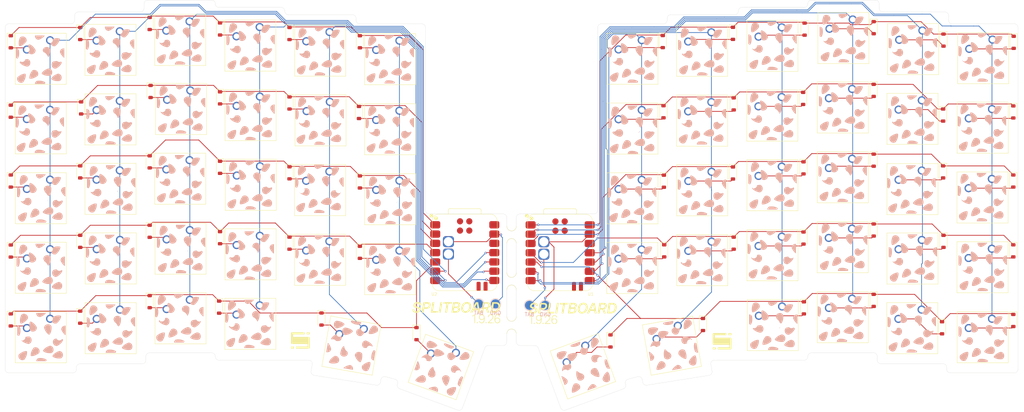
<source format=kicad_pcb>
(kicad_pcb (version 20241229) (generator "pcbnew") (generator_version "9.0")
  (layers (0 "F.Cu" signal) (2 "B.Cu" signal) (13 "F.Paste" user) (15 "B.Paste" user) (5 "F.SilkS" user "F.Silkscreen") (7 "B.SilkS" user "B.Silkscreen") (1 "F.Mask" user) (3 "B.Mask" user) (25 "Edge.Cuts" user))
  (net 0 "")
  (net 1 "/left/VBAT")
  (net 2 "GND")
  (net 3 "/left/Row0")
  (net 4 "/left/Row1")
  (net 5 "Net-(D32-A)")
  (net 6 "/left/Row2")
  (net 7 "Net-(D33-A)")
  (net 8 "Net-(D34-A)")
  (net 9 "/left/Row3")
  (net 10 "/left/Row4")
  (net 11 "Net-(D35-A)")
  (net 12 "Net-(D36-A)")
  (net 13 "Net-(D37-A)")
  (net 14 "Net-(D38-A)")
  (net 15 "Net-(D39-A)")
  (net 16 "Net-(D40-A)")
  (net 17 "Net-(D41-A)")
  (net 18 "Net-(D42-A)")
  (net 19 "Net-(D43-A)")
  (net 20 "Net-(D44-A)")
  (net 21 "Net-(D45-A)")
  (net 22 "Net-(D46-A)")
  (net 23 "Net-(D47-A)")
  (net 24 "Net-(D48-A)")
  (net 25 "Net-(D49-A)")
  (net 26 "Net-(D50-A)")
  (net 27 "Net-(D51-A)")
  (net 28 "Net-(D52-A)")
  (net 29 "Net-(D53-A)")
  (net 30 "Net-(D54-A)")
  (net 31 "Net-(D55-A)")
  (net 32 "Net-(D56-A)")
  (net 33 "Net-(D57-A)")
  (net 34 "Net-(D58-A)")
  (net 35 "Net-(D59-A)")
  (net 36 "Net-(D60-A)")
  (net 37 "/right/VBAT")
  (net 38 "/right/Row0")
  (net 39 "Net-(D91-A)")
  (net 40 "Net-(D92-A)")
  (net 41 "/right/Row1")
  (net 42 "Net-(D93-A)")
  (net 43 "/right/Row2")
  (net 44 "/right/Row3")
  (net 45 "Net-(D94-A)")
  (net 46 "Net-(D95-A)")
  (net 47 "/right/Row4")
  (net 48 "Net-(D96-A)")
  (net 49 "Net-(D97-A)")
  (net 50 "Net-(D98-A)")
  (net 51 "Net-(D99-A)")
  (net 52 "Net-(D100-A)")
  (net 53 "Net-(D101-A)")
  (net 54 "Net-(D102-A)")
  (net 55 "Net-(D103-A)")
  (net 56 "Net-(D104-A)")
  (net 57 "Net-(D105-A)")
  (net 58 "Net-(D106-A)")
  (net 59 "Net-(D107-A)")
  (net 60 "Net-(D108-A)")
  (net 61 "Net-(D109-A)")
  (net 62 "Net-(D110-A)")
  (net 63 "Net-(D111-A)")
  (net 64 "Net-(D112-A)")
  (net 65 "Net-(D113-A)")
  (net 66 "Net-(D114-A)")
  (net 67 "Net-(D115-A)")
  (net 68 "Net-(D116-A)")
  (net 69 "Net-(D117-A)")
  (net 70 "Net-(D118-A)")
  (net 71 "Net-(D119-A)")
  (net 72 "Net-(D120-A)")
  (net 73 "/left/Col0")
  (net 74 "/left/Col1")
  (net 75 "/left/Col2")
  (net 76 "/left/Col3")
  (net 77 "/left/Col4")
  (net 78 "/right/Col0")
  (net 79 "/right/Col1")
  (net 80 "/right/Col2")
  (net 81 "/right/Col3")
  (net 82 "/right/Col4")
  (net 84 "/left/Col5")
  (net 91 "/right/Col5")
  (net 99 "Net-(D61-A)")
  (footprint "Button_Switch_Keyboard:SW_Cherry_MX_1.00u_PCB" (layer "F.Cu") (at 97.765167 153.32)
    (property "Reference" "SW39" (hide yes))
    (property "Value" "SW_Push")
  )
  (footprint "Diode_SMD:D_SOD-123" (layer "F.Cu") (at 163.395167 99.12 -90)
    (property "Reference" "D116" (hide yes))
    (property "Value" "D")
  )
  (footprint "Button_Switch_Keyboard:SW_Cherry_MX_1.00u_PCB" (layer "F.Cu") (at 116.805167 131.5)
    (property "Reference" "SW43" (hide yes))
    (property "Value" "SW_Push")
  )
  (footprint "Diode_SMD:D_SOD-123" (layer "F.Cu") (at 284.76 133.62 -90)
    (property "Reference" "D44" (hide yes))
    (property "Value" "D")
  )
  (footprint "Diode_SMD:D_SOD-123" (layer "F.Cu") (at 86.895167 153.72 -90)
    (property "Reference" "D99" (hide yes))
    (property "Value" "D")
  )
  (footprint "Diode_SMD:D_SOD-123" (layer "F.Cu") (at 284.66 114.62 -90)
    (property "Reference" "D43" (hide yes))
    (property "Value" "D")
  )
  (footprint "Button_Switch_Keyboard:SW_Cherry_MX_1.00u_PCB" (layer "F.Cu") (at 259.61 134.68)
    (property "Reference" "SW8" (hide yes))
    (property "Value" "SW_Push")
  )
  (footprint "Diode_SMD:D_SOD-123" (layer "F.Cu") (at 342.26 99.27 -90)
    (property "Reference" "D57" (hide yes))
    (property "Value" "D")
  )
  (footprint "Diode_SMD:D_SOD-123" (layer "F.Cu") (at 152.895167 174.97 -90)
    (property "Reference" "D115" (hide yes))
    (property "Value" "D")
  )
  (footprint "Diode_SMD:D_SOD-123" (layer "F.Cu") (at 246.66 156.32 -90)
    (property "Reference" "D35" (hide yes))
    (property "Value" "D")
  )
  (footprint "Button_Switch_Keyboard:SW_Cherry_MX_1.00u_PCB" (layer "F.Cu") (at 189.675167 184.2 -20)
    (property "Reference" "SW60" (hide yes))
    (property "Value" "SW_Push")
  )
  (footprint "Button_Switch_Keyboard:SW_Cherry_MX_1.00u_PCB" (layer "F.Cu") (at 97.715167 115.28)
    (property "Reference" "SW37" (hide yes))
    (property "Value" "SW_Push")
  )
  (footprint "Diode_SMD:D_SOD-123" (layer "F.Cu") (at 285.06 95.67 -90)
    (property "Reference" "D42" (hide yes))
    (property "Value" "D")
  )
  (footprint "Diode_SMD:D_SOD-123" (layer "F.Cu") (at 323.06 153.72 -90)
    (property "Reference" "D55" (hide yes))
    (property "Value" "D")
  )
  (footprint "Diode_SMD:D_SOD-123" (layer "F.Cu") (at 265.46 135.02 -90)
    (property "Reference" "D39" (hide yes))
    (property "Value" "D")
  )
  (footprint "Button_Switch_Keyboard:SW_Cherry_MX_1.00u_PCB" (layer "F.Cu") (at 136.035167 152.2)
    (property "Reference" "SW49" (hide yes))
    (property "Value" "SW_Push")
  )
  (footprint "Button_Switch_Keyboard:SW_Cherry_MX_1.00u_PCB" (layer "F.Cu") (at 135.985167 95.09)
    (property "Reference" "SW46" (hide yes))
    (property "Value" "SW_Push")
  )
  (footprint "Button_Switch_Keyboard:SW_Cherry_MX_1.00u_PCB" (layer "F.Cu") (at 78.655167 174.89)
    (property "Reference" "SW35" (hide yes))
    (property "Value" "SW_Push")
  )
  (footprint "Diode_SMD:D_SOD-123" (layer "F.Cu") (at 231.96 180.97 -90)
    (property "Reference" "D36" (hide yes))
    (property "Value" "D")
  )
  (footprint "Button_Switch_Keyboard:SW_Cherry_MX_1.00u_PCB" (layer "F.Cu") (at 174.215167 137.11)
    (property "Reference" "SW58" (hide yes))
    (property "Value" "SW_Push")
  )
  (footprint "Button_Switch_Keyboard:SW_Cherry_MX_1.00u_PCB" (layer "F.Cu") (at 225.058317 182.261353 20)
    (property "Reference" "SW5" (hide yes))
    (property "Value" "SW_Push")
  )
  (footprint "Diode_SMD:D_SOD-123" (layer "F.Cu") (at 125.145167 95.62 -90)
    (property "Reference" "D106" (hide yes))
    (property "Value" "D")
  )
  (footprint "Button_Switch_Keyboard:SW_Cherry_MX_1.00u_PCB" (layer "F.Cu") (at 250.372463 176.815922 10)
    (property "Reference" "SW10" (hide yes))
    (property "Value" "SW_Push")
  )
  (footprint "Button_Switch_Keyboard:SW_Cherry_MX_1.00u_PCB" (layer "F.Cu") (at 336.28 136.64)
    (property "Reference" "SW28" (hide yes))
    (property "Value" "SW_Push")
  )
  (footprint "Seeed:modified-XIAO-nRF52840-SMD" (layer "F.Cu") (at 218.22 156.84)
    (property "Reference" "U1")
    (property "Value" "XIAO-nRF52840-SMD")
  )
  (footprint "Button_Switch_Keyboard:SW_Cherry_MX_1.00u_PCB" (layer "F.Cu") (at 278.78 114.24)
    (property "Reference" "SW12" (hide yes))
    (property "Value" "SW_Push")
  )
  (footprint "Diode_SMD:D_SOD-123" (layer "F.Cu") (at 124.895167 171.72 -90)
    (property "Reference" "D110" (hide yes))
    (property "Value" "D")
  )
  (footprint "Diode_SMD:D_SOD-123" (layer "F.Cu") (at 144.145167 134.97 -90)
    (property "Reference" "D113" (hide yes))
    (property "Value" "D")
  )
  (footprint "Button_Switch_Keyboard:SW_Cherry_MX_1.00u_PCB" (layer "F.Cu") (at 97.755167 172.39)
    (property "Reference" "SW40" (hide yes))
    (property "Value" "SW_Push")
  )
  (footprint "MountingHole:MountingHole_3.2mm_M3" (layer "F.Cu") (at 86.505167 168.07)
    (property "Reference" "H7" (hide yes))
    (property "Value" "MountingHole")
  )
  (footprint "Diode_SMD:D_SOD-123" (layer "F.Cu") (at 246.26 99.07 -90)
    (property "Reference" "D32" (hide yes))
    (property "Value" "D")
  )
  (footprint "Diode_SMD:D_SOD-123" (layer "F.Cu") (at 322.96 119.17 -90)
    (property "Reference" "D53" (hide yes))
    (property "Value" "D")
  )
  (footprint "Button_Switch_Keyboard:SW_Cherry_MX_1.00u_PCB" (layer "F.Cu") (at 164.475167 177.68 -10)
    (property "Reference" "SW55" (hide yes))
    (property "Value" "SW_Push")
  )
  (footprint "Button_Switch_Keyboard:SW_Cherry_MX_1.00u_PCB" (layer "F.Cu") (at 174.215167 117.98)
    (property "Reference" "SW57" (hide yes))
    (property "Value" "SW_Push")
  )
  (footprint "Diode_SMD:D_SOD-123" (layer "F.Cu") (at 144.145167 96.87 -90)
    (property "Reference" "D111" (hide yes))
    (property "Value" "D")
  )
  (footprint "Button_Switch_Keyboard:SW_Cherry_MX_1.00u_PCB" (layer "F.Cu") (at 135.985167 171.22)
    (property "Reference" "SW50" (hide yes))
    (property "Value" "SW_Push")
  )
  (footprint "Button_Switch_Keyboard:SW_Cherry_MX_1.00u_PCB" (layer "F.Cu") (at 317.29 96.04)
    (property "Reference" "SW21" (hide yes))
    (property "Value" "SW_Push")
  )
  (footprint "Button_Switch_Keyboard:SW_Cherry_MX_1.00u_PCB" (layer "F.Cu") (at 155.175167 115.55)
    (property "Reference" "SW52" (hide yes))
    (property "Value" "SW_Push")
  )
  (footprint "MountingHole:MountingHole_3.2mm_M3" (layer "F.Cu") (at 173.395167 184.47)
    (property "Reference" "H9" (hide yes))
    (property "Value" "MountingHole")
  )
  (footprint "Button_Switch_Keyboard:SW_Cherry_MX_1.00u_PCB" (layer "F.Cu") (at 278.81 95.18)
    (property "Reference" "SW11" (hide yes))
    (property "Value" "SW_Push")
  )
  (footprint "Diode_SMD:D_SOD-123" (layer "F.Cu") (at 125.145167 133.47 -90)
    (property "Reference" "D108" (hide yes))
    (property "Value" "D")
  )
  (footprint "Diode_SMD:D_SOD-123" (layer "F.Cu") (at 125.145167 152.72 -90)
    (property "Reference" "D109" (hide yes))
    (property "Value" "D")
  )
  (footprint "Button_Switch_Keyboard:SW_Cherry_MX_1.00u_PCB" (layer "F.Cu") (at 155.095167 96.45)
    (property "Reference" "SW51" (hide yes))
    (property "Value" "SW_Push")
  )
  (footprint "Button_Switch_Keyboard:SW_Cherry_MX_1.00u_PCB" (layer "F.Cu") (at 259.56 96.52)
    (property "Reference" "SW6" (hide yes))
    (property "Value" "SW_Push")
  )
  (footprint "Diode_SMD:D_SOD-123" (layer "F.Cu") (at 284.86 171.92 -90)
    (property "Reference" "D46" (hide yes))
    (property "Value" "D")
  )
  (footprint "Button_Switch_Keyboard:SW_Cherry_MX_1.00u_PCB" (layer "F.Cu") (at 336.32 174.89)
    (property "Reference" "SW30" (hide yes))
    (property "Value" "SW_Push")
  )
  (footprint "Diode_SMD:D_SOD-123" (layer "F.Cu") (at 105.895167 150.97 -90)
    (property "Reference" "D104" (hide yes))
    (property "Value" "D")
  )
  (footprint "Diode_SMD:D_SOD-123" (layer "F.Cu") (at 163.395167 137.47 -90)
    (property "Reference" "D118" (hide yes))
    (property "Value" "D")
  )
  (footprint "Button_Switch_Keyboard:SW_Cherry_MX_1.00u_PCB" (layer "F.Cu") (at 278.81 133.28)
    (property "Reference" "SW13" (hide yes))
    (property "Value" "SW_Push")
  )
  (footprint "MountingHole:MountingHole_3.2mm_M3" (layer "F.Cu") (at 323.495167 167.62)
    (property "Reference" "H6" (hide yes))
    (property "Value" "MountingHole")
  )
  (footprint "Button_Switch_Keyboard:SW_Cherry_MX_1.00u_PCB" (layer "F.Cu") (at 240.48 155.94)
    (property "Reference" "SW4" (hide yes))
    (property "Value" "SW_Push")
  )
  (footprint "Button_Switch_Keyboard:SW_Cherry_MX_1.00u_PCB" (layer "F.Cu") (at 240.51 136.88)
    (property "Reference" "SW3" (hide yes))
    (property "Value" "SW_Push")
  )
  (footprint "Button_Switch_Keyboard:SW_Cherry_MX_1.00u_PCB" (layer "F.Cu") (at 78.645167 136.84)
    (property "Reference" "SW33" (hide yes))
    (property "Value" "SW_Push")
  )
  (footprint "Mousebites:mouse-bite-2.54mm-slot" (layer "F.Cu") (at 204.895167 176.62 90)
    (property "Reference" "BO3" (hide yes))
    (property "Value" "BreakOff" (hide yes))
  )
  (footprint "Diode_SMD:D_SOD-123" (layer "F.Cu") (at 105.895167 94.12 -90)
    (property "Reference" "D101" (hide yes))
    (property "Value" "D")
  )
  (footprint "Diode_SMD:D_SOD-123" (layer "F.Cu") (at 342.16 118.32 -90)
    (property "Reference" "D58" (hide yes))
    (property "Value" "D")
  )
  (footprint "Button_Switch_Keyboard:SW_Cherry_MX_1.00u_PCB" (layer "F.Cu") (at 336.32 117.54)
    (property "Reference" "SW27" (hide yes))
    (property "Value" "SW_Push")
  )
  (footprint "Diode_SMD:D_SOD-123" (layer "F.Cu") (at 86.895167 96.87 -90)
    (property "Reference" "D96" (hide yes))
    (property "Value" "D")
  )
  (footprint "Button_Switch_Keyboard:SW_Cherry_MX_1.00u_PCB" (layer "F.Cu") (at 136.075167 133.18)
    (property "Reference" "SW48" (hide yes))
    (property "Value" "SW_Push")
  )
  (footprint "Diode_SMD:D_SOD-123" (layer "F.Cu") (at 163.145167 118.47 -90)
    (property "Reference" "D117" (hide yes))
    (property "Value" "D")
  )
  (footprint "Button_Switch_Keyboard:SW_Cherry_MX_1.00u_PCB" (layer "F.Cu") (at 155.055167 153.7)
    (property "Reference" "SW54" (hide yes))
    (property "Value" "SW_Push")
  )
  (footprint "Diode_SMD:D_SOD-123" (layer "F.Cu") (at 303.96 95.27 -90)
    (property "Reference" "D47" (hide yes))
    (property "Value" "D")
  )
  (footprint "Button_Switch_Keyboard:SW_Cherry_MX_1.00u_PCB" (layer "F.Cu") (at 298.06 112.02)
    (property "Reference" "SW17" (hide yes))
    (property "Value" "SW_Push")
  )
  (footprint "Button_Switch_Keyboard:SW_Cherry_MX_1.00u_PCB" (layer "F.Cu") (at 298.22 93.02)
    (property "Reference" "SW16" (hide yes))
    (property "Value" "SW_Push")
  )
  (footprint "Seeed:modified-XIAO-nRF52840-SMD" (layer "F.Cu") (at 192.120167 156.8085)
    (property "Reference" "U2")
    (property "Value" "XIAO-nRF52840-SMD")
  )
  (footprint "Diode_SMD:D_SOD-123" (layer "F.Cu") (at 265.66 154.22 -90)
    (property "Reference" "D40" (hide yes))
    (property "Value" "D")
  )
  (footprint "Diode_SMD:D_SOD-123" (layer "F.Cu") (at 67.895167 137.22 -90)
    (property "Reference" "D93" (hide yes))
    (property "Value" "D")
  )
  (footprint "Diode_SMD:D_SOD-123" (layer "F.Cu") (at 105.895167 131.97 -90)
    (property "Reference" "D103" (hide yes))
    (property "Value" "D")
  )
  (footprint "Diode_SMD:D_SOD-123" (layer "F.Cu") (at 342.16 175.37 -90)
    (property "Reference" "D61" (hide yes))
    (property "Value" "D")
  )
  (footprint "Diode_SMD:D_SOD-123" (layer "F.Cu") (at 303.96 169.87 -90)
    (property "Reference" "D51" (hide yes))
    (property "Value" "D")
  )
  (footprint "Button_Switch_Keyboard:SW_Cherry_MX_1.00u_PCB" (layer "F.Cu") (at 336.46 98.52)
    (property "Reference" "SW26" (hide yes))
    (property "Value" "SW_Push")
  )
  (footprint "Diode_SMD:D_SOD-123" (layer "F.Cu") (at 87.145167 117.22 -90)
    (property "Reference" "D97" (hide yes))
    (property "Value" "D")
  )
  (footprint "Diode_SMD:D_SOD-123" (layer "F.Cu") (at 144.145167 154.22 -90)
    (property "Reference" "D114" (hide yes))
    (property "Value" "D")
  )
  (footprint "Button_Switch_Keyboard:SW_Cherry_MX_1.00u_PCB" (layer "F.Cu") (at 97.715167 96.26)
    (property "Reference" "SW36" (hide yes))
    (property "Value" "SW_Push")
  )
  (footprint "Diode_SMD:D_SOD-123" (layer "F.Cu") (at 178.895167 178.97 -90)
    (property "Reference" "D120" (hide yes))
    (property "Value" "D")
  )
  (footprint "Diode_SMD:D_SOD-123" (layer "F.Cu") (at 323.06 98.67 -90)
    (property "Reference" "D52" (hide yes))
    (property "Value" "D")
  )
  (footprint "Button_Switch_Keyboard:SW_Cherry_MX_1.00u_PCB" (layer "F.Cu") (at 336.28 155.74)
    (property "Reference" "SW29" (hide yes))
    (property "Value" "SW_Push")
  )
  (footprint "Diode_SMD:D_SOD-123" (layer "F.Cu") (at 67.895167 99.12 -90)
    (property "Reference" "D91" (hide yes))
    (property "Value" "D")
  )
  (footprint "Mousebites:mouse-bite-2.54mm-slot" (layer "F.Cu") (at 204.895167 164.62 90)
    (property "Reference" "BO2" (hide yes))
    (property "Value" "BreakOff" (hide yes))
  )
  (footprint "MountingHole:MountingHole_3.2mm_M3" (layer "F.Cu") (at 161.365167 110.97)
    (property "Reference" "H1" (hide yes))
    (property "Value" "MountingHole")
  )
  (footprint "MountingHole:MountingHole_3.2mm_M3" (layer "F.Cu") (at 86.565167 110.97)
    (property "Reference" "H11" (hide yes))
    (property "Value" "MountingHole")
  )
  (footprint "Button_Switch_Keyboard:SW_Cherry_MX_1.00u_PCB" (layer "F.Cu") (at 78.655167 155.87)
    (property "Reference" "SW34" (hide yes))
    (property "Value" "SW_Push")
  )
  (footprint "Button_Switch_Keyboard:SW_Cherry_MX_1.00u_PCB" (layer "F.Cu") (at 240.51 98.68)
    (property "Reference" "SW1" (hide yes))
    (property "Value" "SW_Push")
  )
  (footprint "MountingHole:MountingHole_3.2mm_M3" (layer "F.Cu") (at 247.895167 111.52)
    (property "Reference" "H2" (hide yes))
    (property "Value" "MountingHole")
  )
  (footprint "Diode_SMD:D_SOD-123" (layer "F.Cu") (at 322.66 177.37 -90)
    (property "Reference" "D56" (hide yes))
    (property "Value" "D")
  )
  (footprint "Button_Switch_Keyboard:SW_Cherry_MX_1.00u_PCB" (layer "F.Cu") (at 78.645167 117.73)
    (property "Reference" "SW32" (hide yes))
    (property "Value" "SW_Push")
  )
  (footprint "Diode_SMD:D_SOD-123" (layer "F.Cu") (at 125.145167 114.47 -90)
    (property "Reference" "D107" (hide yes))
    (property "Value" "D")
  )
  (footprint "Button_Switch_Keyboard:SW_Cherry_MX_1.00u_PCB" (layer "F.Cu") (at 298.06 169.39)
    (property "Reference" "SW20" (hide yes))
    (property "Value" "SW_Push")
  )
  (footprint "Diode_SMD:D_SOD-123" (layer "F.Cu") (at 86.895167 174.47 -90)
    (property "Reference" "D100" (hide yes))
    (property "Value" "D")
  )
  (footprint "Button_Switch_Keyboard:SW_Cherry_MX_1.00u_PCB" (layer "F.Cu") (at 174.215167 156.24)
    (property "Reference" "SW59" (hide yes))
    (property "Value" "SW_Push")
  )
  (footprint "Diode_SMD:D_SOD-123" (layer "F.Cu") (at 265.66 116.12 -90)
    (property "Reference" "D38" (hide yes))
    (property "Value" "D")
  )
  (footprint "Button_Switch_Keyboard:SW_Cherry_MX_1.00u_PCB" (layer "F.Cu") (at 116.795167 93.54)
    (property "Reference" "SW41" (hide yes))
    (property "Value" "SW_Push")
  )
  (footprint "Button_Switch_Keyboard:SW_Cherry_MX_1.00u_PCB" (layer "F.Cu") (at 136.035167 114.11)
    (property "Reference" "SW47" (hide yes))
    (property "Value" "SW_Push")
  )
  (footprint "MountingHole:MountingHole_3.2mm_M3" (layer "F.Cu") (at 323.76 111.12)
    (property "Reference" "H4" (hide yes))
    (property "Value" "MountingHole")
  )
  (footprint "MountingHole:MountingHole_3.2mm_M3" (layer "F.Cu") (at 236.86 185.52)
    (property "Reference" "H5" (hide yes))
    (property "Value" "MountingHole")
  )
  (footprint "Diode_SMD:D_SOD-123" (layer "F.Cu") (at 303.96 150.62 -90)
    (property "Reference" "D50" (hide yes))
    (property "Value" "D")
  )
  (footprint "Button_Switch_Keyboard:SW_Cherry_MX_1.00u_PCB" (layer "F.Cu") (at 259.6 153.78)
    (property "Reference" "SW9" (hide yes))
    (property "Value" "SW_Push")
  )
  (footprint "Button_Switch_Keyboard:SW_Cherry_MX_1.00u_PCB" (layer "F.Cu") (at 97.715167 134.3)
    (property "Reference" "SW38" (hide yes))
    (property "Value" "SW_Push")
  )
  (footprint "Button_Switch_Keyboard:SW_Cherry_MX_1.00u_PCB" (layer "F.Cu") (at 278.9 171.54)
    (property "Reference" "SW15" (hide yes))
    (property "Value" "SW_Push")
  )
  (footprint "MountingHole:MountingHole_3.2mm_M3" (layer "F.Cu") (at 142.455167 166.85)
    (property "Reference" "H8" (hide yes))
    (property "Value" "MountingHole")
  )
  (footprint "Button_Switch_Keyboard:SW_Cherry_MX_1.00u_PCB" (layer "F.Cu") (at 117.015167 112.44)
    (property "Reference" "SW42" (hide yes))
    (property "Value" "SW_Push")
  )
  (footprint "Button_Switch_Keyboard:SW_Cherry_MX_1.00u_PCB" (layer "F.Cu") (at 278.82 152.44)
    (property "Reference" "SW14" (hide yes))
    (property "Value" "SW_Push")
  )
  (footprint "Button_Switch_Keyboard:SW_Cherry_MX_1.00u_PCB" (layer "F.Cu") (at 174.215167 98.81)
    (property "Reference" "SW56" (hide yes))
    (property "Value" "SW_Push")
  )
  (footprint "Diode_SMD:D_SOD-123" (layer "F.Cu") (at 342.16 156.32 -90)
    (property "Reference" "D60" (hide yes))
    (property "Value" "D")
  )
  (footprint "Button_Switch_Keyboard:SW_Cherry_MX_1.00u_PCB" (layer "F.Cu") (at 116.875167 169.71)
    (property "Reference" "SW45" (hide yes))
    (property "Value" "SW_Push")
  )
  (footprint "Button_Switch_Keyboard:SW_Cherry_MX_1.00u_PCB" (layer "F.Cu") (at 317.12 115.14)
    (property "Reference" "SW22" (hide yes))
    (property "Value" "SW_Push")
  )
  (footprint "Diode_SMD:D_SOD-123" (layer "F.Cu") (at 163.395167 156.72 -90)
    (property "Reference" "D119" (hide yes))
    (property "Value" "D")
  )
  (footprint "Button_Switch_Keyboard:SW_Cherry_MX_1.00u_PCB" (layer "F.Cu") (at 155.055167 134.61)
    (property "Reference" "SW53" (hide yes))
    (property "Value" "SW_Push")
  )
  (footprint "Button_Switch_Keyboard:SW_Cherry_MX_1.00u_PCB" (layer "F.Cu") (at 78.645167 98.71)
    (property "Reference" "SW31" (hide yes))
    (property "Value" "SW_Push")
  )
  (footprint "Diode_SMD:D_SOD-123" (layer "F.Cu") (at 86.895167 134.72 -90)
    (property "Reference" "D98" (hide yes))
    (property "Value" "D")
  )
  (footprint "Diode_SMD:D_SOD-123" (layer "F.Cu") (at 265.46 96.82 -90)
    (property "Reference" "D37" (hide yes))
    (property "Value" "D")
  )
  (footprint "Diode_SMD:D_SOD-123" (layer "F.Cu") (at 257.26 176.47 -90)
    (property "Reference" "D41" (hide yes))
    (property "Value" "D")
  )
  (footprint "Diode_SMD:D_SOD-123" (layer "F.Cu") (at 67.895167 175.22 -90)
    (property "Reference" "D95" (hide yes))
    (property "Value" "D")
  )
  (footprint "Diode_SMD:D_SOD-123" (layer "F.Cu") (at 246.46 118.27 -90)
    (property "Reference" "D33" (hide yes))
    (property "Value" "D")
  )
  (footprint "Diode_SMD:D_SOD-123" (layer "F.Cu") (at 342.16 137.22 -90)
    (property "Reference" "D59" (hide yes))
    (property "Value" "D")
  )
  (footprint "Diode_SMD:D_SOD-123" (layer "F.Cu") (at 144.145167 115.87 -90)
    (property "Reference" "D112" (hide yes))
    (property "Value" "D")
  )
  (footprint "Button_Switch_Keyboard:SW_Cherry_MX_1.00u_PCB" (layer "F.Cu") (at 317.12 153.34)
    (property "Reference" "SW24" (hide yes))
    (property "Value" "SW_Push")
  )
  (footprint "Diode_SMD:D_SOD-123" (layer "F.Cu") (at 67.895167 156.37 -90)
    (property "Reference" "D94" (hide yes))
    (property "Value" "D")
  )
  (footprint "Diode_SMD:D_SOD-123" (layer "F.Cu") (at 303.96 112.42 -90)
    (property "Reference" "D48" (hide yes))
    (property "Value" "D")
  )
  (footprint "Diode_SMD:D_SOD-123" (layer "F.Cu") (at 246.56 137.27 -90)
    (property "Reference" "D34" (hide yes))
    (property "Value" "D")
  )
  (footprint "Button_Switch_Keyboard:SW_Cherry_MX_1.00u_PCB" (layer "F.Cu") (at 298.02 150.24)
    (property "Reference" "SW19" (hide yes))
    (property "Value" "SW_Push")
  )
  (footprint "Mousebites:mouse-bite-2.54mm-slot" (layer "F.Cu") (at 204.895167 151.92 90)
    (property "Reference" "BO1" (hide yes))
    (property "Value" "BreakOff" (hide yes))
  )
  (footprint "Diode_SMD:D_SOD-123" (layer "F.Cu") (at 106.145167 112.72 -90)
    (property "Reference" "D102" (hide yes))
    (property "Value" "D")
  )
  (footprint "Button_Switch_Keyboard:SW_Cherry_MX_1.00u_PCB" (layer "F.Cu") (at 240.51 117.78)
    (property "Reference" "SW2" (hide yes))
    (property "Value" "SW_Push")
  )
  (footprint "Button_Switch_Keyboard:SW_Cherry_MX_1.00u_PCB" (layer "F.Cu") (at 116.875167 150.64)
    (property "Reference" "SW44" (hide yes))
    (property "Value" "SW_Push")
  )
  (footprint "Diode_SMD:D_SOD-123" (layer "F.Cu") (at 284.76 152.82 -90)
    (property "Reference" "D45" (hide yes))
    (property "Value" "D")
  )
  (footprint "Button_Switch_Keyboard:SW_Cherry_MX_1.00u_PCB" (layer "F.Cu") (at 298.06 131.12)
    (property "Reference" "SW18" (hide yes))
    (property "Value" "SW_Push")
  )
  (footprint "Diode_SMD:D_SOD-123" (layer "F.Cu") (at 67.895167 118.12 -90)
    (property "Reference" "D92" (hide yes))
    (property "Value" "D")
  )
  (footprint "Button_Switch_Keyboard:SW_Cherry_MX_1.00u_PCB" (layer "F.Cu") (at 317.12 134.34)
    (property "Reference" "SW23" (hide yes))
    (property "Value" "SW_Push")
  )
  (footprint "Diode_SMD:D_SOD-123" (layer "F.Cu") (at 303.96 131.52 -90)
    (property "Reference" "D49" (hide yes))
    (property "Value" "D")
  )
  (footprint "Button_Switch_Keyboard:SW_Cherry_MX_1.00u_PCB" (layer "F.Cu") (at 317.07 172.39)
    (property "Reference" "SW25" (hide yes))
    (property "Value" "SW_Push")
  )
  (footprint "Diode_SMD:D_SOD-123" (layer "F.Cu") (at 105.895167 170.22 -90)
    (property "Reference" "D105" (hide yes))
    (property "Value" "D")
  )
  (footprint "Button_Switch_Keyboard:SW_Cherry_MX_1.00u_PCB" (layer "F.Cu") (at 259.56 115.62)
    (property "Reference" "SW7" (hide yes))
    (property "Value" "SW_Push")
  )
  (footprint "MountingHole:MountingHole_3.2mm_M3" (layer "F.Cu") (at 267.36 166.82)
    (property "Reference" "H3" (hide yes))
    (property "Value" "MountingHole")
  )
  (footprint "Diode_SMD:D_SOD-123" (layer "F.Cu") (at 322.96 134.72 -90)
    (property "Reference" "D54" (hide yes))
    (property "Value" "D")
  )
  (footprint "TestPoint:TestPoint_Pad_D2.5mm" (layer "B.Cu") (at 195.895167 170.82 180)
    (property "Reference" "TP1" (hide yes))
    (property "Value" "BAT")
  )
  (footprint "TestPoint:TestPoint_Pad_D2.5mm" (layer "B.Cu") (at 200.495167 170.82 180)
    (property "Reference" "TP2" (hide yes))
    (property "Value" "GND")
  )
  (footprint "TestPoint:TestPoint_Pad_D2.5mm" (layer "B.Cu") (at 209.795167 171.22 180)
    (property "Reference" "TP3" (hide yes))
    (property "Value" "BAT")
  )
  (footprint "TestPoint:TestPoint_Pad_D2.5mm" (layer "B.Cu") (at 214.095167 171.22 180)
    (property "Reference" "TP4" (hide yes))
    (property "Value" "GND")
  )
  (gr_poly (pts (xy 214.792211 173.903494) (xy 214.818678 173.904555) (xy 214.844762 173.906323) (xy 214.870461 173.908799) (xy 214.895776 173.911982) (xy 214.920707 173.915874) (xy 214.945253 173.920474) (xy 214.969414 173.925783) (xy 214.99319 173.9318) (xy 215.016581 173.938526) (xy 215.039587 173.945962) (xy 215.062206 173.954107) (xy 215.084439 173.962962) (xy 215.106287 173.972527) (xy 215.127747 173.982802) (xy 215.148821 173.993787) (xy 215.169419 174.005391) (xy 215.189451 174.017522) (xy 215.208918 174.030179) (xy 215.227819 174.043364) (xy 215.246155 174.057076) (xy 215.263925 174.071316) (xy 215.28113 174.086084) (xy 215.297769 174.10138) (xy 215.313842 174.117204) (xy 215.32935 174.133557) (xy 215.344292 174.150438) (xy 215.358669 174.167849) (xy 215.37248 174.185789) (xy 215.385726 174.204258) (xy 215.398406 174.223257) (xy 215.410521 174.242786) (xy 215.421983 174.262764) (xy 215.432707 174.283107) (xy 215.442692 174.303817) (xy 215.451938 174.324894) (xy 215.460445 174.346336) (xy 215.468213 174.368144) (xy 215.475242 174.390318) (xy 215.481531 174.412857) (xy 215.487081 174.435762) (xy 215.491892 174.459033) (xy 215.495962 174.482669) (xy 215.499293 174.50667) (xy 215.501884 174.531036) (xy 215.503734 174.555767) (xy 215.504845 174.580863) (xy 215.505215 174.606324) (xy 215.505004 174.624573) (xy 215.50437 174.642709) (xy 215.503314 174.660731) (xy 215.501835 174.678641) (xy 215.499934 174.696437) (xy 215.497609 174.714121) (xy 215.494862 174.731691) (xy 215.491692 174.749149) (xy 215.488098 174.766495) (xy 215.484081 174.783728) (xy 215.47964 174.800848) (xy 215.474776 174.817857) (xy 215.469488 174.834753) (xy 215.463777 174.851538) (xy 215.457641 174.86821) (xy 215.451082 174.884771) (xy 215.444088 174.901301) (xy 215.436623 174.917882) (xy 215.428685 174.934513) (xy 215.420274 174.951193) (xy 215.411391 174.967924) (xy 215.402035 174.984706) (xy 215.392207 175.001537) (xy 215.381906 175.018419) (xy 215.371133 175.035351) (xy 215.359887 175.052333) (xy 215.348168 175.069366) (xy 215.335978 175.086448) (xy 215.310178 175.120764) (xy 215.282489 175.155281) (xy 215.252831 175.190368) (xy 215.22113 175.226394) (xy 215.187385 175.263361) (xy 215.1516 175.301272) (xy 215.113775 175.340127) (xy 215.073914 175.37993) (xy 215.032017 175.420681) (xy 214.988087 175.462383) (xy 214.299191 176.1131) (xy 214.299191 176.116275) (xy 215.529107 176.116275) (xy 215.529107 176.310426) (xy 214.004869 176.310426) (xy 214.004869 176.125799) (xy 214.844894 175.335066) (xy 214.884497 175.297085) (xy 214.922165 175.260294) (xy 214.957895 175.224695) (xy 214.991689 175.190286) (xy 215.023543 175.157067) (xy 215.053459 175.12504) (xy 215.081433 175.094202) (xy 215.107467 175.064556) (xy 215.131682 175.035694) (xy 215.154201 175.007153) (xy 215.175028 174.978931) (xy 215.184808 174.964941) (xy 215.194164 174.95103) (xy 215.203099 174.937199) (xy 215.211611 174.923448) (xy 215.219701 174.909777) (xy 215.22737 174.896187) (xy 215.234618 174.882676) (xy 215.241444 174.869245) (xy 215.24785 174.855894) (xy 215.253835 174.842623) (xy 215.259415 174.829322) (xy 215.264636 174.815879) (xy 215.269497 174.802294) (xy 215.274 174.788568) (xy 215.278142 174.7747) (xy 215.281926 174.760689) (xy 215.285349 174.746537) (xy 215.288412 174.732243) (xy 215.291116 174.717806) (xy 215.293459 174.703227) (xy 215.295443 174.688505) (xy 215.297065 174.67364) (xy 215.298328 174.658633) (xy 215.29923 174.643483) (xy 215.299771 174.62819) (xy 215.299952 174.612754) (xy 215.299386 174.584071) (xy 215.297689 174.556095) (xy 215.294862 174.528827) (xy 215.290903 174.502266) (xy 215.285813 174.476413) (xy 215.279592 174.451268) (xy 215.27224 174.426832) (xy 215.263756 174.403104) (xy 215.254142 174.380085) (xy 215.243397 174.357775) (xy 215.23152 174.336174) (xy 215.218513 174.315283) (xy 215.204374 174.295101) (xy 215.189104 174.27563) (xy 215.172704 174.256868) (xy 215.155172 174.238818) (xy 215.136683 174.221674) (xy 215.11741 174.205636) (xy 215.097355 174.190704) (xy 215.076516 174.176877) (xy 215.054894 174.164155) (xy 215.032489 174.152539) (xy 215.0093 174.142028) (xy 214.985329 174.132624) (xy 214.960574 174.124325) (xy 214.935036 174.117133) (xy 214.908715 174.111047) (xy 214.88161 174.106067) (xy 214.853723 174.102193) (xy 214.825052 174.099426) (xy 214.795598 174.097766) (xy 214.765361 174.097213) (xy 214.733957 174.097822) (xy 214.703385 174.09965) (xy 214.673646 174.102696) (xy 214.644738 174.10696) (xy 214.616663 174.112442) (xy 214.589421 174.119142) (xy 214.563011 174.12706) (xy 214.537435 174.136196) (xy 214.512693 174.146549) (xy 214.488784 174.15812) (xy 214.465709 174.170908) (xy 214.443468 174.184913) (xy 214.422061 174.200136) (xy 214.401489 174.216576) (xy 214.381752 174.234232) (xy 214.36285 174.253105) (xy 214.34493 174.272987) (xy 214.328166 174.293639) (xy 214.312559 174.315061) (xy 214.298109 174.337253) (xy 214.284815 174.360215) (xy 214.272679 174.383947) (xy 214.261698 174.40845) (xy 214.251874 174.433723) (xy 214.243206 174.459766) (xy 214.235694 174.486579) (xy 214.229339 174.514163) (xy 214.224139 174.542516) (xy 214.220094 174.57164) (xy 214.217206 174.601534) (xy 214.215473 174.632198) (xy 214.214895 174.663633) (xy 214.011219 174.663633) (xy 214.011588 174.636187) (xy 214.012696 174.609125) (xy 214.014543 174.582446) (xy 214.017129 174.556152) (xy 214.020453 174.530241) (xy 214.024517 174.504715) (xy 214.02932 174.479574) (xy 214.034863 174.454817) (xy 214.041145 174.430445) (xy 214.048166 174.406459) (xy 214.055927 174.382859) (xy 214.064429 174.359644) (xy 214.07367 174.336815) (xy 214.083651 174.314372) (xy 214.094372 174.292316) (xy 214.105834 174.270647) (xy 214.117972 174.249459) (xy 214.130692 174.228849) (xy 214.143995 174.208815) (xy 214.15788 174.189358) (xy 214.172348 174.170479) (xy 214.1874 174.152177) (xy 214.203034 174.134452) (xy 214.219251 174.117304) (xy 214.236051 174.100735) (xy 214.253435 174.084743) (xy 214.271402 174.069329) (xy 214.289953 174.054493) (xy 214.309087 174.040235) (xy 214.328806 174.026555) (xy 214.349108 174.013454) (xy 214.369994 174.000931) (xy 214.391393 173.98908) (xy 214.413232 173.977996) (xy 214.435513 173.967678) (xy 214.458235 173.958125) (xy 214.481399 173.949338) (xy 214.505004 173.941317) (xy 214.529051 173.93406) (xy 214.553539 173.927568) (xy 214.578469 173.921841) (xy 214.603841 173.916879) (xy 214.629655 173.91268) (xy 214.655911 173.909245) (xy 214.68261 173.906574) (xy 214.709751 173.904667) (xy 214.737335 173.903522) (xy 214.765361 173.903141)) (fill yes) (layer "F.SilkS"))
  (gr_poly (pts (xy 196.791554 173.696771) (xy 196.836265 173.700125) (xy 196.879757 173.705716) (xy 196.922031 173.713544) (xy 196.963086 173.723609) (xy 197.002922 173.735912) (xy 197.041541 173.750452) (xy 197.07894 173.767229) (xy 197.115121 173.786245) (xy 197.150084 173.807499) (xy 197.183828 173.830991) (xy 197.216353 173.856722) (xy 197.24766 173.884692) (xy 197.277749 173.914901) (xy 197.306619 173.94735) (xy 197.33427 173.982038) (xy 197.360481 174.018838) (xy 197.384999 174.057654) (xy 197.407825 174.098483) (xy 197.428958 174.141327) (xy 197.4484 174.186186) (xy 197.466149 174.233058) (xy 197.482207 174.281945) (xy 197.496574 174.332846) (xy 197.509249 174.38576) (xy 197.520234 174.440688) (xy 197.529528 174.49763) (xy 197.537132 174.556585) (xy 197.543046 174.617554) (xy 197.54727 174.680535) (xy 197.549804 174.74553) (xy 197.550648 174.812538) (xy 197.549889 174.881561) (xy 197.547613 174.949387) (xy 197.543821 175.016017) (xy 197.538513 175.081451) (xy 197.531691 175.145691) (xy 197.523356 175.208737) (xy 197.513508 175.270592) (xy 197.502148 175.331254) (xy 197.489185 175.390387) (xy 197.474585 175.447654) (xy 197.458348 175.503054) (xy 197.440474 175.55659) (xy 197.420963 175.608261) (xy 197.399814 175.658069) (xy 197.377029 175.706015) (xy 197.352606 175.7521) (xy 197.339741 175.77435) (xy 197.326416 175.795975) (xy 197.312632 175.816974) (xy 197.298388 175.837347) (xy 197.283685 175.857094) (xy 197.268522 175.876215) (xy 197.2529 175.894709) (xy 197.236818 175.912577) (xy 197.220277 175.929818) (xy 197.203276 175.946431) (xy 197.185816 175.962417) (xy 197.167896 175.977776) (xy 197.149517 175.992507) (xy 197.130678 176.006609) (xy 197.111379 176.020083) (xy 197.091621 176.032929) (xy 197.071382 176.045068) (xy 197.050641 176.056422) (xy 197.029397 176.066991) (xy 197.00765 176.076776) (xy 196.9854 176.085777) (xy 196.962646 176.093994) (xy 196.939388 176.101427) (xy 196.915627 176.108077) (xy 196.891362 176.113944) (xy 196.866592 176.119028) (xy 196.841317 176.123329) (xy 196.815538 176.126847) (xy 196.789253 176.129583) (xy 196.762464 176.131537) (xy 196.735169 176.13271) (xy 196.707368 176.1331) (xy 196.671173 176.132448) (xy 196.635752 176.130492) (xy 196.601106 176.127231) (xy 196.567235 176.122666) (xy 196.534139 176.116797) (xy 196.501819 176.109622) (xy 196.470274 176.101143) (xy 196.439506 176.091359) (xy 196.409515 176.08027) (xy 196.380301 176.067876) (xy 196.351864 176.054176) (xy 196.324205 176.039171) (xy 196.297324 176.022861) (xy 196.271222 176.005245) (xy 196.245898 175.986323) (xy 196.221354 175.966096) (xy 196.197816 175.944798) (xy 196.175541 175.922667) (xy 196.154528 175.899703) (xy 196.134778 175.875905) (xy 196.11629 175.851274) (xy 196.099065 175.82581) (xy 196.083101 175.799512) (xy 196.068398 175.77238) (xy 196.054957 175.744416) (xy 196.042777 175.715617) (xy 196.031858 175.685986) (xy 196.022199 175.655521) (xy 196.013801 175.624222) (xy 196.006663 175.59209) (xy 196.000785 175.559125) (xy 195.996166 175.525326) (xy 196.206194 175.525326) (xy 196.210748 175.548504) (xy 196.216046 175.571098) (xy 196.222089 175.593108) (xy 196.228877 175.614533) (xy 196.23641 175.635375) (xy 196.244689 175.655632) (xy 196.253712 175.675306) (xy 196.263482 175.694395) (xy 196.273998 175.7129) (xy 196.285259 175.73082) (xy 196.297268 175.748157) (xy 196.310023 175.76491) (xy 196.323525 175.781078) (xy 196.337774 175.796662) (xy 196.352771 175.811662) (xy 196.368515 175.826078) (xy 196.384886 175.83976) (xy 196.401793 175.852558) (xy 196.419235 175.864473) (xy 196.437213 175.875505) (xy 196.455726 175.885653) (xy 196.474774 175.894919) (xy 196.494358 175.903301) (xy 196.514476 175.910801) (xy 196.535129 175.917418) (xy 196.556317 175.923152) (xy 196.578039 175.928004) (xy 196.600296 175.931973) (xy 196.623087 175.93506) (xy 196.646413 175.937265) (xy 196.670273 175.938588) (xy 196.694667 175.939029) (xy 196.733653 175.937925) (xy 196.771466 175.934616) (xy 196.808105 175.9291) (xy 196.84357 175.921378) (xy 196.877861 175.911449) (xy 196.910978 175.899314) (xy 196.942921 175.884972) (xy 196.97369 175.868425) (xy 197.003286 175.84967) (xy 197.031707 175.82871) (xy 197.058955 175.805543) (xy 197.085029 175.78017) (xy 197.109929 175.75259) (xy 197.133654 175.722804) (xy 197.156206 175.690811) (xy 197.177585 175.656612) (xy 197.1977 175.620481) (xy 197.216492 175.582689) (xy 197.233962 175.543239) (xy 197.250108 175.502129) (xy 197.264931 175.459359) (xy 197.278431 175.41493) (xy 197.290607 175.368842) (xy 197.301459 175.321094) (xy 197.310989 175.271687) (xy 197.319194 175.22062) (xy 197.326075 175.167894) (xy 197.331632 175.113509) (xy 197.335866 175.057464) (xy 197.338775 174.999759) (xy 197.340359 174.940396) (xy 197.340619 174.879372) (xy 197.337445 174.879372) (xy 197.328306 174.899215) (xy 197.318391 174.918559) (xy 197.3077 174.937405) (xy 197.296233 174.955752) (xy 197.283988 174.973601) (xy 197.270967 174.990953) (xy 197.257169 175.007806) (xy 197.242593 175.024162) (xy 197.227239 175.04002) (xy 197.211108 175.055381) (xy 197.194199 175.070244) (xy 197.176511 175.08461) (xy 197.158045 175.098479) (xy 197.1388 175.11185) (xy 197.118776 175.124725) (xy 197.097973 175.137103) (xy 197.076636 175.148867) (xy 197.054983 175.15987) (xy 197.033014 175.170113) (xy 197.010728 175.179596) (xy 196.988125 175.188319) (xy 196.965205 175.196282) (xy 196.941969 175.203485) (xy 196.918415 175.209929) (xy 196.894545 175.215615) (xy 196.870357 175.220541) (xy 196.845851 175.224709) (xy 196.821029 175.228119) (xy 196.795888 175.23077) (xy 196.77043 175.232664) (xy 196.744654 175.2338) (xy 196.71856 175.234178) (xy 196.692468 175.23379) (xy 196.6667 175.232623) (xy 196.641256 175.23068) (xy 196.616134 175.227959) (xy 196.591337 175.224461) (xy 196.566862 175.220185) (xy 196.54271 175.215133) (xy 196.518881 175.209304) (xy 196.495375 175.202699) (xy 196.472191 175.195317) (xy 196.449331 175.187158) (xy 196.426792 175.178223) (xy 196.404576 175.168512) (xy 196.382682 175.158024) (xy 196.36111 175.146761) (xy 196.33986 175.134722) (xy 196.319058 175.122005) (xy 196.298802 175.108711) (xy 196.279091 175.094837) (xy 196.259926 175.080386) (xy 196.241306 175.065356) (xy 196.223232 175.049749) (xy 196.205703 175.033563) (xy 196.18872 175.0168) (xy 196.172284 174.999459) (xy 196.156393 174.981541) (xy 196.141049 174.963045) (xy 196.126251 174.943972) (xy 196.112 174.924322) (xy 196.098295 174.904095) (xy 196.085137 174.883291) (xy 196.072526 174.86191) (xy 196.060588 174.840046) (xy 196.04942 174.817823) (xy 196.039023 174.79524) (xy 196.029395 174.772298) (xy 196.020538 174.748995) (xy 196.012451 174.725333) (xy 196.005134 174.70131) (xy 195.998588 174.676926) (xy 195.992811 174.652182) (xy 195.987805 174.627076) (xy 195.983569 174.601609) (xy 195.980103 174.57578) (xy 195.977408 174.54959) (xy 195.975482 174.523037) (xy 195.974327 174.496122) (xy 195.973942 174.468845) (xy 196.183969 174.468845) (xy 196.184257 174.488816) (xy 196.185122 174.508544) (xy 196.186565 174.528031) (xy 196.188585 174.547276) (xy 196.191182 174.566278) (xy 196.194358 174.585038) (xy 196.198111 174.603555) (xy 196.202443 174.62183) (xy 196.207353 174.639862) (xy 196.212842 174.657651) (xy 196.218911 174.675197) (xy 196.225558 174.6925) (xy 196.232785 174.70956) (xy 196.240592 174.726376) (xy 196.248979 174.742949) (xy 196.257945 174.759278) (xy 196.267396 174.775274) (xy 196.277263 174.790848) (xy 196.287547 174.805999) (xy 196.298248 174.820728) (xy 196.309366 174.835033) (xy 196.3209 174.848916) (xy 196.332851 174.862376) (xy 196.345219 174.875413) (xy 196.358003 174.888027) (xy 196.371204 174.900217) (xy 196.384822 174.911984) (xy 196.398856 174.923327) (xy 196.413308 174.934247) (xy 196.428175 174.944743) (xy 196.44346 174.954814) (xy 196.459161 174.964462) (xy 196.475189 174.973618) (xy 196.491453 174.982184) (xy 196.507954 174.99016) (xy 196.52469 174.997545) (xy 196.541663 175.004341) (xy 196.558872 175.010546) (xy 196.576318 175.016161) (xy 196.594 175.021185) (xy 196.611918 175.025619) (xy 196.630072 175.029462) (xy 196.648462 175.032714) (xy 196.667089 175.035375) (xy 196.685952 175.037445) (xy 196.705051 175.038923) (xy 196.724387 175.039811) (xy 196.743959 175.040106) (xy 196.764324 175.039796) (xy 196.784433 175.038864) (xy 196.804285 175.03731) (xy 196.823882 175.035134) (xy 196.843223 175.032337) (xy 196.862308 175.028918) (xy 196.881138 175.024877) (xy 196.899712 175.020213) (xy 196.918032 175.014927) (xy 196.936097 175.009019) (xy 196.953908 175.002489) (xy 196.971465 174.995335) (xy 196.988768 174.987559) (xy 197.005817 174.97916) (xy 197.022612 174.970139) (xy 197.039155 174.960494) (xy 197.05533 174.950341) (xy 197.071052 174.939765) (xy 197.086323 174.928767) (xy 197.101141 174.917347) (xy 197.115506 174.905504) (xy 197.129419 174.893238) (xy 197.142879 174.880548) (xy 197.155886 174.867436) (xy 197.16844 174.853901) (xy 197.180541 174.839942) (xy 197.192189 174.82556) (xy 197.203383 174.810754) (xy 197.214124 174.795524) (xy 197.224411 174.779871) (xy 197.234244 174.763793) (xy 197.243624 174.747292) (xy 197.252427 174.730488) (xy 197.26056 174.713471) (xy 197.268024 174.696242) (xy 197.274817 174.678801) (xy 197.28094 174.661148) (xy 197.286393 174.643284) (xy 197.291175 174.625206) (xy 197.295287 174.606917) (xy 197.298728 174.588416) (xy 197.301499 174.569703) (xy 197.303598 174.550778) (xy 197.305027 174.53164) (xy 197.305784 174.512291) (xy 197.30587 174.492729) (xy 197.305285 174.472956) (xy 197.304028 174.45297) (xy 197.301997 174.432059) (xy 197.299474 174.411477) (xy 197.296461 174.391222) (xy 197.292956 174.371295) (xy 197.28896 174.351697) (xy 197.284473 174.332427) (xy 197.279495 174.313486) (xy 197.274025 174.294874) (xy 197.268065 174.276592) (xy 197.261613 174.258639) (xy 197.254671 174.241016) (xy 197.247237 174.223722) (xy 197.239312 174.206759) (xy 197.230895 174.190127) (xy 197.221988 174.173825) (xy 197.21259 174.157854) (xy 197.202774 174.142252) (xy 197.192617 174.127087) (xy 197.182117 174.112358) (xy 197.171274 174.098067) (xy 197.16009 174.084211) (xy 197.148563 174.070792) (xy 197.136694 174.057808) (xy 197.124483 174.04526) (xy 197.111929 174.033147) (xy 197.099033 174.021469) (xy 197.085795 174.010227) (xy 197.072214 173.999418) (xy 197.058292 173.989045) (xy 197.044027 173.979105) (xy 197.029419 173.969599) (xy 197.01447 173.960527) (xy 196.999243 173.951949) (xy 196.983807 173.943925) (xy 196.96816 173.936456) (xy 196.952303 173.92954) (xy 196.936236 173.923178) (xy 196.919959 173.91737) (xy 196.903472 173.912116) (xy 196.886774 173.907415) (xy 196.869866 173.903268) (xy 196.852748 173.899674) (xy 196.83542 173.896634) (xy 196.817881 173.894146) (xy 196.800133 173.892211) (xy 196.782174 173.89083) (xy 196.764004 173.890001) (xy 196.745625 173.889725) (xy 196.725852 173.890026) (xy 196.706327 173.89093) (xy 196.687052 173.892437) (xy 196.668027 173.894547) (xy 196.64925 173.897259) (xy 196.630723 173.900574) (xy 196.612445 173.904492) (xy 196.594416 173.909013) (xy 196.576637 173.914136) (xy 196.559107 173.919862) (xy 196.541826 173.926191) (xy 196.524795 173.933123) (xy 196.508012 173.940657) (xy 196.491479 173.948795) (xy 196.475196 173.957534) (xy 196.459161 173.966877) (xy 196.44346 173.976733) (xy 196.428175 173.987013) (xy 196.413308 173.997717) (xy 196.398856 174.008844) (xy 196.384822 174.020395) (xy 196.371204 174.032368) (xy 196.358003 174.044764) (xy 196.345219 174.057583) (xy 196.332851 174.070824) (xy 196.3209 174.084487) (xy 196.309366 174.098572) (xy 196.298248 174.113079) (xy 196.287547 174.128006) (xy 196.277263 174.143355) (xy 196.267396 174.159125) (xy 196.257945 174.175316) (xy 196.248979 174.191852) (xy 196.240592 174.208628) (xy 196.232785 174.225644) (xy 196.225558 174.242901) (xy 196.218911 174.260399) (xy 196.212842 174.278138) (xy 196.207353 174.296119) (xy 196.202443 174.314341) (xy 196.198111 174.332805) (xy 196.194358 174.351511) (xy 196.191182 174.37046) (xy 196.188585 174.389651) (xy 196.186565 174.409084) (xy 196.185122 174.428761) (xy 196.184257 174.448681) (xy 196.183969 174.468845) (xy 195.973942 174.468845) (xy 195.974324 174.441203) (xy 195.975471 174.413938) (xy 195.977382 174.387051) (xy 195.980058 174.360542) (xy 195.983497 174.334411) (xy 195.987701 174.308657) (xy 195.992668 174.283281) (xy 195.9984 174.258283) (xy 196.004895 174.233662) (xy 196.012153 174.209419) (xy 196.020175 174.185553) (xy 196.028961 174.162065) (xy 196.038509 174.138955) (xy 196.048821 174.116223) (xy 196.059895 174.093868) (xy 196.071733 174.07189) (xy 196.084265 174.050402) (xy 196.097394 174.029486) (xy 196.11112 174.00914) (xy 196.125443 173.989365) (xy 196.140363 173.970162) (xy 196.155879 173.951529) (xy 196.171992 173.933468) (xy 196.188701 173.915978) (xy 196.206006 173.899059) (xy 196.223908 173.882711) (xy 196.242406 173.866934) (xy 196.261499 173.851729) (xy 196.281188 173.837094) (xy 196.301473 173.823031) (xy 196.322353 173.809539) (xy 196.343829 173.796618) (xy 196.365812 173.784391) (xy 196.388213 173.772954) (xy 196.411032 173.762305) (xy 196.434269 173.752446) (xy 196.457924 173.743374) (xy 196.481996 173.735092) (xy 196.506486 173.727599) (xy 196.531392 173.720894) (xy 196.556715 173.714978) (xy 196.582455 173.709851) (xy 196.608611 173.705513) (xy 196.635183 173.701963) (xy 196.66217 173.699202) (xy 196.689573 173.69723) (xy 196.717392 173.696047) (xy 196.745625 173.695653)) (fill yes) (layer "F.SilkS"))
  (gr_poly (pts (xy 263.590662 178.80132) (xy 263.594329 178.801592) (xy 263.597966 178.802044) (xy 263.601565 178.802672) (xy 263.605121 178.803474) (xy 263.608627 178.804447) (xy 263.612078 178.805589) (xy 263.615467 178.806897) (xy 263.618789 178.808369) (xy 263.622036 178.810002) (xy 263.625204 178.811793) (xy 263.628285 178.813741) (xy 263.631274 178.815842) (xy 263.634165 178.818094) (xy 263.636951 178.820494) (xy 263.639627 178.82304) (xy 263.642173 178.825716) (xy 263.644574 178.828502) (xy 263.646826 178.831393) (xy 263.648927 178.834382) (xy 263.650874 178.837464) (xy 263.652665 178.840631) (xy 263.654298 178.843879) (xy 263.65577 178.8472) (xy 263.657078 178.850589) (xy 263.65822 178.85404) (xy 263.659193 178.857546) (xy 263.659995 178.861102) (xy 263.660623 178.864701) (xy 263.661075 178.868338) (xy 263.661348 178.872005) (xy 263.661439 178.875698) (xy 263.661439 179.322642) (xy 263.661348 179.326335) (xy 263.661075 179.330002) (xy 263.660623 179.333639) (xy 263.659995 179.337238) (xy 263.659193 179.340794) (xy 263.65822 179.3443) (xy 263.657078 179.347751) (xy 263.65577 179.35114) (xy 263.654298 179.354461) (xy 263.652665 179.357709) (xy 263.650874 179.360876) (xy 263.648927 179.363958) (xy 263.646826 179.366947) (xy 263.644574 179.369838) (xy 263.642173 179.372624) (xy 263.639627 179.3753) (xy 263.636951 179.377846) (xy 263.634165 179.380246) (xy 263.631274 179.382498) (xy 263.628285 179.384599) (xy 263.625204 179.386547) (xy 263.622036 179.388338) (xy 263.618789 179.389971) (xy 263.615467 179.391443) (xy 263.612078 179.392751) (xy 263.608627 179.393893) (xy 263.605121 179.394866) (xy 263.601565 179.395668) (xy 263.597966 179.396296) (xy 263.594329 179.396748) (xy 263.590662 179.39702) (xy 263.58697 179.397112) (xy 260.599581 179.397112) (xy 260.595887 179.397204) (xy 260.592219 179.397476) (xy 260.588582 179.397928) (xy 260.584983 179.398556) (xy 260.581427 179.399358) (xy 260.577921 179.400331) (xy 260.57447 179.401473) (xy 260.571081 179.402781) (xy 260.56776 179.404253) (xy 260.564513 179.405886) (xy 260.561345 179.407677) (xy 260.558264 179.409625) (xy 260.555276 179.411726) (xy 260.552385 179.413978) (xy 260.549599 179.416378) (xy 260.546923 179.418924) (xy 260.544377 179.4216) (xy 260.541977 179.424386) (xy 260.539725 179.427277) (xy 260.537624 179.430265) (xy 260.535676 179.433346) (xy 260.533885 179.436514) (xy 260.532252 179.439761) (xy 260.53078 179.443082) (xy 260.529472 179.446471) (xy 260.52833 179.449922) (xy 260.527357 179.453428) (xy 260.526555 179.456984) (xy 260.525927 179.460583) (xy 260.525475 179.46422) (xy 260.525203 179.467888) (xy 260.525111 179.471582) (xy 260.525111 180.00868) (xy 260.525203 180.012373) (xy 260.525475 180.01604) (xy 260.525927 180.019677) (xy 260.526555 180.023276) (xy 260.527357 180.026832) (xy 260.52833 180.030338) (xy 260.529472 180.033789) (xy 260.53078 180.037178) (xy 260.532252 180.040499) (xy 260.533885 180.043747) (xy 260.535676 180.046914) (xy 260.537624 180.049996) (xy 260.539725 180.052985) (xy 260.541977 180.055876) (xy 260.544377 180.058662) (xy 260.546923 180.061338) (xy 260.549599 180.063884) (xy 260.552385 180.066284) (xy 260.555276 180.068536) (xy 260.558264 180.070637) (xy 260.561345 180.072585) (xy 260.564513 180.074376) (xy 260.56776 180.076009) (xy 260.571081 180.077481) (xy 260.57447 180.078789) (xy 260.577921 180.079931) (xy 260.581427 180.080904) (xy 260.584983 180.081706) (xy 260.588582 180.082334) (xy 260.592219 180.082786) (xy 260.595887 180.083059) (xy 260.599581 180.08315) (xy 264.757402 180.08315) (xy 264.772253 180.083518) (xy 264.787004 180.084616) (xy 264.80163 180.086432) (xy 264.816105 180.088958) (xy 264.830407 180.092183) (xy 264.844509 180.096096) (xy 264.858388 180.100688) (xy 264.872018 180.105949) (xy 264.885376 180.111867) (xy 264.898437 180.118434) (xy 264.911176 180.125639) (xy 264.923569 180.133471) (xy 264.935591 180.141921) (xy 264.947217 180.150979) (xy 264.958423 180.160633) (xy 264.969185 180.170875) (xy 264.979426 180.181637) (xy 264.989081 180.192843) (xy 264.998139 180.204469) (xy 265.006589 180.21649) (xy 265.014421 180.228883) (xy 265.021626 180.241621) (xy 265.028193 180.254682) (xy 265.034111 180.26804) (xy 265.039372 180.28167) (xy 265.043964 180.295549) (xy 265.047877 180.309651) (xy 265.051102 180.323952) (xy 265.053628 180.338428) (xy 265.055445 180.353054) (xy 265.056542 180.367806) (xy 265.05691 180.382658) (xy 265.05691 182.999779) (xy 265.056519 183.015233) (xy 265.05536 183.030485) (xy 265.05345 183.045515) (xy 265.050809 183.060304) (xy 265.047455 183.074833) (xy 265.043408 183.089085) (xy 265.038687 183.103039) (xy 265.03331 183.116677) (xy 265.027296 183.12998) (xy 265.020663 183.142929) (xy 265.013432 183.155505) (xy 265.005621 183.16769) (xy 264.997248 183.179464) (xy 264.988332 183.190809) (xy 264.978893 183.201706) (xy 264.968949 183.212136) (xy 264.958519 183.22208) (xy 264.947623 183.231519) (xy 264.936277 183.240435) (xy 264.924503 183.248808) (xy 264.912318 183.256619) (xy 264.899742 183.26385) (xy 264.886793 183.270483) (xy 264.87349 183.276497) (xy 264.859852 183.281874) (xy 264.845898 183.286595) (xy 264.831647 183.290642) (xy 264.817117 183.293996) (xy 264.802328 183.296637) (xy 264.787298 183.298547) (xy 264.772047 183.299706) (xy 264.756592 183.300097) (xy 261.362385 183.300097) (xy 261.358692 183.300005) (xy 261.355024 183.299733) (xy 261.351387 183.299281) (xy 261.347787 183.298653) (xy 261.344231 183.297851) (xy 261.340725 183.296878) (xy 261.337274 183.295736) (xy 261.333885 183.294428) (xy 261.330564 183.292956) (xy 261.327317 183.291323) (xy 261.32415 183.289532) (xy 261.321069 183.287584) (xy 261.31808 183.285483) (xy 261.315189 183.283231) (xy 261.312403 183.280831) (xy 261.309727 183.278285) (xy 261.30718 183.275609) (xy 261.304779 183.272823) (xy 261.302527 183.269932) (xy 261.300426 183.266943) (xy 261.298478 183.263862) (xy 261.296687 183.260695) (xy 261.295054 183.257448) (xy 261.293583 183.254127) (xy 261.292275 183.250738) (xy 261.291133 183.247287) (xy 261.290161 183.243781) (xy 261.289359 183.240225) (xy 261.288731 183.236626) (xy 261.28828 183.232989) (xy 261.288007 183.229321) (xy 261.287915 183.225627) (xy 261.287915 182.778683) (xy 261.288007 182.77499) (xy 261.28828 182.771323) (xy 261.288731 182.767687) (xy 261.289359 182.764087) (xy 261.290161 182.760532) (xy 261.291133 182.757025) (xy 261.292275 182.753574) (xy 261.293583 182.750185) (xy 261.295054 182.746864) (xy 261.296687 182.743616) (xy 261.298478 182.740449) (xy 261.300426 182.737367) (xy 261.302527 182.734378) (xy 261.304779 182.731487) (xy 261.30718 182.728701) (xy 261.309727 182.726025) (xy 261.312403 182.723479) (xy 261.315189 182.721078) (xy 261.31808 182.718827) (xy 261.321069 182.716726) (xy 261.32415 182.714778) (xy 261.327317 182.712987) (xy 261.330564 182.711354) (xy 261.333885 182.709882) (xy 261.337274 182.708574) (xy 261.340725 182.707432) (xy 261.344231 182.706459) (xy 261.347787 182.705657) (xy 261.351387 182.705029) (xy 261.355024 182.704577) (xy 261.358692 182.704304) (xy 261.362385 182.704213) (xy 264.386556 182.704213) (xy 264.39025 182.704121) (xy 264.393918 182.703848) (xy 264.397555 182.703397) (xy 264.401154 182.702769) (xy 264.40471 182.701967) (xy 264.408216 182.700993) (xy 264.411667 182.699852) (xy 264.415056 182.698544) (xy 264.418377 182.697072) (xy 264.421624 182.695439) (xy 264.424792 182.693648) (xy 264.427873 182.6917) (xy 264.430861 182.689599) (xy 264.433752 182.687347) (xy 264.436538 182.684947) (xy 264.439214 182.682401) (xy 264.44176 182.679725) (xy 264.44416 182.676939) (xy 264.446412 182.674048) (xy 264.448513 182.67106) (xy 264.450461 182.667978) (xy 264.452252 182.664811) (xy 264.453885 182.661564) (xy 264.455357 182.658243) (xy 264.456665 182.654854) (xy 264.457807 182.651403) (xy 264.45878 182.647897) (xy 264.459582 182.644341) (xy 264.46021 182.640741) (xy 264.460662 182.637105) (xy 264.460934 182.633437) (xy 264.461026 182.629743) (xy 264.461026 182.092645) (xy 264.460934 182.088952) (xy 264.460662 182.085285) (xy 264.46021 182.081648) (xy 264.459582 182.078049) (xy 264.45878 182.074493) (xy 264.457807 182.070987) (xy 264.456665 182.067536) (xy 264.455357 182.064147) (xy 264.453885 182.060825) (xy 264.452252 182.057578) (xy 264.450461 182.05441) (xy 264.448513 182.051329) (xy 264.446412 182.04834) (xy 264.44416 182.045449) (xy 264.44176 182.042663) (xy 264.439214 182.039987) (xy 264.436538 182.037441) (xy 264.433752 182.03504) (xy 264.430861 182.032789) (xy 264.427873 182.030688) (xy 264.424792 182.02874) (xy 264.421624 182.026949) (xy 264.418377 182.025316) (xy 264.415056 182.023844) (xy 264.411667 182.022536) (xy 264.408216 182.021394) (xy 264.40471 182.020421) (xy 264.401154 182.019619) (xy 264.397555 182.018991) (xy 264.393918 182.018539) (xy 264.39025 182.018267) (xy 264.386556 182.018175) (xy 260.228735 182.018175) (xy 260.213884 182.017807) (xy 260.199133 182.016709) (xy 260.184507 182.014893) (xy 260.170032 182.012367) (xy 260.15573 182.009142) (xy 260.141628 182.005229) (xy 260.127749 182.000637) (xy 260.114118 181.995377) (xy 260.10076 181.989459) (xy 260.0877 181.982892) (xy 260.074961 181.975688) (xy 260.062568 181.967856) (xy 260.050546 181.959407) (xy 260.03892 181.95035) (xy 260.027714 181.940696) (xy 260.016952 181.930455) (xy 260.00671 181.919692) (xy 259.997056 181.908485) (xy 259.987998 181.896859) (xy 259.979548 181.884837) (xy 259.971716 181.872444) (xy 259.964511 181.859705) (xy 259.957944 181.846644) (xy 259.952025 181.833286) (xy 259.946765 181.819655) (xy 259.942173 181.805776) (xy 259.93826 181.791674) (xy 259.935035 181.777373) (xy 259.932509 181.762897) (xy 259.930693 181.748271) (xy 259.929595 181.733519) (xy 259.929227 181.718667) (xy 259.929227 179.100773) (xy 259.929595 179.08592) (xy 259.930693 179.071167) (xy 259.93251 179.05654) (xy 259.935036 179.042063) (xy 259.938261 179.02776) (xy 259.942175 179.013656) (xy 259.946768 178.999775) (xy 259.952029 178.986143) (xy 259.957948 178.972784) (xy 259.964516 178.959721) (xy 259.971721 178.946981) (xy 259.979555 178.934587) (xy 259.988006 178.922563) (xy 259.997064 178.910935) (xy 260.00672 178.899727) (xy 260.016963 178.888964) (xy 260.027726 178.878721) (xy 260.038934 178.869065) (xy 260.050562 178.860007) (xy 260.062586 178.851556) (xy 260.07498 178.843722) (xy 260.08772 178.836517) (xy 260.100783 178.829949) (xy 260.114142 178.82403) (xy 260.127774 178.818769) (xy 260.141655 178.814176) (xy 260.155759 178.810262) (xy 260.170062 178.807037) (xy 260.184539 178.804511) (xy 260.199166 178.802694) (xy 260.213919 178.801596) (xy 260.228772 178.801228) (xy 263.58697 178.801228)) (fill yes) (layer "F.SilkS"))
  (gr_poly (pts (xy 196.312475 173.232976) (xy 195.76598 173.232976) (xy 195.65168 172.543048) (xy 194.531619 172.543048) (xy 194.180861 173.232976) (xy 193.611108 173.232976) (xy 194.191646 172.122599) (xy 194.744741 172.122599) (xy 195.581909 172.122599) (xy 195.514122 171.715644) (xy 195.483087 171.51167) (xy 195.452051 171.299004) (xy 195.419617 171.067904) (xy 195.384265 170.808705) (xy 195.263883 171.067904) (xy 195.154633 171.299004) (xy 195.05217 171.51167) (xy 194.952147 171.715644) (xy 194.744741 172.122599) (xy 194.191646 172.122599) (xy 195.12074 170.345552) (xy 195.764075 170.345552)) (fill yes) (layer "F.SilkS"))
  (gr_poly (pts (xy 199.206761 173.692831) (xy 199.233238 173.693892) (xy 199.259328 173.69566) (xy 199.285031 173.698136) (xy 199.310348 173.701319) (xy 199.335278 173.705211) (xy 199.359822 173.709811) (xy 199.38398 173.71512) (xy 199.407752 173.721137) (xy 199.431138 173.727863) (xy 199.454139 173.735299) (xy 199.476753 173.743444) (xy 199.498982 173.752299) (xy 199.520826 173.761864) (xy 199.542284 173.772139) (xy 199.563357 173.783124) (xy 199.583955 173.794728) (xy 199.603988 173.806859) (xy 199.623455 173.819516) (xy 199.642356 173.832701) (xy 199.660692 173.846413) (xy 199.678462 173.860653) (xy 199.695667 173.875421) (xy 199.712306 173.890717) (xy 199.72838 173.906541) (xy 199.743888 173.922894) (xy 199.75883 173.939775) (xy 199.773207 173.957186) (xy 199.787018 173.975126) (xy 199.800264 173.993595) (xy 199.812944 174.012594) (xy 199.825059 174.032123) (xy 199.836534 174.052101) (xy 199.847268 174.072444) (xy 199.85726 174.093154) (xy 199.86651 174.114231) (xy 199.875019 174.135673) (xy 199.882787 174.157481) (xy 199.889814 174.179655) (xy 199.8961 174.202194) (xy 199.901646 174.225099) (xy 199.906451 174.24837) (xy 199.910517 174.272006) (xy 199.913843 174.296007) (xy 199.916429 174.320373) (xy 199.918276 174.345104) (xy 199.919385 174.3702) (xy 199.919754 174.395661) (xy 199.919543 174.41391) (xy 199.918909 174.432046) (xy 199.917853 174.450068) (xy 199.916375 174.467978) (xy 199.914475 174.485774) (xy 199.912152 174.503458) (xy 199.909407 174.521028) (xy 199.906239 174.538486) (xy 199.90265 174.555832) (xy 199.898638 174.573065) (xy 199.894204 174.590185) (xy 199.889347 174.607194) (xy 199.884068 174.62409) (xy 199.878368 174.640875) (xy 199.872244 174.657547) (xy 199.865699 174.674108) (xy 199.858691 174.690638) (xy 199.851213 174.707219) (xy 199.843265 174.72385) (xy 199.834845 174.74053) (xy 199.825954 174.757261) (xy 199.816592 174.774043) (xy 199.806758 174.790874) (xy 199.796453 174.807756) (xy 199.785677 174.824688) (xy 199.774429 174.84167) (xy 199.762709 174.858703) (xy 199.750517 174.875785) (xy 199.724716 174.910101) (xy 199.697027 174.944618) (xy 199.667372 174.979705) (xy 199.635679 175.015731) (xy 199.601948 175.052698) (xy 199.566177 175.090609) (xy 199.528367 175.129464) (xy 199.488518 175.169267) (xy 199.44663 175.210018) (xy 199.402703 175.25172) (xy 198.71373 175.902437) (xy 198.71373 175.905612) (xy 199.943645 175.905612) (xy 199.943645 176.099763) (xy 198.419406 176.099763) (xy 198.419406 175.915136) (xy 199.259512 175.124403) (xy 199.299111 175.086422) (xy 199.336769 175.049631) (xy 199.372487 175.014032) (xy 199.406265 174.979623) (xy 199.438106 174.946404) (xy 199.468008 174.914377) (xy 199.495973 174.883539) (xy 199.522003 174.853893) (xy 199.546221 174.825031) (xy 199.56875 174.79649) (xy 199.589586 174.768268) (xy 199.59937 174.754278) (xy 199.608731 174.740367) (xy 199.617668 174.726536) (xy 199.626182 174.712785) (xy 199.634273 174.699114) (xy 199.64194 174.685524) (xy 199.649184 174.672013) (xy 199.656003 174.658582) (xy 199.662399 174.645231) (xy 199.668371 174.63196) (xy 199.673964 174.618659) (xy 199.679195 174.605216) (xy 199.684063 174.591631) (xy 199.68857 174.577905) (xy 199.692715 174.564037) (xy 199.696498 174.550026) (xy 199.699919 174.535874) (xy 199.70298 174.52158) (xy 199.705679 174.507143) (xy 199.708018 174.492564) (xy 199.709997 174.477842) (xy 199.711615 174.462977) (xy 199.712873 174.44797) (xy 199.713772 174.43282) (xy 199.714311 174.417527) (xy 199.71449 174.402091) (xy 199.713925 174.373408) (xy 199.712228 174.345432) (xy 199.7094 174.318164) (xy 199.705441 174.291603) (xy 199.700351 174.26575) (xy 199.69413 174.240605) (xy 199.686778 174.216169) (xy 199.678294 174.192441) (xy 199.66868 174.169422) (xy 199.657934 174.147112) (xy 199.646058 174.125511) (xy 199.63305 174.10462) (xy 199.618911 174.084438) (xy 199.603642 174.064967) (xy 199.587241 174.046205) (xy 199.569709 174.028155) (xy 199.55122 174.011011) (xy 199.531948 173.994973) (xy 199.511892 173.980041) (xy 199.491054 173.966214) (xy 199.469432 173.953492) (xy 199.447027 173.941876) (xy 199.423838 173.931365) (xy 199.399867 173.921961) (xy 199.375112 173.913662) (xy 199.349574 173.90647) (xy 199.323253 173.900384) (xy 199.296148 173.895404) (xy 199.268261 173.89153) (xy 199.23959 173.888763) (xy 199.210135 173.887103) (xy 199.179898 173.88655) (xy 199.148495 173.887159) (xy 199.117925 173.888987) (xy 199.088189 173.892033) (xy 199.059286 173.896297) (xy 199.031216 173.901779) (xy 199.003979 173.908479) (xy 198.977574 173.916397) (xy 198.952002 173.925533) (xy 198.927263 173.935886) (xy 198.903356 173.947457) (xy 198.880281 173.960245) (xy 198.858039 173.97425) (xy 198.836629 173.989473) (xy 198.81605 174.005913) (xy 198.796303 174.023569) (xy 198.777389 174.042442) (xy 198.759468 174.062324) (xy 198.742704 174.082976) (xy 198.727097 174.104398) (xy 198.712647 174.12659) (xy 198.699353 174.149552) (xy 198.687216 174.173284) (xy 198.676236 174.197787) (xy 198.666411 174.22306) (xy 198.657744 174.249103) (xy 198.650232 174.275916) (xy 198.643876 174.3035) (xy 198.638676 174.331853) (xy 198.634632 174.360977) (xy 198.631743 174.390871) (xy 198.63001 174.421535) (xy 198.629432 174.45297) (xy 198.425755 174.45297) (xy 198.426125 174.425524) (xy 198.427236 174.398462) (xy 198.429087 174.371783) (xy 198.431677 174.345489) (xy 198.435008 174.319578) (xy 198.439079 174.294052) (xy 198.443889 174.268911) (xy 198.449439 174.244154) (xy 198.455729 174.219782) (xy 198.462758 174.195796) (xy 198.470526 174.172196) (xy 198.479033 174.148981) (xy 198.488279 174.126152) (xy 198.498264 174.103709) (xy 198.508988 174.081653) (xy 198.52045 174.059984) (xy 198.532574 174.038796) (xy 198.545282 174.018186) (xy 198.558574 173.998152) (xy 198.572451 173.978695) (xy 198.586911 173.959816) (xy 198.601956 173.941514) (xy 198.617585 173.923789) (xy 198.633798 173.906641) (xy 198.650595 173.890072) (xy 198.667977 173.87408) (xy 198.685942 173.858666) (xy 198.704492 173.84383) (xy 198.723626 173.829572) (xy 198.743344 173.815892) (xy 198.763646 173.802791) (xy 198.784532 173.790268) (xy 198.805932 173.778417) (xy 198.827774 173.767333) (xy 198.850058 173.757015) (xy 198.872785 173.747462) (xy 198.895953 173.738675) (xy 198.919563 173.730654) (xy 198.943614 173.723397) (xy 198.968106 173.716905) (xy 198.993039 173.711178) (xy 199.018413 173.706216) (xy 199.044228 173.702017) (xy 199.070482 173.698582) (xy 199.097177 173.695911) (xy 199.124311 173.694004) (xy 199.151885 173.692859) (xy 199.179898 173.692478)) (fill yes) (layer "F.SilkS"))
  (gr_poly (pts (xy 181.912545 170.346002) (xy 181.95086 170.347353) (xy 181.988395 170.349604) (xy 182.025151 170.352756) (xy 182.061127 170.356809) (xy 182.096324 170.361763) (xy 182.130742 170.367618) (xy 182.16438 170.374375) (xy 182.197238 170.382032) (xy 182.229317 170.390592) (xy 182.260616 170.400052) (xy 182.291136 170.410415) (xy 182.320877 170.421679) (xy 182.349838 170.433845) (xy 182.37802 170.446913) (xy 182.405422 170.460884) (xy 182.431944 170.475658) (xy 182.457515 170.491166) (xy 182.482134 170.50741) (xy 182.505802 170.524389) (xy 182.528518 170.542102) (xy 182.550282 170.56055) (xy 182.571093 170.579733) (xy 182.590951 170.599651) (xy 182.609855 170.620304) (xy 182.627806 170.641691) (xy 182.644802 170.663814) (xy 182.660844 170.686671) (xy 182.675931 170.710263) (xy 182.690063 170.73459) (xy 182.70324 170.759651) (xy 182.71546 170.785448) (xy 182.726648 170.811907) (xy 182.736724 170.838956) (xy 182.745689 170.866594) (xy 182.753543 170.894823) (xy 182.760285 170.923642) (xy 182.765916 170.953051) (xy 182.770434 170.983051) (xy 182.773841 171.013641) (xy 182.776134 171.044822) (xy 182.777315 171.076594) (xy 182.777384 171.108956) (xy 182.776338 171.14191) (xy 182.77418 171.175455) (xy 182.770908 171.209591) (xy 182.766522 171.244318) (xy 182.761022 171.279637) (xy 182.754748 171.314696) (xy 182.747567 171.34915) (xy 182.739479 171.383) (xy 182.730482 171.416245) (xy 182.720577 171.448884) (xy 182.709765 171.480919) (xy 182.698045 171.512348) (xy 182.685417 171.543172) (xy 182.671881 171.57339) (xy 182.657437 171.603002) (xy 182.642085 171.632009) (xy 182.625826 171.66041) (xy 182.608659 171.688205) (xy 182.590583 171.715393) (xy 182.5716 171.741976) (xy 182.551709 171.767952) (xy 182.531012 171.793254) (xy 182.50961 171.817816) (xy 182.487503 171.841637) (xy 182.464691 171.864717) (xy 182.441175 171.887056) (xy 182.416954 171.908653) (xy 182.392028 171.929508) (xy 182.366399 171.949621) (xy 182.340065 171.968992) (xy 182.313027 171.987621) (xy 182.285286 172.005506) (xy 182.25684 172.022649) (xy 182.227691 172.039048) (xy 182.197838 172.054704) (xy 182.167282 172.069616) (xy 182.136023 172.083785) (xy 182.104166 172.097165) (xy 182.071818 172.109681) (xy 182.038979 172.121334) (xy 182.005648 172.132124) (xy 181.971826 172.142051) (xy 181.937512 172.151115) (xy 181.902706 172.159315) (xy 181.867408 172.166652) (xy 181.831618 172.173126) (xy 181.795336 172.178737) (xy 181.758561 172.183485) (xy 181.721295 172.187369) (xy 181.683535 172.19039) (xy 181.645283 172.192548) (xy 181.606538 172.193843) (xy 181.567301 172.194275) (xy 180.985879 172.194275) (xy 180.813477 173.232976) (xy 180.301825 173.232976) (xy 180.546608 171.756283) (xy 181.059539 171.756283) (xy 181.619609 171.756283) (xy 181.65148 171.755773) (xy 181.682678 171.754241) (xy 181.713205 171.751687) (xy 181.74306 171.748112) (xy 181.772241 171.743514) (xy 181.800751 171.737895) (xy 181.828587 171.731254) (xy 181.85575 171.723591) (xy 181.882239 171.714905) (xy 181.908055 171.705197) (xy 181.933197 171.694467) (xy 181.957665 171.682714) (xy 181.981458 171.669938) (xy 182.004577 171.65614) (xy 182.027021 171.641318) (xy 182.04879 171.625474) (xy 182.069709 171.608757) (xy 182.089576 171.591288) (xy 182.10839 171.573069) (xy 182.12615 171.554098) (xy 182.142858 171.534377) (xy 182.158513 171.513906) (xy 182.173115 171.492684) (xy 182.186664 171.470712) (xy 182.19916 171.447991) (xy 182.210603 171.42452) (xy 182.220993 171.4003) (xy 182.23033 171.375331) (xy 182.238614 171.349613) (xy 182.245846 171.323146) (xy 182.252024 171.295931) (xy 182.257149 171.267969) (xy 182.261345 171.240241) (xy 182.26423 171.213255) (xy 182.265804 171.187012) (xy 182.266066 171.161511) (xy 182.265019 171.136751) (xy 182.26266 171.112733) (xy 182.258992 171.089457) (xy 182.254014 171.066922) (xy 182.247726 171.045128) (xy 182.240128 171.024076) (xy 182.231222 171.003765) (xy 182.221006 170.984194) (xy 182.209482 170.965365) (xy 182.196649 170.947276) (xy 182.182508 170.929928) (xy 182.167059 170.913321) (xy 182.150438 170.897606) (xy 182.132813 170.882904) (xy 182.114183 170.869217) (xy 182.094547 170.856543) (xy 182.073906 170.844883) (xy 182.052259 170.834238) (xy 182.029606 170.824606) (xy 182.005947 170.815988) (xy 181.981282 170.808383) (xy 181.955609 170.801793) (xy 181.92893 170.796217) (xy 181.901244 170.791654) (xy 181.87255 170.788105) (xy 181.842849 170.785571) (xy 181.81214 170.78405) (xy 181.780423 170.783543) (xy 181.220353 170.783543) (xy 181.059539 171.756283) (xy 180.546608 171.756283) (xy 180.780457 170.345552) (xy 181.87345 170.345552)) (fill yes) (layer "F.SilkS"))
  (gr_poly (pts (xy 188.520312 170.789337) (xy 187.625042 170.789337) (xy 187.219991 173.232976) (xy 186.706514 173.232976) (xy 187.111486 170.789337) (xy 186.212326 170.789337) (xy 186.285986 170.345552) (xy 188.593972 170.345552)) (fill yes) (layer "F.SilkS"))
  (gr_poly (pts (xy 220.39527 171) (xy 219.5 171) (xy 219.094949 173.443639) (xy 218.581472 173.443639) (xy 218.986444 171) (xy 218.087284 171) (xy 218.160944 170.556215) (xy 220.46893 170.556215)) (fill yes) (layer "F.SilkS"))
  (gr_poly (pts (xy 192.744812 170.299609) (xy 192.786701 170.301323) (xy 192.827932 170.304179) (xy 192.868504 170.308177) (xy 192.908416 170.313319) (xy 192.94767 170.319603) (xy 192.986264 170.32703) (xy 193.024199 170.3356) (xy 193.061474 170.345313) (xy 193.09809 170.35617) (xy 193.134046 170.36817) (xy 193.169342 170.381314) (xy 193.203978 170.395601) (xy 193.237954 170.411032) (xy 193.27127 170.427607) (xy 193.303926 170.445326) (xy 193.335812 170.464098) (xy 193.36679 170.483832) (xy 193.396861 170.504527) (xy 193.426023 170.526183) (xy 193.454277 170.548801) (xy 193.481622 170.57238) (xy 193.508059 170.59692) (xy 193.533587 170.622422) (xy 193.558207 170.648884) (xy 193.581917 170.676307) (xy 193.604719 170.70469) (xy 193.626611 170.734034) (xy 193.647594 170.764338) (xy 193.667668 170.795603) (xy 193.686832 170.827828) (xy 193.705087 170.861013) (xy 193.722331 170.895057) (xy 193.738465 170.929861) (xy 193.753487 170.965422) (xy 193.767399 171.001742) (xy 193.780198 171.038821) (xy 193.791886 171.076657) (xy 193.802462 171.11525) (xy 193.811926 171.154601) (xy 193.820277 171.194709) (xy 193.827515 171.235575) (xy 193.833641 171.277196) (xy 193.838653 171.319575) (xy 193.842552 171.362709) (xy 193.845337 171.4066) (xy 193.847008 171.451246) (xy 193.847566 171.496648) (xy 193.845776 171.5843) (xy 193.840409 171.670926) (xy 193.831467 171.756524) (xy 193.825655 171.798938) (xy 193.818951 171.841096) (xy 193.811353 171.882996) (xy 193.802863 171.92464) (xy 193.79348 171.966028) (xy 193.783204 172.007158) (xy 193.772037 172.048032) (xy 193.759978 172.088649) (xy 193.747027 172.129009) (xy 193.733185 172.169113) (xy 193.718519 172.208802) (xy 193.703096 172.247947) (xy 193.686916 172.286548) (xy 193.669978 172.324606) (xy 193.652284 172.36212) (xy 193.633832 172.399089) (xy 193.614623 172.435513) (xy 193.594657 172.471393) (xy 193.573933 172.506727) (xy 193.552453 172.541517) (xy 193.530215 172.57576) (xy 193.50722 172.609458) (xy 193.483468 172.64261) (xy 193.458959 172.675216) (xy 193.433693 172.707275) (xy 193.40767 172.738787) (xy 193.38094 172.769632) (xy 193.353585 172.799658) (xy 193.325604 172.828866) (xy 193.296997 172.857256) (xy 193.267764 172.884827) (xy 193.237904 172.911581) (xy 193.207416 172.937517) (xy 193.176301 172.962635) (xy 193.144558 172.986935) (xy 193.112187 173.010418) (xy 193.079188 173.033083) (xy 193.045559 173.054932) (xy 193.011301 173.075963) (xy 192.976414 173.096177) (xy 192.940896 173.115574) (xy 192.904749 173.134154) (xy 192.868069 173.151745) (xy 192.830926 173.168202) (xy 192.793321 173.183526) (xy 192.755252 173.197716) (xy 192.716721 173.210773) (xy 192.677727 173.222695) (xy 192.63827 173.233483) (xy 192.598351 173.243136) (xy 192.55797 173.251655) (xy 192.517127 173.259038) (xy 192.475821 173.265286) (xy 192.434054 173.270399) (xy 192.391825 173.274376) (xy 192.349134 173.277217) (xy 192.305981 173.278921) (xy 192.262367 173.27949) (xy 192.219588 173.278918) (xy 192.177482 173.277202) (xy 192.136051 173.274342) (xy 192.095292 173.270339) (xy 192.055207 173.265193) (xy 192.015796 173.258904) (xy 191.977057 173.251472) (xy 191.938993 173.242898) (xy 191.901602 173.233181) (xy 191.864884 173.222323) (xy 191.82884 173.210322) (xy 191.793469 173.19718) (xy 191.758772 173.182897) (xy 191.724748 173.167473) (xy 191.691397 173.150907) (xy 191.658721 173.133202) (xy 191.626834 173.11443) (xy 191.595856 173.094696) (xy 191.565785 173.074001) (xy 191.536623 173.052345) (xy 191.508369 173.029727) (xy 191.481024 173.006148) (xy 191.454587 172.981607) (xy 191.429059 172.956106) (xy 191.404439 172.929644) (xy 191.380729 172.902221) (xy 191.357927 172.873838) (xy 191.336035 172.844494) (xy 191.315052 172.814189) (xy 191.294978 172.782925) (xy 191.275814 172.7507) (xy 191.257559 172.717515) (xy 191.240316 172.683465) (xy 191.224185 172.648674) (xy 191.209166 172.613143) (xy 191.19526 172.576871) (xy 191.182466 172.539858) (xy 191.170785 172.502104) (xy 191.160217 172.463609) (xy 191.15076 172.424373) (xy 191.142417 172.384395) (xy 191.135185 172.343676) (xy 191.129067 172.302216) (xy 191.124061 172.260013) (xy 191.120167 172.217069) (xy 191.117386 172.173383) (xy 191.115717 172.128955) (xy 191.115161 172.083785) (xy 191.115239 172.079975) (xy 191.624828 172.079975) (xy 191.625539 172.124359) (xy 191.627674 172.167411) (xy 191.631231 172.209132) (xy 191.636212 172.24952) (xy 191.642615 172.288576) (xy 191.65044 172.3263) (xy 191.659688 172.362692) (xy 191.670359 172.397753) (xy 191.682451 172.431481) (xy 191.695966 172.463877) (xy 191.710903 172.494941) (xy 191.727261 172.524673) (xy 191.745042 172.553073) (xy 191.764244 172.580142) (xy 191.784867 172.605878) (xy 191.806912 172.630282) (xy 191.830123 172.653278) (xy 191.854211 172.674792) (xy 191.879177 172.694823) (xy 191.905021 172.713371) (xy 191.931743 172.730436) (xy 191.959344 172.746017) (xy 191.987822 172.760115) (xy 192.017178 172.77273) (xy 192.047413 172.783861) (xy 192.078525 172.793508) (xy 192.110516 172.801671) (xy 192.143385 172.808351) (xy 192.177131 172.813546) (xy 192.211756 172.817257) (xy 192.247259 172.819484) (xy 192.28364 172.820226) (xy 192.314447 172.81978) (xy 192.344835 172.81844) (xy 192.374805 172.816207) (xy 192.404357 172.813081) (xy 192.433492 172.809062) (xy 192.462209 172.804148) (xy 192.490509 172.798342) (xy 192.518391 172.791641) (xy 192.545858 172.784047) (xy 192.572907 172.775558) (xy 192.599541 172.766176) (xy 192.625758 172.755899) (xy 192.65156 172.744728) (xy 192.676946 172.732662) (xy 192.701917 172.719702) (xy 192.726473 172.705847) (xy 192.750593 172.69126) (xy 192.774258 172.676074) (xy 192.797467 172.660289) (xy 192.820222 172.643906) (xy 192.842522 172.626924) (xy 192.864367 172.609343) (xy 192.885757 172.591164) (xy 192.906694 172.572387) (xy 192.927176 172.553012) (xy 192.947205 172.533039) (xy 192.966781 172.512468) (xy 192.985903 172.4913) (xy 193.004572 172.469533) (xy 193.022788 172.44717) (xy 193.040552 172.424208) (xy 193.057864 172.40065) (xy 193.074681 172.376622) (xy 193.090993 172.352254) (xy 193.106798 172.327546) (xy 193.122097 172.302496) (xy 193.136889 172.277106) (xy 193.151175 172.251375) (xy 193.164954 172.225302) (xy 193.178226 172.198888) (xy 193.190991 172.172133) (xy 193.203249 172.145037) (xy 193.215 172.117598) (xy 193.226244 172.089818) (xy 193.23698 172.061697) (xy 193.247209 172.033233) (xy 193.25693 172.004427) (xy 193.266143 171.975279) (xy 193.282968 171.916578) (xy 193.297547 171.857691) (xy 193.309881 171.798621) (xy 193.31997 171.739367) (xy 193.327815 171.679931) (xy 193.333417 171.620313) (xy 193.336778 171.560515) (xy 193.337898 171.500537) (xy 193.337187 171.455908) (xy 193.335052 171.412628) (xy 193.331494 171.370696) (xy 193.326513 171.330113) (xy 193.320109 171.290878) (xy 193.312282 171.252991) (xy 193.303031 171.216452) (xy 193.292357 171.181261) (xy 193.280261 171.147418) (xy 193.26674 171.114923) (xy 193.251797 171.083775) (xy 193.235431 171.053975) (xy 193.217641 171.025522) (xy 193.198429 170.998416) (xy 193.177793 170.972658) (xy 193.155734 170.948246) (xy 193.132524 170.925249) (xy 193.108436 170.903735) (xy 193.08347 170.883705) (xy 193.057626 170.865157) (xy 193.030904 170.848092) (xy 193.003303 170.83251) (xy 192.974825 170.818412) (xy 192.945469 170.805798) (xy 192.915234 170.794667) (xy 192.884122 170.78502) (xy 192.852131 170.776856) (xy 192.819263 170.770177) (xy 192.785516 170.764982) (xy 192.750891 170.761271) (xy 192.715388 170.759044) (xy 192.679007 170.758302) (xy 192.648444 170.758748) (xy 192.618282 170.760088) (xy 192.58852 170.762321) (xy 192.559158 170.765447) (xy 192.530198 170.769466) (xy 192.501638 170.774379) (xy 192.47348 170.780186) (xy 192.445724 170.786887) (xy 192.418369 170.794481) (xy 192.391417 170.80297) (xy 192.364866 170.812352) (xy 192.338719 170.822629) (xy 192.312974 170.8338) (xy 192.287632 170.845866) (xy 192.262693 170.858826) (xy 192.238158 170.872681) (xy 192.214037 170.887272) (xy 192.190369 170.902469) (xy 192.167156 170.918272) (xy 192.144398 170.934682) (xy 192.122093 170.951697) (xy 192.100243 170.969318) (xy 192.078848 170.987546) (xy 192.057908 171.006378) (xy 192.037422 171.025817) (xy 192.017391 171.04586) (xy 191.997816 171.066509) (xy 191.978695 171.087764) (xy 191.96003 171.109623) (xy 191.941821 171.132087) (xy 191.924066 171.155157) (xy 191.906768 171.17883) (xy 191.889932 171.202974) (xy 191.873597 171.227452) (xy 191.857763 171.252265) (xy 191.842429 171.277412) (xy 191.827595 171.302892) (xy 191.813262 171.328707) (xy 191.79943 171.354855) (xy 191.786097 171.381336) (xy 191.773266 171.40815) (xy 191.760934 171.435297) (xy 191.749103 171.462776) (xy 191.737773 171.490588) (xy 191.726943 171.518732) (xy 191.716613 171.547208) (xy 191.706784 171.576015) (xy 191.697455 171.605153) (xy 191.680433 171.663855) (xy 191.665681 171.722743) (xy 191.653198 171.781816) (xy 191.642985 171.841076) (xy 191.635041 171.900522) (xy 191.629367 171.960153) (xy 191.625963 172.019971) (xy 191.624828 172.079975) (xy 191.115239 172.079975) (xy 191.116932 171.997483) (xy 191.122245 171.911995) (xy 191.1311 171.827321) (xy 191.143497 171.743464) (xy 191.151024 171.701843) (xy 191.159437 171.660426) (xy 191.168735 171.619215) (xy 191.178918 171.578208) (xy 191.189988 171.537407) (xy 191.201942 171.496813) (xy 191.228509 171.416241) (xy 191.243055 171.376416) (xy 191.25836 171.337128) (xy 191.274421 171.298378) (xy 191.291239 171.260165) (xy 191.308815 171.22249) (xy 191.327148 171.185353) (xy 191.346238 171.148753) (xy 191.366085 171.112691) (xy 191.386689 171.077167) (xy 191.408051 171.04218) (xy 191.430169 171.007731) (xy 191.453045 170.97382) (xy 191.476678 170.940446) (xy 191.501068 170.90761) (xy 191.526216 170.875311) (xy 191.55212 170.84355) (xy 191.578721 170.812471) (xy 191.605958 170.782218) (xy 191.633831 170.752791) (xy 191.66234 170.724189) (xy 191.691485 170.696413) (xy 191.721266 170.669462) (xy 191.751682 170.643337) (xy 191.782733 170.618036) (xy 191.81442 170.593561) (xy 191.846742 170.569911) (xy 191.8797 170.547085) (xy 191.913292 170.525084) (xy 191.947519 170.503908) (xy 191.98238 170.483556) (xy 192.017877 170.464029) (xy 192.054008 170.445326) (xy 192.090723 170.427607) (xy 192.127945 170.411032) (xy 192.165674 170.395601) (xy 192.203908 170.381314) (xy 192.242649 170.36817) (xy 192.281897 170.35617) (xy 192.321652 170.345313) (xy 192.361913 170.3356) (xy 192.402681 170.32703) (xy 192.443956 170.319603) (xy 192.485739 170.313319) (xy 192.528029 170.308177) (xy 192.570826 170.304179) (xy 192.614131 170.301323) (xy 192.657944 170.299609) (xy 192.702264 170.299038)) (fill yes) (layer "F.SilkS"))
  (gr_poly (pts (xy 217.350922 173.443639) (xy 216.839271 173.443639) (xy 217.317981 170.556215) (xy 217.829553 170.556215)) (fill yes) (layer "F.SilkS"))
  (gr_poly (pts (xy 198.231298 170.346525) (xy 198.287912 170.349443) (xy 198.342711 170.354308) (xy 198.395694 170.361118) (xy 198.446861 170.369873) (xy 198.496212 170.380574) (xy 198.543748 170.39322) (xy 198.589468 170.407812) (xy 198.633372 170.424348) (xy 198.67546 170.442829) (xy 198.715733 170.463255) (xy 198.75419 170.485625) (xy 198.790832 170.50994) (xy 198.825657 170.536199) (xy 198.858667 170.564403) (xy 198.889861 170.594551) (xy 198.918915 170.626371) (xy 198.945534 170.659559) (xy 198.969717 170.694117) (xy 198.991464 170.730044) (xy 199.010775 170.767341) (xy 199.027649 170.806006) (xy 199.042087 170.846041) (xy 199.054088 170.887445) (xy 199.063653 170.930218) (xy 199.070779 170.97436) (xy 199.075469 171.019872) (xy 199.07772 171.066753) (xy 199.077534 171.115003) (xy 199.074909 171.164622) (xy 199.069846 171.215611) (xy 199.062344 171.267969) (xy 199.055541 171.304463) (xy 199.047722 171.340306) (xy 199.038887 171.375499) (xy 199.029037 171.41004) (xy 199.018172 171.44393) (xy 199.006291 171.477169) (xy 198.993396 171.509757) (xy 198.979486 171.541693) (xy 198.964561 171.572979) (xy 198.948621 171.603613) (xy 198.931666 171.633597) (xy 198.913698 171.662929) (xy 198.894714 171.69161) (xy 198.874717 171.71964) (xy 198.853705 171.747018) (xy 198.831679 171.773746) (xy 198.80879 171.799732) (xy 198.785156 171.824887) (xy 198.760779 171.84921) (xy 198.735658 171.872701) (xy 198.709794 171.89536) (xy 198.683188 171.917186) (xy 198.655838 171.938181) (xy 198.627746 171.958343) (xy 198.598912 171.977672) (xy 198.569335 171.996169) (xy 198.539017 172.013833) (xy 198.507957 172.030664) (xy 198.476155 172.046663) (xy 198.443613 172.061828) (xy 198.410329 172.07616) (xy 198.376305 172.089659) (xy 198.789057 173.232976) (xy 198.258115 173.232976) (xy 197.889895 172.182607) (xy 197.263944 172.182607) (xy 197.089557 173.232976) (xy 196.577985 173.232976) (xy 196.822123 171.760173) (xy 197.333716 171.760173) (xy 197.920931 171.760173) (xy 197.952811 171.759635) (xy 197.984008 171.758023) (xy 198.014523 171.755335) (xy 198.044355 171.751572) (xy 198.073506 171.746734) (xy 198.101974 171.740822) (xy 198.129759 171.733835) (xy 198.156863 171.725774) (xy 198.183285 171.716638) (xy 198.209026 171.706428) (xy 198.234084 171.695144) (xy 198.258462 171.682786) (xy 198.282157 171.669354) (xy 198.305172 171.654848) (xy 198.327505 171.639269) (xy 198.349158 171.622616) (xy 198.36997 171.605064) (xy 198.389751 171.586815) (xy 198.408502 171.567871) (xy 198.426222 171.548232) (xy 198.442912 171.527896) (xy 198.458571 171.506865) (xy 198.473199 171.485138) (xy 198.486796 171.462715) (xy 198.499363 171.439597) (xy 198.510899 171.415782) (xy 198.521405 171.391272) (xy 198.530879 171.366066) (xy 198.539323 171.340164) (xy 198.546737 171.313567) (xy 198.55312 171.286274) (xy 198.558472 171.258285) (xy 198.562428 171.230568) (xy 198.565099 171.203617) (xy 198.566483 171.177429) (xy 198.566582 171.152007) (xy 198.565394 171.127349) (xy 198.562921 171.103455) (xy 198.559161 171.080326) (xy 198.554115 171.057962) (xy 198.547783 171.036363) (xy 198.540164 171.015528) (xy 198.531259 170.995457) (xy 198.521067 170.976151) (xy 198.509588 170.95761) (xy 198.496822 170.939834) (xy 198.48277 170.922822) (xy 198.46743 170.906574) (xy 198.450925 170.891205) (xy 198.433407 170.876827) (xy 198.414877 170.863441) (xy 198.395334 170.851046) (xy 198.374779 170.839643) (xy 198.35321 170.829232) (xy 198.330628 170.819812) (xy 198.307032 170.811384) (xy 198.282422 170.803947) (xy 198.256798 170.797502) (xy 198.23016 170.792048) (xy 198.202507 170.787586) (xy 198.17384 170.784116) (xy 198.144157 170.781637) (xy 198.113459 170.780149) (xy 198.081746 170.779654) (xy 197.496513 170.779654) (xy 197.333716 171.760173) (xy 196.822123 171.760173) (xy 197.056616 170.345552) (xy 198.172868 170.345552)) (fill yes) (layer "F.SilkS"))
  (gr_poly (pts (xy 200.634816 170.346236) (xy 200.686954 170.34829) (xy 200.737992 170.351714) (xy 200.787932 170.356507) (xy 200.836772 170.362669) (xy 200.884513 170.370202) (xy 200.931156 170.379104) (xy 200.9767 170.389377) (xy 201.021145 170.401019) (xy 201.064492 170.414032) (xy 201.10674 170.428415) (xy 201.147891 170.444169) (xy 201.187943 170.461293) (xy 201.226897 170.479788) (xy 201.264753 170.499654) (xy 201.301511 170.520891) (xy 201.337064 170.543389) (xy 201.371301 170.567039) (xy 201.404222 170.59184) (xy 201.435827 170.617792) (xy 201.466116 170.644895) (xy 201.495088 170.673149) (xy 201.522744 170.702554) (xy 201.549083 170.73311) (xy 201.574104 170.764817) (xy 201.597808 170.797673) (xy 201.620195 170.831681) (xy 201.641264 170.866838) (xy 201.661015 170.903146) (xy 201.679447 170.940604) (xy 201.696561 170.979212) (xy 201.712356 171.018969) (xy 201.726732 171.059774) (xy 201.739588 171.101524) (xy 201.750923 171.14422) (xy 201.760738 171.187862) (xy 201.769032 171.232449) (xy 201.775805 171.277983) (xy 201.781056 171.324463) (xy 201.784786 171.37189) (xy 201.786995 171.420264) (xy 201.787681 171.469585) (xy 201.786845 171.519853) (xy 201.784487 171.571069) (xy 201.780606 171.623233) (xy 201.775202 171.676345) (xy 201.768275 171.730405) (xy 201.759824 171.785414) (xy 201.75013 171.840879) (xy 201.739442 171.895383) (xy 201.727762 171.948928) (xy 201.715089 172.001513) (xy 201.701423 172.053137) (xy 201.686765 172.103802) (xy 201.671115 172.153507) (xy 201.654473 172.202252) (xy 201.63684 172.250037) (xy 201.618215 172.296862) (xy 201.5986 172.342727) (xy 201.577993 172.387632) (xy 201.556396 172.431578) (xy 201.533808 172.474563) (xy 201.51023 172.516588) (xy 201.485663 172.557654) (xy 201.460105 172.597641) (xy 201.433587 172.636462) (xy 201.40611 172.674117) (xy 201.377671 172.710605) (xy 201.348273 172.745928) (xy 201.317914 172.780085) (xy 201.286594 172.813076) (xy 201.254314 172.844902) (xy 201.221072 172.875562) (xy 201.18687 172.905056) (xy 201.151707 172.933386) (xy 201.115582 172.96055) (xy 201.078497 172.986549) (xy 201.04045 173.011383) (xy 201.001441 173.035052) (xy 200.961471 173.057557) (xy 200.920544 173.078795) (xy 200.878695 173.098663) (xy 200.835926 173.117162) (xy 200.792235 173.134292) (xy 200.747622 173.150052) (xy 200.702087 173.164441) (xy 200.65563 173.177462) (xy 200.608251 173.189111) (xy 200.559948 173.199391) (xy 200.510723 173.208301) (xy 200.460575 173.21584) (xy 200.409503 173.222009) (xy 200.357508 173.226807) (xy 200.304589 173.230234) (xy 200.250745 173.232291) (xy 200.195978 173.232976) (xy 199.134019 173.232976) (xy 199.206622 172.794985) (xy 199.719251 172.794985) (xy 200.153353 172.794985) (xy 200.211431 172.793951) (xy 200.267943 172.790851) (xy 200.322888 172.785684) (xy 200.376266 172.778451) (xy 200.428077 172.769151) (xy 200.478322 172.757786) (xy 200.526999 172.744354) (xy 200.574109 172.728855) (xy 200.619652 172.711291) (xy 200.663627 172.691662) (xy 200.706035 172.669966) (xy 200.746875 172.646205) (xy 200.786148 172.620378) (xy 200.823852 172.592487) (xy 200.859989 172.562529) (xy 200.894557 172.530507) (xy 200.92761 172.496594) (xy 200.959171 172.460993) (xy 200.989239 172.423705) (xy 201.017816 172.38473) (xy 201.044901 172.344068) (xy 201.070494 172.301718) (xy 201.094595 172.25768) (xy 201.117204 172.211956) (xy 201.13832 172.164544) (xy 201.157945 172.115444) (xy 201.176078 172.064658) (xy 201.192719 172.012184) (xy 201.207867 171.958022) (xy 201.221524 171.902173) (xy 201.233689 171.844637) (xy 201.244362 171.785414) (xy 201.253366 171.72666) (xy 201.260524 171.669578) (xy 201.265836 171.614168) (xy 201.269303 171.560432) (xy 201.270923 171.508368) (xy 201.270696 171.457978) (xy 201.268623 171.409261) (xy 201.264702 171.362216) (xy 201.258934 171.316846) (xy 201.251319 171.273149) (xy 201.241856 171.231125) (xy 201.230544 171.190775) (xy 201.217385 171.152099) (xy 201.202377 171.115097) (xy 201.18552 171.079769) (xy 201.166814 171.046115) (xy 201.156713 171.029956) (xy 201.146025 171.014311) (xy 201.134749 170.999179) (xy 201.122887 170.98456) (xy 201.110438 170.970454) (xy 201.097403 170.956862) (xy 201.08378 170.943783) (xy 201.069571 170.931218) (xy 201.054774 170.919165) (xy 201.039391 170.907626) (xy 201.023421 170.8966) (xy 201.006865 170.886087) (xy 200.989721 170.876087) (xy 200.971991 170.866601) (xy 200.953674 170.857627) (xy 200.93477 170.849166) (xy 200.91528 170.841219) (xy 200.895203 170.833784) (xy 200.874539 170.826862) (xy 200.853289 170.820453) (xy 200.831452 170.814557) (xy 200.809028 170.809174) (xy 200.762421 170.799946) (xy 200.713467 170.79277) (xy 200.662168 170.787643) (xy 200.608522 170.784568) (xy 200.55253 170.783543) (xy 200.052549 170.783543) (xy 199.719251 172.794985) (xy 199.206622 172.794985) (xy 199.612649 170.345552) (xy 200.581579 170.345552)) (fill yes) (layer "F.SilkS"))
  (gr_poly (pts (xy 148.204106 178.583145) (xy 148.207773 178.583417) (xy 148.21141 178.583869) (xy 148.215009 178.584497) (xy 148.218565 178.585299) (xy 148.222071 178.586272) (xy 148.225522 178.587414) (xy 148.228911 178.588722) (xy 148.232233 178.590194) (xy 148.23548 178.591827) (xy 148.238648 178.593618) (xy 148.241729 178.595566) (xy 148.244718 178.597667) (xy 148.247609 178.599919) (xy 148.250395 178.602319) (xy 148.253071 178.604865) (xy 148.255617 178.607541) (xy 148.258018 178.610327) (xy 148.26027 178.613218) (xy 148.262371 178.616207) (xy 148.264318 178.619289) (xy 148.266109 178.622456) (xy 148.267742 178.625704) (xy 148.269214 178.629025) (xy 148.270522 178.632414) (xy 148.271664 178.635865) (xy 148.272637 178.639371) (xy 148.273439 178.642927) (xy 148.274067 178.646526) (xy 148.274519 178.650163) (xy 148.274792 178.65383) (xy 148.274883 178.657523) (xy 148.274883 179.104467) (xy 148.274792 179.10816) (xy 148.274519 179.111827) (xy 148.274067 179.115464) (xy 148.273439 179.119063) (xy 148.272637 179.122619) (xy 148.271664 179.126125) (xy 148.270522 179.129576) (xy 148.269214 179.132965) (xy 148.267742 179.136286) (xy 148.266109 179.139534) (xy 148.264318 179.142701) (xy 148.262371 179.145783) (xy 148.26027 179.148772) (xy 148.258018 179.151663) (xy 148.255617 179.154449) (xy 148.253071 179.157125) (xy 148.250395 179.159671) (xy 148.247609 179.162071) (xy 148.244718 179.164323) (xy 148.241729 179.166424) (xy 148.238648 179.168372) (xy 148.23548 179.170163) (xy 148.232233 179.171796) (xy 148.228911 179.173268) (xy 148.225522 179.174576) (xy 148.222071 179.175718) (xy 148.218565 179.176691) (xy 148.215009 179.177493) (xy 148.21141 179.178121) (xy 148.207773 179.178573) (xy 148.204106 179.178845) (xy 148.200414 179.178937) (xy 145.213025 179.178937) (xy 145.209331 179.179029) (xy 145.205663 179.179301) (xy 145.202026 179.179753) (xy 145.198427 179.180381) (xy 145.194871 179.181183) (xy 145.191365 179.182156) (xy 145.187914 179.183298) (xy 145.184525 179.184606) (xy 145.181204 179.186078) (xy 145.177957 179.187711) (xy 145.174789 179.189502) (xy 145.171708 179.19145) (xy 145.16872 179.193551) (xy 145.165829 179.195803) (xy 145.163043 179.198203) (xy 145.160367 179.200749) (xy 145.157821 179.203425) (xy 145.155421 179.206211) (xy 145.153169 179.209102) (xy 145.151068 179.21209) (xy 145.14912 179.215171) (xy 145.147329 179.218339) (xy 145.145696 179.221586) (xy 145.144224 179.224907) (xy 145.142916 179.228296) (xy 145.141774 179.231747) (xy 145.140801 179.235253) (xy 145.139999 179.238809) (xy 145.139371 179.242408) (xy 145.138919 179.246045) (xy 145.138647 179.249713) (xy 145.138555 179.253407) (xy 145.138555 179.790505) (xy 145.138647 179.794198) (xy 145.138919 179.797865) (xy 145.139371 179.801502) (xy 145.139999 179.805101) (xy 145.140801 179.808657) (xy 145.141774 179.812163) (xy 145.142916 179.815614) (xy 145.144224 179.819003) (xy 145.145696 179.822324) (xy 145.147329 179.825572) (xy 145.14912 179.828739) (xy 145.151068 179.831821) (xy 145.153169 179.83481) (xy 145.155421 179.837701) (xy 145.157821 179.840487) (xy 145.160367 179.843163) (xy 145.163043 179.845709) (xy 145.165829 179.848109) (xy 145.16872 179.850361) (xy 145.171708 179.852462) (xy 145.174789 179.85441) (xy 145.177957 179.856201) (xy 145.181204 179.857834) (xy 145.184525 179.859306) (xy 145.187914 179.860614) (xy 145.191365 179.861756) (xy 145.194871 179.862729) (xy 145.198427 179.863531) (xy 145.202026 179.864159) (xy 145.205663 179.864611) (xy 145.209331 179.864884) (xy 145.213025 179.864975) (xy 149.370846 179.864975) (xy 149.385697 179.865343) (xy 149.400448 179.866441) (xy 149.415074 179.868257) (xy 149.429549 179.870783) (xy 149.443851 179.874008) (xy 149.457953 179.877921) (xy 149.471832 179.882513) (xy 149.485462 179.887774) (xy 149.49882 179.893692) (xy 149.511881 179.900259) (xy 149.52462 179.907464) (xy 149.537013 179.915296) (xy 149.549035 179.923746) (xy 149.560661 179.932804) (xy 149.571867 179.942458) (xy 149.582629 179.9527) (xy 149.59287 179.963462) (xy 149.602525 179.974668) (xy 149.611583 179.986294) (xy 149.620033 179.998315) (xy 149.627865 180.010708) (xy 149.63507 180.023446) (xy 149.641637 180.036507) (xy 149.647555 180.049865) (xy 149.652816 180.063495) (xy 149.657408 180.077374) (xy 149.661321 180.091476) (xy 149.664546 180.105777) (xy 149.667072 180.120253) (xy 149.668889 180.134879) (xy 149.669986 180.149631) (xy 149.670354 180.164483) (xy 149.670354 182.781604) (xy 149.669963 182.797058) (xy 149.668804 182.81231) (xy 149.666894 182.82734) (xy 149.664253 182.842129) (xy 149.660899 182.856658) (xy 149.656852 182.87091) (xy 149.652131 182.884864) (xy 149.646754 182.898502) (xy 149.64074 182.911805) (xy 149.634107 182.924754) (xy 149.626876 182.93733) (xy 149.619065 182.949515) (xy 149.610692 182.961289) (xy 149.601776 182.972634) (xy 149.592337 182.983531) (xy 149.582393 182.993961) (xy 149.571963 183.003905) (xy 149.561067 183.013344) (xy 149.549721 183.02226) (xy 149.537947 183.030633) (xy 149.525762 183.038444) (xy 149.513186 183.045675) (xy 149.500237 183.052308) (xy 149.486934 183.058322) (xy 149.473296 183.063699) (xy 149.459342 183.06842) (xy 149.445091 183.072467) (xy 149.430561 183.075821) (xy 149.415772 183.078462) (xy 149.400742 183.080372) (xy 149.385491 183.081531) (xy 149.370036 183.081922) (xy 145.975829 183.081922) (xy 145.972136 183.08183) (xy 145.968468 183.081558) (xy 145.964831 183.081106) (xy 145.961231 183.080478) (xy 145.957675 183.079676) (xy 145.954169 183.078703) (xy 145.950718 183.077561) (xy 145.947329 183.076253) (xy 145.944008 183.074781) (xy 145.940761 183.073148) (xy 145.937594 183.071357) (xy 145.934513 183.069409) (xy 145.931524 183.067308) (xy 145.928633 183.065056) (xy 145.925847 183.062656) (xy 145.923171 183.06011) (xy 145.920624 183.057434) (xy 145.918223 183.054648) (xy 145.915971 183.051757) (xy 145.91387 183.048768) (xy 145.911922 183.045687) (xy 145.910131 183.04252) (xy 145.908498 183.039273) (xy 145.907027 183.035952) (xy 145.905719 183.032563) (xy 145.904577 183.029112) (xy 145.903605 183.025606) (xy 145.902803 183.02205) (xy 145.902175 183.018451) (xy 145.901724 183.014814) (xy 145.901451 183.011146) (xy 145.901359 183.007452) (xy 145.901359 182.560508) (xy 145.901451 182.556815) (xy 145.901724 182.553148) (xy 145.902175 182.549512) (xy 145.902803 182.545912) (xy 145.903605 182.542357) (xy 145.904577 182.53885) (xy 145.905719 182.535399) (xy 145.907027 182.53201) (xy 145.908498 182.528689) (xy 145.910131 182.525441) (xy 145.911922 182.522274) (xy 145.91387 182.519192) (xy 145.915971 182.516203) (xy 145.918223 182.513312) (xy 145.920624 182.510526) (xy 145.923171 182.50785) (xy 145.925847 182.505304) (xy 145.928633 182.502903) (xy 145.931524 182.500652) (xy 145.934513 182.498551) (xy 145.937594 182.496603) (xy 145.940761 182.494812) (xy 145.944008 182.493179) (xy 145.947329 182.491707) (xy 145.950718 182.490399) (xy 145.954169 182.489257) (xy 145.957675 182.488284) (xy 145.961231 182.487482) (xy 145.964831 182.486854) (xy 145.968468 182.486402) (xy 145.972136 182.486129) (xy 145.975829 182.486038) (xy 149 182.486038) (xy 149.003694 182.485946) (xy 149.007362 182.485673) (xy 149.010999 182.485222) (xy 149.014598 182.484594) (xy 149.018154 182.483792) (xy 149.02166 182.482818) (xy 149.025111 182.481677) (xy 149.0285 182.480369) (xy 149.031821 182.478897) (xy 149.035068 182.477264) (xy 149.038236 182.475473) (xy 149.041317 182.473525) (xy 149.044305 182.471424) (xy 149.047196 182.469172) (xy 149.049982 182.466772) (xy 149.052658 182.464226) (xy 149.055204 182.46155) (xy 149.057604 182.458764) (xy 149.059856 182.455873) (xy 149.061957 182.452885) (xy 149.063905 182.449803) (xy 149.065696 182.446636) (xy 149.067329 182.443389) (xy 149.068801 182.440068) (xy 149.070109 182.436679) (xy 149.071251 182.433228) (xy 149.072224 182.429722) (xy 149.073026 182.426166) (xy 149.073654 182.422566) (xy 149.074106 182.41893) (xy 149.074378 182.415262) (xy 149.07447 182.411568) (xy 149.07447 181.87447) (xy 149.074378 181.870777) (xy 149.074106 181.86711) (xy 149.073654 181.863473) (xy 149.073026 181.859874) (xy 149.072224 181.856318) (xy 149.071251 181.852812) (xy 149.070109 181.849361) (xy 149.068801 181.845972) (xy 149.067329 181.84265) (xy 149.065696 181.839403) (xy 149.063905 181.836235) (xy 149.061957 181.833154) (xy 149.059856 181.830165) (xy 149.057604 181.827274) (xy 149.055204 181.824488) (xy 149.052658 181.821812) (xy 149.049982 181.819266) (xy 149.047196 181.816865) (xy 149.044305 181.814614) (xy 149.041317 181.812513) (xy 149.038236 181.810565) (xy 149.035068 181.808774) (xy 149.031821 181.807141) (xy 149.0285 181.805669) (xy 149.025111 181.804361) (xy 149.02166 181.803219) (xy 149.018154 181.802246) (xy 149.014598 181.801444) (xy 149.010999 181.800816) (xy 149.007362 181.800364) (xy 149.003694 181.800092) (xy 149 181.8) (xy 144.842179 181.8) (xy 144.827328 181.799632) (xy 144.812577 181.798534) (xy 144.797951 181.796718) (xy 144.783476 181.794192) (xy 144.769174 181.790967) (xy 144.755072 181.787054) (xy 144.741193 181.782462) (xy 144.727562 181.777202) (xy 144.714204 181.771284) (xy 144.701144 181.764717) (xy 144.688405 181.757513) (xy 144.676012 181.749681) (xy 144.66399 181.741232) (xy 144.652364 181.732175) (xy 144.641158 181.722521) (xy 144.630396 181.71228) (xy 144.620154 181.701517) (xy 144.6105 181.69031) (xy 144.601442 181.678684) (xy 144.592992 181.666662) (xy 144.58516 181.654269) (xy 144.577955 181.64153) (xy 144.571388 181.628469) (xy 144.565469 181.615111) (xy 144.560209 181.60148) (xy 144.555617 181.587601) (xy 144.551704 181.573499) (xy 144.548479 181.559198) (xy 144.545953 181.544722) (xy 144.544137 181.530096) (xy 144.543039 181.515344) (xy 144.542671 181.500492) (xy 144.542671 178.882598) (xy 144.543039 178.867745) (xy 144.544137 178.852992) (xy 144.545954 178.838365) (xy 144.54848 178.823888) (xy 144.551705 178.809585) (xy 144.555619 178.795481) (xy 144.560212 178.7816) (xy 144.565473 178.767968) (xy 144.571392 178.754609) (xy 144.57796 178.741546) (xy 144.585165 178.728806) (xy 144.592999 178.716412) (xy 144.60145 178.704388) (xy 144.610508 178.69276) (xy 144.620164 178.681552) (xy 144.630407 178.670789) (xy 144.64117 178.660546) (xy 144.652378 178.65089) (xy 144.664006 178.641832) (xy 144.67603 178.633381) (xy 144.688424 178.625547) (xy 144.701164 178.618342) (xy 144.714227 178.611774) (xy 144.727586 178.605855) (xy 144.741218 178.600594) (xy 144.755099 178.596001) (xy 144.769203 178.592087) (xy 144.783506 178.588862) (xy 144.797983 178.586336) (xy 144.81261 178.584519) (xy 144.827363 178.583421) (xy 144.842216 178.583053) (xy 148.200414 178.583053)) (fill yes) (layer "F.SilkS"))
  (gr_poly (pts (xy 228.187433 173.443639) (xy 227.640938 173.443639) (xy 227.526638 172.753711) (xy 226.406577 172.753711) (xy 226.055819 173.443639) (xy 225.486066 173.443639) (xy 226.066604 172.333262) (xy 226.619699 172.333262) (xy 227.456867 172.333262) (xy 227.38908 171.926307) (xy 227.358045 171.722333) (xy 227.327009 171.509667) (xy 227.294575 171.278567) (xy 227.259223 171.019368) (xy 227.138841 171.278567) (xy 227.029591 171.509667) (xy 226.927128 171.722333) (xy 226.827105 171.926307) (xy 226.619699 172.333262) (xy 226.066604 172.333262) (xy 226.995698 170.556215) (xy 227.639033 170.556215)) (fill yes) (layer "F.SilkS"))
  (gr_poly (pts (xy 260.678398 182.70431) (xy 260.682187 182.704598) (xy 260.685921 182.705073) (xy 260.689595 182.705729) (xy 260.693205 182.706562) (xy 260.696745 182.707567) (xy 260.700212 182.708741) (xy 260.7036 182.710077) (xy 260.706905 182.711571) (xy 260.710122 182.713218) (xy 260.713247 182.715015) (xy 260.716274 182.716956) (xy 260.7192 182.719036) (xy 260.722018 182.721251) (xy 260.724726 182.723596) (xy 260.727317 182.726067) (xy 260.729787 182.728658) (xy 260.732132 182.731365) (xy 260.734348 182.734184) (xy 260.736428 182.737109) (xy 260.738369 182.740137) (xy 260.740165 182.743261) (xy 260.741813 182.746478) (xy 260.743307 182.749783) (xy 260.744643 182.753172) (xy 260.745816 182.756638) (xy 260.746822 182.760179) (xy 260.747655 182.763789) (xy 260.748311 182.767463) (xy 260.748785 182.771197) (xy 260.749074 182.774986) (xy 260.749171 182.778825) (xy 260.749171 183.225485) (xy 260.749074 183.229324) (xy 260.748785 183.233113) (xy 260.748311 183.236847) (xy 260.747655 183.240521) (xy 260.746822 183.244131) (xy 260.745816 183.247672) (xy 260.744643 183.251138) (xy 260.743307 183.254527) (xy 260.741813 183.257832) (xy 260.740165 183.261049) (xy 260.738369 183.264173) (xy 260.736428 183.267201) (xy 260.734348 183.270126) (xy 260.732132 183.272945) (xy 260.729787 183.275652) (xy 260.727317 183.278243) (xy 260.724726 183.280714) (xy 260.722018 183.283059) (xy 260.7192 183.285274) (xy 260.716274 183.287354) (xy 260.713247 183.289295) (xy 260.710122 183.291091) (xy 260.706905 183.292739) (xy 260.7036 183.294233) (xy 260.700212 183.295569) (xy 260.696745 183.296742) (xy 260.693205 183.297748) (xy 260.689595 183.298581) (xy 260.685921 183.299237) (xy 260.682187 183.299712) (xy 260.678398 183.3) (xy 260.674558 183.300097) (xy 260.003839 183.300097) (xy 260 183.3) (xy 259.996211 183.299712) (xy 259.992477 183.299237) (xy 259.988803 183.298581) (xy 259.985193 183.297748) (xy 259.981652 183.296742) (xy 259.978186 183.295569) (xy 259.974797 183.294233) (xy 259.971492 183.292739) (xy 259.968275 183.291091) (xy 259.965151 183.289295) (xy 259.962123 183.287354) (xy 259.959198 183.285274) (xy 259.956379 183.283059) (xy 259.953672 183.280714) (xy 259.951081 183.278243) (xy 259.94861 183.275652) (xy 259.946265 183.272945) (xy 259.94405 183.270126) (xy 259.94197 183.267201) (xy 259.940029 183.264173) (xy 259.938233 183.261049) (xy 259.936585 183.257832) (xy 259.935091 183.254527) (xy 259.933755 183.251138) (xy 259.932582 183.247672) (xy 259.931576 183.244131) (xy 259.930743 183.240521) (xy 259.930087 183.236847) (xy 259.929612 183.233113) (xy 259.929324 183.229324) (xy 259.929227 183.225485) (xy 259.929227 182.778825) (xy 259.929324 182.774986) (xy 259.929612 182.771197) (xy 259.930087 182.767463) (xy 259.930743 182.763789) (xy 259.931576 182.760179) (xy 259.932582 182.756638) (xy 259.933755 182.753172) (xy 259.935091 182.749783) (xy 259.936585 182.746478) (xy 259.938233 182.743261) (xy 259.940029 182.740137) (xy 259.94197 182.737109) (xy 259.94405 182.734184) (xy 259.946265 182.731365) (xy 259.94861 182.728658) (xy 259.951081 182.726067) (xy 259.953672 182.723596) (xy 259.956379 182.721251) (xy 259.959198 182.719036) (xy 259.962123 182.716956) (xy 259.965151 182.715015) (xy 259.968275 182.713218) (xy 259.971492 182.711571) (xy 259.974797 182.710077) (xy 259.978186 182.708741) (xy 259.981652 182.707567) (xy 259.985193 182.706562) (xy 259.988803 182.705729) (xy 259.992477 182.705073) (xy 259.996211 182.704598) (xy 260 182.70431) (xy 260.003839 182.704213) (xy 260.674558 182.704213)) (fill yes) (layer "F.SilkS"))
  (gr_poly (pts (xy 149.599581 178.58315) (xy 149.60337 178.583438) (xy 149.607104 178.583913) (xy 149.610778 178.584569) (xy 149.614388 178.585402) (xy 149.617929 178.586408) (xy 149.621395 178.587581) (xy 149.624784 178.588917) (xy 149.628089 178.590411) (xy 149.631306 178.592059) (xy 149.63443 178.593855) (xy 149.637458 178.595796) (xy 149.640383 178.597876) (xy 149.643202 178.600091) (xy 149.645909 178.602436) (xy 149.6485 178.604907) (xy 149.650971 178.607498) (xy 149.653316 178.610205) (xy 149.655531 178.613024) (xy 149.657611 178.615949) (xy 149.659552 178.618977) (xy 149.661349 178.622101) (xy 149.662996 178.625318) (xy 149.664491 178.628623) (xy 149.665827 178.632012) (xy 149.667 178.635478) (xy 149.668005 178.639019) (xy 149.668838 178.642629) (xy 149.669494 178.646303) (xy 149.669969 178.650037) (xy 149.670257 178.653826) (xy 149.670354 178.657665) (xy 149.670354 179.104324) (xy 149.670257 179.108164) (xy 149.669969 179.111953) (xy 149.669494 179.115687) (xy 149.668838 179.119361) (xy 149.668005 179.122971) (xy 149.667 179.126512) (xy 149.665827 179.129978) (xy 149.664491 179.133367) (xy 149.662996 179.136672) (xy 149.661349 179.139889) (xy 149.659552 179.143013) (xy 149.657611 179.146041) (xy 149.655531 179.148966) (xy 149.653316 179.151784) (xy 149.650971 179.154492) (xy 149.6485 179.157083) (xy 149.645909 179.159554) (xy 149.643202 179.161899) (xy 149.640383 179.164114) (xy 149.637458 179.166194) (xy 149.63443 179.168135) (xy 149.631306 179.169931) (xy 149.628089 179.171579) (xy 149.624784 179.173073) (xy 149.621395 179.174409) (xy 149.617929 179.175582) (xy 149.614388 179.176588) (xy 149.610778 179.177421) (xy 149.607104 179.178077) (xy 149.60337 179.178552) (xy 149.599581 179.17884) (xy 149.595741 179.178937) (xy 148.925023 179.178937) (xy 148.921183 179.17884) (xy 148.917394 179.178552) (xy 148.91366 179.178077) (xy 148.909986 179.177421) (xy 148.906376 179.176588) (xy 148.902836 179.175582) (xy 148.899369 179.174409) (xy 148.895981 179.173073) (xy 148.892676 179.171579) (xy 148.889458 179.169931) (xy 148.886334 179.168135) (xy 148.883307 179.166194) (xy 148.880381 179.164114) (xy 148.877563 179.161899) (xy 148.874855 179.159554) (xy 148.872264 179.157083) (xy 148.869793 179.154492) (xy 148.867448 179.151784) (xy 148.865233 179.148966) (xy 148.863153 179.146041) (xy 148.861212 179.143013) (xy 148.859416 179.139889) (xy 148.857768 179.136672) (xy 148.856274 179.133367) (xy 148.854938 179.129978) (xy 148.853765 179.126512) (xy 148.852759 179.122971) (xy 148.851926 179.119361) (xy 148.85127 179.115687) (xy 148.850795 179.111953) (xy 148.850507 179.108164) (xy 148.85041 179.104324) (xy 148.85041 178.657665) (xy 148.850507 178.653826) (xy 148.850795 178.650037) (xy 148.85127 178.646303) (xy 148.851926 178.642629) (xy 148.852759 178.639019) (xy 148.853765 178.635478) (xy 148.854938 178.632012) (xy 148.856274 178.628623) (xy 148.857768 178.625318) (xy 148.859416 178.622101) (xy 148.861212 178.618977) (xy 148.863153 178.615949) (xy 148.865233 178.613024) (xy 148.867448 178.610205) (xy 148.869793 178.607498) (xy 148.872264 178.604907) (xy 148.874855 178.602436) (xy 148.877563 178.600091) (xy 148.880381 178.597876) (xy 148.883307 178.595796) (xy 148.886334 178.593855) (xy 148.889458 178.592059) (xy 148.892676 178.590411) (xy 148.895981 178.588917) (xy 148.899369 178.587581) (xy 148.902836 178.586408) (xy 148.906376 178.585402) (xy 148.909986 178.584569) (xy 148.91366 178.583913) (xy 148.917394 178.583438) (xy 148.921183 178.58315) (xy 148.925023 178.583053) (xy 149.595741 178.583053)) (fill yes) (layer "F.SilkS"))
  (gr_poly (pts (xy 215.242484 172.999853) (xy 216.58154 172.999853) (xy 216.50796 173.443639) (xy 214.657252 173.443639) (xy 215.135883 170.556215) (xy 215.647534 170.556215)) (fill yes) (layer "F.SilkS"))
  (gr_poly (pts (xy 212.376939 173.907434) (xy 212.421652 173.910788) (xy 212.465149 173.916379) (xy 212.507427 173.924207) (xy 212.548489 173.934272) (xy 212.588332 173.946575) (xy 212.626957 173.961115) (xy 212.664364 173.977892) (xy 212.700553 173.996908) (xy 212.735522 174.018162) (xy 212.769273 174.041654) (xy 212.801805 174.067385) (xy 212.833117 174.095355) (xy 212.863209 174.125564) (xy 212.892081 174.158013) (xy 212.919733 174.192701) (xy 212.945931 174.229501) (xy 212.970439 174.268317) (xy 212.993258 174.309146) (xy 213.014387 174.35199) (xy 213.033826 174.396849) (xy 213.051576 174.443721) (xy 213.067636 174.492608) (xy 213.082006 174.543509) (xy 213.094685 174.596423) (xy 213.105675 174.651351) (xy 213.114974 174.708293) (xy 213.122582 174.767248) (xy 213.1285 174.828217) (xy 213.132728 174.891198) (xy 213.135264 174.956193) (xy 213.136109 175.023201) (xy 213.135351 175.092224) (xy 213.133075 175.16005) (xy 213.129283 175.22668) (xy 213.123975 175.292114) (xy 213.117153 175.356354) (xy 213.108818 175.4194) (xy 213.098971 175.481255) (xy 213.087611 175.541917) (xy 213.074648 175.60105) (xy 213.060047 175.658317) (xy 213.043807 175.713717) (xy 213.025927 175.767253) (xy 213.006406 175.818924) (xy 212.985244 175.868732) (xy 212.962439 175.916678) (xy 212.93799 175.962763) (xy 212.925138 175.985013) (xy 212.911826 176.006638) (xy 212.898052 176.027637) (xy 212.883818 176.04801) (xy 212.869122 176.067757) (xy 212.853966 176.086878) (xy 212.838348 176.105372) (xy 212.822271 176.12324) (xy 212.805733 176.140481) (xy 212.788734 176.157094) (xy 212.771276 176.17308) (xy 212.753357 176.188439) (xy 212.734978 176.20317) (xy 212.71614 176.217272) (xy 212.696842 176.230746) (xy 212.677084 176.243592) (xy 212.656844 176.255731) (xy 212.6361 176.267085) (xy 212.614853 176.277654) (xy 212.593101 176.287439) (xy 212.570846 176.29644) (xy 212.548088 176.304657) (xy 212.524826 176.31209) (xy 212.50106 176.31874) (xy 212.476791 176.324607) (xy 212.452019 176.329691) (xy 212.426745 176.333992) (xy 212.400967 176.33751) (xy 212.374686 176.340246) (xy 212.347903 176.3422) (xy 212.320618 176.343373) (xy 212.29283 176.343763) (xy 212.256622 176.343111) (xy 212.221191 176.341155) (xy 212.186538 176.337894) (xy 212.152663 176.333329) (xy 212.119566 176.32746) (xy 212.087246 176.320285) (xy 212.055704 176.311806) (xy 212.024939 176.302022) (xy 211.994952 176.290933) (xy 211.965743 176.278539) (xy 211.937311 176.264839) (xy 211.909657 176.249834) (xy 211.88278 176.233524) (xy 211.856681 176.215908) (xy 211.83136 176.196986) (xy 211.806817 176.176759) (xy 211.783278 176.155461) (xy 211.761 176.13333) (xy 211.739984 176.110366) (xy 211.72023 176.086568) (xy 211.701737 176.061937) (xy 211.684506 176.036473) (xy 211.668538 176.010175) (xy 211.653831 175.983043) (xy 211.640387 175.955079) (xy 211.628205 175.92628) (xy 211.617285 175.896649) (xy 211.607629 175.866184) (xy 211.599235 175.834885) (xy 211.592103 175.802753) (xy 211.586235 175.769788) (xy 211.58163 175.735989) (xy 211.791656 175.735989) (xy 211.79621 175.759167) (xy 211.801509 175.781761) (xy 211.807552 175.803771) (xy 211.81434 175.825196) (xy 211.821873 175.846038) (xy 211.830151 175.866295) (xy 211.839175 175.885969) (xy 211.848945 175.905058) (xy 211.85946 175.923563) (xy 211.870722 175.941483) (xy 211.882731 175.95882) (xy 211.895486 175.975573) (xy 211.908988 175.991741) (xy 211.923237 176.007325) (xy 211.938234 176.022325) (xy 211.953978 176.036741) (xy 211.970349 176.050423) (xy 211.987256 176.063221) (xy 212.004698 176.075136) (xy 212.022676 176.086168) (xy 212.041189 176.096316) (xy 212.060237 176.105582) (xy 212.07982 176.113964) (xy 212.099938 176.121464) (xy 212.120592 176.128081) (xy 212.141779 176.133815) (xy 212.163502 176.138667) (xy 212.185759 176.142636) (xy 212.20855 176.145723) (xy 212.231876 176.147928) (xy 212.255736 176.149251) (xy 212.280129 176.149692) (xy 212.319116 176.148588) (xy 212.356929 176.145279) (xy 212.393567 176.139763) (xy 212.429032 176.132041) (xy 212.463323 176.122112) (xy 212.49644 176.109977) (xy 212.528383 176.095635) (xy 212.559153 176.079088) (xy 212.588748 176.060333) (xy 212.617169 176.039373) (xy 212.644417 176.016206) (xy 212.670491 175.990833) (xy 212.695391 175.963253) (xy 212.719117 175.933467) (xy 212.741669 175.901474) (xy 212.763047 175.867275) (xy 212.783162 175.831144) (xy 212.801954 175.793352) (xy 212.819423 175.753902) (xy 212.83557 175.712792) (xy 212.850393 175.670022) (xy 212.863892 175.625593) (xy 212.876069 175.579505) (xy 212.886922 175.531757) (xy 212.896451 175.48235) (xy 212.904656 175.431283) (xy 212.911538 175.378557) (xy 212.917095 175.324172) (xy 212.921329 175.268127) (xy 212.924238 175.210422) (xy 212.925823 175.151059) (xy 212.926083 175.090035) (xy 212.922908 175.090035) (xy 212.913768 175.109878) (xy 212.903851 175.129222) (xy 212.893156 175.148068) (xy 212.881684 175.166415) (xy 212.869435 175.184264) (xy 212.856409 175.201616) (xy 212.842606 175.218469) (xy 212.828026 175.234825) (xy 212.812669 175.250683) (xy 212.796536 175.266044) (xy 212.779626 175.280907) (xy 212.76194 175.295273) (xy 212.743477 175.309142) (xy 212.724239 175.322513) (xy 212.704224 175.335388) (xy 212.683434 175.347766) (xy 212.662098 175.35953) (xy 212.640445 175.370533) (xy 212.618476 175.380776) (xy 212.59619 175.390259) (xy 212.573587 175.398982) (xy 212.550668 175.406945) (xy 212.527431 175.414148) (xy 212.503878 175.420592) (xy 212.480007 175.426278) (xy 212.455819 175.431204) (xy 212.431314 175.435372) (xy 212.406491 175.438782) (xy 212.38135 175.441433) (xy 212.355892 175.443327) (xy 212.330116 175.444463) (xy 212.304022 175.444841) (xy 212.277929 175.444453) (xy 212.252159 175.443286) (xy 212.226711 175.441343) (xy 212.201586 175.438622) (xy 212.176783 175.435124) (xy 212.152303 175.430848) (xy 212.128147 175.425796) (xy 212.104314 175.419967) (xy 212.080805 175.413362) (xy 212.05762 175.40598) (xy 212.034758 175.397821) (xy 212.012222 175.388886) (xy 211.99001 175.379175) (xy 211.968122 175.368687) (xy 211.94656 175.357424) (xy 211.925323 175.345385) (xy 211.904509 175.332668) (xy 211.884243 175.319374) (xy 211.864525 175.3055) (xy 211.845356 175.291049) (xy 211.826734 175.276019) (xy 211.80866 175.260412) (xy 211.791133 175.244226) (xy 211.774154 175.227463) (xy 211.757721 175.210122) (xy 211.741835 175.192204) (xy 211.726496 175.173708) (xy 211.711703 175.154635) (xy 211.697456 175.134985) (xy 211.683755 175.114758) (xy 211.670599 175.093954) (xy 211.657988 175.072573) (xy 211.646051 175.050709) (xy 211.634883 175.028486) (xy 211.624485 175.005903) (xy 211.614858 174.982961) (xy 211.606001 174.959658) (xy 211.597914 174.935996) (xy 211.590597 174.911973) (xy 211.584051 174.887589) (xy 211.578274 174.862845) (xy 211.573268 174.837739) (xy 211.569032 174.812272) (xy 211.565566 174.786443) (xy 211.56287 174.760253) (xy 211.560945 174.7337) (xy 211.55979 174.706785) (xy 211.559405 174.679508) (xy 211.769351 174.679508) (xy 211.769641 174.699479) (xy 211.770509 174.719207) (xy 211.771955 174.738694) (xy 211.77398 174.757939) (xy 211.776584 174.776941) (xy 211.779766 174.795701) (xy 211.783526 174.814218) (xy 211.787866 174.832493) (xy 211.792784 174.850525) (xy 211.79828 174.868314) (xy 211.804355 174.88586) (xy 211.811009 174.903163) (xy 211.818241 174.920223) (xy 211.826051 174.937039) (xy 211.834441 174.953612) (xy 211.843408 174.969941) (xy 211.852859 174.985937) (xy 211.862726 175.001511) (xy 211.87301 175.016662) (xy 211.883711 175.031391) (xy 211.894829 175.045696) (xy 211.906363 175.059579) (xy 211.918314 175.073039) (xy 211.930681 175.086076) (xy 211.943466 175.09869) (xy 211.956667 175.11088) (xy 211.970284 175.122647) (xy 211.984319 175.13399) (xy 211.99877 175.14491) (xy 212.013638 175.155406) (xy 212.028923 175.165477) (xy 212.044624 175.175125) (xy 212.060652 175.184281) (xy 212.076916 175.192847) (xy 212.093416 175.200823) (xy 212.110153 175.208208) (xy 212.127126 175.215004) (xy 212.144335 175.221209) (xy 212.161781 175.226824) (xy 212.179462 175.231848) (xy 212.19738 175.236282) (xy 212.215534 175.240125) (xy 212.233925 175.243377) (xy 212.252552 175.246038) (xy 212.271415 175.248108) (xy 212.290514 175.249586) (xy 212.30985 175.250474) (xy 212.329421 175.250769) (xy 212.349787 175.250459) (xy 212.369896 175.249527) (xy 212.389748 175.247973) (xy 212.409345 175.245797) (xy 212.428685 175.243) (xy 212.447771 175.239581) (xy 212.4666 175.23554) (xy 212.485175 175.230876) (xy 212.503495 175.22559) (xy 212.52156 175.219682) (xy 212.539371 175.213152) (xy 212.556928 175.205998) (xy 212.57423 175.198222) (xy 212.591279 175.189823) (xy 212.608075 175.180802) (xy 212.624617 175.171157) (xy 212.640792 175.161004) (xy 212.656514 175.150428) (xy 212.671784 175.13943) (xy 212.686602 175.12801) (xy 212.700966 175.116167) (xy 212.714877 175.103901) (xy 212.728334 175.091211) (xy 212.741338 175.078099) (xy 212.753888 175.064564) (xy 212.765984 175.050605) (xy 212.777625 175.036223) (xy 212.788812 175.021417) (xy 212.799544 175.006187) (xy 212.80982 174.990534) (xy 212.819642 174.974456) (xy 212.829008 174.957955) (xy 212.837825 174.941151) (xy 212.845971 174.924134) (xy 212.853444 174.906905) (xy 212.860247 174.889464) (xy 212.866378 174.871811) (xy 212.871837 174.853947) (xy 212.876624 174.835869) (xy 212.88074 174.81758) (xy 212.884185 174.799079) (xy 212.886958 174.780366) (xy 212.889059 174.761441) (xy 212.890489 174.742303) (xy 212.891247 174.722954) (xy 212.891333 174.703392) (xy 212.890748 174.683619) (xy 212.889492 174.663633) (xy 212.88746 174.642722) (xy 212.884937 174.62214) (xy 212.881924 174.601885) (xy 212.878419 174.581958) (xy 212.874423 174.56236) (xy 212.869935 174.54309) (xy 212.864957 174.524149) (xy 212.859488 174.505537) (xy 212.853527 174.487255) (xy 212.847075 174.469302) (xy 212.840133 174.451679) (xy 212.832699 174.434385) (xy 212.824774 174.417422) (xy 212.816357 174.40079) (xy 212.80745 174.384488) (xy 212.798052 174.368517) (xy 212.788223 174.352915) (xy 212.778056 174.33775) (xy 212.767549 174.323021) (xy 212.756703 174.30873) (xy 212.745517 174.294874) (xy 212.733991 174.281455) (xy 212.722124 174.268471) (xy 212.709915 174.255923) (xy 212.697366 174.24381) (xy 212.684475 174.232132) (xy 212.671241 174.22089) (xy 212.657666 174.210081) (xy 212.643747 174.199708) (xy 212.629485 174.189768) (xy 212.61488 174.180262) (xy 212.599931 174.17119) (xy 212.584705 174.162612) (xy 212.569269 174.154588) (xy 212.553622 174.147119) (xy 212.537765 174.140203) (xy 212.521697 174.133841) (xy 212.505418 174.128033) (xy 212.488928 174.122779) (xy 212.472227 174.118078) (xy 212.455315 174.113931) (xy 212.438192 174.110337) (xy 212.420857 174.107297) (xy 212.403311 174.104809) (xy 212.385553 174.102874) (xy 212.367583 174.101493) (xy 212.349402 174.100664) (xy 212.331009 174.100388) (xy 212.311249 174.100689) (xy 212.291737 174.101593) (xy 212.272473 174.1031) (xy 212.253456 174.10521) (xy 212.234687 174.107922) (xy 212.216166 174.111237) (xy 212.197894 174.115155) (xy 212.179869 174.119676) (xy 212.162093 174.124799) (xy 212.144565 174.130525) (xy 212.127286 174.136854) (xy 212.110256 174.143786) (xy 212.093475 174.15132) (xy 212.076942 174.159458) (xy 212.060658 174.168197) (xy 212.044624 174.17754) (xy 212.028923 174.187396) (xy 212.013638 174.197676) (xy 211.99877 174.20838) (xy 211.984319 174.219507) (xy 211.970284 174.231058) (xy 211.956667 174.243031) (xy 211.943466 174.255427) (xy 211.930681 174.268246) (xy 211.918314 174.281487) (xy 211.906363 174.29515) (xy 211.894829 174.309235) (xy 211.883711 174.323742) (xy 211.87301 174.338669) (xy 211.862726 174.354018) (xy 211.852859 174.369788) (xy 211.843408 174.385979) (xy 211.834441 174.402515) (xy 211.826051 174.419291) (xy 211.818241 174.436307) (xy 211.811009 174.453564) (xy 211.804355 174.471062) (xy 211.79828 174.488801) (xy 211.792784 174.506782) (xy 211.787866 174.525004) (xy 211.783526 174.543468) (xy 211.779766 174.562174) (xy 211.776584 174.581123) (xy 211.77398 174.600314) (xy 211.771955 174.619747) (xy 211.770509 174.639424) (xy 211.769641 174.659344) (xy 211.769351 174.679508) (xy 211.559405 174.679508) (xy 211.559786 174.651866) (xy 211.56093 174.624601) (xy 211.562838 174.597714) (xy 211.565509 174.571205) (xy 211.568944 174.545074) (xy 211.573142 174.51932) (xy 211.578105 174.493944) (xy 211.583832 174.468946) (xy 211.590324 174.444325) (xy 211.597581 174.420082) (xy 211.605602 174.396216) (xy 211.614389 174.372728) (xy 211.623942 174.349618) (xy 211.63426 174.326886) (xy 211.645344 174.304531) (xy 211.657195 174.282553) (xy 211.669727 174.261065) (xy 211.682856 174.240149) (xy 211.696582 174.219803) (xy 211.710905 174.200028) (xy 211.725825 174.180825) (xy 211.741342 174.162192) (xy 211.757454 174.144131) (xy 211.774164 174.126641) (xy 211.791469 174.109722) (xy 211.809371 174.093374) (xy 211.827868 174.077597) (xy 211.846962 174.062392) (xy 211.866651 174.047757) (xy 211.886936 174.033694) (xy 211.907816 174.020202) (xy 211.929292 174.007281) (xy 211.951274 173.995054) (xy 211.973673 173.983617) (xy 211.996488 173.972968) (xy 212.01972 173.963109) (xy 212.043369 173.954037) (xy 212.067434 173.945755) (xy 212.091917 173.938262) (xy 212.116816 173.931557) (xy 212.142131 173.925641) (xy 212.167864 173.920514) (xy 212.194013 173.916176) (xy 212.220578 173.912626) (xy 212.247561 173.909865) (xy 212.27496 173.907893) (xy 212.302776 173.90671) (xy 212.331009 173.906316)) (fill yes) (layer "F.SilkS"))
  (gr_poly (pts (xy 211.109445 176.013029) (xy 211.117562 176.013571) (xy 211.125525 176.014472) (xy 211.133333 176.015735) (xy 211.140987 176.017358) (xy 211.148485 176.019341) (xy 211.155828 176.021684) (xy 211.163016 176.024388) (xy 211.170048 176.027451) (xy 211.176926 176.030875) (xy 211.183647 176.034658) (xy 211.190213 176.038801) (xy 211.196623 176.043303) (xy 211.202877 176.048165) (xy 211.208975 176.053386) (xy 211.214917 176.058966) (xy 211.220598 176.064827) (xy 211.225912 176.070861) (xy 211.230859 176.077069) (xy 211.235441 176.083449) (xy 211.239655 176.090004) (xy 211.243503 176.096731) (xy 211.246985 176.103633) (xy 211.2501 176.110708) (xy 211.252849 176.117958) (xy 211.255231 176.125381) (xy 211.257247 176.132979) (xy 211.258896 176.140751) (xy 211.260179 176.148697) (xy 211.261095 176.156818) (xy 211.261645 176.165113) (xy 211.261828 176.173583) (xy 211.261645 176.181855) (xy 211.261095 176.189973) (xy 211.260179 176.197936) (xy 211.258896 176.205744) (xy 211.257247 176.213397) (xy 211.255231 176.220895) (xy 211.252849 176.228238) (xy 211.2501 176.235426) (xy 211.246985 176.242459) (xy 211.243503 176.249336) (xy 211.239655 176.256057) (xy 211.235441 176.262623) (xy 211.230859 176.269033) (xy 211.225912 176.275287) (xy 211.220598 176.281385) (xy 211.214917 176.287327) (xy 211.208975 176.293008) (xy 211.202877 176.298322) (xy 211.196623 176.30327) (xy 211.190213 176.307851) (xy 211.183647 176.312065) (xy 211.176926 176.315914) (xy 211.170048 176.319395) (xy 211.163016 176.32251) (xy 211.155828 176.325259) (xy 211.148485 176.327641) (xy 211.140987 176.329657) (xy 211.133333 176.331306) (xy 211.125525 176.332589) (xy 211.117562 176.333505) (xy 211.109445 176.334055) (xy 211.101173 176.334238) (xy 211.0927 176.334055) (xy 211.084396 176.333505) (xy 211.076261 176.332589) (xy 211.068294 176.331306) (xy 211.060496 176.329657) (xy 211.052866 176.327641) (xy 211.045404 176.325259) (xy 211.038109 176.32251) (xy 211.030982 176.319395) (xy 211.024022 176.315914) (xy 211.01723 176.312065) (xy 211.010603 176.307851) (xy 211.004144 176.30327) (xy 210.99785 176.298322) (xy 210.991723 176.293008) (xy 210.985761 176.287327) (xy 210.980081 176.281385) (xy 210.974767 176.275287) (xy 210.969819 176.269033) (xy 210.965238 176.262623) (xy 210.961023 176.256057) (xy 210.957175 176.249336) (xy 210.953694 176.242459) (xy 210.950579 176.235426) (xy 210.94783 176.228238) (xy 210.945448 176.220895) (xy 210.943432 176.213397) (xy 210.941783 176.205744) (xy 210.9405 176.197936) (xy 210.939584 176.189973) (xy 210.939034 176.181855) (xy 210.938851 176.173583) (xy 210.939034 176.165113) (xy 210.939584 176.156818) (xy 210.9405 176.148697) (xy 210.941783 176.140751) (xy 210.943432 176.132979) (xy 210.945448 176.125381) (xy 210.94783 176.117958) (xy 210.950579 176.110708) (xy 210.953694 176.103633) (xy 210.957175 176.096731) (xy 210.961023 176.090004) (xy 210.965238 176.083449) (xy 210.969819 176.077069) (xy 210.974767 176.070861) (xy 210.980081 176.064827) (xy 210.985761 176.058966) (xy 210.991723 176.053386) (xy 210.99785 176.048165) (xy 211.004144 176.043303) (xy 211.010603 176.038801) (xy 211.01723 176.034658) (xy 211.024022 176.030875) (xy 211.030982 176.027451) (xy 211.038109 176.024388) (xy 211.045404 176.021684) (xy 211.052866 176.019341) (xy 211.060496 176.017358) (xy 211.068294 176.015735) (xy 211.076261 176.014472) (xy 211.084396 176.013571) (xy 211.0927 176.013029) (xy 211.101173 176.012849)) (fill yes) (layer "F.SilkS"))
  (gr_poly (pts (xy 232.509774 170.556899) (xy 232.561912 170.558953) (xy 232.61295 170.562377) (xy 232.66289 170.56717) (xy 232.71173 170.573332) (xy 232.759471 170.580865) (xy 232.806114 170.589767) (xy 232.851658 170.60004) (xy 232.896103 170.611682) (xy 232.93945 170.624695) (xy 232.981698 170.639078) (xy 233.022849 170.654832) (xy 233.062901 170.671956) (xy 233.101855 170.690451) (xy 233.139711 170.710317) (xy 233.176469 170.731554) (xy 233.212022 170.754052) (xy 233.246259 170.777702) (xy 233.27918 170.802503) (xy 233.310785 170.828455) (xy 233.341074 170.855558) (xy 233.370046 170.883812) (xy 233.397702 170.913217) (xy 233.424041 170.943773) (xy 233.449062 170.97548) (xy 233.472766 171.008336) (xy 233.495153 171.042344) (xy 233.516222 171.077501) (xy 233.535973 171.113809) (xy 233.554405 171.151267) (xy 233.571519 171.189875) (xy 233.587314 171.229632) (xy 233.60169 171.270437) (xy 233.614546 171.312187) (xy 233.625881 171.354883) (xy 233.635696 171.398525) (xy 233.64399 171.443112) (xy 233.650763 171.488646) (xy 233.656014 171.535126) (xy 233.659744 171.582553) (xy 233.661953 171.630927) (xy 233.662639 171.680248) (xy 233.661803 171.730516) (xy 233.659445 171.781732) (xy 233.655564 171.833896) (xy 233.65016 171.887008) (xy 233.643233 171.941068) (xy 233.634782 171.996077) (xy 233.625088 172.051542) (xy 233.6144 172.106046) (xy 233.60272 172.159591) (xy 233.590047 172.212176) (xy 233.576381 172.2638) (xy 233.561723 172.314465) (xy 233.546073 172.36417) (xy 233.529431 172.412915) (xy 233.511798 172.4607) (xy 233.493173 172.507525) (xy 233.473558 172.55339) (xy 233.452951 172.598295) (xy 233.431354 172.642241) (xy 233.408766 172.685226) (xy 233.385188 172.727251) (xy 233.360621 172.768317) (xy 233.335063 172.808304) (xy 233.308545 172.847125) (xy 233.281068 172.88478) (xy 233.252629 172.921268) (xy 233.223231 172.956591) (xy 233.192872 172.990748) (xy 233.161552 173.023739) (xy 233.129272 173.055565) (xy 233.09603 173.086225) (xy 233.061828 173.115719) (xy 233.026665 173.144049) (xy 232.99054 173.171213) (xy 232.953455 173.197212) (xy 232.915408 173.222046) (xy 232.876399 173.245715) (xy 232.836429 173.26822) (xy 232.795502 173.289458) (xy 232.753653 173.309326) (xy 232.710884 173.327825) (xy 232.667193 173.344955) (xy 232.62258 173.360715) (xy 232.577045 173.375104) (xy 232.530588 173.388125) (xy 232.483209 173.399774) (xy 232.434906 173.410054) (xy 232.385681 173.418964) (xy 232.335533 173.426503) (xy 232.284461 173.432672) (xy 232.232466 173.43747) (xy 232.179547 173.440897) (xy 232.125703 173.442954) (xy 232.070936 173.443639) (xy 231.008977 173.443639) (xy 231.08158 173.005648) (xy 231.594209 173.005648) (xy 232.028311 173.005648) (xy 232.086389 173.004614) (xy 232.142901 173.001514) (xy 232.197846 172.996347) (xy 232.251224 172.989114) (xy 232.303035 172.979814) (xy 232.35328 172.968449) (xy 232.401957 172.955017) (xy 232.449067 172.939518) (xy 232.49461 172.921954) (xy 232.538585 172.902325) (xy 232.580993 172.880629) (xy 232.621833 172.856868) (xy 232.661106 172.831041) (xy 232.69881 172.80315) (xy 232.734947 172.773192) (xy 232.769515 172.74117) (xy 232.802568 172.707257) (xy 232.834129 172.671656) (xy 232.864197 172.634368) (xy 232.892774 172.595393) (xy 232.919859 172.554731) (xy 232.945452 172.512381) (xy 232.969553 172.468343) (xy 232.992162 172.422619) (xy 233.013278 172.375207) (xy 233.032903 172.326107) (xy 233.051036 172.275321) (xy 233.067677 172.222847) (xy 233.082825 172.168685) (xy 233.096482 172.112836) (xy 233.108647 172.0553) (xy 233.11932 171.996077) (xy 233.128324 171.937323) (xy 233.135482 171.880241) (xy 233.140794 171.824831) (xy 233.144261 171.771095) (xy 233.145881 171.719031) (xy 233.145654 171.668641) (xy 233.143581 171.619924) (xy 233.13966 171.572879) (xy 233.133892 171.527509) (xy 233.126277 171.483812) (xy 233.116814 171.441788) (xy 233.105502 171.401438) (xy 233.092343 171.362762) (xy 233.077335 171.32576) (xy 233.060478 171.290432) (xy 233.041772 171.256778) (xy 233.031671 171.240619) (xy 233.020983 171.224974) (xy 233.009707 171.209842) (xy 232.997845 171.195223) (xy 232.985396 171.181117) (xy 232.972361 171.167525) (xy 232.958738 171.154446) (xy 232.944529 171.141881) (xy 232.929732 171.129828) (xy 232.914349 171.118289) (xy 232.898379 171.107263) (xy 232.881823 171.09675) (xy 232.864679 171.08675) (xy 232.846949 171.077264) (xy 232.828632 171.06829) (xy 232.809728 171.059829) (xy 232.790238 171.051882) (xy 232.770161 171.044447) (xy 232.749497 171.037525) (xy 232.728247 171.031116) (xy 232.70641 171.02522) (xy 232.683986 171.019837) (xy 232.637379 171.010609) (xy 232.588425 171.003433) (xy 232.537126 170.998306) (xy 232.48348 170.995231) (xy 232.427488 170.994206) (xy 231.927507 170.994206) (xy 231.594209 173.005648) (xy 231.08158 173.005648) (xy 231.487607 170.556215) (xy 232.456537 170.556215)) (fill yes) (layer "F.SilkS"))
  (gr_poly (pts (xy 201.087018 173.696305) (xy 201.122253 173.698261) (xy 201.156709 173.701522) (xy 201.190386 173.706087) (xy 201.223285 173.711957) (xy 201.255407 173.719131) (xy 201.286751 173.72761) (xy 201.317318 173.737394) (xy 201.347109 173.748483) (xy 201.376123 173.760878) (xy 201.404361 173.774577) (xy 201.431823 173.789582) (xy 201.45851 173.805892) (xy 201.484422 173.823508) (xy 201.509559 173.84243) (xy 201.533922 173.862658) (xy 201.55726 173.883968) (xy 201.579348 173.906109) (xy 201.600189 173.92908) (xy 201.61978 173.952881) (xy 201.638123 173.977514) (xy 201.655217 174.002978) (xy 201.671062 174.029274) (xy 201.685658 174.056402) (xy 201.699004 174.084363) (xy 201.711101 174.113157) (xy 201.721949 174.142783) (xy 201.731547 174.173244) (xy 201.739896 174.204538) (xy 201.746994 174.236666) (xy 201.752843 174.269629) (xy 201.757442 174.303427) (xy 201.547415 174.303427) (xy 201.542868 174.280249) (xy 201.537589 174.257655) (xy 201.531579 174.235645) (xy 201.524836 174.21422) (xy 201.517362 174.193378) (xy 201.509156 174.173121) (xy 201.500216 174.153448) (xy 201.490544 174.134358) (xy 201.480139 174.115854) (xy 201.469001 174.097933) (xy 201.457129 174.080596) (xy 201.444524 174.063844) (xy 201.431185 174.047675) (xy 201.417111 174.032091) (xy 201.402303 174.017091) (xy 201.386761 174.002675) (xy 201.370577 173.989007) (xy 201.353844 173.976218) (xy 201.336563 173.964309) (xy 201.318734 173.953282) (xy 201.300357 173.943135) (xy 201.281432 173.933869) (xy 201.26196 173.925485) (xy 201.241941 173.917982) (xy 201.221375 173.911361) (xy 201.200262 173.905622) (xy 201.178603 173.900766) (xy 201.156397 173.896791) (xy 201.133646 173.8937) (xy 201.110348 173.891492) (xy 201.086505 173.890166) (xy 201.062117 173.889725) (xy 201.023134 173.890828) (xy 200.985333 173.894137) (xy 200.948713 173.899653) (xy 200.913273 173.907376) (xy 200.879015 173.917304) (xy 200.845937 173.929439) (xy 200.814039 173.943781) (xy 200.783323 173.960329) (xy 200.753786 173.979083) (xy 200.72543 174.000043) (xy 200.698254 174.02321) (xy 200.672258 174.048584) (xy 200.647442 174.076163) (xy 200.623806 174.105949) (xy 200.60135 174.137942) (xy 200.580073 174.172141) (xy 200.560045 174.208272) (xy 200.541333 174.246064) (xy 200.523939 174.285514) (xy 200.507863 174.326624) (xy 200.493104 174.369394) (xy 200.479663 174.413823) (xy 200.467539 174.459911) (xy 200.456734 174.507659) (xy 200.447246 174.557066) (xy 200.439077 174.608133) (xy 200.432226 174.660859) (xy 200.426694 174.715245) (xy 200.42248 174.77129) (xy 200.419585 174.828994) (xy 200.418008 174.888358) (xy 200.41775 174.949381) (xy 200.420927 174.949381) (xy 200.429889 174.929523) (xy 200.439657 174.910131) (xy 200.450233 174.891207) (xy 200.461617 174.872749) (xy 200.473807 174.854759) (xy 200.486806 174.837235) (xy 200.500611 174.820179) (xy 200.515224 174.803589) (xy 200.530644 174.787466) (xy 200.546872 174.77181) (xy 200.563907 174.756622) (xy 200.58175 174.7419) (xy 200.6004 174.727645) (xy 200.619858 174.713857) (xy 200.640123 174.700536) (xy 200.661196 174.687682) (xy 200.682821 174.675441) (xy 200.704746 174.663992) (xy 200.72697 174.653332) (xy 200.749494 174.643463) (xy 200.772316 174.634385) (xy 200.795438 174.626096) (xy 200.818858 174.618597) (xy 200.842577 174.611888) (xy 200.866594 174.605969) (xy 200.89091 174.600839) (xy 200.915525 174.596499) (xy 200.940437 174.592949) (xy 200.965648 174.590187) (xy 200.991156 174.588215) (xy 201.016963 174.587032) (xy 201.043067 174.586637) (xy 201.069343 174.587029) (xy 201.095279 174.588204) (xy 201.120874 174.590162) (xy 201.146129 174.592903) (xy 201.171042 174.596427) (xy 201.195615 174.600735) (xy 201.219846 174.605826) (xy 201.243736 174.6117) (xy 201.267285 174.618357) (xy 201.290492 174.625798) (xy 201.313358 174.634021) (xy 201.335881 174.643028) (xy 201.358064 174.652818) (xy 201.379904 174.663391) (xy 201.401402 174.674748) (xy 201.422558 174.686888) (xy 201.443259 174.699707) (xy 201.463422 174.713104) (xy 201.483047 174.727077) (xy 201.502133 174.741628) (xy 201.520681 174.756756) (xy 201.538688 174.772461) (xy 201.556156 174.788743) (xy 201.573084 174.805603) (xy 201.589472 174.823041) (xy 201.605318 174.841056) (xy 201.620624 174.859649) (xy 201.635387 174.87882) (xy 201.649609 174.89857) (xy 201.663289 174.918897) (xy 201.676426 174.939803) (xy 201.68902 174.961287) (xy 201.700972 174.983258) (xy 201.712152 175.005594) (xy 201.72256 175.028294) (xy 201.732197 175.05136) (xy 201.741062 175.074792) (xy 201.749155 175.09859) (xy 201.756477 175.122753) (xy 201.763028 175.147283) (xy 201.768808 175.172179) (xy 201.773816 175.197442) (xy 201.778054 175.223072) (xy 201.781521 175.249069) (xy 201.784217 175.275433) (xy 201.786143 175.302166) (xy 201.787299 175.329266) (xy 201.787684 175.356734) (xy 201.787301 175.384194) (xy 201.786154 175.411301) (xy 201.784243 175.438055) (xy 201.781567 175.464455) (xy 201.778126 175.490502) (xy 201.773921 175.516195) (xy 201.768951 175.541535) (xy 201.763216 175.566521) (xy 201.756717 175.591154) (xy 201.749454 175.615434) (xy 201.741425 175.639359) (xy 201.732632 175.662932) (xy 201.723075 175.686151) (xy 201.712752 175.709017) (xy 201.701665 175.731529) (xy 201.689814 175.753688) (xy 201.677285 175.775366) (xy 201.664167 175.796468) (xy 201.650459 175.816994) (xy 201.636161 175.836942) (xy 201.621272 175.856314) (xy 201.605793 175.875109) (xy 201.589724 175.893328) (xy 201.573064 175.910969) (xy 201.555813 175.928034) (xy 201.537972 175.944523) (xy 201.51954 175.960434) (xy 201.500517 175.975769) (xy 201.480902 175.990527) (xy 201.460697 176.004709) (xy 201.439899 176.018314) (xy 201.418511 176.031342) (xy 201.39663 176.043668) (xy 201.374324 176.055199) (xy 201.351595 176.065934) (xy 201.328442 176.075872) (xy 201.304865 176.085015) (xy 201.280865 176.093362) (xy 201.256441 176.100914) (xy 201.231594 176.107671) (xy 201.206323 176.113632) (xy 201.180629 176.118797) (xy 201.154513 176.123168) (xy 201.127973 176.126744) (xy 201.101011 176.129525) (xy 201.073626 176.131511) (xy 201.045818 176.132703) (xy 201.017588 176.1331) (xy 200.971656 176.131982) (xy 200.926936 176.128628) (xy 200.88343 176.123037) (xy 200.841136 176.115209) (xy 200.800054 176.105144) (xy 200.760185 176.092841) (xy 200.721529 176.078301) (xy 200.684084 176.061524) (xy 200.647852 176.042508) (xy 200.612831 176.021254) (xy 200.579022 175.997762) (xy 200.546425 175.972031) (xy 200.515039 175.944061) (xy 200.484865 175.913852) (xy 200.455902 175.881403) (xy 200.428151 175.846715) (xy 200.401838 175.809914) (xy 200.377225 175.771099) (xy 200.354309 175.73027) (xy 200.333092 175.687426) (xy 200.313573 175.642567) (xy 200.295752 175.595695) (xy 200.279628 175.546808) (xy 200.265203 175.495907) (xy 200.252475 175.442993) (xy 200.241444 175.388065) (xy 200.232132 175.33125) (xy 200.455677 175.33125) (xy 200.456262 175.351032) (xy 200.457519 175.371021) (xy 200.459749 175.391937) (xy 200.462452 175.41254) (xy 200.465627 175.432827) (xy 200.469275 175.452798) (xy 200.473394 175.472454) (xy 200.477986 175.491793) (xy 200.483049 175.510816) (xy 200.488584 175.529523) (xy 200.494591 175.547912) (xy 200.501069 175.565983) (xy 200.508018 175.583737) (xy 200.515439 175.601172) (xy 200.523331 175.618289) (xy 200.531693 175.635087) (xy 200.540527 175.651566) (xy 200.549831 175.667725) (xy 200.559546 175.683518) (xy 200.56961 175.69887) (xy 200.580024 175.713782) (xy 200.590787 175.728252) (xy 200.6019 175.74228) (xy 200.613361 175.755868) (xy 200.625172 175.769013) (xy 200.637332 175.781717) (xy 200.64984 175.793979) (xy 200.662698 175.805799) (xy 200.675904 175.817177) (xy 200.689458 175.828113) (xy 200.70336 175.838607) (xy 200.717611 175.848658) (xy 200.73221 175.858266) (xy 200.747157 175.867432) (xy 200.762376 175.876098) (xy 200.777819 175.884205) (xy 200.793488 175.891754) (xy 200.809381 175.898744) (xy 200.825499 175.905176) (xy 200.841841 175.911049) (xy 200.858408 175.916364) (xy 200.875199 175.921119) (xy 200.892214 175.925316) (xy 200.909453 175.928953) (xy 200.926916 175.932031) (xy 200.944603 175.93455) (xy 200.962514 175.936509) (xy 200.980648 175.937909) (xy 200.999006 175.938749) (xy 201.017588 175.939029) (xy 201.03716 175.938721) (xy 201.056495 175.937797) (xy 201.075595 175.936258) (xy 201.094458 175.934104) (xy 201.113085 175.931334) (xy 201.131475 175.927949) (xy 201.149629 175.923949) (xy 201.167547 175.919334) (xy 201.185229 175.914104) (xy 201.202675 175.908259) (xy 201.219884 175.9018) (xy 201.236857 175.894726) (xy 201.253593 175.887038) (xy 201.270094 175.878736) (xy 201.286358 175.869819) (xy 201.302386 175.860289) (xy 201.318091 175.850229) (xy 201.333387 175.839754) (xy 201.348273 175.828864) (xy 201.36275 175.817559) (xy 201.376817 175.805838) (xy 201.390474 175.793702) (xy 201.403721 175.781151) (xy 201.416558 175.768184) (xy 201.428984 175.754801) (xy 201.441001 175.741002) (xy 201.452607 175.726787) (xy 201.463802 175.712156) (xy 201.474586 175.697109) (xy 201.48496 175.681645) (xy 201.494923 175.665765) (xy 201.504474 175.649468) (xy 201.513528 175.63285) (xy 201.521998 175.616008) (xy 201.529884 175.598941) (xy 201.537186 175.58165) (xy 201.543904 175.564134) (xy 201.550037 175.546394) (xy 201.555587 175.528431) (xy 201.560552 175.510245) (xy 201.564933 175.491835) (xy 201.56873 175.473202) (xy 201.571943 175.454346) (xy 201.574572 175.435268) (xy 201.576617 175.415967) (xy 201.578077 175.396444) (xy 201.578953 175.3767) (xy 201.579246 175.356734) (xy 201.578953 175.336559) (xy 201.578077 175.316635) (xy 201.576617 175.296962) (xy 201.574572 175.27754) (xy 201.571943 175.258367) (xy 201.56873 175.239445) (xy 201.564933 175.220772) (xy 201.560552 175.202349) (xy 201.555587 175.184175) (xy 201.550037 175.16625) (xy 201.543904 175.148574) (xy 201.537186 175.131147) (xy 201.529884 175.113968) (xy 201.521998 175.097037) (xy 201.513528 175.080354) (xy 201.504474 175.063919) (xy 201.494926 175.047819) (xy 201.484975 175.032144) (xy 201.474619 175.016892) (xy 201.463859 175.002063) (xy 201.452694 174.987658) (xy 201.441126 174.973676) (xy 201.429153 174.960117) (xy 201.416775 174.94698) (xy 201.403993 174.934265) (xy 201.390807 174.921973) (xy 201.377215 174.910102) (xy 201.363218 174.898653) (xy 201.348816 174.887625) (xy 201.33401 174.877019) (xy 201.318797 174.866833) (xy 201.30318 174.857068) (xy 201.287246 174.847826) (xy 201.271056 174.839179) (xy 201.254609 174.831128) (xy 201.237907 174.823672) (xy 201.220948 174.816812) (xy 201.203734 174.810548) (xy 201.186265 174.804881) (xy 201.16854 174.799809) (xy 201.150561 174.795333) (xy 201.132327 174.791454) (xy 201.113838 174.788171) (xy 201.095096 174.785485) (xy 201.076099 174.783396) (xy 201.056849 174.781903) (xy 201.037345 174.781008) (xy 201.017588 174.780709) (xy 200.997421 174.781024) (xy 200.97749 174.781967) (xy 200.957795 174.783538) (xy 200.938337 174.785738) (xy 200.919115 174.788567) (xy 200.900129 174.792023) (xy 200.881379 174.796108) (xy 200.862866 174.800821) (xy 200.844589 174.806161) (xy 200.826548 174.81213) (xy 200.808743 174.818726) (xy 200.791175 174.825949) (xy 200.773843 174.8338) (xy 200.756747 174.842278) (xy 200.739887 174.851384) (xy 200.723264 174.861116) (xy 200.706989 174.871359) (xy 200.691174 174.882026) (xy 200.675818 174.893118) (xy 200.660922 174.904633) (xy 200.646484 174.916573) (xy 200.632507 174.928937) (xy 200.618988 174.941725) (xy 200.60593 174.954937) (xy 200.59333 174.968573) (xy 200.58119 174.982634) (xy 200.56951 174.997119) (xy 200.558289 175.012027) (xy 200.547528 175.027361) (xy 200.537226 175.043118) (xy 200.527383 175.059299) (xy 200.518001 175.075905) (xy 200.509184 175.09281) (xy 200.501039 175.109919) (xy 200.493565 175.127234) (xy 200.486763 175.144754) (xy 200.480632 175.162478) (xy 200.475173 175.180408) (xy 200.470385 175.198544) (xy 200.466269 175.216884) (xy 200.462825 175.235431) (xy 200.460052 175.254183) (xy 200.457951 175.273141) (xy 200.456521 175.292304) (xy 200.455763 175.311674) (xy 200.455677 175.33125) (xy 200.232132 175.33125) (xy 200.232111 175.331123) (xy 200.224475 175.272168) (xy 200.218536 175.211199) (xy 200.214294 175.148218) (xy 200.211749 175.083223) (xy 200.210901 175.016215) (xy 200.211648 174.947192) (xy 200.213891 174.879366) (xy 200.217627 174.812736) (xy 200.222856 174.747302) (xy 200.229577 174.683062) (xy 200.23779 174.620016) (xy 200.247492 174.558162) (xy 200.258684 174.497499) (xy 200.27145 174.438366) (xy 200.285877 174.381099) (xy 200.301967 174.325699) (xy 200.319723 174.272163) (xy 200.339145 174.220492) (xy 200.360236 174.170684) (xy 200.382998 174.122737) (xy 200.407432 174.076653) (xy 200.420281 174.054403) (xy 200.433585 174.032778) (xy 200.447345 174.01178) (xy 200.46156 173.991406) (xy 200.476229 173.971659) (xy 200.491353 173.952538) (xy 200.506931 173.934044) (xy 200.522964 173.916176) (xy 200.53945 173.898936) (xy 200.55639 173.882322) (xy 200.573784 173.866336) (xy 200.59163 173.850977) (xy 200.60993 173.836247) (xy 200.628683 173.822144) (xy 200.647888 173.80867) (xy 200.667545 173.795824) (xy 200.687697 173.783698) (xy 200.708357 173.772354) (xy 200.729526 173.761791) (xy 200.751202 173.75201) (xy 200.773387 173.743011) (xy 200.79608 173.734794) (xy 200.819282 173.727359) (xy 200.842993 173.720706) (xy 200.867212 173.714835) (xy 200.891941 173.709746) (xy 200.917178 173.70544) (xy 200.942925 173.701917) (xy 200.96918 173.699177) (xy 200.995946 173.697219) (xy 201.02322 173.696044) (xy 201.051005 173.695653)) (fill yes) (layer "F.SilkS"))
  (gr_poly (pts (xy 213.787503 170.556665) (xy 213.825818 170.558016) (xy 213.863353 170.560267) (xy 213.900109 170.563419) (xy 213.936085 170.567472) (xy 213.971282 170.572426) (xy 214.0057 170.578281) (xy 214.039338 170.585038) (xy 214.072196 170.592695) (xy 214.104275 170.601255) (xy 214.135574 170.610715) (xy 214.166094 170.621078) (xy 214.195835 170.632342) (xy 214.224796 170.644508) (xy 214.252978 170.657576) (xy 214.28038 170.671547) (xy 214.306902 170.686321) (xy 214.332473 170.701829) (xy 214.357092 170.718073) (xy 214.38076 170.735052) (xy 214.403476 170.752765) (xy 214.42524 170.771213) (xy 214.446051 170.790396) (xy 214.465909 170.810314) (xy 214.484813 170.830967) (xy 214.502764 170.852354) (xy 214.51976 170.874477) (xy 214.535802 170.897334) (xy 214.550889 170.920926) (xy 214.565021 170.945253) (xy 214.578198 170.970314) (xy 214.590418 170.996111) (xy 214.601606 171.02257) (xy 214.611682 171.049619) (xy 214.620647 171.077257) (xy 214.628501 171.105486) (xy 214.635243 171.134305) (xy 214.640874 171.163714) (xy 214.645392 171.193714) (xy 214.648799 171.224304) (xy 214.651092 171.255485) (xy 214.652273 171.287257) (xy 214.652342 171.319619) (xy 214.651296 171.352573) (xy 214.649138 171.386118) (xy 214.645866 171.420254) (xy 214.64148 171.454981) (xy 214.63598 171.4903) (xy 214.629706 171.525359) (xy 214.622525 171.559813) (xy 214.614437 171.593663) (xy 214.60544 171.626908) (xy 214.595535 171.659547) (xy 214.584723 171.691582) (xy 214.573003 171.723011) (xy 214.560375 171.753835) (xy 214.546839 171.784053) (xy 214.532395 171.813665) (xy 214.517043 171.842672) (xy 214.500784 171.871073) (xy 214.483617 171.898868) (xy 214.465541 171.926056) (xy 214.446558 171.952639) (xy 214.426667 171.978615) (xy 214.40597 172.003917) (xy 214.384568 172.028479) (xy 214.362461 172.0523) (xy 214.339649 172.07538) (xy 214.316133 172.097719) (xy 214.291912 172.119316) (xy 214.266986 172.140171) (xy 214.241357 172.160284) (xy 214.215023 172.179655) (xy 214.187985 172.198284) (xy 214.160244 172.216169) (xy 214.131798 172.233312) (xy 214.102649 172.249711) (xy 214.072796 172.265367) (xy 214.04224 172.280279) (xy 214.010981 172.294448) (xy 213.979124 172.307828) (xy 213.946776 172.320344) (xy 213.913937 172.331997) (xy 213.880606 172.342787) (xy 213.846784 172.352714) (xy 213.81247 172.361778) (xy 213.777664 172.369978) (xy 213.742366 172.377315) (xy 213.706576 172.383789) (xy 213.670294 172.3894) (xy 213.633519 172.394148) (xy 213.596253 172.398032) (xy 213.558493 172.401053) (xy 213.520241 172.403211) (xy 213.481496 172.404506) (xy 213.442259 172.404938) (xy 212.860837 172.404938) (xy 212.688435 173.443639) (xy 212.176783 173.443639) (xy 212.421566 171.966946) (xy 212.934497 171.966946) (xy 213.494567 171.966946) (xy 213.526438 171.966436) (xy 213.557636 171.964904) (xy 213.588163 171.96235) (xy 213.618018 171.958775) (xy 213.647199 171.954177) (xy 213.675709 171.948558) (xy 213.703545 171.941917) (xy 213.730708 171.934254) (xy 213.757197 171.925568) (xy 213.783013 171.91586) (xy 213.808155 171.90513) (xy 213.832623 171.893377) (xy 213.856416 171.880601) (xy 213.879535 171.866803) (xy 213.901979 171.851981) (xy 213.923748 171.836137) (xy 213.944667 171.81942) (xy 213.964534 171.801951) (xy 213.983348 171.783732) (xy 214.001108 171.764761) (xy 214.017816 171.74504) (xy 214.033471 171.724569) (xy 214.048073 171.703347) (xy 214.061622 171.681375) (xy 214.074118 171.658654) (xy 214.085561 171.635183) (xy 214.095951 171.610963) (xy 214.105288 171.585994) (xy 214.113572 171.560276) (xy 214.120804 171.533809) (xy 214.126982 171.506594) (xy 214.132107 171.478632) (xy 214.136303 171.450904) (xy 214.139188 171.423918) (xy 214.140762 171.397675) (xy 214.141024 171.372174) (xy 214.139977 171.347414) (xy 214.137618 171.323396) (xy 214.13395 171.30012) (xy 214.128972 171.277585) (xy 214.122684 171.255791) (xy 214.115086 171.234739) (xy 214.10618 171.214428) (xy 214.095964 171.194857) (xy 214.08444 171.176028) (xy 214.071607 171.157939) (xy 214.057466 171.140591) (xy 214.042017 171.123984) (xy 214.025396 171.108269) (xy 214.007771 171.093567) (xy 213.989141 171.07988) (xy 213.969505 171.067206) (xy 213.948864 171.055546) (xy 213.927217 171.044901) (xy 213.904564 171.035269) (xy 213.880905 171.026651) (xy 213.85624 171.019046) (xy 213.830567 171.012456) (xy 213.803888 171.00688) (xy 213.776202 171.002317) (xy 213.747508 170.998768) (xy 213.717807 170.996234) (xy 213.687098 170.994713) (xy 213.655381 170.994206) (xy 213.095311 170.994206) (xy 212.934497 171.966946) (xy 212.421566 171.966946) (xy 212.655415 170.556215) (xy 213.748408 170.556215)) (fill yes) (layer "F.SilkS"))
  (gr_poly (pts (xy 183.367526 172.78919) (xy 184.706582 172.78919) (xy 184.633002 173.232976) (xy 182.782294 173.232976) (xy 183.260925 170.345552) (xy 183.772576 170.345552)) (fill yes) (layer "F.SilkS"))
  (gr_poly (pts (xy 179.3 170.3) (xy 179.358301 170.302885) (xy 179.414769 170.307694) (xy 179.469405 170.314426) (xy 179.522208 170.323081) (xy 179.573179 170.333659) (xy 179.622317 170.34616) (xy 179.669623 170.360583) (xy 179.715097 170.37693) (xy 179.758738 170.395199) (xy 179.800547 170.41539) (xy 179.840523 170.437504) (xy 179.878666 170.46154) (xy 179.914978 170.487498) (xy 179.949456 170.515378) (xy 179.982103 170.54518) (xy 180.012607 170.576662) (xy 180.040659 170.609582) (xy 180.066259 170.643939) (xy 180.089407 170.679735) (xy 180.110102 170.716969) (xy 180.128345 170.755641) (xy 180.144135 170.795752) (xy 180.157472 170.8373) (xy 180.168356 170.880286) (xy 180.176788 170.92471) (xy 180.182766 170.970572) (xy 180.186291 171.017873) (xy 180.187363 171.066611) (xy 180.185981 171.116788) (xy 180.182146 171.168402) (xy 180.175857 171.221455) (xy 179.691432 171.221455) (xy 179.693509 171.193025) (xy 179.694412 171.165391) (xy 179.694142 171.138553) (xy 179.692698 171.11251) (xy 179.690081 171.087263) (xy 179.68629 171.062811) (xy 179.681326 171.039153) (xy 179.67519 171.01629) (xy 179.66788 170.994222) (xy 179.659397 170.972948) (xy 179.649742 170.952467) (xy 179.638914 170.93278) (xy 179.626914 170.913887) (xy 179.613741 170.895787) (xy 179.599396 170.87848) (xy 179.583879 170.861965) (xy 179.567288 170.846365) (xy 179.549752 170.831772) (xy 179.531272 170.818185) (xy 179.511846 170.805604) (xy 179.491475 170.79403) (xy 179.470159 170.783462) (xy 179.447898 170.773901) (xy 179.424692 170.765346) (xy 179.400541 170.757798) (xy 179.375445 170.751256) (xy 179.349404 170.74572) (xy 179.322417 170.741191) (xy 179.294486 170.737669) (xy 179.26561 170.735153) (xy 179.235788 170.733643) (xy 179.205022 170.73314) (xy 179.174758 170.733594) (xy 179.145018 170.734956) (xy 179.1158 170.737226) (xy 179.087105 170.740404) (xy 179.058933 170.74449) (xy 179.031283 170.749485) (xy 179.004157 170.755389) (xy 178.977553 170.762201) (xy 178.951472 170.769922) (xy 178.925913 170.778552) (xy 178.900877 170.788091) (xy 178.876365 170.798539) (xy 178.852374 170.809896) (xy 178.828907 170.822162) (xy 178.805962 170.835339) (xy 178.78354 170.849424) (xy 178.761951 170.864207) (xy 178.741504 170.879506) (xy 178.722199 170.89532) (xy 178.704036 170.911649) (xy 178.687016 170.928494) (xy 178.671138 170.945854) (xy 178.656402 170.963729) (xy 178.642809 170.982119) (xy 178.630357 171.001025) (xy 178.619048 171.020446) (xy 178.608881 171.040383) (xy 178.599857 171.060835) (xy 178.591974 171.081802) (xy 178.585234 171.103284) (xy 178.579637 171.125282) (xy 178.575181 171.147795) (xy 178.572763 171.165274) (xy 178.571312 171.182319) (xy 178.570829 171.198932) (xy 178.571314 171.215111) (xy 178.572767 171.230857) (xy 178.575189 171.246171) (xy 178.57858 171.261051) (xy 178.58294 171.275499) (xy 178.588269 171.289515) (xy 178.594568 171.303098) (xy 178.601836 171.316248) (xy 178.610074 171.328967) (xy 178.619282 171.341254) (xy 178.629461 171.353108) (xy 178.64061 171.364531) (xy 178.65273 171.375522) (xy 178.665988 171.38621) (xy 178.68058 171.396726) (xy 178.696504 171.407068) (xy 178.713762 171.417237) (xy 178.732353 171.427232) (xy 178.752277 171.437054) (xy 178.773533 171.446702) (xy 178.796121 171.456177) (xy 178.820042 171.465477) (xy 178.845294 171.474603) (xy 178.871878 171.483555) (xy 178.899793 171.492333) (xy 178.929039 171.500937) (xy 178.959616 171.509365) (xy 178.991523 171.51762) (xy 179.024761 171.525699) (xy 179.307733 171.59547) (xy 179.360767 171.608459) (xy 179.411849 171.622244) (xy 179.46098 171.636825) (xy 179.508158 171.652202) (xy 179.553385 171.668375) (xy 179.59666 171.685343) (xy 179.637982 171.703107) (xy 179.677353 171.721666) (xy 179.71477 171.741021) (xy 179.750235 171.761171) (xy 179.783748 171.782115) (xy 179.815308 171.803855) (xy 179.844914 171.82639) (xy 179.872568 171.849719) (xy 179.898269 171.873843) (xy 179.922016 171.898762) (xy 179.943863 171.924573) (xy 179.963863 171.951376) (xy 179.982015 171.97917) (xy 179.99832 172.007956) (xy 180.012778 172.037732) (xy 180.025388 172.0685) (xy 180.036151 172.100258) (xy 180.045067 172.133007) (xy 180.052136 172.166747) (xy 180.057357 172.201477) (xy 180.06073 172.237198) (xy 180.062257 172.273909) (xy 180.061936 172.31161) (xy 180.059768 172.350301) (xy 180.055752 172.389982) (xy 180.049889 172.430653) (xy 180.044092 172.463089) (xy 180.037357 172.49497) (xy 180.029685 172.526297) (xy 180.021073 172.557069) (xy 180.011524 172.587288) (xy 180.001035 172.616953) (xy 179.989608 172.646065) (xy 179.977241 172.674622) (xy 179.963935 172.702627) (xy 179.949689 172.730078) (xy 179.934503 172.756976) (xy 179.918377 172.78332) (xy 179.901311 172.809112) (xy 179.883304 172.834351) (xy 179.864356 172.859037) (xy 179.844467 172.88317) (xy 179.82374 172.906683) (xy 179.802248 172.929508) (xy 179.779992 172.951644) (xy 179.756971 172.973092) (xy 179.733185 172.993852) (xy 179.708635 173.013923) (xy 179.68332 173.033306) (xy 179.657241 173.052001) (xy 179.630397 173.070007) (xy 179.602788 173.087325) (xy 179.574415 173.103955) (xy 179.545277 173.119896) (xy 179.515375 173.135149) (xy 179.484708 173.149714) (xy 179.453277 173.16359) (xy 179.42108 173.176778) (xy 179.38821 173.189221) (xy 179.354755 173.200859) (xy 179.320717 173.211694) (xy 179.286096 173.221726) (xy 179.250891 173.230954) (xy 179.215103 173.23938) (xy 179.178733 173.247002) (xy 179.14178 173.253822) (xy 179.104244 173.259839) (xy 179.066127 173.265053) (xy 179.027428 173.269465) (xy 178.988147 173.273074) (xy 178.948285 173.275881) (xy 178.907841 173.277886) (xy 178.866817 173.279089) (xy 178.825212 173.27949) (xy 178.75799 173.278456) (xy 178.692949 173.275356) (xy 178.630087 173.270189) (xy 178.569407 173.262955) (xy 178.510906 173.253654) (xy 178.454586 173.242286) (xy 178.400446 173.228852) (xy 178.348486 173.213351) (xy 178.298707 173.195782) (xy 178.251108 173.176147) (xy 178.205689 173.154445) (xy 178.162451 173.130676) (xy 178.121393 173.104841) (xy 178.082515 173.076938) (xy 178.045818 173.046969) (xy 178.011301 173.014933) (xy 177.979214 172.981116) (xy 177.949806 172.945776) (xy 177.923076 172.908913) (xy 177.899026 172.870527) (xy 177.877656 172.830619) (xy 177.858965 172.789188) (xy 177.842953 172.746234) (xy 177.829622 172.701759) (xy 177.81897 172.655762) (xy 177.810998 172.608243) (xy 177.805706 172.559203) (xy 177.803094 172.508642) (xy 177.803163 172.45656) (xy 177.805912 172.402957) (xy 177.811342 172.347835) (xy 177.819452 172.291192) (xy 178.319435 172.291192) (xy 178.31506 172.323443) (xy 178.312116 172.354801) (xy 178.310603 172.385266) (xy 178.31052 172.414838) (xy 178.311868 172.443517) (xy 178.314646 172.471303) (xy 178.318855 172.498197) (xy 178.324495 172.524197) (xy 178.331565 172.549304) (xy 178.340066 172.573519) (xy 178.349998 172.59684) (xy 178.36136 172.619268) (xy 178.374152 172.640804) (xy 178.388376 172.661446) (xy 178.40403 172.681196) (xy 178.421114 172.700052) (xy 178.43953 172.717887) (xy 178.459147 172.734569) (xy 178.479967 172.750101) (xy 178.501989 172.764481) (xy 178.525213 172.77771) (xy 178.549639 172.789789) (xy 178.575268 172.800716) (xy 178.602099 172.810493) (xy 178.630133 172.819119) (xy 178.65937 172.826594) (xy 178.68981 172.832919) (xy 178.721453 172.838094) (xy 178.754299 172.842119) (xy 178.788349 172.844993) (xy 178.823602 172.846718) (xy 178.860058 172.847293) (xy 178.894112 172.846831) (xy 178.927485 172.845447) (xy 178.960176 172.84314) (xy 178.992188 172.83991) (xy 179.023518 172.835756) (xy 179.054167 172.830679) (xy 179.084135 172.824679) (xy 179.113423 172.817755) (xy 179.14203 172.809908) (xy 179.169955 172.801137) (xy 179.1972 172.791442) (xy 179.223764 172.780822) (xy 179.249647 172.769279) (xy 179.274849 172.756812) (xy 179.299371 172.74342) (xy 179.323211 172.729103) (xy 179.346106 172.71403) (xy 179.367789 172.698367) (xy 179.388261 172.682114) (xy 179.407521 172.665271) (xy 179.42557 172.647839) (xy 179.442407 172.629817) (xy 179.458032 172.611205) (xy 179.472446 172.592003) (xy 179.485647 172.572212) (xy 179.497637 172.551831) (xy 179.508414 172.53086) (xy 179.517979 172.509299) (xy 179.526331 172.487149) (xy 179.533471 172.464409) (xy 179.539397 172.441079) (xy 179.544112 172.41716) (xy 179.546539 172.398953) (xy 179.547989 172.381155) (xy 179.54846 172.363764) (xy 179.547954 172.346781) (xy 179.54647 172.330207) (xy 179.544008 172.314041) (xy 179.54057 172.298284) (xy 179.536154 172.282937) (xy 179.530762 172.267998) (xy 179.524394 172.253469) (xy 179.517049 172.23935) (xy 179.508728 172.22564) (xy 179.499431 172.212341) (xy 179.489159 172.199452) (xy 179.477912 172.186974) (xy 179.465689 172.174907) (xy 179.45228 172.163145) (xy 179.437501 172.151612) (xy 179.421353 172.140306) (xy 179.403836 172.129229) (xy 179.38495 172.11838) (xy 179.364694 172.107759) (xy 179.34307 172.097365) (xy 179.320076 172.087198) (xy 179.295713 172.077258) (xy 179.26998 172.067545) (xy 179.242879 172.058058) (xy 179.214408 172.048798) (xy 179.184568 172.039763) (xy 179.153358 172.030955) (xy 179.12078 172.022372) (xy 179.086832 172.014014) (xy 178.786398 171.942338) (xy 178.735258 171.929592) (xy 178.685987 171.916059) (xy 178.638587 171.901739) (xy 178.593055 171.886631) (xy 178.549394 171.870736) (xy 178.507602 171.854053) (xy 178.46768 171.836583) (xy 178.429627 171.818325) (xy 178.393444 171.799279) (xy 178.359131 171.779445) (xy 178.326687 171.758824) (xy 178.296113 171.737413) (xy 178.267409 171.715215) (xy 178.240575 171.692228) (xy 178.21561 171.668453) (xy 178.192514 171.643889) (xy 178.171236 171.61849) (xy 178.151754 171.592182) (xy 178.134067 171.564965) (xy 178.118175 171.536838) (xy 178.104078 171.507802) (xy 178.091776 171.477856) (xy 178.08127 171.447002) (xy 178.072559 171.415239) (xy 178.065643 171.382567) (xy 178.060522 171.348986) (xy 178.057197 171.314497) (xy 178.055667 171.2791) (xy 178.055932 171.242794) (xy 178.057992 171.20558) (xy 178.061848 171.167458) (xy 178.067499 171.128427) (xy 178.073054 171.097193) (xy 178.079539 171.066474) (xy 178.086955 171.03627) (xy 178.095301 171.006582) (xy 178.104578 170.977409) (xy 178.114785 170.948751) (xy 178.125924 170.920608) (xy 178.137994 170.892981) (xy 178.150994 170.865869) (xy 178.164926 170.839273) (xy 178.179789 170.813192) (xy 178.195584 170.787626) (xy 178.21231 170.762575) (xy 178.229968 170.73804) (xy 178.248558 170.71402) (xy 178.268079 170.690515) (xy 178.288405 170.66758) (xy 178.309438 170.645297) (xy 178.331177 170.623667) (xy 178.353622 170.60269) (xy 178.376772 170.582364) (xy 178.400628 170.56269) (xy 178.425188 170.543667) (xy 178.450453 170.525296) (xy 178.476422 170.507577) (xy 178.503095 170.490508) (xy 178.530471 170.474089) (xy 178.558551 170.458321) (xy 178.587333 170.443204) (xy 178.616817 170.428736) (xy 178.647004 170.414918) (xy 178.677892 170.401749) (xy 178.709388 170.389307) (xy 178.741368 170.377669) (xy 178.773831 170.366834) (xy 178.806777 170.356802) (xy 178.840208 170.347573) (xy 178.874122 170.339148) (xy 178.90852 170.331525) (xy 178.943402 170.324706) (xy 178.978767 170.318689) (xy 179.014616 170.313475) (xy 179.050949 170.309063) (xy 179.087765 170.305454) (xy 179.125065 170.302647) (xy 179.162849 170.300642) (xy 179.201116 170.299439) (xy 179.239867 170.299038)) (fill yes) (layer "F.SilkS"))
  (gr_poly (pts (xy 190.08596 170.346395) (xy 190.140149 170.348927) (xy 190.192514 170.353145) (xy 190.243054 170.359052) (xy 190.291769 170.366646) (xy 190.33866 170.375928) (xy 190.383727 170.386898) (xy 190.42697 170.399557) (xy 190.468388 170.413903) (xy 190.507983 170.429938) (xy 190.545753 170.447662) (xy 190.5817 170.467074) (xy 190.615824 170.488174) (xy 190.648123 170.510964) (xy 190.6786 170.535443) (xy 190.707253 170.56161) (xy 190.733887 170.589148) (xy 190.758334 170.617737) (xy 190.780596 170.647378) (xy 190.800671 170.67807) (xy 190.81856 170.709813) (xy 190.834262 170.742608) (xy 190.847778 170.776455) (xy 190.859107 170.811354) (xy 190.868249 170.847305) (xy 190.875204 170.884308) (xy 190.879972 170.922363) (xy 190.882553 170.961471) (xy 190.882947 171.001631) (xy 190.881153 171.042844) (xy 190.877172 171.085109) (xy 190.871003 171.128427) (xy 190.865668 171.157879) (xy 190.859364 171.186641) (xy 190.852093 171.214716) (xy 190.843854 171.242101) (xy 190.834647 171.268798) (xy 190.824471 171.294806) (xy 190.813326 171.320124) (xy 190.801212 171.344754) (xy 190.788129 171.368694) (xy 190.774077 171.391945) (xy 190.759055 171.414507) (xy 190.743063 171.436379) (xy 190.7261 171.457561) (xy 190.708168 171.478053) (xy 190.689264 171.497856) (xy 190.66939 171.516968) (xy 190.648735 171.535412) (xy 190.627458 171.553182) (xy 190.60556 171.570276) (xy 190.583041 171.586695) (xy 190.559902 171.60244) (xy 190.536141 171.617509) (xy 190.51176 171.631904) (xy 190.486758 171.645625) (xy 190.461136 171.658671) (xy 190.434894 171.671043) (xy 190.408031 171.682741) (xy 190.380548 171.693765) (xy 190.352445 171.704114) (xy 190.323723 171.71379) (xy 190.29438 171.722793) (xy 190.264418 171.731122) (xy 190.264418 171.733027) (xy 190.295509 171.737735) (xy 190.325796 171.743616) (xy 190.35528 171.750669) (xy 190.38396 171.758895) (xy 190.411838 171.768294) (xy 190.438914 171.778867) (xy 190.465187 171.790612) (xy 190.490658 171.803532) (xy 190.515327 171.817625) (xy 190.539195 171.832892) (xy 190.562261 171.849333) (xy 190.584526 171.86695) (xy 190.605991 171.885741) (xy 190.626654 171.905707) (xy 190.646518 171.926848) (xy 190.665581 171.949165) (xy 190.683442 171.972588) (xy 190.699729 171.997077) (xy 190.714442 172.022632) (xy 190.727581 172.049254) (xy 190.739146 172.076943) (xy 190.749136 172.105699) (xy 190.757552 172.135523) (xy 190.764393 172.166414) (xy 190.769659 172.198373) (xy 190.77335 172.2314) (xy 190.775466 172.265496) (xy 190.776007 172.30066) (xy 190.774973 172.336892) (xy 190.772364 172.374194) (xy 190.768179 172.412565) (xy 190.762418 172.452005) (xy 190.754262 172.495548) (xy 190.744317 172.538009) (xy 190.732586 172.579389) (xy 190.719067 172.619688) (xy 190.703762 172.658904) (xy 190.686669 172.697039) (xy 190.667791 172.734091) (xy 190.647126 172.770061) (xy 190.624675 172.804948) (xy 190.600439 172.838752) (xy 190.574417 172.871473) (xy 190.54661 172.903111) (xy 190.517018 172.933665) (xy 190.485641 172.963135) (xy 190.452479 172.991521) (xy 190.417533 173.018822) (xy 190.380832 173.044759) (xy 190.342435 173.069022) (xy 190.302341 173.091611) (xy 190.260552 173.112526) (xy 190.217067 173.131767) (xy 190.171886 173.149334) (xy 190.12501 173.165227) (xy 190.076439 173.179448) (xy 190.026174 173.191994) (xy 189.974213 173.202868) (xy 189.920559 173.212068) (xy 189.86521 173.219595) (xy 189.808168 173.22545) (xy 189.749432 173.229631) (xy 189.689002 173.23214) (xy 189.626879 173.232976) (xy 188.448637 173.232976) (xy 188.517426 172.816337) (xy 189.020296 172.816337) (xy 189.621006 172.816337) (xy 189.65357 172.815901) (xy 189.68536 172.814596) (xy 189.716376 172.812419) (xy 189.746619 172.809372) (xy 189.776089 172.805454) (xy 189.804787 172.800665) (xy 189.832712 172.795006) (xy 189.859865 172.788476) (xy 189.886245 172.781076) (xy 189.911854 172.772804) (xy 189.936691 172.763663) (xy 189.960757 172.75365) (xy 189.984052 172.742767) (xy 190.006576 172.731013) (xy 190.02833 172.718389) (xy 190.049313 172.704894) (xy 190.06939 172.690605) (xy 190.088454 172.675597) (xy 190.106506 172.659871) (xy 190.123546 172.643427) (xy 190.139572 172.626264) (xy 190.154585 172.608382) (xy 190.168585 172.589782) (xy 190.181571 172.570463) (xy 190.193544 172.550424) (xy 190.204502 172.529667) (xy 190.214446 172.50819) (xy 190.223375 172.485994) (xy 190.231289 172.463078) (xy 190.238189 172.439443) (xy 190.244073 172.415088) (xy 190.248941 172.390014) (xy 190.252455 172.365872) (xy 190.254783 172.342381) (xy 190.255923 172.319542) (xy 190.255875 172.297353) (xy 190.254641 172.275816) (xy 190.252219 172.25493) (xy 190.248609 172.234695) (xy 190.243811 172.215111) (xy 190.237826 172.196178) (xy 190.230653 172.177896) (xy 190.222292 172.160266) (xy 190.212742 172.143286) (xy 190.202004 172.126958) (xy 190.190078 172.111281) (xy 190.176963 172.096255) (xy 190.16266 172.08188) (xy 190.147228 172.06827) (xy 190.130729 172.055537) (xy 190.113162 172.043683) (xy 190.094528 172.032707) (xy 190.074827 172.022609) (xy 190.054058 172.013389) (xy 190.032222 172.005047) (xy 190.009318 171.997584) (xy 189.985348 171.990998) (xy 189.960311 171.98529) (xy 189.934208 171.980461) (xy 189.907037 171.976509) (xy 189.878801 171.973436) (xy 189.849498 171.971241) (xy 189.819128 171.969924) (xy 189.787693 171.969485) (xy 189.161741 171.969485) (xy 189.020296 172.816337) (xy 188.517426 172.816337) (xy 188.723478 171.568324) (xy 189.227622 171.568324) (xy 189.81095 171.568324) (xy 189.838043 171.567881) (xy 189.864583 171.566552) (xy 189.890572 171.564339) (xy 189.916007 171.561239) (xy 189.94089 171.557254) (xy 189.965221 171.552384) (xy 189.988999 171.546628) (xy 190.012224 171.539987) (xy 190.034898 171.53246) (xy 190.057018 171.524047) (xy 190.078586 171.514749) (xy 190.099602 171.504566) (xy 190.120065 171.493497) (xy 190.139975 171.481542) (xy 190.159333 171.468702) (xy 190.178139 171.454976) (xy 190.196223 171.440508) (xy 190.213389 171.425441) (xy 190.229637 171.409776) (xy 190.244966 171.393511) (xy 190.259378 171.376648) (xy 190.272873 171.359187) (xy 190.285451 171.341127) (xy 190.297112 171.322469) (xy 190.307857 171.303213) (xy 190.317686 171.283359) (xy 190.3266 171.262908) (xy 190.334598 171.241858) (xy 190.341682 171.220211) (xy 190.347851 171.197966) (xy 190.353106 171.175124) (xy 190.357447 171.151684) (xy 190.360557 171.12946) (xy 190.362622 171.107825) (xy 190.363644 171.086778) (xy 190.363622 171.066319) (xy 190.362556 171.046449) (xy 190.360445 171.027168) (xy 190.35729 171.008476) (xy 190.353091 170.990374) (xy 190.347847 170.972862) (xy 190.341558 170.95594) (xy 190.334225 170.939607) (xy 190.325847 170.923866) (xy 190.316423 170.908714) (xy 190.305955 170.894154) (xy 190.294441 170.880185) (xy 190.281882 170.866807) (xy 190.268346 170.854135) (xy 190.253902 170.84228) (xy 190.23855 170.831244) (xy 190.22229 170.821027) (xy 190.205121 170.811627) (xy 190.187044 170.803045) (xy 190.168058 170.795281) (xy 190.148164 170.788335) (xy 190.127361 170.782207) (xy 190.10565 170.776896) (xy 190.083029 170.772402) (xy 190.059499 170.768726) (xy 190.03506 170.765867) (xy 190.009711 170.763825) (xy 189.983453 170.762599) (xy 189.956286 170.762191) (xy 189.36137 170.762191) (xy 189.227622 171.568324) (xy 188.723478 171.568324) (xy 188.925363 170.345552) (xy 190.029946 170.345552)) (fill yes) (layer "F.SilkS"))
  (gr_poly (pts (xy 221.960918 170.557058) (xy 222.015107 170.55959) (xy 222.067472 170.563808) (xy 222.118012 170.569715) (xy 222.166727 170.577309) (xy 222.213618 170.586591) (xy 222.258685 170.597561) (xy 222.301928 170.61022) (xy 222.343346 170.624566) (xy 222.382941 170.640601) (xy 222.420711 170.658325) (xy 222.456658 170.677737) (xy 222.490782 170.698837) (xy 222.523081 170.721627) (xy 222.553558 170.746106) (xy 222.582211 170.772273) (xy 222.608845 170.799811) (xy 222.633292 170.8284) (xy 222.655554 170.858041) (xy 222.675629 170.888733) (xy 222.693518 170.920476) (xy 222.70922 170.953271) (xy 222.722736 170.987118) (xy 222.734065 171.022017) (xy 222.743207 171.057968) (xy 222.750162 171.094971) (xy 222.75493 171.133026) (xy 222.757511 171.172134) (xy 222.757905 171.212294) (xy 222.756111 171.253507) (xy 222.75213 171.295772) (xy 222.745961 171.33909) (xy 222.740626 171.368542) (xy 222.734322 171.397304) (xy 222.727051 171.425379) (xy 222.718812 171.452764) (xy 222.709605 171.479461) (xy 222.699429 171.505469) (xy 222.688284 171.530787) (xy 222.67617 171.555417) (xy 222.663087 171.579357) (xy 222.649035 171.602608) (xy 222.634013 171.62517) (xy 222.618021 171.647042) (xy 222.601058 171.668224) (xy 222.583126 171.688716) (xy 222.564222 171.708519) (xy 222.544348 171.727631) (xy 222.523693 171.746075) (xy 222.502416 171.763845) (xy 222.480518 171.780939) (xy 222.457999 171.797358) (xy 222.43486 171.813103) (xy 222.411099 171.828172) (xy 222.386718 171.842567) (xy 222.361716 171.856288) (xy 222.336094 171.869334) (xy 222.309852 171.881706) (xy 222.282989 171.893404) (xy 222.255506 171.904428) (xy 222.227403 171.914777) (xy 222.198681 171.924453) (xy 222.169338 171.933456) (xy 222.139376 171.941785) (xy 222.139376 171.94369) (xy 222.170467 171.948398) (xy 222.200754 171.954279) (xy 222.230238 171.961332) (xy 222.258918 171.969558) (xy 222.286796 171.978957) (xy 222.313872 171.98953) (xy 222.340145 172.001275) (xy 222.365616 172.014195) (xy 222.390285 172.028288) (xy 222.414153 172.043555) (xy 222.437219 172.059996) (xy 222.459484 172.077613) (xy 222.480949 172.096404) (xy 222.501612 172.11637) (xy 222.521476 172.137511) (xy 222.540539 172.159828) (xy 222.5584 172.183251) (xy 222.574687 172.20774) (xy 222.5894 172.233295) (xy 222.602539 172.259917) (xy 222.614104 172.287606) (xy 222.624094 172.316362) (xy 222.63251 172.346186) (xy 222.639351 172.377077) (xy 222.644617 172.409036) (xy 222.648308 172.442063) (xy 222.650424 172.476159) (xy 222.650965 172.511323) (xy 222.649931 172.547555) (xy 222.647322 172.584857) (xy 222.643137 172.623228) (xy 222.637376 172.662668) (xy 222.62922 172.706211) (xy 222.619275 172.748672) (xy 222.607544 172.790052) (xy 222.594025 172.830351) (xy 222.57872 172.869567) (xy 222.561627 172.907702) (xy 222.542749 172.944754) (xy 222.522084 172.980724) (xy 222.499633 173.015611) (xy 222.475397 173.049415) (xy 222.449375 173.082136) (xy 222.421568 173.113774) (xy 222.391976 173.144328) (xy 222.360599 173.173798) (xy 222.327437 173.202184) (xy 222.292491 173.229485) (xy 222.25579 173.255422) (xy 222.217393 173.279685) (xy 222.177299 173.302274) (xy 222.13551 173.323189) (xy 222.092025 173.34243) (xy 222.046844 173.359997) (xy 221.999968 173.37589) (xy 221.951397 173.390111) (xy 221.901132 173.402657) (xy 221.849171 173.413531) (xy 221.795517 173.422731) (xy 221.740168 173.430258) (xy 221.683126 173.436113) (xy 221.62439 173.440294) (xy 221.56396 173.442803) (xy 221.501837 173.443639) (xy 220.323595 173.443639) (xy 220.392384 173.027) (xy 220.895254 173.027) (xy 221.495964 173.027) (xy 221.528528 173.026564) (xy 221.560318 173.025259) (xy 221.591334 173.023082) (xy 221.621577 173.020035) (xy 221.651047 173.016117) (xy 221.679745 173.011328) (xy 221.70767 173.005669) (xy 221.734823 172.999139) (xy 221.761203 172.991739) (xy 221.786812 172.983467) (xy 221.811649 172.974326) (xy 221.835715 172.964313) (xy 221.85901 172.95343) (xy 221.881534 172.941676) (xy 221.903288 172.929052) (xy 221.924271 172.915557) (xy 221.944348 172.901268) (xy 221.963412 172.88626) (xy 221.981464 172.870534) (xy 221.998504 172.85409) (xy 222.01453 172.836927) (xy 222.029543 172.819045) (xy 222.043543 172.800445) (xy 222.056529 172.781126) (xy 222.068502 172.761087) (xy 222.07946 172.74033) (xy 222.089404 172.718853) (xy 222.098333 172.696657) (xy 222.106247 172.673741) (xy 222.113147 172.650106) (xy 222.119031 172.625751) (xy 222.123899 172.600677) (xy 222.127413 172.576535) (xy 222.129741 172.553044) (xy 222.130881 172.530205) (xy 222.130833 172.508016) (xy 222.129599 172.486479) (xy 222.127177 172.465593) (xy 222.123567 172.445358) (xy 222.118769 172.425774) (xy 222.112784 172.406841) (xy 222.105611 172.388559) (xy 222.09725 172.370929) (xy 222.0877 172.353949) (xy 222.076962 172.337621) (xy 222.065036 172.321944) (xy 222.051921 172.306918) (xy 222.037618 172.292543) (xy 222.022186 172.278933) (xy 222.005687 172.2662) (xy 221.98812 172.254346) (xy 221.969486 172.24337) (xy 221.949785 172.233272) (xy 221.929016 172.224052) (xy 221.90718 172.21571) (xy 221.884276 172.208247) (xy 221.860306 172.201661) (xy 221.835269 172.195953) (xy 221.809166 172.191124) (xy 221.781995 172.187172) (xy 221.753759 172.184099) (xy 221.724456 172.181904) (xy 221.694086 172.180587) (xy 221.662651 172.180148) (xy 221.036699 172.180148) (xy 220.895254 173.027) (xy 220.392384 173.027) (xy 220.598436 171.778987) (xy 221.10258 171.778987) (xy 221.685908 171.778987) (xy 221.713001 171.778544) (xy 221.739541 171.777215) (xy 221.76553 171.775002) (xy 221.790965 171.771902) (xy 221.815848 171.767917) (xy 221.840179 171.763047) (xy 221.863957 171.757291) (xy 221.887182 171.75065) (xy 221.909856 171.743123) (xy 221.931976 171.73471) (xy 221.953544 171.725412) (xy 221.97456 171.715229) (xy 221.995023 171.70416) (xy 222.014933 171.692205) (xy 222.034291 171.679365) (xy 222.053097 171.665639) (xy 222.071181 171.651171) (xy 222.088347 171.636104) (xy 222.104595 171.620439) (xy 222.119924 171.604174) (xy 222.134336 171.587311) (xy 222.147831 171.56985) (xy 222.160409 171.55179) (xy 222.17207 171.533132) (xy 222.182815 171.513876) (xy 222.192644 171.494022) (xy 222.201558 171.473571) (xy 222.209556 171.452521) (xy 222.21664 171.430874) (xy 222.222809 171.408629) (xy 222.228064 171.385787) (xy 222.232405 171.362347) (xy 222.235515 171.340123) (xy 222.23758 171.318488) (xy 222.238602 171.297441) (xy 222.23858 171.276982) (xy 222.237514 171.257112) (xy 222.235403 171.237831) (xy 222.232248 171.219139) (xy 222.228049 171.201037) (xy 222.222805 171.183525) (xy 222.216516 171.166603) (xy 222.209183 171.15027) (xy 222.200805 171.134529) (xy 222.191381 171.119377) (xy 222.180913 171.104817) (xy 222.169399 171.090848) (xy 222.15684 171.07747) (xy 222.143304 171.064798) (xy 222.12886 171.052943) (xy 222.113508 171.041907) (xy 222.097248 171.03169) (xy 222.080079 171.02229) (xy 222.062002 171.013708) (xy 222.043016 171.005944) (xy 222.023122 170.998998) (xy 222.002319 170.99287) (xy 221.980608 170.987559) (xy 221.957987 170.983065) (xy 221.934457 170.979389) (xy 221.910018 170.97653) (xy 221.884669 170.974488) (xy 221.858411 170.973262) (xy 221.831244 170.972854) (xy 221.236328 170.972854) (xy 221.10258 171.778987) (xy 220.598436 171.778987) (xy 220.800321 170.556215) (xy 221.904904 170.556215)) (fill yes) (layer "F.SilkS"))
  (gr_poly (pts (xy 210.509273 176.310426) (xy 210.300835 176.310426) (xy 210.300835 174.160872) (xy 210.29766 174.160872) (xy 209.73124 174.536315) (xy 209.73124 174.313589) (xy 210.29131 173.939733) (xy 210.509273 173.939733)) (fill yes) (layer "F.SilkS"))
  (gr_poly (pts (xy 195.523982 175.802366) (xy 195.5321 175.802908) (xy 195.540063 175.803809) (xy 195.547871 175.805072) (xy 195.555524 175.806695) (xy 195.563023 175.808678) (xy 195.570366 175.811021) (xy 195.577554 175.813725) (xy 195.584586 175.816788) (xy 195.591463 175.820212) (xy 195.598185 175.823995) (xy 195.60475 175.828138) (xy 195.61116 175.83264) (xy 195.617414 175.837502) (xy 195.623512 175.842723) (xy 195.629454 175.848303) (xy 195.635135 175.854164) (xy 195.640449 175.860198) (xy 195.645396 175.866406) (xy 195.649977 175.872786) (xy 195.654192 175.879341) (xy 195.65804 175.886068) (xy 195.661522 175.89297) (xy 195.664637 175.900045) (xy 195.667386 175.907295) (xy 195.669768 175.914718) (xy 195.671784 175.922316) (xy 195.673433 175.930088) (xy 195.674715 175.938034) (xy 195.675632 175.946155) (xy 195.676181 175.95445) (xy 195.676365 175.96292) (xy 195.676181 175.971192) (xy 195.675632 175.97931) (xy 195.674715 175.987273) (xy 195.673433 175.995081) (xy 195.671784 176.002734) (xy 195.669768 176.010232) (xy 195.667386 176.017575) (xy 195.664637 176.024763) (xy 195.661522 176.031796) (xy 195.65804 176.038673) (xy 195.654192 176.045394) (xy 195.649977 176.05196) (xy 195.645396 176.05837) (xy 195.640449 176.064624) (xy 195.635135 176.070722) (xy 195.629454 176.076664) (xy 195.623512 176.082345) (xy 195.617414 176.087659) (xy 195.61116 176.092607) (xy 195.60475 176.097188) (xy 195.598185 176.101402) (xy 195.591463 176.105251) (xy 195.584586 176.108732) (xy 195.577554 176.111847) (xy 195.570366 176.114596) (xy 195.563023 176.116978) (xy 195.555524 176.118994) (xy 195.547871 176.120643) (xy 195.540063 176.121926) (xy 195.5321 176.122842) (xy 195.523982 176.123392) (xy 195.51571 176.123575) (xy 195.507237 176.123392) (xy 195.498934 176.122842) (xy 195.490799 176.121926) (xy 195.482833 176.120643) (xy 195.475036 176.118994) (xy 195.467408 176.116978) (xy 195.459948 176.114596) (xy 195.452656 176.111847) (xy 195.445534 176.108732) (xy 195.438579 176.105251) (xy 195.431792 176.101402) (xy 195.425174 176.097188) (xy 195.418723 176.092607) (xy 195.41244 176.087659) (xy 195.406325 176.082345) (xy 195.400378 176.076664) (xy 195.394683 176.070722) (xy 195.389357 176.064624) (xy 195.384399 176.05837) (xy 195.379809 176.05196) (xy 195.375587 176.045394) (xy 195.371732 176.038673) (xy 195.368245 176.031796) (xy 195.365126 176.024763) (xy 195.362374 176.017575) (xy 195.359989 176.010232) (xy 195.357972 176.002734) (xy 195.356322 175.995081) (xy 195.355038 175.987273) (xy 195.354122 175.97931) (xy 195.353572 175.971192) (xy 195.353388 175.96292) (xy 195.353572 175.95445) (xy 195.354122 175.946155) (xy 195.355038 175.938034) (xy 195.356322 175.930088) (xy 195.357972 175.922316) (xy 195.359989 175.914718) (xy 195.362374 175.907295) (xy 195.365126 175.900045) (xy 195.368245 175.89297) (xy 195.371732 175.886068) (xy 195.375587 175.879341) (xy 195.379809 175.872786) (xy 195.384399 175.866406) (xy 195.389357 175.860198) (xy 195.394683 175.854164) (xy 195.400378 175.848303) (xy 195.406325 175.842723) (xy 195.41244 175.837502) (xy 195.418723 175.83264) (xy 195.425174 175.828138) (xy 195.431792 175.823995) (xy 195.438579 175.820212) (xy 195.445534 175.816788) (xy 195.452656 175.813725) (xy 195.459948 175.811021) (xy 195.467408 175.808678) (xy 195.475036 175.806695) (xy 195.482833 175.805072) (xy 195.490799 175.803809) (xy 195.498934 175.802908) (xy 195.507237 175.802366) (xy 195.51571 175.802186)) (fill yes) (layer "F.SilkS"))
  (gr_poly (pts (xy 230.106256 170.557188) (xy 230.16287 170.560106) (xy 230.217669 170.564971) (xy 230.270652 170.571781) (xy 230.321819 170.580536) (xy 230.37117 170.591237) (xy 230.418706 170.603883) (xy 230.464426 170.618475) (xy 230.50833 170.635011) (xy 230.550418 170.653492) (xy 230.590691 170.673918) (xy 230.629148 170.696288) (xy 230.66579 170.720603) (xy 230.700615 170.746862) (xy 230.733625 170.775066) (xy 230.764819 170.805214) (xy 230.793873 170.837034) (xy 230.820492 170.870222) (xy 230.844675 170.90478) (xy 230.866422 170.940707) (xy 230.885733 170.978004) (xy 230.902607 171.016669) (xy 230.917045 171.056704) (xy 230.929046 171.098108) (xy 230.938611 171.140881) (xy 230.945737 171.185023) (xy 230.950427 171.230535) (xy 230.952678 171.277416) (xy 230.952492 171.325666) (xy 230.949867 171.375285) (xy 230.944804 171.426274) (xy 230.937302 171.478632) (xy 230.930499 171.515126) (xy 230.92268 171.550969) (xy 230.913845 171.586162) (xy 230.903995 171.620703) (xy 230.89313 171.654593) (xy 230.881249 171.687832) (xy 230.868354 171.72042) (xy 230.854444 171.752356) (xy 230.839519 171.783642) (xy 230.823579 171.814276) (xy 230.806624 171.84426) (xy 230.788656 171.873592) (xy 230.769672 171.902273) (xy 230.749675 171.930303) (xy 230.728663 171.957681) (xy 230.706637 171.984409) (xy 230.683748 172.010395) (xy 230.660114 172.03555) (xy 230.635737 172.059873) (xy 230.610616 172.083364) (xy 230.584752 172.106023) (xy 230.558146 172.127849) (xy 230.530796 172.148844) (xy 230.502704 172.169006) (xy 230.47387 172.188335) (xy 230.444293 172.206832) (xy 230.413975 172.224496) (xy 230.382915 172.241327) (xy 230.351113 172.257326) (xy 230.318571 172.272491) (xy 230.285287 172.286823) (xy 230.251263 172.300322) (xy 230.664015 173.443639) (xy 230.133073 173.443639) (xy 229.764853 172.39327) (xy 229.138902 172.39327) (xy 228.964515 173.443639) (xy 228.452943 173.443639) (xy 228.697081 171.970836) (xy 229.208674 171.970836) (xy 229.795889 171.970836) (xy 229.827769 171.970298) (xy 229.858966 171.968686) (xy 229.889481 171.965998) (xy 229.919313 171.962235) (xy 229.948464 171.957397) (xy 229.976932 171.951485) (xy 230.004717 171.944498) (xy 230.031821 171.936437) (xy 230.058243 171.927301) (xy 230.083984 171.917091) (xy 230.109042 171.905807) (xy 230.13342 171.893449) (xy 230.157115 171.880017) (xy 230.18013 171.865511) (xy 230.202463 171.849932) (xy 230.224116 171.833279) (xy 230.244928 171.815727) (xy 230.264709 171.797478) (xy 230.28346 171.778534) (xy 230.30118 171.758895) (xy 230.31787 171.738559) (xy 230.333529 171.717528) (xy 230.348157 171.695801) (xy 230.361754 171.673378) (xy 230.374321 171.65026) (xy 230.385857 171.626445) (xy 230.396363 171.601935) (xy 230.405837 171.576729) (xy 230.414281 171.550827) (xy 230.421695 171.52423) (xy 230.428078 171.496937) (xy 230.43343 171.468948) (xy 230.437386 171.441231) (xy 230.440057 171.41428) (xy 230.441441 171.388092) (xy 230.44154 171.36267) (xy 230.440352 171.338012) (xy 230.437879 171.314118) (xy 230.434119 171.290989) (xy 230.429073 171.268625) (xy 230.422741 171.247026) (xy 230.415122 171.226191) (xy 230.406217 171.20612) (xy 230.396025 171.186814) (xy 230.384546 171.168273) (xy 230.37178 171.150497) (xy 230.357728 171.133485) (xy 230.342388 171.117237) (xy 230.325883 171.101868) (xy 230.308365 171.08749) (xy 230.289835 171.074104) (xy 230.270292 171.061709) (xy 230.249737 171.050306) (xy 230.228168 171.039895) (xy 230.205586 171.030475) (xy 230.18199 171.022047) (xy 230.15738 171.01461) (xy 230.131756 171.008165) (xy 230.105118 171.002711) (xy 230.077465 170.998249) (xy 230.048798 170.994779) (xy 230.019115 170.9923) (xy 229.988417 170.990812) (xy 229.956704 170.990317) (xy 229.371471 170.990317) (xy 229.208674 171.970836) (xy 228.697081 171.970836) (xy 228.931574 170.556215) (xy 230.047826 170.556215)) (fill yes) (layer "F.SilkS"))
  (gr_poly (pts (xy 213.519905 176.013029) (xy 213.528022 176.013571) (xy 213.535985 176.014472) (xy 213.543793 176.015735) (xy 213.551446 176.017358) (xy 213.558945 176.019341) (xy 213.566288 176.021684) (xy 213.573476 176.024388) (xy 213.580508 176.027451) (xy 213.587385 176.030875) (xy 213.594107 176.034658) (xy 213.600673 176.038801) (xy 213.607083 176.043303) (xy 213.613337 176.048165) (xy 213.619435 176.053386) (xy 213.625377 176.058966) (xy 213.631058 176.064827) (xy 213.636372 176.070861) (xy 213.641319 176.077069) (xy 213.6459 176.083449) (xy 213.650115 176.090004) (xy 213.653963 176.096731) (xy 213.657445 176.103633) (xy 213.66056 176.110708) (xy 213.663309 176.117958) (xy 213.665691 176.125381) (xy 213.667707 176.132979) (xy 213.669356 176.140751) (xy 213.670639 176.148697) (xy 213.671555 176.156818) (xy 213.672105 176.165113) (xy 213.672288 176.173583) (xy 213.672105 176.181855) (xy 213.671555 176.189973) (xy 213.670639 176.197936) (xy 213.669356 176.205744) (xy 213.667707 176.213397) (xy 213.665691 176.220895) (xy 213.663309 176.228238) (xy 213.66056 176.235426) (xy 213.657445 176.242459) (xy 213.653963 176.249336) (xy 213.650115 176.256057) (xy 213.6459 176.262623) (xy 213.641319 176.269033) (xy 213.636372 176.275287) (xy 213.631058 176.281385) (xy 213.625377 176.287327) (xy 213.619435 176.293008) (xy 213.613337 176.298322) (xy 213.607083 176.30327) (xy 213.600673 176.307851) (xy 213.594107 176.312065) (xy 213.587385 176.315914) (xy 213.580508 176.319395) (xy 213.573476 176.32251) (xy 213.566288 176.325259) (xy 213.558945 176.327641) (xy 213.551446 176.329657) (xy 213.543793 176.331306) (xy 213.535985 176.332589) (xy 213.528022 176.333505) (xy 213.519905 176.334055) (xy 213.511632 176.334238) (xy 213.50316 176.334055) (xy 213.494856 176.333505) (xy 213.486721 176.332589) (xy 213.478754 176.331306) (xy 213.470956 176.329657) (xy 213.463326 176.327641) (xy 213.455864 176.325259) (xy 213.448569 176.32251) (xy 213.441442 176.319395) (xy 213.434482 176.315914) (xy 213.427689 176.312065) (xy 213.421063 176.307851) (xy 213.414604 176.30327) (xy 213.40831 176.298322) (xy 213.402183 176.293008) (xy 213.396221 176.287327) (xy 213.390541 176.281385) (xy 213.385227 176.275287) (xy 213.380279 176.269033) (xy 213.375698 176.262623) (xy 213.371483 176.256057) (xy 213.367635 176.249336) (xy 213.364154 176.242459) (xy 213.361038 176.235426) (xy 213.35829 176.228238) (xy 213.355908 176.220895) (xy 213.353892 176.213397) (xy 213.352243 176.205744) (xy 213.35096 176.197936) (xy 213.350044 176.189973) (xy 213.349494 176.181855) (xy 213.349311 176.173583) (xy 213.349494 176.165113) (xy 213.350044 176.156818) (xy 213.35096 176.148697) (xy 213.352243 176.140751) (xy 213.353892 176.132979) (xy 213.355908 176.125381) (xy 213.35829 176.117958) (xy 213.361038 176.110708) (xy 213.364154 176.103633) (xy 213.367635 176.096731) (xy 213.371483 176.090004) (xy 213.375698 176.083449) (xy 213.380279 176.077069) (xy 213.385227 176.070861) (xy 213.390541 176.064827) (xy 213.396221 176.058966) (xy 213.402183 176.053386) (xy 213.40831 176.048165) (xy 213.414604 176.043303) (xy 213.421063 176.038801) (xy 213.427689 176.034658) (xy 213.434482 176.030875) (xy 213.441442 176.027451) (xy 213.448569 176.024388) (xy 213.455864 176.021684) (xy 213.463326 176.019341) (xy 213.470956 176.017358) (xy 213.478754 176.015735) (xy 213.486721 176.014472) (xy 213.494856 176.013571) (xy 213.50316 176.013029) (xy 213.511632 176.012849)) (fill yes) (layer "F.SilkS"))
  (gr_poly (pts (xy 264.986137 178.801325) (xy 264.989926 178.801613) (xy 264.99366 178.802088) (xy 264.997334 178.802744) (xy 265.000944 178.803577) (xy 265.004485 178.804583) (xy 265.007951 178.805756) (xy 265.01134 178.807092) (xy 265.014645 178.808586) (xy 265.017862 178.810234) (xy 265.020986 178.81203) (xy 265.024014 178.813971) (xy 265.026939 178.816051) (xy 265.029758 178.818266) (xy 265.032465 178.820611) (xy 265.035056 178.823082) (xy 265.037527 178.825673) (xy 265.039872 178.82838) (xy 265.042087 178.831199) (xy 265.044167 178.834124) (xy 265.046108 178.837152) (xy 265.047905 178.840276) (xy 265.049552 178.843493) (xy 265.051047 178.846798) (xy 265.052383 178.850187) (xy 265.053556 178.853653) (xy 265.054561 178.857194) (xy 265.055394 178.860804) (xy 265.05605 178.864478) (xy 265.056525 178.868212) (xy 265.056813 178.872001) (xy 265.05691 178.87584) (xy 265.05691 179.322499) (xy 265.056813 179.326339) (xy 265.056525 179.330128) (xy 265.05605 179.333862) (xy 265.055394 179.337536) (xy 265.054561 179.341146) (xy 265.053556 179.344687) (xy 265.052383 179.348153) (xy 265.051047 179.351542) (xy 265.049552 179.354847) (xy 265.047905 179.358064) (xy 265.046108 179.361188) (xy 265.044167 179.364216) (xy 265.042087 179.367141) (xy 265.039872 179.369959) (xy 265.037527 179.372667) (xy 265.035056 179.375258) (xy 265.032465 179.377729) (xy 265.029758 179.380074) (xy 265.026939 179.382289) (xy 265.024014 179.384369) (xy 265.020986 179.38631) (xy 265.017862 179.388106) (xy 265.014645 179.389754) (xy 265.01134 179.391248) (xy 265.007951 179.392584) (xy 265.004485 179.393757) (xy 265.000944 179.394763) (xy 264.997334 179.395596) (xy 264.99366 179.396252) (xy 264.989926 179.396727) (xy 264.986137 179.397015) (xy 264.982297 179.397112) (xy 264.311579 179.397112) (xy 264.307739 179.397015) (xy 264.30395 179.396727) (xy 264.300216 179.396252) (xy 264.296542 179.395596) (xy 264.292932 179.394763) (xy 264.289392 179.393757) (xy 264.285925 179.392584) (xy 264.282537 179.391248) (xy 264.279232 179.389754) (xy 264.276014 179.388106) (xy 264.27289 179.38631) (xy 264.269863 179.384369) (xy 264.266937 179.382289) (xy 264.264119 179.380074) (xy 264.261411 179.377729) (xy 264.25882 179.375258) (xy 264.256349 179.372667) (xy 264.254004 179.369959) (xy 264.251789 179.367141) (xy 264.249709 179.364216) (xy 264.247768 179.361188) (xy 264.245972 179.358064) (xy 264.244324 179.354847) (xy 264.24283 179.351542) (xy 264.241494 179.348153) (xy 264.240321 179.344687) (xy 264.239315 179.341146) (xy 264.238482 179.337536) (xy 264.237826 179.333862) (xy 264.237351 179.330128) (xy 264.237063 179.326339) (xy 264.236966 179.322499) (xy 264.236966 178.87584) (xy 264.237063 178.872001) (xy 264.237351 178.868212) (xy 264.237826 178.864478) (xy 264.238482 178.860804) (xy 264.239315 178.857194) (xy 264.240321 178.853653) (xy 264.241494 178.850187) (xy 264.24283 178.846798) (xy 264.244324 178.843493) (xy 264.245972 178.840276) (xy 264.247768 178.837152) (xy 264.249709 178.834124) (xy 264.251789 178.831199) (xy 264.254004 178.82838) (xy 264.256349 178.825673) (xy 264.25882 178.823082) (xy 264.261411 178.820611) (xy 264.264119 178.818266) (xy 264.266937 178.816051) (xy 264.269863 178.813971) (xy 264.27289 178.81203) (xy 264.276014 178.810234) (xy 264.279232 178.808586) (xy 264.282537 178.807092) (xy 264.285925 178.805756) (xy 264.289392 178.804583) (xy 264.292932 178.803577) (xy 264.296542 178.802744) (xy 264.300216 178.802088) (xy 264.30395 178.801613) (xy 264.307739 178.801325) (xy 264.311579 178.801228) (xy 264.982297 178.801228)) (fill yes) (layer "F.SilkS"))
  (gr_poly (pts (xy 197.934442 175.802366) (xy 197.94256 175.802908) (xy 197.950522 175.803809) (xy 197.95833 175.805072) (xy 197.965984 175.806695) (xy 197.973482 175.808678) (xy 197.980825 175.811021) (xy 197.988013 175.813725) (xy 197.995045 175.816788) (xy 198.001922 175.820212) (xy 198.008644 175.823995) (xy 198.01521 175.828138) (xy 198.02162 175.83264) (xy 198.027873 175.837502) (xy 198.033971 175.842723) (xy 198.039913 175.848303) (xy 198.045594 175.854164) (xy 198.050909 175.860198) (xy 198.055856 175.866406) (xy 198.060438 175.872786) (xy 198.064653 175.879341) (xy 198.068501 175.886068) (xy 198.071982 175.89297) (xy 198.075098 175.900045) (xy 198.077846 175.907295) (xy 198.080228 175.914718) (xy 198.082244 175.922316) (xy 198.083893 175.930088) (xy 198.085176 175.938034) (xy 198.086092 175.946155) (xy 198.086641 175.95445) (xy 198.086825 175.96292) (xy 198.086641 175.971192) (xy 198.086092 175.97931) (xy 198.085176 175.987273) (xy 198.083893 175.995081) (xy 198.082244 176.002734) (xy 198.080228 176.010232) (xy 198.077846 176.017575) (xy 198.075098 176.024763) (xy 198.071982 176.031796) (xy 198.068501 176.038673) (xy 198.064653 176.045394) (xy 198.060438 176.05196) (xy 198.055856 176.05837) (xy 198.050909 176.064624) (xy 198.045594 176.070722) (xy 198.039913 176.076664) (xy 198.033971 176.082345) (xy 198.027873 176.087659) (xy 198.02162 176.092607) (xy 198.01521 176.097188) (xy 198.008644 176.101402) (xy 198.001922 176.105251) (xy 197.995045 176.108732) (xy 197.988013 176.111847) (xy 197.980825 176.114596) (xy 197.973482 176.116978) (xy 197.965984 176.118994) (xy 197.95833 176.120643) (xy 197.950522 176.121926) (xy 197.94256 176.122842) (xy 197.934442 176.123392) (xy 197.92617 176.123575) (xy 197.917697 176.123392) (xy 197.909393 176.122842) (xy 197.901258 176.121926) (xy 197.893293 176.120643) (xy 197.885496 176.118994) (xy 197.877868 176.116978) (xy 197.870408 176.114596) (xy 197.863117 176.111847) (xy 197.855994 176.108732) (xy 197.84904 176.105251) (xy 197.842253 176.101402) (xy 197.835635 176.097188) (xy 197.829184 176.092607) (xy 197.822902 176.087659) (xy 197.816787 176.082345) (xy 197.810839 176.076664) (xy 197.805144 176.070722) (xy 197.799818 176.064624) (xy 197.794859 176.05837) (xy 197.790269 176.05196) (xy 197.786046 176.045394) (xy 197.782192 176.038673) (xy 197.778705 176.031796) (xy 197.775585 176.024763) (xy 197.772833 176.017575) (xy 197.770448 176.010232) (xy 197.768431 176.002734) (xy 197.76678 175.995081) (xy 197.765497 175.987273) (xy 197.76458 175.97931) (xy 197.76403 175.971192) (xy 197.763847 175.96292) (xy 197.76403 175.95445) (xy 197.76458 175.946155) (xy 197.765497 175.938034) (xy 197.76678 175.930088) (xy 197.768431 175.922316) (xy 197.770448 175.914718) (xy 197.772833 175.907295) (xy 197.775585 175.900045) (xy 197.778705 175.89297) (xy 197.782192 175.886068) (xy 197.786046 175.879341) (xy 197.790269 175.872786) (xy 197.794859 175.866406) (xy 197.799818 175.860198) (xy 197.805144 175.854164) (xy 197.810839 175.848303) (xy 197.816787 175.842723) (xy 197.822902 175.837502) (xy 197.829184 175.83264) (xy 197.835635 175.828138) (xy 197.842253 175.823995) (xy 197.84904 175.820212) (xy 197.855994 175.816788) (xy 197.863117 175.813725) (xy 197.870408 175.811021) (xy 197.877868 175.808678) (xy 197.885496 175.806695) (xy 197.893293 175.805072) (xy 197.901258 175.803809) (xy 197.909393 175.802908) (xy 197.917697 175.802366) (xy 197.92617 175.802186)) (fill yes) (layer "F.SilkS"))
  (gr_poly (pts (xy 194.92381 176.099763) (xy 194.715372 176.099763) (xy 194.715372 173.950209) (xy 194.712197 173.950209) (xy 194.145777 174.325652) (xy 194.145777 174.102926) (xy 194.705847 173.72907) (xy 194.92381 173.72907)) (fill yes) (layer "F.SilkS"))
  (gr_poly (pts (xy 224.61977 170.510272) (xy 224.661659 170.511986) (xy 224.70289 170.514842) (xy 224.743462 170.51884) (xy 224.783374 170.523982) (xy 224.822628 170.530266) (xy 224.861222 170.537693) (xy 224.899157 170.546263) (xy 224.936432 170.555976) (xy 224.973048 170.566833) (xy 225.009004 170.578833) (xy 225.0443 170.591977) (xy 225.078936 170.606264) (xy 225.112912 170.621695) (xy 225.146228 170.63827) (xy 225.178884 170.655989) (xy 225.21077 170.674761) (xy 225.241748 170.694495) (xy 225.271819 170.71519) (xy 225.300981 170.736846) (xy 225.329235 170.759464) (xy 225.35658 170.783043) (xy 225.383017 170.807583) (xy 225.408545 170.833085) (xy 225.433165 170.859547) (xy 225.456875 170.88697) (xy 225.479677 170.915353) (xy 225.501569 170.944697) (xy 225.522552 170.975001) (xy 225.542626 171.006266) (xy 225.56179 171.038491) (xy 225.580045 171.071676) (xy 225.597289 171.10572) (xy 225.613423 171.140524) (xy 225.628445 171.176085) (xy 225.642357 171.212405) (xy 225.655156 171.249484) (xy 225.666844 171.28732) (xy 225.67742 171.325913) (xy 225.686884 171.365264) (xy 225.695235 171.405372) (xy 225.702473 171.446238) (xy 225.708599 171.487859) (xy 225.713611 171.530238) (xy 225.71751 171.573372) (xy 225.720295 171.617263) (xy 225.721966 171.661909) (xy 225.722524 171.707311) (xy 225.720734 171.794963) (xy 225.715367 171.881589) (xy 225.706425 171.967187) (xy 225.700613 172.009601) (xy 225.693909 172.051759) (xy 225.686311 172.093659) (xy 225.677821 172.135303) (xy 225.668438 172.176691) (xy 225.658162 172.217821) (xy 225.646995 172.258695) (xy 225.634936 172.299312) (xy 225.621985 172.339672) (xy 225.608143 172.379776) (xy 225.593477 172.419465) (xy 225.578054 172.45861) (xy 225.561874 172.497211) (xy 225.544936 172.535269) (xy 225.527242 172.572783) (xy 225.50879 172.609752) (xy 225.489581 172.646176) (xy 225.469615 172.682056) (xy 225.448891 172.71739) (xy 225.427411 172.75218) (xy 225.405173 172.786423) (xy 225.382178 172.820121) (xy 225.358426 172.853273) (xy 225.333917 172.885879) (xy 225.308651 172.917938) (xy 225.282628 172.94945) (xy 225.255898 172.980295) (xy 225.228543 173.010321) (xy 225.200562 173.039529) (xy 225.171955 173.067919) (xy 225.142722 173.09549) (xy 225.112862 173.122244) (xy 225.082374 173.14818) (xy 225.051259 173.173298) (xy 225.019516 173.197598) (xy 224.987145 173.221081) (xy 224.954146 173.243746) (xy 224.920517 173.265595) (xy 224.886259 173.286626) (xy 224.851372 173.30684) (xy 224.815854 173.326237) (xy 224.779707 173.344817) (xy 224.743027 173.362408) (xy 224.705884 173.378865) (xy 224.668279 173.394189) (xy 224.63021 173.408379) (xy 224.591679 173.421436) (xy 224.552685 173.433358) (xy 224.513228 173.444146) (xy 224.473309 173.453799) (xy 224.432928 173.462318) (xy 224.392085 173.469701) (xy 224.350779 173.475949) (xy 224.309012 173.481062) (xy 224.266783 173.485039) (xy 224.224092 173.48788) (xy 224.180939 173.489584) (xy 224.137325 173.490153) (xy 224.094546 173.489581) (xy 224.05244 173.487865) (xy 224.011009 173.485005) (xy 223.97025 173.481002) (xy 223.930165 173.475856) (xy 223.890754 173.469567) (xy 223.852015 173.462135) (xy 223.813951 173.453561) (xy 223.77656 173.443844) (xy 223.739842 173.432986) (xy 223.703798 173.420985) (xy 223.668427 173.407843) (xy 223.63373 173.39356) (xy 223.599706 173.378136) (xy 223.566355 173.36157) (xy 223.533679 173.343865) (xy 223.501792 173.325093) (xy 223.470814 173.305359) (xy 223.440743 173.284664) (xy 223.411581 173.263008) (xy 223.383327 173.24039) (xy 223.355982 173.216811) (xy 223.329545 173.19227) (xy 223.304017 173.166769) (xy 223.279397 173.140307) (xy 223.255687 173.112884) (xy 223.232885 173.084501) (xy 223.210993 173.055157) (xy 223.19001 173.024852) (xy 223.169936 172.993588) (xy 223.150772 172.961363) (xy 223.132517 172.928178) (xy 223.115274 172.894128) (xy 223.099143 172.859337) (xy 223.084124 172.823806) (xy 223.070218 172.787534) (xy 223.057424 172.750521) (xy 223.045743 172.712767) (xy 223.035175 172.674272) (xy 223.025718 172.635036) (xy 223.017375 172.595058) (xy 223.010143 172.554339) (xy 223.004025 172.512879) (xy 222.999019 172.470676) (xy 222.995125 172.427732) (xy 222.992344 172.384046) (xy 222.990675 172.339618) (xy 222.990119 172.294448) (xy 222.990197 172.290638) (xy 223.499786 172.290638) (xy 223.500497 172.335022) (xy 223.502632 172.378074) (xy 223.506189 172.419795) (xy 223.51117 172.460183) (xy 223.517573 172.499239) (xy 223.525398 172.536963) (xy 223.534646 172.573355) (xy 223.545317 172.608416) (xy 223.557409 172.642144) (xy 223.570924 172.67454) (xy 223.585861 172.705604) (xy 223.602219 172.735336) (xy 223.62 172.763736) (xy 223.639202 172.790805) (xy 223.659825 172.816541) (xy 223.68187 172.840945) (xy 223.705081 172.863941) (xy 223.729169 172.885455) (xy 223.754135 172.905486) (xy 223.779979 172.924034) (xy 223.806701 172.941099) (xy 223.834302 172.95668) (xy 223.86278 172.970778) (xy 223.892136 172.983393) (xy 223.922371 172.994524) (xy 223.953483 173.004171) (xy 223.985474 173.012334) (xy 224.018343 173.019014) (xy 224.052089 173.024209) (xy 224.086714 173.02792) (xy 224.122217 173.030147) (xy 224.158598 173.030889) (xy 224.189405 173.030443) (xy 224.219793 173.029103) (xy 224.249763 173.02687) (xy 224.279315 173.023744) (xy 224.30845 173.019725) (xy 224.337167 173.014811) (xy 224.365467 173.009005) (xy 224.393349 173.002304) (xy 224.420816 172.99471) (xy 224.447865 172.986221) (xy 224.474499 172.976839) (xy 224.500716 172.966562) (xy 224.526518 172.955391) (xy 224.551904 172.943325) (xy 224.576875 172.930365) (xy 224.601431 172.91651) (xy 224.625551 172.901923) (xy 224.649216 172.886737) (xy 224.672425 172.870952) (xy 224.69518 172.854569) (xy 224.71748 172.837587) (xy 224.739325 172.820006) (xy 224.760715 172.801827) (xy 224.781652 172.78305) (xy 224.802134 172.763675) (xy 224.822163 172.743702) (xy 224.841739 172.723131) (xy 224.860861 172.701963) (xy 224.87953 172.680196) (xy 224.897746 172.657833) (xy 224.91551 172.634871) (xy 224.932822 172.611313) (xy 224.949639 172.587285) (xy 224.965951 172.562917) (xy 224.981756 172.538209) (xy 224.997055 172.513159) (xy 225.011847 172.487769) (xy 225.026133 172.462038) (xy 225.039912 172.435965) (xy 225.053184 172.409551) (xy 225.065949 172.382796) (xy 225.078207 172.3557) (xy 225.089958 172.328261) (xy 225.101202 172.300481) (xy 225.111938 172.27236) (xy 225.122167 172.243896) (xy 225.131888 172.21509) (xy 225.141101 172.185942) (xy 225.157926 172.127241) (xy 225.172505 172.068354) (xy 225.184839 172.009284) (xy 225.194928 171.95003) (xy 225.202773 171.890594) (xy 225.208375 171.830976) (xy 225.211736 171.771178) (xy 225.212856 171.7112) (xy 225.212145 171.666571) (xy 225.21001 171.623291) (xy 225.206452 171.581359) (xy 225.201471 171.540776) (xy 225.195067 171.501541) (xy 225.18724 171.463654) (xy 225.177989 171.427115) (xy 225.167315 171.391924) (xy 225.155219 171.358081) (xy 225.141698 171.325586) (xy 225.126755 171.294438) (xy 225.110389 171.264638) (xy 225.092599 171.236185) (xy 225.073387 171.209079) (xy 225.052751 171.183321) (xy 225.030692 171.158909) (xy 225.007482 171.135912) (xy 224.983394 171.114398) (xy 224.958428 171.094368) (xy 224.932584 171.07582) (xy 224.905862 171.058755) (xy 224.878261 171.043173) (xy 224.849783 171.029075) (xy 224.820427 171.016461) (xy 224.790192 171.00533) (xy 224.75908 170.995683) (xy 224.727089 170.987519) (xy 224.694221 170.98084) (xy 224.660474 170.975645) (xy 224.625849 170.971934) (xy 224.590346 170.969707) (xy 224.553965 170.968965) (xy 224.523402 170.969411) (xy 224.49324 170.970751) (xy 224.463478 170.972984) (xy 224.434116 170.97611) (xy 224.405156 170.980129) (xy 224.376596 170.985042) (xy 224.348438 170.990849) (xy 224.320682 170.99755) (xy 224.293327 171.005144) (xy 224.266375 171.013633) (xy 224.239824 171.023015) (xy 224.213677 171.033292) (xy 224.187932 171.044463) (xy 224.16259 171.056529) (xy 224.137651 171.069489) (xy 224.113116 171.083344) (xy 224.088995 171.097935) (xy 224.065327 171.113132) (xy 224.042114 171.128935) (xy 224.019356 171.145345) (xy 223.997051 171.16236) (xy 223.975201 171.179981) (xy 223.953806 171.198209) (xy 223.932866 171.217041) (xy 223.91238 171.23648) (xy 223.892349 171.256523) (xy 223.872774 171.277172) (xy 223.853653 171.298427) (xy 223.834988 171.320286) (xy 223.816779 171.34275) (xy 223.799024 171.36582) (xy 223.781726 171.389493) (xy 223.76489 171.413637) (xy 223.748555 171.438115) (xy 223.732721 171.462928) (xy 223.717387 171.488075) (xy 223.702553 171.513555) (xy 223.68822 171.53937) (xy 223.674388 171.565518) (xy 223.661055 171.591999) (xy 223.648224 171.618813) (xy 223.635892 171.64596) (xy 223.624061 171.673439) (xy 223.612731 171.701251) (xy 223.601901 171.729395) (xy 223.591571 171.757871) (xy 223.581742 171.786678) (xy 223.572413 171.815816) (xy 223.555391 171.874518) (xy 223.540639 171.933406) (xy 223.528156 171.992479) (xy 223.517943 172.051739) (xy 223.509999 172.111185) (xy 223.504325 172.170816) (xy 223.500921 172.230634) (xy 223.499786 172.290638) (xy 222.990197 172.290638) (xy 222.99189 172.208146) (xy 222.997203 172.122658) (xy 223.006058 172.037984) (xy 223.018455 171.954127) (xy 223.025982 171.912506) (xy 223.034395 171.871089) (xy 223.043693 171.829878) (xy 223.053876 171.788871) (xy 223.064946 171.74807) (xy 223.0769 171.707476) (xy 223.103467 171.626904) (xy 223.118013 171.587079) (xy 223.133318 171.547791) (xy 223.149379 171.509041) (xy 223.166197 171.470828) (xy 223.183773 171.433153) (xy 223.202106 171.396016) (xy 223.221196 171.359416) (xy 223.241043 171.323354) (xy 223.261647 171.28783) (xy 223.283009 171.252843) (xy 223.305127 171.218394) (xy 223.328003 171.184483) (xy 223.351636 171.151109) (xy 223.376026 171.118273) (xy 223.401174 171.085974) (xy 223.427078 171.054213) (xy 223.453679 171.023134) (xy 223.480916 170.992881) (xy 223.508789 170.963454) (xy 223.537298 170.934852) (xy 223.566443 170.907076) (xy 223.596224 170.880125) (xy 223.62664 170.854) (xy 223.657691 170.828699) (xy 223.689378 170.804224) (xy 223.7217 170.780574) (xy 223.754658 170.757748) (xy 223.78825 170.735747) (xy 223.822477 170.714571) (xy 223.857338 170.694219) (xy 223.892835 170.674692) (xy 223.928966 170.655989) (xy 223.965681 170.63827) (xy 224.002903 170.621695) (xy 224.040632 170.606264) (xy 224.078866 170.591977) (xy 224.117607 170.578833) (xy 224.156855 170.566833) (xy 224.19661 170.555976) (xy 224.236871 170.546263) (xy 224.277639 170.537693) (xy 224.318914 170.530266) (xy 224.360697 170.523982) (xy 224.402987 170.51884) (xy 224.445784 170.514842) (xy 224.489089 170.511986) (xy 224.532902 170.510272) (xy 224.577222 170.509701)) (fill yes) (layer "F.SilkS"))
  (gr_poly (pts (xy 216.672468 173.906968) (xy 216.707693 173.908924) (xy 216.742142 173.912185) (xy 216.775815 173.91675) (xy 216.808713 173.92262) (xy 216.840834 173.929794) (xy 216.87218 173.938273) (xy 216.902751 173.948057) (xy 216.932545 173.959146) (xy 216.961564 173.971541) (xy 216.989807 173.98524) (xy 217.017274 174.000245) (xy 217.043965 174.016555) (xy 217.069881 174.034171) (xy 217.095021 174.053093) (xy 217.119385 174.073321) (xy 217.142722 174.094631) (xy 217.164811 174.116772) (xy 217.185651 174.139743) (xy 217.205243 174.163544) (xy 217.223585 174.188177) (xy 217.240679 174.213641) (xy 217.256524 174.239937) (xy 217.27112 174.267065) (xy 217.284467 174.295026) (xy 217.296564 174.32382) (xy 217.307412 174.353446) (xy 217.31701 174.383907) (xy 217.325359 174.415201) (xy 217.332458 174.447329) (xy 217.338306 174.480292) (xy 217.342905 174.51409) (xy 217.132878 174.51409) (xy 217.12833 174.490912) (xy 217.123048 174.468318) (xy 217.117034 174.446308) (xy 217.110287 174.424883) (xy 217.102806 174.404041) (xy 217.094593 174.383784) (xy 217.085646 174.364111) (xy 217.075967 174.345021) (xy 217.065555 174.326517) (xy 217.054409 174.308596) (xy 217.042531 174.291259) (xy 217.02992 174.274507) (xy 217.016575 174.258338) (xy 217.002498 174.242754) (xy 216.987688 174.227754) (xy 216.972144 174.213338) (xy 216.955961 174.19967) (xy 216.939231 174.186881) (xy 216.921954 174.174972) (xy 216.90413 174.163945) (xy 216.885759 174.153798) (xy 216.866841 174.144532) (xy 216.847376 174.136148) (xy 216.827364 174.128645) (xy 216.806806 174.122024) (xy 216.7857 174.116285) (xy 216.764047 174.111429) (xy 216.741848 174.107454) (xy 216.719101 174.104363) (xy 216.695808 174.102155) (xy 216.671967 174.100829) (xy 216.64758 174.100388) (xy 216.608596 174.101491) (xy 216.570792 174.1048) (xy 216.534168 174.110316) (xy 216.498725 174.118039) (xy 216.464461 174.127967) (xy 216.431378 174.140102) (xy 216.399476 174.154444) (xy 216.368756 174.170992) (xy 216.339216 174.189746) (xy 216.310858 174.210706) (xy 216.283682 174.233873) (xy 216.257688 174.259247) (xy 216.232876 174.286826) (xy 216.209246 174.316612) (xy 216.186799 174.348605) (xy 216.165536 174.382804) (xy 216.145507 174.418935) (xy 216.126796 174.456727) (xy 216.109402 174.496177) (xy 216.093326 174.537287) (xy 216.078567 174.580057) (xy 216.065126 174.624486) (xy 216.053002 174.670574) (xy 216.042197 174.718322) (xy 216.03271 174.767729) (xy 216.024541 174.818796) (xy 216.01769 174.871522) (xy 216.012157 174.925908) (xy 216.007943 174.981953) (xy 216.005048 175.039657) (xy 216.003472 175.099021) (xy 216.003214 175.160044) (xy 216.006389 175.160044) (xy 216.01535 175.140186) (xy 216.025119 175.120794) (xy 216.035695 175.10187) (xy 216.047078 175.083412) (xy 216.059269 175.065422) (xy 216.072268 175.047898) (xy 216.086073 175.030842) (xy 216.100686 175.014252) (xy 216.116107 174.998129) (xy 216.132335 174.982473) (xy 216.14937 174.967285) (xy 216.167213 174.952563) (xy 216.185863 174.938308) (xy 216.20532 174.92452) (xy 216.225585 174.911199) (xy 216.246657 174.898345) (xy 216.268283 174.886104) (xy 216.290208 174.874655) (xy 216.312432 174.863995) (xy 216.334955 174.854126) (xy 216.357778 174.845048) (xy 216.380899 174.836759) (xy 216.40432 174.82926) (xy 216.428039 174.822551) (xy 216.452056 174.816632) (xy 216.476372 174.811502) (xy 216.500987 174.807162) (xy 216.525899 174.803612) (xy 216.55111 174.80085) (xy 216.576619 174.798878) (xy 216.602425 174.797695) (xy 216.62853 174.7973) (xy 216.654806 174.797692) (xy 216.680742 174.798867) (xy 216.706337 174.800825) (xy 216.731591 174.803566) (xy 216.756503 174.80709) (xy 216.781074 174.811398) (xy 216.805303 174.816489) (xy 216.82919 174.822363) (xy 216.852734 174.82902) (xy 216.875936 174.836461) (xy 216.898796 174.844684) (xy 216.921312 174.853691) (xy 216.943485 174.863481) (xy 216.965314 174.874054) (xy 216.9868 174.885411) (xy 217.007942 174.897551) (xy 217.028656 174.91037) (xy 217.048829 174.923767) (xy 217.068461 174.93774) (xy 217.087552 174.952291) (xy 217.106102 174.967419) (xy 217.124111 174.983124) (xy 217.141579 174.999406) (xy 217.158507 175.016266) (xy 217.174894 175.033704) (xy 217.190741 175.051719) (xy 217.206048 175.070312) (xy 217.220815 175.089483) (xy 217.235042 175.109233) (xy 217.248729 175.12956) (xy 217.261876 175.150466) (xy 217.274484 175.17195) (xy 217.286422 175.193921) (xy 217.297593 175.216257) (xy 217.307994 175.238957) (xy 217.317627 175.262023) (xy 217.32649 175.285455) (xy 217.334583 175.309253) (xy 217.341907 175.333416) (xy 217.348461 175.357946) (xy 217.354245 175.382842) (xy 217.359258 175.408105) (xy 217.363501 175.433735) (xy 217.366973 175.459732) (xy 217.369673 175.486096) (xy 217.371603 175.512829) (xy 217.372761 175.539929) (xy 217.373147 175.567397) (xy 217.372764 175.594857) (xy 217.371617 175.621964) (xy 217.369706 175.648718) (xy 217.36703 175.675118) (xy 217.363589 175.701165) (xy 217.359384 175.726858) (xy 217.354414 175.752198) (xy 217.34868 175.777184) (xy 217.34218 175.801817) (xy 217.334917 175.826097) (xy 217.326888 175.850022) (xy 217.318096 175.873595) (xy 217.308538 175.896814) (xy 217.298216 175.91968) (xy 217.287129 175.942192) (xy 217.275278 175.964351) (xy 217.262749 175.986029) (xy 217.249631 176.007131) (xy 217.235922 176.027657) (xy 217.221624 176.047605) (xy 217.206735 176.066977) (xy 217.191256 176.085772) (xy 217.175187 176.103991) (xy 217.158527 176.121632) (xy 217.141276 176.138697) (xy 217.123435 176.155186) (xy 217.105002 176.171097) (xy 217.085979 176.186432) (xy 217.066365 176.20119) (xy 217.046159 176.215372) (xy 217.025362 176.228977) (xy 217.003974 176.242005) (xy 216.982092 176.254331) (xy 216.959787 176.265862) (xy 216.937058 176.276597) (xy 216.913904 176.286535) (xy 216.890327 176.295678) (xy 216.866327 176.304025) (xy 216.841903 176.311577) (xy 216.817056 176.318334) (xy 216.791785 176.324295) (xy 216.766091 176.32946) (xy 216.739975 176.333831) (xy 216.713435 176.337407) (xy 216.686473 176.340188) (xy 216.659088 176.342174) (xy 216.631281 176.343366) (xy 216.603051 176.343763) (xy 216.557118 176.342645) (xy 216.512396 176.339291) (xy 216.468885 176.3337) (xy 216.426586 176.325872) (xy 216.385499 176.315807) (xy 216.345623 176.303504) (xy 216.306959 176.288964) (xy 216.269507 176.272187) (xy 216.233267 176.253171) (xy 216.198239 176.231917) (xy 216.164423 176.208425) (xy 216.13182 176.182694) (xy 216.100429 176.154724) (xy 216.070251 176.124515) (xy 216.041285 176.092066) (xy 216.013532 176.057378) (xy 215.987235 176.020577) (xy 215.962633 175.981762) (xy 215.939729 175.940933) (xy 215.918521 175.898089) (xy 215.899009 175.85323) (xy 215.881195 175.806358) (xy 215.865076 175.757471) (xy 215.850655 175.70657) (xy 215.83793 175.653656) (xy 215.826902 175.598728) (xy 215.817591 175.541913) (xy 216.041139 175.541913) (xy 216.041724 175.561695) (xy 216.042981 175.581684) (xy 216.04521 175.6026) (xy 216.047911 175.623203) (xy 216.051083 175.64349) (xy 216.054726 175.663461) (xy 216.05884 175.683117) (xy 216.063427 175.702456) (xy 216.068485 175.721479) (xy 216.074016 175.740186) (xy 216.080019 175.758575) (xy 216.086496 175.776646) (xy 216.093445 175.7944) (xy 216.100867 175.811835) (xy 216.108763 175.828952) (xy 216.117133 175.84575) (xy 216.125976 175.862229) (xy 216.135294 175.878388) (xy 216.145009 175.894181) (xy 216.155073 175.909533) (xy 216.165486 175.924445) (xy 216.176249 175.938915) (xy 216.18736 175.952943) (xy 216.19882 175.966531) (xy 216.210628 175.979676) (xy 216.222785 175.99238) (xy 216.235289 176.004642) (xy 216.248141 176.016462) (xy 216.26134 176.02784) (xy 216.274887 176.038776) (xy 216.28878 176.04927) (xy 216.303021 176.059321) (xy 216.317607 176.068929) (xy 216.33254 176.078095) (xy 216.347773 176.086761) (xy 216.363229 176.094868) (xy 216.378908 176.102417) (xy 216.39481 176.109407) (xy 216.410936 176.115839) (xy 216.427285 176.121712) (xy 216.443857 176.127027) (xy 216.460652 176.131782) (xy 216.47767 176.135979) (xy 216.494912 176.139616) (xy 216.512377 176.142694) (xy 216.530065 176.145213) (xy 216.547977 176.147172) (xy 216.566112 176.148572) (xy 216.58447 176.149412) (xy 216.603051 176.149692) (xy 216.622623 176.149384) (xy 216.641958 176.14846) (xy 216.661057 176.146921) (xy 216.67992 176.144767) (xy 216.698547 176.141997) (xy 216.716938 176.138612) (xy 216.735092 176.134612) (xy 216.75301 176.129997) (xy 216.770691 176.124767) (xy 216.788137 176.118922) (xy 216.805346 176.112463) (xy 216.822319 176.105389) (xy 216.839056 176.097701) (xy 216.855556 176.089399) (xy 216.87182 176.080482) (xy 216.887848 176.070952) (xy 216.903553 176.060892) (xy 216.918849 176.050417) (xy 216.933735 176.039527) (xy 216.948211 176.028222) (xy 216.962278 176.016501) (xy 216.975935 176.004365) (xy 216.989182 175.991814) (xy 217.002019 175.978847) (xy 217.014446 175.965464) (xy 217.026462 175.951665) (xy 217.038068 175.93745) (xy 217.049264 175.922819) (xy 217.060048 175.907772) (xy 217.070422 175.892308) (xy 217.080385 175.876428) (xy 217.089937 175.860131) (xy 217.098992 175.843513) (xy 217.107462 175.826671) (xy 217.115348 175.809604) (xy 217.122649 175.792313) (xy 217.129367 175.774797) (xy 217.135501 175.757057) (xy 217.14105 175.739094) (xy 217.146015 175.720908) (xy 217.150396 175.702498) (xy 217.154193 175.683865) (xy 217.157406 175.665009) (xy 217.160035 175.645931) (xy 217.162079 175.62663) (xy 217.16354 175.607107) (xy 217.164416 175.587363) (xy 217.164708 175.567397) (xy 217.164416 175.547222) (xy 217.16354 175.527298) (xy 217.162079 175.507625) (xy 217.160035 175.488203) (xy 217.157406 175.46903) (xy 217.154193 175.450108) (xy 217.150396 175.431435) (xy 217.146015 175.413012) (xy 217.14105 175.394838) (xy 217.135501 175.376913) (xy 217.129367 175.359237) (xy 217.122649 175.34181) (xy 217.115348 175.324631) (xy 217.107462 175.3077) (xy 217.098992 175.291017) (xy 217.089937 175.274582) (xy 217.080388 175.258482) (xy 217.070434 175.242807) (xy 217.060074 175.227555) (xy 217.049309 175.212726) (xy 217.03814 175.198321) (xy 217.026567 175.184339) (xy 217.014589 175.17078) (xy 217.002208 175.157643) (xy 216.989422 175.144928) (xy 216.976234 175.132636) (xy 216.962642 175.120765) (xy 216.948647 175.109316) (xy 216.934249 175.098288) (xy 216.919449 175.087682) (xy 216.904247 175.077496) (xy 216.888642 175.067731) (xy 216.872708 175.058489) (xy 216.856518 175.049842) (xy 216.840071 175.041791) (xy 216.823368 175.034335) (xy 216.80641 175.027475) (xy 216.789196 175.021211) (xy 216.771726 175.015544) (xy 216.754002 175.010472) (xy 216.736023 175.005996) (xy 216.717789 175.002117) (xy 216.6993 174.998834) (xy 216.680558 174.996148) (xy 216.661561 174.994059) (xy 216.642311 174.992566) (xy 216.622808 174.991671) (xy 216.603051 174.991372) (xy 216.582884 174.991687) (xy 216.562953 174.99263) (xy 216.543258 174.994201) (xy 216.5238 174.996401) (xy 216.504578 174.99923) (xy 216.485592 175.002686) (xy 216.466842 175.006771) (xy 216.448329 175.011484) (xy 216.430052 175.016824) (xy 216.412011 175.022793) (xy 216.394207 175.029389) (xy 216.376638 175.036612) (xy 216.359306 175.044463) (xy 216.342211 175.052941) (xy 216.325351 175.062047) (xy 216.308728 175.071779) (xy 216.292453 175.082022) (xy 216.276637 175.092689) (xy 216.261281 175.103781) (xy 216.246384 175.115296) (xy 216.231947 175.127236) (xy 216.217969 175.1396) (xy 216.204451 175.152388) (xy 216.191392 175.1656) (xy 216.178793 175.179236) (xy 216.166653 175.193297) (xy 216.154973 175.207782) (xy 216.143752 175.22269) (xy 216.132991 175.238024) (xy 216.122689 175.253781) (xy 216.112847 175.269962) (xy 216.103465 175.286568) (xy 216.094647 175.303473) (xy 216.086502 175.320582) (xy 216.079028 175.337897) (xy 216.072225 175.355417) (xy 216.066095 175.373141) (xy 216.060635 175.391071) (xy 216.055848 175.409207) (xy 216.051732 175.427547) (xy 216.048287 175.446094) (xy 216.045515 175.464846) (xy 216.043413 175.483804) (xy 216.041984 175.502967) (xy 216.041226 175.522337) (xy 216.041139 175.541913) (xy 215.817591 175.541913) (xy 215.81757 175.541786) (xy 215.809936 175.482831) (xy 215.803997 175.421862) (xy 215.799756 175.358881) (xy 215.797211 175.293886) (xy 215.796362 175.226878) (xy 215.79711 175.157855) (xy 215.799353 175.090029) (xy 215.803089 175.023399) (xy 215.808318 174.957965) (xy 215.81504 174.893725) (xy 215.823252 174.830679) (xy 215.832955 174.768825) (xy 215.844146 174.708162) (xy 215.856889 174.649029) (xy 215.871306 174.591762) (xy 215.887395 174.536362) (xy 215.905156 174.482826) (xy 215.924587 174.431155) (xy 215.945688 174.381347) (xy 215.968457 174.3334) (xy 215.992895 174.287316) (xy 216.005743 174.265066) (xy 216.019047 174.243441) (xy 216.032807 174.222443) (xy 216.047021 174.202069) (xy 216.06169 174.182322) (xy 216.076814 174.163201) (xy 216.092393 174.144707) (xy 216.108425 174.126839) (xy 216.124912 174.109599) (xy 216.141852 174.092985) (xy 216.159245 174.076999) (xy 216.177092 174.06164) (xy 216.195392 174.04691) (xy 216.214144 174.032807) (xy 216.23335 174.019333) (xy 216.253007 174.006487) (xy 216.273146 173.994361) (xy 216.293797 173.983017) (xy 216.314959 173.972454) (xy 216.336631 173.962673) (xy 216.358814 173.953674) (xy 216.381508 173.945457) (xy 216.404712 173.938022) (xy 216.428426 173.931369) (xy 216.45265 173.925498) (xy 216.477383 173.920409) (xy 216.502625 173.916103) (xy 216.528376 173.91258) (xy 216.554636 173.90984) (xy 216.581405 173.907882) (xy 216.608682 173.906707) (xy 216.636468 173.906316)) (fill yes) (layer "F.SilkS"))
  (gr_poly (pts (xy 145.291842 182.486135) (xy 145.295631 182.486423) (xy 145.299365 182.486898) (xy 145.303039 182.487554) (xy 145.306649 182.488387) (xy 145.310189 182.489392) (xy 145.313656 182.490566) (xy 145.317044 182.491902) (xy 145.320349 182.493396) (xy 145.323566 182.495043) (xy 145.326691 182.49684) (xy 145.329718 182.498781) (xy 145.332644 182.500861) (xy 145.335462 182.503076) (xy 145.33817 182.505421) (xy 145.340761 182.507892) (xy 145.343231 182.510483) (xy 145.345576 182.51319) (xy 145.347792 182.516009) (xy 145.349872 182.518934) (xy 145.351813 182.521962) (xy 145.353609 182.525086) (xy 145.355257 182.528303) (xy 145.356751 182.531608) (xy 145.358087 182.534997) (xy 145.35926 182.538463) (xy 145.360266 182.542004) (xy 145.361099 182.545614) (xy 145.361755 182.549288) (xy 145.362229 182.553022) (xy 145.362518 182.556811) (xy 145.362615 182.56065) (xy 145.362615 183.00731) (xy 145.362518 183.011149) (xy 145.362229 183.014938) (xy 145.361755 183.018672) (xy 145.361099 183.022346) (xy 145.360266 183.025956) (xy 145.35926 183.029497) (xy 145.358087 183.032963) (xy 145.356751 183.036352) (xy 145.355257 183.039657) (xy 145.353609 183.042874) (xy 145.351813 183.045998) (xy 145.349872 183.049026) (xy 145.347792 183.051951) (xy 145.345576 183.05477) (xy 145.343231 183.057477) (xy 145.340761 183.060068) (xy 145.33817 183.062539) (xy 145.335462 183.064884) (xy 145.332644 183.067099) (xy 145.329718 183.069179) (xy 145.326691 183.07112) (xy 145.323566 183.072916) (xy 145.320349 183.074564) (xy 145.317044 183.076058) (xy 145.313656 183.077394) (xy 145.310189 183.078567) (xy 145.306649 183.079573) (xy 145.303039 183.080406) (xy 145.299365 183.081062) (xy 145.295631 183.081537) (xy 145.291842 183.081825) (xy 145.288002 183.081922) (xy 144.617283 183.081922) (xy 144.613444 183.081825) (xy 144.609655 183.081537) (xy 144.605921 183.081062) (xy 144.602247 183.080406) (xy 144.598637 183.079573) (xy 144.595096 183.078567) (xy 144.59163 183.077394) (xy 144.588241 183.076058) (xy 144.584936 183.074564) (xy 144.581719 183.072916) (xy 144.578595 183.07112) (xy 144.575567 183.069179) (xy 144.572642 183.067099) (xy 144.569823 183.064884) (xy 144.567116 183.062539) (xy 144.564525 183.060068) (xy 144.562054 183.057477) (xy 144.559709 183.05477) (xy 144.557494 183.051951) (xy 144.555414 183.049026) (xy 144.553473 183.045998) (xy 144.551677 183.042874) (xy 144.550029 183.039657) (xy 144.548535 183.036352) (xy 144.547199 183.032963) (xy 144.546026 183.029497) (xy 144.54502 183.025956) (xy 144.544187 183.022346) (xy 144.543531 183.018672) (xy 144.543056 183.014938) (xy 144.542768 183.011149) (xy 144.542671 183.00731) (xy 144.542671 182.56065) (xy 144.542768 182.556811) (xy 144.543056 182.553022) (xy 144.543531 182.549288) (xy 144.544187 182.545614) (xy 144.54502 182.542004) (xy 144.546026 182.538463) (xy 144.547199 182.534997) (xy 144.548535 182.531608) (xy 144.550029 182.528303) (xy 144.551677 182.525086) (xy 144.553473 182.521962) (xy 144.555414 182.518934) (xy 144.557494 182.516009) (xy 144.559709 182.51319) (xy 144.562054 182.510483) (xy 144.564525 182.507892) (xy 144.567116 182.505421) (xy 144.569823 182.503076) (xy 144.572642 182.500861) (xy 144.575567 182.498781) (xy 144.578595 182.49684) (xy 144.581719 182.495043) (xy 144.584936 182.493396) (xy 144.588241 182.491902) (xy 144.59163 182.490566) (xy 144.595096 182.489392) (xy 144.598637 182.488387) (xy 144.602247 182.487554) (xy 144.605921 182.486898) (xy 144.609655 182.486423) (xy 144.613444 182.486135) (xy 144.617283 182.486038) (xy 145.288002 182.486038)) (fill yes) (layer "F.SilkS"))
  (gr_poly (pts (xy 211.174958 170.510663) (xy 211.233259 170.513548) (xy 211.289727 170.518357) (xy 211.344363 170.525089) (xy 211.397166 170.533744) (xy 211.448137 170.544322) (xy 211.497275 170.556823) (xy 211.544581 170.571246) (xy 211.590055 170.587593) (xy 211.633696 170.605862) (xy 211.675505 170.626053) (xy 211.715481 170.648167) (xy 211.753624 170.672203) (xy 211.789936 170.698161) (xy 211.824414 170.726041) (xy 211.857061 170.755843) (xy 211.887565 170.787325) (xy 211.915617 170.820245) (xy 211.941217 170.854602) (xy 211.964365 170.890398) (xy 211.98506 170.927632) (xy 212.003303 170.966304) (xy 212.019093 171.006415) (xy 212.03243 171.047963) (xy 212.043314 171.090949) (xy 212.051746 171.135373) (xy 212.057724 171.181235) (xy 212.061249 171.228536) (xy 212.062321 171.277274) (xy 212.060939 171.327451) (xy 212.057104 171.379065) (xy 212.050815 171.432118) (xy 211.56639 171.432118) (xy 211.568467 171.403688) (xy 211.56937 171.376054) (xy 211.5691 171.349216) (xy 211.567656 171.323173) (xy 211.565039 171.297926) (xy 211.561248 171.273474) (xy 211.556284 171.249816) (xy 211.550148 171.226953) (xy 211.542838 171.204885) (xy 211.534355 171.183611) (xy 211.5247 171.16313) (xy 211.513872 171.143443) (xy 211.501872 171.12455) (xy 211.488699 171.10645) (xy 211.474354 171.089143) (xy 211.458837 171.072628) (xy 211.442246 171.057028) (xy 211.42471 171.042435) (xy 211.40623 171.028848) (xy 211.386804 171.016267) (xy 211.366433 171.004693) (xy 211.345117 170.994125) (xy 211.322856 170.984564) (xy 211.29965 170.976009) (xy 211.275499 170.968461) (xy 211.250403 170.961919) (xy 211.224362 170.956383) (xy 211.197375 170.951854) (xy 211.169444 170.948332) (xy 211.140568 170.945816) (xy 211.110746 170.944306) (xy 211.07998 170.943803) (xy 211.049716 170.944257) (xy 211.019976 170.945619) (xy 210.990758 170.947889) (xy 210.962063 170.951067) (xy 210.933891 170.955153) (xy 210.906241 170.960148) (xy 210.879115 170.966052) (xy 210.852511 170.972864) (xy 210.82643 170.980585) (xy 210.800871 170.989215) (xy 210.775835 170.998754) (xy 210.751323 171.009202) (xy 210.727332 171.020559) (xy 210.703865 171.032825) (xy 210.68092 171.046002) (xy 210.658498 171.060087) (xy 210.636909 171.07487) (xy 210.616462 171.090169) (xy 210.597157 171.105983) (xy 210.578994 171.122312) (xy 210.561974 171.139157) (xy 210.546096 171.156517) (xy 210.53136 171.174392) (xy 210.517767 171.192782) (xy 210.505315 171.211688) (xy 210.494006 171.231109) (xy 210.483839 171.251046) (xy 210.474815 171.271498) (xy 210.466932 171.292465) (xy 210.460192 171.313947) (xy 210.454595 171.335945) (xy 210.450139 171.358458) (xy 210.447721 171.375937) (xy 210.44627 171.392982) (xy 210.445787 171.409595) (xy 210.446272 171.425774) (xy 210.447725 171.44152) (xy 210.450147 171.456834) (xy 210.453538 171.471714) (xy 210.457898 171.486162) (xy 210.463227 171.500178) (xy 210.469526 171.513761) (xy 210.476794 171.526911) (xy 210.485032 171.53963) (xy 210.49424 171.551917) (xy 210.504419 171.563771) (xy 210.515568 171.575194) (xy 210.527688 171.586185) (xy 210.540946 171.596873) (xy 210.555538 171.607389) (xy 210.571462 171.617731) (xy 210.58872 171.6279) (xy 210.607311 171.637895) (xy 210.627235 171.647717) (xy 210.648491 171.657365) (xy 210.671079 171.66684) (xy 210.695 171.67614) (xy 210.720252 171.685266) (xy 210.746836 171.694218) (xy 210.774751 171.702996) (xy 210.803997 171.7116) (xy 210.834574 171.720028) (xy 210.866481 171.728283) (xy 210.899719 171.736362) (xy 211.182691 171.806133) (xy 211.235725 171.819122) (xy 211.286807 171.832907) (xy 211.335938 171.847488) (xy 211.383116 171.862865) (xy 211.428343 171.879038) (xy 211.471618 171.896006) (xy 211.51294 171.91377) (xy 211.552311 171.932329) (xy 211.589728 171.951684) (xy 211.625193 171.971834) (xy 211.658706 171.992778) (xy 211.690266 172.014518) (xy 211.719872 172.037053) (xy 211.747526 172.060382) (xy 211.773227 172.084506) (xy 211.796974 172.109425) (xy 211.818821 172.135236) (xy 211.838821 172.162039) (xy 211.856973 172.189833) (xy 211.873278 172.218619) (xy 211.887736 172.248395) (xy 211.900346 172.279163) (xy 211.911109 172.310921) (xy 211.920025 172.34367) (xy 211.927094 172.37741) (xy 211.932315 172.41214) (xy 211.935688 172.447861) (xy 211.937215 172.484572) (xy 211.936894 172.522273) (xy 211.934726 172.560964) (xy 211.93071 172.600645) (xy 211.924847 172.641316) (xy 211.91905 172.673752) (xy 211.912315 172.705633) (xy 211.904643 172.73696) (xy 211.896031 172.767732) (xy 211.886482 172.797951) (xy 211.875993 172.827616) (xy 211.864566 172.856728) (xy 211.852199 172.885285) (xy 211.838893 172.91329) (xy 211.824647 172.940741) (xy 211.809461 172.967639) (xy 211.793335 172.993983) (xy 211.776269 173.019775) (xy 211.758262 173.045014) (xy 211.739314 173.0697) (xy 211.719425 173.093833) (xy 211.698698 173.117346) (xy 211.677206 173.140171) (xy 211.65495 173.162307) (xy 211.631929 173.183755) (xy 211.608143 173.204515) (xy 211.583593 173.224586) (xy 211.558278 173.243969) (xy 211.532199 173.262664) (xy 211.505355 173.28067) (xy 211.477746 173.297988) (xy 211.449373 173.314618) (xy 211.420235 173.330559) (xy 211.390333 173.345812) (xy 211.359666 173.360377) (xy 211.328235 173.374253) (xy 211.296038 173.387441) (xy 211.263168 173.399884) (xy 211.229713 173.411522) (xy 211.195675 173.422357) (xy 211.161054 173.432389) (xy 211.125849 173.441617) (xy 211.090061 173.450043) (xy 211.053691 173.457665) (xy 211.016738 173.464485) (xy 210.979202 173.470502) (xy 210.941085 173.475716) (xy 210.902386 173.480128) (xy 210.863105 173.483737) (xy 210.823243 173.486544) (xy 210.782799 173.488549) (xy 210.741775 173.489752) (xy 210.70017 173.490153) (xy 210.632948 173.489119) (xy 210.567907 173.486019) (xy 210.505045 173.480852) (xy 210.444365 173.473618) (xy 210.385864 173.464317) (xy 210.329544 173.452949) (xy 210.275404 173.439515) (xy 210.223444 173.424014) (xy 210.173665 173.406445) (xy 210.126066 173.38681) (xy 210.080647 173.365108) (xy 210.037409 173.341339) (xy 209.996351 173.315504) (xy 209.957473 173.287601) (xy 209.920776 173.257632) (xy 209.886259 173.225596) (xy 209.854172 173.191779) (xy 209.824764 173.156439) (xy 209.798034 173.119576) (xy 209.773984 173.08119) (xy 209.752614 173.041282) (xy 209.733923 172.999851) (xy 209.717911 172.956897) (xy 209.70458 172.912422) (xy 209.693928 172.866425) (xy 209.685956 172.818906) (xy 209.680664 172.769866) (xy 209.678052 172.719305) (xy 209.678121 172.667223) (xy 209.68087 172.61362) (xy 209.6863 172.558498) (xy 209.69441 172.501855) (xy 210.194393 172.501855) (xy 210.190018 172.534106) (xy 210.187074 172.565464) (xy 210.185561 172.595929) (xy 210.185478 172.625501) (xy 210.186826 172.65418) (xy 210.189604 172.681966) (xy 210.193813 172.70886) (xy 210.199453 172.73486) (xy 210.206523 172.759967) (xy 210.215024 172.784182) (xy 210.224956 172.807503) (xy 210.236318 172.829931) (xy 210.24911 172.851467) (xy 210.263334 172.872109) (xy 210.278988 172.891859) (xy 210.296072 172.910715) (xy 210.314488 172.92855) (xy 210.334105 172.945232) (xy 210.354925 172.960764) (xy 210.376947 172.975144) (xy 210.400171 172.988373) (xy 210.424597 173.000452) (xy 210.450226 173.011379) (xy 210.477057 173.021156) (xy 210.505091 173.029782) (xy 210.534328 173.037257) (xy 210.564768 173.043582) (xy 210.596411 173.048757) (xy 210.629257 173.052782) (xy 210.663307 173.055656) (xy 210.69856 173.057381) (xy 210.735016 173.057956) (xy 210.76907 173.057494) (xy 210.802443 173.05611) (xy 210.835134 173.053803) (xy 210.867146 173.050573) (xy 210.898476 173.046419) (xy 210.929125 173.041342) (xy 210.959093 173.035342) (xy 210.988381 173.028418) (xy 211.016988 173.020571) (xy 211.044913 173.0118) (xy 211.072158 173.002105) (xy 211.098722 172.991485) (xy 211.124605 172.979942) (xy 211.149807 172.967475) (xy 211.174329 172.954083) (xy 211.198169 172.939766) (xy 211.221064 172.924693) (xy 211.242747 172.90903) (xy 211.263219 172.892777) (xy 211.282479 172.875934) (xy 211.300528 172.858502) (xy 211.317365 172.84048) (xy 211.33299 172.821868) (xy 211.347404 172.802666) (xy 211.360605 172.782875) (xy 211.372595 172.762494) (xy 211.383372 172.741523) (xy 211.392937 172.719962) (xy 211.401289 172.697812) (xy 211.408429 172.675072) (xy 211.414355 172.651742) (xy 211.41907 172.627823) (xy 211.421497 172.609616) (xy 211.422947 172.591818) (xy 211.423418 172.574427) (xy 211.422912 172.557444) (xy 211.421428 172.54087) (xy 211.418966 172.524704) (xy 211.415528 172.508947) (xy 211.411112 172.4936) (xy 211.40572 172.478661) (xy 211.399352 172.464132) (xy 211.392007 172.450013) (xy 211.383686 172.436303) (xy 211.374389 172.423004) (xy 211.364117 172.410115) (xy 211.35287 172.397637) (xy 211.340647 172.38557) (xy 211.327238 172.373808) (xy 211.312459 172.362275) (xy 211.296311 172.350969) (xy 211.278794 172.339892) (xy 211.259908 172.329043) (xy 211.239652 172.318422) (xy 211.218028 172.308028) (xy 211.195034 172.297861) (xy 211.170671 172.287921) (xy 211.144938 172.278208) (xy 211.117837 172.268721) (xy 211.089366 172.259461) (xy 211.059526 172.250426) (xy 211.028316 172.241618) (xy 210.995738 172.233035) (xy 210.96179 172.224677) (xy 210.661356 172.153001) (xy 210.610216 172.140255) (xy 210.560945 172.126722) (xy 210.513545 172.112402) (xy 210.468013 172.097294) (xy 210.424352 172.081399) (xy 210.38256 172.064716) (xy 210.342638 172.047246) (xy 210.304585 172.028988) (xy 210.268402 172.009942) (xy 210.234089 171.990108) (xy 210.201645 171.969487) (xy 210.171071 171.948076) (xy 210.142367 171.925878) (xy 210.115533 171.902891) (xy 210.090568 171.879116) (xy 210.067472 171.854552) (xy 210.046194 171.829153) (xy 210.026712 171.802845) (xy 210.009025 171.775628) (xy 209.993133 171.747501) (xy 209.979036 171.718465) (xy 209.966734 171.688519) (xy 209.956228 171.657665) (xy 209.947517 171.625902) (xy 209.940601 171.59323) (xy 209.93548 171.559649) (xy 209.932155 171.52516) (xy 209.930625 171.489763) (xy 209.93089 171.453457) (xy 209.93295 171.416243) (xy 209.936806 171.378121) (xy 209.942457 171.33909) (xy 209.948012 171.307856) (xy 209.954497 171.277137) (xy 209.961913 171.246933) (xy 209.970259 171.217245) (xy 209.979536 171.188072) (xy 209.989743 171.159414) (xy 210.000882 171.131271) (xy 210.012952 171.103644) (xy 210.025952 171.076532) (xy 210.039884 171.049936) (xy 210.054747 171.023855) (xy 210.070542 170.998289) (xy 210.087268 170.973238) (xy 210.104926 170.948703) (xy 210.123516 170.924683) (xy 210.143037 170.901178) (xy 210.163363 170.878243) (xy 210.184396 170.85596) (xy 210.206135 170.83433) (xy 210.22858 170.813353) (xy 210.25173 170.793027) (xy 210.275586 170.773353) (xy 210.300146 170.75433) (xy 210.325411 170.735959) (xy 210.35138 170.71824) (xy 210.378053 170.701171) (xy 210.405429 170.684752) (xy 210.433509 170.668984) (xy 210.462291 170.653867) (xy 210.491775 170.639399) (xy 210.521962 170.625581) (xy 210.55285 170.612412) (xy 210.584346 170.59997) (xy 210.616326 170.588332) (xy 210.648789 170.577497) (xy 210.681735 170.567465) (xy 210.715166 170.558236) (xy 210.74908 170.549811) (xy 210.783478 170.542188) (xy 210.81836 170.535369) (xy 210.853725 170.529352) (xy 210.889574 170.524138) (xy 210.925907 170.519726) (xy 210.962723 170.516117) (xy 211.000023 170.51331) (xy 211.037807 170.511305) (xy 211.076074 170.510102) (xy 211.114825 170.509701)) (fill yes) (layer "F.SilkS"))
  (gr_poly (pts (xy 185.475964 173.232976) (xy 184.964313 173.232976) (xy 185.443023 170.345552) (xy 185.954595 170.345552)) (fill yes) (layer "F.SilkS"))
  (gr_poly (pts (xy 95.066815 100.65114) (xy 95.221533 100.710816) (xy 95.370437 100.77356) (xy 95.513526 100.839371) (xy 95.6508 100.908249) (xy 95.78226 100.980195) (xy 95.907905 101.055209) (xy 96.027735 101.13329) (xy 96.141751 101.214438) (xy 96.249952 101.298654) (xy 96.352339 101.385938) (xy 96.448911 101.476289) (xy 96.539668 101.569707) (xy 96.62461 101.666193) (xy 96.703738 101.765747) (xy 96.777052 101.868368) (xy 96.84455 101.974057) (xy 96.875507 102.129103) (xy 96.782374 102.253193) (xy 96.674575 102.321367) (xy 96.562976 102.38381) (xy 96.447579 102.440521) (xy 96.328382 102.491499) (xy 96.205386 102.536746) (xy 96.07859 102.576261) (xy 95.947996 102.610044) (xy 95.813602 102.638095) (xy 95.675409 102.660414) (xy 95.533416 102.677001) (xy 95.387625 102.687856) (xy 95.238034 102.692979) (xy 95.084644 102.692371) (xy 94.927454 102.68603) (xy 94.766466 102.673957) (xy 94.601678 102.656153) (xy 94.498491 102.614878) (xy 94.427714 102.558307) (xy 94.362755 102.499718) (xy 94.332458 102.469667) (xy 94.303616 102.439112) (xy 94.276228 102.408052) (xy 94.250295 102.376488) (xy 94.225816 102.34442) (xy 94.202793 102.311847) (xy 94.181224 102.27877) (xy 94.161109 102.245189) (xy 94.14245 102.211103) (xy 94.125245 102.176513) (xy 94.109495 102.141418) (xy 94.095199 102.105819) (xy 94.082358 102.069716) (xy 94.070972 102.033108) (xy 94.061041 101.995997) (xy 94.052564 101.95838) (xy 94.045542 101.92026) (xy 94.039975 101.881634) (xy 94.035862 101.842505) (xy 94.033204 101.802871) (xy 94.032001 101.762733) (xy 94.032252 101.722091) (xy 94.033958 101.680944) (xy 94.037119 101.639293) (xy 94.041734 101.597137) (xy 94.047805 101.554477) (xy 94.064309 101.467644) (xy 94.064309 101.457326) (xy 94.08844 101.371785) (xy 94.116845 101.290845) (xy 94.149526 101.214507) (xy 94.186481 101.14277) (xy 94.206561 101.108626) (xy 94.22771 101.075634) (xy 94.249928 101.043791) (xy 94.273214 101.013099) (xy 94.297569 100.983557) (xy 94.322993 100.955165) (xy 94.349486 100.927924) (xy 94.377047 100.901833) (xy 94.405677 100.876893) (xy 94.435375 100.853102) (xy 94.466142 100.830462) (xy 94.497978 100.808973) (xy 94.530882 100.788633) (xy 94.564856 100.769444) (xy 94.599897 100.751406) (xy 94.636008 100.734517) (xy 94.711435 100.704191) (xy 94.791136 100.678467) (xy 94.875113 100.657344) (xy 94.963364 100.640822)) (fill yes) (layer "B.SilkS"))
  (gr_poly (pts (xy 187.639213 182.858805) (xy 187.504546 182.800125) (xy 187.375371 182.737689) (xy 187.251691 182.671494) (xy 187.133505 182.601544) (xy 187.020813 182.527836) (xy 186.913616 182.450372) (xy 186.811912 182.36915) (xy 186.715702 182.284172) (xy 186.624987 182.195436) (xy 186.539766 182.102944) (xy 186.460038 182.006694) (xy 186.414964 181.858235) (xy 186.487385 181.719598) (xy 186.670887 181.577467) (xy 189.195943 182.496513) (xy 189.172401 182.549227) (xy 189.14625 182.599877) (xy 189.117487 182.648465) (xy 189.086114 182.694988) (xy 189.052132 182.739449) (xy 189.015539 182.781847) (xy 188.976337 182.822182) (xy 188.934523 182.860454) (xy 188.890099 182.896662) (xy 188.843065 182.930807) (xy 188.793421 182.96289) (xy 188.741167 182.992909) (xy 188.686303 183.020865) (xy 188.628827 183.046758) (xy 188.568743 183.070589) (xy 188.506047 183.092355) (xy 188.394967 183.095848) (xy 188.232827 183.055954) (xy 188.076184 183.012301) (xy 187.925032 182.964893) (xy 187.779375 182.913728)) (fill yes) (layer "B.SilkS"))
  (gr_poly (pts (xy 261.863131 102.088067) (xy 262.000431 102.096233) (xy 262.134585 102.110379) (xy 262.265593 102.130505) (xy 262.393455 102.156611) (xy 262.518171 102.188697) (xy 262.639741 102.226763) (xy 262.758165 102.270809) (xy 262.873443 102.320834) (xy 262.987213 102.434605) (xy 262.987213 102.589386) (xy 262.934992 102.705749) (xy 262.876555 102.81969) (xy 262.811903 102.931207) (xy 262.741035 103.040303) (xy 262.663951 103.146975) (xy 262.580652 103.251225) (xy 262.491137 103.353053) (xy 262.395406 103.452457) (xy 262.29346 103.54944) (xy 262.185298 103.643999) (xy 262.070921 103.736136) (xy 261.950327 103.82585) (xy 261.823519 103.913142) (xy 261.690494 103.998011) (xy 261.551254 104.080458) (xy 261.405798 104.160482) (xy 261.302612 104.181119) (xy 261.211444 104.175996) (xy 261.124076 104.165786) (xy 261.040506 104.150489) (xy 260.960737 104.130105) (xy 260.884766 104.104633) (xy 260.812595 104.074075) (xy 260.744223 104.03843) (xy 260.67965 103.997697) (xy 260.618876 103.951878) (xy 260.561902 103.900971) (xy 260.508727 103.844978) (xy 260.459351 103.783897) (xy 260.413775 103.71773) (xy 260.371997 103.646475) (xy 260.334019 103.570134) (xy 260.29984 103.488705) (xy 260.300104 103.478122) (xy 260.270789 103.394787) (xy 260.247535 103.312658) (xy 260.230341 103.231737) (xy 260.219208 103.152023) (xy 260.214136 103.073516) (xy 260.215124 102.996217) (xy 260.222172 102.920124) (xy 260.235282 102.845239) (xy 260.254451 102.771561) (xy 260.279682 102.69909) (xy 260.310973 102.627826) (xy 260.348325 102.557769) (xy 260.391737 102.488919) (xy 260.44121 102.421277) (xy 260.496744 102.354842) (xy 260.558338 102.289614) (xy 260.563169 102.284844) (xy 260.568158 102.280265) (xy 260.573301 102.27588) (xy 260.578593 102.271692) (xy 260.584025 102.267705) (xy 260.589594 102.263922) (xy 260.595294 102.260346) (xy 260.601117 102.25698) (xy 260.607059 102.253828) (xy 260.613113 102.250893) (xy 260.619274 102.248178) (xy 260.625535 102.245687) (xy 260.631892 102.243422) (xy 260.638337 102.241387) (xy 260.644866 102.239585) (xy 260.651471 102.23802) (xy 260.81394 102.198346) (xy 260.973263 102.164652) (xy 261.129439 102.136938) (xy 261.28247 102.115204) (xy 261.432354 102.09945) (xy 261.579093 102.089675) (xy 261.722685 102.085881)) (fill yes) (layer "B.SilkS"))
  (gr_poly (pts (xy 329.075702 154.35806) (xy 329.152348 154.367784) (xy 329.22916 154.383725) (xy 329.306137 154.405884) (xy 329.38328 154.43426) (xy 329.460588 154.468854) (xy 329.538061 154.509666) (xy 329.548115 154.509666) (xy 329.586815 154.533911) (xy 329.624102 154.558821) (xy 329.659977 154.584397) (xy 329.694438 154.610638) (xy 329.727487 154.637545) (xy 329.759122 154.665117) (xy 329.789345 154.693355) (xy 329.818156 154.722259) (xy 329.845553 154.751828) (xy 329.871537 154.782063) (xy 329.896109 154.812964) (xy 329.919268 154.84453) (xy 329.941014 154.876761) (xy 329.961347 154.909658) (xy 329.980267 154.943221) (xy 329.997775 154.97745) (xy 330.013869 155.012344) (xy 330.028551 155.047903) (xy 330.04182 155.084128) (xy 330.053676 155.121019) (xy 330.064119 155.158576) (xy 330.07315 155.196797) (xy 330.080767 155.235685) (xy 330.086972 155.275238) (xy 330.091764 155.315457) (xy 330.095143 155.356341) (xy 330.09711 155.397891) (xy 330.097663 155.440107) (xy 330.096804 155.482988) (xy 330.094531 155.526534) (xy 330.090846 155.570747) (xy 330.085748 155.615625) (xy 330.044209 155.708758) (xy 330.044209 155.708493) (xy 329.942812 155.839679) (xy 329.840037 155.964486) (xy 329.735883 156.082914) (xy 329.630351 156.194963) (xy 329.52344 156.300633) (xy 329.41515 156.399924) (xy 329.305481 156.492836) (xy 329.194433 156.579369) (xy 329.082007 156.659524) (xy 328.968202 156.733299) (xy 328.853019 156.800695) (xy 328.736456 156.861713) (xy 328.618515 156.916351) (xy 328.499195 156.964611) (xy 328.378497 157.006492) (xy 328.256419 157.041993) (xy 328.101373 157.021356) (xy 328.00824 156.897002) (xy 327.975258 156.774572) (xy 327.948742 156.650038) (xy 327.928692 156.5234) (xy 327.915107 156.394657) (xy 327.907988 156.26381) (xy 327.907335 156.130859) (xy 327.913147 155.995804) (xy 327.925426 155.858644) (xy 327.94417 155.719381) (xy 327.969379 155.578012) (xy 328.001055 155.43454) (xy 328.039196 155.288963) (xy 328.083803 155.141283) (xy 328.134876 154.991497) (xy 328.192415 154.839608) (xy 328.256419 154.685614) (xy 328.318332 154.6028) (xy 328.393325 154.550346) (xy 328.468483 154.50411) (xy 328.543806 154.464092) (xy 328.619295 154.430291) (xy 328.69495 154.402709) (xy 328.770769 154.381343) (xy 328.846754 154.366196) (xy 328.922905 154.357266) (xy 328.999221 154.354554)) (fill yes) (layer "B.SilkS"))
  (gr_poly (pts (xy 329.575392 145.496905) (xy 329.647623 145.641633) (xy 329.654695 145.7686) (xy 329.655139 145.896294) (xy 329.648957 146.024716) (xy 329.636147 146.153866) (xy 329.616711 146.283743) (xy 329.590647 146.414348) (xy 329.557957 146.54568) (xy 329.518639 146.677741) (xy 329.472695 146.810528) (xy 329.420123 146.944044) (xy 329.360925 147.078287) (xy 329.295099 147.213257) (xy 329.222647 147.348956) (xy 329.143567 147.485381) (xy 329.057861 147.622535) (xy 328.965528 147.760416) (xy 328.882978 147.822328) (xy 328.799458 147.859272) (xy 328.71691 147.889999) (xy 328.635334 147.914511) (xy 328.554729 147.932808) (xy 328.475096 147.944889) (xy 328.396434 147.950754) (xy 328.318743 147.950404) (xy 328.242024 147.943838) (xy 328.166277 147.931056) (xy 328.091501 147.912059) (xy 328.017697 147.886846) (xy 327.944864 147.855418) (xy 327.873003 147.817773) (xy 327.802113 147.773914) (xy 327.732195 147.723838) (xy 327.663248 147.667547) (xy 327.599064 147.604767) (xy 327.540854 147.540452) (xy 327.488617 147.474601) (xy 327.442354 147.407214) (xy 327.421463 147.372944) (xy 327.402065 147.338291) (xy 327.384161 147.303254) (xy 327.36775 147.267832) (xy 327.352833 147.232027) (xy 327.339409 147.195838) (xy 327.327478 147.159265) (xy 327.317041 147.122308) (xy 327.308098 147.084966) (xy 327.300647 147.047241) (xy 327.294691 147.009132) (xy 327.290227 146.970639) (xy 327.287257 146.931762) (xy 327.285781 146.892502) (xy 327.285798 146.852857) (xy 327.287309 146.812828) (xy 327.29481 146.731618) (xy 327.308285 146.648873) (xy 327.327734 146.564592) (xy 327.353157 146.478775) (xy 327.415334 146.385905) (xy 327.541866 146.278051) (xy 327.668321 146.17674) (xy 327.7947 146.08197) (xy 327.921002 145.993743) (xy 328.047228 145.912058) (xy 328.173378 145.836915) (xy 328.29945 145.768315) (xy 328.425447 145.706257) (xy 328.551367 145.650741) (xy 328.67721 145.601767) (xy 328.802977 145.559336) (xy 328.928668 145.523446) (xy 329.054282 145.494099) (xy 329.179819 145.471294) (xy 329.30528 145.455032) (xy 329.430665 145.445311)) (fill yes) (layer "B.SilkS"))
  (gr_poly (pts (xy 75.839876 109.766725) (xy 75.986492 109.775807) (xy 76.129231 109.790298) (xy 76.268092 109.810199) (xy 76.403075 109.835509) (xy 76.53418 109.866229) (xy 76.661407 109.902358) (xy 76.784757 109.943896) (xy 76.904229 109.990844) (xy 77.019823 110.043202) (xy 77.131539 110.100969) (xy 77.239377 110.164146) (xy 77.33251 110.288236) (xy 77.311873 110.443281) (xy 77.188048 110.639602) (xy 74.50094 110.639601) (xy 74.505033 110.582015) (xy 74.512284 110.525475) (xy 74.522694 110.46998) (xy 74.536262 110.415532) (xy 74.552989 110.36213) (xy 74.572874 110.309773) (xy 74.595917 110.258462) (xy 74.622119 110.208198) (xy 74.65148 110.158979) (xy 74.683999 110.110806) (xy 74.719676 110.06368) (xy 74.758512 110.017599) (xy 74.800506 109.972564) (xy 74.845659 109.928575) (xy 74.89397 109.885631) (xy 74.94544 109.843734) (xy 75.048627 109.80246) (xy 75.214633 109.784494) (xy 75.37676 109.771938) (xy 75.53501 109.764791) (xy 75.689382 109.763053)) (fill yes) (layer "B.SilkS"))
  (gr_poly (pts (xy 96.972096 98.097745) (xy 97.050124 98.106747) (xy 97.125971 98.121483) (xy 97.199638 98.141954) (xy 97.271124 98.168158) (xy 97.34043 98.200096) (xy 97.407554 98.237768) (xy 97.472498 98.281174) (xy 97.535261 98.330314) (xy 97.595844 98.385188) (xy 97.654246 98.445797) (xy 97.710466 98.512139) (xy 97.764507 98.584215) (xy 97.806045 98.687403) (xy 97.815111 98.852151) (xy 97.819093 99.013022) (xy 97.817989 99.170015) (xy 97.8118 99.32313) (xy 97.800527 99.472368) (xy 97.784168 99.617727) (xy 97.762724 99.759209) (xy 97.736196 99.896813) (xy 97.704582 100.030539) (xy 97.667884 100.160388) (xy 97.6261 100.286358) (xy 97.579232 100.408451) (xy 97.527279 100.526666) (xy 97.47024 100.641003) (xy 97.408117 100.751463) (xy 97.340908 100.858044) (xy 97.206499 100.950913) (xy 97.051455 100.919957) (xy 96.945968 100.848629) (xy 96.843951 100.771567) (xy 96.745405 100.688771) (xy 96.65033 100.600241) (xy 96.558725 100.505977) (xy 96.470591 100.405979) (xy 96.385927 100.300247) (xy 96.304734 100.188781) (xy 96.227012 100.071581) (xy 96.15276 99.948647) (xy 96.081979 99.819979) (xy 96.014668 99.685576) (xy 95.950828 99.54544) (xy 95.890459 99.39957) (xy 95.83356 99.247966) (xy 95.780132 99.090628) (xy 95.780132 98.98744) (xy 95.800403 98.899247) (xy 95.825036 98.815577) (xy 95.854031 98.736429) (xy 95.887387 98.661804) (xy 95.925105 98.591702) (xy 95.967184 98.526123) (xy 95.989859 98.495029) (xy 96.013624 98.465066) (xy 96.03848 98.436233) (xy 96.064426 98.408532) (xy 96.091463 98.381961) (xy 96.11959 98.35652) (xy 96.148807 98.332211) (xy 96.179115 98.309032) (xy 96.210513 98.286984) (xy 96.243002 98.266066) (xy 96.31125 98.227623) (xy 96.383859 98.193702) (xy 96.46083 98.164305) (xy 96.542163 98.13943) (xy 96.627857 98.119078) (xy 96.638175 98.119078) (xy 96.724926 98.105143) (xy 96.809497 98.096943) (xy 96.891887 98.094477)) (fill yes) (layer "B.SilkS"))
  (gr_poly (pts (xy 277.279417 112.898456) (xy 277.207652 112.987706) (xy 277.131126 113.074454) (xy 277.04984 113.158701) (xy 276.963794 113.240447) (xy 276.872987 113.319692) (xy 276.777419 113.396435) (xy 276.677092 113.470678) (xy 276.572003 113.542419) (xy 276.462155 113.611659) (xy 276.347546 113.678398) (xy 276.228176 113.742636) (xy 276.104046 113.804373) (xy 275.975156 113.863609) (xy 275.841505 113.920343) (xy 275.703094 113.974577) (xy 275.599907 113.98516) (xy 275.511521 113.968597) (xy 275.427341 113.94735) (xy 275.347364 113.921418) (xy 275.271592 113.890803) (xy 275.200024 113.855504) (xy 275.132661 113.815521) (xy 275.069502 113.770854) (xy 275.039499 113.746764) (xy 275.010548 113.721503) (xy 274.982647 113.695071) (xy 274.955798 113.667468) (xy 274.905252 113.608749) (xy 274.858911 113.545346) (xy 274.816774 113.477259) (xy 274.778841 113.404489) (xy 274.745113 113.327034) (xy 274.715589 113.244895) (xy 274.69027 113.158073) (xy 274.659048 112.806706) (xy 277.346421 112.806706)) (fill yes) (layer "B.SilkS"))
  (gr_poly (pts (xy 134.379417 169.773261) (xy 134.307652 169.862511) (xy 134.231126 169.949259) (xy 134.14984 170.033506) (xy 134.063794 170.115252) (xy 133.972987 170.194497) (xy 133.877419 170.27124) (xy 133.777092 170.345483) (xy 133.672003 170.417224) (xy 133.562155 170.486464) (xy 133.447546 170.553203) (xy 133.328176 170.617441) (xy 133.204046 170.679178) (xy 133.075156 170.738414) (xy 132.941505 170.795148) (xy 132.803094 170.849382) (xy 132.699907 170.859965) (xy 132.611521 170.843402) (xy 132.527341 170.822155) (xy 132.447364 170.796223) (xy 132.371592 170.765608) (xy 132.300024 170.730309) (xy 132.232661 170.690326) (xy 132.169502 170.645659) (xy 132.139499 170.621569) (xy 132.110548 170.596308) (xy 132.082647 170.569876) (xy 132.055798 170.542273) (xy 132.005252 170.483554) (xy 131.958911 170.420151) (xy 131.916774 170.352064) (xy 131.878841 170.279294) (xy 131.845113 170.201839) (xy 131.815589 170.1197) (xy 131.79027 170.032878) (xy 131.759048 169.681511) (xy 134.446421 169.681511)) (fill yes) (layer "B.SilkS"))
  (gr_poly (pts (xy 340.4 102.925195) (xy 340.310628 102.862334) (xy 340.223353 102.795194) (xy 340.138177 102.723775) (xy 340.055099 102.648077) (xy 339.974119 102.568101) (xy 339.895237 102.483845) (xy 339.818453 102.395311) (xy 339.743767 102.302498) (xy 339.671179 102.205407) (xy 339.60069 102.104036) (xy 339.532298 101.998387) (xy 339.466004 101.888458) (xy 339.401809 101.774251) (xy 339.339711 101.655766) (xy 339.279712 101.533001) (xy 339.221811 101.405958) (xy 339.201173 101.30277) (xy 339.212625 101.214223) (xy 339.228921 101.129555) (xy 339.250063 101.048767) (xy 339.27605 100.971859) (xy 339.306882 100.898831) (xy 339.34256 100.829683) (xy 339.383082 100.764415) (xy 339.42845 100.703026) (xy 339.478663 100.645518) (xy 339.533721 100.591889) (xy 339.593624 100.54214) (xy 339.658373 100.496271) (xy 339.727967 100.454282) (xy 339.802405 100.416172) (xy 339.88169 100.381943) (xy 339.965819 100.351593) (xy 340.4 100.3)) (fill yes) (layer "B.SilkS"))
  (gr_poly (pts (xy 149.421446 154.45885) (xy 149.431274 154.459817) (xy 149.441183 154.461429) (xy 149.451172 154.463686) (xy 149.461241 154.466589) (xy 149.471392 154.470136) (xy 149.481623 154.474328) (xy 149.491934 154.479165) (xy 149.609676 154.526347) (xy 149.725239 154.579987) (xy 149.838623 154.640085) (xy 149.949829 154.70664) (xy 150.058856 154.779653) (xy 150.165704 154.859123) (xy 150.270373 154.94505) (xy 150.372864 155.037435) (xy 150.473177 155.136278) (xy 150.57131 155.241578) (xy 150.667265 155.353336) (xy 150.761041 155.47155) (xy 150.852639 155.596223) (xy 150.942057 155.727353) (xy 151.029297 155.86494) (xy 151.114359 156.008985) (xy 151.134996 156.112173) (xy 151.132413 156.200941) (xy 151.124661 156.286401) (xy 151.111742 156.368554) (xy 151.093655 156.4474) (xy 151.070401 156.522939) (xy 151.041979 156.59517) (xy 151.008389 156.664094) (xy 150.969632 156.72971) (xy 150.925707 156.79202) (xy 150.876614 156.851022) (xy 150.822354 156.906717) (xy 150.762926 156.959104) (xy 150.69833 157.008184) (xy 150.628567 157.053957) (xy 150.553636 157.096423) (xy 150.473538 157.135581) (xy 150.390132 157.164923) (xy 150.307859 157.188456) (xy 150.226719 157.206181) (xy 150.146711 157.218098) (xy 150.067837 157.224206) (xy 149.990095 157.224506) (xy 149.913485 157.218997) (xy 149.838009 157.20768) (xy 149.763665 157.190554) (xy 149.690454 157.16762) (xy 149.618376 157.138878) (xy 149.54743 157.104327) (xy 149.477617 157.063968) (xy 149.408937 157.0178) (xy 149.34139 156.965824) (xy 149.274975 156.908039) (xy 149.212799 156.815171) (xy 149.170463 156.653879) (xy 149.133945 156.495575) (xy 149.103243 156.340257) (xy 149.078357 156.187926) (xy 149.059289 156.038583) (xy 149.046037 155.892226) (xy 149.038602 155.748856) (xy 149.036983 155.608473) (xy 149.041181 155.471076) (xy 149.051196 155.336667) (xy 149.067028 155.205244) (xy 149.088676 155.076809) (xy 149.116141 154.95136) (xy 149.149423 154.828898) (xy 149.188521 154.709424) (xy 149.233436 154.592936) (xy 149.236794 154.583507) (xy 149.240628 154.574316) (xy 149.244925 154.565378) (xy 149.249672 154.556709) (xy 149.254853 154.548324) (xy 149.260456 154.540237) (xy 149.266467 154.532465) (xy 149.272871 154.525022) (xy 149.279655 154.517924) (xy 149.286805 154.511185) (xy 149.294308 154.504822) (xy 149.302149 154.498849) (xy 149.310315 154.493282) (xy 149.318792 154.488135) (xy 149.327566 154.483424) (xy 149.336624 154.479165) (xy 149.345726 154.474328) (xy 149.354909 154.470136) (xy 149.364172 154.466589) (xy 149.373517 154.463686) (xy 149.382941 154.461429) (xy 149.392447 154.459817) (xy 149.402033 154.45885) (xy 149.411699 154.458527)) (fill yes) (layer "B.SilkS"))
  (gr_poly (pts (xy 257.095736 100.780695) (xy 257.250454 100.840371) (xy 257.399358 100.903115) (xy 257.542447 100.968926) (xy 257.679721 101.037804) (xy 257.811181 101.10975) (xy 257.936826 101.184764) (xy 258.056656 101.262845) (xy 258.170672 101.343993) (xy 258.278873 101.428209) (xy 258.38126 101.515493) (xy 258.477832 101.605844) (xy 258.568589 101.699262) (xy 258.653531 101.795748) (xy 258.732659 101.895302) (xy 258.805973 101.997923) (xy 258.873471 102.103612) (xy 258.904428 102.258658) (xy 258.811295 102.382748) (xy 258.703496 102.450922) (xy 258.591897 102.513365) (xy 258.4765 102.570076) (xy 258.357303 102.621054) (xy 258.234307 102.666301) (xy 258.107511 102.705816) (xy 257.976917 102.739599) (xy 257.842523 102.76765) (xy 257.70433 102.789969) (xy 257.562337 102.806556) (xy 257.416546 102.817411) (xy 257.266955 102.822534) (xy 257.113565 102.821926) (xy 256.956375 102.815585) (xy 256.795387 102.803512) (xy 256.630599 102.785708) (xy 256.527412 102.744433) (xy 256.456635 102.687862) (xy 256.391676 102.629273) (xy 256.361379 102.599222) (xy 256.332537 102.568667) (xy 256.305149 102.537607) (xy 256.279216 102.506043) (xy 256.254737 102.473975) (xy 256.231714 102.441402) (xy 256.210145 102.408325) (xy 256.19003 102.374744) (xy 256.171371 102.340658) (xy 256.154166 102.306068) (xy 256.138416 102.270973) (xy 256.12412 102.235374) (xy 256.111279 102.199271) (xy 256.099893 102.162663) (xy 256.089962 102.125552) (xy 256.081485 102.087935) (xy 256.074463 102.049815) (xy 256.068896 102.011189) (xy 256.064783 101.97206) (xy 256.062125 101.932426) (xy 256.060922 101.892288) (xy 256.061173 101.851646) (xy 256.062879 101.810499) (xy 256.06604 101.768848) (xy 256.070655 101.726692) (xy 256.076726 101.684032) (xy 256.09323 101.597199) (xy 256.09323 101.586881) (xy 256.117361 101.50134) (xy 256.145766 101.4204) (xy 256.178447 101.344062) (xy 256.215402 101.272325) (xy 256.235482 101.238181) (xy 256.256631 101.205189) (xy 256.278849 101.173346) (xy 256.302135 101.142654) (xy 256.32649 101.113112) (xy 256.351914 101.08472) (xy 256.378407 101.057479) (xy 256.405968 101.031388) (xy 256.434598 101.006448) (xy 256.464296 100.982657) (xy 256.495063 100.960017) (xy 256.526899 100.938528) (xy 256.559803 100.918188) (xy 256.593777 100.898999) (xy 256.628818 100.880961) (xy 256.664929 100.864072) (xy 256.740356 100.833746) (xy 256.820057 100.808022) (xy 256.904034 100.786899) (xy 256.992285 100.770377)) (fill yes) (layer "B.SilkS"))
  (gr_poly (pts (xy 88.522233 155.402733) (xy 88.57298 155.408288) (xy 88.623073 155.416665) (xy 88.672513 155.427863) (xy 88.721299 155.441883) (xy 88.769433 155.458725) (xy 88.816913 155.478387) (xy 88.86374 155.500872) (xy 88.909914 155.526178) (xy 88.955435 155.554305) (xy 89.000302 155.585254) (xy 89.044517 155.619025) (xy 89.088078 155.655617) (xy 89.130986 155.69503) (xy 89.173241 155.737266) (xy 89.214842 155.782322) (xy 89.266701 155.885775) (xy 89.294906 156.049444) (xy 89.317542 156.209724) (xy 89.33461 156.366613) (xy 89.346109 156.520113) (xy 89.352039 156.670223) (xy 89.352401 156.816942) (xy 89.347194 156.960272) (xy 89.336418 157.100212) (xy 89.320074 157.236762) (xy 89.298161 157.369921) (xy 89.27068 157.499691) (xy 89.23763 157.626071) (xy 89.199011 157.749061) (xy 89.154823 157.868661) (xy 89.105067 157.984871) (xy 89.049742 158.097691) (xy 88.925388 158.200878) (xy 88.770607 158.19056) (xy 88.470834 158.014877) (xy 88.470834 155.4)) (fill yes) (layer "B.SilkS"))
  (gr_poly (pts (xy 167.775392 165.17171) (xy 167.847623 165.316438) (xy 167.854695 165.443405) (xy 167.855139 165.571099) (xy 167.848957 165.699521) (xy 167.836147 165.828671) (xy 167.816711 165.958548) (xy 167.790647 166.089153) (xy 167.757957 166.220485) (xy 167.718639 166.352546) (xy 167.672695 166.485333) (xy 167.620123 166.618849) (xy 167.560925 166.753092) (xy 167.495099 166.888062) (xy 167.422647 167.023761) (xy 167.343567 167.160186) (xy 167.257861 167.29734) (xy 167.165528 167.435221) (xy 167.082978 167.497133) (xy 166.999458 167.534077) (xy 166.91691 167.564804) (xy 166.835334 167.589316) (xy 166.754729 167.607613) (xy 166.675096 167.619694) (xy 166.596434 167.625559) (xy 166.518743 167.625209) (xy 166.442024 167.618643) (xy 166.366277 167.605861) (xy 166.291501 167.586864) (xy 166.217697 167.561651) (xy 166.144864 167.530223) (xy 166.073003 167.492578) (xy 166.002113 167.448719) (xy 165.932195 167.398643) (xy 165.863248 167.342352) (xy 165.799064 167.279572) (xy 165.740854 167.215257) (xy 165.688617 167.149406) (xy 165.642354 167.082019) (xy 165.621463 167.047749) (xy 165.602065 167.013096) (xy 165.584161 166.978059) (xy 165.56775 166.942637) (xy 165.552833 166.906832) (xy 165.539409 166.870643) (xy 165.527478 166.83407) (xy 165.517041 166.797113) (xy 165.508098 166.759771) (xy 165.500647 166.722046) (xy 165.494691 166.683937) (xy 165.490227 166.645444) (xy 165.487257 166.606567) (xy 165.485781 166.567307) (xy 165.485798 166.527662) (xy 165.487309 166.487633) (xy 165.49481 166.406423) (xy 165.508285 166.323678) (xy 165.527734 166.239397) (xy 165.553157 166.15358) (xy 165.615334 166.06071) (xy 165.741866 165.952856) (xy 165.868321 165.851545) (xy 165.9947 165.756775) (xy 166.121002 165.668548) (xy 166.247228 165.586863) (xy 166.373378 165.51172) (xy 166.49945 165.44312) (xy 166.625447 165.381062) (xy 166.751367 165.325546) (xy 166.87721 165.276572) (xy 167.002977 165.234141) (xy 167.128668 165.198251) (xy 167.254282 165.168904) (xy 167.379819 165.146099) (xy 167.50528 165.129837) (xy 167.630665 165.120116)) (fill yes) (layer "B.SilkS"))
  (gr_poly (pts (xy 138.128571 151.703714) (xy 138.255771 151.715093) (xy 138.381198 151.732768) (xy 138.504852 151.75674) (xy 138.515049 151.758272) (xy 138.525005 151.760287) (xy 138.534719 151.762786) (xy 138.544192 151.765769) (xy 138.553422 151.769235) (xy 138.562411 151.773186) (xy 138.571157 151.777619) (xy 138.579662 151.782537) (xy 138.587925 151.787938) (xy 138.595947 151.793823) (xy 138.603726 151.800192) (xy 138.611264 151.807044) (xy 138.618559 151.81438) (xy 138.625613 151.8222) (xy 138.632425 151.830503) (xy 138.638996 151.83929) (xy 138.670216 151.994336) (xy 138.642374 152.117915) (xy 138.607993 152.240605) (xy 138.567075 152.362406) (xy 138.519618 152.483319) (xy 138.465623 152.603343) (xy 138.405091 152.722478) (xy 138.33802 152.840724) (xy 138.264411 152.958081) (xy 138.184264 153.074549) (xy 138.097578 153.190129) (xy 138.004355 153.304819) (xy 137.904594 153.418621) (xy 137.798295 153.531534) (xy 137.685457 153.643558) (xy 137.566081 153.754694) (xy 137.440168 153.86494) (xy 137.347298 153.906479) (xy 137.258096 153.919093) (xy 137.1714 153.925976) (xy 137.087208 153.927129) (xy 137.005522 153.922553) (xy 136.926342 153.912247) (xy 136.849666 153.89621) (xy 136.775496 153.874444) (xy 136.703831 153.846948) (xy 136.634672 153.813722) (xy 136.568017 153.774767) (xy 136.503868 153.730081) (xy 136.442225 153.679666) (xy 136.383086 153.62352) (xy 136.326453 153.561645) (xy 136.272325 153.49404) (xy 136.220703 153.420704) (xy 136.21012 153.420704) (xy 136.165358 153.345753) (xy 136.126652 153.270719) (xy 136.094003 153.195602) (xy 136.06741 153.120402) (xy 136.046874 153.04512) (xy 136.032394 152.969755) (xy 136.02397 152.894308) (xy 136.021604 152.818777) (xy 136.025293 152.743164) (xy 136.035039 152.667469) (xy 136.050842 152.591691) (xy 136.072701 152.51583) (xy 136.100617 152.439886) (xy 136.134589 152.36386) (xy 136.174617 152.287751) (xy 136.220703 152.211559) (xy 136.313573 152.128744) (xy 136.46383 152.058272) (xy 136.612312 151.994096) (xy 136.759022 151.936216) (xy 136.903957 151.884633) (xy 137.04712 151.839346) (xy 137.188508 151.800355) (xy 137.328124 151.76766) (xy 137.465965 151.741262) (xy 137.602033 151.72116) (xy 137.736328 151.707354) (xy 137.868849 151.699844) (xy 137.999597 151.698631)) (fill yes) (layer "B.SilkS"))
  (gr_poly (pts (xy 72.454087 122.756265) (xy 72.461735 122.756627) (xy 72.469301 122.757232) (xy 72.476783 122.758079) (xy 72.484183 122.759167) (xy 72.491501 122.760497) (xy 72.498736 122.762069) (xy 72.505888 122.763883) (xy 72.512957 122.765939) (xy 72.519944 122.768236) (xy 72.526848 122.770776) (xy 72.533669 122.773557) (xy 72.540407 122.77658) (xy 72.547063 122.779845) (xy 72.553637 122.783352) (xy 72.560127 122.787101) (xy 72.599512 122.808155) (xy 72.637565 122.829976) (xy 72.674286 122.852566) (xy 72.709675 122.875922) (xy 72.743731 122.900046) (xy 72.776455 122.924937) (xy 72.807847 122.950596) (xy 72.837907 122.977022) (xy 72.866634 123.004215) (xy 72.894029 123.032176) (xy 72.920092 123.060904) (xy 72.944823 123.0904) (xy 72.968222 123.120663) (xy 72.990288 123.151693) (xy 73.011022 123.183491) (xy 73.030424 123.216056) (xy 73.048494 123.249389) (xy 73.065231 123.283489) (xy 73.080637 123.318356) (xy 73.09471 123.353991) (xy 73.10745 123.390393) (xy 73.118859 123.427563) (xy 73.128935 123.4655) (xy 73.13768 123.504204) (xy 73.145092 123.543676) (xy 73.151171 123.583915) (xy 73.155919 123.624922) (xy 73.159334 123.666695) (xy 73.161417 123.709237) (xy 73.162168 123.752546) (xy 73.161587 123.796622) (xy 73.159673 123.841465) (xy 73.159673 123.851783) (xy 73.14947 123.940307) (xy 73.134339 124.025036) (xy 73.11428 124.105969) (xy 73.089294 124.183108) (xy 73.059379 124.256451) (xy 73.024537 124.325999) (xy 72.984767 124.391753) (xy 72.940069 124.453711) (xy 72.890443 124.511873) (xy 72.835889 124.566241) (xy 72.776408 124.616814) (xy 72.711998 124.663591) (xy 72.642661 124.706574) (xy 72.568395 124.745761) (xy 72.489202 124.781153) (xy 72.405081 124.81275) (xy 72.301894 124.823334) (xy 72.136663 124.788972) (xy 71.976927 124.750578) (xy 71.822686 124.70815) (xy 71.673938 124.66169) (xy 71.530685 124.611197) (xy 71.392926 124.556671) (xy 71.260661 124.498112) (xy 71.133891 124.435521) (xy 71.012614 124.368896) (xy 70.896832 124.298239) (xy 70.786544 124.223549) (xy 70.681751 124.144826) (xy 70.582452 124.062071) (xy 70.488646 123.975282) (xy 70.400335 123.884461) (xy 70.317519 123.789607) (xy 70.310292 123.782489) (xy 70.303555 123.774996) (xy 70.297315 123.767154) (xy 70.291583 123.758987) (xy 70.286367 123.75052) (xy 70.281677 123.74178) (xy 70.277521 123.732791) (xy 70.273908 123.723579) (xy 70.270848 123.714169) (xy 70.268349 123.704586) (xy 70.266422 123.694855) (xy 70.265074 123.685003) (xy 70.264314 123.675054) (xy 70.264153 123.665033) (xy 70.264599 123.654967) (xy 70.265661 123.64488) (xy 70.266674 123.634439) (xy 70.268196 123.624106) (xy 70.270217 123.613898) (xy 70.27273 123.603831) (xy 70.275726 123.593922) (xy 70.279196 123.584188) (xy 70.283133 123.574646) (xy 70.287527 123.565312) (xy 70.292371 123.556204) (xy 70.297656 123.547337) (xy 70.303373 123.538728) (xy 70.309515 123.530396) (xy 70.316072 123.522355) (xy 70.323037 123.514623) (xy 70.330401 123.507216) (xy 70.338156 123.500152) (xy 70.434758 123.417344) (xy 70.536048 123.339377) (xy 70.642026 123.26625) (xy 70.752692 123.197965) (xy 70.868046 123.134521) (xy 70.988089 123.075918) (xy 71.112819 123.022156) (xy 71.242238 122.973235) (xy 71.376344 122.929155) (xy 71.515139 122.889916) (xy 71.658621 122.855518) (xy 71.806792 122.825961) (xy 71.959651 122.801245) (xy 72.117198 122.78137) (xy 72.279433 122.766337) (xy 72.446356 122.756144)) (fill yes) (layer "B.SilkS"))
  (gr_poly (pts (xy 333.698249 109.162996) (xy 333.844865 109.172078) (xy 333.987604 109.186569) (xy 334.126465 109.20647) (xy 334.261448 109.23178) (xy 334.392553 109.2625) (xy 334.51978 109.298629) (xy 334.64313 109.340167) (xy 334.762602 109.387115) (xy 334.878196 109.439473) (xy 334.989912 109.49724) (xy 335.09775 109.560417) (xy 335.190883 109.684507) (xy 335.170246 109.839552) (xy 335.046421 110.035873) (xy 332.359313 110.035872) (xy 332.363406 109.978286) (xy 332.370657 109.921746) (xy 332.381067 109.866251) (xy 332.394635 109.811803) (xy 332.411362 109.758401) (xy 332.431247 109.706044) (xy 332.45429 109.654733) (xy 332.480492 109.604469) (xy 332.509853 109.55525) (xy 332.542372 109.507077) (xy 332.578049 109.459951) (xy 332.616885 109.41387) (xy 332.658879 109.368835) (xy 332.704032 109.324846) (xy 332.752343 109.281902) (xy 332.803813 109.240005) (xy 332.907 109.198731) (xy 333.073006 109.180765) (xy 333.235133 109.168209) (xy 333.393383 109.161062) (xy 333.547755 109.159324)) (fill yes) (layer "B.SilkS"))
  (gr_poly (pts (xy 126.930565 135.254052) (xy 126.981312 135.259607) (xy 127.031405 135.267984) (xy 127.080845 135.279182) (xy 127.129631 135.293202) (xy 127.177765 135.310044) (xy 127.225245 135.329706) (xy 127.272072 135.352191) (xy 127.318246 135.377497) (xy 127.363767 135.405624) (xy 127.408634 135.436573) (xy 127.452849 135.470344) (xy 127.49641 135.506936) (xy 127.539318 135.546349) (xy 127.581573 135.588585) (xy 127.623174 135.633641) (xy 127.675033 135.737094) (xy 127.703238 135.900763) (xy 127.725874 136.061043) (xy 127.742942 136.217932) (xy 127.754441 136.371432) (xy 127.760371 136.521542) (xy 127.760733 136.668261) (xy 127.755526 136.811591) (xy 127.74475 136.951531) (xy 127.728406 137.088081) (xy 127.706493 137.22124) (xy 127.679012 137.35101) (xy 127.645962 137.47739) (xy 127.607343 137.60038) (xy 127.563155 137.71998) (xy 127.513399 137.83619) (xy 127.458074 137.94901) (xy 127.33372 138.052197) (xy 127.178939 138.041879) (xy 126.879166 137.866196) (xy 126.879166 135.251319)) (fill yes) (layer "B.SilkS"))
  (gr_poly (pts (xy 82.9 179.4) (xy 82.810628 179.337139) (xy 82.723353 179.269999) (xy 82.638177 179.19858) (xy 82.555099 179.122882) (xy 82.474119 179.042906) (xy 82.395237 178.95865) (xy 82.318453 178.870116) (xy 82.243767 178.777303) (xy 82.171179 178.680212) (xy 82.10069 178.578841) (xy 82.032298 178.473192) (xy 81.966004 178.363263) (xy 81.901809 178.249056) (xy 81.839711 178.130571) (xy 81.779712 178.007806) (xy 81.721811 177.880763) (xy 81.701173 177.777575) (xy 81.712625 177.689028) (xy 81.728921 177.60436) (xy 81.750063 177.523572) (xy 81.77605 177.446664) (xy 81.806882 177.373636) (xy 81.84256 177.304488) (xy 81.883082 177.23922) (xy 81.92845 177.177831) (xy 81.978663 177.120323) (xy 82.033721 177.066694) (xy 82.093624 177.016945) (xy 82.158373 176.971076) (xy 82.227967 176.929087) (xy 82.302405 176.890977) (xy 82.38169 176.856748) (xy 82.465819 176.826398) (xy 82.9 176.774805)) (fill yes) (layer "B.SilkS"))
  (gr_poly (pts (xy 101.8 120.1) (xy 101.710628 120.037139) (xy 101.623353 119.969999) (xy 101.538177 119.89858) (xy 101.455099 119.822882) (xy 101.374119 119.742906) (xy 101.295237 119.65865) (xy 101.218453 119.570116) (xy 101.143767 119.477303) (xy 101.071179 119.380212) (xy 101.00069 119.278841) (xy 100.932298 119.173192) (xy 100.866004 119.063263) (xy 100.801809 118.949056) (xy 100.739711 118.830571) (xy 100.679712 118.707806) (xy 100.621811 118.580763) (xy 100.601173 118.477575) (xy 100.612625 118.389028) (xy 100.628921 118.30436) (xy 100.650063 118.223572) (xy 100.67605 118.146664) (xy 100.706882 118.073636) (xy 100.74256 118.004488) (xy 100.783082 117.93922) (xy 100.82845 117.877831) (xy 100.878663 117.820323) (xy 100.933721 117.766694) (xy 100.993624 117.716945) (xy 101.058373 117.671076) (xy 101.127967 117.629087) (xy 101.202405 117.590977) (xy 101.28169 117.556748) (xy 101.365819 117.526398) (xy 101.8 117.474805)) (fill yes) (layer "B.SilkS"))
  (gr_poly (pts (xy 135.201017 154.102105) (xy 135.279045 154.111107) (xy 135.354892 154.125843) (xy 135.428559 154.146314) (xy 135.500045 154.172518) (xy 135.569351 154.204456) (xy 135.636475 154.242128) (xy 135.701419 154.285534) (xy 135.764182 154.334674) (xy 135.824765 154.389548) (xy 135.883167 154.450157) (xy 135.939387 154.516499) (xy 135.993428 154.588575) (xy 136.034966 154.691763) (xy 136.044032 154.856511) (xy 136.048014 155.017382) (xy 136.04691 155.174375) (xy 136.040721 155.32749) (xy 136.029448 155.476728) (xy 136.013089 155.622087) (xy 135.991645 155.763569) (xy 135.965117 155.901173) (xy 135.933503 156.034899) (xy 135.896805 156.164748) (xy 135.855021 156.290718) (xy 135.808153 156.412811) (xy 135.7562 156.531026) (xy 135.699161 156.645363) (xy 135.637038 156.755823) (xy 135.569829 156.862404) (xy 135.43542 156.955273) (xy 135.280376 156.924317) (xy 135.174889 156.852989) (xy 135.072872 156.775927) (xy 134.974326 156.693131) (xy 134.879251 156.604601) (xy 134.787646 156.510337) (xy 134.699512 156.410339) (xy 134.614848 156.304607) (xy 134.533655 156.193141) (xy 134.455933 156.075941) (xy 134.381681 155.953007) (xy 134.3109 155.824339) (xy 134.243589 155.689936) (xy 134.179749 155.5498) (xy 134.11938 155.40393) (xy 134.062481 155.252326) (xy 134.009053 155.094988) (xy 134.009053 154.9918) (xy 134.029324 154.903607) (xy 134.053957 154.819937) (xy 134.082952 154.740789) (xy 134.116308 154.666164) (xy 134.154026 154.596062) (xy 134.196105 154.530483) (xy 134.21878 154.499389) (xy 134.242545 154.469426) (xy 134.267401 154.440593) (xy 134.293347 154.412892) (xy 134.320384 154.386321) (xy 134.348511 154.36088) (xy 134.377728 154.336571) (xy 134.408036 154.313392) (xy 134.439434 154.291344) (xy 134.471923 154.270426) (xy 134.540171 154.231983) (xy 134.61278 154.198062) (xy 134.689751 154.168665) (xy 134.771084 154.14379) (xy 134.856778 154.123438) (xy 134.867096 154.123438) (xy 134.953847 154.109503) (xy 135.038418 154.101303) (xy 135.120808 154.098837)) (fill yes) (layer "B.SilkS"))
  (gr_poly (pts (xy 272.075392 161.396905) (xy 272.147623 161.541633) (xy 272.154695 161.6686) (xy 272.155139 161.796294) (xy 272.148957 161.924716) (xy 272.136147 162.053866) (xy 272.116711 162.183743) (xy 272.090647 162.314348) (xy 272.057957 162.44568) (xy 272.018639 162.577741) (xy 271.972695 162.710528) (xy 271.920123 162.844044) (xy 271.860925 162.978287) (xy 271.795099 163.113257) (xy 271.722647 163.248956) (xy 271.643567 163.385381) (xy 271.557861 163.522535) (xy 271.465528 163.660416) (xy 271.382978 163.722328) (xy 271.299458 163.759272) (xy 271.21691 163.789999) (xy 271.135334 163.814511) (xy 271.054729 163.832808) (xy 270.975096 163.844889) (xy 270.896434 163.850754) (xy 270.818743 163.850404) (xy 270.742024 163.843838) (xy 270.666277 163.831056) (xy 270.591501 163.812059) (xy 270.517697 163.786846) (xy 270.444864 163.755418) (xy 270.373003 163.717773) (xy 270.302113 163.673914) (xy 270.232195 163.623838) (xy 270.163248 163.567547) (xy 270.099064 163.504767) (xy 270.040854 163.440452) (xy 269.988617 163.374601) (xy 269.942354 163.307214) (xy 269.921463 163.272944) (xy 269.902065 163.238291) (xy 269.884161 163.203254) (xy 269.86775 163.167832) (xy 269.852833 163.132027) (xy 269.839409 163.095838) (xy 269.827478 163.059265) (xy 269.817041 163.022308) (xy 269.808098 162.984966) (xy 269.800647 162.947241) (xy 269.794691 162.909132) (xy 269.790227 162.870639) (xy 269.787257 162.831762) (xy 269.785781 162.792502) (xy 269.785798 162.752857) (xy 269.787309 162.712828) (xy 269.79481 162.631618) (xy 269.808285 162.548873) (xy 269.827734 162.464592) (xy 269.853157 162.378775) (xy 269.915334 162.285905) (xy 270.041866 162.178051) (xy 270.168321 162.07674) (xy 270.2947 161.98197) (xy 270.421002 161.893743) (xy 270.547228 161.812058) (xy 270.673378 161.736915) (xy 270.79945 161.668315) (xy 270.925447 161.606257) (xy 271.051367 161.550741) (xy 271.17721 161.501767) (xy 271.302977 161.459336) (xy 271.428668 161.423446) (xy 271.554282 161.394099) (xy 271.679819 161.371294) (xy 271.80528 161.355032) (xy 271.930665 161.345311)) (fill yes) (layer "B.SilkS"))
  (gr_poly (pts (xy 332.309341 182.915828) (xy 332.384978 182.927063) (xy 332.459161 182.944271) (xy 332.531888 182.967453) (xy 332.603161 182.996609) (xy 332.672977 183.031739) (xy 332.741339 183.072842) (xy 332.808246 183.119919) (xy 332.873697 183.17297) (xy 332.937693 183.231995) (xy 332.948276 183.231995) (xy 333.007372 183.297273) (xy 333.060567 183.363923) (xy 333.107864 183.431945) (xy 333.14926 183.501341) (xy 333.184758 183.572108) (xy 333.214356 183.644249) (xy 333.226943 183.680833) (xy 333.238055 183.717761) (xy 333.247692 183.755033) (xy 333.255854 183.792647) (xy 333.262542 183.830604) (xy 333.267754 183.868905) (xy 333.271492 183.907548) (xy 333.273755 183.946535) (xy 333.273856 184.025538) (xy 333.268058 184.105914) (xy 333.256361 184.187662) (xy 333.238764 184.270782) (xy 333.215268 184.355275) (xy 333.185872 184.441141) (xy 333.113641 184.523955) (xy 332.980799 184.624038) (xy 332.848442 184.71758) (xy 332.716571 184.804583) (xy 332.585186 184.885045) (xy 332.454286 184.958967) (xy 332.323872 185.026349) (xy 332.193944 185.087191) (xy 332.064502 185.141492) (xy 331.935546 185.189254) (xy 331.807075 185.230475) (xy 331.67909 185.265156) (xy 331.551591 185.293297) (xy 331.424577 185.314898) (xy 331.29805 185.329958) (xy 331.172008 185.338478) (xy 331.046452 185.340459) (xy 330.901989 185.288601) (xy 330.89473 185.281381) (xy 330.887884 185.273833) (xy 330.881459 185.265975) (xy 330.875463 185.257825) (xy 330.869904 185.249402) (xy 330.864789 185.240723) (xy 330.860127 185.231807) (xy 330.855925 185.222671) (xy 330.852191 185.213334) (xy 330.848933 185.203815) (xy 330.846158 185.194131) (xy 330.843875 185.1843) (xy 330.842091 185.174341) (xy 330.840814 185.164271) (xy 330.840052 185.154109) (xy 330.839812 185.143874) (xy 330.839374 185.01586) (xy 330.845798 184.887604) (xy 330.859085 184.759107) (xy 330.879235 184.630367) (xy 330.906247 184.501386) (xy 330.940122 184.372163) (xy 330.98086 184.242698) (xy 331.02846 184.112991) (xy 331.082923 183.983042) (xy 331.144248 183.852852) (xy 331.212436 183.722419) (xy 331.287487 183.591745) (xy 331.369401 183.460829) (xy 331.458176 183.329671) (xy 331.553815 183.198271) (xy 331.656316 183.066629) (xy 331.73913 183.004453) (xy 331.824955 182.973871) (xy 331.909324 182.949263) (xy 331.992238 182.930628) (xy 332.073696 182.917968) (xy 332.1537 182.911281) (xy 332.232248 182.910567)) (fill yes) (layer "B.SilkS"))
  (gr_poly (pts (xy 316.201017 136.0273) (xy 316.279045 136.036302) (xy 316.354892 136.051038) (xy 316.428559 136.071509) (xy 316.500045 136.097713) (xy 316.569351 136.129651) (xy 316.636475 136.167323) (xy 316.701419 136.210729) (xy 316.764182 136.259869) (xy 316.824765 136.314743) (xy 316.883167 136.375352) (xy 316.939387 136.441694) (xy 316.993428 136.51377) (xy 317.034966 136.616958) (xy 317.044032 136.781706) (xy 317.048014 136.942577) (xy 317.04691 137.09957) (xy 317.040721 137.252685) (xy 317.029448 137.401923) (xy 317.013089 137.547282) (xy 316.991645 137.688764) (xy 316.965117 137.826368) (xy 316.933503 137.960094) (xy 316.896805 138.089943) (xy 316.855021 138.215913) (xy 316.808153 138.338006) (xy 316.7562 138.456221) (xy 316.699161 138.570558) (xy 316.637038 138.681018) (xy 316.569829 138.787599) (xy 316.43542 138.880468) (xy 316.280376 138.849512) (xy 316.174889 138.778184) (xy 316.072872 138.701122) (xy 315.974326 138.618326) (xy 315.879251 138.529796) (xy 315.787646 138.435532) (xy 315.699512 138.335534) (xy 315.614848 138.229802) (xy 315.533655 138.118336) (xy 315.455933 138.001136) (xy 315.381681 137.878202) (xy 315.3109 137.749534) (xy 315.243589 137.615131) (xy 315.179749 137.474995) (xy 315.11938 137.329125) (xy 315.062481 137.177521) (xy 315.009053 137.020183) (xy 315.009053 136.916995) (xy 315.029324 136.828802) (xy 315.053957 136.745132) (xy 315.082952 136.665984) (xy 315.116308 136.591359) (xy 315.154026 136.521257) (xy 315.196105 136.455678) (xy 315.21878 136.424584) (xy 315.242545 136.394621) (xy 315.267401 136.365788) (xy 315.293347 136.338087) (xy 315.320384 136.311516) (xy 315.348511 136.286075) (xy 315.377728 136.261766) (xy 315.408036 136.238587) (xy 315.439434 136.216539) (xy 315.471923 136.195621) (xy 315.540171 136.157178) (xy 315.61278 136.123257) (xy 315.689751 136.09386) (xy 315.771084 136.068985) (xy 315.856778 136.048633) (xy 315.867096 136.048633) (xy 315.953847 136.034698) (xy 316.038418 136.026498) (xy 316.120808 136.024032)) (fill yes) (layer "B.SilkS"))
  (gr_poly (pts (xy 95.098249 126.337801) (xy 95.244865 126.346883) (xy 95.387604 126.361374) (xy 95.526465 126.381275) (xy 95.661448 126.406585) (xy 95.792553 126.437305) (xy 95.91978 126.473434) (xy 96.04313 126.514972) (xy 96.162602 126.56192) (xy 96.278196 126.614278) (xy 96.389912 126.672045) (xy 96.49775 126.735222) (xy 96.590883 126.859312) (xy 96.570246 127.014357) (xy 96.446421 127.210678) (xy 93.759313 127.210677) (xy 93.763406 127.153091) (xy 93.770657 127.096551) (xy 93.781067 127.041056) (xy 93.794635 126.986608) (xy 93.811362 126.933206) (xy 93.831247 126.880849) (xy 93.85429 126.829538) (xy 93.880492 126.779274) (xy 93.909853 126.730055) (xy 93.942372 126.681882) (xy 93.978049 126.634756) (xy 94.016885 126.588675) (xy 94.058879 126.54364) (xy 94.104032 126.499651) (xy 94.152343 126.456707) (xy 94.203813 126.41481) (xy 94.307 126.373536) (xy 94.473006 126.35557) (xy 94.635133 126.343014) (xy 94.793383 126.335867) (xy 94.947755 126.334129)) (fill yes) (layer "B.SilkS"))
  (gr_poly (pts (xy 150.909341 161.490633) (xy 150.984978 161.501868) (xy 151.059161 161.519076) (xy 151.131888 161.542258) (xy 151.203161 161.571414) (xy 151.272977 161.606544) (xy 151.341339 161.647647) (xy 151.408246 161.694724) (xy 151.473697 161.747775) (xy 151.537693 161.8068) (xy 151.548276 161.8068) (xy 151.607372 161.872078) (xy 151.660567 161.938728) (xy 151.707864 162.00675) (xy 151.74926 162.076146) (xy 151.784758 162.146913) (xy 151.814356 162.219054) (xy 151.826943 162.255638) (xy 151.838055 162.292566) (xy 151.847692 162.329838) (xy 151.855854 162.367452) (xy 151.862542 162.405409) (xy 151.867754 162.44371) (xy 151.871492 162.482353) (xy 151.873755 162.52134) (xy 151.873856 162.600343) (xy 151.868058 162.680719) (xy 151.856361 162.762467) (xy 151.838764 162.845587) (xy 151.815268 162.93008) (xy 151.785872 163.015946) (xy 151.713641 163.09876) (xy 151.580799 163.198843) (xy 151.448442 163.292385) (xy 151.316571 163.379388) (xy 151.185186 163.45985) (xy 151.054286 163.533772) (xy 150.923872 163.601154) (xy 150.793944 163.661996) (xy 150.664502 163.716297) (xy 150.535546 163.764059) (xy 150.407075 163.80528) (xy 150.27909 163.839961) (xy 150.151591 163.868102) (xy 150.024577 163.889703) (xy 149.89805 163.904763) (xy 149.772008 163.913283) (xy 149.646452 163.915264) (xy 149.501989 163.863406) (xy 149.49473 163.856186) (xy 149.487884 163.848638) (xy 149.481459 163.84078) (xy 149.475463 163.83263) (xy 149.469904 163.824207) (xy 149.464789 163.815528) (xy 149.460127 163.806612) (xy 149.455925 163.797476) (xy 149.452191 163.788139) (xy 149.448933 163.77862) (xy 149.446158 163.768936) (xy 149.443875 163.759105) (xy 149.442091 163.749146) (xy 149.440814 163.739076) (xy 149.440052 163.728914) (xy 149.439812 163.718679) (xy 149.439374 163.590665) (xy 149.445798 163.462409) (xy 149.459085 163.333912) (xy 149.479235 163.205172) (xy 149.506247 163.076191) (xy 149.540122 162.946968) (xy 149.58086 162.817503) (xy 149.62846 162.687796) (xy 149.682923 162.557847) (xy 149.744248 162.427657) (xy 149.812436 162.297224) (xy 149.887487 162.16655) (xy 149.969401 162.035634) (xy 150.058176 161.904476) (xy 150.153815 161.773076) (xy 150.256316 161.641434) (xy 150.33913 161.579258) (xy 150.424955 161.548676) (xy 150.509324 161.524068) (xy 150.592238 161.505433) (xy 150.673696 161.492773) (xy 150.7537 161.486086) (xy 150.832248 161.485372)) (fill yes) (layer "B.SilkS"))
  (gr_poly (pts (xy 135.409349 134.878619) (xy 135.487377 134.887621) (xy 135.563224 134.902357) (xy 135.636891 134.922828) (xy 135.708377 134.949032) (xy 135.777683 134.98097) (xy 135.844807 135.018642) (xy 135.909751 135.062048) (xy 135.972514 135.111188) (xy 136.033097 135.166062) (xy 136.091499 135.226671) (xy 136.147719 135.293013) (xy 136.20176 135.365089) (xy 136.243298 135.468277) (xy 136.252364 135.633025) (xy 136.256346 135.793896) (xy 136.255242 135.950889) (xy 136.249053 136.104004) (xy 136.23778 136.253242) (xy 136.221421 136.398601) (xy 136.199977 136.540083) (xy 136.173449 136.677687) (xy 136.141835 136.811413) (xy 136.105137 136.941262) (xy 136.063353 137.067232) (xy 136.016485 137.189325) (xy 135.964532 137.30754) (xy 135.907493 137.421877) (xy 135.84537 137.532337) (xy 135.778161 137.638918) (xy 135.643752 137.731787) (xy 135.488708 137.700831) (xy 135.383221 137.629503) (xy 135.281204 137.552441) (xy 135.182658 137.469645) (xy 135.087583 137.381115) (xy 134.995978 137.286851) (xy 134.907844 137.186853) (xy 134.82318 137.081121) (xy 134.741987 136.969655) (xy 134.664265 136.852455) (xy 134.590013 136.729521) (xy 134.519232 136.600853) (xy 134.451921 136.46645) (xy 134.388081 136.326314) (xy 134.327712 136.180444) (xy 134.270813 136.02884) (xy 134.217385 135.871502) (xy 134.217385 135.768314) (xy 134.237656 135.680121) (xy 134.262289 135.596451) (xy 134.291284 135.517303) (xy 134.32464 135.442678) (xy 134.362358 135.372576) (xy 134.404437 135.306997) (xy 134.427112 135.275903) (xy 134.450877 135.24594) (xy 134.475733 135.217107) (xy 134.501679 135.189406) (xy 134.528716 135.162835) (xy 134.556843 135.137394) (xy 134.58606 135.113085) (xy 134.616368 135.089906) (xy 134.647766 135.067858) (xy 134.680255 135.04694) (xy 134.748503 135.008497) (xy 134.821112 134.974576) (xy 134.898083 134.945179) (xy 134.979416 134.920304) (xy 135.06511 134.899952) (xy 135.075428 134.899952) (xy 135.162179 134.886017) (xy 135.24675 134.877817) (xy 135.32914 134.875351)) (fill yes) (layer "B.SilkS"))
  (gr_poly (pts (xy 281.128571 94.328909) (xy 281.255771 94.340288) (xy 281.381198 94.357963) (xy 281.504852 94.381935) (xy 281.515049 94.383467) (xy 281.525005 94.385482) (xy 281.534719 94.387981) (xy 281.544192 94.390964) (xy 281.553422 94.39443) (xy 281.562411 94.398381) (xy 281.571157 94.402814) (xy 281.579662 94.407732) (xy 281.587925 94.413133) (xy 281.595947 94.419018) (xy 281.603726 94.425387) (xy 281.611264 94.432239) (xy 281.618559 94.439575) (xy 281.625613 94.447395) (xy 281.632425 94.455698) (xy 281.638996 94.464485) (xy 281.670216 94.619531) (xy 281.642374 94.74311) (xy 281.607993 94.8658) (xy 281.567075 94.987601) (xy 281.519618 95.108514) (xy 281.465623 95.228538) (xy 281.405091 95.347673) (xy 281.33802 95.465919) (xy 281.264411 95.583276) (xy 281.184264 95.699744) (xy 281.097578 95.815324) (xy 281.004355 95.930014) (xy 280.904594 96.043816) (xy 280.798295 96.156729) (xy 280.685457 96.268753) (xy 280.566081 96.379889) (xy 280.440168 96.490135) (xy 280.347298 96.531674) (xy 280.258096 96.544288) (xy 280.1714 96.551171) (xy 280.087208 96.552324) (xy 280.005522 96.547748) (xy 279.926342 96.537442) (xy 279.849666 96.521405) (xy 279.775496 96.499639) (xy 279.703831 96.472143) (xy 279.634672 96.438917) (xy 279.568017 96.399962) (xy 279.503868 96.355276) (xy 279.442225 96.304861) (xy 279.383086 96.248715) (xy 279.326453 96.18684) (xy 279.272325 96.119235) (xy 279.220703 96.045899) (xy 279.21012 96.045899) (xy 279.165358 95.970948) (xy 279.126652 95.895914) (xy 279.094003 95.820797) (xy 279.06741 95.745597) (xy 279.046874 95.670315) (xy 279.032394 95.59495) (xy 279.02397 95.519503) (xy 279.021604 95.443972) (xy 279.025293 95.368359) (xy 279.035039 95.292664) (xy 279.050842 95.216886) (xy 279.072701 95.141025) (xy 279.100617 95.065081) (xy 279.134589 94.989055) (xy 279.174617 94.912946) (xy 279.220703 94.836754) (xy 279.313573 94.753939) (xy 279.46383 94.683467) (xy 279.612312 94.619291) (xy 279.759022 94.561411) (xy 279.903957 94.509828) (xy 280.04712 94.464541) (xy 280.188508 94.42555) (xy 280.328124 94.392855) (xy 280.465965 94.366457) (xy 280.602033 94.346355) (xy 280.736328 94.332549) (xy 280.868849 94.325039) (xy 280.999597 94.323826)) (fill yes) (layer "B.SilkS"))
  (gr_poly (pts (xy 338.628571 174.228909) (xy 338.755771 174.240288) (xy 338.881198 174.257963) (xy 339.004852 174.281935) (xy 339.015049 174.283467) (xy 339.025005 174.285482) (xy 339.034719 174.287981) (xy 339.044192 174.290964) (xy 339.053422 174.29443) (xy 339.062411 174.298381) (xy 339.071157 174.302814) (xy 339.079662 174.307732) (xy 339.087925 174.313133) (xy 339.095947 174.319018) (xy 339.103726 174.325387) (xy 339.111264 174.332239) (xy 339.118559 174.339575) (xy 339.125613 174.347395) (xy 339.132425 174.355698) (xy 339.138996 174.364485) (xy 339.170216 174.519531) (xy 339.142374 174.64311) (xy 339.107993 174.7658) (xy 339.067075 174.887601) (xy 339.019618 175.008514) (xy 338.965623 175.128538) (xy 338.905091 175.247673) (xy 338.83802 175.365919) (xy 338.764411 175.483276) (xy 338.684264 175.599744) (xy 338.597578 175.715324) (xy 338.504355 175.830014) (xy 338.404594 175.943816) (xy 338.298295 176.056729) (xy 338.185457 176.168753) (xy 338.066081 176.279889) (xy 337.940168 176.390135) (xy 337.847298 176.431674) (xy 337.758096 176.444288) (xy 337.6714 176.451171) (xy 337.587208 176.452324) (xy 337.505522 176.447748) (xy 337.426342 176.437442) (xy 337.349666 176.421405) (xy 337.275496 176.399639) (xy 337.203831 176.372143) (xy 337.134672 176.338917) (xy 337.068017 176.299962) (xy 337.003868 176.255276) (xy 336.942225 176.204861) (xy 336.883086 176.148715) (xy 336.826453 176.08684) (xy 336.772325 176.019235) (xy 336.720703 175.945899) (xy 336.71012 175.945899) (xy 336.665358 175.870948) (xy 336.626652 175.795914) (xy 336.594003 175.720797) (xy 336.56741 175.645597) (xy 336.546874 175.570315) (xy 336.532394 175.49495) (xy 336.52397 175.419503) (xy 336.521604 175.343972) (xy 336.525293 175.268359) (xy 336.535039 175.192664) (xy 336.550842 175.116886) (xy 336.572701 175.041025) (xy 336.600617 174.965081) (xy 336.634589 174.889055) (xy 336.674617 174.812946) (xy 336.720703 174.736754) (xy 336.813573 174.653939) (xy 336.96383 174.583467) (xy 337.112312 174.519291) (xy 337.259022 174.461411) (xy 337.403957 174.409828) (xy 337.54712 174.364541) (xy 337.688508 174.32555) (xy 337.828124 174.292855) (xy 337.965965 174.266457) (xy 338.102033 174.246355) (xy 338.236328 174.232549) (xy 338.368849 174.225039) (xy 338.499597 174.223826)) (fill yes) (layer "B.SilkS"))
  (gr_poly (pts (xy 253.692723 101.556045) (xy 253.700371 101.556407) (xy 253.707937 101.557012) (xy 253.715419 101.557859) (xy 253.722819 101.558947) (xy 253.730137 101.560277) (xy 253.737372 101.561849) (xy 253.744524 101.563663) (xy 253.751593 101.565719) (xy 253.75858 101.568016) (xy 253.765484 101.570556) (xy 253.772305 101.573337) (xy 253.779043 101.57636) (xy 253.785699 101.579625) (xy 253.792273 101.583132) (xy 253.798763 101.586881) (xy 253.838148 101.607935) (xy 253.876201 101.629756) (xy 253.912922 101.652346) (xy 253.948311 101.675702) (xy 253.982367 101.699826) (xy 254.015091 101.724717) (xy 254.046483 101.750376) (xy 254.076543 101.776802) (xy 254.10527 101.803995) (xy 254.132665 101.831956) (xy 254.158728 101.860684) (xy 254.183459 101.89018) (xy 254.206858 101.920443) (xy 254.228924 101.951473) (xy 254.249658 101.983271) (xy 254.26906 102.015836) (xy 254.28713 102.049169) (xy 254.303867 102.083269) (xy 254.319273 102.118136) (xy 254.333346 102.153771) (xy 254.346086 102.190173) (xy 254.357495 102.227343) (xy 254.367571 102.26528) (xy 254.376316 102.303984) (xy 254.383728 102.343456) (xy 254.389807 102.383695) (xy 254.394555 102.424702) (xy 254.39797 102.466475) (xy 254.400053 102.509017) (xy 254.400804 102.552326) (xy 254.400223 102.596402) (xy 254.398309 102.641245) (xy 254.398309 102.651563) (xy 254.388106 102.740087) (xy 254.372975 102.824816) (xy 254.352916 102.905749) (xy 254.32793 102.982888) (xy 254.298015 103.056231) (xy 254.263173 103.125779) (xy 254.223403 103.191533) (xy 254.178705 103.253491) (xy 254.129079 103.311653) (xy 254.074525 103.366021) (xy 254.015044 103.416594) (xy 253.950634 103.463371) (xy 253.881297 103.506354) (xy 253.807031 103.545541) (xy 253.727838 103.580933) (xy 253.643717 103.61253) (xy 253.54053 103.623114) (xy 253.375299 103.588752) (xy 253.215563 103.550358) (xy 253.061322 103.50793) (xy 252.912574 103.46147) (xy 252.769321 103.410977) (xy 252.631562 103.356451) (xy 252.499297 103.297892) (xy 252.372527 103.235301) (xy 252.25125 103.168676) (xy 252.135468 103.098019) (xy 252.02518 103.023329) (xy 251.920387 102.944606) (xy 251.821088 102.861851) (xy 251.727282 102.775062) (xy 251.638971 102.684241) (xy 251.556155 102.589387) (xy 251.548928 102.582269) (xy 251.542191 102.574776) (xy 251.535951 102.566934) (xy 251.530219 102.558767) (xy 251.525003 102.5503) (xy 251.520313 102.54156) (xy 251.516157 102.532571) (xy 251.512544 102.523359) (xy 251.509484 102.513949) (xy 251.506985 102.504366) (xy 251.505058 102.494635) (xy 251.50371 102.484783) (xy 251.50295 102.474834) (xy 251.502789 102.464813) (xy 251.503235 102.454747) (xy 251.504297 102.44466) (xy 251.50531 102.434219) (xy 251.506832 102.423886) (xy 251.508853 102.413678) (xy 251.511366 102.403611) (xy 251.514362 102.393702) (xy 251.517832 102.383968) (xy 251.521769 102.374426) (xy 251.526163 102.365092) (xy 251.531007 102.355984) (xy 251.536292 102.347117) (xy 251.542009 102.338508) (xy 251.548151 102.330176) (xy 251.554708 102.322135) (xy 251.561673 102.314403) (xy 251.569037 102.306996) (xy 251.576792 102.299932) (xy 251.673394 102.217124) (xy 251.774684 102.139157) (xy 251.880662 102.06603) (xy 251.991328 101.997745) (xy 252.106682 101.934301) (xy 252.226725 101.875698) (xy 252.351455 101.821936) (xy 252.480874 101.773015) (xy 252.61498 101.728935) (xy 252.753775 101.689696) (xy 252.897257 101.655298) (xy 253.045428 101.625741) (xy 253.198287 101.601025) (xy 253.355834 101.58115) (xy 253.518069 101.566117) (xy 253.684992 101.555924)) (fill yes) (layer "B.SilkS"))
  (gr_poly (pts (xy 302.4 97.625195) (xy 302.310628 97.562334) (xy 302.223353 97.495194) (xy 302.138177 97.423775) (xy 302.055099 97.348077) (xy 301.974119 97.268101) (xy 301.895237 97.183845) (xy 301.818453 97.095311) (xy 301.743767 97.002498) (xy 301.671179 96.905407) (xy 301.60069 96.804036) (xy 301.532298 96.698387) (xy 301.466004 96.588458) (xy 301.401809 96.474251) (xy 301.339711 96.355766) (xy 301.279712 96.233001) (xy 301.221811 96.105958) (xy 301.201173 96.00277) (xy 301.212625 95.914223) (xy 301.228921 95.829555) (xy 301.250063 95.748767) (xy 301.27605 95.671859) (xy 301.306882 95.598831) (xy 301.34256 95.529683) (xy 301.383082 95.464415) (xy 301.42845 95.403026) (xy 301.478663 95.345518) (xy 301.533721 95.291889) (xy 301.593624 95.24214) (xy 301.658373 95.196271) (xy 301.727967 95.154282) (xy 301.802405 95.116172) (xy 301.88169 95.081943) (xy 301.965819 95.051593) (xy 302.4 95)) (fill yes) (layer "B.SilkS"))
  (gr_poly (pts (xy 291.075702 91.75806) (xy 291.152348 91.767784) (xy 291.22916 91.783725) (xy 291.306137 91.805884) (xy 291.38328 91.83426) (xy 291.460588 91.868854) (xy 291.538061 91.909666) (xy 291.548115 91.909666) (xy 291.586815 91.933911) (xy 291.624102 91.958821) (xy 291.659977 91.984397) (xy 291.694438 92.010638) (xy 291.727487 92.037545) (xy 291.759122 92.065117) (xy 291.789345 92.093355) (xy 291.818156 92.122259) (xy 291.845553 92.151828) (xy 291.871537 92.182063) (xy 291.896109 92.212964) (xy 291.919268 92.24453) (xy 291.941014 92.276761) (xy 291.961347 92.309658) (xy 291.980267 92.343221) (xy 291.997775 92.37745) (xy 292.013869 92.412344) (xy 292.028551 92.447903) (xy 292.04182 92.484128) (xy 292.053676 92.521019) (xy 292.064119 92.558576) (xy 292.07315 92.596797) (xy 292.080767 92.635685) (xy 292.086972 92.675238) (xy 292.091764 92.715457) (xy 292.095143 92.756341) (xy 292.09711 92.797891) (xy 292.097663 92.840107) (xy 292.096804 92.882988) (xy 292.094531 92.926534) (xy 292.090846 92.970747) (xy 292.085748 93.015625) (xy 292.044209 93.108758) (xy 292.044209 93.108493) (xy 291.942812 93.239679) (xy 291.840037 93.364486) (xy 291.735883 93.482914) (xy 291.630351 93.594963) (xy 291.52344 93.700633) (xy 291.41515 93.799924) (xy 291.305481 93.892836) (xy 291.194433 93.979369) (xy 291.082007 94.059524) (xy 290.968202 94.133299) (xy 290.853019 94.200695) (xy 290.736456 94.261713) (xy 290.618515 94.316351) (xy 290.499195 94.364611) (xy 290.378497 94.406492) (xy 290.256419 94.441993) (xy 290.101373 94.421356) (xy 290.00824 94.297002) (xy 289.975258 94.174572) (xy 289.948742 94.050038) (xy 289.928692 93.9234) (xy 289.915107 93.794657) (xy 289.907988 93.66381) (xy 289.907335 93.530859) (xy 289.913147 93.395804) (xy 289.925426 93.258644) (xy 289.94417 93.119381) (xy 289.969379 92.978012) (xy 290.001055 92.83454) (xy 290.039196 92.688963) (xy 290.083803 92.541283) (xy 290.134876 92.391497) (xy 290.192415 92.239608) (xy 290.256419 92.085614) (xy 290.318332 92.0028) (xy 290.393325 91.950346) (xy 290.468483 91.90411) (xy 290.543806 91.864092) (xy 290.619295 91.830291) (xy 290.69495 91.802709) (xy 290.770769 91.781343) (xy 290.846754 91.766196) (xy 290.922905 91.757266) (xy 290.999221 91.754554)) (fill yes) (layer "B.SilkS"))
  (gr_poly (pts (xy 75.937363 103.084424) (xy 76.092081 103.1441) (xy 76.240985 103.206844) (xy 76.384074 103.272655) (xy 76.521348 103.341533) (xy 76.652808 103.413479) (xy 76.778453 103.488493) (xy 76.898283 103.566574) (xy 77.012299 103.647722) (xy 77.1205 103.731938) (xy 77.222887 103.819222) (xy 77.319459 103.909573) (xy 77.410216 104.002991) (xy 77.495158 104.099477) (xy 77.574286 104.199031) (xy 77.6476 104.301652) (xy 77.715098 104.407341) (xy 77.746055 104.562387) (xy 77.652922 104.686477) (xy 77.545123 104.754651) (xy 77.433524 104.817094) (xy 77.318127 104.873805) (xy 77.19893 104.924783) (xy 77.075934 104.97003) (xy 76.949138 105.009545) (xy 76.818544 105.043328) (xy 76.68415 105.071379) (xy 76.545957 105.093698) (xy 76.403964 105.110285) (xy 76.258173 105.12114) (xy 76.108582 105.126263) (xy 75.955192 105.125655) (xy 75.798002 105.119314) (xy 75.637014 105.107241) (xy 75.472226 105.089437) (xy 75.369039 105.048162) (xy 75.298262 104.991591) (xy 75.233303 104.933002) (xy 75.203006 104.902951) (xy 75.174164 104.872396) (xy 75.146776 104.841336) (xy 75.120843 104.809772) (xy 75.096364 104.777704) (xy 75.073341 104.745131) (xy 75.051772 104.712054) (xy 75.031657 104.678473) (xy 75.012998 104.644387) (xy 74.995793 104.609797) (xy 74.980043 104.574702) (xy 74.965747 104.539103) (xy 74.952906 104.503) (xy 74.94152 104.466392) (xy 74.931589 104.429281) (xy 74.923112 104.391664) (xy 74.91609 104.353544) (xy 74.910523 104.314918) (xy 74.90641 104.275789) (xy 74.903752 104.236155) (xy 74.902549 104.196017) (xy 74.9028 104.155375) (xy 74.904506 104.114228) (xy 74.907667 104.072577) (xy 74.912282 104.030421) (xy 74.918353 103.987761) (xy 74.934857 103.900928) (xy 74.934857 103.89061) (xy 74.958988 103.805069) (xy 74.987393 103.724129) (xy 75.020074 103.647791) (xy 75.057029 103.576054) (xy 75.077109 103.54191) (xy 75.098258 103.508918) (xy 75.120476 103.477075) (xy 75.143762 103.446383) (xy 75.168117 103.416841) (xy 75.193541 103.388449) (xy 75.220034 103.361208) (xy 75.247595 103.335117) (xy 75.276225 103.310177) (xy 75.305923 103.286386) (xy 75.33669 103.263746) (xy 75.368526 103.242257) (xy 75.40143 103.221917) (xy 75.435404 103.202728) (xy 75.470445 103.18469) (xy 75.506556 103.167801) (xy 75.581983 103.137475) (xy 75.661684 103.111751) (xy 75.745661 103.090628) (xy 75.833912 103.074106)) (fill yes) (layer "B.SilkS"))
  (gr_poly (pts (xy 282.7 118.925195) (xy 282.610628 118.862334) (xy 282.523353 118.795194) (xy 282.438177 118.723775) (xy 282.355099 118.648077) (xy 282.274119 118.568101) (xy 282.195237 118.483845) (xy 282.118453 118.395311) (xy 282.043767 118.302498) (xy 281.971179 118.205407) (xy 281.90069 118.104036) (xy 281.832298 117.998387) (xy 281.766004 117.888458) (xy 281.701809 117.774251) (xy 281.639711 117.655766) (xy 281.579712 117.533001) (xy 281.521811 117.405958) (xy 281.501173 117.30277) (xy 281.512625 117.214223) (xy 281.528921 117.129555) (xy 281.550063 117.048767) (xy 281.57605 116.971859) (xy 281.606882 116.898831) (xy 281.64256 116.829683) (xy 281.683082 116.764415) (xy 281.72845 116.703026) (xy 281.778663 116.645518) (xy 281.833721 116.591889) (xy 281.893624 116.54214) (xy 281.958373 116.496271) (xy 282.027967 116.454282) (xy 282.102405 116.416172) (xy 282.18169 116.381943) (xy 282.265819 116.351593) (xy 282.7 116.3)) (fill yes) (layer "B.SilkS"))
  (gr_poly (pts (xy 292.092723 136.156045) (xy 292.100371 136.156407) (xy 292.107937 136.157012) (xy 292.115419 136.157859) (xy 292.122819 136.158947) (xy 292.130137 136.160277) (xy 292.137372 136.161849) (xy 292.144524 136.163663) (xy 292.151593 136.165719) (xy 292.15858 136.168016) (xy 292.165484 136.170556) (xy 292.172305 136.173337) (xy 292.179043 136.17636) (xy 292.185699 136.179625) (xy 292.192273 136.183132) (xy 292.198763 136.186881) (xy 292.238148 136.207935) (xy 292.276201 136.229756) (xy 292.312922 136.252346) (xy 292.348311 136.275702) (xy 292.382367 136.299826) (xy 292.415091 136.324717) (xy 292.446483 136.350376) (xy 292.476543 136.376802) (xy 292.50527 136.403995) (xy 292.532665 136.431956) (xy 292.558728 136.460684) (xy 292.583459 136.49018) (xy 292.606858 136.520443) (xy 292.628924 136.551473) (xy 292.649658 136.583271) (xy 292.66906 136.615836) (xy 292.68713 136.649169) (xy 292.703867 136.683269) (xy 292.719273 136.718136) (xy 292.733346 136.753771) (xy 292.746086 136.790173) (xy 292.757495 136.827343) (xy 292.767571 136.86528) (xy 292.776316 136.903984) (xy 292.783728 136.943456) (xy 292.789807 136.983695) (xy 292.794555 137.024702) (xy 292.79797 137.066475) (xy 292.800053 137.109017) (xy 292.800804 137.152326) (xy 292.800223 137.196402) (xy 292.798309 137.241245) (xy 292.798309 137.251563) (xy 292.788106 137.340087) (xy 292.772975 137.424816) (xy 292.752916 137.505749) (xy 292.72793 137.582888) (xy 292.698015 137.656231) (xy 292.663173 137.725779) (xy 292.623403 137.791533) (xy 292.578705 137.853491) (xy 292.529079 137.911653) (xy 292.474525 137.966021) (xy 292.415044 138.016594) (xy 292.350634 138.063371) (xy 292.281297 138.106354) (xy 292.207031 138.145541) (xy 292.127838 138.180933) (xy 292.043717 138.21253) (xy 291.94053 138.223114) (xy 291.775299 138.188752) (xy 291.615563 138.150358) (xy 291.461322 138.10793) (xy 291.312574 138.06147) (xy 291.169321 138.010977) (xy 291.031562 137.956451) (xy 290.899297 137.897892) (xy 290.772527 137.835301) (xy 290.65125 137.768676) (xy 290.535468 137.698019) (xy 290.42518 137.623329) (xy 290.320387 137.544606) (xy 290.221088 137.461851) (xy 290.127282 137.375062) (xy 290.038971 137.284241) (xy 289.956155 137.189387) (xy 289.948928 137.182269) (xy 289.942191 137.174776) (xy 289.935951 137.166934) (xy 289.930219 137.158767) (xy 289.925003 137.1503) (xy 289.920313 137.14156) (xy 289.916157 137.132571) (xy 289.912544 137.123359) (xy 289.909484 137.113949) (xy 289.906985 137.104366) (xy 289.905058 137.094635) (xy 289.90371 137.084783) (xy 289.90295 137.074834) (xy 289.902789 137.064813) (xy 289.903235 137.054747) (xy 289.904297 137.04466) (xy 289.90531 137.034219) (xy 289.906832 137.023886) (xy 289.908853 137.013678) (xy 289.911366 137.003611) (xy 289.914362 136.993702) (xy 289.917832 136.983968) (xy 289.921769 136.974426) (xy 289.926163 136.965092) (xy 289.931007 136.955984) (xy 289.936292 136.947117) (xy 289.942009 136.938508) (xy 289.948151 136.930176) (xy 289.954708 136.922135) (xy 289.961673 136.914403) (xy 289.969037 136.906996) (xy 289.976792 136.899932) (xy 290.073394 136.817124) (xy 290.174684 136.739157) (xy 290.280662 136.66603) (xy 290.391328 136.597745) (xy 290.506682 136.534301) (xy 290.626725 136.475698) (xy 290.751455 136.421936) (xy 290.880874 136.373015) (xy 291.01498 136.328935) (xy 291.153775 136.289696) (xy 291.297257 136.255298) (xy 291.445428 136.225741) (xy 291.598287 136.201025) (xy 291.755834 136.18115) (xy 291.918069 136.166117) (xy 292.084992 136.155924)) (fill yes) (layer "B.SilkS"))
  (gr_poly (pts (xy 101.967752 139.014628) (xy 101.87838 138.951767) (xy 101.791105 138.884627) (xy 101.705929 138.813208) (xy 101.622851 138.73751) (xy 101.541871 138.657534) (xy 101.462989 138.573278) (xy 101.386205 138.484744) (xy 101.311519 138.391931) (xy 101.238931 138.29484) (xy 101.168442 138.193469) (xy 101.10005 138.08782) (xy 101.033756 137.977891) (xy 100.969561 137.863684) (xy 100.907463 137.745199) (xy 100.847464 137.622434) (xy 100.789563 137.495391) (xy 100.768925 137.392203) (xy 100.780377 137.303656) (xy 100.796673 137.218988) (xy 100.817815 137.1382) (xy 100.843802 137.061292) (xy 100.874634 136.988264) (xy 100.910312 136.919116) (xy 100.950834 136.853848) (xy 100.996202 136.792459) (xy 101.046415 136.734951) (xy 101.101473 136.681322) (xy 101.161376 136.631573) (xy 101.226125 136.585704) (xy 101.295719 136.543715) (xy 101.370157 136.505605) (xy 101.449442 136.471376) (xy 101.533571 136.441026) (xy 101.967752 136.389433)) (fill yes) (layer "B.SilkS"))
  (gr_poly (pts (xy 113.995736 173.8555) (xy 114.150454 173.915176) (xy 114.299358 173.97792) (xy 114.442447 174.043731) (xy 114.579721 174.112609) (xy 114.711181 174.184555) (xy 114.836826 174.259569) (xy 114.956656 174.33765) (xy 115.070672 174.418798) (xy 115.178873 174.503014) (xy 115.28126 174.590298) (xy 115.377832 174.680649) (xy 115.468589 174.774067) (xy 115.553531 174.870553) (xy 115.632659 174.970107) (xy 115.705973 175.072728) (xy 115.773471 175.178417) (xy 115.804428 175.333463) (xy 115.711295 175.457553) (xy 115.603496 175.525727) (xy 115.491897 175.58817) (xy 115.3765 175.644881) (xy 115.257303 175.695859) (xy 115.134307 175.741106) (xy 115.007511 175.780621) (xy 114.876917 175.814404) (xy 114.742523 175.842455) (xy 114.60433 175.864774) (xy 114.462337 175.881361) (xy 114.316546 175.892216) (xy 114.166955 175.897339) (xy 114.013565 175.896731) (xy 113.856375 175.89039) (xy 113.695387 175.878317) (xy 113.530599 175.860513) (xy 113.427412 175.819238) (xy 113.356635 175.762667) (xy 113.291676 175.704078) (xy 113.261379 175.674027) (xy 113.232537 175.643472) (xy 113.205149 175.612412) (xy 113.179216 175.580848) (xy 113.154737 175.54878) (xy 113.131714 175.516207) (xy 113.110145 175.48313) (xy 113.09003 175.449549) (xy 113.071371 175.415463) (xy 113.054166 175.380873) (xy 113.038416 175.345778) (xy 113.02412 175.310179) (xy 113.011279 175.274076) (xy 112.999893 175.237468) (xy 112.989962 175.200357) (xy 112.981485 175.16274) (xy 112.974463 175.12462) (xy 112.968896 175.085994) (xy 112.964783 175.046865) (xy 112.962125 175.007231) (xy 112.960922 174.967093) (xy 112.961173 174.926451) (xy 112.962879 174.885304) (xy 112.96604 174.843653) (xy 112.970655 174.801497) (xy 112.976726 174.758837) (xy 112.99323 174.672004) (xy 112.99323 174.661686) (xy 113.017361 174.576145) (xy 113.045766 174.495205) (xy 113.078447 174.418867) (xy 113.115402 174.34713) (xy 113.135482 174.312986) (xy 113.156631 174.279994) (xy 113.178849 174.248151) (xy 113.202135 174.217459) (xy 113.22649 174.187917) (xy 113.251914 174.159525) (xy 113.278407 174.132284) (xy 113.305968 174.106193) (xy 113.334598 174.081253) (xy 113.364296 174.057462) (xy 113.395063 174.034822) (xy 113.426899 174.013333) (xy 113.459803 173.992993) (xy 113.493777 173.973804) (xy 113.528818 173.955766) (xy 113.564929 173.938877) (xy 113.640356 173.908551) (xy 113.720057 173.882827) (xy 113.804034 173.861704) (xy 113.892285 173.845182)) (fill yes) (layer "B.SilkS"))
  (gr_poly (pts (xy 239.179417 154.498456) (xy 239.107652 154.587706) (xy 239.031126 154.674454) (xy 238.94984 154.758701) (xy 238.863794 154.840447) (xy 238.772987 154.919692) (xy 238.677419 154.996435) (xy 238.577092 155.070678) (xy 238.472003 155.142419) (xy 238.362155 155.211659) (xy 238.247546 155.278398) (xy 238.128176 155.342636) (xy 238.004046 155.404373) (xy 237.875156 155.463609) (xy 237.741505 155.520343) (xy 237.603094 155.574577) (xy 237.499907 155.58516) (xy 237.411521 155.568597) (xy 237.327341 155.54735) (xy 237.247364 155.521418) (xy 237.171592 155.490803) (xy 237.100024 155.455504) (xy 237.032661 155.415521) (xy 236.969502 155.370854) (xy 236.939499 155.346764) (xy 236.910548 155.321503) (xy 236.882647 155.295071) (xy 236.855798 155.267468) (xy 236.805252 155.208749) (xy 236.758911 155.145346) (xy 236.716774 155.077259) (xy 236.678841 155.004489) (xy 236.645113 154.927034) (xy 236.615589 154.844895) (xy 236.59027 154.758073) (xy 236.559048 154.406706) (xy 239.246421 154.406706)) (fill yes) (layer "B.SilkS"))
  (gr_poly (pts (xy 252.275702 114.25806) (xy 252.352348 114.267784) (xy 252.42916 114.283725) (xy 252.506137 114.305884) (xy 252.58328 114.33426) (xy 252.660588 114.368854) (xy 252.738061 114.409666) (xy 252.748115 114.409666) (xy 252.786815 114.433911) (xy 252.824102 114.458821) (xy 252.859977 114.484397) (xy 252.894438 114.510638) (xy 252.927487 114.537545) (xy 252.959122 114.565117) (xy 252.989345 114.593355) (xy 253.018156 114.622259) (xy 253.045553 114.651828) (xy 253.071537 114.682063) (xy 253.096109 114.712964) (xy 253.119268 114.74453) (xy 253.141014 114.776761) (xy 253.161347 114.809658) (xy 253.180267 114.843221) (xy 253.197775 114.87745) (xy 253.213869 114.912344) (xy 253.228551 114.947903) (xy 253.24182 114.984128) (xy 253.253676 115.021019) (xy 253.264119 115.058576) (xy 253.27315 115.096797) (xy 253.280767 115.135685) (xy 253.286972 115.175238) (xy 253.291764 115.215457) (xy 253.295143 115.256341) (xy 253.29711 115.297891) (xy 253.297663 115.340107) (xy 253.296804 115.382988) (xy 253.294531 115.426534) (xy 253.290846 115.470747) (xy 253.285748 115.515625) (xy 253.244209 115.608758) (xy 253.244209 115.608493) (xy 253.142812 115.739679) (xy 253.040037 115.864486) (xy 252.935883 115.982914) (xy 252.830351 116.094963) (xy 252.72344 116.200633) (xy 252.61515 116.299924) (xy 252.505481 116.392836) (xy 252.394433 116.479369) (xy 252.282007 116.559524) (xy 252.168202 116.633299) (xy 252.053019 116.700695) (xy 251.936456 116.761713) (xy 251.818515 116.816351) (xy 251.699195 116.864611) (xy 251.578497 116.906492) (xy 251.456419 116.941993) (xy 251.301373 116.921356) (xy 251.20824 116.797002) (xy 251.175258 116.674572) (xy 251.148742 116.550038) (xy 251.128692 116.4234) (xy 251.115107 116.294657) (xy 251.107988 116.16381) (xy 251.107335 116.030859) (xy 251.113147 115.895804) (xy 251.125426 115.758644) (xy 251.14417 115.619381) (xy 251.169379 115.478012) (xy 251.201055 115.33454) (xy 251.239196 115.188963) (xy 251.283803 115.041283) (xy 251.334876 114.891497) (xy 251.392415 114.739608) (xy 251.456419 114.585614) (xy 251.518332 114.5028) (xy 251.593325 114.450346) (xy 251.668483 114.40411) (xy 251.743806 114.364092) (xy 251.819295 114.330291) (xy 251.89495 114.302709) (xy 251.970769 114.281343) (xy 252.046754 114.266196) (xy 252.122905 114.257266) (xy 252.199221 114.254554)) (fill yes) (layer "B.SilkS"))
  (gr_poly (pts (xy 81.062792 136.083189) (xy 81.189992 136.094568) (xy 81.315419 136.112243) (xy 81.439073 136.136215) (xy 81.44927 136.137747) (xy 81.459226 136.139762) (xy 81.46894 136.142261) (xy 81.478413 136.145244) (xy 81.487643 136.14871) (xy 81.496632 136.152661) (xy 81.505378 136.157094) (xy 81.513883 136.162012) (xy 81.522146 136.167413) (xy 81.530168 136.173298) (xy 81.537947 136.179667) (xy 81.545485 136.186519) (xy 81.55278 136.193855) (xy 81.559834 136.201675) (xy 81.566646 136.209978) (xy 81.573217 136.218765) (xy 81.604437 136.373811) (xy 81.576595 136.49739) (xy 81.542214 136.62008) (xy 81.501296 136.741881) (xy 81.453839 136.862794) (xy 81.399844 136.982818) (xy 81.339312 137.101953) (xy 81.272241 137.220199) (xy 81.198632 137.337556) (xy 81.118485 137.454024) (xy 81.031799 137.569604) (xy 80.938576 137.684294) (xy 80.838815 137.798096) (xy 80.732516 137.911009) (xy 80.619678 138.023033) (xy 80.500302 138.134169) (xy 80.374389 138.244415) (xy 80.281519 138.285954) (xy 80.192317 138.298568) (xy 80.105621 138.305451) (xy 80.021429 138.306604) (xy 79.939743 138.302028) (xy 79.860563 138.291722) (xy 79.783887 138.275685) (xy 79.709717 138.253919) (xy 79.638052 138.226423) (xy 79.568893 138.193197) (xy 79.502238 138.154242) (xy 79.438089 138.109556) (xy 79.376446 138.059141) (xy 79.317307 138.002995) (xy 79.260674 137.94112) (xy 79.206546 137.873515) (xy 79.154924 137.800179) (xy 79.144341 137.800179) (xy 79.099579 137.725228) (xy 79.060873 137.650194) (xy 79.028224 137.575077) (xy 79.001631 137.499877) (xy 78.981095 137.424595) (xy 78.966615 137.34923) (xy 78.958191 137.273783) (xy 78.955825 137.198252) (xy 78.959514 137.122639) (xy 78.96926 137.046944) (xy 78.985063 136.971166) (xy 79.006922 136.895305) (xy 79.034838 136.819361) (xy 79.06881 136.743335) (xy 79.108838 136.667226) (xy 79.154924 136.591034) (xy 79.247794 136.508219) (xy 79.398051 136.437747) (xy 79.546533 136.373571) (xy 79.693243 136.315691) (xy 79.838178 136.264108) (xy 79.981341 136.218821) (xy 80.122729 136.17983) (xy 80.262345 136.147135) (xy 80.400186 136.120737) (xy 80.536254 136.100635) (xy 80.670549 136.086829) (xy 80.80307 136.079319) (xy 80.933818 136.078106)) (fill yes) (layer "B.SilkS"))
  (gr_poly (pts (xy 111.021446 170.55885) (xy 111.031274 170.559817) (xy 111.041183 170.561429) (xy 111.051172 170.563686) (xy 111.061241 170.566589) (xy 111.071392 170.570136) (xy 111.081623 170.574328) (xy 111.091934 170.579165) (xy 111.209676 170.626347) (xy 111.325239 170.679987) (xy 111.438623 170.740085) (xy 111.549829 170.80664) (xy 111.658856 170.879653) (xy 111.765704 170.959123) (xy 111.870373 171.04505) (xy 111.972864 171.137435) (xy 112.073177 171.236278) (xy 112.17131 171.341578) (xy 112.267265 171.453336) (xy 112.361041 171.57155) (xy 112.452639 171.696223) (xy 112.542057 171.827353) (xy 112.629297 171.96494) (xy 112.714359 172.108985) (xy 112.734996 172.212173) (xy 112.732413 172.300941) (xy 112.724661 172.386401) (xy 112.711742 172.468554) (xy 112.693655 172.5474) (xy 112.670401 172.622939) (xy 112.641979 172.69517) (xy 112.608389 172.764094) (xy 112.569632 172.82971) (xy 112.525707 172.89202) (xy 112.476614 172.951022) (xy 112.422354 173.006717) (xy 112.362926 173.059104) (xy 112.29833 173.108184) (xy 112.228567 173.153957) (xy 112.153636 173.196423) (xy 112.073538 173.235581) (xy 111.990132 173.264923) (xy 111.907859 173.288456) (xy 111.826719 173.306181) (xy 111.746711 173.318098) (xy 111.667837 173.324206) (xy 111.590095 173.324506) (xy 111.513485 173.318997) (xy 111.438009 173.30768) (xy 111.363665 173.290554) (xy 111.290454 173.26762) (xy 111.218376 173.238878) (xy 111.14743 173.204327) (xy 111.077617 173.163968) (xy 111.008937 173.1178) (xy 110.94139 173.065824) (xy 110.874975 173.008039) (xy 110.812799 172.915171) (xy 110.770463 172.753879) (xy 110.733945 172.595575) (xy 110.703243 172.440257) (xy 110.678357 172.287926) (xy 110.659289 172.138583) (xy 110.646037 171.992226) (xy 110.638602 171.848856) (xy 110.636983 171.708473) (xy 110.641181 171.571076) (xy 110.651196 171.436667) (xy 110.667028 171.305244) (xy 110.688676 171.176809) (xy 110.716141 171.05136) (xy 110.749423 170.928898) (xy 110.788521 170.809424) (xy 110.833436 170.692936) (xy 110.836794 170.683507) (xy 110.840628 170.674316) (xy 110.844925 170.665378) (xy 110.849672 170.656709) (xy 110.854853 170.648324) (xy 110.860456 170.640237) (xy 110.866467 170.632465) (xy 110.872871 170.625022) (xy 110.879655 170.617924) (xy 110.886805 170.611185) (xy 110.894308 170.604822) (xy 110.902149 170.598849) (xy 110.910315 170.593282) (xy 110.918792 170.588135) (xy 110.927566 170.583424) (xy 110.936624 170.579165) (xy 110.945726 170.574328) (xy 110.954909 170.570136) (xy 110.964172 170.566589) (xy 110.973517 170.563686) (xy 110.982941 170.561429) (xy 110.992447 170.559817) (xy 111.002033 170.55885) (xy 111.011699 170.558527)) (fill yes) (layer "B.SilkS"))
  (gr_poly (pts (xy 294.109341 119.915828) (xy 294.184978 119.927063) (xy 294.259161 119.944271) (xy 294.331888 119.967453) (xy 294.403161 119.996609) (xy 294.472977 120.031739) (xy 294.541339 120.072842) (xy 294.608246 120.119919) (xy 294.673697 120.17297) (xy 294.737693 120.231995) (xy 294.748276 120.231995) (xy 294.807372 120.297273) (xy 294.860567 120.363923) (xy 294.907864 120.431945) (xy 294.94926 120.501341) (xy 294.984758 120.572108) (xy 295.014356 120.644249) (xy 295.026943 120.680833) (xy 295.038055 120.717761) (xy 295.047692 120.755033) (xy 295.055854 120.792647) (xy 295.062542 120.830604) (xy 295.067754 120.868905) (xy 295.071492 120.907548) (xy 295.073755 120.946535) (xy 295.073856 121.025538) (xy 295.068058 121.105914) (xy 295.056361 121.187662) (xy 295.038764 121.270782) (xy 295.015268 121.355275) (xy 294.985872 121.441141) (xy 294.913641 121.523955) (xy 294.780799 121.624038) (xy 294.648442 121.71758) (xy 294.516571 121.804583) (xy 294.385186 121.885045) (xy 294.254286 121.958967) (xy 294.123872 122.026349) (xy 293.993944 122.087191) (xy 293.864502 122.141492) (xy 293.735546 122.189254) (xy 293.607075 122.230475) (xy 293.47909 122.265156) (xy 293.351591 122.293297) (xy 293.224577 122.314898) (xy 293.09805 122.329958) (xy 292.972008 122.338478) (xy 292.846452 122.340459) (xy 292.701989 122.288601) (xy 292.69473 122.281381) (xy 292.687884 122.273833) (xy 292.681459 122.265975) (xy 292.675463 122.257825) (xy 292.669904 122.249402) (xy 292.664789 122.240723) (xy 292.660127 122.231807) (xy 292.655925 122.222671) (xy 292.652191 122.213334) (xy 292.648933 122.203815) (xy 292.646158 122.194131) (xy 292.643875 122.1843) (xy 292.642091 122.174341) (xy 292.640814 122.164271) (xy 292.640052 122.154109) (xy 292.639812 122.143874) (xy 292.639374 122.01586) (xy 292.645798 121.887604) (xy 292.659085 121.759107) (xy 292.679235 121.630367) (xy 292.706247 121.501386) (xy 292.740122 121.372163) (xy 292.78086 121.242698) (xy 292.82846 121.112991) (xy 292.882923 120.983042) (xy 292.944248 120.852852) (xy 293.012436 120.722419) (xy 293.087487 120.591745) (xy 293.169401 120.460829) (xy 293.258176 120.329671) (xy 293.353815 120.198271) (xy 293.456316 120.066629) (xy 293.53913 120.004453) (xy 293.624955 119.973871) (xy 293.709324 119.949263) (xy 293.792238 119.930628) (xy 293.873696 119.917968) (xy 293.9537 119.911281) (xy 294.032248 119.910567)) (fill yes) (layer "B.SilkS"))
  (gr_poly (pts (xy 165 100.8) (xy 165.050747 100.805555) (xy 165.10084 100.813932) (xy 165.15028 100.82513) (xy 165.199066 100.83915) (xy 165.2472 100.855992) (xy 165.29468 100.875654) (xy 165.341507 100.898139) (xy 165.387681 100.923445) (xy 165.433202 100.951572) (xy 165.478069 100.982521) (xy 165.522284 101.016292) (xy 165.565845 101.052884) (xy 165.608753 101.092297) (xy 165.651008 101.134533) (xy 165.692609 101.179589) (xy 165.744468 101.283042) (xy 165.772673 101.446711) (xy 165.795309 101.606991) (xy 165.812377 101.76388) (xy 165.823876 101.91738) (xy 165.829806 102.06749) (xy 165.830168 102.214209) (xy 165.824961 102.357539) (xy 165.814185 102.497479) (xy 165.797841 102.634029) (xy 165.775928 102.767188) (xy 165.748447 102.896958) (xy 165.715397 103.023338) (xy 165.676778 103.146328) (xy 165.63259 103.265928) (xy 165.582834 103.382138) (xy 165.527509 103.494958) (xy 165.403155 103.598145) (xy 165.248374 103.587827) (xy 164.948601 103.412144) (xy 164.948601 100.797267)) (fill yes) (layer "B.SilkS"))
  (gr_poly (pts (xy 172.757184 97.395723) (xy 172.685419 97.484973) (xy 172.608893 97.571721) (xy 172.527607 97.655968) (xy 172.441561 97.737714) (xy 172.350754 97.816959) (xy 172.255186 97.893702) (xy 172.154859 97.967945) (xy 172.04977 98.039686) (xy 171.939922 98.108926) (xy 171.825313 98.175665) (xy 171.705943 98.239903) (xy 171.581813 98.30164) (xy 171.452923 98.360876) (xy 171.319272 98.41761) (xy 171.180861 98.471844) (xy 171.077674 98.482427) (xy 170.989288 98.465864) (xy 170.905108 98.444617) (xy 170.825131 98.418685) (xy 170.749359 98.38807) (xy 170.677791 98.352771) (xy 170.610428 98.312788) (xy 170.547269 98.268121) (xy 170.517266 98.244031) (xy 170.488315 98.21877) (xy 170.460414 98.192338) (xy 170.433565 98.164735) (xy 170.383019 98.106016) (xy 170.336678 98.042613) (xy 170.294541 97.974526) (xy 170.256608 97.901756) (xy 170.22288 97.824301) (xy 170.193356 97.742162) (xy 170.168037 97.65534) (xy 170.136815 97.303973) (xy 172.824188 97.303973)) (fill yes) (layer "B.SilkS"))
  (gr_poly (pts (xy 256.995736 119.680695) (xy 257.150454 119.740371) (xy 257.299358 119.803115) (xy 257.442447 119.868926) (xy 257.579721 119.937804) (xy 257.711181 120.00975) (xy 257.836826 120.084764) (xy 257.956656 120.162845) (xy 258.070672 120.243993) (xy 258.178873 120.328209) (xy 258.28126 120.415493) (xy 258.377832 120.505844) (xy 258.468589 120.599262) (xy 258.553531 120.695748) (xy 258.632659 120.795302) (xy 258.705973 120.897923) (xy 258.773471 121.003612) (xy 258.804428 121.158658) (xy 258.711295 121.282748) (xy 258.603496 121.350922) (xy 258.491897 121.413365) (xy 258.3765 121.470076) (xy 258.257303 121.521054) (xy 258.134307 121.566301) (xy 258.007511 121.605816) (xy 257.876917 121.639599) (xy 257.742523 121.66765) (xy 257.60433 121.689969) (xy 257.462337 121.706556) (xy 257.316546 121.717411) (xy 257.166955 121.722534) (xy 257.013565 121.721926) (xy 256.856375 121.715585) (xy 256.695387 121.703512) (xy 256.530599 121.685708) (xy 256.427412 121.644433) (xy 256.356635 121.587862) (xy 256.291676 121.529273) (xy 256.261379 121.499222) (xy 256.232537 121.468667) (xy 256.205149 121.437607) (xy 256.179216 121.406043) (xy 256.154737 121.373975) (xy 256.131714 121.341402) (xy 256.110145 121.308325) (xy 256.09003 121.274744) (xy 256.071371 121.240658) (xy 256.054166 121.206068) (xy 256.038416 121.170973) (xy 256.02412 121.135374) (xy 256.011279 121.099271) (xy 255.999893 121.062663) (xy 255.989962 121.025552) (xy 255.981485 120.987935) (xy 255.974463 120.949815) (xy 255.968896 120.911189) (xy 255.964783 120.87206) (xy 255.962125 120.832426) (xy 255.960922 120.792288) (xy 255.961173 120.751646) (xy 255.962879 120.710499) (xy 255.96604 120.668848) (xy 255.970655 120.626692) (xy 255.976726 120.584032) (xy 255.99323 120.497199) (xy 255.99323 120.486881) (xy 256.017361 120.40134) (xy 256.045766 120.3204) (xy 256.078447 120.244062) (xy 256.115402 120.172325) (xy 256.135482 120.138181) (xy 256.156631 120.105189) (xy 256.178849 120.073346) (xy 256.202135 120.042654) (xy 256.22649 120.013112) (xy 256.251914 119.98472) (xy 256.278407 119.957479) (xy 256.305968 119.931388) (xy 256.334598 119.906448) (xy 256.364296 119.882657) (xy 256.395063 119.860017) (xy 256.426899 119.838528) (xy 256.459803 119.818188) (xy 256.493777 119.798999) (xy 256.528818 119.780961) (xy 256.564929 119.764072) (xy 256.640356 119.733746) (xy 256.720057 119.708022) (xy 256.804034 119.686899) (xy 256.892285 119.670377)) (fill yes) (layer "B.SilkS"))
  (gr_poly (pts (xy 313.109341 123.215828) (xy 313.184978 123.227063) (xy 313.259161 123.244271) (xy 313.331888 123.267453) (xy 313.403161 123.296609) (xy 313.472977 123.331739) (xy 313.541339 123.372842) (xy 313.608246 123.419919) (xy 313.673697 123.47297) (xy 313.737693 123.531995) (xy 313.748276 123.531995) (xy 313.807372 123.597273) (xy 313.860567 123.663923) (xy 313.907864 123.731945) (xy 313.94926 123.801341) (xy 313.984758 123.872108) (xy 314.014356 123.944249) (xy 314.026943 123.980833) (xy 314.038055 124.017761) (xy 314.047692 124.055033) (xy 314.055854 124.092647) (xy 314.062542 124.130604) (xy 314.067754 124.168905) (xy 314.071492 124.207548) (xy 314.073755 124.246535) (xy 314.073856 124.325538) (xy 314.068058 124.405914) (xy 314.056361 124.487662) (xy 314.038764 124.570782) (xy 314.015268 124.655275) (xy 313.985872 124.741141) (xy 313.913641 124.823955) (xy 313.780799 124.924038) (xy 313.648442 125.01758) (xy 313.516571 125.104583) (xy 313.385186 125.185045) (xy 313.254286 125.258967) (xy 313.123872 125.326349) (xy 312.993944 125.387191) (xy 312.864502 125.441492) (xy 312.735546 125.489254) (xy 312.607075 125.530475) (xy 312.47909 125.565156) (xy 312.351591 125.593297) (xy 312.224577 125.614898) (xy 312.09805 125.629958) (xy 311.972008 125.638478) (xy 311.846452 125.640459) (xy 311.701989 125.588601) (xy 311.69473 125.581381) (xy 311.687884 125.573833) (xy 311.681459 125.565975) (xy 311.675463 125.557825) (xy 311.669904 125.549402) (xy 311.664789 125.540723) (xy 311.660127 125.531807) (xy 311.655925 125.522671) (xy 311.652191 125.513334) (xy 311.648933 125.503815) (xy 311.646158 125.494131) (xy 311.643875 125.4843) (xy 311.642091 125.474341) (xy 311.640814 125.464271) (xy 311.640052 125.454109) (xy 311.639812 125.443874) (xy 311.639374 125.31586) (xy 311.645798 125.187604) (xy 311.659085 125.059107) (xy 311.679235 124.930367) (xy 311.706247 124.801386) (xy 311.740122 124.672163) (xy 311.78086 124.542698) (xy 311.82846 124.412991) (xy 311.882923 124.283042) (xy 311.944248 124.152852) (xy 312.012436 124.022419) (xy 312.087487 123.891745) (xy 312.169401 123.760829) (xy 312.258176 123.629671) (xy 312.353815 123.498271) (xy 312.456316 123.366629) (xy 312.53913 123.304453) (xy 312.624955 123.273871) (xy 312.709324 123.249263) (xy 312.792238 123.230628) (xy 312.873696 123.217968) (xy 312.9537 123.211281) (xy 313.032248 123.210567)) (fill yes) (layer "B.SilkS"))
  (gr_poly (pts (xy 272.475392 180.696905) (xy 272.547623 180.841633) (xy 272.554695 180.9686) (xy 272.555139 181.096294) (xy 272.548957 181.224716) (xy 272.536147 181.353866) (xy 272.516711 181.483743) (xy 272.490647 181.614348) (xy 272.457957 181.74568) (xy 272.418639 181.877741) (xy 272.372695 182.010528) (xy 272.320123 182.144044) (xy 272.260925 182.278287) (xy 272.195099 182.413257) (xy 272.122647 182.548956) (xy 272.043567 182.685381) (xy 271.957861 182.822535) (xy 271.865528 182.960416) (xy 271.782978 183.022328) (xy 271.699458 183.059272) (xy 271.61691 183.089999) (xy 271.535334 183.114511) (xy 271.454729 183.132808) (xy 271.375096 183.144889) (xy 271.296434 183.150754) (xy 271.218743 183.150404) (xy 271.142024 183.143838) (xy 271.066277 183.131056) (xy 270.991501 183.112059) (xy 270.917697 183.086846) (xy 270.844864 183.055418) (xy 270.773003 183.017773) (xy 270.702113 182.973914) (xy 270.632195 182.923838) (xy 270.563248 182.867547) (xy 270.499064 182.804767) (xy 270.440854 182.740452) (xy 270.388617 182.674601) (xy 270.342354 182.607214) (xy 270.321463 182.572944) (xy 270.302065 182.538291) (xy 270.284161 182.503254) (xy 270.26775 182.467832) (xy 270.252833 182.432027) (xy 270.239409 182.395838) (xy 270.227478 182.359265) (xy 270.217041 182.322308) (xy 270.208098 182.284966) (xy 270.200647 182.247241) (xy 270.194691 182.209132) (xy 270.190227 182.170639) (xy 270.187257 182.131762) (xy 270.185781 182.092502) (xy 270.185798 182.052857) (xy 270.187309 182.012828) (xy 270.19481 181.931618) (xy 270.208285 181.848873) (xy 270.227734 181.764592) (xy 270.253157 181.678775) (xy 270.315334 181.585905) (xy 270.441866 181.478051) (xy 270.568321 181.37674) (xy 270.6947 181.28197) (xy 270.821002 181.193743) (xy 270.947228 181.112058) (xy 271.073378 181.036915) (xy 271.19945 180.968315) (xy 271.325447 180.906257) (xy 271.451367 180.850741) (xy 271.57721 180.801767) (xy 271.702977 180.759336) (xy 271.828668 180.723446) (xy 271.954282 180.694099) (xy 272.079819 180.671294) (xy 272.20528 180.655032) (xy 272.330665 180.645311)) (fill yes) (layer "B.SilkS"))
  (gr_poly (pts (xy 315.579417 170.998456) (xy 315.507652 171.087706) (xy 315.431126 171.174454) (xy 315.34984 171.258701) (xy 315.263794 171.340447) (xy 315.172987 171.419692) (xy 315.077419 171.496435) (xy 314.977092 171.570678) (xy 314.872003 171.642419) (xy 314.762155 171.711659) (xy 314.647546 171.778398) (xy 314.528176 171.842636) (xy 314.404046 171.904373) (xy 314.275156 171.963609) (xy 314.141505 172.020343) (xy 314.003094 172.074577) (xy 313.899907 172.08516) (xy 313.811521 172.068597) (xy 313.727341 172.04735) (xy 313.647364 172.021418) (xy 313.571592 171.990803) (xy 313.500024 171.955504) (xy 313.432661 171.915521) (xy 313.369502 171.870854) (xy 313.339499 171.846764) (xy 313.310548 171.821503) (xy 313.282647 171.795071) (xy 313.255798 171.767468) (xy 313.205252 171.708749) (xy 313.158911 171.645346) (xy 313.116774 171.577259) (xy 313.078841 171.504489) (xy 313.045113 171.427034) (xy 313.015589 171.344895) (xy 312.99027 171.258073) (xy 312.959048 170.906706) (xy 315.646421 170.906706)) (fill yes) (layer "B.SilkS"))
  (gr_poly (pts (xy 273.092723 176.656045) (xy 273.100371 176.656407) (xy 273.107937 176.657012) (xy 273.115419 176.657859) (xy 273.122819 176.658947) (xy 273.130137 176.660277) (xy 273.137372 176.661849) (xy 273.144524 176.663663) (xy 273.151593 176.665719) (xy 273.15858 176.668016) (xy 273.165484 176.670556) (xy 273.172305 176.673337) (xy 273.179043 176.67636) (xy 273.185699 176.679625) (xy 273.192273 176.683132) (xy 273.198763 176.686881) (xy 273.238148 176.707935) (xy 273.276201 176.729756) (xy 273.312922 176.752346) (xy 273.348311 176.775702) (xy 273.382367 176.799826) (xy 273.415091 176.824717) (xy 273.446483 176.850376) (xy 273.476543 176.876802) (xy 273.50527 176.903995) (xy 273.532665 176.931956) (xy 273.558728 176.960684) (xy 273.583459 176.99018) (xy 273.606858 177.020443) (xy 273.628924 177.051473) (xy 273.649658 177.083271) (xy 273.66906 177.115836) (xy 273.68713 177.149169) (xy 273.703867 177.183269) (xy 273.719273 177.218136) (xy 273.733346 177.253771) (xy 273.746086 177.290173) (xy 273.757495 177.327343) (xy 273.767571 177.36528) (xy 273.776316 177.403984) (xy 273.783728 177.443456) (xy 273.789807 177.483695) (xy 273.794555 177.524702) (xy 273.79797 177.566475) (xy 273.800053 177.609017) (xy 273.800804 177.652326) (xy 273.800223 177.696402) (xy 273.798309 177.741245) (xy 273.798309 177.751563) (xy 273.788106 177.840087) (xy 273.772975 177.924816) (xy 273.752916 178.005749) (xy 273.72793 178.082888) (xy 273.698015 178.156231) (xy 273.663173 178.225779) (xy 273.623403 178.291533) (xy 273.578705 178.353491) (xy 273.529079 178.411653) (xy 273.474525 178.466021) (xy 273.415044 178.516594) (xy 273.350634 178.563371) (xy 273.281297 178.606354) (xy 273.207031 178.645541) (xy 273.127838 178.680933) (xy 273.043717 178.71253) (xy 272.94053 178.723114) (xy 272.775299 178.688752) (xy 272.615563 178.650358) (xy 272.461322 178.60793) (xy 272.312574 178.56147) (xy 272.169321 178.510977) (xy 272.031562 178.456451) (xy 271.899297 178.397892) (xy 271.772527 178.335301) (xy 271.65125 178.268676) (xy 271.535468 178.198019) (xy 271.42518 178.123329) (xy 271.320387 178.044606) (xy 271.221088 177.961851) (xy 271.127282 177.875062) (xy 271.038971 177.784241) (xy 270.956155 177.689387) (xy 270.948928 177.682269) (xy 270.942191 177.674776) (xy 270.935951 177.666934) (xy 270.930219 177.658767) (xy 270.925003 177.6503) (xy 270.920313 177.64156) (xy 270.916157 177.632571) (xy 270.912544 177.623359) (xy 270.909484 177.613949) (xy 270.906985 177.604366) (xy 270.905058 177.594635) (xy 270.90371 177.584783) (xy 270.90295 177.574834) (xy 270.902789 177.564813) (xy 270.903235 177.554747) (xy 270.904297 177.54466) (xy 270.90531 177.534219) (xy 270.906832 177.523886) (xy 270.908853 177.513678) (xy 270.911366 177.503611) (xy 270.914362 177.493702) (xy 270.917832 177.483968) (xy 270.921769 177.474426) (xy 270.926163 177.465092) (xy 270.931007 177.455984) (xy 270.936292 177.447117) (xy 270.942009 177.438508) (xy 270.948151 177.430176) (xy 270.954708 177.422135) (xy 270.961673 177.414403) (xy 270.969037 177.406996) (xy 270.976792 177.399932) (xy 271.073394 177.317124) (xy 271.174684 177.239157) (xy 271.280662 177.16603) (xy 271.391328 177.097745) (xy 271.506682 177.034301) (xy 271.626725 176.975698) (xy 271.751455 176.921936) (xy 271.880874 176.873015) (xy 272.01498 176.828935) (xy 272.153775 176.789696) (xy 272.297257 176.755298) (xy 272.445428 176.725741) (xy 272.598287 176.701025) (xy 272.755834 176.68115) (xy 272.918069 176.666117) (xy 273.084992 176.655924)) (fill yes) (layer "B.SilkS"))
  (gr_poly (pts (xy 126.939147 97.254018) (xy 126.989894 97.259573) (xy 127.039987 97.26795) (xy 127.089427 97.279148) (xy 127.138213 97.293168) (xy 127.186347 97.31001) (xy 127.233827 97.329672) (xy 127.280654 97.352157) (xy 127.326828 97.377463) (xy 127.372349 97.40559) (xy 127.417216 97.436539) (xy 127.461431 97.47031) (xy 127.504992 97.506902) (xy 127.5479 97.546315) (xy 127.590155 97.588551) (xy 127.631756 97.633607) (xy 127.683615 97.73706) (xy 127.71182 97.900729) (xy 127.734456 98.061009) (xy 127.751524 98.217898) (xy 127.763023 98.371398) (xy 127.768953 98.521508) (xy 127.769315 98.668227) (xy 127.764108 98.811557) (xy 127.753332 98.951497) (xy 127.736988 99.088047) (xy 127.715075 99.221206) (xy 127.687594 99.350976) (xy 127.654544 99.477356) (xy 127.615925 99.600346) (xy 127.571737 99.719946) (xy 127.521981 99.836156) (xy 127.466656 99.948976) (xy 127.342302 100.052163) (xy 127.187521 100.041845) (xy 126.887748 99.866162) (xy 126.887748 97.251285)) (fill yes) (layer "B.SilkS"))
  (gr_poly (pts (xy 140.116914 99.87648) (xy 140.027542 99.813619) (xy 139.940267 99.746479) (xy 139.855091 99.67506) (xy 139.772013 99.599362) (xy 139.691033 99.519386) (xy 139.612151 99.43513) (xy 139.535367 99.346596) (xy 139.460681 99.253783) (xy 139.388093 99.156692) (xy 139.317604 99.055321) (xy 139.249212 98.949672) (xy 139.182918 98.839743) (xy 139.118723 98.725536) (xy 139.056625 98.607051) (xy 138.996626 98.484286) (xy 138.938725 98.357243) (xy 138.918087 98.254055) (xy 138.929539 98.165508) (xy 138.945835 98.08084) (xy 138.966977 98.000052) (xy 138.992964 97.923144) (xy 139.023796 97.850116) (xy 139.059474 97.780968) (xy 139.099996 97.7157) (xy 139.145364 97.654311) (xy 139.195577 97.596803) (xy 139.250635 97.543174) (xy 139.310538 97.493425) (xy 139.375287 97.447556) (xy 139.444881 97.405567) (xy 139.519319 97.367457) (xy 139.598604 97.333228) (xy 139.682733 97.302878) (xy 140.116914 97.251285)) (fill yes) (layer "B.SilkS"))
  (gr_poly (pts (xy 107.646737 95.603094) (xy 107.697484 95.608649) (xy 107.747577 95.617026) (xy 107.797017 95.628224) (xy 107.845803 95.642244) (xy 107.893937 95.659086) (xy 107.941417 95.678748) (xy 107.988244 95.701233) (xy 108.034418 95.726539) (xy 108.079939 95.754666) (xy 108.124806 95.785615) (xy 108.169021 95.819386) (xy 108.212582 95.855978) (xy 108.25549 95.895391) (xy 108.297745 95.937627) (xy 108.339346 95.982683) (xy 108.391205 96.086136) (xy 108.41941 96.249805) (xy 108.442046 96.410085) (xy 108.459114 96.566974) (xy 108.470613 96.720474) (xy 108.476543 96.870584) (xy 108.476905 97.017303) (xy 108.471698 97.160633) (xy 108.460922 97.300573) (xy 108.444578 97.437123) (xy 108.422665 97.570282) (xy 108.395184 97.700052) (xy 108.362134 97.826432) (xy 108.323515 97.949422) (xy 108.279327 98.069022) (xy 108.229571 98.185232) (xy 108.174246 98.298052) (xy 108.049892 98.401239) (xy 107.895111 98.390921) (xy 107.595338 98.215238) (xy 107.595338 95.600361)) (fill yes) (layer "B.SilkS"))
  (gr_poly (pts (xy 190.687253 185.954054) (xy 190.668878 185.793349) (xy 190.705657 185.67162) (xy 190.748914 185.551475) (xy 190.798646 185.432912) (xy 190.854856 185.315933) (xy 190.91754 185.200535) (xy 190.986702 185.086722) (xy 191.062338 184.974491) (xy 191.144453 184.863841) (xy 191.233042 184.754776) (xy 191.328108 184.647293) (xy 191.42965 184.541392) (xy 191.537669 184.437076) (xy 191.652164 184.33434) (xy 191.773134 184.23319) (xy 191.900581 184.13362) (xy 192.034503 184.035635) (xy 192.13325 184.005689) (xy 192.224369 183.999539) (xy 192.312448 183.998898) (xy 192.397488 184.003766) (xy 192.47949 184.01414) (xy 192.558453 184.030024) (xy 192.634376 184.051417) (xy 192.707262 184.078318) (xy 192.777109 184.110727) (xy 192.843917 184.148645) (xy 192.907685 184.192072) (xy 192.968415 184.241006) (xy 193.026107 184.295449) (xy 193.080758 184.355402) (xy 193.132373 184.420862) (xy 193.180947 184.491831) (xy 193.226483 184.568309) (xy 193.265324 184.649255) (xy 193.298027 184.7296) (xy 193.324592 184.809346) (xy 193.345016 184.888492) (xy 193.352927 184.927841) (xy 193.359303 184.967038) (xy 193.364143 185.006085) (xy 193.36745 185.044985) (xy 193.369221 185.083732) (xy 193.369458 185.12233) (xy 193.368161 185.160778) (xy 193.365329 185.199076) (xy 193.360961 185.237224) (xy 193.355059 185.275222) (xy 193.347622 185.31307) (xy 193.338652 185.350768) (xy 193.328146 185.388317) (xy 193.316105 185.425714) (xy 193.302529 185.462963) (xy 193.287419 185.50006) (xy 193.252595 185.573807) (xy 193.211632 185.646954) (xy 193.164531 185.7195) (xy 193.111289 185.791446) (xy 193.021099 185.85745) (xy 192.865309 185.915523) (xy 192.711831 185.967474) (xy 192.56066 186.013305) (xy 192.411799 186.053013) (xy 192.265247 186.0866) (xy 192.121005 186.114065) (xy 191.979073 186.135409) (xy 191.83945 186.150631) (xy 191.702136 186.159732) (xy 191.567133 186.162711) (xy 191.434438 186.159569) (xy 191.304052 186.150306) (xy 191.175975 186.13492) (xy 191.05021 186.113413) (xy 190.926753 186.085785) (xy 190.805605 186.052036)) (fill yes) (layer "B.SilkS"))
  (gr_poly (pts (xy 179.208174 186.428287) (xy 179.270657 186.517924) (xy 179.329704 186.610865) (xy 179.385317 186.707108) (xy 179.437495 186.806656) (xy 179.486238 186.909505) (xy 179.531545 187.015659) (xy 179.573418 187.125116) (xy 179.611857 187.237875) (xy 179.64686 187.353937) (xy 179.678427 187.473304) (xy 179.70656 187.595974) (xy 179.731258 187.721946) (xy 179.75252 187.851222) (xy 179.77035 187.9838) (xy 179.784741 188.119682) (xy 179.7957 188.258867) (xy 179.779801 188.362891) (xy 179.738754 188.442181) (xy 179.694483 188.516169) (xy 179.646985 188.584854) (xy 179.596261 188.648235) (xy 179.542312 188.706314) (xy 179.485135 188.75909) (xy 179.424734 188.806562) (xy 179.361106 188.848733) (xy 179.294252 188.885598) (xy 179.224172 188.917162) (xy 179.150866 188.943423) (xy 179.074334 188.96438) (xy 178.994576 188.980034) (xy 178.911594 188.990387) (xy 178.825382 188.995434) (xy 178.735947 188.995181) (xy 178.310304 188.895163)) (fill yes) (layer "B.SilkS"))
  (gr_poly (pts (xy 276.398249 182.562996) (xy 276.544865 182.572078) (xy 276.687604 182.586569) (xy 276.826465 182.60647) (xy 276.961448 182.63178) (xy 277.092553 182.6625) (xy 277.21978 182.698629) (xy 277.34313 182.740167) (xy 277.462602 182.787115) (xy 277.578196 182.839473) (xy 277.689912 182.89724) (xy 277.79775 182.960417) (xy 277.890883 183.084507) (xy 277.870246 183.239552) (xy 277.746421 183.435873) (xy 275.059313 183.435872) (xy 275.063406 183.378286) (xy 275.070657 183.321746) (xy 275.081067 183.266251) (xy 275.094635 183.211803) (xy 275.111362 183.158401) (xy 275.131247 183.106044) (xy 275.15429 183.054733) (xy 275.180492 183.004469) (xy 275.209853 182.95525) (xy 275.242372 182.907077) (xy 275.278049 182.859951) (xy 275.316885 182.81387) (xy 275.358879 182.768835) (xy 275.404032 182.724846) (xy 275.452343 182.681902) (xy 275.503813 182.640005) (xy 275.607 182.598731) (xy 275.773006 182.580765) (xy 275.935133 182.568209) (xy 276.093383 182.561062) (xy 276.247755 182.559324)) (fill yes) (layer "B.SilkS"))
  (gr_poly (pts (xy 100.353637 181.439178) (xy 100.437425 181.46276) (xy 100.516769 181.490862) (xy 100.591668 181.523486) (xy 100.662124 181.56063) (xy 100.728135 181.602294) (xy 100.759475 181.624822) (xy 100.789703 181.64848) (xy 100.81882 181.673267) (xy 100.846826 181.699185) (xy 100.873721 181.726234) (xy 100.899505 181.754412) (xy 100.924178 181.783721) (xy 100.947739 181.814159) (xy 100.97019 181.845728) (xy 100.99153 181.878427) (xy 101.030876 181.947216) (xy 101.065779 182.020525) (xy 101.096237 182.098355) (xy 101.12225 182.180706) (xy 101.14382 182.267577) (xy 101.157827 182.35561) (xy 101.166177 182.441379) (xy 101.168873 182.524885) (xy 101.165913 182.606128) (xy 101.157297 182.685107) (xy 101.143026 182.761823) (xy 101.1231 182.836275) (xy 101.097518 182.908464) (xy 101.066281 182.978389) (xy 101.029388 183.046051) (xy 100.98684 183.11145) (xy 100.938636 183.174585) (xy 100.884777 183.235457) (xy 100.825262 183.294065) (xy 100.760092 183.35041) (xy 100.689267 183.404491) (xy 100.586079 183.435448) (xy 100.585815 183.435448) (xy 100.418599 183.448284) (xy 100.255421 183.455705) (xy 100.096279 183.45771) (xy 99.941174 183.4543) (xy 99.790106 183.445473) (xy 99.643075 183.431231) (xy 99.500081 183.411574) (xy 99.361125 183.3865) (xy 99.226205 183.356011) (xy 99.095322 183.320106) (xy 98.968476 183.278786) (xy 98.845666 183.232049) (xy 98.726894 183.179897) (xy 98.612159 183.12233) (xy 98.501461 183.059347) (xy 98.3948 182.990948) (xy 98.386372 182.985031) (xy 98.378322 182.978697) (xy 98.370664 182.971963) (xy 98.363407 182.964851) (xy 98.356565 182.957377) (xy 98.350149 182.949562) (xy 98.34417 182.941424) (xy 98.33864 182.932983) (xy 98.333571 182.924257) (xy 98.328976 182.915266) (xy 98.324864 182.906027) (xy 98.321249 182.896562) (xy 98.318142 182.886888) (xy 98.315554 182.877024) (xy 98.313498 182.86699) (xy 98.311985 182.856804) (xy 98.309519 182.847578) (xy 98.307569 182.838281) (xy 98.306133 182.828933) (xy 98.305208 182.819555) (xy 98.30479 182.810166) (xy 98.304878 182.800789) (xy 98.305468 182.791442) (xy 98.306558 182.782146) (xy 98.308143 182.772922) (xy 98.310222 182.76379) (xy 98.312791 182.754771) (xy 98.315847 182.745885) (xy 98.319388 182.737151) (xy 98.32341 182.728592) (xy 98.327911 182.720227) (xy 98.332887 182.712076) (xy 98.402975 182.605299) (xy 98.478962 182.501993) (xy 98.560848 182.402158) (xy 98.648634 182.305793) (xy 98.74232 182.212898) (xy 98.841904 182.123474) (xy 98.947388 182.037521) (xy 99.058772 181.955038) (xy 99.176054 181.876026) (xy 99.299237 181.800484) (xy 99.428318 181.728413) (xy 99.563299 181.659813) (xy 99.704179 181.594683) (xy 99.850959 181.533023) (xy 100.003638 181.474835) (xy 100.162217 181.420116) (xy 100.265404 181.420116)) (fill yes) (layer "B.SilkS"))
  (gr_poly (pts (xy 288.722233 171.502733) (xy 288.77298 171.508288) (xy 288.823073 171.516665) (xy 288.872513 171.527863) (xy 288.921299 171.541883) (xy 288.969433 171.558725) (xy 289.016913 171.578387) (xy 289.06374 171.600872) (xy 289.109914 171.626178) (xy 289.155435 171.654305) (xy 289.200302 171.685254) (xy 289.244517 171.719025) (xy 289.288078 171.755617) (xy 289.330986 171.79503) (xy 289.373241 171.837266) (xy 289.414842 171.882322) (xy 289.466701 171.985775) (xy 289.494906 172.149444) (xy 289.517542 172.309724) (xy 289.53461 172.466613) (xy 289.546109 172.620113) (xy 289.552039 172.770223) (xy 289.552401 172.916942) (xy 289.547194 173.060272) (xy 289.536418 173.200212) (xy 289.520074 173.336762) (xy 289.498161 173.469921) (xy 289.47068 173.599691) (xy 289.43763 173.726071) (xy 289.399011 173.849061) (xy 289.354823 173.968661) (xy 289.305067 174.084871) (xy 289.249742 174.197691) (xy 289.125388 174.300878) (xy 288.970607 174.29056) (xy 288.670834 174.114877) (xy 288.670834 171.5)) (fill yes) (layer "B.SilkS"))
  (gr_poly (pts (xy 157.328571 95.828909) (xy 157.455771 95.840288) (xy 157.581198 95.857963) (xy 157.704852 95.881935) (xy 157.715049 95.883467) (xy 157.725005 95.885482) (xy 157.734719 95.887981) (xy 157.744192 95.890964) (xy 157.753422 95.89443) (xy 157.762411 95.898381) (xy 157.771157 95.902814) (xy 157.779662 95.907732) (xy 157.787925 95.913133) (xy 157.795947 95.919018) (xy 157.803726 95.925387) (xy 157.811264 95.932239) (xy 157.818559 95.939575) (xy 157.825613 95.947395) (xy 157.832425 95.955698) (xy 157.838996 95.964485) (xy 157.870216 96.119531) (xy 157.842374 96.24311) (xy 157.807993 96.3658) (xy 157.767075 96.487601) (xy 157.719618 96.608514) (xy 157.665623 96.728538) (xy 157.605091 96.847673) (xy 157.53802 96.965919) (xy 157.464411 97.083276) (xy 157.384264 97.199744) (xy 157.297578 97.315324) (xy 157.204355 97.430014) (xy 157.104594 97.543816) (xy 156.998295 97.656729) (xy 156.885457 97.768753) (xy 156.766081 97.879889) (xy 156.640168 97.990135) (xy 156.547298 98.031674) (xy 156.458096 98.044288) (xy 156.3714 98.051171) (xy 156.287208 98.052324) (xy 156.205522 98.047748) (xy 156.126342 98.037442) (xy 156.049666 98.021405) (xy 155.975496 97.999639) (xy 155.903831 97.972143) (xy 155.834672 97.938917) (xy 155.768017 97.899962) (xy 155.703868 97.855276) (xy 155.642225 97.804861) (xy 155.583086 97.748715) (xy 155.526453 97.68684) (xy 155.472325 97.619235) (xy 155.420703 97.545899) (xy 155.41012 97.545899) (xy 155.365358 97.470948) (xy 155.326652 97.395914) (xy 155.294003 97.320797) (xy 155.26741 97.245597) (xy 155.246874 97.170315) (xy 155.232394 97.09495) (xy 155.22397 97.019503) (xy 155.221604 96.943972) (xy 155.225293 96.868359) (xy 155.235039 96.792664) (xy 155.250842 96.716886) (xy 155.272701 96.641025) (xy 155.300617 96.565081) (xy 155.334589 96.489055) (xy 155.374617 96.412946) (xy 155.420703 96.336754) (xy 155.513573 96.253939) (xy 155.66383 96.183467) (xy 155.812312 96.119291) (xy 155.959022 96.061411) (xy 156.103957 96.009828) (xy 156.24712 95.964541) (xy 156.388508 95.92555) (xy 156.528124 95.892855) (xy 156.665965 95.866457) (xy 156.802033 95.846355) (xy 156.936328 95.832549) (xy 157.068849 95.825039) (xy 157.199597 95.823826)) (fill yes) (layer "B.SilkS"))
  (gr_poly (pts (xy 335.501017 138.1273) (xy 335.579045 138.136302) (xy 335.654892 138.151038) (xy 335.728559 138.171509) (xy 335.800045 138.197713) (xy 335.869351 138.229651) (xy 335.936475 138.267323) (xy 336.001419 138.310729) (xy 336.064182 138.359869) (xy 336.124765 138.414743) (xy 336.183167 138.475352) (xy 336.239387 138.541694) (xy 336.293428 138.61377) (xy 336.334966 138.716958) (xy 336.344032 138.881706) (xy 336.348014 139.042577) (xy 336.34691 139.19957) (xy 336.340721 139.352685) (xy 336.329448 139.501923) (xy 336.313089 139.647282) (xy 336.291645 139.788764) (xy 336.265117 139.926368) (xy 336.233503 140.060094) (xy 336.196805 140.189943) (xy 336.155021 140.315913) (xy 336.108153 140.438006) (xy 336.0562 140.556221) (xy 335.999161 140.670558) (xy 335.937038 140.781018) (xy 335.869829 140.887599) (xy 335.73542 140.980468) (xy 335.580376 140.949512) (xy 335.474889 140.878184) (xy 335.372872 140.801122) (xy 335.274326 140.718326) (xy 335.179251 140.629796) (xy 335.087646 140.535532) (xy 334.999512 140.435534) (xy 334.914848 140.329802) (xy 334.833655 140.218336) (xy 334.755933 140.101136) (xy 334.681681 139.978202) (xy 334.6109 139.849534) (xy 334.543589 139.715131) (xy 334.479749 139.574995) (xy 334.41938 139.429125) (xy 334.362481 139.277521) (xy 334.309053 139.120183) (xy 334.309053 139.016995) (xy 334.329324 138.928802) (xy 334.353957 138.845132) (xy 334.382952 138.765984) (xy 334.416308 138.691359) (xy 334.454026 138.621257) (xy 334.496105 138.555678) (xy 334.51878 138.524584) (xy 334.542545 138.494621) (xy 334.567401 138.465788) (xy 334.593347 138.438087) (xy 334.620384 138.411516) (xy 334.648511 138.386075) (xy 334.677728 138.361766) (xy 334.708036 138.338587) (xy 334.739434 138.316539) (xy 334.771923 138.295621) (xy 334.840171 138.257178) (xy 334.91278 138.223257) (xy 334.989751 138.19386) (xy 335.071084 138.168985) (xy 335.156778 138.148633) (xy 335.167096 138.148633) (xy 335.253847 138.134698) (xy 335.338418 138.126498) (xy 335.420808 138.124032)) (fill yes) (layer "B.SilkS"))
  (gr_poly (pts (xy 316.601017 97.7273) (xy 316.679045 97.736302) (xy 316.754892 97.751038) (xy 316.828559 97.771509) (xy 316.900045 97.797713) (xy 316.969351 97.829651) (xy 317.036475 97.867323) (xy 317.101419 97.910729) (xy 317.164182 97.959869) (xy 317.224765 98.014743) (xy 317.283167 98.075352) (xy 317.339387 98.141694) (xy 317.393428 98.21377) (xy 317.434966 98.316958) (xy 317.444032 98.481706) (xy 317.448014 98.642577) (xy 317.44691 98.79957) (xy 317.440721 98.952685) (xy 317.429448 99.101923) (xy 317.413089 99.247282) (xy 317.391645 99.388764) (xy 317.365117 99.526368) (xy 317.333503 99.660094) (xy 317.296805 99.789943) (xy 317.255021 99.915913) (xy 317.208153 100.038006) (xy 317.1562 100.156221) (xy 317.099161 100.270558) (xy 317.037038 100.381018) (xy 316.969829 100.487599) (xy 316.83542 100.580468) (xy 316.680376 100.549512) (xy 316.574889 100.478184) (xy 316.472872 100.401122) (xy 316.374326 100.318326) (xy 316.279251 100.229796) (xy 316.187646 100.135532) (xy 316.099512 100.035534) (xy 316.014848 99.929802) (xy 315.933655 99.818336) (xy 315.855933 99.701136) (xy 315.781681 99.578202) (xy 315.7109 99.449534) (xy 315.643589 99.315131) (xy 315.579749 99.174995) (xy 315.51938 99.029125) (xy 315.462481 98.877521) (xy 315.409053 98.720183) (xy 315.409053 98.616995) (xy 315.429324 98.528802) (xy 315.453957 98.445132) (xy 315.482952 98.365984) (xy 315.516308 98.291359) (xy 315.554026 98.221257) (xy 315.596105 98.155678) (xy 315.61878 98.124584) (xy 315.642545 98.094621) (xy 315.667401 98.065788) (xy 315.693347 98.038087) (xy 315.720384 98.011516) (xy 315.748511 97.986075) (xy 315.777728 97.961766) (xy 315.808036 97.938587) (xy 315.839434 97.916539) (xy 315.871923 97.895621) (xy 315.940171 97.857178) (xy 316.01278 97.823257) (xy 316.089751 97.79386) (xy 316.171084 97.768985) (xy 316.256778 97.748633) (xy 316.267096 97.748633) (xy 316.353847 97.734698) (xy 316.438418 97.726498) (xy 316.520808 97.724032)) (fill yes) (layer "B.SilkS"))
  (gr_poly (pts (xy 274.809341 103.015828) (xy 274.884978 103.027063) (xy 274.959161 103.044271) (xy 275.031888 103.067453) (xy 275.103161 103.096609) (xy 275.172977 103.131739) (xy 275.241339 103.172842) (xy 275.308246 103.219919) (xy 275.373697 103.27297) (xy 275.437693 103.331995) (xy 275.448276 103.331995) (xy 275.507372 103.397273) (xy 275.560567 103.463923) (xy 275.607864 103.531945) (xy 275.64926 103.601341) (xy 275.684758 103.672108) (xy 275.714356 103.744249) (xy 275.726943 103.780833) (xy 275.738055 103.817761) (xy 275.747692 103.855033) (xy 275.755854 103.892647) (xy 275.762542 103.930604) (xy 275.767754 103.968905) (xy 275.771492 104.007548) (xy 275.773755 104.046535) (xy 275.773856 104.125538) (xy 275.768058 104.205914) (xy 275.756361 104.287662) (xy 275.738764 104.370782) (xy 275.715268 104.455275) (xy 275.685872 104.541141) (xy 275.613641 104.623955) (xy 275.480799 104.724038) (xy 275.348442 104.81758) (xy 275.216571 104.904583) (xy 275.085186 104.985045) (xy 274.954286 105.058967) (xy 274.823872 105.126349) (xy 274.693944 105.187191) (xy 274.564502 105.241492) (xy 274.435546 105.289254) (xy 274.307075 105.330475) (xy 274.17909 105.365156) (xy 274.051591 105.393297) (xy 273.924577 105.414898) (xy 273.79805 105.429958) (xy 273.672008 105.438478) (xy 273.546452 105.440459) (xy 273.401989 105.388601) (xy 273.39473 105.381381) (xy 273.387884 105.373833) (xy 273.381459 105.365975) (xy 273.375463 105.357825) (xy 273.369904 105.349402) (xy 273.364789 105.340723) (xy 273.360127 105.331807) (xy 273.355925 105.322671) (xy 273.352191 105.313334) (xy 273.348933 105.303815) (xy 273.346158 105.294131) (xy 273.343875 105.2843) (xy 273.342091 105.274341) (xy 273.340814 105.264271) (xy 273.340052 105.254109) (xy 273.339812 105.243874) (xy 273.339374 105.11586) (xy 273.345798 104.987604) (xy 273.359085 104.859107) (xy 273.379235 104.730367) (xy 273.406247 104.601386) (xy 273.440122 104.472163) (xy 273.48086 104.342698) (xy 273.52846 104.212991) (xy 273.582923 104.083042) (xy 273.644248 103.952852) (xy 273.712436 103.822419) (xy 273.787487 103.691745) (xy 273.869401 103.560829) (xy 273.958176 103.429671) (xy 274.053815 103.298271) (xy 274.156316 103.166629) (xy 274.23913 103.104453) (xy 274.324955 103.073871) (xy 274.409324 103.049263) (xy 274.492238 103.030628) (xy 274.573696 103.017968) (xy 274.6537 103.011281) (xy 274.732248 103.010567)) (fill yes) (layer "B.SilkS"))
  (gr_poly (pts (xy 90.375702 152.15806) (xy 90.452348 152.167784) (xy 90.52916 152.183725) (xy 90.606137 152.205884) (xy 90.68328 152.23426) (xy 90.760588 152.268854) (xy 90.838061 152.309666) (xy 90.848115 152.309666) (xy 90.886815 152.333911) (xy 90.924102 152.358821) (xy 90.959977 152.384397) (xy 90.994438 152.410638) (xy 91.027487 152.437545) (xy 91.059122 152.465117) (xy 91.089345 152.493355) (xy 91.118156 152.522259) (xy 91.145553 152.551828) (xy 91.171537 152.582063) (xy 91.196109 152.612964) (xy 91.219268 152.64453) (xy 91.241014 152.676761) (xy 91.261347 152.709658) (xy 91.280267 152.743221) (xy 91.297775 152.77745) (xy 91.313869 152.812344) (xy 91.328551 152.847903) (xy 91.34182 152.884128) (xy 91.353676 152.921019) (xy 91.364119 152.958576) (xy 91.37315 152.996797) (xy 91.380767 153.035685) (xy 91.386972 153.075238) (xy 91.391764 153.115457) (xy 91.395143 153.156341) (xy 91.39711 153.197891) (xy 91.397663 153.240107) (xy 91.396804 153.282988) (xy 91.394531 153.326534) (xy 91.390846 153.370747) (xy 91.385748 153.415625) (xy 91.344209 153.508758) (xy 91.344209 153.508493) (xy 91.242812 153.639679) (xy 91.140037 153.764486) (xy 91.035883 153.882914) (xy 90.930351 153.994963) (xy 90.82344 154.100633) (xy 90.71515 154.199924) (xy 90.605481 154.292836) (xy 90.494433 154.379369) (xy 90.382007 154.459524) (xy 90.268202 154.533299) (xy 90.153019 154.600695) (xy 90.036456 154.661713) (xy 89.918515 154.716351) (xy 89.799195 154.764611) (xy 89.678497 154.806492) (xy 89.556419 154.841993) (xy 89.401373 154.821356) (xy 89.30824 154.697002) (xy 89.275258 154.574572) (xy 89.248742 154.450038) (xy 89.228692 154.3234) (xy 89.215107 154.194657) (xy 89.207988 154.06381) (xy 89.207335 153.930859) (xy 89.213147 153.795804) (xy 89.225426 153.658644) (xy 89.24417 153.519381) (xy 89.269379 153.378012) (xy 89.301055 153.23454) (xy 89.339196 153.088963) (xy 89.383803 152.941283) (xy 89.434876 152.791497) (xy 89.492415 152.639608) (xy 89.556419 152.485614) (xy 89.618332 152.4028) (xy 89.693325 152.350346) (xy 89.768483 152.30411) (xy 89.843806 152.264092) (xy 89.919295 152.230291) (xy 89.99495 152.202709) (xy 90.070769 152.181343) (xy 90.146754 152.166196) (xy 90.222905 152.157266) (xy 90.299221 152.154554)) (fill yes) (layer "B.SilkS"))
  (gr_poly (pts (xy 171.698249 167.037801) (xy 171.844865 167.046883) (xy 171.987604 167.061374) (xy 172.126465 167.081275) (xy 172.261448 167.106585) (xy 172.392553 167.137305) (xy 172.51978 167.173434) (xy 172.64313 167.214972) (xy 172.762602 167.26192) (xy 172.878196 167.314278) (xy 172.989912 167.372045) (xy 173.09775 167.435222) (xy 173.190883 167.559312) (xy 173.170246 167.714357) (xy 173.046421 167.910678) (xy 170.359313 167.910677) (xy 170.363406 167.853091) (xy 170.370657 167.796551) (xy 170.381067 167.741056) (xy 170.394635 167.686608) (xy 170.411362 167.633206) (xy 170.431247 167.580849) (xy 170.45429 167.529538) (xy 170.480492 167.479274) (xy 170.509853 167.430055) (xy 170.542372 167.381882) (xy 170.578049 167.334756) (xy 170.616885 167.288675) (xy 170.658879 167.24364) (xy 170.704032 167.199651) (xy 170.752343 167.156707) (xy 170.803813 167.11481) (xy 170.907 167.073536) (xy 171.073006 167.05557) (xy 171.235133 167.043014) (xy 171.393383 167.035867) (xy 171.547755 167.034129)) (fill yes) (layer "B.SilkS"))
  (gr_poly (pts (xy 329.775392 183.996905) (xy 329.847623 184.141633) (xy 329.854695 184.2686) (xy 329.855139 184.396294) (xy 329.848957 184.524716) (xy 329.836147 184.653866) (xy 329.816711 184.783743) (xy 329.790647 184.914348) (xy 329.757957 185.04568) (xy 329.718639 185.177741) (xy 329.672695 185.310528) (xy 329.620123 185.444044) (xy 329.560925 185.578287) (xy 329.495099 185.713257) (xy 329.422647 185.848956) (xy 329.343567 185.985381) (xy 329.257861 186.122535) (xy 329.165528 186.260416) (xy 329.082978 186.322328) (xy 328.999458 186.359272) (xy 328.91691 186.389999) (xy 328.835334 186.414511) (xy 328.754729 186.432808) (xy 328.675096 186.444889) (xy 328.596434 186.450754) (xy 328.518743 186.450404) (xy 328.442024 186.443838) (xy 328.366277 186.431056) (xy 328.291501 186.412059) (xy 328.217697 186.386846) (xy 328.144864 186.355418) (xy 328.073003 186.317773) (xy 328.002113 186.273914) (xy 327.932195 186.223838) (xy 327.863248 186.167547) (xy 327.799064 186.104767) (xy 327.740854 186.040452) (xy 327.688617 185.974601) (xy 327.642354 185.907214) (xy 327.621463 185.872944) (xy 327.602065 185.838291) (xy 327.584161 185.803254) (xy 327.56775 185.767832) (xy 327.552833 185.732027) (xy 327.539409 185.695838) (xy 327.527478 185.659265) (xy 327.517041 185.622308) (xy 327.508098 185.584966) (xy 327.500647 185.547241) (xy 327.494691 185.509132) (xy 327.490227 185.470639) (xy 327.487257 185.431762) (xy 327.485781 185.392502) (xy 327.485798 185.352857) (xy 327.487309 185.312828) (xy 327.49481 185.231618) (xy 327.508285 185.148873) (xy 327.527734 185.064592) (xy 327.553157 184.978775) (xy 327.615334 184.885905) (xy 327.741866 184.778051) (xy 327.868321 184.67674) (xy 327.9947 184.58197) (xy 328.121002 184.493743) (xy 328.247228 184.412058) (xy 328.373378 184.336915) (xy 328.49945 184.268315) (xy 328.625447 184.206257) (xy 328.751367 184.150741) (xy 328.87721 184.101767) (xy 329.002977 184.059336) (xy 329.128668 184.023446) (xy 329.254282 183.994099) (xy 329.379819 183.971294) (xy 329.50528 183.955032) (xy 329.630665 183.945311)) (fill yes) (layer "B.SilkS"))
  (gr_poly (pts (xy 327.022233 138.502733) (xy 327.07298 138.508288) (xy 327.123073 138.516665) (xy 327.172513 138.527863) (xy 327.221299 138.541883) (xy 327.269433 138.558725) (xy 327.316913 138.578387) (xy 327.36374 138.600872) (xy 327.409914 138.626178) (xy 327.455435 138.654305) (xy 327.500302 138.685254) (xy 327.544517 138.719025) (xy 327.588078 138.755617) (xy 327.630986 138.79503) (xy 327.673241 138.837266) (xy 327.714842 138.882322) (xy 327.766701 138.985775) (xy 327.794906 139.149444) (xy 327.817542 139.309724) (xy 327.83461 139.466613) (xy 327.846109 139.620113) (xy 327.852039 139.770223) (xy 327.852401 139.916942) (xy 327.847194 140.060272) (xy 327.836418 140.200212) (xy 327.820074 140.336762) (xy 327.798161 140.469921) (xy 327.77068 140.599691) (xy 327.73763 140.726071) (xy 327.699011 140.849061) (xy 327.654823 140.968661) (xy 327.605067 141.084871) (xy 327.549742 141.197691) (xy 327.425388 141.300878) (xy 327.270607 141.29056) (xy 326.970834 141.114877) (xy 326.970834 138.5)) (fill yes) (layer "B.SilkS"))
  (gr_poly (pts (xy 166.875702 116.732865) (xy 166.952348 116.742589) (xy 167.02916 116.75853) (xy 167.106137 116.780689) (xy 167.18328 116.809065) (xy 167.260588 116.843659) (xy 167.338061 116.884471) (xy 167.348115 116.884471) (xy 167.386815 116.908716) (xy 167.424102 116.933626) (xy 167.459977 116.959202) (xy 167.494438 116.985443) (xy 167.527487 117.01235) (xy 167.559122 117.039922) (xy 167.589345 117.06816) (xy 167.618156 117.097064) (xy 167.645553 117.126633) (xy 167.671537 117.156868) (xy 167.696109 117.187769) (xy 167.719268 117.219335) (xy 167.741014 117.251566) (xy 167.761347 117.284463) (xy 167.780267 117.318026) (xy 167.797775 117.352255) (xy 167.813869 117.387149) (xy 167.828551 117.422708) (xy 167.84182 117.458933) (xy 167.853676 117.495824) (xy 167.864119 117.533381) (xy 167.87315 117.571602) (xy 167.880767 117.61049) (xy 167.886972 117.650043) (xy 167.891764 117.690262) (xy 167.895143 117.731146) (xy 167.89711 117.772696) (xy 167.897663 117.814912) (xy 167.896804 117.857793) (xy 167.894531 117.901339) (xy 167.890846 117.945552) (xy 167.885748 117.99043) (xy 167.844209 118.083563) (xy 167.844209 118.083298) (xy 167.742812 118.214484) (xy 167.640037 118.339291) (xy 167.535883 118.457719) (xy 167.430351 118.569768) (xy 167.32344 118.675438) (xy 167.21515 118.774729) (xy 167.105481 118.867641) (xy 166.994433 118.954174) (xy 166.882007 119.034329) (xy 166.768202 119.108104) (xy 166.653019 119.1755) (xy 166.536456 119.236518) (xy 166.418515 119.291156) (xy 166.299195 119.339416) (xy 166.178497 119.381297) (xy 166.056419 119.416798) (xy 165.901373 119.396161) (xy 165.80824 119.271807) (xy 165.775258 119.149377) (xy 165.748742 119.024843) (xy 165.728692 118.898205) (xy 165.715107 118.769462) (xy 165.707988 118.638615) (xy 165.707335 118.505664) (xy 165.713147 118.370609) (xy 165.725426 118.233449) (xy 165.74417 118.094186) (xy 165.769379 117.952817) (xy 165.801055 117.809345) (xy 165.839196 117.663768) (xy 165.883803 117.516088) (xy 165.934876 117.366302) (xy 165.992415 117.214413) (xy 166.056419 117.060419) (xy 166.118332 116.977605) (xy 166.193325 116.925151) (xy 166.268483 116.878915) (xy 166.343806 116.838897) (xy 166.419295 116.805096) (xy 166.49495 116.777514) (xy 166.570769 116.756148) (xy 166.646754 116.741001) (xy 166.722905 116.732071) (xy 166.799221 116.729359)) (fill yes) (layer "B.SilkS"))
  (gr_poly (pts (xy 72.692723 160.83085) (xy 72.700371 160.831212) (xy 72.707937 160.831817) (xy 72.715419 160.832664) (xy 72.722819 160.833752) (xy 72.730137 160.835082) (xy 72.737372 160.836654) (xy 72.744524 160.838468) (xy 72.751593 160.840524) (xy 72.75858 160.842821) (xy 72.765484 160.845361) (xy 72.772305 160.848142) (xy 72.779043 160.851165) (xy 72.785699 160.85443) (xy 72.792273 160.857937) (xy 72.798763 160.861686) (xy 72.838148 160.88274) (xy 72.876201 160.904561) (xy 72.912922 160.927151) (xy 72.948311 160.950507) (xy 72.982367 160.974631) (xy 73.015091 160.999522) (xy 73.046483 161.025181) (xy 73.076543 161.051607) (xy 73.10527 161.0788) (xy 73.132665 161.106761) (xy 73.158728 161.135489) (xy 73.183459 161.164985) (xy 73.206858 161.195248) (xy 73.228924 161.226278) (xy 73.249658 161.258076) (xy 73.26906 161.290641) (xy 73.28713 161.323974) (xy 73.303867 161.358074) (xy 73.319273 161.392941) (xy 73.333346 161.428576) (xy 73.346086 161.464978) (xy 73.357495 161.502148) (xy 73.367571 161.540085) (xy 73.376316 161.578789) (xy 73.383728 161.618261) (xy 73.389807 161.6585) (xy 73.394555 161.699507) (xy 73.39797 161.74128) (xy 73.400053 161.783822) (xy 73.400804 161.827131) (xy 73.400223 161.871207) (xy 73.398309 161.91605) (xy 73.398309 161.926368) (xy 73.388106 162.014892) (xy 73.372975 162.099621) (xy 73.352916 162.180554) (xy 73.32793 162.257693) (xy 73.298015 162.331036) (xy 73.263173 162.400584) (xy 73.223403 162.466338) (xy 73.178705 162.528296) (xy 73.129079 162.586458) (xy 73.074525 162.640826) (xy 73.015044 162.691399) (xy 72.950634 162.738176) (xy 72.881297 162.781159) (xy 72.807031 162.820346) (xy 72.727838 162.855738) (xy 72.643717 162.887335) (xy 72.54053 162.897919) (xy 72.375299 162.863557) (xy 72.215563 162.825163) (xy 72.061322 162.782735) (xy 71.912574 162.736275) (xy 71.769321 162.685782) (xy 71.631562 162.631256) (xy 71.499297 162.572697) (xy 71.372527 162.510106) (xy 71.25125 162.443481) (xy 71.135468 162.372824) (xy 71.02518 162.298134) (xy 70.920387 162.219411) (xy 70.821088 162.136656) (xy 70.727282 162.049867) (xy 70.638971 161.959046) (xy 70.556155 161.864192) (xy 70.548928 161.857074) (xy 70.542191 161.849581) (xy 70.535951 161.841739) (xy 70.530219 161.833572) (xy 70.525003 161.825105) (xy 70.520313 161.816365) (xy 70.516157 161.807376) (xy 70.512544 161.798164) (xy 70.509484 161.788754) (xy 70.506985 161.779171) (xy 70.505058 161.76944) (xy 70.50371 161.759588) (xy 70.50295 161.749639) (xy 70.502789 161.739618) (xy 70.503235 161.729552) (xy 70.504297 161.719465) (xy 70.50531 161.709024) (xy 70.506832 161.698691) (xy 70.508853 161.688483) (xy 70.511366 161.678416) (xy 70.514362 161.668507) (xy 70.517832 161.658773) (xy 70.521769 161.649231) (xy 70.526163 161.639897) (xy 70.531007 161.630789) (xy 70.536292 161.621922) (xy 70.542009 161.613313) (xy 70.548151 161.604981) (xy 70.554708 161.59694) (xy 70.561673 161.589208) (xy 70.569037 161.581801) (xy 70.576792 161.574737) (xy 70.673394 161.491929) (xy 70.774684 161.413962) (xy 70.880662 161.340835) (xy 70.991328 161.27255) (xy 71.106682 161.209106) (xy 71.226725 161.150503) (xy 71.351455 161.096741) (xy 71.480874 161.04782) (xy 71.61498 161.00374) (xy 71.753775 160.964501) (xy 71.897257 160.930103) (xy 72.045428 160.900546) (xy 72.198287 160.87583) (xy 72.355834 160.855955) (xy 72.518069 160.840922) (xy 72.684992 160.830729)) (fill yes) (layer "B.SilkS"))
  (gr_poly (pts (xy 130.221446 172.05885) (xy 130.231274 172.059817) (xy 130.241183 172.061429) (xy 130.251172 172.063686) (xy 130.261241 172.066589) (xy 130.271392 172.070136) (xy 130.281623 172.074328) (xy 130.291934 172.079165) (xy 130.409676 172.126347) (xy 130.525239 172.179987) (xy 130.638623 172.240085) (xy 130.749829 172.30664) (xy 130.858856 172.379653) (xy 130.965704 172.459123) (xy 131.070373 172.54505) (xy 131.172864 172.637435) (xy 131.273177 172.736278) (xy 131.37131 172.841578) (xy 131.467265 172.953336) (xy 131.561041 173.07155) (xy 131.652639 173.196223) (xy 131.742057 173.327353) (xy 131.829297 173.46494) (xy 131.914359 173.608985) (xy 131.934996 173.712173) (xy 131.932413 173.800941) (xy 131.924661 173.886401) (xy 131.911742 173.968554) (xy 131.893655 174.0474) (xy 131.870401 174.122939) (xy 131.841979 174.19517) (xy 131.808389 174.264094) (xy 131.769632 174.32971) (xy 131.725707 174.39202) (xy 131.676614 174.451022) (xy 131.622354 174.506717) (xy 131.562926 174.559104) (xy 131.49833 174.608184) (xy 131.428567 174.653957) (xy 131.353636 174.696423) (xy 131.273538 174.735581) (xy 131.190132 174.764923) (xy 131.107859 174.788456) (xy 131.026719 174.806181) (xy 130.946711 174.818098) (xy 130.867837 174.824206) (xy 130.790095 174.824506) (xy 130.713485 174.818997) (xy 130.638009 174.80768) (xy 130.563665 174.790554) (xy 130.490454 174.76762) (xy 130.418376 174.738878) (xy 130.34743 174.704327) (xy 130.277617 174.663968) (xy 130.208937 174.6178) (xy 130.14139 174.565824) (xy 130.074975 174.508039) (xy 130.012799 174.415171) (xy 129.970463 174.253879) (xy 129.933945 174.095575) (xy 129.903243 173.940257) (xy 129.878357 173.787926) (xy 129.859289 173.638583) (xy 129.846037 173.492226) (xy 129.838602 173.348856) (xy 129.836983 173.208473) (xy 129.841181 173.071076) (xy 129.851196 172.936667) (xy 129.867028 172.805244) (xy 129.888676 172.676809) (xy 129.916141 172.55136) (xy 129.949423 172.428898) (xy 129.988521 172.309424) (xy 130.033436 172.192936) (xy 130.036794 172.183507) (xy 130.040628 172.174316) (xy 130.044925 172.165378) (xy 130.049672 172.156709) (xy 130.054853 172.148324) (xy 130.060456 172.140237) (xy 130.066467 172.132465) (xy 130.072871 172.125022) (xy 130.079655 172.117924) (xy 130.086805 172.111185) (xy 130.094308 172.104822) (xy 130.102149 172.098849) (xy 130.110315 172.093282) (xy 130.118792 172.088135) (xy 130.127566 172.083424) (xy 130.136624 172.079165) (xy 130.145726 172.074328) (xy 130.154909 172.070136) (xy 130.164172 172.066589) (xy 130.173517 172.063686) (xy 130.182941 172.061429) (xy 130.192447 172.059817) (xy 130.202033 172.05885) (xy 130.211699 172.058527)) (fill yes) (layer "B.SilkS"))
  (gr_poly (pts (xy 167.553159 107.794172) (xy 167.62539 107.9389) (xy 167.632462 108.065867) (xy 167.632906 108.193561) (xy 167.626724 108.321983) (xy 167.613914 108.451133) (xy 167.594478 108.58101) (xy 167.568414 108.711615) (xy 167.535724 108.842947) (xy 167.496406 108.975008) (xy 167.450462 109.107795) (xy 167.39789 109.241311) (xy 167.338692 109.375554) (xy 167.272866 109.510524) (xy 167.200414 109.646223) (xy 167.121334 109.782648) (xy 167.035628 109.919802) (xy 166.943295 110.057683) (xy 166.860745 110.119595) (xy 166.777225 110.156539) (xy 166.694677 110.187266) (xy 166.613101 110.211778) (xy 166.532496 110.230075) (xy 166.452863 110.242156) (xy 166.374201 110.248021) (xy 166.29651 110.247671) (xy 166.219791 110.241105) (xy 166.144044 110.228323) (xy 166.069268 110.209326) (xy 165.995464 110.184113) (xy 165.922631 110.152685) (xy 165.85077 110.11504) (xy 165.77988 110.071181) (xy 165.709962 110.021105) (xy 165.641015 109.964814) (xy 165.576831 109.902034) (xy 165.518621 109.837719) (xy 165.466384 109.771868) (xy 165.420121 109.704481) (xy 165.39923 109.670211) (xy 165.379832 109.635558) (xy 165.361928 109.600521) (xy 165.345517 109.565099) (xy 165.3306 109.529294) (xy 165.317176 109.493105) (xy 165.305245 109.456532) (xy 165.294808 109.419575) (xy 165.285865 109.382233) (xy 165.278414 109.344508) (xy 165.272458 109.306399) (xy 165.267994 109.267906) (xy 165.265024 109.229029) (xy 165.263548 109.189769) (xy 165.263565 109.150124) (xy 165.265076 109.110095) (xy 165.272577 109.028885) (xy 165.286052 108.94614) (xy 165.305501 108.861859) (xy 165.330924 108.776042) (xy 165.393101 108.683172) (xy 165.519633 108.575318) (xy 165.646088 108.474007) (xy 165.772467 108.379237) (xy 165.898769 108.29101) (xy 166.024995 108.209325) (xy 166.151145 108.134182) (xy 166.277217 108.065582) (xy 166.403214 108.003524) (xy 166.529134 107.948008) (xy 166.654977 107.899034) (xy 166.780744 107.856603) (xy 166.906435 107.820713) (xy 167.032049 107.791366) (xy 167.157586 107.768561) (xy 167.283047 107.752299) (xy 167.408432 107.742578)) (fill yes) (layer "B.SilkS"))
  (gr_poly (pts (xy 310.675392 162.296905) (xy 310.747623 162.441633) (xy 310.754695 162.5686) (xy 310.755139 162.696294) (xy 310.748957 162.824716) (xy 310.736147 162.953866) (xy 310.716711 163.083743) (xy 310.690647 163.214348) (xy 310.657957 163.34568) (xy 310.618639 163.477741) (xy 310.572695 163.610528) (xy 310.520123 163.744044) (xy 310.460925 163.878287) (xy 310.395099 164.013257) (xy 310.322647 164.148956) (xy 310.243567 164.285381) (xy 310.157861 164.422535) (xy 310.065528 164.560416) (xy 309.982978 164.622328) (xy 309.899458 164.659272) (xy 309.81691 164.689999) (xy 309.735334 164.714511) (xy 309.654729 164.732808) (xy 309.575096 164.744889) (xy 309.496434 164.750754) (xy 309.418743 164.750404) (xy 309.342024 164.743838) (xy 309.266277 164.731056) (xy 309.191501 164.712059) (xy 309.117697 164.686846) (xy 309.044864 164.655418) (xy 308.973003 164.617773) (xy 308.902113 164.573914) (xy 308.832195 164.523838) (xy 308.763248 164.467547) (xy 308.699064 164.404767) (xy 308.640854 164.340452) (xy 308.588617 164.274601) (xy 308.542354 164.207214) (xy 308.521463 164.172944) (xy 308.502065 164.138291) (xy 308.484161 164.103254) (xy 308.46775 164.067832) (xy 308.452833 164.032027) (xy 308.439409 163.995838) (xy 308.427478 163.959265) (xy 308.417041 163.922308) (xy 308.408098 163.884966) (xy 308.400647 163.847241) (xy 308.394691 163.809132) (xy 308.390227 163.770639) (xy 308.387257 163.731762) (xy 308.385781 163.692502) (xy 308.385798 163.652857) (xy 308.387309 163.612828) (xy 308.39481 163.531618) (xy 308.408285 163.448873) (xy 308.427734 163.364592) (xy 308.453157 163.278775) (xy 308.515334 163.185905) (xy 308.641866 163.078051) (xy 308.768321 162.97674) (xy 308.8947 162.88197) (xy 309.021002 162.793743) (xy 309.147228 162.712058) (xy 309.273378 162.636915) (xy 309.39945 162.568315) (xy 309.525447 162.506257) (xy 309.651367 162.450741) (xy 309.77721 162.401767) (xy 309.902977 162.359336) (xy 310.028668 162.323446) (xy 310.154282 162.294099) (xy 310.279819 162.271294) (xy 310.40528 162.255032) (xy 310.530665 162.245311)) (fill yes) (layer "B.SilkS"))
  (gr_poly (pts (xy 309.875702 114.05806) (xy 309.952348 114.067784) (xy 310.02916 114.083725) (xy 310.106137 114.105884) (xy 310.18328 114.13426) (xy 310.260588 114.168854) (xy 310.338061 114.209666) (xy 310.348115 114.209666) (xy 310.386815 114.233911) (xy 310.424102 114.258821) (xy 310.459977 114.284397) (xy 310.494438 114.310638) (xy 310.527487 114.337545) (xy 310.559122 114.365117) (xy 310.589345 114.393355) (xy 310.618156 114.422259) (xy 310.645553 114.451828) (xy 310.671537 114.482063) (xy 310.696109 114.512964) (xy 310.719268 114.54453) (xy 310.741014 114.576761) (xy 310.761347 114.609658) (xy 310.780267 114.643221) (xy 310.797775 114.67745) (xy 310.813869 114.712344) (xy 310.828551 114.747903) (xy 310.84182 114.784128) (xy 310.853676 114.821019) (xy 310.864119 114.858576) (xy 310.87315 114.896797) (xy 310.880767 114.935685) (xy 310.886972 114.975238) (xy 310.891764 115.015457) (xy 310.895143 115.056341) (xy 310.89711 115.097891) (xy 310.897663 115.140107) (xy 310.896804 115.182988) (xy 310.894531 115.226534) (xy 310.890846 115.270747) (xy 310.885748 115.315625) (xy 310.844209 115.408758) (xy 310.844209 115.408493) (xy 310.742812 115.539679) (xy 310.640037 115.664486) (xy 310.535883 115.782914) (xy 310.430351 115.894963) (xy 310.32344 116.000633) (xy 310.21515 116.099924) (xy 310.105481 116.192836) (xy 309.994433 116.279369) (xy 309.882007 116.359524) (xy 309.768202 116.433299) (xy 309.653019 116.500695) (xy 309.536456 116.561713) (xy 309.418515 116.616351) (xy 309.299195 116.664611) (xy 309.178497 116.706492) (xy 309.056419 116.741993) (xy 308.901373 116.721356) (xy 308.80824 116.597002) (xy 308.775258 116.474572) (xy 308.748742 116.350038) (xy 308.728692 116.2234) (xy 308.715107 116.094657) (xy 308.707988 115.96381) (xy 308.707335 115.830859) (xy 308.713147 115.695804) (xy 308.725426 115.558644) (xy 308.74417 115.419381) (xy 308.769379 115.278012) (xy 308.801055 115.13454) (xy 308.839196 114.988963) (xy 308.883803 114.841283) (xy 308.934876 114.691497) (xy 308.992415 114.539608) (xy 309.056419 114.385614) (xy 309.118332 114.3028) (xy 309.193325 114.250346) (xy 309.268483 114.20411) (xy 309.343806 114.164092) (xy 309.419295 114.130291) (xy 309.49495 114.102709) (xy 309.570769 114.081343) (xy 309.646754 114.066196) (xy 309.722905 114.057266) (xy 309.799221 114.054554)) (fill yes) (layer "B.SilkS"))
  (gr_poly (pts (xy 280.928571 151.628909) (xy 281.055771 151.640288) (xy 281.181198 151.657963) (xy 281.304852 151.681935) (xy 281.315049 151.683467) (xy 281.325005 151.685482) (xy 281.334719 151.687981) (xy 281.344192 151.690964) (xy 281.353422 151.69443) (xy 281.362411 151.698381) (xy 281.371157 151.702814) (xy 281.379662 151.707732) (xy 281.387925 151.713133) (xy 281.395947 151.719018) (xy 281.403726 151.725387) (xy 281.411264 151.732239) (xy 281.418559 151.739575) (xy 281.425613 151.747395) (xy 281.432425 151.755698) (xy 281.438996 151.764485) (xy 281.470216 151.919531) (xy 281.442374 152.04311) (xy 281.407993 152.1658) (xy 281.367075 152.287601) (xy 281.319618 152.408514) (xy 281.265623 152.528538) (xy 281.205091 152.647673) (xy 281.13802 152.765919) (xy 281.064411 152.883276) (xy 280.984264 152.999744) (xy 280.897578 153.115324) (xy 280.804355 153.230014) (xy 280.704594 153.343816) (xy 280.598295 153.456729) (xy 280.485457 153.568753) (xy 280.366081 153.679889) (xy 280.240168 153.790135) (xy 280.147298 153.831674) (xy 280.058096 153.844288) (xy 279.9714 153.851171) (xy 279.887208 153.852324) (xy 279.805522 153.847748) (xy 279.726342 153.837442) (xy 279.649666 153.821405) (xy 279.575496 153.799639) (xy 279.503831 153.772143) (xy 279.434672 153.738917) (xy 279.368017 153.699962) (xy 279.303868 153.655276) (xy 279.242225 153.604861) (xy 279.183086 153.548715) (xy 279.126453 153.48684) (xy 279.072325 153.419235) (xy 279.020703 153.345899) (xy 279.01012 153.345899) (xy 278.965358 153.270948) (xy 278.926652 153.195914) (xy 278.894003 153.120797) (xy 278.86741 153.045597) (xy 278.846874 152.970315) (xy 278.832394 152.89495) (xy 278.82397 152.819503) (xy 278.821604 152.743972) (xy 278.825293 152.668359) (xy 278.835039 152.592664) (xy 278.850842 152.516886) (xy 278.872701 152.441025) (xy 278.900617 152.365081) (xy 278.934589 152.289055) (xy 278.974617 152.212946) (xy 279.020703 152.136754) (xy 279.113573 152.053939) (xy 279.26383 151.983467) (xy 279.412312 151.919291) (xy 279.559022 151.861411) (xy 279.703957 151.809828) (xy 279.84712 151.764541) (xy 279.988508 151.72555) (xy 280.128124 151.692855) (xy 280.265965 151.666457) (xy 280.402033 151.646355) (xy 280.536328 151.632549) (xy 280.668849 151.625039) (xy 280.799597 151.623826)) (fill yes) (layer "B.SilkS"))
  (gr_poly (pts (xy 239.279417 116.698456) (xy 239.207652 116.787706) (xy 239.131126 116.874454) (xy 239.04984 116.958701) (xy 238.963794 117.040447) (xy 238.872987 117.119692) (xy 238.777419 117.196435) (xy 238.677092 117.270678) (xy 238.572003 117.342419) (xy 238.462155 117.411659) (xy 238.347546 117.478398) (xy 238.228176 117.542636) (xy 238.104046 117.604373) (xy 237.975156 117.663609) (xy 237.841505 117.720343) (xy 237.703094 117.774577) (xy 237.599907 117.78516) (xy 237.511521 117.768597) (xy 237.427341 117.74735) (xy 237.347364 117.721418) (xy 237.271592 117.690803) (xy 237.200024 117.655504) (xy 237.132661 117.615521) (xy 237.069502 117.570854) (xy 237.039499 117.546764) (xy 237.010548 117.521503) (xy 236.982647 117.495071) (xy 236.955798 117.467468) (xy 236.905252 117.408749) (xy 236.858911 117.345346) (xy 236.816774 117.277259) (xy 236.778841 117.204489) (xy 236.745113 117.127034) (xy 236.715589 117.044895) (xy 236.69027 116.958073) (xy 236.659048 116.606706) (xy 239.346421 116.606706)) (fill yes) (layer "B.SilkS"))
  (gr_poly (pts (xy 168.192723 122.93085) (xy 168.200371 122.931212) (xy 168.207937 122.931817) (xy 168.215419 122.932664) (xy 168.222819 122.933752) (xy 168.230137 122.935082) (xy 168.237372 122.936654) (xy 168.244524 122.938468) (xy 168.251593 122.940524) (xy 168.25858 122.942821) (xy 168.265484 122.945361) (xy 168.272305 122.948142) (xy 168.279043 122.951165) (xy 168.285699 122.95443) (xy 168.292273 122.957937) (xy 168.298763 122.961686) (xy 168.338148 122.98274) (xy 168.376201 123.004561) (xy 168.412922 123.027151) (xy 168.448311 123.050507) (xy 168.482367 123.074631) (xy 168.515091 123.099522) (xy 168.546483 123.125181) (xy 168.576543 123.151607) (xy 168.60527 123.1788) (xy 168.632665 123.206761) (xy 168.658728 123.235489) (xy 168.683459 123.264985) (xy 168.706858 123.295248) (xy 168.728924 123.326278) (xy 168.749658 123.358076) (xy 168.76906 123.390641) (xy 168.78713 123.423974) (xy 168.803867 123.458074) (xy 168.819273 123.492941) (xy 168.833346 123.528576) (xy 168.846086 123.564978) (xy 168.857495 123.602148) (xy 168.867571 123.640085) (xy 168.876316 123.678789) (xy 168.883728 123.718261) (xy 168.889807 123.7585) (xy 168.894555 123.799507) (xy 168.89797 123.84128) (xy 168.900053 123.883822) (xy 168.900804 123.927131) (xy 168.900223 123.971207) (xy 168.898309 124.01605) (xy 168.898309 124.026368) (xy 168.888106 124.114892) (xy 168.872975 124.199621) (xy 168.852916 124.280554) (xy 168.82793 124.357693) (xy 168.798015 124.431036) (xy 168.763173 124.500584) (xy 168.723403 124.566338) (xy 168.678705 124.628296) (xy 168.629079 124.686458) (xy 168.574525 124.740826) (xy 168.515044 124.791399) (xy 168.450634 124.838176) (xy 168.381297 124.881159) (xy 168.307031 124.920346) (xy 168.227838 124.955738) (xy 168.143717 124.987335) (xy 168.04053 124.997919) (xy 167.875299 124.963557) (xy 167.715563 124.925163) (xy 167.561322 124.882735) (xy 167.412574 124.836275) (xy 167.269321 124.785782) (xy 167.131562 124.731256) (xy 166.999297 124.672697) (xy 166.872527 124.610106) (xy 166.75125 124.543481) (xy 166.635468 124.472824) (xy 166.52518 124.398134) (xy 166.420387 124.319411) (xy 166.321088 124.236656) (xy 166.227282 124.149867) (xy 166.138971 124.059046) (xy 166.056155 123.964192) (xy 166.048928 123.957074) (xy 166.042191 123.949581) (xy 166.035951 123.941739) (xy 166.030219 123.933572) (xy 166.025003 123.925105) (xy 166.020313 123.916365) (xy 166.016157 123.907376) (xy 166.012544 123.898164) (xy 166.009484 123.888754) (xy 166.006985 123.879171) (xy 166.005058 123.86944) (xy 166.00371 123.859588) (xy 166.00295 123.849639) (xy 166.002789 123.839618) (xy 166.003235 123.829552) (xy 166.004297 123.819465) (xy 166.00531 123.809024) (xy 166.006832 123.798691) (xy 166.008853 123.788483) (xy 166.011366 123.778416) (xy 166.014362 123.768507) (xy 166.017832 123.758773) (xy 166.021769 123.749231) (xy 166.026163 123.739897) (xy 166.031007 123.730789) (xy 166.036292 123.721922) (xy 166.042009 123.713313) (xy 166.048151 123.704981) (xy 166.054708 123.69694) (xy 166.061673 123.689208) (xy 166.069037 123.681801) (xy 166.076792 123.674737) (xy 166.173394 123.591929) (xy 166.274684 123.513962) (xy 166.380662 123.440835) (xy 166.491328 123.37255) (xy 166.606682 123.309106) (xy 166.726725 123.250503) (xy 166.851455 123.196741) (xy 166.980874 123.14782) (xy 167.11498 123.10374) (xy 167.253775 123.064501) (xy 167.397257 123.030103) (xy 167.545428 123.000546) (xy 167.698287 122.97583) (xy 167.855834 122.955955) (xy 168.018069 122.940922) (xy 168.184992 122.930729)) (fill yes) (layer "B.SilkS"))
  (gr_poly (pts (xy 187.842854 195.814728) (xy 187.774157 195.779377) (xy 187.70743 195.738125) (xy 187.642673 195.690974) (xy 187.579888 195.637926) (xy 187.519074 195.578977) (xy 187.460232 195.514129) (xy 187.450784 195.510691) (xy 187.422711 195.474672) (xy 187.396192 195.438511) (xy 187.371228 195.402207) (xy 187.34782 195.365762) (xy 187.325967 195.329174) (xy 187.30567 195.292446) (xy 187.286928 195.255574) (xy 187.269739 195.218559) (xy 187.254107 195.181403) (xy 187.240032 195.144104) (xy 187.227511 195.106663) (xy 187.216545 195.069079) (xy 187.207134 195.031355) (xy 187.199278 194.993488) (xy 187.192978 194.955477) (xy 187.188233 194.917324) (xy 187.185044 194.87903) (xy 187.18341 194.840594) (xy 187.18333 194.802016) (xy 187.184807 194.763295) (xy 187.18784 194.724431) (xy 187.192425 194.685426) (xy 187.198568 194.646279) (xy 187.206265 194.606988) (xy 187.215517 194.567556) (xy 187.226326 194.527982) (xy 187.238689 194.488265) (xy 187.252607 194.448406) (xy 187.26808 194.408404) (xy 187.28511 194.368263) (xy 187.303695 194.327976) (xy 187.323835 194.287547) (xy 187.394721 194.214238) (xy 187.394631 194.214488) (xy 187.534781 194.125893) (xy 187.674045 194.043763) (xy 187.812422 193.968101) (xy 187.949913 193.898903) (xy 188.086518 193.836172) (xy 188.222237 193.779906) (xy 188.357069 193.730106) (xy 188.491016 193.686772) (xy 188.624076 193.649903) (xy 188.756252 193.619501) (xy 188.887538 193.595564) (xy 189.017941 193.578093) (xy 189.147456 193.567088) (xy 189.276087 193.562549) (xy 189.40383 193.564475) (xy 189.530688 193.572868) (xy 189.669325 193.645289) (xy 189.71431 193.793996) (xy 189.70343 193.920324) (xy 189.685754 194.046417) (xy 189.661282 194.172274) (xy 189.630015 194.2979) (xy 189.591952 194.423291) (xy 189.547093 194.548447) (xy 189.49544 194.67337) (xy 189.43699 194.798058) (xy 189.371746 194.922512) (xy 189.299707 195.046733) (xy 189.22087 195.170719) (xy 189.13524 195.294472) (xy 189.042812 195.417989) (xy 188.94359 195.541273) (xy 188.837572 195.664323) (xy 188.724758 195.78714) (xy 188.638255 195.843784) (xy 188.549845 195.867425) (xy 188.463405 195.885167) (xy 188.378939 195.89701) (xy 188.296441 195.902954) (xy 188.215915 195.902997) (xy 188.137361 195.897143) (xy 188.060778 195.885388) (xy 187.986166 195.867734) (xy 187.913525 195.844181)) (fill yes) (layer "B.SilkS"))
  (gr_poly (pts (xy 302.2 154.725195) (xy 302.110628 154.662334) (xy 302.023353 154.595194) (xy 301.938177 154.523775) (xy 301.855099 154.448077) (xy 301.774119 154.368101) (xy 301.695237 154.283845) (xy 301.618453 154.195311) (xy 301.543767 154.102498) (xy 301.471179 154.005407) (xy 301.40069 153.904036) (xy 301.332298 153.798387) (xy 301.266004 153.688458) (xy 301.201809 153.574251) (xy 301.139711 153.455766) (xy 301.079712 153.333001) (xy 301.021811 153.205958) (xy 301.001173 153.10277) (xy 301.012625 153.014223) (xy 301.028921 152.929555) (xy 301.050063 152.848767) (xy 301.07605 152.771859) (xy 301.106882 152.698831) (xy 301.14256 152.629683) (xy 301.183082 152.564415) (xy 301.22845 152.503026) (xy 301.278663 152.445518) (xy 301.333721 152.391889) (xy 301.393624 152.34214) (xy 301.458373 152.296271) (xy 301.527967 152.254282) (xy 301.602405 152.216172) (xy 301.68169 152.181943) (xy 301.765819 152.151593) (xy 302.2 152.1)) (fill yes) (layer "B.SilkS"))
  (gr_poly (pts (xy 319.463131 101.588067) (xy 319.600431 101.596233) (xy 319.734585 101.610379) (xy 319.865593 101.630505) (xy 319.993455 101.656611) (xy 320.118171 101.688697) (xy 320.239741 101.726763) (xy 320.358165 101.770809) (xy 320.473443 101.820834) (xy 320.587213 101.934605) (xy 320.587213 102.089386) (xy 320.534992 102.205749) (xy 320.476555 102.31969) (xy 320.411903 102.431207) (xy 320.341035 102.540303) (xy 320.263951 102.646975) (xy 320.180652 102.751225) (xy 320.091137 102.853053) (xy 319.995406 102.952457) (xy 319.89346 103.04944) (xy 319.785298 103.143999) (xy 319.670921 103.236136) (xy 319.550327 103.32585) (xy 319.423519 103.413142) (xy 319.290494 103.498011) (xy 319.151254 103.580458) (xy 319.005798 103.660482) (xy 318.902612 103.681119) (xy 318.811444 103.675996) (xy 318.724076 103.665786) (xy 318.640506 103.650489) (xy 318.560737 103.630105) (xy 318.484766 103.604633) (xy 318.412595 103.574075) (xy 318.344223 103.53843) (xy 318.27965 103.497697) (xy 318.218876 103.451878) (xy 318.161902 103.400971) (xy 318.108727 103.344978) (xy 318.059351 103.283897) (xy 318.013775 103.21773) (xy 317.971997 103.146475) (xy 317.934019 103.070134) (xy 317.89984 102.988705) (xy 317.900104 102.978122) (xy 317.870789 102.894787) (xy 317.847535 102.812658) (xy 317.830341 102.731737) (xy 317.819208 102.652023) (xy 317.814136 102.573516) (xy 317.815124 102.496217) (xy 317.822172 102.420124) (xy 317.835282 102.345239) (xy 317.854451 102.271561) (xy 317.879682 102.19909) (xy 317.910973 102.127826) (xy 317.948325 102.057769) (xy 317.991737 101.988919) (xy 318.04121 101.921277) (xy 318.096744 101.854842) (xy 318.158338 101.789614) (xy 318.163169 101.784844) (xy 318.168158 101.780265) (xy 318.173301 101.77588) (xy 318.178593 101.771692) (xy 318.184025 101.767705) (xy 318.189594 101.763922) (xy 318.195294 101.760346) (xy 318.201117 101.75698) (xy 318.207059 101.753828) (xy 318.213113 101.750893) (xy 318.219274 101.748178) (xy 318.225535 101.745687) (xy 318.231892 101.743422) (xy 318.238337 101.741387) (xy 318.244866 101.739585) (xy 318.251471 101.73802) (xy 318.41394 101.698346) (xy 318.573263 101.664652) (xy 318.729439 101.636938) (xy 318.88247 101.615204) (xy 319.032354 101.59945) (xy 319.179093 101.589675) (xy 319.322685 101.585881)) (fill yes) (layer "B.SilkS"))
  (gr_poly (pts (xy 222.673502 182.429417) (xy 222.532622 182.471028) (xy 222.393535 182.506231) (xy 222.256242 182.535023) (xy 222.120743 182.557407) (xy 221.987037 182.57338) (xy 221.855126 182.582944) (xy 221.725008 182.586099) (xy 221.596684 182.582844) (xy 221.470154 182.573179) (xy 221.345418 182.557105) (xy 221.222475 182.534621) (xy 221.092518 182.449868) (xy 221.058882 182.297115) (xy 221.108093 182.070283) (xy 223.633149 181.151239) (xy 223.648999 181.206752) (xy 223.661523 181.262362) (xy 223.670721 181.318071) (xy 223.676593 181.373876) (xy 223.67914 181.429778) (xy 223.678361 181.485779) (xy 223.674257 181.541876) (xy 223.666827 181.598071) (xy 223.65607 181.654363) (xy 223.641988 181.710753) (xy 223.624581 181.76724) (xy 223.603848 181.823824) (xy 223.579789 181.880506) (xy 223.552404 181.937286) (xy 223.521695 181.994163) (xy 223.487658 182.051137) (xy 223.404811 182.125214) (xy 223.254961 182.198874) (xy 223.106906 182.266123) (xy 222.960644 182.326964) (xy 222.816176 182.381396)) (fill yes) (layer "B.SilkS"))
  (gr_poly (pts (xy 154.882385 123.093423) (xy 154.966146 123.118177) (xy 155.045467 123.147373) (xy 155.120348 123.181011) (xy 155.19079 123.219092) (xy 155.256791 123.261614) (xy 155.288126 123.284541) (xy 155.318352 123.308579) (xy 155.347467 123.333727) (xy 155.375473 123.359985) (xy 155.402368 123.387355) (xy 155.428154 123.415834) (xy 155.452829 123.445424) (xy 155.476395 123.476125) (xy 155.520196 123.540858) (xy 155.559557 123.610033) (xy 155.594477 123.683651) (xy 155.624958 123.76171) (xy 155.650999 123.844211) (xy 155.6726 123.931155) (xy 155.6726 123.941473) (xy 155.685253 124.028225) (xy 155.692258 124.112795) (xy 155.693613 124.195185) (xy 155.689318 124.275394) (xy 155.679375 124.353422) (xy 155.663782 124.42927) (xy 155.64254 124.502937) (xy 155.615648 124.574423) (xy 155.583108 124.643728) (xy 155.544918 124.710853) (xy 155.501079 124.775797) (xy 155.45159 124.83856) (xy 155.396452 124.899142) (xy 155.335665 124.957544) (xy 155.269229 125.013765) (xy 155.197144 125.067805) (xy 155.093956 125.099026) (xy 154.925539 125.109261) (xy 154.761404 125.114169) (xy 154.601549 125.11375) (xy 154.445975 125.108005) (xy 154.294682 125.096933) (xy 154.14767 125.080534) (xy 154.004938 125.058808) (xy 153.866488 125.031755) (xy 153.732318 124.999376) (xy 153.60243 124.96167) (xy 153.476822 124.918637) (xy 153.355495 124.870277) (xy 153.238449 124.81659) (xy 153.125684 124.757576) (xy 153.017199 124.693236) (xy 152.912996 124.623569) (xy 152.904575 124.617631) (xy 152.896534 124.611276) (xy 152.888885 124.604523) (xy 152.88164 124.59739) (xy 152.87481 124.589898) (xy 152.868408 124.582064) (xy 152.862444 124.573908) (xy 152.85693 124.565449) (xy 152.851879 124.556706) (xy 152.847302 124.547699) (xy 152.84321 124.538446) (xy 152.839616 124.528966) (xy 152.83653 124.519278) (xy 152.833966 124.509402) (xy 152.831934 124.499357) (xy 152.830446 124.489161) (xy 152.828067 124.479305) (xy 152.826189 124.469386) (xy 152.824809 124.459423) (xy 152.823924 124.449434) (xy 152.823532 124.439437) (xy 152.823632 124.42945) (xy 152.824219 124.419491) (xy 152.825292 124.409579) (xy 152.826849 124.39973) (xy 152.828887 124.389965) (xy 152.831404 124.3803) (xy 152.834397 124.370753) (xy 152.837864 124.361343) (xy 152.841802 124.352088) (xy 152.846209 124.343006) (xy 152.851083 124.334115) (xy 152.922452 124.228669) (xy 152.999634 124.126773) (xy 153.082632 124.028429) (xy 153.171444 123.933636) (xy 153.266071 123.842394) (xy 153.366512 123.754703) (xy 153.472768 123.670563) (xy 153.584839 123.589975) (xy 153.702724 123.512938) (xy 153.826424 123.439452) (xy 153.955939 123.369517) (xy 154.091268 123.303134) (xy 154.232412 123.240301) (xy 154.37937 123.18102) (xy 154.532143 123.125291) (xy 154.690731 123.073112) (xy 154.794184 123.073111)) (fill yes) (layer "B.SilkS"))
  (gr_poly (pts (xy 271.375702 151.15806) (xy 271.452348 151.167784) (xy 271.52916 151.183725) (xy 271.606137 151.205884) (xy 271.68328 151.23426) (xy 271.760588 151.268854) (xy 271.838061 151.309666) (xy 271.848115 151.309666) (xy 271.886815 151.333911) (xy 271.924102 151.358821) (xy 271.959977 151.384397) (xy 271.994438 151.410638) (xy 272.027487 151.437545) (xy 272.059122 151.465117) (xy 272.089345 151.493355) (xy 272.118156 151.522259) (xy 272.145553 151.551828) (xy 272.171537 151.582063) (xy 272.196109 151.612964) (xy 272.219268 151.64453) (xy 272.241014 151.676761) (xy 272.261347 151.709658) (xy 272.280267 151.743221) (xy 272.297775 151.77745) (xy 272.313869 151.812344) (xy 272.328551 151.847903) (xy 272.34182 151.884128) (xy 272.353676 151.921019) (xy 272.364119 151.958576) (xy 272.37315 151.996797) (xy 272.380767 152.035685) (xy 272.386972 152.075238) (xy 272.391764 152.115457) (xy 272.395143 152.156341) (xy 272.39711 152.197891) (xy 272.397663 152.240107) (xy 272.396804 152.282988) (xy 272.394531 152.326534) (xy 272.390846 152.370747) (xy 272.385748 152.415625) (xy 272.344209 152.508758) (xy 272.344209 152.508493) (xy 272.242812 152.639679) (xy 272.140037 152.764486) (xy 272.035883 152.882914) (xy 271.930351 152.994963) (xy 271.82344 153.100633) (xy 271.71515 153.199924) (xy 271.605481 153.292836) (xy 271.494433 153.379369) (xy 271.382007 153.459524) (xy 271.268202 153.533299) (xy 271.153019 153.600695) (xy 271.036456 153.661713) (xy 270.918515 153.716351) (xy 270.799195 153.764611) (xy 270.678497 153.806492) (xy 270.556419 153.841993) (xy 270.401373 153.821356) (xy 270.30824 153.697002) (xy 270.275258 153.574572) (xy 270.248742 153.450038) (xy 270.228692 153.3234) (xy 270.215107 153.194657) (xy 270.207988 153.06381) (xy 270.207335 152.930859) (xy 270.213147 152.795804) (xy 270.225426 152.658644) (xy 270.24417 152.519381) (xy 270.269379 152.378012) (xy 270.301055 152.23454) (xy 270.339196 152.088963) (xy 270.383803 151.941283) (xy 270.434876 151.791497) (xy 270.492415 151.639608) (xy 270.556419 151.485614) (xy 270.618332 151.4028) (xy 270.693325 151.350346) (xy 270.768483 151.30411) (xy 270.843806 151.264092) (xy 270.919295 151.230291) (xy 270.99495 151.202709) (xy 271.070769 151.181343) (xy 271.146754 151.166196) (xy 271.222905 151.157266) (xy 271.299221 151.154554)) (fill yes) (layer "B.SilkS"))
  (gr_poly (pts (xy 118.828571 168.903714) (xy 118.955771 168.915093) (xy 119.081198 168.932768) (xy 119.204852 168.95674) (xy 119.215049 168.958272) (xy 119.225005 168.960287) (xy 119.234719 168.962786) (xy 119.244192 168.965769) (xy 119.253422 168.969235) (xy 119.262411 168.973186) (xy 119.271157 168.977619) (xy 119.279662 168.982537) (xy 119.287925 168.987938) (xy 119.295947 168.993823) (xy 119.303726 169.000192) (xy 119.311264 169.007044) (xy 119.318559 169.01438) (xy 119.325613 169.0222) (xy 119.332425 169.030503) (xy 119.338996 169.03929) (xy 119.370216 169.194336) (xy 119.342374 169.317915) (xy 119.307993 169.440605) (xy 119.267075 169.562406) (xy 119.219618 169.683319) (xy 119.165623 169.803343) (xy 119.105091 169.922478) (xy 119.03802 170.040724) (xy 118.964411 170.158081) (xy 118.884264 170.274549) (xy 118.797578 170.390129) (xy 118.704355 170.504819) (xy 118.604594 170.618621) (xy 118.498295 170.731534) (xy 118.385457 170.843558) (xy 118.266081 170.954694) (xy 118.140168 171.06494) (xy 118.047298 171.106479) (xy 117.958096 171.119093) (xy 117.8714 171.125976) (xy 117.787208 171.127129) (xy 117.705522 171.122553) (xy 117.626342 171.112247) (xy 117.549666 171.09621) (xy 117.475496 171.074444) (xy 117.403831 171.046948) (xy 117.334672 171.013722) (xy 117.268017 170.974767) (xy 117.203868 170.930081) (xy 117.142225 170.879666) (xy 117.083086 170.82352) (xy 117.026453 170.761645) (xy 116.972325 170.69404) (xy 116.920703 170.620704) (xy 116.91012 170.620704) (xy 116.865358 170.545753) (xy 116.826652 170.470719) (xy 116.794003 170.395602) (xy 116.76741 170.320402) (xy 116.746874 170.24512) (xy 116.732394 170.169755) (xy 116.72397 170.094308) (xy 116.721604 170.018777) (xy 116.725293 169.943164) (xy 116.735039 169.867469) (xy 116.750842 169.791691) (xy 116.772701 169.71583) (xy 116.800617 169.639886) (xy 116.834589 169.56386) (xy 116.874617 169.487751) (xy 116.920703 169.411559) (xy 117.013573 169.328744) (xy 117.16383 169.258272) (xy 117.312312 169.194096) (xy 117.459022 169.136216) (xy 117.603957 169.084633) (xy 117.74712 169.039346) (xy 117.888508 169.000355) (xy 118.028124 168.96766) (xy 118.165965 168.941262) (xy 118.302033 168.92116) (xy 118.436328 168.907354) (xy 118.568849 168.899844) (xy 118.699597 168.898631)) (fill yes) (layer "B.SilkS"))
  (gr_poly (pts (xy 332.309341 163.515828) (xy 332.384978 163.527063) (xy 332.459161 163.544271) (xy 332.531888 163.567453) (xy 332.603161 163.596609) (xy 332.672977 163.631739) (xy 332.741339 163.672842) (xy 332.808246 163.719919) (xy 332.873697 163.77297) (xy 332.937693 163.831995) (xy 332.948276 163.831995) (xy 333.007372 163.897273) (xy 333.060567 163.963923) (xy 333.107864 164.031945) (xy 333.14926 164.101341) (xy 333.184758 164.172108) (xy 333.214356 164.244249) (xy 333.226943 164.280833) (xy 333.238055 164.317761) (xy 333.247692 164.355033) (xy 333.255854 164.392647) (xy 333.262542 164.430604) (xy 333.267754 164.468905) (xy 333.271492 164.507548) (xy 333.273755 164.546535) (xy 333.273856 164.625538) (xy 333.268058 164.705914) (xy 333.256361 164.787662) (xy 333.238764 164.870782) (xy 333.215268 164.955275) (xy 333.185872 165.041141) (xy 333.113641 165.123955) (xy 332.980799 165.224038) (xy 332.848442 165.31758) (xy 332.716571 165.404583) (xy 332.585186 165.485045) (xy 332.454286 165.558967) (xy 332.323872 165.626349) (xy 332.193944 165.687191) (xy 332.064502 165.741492) (xy 331.935546 165.789254) (xy 331.807075 165.830475) (xy 331.67909 165.865156) (xy 331.551591 165.893297) (xy 331.424577 165.914898) (xy 331.29805 165.929958) (xy 331.172008 165.938478) (xy 331.046452 165.940459) (xy 330.901989 165.888601) (xy 330.89473 165.881381) (xy 330.887884 165.873833) (xy 330.881459 165.865975) (xy 330.875463 165.857825) (xy 330.869904 165.849402) (xy 330.864789 165.840723) (xy 330.860127 165.831807) (xy 330.855925 165.822671) (xy 330.852191 165.813334) (xy 330.848933 165.803815) (xy 330.846158 165.794131) (xy 330.843875 165.7843) (xy 330.842091 165.774341) (xy 330.840814 165.764271) (xy 330.840052 165.754109) (xy 330.839812 165.743874) (xy 330.839374 165.61586) (xy 330.845798 165.487604) (xy 330.859085 165.359107) (xy 330.879235 165.230367) (xy 330.906247 165.101386) (xy 330.940122 164.972163) (xy 330.98086 164.842698) (xy 331.02846 164.712991) (xy 331.082923 164.583042) (xy 331.144248 164.452852) (xy 331.212436 164.322419) (xy 331.287487 164.191745) (xy 331.369401 164.060829) (xy 331.458176 163.929671) (xy 331.553815 163.798271) (xy 331.656316 163.666629) (xy 331.73913 163.604453) (xy 331.824955 163.573871) (xy 331.909324 163.549263) (xy 331.992238 163.530628) (xy 332.073696 163.517968) (xy 332.1537 163.511281) (xy 332.232248 163.510567)) (fill yes) (layer "B.SilkS"))
  (gr_poly (pts (xy 72.892723 179.73085) (xy 72.900371 179.731212) (xy 72.907937 179.731817) (xy 72.915419 179.732664) (xy 72.922819 179.733752) (xy 72.930137 179.735082) (xy 72.937372 179.736654) (xy 72.944524 179.738468) (xy 72.951593 179.740524) (xy 72.95858 179.742821) (xy 72.965484 179.745361) (xy 72.972305 179.748142) (xy 72.979043 179.751165) (xy 72.985699 179.75443) (xy 72.992273 179.757937) (xy 72.998763 179.761686) (xy 73.038148 179.78274) (xy 73.076201 179.804561) (xy 73.112922 179.827151) (xy 73.148311 179.850507) (xy 73.182367 179.874631) (xy 73.215091 179.899522) (xy 73.246483 179.925181) (xy 73.276543 179.951607) (xy 73.30527 179.9788) (xy 73.332665 180.006761) (xy 73.358728 180.035489) (xy 73.383459 180.064985) (xy 73.406858 180.095248) (xy 73.428924 180.126278) (xy 73.449658 180.158076) (xy 73.46906 180.190641) (xy 73.48713 180.223974) (xy 73.503867 180.258074) (xy 73.519273 180.292941) (xy 73.533346 180.328576) (xy 73.546086 180.364978) (xy 73.557495 180.402148) (xy 73.567571 180.440085) (xy 73.576316 180.478789) (xy 73.583728 180.518261) (xy 73.589807 180.5585) (xy 73.594555 180.599507) (xy 73.59797 180.64128) (xy 73.600053 180.683822) (xy 73.600804 180.727131) (xy 73.600223 180.771207) (xy 73.598309 180.81605) (xy 73.598309 180.826368) (xy 73.588106 180.914892) (xy 73.572975 180.999621) (xy 73.552916 181.080554) (xy 73.52793 181.157693) (xy 73.498015 181.231036) (xy 73.463173 181.300584) (xy 73.423403 181.366338) (xy 73.378705 181.428296) (xy 73.329079 181.486458) (xy 73.274525 181.540826) (xy 73.215044 181.591399) (xy 73.150634 181.638176) (xy 73.081297 181.681159) (xy 73.007031 181.720346) (xy 72.927838 181.755738) (xy 72.843717 181.787335) (xy 72.74053 181.797919) (xy 72.575299 181.763557) (xy 72.415563 181.725163) (xy 72.261322 181.682735) (xy 72.112574 181.636275) (xy 71.969321 181.585782) (xy 71.831562 181.531256) (xy 71.699297 181.472697) (xy 71.572527 181.410106) (xy 71.45125 181.343481) (xy 71.335468 181.272824) (xy 71.22518 181.198134) (xy 71.120387 181.119411) (xy 71.021088 181.036656) (xy 70.927282 180.949867) (xy 70.838971 180.859046) (xy 70.756155 180.764192) (xy 70.748928 180.757074) (xy 70.742191 180.749581) (xy 70.735951 180.741739) (xy 70.730219 180.733572) (xy 70.725003 180.725105) (xy 70.720313 180.716365) (xy 70.716157 180.707376) (xy 70.712544 180.698164) (xy 70.709484 180.688754) (xy 70.706985 180.679171) (xy 70.705058 180.66944) (xy 70.70371 180.659588) (xy 70.70295 180.649639) (xy 70.702789 180.639618) (xy 70.703235 180.629552) (xy 70.704297 180.619465) (xy 70.70531 180.609024) (xy 70.706832 180.598691) (xy 70.708853 180.588483) (xy 70.711366 180.578416) (xy 70.714362 180.568507) (xy 70.717832 180.558773) (xy 70.721769 180.549231) (xy 70.726163 180.539897) (xy 70.731007 180.530789) (xy 70.736292 180.521922) (xy 70.742009 180.513313) (xy 70.748151 180.504981) (xy 70.754708 180.49694) (xy 70.761673 180.489208) (xy 70.769037 180.481801) (xy 70.776792 180.474737) (xy 70.873394 180.391929) (xy 70.974684 180.313962) (xy 71.080662 180.240835) (xy 71.191328 180.17255) (xy 71.306682 180.109106) (xy 71.426725 180.050503) (xy 71.551455 179.996741) (xy 71.680874 179.94782) (xy 71.81498 179.90374) (xy 71.953775 179.864501) (xy 72.097257 179.830103) (xy 72.245428 179.800546) (xy 72.398287 179.77583) (xy 72.555834 179.755955) (xy 72.718069 179.740922) (xy 72.884992 179.730729)) (fill yes) (layer "B.SilkS"))
  (gr_poly (pts (xy 319.353637 143.364373) (xy 319.437425 143.387955) (xy 319.516769 143.416057) (xy 319.591668 143.448681) (xy 319.662124 143.485825) (xy 319.728135 143.527489) (xy 319.759475 143.550017) (xy 319.789703 143.573675) (xy 319.81882 143.598462) (xy 319.846826 143.62438) (xy 319.873721 143.651429) (xy 319.899505 143.679607) (xy 319.924178 143.708916) (xy 319.947739 143.739354) (xy 319.97019 143.770923) (xy 319.99153 143.803622) (xy 320.030876 143.872411) (xy 320.065779 143.94572) (xy 320.096237 144.02355) (xy 320.12225 144.105901) (xy 320.14382 144.192772) (xy 320.157827 144.280805) (xy 320.166177 144.366574) (xy 320.168873 144.45008) (xy 320.165913 144.531323) (xy 320.157297 144.610302) (xy 320.143026 144.687018) (xy 320.1231 144.76147) (xy 320.097518 144.833659) (xy 320.066281 144.903584) (xy 320.029388 144.971246) (xy 319.98684 145.036645) (xy 319.938636 145.09978) (xy 319.884777 145.160652) (xy 319.825262 145.21926) (xy 319.760092 145.275605) (xy 319.689267 145.329686) (xy 319.586079 145.360643) (xy 319.585815 145.360643) (xy 319.418599 145.373479) (xy 319.255421 145.3809) (xy 319.096279 145.382905) (xy 318.941174 145.379495) (xy 318.790106 145.370668) (xy 318.643075 145.356426) (xy 318.500081 145.336769) (xy 318.361125 145.311695) (xy 318.226205 145.281206) (xy 318.095322 145.245301) (xy 317.968476 145.203981) (xy 317.845666 145.157244) (xy 317.726894 145.105092) (xy 317.612159 145.047525) (xy 317.501461 144.984542) (xy 317.3948 144.916143) (xy 317.386372 144.910226) (xy 317.378322 144.903892) (xy 317.370664 144.897158) (xy 317.363407 144.890046) (xy 317.356565 144.882572) (xy 317.350149 144.874757) (xy 317.34417 144.866619) (xy 317.33864 144.858178) (xy 317.333571 144.849452) (xy 317.328976 144.840461) (xy 317.324864 144.831222) (xy 317.321249 144.821757) (xy 317.318142 144.812083) (xy 317.315554 144.802219) (xy 317.313498 144.792185) (xy 317.311985 144.781999) (xy 317.309519 144.772773) (xy 317.307569 144.763476) (xy 317.306133 144.754128) (xy 317.305208 144.74475) (xy 317.30479 144.735361) (xy 317.304878 144.725984) (xy 317.305468 144.716637) (xy 317.306558 144.707341) (xy 317.308143 144.698117) (xy 317.310222 144.688985) (xy 317.312791 144.679966) (xy 317.315847 144.67108) (xy 317.319388 144.662346) (xy 317.32341 144.653787) (xy 317.327911 144.645422) (xy 317.332887 144.637271) (xy 317.402975 144.530494) (xy 317.478962 144.427188) (xy 317.560848 144.327353) (xy 317.648634 144.230988) (xy 317.74232 144.138093) (xy 317.841904 144.048669) (xy 317.947388 143.962716) (xy 318.058772 143.880233) (xy 318.176054 143.801221) (xy 318.299237 143.725679) (xy 318.428318 143.653608) (xy 318.563299 143.585008) (xy 318.704179 143.519878) (xy 318.850959 143.458218) (xy 319.003638 143.40003) (xy 319.162217 143.345311) (xy 319.265404 143.345311)) (fill yes) (layer "B.SilkS"))
  (gr_poly (pts (xy 278.782385 102.618618) (xy 278.866146 102.643372) (xy 278.945467 102.672568) (xy 279.020348 102.706206) (xy 279.09079 102.744287) (xy 279.156791 102.786809) (xy 279.188126 102.809736) (xy 279.218352 102.833774) (xy 279.247467 102.858922) (xy 279.275473 102.88518) (xy 279.302368 102.91255) (xy 279.328154 102.941029) (xy 279.352829 102.970619) (xy 279.376395 103.00132) (xy 279.420196 103.066053) (xy 279.459557 103.135228) (xy 279.494477 103.208846) (xy 279.524958 103.286905) (xy 279.550999 103.369406) (xy 279.5726 103.45635) (xy 279.5726 103.466668) (xy 279.585253 103.55342) (xy 279.592258 103.63799) (xy 279.593613 103.72038) (xy 279.589318 103.800589) (xy 279.579375 103.878617) (xy 279.563782 103.954465) (xy 279.54254 104.028132) (xy 279.515648 104.099618) (xy 279.483108 104.168923) (xy 279.444918 104.236048) (xy 279.401079 104.300992) (xy 279.35159 104.363755) (xy 279.296452 104.424337) (xy 279.235665 104.482739) (xy 279.169229 104.53896) (xy 279.097144 104.593) (xy 278.993956 104.624221) (xy 278.825539 104.634456) (xy 278.661404 104.639364) (xy 278.501549 104.638945) (xy 278.345975 104.6332) (xy 278.194682 104.622128) (xy 278.04767 104.605729) (xy 277.904938 104.584003) (xy 277.766488 104.55695) (xy 277.632318 104.524571) (xy 277.50243 104.486865) (xy 277.376822 104.443832) (xy 277.255495 104.395472) (xy 277.138449 104.341785) (xy 277.025684 104.282771) (xy 276.917199 104.218431) (xy 276.812996 104.148764) (xy 276.804575 104.142826) (xy 276.796534 104.136471) (xy 276.788885 104.129718) (xy 276.78164 104.122585) (xy 276.77481 104.115093) (xy 276.768408 104.107259) (xy 276.762444 104.099103) (xy 276.75693 104.090644) (xy 276.751879 104.081901) (xy 276.747302 104.072894) (xy 276.74321 104.063641) (xy 276.739616 104.054161) (xy 276.73653 104.044473) (xy 276.733966 104.034597) (xy 276.731934 104.024552) (xy 276.730446 104.014356) (xy 276.728067 104.0045) (xy 276.726189 103.994581) (xy 276.724809 103.984618) (xy 276.723924 103.974629) (xy 276.723532 103.964632) (xy 276.723632 103.954645) (xy 276.724219 103.944686) (xy 276.725292 103.934774) (xy 276.726849 103.924925) (xy 276.728887 103.91516) (xy 276.731404 103.905495) (xy 276.734397 103.895948) (xy 276.737864 103.886538) (xy 276.741802 103.877283) (xy 276.746209 103.868201) (xy 276.751083 103.85931) (xy 276.822452 103.753864) (xy 276.899634 103.651968) (xy 276.982632 103.553624) (xy 277.071444 103.458831) (xy 277.166071 103.367589) (xy 277.266512 103.279898) (xy 277.372768 103.195758) (xy 277.484839 103.11517) (xy 277.602724 103.038133) (xy 277.726424 102.964647) (xy 277.855939 102.894712) (xy 277.991268 102.828329) (xy 278.132412 102.765496) (xy 278.27937 102.706215) (xy 278.432143 102.650486) (xy 278.590731 102.598307) (xy 278.694184 102.598306)) (fill yes) (layer "B.SilkS"))
  (gr_poly (pts (xy 82.834221 141.479475) (xy 82.744849 141.416614) (xy 82.657574 141.349474) (xy 82.572398 141.278055) (xy 82.48932 141.202357) (xy 82.40834 141.122381) (xy 82.329458 141.038125) (xy 82.252674 140.949591) (xy 82.177988 140.856778) (xy 82.1054 140.759687) (xy 82.034911 140.658316) (xy 81.966519 140.552667) (xy 81.900225 140.442738) (xy 81.83603 140.328531) (xy 81.773932 140.210046) (xy 81.713933 140.087281) (xy 81.656032 139.960238) (xy 81.635394 139.85705) (xy 81.646846 139.768503) (xy 81.663142 139.683835) (xy 81.684284 139.603047) (xy 81.710271 139.526139) (xy 81.741103 139.453111) (xy 81.776781 139.383963) (xy 81.817303 139.318695) (xy 81.862671 139.257306) (xy 81.912884 139.199798) (xy 81.967942 139.146169) (xy 82.027845 139.09642) (xy 82.092594 139.050551) (xy 82.162188 139.008562) (xy 82.236626 138.970452) (xy 82.315911 138.936223) (xy 82.40004 138.905873) (xy 82.834221 138.85428)) (fill yes) (layer "B.SilkS"))
  (gr_poly (pts (xy 272.275392 104.096905) (xy 272.347623 104.241633) (xy 272.354695 104.3686) (xy 272.355139 104.496294) (xy 272.348957 104.624716) (xy 272.336147 104.753866) (xy 272.316711 104.883743) (xy 272.290647 105.014348) (xy 272.257957 105.14568) (xy 272.218639 105.277741) (xy 272.172695 105.410528) (xy 272.120123 105.544044) (xy 272.060925 105.678287) (xy 271.995099 105.813257) (xy 271.922647 105.948956) (xy 271.843567 106.085381) (xy 271.757861 106.222535) (xy 271.665528 106.360416) (xy 271.582978 106.422328) (xy 271.499458 106.459272) (xy 271.41691 106.489999) (xy 271.335334 106.514511) (xy 271.254729 106.532808) (xy 271.175096 106.544889) (xy 271.096434 106.550754) (xy 271.018743 106.550404) (xy 270.942024 106.543838) (xy 270.866277 106.531056) (xy 270.791501 106.512059) (xy 270.717697 106.486846) (xy 270.644864 106.455418) (xy 270.573003 106.417773) (xy 270.502113 106.373914) (xy 270.432195 106.323838) (xy 270.363248 106.267547) (xy 270.299064 106.204767) (xy 270.240854 106.140452) (xy 270.188617 106.074601) (xy 270.142354 106.007214) (xy 270.121463 105.972944) (xy 270.102065 105.938291) (xy 270.084161 105.903254) (xy 270.06775 105.867832) (xy 270.052833 105.832027) (xy 270.039409 105.795838) (xy 270.027478 105.759265) (xy 270.017041 105.722308) (xy 270.008098 105.684966) (xy 270.000647 105.647241) (xy 269.994691 105.609132) (xy 269.990227 105.570639) (xy 269.987257 105.531762) (xy 269.985781 105.492502) (xy 269.985798 105.452857) (xy 269.987309 105.412828) (xy 269.99481 105.331618) (xy 270.008285 105.248873) (xy 270.027734 105.164592) (xy 270.053157 105.078775) (xy 270.115334 104.985905) (xy 270.241866 104.878051) (xy 270.368321 104.77674) (xy 270.4947 104.68197) (xy 270.621002 104.593743) (xy 270.747228 104.512058) (xy 270.873378 104.436915) (xy 270.99945 104.368315) (xy 271.125447 104.306257) (xy 271.251367 104.250741) (xy 271.37721 104.201767) (xy 271.502977 104.159336) (xy 271.628668 104.123446) (xy 271.754282 104.094099) (xy 271.879819 104.071294) (xy 272.00528 104.055032) (xy 272.130665 104.045311)) (fill yes) (layer "B.SilkS"))
  (gr_poly (pts (xy 100.124716 105.434818) (xy 100.208504 105.4584) (xy 100.287848 105.486502) (xy 100.362747 105.519126) (xy 100.433203 105.55627) (xy 100.499214 105.597934) (xy 100.530554 105.620462) (xy 100.560782 105.64412) (xy 100.589899 105.668907) (xy 100.617905 105.694825) (xy 100.6448 105.721874) (xy 100.670584 105.750052) (xy 100.695257 105.779361) (xy 100.718818 105.809799) (xy 100.741269 105.841368) (xy 100.762609 105.874067) (xy 100.801955 105.942856) (xy 100.836858 106.016165) (xy 100.867316 106.093995) (xy 100.893329 106.176346) (xy 100.914899 106.263217) (xy 100.928906 106.35125) (xy 100.937256 106.437019) (xy 100.939952 106.520525) (xy 100.936992 106.601768) (xy 100.928376 106.680747) (xy 100.914105 106.757463) (xy 100.894179 106.831915) (xy 100.868597 106.904104) (xy 100.83736 106.974029) (xy 100.800467 107.041691) (xy 100.757919 107.10709) (xy 100.709715 107.170225) (xy 100.655856 107.231097) (xy 100.596341 107.289705) (xy 100.531171 107.34605) (xy 100.460346 107.400131) (xy 100.357158 107.431088) (xy 100.356894 107.431088) (xy 100.189678 107.443924) (xy 100.0265 107.451345) (xy 99.867358 107.45335) (xy 99.712253 107.44994) (xy 99.561185 107.441113) (xy 99.414154 107.426871) (xy 99.27116 107.407214) (xy 99.132204 107.38214) (xy 98.997284 107.351651) (xy 98.866401 107.315746) (xy 98.739555 107.274426) (xy 98.616745 107.227689) (xy 98.497973 107.175537) (xy 98.383238 107.11797) (xy 98.27254 107.054987) (xy 98.165879 106.986588) (xy 98.157451 106.980671) (xy 98.149401 106.974337) (xy 98.141743 106.967603) (xy 98.134486 106.960491) (xy 98.127644 106.953017) (xy 98.121228 106.945202) (xy 98.115249 106.937064) (xy 98.109719 106.928623) (xy 98.10465 106.919897) (xy 98.100055 106.910906) (xy 98.095943 106.901667) (xy 98.092328 106.892202) (xy 98.089221 106.882528) (xy 98.086633 106.872664) (xy 98.084577 106.86263) (xy 98.083064 106.852444) (xy 98.080598 106.843218) (xy 98.078648 106.833921) (xy 98.077212 106.824573) (xy 98.076287 106.815195) (xy 98.075869 106.805806) (xy 98.075957 106.796429) (xy 98.076547 106.787082) (xy 98.077637 106.777786) (xy 98.079222 106.768562) (xy 98.081301 106.75943) (xy 98.08387 106.750411) (xy 98.086926 106.741525) (xy 98.090467 106.732791) (xy 98.094489 106.724232) (xy 98.09899 106.715867) (xy 98.103966 106.707716) (xy 98.174054 106.600939) (xy 98.250041 106.497633) (xy 98.331927 106.397798) (xy 98.419713 106.301433) (xy 98.513399 106.208538) (xy 98.612983 106.119114) (xy 98.718467 106.033161) (xy 98.829851 105.950678) (xy 98.947133 105.871666) (xy 99.070316 105.796124) (xy 99.199397 105.724053) (xy 99.334378 105.655453) (xy 99.475258 105.590323) (xy 99.622038 105.528663) (xy 99.774717 105.470475) (xy 99.933296 105.415756) (xy 100.036483 105.415756)) (fill yes) (layer "B.SilkS"))
  (gr_poly (pts (xy 157.163131 159.062872) (xy 157.300431 159.071038) (xy 157.434585 159.085184) (xy 157.565593 159.10531) (xy 157.693455 159.131416) (xy 157.818171 159.163502) (xy 157.939741 159.201568) (xy 158.058165 159.245614) (xy 158.173443 159.295639) (xy 158.287213 159.40941) (xy 158.287213 159.564191) (xy 158.234992 159.680554) (xy 158.176555 159.794495) (xy 158.111903 159.906012) (xy 158.041035 160.015108) (xy 157.963951 160.12178) (xy 157.880652 160.22603) (xy 157.791137 160.327858) (xy 157.695406 160.427262) (xy 157.59346 160.524245) (xy 157.485298 160.618804) (xy 157.370921 160.710941) (xy 157.250327 160.800655) (xy 157.123519 160.887947) (xy 156.990494 160.972816) (xy 156.851254 161.055263) (xy 156.705798 161.135287) (xy 156.602612 161.155924) (xy 156.511444 161.150801) (xy 156.424076 161.140591) (xy 156.340506 161.125294) (xy 156.260737 161.10491) (xy 156.184766 161.079438) (xy 156.112595 161.04888) (xy 156.044223 161.013235) (xy 155.97965 160.972502) (xy 155.918876 160.926683) (xy 155.861902 160.875776) (xy 155.808727 160.819783) (xy 155.759351 160.758702) (xy 155.713775 160.692535) (xy 155.671997 160.62128) (xy 155.634019 160.544939) (xy 155.59984 160.46351) (xy 155.600104 160.452927) (xy 155.570789 160.369592) (xy 155.547535 160.287463) (xy 155.530341 160.206542) (xy 155.519208 160.126828) (xy 155.514136 160.048321) (xy 155.515124 159.971022) (xy 155.522172 159.894929) (xy 155.535282 159.820044) (xy 155.554451 159.746366) (xy 155.579682 159.673895) (xy 155.610973 159.602631) (xy 155.648325 159.532574) (xy 155.691737 159.463724) (xy 155.74121 159.396082) (xy 155.796744 159.329647) (xy 155.858338 159.264419) (xy 155.863169 159.259649) (xy 155.868158 159.25507) (xy 155.873301 159.250685) (xy 155.878593 159.246497) (xy 155.884025 159.24251) (xy 155.889594 159.238727) (xy 155.895294 159.235151) (xy 155.901117 159.231785) (xy 155.907059 159.228633) (xy 155.913113 159.225698) (xy 155.919274 159.222983) (xy 155.925535 159.220492) (xy 155.931892 159.218227) (xy 155.938337 159.216192) (xy 155.944866 159.21439) (xy 155.951471 159.212825) (xy 156.11394 159.173151) (xy 156.273263 159.139457) (xy 156.429439 159.111743) (xy 156.58247 159.090009) (xy 156.732354 159.074255) (xy 156.879093 159.06448) (xy 157.022685 159.060686)) (fill yes) (layer "B.SilkS"))
  (gr_poly (pts (xy 116.482385 177.193423) (xy 116.566146 177.218177) (xy 116.645467 177.247373) (xy 116.720348 177.281011) (xy 116.79079 177.319092) (xy 116.856791 177.361614) (xy 116.888126 177.384541) (xy 116.918352 177.408579) (xy 116.947467 177.433727) (xy 116.975473 177.459985) (xy 117.002368 177.487355) (xy 117.028154 177.515834) (xy 117.052829 177.545424) (xy 117.076395 177.576125) (xy 117.120196 177.640858) (xy 117.159557 177.710033) (xy 117.194477 177.783651) (xy 117.224958 177.86171) (xy 117.250999 177.944211) (xy 117.2726 178.031155) (xy 117.2726 178.041473) (xy 117.285253 178.128225) (xy 117.292258 178.212795) (xy 117.293613 178.295185) (xy 117.289318 178.375394) (xy 117.279375 178.453422) (xy 117.263782 178.52927) (xy 117.24254 178.602937) (xy 117.215648 178.674423) (xy 117.183108 178.743728) (xy 117.144918 178.810853) (xy 117.101079 178.875797) (xy 117.05159 178.93856) (xy 116.996452 178.999142) (xy 116.935665 179.057544) (xy 116.869229 179.113765) (xy 116.797144 179.167805) (xy 116.693956 179.199026) (xy 116.525539 179.209261) (xy 116.361404 179.214169) (xy 116.201549 179.21375) (xy 116.045975 179.208005) (xy 115.894682 179.196933) (xy 115.74767 179.180534) (xy 115.604938 179.158808) (xy 115.466488 179.131755) (xy 115.332318 179.099376) (xy 115.20243 179.06167) (xy 115.076822 179.018637) (xy 114.955495 178.970277) (xy 114.838449 178.91659) (xy 114.725684 178.857576) (xy 114.617199 178.793236) (xy 114.512996 178.723569) (xy 114.504575 178.717631) (xy 114.496534 178.711276) (xy 114.488885 178.704523) (xy 114.48164 178.69739) (xy 114.47481 178.689898) (xy 114.468408 178.682064) (xy 114.462444 178.673908) (xy 114.45693 178.665449) (xy 114.451879 178.656706) (xy 114.447302 178.647699) (xy 114.44321 178.638446) (xy 114.439616 178.628966) (xy 114.43653 178.619278) (xy 114.433966 178.609402) (xy 114.431934 178.599357) (xy 114.430446 178.589161) (xy 114.428067 178.579305) (xy 114.426189 178.569386) (xy 114.424809 178.559423) (xy 114.423924 178.549434) (xy 114.423532 178.539437) (xy 114.423632 178.52945) (xy 114.424219 178.519491) (xy 114.425292 178.509579) (xy 114.426849 178.49973) (xy 114.428887 178.489965) (xy 114.431404 178.4803) (xy 114.434397 178.470753) (xy 114.437864 178.461343) (xy 114.441802 178.452088) (xy 114.446209 178.443006) (xy 114.451083 178.434115) (xy 114.522452 178.328669) (xy 114.599634 178.226773) (xy 114.682632 178.128429) (xy 114.771444 178.033636) (xy 114.866071 177.942394) (xy 114.966512 177.854703) (xy 115.072768 177.770563) (xy 115.184839 177.689975) (xy 115.302724 177.612938) (xy 115.426424 177.539452) (xy 115.555939 177.469517) (xy 115.691268 177.403134) (xy 115.832412 177.340301) (xy 115.97937 177.28102) (xy 116.132143 177.225291) (xy 116.290731 177.173112) (xy 116.394184 177.173111)) (fill yes) (layer "B.SilkS"))
  (gr_poly (pts (xy 92.321446 173.35885) (xy 92.331274 173.359817) (xy 92.341183 173.361429) (xy 92.351172 173.363686) (xy 92.361241 173.366589) (xy 92.371392 173.370136) (xy 92.381623 173.374328) (xy 92.391934 173.379165) (xy 92.509676 173.426347) (xy 92.625239 173.479987) (xy 92.738623 173.540085) (xy 92.849829 173.60664) (xy 92.958856 173.679653) (xy 93.065704 173.759123) (xy 93.170373 173.84505) (xy 93.272864 173.937435) (xy 93.373177 174.036278) (xy 93.47131 174.141578) (xy 93.567265 174.253336) (xy 93.661041 174.37155) (xy 93.752639 174.496223) (xy 93.842057 174.627353) (xy 93.929297 174.76494) (xy 94.014359 174.908985) (xy 94.034996 175.012173) (xy 94.032413 175.100941) (xy 94.024661 175.186401) (xy 94.011742 175.268554) (xy 93.993655 175.3474) (xy 93.970401 175.422939) (xy 93.941979 175.49517) (xy 93.908389 175.564094) (xy 93.869632 175.62971) (xy 93.825707 175.69202) (xy 93.776614 175.751022) (xy 93.722354 175.806717) (xy 93.662926 175.859104) (xy 93.59833 175.908184) (xy 93.528567 175.953957) (xy 93.453636 175.996423) (xy 93.373538 176.035581) (xy 93.290132 176.064923) (xy 93.207859 176.088456) (xy 93.126719 176.106181) (xy 93.046711 176.118098) (xy 92.967837 176.124206) (xy 92.890095 176.124506) (xy 92.813485 176.118997) (xy 92.738009 176.10768) (xy 92.663665 176.090554) (xy 92.590454 176.06762) (xy 92.518376 176.038878) (xy 92.44743 176.004327) (xy 92.377617 175.963968) (xy 92.308937 175.9178) (xy 92.24139 175.865824) (xy 92.174975 175.808039) (xy 92.112799 175.715171) (xy 92.070463 175.553879) (xy 92.033945 175.395575) (xy 92.003243 175.240257) (xy 91.978357 175.087926) (xy 91.959289 174.938583) (xy 91.946037 174.792226) (xy 91.938602 174.648856) (xy 91.936983 174.508473) (xy 91.941181 174.371076) (xy 91.951196 174.236667) (xy 91.967028 174.105244) (xy 91.988676 173.976809) (xy 92.016141 173.85136) (xy 92.049423 173.728898) (xy 92.088521 173.609424) (xy 92.133436 173.492936) (xy 92.136794 173.483507) (xy 92.140628 173.474316) (xy 92.144925 173.465378) (xy 92.149672 173.456709) (xy 92.154853 173.448324) (xy 92.160456 173.440237) (xy 92.166467 173.432465) (xy 92.172871 173.425022) (xy 92.179655 173.417924) (xy 92.186805 173.411185) (xy 92.194308 173.404822) (xy 92.202149 173.398849) (xy 92.210315 173.393282) (xy 92.218792 173.388135) (xy 92.227566 173.383424) (xy 92.236624 173.379165) (xy 92.245726 173.374328) (xy 92.254909 173.370136) (xy 92.264172 173.366589) (xy 92.273517 173.363686) (xy 92.282941 173.361429) (xy 92.292447 173.359817) (xy 92.302033 173.35885) (xy 92.311699 173.358527)) (fill yes) (layer "B.SilkS"))
  (gr_poly (pts (xy 338.428571 135.728909) (xy 338.555771 135.740288) (xy 338.681198 135.757963) (xy 338.804852 135.781935) (xy 338.815049 135.783467) (xy 338.825005 135.785482) (xy 338.834719 135.787981) (xy 338.844192 135.790964) (xy 338.853422 135.79443) (xy 338.862411 135.798381) (xy 338.871157 135.802814) (xy 338.879662 135.807732) (xy 338.887925 135.813133) (xy 338.895947 135.819018) (xy 338.903726 135.825387) (xy 338.911264 135.832239) (xy 338.918559 135.839575) (xy 338.925613 135.847395) (xy 338.932425 135.855698) (xy 338.938996 135.864485) (xy 338.970216 136.019531) (xy 338.942374 136.14311) (xy 338.907993 136.2658) (xy 338.867075 136.387601) (xy 338.819618 136.508514) (xy 338.765623 136.628538) (xy 338.705091 136.747673) (xy 338.63802 136.865919) (xy 338.564411 136.983276) (xy 338.484264 137.099744) (xy 338.397578 137.215324) (xy 338.304355 137.330014) (xy 338.204594 137.443816) (xy 338.098295 137.556729) (xy 337.985457 137.668753) (xy 337.866081 137.779889) (xy 337.740168 137.890135) (xy 337.647298 137.931674) (xy 337.558096 137.944288) (xy 337.4714 137.951171) (xy 337.387208 137.952324) (xy 337.305522 137.947748) (xy 337.226342 137.937442) (xy 337.149666 137.921405) (xy 337.075496 137.899639) (xy 337.003831 137.872143) (xy 336.934672 137.838917) (xy 336.868017 137.799962) (xy 336.803868 137.755276) (xy 336.742225 137.704861) (xy 336.683086 137.648715) (xy 336.626453 137.58684) (xy 336.572325 137.519235) (xy 336.520703 137.445899) (xy 336.51012 137.445899) (xy 336.465358 137.370948) (xy 336.426652 137.295914) (xy 336.394003 137.220797) (xy 336.36741 137.145597) (xy 336.346874 137.070315) (xy 336.332394 136.99495) (xy 336.32397 136.919503) (xy 336.321604 136.843972) (xy 336.325293 136.768359) (xy 336.335039 136.692664) (xy 336.350842 136.616886) (xy 336.372701 136.541025) (xy 336.400617 136.465081) (xy 336.434589 136.389055) (xy 336.474617 136.312946) (xy 336.520703 136.236754) (xy 336.613573 136.153939) (xy 336.76383 136.083467) (xy 336.912312 136.019291) (xy 337.059022 135.961411) (xy 337.203957 135.909828) (xy 337.34712 135.864541) (xy 337.488508 135.82555) (xy 337.628124 135.792855) (xy 337.765965 135.766457) (xy 337.902033 135.746355) (xy 338.036328 135.732549) (xy 338.168849 135.725039) (xy 338.299597 135.723826)) (fill yes) (layer "B.SilkS"))
  (gr_poly (pts (xy 239.079417 135.598456) (xy 239.007652 135.687706) (xy 238.931126 135.774454) (xy 238.84984 135.858701) (xy 238.763794 135.940447) (xy 238.672987 136.019692) (xy 238.577419 136.096435) (xy 238.477092 136.170678) (xy 238.372003 136.242419) (xy 238.262155 136.311659) (xy 238.147546 136.378398) (xy 238.028176 136.442636) (xy 237.904046 136.504373) (xy 237.775156 136.563609) (xy 237.641505 136.620343) (xy 237.503094 136.674577) (xy 237.399907 136.68516) (xy 237.311521 136.668597) (xy 237.227341 136.64735) (xy 237.147364 136.621418) (xy 237.071592 136.590803) (xy 237.000024 136.555504) (xy 236.932661 136.515521) (xy 236.869502 136.470854) (xy 236.839499 136.446764) (xy 236.810548 136.421503) (xy 236.782647 136.395071) (xy 236.755798 136.367468) (xy 236.705252 136.308749) (xy 236.658911 136.245346) (xy 236.616774 136.177259) (xy 236.578841 136.104489) (xy 236.545113 136.027034) (xy 236.515589 135.944895) (xy 236.49027 135.858073) (xy 236.459048 135.506706) (xy 239.146421 135.506706)) (fill yes) (layer "B.SilkS"))
  (gr_poly (pts (xy 187.936369 186.103272) (xy 187.869136 186.066844) (xy 187.805313 186.025302) (xy 187.744901 185.978644) (xy 187.687897 185.92687) (xy 187.634306 185.86998) (xy 187.584125 185.807975) (xy 187.537355 185.740853) (xy 187.493996 185.668616) (xy 187.454047 185.591263) (xy 187.444102 185.587643) (xy 187.410897 185.50609) (xy 187.383705 185.425265) (xy 187.362526 185.345169) (xy 187.347361 185.265801) (xy 187.338208 185.18716) (xy 187.335068 185.109246) (xy 187.335752 185.070563) (xy 187.337941 185.032063) (xy 187.341633 184.993742) (xy 187.346827 184.955605) (xy 187.353525 184.917649) (xy 187.361727 184.879876) (xy 187.371431 184.842285) (xy 187.382639 184.804875) (xy 187.409565 184.730602) (xy 187.442503 184.657056) (xy 187.481455 184.584238) (xy 187.526419 184.51215) (xy 187.577396 184.440789) (xy 187.634388 184.370155) (xy 187.730587 184.31704) (xy 187.889647 184.268427) (xy 188.046016 184.225795) (xy 188.19969 184.189141) (xy 188.350672 184.158468) (xy 188.49896 184.133775) (xy 188.644555 184.11506) (xy 188.787456 184.102326) (xy 188.927664 184.095572) (xy 189.065179 184.094795) (xy 189.2 184.1) (xy 189.332129 184.111184) (xy 189.461563 184.128347) (xy 189.588305 184.15149) (xy 189.712353 184.180613) (xy 189.833708 184.215716) (xy 189.952369 184.256797) (xy 190.070384 184.354938) (xy 190.074736 184.364204) (xy 190.078587 184.373639) (xy 190.081937 184.38322) (xy 190.084784 184.39293) (xy 190.087126 184.402746) (xy 190.088965 184.412651) (xy 190.090296 184.422624) (xy 190.09112 184.432646) (xy 190.091436 184.442696) (xy 190.091241 184.452756) (xy 190.090537 184.462805) (xy 190.08932 184.472824) (xy 190.08759 184.482792) (xy 190.085347 184.492692) (xy 190.082586 184.502502) (xy 190.079311 184.512202) (xy 190.035939 184.632645) (xy 189.986037 184.75097) (xy 189.929603 184.867173) (xy 189.866636 184.981257) (xy 189.797139 185.093221) (xy 189.72111 185.203065) (xy 189.638549 185.310789) (xy 189.549458 185.416393) (xy 189.453834 185.519879) (xy 189.35168 185.621243) (xy 189.242994 185.720488) (xy 189.127775 185.817612) (xy 189.006025 185.912617) (xy 188.877745 186.005502) (xy 188.742932 186.096267) (xy 188.601589 186.184912) (xy 188.502504 186.215015) (xy 188.411396 186.214399) (xy 188.323698 186.208667) (xy 188.239411 186.19782) (xy 188.158535 186.181856) (xy 188.081068 186.160777) (xy 188.007014 186.134583)) (fill yes) (layer "B.SilkS"))
  (gr_poly (pts (xy 277.479417 93.698456) (xy 277.407652 93.787706) (xy 277.331126 93.874454) (xy 277.24984 93.958701) (xy 277.163794 94.040447) (xy 277.072987 94.119692) (xy 276.977419 94.196435) (xy 276.877092 94.270678) (xy 276.772003 94.342419) (xy 276.662155 94.411659) (xy 276.547546 94.478398) (xy 276.428176 94.542636) (xy 276.304046 94.604373) (xy 276.175156 94.663609) (xy 276.041505 94.720343) (xy 275.903094 94.774577) (xy 275.799907 94.78516) (xy 275.711521 94.768597) (xy 275.627341 94.74735) (xy 275.547364 94.721418) (xy 275.471592 94.690803) (xy 275.400024 94.655504) (xy 275.332661 94.615521) (xy 275.269502 94.570854) (xy 275.239499 94.546764) (xy 275.210548 94.521503) (xy 275.182647 94.495071) (xy 275.155798 94.467468) (xy 275.105252 94.408749) (xy 275.058911 94.345346) (xy 275.016774 94.277259) (xy 274.978841 94.204489) (xy 274.945113 94.127034) (xy 274.915589 94.044895) (xy 274.89027 93.958073) (xy 274.859048 93.606706) (xy 277.546421 93.606706)) (fill yes) (layer "B.SilkS"))
  (gr_poly (pts (xy 295.198249 180.362996) (xy 295.344865 180.372078) (xy 295.487604 180.386569) (xy 295.626465 180.40647) (xy 295.761448 180.43178) (xy 295.892553 180.4625) (xy 296.01978 180.498629) (xy 296.14313 180.540167) (xy 296.262602 180.587115) (xy 296.378196 180.639473) (xy 296.489912 180.69724) (xy 296.59775 180.760417) (xy 296.690883 180.884507) (xy 296.670246 181.039552) (xy 296.546421 181.235873) (xy 293.859313 181.235872) (xy 293.863406 181.178286) (xy 293.870657 181.121746) (xy 293.881067 181.066251) (xy 293.894635 181.011803) (xy 293.911362 180.958401) (xy 293.931247 180.906044) (xy 293.95429 180.854733) (xy 293.980492 180.804469) (xy 294.009853 180.75525) (xy 294.042372 180.707077) (xy 294.078049 180.659951) (xy 294.116885 180.61387) (xy 294.158879 180.568835) (xy 294.204032 180.524846) (xy 294.252343 180.481902) (xy 294.303813 180.440005) (xy 294.407 180.398731) (xy 294.573006 180.380765) (xy 294.735133 180.368209) (xy 294.893383 180.361062) (xy 295.047755 180.359324)) (fill yes) (layer "B.SilkS"))
  (gr_poly (pts (xy 338.563131 180.488067) (xy 338.700431 180.496233) (xy 338.834585 180.510379) (xy 338.965593 180.530505) (xy 339.093455 180.556611) (xy 339.218171 180.588697) (xy 339.339741 180.626763) (xy 339.458165 180.670809) (xy 339.573443 180.720834) (xy 339.687213 180.834605) (xy 339.687213 180.989386) (xy 339.634992 181.105749) (xy 339.576555 181.21969) (xy 339.511903 181.331207) (xy 339.441035 181.440303) (xy 339.363951 181.546975) (xy 339.280652 181.651225) (xy 339.191137 181.753053) (xy 339.095406 181.852457) (xy 338.99346 181.94944) (xy 338.885298 182.043999) (xy 338.770921 182.136136) (xy 338.650327 182.22585) (xy 338.523519 182.313142) (xy 338.390494 182.398011) (xy 338.251254 182.480458) (xy 338.105798 182.560482) (xy 338.002612 182.581119) (xy 337.911444 182.575996) (xy 337.824076 182.565786) (xy 337.740506 182.550489) (xy 337.660737 182.530105) (xy 337.584766 182.504633) (xy 337.512595 182.474075) (xy 337.444223 182.43843) (xy 337.37965 182.397697) (xy 337.318876 182.351878) (xy 337.261902 182.300971) (xy 337.208727 182.244978) (xy 337.159351 182.183897) (xy 337.113775 182.11773) (xy 337.071997 182.046475) (xy 337.034019 181.970134) (xy 336.99984 181.888705) (xy 337.000104 181.878122) (xy 336.970789 181.794787) (xy 336.947535 181.712658) (xy 336.930341 181.631737) (xy 336.919208 181.552023) (xy 336.914136 181.473516) (xy 336.915124 181.396217) (xy 336.922172 181.320124) (xy 336.935282 181.245239) (xy 336.954451 181.171561) (xy 336.979682 181.09909) (xy 337.010973 181.027826) (xy 337.048325 180.957769) (xy 337.091737 180.888919) (xy 337.14121 180.821277) (xy 337.196744 180.754842) (xy 337.258338 180.689614) (xy 337.263169 180.684844) (xy 337.268158 180.680265) (xy 337.273301 180.67588) (xy 337.278593 180.671692) (xy 337.284025 180.667705) (xy 337.289594 180.663922) (xy 337.295294 180.660346) (xy 337.301117 180.65698) (xy 337.307059 180.653828) (xy 337.313113 180.650893) (xy 337.319274 180.648178) (xy 337.325535 180.645687) (xy 337.331892 180.643422) (xy 337.338337 180.641387) (xy 337.344866 180.639585) (xy 337.351471 180.63802) (xy 337.51394 180.598346) (xy 337.673263 180.564652) (xy 337.829439 180.536938) (xy 337.98247 180.515204) (xy 338.132354 180.49945) (xy 338.279093 180.489675) (xy 338.422685 180.485881)) (fill yes) (layer "B.SilkS"))
  (gr_poly (pts (xy 292.821446 93.884045) (xy 292.831274 93.885012) (xy 292.841183 93.886624) (xy 292.851172 93.888881) (xy 292.861241 93.891784) (xy 292.871392 93.895331) (xy 292.881623 93.899523) (xy 292.891934 93.90436) (xy 293.009676 93.951542) (xy 293.125239 94.005182) (xy 293.238623 94.06528) (xy 293.349829 94.131835) (xy 293.458856 94.204848) (xy 293.565704 94.284318) (xy 293.670373 94.370245) (xy 293.772864 94.46263) (xy 293.873177 94.561473) (xy 293.97131 94.666773) (xy 294.067265 94.778531) (xy 294.161041 94.896745) (xy 294.252639 95.021418) (xy 294.342057 95.152548) (xy 294.429297 95.290135) (xy 294.514359 95.43418) (xy 294.534996 95.537368) (xy 294.532413 95.626136) (xy 294.524661 95.711596) (xy 294.511742 95.793749) (xy 294.493655 95.872595) (xy 294.470401 95.948134) (xy 294.441979 96.020365) (xy 294.408389 96.089289) (xy 294.369632 96.154905) (xy 294.325707 96.217215) (xy 294.276614 96.276217) (xy 294.222354 96.331912) (xy 294.162926 96.384299) (xy 294.09833 96.433379) (xy 294.028567 96.479152) (xy 293.953636 96.521618) (xy 293.873538 96.560776) (xy 293.790132 96.590118) (xy 293.707859 96.613651) (xy 293.626719 96.631376) (xy 293.546711 96.643293) (xy 293.467837 96.649401) (xy 293.390095 96.649701) (xy 293.313485 96.644192) (xy 293.238009 96.632875) (xy 293.163665 96.615749) (xy 293.090454 96.592815) (xy 293.018376 96.564073) (xy 292.94743 96.529522) (xy 292.877617 96.489163) (xy 292.808937 96.442995) (xy 292.74139 96.391019) (xy 292.674975 96.333234) (xy 292.612799 96.240366) (xy 292.570463 96.079074) (xy 292.533945 95.92077) (xy 292.503243 95.765452) (xy 292.478357 95.613121) (xy 292.459289 95.463778) (xy 292.446037 95.317421) (xy 292.438602 95.174051) (xy 292.436983 95.033668) (xy 292.441181 94.896271) (xy 292.451196 94.761862) (xy 292.467028 94.630439) (xy 292.488676 94.502004) (xy 292.516141 94.376555) (xy 292.549423 94.254093) (xy 292.588521 94.134619) (xy 292.633436 94.018131) (xy 292.636794 94.008702) (xy 292.640628 93.999511) (xy 292.644925 93.990573) (xy 292.649672 93.981904) (xy 292.654853 93.973519) (xy 292.660456 93.965432) (xy 292.666467 93.95766) (xy 292.672871 93.950217) (xy 292.679655 93.943119) (xy 292.686805 93.93638) (xy 292.694308 93.930017) (xy 292.702149 93.924044) (xy 292.710315 93.918477) (xy 292.718792 93.91333) (xy 292.727566 93.908619) (xy 292.736624 93.90436) (xy 292.745726 93.899523) (xy 292.754909 93.895331) (xy 292.764172 93.891784) (xy 292.773517 93.888881) (xy 292.782941 93.886624) (xy 292.792447 93.885012) (xy 292.802033 93.884045) (xy 292.811699 93.883722)) (fill yes) (layer "B.SilkS"))
  (gr_poly (pts (xy 335.701017 99.9273) (xy 335.779045 99.936302) (xy 335.854892 99.951038) (xy 335.928559 99.971509) (xy 336.000045 99.997713) (xy 336.069351 100.029651) (xy 336.136475 100.067323) (xy 336.201419 100.110729) (xy 336.264182 100.159869) (xy 336.324765 100.214743) (xy 336.383167 100.275352) (xy 336.439387 100.341694) (xy 336.493428 100.41377) (xy 336.534966 100.516958) (xy 336.544032 100.681706) (xy 336.548014 100.842577) (xy 336.54691 100.99957) (xy 336.540721 101.152685) (xy 336.529448 101.301923) (xy 336.513089 101.447282) (xy 336.491645 101.588764) (xy 336.465117 101.726368) (xy 336.433503 101.860094) (xy 336.396805 101.989943) (xy 336.355021 102.115913) (xy 336.308153 102.238006) (xy 336.2562 102.356221) (xy 336.199161 102.470558) (xy 336.137038 102.581018) (xy 336.069829 102.687599) (xy 335.93542 102.780468) (xy 335.780376 102.749512) (xy 335.674889 102.678184) (xy 335.572872 102.601122) (xy 335.474326 102.518326) (xy 335.379251 102.429796) (xy 335.287646 102.335532) (xy 335.199512 102.235534) (xy 335.114848 102.129802) (xy 335.033655 102.018336) (xy 334.955933 101.901136) (xy 334.881681 101.778202) (xy 334.8109 101.649534) (xy 334.743589 101.515131) (xy 334.679749 101.374995) (xy 334.61938 101.229125) (xy 334.562481 101.077521) (xy 334.509053 100.920183) (xy 334.509053 100.816995) (xy 334.529324 100.728802) (xy 334.553957 100.645132) (xy 334.582952 100.565984) (xy 334.616308 100.491359) (xy 334.654026 100.421257) (xy 334.696105 100.355678) (xy 334.71878 100.324584) (xy 334.742545 100.294621) (xy 334.767401 100.265788) (xy 334.793347 100.238087) (xy 334.820384 100.211516) (xy 334.848511 100.186075) (xy 334.877728 100.161766) (xy 334.908036 100.138587) (xy 334.939434 100.116539) (xy 334.971923 100.095621) (xy 335.040171 100.057178) (xy 335.11278 100.023257) (xy 335.189751 99.99386) (xy 335.271084 99.968985) (xy 335.356778 99.948633) (xy 335.367096 99.948633) (xy 335.453847 99.934698) (xy 335.538418 99.926498) (xy 335.620808 99.924032)) (fill yes) (layer "B.SilkS"))
  (gr_poly (pts (xy 190.694289 193.399657) (xy 190.648503 193.37708) (xy 190.604296 193.352075) (xy 190.561668 193.324643) (xy 190.520619 193.294783) (xy 190.481147 193.262494) (xy 190.443256 193.227779) (xy 190.406943 193.190634) (xy 190.372209 193.151061) (xy 190.339053 193.109062) (xy 190.307478 193.064633) (xy 190.277479 193.017777) (xy 190.24906 192.968493) (xy 190.222221 192.916782) (xy 190.196958 192.862641) (xy 190.173277 192.806073) (xy 190.159929 192.691123) (xy 190.189403 192.527678) (xy 190.222951 192.369322) (xy 190.260571 192.216056) (xy 190.302266 192.06788) (xy 190.348034 191.924795) (xy 190.397875 191.786801) (xy 190.451789 191.653895) (xy 190.509778 191.52608) (xy 190.571839 191.403356) (xy 190.637973 191.285722) (xy 190.708181 191.173177) (xy 190.782462 191.065722) (xy 190.860818 190.963357) (xy 190.943247 190.866084) (xy 191.029748 190.7739) (xy 191.120324 190.686806) (xy 191.272469 190.632373) (xy 191.414388 190.695007) (xy 191.635994 190.962624) (xy 190.741654 193.419805)) (fill yes) (layer "B.SilkS"))
  (gr_poly (pts (xy 319.653637 124.264373) (xy 319.737425 124.287955) (xy 319.816769 124.316057) (xy 319.891668 124.348681) (xy 319.962124 124.385825) (xy 320.028135 124.427489) (xy 320.059475 124.450017) (xy 320.089703 124.473675) (xy 320.11882 124.498462) (xy 320.146826 124.52438) (xy 320.173721 124.551429) (xy 320.199505 124.579607) (xy 320.224178 124.608916) (xy 320.247739 124.639354) (xy 320.27019 124.670923) (xy 320.29153 124.703622) (xy 320.330876 124.772411) (xy 320.365779 124.84572) (xy 320.396237 124.92355) (xy 320.42225 125.005901) (xy 320.44382 125.092772) (xy 320.457827 125.180805) (xy 320.466177 125.266574) (xy 320.468873 125.35008) (xy 320.465913 125.431323) (xy 320.457297 125.510302) (xy 320.443026 125.587018) (xy 320.4231 125.66147) (xy 320.397518 125.733659) (xy 320.366281 125.803584) (xy 320.329388 125.871246) (xy 320.28684 125.936645) (xy 320.238636 125.99978) (xy 320.184777 126.060652) (xy 320.125262 126.11926) (xy 320.060092 126.175605) (xy 319.989267 126.229686) (xy 319.886079 126.260643) (xy 319.885815 126.260643) (xy 319.718599 126.273479) (xy 319.555421 126.2809) (xy 319.396279 126.282905) (xy 319.241174 126.279495) (xy 319.090106 126.270668) (xy 318.943075 126.256426) (xy 318.800081 126.236769) (xy 318.661125 126.211695) (xy 318.526205 126.181206) (xy 318.395322 126.145301) (xy 318.268476 126.103981) (xy 318.145666 126.057244) (xy 318.026894 126.005092) (xy 317.912159 125.947525) (xy 317.801461 125.884542) (xy 317.6948 125.816143) (xy 317.686372 125.810226) (xy 317.678322 125.803892) (xy 317.670664 125.797158) (xy 317.663407 125.790046) (xy 317.656565 125.782572) (xy 317.650149 125.774757) (xy 317.64417 125.766619) (xy 317.63864 125.758178) (xy 317.633571 125.749452) (xy 317.628976 125.740461) (xy 317.624864 125.731222) (xy 317.621249 125.721757) (xy 317.618142 125.712083) (xy 317.615554 125.702219) (xy 317.613498 125.692185) (xy 317.611985 125.681999) (xy 317.609519 125.672773) (xy 317.607569 125.663476) (xy 317.606133 125.654128) (xy 317.605208 125.64475) (xy 317.60479 125.635361) (xy 317.604878 125.625984) (xy 317.605468 125.616637) (xy 317.606558 125.607341) (xy 317.608143 125.598117) (xy 317.610222 125.588985) (xy 317.612791 125.579966) (xy 317.615847 125.57108) (xy 317.619388 125.562346) (xy 317.62341 125.553787) (xy 317.627911 125.545422) (xy 317.632887 125.537271) (xy 317.702975 125.430494) (xy 317.778962 125.327188) (xy 317.860848 125.227353) (xy 317.948634 125.130988) (xy 318.04232 125.038093) (xy 318.141904 124.948669) (xy 318.247388 124.862716) (xy 318.358772 124.780233) (xy 318.476054 124.701221) (xy 318.599237 124.625679) (xy 318.728318 124.553608) (xy 318.863299 124.485008) (xy 319.004179 124.419878) (xy 319.150959 124.358218) (xy 319.303638 124.30003) (xy 319.462217 124.245311) (xy 319.565404 124.245311)) (fill yes) (layer "B.SilkS"))
  (gr_poly (pts (xy 152.298249 126.437801) (xy 152.444865 126.446883) (xy 152.587604 126.461374) (xy 152.726465 126.481275) (xy 152.861448 126.506585) (xy 152.992553 126.537305) (xy 153.11978 126.573434) (xy 153.24313 126.614972) (xy 153.362602 126.66192) (xy 153.478196 126.714278) (xy 153.589912 126.772045) (xy 153.69775 126.835222) (xy 153.790883 126.959312) (xy 153.770246 127.114357) (xy 153.646421 127.310678) (xy 150.959313 127.310677) (xy 150.963406 127.253091) (xy 150.970657 127.196551) (xy 150.981067 127.141056) (xy 150.994635 127.086608) (xy 151.011362 127.033206) (xy 151.031247 126.980849) (xy 151.05429 126.929538) (xy 151.080492 126.879274) (xy 151.109853 126.830055) (xy 151.142372 126.781882) (xy 151.178049 126.734756) (xy 151.216885 126.688675) (xy 151.258879 126.64364) (xy 151.304032 126.599651) (xy 151.352343 126.556707) (xy 151.403813 126.51481) (xy 151.507 126.473536) (xy 151.673006 126.45557) (xy 151.835133 126.443014) (xy 151.993383 126.435867) (xy 152.147755 126.434129)) (fill yes) (layer "B.SilkS"))
  (gr_poly (pts (xy 256.998249 107.462996) (xy 257.144865 107.472078) (xy 257.287604 107.486569) (xy 257.426465 107.50647) (xy 257.561448 107.53178) (xy 257.692553 107.5625) (xy 257.81978 107.598629) (xy 257.94313 107.640167) (xy 258.062602 107.687115) (xy 258.178196 107.739473) (xy 258.289912 107.79724) (xy 258.39775 107.860417) (xy 258.490883 107.984507) (xy 258.470246 108.139552) (xy 258.346421 108.335873) (xy 255.659313 108.335872) (xy 255.663406 108.278286) (xy 255.670657 108.221746) (xy 255.681067 108.166251) (xy 255.694635 108.111803) (xy 255.711362 108.058401) (xy 255.731247 108.006044) (xy 255.75429 107.954733) (xy 255.780492 107.904469) (xy 255.809853 107.85525) (xy 255.842372 107.807077) (xy 255.878049 107.759951) (xy 255.916885 107.71387) (xy 255.958879 107.668835) (xy 256.004032 107.624846) (xy 256.052343 107.581902) (xy 256.103813 107.540005) (xy 256.207 107.498731) (xy 256.373006 107.480765) (xy 256.535133 107.468209) (xy 256.693383 107.461062) (xy 256.847755 107.459324)) (fill yes) (layer "B.SilkS"))
  (gr_poly (pts (xy 110.592723 174.63085) (xy 110.600371 174.631212) (xy 110.607937 174.631817) (xy 110.615419 174.632664) (xy 110.622819 174.633752) (xy 110.630137 174.635082) (xy 110.637372 174.636654) (xy 110.644524 174.638468) (xy 110.651593 174.640524) (xy 110.65858 174.642821) (xy 110.665484 174.645361) (xy 110.672305 174.648142) (xy 110.679043 174.651165) (xy 110.685699 174.65443) (xy 110.692273 174.657937) (xy 110.698763 174.661686) (xy 110.738148 174.68274) (xy 110.776201 174.704561) (xy 110.812922 174.727151) (xy 110.848311 174.750507) (xy 110.882367 174.774631) (xy 110.915091 174.799522) (xy 110.946483 174.825181) (xy 110.976543 174.851607) (xy 111.00527 174.8788) (xy 111.032665 174.906761) (xy 111.058728 174.935489) (xy 111.083459 174.964985) (xy 111.106858 174.995248) (xy 111.128924 175.026278) (xy 111.149658 175.058076) (xy 111.16906 175.090641) (xy 111.18713 175.123974) (xy 111.203867 175.158074) (xy 111.219273 175.192941) (xy 111.233346 175.228576) (xy 111.246086 175.264978) (xy 111.257495 175.302148) (xy 111.267571 175.340085) (xy 111.276316 175.378789) (xy 111.283728 175.418261) (xy 111.289807 175.4585) (xy 111.294555 175.499507) (xy 111.29797 175.54128) (xy 111.300053 175.583822) (xy 111.300804 175.627131) (xy 111.300223 175.671207) (xy 111.298309 175.71605) (xy 111.298309 175.726368) (xy 111.288106 175.814892) (xy 111.272975 175.899621) (xy 111.252916 175.980554) (xy 111.22793 176.057693) (xy 111.198015 176.131036) (xy 111.163173 176.200584) (xy 111.123403 176.266338) (xy 111.078705 176.328296) (xy 111.029079 176.386458) (xy 110.974525 176.440826) (xy 110.915044 176.491399) (xy 110.850634 176.538176) (xy 110.781297 176.581159) (xy 110.707031 176.620346) (xy 110.627838 176.655738) (xy 110.543717 176.687335) (xy 110.44053 176.697919) (xy 110.275299 176.663557) (xy 110.115563 176.625163) (xy 109.961322 176.582735) (xy 109.812574 176.536275) (xy 109.669321 176.485782) (xy 109.531562 176.431256) (xy 109.399297 176.372697) (xy 109.272527 176.310106) (xy 109.15125 176.243481) (xy 109.035468 176.172824) (xy 108.92518 176.098134) (xy 108.820387 176.019411) (xy 108.721088 175.936656) (xy 108.627282 175.849867) (xy 108.538971 175.759046) (xy 108.456155 175.664192) (xy 108.448928 175.657074) (xy 108.442191 175.649581) (xy 108.435951 175.641739) (xy 108.430219 175.633572) (xy 108.425003 175.625105) (xy 108.420313 175.616365) (xy 108.416157 175.607376) (xy 108.412544 175.598164) (xy 108.409484 175.588754) (xy 108.406985 175.579171) (xy 108.405058 175.56944) (xy 108.40371 175.559588) (xy 108.40295 175.549639) (xy 108.402789 175.539618) (xy 108.403235 175.529552) (xy 108.404297 175.519465) (xy 108.40531 175.509024) (xy 108.406832 175.498691) (xy 108.408853 175.488483) (xy 108.411366 175.478416) (xy 108.414362 175.468507) (xy 108.417832 175.458773) (xy 108.421769 175.449231) (xy 108.426163 175.439897) (xy 108.431007 175.430789) (xy 108.436292 175.421922) (xy 108.442009 175.413313) (xy 108.448151 175.404981) (xy 108.454708 175.39694) (xy 108.461673 175.389208) (xy 108.469037 175.381801) (xy 108.476792 175.374737) (xy 108.573394 175.291929) (xy 108.674684 175.213962) (xy 108.780662 175.140835) (xy 108.891328 175.07255) (xy 109.006682 175.009106) (xy 109.126725 174.950503) (xy 109.251455 174.896741) (xy 109.380874 174.84782) (xy 109.51498 174.80374) (xy 109.653775 174.764501) (xy 109.797257 174.730103) (xy 109.945428 174.700546) (xy 110.098287 174.67583) (xy 110.255834 174.655955) (xy 110.418069 174.640922) (xy 110.584992 174.630729)) (fill yes) (layer "B.SilkS"))
  (gr_poly (pts (xy 278.001017 115.9273) (xy 278.079045 115.936302) (xy 278.154892 115.951038) (xy 278.228559 115.971509) (xy 278.300045 115.997713) (xy 278.369351 116.029651) (xy 278.436475 116.067323) (xy 278.501419 116.110729) (xy 278.564182 116.159869) (xy 278.624765 116.214743) (xy 278.683167 116.275352) (xy 278.739387 116.341694) (xy 278.793428 116.41377) (xy 278.834966 116.516958) (xy 278.844032 116.681706) (xy 278.848014 116.842577) (xy 278.84691 116.99957) (xy 278.840721 117.152685) (xy 278.829448 117.301923) (xy 278.813089 117.447282) (xy 278.791645 117.588764) (xy 278.765117 117.726368) (xy 278.733503 117.860094) (xy 278.696805 117.989943) (xy 278.655021 118.115913) (xy 278.608153 118.238006) (xy 278.5562 118.356221) (xy 278.499161 118.470558) (xy 278.437038 118.581018) (xy 278.369829 118.687599) (xy 278.23542 118.780468) (xy 278.080376 118.749512) (xy 277.974889 118.678184) (xy 277.872872 118.601122) (xy 277.774326 118.518326) (xy 277.679251 118.429796) (xy 277.587646 118.335532) (xy 277.499512 118.235534) (xy 277.414848 118.129802) (xy 277.333655 118.018336) (xy 277.255933 117.901136) (xy 277.181681 117.778202) (xy 277.1109 117.649534) (xy 277.043589 117.515131) (xy 276.979749 117.374995) (xy 276.91938 117.229125) (xy 276.862481 117.077521) (xy 276.809053 116.920183) (xy 276.809053 116.816995) (xy 276.829324 116.728802) (xy 276.853957 116.645132) (xy 276.882952 116.565984) (xy 276.916308 116.491359) (xy 276.954026 116.421257) (xy 276.996105 116.355678) (xy 277.01878 116.324584) (xy 277.042545 116.294621) (xy 277.067401 116.265788) (xy 277.093347 116.238087) (xy 277.120384 116.211516) (xy 277.148511 116.186075) (xy 277.177728 116.161766) (xy 277.208036 116.138587) (xy 277.239434 116.116539) (xy 277.271923 116.095621) (xy 277.340171 116.057178) (xy 277.41278 116.023257) (xy 277.489751 115.99386) (xy 277.571084 115.968985) (xy 277.656778 115.948633) (xy 277.667096 115.948633) (xy 277.753847 115.934698) (xy 277.838418 115.926498) (xy 277.920808 115.924032)) (fill yes) (layer "B.SilkS"))
  (gr_poly (pts (xy 340.4 160.225195) (xy 340.310628 160.162334) (xy 340.223353 160.095194) (xy 340.138177 160.023775) (xy 340.055099 159.948077) (xy 339.974119 159.868101) (xy 339.895237 159.783845) (xy 339.818453 159.695311) (xy 339.743767 159.602498) (xy 339.671179 159.505407) (xy 339.60069 159.404036) (xy 339.532298 159.298387) (xy 339.466004 159.188458) (xy 339.401809 159.074251) (xy 339.339711 158.955766) (xy 339.279712 158.833001) (xy 339.221811 158.705958) (xy 339.201173 158.60277) (xy 339.212625 158.514223) (xy 339.228921 158.429555) (xy 339.250063 158.348767) (xy 339.27605 158.271859) (xy 339.306882 158.198831) (xy 339.34256 158.129683) (xy 339.383082 158.064415) (xy 339.42845 158.003026) (xy 339.478663 157.945518) (xy 339.533721 157.891889) (xy 339.593624 157.84214) (xy 339.658373 157.796271) (xy 339.727967 157.754282) (xy 339.802405 157.716172) (xy 339.88169 157.681943) (xy 339.965819 157.651593) (xy 340.4 157.6)) (fill yes) (layer "B.SilkS"))
  (gr_poly (pts (xy 258.901017 136.4273) (xy 258.979045 136.436302) (xy 259.054892 136.451038) (xy 259.128559 136.471509) (xy 259.200045 136.497713) (xy 259.269351 136.529651) (xy 259.336475 136.567323) (xy 259.401419 136.610729) (xy 259.464182 136.659869) (xy 259.524765 136.714743) (xy 259.583167 136.775352) (xy 259.639387 136.841694) (xy 259.693428 136.91377) (xy 259.734966 137.016958) (xy 259.744032 137.181706) (xy 259.748014 137.342577) (xy 259.74691 137.49957) (xy 259.740721 137.652685) (xy 259.729448 137.801923) (xy 259.713089 137.947282) (xy 259.691645 138.088764) (xy 259.665117 138.226368) (xy 259.633503 138.360094) (xy 259.596805 138.489943) (xy 259.555021 138.615913) (xy 259.508153 138.738006) (xy 259.4562 138.856221) (xy 259.399161 138.970558) (xy 259.337038 139.081018) (xy 259.269829 139.187599) (xy 259.13542 139.280468) (xy 258.980376 139.249512) (xy 258.874889 139.178184) (xy 258.772872 139.101122) (xy 258.674326 139.018326) (xy 258.579251 138.929796) (xy 258.487646 138.835532) (xy 258.399512 138.735534) (xy 258.314848 138.629802) (xy 258.233655 138.518336) (xy 258.155933 138.401136) (xy 258.081681 138.278202) (xy 258.0109 138.149534) (xy 257.943589 138.015131) (xy 257.879749 137.874995) (xy 257.81938 137.729125) (xy 257.762481 137.577521) (xy 257.709053 137.420183) (xy 257.709053 137.316995) (xy 257.729324 137.228802) (xy 257.753957 137.145132) (xy 257.782952 137.065984) (xy 257.816308 136.991359) (xy 257.854026 136.921257) (xy 257.896105 136.855678) (xy 257.91878 136.824584) (xy 257.942545 136.794621) (xy 257.967401 136.765788) (xy 257.993347 136.738087) (xy 258.020384 136.711516) (xy 258.048511 136.686075) (xy 258.077728 136.661766) (xy 258.108036 136.638587) (xy 258.139434 136.616539) (xy 258.171923 136.595621) (xy 258.240171 136.557178) (xy 258.31278 136.523257) (xy 258.389751 136.49386) (xy 258.471084 136.468985) (xy 258.556778 136.448633) (xy 258.567096 136.448633) (xy 258.653847 136.434698) (xy 258.738418 136.426498) (xy 258.820808 136.424032)) (fill yes) (layer "B.SilkS"))
  (gr_poly (pts (xy 168.599213 99.681312) (xy 168.609041 99.682279) (xy 168.61895 99.683891) (xy 168.628939 99.686148) (xy 168.639008 99.689051) (xy 168.649159 99.692598) (xy 168.65939 99.69679) (xy 168.669701 99.701627) (xy 168.787443 99.748809) (xy 168.903006 99.802449) (xy 169.01639 99.862547) (xy 169.127596 99.929102) (xy 169.236623 100.002115) (xy 169.343471 100.081585) (xy 169.44814 100.167512) (xy 169.550631 100.259897) (xy 169.650944 100.35874) (xy 169.749077 100.46404) (xy 169.845032 100.575798) (xy 169.938808 100.694012) (xy 170.030406 100.818685) (xy 170.119824 100.949815) (xy 170.207064 101.087402) (xy 170.292126 101.231447) (xy 170.312763 101.334635) (xy 170.31018 101.423403) (xy 170.302428 101.508863) (xy 170.289509 101.591016) (xy 170.271422 101.669862) (xy 170.248168 101.745401) (xy 170.219746 101.817632) (xy 170.186156 101.886556) (xy 170.147399 101.952172) (xy 170.103474 102.014482) (xy 170.054381 102.073484) (xy 170.000121 102.129179) (xy 169.940693 102.181566) (xy 169.876097 102.230646) (xy 169.806334 102.276419) (xy 169.731403 102.318885) (xy 169.651305 102.358043) (xy 169.567899 102.387385) (xy 169.485626 102.410918) (xy 169.404486 102.428643) (xy 169.324478 102.44056) (xy 169.245604 102.446668) (xy 169.167862 102.446968) (xy 169.091252 102.441459) (xy 169.015776 102.430142) (xy 168.941432 102.413016) (xy 168.868221 102.390082) (xy 168.796143 102.36134) (xy 168.725197 102.326789) (xy 168.655384 102.28643) (xy 168.586704 102.240262) (xy 168.519157 102.188286) (xy 168.452742 102.130501) (xy 168.390566 102.037633) (xy 168.34823 101.876341) (xy 168.311712 101.718037) (xy 168.28101 101.562719) (xy 168.256124 101.410388) (xy 168.237056 101.261045) (xy 168.223804 101.114688) (xy 168.216369 100.971318) (xy 168.21475 100.830935) (xy 168.218948 100.693538) (xy 168.228963 100.559129) (xy 168.244795 100.427706) (xy 168.266443 100.299271) (xy 168.293908 100.173822) (xy 168.32719 100.05136) (xy 168.366288 99.931886) (xy 168.411203 99.815398) (xy 168.414561 99.805969) (xy 168.418395 99.796778) (xy 168.422692 99.78784) (xy 168.427439 99.779171) (xy 168.43262 99.770786) (xy 168.438223 99.762699) (xy 168.444234 99.754927) (xy 168.450638 99.747484) (xy 168.457422 99.740386) (xy 168.464572 99.733647) (xy 168.472075 99.727284) (xy 168.479916 99.721311) (xy 168.488082 99.715744) (xy 168.496559 99.710597) (xy 168.505333 99.705886) (xy 168.514391 99.701627) (xy 168.523493 99.69679) (xy 168.532676 99.692598) (xy 168.541939 99.689051) (xy 168.551284 99.686148) (xy 168.560708 99.683891) (xy 168.570214 99.682279) (xy 168.5798 99.681312) (xy 168.589466 99.680989)) (fill yes) (layer "B.SilkS"))
  (gr_poly (pts (xy 145.822233 117.577538) (xy 145.87298 117.583093) (xy 145.923073 117.59147) (xy 145.972513 117.602668) (xy 146.021299 117.616688) (xy 146.069433 117.63353) (xy 146.116913 117.653192) (xy 146.16374 117.675677) (xy 146.209914 117.700983) (xy 146.255435 117.72911) (xy 146.300302 117.760059) (xy 146.344517 117.79383) (xy 146.388078 117.830422) (xy 146.430986 117.869835) (xy 146.473241 117.912071) (xy 146.514842 117.957127) (xy 146.566701 118.06058) (xy 146.594906 118.224249) (xy 146.617542 118.384529) (xy 146.63461 118.541418) (xy 146.646109 118.694918) (xy 146.652039 118.845028) (xy 146.652401 118.991747) (xy 146.647194 119.135077) (xy 146.636418 119.275017) (xy 146.620074 119.411567) (xy 146.598161 119.544726) (xy 146.57068 119.674496) (xy 146.53763 119.800876) (xy 146.499011 119.923866) (xy 146.454823 120.043466) (xy 146.405067 120.159676) (xy 146.349742 120.272496) (xy 146.225388 120.375683) (xy 146.070607 120.365365) (xy 145.770834 120.189682) (xy 145.770834 117.574805)) (fill yes) (layer "B.SilkS"))
  (gr_poly (pts (xy 243.153637 127.064373) (xy 243.237425 127.087955) (xy 243.316769 127.116057) (xy 243.391668 127.148681) (xy 243.462124 127.185825) (xy 243.528135 127.227489) (xy 243.559475 127.250017) (xy 243.589703 127.273675) (xy 243.61882 127.298462) (xy 243.646826 127.32438) (xy 243.673721 127.351429) (xy 243.699505 127.379607) (xy 243.724178 127.408916) (xy 243.747739 127.439354) (xy 243.77019 127.470923) (xy 243.79153 127.503622) (xy 243.830876 127.572411) (xy 243.865779 127.64572) (xy 243.896237 127.72355) (xy 243.92225 127.805901) (xy 243.94382 127.892772) (xy 243.957827 127.980805) (xy 243.966177 128.066574) (xy 243.968873 128.15008) (xy 243.965913 128.231323) (xy 243.957297 128.310302) (xy 243.943026 128.387018) (xy 243.9231 128.46147) (xy 243.897518 128.533659) (xy 243.866281 128.603584) (xy 243.829388 128.671246) (xy 243.78684 128.736645) (xy 243.738636 128.79978) (xy 243.684777 128.860652) (xy 243.625262 128.91926) (xy 243.560092 128.975605) (xy 243.489267 129.029686) (xy 243.386079 129.060643) (xy 243.385815 129.060643) (xy 243.218599 129.073479) (xy 243.055421 129.0809) (xy 242.896279 129.082905) (xy 242.741174 129.079495) (xy 242.590106 129.070668) (xy 242.443075 129.056426) (xy 242.300081 129.036769) (xy 242.161125 129.011695) (xy 242.026205 128.981206) (xy 241.895322 128.945301) (xy 241.768476 128.903981) (xy 241.645666 128.857244) (xy 241.526894 128.805092) (xy 241.412159 128.747525) (xy 241.301461 128.684542) (xy 241.1948 128.616143) (xy 241.186372 128.610226) (xy 241.178322 128.603892) (xy 241.170664 128.597158) (xy 241.163407 128.590046) (xy 241.156565 128.582572) (xy 241.150149 128.574757) (xy 241.14417 128.566619) (xy 241.13864 128.558178) (xy 241.133571 128.549452) (xy 241.128976 128.540461) (xy 241.124864 128.531222) (xy 241.121249 128.521757) (xy 241.118142 128.512083) (xy 241.115554 128.502219) (xy 241.113498 128.492185) (xy 241.111985 128.481999) (xy 241.109519 128.472773) (xy 241.107569 128.463476) (xy 241.106133 128.454128) (xy 241.105208 128.44475) (xy 241.10479 128.435361) (xy 241.104878 128.425984) (xy 241.105468 128.416637) (xy 241.106558 128.407341) (xy 241.108143 128.398117) (xy 241.110222 128.388985) (xy 241.112791 128.379966) (xy 241.115847 128.37108) (xy 241.119388 128.362346) (xy 241.12341 128.353787) (xy 241.127911 128.345422) (xy 241.132887 128.337271) (xy 241.202975 128.230494) (xy 241.278962 128.127188) (xy 241.360848 128.027353) (xy 241.448634 127.930988) (xy 241.54232 127.838093) (xy 241.641904 127.748669) (xy 241.747388 127.662716) (xy 241.858772 127.580233) (xy 241.976054 127.501221) (xy 242.099237 127.425679) (xy 242.228318 127.353608) (xy 242.363299 127.285008) (xy 242.504179 127.219878) (xy 242.650959 127.158218) (xy 242.803638 127.10003) (xy 242.962217 127.045311) (xy 243.065404 127.045311)) (fill yes) (layer "B.SilkS"))
  (gr_poly (pts (xy 157.163131 121.062872) (xy 157.300431 121.071038) (xy 157.434585 121.085184) (xy 157.565593 121.10531) (xy 157.693455 121.131416) (xy 157.818171 121.163502) (xy 157.939741 121.201568) (xy 158.058165 121.245614) (xy 158.173443 121.295639) (xy 158.287213 121.40941) (xy 158.287213 121.564191) (xy 158.234992 121.680554) (xy 158.176555 121.794495) (xy 158.111903 121.906012) (xy 158.041035 122.015108) (xy 157.963951 122.12178) (xy 157.880652 122.22603) (xy 157.791137 122.327858) (xy 157.695406 122.427262) (xy 157.59346 122.524245) (xy 157.485298 122.618804) (xy 157.370921 122.710941) (xy 157.250327 122.800655) (xy 157.123519 122.887947) (xy 156.990494 122.972816) (xy 156.851254 123.055263) (xy 156.705798 123.135287) (xy 156.602612 123.155924) (xy 156.511444 123.150801) (xy 156.424076 123.140591) (xy 156.340506 123.125294) (xy 156.260737 123.10491) (xy 156.184766 123.079438) (xy 156.112595 123.04888) (xy 156.044223 123.013235) (xy 155.97965 122.972502) (xy 155.918876 122.926683) (xy 155.861902 122.875776) (xy 155.808727 122.819783) (xy 155.759351 122.758702) (xy 155.713775 122.692535) (xy 155.671997 122.62128) (xy 155.634019 122.544939) (xy 155.59984 122.46351) (xy 155.600104 122.452927) (xy 155.570789 122.369592) (xy 155.547535 122.287463) (xy 155.530341 122.206542) (xy 155.519208 122.126828) (xy 155.514136 122.048321) (xy 155.515124 121.971022) (xy 155.522172 121.894929) (xy 155.535282 121.820044) (xy 155.554451 121.746366) (xy 155.579682 121.673895) (xy 155.610973 121.602631) (xy 155.648325 121.532574) (xy 155.691737 121.463724) (xy 155.74121 121.396082) (xy 155.796744 121.329647) (xy 155.858338 121.264419) (xy 155.863169 121.259649) (xy 155.868158 121.25507) (xy 155.873301 121.250685) (xy 155.878593 121.246497) (xy 155.884025 121.24251) (xy 155.889594 121.238727) (xy 155.895294 121.235151) (xy 155.901117 121.231785) (xy 155.907059 121.228633) (xy 155.913113 121.225698) (xy 155.919274 121.222983) (xy 155.925535 121.220492) (xy 155.931892 121.218227) (xy 155.938337 121.216192) (xy 155.944866 121.21439) (xy 155.951471 121.212825) (xy 156.11394 121.173151) (xy 156.273263 121.139457) (xy 156.429439 121.111743) (xy 156.58247 121.090009) (xy 156.732354 121.074255) (xy 156.879093 121.06448) (xy 157.022685 121.060686)) (fill yes) (layer "B.SilkS"))
  (gr_poly (pts (xy 80.997352 142.342347) (xy 81.134652 142.350513) (xy 81.268806 142.364659) (xy 81.399814 142.384785) (xy 81.527676 142.410891) (xy 81.652392 142.442977) (xy 81.773962 142.481043) (xy 81.892386 142.525089) (xy 82.007664 142.575114) (xy 82.121434 142.688885) (xy 82.121434 142.843666) (xy 82.069213 142.960029) (xy 82.010776 143.07397) (xy 81.946124 143.185487) (xy 81.875256 143.294583) (xy 81.798172 143.401255) (xy 81.714873 143.505505) (xy 81.625358 143.607333) (xy 81.529627 143.706737) (xy 81.427681 143.80372) (xy 81.319519 143.898279) (xy 81.205142 143.990416) (xy 81.084548 144.08013) (xy 80.95774 144.167422) (xy 80.824715 144.252291) (xy 80.685475 144.334738) (xy 80.540019 144.414762) (xy 80.436833 144.435399) (xy 80.345665 144.430276) (xy 80.258297 144.420066) (xy 80.174727 144.404769) (xy 80.094958 144.384385) (xy 80.018987 144.358913) (xy 79.946816 144.328355) (xy 79.878444 144.29271) (xy 79.813871 144.251977) (xy 79.753097 144.206158) (xy 79.696123 144.155251) (xy 79.642948 144.099258) (xy 79.593572 144.038177) (xy 79.547996 143.97201) (xy 79.506218 143.900755) (xy 79.46824 143.824414) (xy 79.434061 143.742985) (xy 79.434325 143.732402) (xy 79.40501 143.649067) (xy 79.381756 143.566938) (xy 79.364562 143.486017) (xy 79.353429 143.406303) (xy 79.348357 143.327796) (xy 79.349345 143.250497) (xy 79.356393 143.174404) (xy 79.369503 143.099519) (xy 79.388672 143.025841) (xy 79.413903 142.95337) (xy 79.445194 142.882106) (xy 79.482546 142.812049) (xy 79.525958 142.743199) (xy 79.575431 142.675557) (xy 79.630965 142.609122) (xy 79.692559 142.543894) (xy 79.69739 142.539124) (xy 79.702379 142.534545) (xy 79.707522 142.53016) (xy 79.712814 142.525972) (xy 79.718246 142.521985) (xy 79.723815 142.518202) (xy 79.729515 142.514626) (xy 79.735338 142.51126) (xy 79.74128 142.508108) (xy 79.747334 142.505173) (xy 79.753495 142.502458) (xy 79.759756 142.499967) (xy 79.766113 142.497702) (xy 79.772558 142.495667) (xy 79.779087 142.493865) (xy 79.785692 142.4923) (xy 79.948161 142.452626) (xy 80.107484 142.418932) (xy 80.26366 142.391218) (xy 80.416691 142.369484) (xy 80.566575 142.35373) (xy 80.713314 142.343955) (xy 80.856906 142.340161)) (fill yes) (layer "B.SilkS"))
  (gr_poly (pts (xy 129.492306 104.24819) (xy 129.564537 104.392918) (xy 129.571609 104.519885) (xy 129.572053 104.647579) (xy 129.565871 104.776001) (xy 129.553061 104.905151) (xy 129.533625 105.035028) (xy 129.507561 105.165633) (xy 129.474871 105.296965) (xy 129.435553 105.429026) (xy 129.389609 105.561813) (xy 129.337037 105.695329) (xy 129.277839 105.829572) (xy 129.212013 105.964542) (xy 129.139561 106.100241) (xy 129.060481 106.236666) (xy 128.974775 106.37382) (xy 128.882442 106.511701) (xy 128.799892 106.573613) (xy 128.716372 106.610557) (xy 128.633824 106.641284) (xy 128.552248 106.665796) (xy 128.471643 106.684093) (xy 128.39201 106.696174) (xy 128.313348 106.702039) (xy 128.235657 106.701689) (xy 128.158938 106.695123) (xy 128.083191 106.682341) (xy 128.008415 106.663344) (xy 127.934611 106.638131) (xy 127.861778 106.606703) (xy 127.789917 106.569058) (xy 127.719027 106.525199) (xy 127.649109 106.475123) (xy 127.580162 106.418832) (xy 127.515978 106.356052) (xy 127.457768 106.291737) (xy 127.405531 106.225886) (xy 127.359268 106.158499) (xy 127.338377 106.124229) (xy 127.318979 106.089576) (xy 127.301075 106.054539) (xy 127.284664 106.019117) (xy 127.269747 105.983312) (xy 127.256323 105.947123) (xy 127.244392 105.91055) (xy 127.233955 105.873593) (xy 127.225012 105.836251) (xy 127.217561 105.798526) (xy 127.211605 105.760417) (xy 127.207141 105.721924) (xy 127.204171 105.683047) (xy 127.202695 105.643787) (xy 127.202712 105.604142) (xy 127.204223 105.564113) (xy 127.211724 105.482903) (xy 127.225199 105.400158) (xy 127.244648 105.315877) (xy 127.270071 105.23006) (xy 127.332248 105.13719) (xy 127.45878 105.029336) (xy 127.585235 104.928025) (xy 127.711614 104.833255) (xy 127.837916 104.745028) (xy 127.964142 104.663343) (xy 128.090292 104.5882) (xy 128.216364 104.5196) (xy 128.342361 104.457542) (xy 128.468281 104.402026) (xy 128.594124 104.353052) (xy 128.719891 104.310621) (xy 128.845582 104.274731) (xy 128.971196 104.245384) (xy 129.096733 104.222579) (xy 129.222194 104.206317) (xy 129.347579 104.196596)) (fill yes) (layer "B.SilkS"))
  (gr_poly (pts (xy 119.299937 140.553092) (xy 119.383725 140.576674) (xy 119.463069 140.604776) (xy 119.537968 140.6374) (xy 119.608424 140.674544) (xy 119.674435 140.716208) (xy 119.705775 140.738736) (xy 119.736003 140.762394) (xy 119.76512 140.787181) (xy 119.793126 140.813099) (xy 119.820021 140.840148) (xy 119.845805 140.868326) (xy 119.870478 140.897635) (xy 119.894039 140.928073) (xy 119.91649 140.959642) (xy 119.93783 140.992341) (xy 119.977176 141.06113) (xy 120.012079 141.134439) (xy 120.042537 141.212269) (xy 120.06855 141.29462) (xy 120.09012 141.381491) (xy 120.104127 141.469524) (xy 120.112477 141.555293) (xy 120.115173 141.638799) (xy 120.112213 141.720042) (xy 120.103597 141.799021) (xy 120.089326 141.875737) (xy 120.0694 141.950189) (xy 120.043818 142.022378) (xy 120.012581 142.092303) (xy 119.975688 142.159965) (xy 119.93314 142.225364) (xy 119.884936 142.288499) (xy 119.831077 142.349371) (xy 119.771562 142.407979) (xy 119.706392 142.464324) (xy 119.635567 142.518405) (xy 119.532379 142.549362) (xy 119.532115 142.549362) (xy 119.364899 142.562198) (xy 119.201721 142.569619) (xy 119.042579 142.571624) (xy 118.887474 142.568214) (xy 118.736406 142.559387) (xy 118.589375 142.545145) (xy 118.446381 142.525488) (xy 118.307425 142.500414) (xy 118.172505 142.469925) (xy 118.041622 142.43402) (xy 117.914776 142.3927) (xy 117.791966 142.345963) (xy 117.673194 142.293811) (xy 117.558459 142.236244) (xy 117.447761 142.173261) (xy 117.3411 142.104862) (xy 117.332672 142.098945) (xy 117.324622 142.092611) (xy 117.316964 142.085877) (xy 117.309707 142.078765) (xy 117.302865 142.071291) (xy 117.296449 142.063476) (xy 117.29047 142.055338) (xy 117.28494 142.046897) (xy 117.279871 142.038171) (xy 117.275276 142.02918) (xy 117.271164 142.019941) (xy 117.267549 142.010476) (xy 117.264442 142.000802) (xy 117.261854 141.990938) (xy 117.259798 141.980904) (xy 117.258285 141.970718) (xy 117.255819 141.961492) (xy 117.253869 141.952195) (xy 117.252433 141.942847) (xy 117.251508 141.933469) (xy 117.25109 141.92408) (xy 117.251178 141.914703) (xy 117.251768 141.905356) (xy 117.252858 141.89606) (xy 117.254443 141.886836) (xy 117.256522 141.877704) (xy 117.259091 141.868685) (xy 117.262147 141.859799) (xy 117.265688 141.851065) (xy 117.26971 141.842506) (xy 117.274211 141.834141) (xy 117.279187 141.82599) (xy 117.349275 141.719213) (xy 117.425262 141.615907) (xy 117.507148 141.516072) (xy 117.594934 141.419707) (xy 117.68862 141.326812) (xy 117.788204 141.237388) (xy 117.893688 141.151435) (xy 118.005072 141.068952) (xy 118.122354 140.98994) (xy 118.245537 140.914398) (xy 118.374618 140.842327) (xy 118.509599 140.773727) (xy 118.650479 140.708597) (xy 118.797259 140.646937) (xy 118.949938 140.588749) (xy 119.108517 140.53403) (xy 119.211704 140.53403)) (fill yes) (layer "B.SilkS"))
  (gr_poly (pts (xy 278.201017 96.7273) (xy 278.279045 96.736302) (xy 278.354892 96.751038) (xy 278.428559 96.771509) (xy 278.500045 96.797713) (xy 278.569351 96.829651) (xy 278.636475 96.867323) (xy 278.701419 96.910729) (xy 278.764182 96.959869) (xy 278.824765 97.014743) (xy 278.883167 97.075352) (xy 278.939387 97.141694) (xy 278.993428 97.21377) (xy 279.034966 97.316958) (xy 279.044032 97.481706) (xy 279.048014 97.642577) (xy 279.04691 97.79957) (xy 279.040721 97.952685) (xy 279.029448 98.101923) (xy 279.013089 98.247282) (xy 278.991645 98.388764) (xy 278.965117 98.526368) (xy 278.933503 98.660094) (xy 278.896805 98.789943) (xy 278.855021 98.915913) (xy 278.808153 99.038006) (xy 278.7562 99.156221) (xy 278.699161 99.270558) (xy 278.637038 99.381018) (xy 278.569829 99.487599) (xy 278.43542 99.580468) (xy 278.280376 99.549512) (xy 278.174889 99.478184) (xy 278.072872 99.401122) (xy 277.974326 99.318326) (xy 277.879251 99.229796) (xy 277.787646 99.135532) (xy 277.699512 99.035534) (xy 277.614848 98.929802) (xy 277.533655 98.818336) (xy 277.455933 98.701136) (xy 277.381681 98.578202) (xy 277.3109 98.449534) (xy 277.243589 98.315131) (xy 277.179749 98.174995) (xy 277.11938 98.029125) (xy 277.062481 97.877521) (xy 277.009053 97.720183) (xy 277.009053 97.616995) (xy 277.029324 97.528802) (xy 277.053957 97.445132) (xy 277.082952 97.365984) (xy 277.116308 97.291359) (xy 277.154026 97.221257) (xy 277.196105 97.155678) (xy 277.21878 97.124584) (xy 277.242545 97.094621) (xy 277.267401 97.065788) (xy 277.293347 97.038087) (xy 277.320384 97.011516) (xy 277.348511 96.986075) (xy 277.377728 96.961766) (xy 277.408036 96.938587) (xy 277.439434 96.916539) (xy 277.471923 96.895621) (xy 277.540171 96.857178) (xy 277.61278 96.823257) (xy 277.689751 96.79386) (xy 277.771084 96.768985) (xy 277.856778 96.748633) (xy 277.867096 96.748633) (xy 277.953847 96.734698) (xy 278.038418 96.726498) (xy 278.120808 96.724032)) (fill yes) (layer "B.SilkS"))
  (gr_poly (pts (xy 111.521446 113.35885) (xy 111.531274 113.359817) (xy 111.541183 113.361429) (xy 111.551172 113.363686) (xy 111.561241 113.366589) (xy 111.571392 113.370136) (xy 111.581623 113.374328) (xy 111.591934 113.379165) (xy 111.709676 113.426347) (xy 111.825239 113.479987) (xy 111.938623 113.540085) (xy 112.049829 113.60664) (xy 112.158856 113.679653) (xy 112.265704 113.759123) (xy 112.370373 113.84505) (xy 112.472864 113.937435) (xy 112.573177 114.036278) (xy 112.67131 114.141578) (xy 112.767265 114.253336) (xy 112.861041 114.37155) (xy 112.952639 114.496223) (xy 113.042057 114.627353) (xy 113.129297 114.76494) (xy 113.214359 114.908985) (xy 113.234996 115.012173) (xy 113.232413 115.100941) (xy 113.224661 115.186401) (xy 113.211742 115.268554) (xy 113.193655 115.3474) (xy 113.170401 115.422939) (xy 113.141979 115.49517) (xy 113.108389 115.564094) (xy 113.069632 115.62971) (xy 113.025707 115.69202) (xy 112.976614 115.751022) (xy 112.922354 115.806717) (xy 112.862926 115.859104) (xy 112.79833 115.908184) (xy 112.728567 115.953957) (xy 112.653636 115.996423) (xy 112.573538 116.035581) (xy 112.490132 116.064923) (xy 112.407859 116.088456) (xy 112.326719 116.106181) (xy 112.246711 116.118098) (xy 112.167837 116.124206) (xy 112.090095 116.124506) (xy 112.013485 116.118997) (xy 111.938009 116.10768) (xy 111.863665 116.090554) (xy 111.790454 116.06762) (xy 111.718376 116.038878) (xy 111.64743 116.004327) (xy 111.577617 115.963968) (xy 111.508937 115.9178) (xy 111.44139 115.865824) (xy 111.374975 115.808039) (xy 111.312799 115.715171) (xy 111.270463 115.553879) (xy 111.233945 115.395575) (xy 111.203243 115.240257) (xy 111.178357 115.087926) (xy 111.159289 114.938583) (xy 111.146037 114.792226) (xy 111.138602 114.648856) (xy 111.136983 114.508473) (xy 111.141181 114.371076) (xy 111.151196 114.236667) (xy 111.167028 114.105244) (xy 111.188676 113.976809) (xy 111.216141 113.85136) (xy 111.249423 113.728898) (xy 111.288521 113.609424) (xy 111.333436 113.492936) (xy 111.336794 113.483507) (xy 111.340628 113.474316) (xy 111.344925 113.465378) (xy 111.349672 113.456709) (xy 111.354853 113.448324) (xy 111.360456 113.440237) (xy 111.366467 113.432465) (xy 111.372871 113.425022) (xy 111.379655 113.417924) (xy 111.386805 113.411185) (xy 111.394308 113.404822) (xy 111.402149 113.398849) (xy 111.410315 113.393282) (xy 111.418792 113.388135) (xy 111.427566 113.383424) (xy 111.436624 113.379165) (xy 111.445726 113.374328) (xy 111.454909 113.370136) (xy 111.464172 113.366589) (xy 111.473517 113.363686) (xy 111.482941 113.361429) (xy 111.492447 113.359817) (xy 111.502033 113.35885) (xy 111.511699 113.358527)) (fill yes) (layer "B.SilkS"))
  (gr_poly (pts (xy 320.9 139.025195) (xy 320.810628 138.962334) (xy 320.723353 138.895194) (xy 320.638177 138.823775) (xy 320.555099 138.748077) (xy 320.474119 138.668101) (xy 320.395237 138.583845) (xy 320.318453 138.495311) (xy 320.243767 138.402498) (xy 320.171179 138.305407) (xy 320.10069 138.204036) (xy 320.032298 138.098387) (xy 319.966004 137.988458) (xy 319.901809 137.874251) (xy 319.839711 137.755766) (xy 319.779712 137.633001) (xy 319.721811 137.505958) (xy 319.701173 137.40277) (xy 319.712625 137.314223) (xy 319.728921 137.229555) (xy 319.750063 137.148767) (xy 319.77605 137.071859) (xy 319.806882 136.998831) (xy 319.84256 136.929683) (xy 319.883082 136.864415) (xy 319.92845 136.803026) (xy 319.978663 136.745518) (xy 320.033721 136.691889) (xy 320.093624 136.64214) (xy 320.158373 136.596271) (xy 320.227967 136.554282) (xy 320.302405 136.516172) (xy 320.38169 136.481943) (xy 320.465819 136.451593) (xy 320.9 136.4)) (fill yes) (layer "B.SilkS"))
  (gr_poly (pts (xy 76.198249 185.637801) (xy 76.344865 185.646883) (xy 76.487604 185.661374) (xy 76.626465 185.681275) (xy 76.761448 185.706585) (xy 76.892553 185.737305) (xy 77.01978 185.773434) (xy 77.14313 185.814972) (xy 77.262602 185.86192) (xy 77.378196 185.914278) (xy 77.489912 185.972045) (xy 77.59775 186.035222) (xy 77.690883 186.159312) (xy 77.670246 186.314357) (xy 77.546421 186.510678) (xy 74.859313 186.510677) (xy 74.863406 186.453091) (xy 74.870657 186.396551) (xy 74.881067 186.341056) (xy 74.894635 186.286608) (xy 74.911362 186.233206) (xy 74.931247 186.180849) (xy 74.95429 186.129538) (xy 74.980492 186.079274) (xy 75.009853 186.030055) (xy 75.042372 185.981882) (xy 75.078049 185.934756) (xy 75.116885 185.888675) (xy 75.158879 185.84364) (xy 75.204032 185.799651) (xy 75.252343 185.756707) (xy 75.303813 185.71481) (xy 75.407 185.673536) (xy 75.573006 185.65557) (xy 75.735133 185.643014) (xy 75.893383 185.635867) (xy 76.047755 185.634129)) (fill yes) (layer "B.SilkS"))
  (gr_poly (pts (xy 311.192723 120.256045) (xy 311.200371 120.256407) (xy 311.207937 120.257012) (xy 311.215419 120.257859) (xy 311.222819 120.258947) (xy 311.230137 120.260277) (xy 311.237372 120.261849) (xy 311.244524 120.263663) (xy 311.251593 120.265719) (xy 311.25858 120.268016) (xy 311.265484 120.270556) (xy 311.272305 120.273337) (xy 311.279043 120.27636) (xy 311.285699 120.279625) (xy 311.292273 120.283132) (xy 311.298763 120.286881) (xy 311.338148 120.307935) (xy 311.376201 120.329756) (xy 311.412922 120.352346) (xy 311.448311 120.375702) (xy 311.482367 120.399826) (xy 311.515091 120.424717) (xy 311.546483 120.450376) (xy 311.576543 120.476802) (xy 311.60527 120.503995) (xy 311.632665 120.531956) (xy 311.658728 120.560684) (xy 311.683459 120.59018) (xy 311.706858 120.620443) (xy 311.728924 120.651473) (xy 311.749658 120.683271) (xy 311.76906 120.715836) (xy 311.78713 120.749169) (xy 311.803867 120.783269) (xy 311.819273 120.818136) (xy 311.833346 120.853771) (xy 311.846086 120.890173) (xy 311.857495 120.927343) (xy 311.867571 120.96528) (xy 311.876316 121.003984) (xy 311.883728 121.043456) (xy 311.889807 121.083695) (xy 311.894555 121.124702) (xy 311.89797 121.166475) (xy 311.900053 121.209017) (xy 311.900804 121.252326) (xy 311.900223 121.296402) (xy 311.898309 121.341245) (xy 311.898309 121.351563) (xy 311.888106 121.440087) (xy 311.872975 121.524816) (xy 311.852916 121.605749) (xy 311.82793 121.682888) (xy 311.798015 121.756231) (xy 311.763173 121.825779) (xy 311.723403 121.891533) (xy 311.678705 121.953491) (xy 311.629079 122.011653) (xy 311.574525 122.066021) (xy 311.515044 122.116594) (xy 311.450634 122.163371) (xy 311.381297 122.206354) (xy 311.307031 122.245541) (xy 311.227838 122.280933) (xy 311.143717 122.31253) (xy 311.04053 122.323114) (xy 310.875299 122.288752) (xy 310.715563 122.250358) (xy 310.561322 122.20793) (xy 310.412574 122.16147) (xy 310.269321 122.110977) (xy 310.131562 122.056451) (xy 309.999297 121.997892) (xy 309.872527 121.935301) (xy 309.75125 121.868676) (xy 309.635468 121.798019) (xy 309.52518 121.723329) (xy 309.420387 121.644606) (xy 309.321088 121.561851) (xy 309.227282 121.475062) (xy 309.138971 121.384241) (xy 309.056155 121.289387) (xy 309.048928 121.282269) (xy 309.042191 121.274776) (xy 309.035951 121.266934) (xy 309.030219 121.258767) (xy 309.025003 121.2503) (xy 309.020313 121.24156) (xy 309.016157 121.232571) (xy 309.012544 121.223359) (xy 309.009484 121.213949) (xy 309.006985 121.204366) (xy 309.005058 121.194635) (xy 309.00371 121.184783) (xy 309.00295 121.174834) (xy 309.002789 121.164813) (xy 309.003235 121.154747) (xy 309.004297 121.14466) (xy 309.00531 121.134219) (xy 309.006832 121.123886) (xy 309.008853 121.113678) (xy 309.011366 121.103611) (xy 309.014362 121.093702) (xy 309.017832 121.083968) (xy 309.021769 121.074426) (xy 309.026163 121.065092) (xy 309.031007 121.055984) (xy 309.036292 121.047117) (xy 309.042009 121.038508) (xy 309.048151 121.030176) (xy 309.054708 121.022135) (xy 309.061673 121.014403) (xy 309.069037 121.006996) (xy 309.076792 120.999932) (xy 309.173394 120.917124) (xy 309.274684 120.839157) (xy 309.380662 120.76603) (xy 309.491328 120.697745) (xy 309.606682 120.634301) (xy 309.726725 120.575698) (xy 309.851455 120.521936) (xy 309.980874 120.473015) (xy 310.11498 120.428935) (xy 310.253775 120.389696) (xy 310.397257 120.355298) (xy 310.545428 120.325741) (xy 310.698287 120.301025) (xy 310.855834 120.28115) (xy 311.018069 120.266117) (xy 311.184992 120.255924)) (fill yes) (layer "B.SilkS"))
  (gr_poly (pts (xy 133.398249 125.137801) (xy 133.544865 125.146883) (xy 133.687604 125.161374) (xy 133.826465 125.181275) (xy 133.961448 125.206585) (xy 134.092553 125.237305) (xy 134.21978 125.273434) (xy 134.34313 125.314972) (xy 134.462602 125.36192) (xy 134.578196 125.414278) (xy 134.689912 125.472045) (xy 134.79775 125.535222) (xy 134.890883 125.659312) (xy 134.870246 125.814357) (xy 134.746421 126.010678) (xy 132.059313 126.010677) (xy 132.063406 125.953091) (xy 132.070657 125.896551) (xy 132.081067 125.841056) (xy 132.094635 125.786608) (xy 132.111362 125.733206) (xy 132.131247 125.680849) (xy 132.15429 125.629538) (xy 132.180492 125.579274) (xy 132.209853 125.530055) (xy 132.242372 125.481882) (xy 132.278049 125.434756) (xy 132.316885 125.388675) (xy 132.358879 125.34364) (xy 132.404032 125.299651) (xy 132.452343 125.256707) (xy 132.503813 125.21481) (xy 132.607 125.173536) (xy 132.773006 125.15557) (xy 132.935133 125.143014) (xy 133.093383 125.135867) (xy 133.247755 125.134129)) (fill yes) (layer "B.SilkS"))
  (gr_poly (pts (xy 321.2 119.925195) (xy 321.110628 119.862334) (xy 321.023353 119.795194) (xy 320.938177 119.723775) (xy 320.855099 119.648077) (xy 320.774119 119.568101) (xy 320.695237 119.483845) (xy 320.618453 119.395311) (xy 320.543767 119.302498) (xy 320.471179 119.205407) (xy 320.40069 119.104036) (xy 320.332298 118.998387) (xy 320.266004 118.888458) (xy 320.201809 118.774251) (xy 320.139711 118.655766) (xy 320.079712 118.533001) (xy 320.021811 118.405958) (xy 320.001173 118.30277) (xy 320.012625 118.214223) (xy 320.028921 118.129555) (xy 320.050063 118.048767) (xy 320.07605 117.971859) (xy 320.106882 117.898831) (xy 320.14256 117.829683) (xy 320.183082 117.764415) (xy 320.22845 117.703026) (xy 320.278663 117.645518) (xy 320.333721 117.591889) (xy 320.393624 117.54214) (xy 320.458373 117.496271) (xy 320.527967 117.454282) (xy 320.602405 117.416172) (xy 320.68169 117.381943) (xy 320.765819 117.351593) (xy 321.2 117.3)) (fill yes) (layer "B.SilkS"))
  (gr_poly (pts (xy 176.853637 165.139178) (xy 176.937425 165.16276) (xy 177.016769 165.190862) (xy 177.091668 165.223486) (xy 177.162124 165.26063) (xy 177.228135 165.302294) (xy 177.259475 165.324822) (xy 177.289703 165.34848) (xy 177.31882 165.373267) (xy 177.346826 165.399185) (xy 177.373721 165.426234) (xy 177.399505 165.454412) (xy 177.424178 165.483721) (xy 177.447739 165.514159) (xy 177.47019 165.545728) (xy 177.49153 165.578427) (xy 177.530876 165.647216) (xy 177.565779 165.720525) (xy 177.596237 165.798355) (xy 177.62225 165.880706) (xy 177.64382 165.967577) (xy 177.657827 166.05561) (xy 177.666177 166.141379) (xy 177.668873 166.224885) (xy 177.665913 166.306128) (xy 177.657297 166.385107) (xy 177.643026 166.461823) (xy 177.6231 166.536275) (xy 177.597518 166.608464) (xy 177.566281 166.678389) (xy 177.529388 166.746051) (xy 177.48684 166.81145) (xy 177.438636 166.874585) (xy 177.384777 166.935457) (xy 177.325262 166.994065) (xy 177.260092 167.05041) (xy 177.189267 167.104491) (xy 177.086079 167.135448) (xy 177.085815 167.135448) (xy 176.918599 167.148284) (xy 176.755421 167.155705) (xy 176.596279 167.15771) (xy 176.441174 167.1543) (xy 176.290106 167.145473) (xy 176.143075 167.131231) (xy 176.000081 167.111574) (xy 175.861125 167.0865) (xy 175.726205 167.056011) (xy 175.595322 167.020106) (xy 175.468476 166.978786) (xy 175.345666 166.932049) (xy 175.226894 166.879897) (xy 175.112159 166.82233) (xy 175.001461 166.759347) (xy 174.8948 166.690948) (xy 174.886372 166.685031) (xy 174.878322 166.678697) (xy 174.870664 166.671963) (xy 174.863407 166.664851) (xy 174.856565 166.657377) (xy 174.850149 166.649562) (xy 174.84417 166.641424) (xy 174.83864 166.632983) (xy 174.833571 166.624257) (xy 174.828976 166.615266) (xy 174.824864 166.606027) (xy 174.821249 166.596562) (xy 174.818142 166.586888) (xy 174.815554 166.577024) (xy 174.813498 166.56699) (xy 174.811985 166.556804) (xy 174.809519 166.547578) (xy 174.807569 166.538281) (xy 174.806133 166.528933) (xy 174.805208 166.519555) (xy 174.80479 166.510166) (xy 174.804878 166.500789) (xy 174.805468 166.491442) (xy 174.806558 166.482146) (xy 174.808143 166.472922) (xy 174.810222 166.46379) (xy 174.812791 166.454771) (xy 174.815847 166.445885) (xy 174.819388 166.437151) (xy 174.82341 166.428592) (xy 174.827911 166.420227) (xy 174.832887 166.412076) (xy 174.902975 166.305299) (xy 174.978962 166.201993) (xy 175.060848 166.102158) (xy 175.148634 166.005793) (xy 175.24232 165.912898) (xy 175.341904 165.823474) (xy 175.447388 165.737521) (xy 175.558772 165.655038) (xy 175.676054 165.576026) (xy 175.799237 165.500484) (xy 175.928318 165.428413) (xy 176.063299 165.359813) (xy 176.204179 165.294683) (xy 176.350959 165.233023) (xy 176.503638 165.174835) (xy 176.662217 165.120116) (xy 176.765404 165.120116)) (fill yes) (layer "B.SilkS"))
  (gr_poly (pts (xy 99.863131 158.888067) (xy 100.000431 158.896233) (xy 100.134585 158.910379) (xy 100.265593 158.930505) (xy 100.393455 158.956611) (xy 100.518171 158.988697) (xy 100.639741 159.026763) (xy 100.758165 159.070809) (xy 100.873443 159.120834) (xy 100.987213 159.234605) (xy 100.987213 159.389386) (xy 100.934992 159.505749) (xy 100.876555 159.61969) (xy 100.811903 159.731207) (xy 100.741035 159.840303) (xy 100.663951 159.946975) (xy 100.580652 160.051225) (xy 100.491137 160.153053) (xy 100.395406 160.252457) (xy 100.29346 160.34944) (xy 100.185298 160.443999) (xy 100.070921 160.536136) (xy 99.950327 160.62585) (xy 99.823519 160.713142) (xy 99.690494 160.798011) (xy 99.551254 160.880458) (xy 99.405798 160.960482) (xy 99.302612 160.981119) (xy 99.211444 160.975996) (xy 99.124076 160.965786) (xy 99.040506 160.950489) (xy 98.960737 160.930105) (xy 98.884766 160.904633) (xy 98.812595 160.874075) (xy 98.744223 160.83843) (xy 98.67965 160.797697) (xy 98.618876 160.751878) (xy 98.561902 160.700971) (xy 98.508727 160.644978) (xy 98.459351 160.583897) (xy 98.413775 160.51773) (xy 98.371997 160.446475) (xy 98.334019 160.370134) (xy 98.29984 160.288705) (xy 98.300104 160.278122) (xy 98.270789 160.194787) (xy 98.247535 160.112658) (xy 98.230341 160.031737) (xy 98.219208 159.952023) (xy 98.214136 159.873516) (xy 98.215124 159.796217) (xy 98.222172 159.720124) (xy 98.235282 159.645239) (xy 98.254451 159.571561) (xy 98.279682 159.49909) (xy 98.310973 159.427826) (xy 98.348325 159.357769) (xy 98.391737 159.288919) (xy 98.44121 159.221277) (xy 98.496744 159.154842) (xy 98.558338 159.089614) (xy 98.563169 159.084844) (xy 98.568158 159.080265) (xy 98.573301 159.07588) (xy 98.578593 159.071692) (xy 98.584025 159.067705) (xy 98.589594 159.063922) (xy 98.595294 159.060346) (xy 98.601117 159.05698) (xy 98.607059 159.053828) (xy 98.613113 159.050893) (xy 98.619274 159.048178) (xy 98.625535 159.045687) (xy 98.631892 159.043422) (xy 98.638337 159.041387) (xy 98.644866 159.039585) (xy 98.651471 159.03802) (xy 98.81394 158.998346) (xy 98.973263 158.964652) (xy 99.129439 158.936938) (xy 99.28247 158.915204) (xy 99.432354 158.89945) (xy 99.579093 158.889675) (xy 99.722685 158.885881)) (fill yes) (layer "B.SilkS"))
  (gr_poly (pts (xy 97.850137 141.908051) (xy 97.933898 141.932805) (xy 98.013219 141.962001) (xy 98.0881 141.995639) (xy 98.158542 142.03372) (xy 98.224543 142.076242) (xy 98.255878 142.099169) (xy 98.286104 142.123207) (xy 98.315219 142.148355) (xy 98.343225 142.174613) (xy 98.37012 142.201983) (xy 98.395906 142.230462) (xy 98.420581 142.260052) (xy 98.444147 142.290753) (xy 98.487948 142.355486) (xy 98.527309 142.424661) (xy 98.562229 142.498279) (xy 98.59271 142.576338) (xy 98.618751 142.658839) (xy 98.640352 142.745783) (xy 98.640352 142.756101) (xy 98.653005 142.842853) (xy 98.66001 142.927423) (xy 98.661365 143.009813) (xy 98.65707 143.090022) (xy 98.647127 143.16805) (xy 98.631534 143.243898) (xy 98.610292 143.317565) (xy 98.5834 143.389051) (xy 98.55086 143.458356) (xy 98.51267 143.525481) (xy 98.468831 143.590425) (xy 98.419342 143.653188) (xy 98.364204 143.71377) (xy 98.303417 143.772172) (xy 98.236981 143.828393) (xy 98.164896 143.882433) (xy 98.061708 143.913654) (xy 97.893291 143.923889) (xy 97.729156 143.928797) (xy 97.569301 143.928378) (xy 97.413727 143.922633) (xy 97.262434 143.911561) (xy 97.115422 143.895162) (xy 96.97269 143.873436) (xy 96.83424 143.846383) (xy 96.70007 143.814004) (xy 96.570182 143.776298) (xy 96.444574 143.733265) (xy 96.323247 143.684905) (xy 96.206201 143.631218) (xy 96.093436 143.572204) (xy 95.984951 143.507864) (xy 95.880748 143.438197) (xy 95.872327 143.432259) (xy 95.864286 143.425904) (xy 95.856637 143.419151) (xy 95.849392 143.412018) (xy 95.842562 143.404526) (xy 95.83616 143.396692) (xy 95.830196 143.388536) (xy 95.824682 143.380077) (xy 95.819631 143.371334) (xy 95.815054 143.362327) (xy 95.810962 143.353074) (xy 95.807368 143.343594) (xy 95.804282 143.333906) (xy 95.801718 143.32403) (xy 95.799686 143.313985) (xy 95.798198 143.303789) (xy 95.795819 143.293933) (xy 95.793941 143.284014) (xy 95.792561 143.274051) (xy 95.791676 143.264062) (xy 95.791284 143.254065) (xy 95.791384 143.244078) (xy 95.791971 143.234119) (xy 95.793044 143.224207) (xy 95.794601 143.214358) (xy 95.796639 143.204593) (xy 95.799156 143.194928) (xy 95.802149 143.185381) (xy 95.805616 143.175971) (xy 95.809554 143.166716) (xy 95.813961 143.157634) (xy 95.818835 143.148743) (xy 95.890204 143.043297) (xy 95.967386 142.941401) (xy 96.050384 142.843057) (xy 96.139196 142.748264) (xy 96.233823 142.657022) (xy 96.334264 142.569331) (xy 96.44052 142.485191) (xy 96.552591 142.404603) (xy 96.670476 142.327566) (xy 96.794176 142.25408) (xy 96.923691 142.184145) (xy 97.05902 142.117762) (xy 97.200164 142.054929) (xy 97.347122 141.995648) (xy 97.499895 141.939919) (xy 97.658483 141.88774) (xy 97.761936 141.887739)) (fill yes) (layer "B.SilkS"))
  (gr_poly (pts (xy 77.842644 100.531029) (xy 77.920672 100.540031) (xy 77.996519 100.554767) (xy 78.070186 100.575238) (xy 78.141672 100.601442) (xy 78.210978 100.63338) (xy 78.278102 100.671052) (xy 78.343046 100.714458) (xy 78.405809 100.763598) (xy 78.466392 100.818472) (xy 78.524794 100.879081) (xy 78.581014 100.945423) (xy 78.635055 101.017499) (xy 78.676593 101.120687) (xy 78.685659 101.285435) (xy 78.689641 101.446306) (xy 78.688537 101.603299) (xy 78.682348 101.756414) (xy 78.671075 101.905652) (xy 78.654716 102.051011) (xy 78.633272 102.192493) (xy 78.606744 102.330097) (xy 78.57513 102.463823) (xy 78.538432 102.593672) (xy 78.496648 102.719642) (xy 78.44978 102.841735) (xy 78.397827 102.95995) (xy 78.340788 103.074287) (xy 78.278665 103.184747) (xy 78.211456 103.291328) (xy 78.077047 103.384197) (xy 77.922003 103.353241) (xy 77.816516 103.281913) (xy 77.714499 103.204851) (xy 77.615953 103.122055) (xy 77.520878 103.033525) (xy 77.429273 102.939261) (xy 77.341139 102.839263) (xy 77.256475 102.733531) (xy 77.175282 102.622065) (xy 77.09756 102.504865) (xy 77.023308 102.381931) (xy 76.952527 102.253263) (xy 76.885216 102.11886) (xy 76.821376 101.978724) (xy 76.761007 101.832854) (xy 76.704108 101.68125) (xy 76.65068 101.523912) (xy 76.65068 101.420724) (xy 76.670951 101.332531) (xy 76.695584 101.248861) (xy 76.724579 101.169713) (xy 76.757935 101.095088) (xy 76.795653 101.024986) (xy 76.837732 100.959407) (xy 76.860407 100.928313) (xy 76.884172 100.89835) (xy 76.909028 100.869517) (xy 76.934974 100.841816) (xy 76.962011 100.815245) (xy 76.990138 100.789804) (xy 77.019355 100.765495) (xy 77.049663 100.742316) (xy 77.081061 100.720268) (xy 77.11355 100.69935) (xy 77.181798 100.660907) (xy 77.254407 100.626986) (xy 77.331378 100.597589) (xy 77.412711 100.572714) (xy 77.498405 100.552362) (xy 77.508723 100.552362) (xy 77.595474 100.538427) (xy 77.680045 100.530227) (xy 77.762435 100.527761)) (fill yes) (layer "B.SilkS"))
  (gr_poly (pts (xy 261.563131 159.188067) (xy 261.700431 159.196233) (xy 261.834585 159.210379) (xy 261.965593 159.230505) (xy 262.093455 159.256611) (xy 262.218171 159.288697) (xy 262.339741 159.326763) (xy 262.458165 159.370809) (xy 262.573443 159.420834) (xy 262.687213 159.534605) (xy 262.687213 159.689386) (xy 262.634992 159.805749) (xy 262.576555 159.91969) (xy 262.511903 160.031207) (xy 262.441035 160.140303) (xy 262.363951 160.246975) (xy 262.280652 160.351225) (xy 262.191137 160.453053) (xy 262.095406 160.552457) (xy 261.99346 160.64944) (xy 261.885298 160.743999) (xy 261.770921 160.836136) (xy 261.650327 160.92585) (xy 261.523519 161.013142) (xy 261.390494 161.098011) (xy 261.251254 161.180458) (xy 261.105798 161.260482) (xy 261.002612 161.281119) (xy 260.911444 161.275996) (xy 260.824076 161.265786) (xy 260.740506 161.250489) (xy 260.660737 161.230105) (xy 260.584766 161.204633) (xy 260.512595 161.174075) (xy 260.444223 161.13843) (xy 260.37965 161.097697) (xy 260.318876 161.051878) (xy 260.261902 161.000971) (xy 260.208727 160.944978) (xy 260.159351 160.883897) (xy 260.113775 160.81773) (xy 260.071997 160.746475) (xy 260.034019 160.670134) (xy 259.99984 160.588705) (xy 260.000104 160.578122) (xy 259.970789 160.494787) (xy 259.947535 160.412658) (xy 259.930341 160.331737) (xy 259.919208 160.252023) (xy 259.914136 160.173516) (xy 259.915124 160.096217) (xy 259.922172 160.020124) (xy 259.935282 159.945239) (xy 259.954451 159.871561) (xy 259.979682 159.79909) (xy 260.010973 159.727826) (xy 260.048325 159.657769) (xy 260.091737 159.588919) (xy 260.14121 159.521277) (xy 260.196744 159.454842) (xy 260.258338 159.389614) (xy 260.263169 159.384844) (xy 260.268158 159.380265) (xy 260.273301 159.37588) (xy 260.278593 159.371692) (xy 260.284025 159.367705) (xy 260.289594 159.363922) (xy 260.295294 159.360346) (xy 260.301117 159.35698) (xy 260.307059 159.353828) (xy 260.313113 159.350893) (xy 260.319274 159.348178) (xy 260.325535 159.345687) (xy 260.331892 159.343422) (xy 260.338337 159.341387) (xy 260.344866 159.339585) (xy 260.351471 159.33802) (xy 260.51394 159.298346) (xy 260.673263 159.264652) (xy 260.829439 159.236938) (xy 260.98247 159.215204) (xy 261.132354 159.19945) (xy 261.279093 159.189675) (xy 261.422685 159.185881)) (fill yes) (layer "B.SilkS"))
  (gr_poly (pts (xy 92.092525 97.35449) (xy 92.102353 97.355457) (xy 92.112262 97.357069) (xy 92.122251 97.359326) (xy 92.13232 97.362229) (xy 92.142471 97.365776) (xy 92.152702 97.369968) (xy 92.163013 97.374805) (xy 92.280755 97.421987) (xy 92.396318 97.475627) (xy 92.509702 97.535725) (xy 92.620908 97.60228) (xy 92.729935 97.675293) (xy 92.836783 97.754763) (xy 92.941452 97.84069) (xy 93.043943 97.933075) (xy 93.144256 98.031918) (xy 93.242389 98.137218) (xy 93.338344 98.248976) (xy 93.43212 98.36719) (xy 93.523718 98.491863) (xy 93.613136 98.622993) (xy 93.700376 98.76058) (xy 93.785438 98.904625) (xy 93.806075 99.007813) (xy 93.803492 99.096581) (xy 93.79574 99.182041) (xy 93.782821 99.264194) (xy 93.764734 99.34304) (xy 93.74148 99.418579) (xy 93.713058 99.49081) (xy 93.679468 99.559734) (xy 93.640711 99.62535) (xy 93.596786 99.68766) (xy 93.547693 99.746662) (xy 93.493433 99.802357) (xy 93.434005 99.854744) (xy 93.369409 99.903824) (xy 93.299646 99.949597) (xy 93.224715 99.992063) (xy 93.144617 100.031221) (xy 93.061211 100.060563) (xy 92.978938 100.084096) (xy 92.897798 100.101821) (xy 92.81779 100.113738) (xy 92.738916 100.119846) (xy 92.661174 100.120146) (xy 92.584564 100.114637) (xy 92.509088 100.10332) (xy 92.434744 100.086194) (xy 92.361533 100.06326) (xy 92.289455 100.034518) (xy 92.218509 99.999967) (xy 92.148696 99.959608) (xy 92.080016 99.91344) (xy 92.012469 99.861464) (xy 91.946054 99.803679) (xy 91.883878 99.710811) (xy 91.841542 99.549519) (xy 91.805024 99.391215) (xy 91.774322 99.235897) (xy 91.749436 99.083566) (xy 91.730368 98.934223) (xy 91.717116 98.787866) (xy 91.709681 98.644496) (xy 91.708062 98.504113) (xy 91.71226 98.366716) (xy 91.722275 98.232307) (xy 91.738107 98.100884) (xy 91.759755 97.972449) (xy 91.78722 97.847) (xy 91.820502 97.724538) (xy 91.8596 97.605064) (xy 91.904515 97.488576) (xy 91.907873 97.479147) (xy 91.911707 97.469956) (xy 91.916004 97.461018) (xy 91.920751 97.452349) (xy 91.925932 97.443964) (xy 91.931535 97.435877) (xy 91.937546 97.428105) (xy 91.94395 97.420662) (xy 91.950734 97.413564) (xy 91.957884 97.406825) (xy 91.965387 97.400462) (xy 91.973228 97.394489) (xy 91.981394 97.388922) (xy 91.989871 97.383775) (xy 91.998645 97.379064) (xy 92.007703 97.374805) (xy 92.016805 97.369968) (xy 92.025988 97.365776) (xy 92.035251 97.362229) (xy 92.044596 97.359326) (xy 92.05402 97.357069) (xy 92.063526 97.355457) (xy 92.073112 97.35449) (xy 92.082778 97.354167)) (fill yes) (layer "B.SilkS"))
  (gr_poly (pts (xy 72.826944 141.810325) (xy 72.834592 141.810687) (xy 72.842158 141.811292) (xy 72.84964 141.812139) (xy 72.85704 141.813227) (xy 72.864358 141.814557) (xy 72.871593 141.816129) (xy 72.878745 141.817943) (xy 72.885814 141.819999) (xy 72.892801 141.822296) (xy 72.899705 141.824836) (xy 72.906526 141.827617) (xy 72.913264 141.83064) (xy 72.91992 141.833905) (xy 72.926494 141.837412) (xy 72.932984 141.841161) (xy 72.972369 141.862215) (xy 73.010422 141.884036) (xy 73.047143 141.906626) (xy 73.082532 141.929982) (xy 73.116588 141.954106) (xy 73.149312 141.978997) (xy 73.180704 142.004656) (xy 73.210764 142.031082) (xy 73.239491 142.058275) (xy 73.266886 142.086236) (xy 73.292949 142.114964) (xy 73.31768 142.14446) (xy 73.341079 142.174723) (xy 73.363145 142.205753) (xy 73.383879 142.237551) (xy 73.403281 142.270116) (xy 73.421351 142.303449) (xy 73.438088 142.337549) (xy 73.453494 142.372416) (xy 73.467567 142.408051) (xy 73.480307 142.444453) (xy 73.491716 142.481623) (xy 73.501792 142.51956) (xy 73.510537 142.558264) (xy 73.517949 142.597736) (xy 73.524028 142.637975) (xy 73.528776 142.678982) (xy 73.532191 142.720755) (xy 73.534274 142.763297) (xy 73.535025 142.806606) (xy 73.534444 142.850682) (xy 73.53253 142.895525) (xy 73.53253 142.905843) (xy 73.522327 142.994367) (xy 73.507196 143.079096) (xy 73.487137 143.160029) (xy 73.462151 143.237168) (xy 73.432236 143.310511) (xy 73.397394 143.380059) (xy 73.357624 143.445813) (xy 73.312926 143.507771) (xy 73.2633 143.565933) (xy 73.208746 143.620301) (xy 73.149265 143.670874) (xy 73.084855 143.717651) (xy 73.015518 143.760634) (xy 72.941252 143.799821) (xy 72.862059 143.835213) (xy 72.777938 143.86681) (xy 72.674751 143.877394) (xy 72.50952 143.843032) (xy 72.349784 143.804638) (xy 72.195543 143.76221) (xy 72.046795 143.71575) (xy 71.903542 143.665257) (xy 71.765783 143.610731) (xy 71.633518 143.552172) (xy 71.506748 143.489581) (xy 71.385471 143.422956) (xy 71.269689 143.352299) (xy 71.159401 143.277609) (xy 71.054608 143.198886) (xy 70.955309 143.116131) (xy 70.861503 143.029342) (xy 70.773192 142.938521) (xy 70.690376 142.843667) (xy 70.683149 142.836549) (xy 70.676412 142.829056) (xy 70.670172 142.821214) (xy 70.66444 142.813047) (xy 70.659224 142.80458) (xy 70.654534 142.79584) (xy 70.650378 142.786851) (xy 70.646765 142.777639) (xy 70.643705 142.768229) (xy 70.641206 142.758646) (xy 70.639279 142.748915) (xy 70.637931 142.739063) (xy 70.637171 142.729114) (xy 70.63701 142.719093) (xy 70.637456 142.709027) (xy 70.638518 142.69894) (xy 70.639531 142.688499) (xy 70.641053 142.678166) (xy 70.643074 142.667958) (xy 70.645587 142.657891) (xy 70.648583 142.647982) (xy 70.652053 142.638248) (xy 70.65599 142.628706) (xy 70.660384 142.619372) (xy 70.665228 142.610264) (xy 70.670513 142.601397) (xy 70.67623 142.592788) (xy 70.682372 142.584456) (xy 70.688929 142.576415) (xy 70.695894 142.568683) (xy 70.703258 142.561276) (xy 70.711013 142.554212) (xy 70.807615 142.471404) (xy 70.908905 142.393437) (xy 71.014883 142.32031) (xy 71.125549 142.252025) (xy 71.240903 142.188581) (xy 71.360946 142.129978) (xy 71.485676 142.076216) (xy 71.615095 142.027295) (xy 71.749201 141.983215) (xy 71.887996 141.943976) (xy 72.031478 141.909578) (xy 72.179649 141.880021) (xy 72.332508 141.855305) (xy 72.490055 141.83543) (xy 72.65229 141.820397) (xy 72.819213 141.810204)) (fill yes) (layer "B.SilkS"))
  (gr_poly (pts (xy 250.522233 98.602733) (xy 250.57298 98.608288) (xy 250.623073 98.616665) (xy 250.672513 98.627863) (xy 250.721299 98.641883) (xy 250.769433 98.658725) (xy 250.816913 98.678387) (xy 250.86374 98.700872) (xy 250.909914 98.726178) (xy 250.955435 98.754305) (xy 251.000302 98.785254) (xy 251.044517 98.819025) (xy 251.088078 98.855617) (xy 251.130986 98.89503) (xy 251.173241 98.937266) (xy 251.214842 98.982322) (xy 251.266701 99.085775) (xy 251.294906 99.249444) (xy 251.317542 99.409724) (xy 251.33461 99.566613) (xy 251.346109 99.720113) (xy 251.352039 99.870223) (xy 251.352401 100.016942) (xy 251.347194 100.160272) (xy 251.336418 100.300212) (xy 251.320074 100.436762) (xy 251.298161 100.569921) (xy 251.27068 100.699691) (xy 251.23763 100.826071) (xy 251.199011 100.949061) (xy 251.154823 101.068661) (xy 251.105067 101.184871) (xy 251.049742 101.297691) (xy 250.925388 101.400878) (xy 250.770607 101.39056) (xy 250.470834 101.214877) (xy 250.470834 98.6)) (fill yes) (layer "B.SilkS"))
  (gr_poly (pts (xy 242.859174 104.078239) (xy 242.996474 104.086405) (xy 243.130628 104.100551) (xy 243.261636 104.120677) (xy 243.389498 104.146783) (xy 243.514214 104.178869) (xy 243.635784 104.216935) (xy 243.754208 104.260981) (xy 243.869486 104.311006) (xy 243.983256 104.424777) (xy 243.983256 104.579558) (xy 243.931035 104.695921) (xy 243.872598 104.809862) (xy 243.807946 104.921379) (xy 243.737078 105.030475) (xy 243.659994 105.137147) (xy 243.576695 105.241397) (xy 243.48718 105.343225) (xy 243.391449 105.442629) (xy 243.289503 105.539612) (xy 243.181341 105.634171) (xy 243.066964 105.726308) (xy 242.94637 105.816022) (xy 242.819562 105.903314) (xy 242.686537 105.988183) (xy 242.547297 106.07063) (xy 242.401841 106.150654) (xy 242.298655 106.171291) (xy 242.207487 106.166168) (xy 242.120119 106.155958) (xy 242.036549 106.140661) (xy 241.95678 106.120277) (xy 241.880809 106.094805) (xy 241.808638 106.064247) (xy 241.740266 106.028602) (xy 241.675693 105.987869) (xy 241.614919 105.94205) (xy 241.557945 105.891143) (xy 241.50477 105.83515) (xy 241.455394 105.774069) (xy 241.409818 105.707902) (xy 241.36804 105.636647) (xy 241.330062 105.560306) (xy 241.295883 105.478877) (xy 241.296147 105.468294) (xy 241.266832 105.384959) (xy 241.243578 105.30283) (xy 241.226384 105.221909) (xy 241.215251 105.142195) (xy 241.210179 105.063688) (xy 241.211167 104.986389) (xy 241.218215 104.910296) (xy 241.231325 104.835411) (xy 241.250494 104.761733) (xy 241.275725 104.689262) (xy 241.307016 104.617998) (xy 241.344368 104.547941) (xy 241.38778 104.479091) (xy 241.437253 104.411449) (xy 241.492787 104.345014) (xy 241.554381 104.279786) (xy 241.559212 104.275016) (xy 241.564201 104.270437) (xy 241.569344 104.266052) (xy 241.574636 104.261864) (xy 241.580068 104.257877) (xy 241.585637 104.254094) (xy 241.591337 104.250518) (xy 241.59716 104.247152) (xy 241.603102 104.244) (xy 241.609156 104.241065) (xy 241.615317 104.23835) (xy 241.621578 104.235859) (xy 241.627935 104.233594) (xy 241.63438 104.231559) (xy 241.640909 104.229757) (xy 241.647514 104.228192) (xy 241.809983 104.188518) (xy 241.969306 104.154824) (xy 242.125482 104.12711) (xy 242.278513 104.105376) (xy 242.428397 104.089622) (xy 242.575136 104.079847) (xy 242.718728 104.076053)) (fill yes) (layer "B.SilkS"))
  (gr_poly (pts (xy 76.229957 141.034975) (xy 76.384675 141.094651) (xy 76.533579 141.157395) (xy 76.676668 141.223206) (xy 76.813942 141.292084) (xy 76.945402 141.36403) (xy 77.071047 141.439044) (xy 77.190877 141.517125) (xy 77.304893 141.598273) (xy 77.413094 141.682489) (xy 77.515481 141.769773) (xy 77.612053 141.860124) (xy 77.70281 141.953542) (xy 77.787752 142.050028) (xy 77.86688 142.149582) (xy 77.940194 142.252203) (xy 78.007692 142.357892) (xy 78.038649 142.512938) (xy 77.945516 142.637028) (xy 77.837717 142.705202) (xy 77.726118 142.767645) (xy 77.610721 142.824356) (xy 77.491524 142.875334) (xy 77.368528 142.920581) (xy 77.241732 142.960096) (xy 77.111138 142.993879) (xy 76.976744 143.02193) (xy 76.838551 143.044249) (xy 76.696558 143.060836) (xy 76.550767 143.071691) (xy 76.401176 143.076814) (xy 76.247786 143.076206) (xy 76.090596 143.069865) (xy 75.929608 143.057792) (xy 75.76482 143.039988) (xy 75.661633 142.998713) (xy 75.590856 142.942142) (xy 75.525897 142.883553) (xy 75.4956 142.853502) (xy 75.466758 142.822947) (xy 75.43937 142.791887) (xy 75.413437 142.760323) (xy 75.388958 142.728255) (xy 75.365935 142.695682) (xy 75.344366 142.662605) (xy 75.324251 142.629024) (xy 75.305592 142.594938) (xy 75.288387 142.560348) (xy 75.272637 142.525253) (xy 75.258341 142.489654) (xy 75.2455 142.453551) (xy 75.234114 142.416943) (xy 75.224183 142.379832) (xy 75.215706 142.342215) (xy 75.208684 142.304095) (xy 75.203117 142.265469) (xy 75.199004 142.22634) (xy 75.196346 142.186706) (xy 75.195143 142.146568) (xy 75.195394 142.105926) (xy 75.1971 142.064779) (xy 75.200261 142.023128) (xy 75.204876 141.980972) (xy 75.210947 141.938312) (xy 75.227451 141.851479) (xy 75.227451 141.841161) (xy 75.251582 141.75562) (xy 75.279987 141.67468) (xy 75.312668 141.598342) (xy 75.349623 141.526605) (xy 75.369703 141.492461) (xy 75.390852 141.459469) (xy 75.41307 141.427626) (xy 75.436356 141.396934) (xy 75.460711 141.367392) (xy 75.486135 141.339) (xy 75.512628 141.311759) (xy 75.540189 141.285668) (xy 75.568819 141.260728) (xy 75.598517 141.236937) (xy 75.629284 141.214297) (xy 75.66112 141.192808) (xy 75.694024 141.172468) (xy 75.727998 141.153279) (xy 75.763039 141.135241) (xy 75.79915 141.118352) (xy 75.874577 141.088026) (xy 75.954278 141.062302) (xy 76.038255 141.041179) (xy 76.126506 141.024657)) (fill yes) (layer "B.SilkS"))
  (gr_poly (pts (xy 152.395736 157.7555) (xy 152.550454 157.815176) (xy 152.699358 157.87792) (xy 152.842447 157.943731) (xy 152.979721 158.012609) (xy 153.111181 158.084555) (xy 153.236826 158.159569) (xy 153.356656 158.23765) (xy 153.470672 158.318798) (xy 153.578873 158.403014) (xy 153.68126 158.490298) (xy 153.777832 158.580649) (xy 153.868589 158.674067) (xy 153.953531 158.770553) (xy 154.032659 158.870107) (xy 154.105973 158.972728) (xy 154.173471 159.078417) (xy 154.204428 159.233463) (xy 154.111295 159.357553) (xy 154.003496 159.425727) (xy 153.891897 159.48817) (xy 153.7765 159.544881) (xy 153.657303 159.595859) (xy 153.534307 159.641106) (xy 153.407511 159.680621) (xy 153.276917 159.714404) (xy 153.142523 159.742455) (xy 153.00433 159.764774) (xy 152.862337 159.781361) (xy 152.716546 159.792216) (xy 152.566955 159.797339) (xy 152.413565 159.796731) (xy 152.256375 159.79039) (xy 152.095387 159.778317) (xy 151.930599 159.760513) (xy 151.827412 159.719238) (xy 151.756635 159.662667) (xy 151.691676 159.604078) (xy 151.661379 159.574027) (xy 151.632537 159.543472) (xy 151.605149 159.512412) (xy 151.579216 159.480848) (xy 151.554737 159.44878) (xy 151.531714 159.416207) (xy 151.510145 159.38313) (xy 151.49003 159.349549) (xy 151.471371 159.315463) (xy 151.454166 159.280873) (xy 151.438416 159.245778) (xy 151.42412 159.210179) (xy 151.411279 159.174076) (xy 151.399893 159.137468) (xy 151.389962 159.100357) (xy 151.381485 159.06274) (xy 151.374463 159.02462) (xy 151.368896 158.985994) (xy 151.364783 158.946865) (xy 151.362125 158.907231) (xy 151.360922 158.867093) (xy 151.361173 158.826451) (xy 151.362879 158.785304) (xy 151.36604 158.743653) (xy 151.370655 158.701497) (xy 151.376726 158.658837) (xy 151.39323 158.572004) (xy 151.39323 158.561686) (xy 151.417361 158.476145) (xy 151.445766 158.395205) (xy 151.478447 158.318867) (xy 151.515402 158.24713) (xy 151.535482 158.212986) (xy 151.556631 158.179994) (xy 151.578849 158.148151) (xy 151.602135 158.117459) (xy 151.62649 158.087917) (xy 151.651914 158.059525) (xy 151.678407 158.032284) (xy 151.705968 158.006193) (xy 151.734598 157.981253) (xy 151.764296 157.957462) (xy 151.795063 157.934822) (xy 151.826899 157.913333) (xy 151.859803 157.892993) (xy 151.893777 157.873804) (xy 151.928818 157.855766) (xy 151.964929 157.838877) (xy 152.040356 157.808551) (xy 152.120057 157.782827) (xy 152.204034 157.761704) (xy 152.292285 157.745182)) (fill yes) (layer "B.SilkS"))
  (gr_poly (pts (xy 291.275392 178.496905) (xy 291.347623 178.641633) (xy 291.354695 178.7686) (xy 291.355139 178.896294) (xy 291.348957 179.024716) (xy 291.336147 179.153866) (xy 291.316711 179.283743) (xy 291.290647 179.414348) (xy 291.257957 179.54568) (xy 291.218639 179.677741) (xy 291.172695 179.810528) (xy 291.120123 179.944044) (xy 291.060925 180.078287) (xy 290.995099 180.213257) (xy 290.922647 180.348956) (xy 290.843567 180.485381) (xy 290.757861 180.622535) (xy 290.665528 180.760416) (xy 290.582978 180.822328) (xy 290.499458 180.859272) (xy 290.41691 180.889999) (xy 290.335334 180.914511) (xy 290.254729 180.932808) (xy 290.175096 180.944889) (xy 290.096434 180.950754) (xy 290.018743 180.950404) (xy 289.942024 180.943838) (xy 289.866277 180.931056) (xy 289.791501 180.912059) (xy 289.717697 180.886846) (xy 289.644864 180.855418) (xy 289.573003 180.817773) (xy 289.502113 180.773914) (xy 289.432195 180.723838) (xy 289.363248 180.667547) (xy 289.299064 180.604767) (xy 289.240854 180.540452) (xy 289.188617 180.474601) (xy 289.142354 180.407214) (xy 289.121463 180.372944) (xy 289.102065 180.338291) (xy 289.084161 180.303254) (xy 289.06775 180.267832) (xy 289.052833 180.232027) (xy 289.039409 180.195838) (xy 289.027478 180.159265) (xy 289.017041 180.122308) (xy 289.008098 180.084966) (xy 289.000647 180.047241) (xy 288.994691 180.009132) (xy 288.990227 179.970639) (xy 288.987257 179.931762) (xy 288.985781 179.892502) (xy 288.985798 179.852857) (xy 288.987309 179.812828) (xy 288.99481 179.731618) (xy 289.008285 179.648873) (xy 289.027734 179.564592) (xy 289.053157 179.478775) (xy 289.115334 179.385905) (xy 289.241866 179.278051) (xy 289.368321 179.17674) (xy 289.4947 179.08197) (xy 289.621002 178.993743) (xy 289.747228 178.912058) (xy 289.873378 178.836915) (xy 289.99945 178.768315) (xy 290.125447 178.706257) (xy 290.251367 178.650741) (xy 290.37721 178.601767) (xy 290.502977 178.559336) (xy 290.628668 178.523446) (xy 290.754282 178.494099) (xy 290.879819 178.471294) (xy 291.00528 178.455032) (xy 291.130665 178.445311)) (fill yes) (layer "B.SilkS"))
  (gr_poly (pts (xy 78.201017 176.402105) (xy 78.279045 176.411107) (xy 78.354892 176.425843) (xy 78.428559 176.446314) (xy 78.500045 176.472518) (xy 78.569351 176.504456) (xy 78.636475 176.542128) (xy 78.701419 176.585534) (xy 78.764182 176.634674) (xy 78.824765 176.689548) (xy 78.883167 176.750157) (xy 78.939387 176.816499) (xy 78.993428 176.888575) (xy 79.034966 176.991763) (xy 79.044032 177.156511) (xy 79.048014 177.317382) (xy 79.04691 177.474375) (xy 79.040721 177.62749) (xy 79.029448 177.776728) (xy 79.013089 177.922087) (xy 78.991645 178.063569) (xy 78.965117 178.201173) (xy 78.933503 178.334899) (xy 78.896805 178.464748) (xy 78.855021 178.590718) (xy 78.808153 178.712811) (xy 78.7562 178.831026) (xy 78.699161 178.945363) (xy 78.637038 179.055823) (xy 78.569829 179.162404) (xy 78.43542 179.255273) (xy 78.280376 179.224317) (xy 78.174889 179.152989) (xy 78.072872 179.075927) (xy 77.974326 178.993131) (xy 77.879251 178.904601) (xy 77.787646 178.810337) (xy 77.699512 178.710339) (xy 77.614848 178.604607) (xy 77.533655 178.493141) (xy 77.455933 178.375941) (xy 77.381681 178.253007) (xy 77.3109 178.124339) (xy 77.243589 177.989936) (xy 77.179749 177.8498) (xy 77.11938 177.70393) (xy 77.062481 177.552326) (xy 77.009053 177.394988) (xy 77.009053 177.2918) (xy 77.029324 177.203607) (xy 77.053957 177.119937) (xy 77.082952 177.040789) (xy 77.116308 176.966164) (xy 77.154026 176.896062) (xy 77.196105 176.830483) (xy 77.21878 176.799389) (xy 77.242545 176.769426) (xy 77.267401 176.740593) (xy 77.293347 176.712892) (xy 77.320384 176.686321) (xy 77.348511 176.66088) (xy 77.377728 176.636571) (xy 77.408036 176.613392) (xy 77.439434 176.591344) (xy 77.471923 176.570426) (xy 77.540171 176.531983) (xy 77.61278 176.498062) (xy 77.689751 176.468665) (xy 77.771084 176.44379) (xy 77.856778 176.423438) (xy 77.867096 176.423438) (xy 77.953847 176.409503) (xy 78.038418 176.401303) (xy 78.120808 176.398837)) (fill yes) (layer "B.SilkS"))
  (gr_poly (pts (xy 74.609341 163.790633) (xy 74.684978 163.801868) (xy 74.759161 163.819076) (xy 74.831888 163.842258) (xy 74.903161 163.871414) (xy 74.972977 163.906544) (xy 75.041339 163.947647) (xy 75.108246 163.994724) (xy 75.173697 164.047775) (xy 75.237693 164.1068) (xy 75.248276 164.1068) (xy 75.307372 164.172078) (xy 75.360567 164.238728) (xy 75.407864 164.30675) (xy 75.44926 164.376146) (xy 75.484758 164.446913) (xy 75.514356 164.519054) (xy 75.526943 164.555638) (xy 75.538055 164.592566) (xy 75.547692 164.629838) (xy 75.555854 164.667452) (xy 75.562542 164.705409) (xy 75.567754 164.74371) (xy 75.571492 164.782353) (xy 75.573755 164.82134) (xy 75.573856 164.900343) (xy 75.568058 164.980719) (xy 75.556361 165.062467) (xy 75.538764 165.145587) (xy 75.515268 165.23008) (xy 75.485872 165.315946) (xy 75.413641 165.39876) (xy 75.280799 165.498843) (xy 75.148442 165.592385) (xy 75.016571 165.679388) (xy 74.885186 165.75985) (xy 74.754286 165.833772) (xy 74.623872 165.901154) (xy 74.493944 165.961996) (xy 74.364502 166.016297) (xy 74.235546 166.064059) (xy 74.107075 166.10528) (xy 73.97909 166.139961) (xy 73.851591 166.168102) (xy 73.724577 166.189703) (xy 73.59805 166.204763) (xy 73.472008 166.213283) (xy 73.346452 166.215264) (xy 73.201989 166.163406) (xy 73.19473 166.156186) (xy 73.187884 166.148638) (xy 73.181459 166.14078) (xy 73.175463 166.13263) (xy 73.169904 166.124207) (xy 73.164789 166.115528) (xy 73.160127 166.106612) (xy 73.155925 166.097476) (xy 73.152191 166.088139) (xy 73.148933 166.07862) (xy 73.146158 166.068936) (xy 73.143875 166.059105) (xy 73.142091 166.049146) (xy 73.140814 166.039076) (xy 73.140052 166.028914) (xy 73.139812 166.018679) (xy 73.139374 165.890665) (xy 73.145798 165.762409) (xy 73.159085 165.633912) (xy 73.179235 165.505172) (xy 73.206247 165.376191) (xy 73.240122 165.246968) (xy 73.28086 165.117503) (xy 73.32846 164.987796) (xy 73.382923 164.857847) (xy 73.444248 164.727657) (xy 73.512436 164.597224) (xy 73.587487 164.46655) (xy 73.669401 164.335634) (xy 73.758176 164.204476) (xy 73.853815 164.073076) (xy 73.956316 163.941434) (xy 74.03913 163.879258) (xy 74.124955 163.848676) (xy 74.209324 163.824068) (xy 74.292238 163.805433) (xy 74.373696 163.792773) (xy 74.4537 163.786086) (xy 74.532248 163.785372)) (fill yes) (layer "B.SilkS"))
  (gr_poly (pts (xy 157.228571 152.803714) (xy 157.355771 152.815093) (xy 157.481198 152.832768) (xy 157.604852 152.85674) (xy 157.615049 152.858272) (xy 157.625005 152.860287) (xy 157.634719 152.862786) (xy 157.644192 152.865769) (xy 157.653422 152.869235) (xy 157.662411 152.873186) (xy 157.671157 152.877619) (xy 157.679662 152.882537) (xy 157.687925 152.887938) (xy 157.695947 152.893823) (xy 157.703726 152.900192) (xy 157.711264 152.907044) (xy 157.718559 152.91438) (xy 157.725613 152.9222) (xy 157.732425 152.930503) (xy 157.738996 152.93929) (xy 157.770216 153.094336) (xy 157.742374 153.217915) (xy 157.707993 153.340605) (xy 157.667075 153.462406) (xy 157.619618 153.583319) (xy 157.565623 153.703343) (xy 157.505091 153.822478) (xy 157.43802 153.940724) (xy 157.364411 154.058081) (xy 157.284264 154.174549) (xy 157.197578 154.290129) (xy 157.104355 154.404819) (xy 157.004594 154.518621) (xy 156.898295 154.631534) (xy 156.785457 154.743558) (xy 156.666081 154.854694) (xy 156.540168 154.96494) (xy 156.447298 155.006479) (xy 156.358096 155.019093) (xy 156.2714 155.025976) (xy 156.187208 155.027129) (xy 156.105522 155.022553) (xy 156.026342 155.012247) (xy 155.949666 154.99621) (xy 155.875496 154.974444) (xy 155.803831 154.946948) (xy 155.734672 154.913722) (xy 155.668017 154.874767) (xy 155.603868 154.830081) (xy 155.542225 154.779666) (xy 155.483086 154.72352) (xy 155.426453 154.661645) (xy 155.372325 154.59404) (xy 155.320703 154.520704) (xy 155.31012 154.520704) (xy 155.265358 154.445753) (xy 155.226652 154.370719) (xy 155.194003 154.295602) (xy 155.16741 154.220402) (xy 155.146874 154.14512) (xy 155.132394 154.069755) (xy 155.12397 153.994308) (xy 155.121604 153.918777) (xy 155.125293 153.843164) (xy 155.135039 153.767469) (xy 155.150842 153.691691) (xy 155.172701 153.61583) (xy 155.200617 153.539886) (xy 155.234589 153.46386) (xy 155.274617 153.387751) (xy 155.320703 153.311559) (xy 155.413573 153.228744) (xy 155.56383 153.158272) (xy 155.712312 153.094096) (xy 155.859022 153.036216) (xy 156.003957 152.984633) (xy 156.14712 152.939346) (xy 156.288508 152.900355) (xy 156.428124 152.86766) (xy 156.565965 152.841262) (xy 156.702033 152.82116) (xy 156.836328 152.807354) (xy 156.968849 152.799844) (xy 157.099597 152.798631)) (fill yes) (layer "B.SilkS"))
  (gr_poly (pts (xy 173.501017 119.602105) (xy 173.579045 119.611107) (xy 173.654892 119.625843) (xy 173.728559 119.646314) (xy 173.800045 119.672518) (xy 173.869351 119.704456) (xy 173.936475 119.742128) (xy 174.001419 119.785534) (xy 174.064182 119.834674) (xy 174.124765 119.889548) (xy 174.183167 119.950157) (xy 174.239387 120.016499) (xy 174.293428 120.088575) (xy 174.334966 120.191763) (xy 174.344032 120.356511) (xy 174.348014 120.517382) (xy 174.34691 120.674375) (xy 174.340721 120.82749) (xy 174.329448 120.976728) (xy 174.313089 121.122087) (xy 174.291645 121.263569) (xy 174.265117 121.401173) (xy 174.233503 121.534899) (xy 174.196805 121.664748) (xy 174.155021 121.790718) (xy 174.108153 121.912811) (xy 174.0562 122.031026) (xy 173.999161 122.145363) (xy 173.937038 122.255823) (xy 173.869829 122.362404) (xy 173.73542 122.455273) (xy 173.580376 122.424317) (xy 173.474889 122.352989) (xy 173.372872 122.275927) (xy 173.274326 122.193131) (xy 173.179251 122.104601) (xy 173.087646 122.010337) (xy 172.999512 121.910339) (xy 172.914848 121.804607) (xy 172.833655 121.693141) (xy 172.755933 121.575941) (xy 172.681681 121.453007) (xy 172.6109 121.324339) (xy 172.543589 121.189936) (xy 172.479749 121.0498) (xy 172.41938 120.90393) (xy 172.362481 120.752326) (xy 172.309053 120.594988) (xy 172.309053 120.4918) (xy 172.329324 120.403607) (xy 172.353957 120.319937) (xy 172.382952 120.240789) (xy 172.416308 120.166164) (xy 172.454026 120.096062) (xy 172.496105 120.030483) (xy 172.51878 119.999389) (xy 172.542545 119.969426) (xy 172.567401 119.940593) (xy 172.593347 119.912892) (xy 172.620384 119.886321) (xy 172.648511 119.86088) (xy 172.677728 119.836571) (xy 172.708036 119.813392) (xy 172.739434 119.791344) (xy 172.771923 119.770426) (xy 172.840171 119.731983) (xy 172.91278 119.698062) (xy 172.989751 119.668665) (xy 173.071084 119.64379) (xy 173.156778 119.623438) (xy 173.167096 119.623438) (xy 173.253847 119.609503) (xy 173.338418 119.601303) (xy 173.420808 119.598837)) (fill yes) (layer "B.SilkS"))
  (gr_poly (pts (xy 111.521446 151.584045) (xy 111.531274 151.585012) (xy 111.541183 151.586624) (xy 111.551172 151.588881) (xy 111.561241 151.591784) (xy 111.571392 151.595331) (xy 111.581623 151.599523) (xy 111.591934 151.60436) (xy 111.709676 151.651542) (xy 111.825239 151.705182) (xy 111.938623 151.76528) (xy 112.049829 151.831835) (xy 112.158856 151.904848) (xy 112.265704 151.984318) (xy 112.370373 152.070245) (xy 112.472864 152.16263) (xy 112.573177 152.261473) (xy 112.67131 152.366773) (xy 112.767265 152.478531) (xy 112.861041 152.596745) (xy 112.952639 152.721418) (xy 113.042057 152.852548) (xy 113.129297 152.990135) (xy 113.214359 153.13418) (xy 113.234996 153.237368) (xy 113.232413 153.326136) (xy 113.224661 153.411596) (xy 113.211742 153.493749) (xy 113.193655 153.572595) (xy 113.170401 153.648134) (xy 113.141979 153.720365) (xy 113.108389 153.789289) (xy 113.069632 153.854905) (xy 113.025707 153.917215) (xy 112.976614 153.976217) (xy 112.922354 154.031912) (xy 112.862926 154.084299) (xy 112.79833 154.133379) (xy 112.728567 154.179152) (xy 112.653636 154.221618) (xy 112.573538 154.260776) (xy 112.490132 154.290118) (xy 112.407859 154.313651) (xy 112.326719 154.331376) (xy 112.246711 154.343293) (xy 112.167837 154.349401) (xy 112.090095 154.349701) (xy 112.013485 154.344192) (xy 111.938009 154.332875) (xy 111.863665 154.315749) (xy 111.790454 154.292815) (xy 111.718376 154.264073) (xy 111.64743 154.229522) (xy 111.577617 154.189163) (xy 111.508937 154.142995) (xy 111.44139 154.091019) (xy 111.374975 154.033234) (xy 111.312799 153.940366) (xy 111.270463 153.779074) (xy 111.233945 153.62077) (xy 111.203243 153.465452) (xy 111.178357 153.313121) (xy 111.159289 153.163778) (xy 111.146037 153.017421) (xy 111.138602 152.874051) (xy 111.136983 152.733668) (xy 111.141181 152.596271) (xy 111.151196 152.461862) (xy 111.167028 152.330439) (xy 111.188676 152.202004) (xy 111.216141 152.076555) (xy 111.249423 151.954093) (xy 111.288521 151.834619) (xy 111.333436 151.718131) (xy 111.336794 151.708702) (xy 111.340628 151.699511) (xy 111.344925 151.690573) (xy 111.349672 151.681904) (xy 111.354853 151.673519) (xy 111.360456 151.665432) (xy 111.366467 151.65766) (xy 111.372871 151.650217) (xy 111.379655 151.643119) (xy 111.386805 151.63638) (xy 111.394308 151.630017) (xy 111.402149 151.624044) (xy 111.410315 151.618477) (xy 111.418792 151.61333) (xy 111.427566 151.608619) (xy 111.436624 151.60436) (xy 111.445726 151.599523) (xy 111.454909 151.595331) (xy 111.464172 151.591784) (xy 111.473517 151.588881) (xy 111.482941 151.586624) (xy 111.492447 151.585012) (xy 111.502033 151.584045) (xy 111.511699 151.583722)) (fill yes) (layer "B.SilkS"))
  (gr_poly (pts (xy 231.789355 188.540413) (xy 231.739768 188.552549) (xy 231.689831 188.56181) (xy 231.639543 188.568197) (xy 231.588904 188.571708) (xy 231.537912 188.572345) (xy 231.486571 188.570108) (xy 231.434878 188.564995) (xy 231.382833 188.557007) (xy 231.330437 188.546146) (xy 231.277691 188.532408) (xy 231.224592 188.515797) (xy 231.171143 188.49631) (xy 231.117343 188.473949) (xy 231.06319 188.448713) (xy 231.008688 188.420602) (xy 230.924574 188.341125) (xy 230.842092 188.196973) (xy 230.766002 188.054101) (xy 230.696304 187.912511) (xy 230.632998 187.772201) (xy 230.576085 187.633172) (xy 230.525564 187.495425) (xy 230.481435 187.358958) (xy 230.443699 187.223772) (xy 230.412355 187.089867) (xy 230.387403 186.957244) (xy 230.368843 186.825901) (xy 230.356675 186.695839) (xy 230.3509 186.567057) (xy 230.351518 186.439557) (xy 230.358527 186.313338) (xy 230.371929 186.188399) (xy 230.453491 186.048904) (xy 230.602467 186.005661) (xy 230.944248 186.068221) (xy 231.838589 188.525402)) (fill yes) (layer "B.SilkS"))
  (gr_poly (pts (xy 118.763131 175.162872) (xy 118.900431 175.171038) (xy 119.034585 175.185184) (xy 119.165593 175.20531) (xy 119.293455 175.231416) (xy 119.418171 175.263502) (xy 119.539741 175.301568) (xy 119.658165 175.345614) (xy 119.773443 175.395639) (xy 119.887213 175.50941) (xy 119.887213 175.664191) (xy 119.834992 175.780554) (xy 119.776555 175.894495) (xy 119.711903 176.006012) (xy 119.641035 176.115108) (xy 119.563951 176.22178) (xy 119.480652 176.32603) (xy 119.391137 176.427858) (xy 119.295406 176.527262) (xy 119.19346 176.624245) (xy 119.085298 176.718804) (xy 118.970921 176.810941) (xy 118.850327 176.900655) (xy 118.723519 176.987947) (xy 118.590494 177.072816) (xy 118.451254 177.155263) (xy 118.305798 177.235287) (xy 118.202612 177.255924) (xy 118.111444 177.250801) (xy 118.024076 177.240591) (xy 117.940506 177.225294) (xy 117.860737 177.20491) (xy 117.784766 177.179438) (xy 117.712595 177.14888) (xy 117.644223 177.113235) (xy 117.57965 177.072502) (xy 117.518876 177.026683) (xy 117.461902 176.975776) (xy 117.408727 176.919783) (xy 117.359351 176.858702) (xy 117.313775 176.792535) (xy 117.271997 176.72128) (xy 117.234019 176.644939) (xy 117.19984 176.56351) (xy 117.200104 176.552927) (xy 117.170789 176.469592) (xy 117.147535 176.387463) (xy 117.130341 176.306542) (xy 117.119208 176.226828) (xy 117.114136 176.148321) (xy 117.115124 176.071022) (xy 117.122172 175.994929) (xy 117.135282 175.920044) (xy 117.154451 175.846366) (xy 117.179682 175.773895) (xy 117.210973 175.702631) (xy 117.248325 175.632574) (xy 117.291737 175.563724) (xy 117.34121 175.496082) (xy 117.396744 175.429647) (xy 117.458338 175.364419) (xy 117.463169 175.359649) (xy 117.468158 175.35507) (xy 117.473301 175.350685) (xy 117.478593 175.346497) (xy 117.484025 175.34251) (xy 117.489594 175.338727) (xy 117.495294 175.335151) (xy 117.501117 175.331785) (xy 117.507059 175.328633) (xy 117.513113 175.325698) (xy 117.519274 175.322983) (xy 117.525535 175.320492) (xy 117.531892 175.318227) (xy 117.538337 175.316192) (xy 117.544866 175.31439) (xy 117.551471 175.312825) (xy 117.71394 175.273151) (xy 117.873263 175.239457) (xy 118.029439 175.211743) (xy 118.18247 175.190009) (xy 118.332354 175.174255) (xy 118.479093 175.16448) (xy 118.622685 175.160686)) (fill yes) (layer "B.SilkS"))
  (gr_poly (pts (xy 107.422233 171.677538) (xy 107.47298 171.683093) (xy 107.523073 171.69147) (xy 107.572513 171.702668) (xy 107.621299 171.716688) (xy 107.669433 171.73353) (xy 107.716913 171.753192) (xy 107.76374 171.775677) (xy 107.809914 171.800983) (xy 107.855435 171.82911) (xy 107.900302 171.860059) (xy 107.944517 171.89383) (xy 107.988078 171.930422) (xy 108.030986 171.969835) (xy 108.073241 172.012071) (xy 108.114842 172.057127) (xy 108.166701 172.16058) (xy 108.194906 172.324249) (xy 108.217542 172.484529) (xy 108.23461 172.641418) (xy 108.246109 172.794918) (xy 108.252039 172.945028) (xy 108.252401 173.091747) (xy 108.247194 173.235077) (xy 108.236418 173.375017) (xy 108.220074 173.511567) (xy 108.198161 173.644726) (xy 108.17068 173.774496) (xy 108.13763 173.900876) (xy 108.099011 174.023866) (xy 108.054823 174.143466) (xy 108.005067 174.259676) (xy 107.949742 174.372496) (xy 107.825388 174.475683) (xy 107.670607 174.465365) (xy 107.370834 174.289682) (xy 107.370834 171.674805)) (fill yes) (layer "B.SilkS"))
  (gr_poly (pts (xy 140.1 118.9) (xy 140.010628 118.837139) (xy 139.923353 118.769999) (xy 139.838177 118.69858) (xy 139.755099 118.622882) (xy 139.674119 118.542906) (xy 139.595237 118.45865) (xy 139.518453 118.370116) (xy 139.443767 118.277303) (xy 139.371179 118.180212) (xy 139.30069 118.078841) (xy 139.232298 117.973192) (xy 139.166004 117.863263) (xy 139.101809 117.749056) (xy 139.039711 117.630571) (xy 138.979712 117.507806) (xy 138.921811 117.380763) (xy 138.901173 117.277575) (xy 138.912625 117.189028) (xy 138.928921 117.10436) (xy 138.950063 117.023572) (xy 138.97605 116.946664) (xy 139.006882 116.873636) (xy 139.04256 116.804488) (xy 139.083082 116.73922) (xy 139.12845 116.677831) (xy 139.178663 116.620323) (xy 139.233721 116.566694) (xy 139.293624 116.516945) (xy 139.358373 116.471076) (xy 139.427967 116.429087) (xy 139.502405 116.390977) (xy 139.58169 116.356748) (xy 139.665819 116.326398) (xy 140.1 116.274805)) (fill yes) (layer "B.SilkS"))
  (gr_poly (pts (xy 319.363131 120.788067) (xy 319.500431 120.796233) (xy 319.634585 120.810379) (xy 319.765593 120.830505) (xy 319.893455 120.856611) (xy 320.018171 120.888697) (xy 320.139741 120.926763) (xy 320.258165 120.970809) (xy 320.373443 121.020834) (xy 320.487213 121.134605) (xy 320.487213 121.289386) (xy 320.434992 121.405749) (xy 320.376555 121.51969) (xy 320.311903 121.631207) (xy 320.241035 121.740303) (xy 320.163951 121.846975) (xy 320.080652 121.951225) (xy 319.991137 122.053053) (xy 319.895406 122.152457) (xy 319.79346 122.24944) (xy 319.685298 122.343999) (xy 319.570921 122.436136) (xy 319.450327 122.52585) (xy 319.323519 122.613142) (xy 319.190494 122.698011) (xy 319.051254 122.780458) (xy 318.905798 122.860482) (xy 318.802612 122.881119) (xy 318.711444 122.875996) (xy 318.624076 122.865786) (xy 318.540506 122.850489) (xy 318.460737 122.830105) (xy 318.384766 122.804633) (xy 318.312595 122.774075) (xy 318.244223 122.73843) (xy 318.17965 122.697697) (xy 318.118876 122.651878) (xy 318.061902 122.600971) (xy 318.008727 122.544978) (xy 317.959351 122.483897) (xy 317.913775 122.41773) (xy 317.871997 122.346475) (xy 317.834019 122.270134) (xy 317.79984 122.188705) (xy 317.800104 122.178122) (xy 317.770789 122.094787) (xy 317.747535 122.012658) (xy 317.730341 121.931737) (xy 317.719208 121.852023) (xy 317.714136 121.773516) (xy 317.715124 121.696217) (xy 317.722172 121.620124) (xy 317.735282 121.545239) (xy 317.754451 121.471561) (xy 317.779682 121.39909) (xy 317.810973 121.327826) (xy 317.848325 121.257769) (xy 317.891737 121.188919) (xy 317.94121 121.121277) (xy 317.996744 121.054842) (xy 318.058338 120.989614) (xy 318.063169 120.984844) (xy 318.068158 120.980265) (xy 318.073301 120.97588) (xy 318.078593 120.971692) (xy 318.084025 120.967705) (xy 318.089594 120.963922) (xy 318.095294 120.960346) (xy 318.101117 120.95698) (xy 318.107059 120.953828) (xy 318.113113 120.950893) (xy 318.119274 120.948178) (xy 318.125535 120.945687) (xy 318.131892 120.943422) (xy 318.138337 120.941387) (xy 318.144866 120.939585) (xy 318.151471 120.93802) (xy 318.31394 120.898346) (xy 318.473263 120.864652) (xy 318.629439 120.836938) (xy 318.78247 120.815204) (xy 318.932354 120.79945) (xy 319.079093 120.789675) (xy 319.222685 120.785881)) (fill yes) (layer "B.SilkS"))
  (gr_poly (pts (xy 119.053075 92.82927) (xy 119.180275 92.840649) (xy 119.305702 92.858324) (xy 119.429356 92.882296) (xy 119.439553 92.883828) (xy 119.449509 92.885843) (xy 119.459223 92.888342) (xy 119.468696 92.891325) (xy 119.477926 92.894791) (xy 119.486915 92.898742) (xy 119.495661 92.903175) (xy 119.504166 92.908093) (xy 119.512429 92.913494) (xy 119.520451 92.919379) (xy 119.52823 92.925748) (xy 119.535768 92.9326) (xy 119.543063 92.939936) (xy 119.550117 92.947756) (xy 119.556929 92.956059) (xy 119.5635 92.964846) (xy 119.59472 93.119892) (xy 119.566878 93.243471) (xy 119.532497 93.366161) (xy 119.491579 93.487962) (xy 119.444122 93.608875) (xy 119.390127 93.728899) (xy 119.329595 93.848034) (xy 119.262524 93.96628) (xy 119.188915 94.083637) (xy 119.108768 94.200105) (xy 119.022082 94.315685) (xy 118.928859 94.430375) (xy 118.829098 94.544177) (xy 118.722799 94.65709) (xy 118.609961 94.769114) (xy 118.490585 94.88025) (xy 118.364672 94.990496) (xy 118.271802 95.032035) (xy 118.1826 95.044649) (xy 118.095904 95.051532) (xy 118.011712 95.052685) (xy 117.930026 95.048109) (xy 117.850846 95.037803) (xy 117.77417 95.021766) (xy 117.7 95) (xy 117.628335 94.972504) (xy 117.559176 94.939278) (xy 117.492521 94.900323) (xy 117.428372 94.855637) (xy 117.366729 94.805222) (xy 117.30759 94.749076) (xy 117.250957 94.687201) (xy 117.196829 94.619596) (xy 117.145207 94.54626) (xy 117.134624 94.54626) (xy 117.089862 94.471309) (xy 117.051156 94.396275) (xy 117.018507 94.321158) (xy 116.991914 94.245958) (xy 116.971378 94.170676) (xy 116.956898 94.095311) (xy 116.948474 94.019864) (xy 116.946108 93.944333) (xy 116.949797 93.86872) (xy 116.959543 93.793025) (xy 116.975346 93.717247) (xy 116.997205 93.641386) (xy 117.025121 93.565442) (xy 117.059093 93.489416) (xy 117.099121 93.413307) (xy 117.145207 93.337115) (xy 117.238077 93.2543) (xy 117.388334 93.183828) (xy 117.536816 93.119652) (xy 117.683526 93.061772) (xy 117.828461 93.010189) (xy 117.971624 92.964902) (xy 118.113012 92.925911) (xy 118.252628 92.893216) (xy 118.390469 92.866818) (xy 118.526537 92.846716) (xy 118.660832 92.83291) (xy 118.793353 92.8254) (xy 118.924101 92.824187)) (fill yes) (layer "B.SilkS"))
  (gr_poly (pts (xy 77.121044 97.502185) (xy 77.049279 97.591435) (xy 76.972753 97.678183) (xy 76.891467 97.76243) (xy 76.805421 97.844176) (xy 76.714614 97.923421) (xy 76.619046 98.000164) (xy 76.518719 98.074407) (xy 76.41363 98.146148) (xy 76.303782 98.215388) (xy 76.189173 98.282127) (xy 76.069803 98.346365) (xy 75.945673 98.408102) (xy 75.816783 98.467338) (xy 75.683132 98.524072) (xy 75.544721 98.578306) (xy 75.441534 98.588889) (xy 75.353148 98.572326) (xy 75.268968 98.551079) (xy 75.188991 98.525147) (xy 75.113219 98.494532) (xy 75.041651 98.459233) (xy 74.974288 98.41925) (xy 74.911129 98.374583) (xy 74.881126 98.350493) (xy 74.852175 98.325232) (xy 74.824274 98.2988) (xy 74.797425 98.271197) (xy 74.746879 98.212478) (xy 74.700538 98.149075) (xy 74.658401 98.080988) (xy 74.620468 98.008218) (xy 74.58674 97.930763) (xy 74.557216 97.848624) (xy 74.531897 97.761802) (xy 74.500675 97.410435) (xy 77.188048 97.410435)) (fill yes) (layer "B.SilkS"))
  (gr_poly (pts (xy 176.631404 107.76164) (xy 176.715192 107.785222) (xy 176.794536 107.813324) (xy 176.869435 107.845948) (xy 176.939891 107.883092) (xy 177.005902 107.924756) (xy 177.037242 107.947284) (xy 177.06747 107.970942) (xy 177.096587 107.995729) (xy 177.124593 108.021647) (xy 177.151488 108.048696) (xy 177.177272 108.076874) (xy 177.201945 108.106183) (xy 177.225506 108.136621) (xy 177.247957 108.16819) (xy 177.269297 108.200889) (xy 177.308643 108.269678) (xy 177.343546 108.342987) (xy 177.374004 108.420817) (xy 177.400017 108.503168) (xy 177.421587 108.590039) (xy 177.435594 108.678072) (xy 177.443944 108.763841) (xy 177.44664 108.847347) (xy 177.44368 108.92859) (xy 177.435064 109.007569) (xy 177.420793 109.084285) (xy 177.400867 109.158737) (xy 177.375285 109.230926) (xy 177.344048 109.300851) (xy 177.307155 109.368513) (xy 177.264607 109.433912) (xy 177.216403 109.497047) (xy 177.162544 109.557919) (xy 177.103029 109.616527) (xy 177.037859 109.672872) (xy 176.967034 109.726953) (xy 176.863846 109.75791) (xy 176.863582 109.75791) (xy 176.696366 109.770746) (xy 176.533188 109.778167) (xy 176.374046 109.780172) (xy 176.218941 109.776762) (xy 176.067873 109.767935) (xy 175.920842 109.753693) (xy 175.777848 109.734036) (xy 175.638892 109.708962) (xy 175.503972 109.678473) (xy 175.373089 109.642568) (xy 175.246243 109.601248) (xy 175.123433 109.554511) (xy 175.004661 109.502359) (xy 174.889926 109.444792) (xy 174.779228 109.381809) (xy 174.672567 109.31341) (xy 174.664139 109.307493) (xy 174.656089 109.301159) (xy 174.648431 109.294425) (xy 174.641174 109.287313) (xy 174.634332 109.279839) (xy 174.627916 109.272024) (xy 174.621937 109.263886) (xy 174.616407 109.255445) (xy 174.611338 109.246719) (xy 174.606743 109.237728) (xy 174.602631 109.228489) (xy 174.599016 109.219024) (xy 174.595909 109.20935) (xy 174.593321 109.199486) (xy 174.591265 109.189452) (xy 174.589752 109.179266) (xy 174.587286 109.17004) (xy 174.585336 109.160743) (xy 174.5839 109.151395) (xy 174.582975 109.142017) (xy 174.582557 109.132628) (xy 174.582645 109.123251) (xy 174.583235 109.113904) (xy 174.584325 109.104608) (xy 174.58591 109.095384) (xy 174.587989 109.086252) (xy 174.590558 109.077233) (xy 174.593614 109.068347) (xy 174.597155 109.059613) (xy 174.601177 109.051054) (xy 174.605678 109.042689) (xy 174.610654 109.034538) (xy 174.680742 108.927761) (xy 174.756729 108.824455) (xy 174.838615 108.72462) (xy 174.926401 108.628255) (xy 175.020087 108.53536) (xy 175.119671 108.445936) (xy 175.225155 108.359983) (xy 175.336539 108.2775) (xy 175.453821 108.198488) (xy 175.577004 108.122946) (xy 175.706085 108.050875) (xy 175.841066 107.982275) (xy 175.981946 107.917145) (xy 176.128726 107.855485) (xy 176.281405 107.797297) (xy 176.439984 107.742578) (xy 176.543171 107.742578)) (fill yes) (layer "B.SilkS"))
  (gr_poly (pts (xy 272.075392 123.296905) (xy 272.147623 123.441633) (xy 272.154695 123.5686) (xy 272.155139 123.696294) (xy 272.148957 123.824716) (xy 272.136147 123.953866) (xy 272.116711 124.083743) (xy 272.090647 124.214348) (xy 272.057957 124.34568) (xy 272.018639 124.477741) (xy 271.972695 124.610528) (xy 271.920123 124.744044) (xy 271.860925 124.878287) (xy 271.795099 125.013257) (xy 271.722647 125.148956) (xy 271.643567 125.285381) (xy 271.557861 125.422535) (xy 271.465528 125.560416) (xy 271.382978 125.622328) (xy 271.299458 125.659272) (xy 271.21691 125.689999) (xy 271.135334 125.714511) (xy 271.054729 125.732808) (xy 270.975096 125.744889) (xy 270.896434 125.750754) (xy 270.818743 125.750404) (xy 270.742024 125.743838) (xy 270.666277 125.731056) (xy 270.591501 125.712059) (xy 270.517697 125.686846) (xy 270.444864 125.655418) (xy 270.373003 125.617773) (xy 270.302113 125.573914) (xy 270.232195 125.523838) (xy 270.163248 125.467547) (xy 270.099064 125.404767) (xy 270.040854 125.340452) (xy 269.988617 125.274601) (xy 269.942354 125.207214) (xy 269.921463 125.172944) (xy 269.902065 125.138291) (xy 269.884161 125.103254) (xy 269.86775 125.067832) (xy 269.852833 125.032027) (xy 269.839409 124.995838) (xy 269.827478 124.959265) (xy 269.817041 124.922308) (xy 269.808098 124.884966) (xy 269.800647 124.847241) (xy 269.794691 124.809132) (xy 269.790227 124.770639) (xy 269.787257 124.731762) (xy 269.785781 124.692502) (xy 269.785798 124.652857) (xy 269.787309 124.612828) (xy 269.79481 124.531618) (xy 269.808285 124.448873) (xy 269.827734 124.364592) (xy 269.853157 124.278775) (xy 269.915334 124.185905) (xy 270.041866 124.078051) (xy 270.168321 123.97674) (xy 270.2947 123.88197) (xy 270.421002 123.793743) (xy 270.547228 123.712058) (xy 270.673378 123.636915) (xy 270.79945 123.568315) (xy 270.925447 123.506257) (xy 271.051367 123.450741) (xy 271.17721 123.401767) (xy 271.302977 123.359336) (xy 271.428668 123.323446) (xy 271.554282 123.294099) (xy 271.679819 123.271294) (xy 271.80528 123.255032) (xy 271.930665 123.245311)) (fill yes) (layer "B.SilkS"))
  (gr_poly (pts (xy 80.770198 98.132638) (xy 80.897398 98.144017) (xy 81.022825 98.161692) (xy 81.146479 98.185664) (xy 81.156676 98.187196) (xy 81.166632 98.189211) (xy 81.176346 98.19171) (xy 81.185819 98.194693) (xy 81.195049 98.198159) (xy 81.204038 98.20211) (xy 81.212784 98.206543) (xy 81.221289 98.211461) (xy 81.229552 98.216862) (xy 81.237574 98.222747) (xy 81.245353 98.229116) (xy 81.252891 98.235968) (xy 81.260186 98.243304) (xy 81.26724 98.251124) (xy 81.274052 98.259427) (xy 81.280623 98.268214) (xy 81.311843 98.42326) (xy 81.284001 98.546839) (xy 81.24962 98.669529) (xy 81.208702 98.79133) (xy 81.161245 98.912243) (xy 81.10725 99.032267) (xy 81.046718 99.151402) (xy 80.979647 99.269648) (xy 80.906038 99.387005) (xy 80.825891 99.503473) (xy 80.739205 99.619053) (xy 80.645982 99.733743) (xy 80.546221 99.847545) (xy 80.439922 99.960458) (xy 80.327084 100.072482) (xy 80.207708 100.183618) (xy 80.081795 100.293864) (xy 79.988925 100.335403) (xy 79.899723 100.348017) (xy 79.813027 100.3549) (xy 79.728835 100.356053) (xy 79.647149 100.351477) (xy 79.567969 100.341171) (xy 79.491293 100.325134) (xy 79.417123 100.303368) (xy 79.345458 100.275872) (xy 79.276299 100.242646) (xy 79.209644 100.203691) (xy 79.145495 100.159005) (xy 79.083852 100.10859) (xy 79.024713 100.052444) (xy 78.96808 99.990569) (xy 78.913952 99.922964) (xy 78.86233 99.849628) (xy 78.851747 99.849628) (xy 78.806985 99.774677) (xy 78.768279 99.699643) (xy 78.73563 99.624526) (xy 78.709037 99.549326) (xy 78.688501 99.474044) (xy 78.674021 99.398679) (xy 78.665597 99.323232) (xy 78.663231 99.247701) (xy 78.66692 99.172088) (xy 78.676666 99.096393) (xy 78.692469 99.020615) (xy 78.714328 98.944754) (xy 78.742244 98.86881) (xy 78.776216 98.792784) (xy 78.816244 98.716675) (xy 78.86233 98.640483) (xy 78.9552 98.557668) (xy 79.105457 98.487196) (xy 79.253939 98.42302) (xy 79.400649 98.36514) (xy 79.545584 98.313557) (xy 79.688747 98.26827) (xy 79.830135 98.229279) (xy 79.969751 98.196584) (xy 80.107592 98.170186) (xy 80.24366 98.150084) (xy 80.377955 98.136278) (xy 80.510476 98.128768) (xy 80.641224 98.127555)) (fill yes) (layer "B.SilkS"))
  (gr_poly (pts (xy 119.263131 156.188067) (xy 119.400431 156.196233) (xy 119.534585 156.210379) (xy 119.665593 156.230505) (xy 119.793455 156.256611) (xy 119.918171 156.288697) (xy 120.039741 156.326763) (xy 120.158165 156.370809) (xy 120.273443 156.420834) (xy 120.387213 156.534605) (xy 120.387213 156.689386) (xy 120.334992 156.805749) (xy 120.276555 156.91969) (xy 120.211903 157.031207) (xy 120.141035 157.140303) (xy 120.063951 157.246975) (xy 119.980652 157.351225) (xy 119.891137 157.453053) (xy 119.795406 157.552457) (xy 119.69346 157.64944) (xy 119.585298 157.743999) (xy 119.470921 157.836136) (xy 119.350327 157.92585) (xy 119.223519 158.013142) (xy 119.090494 158.098011) (xy 118.951254 158.180458) (xy 118.805798 158.260482) (xy 118.702612 158.281119) (xy 118.611444 158.275996) (xy 118.524076 158.265786) (xy 118.440506 158.250489) (xy 118.360737 158.230105) (xy 118.284766 158.204633) (xy 118.212595 158.174075) (xy 118.144223 158.13843) (xy 118.07965 158.097697) (xy 118.018876 158.051878) (xy 117.961902 158.000971) (xy 117.908727 157.944978) (xy 117.859351 157.883897) (xy 117.813775 157.81773) (xy 117.771997 157.746475) (xy 117.734019 157.670134) (xy 117.69984 157.588705) (xy 117.700104 157.578122) (xy 117.670789 157.494787) (xy 117.647535 157.412658) (xy 117.630341 157.331737) (xy 117.619208 157.252023) (xy 117.614136 157.173516) (xy 117.615124 157.096217) (xy 117.622172 157.020124) (xy 117.635282 156.945239) (xy 117.654451 156.871561) (xy 117.679682 156.79909) (xy 117.710973 156.727826) (xy 117.748325 156.657769) (xy 117.791737 156.588919) (xy 117.84121 156.521277) (xy 117.896744 156.454842) (xy 117.958338 156.389614) (xy 117.963169 156.384844) (xy 117.968158 156.380265) (xy 117.973301 156.37588) (xy 117.978593 156.371692) (xy 117.984025 156.367705) (xy 117.989594 156.363922) (xy 117.995294 156.360346) (xy 118.001117 156.35698) (xy 118.007059 156.353828) (xy 118.013113 156.350893) (xy 118.019274 156.348178) (xy 118.025535 156.345687) (xy 118.031892 156.343422) (xy 118.038337 156.341387) (xy 118.044866 156.339585) (xy 118.051471 156.33802) (xy 118.21394 156.298346) (xy 118.373263 156.264652) (xy 118.529439 156.236938) (xy 118.68247 156.215204) (xy 118.832354 156.19945) (xy 118.979093 156.189675) (xy 119.122685 156.185881)) (fill yes) (layer "B.SilkS"))
  (gr_poly (pts (xy 92.221446 116.35885) (xy 92.231274 116.359817) (xy 92.241183 116.361429) (xy 92.251172 116.363686) (xy 92.261241 116.366589) (xy 92.271392 116.370136) (xy 92.281623 116.374328) (xy 92.291934 116.379165) (xy 92.409676 116.426347) (xy 92.525239 116.479987) (xy 92.638623 116.540085) (xy 92.749829 116.60664) (xy 92.858856 116.679653) (xy 92.965704 116.759123) (xy 93.070373 116.84505) (xy 93.172864 116.937435) (xy 93.273177 117.036278) (xy 93.37131 117.141578) (xy 93.467265 117.253336) (xy 93.561041 117.37155) (xy 93.652639 117.496223) (xy 93.742057 117.627353) (xy 93.829297 117.76494) (xy 93.914359 117.908985) (xy 93.934996 118.012173) (xy 93.932413 118.100941) (xy 93.924661 118.186401) (xy 93.911742 118.268554) (xy 93.893655 118.3474) (xy 93.870401 118.422939) (xy 93.841979 118.49517) (xy 93.808389 118.564094) (xy 93.769632 118.62971) (xy 93.725707 118.69202) (xy 93.676614 118.751022) (xy 93.622354 118.806717) (xy 93.562926 118.859104) (xy 93.49833 118.908184) (xy 93.428567 118.953957) (xy 93.353636 118.996423) (xy 93.273538 119.035581) (xy 93.190132 119.064923) (xy 93.107859 119.088456) (xy 93.026719 119.106181) (xy 92.946711 119.118098) (xy 92.867837 119.124206) (xy 92.790095 119.124506) (xy 92.713485 119.118997) (xy 92.638009 119.10768) (xy 92.563665 119.090554) (xy 92.490454 119.06762) (xy 92.418376 119.038878) (xy 92.34743 119.004327) (xy 92.277617 118.963968) (xy 92.208937 118.9178) (xy 92.14139 118.865824) (xy 92.074975 118.808039) (xy 92.012799 118.715171) (xy 91.970463 118.553879) (xy 91.933945 118.395575) (xy 91.903243 118.240257) (xy 91.878357 118.087926) (xy 91.859289 117.938583) (xy 91.846037 117.792226) (xy 91.838602 117.648856) (xy 91.836983 117.508473) (xy 91.841181 117.371076) (xy 91.851196 117.236667) (xy 91.867028 117.105244) (xy 91.888676 116.976809) (xy 91.916141 116.85136) (xy 91.949423 116.728898) (xy 91.988521 116.609424) (xy 92.033436 116.492936) (xy 92.036794 116.483507) (xy 92.040628 116.474316) (xy 92.044925 116.465378) (xy 92.049672 116.456709) (xy 92.054853 116.448324) (xy 92.060456 116.440237) (xy 92.066467 116.432465) (xy 92.072871 116.425022) (xy 92.079655 116.417924) (xy 92.086805 116.411185) (xy 92.094308 116.404822) (xy 92.102149 116.398849) (xy 92.110315 116.393282) (xy 92.118792 116.388135) (xy 92.127566 116.383424) (xy 92.136624 116.379165) (xy 92.145726 116.374328) (xy 92.154909 116.370136) (xy 92.164172 116.366589) (xy 92.173517 116.363686) (xy 92.182941 116.361429) (xy 92.192447 116.359817) (xy 92.202033 116.35885) (xy 92.211699 116.358527)) (fill yes) (layer "B.SilkS"))
  (gr_poly (pts (xy 281.553637 180.664373) (xy 281.637425 180.687955) (xy 281.716769 180.716057) (xy 281.791668 180.748681) (xy 281.862124 180.785825) (xy 281.928135 180.827489) (xy 281.959475 180.850017) (xy 281.989703 180.873675) (xy 282.01882 180.898462) (xy 282.046826 180.92438) (xy 282.073721 180.951429) (xy 282.099505 180.979607) (xy 282.124178 181.008916) (xy 282.147739 181.039354) (xy 282.17019 181.070923) (xy 282.19153 181.103622) (xy 282.230876 181.172411) (xy 282.265779 181.24572) (xy 282.296237 181.32355) (xy 282.32225 181.405901) (xy 282.34382 181.492772) (xy 282.357827 181.580805) (xy 282.366177 181.666574) (xy 282.368873 181.75008) (xy 282.365913 181.831323) (xy 282.357297 181.910302) (xy 282.343026 181.987018) (xy 282.3231 182.06147) (xy 282.297518 182.133659) (xy 282.266281 182.203584) (xy 282.229388 182.271246) (xy 282.18684 182.336645) (xy 282.138636 182.39978) (xy 282.084777 182.460652) (xy 282.025262 182.51926) (xy 281.960092 182.575605) (xy 281.889267 182.629686) (xy 281.786079 182.660643) (xy 281.785815 182.660643) (xy 281.618599 182.673479) (xy 281.455421 182.6809) (xy 281.296279 182.682905) (xy 281.141174 182.679495) (xy 280.990106 182.670668) (xy 280.843075 182.656426) (xy 280.700081 182.636769) (xy 280.561125 182.611695) (xy 280.426205 182.581206) (xy 280.295322 182.545301) (xy 280.168476 182.503981) (xy 280.045666 182.457244) (xy 279.926894 182.405092) (xy 279.812159 182.347525) (xy 279.701461 182.284542) (xy 279.5948 182.216143) (xy 279.586372 182.210226) (xy 279.578322 182.203892) (xy 279.570664 182.197158) (xy 279.563407 182.190046) (xy 279.556565 182.182572) (xy 279.550149 182.174757) (xy 279.54417 182.166619) (xy 279.53864 182.158178) (xy 279.533571 182.149452) (xy 279.528976 182.140461) (xy 279.524864 182.131222) (xy 279.521249 182.121757) (xy 279.518142 182.112083) (xy 279.515554 182.102219) (xy 279.513498 182.092185) (xy 279.511985 182.081999) (xy 279.509519 182.072773) (xy 279.507569 182.063476) (xy 279.506133 182.054128) (xy 279.505208 182.04475) (xy 279.50479 182.035361) (xy 279.504878 182.025984) (xy 279.505468 182.016637) (xy 279.506558 182.007341) (xy 279.508143 181.998117) (xy 279.510222 181.988985) (xy 279.512791 181.979966) (xy 279.515847 181.97108) (xy 279.519388 181.962346) (xy 279.52341 181.953787) (xy 279.527911 181.945422) (xy 279.532887 181.937271) (xy 279.602975 181.830494) (xy 279.678962 181.727188) (xy 279.760848 181.627353) (xy 279.848634 181.530988) (xy 279.94232 181.438093) (xy 280.041904 181.348669) (xy 280.147388 181.262716) (xy 280.258772 181.180233) (xy 280.376054 181.101221) (xy 280.499237 181.025679) (xy 280.628318 180.953608) (xy 280.763299 180.885008) (xy 280.904179 180.819878) (xy 281.050959 180.758218) (xy 281.203638 180.70003) (xy 281.362217 180.645311) (xy 281.465404 180.645311)) (fill yes) (layer "B.SilkS"))
  (gr_poly (pts (xy 128.784034 132.009379) (xy 128.86068 132.019103) (xy 128.937492 132.035044) (xy 129.014469 132.057203) (xy 129.091612 132.085579) (xy 129.16892 132.120173) (xy 129.246393 132.160985) (xy 129.256447 132.160985) (xy 129.295147 132.18523) (xy 129.332434 132.21014) (xy 129.368309 132.235716) (xy 129.40277 132.261957) (xy 129.435819 132.288864) (xy 129.467454 132.316436) (xy 129.497677 132.344674) (xy 129.526488 132.373578) (xy 129.553885 132.403147) (xy 129.579869 132.433382) (xy 129.604441 132.464283) (xy 129.6276 132.495849) (xy 129.649346 132.52808) (xy 129.669679 132.560977) (xy 129.688599 132.59454) (xy 129.706107 132.628769) (xy 129.722201 132.663663) (xy 129.736883 132.699222) (xy 129.750152 132.735447) (xy 129.762008 132.772338) (xy 129.772451 132.809895) (xy 129.781482 132.848116) (xy 129.789099 132.887004) (xy 129.795304 132.926557) (xy 129.800096 132.966776) (xy 129.803475 133.00766) (xy 129.805442 133.04921) (xy 129.805995 133.091426) (xy 129.805136 133.134307) (xy 129.802863 133.177853) (xy 129.799178 133.222066) (xy 129.79408 133.266944) (xy 129.752541 133.360077) (xy 129.752541 133.359812) (xy 129.651144 133.490998) (xy 129.548369 133.615805) (xy 129.444215 133.734233) (xy 129.338683 133.846282) (xy 129.231772 133.951952) (xy 129.123482 134.051243) (xy 129.013813 134.144155) (xy 128.902765 134.230688) (xy 128.790339 134.310843) (xy 128.676534 134.384618) (xy 128.561351 134.452014) (xy 128.444788 134.513032) (xy 128.326847 134.56767) (xy 128.207527 134.61593) (xy 128.086829 134.657811) (xy 127.964751 134.693312) (xy 127.809705 134.672675) (xy 127.716572 134.548321) (xy 127.68359 134.425891) (xy 127.657074 134.301357) (xy 127.637024 134.174719) (xy 127.623439 134.045976) (xy 127.61632 133.915129) (xy 127.615667 133.782178) (xy 127.621479 133.647123) (xy 127.633758 133.509963) (xy 127.652502 133.3707) (xy 127.677711 133.229331) (xy 127.709387 133.085859) (xy 127.747528 132.940282) (xy 127.792135 132.792602) (xy 127.843208 132.642816) (xy 127.900747 132.490927) (xy 127.964751 132.336933) (xy 128.026664 132.254119) (xy 128.101657 132.201665) (xy 128.176815 132.155429) (xy 128.252138 132.115411) (xy 128.327627 132.08161) (xy 128.403282 132.054028) (xy 128.479101 132.032662) (xy 128.555086 132.017515) (xy 128.631237 132.008585) (xy 128.707553 132.005873)) (fill yes) (layer "B.SilkS"))
  (gr_poly (pts (xy 261.763131 140.288067) (xy 261.900431 140.296233) (xy 262.034585 140.310379) (xy 262.165593 140.330505) (xy 262.293455 140.356611) (xy 262.418171 140.388697) (xy 262.539741 140.426763) (xy 262.658165 140.470809) (xy 262.773443 140.520834) (xy 262.887213 140.634605) (xy 262.887213 140.789386) (xy 262.834992 140.905749) (xy 262.776555 141.01969) (xy 262.711903 141.131207) (xy 262.641035 141.240303) (xy 262.563951 141.346975) (xy 262.480652 141.451225) (xy 262.391137 141.553053) (xy 262.295406 141.652457) (xy 262.19346 141.74944) (xy 262.085298 141.843999) (xy 261.970921 141.936136) (xy 261.850327 142.02585) (xy 261.723519 142.113142) (xy 261.590494 142.198011) (xy 261.451254 142.280458) (xy 261.305798 142.360482) (xy 261.202612 142.381119) (xy 261.111444 142.375996) (xy 261.024076 142.365786) (xy 260.940506 142.350489) (xy 260.860737 142.330105) (xy 260.784766 142.304633) (xy 260.712595 142.274075) (xy 260.644223 142.23843) (xy 260.57965 142.197697) (xy 260.518876 142.151878) (xy 260.461902 142.100971) (xy 260.408727 142.044978) (xy 260.359351 141.983897) (xy 260.313775 141.91773) (xy 260.271997 141.846475) (xy 260.234019 141.770134) (xy 260.19984 141.688705) (xy 260.200104 141.678122) (xy 260.170789 141.594787) (xy 260.147535 141.512658) (xy 260.130341 141.431737) (xy 260.119208 141.352023) (xy 260.114136 141.273516) (xy 260.115124 141.196217) (xy 260.122172 141.120124) (xy 260.135282 141.045239) (xy 260.154451 140.971561) (xy 260.179682 140.89909) (xy 260.210973 140.827826) (xy 260.248325 140.757769) (xy 260.291737 140.688919) (xy 260.34121 140.621277) (xy 260.396744 140.554842) (xy 260.458338 140.489614) (xy 260.463169 140.484844) (xy 260.468158 140.480265) (xy 260.473301 140.47588) (xy 260.478593 140.471692) (xy 260.484025 140.467705) (xy 260.489594 140.463922) (xy 260.495294 140.460346) (xy 260.501117 140.45698) (xy 260.507059 140.453828) (xy 260.513113 140.450893) (xy 260.519274 140.448178) (xy 260.525535 140.445687) (xy 260.531892 140.443422) (xy 260.538337 140.441387) (xy 260.544866 140.439585) (xy 260.551471 140.43802) (xy 260.71394 140.398346) (xy 260.873263 140.364652) (xy 261.029439 140.336938) (xy 261.18247 140.315204) (xy 261.332354 140.29945) (xy 261.479093 140.289675) (xy 261.622685 140.285881)) (fill yes) (layer "B.SilkS"))
  (gr_poly (pts (xy 338.563131 161.088067) (xy 338.700431 161.096233) (xy 338.834585 161.110379) (xy 338.965593 161.130505) (xy 339.093455 161.156611) (xy 339.218171 161.188697) (xy 339.339741 161.226763) (xy 339.458165 161.270809) (xy 339.573443 161.320834) (xy 339.687213 161.434605) (xy 339.687213 161.589386) (xy 339.634992 161.705749) (xy 339.576555 161.81969) (xy 339.511903 161.931207) (xy 339.441035 162.040303) (xy 339.363951 162.146975) (xy 339.280652 162.251225) (xy 339.191137 162.353053) (xy 339.095406 162.452457) (xy 338.99346 162.54944) (xy 338.885298 162.643999) (xy 338.770921 162.736136) (xy 338.650327 162.82585) (xy 338.523519 162.913142) (xy 338.390494 162.998011) (xy 338.251254 163.080458) (xy 338.105798 163.160482) (xy 338.002612 163.181119) (xy 337.911444 163.175996) (xy 337.824076 163.165786) (xy 337.740506 163.150489) (xy 337.660737 163.130105) (xy 337.584766 163.104633) (xy 337.512595 163.074075) (xy 337.444223 163.03843) (xy 337.37965 162.997697) (xy 337.318876 162.951878) (xy 337.261902 162.900971) (xy 337.208727 162.844978) (xy 337.159351 162.783897) (xy 337.113775 162.71773) (xy 337.071997 162.646475) (xy 337.034019 162.570134) (xy 336.99984 162.488705) (xy 337.000104 162.478122) (xy 336.970789 162.394787) (xy 336.947535 162.312658) (xy 336.930341 162.231737) (xy 336.919208 162.152023) (xy 336.914136 162.073516) (xy 336.915124 161.996217) (xy 336.922172 161.920124) (xy 336.935282 161.845239) (xy 336.954451 161.771561) (xy 336.979682 161.69909) (xy 337.010973 161.627826) (xy 337.048325 161.557769) (xy 337.091737 161.488919) (xy 337.14121 161.421277) (xy 337.196744 161.354842) (xy 337.258338 161.289614) (xy 337.263169 161.284844) (xy 337.268158 161.280265) (xy 337.273301 161.27588) (xy 337.278593 161.271692) (xy 337.284025 161.267705) (xy 337.289594 161.263922) (xy 337.295294 161.260346) (xy 337.301117 161.25698) (xy 337.307059 161.253828) (xy 337.313113 161.250893) (xy 337.319274 161.248178) (xy 337.325535 161.245687) (xy 337.331892 161.243422) (xy 337.338337 161.241387) (xy 337.344866 161.239585) (xy 337.351471 161.23802) (xy 337.51394 161.198346) (xy 337.673263 161.164652) (xy 337.829439 161.136938) (xy 337.98247 161.115204) (xy 338.132354 161.09945) (xy 338.279093 161.089675) (xy 338.422685 161.085881)) (fill yes) (layer "B.SilkS"))
  (gr_poly (pts (xy 78.343749 125.318838) (xy 78.42751 125.343592) (xy 78.506831 125.372788) (xy 78.581712 125.406426) (xy 78.652154 125.444507) (xy 78.718155 125.487029) (xy 78.74949 125.509956) (xy 78.779716 125.533994) (xy 78.808831 125.559142) (xy 78.836837 125.5854) (xy 78.863732 125.61277) (xy 78.889518 125.641249) (xy 78.914193 125.670839) (xy 78.937759 125.70154) (xy 78.98156 125.766273) (xy 79.020921 125.835448) (xy 79.055841 125.909066) (xy 79.086322 125.987125) (xy 79.112363 126.069626) (xy 79.133964 126.15657) (xy 79.133964 126.166888) (xy 79.146617 126.25364) (xy 79.153622 126.33821) (xy 79.154977 126.4206) (xy 79.150682 126.500809) (xy 79.140739 126.578837) (xy 79.125146 126.654685) (xy 79.103904 126.728352) (xy 79.077012 126.799838) (xy 79.044472 126.869143) (xy 79.006282 126.936268) (xy 78.962443 127.001212) (xy 78.912954 127.063975) (xy 78.857816 127.124557) (xy 78.797029 127.182959) (xy 78.730593 127.23918) (xy 78.658508 127.29322) (xy 78.55532 127.324441) (xy 78.386903 127.334676) (xy 78.222768 127.339584) (xy 78.062913 127.339165) (xy 77.907339 127.33342) (xy 77.756046 127.322348) (xy 77.609034 127.305949) (xy 77.466302 127.284223) (xy 77.327852 127.25717) (xy 77.193682 127.224791) (xy 77.063794 127.187085) (xy 76.938186 127.144052) (xy 76.816859 127.095692) (xy 76.699813 127.042005) (xy 76.587048 126.982991) (xy 76.478563 126.918651) (xy 76.37436 126.848984) (xy 76.365939 126.843046) (xy 76.357898 126.836691) (xy 76.350249 126.829938) (xy 76.343004 126.822805) (xy 76.336174 126.815313) (xy 76.329772 126.807479) (xy 76.323808 126.799323) (xy 76.318294 126.790864) (xy 76.313243 126.782121) (xy 76.308666 126.773114) (xy 76.304574 126.763861) (xy 76.30098 126.754381) (xy 76.297894 126.744693) (xy 76.29533 126.734817) (xy 76.293298 126.724772) (xy 76.29181 126.714576) (xy 76.289431 126.70472) (xy 76.287553 126.694801) (xy 76.286173 126.684838) (xy 76.285288 126.674849) (xy 76.284896 126.664852) (xy 76.284996 126.654865) (xy 76.285583 126.644906) (xy 76.286656 126.634994) (xy 76.288213 126.625145) (xy 76.290251 126.61538) (xy 76.292768 126.605715) (xy 76.295761 126.596168) (xy 76.299228 126.586758) (xy 76.303166 126.577503) (xy 76.307573 126.568421) (xy 76.312447 126.55953) (xy 76.383816 126.454084) (xy 76.460998 126.352188) (xy 76.543996 126.253844) (xy 76.632808 126.159051) (xy 76.727435 126.067809) (xy 76.827876 125.980118) (xy 76.934132 125.895978) (xy 77.046203 125.81539) (xy 77.164088 125.738353) (xy 77.287788 125.664867) (xy 77.417303 125.594932) (xy 77.552632 125.528549) (xy 77.693776 125.465716) (xy 77.840734 125.406435) (xy 77.993507 125.350706) (xy 78.152095 125.298527) (xy 78.255548 125.298526)) (fill yes) (layer "B.SilkS"))
  (gr_poly (pts (xy 234.492723 141.956045) (xy 234.500371 141.956407) (xy 234.507937 141.957012) (xy 234.515419 141.957859) (xy 234.522819 141.958947) (xy 234.530137 141.960277) (xy 234.537372 141.961849) (xy 234.544524 141.963663) (xy 234.551593 141.965719) (xy 234.55858 141.968016) (xy 234.565484 141.970556) (xy 234.572305 141.973337) (xy 234.579043 141.97636) (xy 234.585699 141.979625) (xy 234.592273 141.983132) (xy 234.598763 141.986881) (xy 234.638148 142.007935) (xy 234.676201 142.029756) (xy 234.712922 142.052346) (xy 234.748311 142.075702) (xy 234.782367 142.099826) (xy 234.815091 142.124717) (xy 234.846483 142.150376) (xy 234.876543 142.176802) (xy 234.90527 142.203995) (xy 234.932665 142.231956) (xy 234.958728 142.260684) (xy 234.983459 142.29018) (xy 235.006858 142.320443) (xy 235.028924 142.351473) (xy 235.049658 142.383271) (xy 235.06906 142.415836) (xy 235.08713 142.449169) (xy 235.103867 142.483269) (xy 235.119273 142.518136) (xy 235.133346 142.553771) (xy 235.146086 142.590173) (xy 235.157495 142.627343) (xy 235.167571 142.66528) (xy 235.176316 142.703984) (xy 235.183728 142.743456) (xy 235.189807 142.783695) (xy 235.194555 142.824702) (xy 235.19797 142.866475) (xy 235.200053 142.909017) (xy 235.200804 142.952326) (xy 235.200223 142.996402) (xy 235.198309 143.041245) (xy 235.198309 143.051563) (xy 235.188106 143.140087) (xy 235.172975 143.224816) (xy 235.152916 143.305749) (xy 235.12793 143.382888) (xy 235.098015 143.456231) (xy 235.063173 143.525779) (xy 235.023403 143.591533) (xy 234.978705 143.653491) (xy 234.929079 143.711653) (xy 234.874525 143.766021) (xy 234.815044 143.816594) (xy 234.750634 143.863371) (xy 234.681297 143.906354) (xy 234.607031 143.945541) (xy 234.527838 143.980933) (xy 234.443717 144.01253) (xy 234.34053 144.023114) (xy 234.175299 143.988752) (xy 234.015563 143.950358) (xy 233.861322 143.90793) (xy 233.712574 143.86147) (xy 233.569321 143.810977) (xy 233.431562 143.756451) (xy 233.299297 143.697892) (xy 233.172527 143.635301) (xy 233.05125 143.568676) (xy 232.935468 143.498019) (xy 232.82518 143.423329) (xy 232.720387 143.344606) (xy 232.621088 143.261851) (xy 232.527282 143.175062) (xy 232.438971 143.084241) (xy 232.356155 142.989387) (xy 232.348928 142.982269) (xy 232.342191 142.974776) (xy 232.335951 142.966934) (xy 232.330219 142.958767) (xy 232.325003 142.9503) (xy 232.320313 142.94156) (xy 232.316157 142.932571) (xy 232.312544 142.923359) (xy 232.309484 142.913949) (xy 232.306985 142.904366) (xy 232.305058 142.894635) (xy 232.30371 142.884783) (xy 232.30295 142.874834) (xy 232.302789 142.864813) (xy 232.303235 142.854747) (xy 232.304297 142.84466) (xy 232.30531 142.834219) (xy 232.306832 142.823886) (xy 232.308853 142.813678) (xy 232.311366 142.803611) (xy 232.314362 142.793702) (xy 232.317832 142.783968) (xy 232.321769 142.774426) (xy 232.326163 142.765092) (xy 232.331007 142.755984) (xy 232.336292 142.747117) (xy 232.342009 142.738508) (xy 232.348151 142.730176) (xy 232.354708 142.722135) (xy 232.361673 142.714403) (xy 232.369037 142.706996) (xy 232.376792 142.699932) (xy 232.473394 142.617124) (xy 232.574684 142.539157) (xy 232.680662 142.46603) (xy 232.791328 142.397745) (xy 232.906682 142.334301) (xy 233.026725 142.275698) (xy 233.151455 142.221936) (xy 233.280874 142.173015) (xy 233.41498 142.128935) (xy 233.553775 142.089696) (xy 233.697257 142.055298) (xy 233.845428 142.025741) (xy 233.998287 142.001025) (xy 234.155834 141.98115) (xy 234.318069 141.966117) (xy 234.484992 141.955924)) (fill yes) (layer "B.SilkS"))
  (gr_poly (pts (xy 97.782385 179.993423) (xy 97.866146 180.018177) (xy 97.945467 180.047373) (xy 98.020348 180.081011) (xy 98.09079 180.119092) (xy 98.156791 180.161614) (xy 98.188126 180.184541) (xy 98.218352 180.208579) (xy 98.247467 180.233727) (xy 98.275473 180.259985) (xy 98.302368 180.287355) (xy 98.328154 180.315834) (xy 98.352829 180.345424) (xy 98.376395 180.376125) (xy 98.420196 180.440858) (xy 98.459557 180.510033) (xy 98.494477 180.583651) (xy 98.524958 180.66171) (xy 98.550999 180.744211) (xy 98.5726 180.831155) (xy 98.5726 180.841473) (xy 98.585253 180.928225) (xy 98.592258 181.012795) (xy 98.593613 181.095185) (xy 98.589318 181.175394) (xy 98.579375 181.253422) (xy 98.563782 181.32927) (xy 98.54254 181.402937) (xy 98.515648 181.474423) (xy 98.483108 181.543728) (xy 98.444918 181.610853) (xy 98.401079 181.675797) (xy 98.35159 181.73856) (xy 98.296452 181.799142) (xy 98.235665 181.857544) (xy 98.169229 181.913765) (xy 98.097144 181.967805) (xy 97.993956 181.999026) (xy 97.825539 182.009261) (xy 97.661404 182.014169) (xy 97.501549 182.01375) (xy 97.345975 182.008005) (xy 97.194682 181.996933) (xy 97.04767 181.980534) (xy 96.904938 181.958808) (xy 96.766488 181.931755) (xy 96.632318 181.899376) (xy 96.50243 181.86167) (xy 96.376822 181.818637) (xy 96.255495 181.770277) (xy 96.138449 181.71659) (xy 96.025684 181.657576) (xy 95.917199 181.593236) (xy 95.812996 181.523569) (xy 95.804575 181.517631) (xy 95.796534 181.511276) (xy 95.788885 181.504523) (xy 95.78164 181.49739) (xy 95.77481 181.489898) (xy 95.768408 181.482064) (xy 95.762444 181.473908) (xy 95.75693 181.465449) (xy 95.751879 181.456706) (xy 95.747302 181.447699) (xy 95.74321 181.438446) (xy 95.739616 181.428966) (xy 95.73653 181.419278) (xy 95.733966 181.409402) (xy 95.731934 181.399357) (xy 95.730446 181.389161) (xy 95.728067 181.379305) (xy 95.726189 181.369386) (xy 95.724809 181.359423) (xy 95.723924 181.349434) (xy 95.723532 181.339437) (xy 95.723632 181.32945) (xy 95.724219 181.319491) (xy 95.725292 181.309579) (xy 95.726849 181.29973) (xy 95.728887 181.289965) (xy 95.731404 181.2803) (xy 95.734397 181.270753) (xy 95.737864 181.261343) (xy 95.741802 181.252088) (xy 95.746209 181.243006) (xy 95.751083 181.234115) (xy 95.822452 181.128669) (xy 95.899634 181.026773) (xy 95.982632 180.928429) (xy 96.071444 180.833636) (xy 96.166071 180.742394) (xy 96.266512 180.654703) (xy 96.372768 180.570563) (xy 96.484839 180.489975) (xy 96.602724 180.412938) (xy 96.726424 180.339452) (xy 96.855939 180.269517) (xy 96.991268 180.203134) (xy 97.132412 180.140301) (xy 97.27937 180.08102) (xy 97.432143 180.025291) (xy 97.590731 179.973112) (xy 97.694184 179.973111)) (fill yes) (layer "B.SilkS"))
  (gr_poly (pts (xy 109.500206 92.358421) (xy 109.576852 92.368145) (xy 109.653664 92.384086) (xy 109.730641 92.406245) (xy 109.807784 92.434621) (xy 109.885092 92.469215) (xy 109.962565 92.510027) (xy 109.972619 92.510027) (xy 110.011319 92.534272) (xy 110.048606 92.559182) (xy 110.084481 92.584758) (xy 110.118942 92.610999) (xy 110.151991 92.637906) (xy 110.183626 92.665478) (xy 110.213849 92.693716) (xy 110.24266 92.72262) (xy 110.270057 92.752189) (xy 110.296041 92.782424) (xy 110.320613 92.813325) (xy 110.343772 92.844891) (xy 110.365518 92.877122) (xy 110.385851 92.910019) (xy 110.404771 92.943582) (xy 110.422279 92.977811) (xy 110.438373 93.012705) (xy 110.453055 93.048264) (xy 110.466324 93.084489) (xy 110.47818 93.12138) (xy 110.488623 93.158937) (xy 110.497654 93.197158) (xy 110.505271 93.236046) (xy 110.511476 93.275599) (xy 110.516268 93.315818) (xy 110.519647 93.356702) (xy 110.521614 93.398252) (xy 110.522167 93.440468) (xy 110.521308 93.483349) (xy 110.519035 93.526895) (xy 110.51535 93.571108) (xy 110.510252 93.615986) (xy 110.468713 93.709119) (xy 110.468713 93.708854) (xy 110.367316 93.84004) (xy 110.264541 93.964847) (xy 110.160387 94.083275) (xy 110.054855 94.195324) (xy 109.947944 94.300994) (xy 109.839654 94.400285) (xy 109.729985 94.493197) (xy 109.618937 94.57973) (xy 109.506511 94.659885) (xy 109.392706 94.73366) (xy 109.277523 94.801056) (xy 109.16096 94.862074) (xy 109.043019 94.916712) (xy 108.923699 94.964972) (xy 108.803001 95.006853) (xy 108.680923 95.042354) (xy 108.525877 95.021717) (xy 108.432744 94.897363) (xy 108.399762 94.774933) (xy 108.373246 94.650399) (xy 108.353196 94.523761) (xy 108.339611 94.395018) (xy 108.332492 94.264171) (xy 108.331839 94.13122) (xy 108.337651 93.996165) (xy 108.34993 93.859005) (xy 108.368674 93.719742) (xy 108.393883 93.578373) (xy 108.425559 93.434901) (xy 108.4637 93.289324) (xy 108.508307 93.141644) (xy 108.55938 92.991858) (xy 108.616919 92.839969) (xy 108.680923 92.685975) (xy 108.742836 92.603161) (xy 108.817829 92.550707) (xy 108.892987 92.504471) (xy 108.96831 92.464453) (xy 109.043799 92.430652) (xy 109.119454 92.40307) (xy 109.195273 92.381704) (xy 109.271258 92.366557) (xy 109.347409 92.357627) (xy 109.423725 92.354915)) (fill yes) (layer "B.SilkS"))
  (gr_poly (pts (xy 96.479417 171.073261) (xy 96.407652 171.162511) (xy 96.331126 171.249259) (xy 96.24984 171.333506) (xy 96.163794 171.415252) (xy 96.072987 171.494497) (xy 95.977419 171.57124) (xy 95.877092 171.645483) (xy 95.772003 171.717224) (xy 95.662155 171.786464) (xy 95.547546 171.853203) (xy 95.428176 171.917441) (xy 95.304046 171.979178) (xy 95.175156 172.038414) (xy 95.041505 172.095148) (xy 94.903094 172.149382) (xy 94.799907 172.159965) (xy 94.711521 172.143402) (xy 94.627341 172.122155) (xy 94.547364 172.096223) (xy 94.471592 172.065608) (xy 94.400024 172.030309) (xy 94.332661 171.990326) (xy 94.269502 171.945659) (xy 94.239499 171.921569) (xy 94.210548 171.896308) (xy 94.182647 171.869876) (xy 94.155798 171.842273) (xy 94.105252 171.783554) (xy 94.058911 171.720151) (xy 94.016774 171.652064) (xy 93.978841 171.579294) (xy 93.945113 171.501839) (xy 93.915589 171.4197) (xy 93.89027 171.332878) (xy 93.859048 170.981511) (xy 96.546421 170.981511)) (fill yes) (layer "B.SilkS"))
  (gr_poly (pts (xy 334.979417 173.598456) (xy 334.907652 173.687706) (xy 334.831126 173.774454) (xy 334.74984 173.858701) (xy 334.663794 173.940447) (xy 334.572987 174.019692) (xy 334.477419 174.096435) (xy 334.377092 174.170678) (xy 334.272003 174.242419) (xy 334.162155 174.311659) (xy 334.047546 174.378398) (xy 333.928176 174.442636) (xy 333.804046 174.504373) (xy 333.675156 174.563609) (xy 333.541505 174.620343) (xy 333.403094 174.674577) (xy 333.299907 174.68516) (xy 333.211521 174.668597) (xy 333.127341 174.64735) (xy 333.047364 174.621418) (xy 332.971592 174.590803) (xy 332.900024 174.555504) (xy 332.832661 174.515521) (xy 332.769502 174.470854) (xy 332.739499 174.446764) (xy 332.710548 174.421503) (xy 332.682647 174.395071) (xy 332.655798 174.367468) (xy 332.605252 174.308749) (xy 332.558911 174.245346) (xy 332.516774 174.177259) (xy 332.478841 174.104489) (xy 332.445113 174.027034) (xy 332.415589 173.944895) (xy 332.39027 173.858073) (xy 332.359048 173.506706) (xy 335.046421 173.506706)) (fill yes) (layer "B.SilkS"))
  (gr_poly (pts (xy 147.775702 95.35806) (xy 147.852348 95.367784) (xy 147.92916 95.383725) (xy 148.006137 95.405884) (xy 148.08328 95.43426) (xy 148.160588 95.468854) (xy 148.238061 95.509666) (xy 148.248115 95.509666) (xy 148.286815 95.533911) (xy 148.324102 95.558821) (xy 148.359977 95.584397) (xy 148.394438 95.610638) (xy 148.427487 95.637545) (xy 148.459122 95.665117) (xy 148.489345 95.693355) (xy 148.518156 95.722259) (xy 148.545553 95.751828) (xy 148.571537 95.782063) (xy 148.596109 95.812964) (xy 148.619268 95.84453) (xy 148.641014 95.876761) (xy 148.661347 95.909658) (xy 148.680267 95.943221) (xy 148.697775 95.97745) (xy 148.713869 96.012344) (xy 148.728551 96.047903) (xy 148.74182 96.084128) (xy 148.753676 96.121019) (xy 148.764119 96.158576) (xy 148.77315 96.196797) (xy 148.780767 96.235685) (xy 148.786972 96.275238) (xy 148.791764 96.315457) (xy 148.795143 96.356341) (xy 148.79711 96.397891) (xy 148.797663 96.440107) (xy 148.796804 96.482988) (xy 148.794531 96.526534) (xy 148.790846 96.570747) (xy 148.785748 96.615625) (xy 148.744209 96.708758) (xy 148.744209 96.708493) (xy 148.642812 96.839679) (xy 148.540037 96.964486) (xy 148.435883 97.082914) (xy 148.330351 97.194963) (xy 148.22344 97.300633) (xy 148.11515 97.399924) (xy 148.005481 97.492836) (xy 147.894433 97.579369) (xy 147.782007 97.659524) (xy 147.668202 97.733299) (xy 147.553019 97.800695) (xy 147.436456 97.861713) (xy 147.318515 97.916351) (xy 147.199195 97.964611) (xy 147.078497 98.006492) (xy 146.956419 98.041993) (xy 146.801373 98.021356) (xy 146.70824 97.897002) (xy 146.675258 97.774572) (xy 146.648742 97.650038) (xy 146.628692 97.5234) (xy 146.615107 97.394657) (xy 146.607988 97.26381) (xy 146.607335 97.130859) (xy 146.613147 96.995804) (xy 146.625426 96.858644) (xy 146.64417 96.719381) (xy 146.669379 96.578012) (xy 146.701055 96.43454) (xy 146.739196 96.288963) (xy 146.783803 96.141283) (xy 146.834876 95.991497) (xy 146.892415 95.839608) (xy 146.956419 95.685614) (xy 147.018332 95.6028) (xy 147.093325 95.550346) (xy 147.168483 95.50411) (xy 147.243806 95.464092) (xy 147.319295 95.430291) (xy 147.39495 95.402709) (xy 147.470769 95.381343) (xy 147.546754 95.366196) (xy 147.622905 95.357266) (xy 147.699221 95.354554)) (fill yes) (layer "B.SilkS"))
  (gr_poly (pts (xy 329.775392 107.296905) (xy 329.847623 107.441633) (xy 329.854695 107.5686) (xy 329.855139 107.696294) (xy 329.848957 107.824716) (xy 329.836147 107.953866) (xy 329.816711 108.083743) (xy 329.790647 108.214348) (xy 329.757957 108.34568) (xy 329.718639 108.477741) (xy 329.672695 108.610528) (xy 329.620123 108.744044) (xy 329.560925 108.878287) (xy 329.495099 109.013257) (xy 329.422647 109.148956) (xy 329.343567 109.285381) (xy 329.257861 109.422535) (xy 329.165528 109.560416) (xy 329.082978 109.622328) (xy 328.999458 109.659272) (xy 328.91691 109.689999) (xy 328.835334 109.714511) (xy 328.754729 109.732808) (xy 328.675096 109.744889) (xy 328.596434 109.750754) (xy 328.518743 109.750404) (xy 328.442024 109.743838) (xy 328.366277 109.731056) (xy 328.291501 109.712059) (xy 328.217697 109.686846) (xy 328.144864 109.655418) (xy 328.073003 109.617773) (xy 328.002113 109.573914) (xy 327.932195 109.523838) (xy 327.863248 109.467547) (xy 327.799064 109.404767) (xy 327.740854 109.340452) (xy 327.688617 109.274601) (xy 327.642354 109.207214) (xy 327.621463 109.172944) (xy 327.602065 109.138291) (xy 327.584161 109.103254) (xy 327.56775 109.067832) (xy 327.552833 109.032027) (xy 327.539409 108.995838) (xy 327.527478 108.959265) (xy 327.517041 108.922308) (xy 327.508098 108.884966) (xy 327.500647 108.847241) (xy 327.494691 108.809132) (xy 327.490227 108.770639) (xy 327.487257 108.731762) (xy 327.485781 108.692502) (xy 327.485798 108.652857) (xy 327.487309 108.612828) (xy 327.49481 108.531618) (xy 327.508285 108.448873) (xy 327.527734 108.364592) (xy 327.553157 108.278775) (xy 327.615334 108.185905) (xy 327.741866 108.078051) (xy 327.868321 107.97674) (xy 327.9947 107.88197) (xy 328.121002 107.793743) (xy 328.247228 107.712058) (xy 328.373378 107.636915) (xy 328.49945 107.568315) (xy 328.625447 107.506257) (xy 328.751367 107.450741) (xy 328.87721 107.401767) (xy 329.002977 107.359336) (xy 329.128668 107.323446) (xy 329.254282 107.294099) (xy 329.379819 107.271294) (xy 329.50528 107.255032) (xy 329.630665 107.245311)) (fill yes) (layer "B.SilkS"))
  (gr_poly (pts (xy 335.701017 176.6273) (xy 335.779045 176.636302) (xy 335.854892 176.651038) (xy 335.928559 176.671509) (xy 336.000045 176.697713) (xy 336.069351 176.729651) (xy 336.136475 176.767323) (xy 336.201419 176.810729) (xy 336.264182 176.859869) (xy 336.324765 176.914743) (xy 336.383167 176.975352) (xy 336.439387 177.041694) (xy 336.493428 177.11377) (xy 336.534966 177.216958) (xy 336.544032 177.381706) (xy 336.548014 177.542577) (xy 336.54691 177.69957) (xy 336.540721 177.852685) (xy 336.529448 178.001923) (xy 336.513089 178.147282) (xy 336.491645 178.288764) (xy 336.465117 178.426368) (xy 336.433503 178.560094) (xy 336.396805 178.689943) (xy 336.355021 178.815913) (xy 336.308153 178.938006) (xy 336.2562 179.056221) (xy 336.199161 179.170558) (xy 336.137038 179.281018) (xy 336.069829 179.387599) (xy 335.93542 179.480468) (xy 335.780376 179.449512) (xy 335.674889 179.378184) (xy 335.572872 179.301122) (xy 335.474326 179.218326) (xy 335.379251 179.129796) (xy 335.287646 179.035532) (xy 335.199512 178.935534) (xy 335.114848 178.829802) (xy 335.033655 178.718336) (xy 334.955933 178.601136) (xy 334.881681 178.478202) (xy 334.8109 178.349534) (xy 334.743589 178.215131) (xy 334.679749 178.074995) (xy 334.61938 177.929125) (xy 334.562481 177.777521) (xy 334.509053 177.620183) (xy 334.509053 177.516995) (xy 334.529324 177.428802) (xy 334.553957 177.345132) (xy 334.582952 177.265984) (xy 334.616308 177.191359) (xy 334.654026 177.121257) (xy 334.696105 177.055678) (xy 334.71878 177.024584) (xy 334.742545 176.994621) (xy 334.767401 176.965788) (xy 334.793347 176.938087) (xy 334.820384 176.911516) (xy 334.848511 176.886075) (xy 334.877728 176.861766) (xy 334.908036 176.838587) (xy 334.939434 176.816539) (xy 334.971923 176.795621) (xy 335.040171 176.757178) (xy 335.11278 176.723257) (xy 335.189751 176.69386) (xy 335.271084 176.668985) (xy 335.356778 176.648633) (xy 335.367096 176.648633) (xy 335.453847 176.634698) (xy 335.538418 176.626498) (xy 335.620808 176.624032)) (fill yes) (layer "B.SilkS"))
  (gr_poly (pts (xy 129.792723 176.13085) (xy 129.800371 176.131212) (xy 129.807937 176.131817) (xy 129.815419 176.132664) (xy 129.822819 176.133752) (xy 129.830137 176.135082) (xy 129.837372 176.136654) (xy 129.844524 176.138468) (xy 129.851593 176.140524) (xy 129.85858 176.142821) (xy 129.865484 176.145361) (xy 129.872305 176.148142) (xy 129.879043 176.151165) (xy 129.885699 176.15443) (xy 129.892273 176.157937) (xy 129.898763 176.161686) (xy 129.938148 176.18274) (xy 129.976201 176.204561) (xy 130.012922 176.227151) (xy 130.048311 176.250507) (xy 130.082367 176.274631) (xy 130.115091 176.299522) (xy 130.146483 176.325181) (xy 130.176543 176.351607) (xy 130.20527 176.3788) (xy 130.232665 176.406761) (xy 130.258728 176.435489) (xy 130.283459 176.464985) (xy 130.306858 176.495248) (xy 130.328924 176.526278) (xy 130.349658 176.558076) (xy 130.36906 176.590641) (xy 130.38713 176.623974) (xy 130.403867 176.658074) (xy 130.419273 176.692941) (xy 130.433346 176.728576) (xy 130.446086 176.764978) (xy 130.457495 176.802148) (xy 130.467571 176.840085) (xy 130.476316 176.878789) (xy 130.483728 176.918261) (xy 130.489807 176.9585) (xy 130.494555 176.999507) (xy 130.49797 177.04128) (xy 130.500053 177.083822) (xy 130.500804 177.127131) (xy 130.500223 177.171207) (xy 130.498309 177.21605) (xy 130.498309 177.226368) (xy 130.488106 177.314892) (xy 130.472975 177.399621) (xy 130.452916 177.480554) (xy 130.42793 177.557693) (xy 130.398015 177.631036) (xy 130.363173 177.700584) (xy 130.323403 177.766338) (xy 130.278705 177.828296) (xy 130.229079 177.886458) (xy 130.174525 177.940826) (xy 130.115044 177.991399) (xy 130.050634 178.038176) (xy 129.981297 178.081159) (xy 129.907031 178.120346) (xy 129.827838 178.155738) (xy 129.743717 178.187335) (xy 129.64053 178.197919) (xy 129.475299 178.163557) (xy 129.315563 178.125163) (xy 129.161322 178.082735) (xy 129.012574 178.036275) (xy 128.869321 177.985782) (xy 128.731562 177.931256) (xy 128.599297 177.872697) (xy 128.472527 177.810106) (xy 128.35125 177.743481) (xy 128.235468 177.672824) (xy 128.12518 177.598134) (xy 128.020387 177.519411) (xy 127.921088 177.436656) (xy 127.827282 177.349867) (xy 127.738971 177.259046) (xy 127.656155 177.164192) (xy 127.648928 177.157074) (xy 127.642191 177.149581) (xy 127.635951 177.141739) (xy 127.630219 177.133572) (xy 127.625003 177.125105) (xy 127.620313 177.116365) (xy 127.616157 177.107376) (xy 127.612544 177.098164) (xy 127.609484 177.088754) (xy 127.606985 177.079171) (xy 127.605058 177.06944) (xy 127.60371 177.059588) (xy 127.60295 177.049639) (xy 127.602789 177.039618) (xy 127.603235 177.029552) (xy 127.604297 177.019465) (xy 127.60531 177.009024) (xy 127.606832 176.998691) (xy 127.608853 176.988483) (xy 127.611366 176.978416) (xy 127.614362 176.968507) (xy 127.617832 176.958773) (xy 127.621769 176.949231) (xy 127.626163 176.939897) (xy 127.631007 176.930789) (xy 127.636292 176.921922) (xy 127.642009 176.913313) (xy 127.648151 176.904981) (xy 127.654708 176.89694) (xy 127.661673 176.889208) (xy 127.669037 176.881801) (xy 127.676792 176.874737) (xy 127.773394 176.791929) (xy 127.874684 176.713962) (xy 127.980662 176.640835) (xy 128.091328 176.57255) (xy 128.206682 176.509106) (xy 128.326725 176.450503) (xy 128.451455 176.396741) (xy 128.580874 176.34782) (xy 128.71498 176.30374) (xy 128.853775 176.264501) (xy 128.997257 176.230103) (xy 129.145428 176.200546) (xy 129.298287 176.17583) (xy 129.455834 176.155955) (xy 129.618069 176.140922) (xy 129.784992 176.130729)) (fill yes) (layer "B.SilkS"))
  (gr_poly (pts (xy 95.195736 119.6555) (xy 95.350454 119.715176) (xy 95.499358 119.77792) (xy 95.642447 119.843731) (xy 95.779721 119.912609) (xy 95.911181 119.984555) (xy 96.036826 120.059569) (xy 96.156656 120.13765) (xy 96.270672 120.218798) (xy 96.378873 120.303014) (xy 96.48126 120.390298) (xy 96.577832 120.480649) (xy 96.668589 120.574067) (xy 96.753531 120.670553) (xy 96.832659 120.770107) (xy 96.905973 120.872728) (xy 96.973471 120.978417) (xy 97.004428 121.133463) (xy 96.911295 121.257553) (xy 96.803496 121.325727) (xy 96.691897 121.38817) (xy 96.5765 121.444881) (xy 96.457303 121.495859) (xy 96.334307 121.541106) (xy 96.207511 121.580621) (xy 96.076917 121.614404) (xy 95.942523 121.642455) (xy 95.80433 121.664774) (xy 95.662337 121.681361) (xy 95.516546 121.692216) (xy 95.366955 121.697339) (xy 95.213565 121.696731) (xy 95.056375 121.69039) (xy 94.895387 121.678317) (xy 94.730599 121.660513) (xy 94.627412 121.619238) (xy 94.556635 121.562667) (xy 94.491676 121.504078) (xy 94.461379 121.474027) (xy 94.432537 121.443472) (xy 94.405149 121.412412) (xy 94.379216 121.380848) (xy 94.354737 121.34878) (xy 94.331714 121.316207) (xy 94.310145 121.28313) (xy 94.29003 121.249549) (xy 94.271371 121.215463) (xy 94.254166 121.180873) (xy 94.238416 121.145778) (xy 94.22412 121.110179) (xy 94.211279 121.074076) (xy 94.199893 121.037468) (xy 94.189962 121.000357) (xy 94.181485 120.96274) (xy 94.174463 120.92462) (xy 94.168896 120.885994) (xy 94.164783 120.846865) (xy 94.162125 120.807231) (xy 94.160922 120.767093) (xy 94.161173 120.726451) (xy 94.162879 120.685304) (xy 94.16604 120.643653) (xy 94.170655 120.601497) (xy 94.176726 120.558837) (xy 94.19323 120.472004) (xy 94.19323 120.461686) (xy 94.217361 120.376145) (xy 94.245766 120.295205) (xy 94.278447 120.218867) (xy 94.315402 120.14713) (xy 94.335482 120.112986) (xy 94.356631 120.079994) (xy 94.378849 120.048151) (xy 94.402135 120.017459) (xy 94.42649 119.987917) (xy 94.451914 119.959525) (xy 94.478407 119.932284) (xy 94.505968 119.906193) (xy 94.534598 119.881253) (xy 94.564296 119.857462) (xy 94.595063 119.834822) (xy 94.626899 119.813333) (xy 94.659803 119.792993) (xy 94.693777 119.773804) (xy 94.728818 119.755766) (xy 94.764929 119.738877) (xy 94.840356 119.708551) (xy 94.920057 119.682827) (xy 95.004034 119.661704) (xy 95.092285 119.645182)) (fill yes) (layer "B.SilkS"))
  (gr_poly (pts (xy 94.969328 107.333441) (xy 95.115944 107.342523) (xy 95.258683 107.357014) (xy 95.397544 107.376915) (xy 95.532527 107.402225) (xy 95.663632 107.432945) (xy 95.790859 107.469074) (xy 95.914209 107.510612) (xy 96.033681 107.55756) (xy 96.149275 107.609918) (xy 96.260991 107.667685) (xy 96.368829 107.730862) (xy 96.461962 107.854952) (xy 96.441325 108.009997) (xy 96.3175 108.206318) (xy 93.630392 108.206317) (xy 93.634485 108.148731) (xy 93.641736 108.092191) (xy 93.652146 108.036696) (xy 93.665714 107.982248) (xy 93.682441 107.928846) (xy 93.702326 107.876489) (xy 93.725369 107.825178) (xy 93.751571 107.774914) (xy 93.780932 107.725695) (xy 93.813451 107.677522) (xy 93.849128 107.630396) (xy 93.887964 107.584315) (xy 93.929958 107.53928) (xy 93.975111 107.495291) (xy 94.023422 107.452347) (xy 94.074892 107.41045) (xy 94.178079 107.369176) (xy 94.344085 107.35121) (xy 94.506212 107.338654) (xy 94.664462 107.331507) (xy 94.818834 107.329769)) (fill yes) (layer "B.SilkS"))
  (gr_poly (pts (xy 176.86437 146.234687) (xy 176.948158 146.258269) (xy 177.027502 146.286371) (xy 177.102401 146.318995) (xy 177.172857 146.356139) (xy 177.238868 146.397803) (xy 177.270208 146.420331) (xy 177.300436 146.443989) (xy 177.329553 146.468776) (xy 177.357559 146.494694) (xy 177.384454 146.521743) (xy 177.410238 146.549921) (xy 177.434911 146.57923) (xy 177.458472 146.609668) (xy 177.480923 146.641237) (xy 177.502263 146.673936) (xy 177.541609 146.742725) (xy 177.576512 146.816034) (xy 177.60697 146.893864) (xy 177.632983 146.976215) (xy 177.654553 147.063086) (xy 177.66856 147.151119) (xy 177.67691 147.236888) (xy 177.679606 147.320394) (xy 177.676646 147.401637) (xy 177.66803 147.480616) (xy 177.653759 147.557332) (xy 177.633833 147.631784) (xy 177.608251 147.703973) (xy 177.577014 147.773898) (xy 177.540121 147.84156) (xy 177.497573 147.906959) (xy 177.449369 147.970094) (xy 177.39551 148.030966) (xy 177.335995 148.089574) (xy 177.270825 148.145919) (xy 177.2 148.2) (xy 177.096812 148.230957) (xy 177.096548 148.230957) (xy 176.929332 148.243793) (xy 176.766154 148.251214) (xy 176.607012 148.253219) (xy 176.451907 148.249809) (xy 176.300839 148.240982) (xy 176.153808 148.22674) (xy 176.010814 148.207083) (xy 175.871858 148.182009) (xy 175.736938 148.15152) (xy 175.606055 148.115615) (xy 175.479209 148.074295) (xy 175.356399 148.027558) (xy 175.237627 147.975406) (xy 175.122892 147.917839) (xy 175.012194 147.854856) (xy 174.905533 147.786457) (xy 174.897105 147.78054) (xy 174.889055 147.774206) (xy 174.881397 147.767472) (xy 174.87414 147.76036) (xy 174.867298 147.752886) (xy 174.860882 147.745071) (xy 174.854903 147.736933) (xy 174.849373 147.728492) (xy 174.844304 147.719766) (xy 174.839709 147.710775) (xy 174.835597 147.701536) (xy 174.831982 147.692071) (xy 174.828875 147.682397) (xy 174.826287 147.672533) (xy 174.824231 147.662499) (xy 174.822718 147.652313) (xy 174.820252 147.643087) (xy 174.818302 147.63379) (xy 174.816866 147.624442) (xy 174.815941 147.615064) (xy 174.815523 147.605675) (xy 174.815611 147.596298) (xy 174.816201 147.586951) (xy 174.817291 147.577655) (xy 174.818876 147.568431) (xy 174.820955 147.559299) (xy 174.823524 147.55028) (xy 174.82658 147.541394) (xy 174.830121 147.53266) (xy 174.834143 147.524101) (xy 174.838644 147.515736) (xy 174.84362 147.507585) (xy 174.913708 147.400808) (xy 174.989695 147.297502) (xy 175.071581 147.197667) (xy 175.159367 147.101302) (xy 175.253053 147.008407) (xy 175.352637 146.918983) (xy 175.458121 146.83303) (xy 175.569505 146.750547) (xy 175.686787 146.671535) (xy 175.80997 146.595993) (xy 175.939051 146.523922) (xy 176.074032 146.455322) (xy 176.214912 146.390192) (xy 176.361692 146.328532) (xy 176.514371 146.270344) (xy 176.67295 146.215625) (xy 176.776137 146.215625)) (fill yes) (layer "B.SilkS"))
  (gr_poly (pts (xy 314.598249 106.962996) (xy 314.744865 106.972078) (xy 314.887604 106.986569) (xy 315.026465 107.00647) (xy 315.161448 107.03178) (xy 315.292553 107.0625) (xy 315.41978 107.098629) (xy 315.54313 107.140167) (xy 315.662602 107.187115) (xy 315.778196 107.239473) (xy 315.889912 107.29724) (xy 315.99775 107.360417) (xy 316.090883 107.484507) (xy 316.070246 107.639552) (xy 315.946421 107.835873) (xy 313.259313 107.835872) (xy 313.263406 107.778286) (xy 313.270657 107.721746) (xy 313.281067 107.666251) (xy 313.294635 107.611803) (xy 313.311362 107.558401) (xy 313.331247 107.506044) (xy 313.35429 107.454733) (xy 313.380492 107.404469) (xy 313.409853 107.35525) (xy 313.442372 107.307077) (xy 313.478049 107.259951) (xy 313.516885 107.21387) (xy 313.558879 107.168835) (xy 313.604032 107.124846) (xy 313.652343 107.081902) (xy 313.703813 107.040005) (xy 313.807 106.998731) (xy 313.973006 106.980765) (xy 314.135133 106.968209) (xy 314.293383 106.961062) (xy 314.447755 106.959324)) (fill yes) (layer "B.SilkS"))
  (gr_poly (pts (xy 157.38746 143.197799) (xy 157.471248 143.221381) (xy 157.550592 143.249483) (xy 157.625491 143.282107) (xy 157.695947 143.319251) (xy 157.761958 143.360915) (xy 157.793298 143.383443) (xy 157.823526 143.407101) (xy 157.852643 143.431888) (xy 157.880649 143.457806) (xy 157.907544 143.484855) (xy 157.933328 143.513033) (xy 157.958001 143.542342) (xy 157.981562 143.57278) (xy 158.004013 143.604349) (xy 158.025353 143.637048) (xy 158.064699 143.705837) (xy 158.099602 143.779146) (xy 158.13006 143.856976) (xy 158.156073 143.939327) (xy 158.177643 144.026198) (xy 158.19165 144.114231) (xy 158.2 144.2) (xy 158.202696 144.283506) (xy 158.199736 144.364749) (xy 158.19112 144.443728) (xy 158.176849 144.520444) (xy 158.156923 144.594896) (xy 158.131341 144.667085) (xy 158.100104 144.73701) (xy 158.063211 144.804672) (xy 158.020663 144.870071) (xy 157.972459 144.933206) (xy 157.9186 144.994078) (xy 157.859085 145.052686) (xy 157.793915 145.109031) (xy 157.72309 145.163112) (xy 157.619902 145.194069) (xy 157.619638 145.194069) (xy 157.452422 145.206905) (xy 157.289244 145.214326) (xy 157.130102 145.216331) (xy 156.974997 145.212921) (xy 156.823929 145.204094) (xy 156.676898 145.189852) (xy 156.533904 145.170195) (xy 156.394948 145.145121) (xy 156.260028 145.114632) (xy 156.129145 145.078727) (xy 156.002299 145.037407) (xy 155.879489 144.99067) (xy 155.760717 144.938518) (xy 155.645982 144.880951) (xy 155.535284 144.817968) (xy 155.428623 144.749569) (xy 155.420195 144.743652) (xy 155.412145 144.737318) (xy 155.404487 144.730584) (xy 155.39723 144.723472) (xy 155.390388 144.715998) (xy 155.383972 144.708183) (xy 155.377993 144.700045) (xy 155.372463 144.691604) (xy 155.367394 144.682878) (xy 155.362799 144.673887) (xy 155.358687 144.664648) (xy 155.355072 144.655183) (xy 155.351965 144.645509) (xy 155.349377 144.635645) (xy 155.347321 144.625611) (xy 155.345808 144.615425) (xy 155.343342 144.606199) (xy 155.341392 144.596902) (xy 155.339956 144.587554) (xy 155.339031 144.578176) (xy 155.338613 144.568787) (xy 155.338701 144.55941) (xy 155.339291 144.550063) (xy 155.340381 144.540767) (xy 155.341966 144.531543) (xy 155.344045 144.522411) (xy 155.346614 144.513392) (xy 155.34967 144.504506) (xy 155.353211 144.495772) (xy 155.357233 144.487213) (xy 155.361734 144.478848) (xy 155.36671 144.470697) (xy 155.436798 144.36392) (xy 155.512785 144.260614) (xy 155.594671 144.160779) (xy 155.682457 144.064414) (xy 155.776143 143.971519) (xy 155.875727 143.882095) (xy 155.981211 143.796142) (xy 156.092595 143.713659) (xy 156.209877 143.634647) (xy 156.33306 143.559105) (xy 156.462141 143.487034) (xy 156.597122 143.418434) (xy 156.738002 143.353304) (xy 156.884782 143.291644) (xy 157.037461 143.233456) (xy 157.19604 143.178737) (xy 157.299227 143.178737)) (fill yes) (layer "B.SilkS"))
  (gr_poly (pts (xy 300.563131 98.488067) (xy 300.700431 98.496233) (xy 300.834585 98.510379) (xy 300.965593 98.530505) (xy 301.093455 98.556611) (xy 301.218171 98.588697) (xy 301.339741 98.626763) (xy 301.458165 98.670809) (xy 301.573443 98.720834) (xy 301.687213 98.834605) (xy 301.687213 98.989386) (xy 301.634992 99.105749) (xy 301.576555 99.21969) (xy 301.511903 99.331207) (xy 301.441035 99.440303) (xy 301.363951 99.546975) (xy 301.280652 99.651225) (xy 301.191137 99.753053) (xy 301.095406 99.852457) (xy 300.99346 99.94944) (xy 300.885298 100.043999) (xy 300.770921 100.136136) (xy 300.650327 100.22585) (xy 300.523519 100.313142) (xy 300.390494 100.398011) (xy 300.251254 100.480458) (xy 300.105798 100.560482) (xy 300.002612 100.581119) (xy 299.911444 100.575996) (xy 299.824076 100.565786) (xy 299.740506 100.550489) (xy 299.660737 100.530105) (xy 299.584766 100.504633) (xy 299.512595 100.474075) (xy 299.444223 100.43843) (xy 299.37965 100.397697) (xy 299.318876 100.351878) (xy 299.261902 100.300971) (xy 299.208727 100.244978) (xy 299.159351 100.183897) (xy 299.113775 100.11773) (xy 299.071997 100.046475) (xy 299.034019 99.970134) (xy 298.99984 99.888705) (xy 299.000104 99.878122) (xy 298.970789 99.794787) (xy 298.947535 99.712658) (xy 298.930341 99.631737) (xy 298.919208 99.552023) (xy 298.914136 99.473516) (xy 298.915124 99.396217) (xy 298.922172 99.320124) (xy 298.935282 99.245239) (xy 298.954451 99.171561) (xy 298.979682 99.09909) (xy 299.010973 99.027826) (xy 299.048325 98.957769) (xy 299.091737 98.888919) (xy 299.14121 98.821277) (xy 299.196744 98.754842) (xy 299.258338 98.689614) (xy 299.263169 98.684844) (xy 299.268158 98.680265) (xy 299.273301 98.67588) (xy 299.278593 98.671692) (xy 299.284025 98.667705) (xy 299.289594 98.663922) (xy 299.295294 98.660346) (xy 299.301117 98.65698) (xy 299.307059 98.653828) (xy 299.313113 98.650893) (xy 299.319274 98.648178) (xy 299.325535 98.645687) (xy 299.331892 98.643422) (xy 299.338337 98.641387) (xy 299.344866 98.639585) (xy 299.351471 98.63802) (xy 299.51394 98.598346) (xy 299.673263 98.564652) (xy 299.829439 98.536938) (xy 299.98247 98.515204) (xy 300.132354 98.49945) (xy 300.279093 98.489675) (xy 300.422685 98.485881)) (fill yes) (layer "B.SilkS"))
  (gr_poly (pts (xy 168.403456 142.226359) (xy 168.411104 142.226721) (xy 168.41867 142.227326) (xy 168.426152 142.228173) (xy 168.433552 142.229261) (xy 168.44087 142.230591) (xy 168.448105 142.232163) (xy 168.455257 142.233977) (xy 168.462326 142.236033) (xy 168.469313 142.23833) (xy 168.476217 142.24087) (xy 168.483038 142.243651) (xy 168.489776 142.246674) (xy 168.496432 142.249939) (xy 168.503006 142.253446) (xy 168.509496 142.257195) (xy 168.548881 142.278249) (xy 168.586934 142.30007) (xy 168.623655 142.32266) (xy 168.659044 142.346016) (xy 168.6931 142.37014) (xy 168.725824 142.395031) (xy 168.757216 142.42069) (xy 168.787276 142.447116) (xy 168.816003 142.474309) (xy 168.843398 142.50227) (xy 168.869461 142.530998) (xy 168.894192 142.560494) (xy 168.917591 142.590757) (xy 168.939657 142.621787) (xy 168.960391 142.653585) (xy 168.979793 142.68615) (xy 168.997863 142.719483) (xy 169.0146 142.753583) (xy 169.030006 142.78845) (xy 169.044079 142.824085) (xy 169.056819 142.860487) (xy 169.068228 142.897657) (xy 169.078304 142.935594) (xy 169.087049 142.974298) (xy 169.094461 143.01377) (xy 169.10054 143.054009) (xy 169.105288 143.095016) (xy 169.108703 143.136789) (xy 169.110786 143.179331) (xy 169.111537 143.22264) (xy 169.110956 143.266716) (xy 169.109042 143.311559) (xy 169.109042 143.321877) (xy 169.098839 143.410401) (xy 169.083708 143.49513) (xy 169.063649 143.576063) (xy 169.038663 143.653202) (xy 169.008748 143.726545) (xy 168.973906 143.796093) (xy 168.934136 143.861847) (xy 168.889438 143.923805) (xy 168.839812 143.981967) (xy 168.785258 144.036335) (xy 168.725777 144.086908) (xy 168.661367 144.133685) (xy 168.59203 144.176668) (xy 168.517764 144.215855) (xy 168.438571 144.251247) (xy 168.35445 144.282844) (xy 168.251263 144.293428) (xy 168.086032 144.259066) (xy 167.926296 144.220672) (xy 167.772055 144.178244) (xy 167.623307 144.131784) (xy 167.480054 144.081291) (xy 167.342295 144.026765) (xy 167.21003 143.968206) (xy 167.08326 143.905615) (xy 166.961983 143.83899) (xy 166.846201 143.768333) (xy 166.735913 143.693643) (xy 166.63112 143.61492) (xy 166.531821 143.532165) (xy 166.438015 143.445376) (xy 166.349704 143.354555) (xy 166.266888 143.259701) (xy 166.259661 143.252583) (xy 166.252924 143.24509) (xy 166.246684 143.237248) (xy 166.240952 143.229081) (xy 166.235736 143.220614) (xy 166.231046 143.211874) (xy 166.22689 143.202885) (xy 166.223277 143.193673) (xy 166.220217 143.184263) (xy 166.217718 143.17468) (xy 166.215791 143.164949) (xy 166.214443 143.155097) (xy 166.213683 143.145148) (xy 166.213522 143.135127) (xy 166.213968 143.125061) (xy 166.21503 143.114974) (xy 166.216043 143.104533) (xy 166.217565 143.0942) (xy 166.219586 143.083992) (xy 166.222099 143.073925) (xy 166.225095 143.064016) (xy 166.228565 143.054282) (xy 166.232502 143.04474) (xy 166.236896 143.035406) (xy 166.24174 143.026298) (xy 166.247025 143.017431) (xy 166.252742 143.008822) (xy 166.258884 143.00049) (xy 166.265441 142.992449) (xy 166.272406 142.984717) (xy 166.27977 142.97731) (xy 166.287525 142.970246) (xy 166.384127 142.887438) (xy 166.485417 142.809471) (xy 166.591395 142.736344) (xy 166.702061 142.668059) (xy 166.817415 142.604615) (xy 166.937458 142.546012) (xy 167.062188 142.49225) (xy 167.191607 142.443329) (xy 167.325713 142.399249) (xy 167.464508 142.36001) (xy 167.60799 142.325612) (xy 167.756161 142.296055) (xy 167.90902 142.271339) (xy 168.066567 142.251464) (xy 168.228802 142.236431) (xy 168.395725 142.226238)) (fill yes) (layer "B.SilkS"))
  (gr_poly (pts (xy 154.816208 141.752044) (xy 154.899969 141.776798) (xy 154.97929 141.805994) (xy 155.054171 141.839632) (xy 155.124613 141.877713) (xy 155.190614 141.920235) (xy 155.221949 141.943162) (xy 155.252175 141.9672) (xy 155.28129 141.992348) (xy 155.309296 142.018606) (xy 155.336191 142.045976) (xy 155.361977 142.074455) (xy 155.386652 142.104045) (xy 155.410218 142.134746) (xy 155.454019 142.199479) (xy 155.49338 142.268654) (xy 155.5283 142.342272) (xy 155.558781 142.420331) (xy 155.584822 142.502832) (xy 155.606423 142.589776) (xy 155.606423 142.600094) (xy 155.619076 142.686846) (xy 155.626081 142.771416) (xy 155.627436 142.853806) (xy 155.623141 142.934015) (xy 155.613198 143.012043) (xy 155.597605 143.087891) (xy 155.576363 143.161558) (xy 155.549471 143.233044) (xy 155.516931 143.302349) (xy 155.478741 143.369474) (xy 155.434902 143.434418) (xy 155.385413 143.497181) (xy 155.330275 143.557763) (xy 155.269488 143.616165) (xy 155.203052 143.672386) (xy 155.130967 143.726426) (xy 155.027779 143.757647) (xy 154.859362 143.767882) (xy 154.695227 143.77279) (xy 154.535372 143.772371) (xy 154.379798 143.766626) (xy 154.228505 143.755554) (xy 154.081493 143.739155) (xy 153.938761 143.717429) (xy 153.800311 143.690376) (xy 153.666141 143.657997) (xy 153.536253 143.620291) (xy 153.410645 143.577258) (xy 153.289318 143.528898) (xy 153.172272 143.475211) (xy 153.059507 143.416197) (xy 152.951022 143.351857) (xy 152.846819 143.28219) (xy 152.838398 143.276252) (xy 152.830357 143.269897) (xy 152.822708 143.263144) (xy 152.815463 143.256011) (xy 152.808633 143.248519) (xy 152.802231 143.240685) (xy 152.796267 143.232529) (xy 152.790753 143.22407) (xy 152.785702 143.215327) (xy 152.781125 143.20632) (xy 152.777033 143.197067) (xy 152.773439 143.187587) (xy 152.770353 143.177899) (xy 152.767789 143.168023) (xy 152.765757 143.157978) (xy 152.764269 143.147782) (xy 152.76189 143.137926) (xy 152.760012 143.128007) (xy 152.758632 143.118044) (xy 152.757747 143.108055) (xy 152.757355 143.098058) (xy 152.757455 143.088071) (xy 152.758042 143.078112) (xy 152.759115 143.0682) (xy 152.760672 143.058351) (xy 152.76271 143.048586) (xy 152.765227 143.038921) (xy 152.76822 143.029374) (xy 152.771687 143.019964) (xy 152.775625 143.010709) (xy 152.780032 143.001627) (xy 152.784906 142.992736) (xy 152.856275 142.88729) (xy 152.933457 142.785394) (xy 153.016455 142.68705) (xy 153.105267 142.592257) (xy 153.199894 142.501015) (xy 153.300335 142.413324) (xy 153.406591 142.329184) (xy 153.518662 142.248596) (xy 153.636547 142.171559) (xy 153.760247 142.098073) (xy 153.889762 142.028138) (xy 154.025091 141.961755) (xy 154.166235 141.898922) (xy 154.313193 141.839641) (xy 154.465966 141.783912) (xy 154.624554 141.731733) (xy 154.728007 141.731732)) (fill yes) (layer "B.SilkS"))
  (gr_poly (pts (xy 233.375702 116.85806) (xy 233.452348 116.867784) (xy 233.52916 116.883725) (xy 233.606137 116.905884) (xy 233.68328 116.93426) (xy 233.760588 116.968854) (xy 233.838061 117.009666) (xy 233.848115 117.009666) (xy 233.886815 117.033911) (xy 233.924102 117.058821) (xy 233.959977 117.084397) (xy 233.994438 117.110638) (xy 234.027487 117.137545) (xy 234.059122 117.165117) (xy 234.089345 117.193355) (xy 234.118156 117.222259) (xy 234.145553 117.251828) (xy 234.171537 117.282063) (xy 234.196109 117.312964) (xy 234.219268 117.34453) (xy 234.241014 117.376761) (xy 234.261347 117.409658) (xy 234.280267 117.443221) (xy 234.297775 117.47745) (xy 234.313869 117.512344) (xy 234.328551 117.547903) (xy 234.34182 117.584128) (xy 234.353676 117.621019) (xy 234.364119 117.658576) (xy 234.37315 117.696797) (xy 234.380767 117.735685) (xy 234.386972 117.775238) (xy 234.391764 117.815457) (xy 234.395143 117.856341) (xy 234.39711 117.897891) (xy 234.397663 117.940107) (xy 234.396804 117.982988) (xy 234.394531 118.026534) (xy 234.390846 118.070747) (xy 234.385748 118.115625) (xy 234.344209 118.208758) (xy 234.344209 118.208493) (xy 234.242812 118.339679) (xy 234.140037 118.464486) (xy 234.035883 118.582914) (xy 233.930351 118.694963) (xy 233.82344 118.800633) (xy 233.71515 118.899924) (xy 233.605481 118.992836) (xy 233.494433 119.079369) (xy 233.382007 119.159524) (xy 233.268202 119.233299) (xy 233.153019 119.300695) (xy 233.036456 119.361713) (xy 232.918515 119.416351) (xy 232.799195 119.464611) (xy 232.678497 119.506492) (xy 232.556419 119.541993) (xy 232.401373 119.521356) (xy 232.30824 119.397002) (xy 232.275258 119.274572) (xy 232.248742 119.150038) (xy 232.228692 119.0234) (xy 232.215107 118.894657) (xy 232.207988 118.76381) (xy 232.207335 118.630859) (xy 232.213147 118.495804) (xy 232.225426 118.358644) (xy 232.24417 118.219381) (xy 232.269379 118.078012) (xy 232.301055 117.93454) (xy 232.339196 117.788963) (xy 232.383803 117.641283) (xy 232.434876 117.491497) (xy 232.492415 117.339608) (xy 232.556419 117.185614) (xy 232.618332 117.1028) (xy 232.693325 117.050346) (xy 232.768483 117.00411) (xy 232.843806 116.964092) (xy 232.919295 116.930291) (xy 232.99495 116.902709) (xy 233.070769 116.881343) (xy 233.146754 116.866196) (xy 233.222905 116.857266) (xy 233.299221 116.854554)) (fill yes) (layer "B.SilkS"))
  (gr_poly (pts (xy 76.13247 147.717276) (xy 76.279086 147.726358) (xy 76.421825 147.740849) (xy 76.560686 147.76075) (xy 76.695669 147.78606) (xy 76.826774 147.81678) (xy 76.954001 147.852909) (xy 77.077351 147.894447) (xy 77.196823 147.941395) (xy 77.312417 147.993753) (xy 77.424133 148.05152) (xy 77.531971 148.114697) (xy 77.625104 148.238787) (xy 77.604467 148.393832) (xy 77.480642 148.590153) (xy 74.793534 148.590152) (xy 74.797627 148.532566) (xy 74.804878 148.476026) (xy 74.815288 148.420531) (xy 74.828856 148.366083) (xy 74.845583 148.312681) (xy 74.865468 148.260324) (xy 74.888511 148.209013) (xy 74.914713 148.158749) (xy 74.944074 148.10953) (xy 74.976593 148.061357) (xy 75.01227 148.014231) (xy 75.051106 147.96815) (xy 75.0931 147.923115) (xy 75.138253 147.879126) (xy 75.186564 147.836182) (xy 75.238034 147.794285) (xy 75.341221 147.753011) (xy 75.507227 147.735045) (xy 75.669354 147.722489) (xy 75.827604 147.715342) (xy 75.981976 147.713604)) (fill yes) (layer "B.SilkS"))
  (gr_poly (pts (xy 154.638146 181.45172) (xy 154.715244 181.529146) (xy 154.789534 181.610421) (xy 154.861014 181.695545) (xy 154.929685 181.78452) (xy 154.995547 181.877343) (xy 155.058599 181.974016) (xy 155.118844 182.074539) (xy 155.176279 182.178911) (xy 155.230904 182.287132) (xy 155.282719 182.399204) (xy 155.331726 182.515124) (xy 155.377925 182.634894) (xy 155.421312 182.758513) (xy 155.461892 182.885982) (xy 155.499661 183.0173) (xy 155.534623 183.152467) (xy 155.537028 183.257672) (xy 155.510373 183.342884) (xy 155.479623 183.423437) (xy 155.444773 183.499326) (xy 155.405826 183.570553) (xy 155.362783 183.637118) (xy 155.315639 183.69902) (xy 155.264398 183.756259) (xy 155.20906 183.808839) (xy 155.149624 183.856753) (xy 155.086089 183.900007) (xy 155.018457 183.938598) (xy 154.946726 183.972526) (xy 154.870899 184.001792) (xy 154.790975 184.026397) (xy 154.706949 184.046338) (xy 154.618828 184.061619) (xy 154.182285 184.037033)) (fill yes) (layer "B.SilkS"))
  (gr_poly (pts (xy 238.095736 122.280695) (xy 238.250454 122.340371) (xy 238.399358 122.403115) (xy 238.542447 122.468926) (xy 238.679721 122.537804) (xy 238.811181 122.60975) (xy 238.936826 122.684764) (xy 239.056656 122.762845) (xy 239.170672 122.843993) (xy 239.278873 122.928209) (xy 239.38126 123.015493) (xy 239.477832 123.105844) (xy 239.568589 123.199262) (xy 239.653531 123.295748) (xy 239.732659 123.395302) (xy 239.805973 123.497923) (xy 239.873471 123.603612) (xy 239.904428 123.758658) (xy 239.811295 123.882748) (xy 239.703496 123.950922) (xy 239.591897 124.013365) (xy 239.4765 124.070076) (xy 239.357303 124.121054) (xy 239.234307 124.166301) (xy 239.107511 124.205816) (xy 238.976917 124.239599) (xy 238.842523 124.26765) (xy 238.70433 124.289969) (xy 238.562337 124.306556) (xy 238.416546 124.317411) (xy 238.266955 124.322534) (xy 238.113565 124.321926) (xy 237.956375 124.315585) (xy 237.795387 124.303512) (xy 237.630599 124.285708) (xy 237.527412 124.244433) (xy 237.456635 124.187862) (xy 237.391676 124.129273) (xy 237.361379 124.099222) (xy 237.332537 124.068667) (xy 237.305149 124.037607) (xy 237.279216 124.006043) (xy 237.254737 123.973975) (xy 237.231714 123.941402) (xy 237.210145 123.908325) (xy 237.19003 123.874744) (xy 237.171371 123.840658) (xy 237.154166 123.806068) (xy 237.138416 123.770973) (xy 237.12412 123.735374) (xy 237.111279 123.699271) (xy 237.099893 123.662663) (xy 237.089962 123.625552) (xy 237.081485 123.587935) (xy 237.074463 123.549815) (xy 237.068896 123.511189) (xy 237.064783 123.47206) (xy 237.062125 123.432426) (xy 237.060922 123.392288) (xy 237.061173 123.351646) (xy 237.062879 123.310499) (xy 237.06604 123.268848) (xy 237.070655 123.226692) (xy 237.076726 123.184032) (xy 237.09323 123.097199) (xy 237.09323 123.086881) (xy 237.117361 123.00134) (xy 237.145766 122.9204) (xy 237.178447 122.844062) (xy 237.215402 122.772325) (xy 237.235482 122.738181) (xy 237.256631 122.705189) (xy 237.278849 122.673346) (xy 237.302135 122.642654) (xy 237.32649 122.613112) (xy 237.351914 122.58472) (xy 237.378407 122.557479) (xy 237.405968 122.531388) (xy 237.434598 122.506448) (xy 237.464296 122.482657) (xy 237.495063 122.460017) (xy 237.526899 122.438528) (xy 237.559803 122.418188) (xy 237.593777 122.398999) (xy 237.628818 122.380961) (xy 237.664929 122.364072) (xy 237.740356 122.333746) (xy 237.820057 122.308022) (xy 237.904034 122.286899) (xy 237.992285 122.270377)) (fill yes) (layer "B.SilkS"))
  (gr_poly (pts (xy 72.88281 118.684265) (xy 72.892638 118.685232) (xy 72.902547 118.686844) (xy 72.912536 118.689101) (xy 72.922605 118.692004) (xy 72.932756 118.695551) (xy 72.942987 118.699743) (xy 72.953298 118.70458) (xy 73.07104 118.751762) (xy 73.186603 118.805402) (xy 73.299987 118.8655) (xy 73.411193 118.932055) (xy 73.52022 119.005068) (xy 73.627068 119.084538) (xy 73.731737 119.170465) (xy 73.834228 119.26285) (xy 73.934541 119.361693) (xy 74.032674 119.466993) (xy 74.128629 119.578751) (xy 74.222405 119.696965) (xy 74.314003 119.821638) (xy 74.403421 119.952768) (xy 74.490661 120.090355) (xy 74.575723 120.2344) (xy 74.59636 120.337588) (xy 74.593777 120.426356) (xy 74.586025 120.511816) (xy 74.573106 120.593969) (xy 74.555019 120.672815) (xy 74.531765 120.748354) (xy 74.503343 120.820585) (xy 74.469753 120.889509) (xy 74.430996 120.955125) (xy 74.387071 121.017435) (xy 74.337978 121.076437) (xy 74.283718 121.132132) (xy 74.22429 121.184519) (xy 74.159694 121.233599) (xy 74.089931 121.279372) (xy 74.015 121.321838) (xy 73.934902 121.360996) (xy 73.851496 121.390338) (xy 73.769223 121.413871) (xy 73.688083 121.431596) (xy 73.608075 121.443513) (xy 73.529201 121.449621) (xy 73.451459 121.449921) (xy 73.374849 121.444412) (xy 73.299373 121.433095) (xy 73.225029 121.415969) (xy 73.151818 121.393035) (xy 73.07974 121.364293) (xy 73.008794 121.329742) (xy 72.938981 121.289383) (xy 72.870301 121.243215) (xy 72.802754 121.191239) (xy 72.736339 121.133454) (xy 72.674163 121.040586) (xy 72.631827 120.879294) (xy 72.595309 120.72099) (xy 72.564607 120.565672) (xy 72.539721 120.413341) (xy 72.520653 120.263998) (xy 72.507401 120.117641) (xy 72.499966 119.974271) (xy 72.498347 119.833888) (xy 72.502545 119.696491) (xy 72.51256 119.562082) (xy 72.528392 119.430659) (xy 72.55004 119.302224) (xy 72.577505 119.176775) (xy 72.610787 119.054313) (xy 72.649885 118.934839) (xy 72.6948 118.818351) (xy 72.698158 118.808922) (xy 72.701992 118.799731) (xy 72.706289 118.790793) (xy 72.711036 118.782124) (xy 72.716217 118.773739) (xy 72.72182 118.765652) (xy 72.727831 118.75788) (xy 72.734235 118.750437) (xy 72.741019 118.743339) (xy 72.748169 118.7366) (xy 72.755672 118.730237) (xy 72.763513 118.724264) (xy 72.771679 118.718697) (xy 72.780156 118.71355) (xy 72.78893 118.708839) (xy 72.797988 118.70458) (xy 72.80709 118.699743) (xy 72.816273 118.695551) (xy 72.825536 118.692004) (xy 72.834881 118.689101) (xy 72.844305 118.686844) (xy 72.853811 118.685232) (xy 72.863397 118.684265) (xy 72.873063 118.683942)) (fill yes) (layer "B.SilkS"))
  (gr_poly (pts (xy 176.406338 98.026176) (xy 176.533538 98.037555) (xy 176.658965 98.05523) (xy 176.782619 98.079202) (xy 176.792816 98.080734) (xy 176.802772 98.082749) (xy 176.812486 98.085248) (xy 176.821959 98.088231) (xy 176.831189 98.091697) (xy 176.840178 98.095648) (xy 176.848924 98.100081) (xy 176.857429 98.104999) (xy 176.865692 98.1104) (xy 176.873714 98.116285) (xy 176.881493 98.122654) (xy 176.889031 98.129506) (xy 176.896326 98.136842) (xy 176.90338 98.144662) (xy 176.910192 98.152965) (xy 176.916763 98.161752) (xy 176.947983 98.316798) (xy 176.920141 98.440377) (xy 176.88576 98.563067) (xy 176.844842 98.684868) (xy 176.797385 98.805781) (xy 176.74339 98.925805) (xy 176.682858 99.04494) (xy 176.615787 99.163186) (xy 176.542178 99.280543) (xy 176.462031 99.397011) (xy 176.375345 99.512591) (xy 176.282122 99.627281) (xy 176.182361 99.741083) (xy 176.076062 99.853996) (xy 175.963224 99.96602) (xy 175.843848 100.077156) (xy 175.717935 100.187402) (xy 175.625065 100.228941) (xy 175.535863 100.241555) (xy 175.449167 100.248438) (xy 175.364975 100.249591) (xy 175.283289 100.245015) (xy 175.204109 100.234709) (xy 175.127433 100.218672) (xy 175.053263 100.196906) (xy 174.981598 100.16941) (xy 174.912439 100.136184) (xy 174.845784 100.097229) (xy 174.781635 100.052543) (xy 174.719992 100.002128) (xy 174.660853 99.945982) (xy 174.60422 99.884107) (xy 174.550092 99.816502) (xy 174.49847 99.743166) (xy 174.487887 99.743166) (xy 174.443125 99.668215) (xy 174.404419 99.593181) (xy 174.37177 99.518064) (xy 174.345177 99.442864) (xy 174.324641 99.367582) (xy 174.310161 99.292217) (xy 174.301737 99.21677) (xy 174.299371 99.141239) (xy 174.30306 99.065626) (xy 174.312806 98.989931) (xy 174.328609 98.914153) (xy 174.350468 98.838292) (xy 174.378384 98.762348) (xy 174.412356 98.686322) (xy 174.452384 98.610213) (xy 174.49847 98.534021) (xy 174.59134 98.451206) (xy 174.741597 98.380734) (xy 174.890079 98.316558) (xy 175.036789 98.258678) (xy 175.181724 98.207095) (xy 175.324887 98.161808) (xy 175.466275 98.122817) (xy 175.605891 98.090122) (xy 175.743732 98.063724) (xy 175.8798 98.043622) (xy 176.014095 98.029816) (xy 176.146616 98.022306) (xy 176.277364 98.021093)) (fill yes) (layer "B.SilkS"))
  (gr_poly (pts (xy 252.075702 152.45806) (xy 252.152348 152.467784) (xy 252.22916 152.483725) (xy 252.306137 152.505884) (xy 252.38328 152.53426) (xy 252.460588 152.568854) (xy 252.538061 152.609666) (xy 252.548115 152.609666) (xy 252.586815 152.633911) (xy 252.624102 152.658821) (xy 252.659977 152.684397) (xy 252.694438 152.710638) (xy 252.727487 152.737545) (xy 252.759122 152.765117) (xy 252.789345 152.793355) (xy 252.818156 152.822259) (xy 252.845553 152.851828) (xy 252.871537 152.882063) (xy 252.896109 152.912964) (xy 252.919268 152.94453) (xy 252.941014 152.976761) (xy 252.961347 153.009658) (xy 252.980267 153.043221) (xy 252.997775 153.07745) (xy 253.013869 153.112344) (xy 253.028551 153.147903) (xy 253.04182 153.184128) (xy 253.053676 153.221019) (xy 253.064119 153.258576) (xy 253.07315 153.296797) (xy 253.080767 153.335685) (xy 253.086972 153.375238) (xy 253.091764 153.415457) (xy 253.095143 153.456341) (xy 253.09711 153.497891) (xy 253.097663 153.540107) (xy 253.096804 153.582988) (xy 253.094531 153.626534) (xy 253.090846 153.670747) (xy 253.085748 153.715625) (xy 253.044209 153.808758) (xy 253.044209 153.808493) (xy 252.942812 153.939679) (xy 252.840037 154.064486) (xy 252.735883 154.182914) (xy 252.630351 154.294963) (xy 252.52344 154.400633) (xy 252.41515 154.499924) (xy 252.305481 154.592836) (xy 252.194433 154.679369) (xy 252.082007 154.759524) (xy 251.968202 154.833299) (xy 251.853019 154.900695) (xy 251.736456 154.961713) (xy 251.618515 155.016351) (xy 251.499195 155.064611) (xy 251.378497 155.106492) (xy 251.256419 155.141993) (xy 251.101373 155.121356) (xy 251.00824 154.997002) (xy 250.975258 154.874572) (xy 250.948742 154.750038) (xy 250.928692 154.6234) (xy 250.915107 154.494657) (xy 250.907988 154.36381) (xy 250.907335 154.230859) (xy 250.913147 154.095804) (xy 250.925426 153.958644) (xy 250.94417 153.819381) (xy 250.969379 153.678012) (xy 251.001055 153.53454) (xy 251.039196 153.388963) (xy 251.083803 153.241283) (xy 251.134876 153.091497) (xy 251.192415 152.939608) (xy 251.256419 152.785614) (xy 251.318332 152.7028) (xy 251.393325 152.650346) (xy 251.468483 152.60411) (xy 251.543806 152.564092) (xy 251.619295 152.530291) (xy 251.69495 152.502709) (xy 251.770769 152.481343) (xy 251.846754 152.466196) (xy 251.922905 152.457266) (xy 251.999221 152.454554)) (fill yes) (layer "B.SilkS"))
  (gr_poly (pts (xy 134.679417 112.873261) (xy 134.607652 112.962511) (xy 134.531126 113.049259) (xy 134.44984 113.133506) (xy 134.363794 113.215252) (xy 134.272987 113.294497) (xy 134.177419 113.37124) (xy 134.077092 113.445483) (xy 133.972003 113.517224) (xy 133.862155 113.586464) (xy 133.747546 113.653203) (xy 133.628176 113.717441) (xy 133.504046 113.779178) (xy 133.375156 113.838414) (xy 133.241505 113.895148) (xy 133.103094 113.949382) (xy 132.999907 113.959965) (xy 132.911521 113.943402) (xy 132.827341 113.922155) (xy 132.747364 113.896223) (xy 132.671592 113.865608) (xy 132.600024 113.830309) (xy 132.532661 113.790326) (xy 132.469502 113.745659) (xy 132.439499 113.721569) (xy 132.410548 113.696308) (xy 132.382647 113.669876) (xy 132.355798 113.642273) (xy 132.305252 113.583554) (xy 132.258911 113.520151) (xy 132.216774 113.452064) (xy 132.178841 113.379294) (xy 132.145113 113.301839) (xy 132.115589 113.2197) (xy 132.09027 113.132878) (xy 132.059048 112.781511) (xy 134.746421 112.781511)) (fill yes) (layer "B.SilkS"))
  (gr_poly (pts (xy 132.009341 122.190633) (xy 132.084978 122.201868) (xy 132.159161 122.219076) (xy 132.231888 122.242258) (xy 132.303161 122.271414) (xy 132.372977 122.306544) (xy 132.441339 122.347647) (xy 132.508246 122.394724) (xy 132.573697 122.447775) (xy 132.637693 122.5068) (xy 132.648276 122.5068) (xy 132.707372 122.572078) (xy 132.760567 122.638728) (xy 132.807864 122.70675) (xy 132.84926 122.776146) (xy 132.884758 122.846913) (xy 132.914356 122.919054) (xy 132.926943 122.955638) (xy 132.938055 122.992566) (xy 132.947692 123.029838) (xy 132.955854 123.067452) (xy 132.962542 123.105409) (xy 132.967754 123.14371) (xy 132.971492 123.182353) (xy 132.973755 123.22134) (xy 132.973856 123.300343) (xy 132.968058 123.380719) (xy 132.956361 123.462467) (xy 132.938764 123.545587) (xy 132.915268 123.63008) (xy 132.885872 123.715946) (xy 132.813641 123.79876) (xy 132.680799 123.898843) (xy 132.548442 123.992385) (xy 132.416571 124.079388) (xy 132.285186 124.15985) (xy 132.154286 124.233772) (xy 132.023872 124.301154) (xy 131.893944 124.361996) (xy 131.764502 124.416297) (xy 131.635546 124.464059) (xy 131.507075 124.50528) (xy 131.37909 124.539961) (xy 131.251591 124.568102) (xy 131.124577 124.589703) (xy 130.99805 124.604763) (xy 130.872008 124.613283) (xy 130.746452 124.615264) (xy 130.601989 124.563406) (xy 130.59473 124.556186) (xy 130.587884 124.548638) (xy 130.581459 124.54078) (xy 130.575463 124.53263) (xy 130.569904 124.524207) (xy 130.564789 124.515528) (xy 130.560127 124.506612) (xy 130.555925 124.497476) (xy 130.552191 124.488139) (xy 130.548933 124.47862) (xy 130.546158 124.468936) (xy 130.543875 124.459105) (xy 130.542091 124.449146) (xy 130.540814 124.439076) (xy 130.540052 124.428914) (xy 130.539812 124.418679) (xy 130.539374 124.290665) (xy 130.545798 124.162409) (xy 130.559085 124.033912) (xy 130.579235 123.905172) (xy 130.606247 123.776191) (xy 130.640122 123.646968) (xy 130.68086 123.517503) (xy 130.72846 123.387796) (xy 130.782923 123.257847) (xy 130.844248 123.127657) (xy 130.912436 122.997224) (xy 130.987487 122.86655) (xy 131.069401 122.735634) (xy 131.158176 122.604476) (xy 131.253815 122.473076) (xy 131.356316 122.341434) (xy 131.43913 122.279258) (xy 131.524955 122.248676) (xy 131.609324 122.224068) (xy 131.692238 122.205433) (xy 131.773696 122.192773) (xy 131.8537 122.186086) (xy 131.932248 122.185372)) (fill yes) (layer "B.SilkS"))
  (gr_poly (pts (xy 295.795736 97.180695) (xy 295.950454 97.240371) (xy 296.099358 97.303115) (xy 296.242447 97.368926) (xy 296.379721 97.437804) (xy 296.511181 97.50975) (xy 296.636826 97.584764) (xy 296.756656 97.662845) (xy 296.870672 97.743993) (xy 296.978873 97.828209) (xy 297.08126 97.915493) (xy 297.177832 98.005844) (xy 297.268589 98.099262) (xy 297.353531 98.195748) (xy 297.432659 98.295302) (xy 297.505973 98.397923) (xy 297.573471 98.503612) (xy 297.604428 98.658658) (xy 297.511295 98.782748) (xy 297.403496 98.850922) (xy 297.291897 98.913365) (xy 297.1765 98.970076) (xy 297.057303 99.021054) (xy 296.934307 99.066301) (xy 296.807511 99.105816) (xy 296.676917 99.139599) (xy 296.542523 99.16765) (xy 296.40433 99.189969) (xy 296.262337 99.206556) (xy 296.116546 99.217411) (xy 295.966955 99.222534) (xy 295.813565 99.221926) (xy 295.656375 99.215585) (xy 295.495387 99.203512) (xy 295.330599 99.185708) (xy 295.227412 99.144433) (xy 295.156635 99.087862) (xy 295.091676 99.029273) (xy 295.061379 98.999222) (xy 295.032537 98.968667) (xy 295.005149 98.937607) (xy 294.979216 98.906043) (xy 294.954737 98.873975) (xy 294.931714 98.841402) (xy 294.910145 98.808325) (xy 294.89003 98.774744) (xy 294.871371 98.740658) (xy 294.854166 98.706068) (xy 294.838416 98.670973) (xy 294.82412 98.635374) (xy 294.811279 98.599271) (xy 294.799893 98.562663) (xy 294.789962 98.525552) (xy 294.781485 98.487935) (xy 294.774463 98.449815) (xy 294.768896 98.411189) (xy 294.764783 98.37206) (xy 294.762125 98.332426) (xy 294.760922 98.292288) (xy 294.761173 98.251646) (xy 294.762879 98.210499) (xy 294.76604 98.168848) (xy 294.770655 98.126692) (xy 294.776726 98.084032) (xy 294.79323 97.997199) (xy 294.79323 97.986881) (xy 294.817361 97.90134) (xy 294.845766 97.8204) (xy 294.878447 97.744062) (xy 294.915402 97.672325) (xy 294.935482 97.638181) (xy 294.956631 97.605189) (xy 294.978849 97.573346) (xy 295.002135 97.542654) (xy 295.02649 97.513112) (xy 295.051914 97.48472) (xy 295.078407 97.457479) (xy 295.105968 97.431388) (xy 295.134598 97.406448) (xy 295.164296 97.382657) (xy 295.195063 97.360017) (xy 295.226899 97.338528) (xy 295.259803 97.318188) (xy 295.293777 97.298999) (xy 295.328818 97.280961) (xy 295.364929 97.264072) (xy 295.440356 97.233746) (xy 295.520057 97.208022) (xy 295.604034 97.186899) (xy 295.692285 97.170377)) (fill yes) (layer "B.SilkS"))
  (gr_poly (pts (xy 242.924614 97.819081) (xy 243.051814 97.83046) (xy 243.177241 97.848135) (xy 243.300895 97.872107) (xy 243.311092 97.873639) (xy 243.321048 97.875654) (xy 243.330762 97.878153) (xy 243.340235 97.881136) (xy 243.349465 97.884602) (xy 243.358454 97.888553) (xy 243.3672 97.892986) (xy 243.375705 97.897904) (xy 243.383968 97.903305) (xy 243.39199 97.90919) (xy 243.399769 97.915559) (xy 243.407307 97.922411) (xy 243.414602 97.929747) (xy 243.421656 97.937567) (xy 243.428468 97.94587) (xy 243.435039 97.954657) (xy 243.466259 98.109703) (xy 243.438417 98.233282) (xy 243.404036 98.355972) (xy 243.363118 98.477773) (xy 243.315661 98.598686) (xy 243.261666 98.71871) (xy 243.201134 98.837845) (xy 243.134063 98.956091) (xy 243.060454 99.073448) (xy 242.980307 99.189916) (xy 242.893621 99.305496) (xy 242.800398 99.420186) (xy 242.700637 99.533988) (xy 242.594338 99.646901) (xy 242.4815 99.758925) (xy 242.362124 99.870061) (xy 242.236211 99.980307) (xy 242.143341 100.021846) (xy 242.054139 100.03446) (xy 241.967443 100.041343) (xy 241.883251 100.042496) (xy 241.801565 100.03792) (xy 241.722385 100.027614) (xy 241.645709 100.011577) (xy 241.571539 99.989811) (xy 241.499874 99.962315) (xy 241.430715 99.929089) (xy 241.36406 99.890134) (xy 241.299911 99.845448) (xy 241.238268 99.795033) (xy 241.179129 99.738887) (xy 241.122496 99.677012) (xy 241.068368 99.609407) (xy 241.016746 99.536071) (xy 241.006163 99.536071) (xy 240.961401 99.46112) (xy 240.922695 99.386086) (xy 240.890046 99.310969) (xy 240.863453 99.235769) (xy 240.842917 99.160487) (xy 240.828437 99.085122) (xy 240.820013 99.009675) (xy 240.817647 98.934144) (xy 240.821336 98.858531) (xy 240.831082 98.782836) (xy 240.846885 98.707058) (xy 240.868744 98.631197) (xy 240.89666 98.555253) (xy 240.930632 98.479227) (xy 240.97066 98.403118) (xy 241.016746 98.326926) (xy 241.109616 98.244111) (xy 241.259873 98.173639) (xy 241.408355 98.109463) (xy 241.555065 98.051583) (xy 241.7 98) (xy 241.843163 97.954713) (xy 241.984551 97.915722) (xy 242.124167 97.883027) (xy 242.262008 97.856629) (xy 242.398076 97.836527) (xy 242.532371 97.822721) (xy 242.664892 97.815211) (xy 242.79564 97.813998)) (fill yes) (layer "B.SilkS"))
  (gr_poly (pts (xy 255.609341 104.515828) (xy 255.684978 104.527063) (xy 255.759161 104.544271) (xy 255.831888 104.567453) (xy 255.903161 104.596609) (xy 255.972977 104.631739) (xy 256.041339 104.672842) (xy 256.108246 104.719919) (xy 256.173697 104.77297) (xy 256.237693 104.831995) (xy 256.248276 104.831995) (xy 256.307372 104.897273) (xy 256.360567 104.963923) (xy 256.407864 105.031945) (xy 256.44926 105.101341) (xy 256.484758 105.172108) (xy 256.514356 105.244249) (xy 256.526943 105.280833) (xy 256.538055 105.317761) (xy 256.547692 105.355033) (xy 256.555854 105.392647) (xy 256.562542 105.430604) (xy 256.567754 105.468905) (xy 256.571492 105.507548) (xy 256.573755 105.546535) (xy 256.573856 105.625538) (xy 256.568058 105.705914) (xy 256.556361 105.787662) (xy 256.538764 105.870782) (xy 256.515268 105.955275) (xy 256.485872 106.041141) (xy 256.413641 106.123955) (xy 256.280799 106.224038) (xy 256.148442 106.31758) (xy 256.016571 106.404583) (xy 255.885186 106.485045) (xy 255.754286 106.558967) (xy 255.623872 106.626349) (xy 255.493944 106.687191) (xy 255.364502 106.741492) (xy 255.235546 106.789254) (xy 255.107075 106.830475) (xy 254.97909 106.865156) (xy 254.851591 106.893297) (xy 254.724577 106.914898) (xy 254.59805 106.929958) (xy 254.472008 106.938478) (xy 254.346452 106.940459) (xy 254.201989 106.888601) (xy 254.19473 106.881381) (xy 254.187884 106.873833) (xy 254.181459 106.865975) (xy 254.175463 106.857825) (xy 254.169904 106.849402) (xy 254.164789 106.840723) (xy 254.160127 106.831807) (xy 254.155925 106.822671) (xy 254.152191 106.813334) (xy 254.148933 106.803815) (xy 254.146158 106.794131) (xy 254.143875 106.7843) (xy 254.142091 106.774341) (xy 254.140814 106.764271) (xy 254.140052 106.754109) (xy 254.139812 106.743874) (xy 254.139374 106.61586) (xy 254.145798 106.487604) (xy 254.159085 106.359107) (xy 254.179235 106.230367) (xy 254.206247 106.101386) (xy 254.240122 105.972163) (xy 254.28086 105.842698) (xy 254.32846 105.712991) (xy 254.382923 105.583042) (xy 254.444248 105.452852) (xy 254.512436 105.322419) (xy 254.587487 105.191745) (xy 254.669401 105.060829) (xy 254.758176 104.929671) (xy 254.853815 104.798271) (xy 254.956316 104.666629) (xy 255.03913 104.604453) (xy 255.124955 104.573871) (xy 255.209324 104.549263) (xy 255.292238 104.530628) (xy 255.373696 104.517968) (xy 255.4537 104.511281) (xy 255.532248 104.510567)) (fill yes) (layer "B.SilkS"))
  (gr_poly (pts (xy 242.953637 145.964373) (xy 243.037425 145.987955) (xy 243.116769 146.016057) (xy 243.191668 146.048681) (xy 243.262124 146.085825) (xy 243.328135 146.127489) (xy 243.359475 146.150017) (xy 243.389703 146.173675) (xy 243.41882 146.198462) (xy 243.446826 146.22438) (xy 243.473721 146.251429) (xy 243.499505 146.279607) (xy 243.524178 146.308916) (xy 243.547739 146.339354) (xy 243.57019 146.370923) (xy 243.59153 146.403622) (xy 243.630876 146.472411) (xy 243.665779 146.54572) (xy 243.696237 146.62355) (xy 243.72225 146.705901) (xy 243.74382 146.792772) (xy 243.757827 146.880805) (xy 243.766177 146.966574) (xy 243.768873 147.05008) (xy 243.765913 147.131323) (xy 243.757297 147.210302) (xy 243.743026 147.287018) (xy 243.7231 147.36147) (xy 243.697518 147.433659) (xy 243.666281 147.503584) (xy 243.629388 147.571246) (xy 243.58684 147.636645) (xy 243.538636 147.69978) (xy 243.484777 147.760652) (xy 243.425262 147.81926) (xy 243.360092 147.875605) (xy 243.289267 147.929686) (xy 243.186079 147.960643) (xy 243.185815 147.960643) (xy 243.018599 147.973479) (xy 242.855421 147.9809) (xy 242.696279 147.982905) (xy 242.541174 147.979495) (xy 242.390106 147.970668) (xy 242.243075 147.956426) (xy 242.100081 147.936769) (xy 241.961125 147.911695) (xy 241.826205 147.881206) (xy 241.695322 147.845301) (xy 241.568476 147.803981) (xy 241.445666 147.757244) (xy 241.326894 147.705092) (xy 241.212159 147.647525) (xy 241.101461 147.584542) (xy 240.9948 147.516143) (xy 240.986372 147.510226) (xy 240.978322 147.503892) (xy 240.970664 147.497158) (xy 240.963407 147.490046) (xy 240.956565 147.482572) (xy 240.950149 147.474757) (xy 240.94417 147.466619) (xy 240.93864 147.458178) (xy 240.933571 147.449452) (xy 240.928976 147.440461) (xy 240.924864 147.431222) (xy 240.921249 147.421757) (xy 240.918142 147.412083) (xy 240.915554 147.402219) (xy 240.913498 147.392185) (xy 240.911985 147.381999) (xy 240.909519 147.372773) (xy 240.907569 147.363476) (xy 240.906133 147.354128) (xy 240.905208 147.34475) (xy 240.90479 147.335361) (xy 240.904878 147.325984) (xy 240.905468 147.316637) (xy 240.906558 147.307341) (xy 240.908143 147.298117) (xy 240.910222 147.288985) (xy 240.912791 147.279966) (xy 240.915847 147.27108) (xy 240.919388 147.262346) (xy 240.92341 147.253787) (xy 240.927911 147.245422) (xy 240.932887 147.237271) (xy 241.002975 147.130494) (xy 241.078962 147.027188) (xy 241.160848 146.927353) (xy 241.248634 146.830988) (xy 241.34232 146.738093) (xy 241.441904 146.648669) (xy 241.547388 146.562716) (xy 241.658772 146.480233) (xy 241.776054 146.401221) (xy 241.899237 146.325679) (xy 242.028318 146.253608) (xy 242.163299 146.185008) (xy 242.304179 146.119878) (xy 242.450959 146.058218) (xy 242.603638 146.00003) (xy 242.762217 145.945311) (xy 242.865404 145.945311)) (fill yes) (layer "B.SilkS"))
  (gr_poly (pts (xy 330.192723 122.456045) (xy 330.200371 122.456407) (xy 330.207937 122.457012) (xy 330.215419 122.457859) (xy 330.222819 122.458947) (xy 330.230137 122.460277) (xy 330.237372 122.461849) (xy 330.244524 122.463663) (xy 330.251593 122.465719) (xy 330.25858 122.468016) (xy 330.265484 122.470556) (xy 330.272305 122.473337) (xy 330.279043 122.47636) (xy 330.285699 122.479625) (xy 330.292273 122.483132) (xy 330.298763 122.486881) (xy 330.338148 122.507935) (xy 330.376201 122.529756) (xy 330.412922 122.552346) (xy 330.448311 122.575702) (xy 330.482367 122.599826) (xy 330.515091 122.624717) (xy 330.546483 122.650376) (xy 330.576543 122.676802) (xy 330.60527 122.703995) (xy 330.632665 122.731956) (xy 330.658728 122.760684) (xy 330.683459 122.79018) (xy 330.706858 122.820443) (xy 330.728924 122.851473) (xy 330.749658 122.883271) (xy 330.76906 122.915836) (xy 330.78713 122.949169) (xy 330.803867 122.983269) (xy 330.819273 123.018136) (xy 330.833346 123.053771) (xy 330.846086 123.090173) (xy 330.857495 123.127343) (xy 330.867571 123.16528) (xy 330.876316 123.203984) (xy 330.883728 123.243456) (xy 330.889807 123.283695) (xy 330.894555 123.324702) (xy 330.89797 123.366475) (xy 330.900053 123.409017) (xy 330.900804 123.452326) (xy 330.900223 123.496402) (xy 330.898309 123.541245) (xy 330.898309 123.551563) (xy 330.888106 123.640087) (xy 330.872975 123.724816) (xy 330.852916 123.805749) (xy 330.82793 123.882888) (xy 330.798015 123.956231) (xy 330.763173 124.025779) (xy 330.723403 124.091533) (xy 330.678705 124.153491) (xy 330.629079 124.211653) (xy 330.574525 124.266021) (xy 330.515044 124.316594) (xy 330.450634 124.363371) (xy 330.381297 124.406354) (xy 330.307031 124.445541) (xy 330.227838 124.480933) (xy 330.143717 124.51253) (xy 330.04053 124.523114) (xy 329.875299 124.488752) (xy 329.715563 124.450358) (xy 329.561322 124.40793) (xy 329.412574 124.36147) (xy 329.269321 124.310977) (xy 329.131562 124.256451) (xy 328.999297 124.197892) (xy 328.872527 124.135301) (xy 328.75125 124.068676) (xy 328.635468 123.998019) (xy 328.52518 123.923329) (xy 328.420387 123.844606) (xy 328.321088 123.761851) (xy 328.227282 123.675062) (xy 328.138971 123.584241) (xy 328.056155 123.489387) (xy 328.048928 123.482269) (xy 328.042191 123.474776) (xy 328.035951 123.466934) (xy 328.030219 123.458767) (xy 328.025003 123.4503) (xy 328.020313 123.44156) (xy 328.016157 123.432571) (xy 328.012544 123.423359) (xy 328.009484 123.413949) (xy 328.006985 123.404366) (xy 328.005058 123.394635) (xy 328.00371 123.384783) (xy 328.00295 123.374834) (xy 328.002789 123.364813) (xy 328.003235 123.354747) (xy 328.004297 123.34466) (xy 328.00531 123.334219) (xy 328.006832 123.323886) (xy 328.008853 123.313678) (xy 328.011366 123.303611) (xy 328.014362 123.293702) (xy 328.017832 123.283968) (xy 328.021769 123.274426) (xy 328.026163 123.265092) (xy 328.031007 123.255984) (xy 328.036292 123.247117) (xy 328.042009 123.238508) (xy 328.048151 123.230176) (xy 328.054708 123.222135) (xy 328.061673 123.214403) (xy 328.069037 123.206996) (xy 328.076792 123.199932) (xy 328.173394 123.117124) (xy 328.274684 123.039157) (xy 328.380662 122.96603) (xy 328.491328 122.897745) (xy 328.606682 122.834301) (xy 328.726725 122.775698) (xy 328.851455 122.721936) (xy 328.980874 122.673015) (xy 329.11498 122.628935) (xy 329.253775 122.589696) (xy 329.397257 122.555298) (xy 329.545428 122.525741) (xy 329.698287 122.501025) (xy 329.855834 122.48115) (xy 330.018069 122.466117) (xy 330.184992 122.455924)) (fill yes) (layer "B.SilkS"))
  (gr_poly (pts (xy 308.122233 98.102733) (xy 308.17298 98.108288) (xy 308.223073 98.116665) (xy 308.272513 98.127863) (xy 308.321299 98.141883) (xy 308.369433 98.158725) (xy 308.416913 98.178387) (xy 308.46374 98.200872) (xy 308.509914 98.226178) (xy 308.555435 98.254305) (xy 308.600302 98.285254) (xy 308.644517 98.319025) (xy 308.688078 98.355617) (xy 308.730986 98.39503) (xy 308.773241 98.437266) (xy 308.814842 98.482322) (xy 308.866701 98.585775) (xy 308.894906 98.749444) (xy 308.917542 98.909724) (xy 308.93461 99.066613) (xy 308.946109 99.220113) (xy 308.952039 99.370223) (xy 308.952401 99.516942) (xy 308.947194 99.660272) (xy 308.936418 99.800212) (xy 308.920074 99.936762) (xy 308.898161 100.069921) (xy 308.87068 100.199691) (xy 308.83763 100.326071) (xy 308.799011 100.449061) (xy 308.754823 100.568661) (xy 308.705067 100.684871) (xy 308.649742 100.797691) (xy 308.525388 100.900878) (xy 308.370607 100.89056) (xy 308.070834 100.714877) (xy 308.070834 98.1)) (fill yes) (layer "B.SilkS"))
  (gr_poly (pts (xy 109.975392 178.67171) (xy 110.047623 178.816438) (xy 110.054695 178.943405) (xy 110.055139 179.071099) (xy 110.048957 179.199521) (xy 110.036147 179.328671) (xy 110.016711 179.458548) (xy 109.990647 179.589153) (xy 109.957957 179.720485) (xy 109.918639 179.852546) (xy 109.872695 179.985333) (xy 109.820123 180.118849) (xy 109.760925 180.253092) (xy 109.695099 180.388062) (xy 109.622647 180.523761) (xy 109.543567 180.660186) (xy 109.457861 180.79734) (xy 109.365528 180.935221) (xy 109.282978 180.997133) (xy 109.199458 181.034077) (xy 109.11691 181.064804) (xy 109.035334 181.089316) (xy 108.954729 181.107613) (xy 108.875096 181.119694) (xy 108.796434 181.125559) (xy 108.718743 181.125209) (xy 108.642024 181.118643) (xy 108.566277 181.105861) (xy 108.491501 181.086864) (xy 108.417697 181.061651) (xy 108.344864 181.030223) (xy 108.273003 180.992578) (xy 108.202113 180.948719) (xy 108.132195 180.898643) (xy 108.063248 180.842352) (xy 107.999064 180.779572) (xy 107.940854 180.715257) (xy 107.888617 180.649406) (xy 107.842354 180.582019) (xy 107.821463 180.547749) (xy 107.802065 180.513096) (xy 107.784161 180.478059) (xy 107.76775 180.442637) (xy 107.752833 180.406832) (xy 107.739409 180.370643) (xy 107.727478 180.33407) (xy 107.717041 180.297113) (xy 107.708098 180.259771) (xy 107.700647 180.222046) (xy 107.694691 180.183937) (xy 107.690227 180.145444) (xy 107.687257 180.106567) (xy 107.685781 180.067307) (xy 107.685798 180.027662) (xy 107.687309 179.987633) (xy 107.69481 179.906423) (xy 107.708285 179.823678) (xy 107.727734 179.739397) (xy 107.753157 179.65358) (xy 107.815334 179.56071) (xy 107.941866 179.452856) (xy 108.068321 179.351545) (xy 108.1947 179.256775) (xy 108.321002 179.168548) (xy 108.447228 179.086863) (xy 108.573378 179.01172) (xy 108.69945 178.94312) (xy 108.825447 178.881062) (xy 108.951367 178.825546) (xy 109.07721 178.776572) (xy 109.202977 178.734141) (xy 109.328668 178.698251) (xy 109.454282 178.668904) (xy 109.579819 178.646099) (xy 109.70528 178.629837) (xy 109.830665 178.620116)) (fill yes) (layer "B.SilkS"))
  (gr_poly (pts (xy 274.609341 160.315828) (xy 274.684978 160.327063) (xy 274.759161 160.344271) (xy 274.831888 160.367453) (xy 274.903161 160.396609) (xy 274.972977 160.431739) (xy 275.041339 160.472842) (xy 275.108246 160.519919) (xy 275.173697 160.57297) (xy 275.237693 160.631995) (xy 275.248276 160.631995) (xy 275.307372 160.697273) (xy 275.360567 160.763923) (xy 275.407864 160.831945) (xy 275.44926 160.901341) (xy 275.484758 160.972108) (xy 275.514356 161.044249) (xy 275.526943 161.080833) (xy 275.538055 161.117761) (xy 275.547692 161.155033) (xy 275.555854 161.192647) (xy 275.562542 161.230604) (xy 275.567754 161.268905) (xy 275.571492 161.307548) (xy 275.573755 161.346535) (xy 275.573856 161.425538) (xy 275.568058 161.505914) (xy 275.556361 161.587662) (xy 275.538764 161.670782) (xy 275.515268 161.755275) (xy 275.485872 161.841141) (xy 275.413641 161.923955) (xy 275.280799 162.024038) (xy 275.148442 162.11758) (xy 275.016571 162.204583) (xy 274.885186 162.285045) (xy 274.754286 162.358967) (xy 274.623872 162.426349) (xy 274.493944 162.487191) (xy 274.364502 162.541492) (xy 274.235546 162.589254) (xy 274.107075 162.630475) (xy 273.97909 162.665156) (xy 273.851591 162.693297) (xy 273.724577 162.714898) (xy 273.59805 162.729958) (xy 273.472008 162.738478) (xy 273.346452 162.740459) (xy 273.201989 162.688601) (xy 273.19473 162.681381) (xy 273.187884 162.673833) (xy 273.181459 162.665975) (xy 273.175463 162.657825) (xy 273.169904 162.649402) (xy 273.164789 162.640723) (xy 273.160127 162.631807) (xy 273.155925 162.622671) (xy 273.152191 162.613334) (xy 273.148933 162.603815) (xy 273.146158 162.594131) (xy 273.143875 162.5843) (xy 273.142091 162.574341) (xy 273.140814 162.564271) (xy 273.140052 162.554109) (xy 273.139812 162.543874) (xy 273.139374 162.41586) (xy 273.145798 162.287604) (xy 273.159085 162.159107) (xy 273.179235 162.030367) (xy 273.206247 161.901386) (xy 273.240122 161.772163) (xy 273.28086 161.642698) (xy 273.32846 161.512991) (xy 273.382923 161.383042) (xy 273.444248 161.252852) (xy 273.512436 161.122419) (xy 273.587487 160.991745) (xy 273.669401 160.860829) (xy 273.758176 160.729671) (xy 273.853815 160.598271) (xy 273.956316 160.466629) (xy 274.03913 160.404453) (xy 274.124955 160.373871) (xy 274.209324 160.349263) (xy 274.292238 160.330628) (xy 274.373696 160.317968) (xy 274.4537 160.311281) (xy 274.532248 160.310567)) (fill yes) (layer "B.SilkS"))
  (gr_poly (pts (xy 113.898249 180.537801) (xy 114.044865 180.546883) (xy 114.187604 180.561374) (xy 114.326465 180.581275) (xy 114.461448 180.606585) (xy 114.592553 180.637305) (xy 114.71978 180.673434) (xy 114.84313 180.714972) (xy 114.962602 180.76192) (xy 115.078196 180.814278) (xy 115.189912 180.872045) (xy 115.29775 180.935222) (xy 115.390883 181.059312) (xy 115.370246 181.214357) (xy 115.246421 181.410678) (xy 112.559313 181.410677) (xy 112.563406 181.353091) (xy 112.570657 181.296551) (xy 112.581067 181.241056) (xy 112.594635 181.186608) (xy 112.611362 181.133206) (xy 112.631247 181.080849) (xy 112.65429 181.029538) (xy 112.680492 180.979274) (xy 112.709853 180.930055) (xy 112.742372 180.881882) (xy 112.778049 180.834756) (xy 112.816885 180.788675) (xy 112.858879 180.74364) (xy 112.904032 180.699651) (xy 112.952343 180.656707) (xy 113.003813 180.61481) (xy 113.107 180.573536) (xy 113.273006 180.55557) (xy 113.435133 180.543014) (xy 113.593383 180.535867) (xy 113.747755 180.534129)) (fill yes) (layer "B.SilkS"))
  (gr_poly (pts (xy 149.355269 135.117471) (xy 149.365097 135.118438) (xy 149.375006 135.12005) (xy 149.384995 135.122307) (xy 149.395064 135.12521) (xy 149.405215 135.128757) (xy 149.415446 135.132949) (xy 149.425757 135.137786) (xy 149.543499 135.184968) (xy 149.659062 135.238608) (xy 149.772446 135.298706) (xy 149.883652 135.365261) (xy 149.992679 135.438274) (xy 150.099527 135.517744) (xy 150.204196 135.603671) (xy 150.306687 135.696056) (xy 150.407 135.794899) (xy 150.505133 135.900199) (xy 150.601088 136.011957) (xy 150.694864 136.130171) (xy 150.786462 136.254844) (xy 150.87588 136.385974) (xy 150.96312 136.523561) (xy 151.048182 136.667606) (xy 151.068819 136.770794) (xy 151.066236 136.859562) (xy 151.058484 136.945022) (xy 151.045565 137.027175) (xy 151.027478 137.106021) (xy 151.004224 137.18156) (xy 150.975802 137.253791) (xy 150.942212 137.322715) (xy 150.903455 137.388331) (xy 150.85953 137.450641) (xy 150.810437 137.509643) (xy 150.756177 137.565338) (xy 150.696749 137.617725) (xy 150.632153 137.666805) (xy 150.56239 137.712578) (xy 150.487459 137.755044) (xy 150.407361 137.794202) (xy 150.323955 137.823544) (xy 150.241682 137.847077) (xy 150.160542 137.864802) (xy 150.080534 137.876719) (xy 150.00166 137.882827) (xy 149.923918 137.883127) (xy 149.847308 137.877618) (xy 149.771832 137.866301) (xy 149.697488 137.849175) (xy 149.624277 137.826241) (xy 149.552199 137.797499) (xy 149.481253 137.762948) (xy 149.41144 137.722589) (xy 149.34276 137.676421) (xy 149.275213 137.624445) (xy 149.208798 137.56666) (xy 149.146622 137.473792) (xy 149.104286 137.3125) (xy 149.067768 137.154196) (xy 149.037066 136.998878) (xy 149.01218 136.846547) (xy 148.993112 136.697204) (xy 148.97986 136.550847) (xy 148.972425 136.407477) (xy 148.970806 136.267094) (xy 148.975004 136.129697) (xy 148.985019 135.995288) (xy 149.000851 135.863865) (xy 149.022499 135.73543) (xy 149.049964 135.609981) (xy 149.083246 135.487519) (xy 149.122344 135.368045) (xy 149.167259 135.251557) (xy 149.170617 135.242128) (xy 149.174451 135.232937) (xy 149.178748 135.223999) (xy 149.183495 135.21533) (xy 149.188676 135.206945) (xy 149.194279 135.198858) (xy 149.20029 135.191086) (xy 149.206694 135.183643) (xy 149.213478 135.176545) (xy 149.220628 135.169806) (xy 149.228131 135.163443) (xy 149.235972 135.15747) (xy 149.244138 135.151903) (xy 149.252615 135.146756) (xy 149.261389 135.142045) (xy 149.270447 135.137786) (xy 149.279549 135.132949) (xy 149.288732 135.128757) (xy 149.297995 135.12521) (xy 149.30734 135.122307) (xy 149.316764 135.12005) (xy 149.32627 135.118438) (xy 149.335856 135.117471) (xy 149.345522 135.117148)) (fill yes) (layer "B.SilkS"))
  (gr_poly (pts (xy 338.363131 141.988067) (xy 338.500431 141.996233) (xy 338.634585 142.010379) (xy 338.765593 142.030505) (xy 338.893455 142.056611) (xy 339.018171 142.088697) (xy 339.139741 142.126763) (xy 339.258165 142.170809) (xy 339.373443 142.220834) (xy 339.487213 142.334605) (xy 339.487213 142.489386) (xy 339.434992 142.605749) (xy 339.376555 142.71969) (xy 339.311903 142.831207) (xy 339.241035 142.940303) (xy 339.163951 143.046975) (xy 339.080652 143.151225) (xy 338.991137 143.253053) (xy 338.895406 143.352457) (xy 338.79346 143.44944) (xy 338.685298 143.543999) (xy 338.570921 143.636136) (xy 338.450327 143.72585) (xy 338.323519 143.813142) (xy 338.190494 143.898011) (xy 338.051254 143.980458) (xy 337.905798 144.060482) (xy 337.802612 144.081119) (xy 337.711444 144.075996) (xy 337.624076 144.065786) (xy 337.540506 144.050489) (xy 337.460737 144.030105) (xy 337.384766 144.004633) (xy 337.312595 143.974075) (xy 337.244223 143.93843) (xy 337.17965 143.897697) (xy 337.118876 143.851878) (xy 337.061902 143.800971) (xy 337.008727 143.744978) (xy 336.959351 143.683897) (xy 336.913775 143.61773) (xy 336.871997 143.546475) (xy 336.834019 143.470134) (xy 336.79984 143.388705) (xy 336.800104 143.378122) (xy 336.770789 143.294787) (xy 336.747535 143.212658) (xy 336.730341 143.131737) (xy 336.719208 143.052023) (xy 336.714136 142.973516) (xy 336.715124 142.896217) (xy 336.722172 142.820124) (xy 336.735282 142.745239) (xy 336.754451 142.671561) (xy 336.779682 142.59909) (xy 336.810973 142.527826) (xy 336.848325 142.457769) (xy 336.891737 142.388919) (xy 336.94121 142.321277) (xy 336.996744 142.254842) (xy 337.058338 142.189614) (xy 337.063169 142.184844) (xy 337.068158 142.180265) (xy 337.073301 142.17588) (xy 337.078593 142.171692) (xy 337.084025 142.167705) (xy 337.089594 142.163922) (xy 337.095294 142.160346) (xy 337.101117 142.15698) (xy 337.107059 142.153828) (xy 337.113113 142.150893) (xy 337.119274 142.148178) (xy 337.125535 142.145687) (xy 337.131892 142.143422) (xy 337.138337 142.141387) (xy 337.144866 142.139585) (xy 337.151471 142.13802) (xy 337.31394 142.098346) (xy 337.473263 142.064652) (xy 337.629439 142.036938) (xy 337.78247 142.015204) (xy 337.932354 141.99945) (xy 338.079093 141.989675) (xy 338.222685 141.985881)) (fill yes) (layer "B.SilkS"))
  (gr_poly (pts (xy 138.328571 113.503714) (xy 138.455771 113.515093) (xy 138.581198 113.532768) (xy 138.704852 113.55674) (xy 138.715049 113.558272) (xy 138.725005 113.560287) (xy 138.734719 113.562786) (xy 138.744192 113.565769) (xy 138.753422 113.569235) (xy 138.762411 113.573186) (xy 138.771157 113.577619) (xy 138.779662 113.582537) (xy 138.787925 113.587938) (xy 138.795947 113.593823) (xy 138.803726 113.600192) (xy 138.811264 113.607044) (xy 138.818559 113.61438) (xy 138.825613 113.6222) (xy 138.832425 113.630503) (xy 138.838996 113.63929) (xy 138.870216 113.794336) (xy 138.842374 113.917915) (xy 138.807993 114.040605) (xy 138.767075 114.162406) (xy 138.719618 114.283319) (xy 138.665623 114.403343) (xy 138.605091 114.522478) (xy 138.53802 114.640724) (xy 138.464411 114.758081) (xy 138.384264 114.874549) (xy 138.297578 114.990129) (xy 138.204355 115.104819) (xy 138.104594 115.218621) (xy 137.998295 115.331534) (xy 137.885457 115.443558) (xy 137.766081 115.554694) (xy 137.640168 115.66494) (xy 137.547298 115.706479) (xy 137.458096 115.719093) (xy 137.3714 115.725976) (xy 137.287208 115.727129) (xy 137.205522 115.722553) (xy 137.126342 115.712247) (xy 137.049666 115.69621) (xy 136.975496 115.674444) (xy 136.903831 115.646948) (xy 136.834672 115.613722) (xy 136.768017 115.574767) (xy 136.703868 115.530081) (xy 136.642225 115.479666) (xy 136.583086 115.42352) (xy 136.526453 115.361645) (xy 136.472325 115.29404) (xy 136.420703 115.220704) (xy 136.41012 115.220704) (xy 136.365358 115.145753) (xy 136.326652 115.070719) (xy 136.294003 114.995602) (xy 136.26741 114.920402) (xy 136.246874 114.84512) (xy 136.232394 114.769755) (xy 136.22397 114.694308) (xy 136.221604 114.618777) (xy 136.225293 114.543164) (xy 136.235039 114.467469) (xy 136.250842 114.391691) (xy 136.272701 114.31583) (xy 136.300617 114.239886) (xy 136.334589 114.16386) (xy 136.374617 114.087751) (xy 136.420703 114.011559) (xy 136.513573 113.928744) (xy 136.66383 113.858272) (xy 136.812312 113.794096) (xy 136.959022 113.736216) (xy 137.103957 113.684633) (xy 137.24712 113.639346) (xy 137.388508 113.600355) (xy 137.528124 113.56766) (xy 137.665965 113.541262) (xy 137.802033 113.52116) (xy 137.936328 113.507354) (xy 138.068849 113.499844) (xy 138.199597 113.498631)) (fill yes) (layer "B.SilkS"))
  (gr_poly (pts (xy 120.824504 98.225556) (xy 120.735132 98.162695) (xy 120.647857 98.095555) (xy 120.562681 98.024136) (xy 120.479603 97.948438) (xy 120.398623 97.868462) (xy 120.319741 97.784206) (xy 120.242957 97.695672) (xy 120.168271 97.602859) (xy 120.095683 97.505768) (xy 120.025194 97.404397) (xy 119.956802 97.298748) (xy 119.890508 97.188819) (xy 119.826313 97.074612) (xy 119.764215 96.956127) (xy 119.704216 96.833362) (xy 119.646315 96.706319) (xy 119.625677 96.603131) (xy 119.637129 96.514584) (xy 119.653425 96.429916) (xy 119.674567 96.349128) (xy 119.700554 96.27222) (xy 119.731386 96.199192) (xy 119.767064 96.130044) (xy 119.807586 96.064776) (xy 119.852954 96.003387) (xy 119.903167 95.945879) (xy 119.958225 95.89225) (xy 120.018128 95.842501) (xy 120.082877 95.796632) (xy 120.152471 95.754643) (xy 120.226909 95.716533) (xy 120.306194 95.682304) (xy 120.390323 95.651954) (xy 120.824504 95.600361)) (fill yes) (layer "B.SilkS"))
  (gr_poly (pts (xy 244.6 160.525195) (xy 244.510628 160.462334) (xy 244.423353 160.395194) (xy 244.338177 160.323775) (xy 244.255099 160.248077) (xy 244.174119 160.168101) (xy 244.095237 160.083845) (xy 244.018453 159.995311) (xy 243.943767 159.902498) (xy 243.871179 159.805407) (xy 243.80069 159.704036) (xy 243.732298 159.598387) (xy 243.666004 159.488458) (xy 243.601809 159.374251) (xy 243.539711 159.255766) (xy 243.479712 159.133001) (xy 243.421811 159.005958) (xy 243.401173 158.90277) (xy 243.412625 158.814223) (xy 243.428921 158.729555) (xy 243.450063 158.648767) (xy 243.47605 158.571859) (xy 243.506882 158.498831) (xy 243.54256 158.429683) (xy 243.583082 158.364415) (xy 243.62845 158.303026) (xy 243.678663 158.245518) (xy 243.733721 158.191889) (xy 243.793624 158.14214) (xy 243.858373 158.096271) (xy 243.927967 158.054282) (xy 244.002405 158.016172) (xy 244.08169 157.981943) (xy 244.165819 157.951593) (xy 244.6 157.9)) (fill yes) (layer "B.SilkS"))
  (gr_poly (pts (xy 157.162394 133.462335) (xy 157.289594 133.473714) (xy 157.415021 133.491389) (xy 157.538675 133.515361) (xy 157.548872 133.516893) (xy 157.558828 133.518908) (xy 157.568542 133.521407) (xy 157.578015 133.52439) (xy 157.587245 133.527856) (xy 157.596234 133.531807) (xy 157.60498 133.53624) (xy 157.613485 133.541158) (xy 157.621748 133.546559) (xy 157.62977 133.552444) (xy 157.637549 133.558813) (xy 157.645087 133.565665) (xy 157.652382 133.573001) (xy 157.659436 133.580821) (xy 157.666248 133.589124) (xy 157.672819 133.597911) (xy 157.704039 133.752957) (xy 157.676197 133.876536) (xy 157.641816 133.999226) (xy 157.600898 134.121027) (xy 157.553441 134.24194) (xy 157.499446 134.361964) (xy 157.438914 134.481099) (xy 157.371843 134.599345) (xy 157.298234 134.716702) (xy 157.218087 134.83317) (xy 157.131401 134.94875) (xy 157.038178 135.06344) (xy 156.938417 135.177242) (xy 156.832118 135.290155) (xy 156.71928 135.402179) (xy 156.599904 135.513315) (xy 156.473991 135.623561) (xy 156.381121 135.6651) (xy 156.291919 135.677714) (xy 156.205223 135.684597) (xy 156.121031 135.68575) (xy 156.039345 135.681174) (xy 155.960165 135.670868) (xy 155.883489 135.654831) (xy 155.809319 135.633065) (xy 155.737654 135.605569) (xy 155.668495 135.572343) (xy 155.60184 135.533388) (xy 155.537691 135.488702) (xy 155.476048 135.438287) (xy 155.416909 135.382141) (xy 155.360276 135.320266) (xy 155.306148 135.252661) (xy 155.254526 135.179325) (xy 155.243943 135.179325) (xy 155.199181 135.104374) (xy 155.160475 135.02934) (xy 155.127826 134.954223) (xy 155.101233 134.879023) (xy 155.080697 134.803741) (xy 155.066217 134.728376) (xy 155.057793 134.652929) (xy 155.055427 134.577398) (xy 155.059116 134.501785) (xy 155.068862 134.42609) (xy 155.084665 134.350312) (xy 155.106524 134.274451) (xy 155.13444 134.198507) (xy 155.168412 134.122481) (xy 155.20844 134.046372) (xy 155.254526 133.97018) (xy 155.347396 133.887365) (xy 155.497653 133.816893) (xy 155.646135 133.752717) (xy 155.792845 133.694837) (xy 155.93778 133.643254) (xy 156.080943 133.597967) (xy 156.222331 133.558976) (xy 156.361947 133.526281) (xy 156.499788 133.499883) (xy 156.635856 133.479781) (xy 156.770151 133.465975) (xy 156.902672 133.458465) (xy 157.03342 133.457252)) (fill yes) (layer "B.SilkS"))
  (gr_poly (pts (xy 236.609341 126.015828) (xy 236.684978 126.027063) (xy 236.759161 126.044271) (xy 236.831888 126.067453) (xy 236.903161 126.096609) (xy 236.972977 126.131739) (xy 237.041339 126.172842) (xy 237.108246 126.219919) (xy 237.173697 126.27297) (xy 237.237693 126.331995) (xy 237.248276 126.331995) (xy 237.307372 126.397273) (xy 237.360567 126.463923) (xy 237.407864 126.531945) (xy 237.44926 126.601341) (xy 237.484758 126.672108) (xy 237.514356 126.744249) (xy 237.526943 126.780833) (xy 237.538055 126.817761) (xy 237.547692 126.855033) (xy 237.555854 126.892647) (xy 237.562542 126.930604) (xy 237.567754 126.968905) (xy 237.571492 127.007548) (xy 237.573755 127.046535) (xy 237.573856 127.125538) (xy 237.568058 127.205914) (xy 237.556361 127.287662) (xy 237.538764 127.370782) (xy 237.515268 127.455275) (xy 237.485872 127.541141) (xy 237.413641 127.623955) (xy 237.280799 127.724038) (xy 237.148442 127.81758) (xy 237.016571 127.904583) (xy 236.885186 127.985045) (xy 236.754286 128.058967) (xy 236.623872 128.126349) (xy 236.493944 128.187191) (xy 236.364502 128.241492) (xy 236.235546 128.289254) (xy 236.107075 128.330475) (xy 235.97909 128.365156) (xy 235.851591 128.393297) (xy 235.724577 128.414898) (xy 235.59805 128.429958) (xy 235.472008 128.438478) (xy 235.346452 128.440459) (xy 235.201989 128.388601) (xy 235.19473 128.381381) (xy 235.187884 128.373833) (xy 235.181459 128.365975) (xy 235.175463 128.357825) (xy 235.169904 128.349402) (xy 235.164789 128.340723) (xy 235.160127 128.331807) (xy 235.155925 128.322671) (xy 235.152191 128.313334) (xy 235.148933 128.303815) (xy 235.146158 128.294131) (xy 235.143875 128.2843) (xy 235.142091 128.274341) (xy 235.140814 128.264271) (xy 235.140052 128.254109) (xy 235.139812 128.243874) (xy 235.139374 128.11586) (xy 235.145798 127.987604) (xy 235.159085 127.859107) (xy 235.179235 127.730367) (xy 235.206247 127.601386) (xy 235.240122 127.472163) (xy 235.28086 127.342698) (xy 235.32846 127.212991) (xy 235.382923 127.083042) (xy 235.444248 126.952852) (xy 235.512436 126.822419) (xy 235.587487 126.691745) (xy 235.669401 126.560829) (xy 235.758176 126.429671) (xy 235.853815 126.298271) (xy 235.956316 126.166629) (xy 236.03913 126.104453) (xy 236.124955 126.073871) (xy 236.209324 126.049263) (xy 236.292238 126.030628) (xy 236.373696 126.017968) (xy 236.4537 126.011281) (xy 236.532248 126.010567)) (fill yes) (layer "B.SilkS"))
  (gr_poly (pts (xy 300.628571 92.228909) (xy 300.755771 92.240288) (xy 300.881198 92.257963) (xy 301.004852 92.281935) (xy 301.015049 92.283467) (xy 301.025005 92.285482) (xy 301.034719 92.287981) (xy 301.044192 92.290964) (xy 301.053422 92.29443) (xy 301.062411 92.298381) (xy 301.071157 92.302814) (xy 301.079662 92.307732) (xy 301.087925 92.313133) (xy 301.095947 92.319018) (xy 301.103726 92.325387) (xy 301.111264 92.332239) (xy 301.118559 92.339575) (xy 301.125613 92.347395) (xy 301.132425 92.355698) (xy 301.138996 92.364485) (xy 301.170216 92.519531) (xy 301.142374 92.64311) (xy 301.107993 92.7658) (xy 301.067075 92.887601) (xy 301.019618 93.008514) (xy 300.965623 93.128538) (xy 300.905091 93.247673) (xy 300.83802 93.365919) (xy 300.764411 93.483276) (xy 300.684264 93.599744) (xy 300.597578 93.715324) (xy 300.504355 93.830014) (xy 300.404594 93.943816) (xy 300.298295 94.056729) (xy 300.185457 94.168753) (xy 300.066081 94.279889) (xy 299.940168 94.390135) (xy 299.847298 94.431674) (xy 299.758096 94.444288) (xy 299.6714 94.451171) (xy 299.587208 94.452324) (xy 299.505522 94.447748) (xy 299.426342 94.437442) (xy 299.349666 94.421405) (xy 299.275496 94.399639) (xy 299.203831 94.372143) (xy 299.134672 94.338917) (xy 299.068017 94.299962) (xy 299.003868 94.255276) (xy 298.942225 94.204861) (xy 298.883086 94.148715) (xy 298.826453 94.08684) (xy 298.772325 94.019235) (xy 298.720703 93.945899) (xy 298.71012 93.945899) (xy 298.665358 93.870948) (xy 298.626652 93.795914) (xy 298.594003 93.720797) (xy 298.56741 93.645597) (xy 298.546874 93.570315) (xy 298.532394 93.49495) (xy 298.52397 93.419503) (xy 298.521604 93.343972) (xy 298.525293 93.268359) (xy 298.535039 93.192664) (xy 298.550842 93.116886) (xy 298.572701 93.041025) (xy 298.600617 92.965081) (xy 298.634589 92.889055) (xy 298.674617 92.812946) (xy 298.720703 92.736754) (xy 298.813573 92.653939) (xy 298.96383 92.583467) (xy 299.112312 92.519291) (xy 299.259022 92.461411) (xy 299.403957 92.409828) (xy 299.54712 92.364541) (xy 299.688508 92.32555) (xy 299.828124 92.292855) (xy 299.965965 92.266457) (xy 300.102033 92.246355) (xy 300.236328 92.232549) (xy 300.368849 92.225039) (xy 300.499597 92.223826)) (fill yes) (layer "B.SilkS"))
  (gr_poly (pts (xy 155.445607 187.07363) (xy 155.322315 187.040336) (xy 155.201862 187.001149) (xy 155.08425 186.956069) (xy 155.074474 186.95279) (xy 155.065019 186.949077) (xy 155.055888 186.944929) (xy 155.047076 186.940347) (xy 155.038587 186.93533) (xy 155.030422 186.929878) (xy 155.022578 186.923994) (xy 155.015057 186.917674) (xy 155.007857 186.91092) (xy 155.00098 186.903731) (xy 154.994424 186.896109) (xy 154.988191 186.888052) (xy 154.98228 186.87956) (xy 154.976692 186.870635) (xy 154.971424 186.861275) (xy 154.966479 186.851479) (xy 154.962657 186.693368) (xy 155.011534 186.576502) (xy 155.066698 186.461646) (xy 155.128146 186.348801) (xy 155.195877 186.237965) (xy 155.269894 186.12914) (xy 155.350194 186.022327) (xy 155.436781 185.917524) (xy 155.529649 185.814731) (xy 155.628803 185.71395) (xy 155.734242 185.615179) (xy 155.845965 185.51842) (xy 155.963972 185.42367) (xy 156.088263 185.330931) (xy 156.218839 185.240203) (xy 156.355701 185.151485) (xy 156.498844 185.064778) (xy 156.597516 185.039997) (xy 156.687554 185.043064) (xy 156.774127 185.051341) (xy 156.857241 185.064825) (xy 156.936891 185.083516) (xy 157.013079 185.107415) (xy 157.085805 185.136524) (xy 157.155068 185.170838) (xy 157.22087 185.21036) (xy 157.28321 185.255092) (xy 157.342087 185.305029) (xy 157.397502 185.360176) (xy 157.449454 185.420529) (xy 157.497945 185.486091) (xy 157.542974 185.55686) (xy 157.584538 185.632838) (xy 157.622641 185.714023) (xy 157.633065 185.715861) (xy 157.664131 185.797446) (xy 157.689219 185.878061) (xy 157.708329 185.957706) (xy 157.72146 186.036382) (xy 157.728611 186.114086) (xy 157.729783 186.190821) (xy 157.724979 186.266584) (xy 157.714192 186.341379) (xy 157.69743 186.415202) (xy 157.674687 186.488056) (xy 157.645967 186.559939) (xy 157.611267 186.630851) (xy 157.570586 186.700794) (xy 157.523929 186.769765) (xy 157.471294 186.837767) (xy 157.412676 186.904798) (xy 157.306836 186.970228) (xy 157.146626 187.013538) (xy 156.989256 187.050956) (xy 156.834723 187.082481) (xy 156.683033 187.108112) (xy 156.534181 187.127851) (xy 156.388169 187.141697) (xy 156.244997 187.149652) (xy 156.104667 187.151713) (xy 155.967175 187.147882) (xy 155.832523 187.138158) (xy 155.700711 187.122542) (xy 155.571739 187.101032)) (fill yes) (layer "B.SilkS"))
  (gr_poly (pts (xy 330.821446 99.184045) (xy 330.831274 99.185012) (xy 330.841183 99.186624) (xy 330.851172 99.188881) (xy 330.861241 99.191784) (xy 330.871392 99.195331) (xy 330.881623 99.199523) (xy 330.891934 99.20436) (xy 331.009676 99.251542) (xy 331.125239 99.305182) (xy 331.238623 99.36528) (xy 331.349829 99.431835) (xy 331.458856 99.504848) (xy 331.565704 99.584318) (xy 331.670373 99.670245) (xy 331.772864 99.76263) (xy 331.873177 99.861473) (xy 331.97131 99.966773) (xy 332.067265 100.078531) (xy 332.161041 100.196745) (xy 332.252639 100.321418) (xy 332.342057 100.452548) (xy 332.429297 100.590135) (xy 332.514359 100.73418) (xy 332.534996 100.837368) (xy 332.532413 100.926136) (xy 332.524661 101.011596) (xy 332.511742 101.093749) (xy 332.493655 101.172595) (xy 332.470401 101.248134) (xy 332.441979 101.320365) (xy 332.408389 101.389289) (xy 332.369632 101.454905) (xy 332.325707 101.517215) (xy 332.276614 101.576217) (xy 332.222354 101.631912) (xy 332.162926 101.684299) (xy 332.09833 101.733379) (xy 332.028567 101.779152) (xy 331.953636 101.821618) (xy 331.873538 101.860776) (xy 331.790132 101.890118) (xy 331.707859 101.913651) (xy 331.626719 101.931376) (xy 331.546711 101.943293) (xy 331.467837 101.949401) (xy 331.390095 101.949701) (xy 331.313485 101.944192) (xy 331.238009 101.932875) (xy 331.163665 101.915749) (xy 331.090454 101.892815) (xy 331.018376 101.864073) (xy 330.94743 101.829522) (xy 330.877617 101.789163) (xy 330.808937 101.742995) (xy 330.74139 101.691019) (xy 330.674975 101.633234) (xy 330.612799 101.540366) (xy 330.570463 101.379074) (xy 330.533945 101.22077) (xy 330.503243 101.065452) (xy 330.478357 100.913121) (xy 330.459289 100.763778) (xy 330.446037 100.617421) (xy 330.438602 100.474051) (xy 330.436983 100.333668) (xy 330.441181 100.196271) (xy 330.451196 100.061862) (xy 330.467028 99.930439) (xy 330.488676 99.802004) (xy 330.516141 99.676555) (xy 330.549423 99.554093) (xy 330.588521 99.434619) (xy 330.633436 99.318131) (xy 330.636794 99.308702) (xy 330.640628 99.299511) (xy 330.644925 99.290573) (xy 330.649672 99.281904) (xy 330.654853 99.273519) (xy 330.660456 99.265432) (xy 330.666467 99.25766) (xy 330.672871 99.250217) (xy 330.679655 99.243119) (xy 330.686805 99.23638) (xy 330.694308 99.230017) (xy 330.702149 99.224044) (xy 330.710315 99.218477) (xy 330.718792 99.21333) (xy 330.727566 99.208619) (xy 330.736624 99.20436) (xy 330.745726 99.199523) (xy 330.754909 99.195331) (xy 330.764172 99.191784) (xy 330.773517 99.188881) (xy 330.782941 99.186624) (xy 330.792447 99.185012) (xy 330.802033 99.184045) (xy 330.811699 99.183722)) (fill yes) (layer "B.SilkS"))
  (gr_poly (pts (xy 333.795736 179.180695) (xy 333.950454 179.240371) (xy 334.099358 179.303115) (xy 334.242447 179.368926) (xy 334.379721 179.437804) (xy 334.511181 179.50975) (xy 334.636826 179.584764) (xy 334.756656 179.662845) (xy 334.870672 179.743993) (xy 334.978873 179.828209) (xy 335.08126 179.915493) (xy 335.177832 180.005844) (xy 335.268589 180.099262) (xy 335.353531 180.195748) (xy 335.432659 180.295302) (xy 335.505973 180.397923) (xy 335.573471 180.503612) (xy 335.604428 180.658658) (xy 335.511295 180.782748) (xy 335.403496 180.850922) (xy 335.291897 180.913365) (xy 335.1765 180.970076) (xy 335.057303 181.021054) (xy 334.934307 181.066301) (xy 334.807511 181.105816) (xy 334.676917 181.139599) (xy 334.542523 181.16765) (xy 334.40433 181.189969) (xy 334.262337 181.206556) (xy 334.116546 181.217411) (xy 333.966955 181.222534) (xy 333.813565 181.221926) (xy 333.656375 181.215585) (xy 333.495387 181.203512) (xy 333.330599 181.185708) (xy 333.227412 181.144433) (xy 333.156635 181.087862) (xy 333.091676 181.029273) (xy 333.061379 180.999222) (xy 333.032537 180.968667) (xy 333.005149 180.937607) (xy 332.979216 180.906043) (xy 332.954737 180.873975) (xy 332.931714 180.841402) (xy 332.910145 180.808325) (xy 332.89003 180.774744) (xy 332.871371 180.740658) (xy 332.854166 180.706068) (xy 332.838416 180.670973) (xy 332.82412 180.635374) (xy 332.811279 180.599271) (xy 332.799893 180.562663) (xy 332.789962 180.525552) (xy 332.781485 180.487935) (xy 332.774463 180.449815) (xy 332.768896 180.411189) (xy 332.764783 180.37206) (xy 332.762125 180.332426) (xy 332.760922 180.292288) (xy 332.761173 180.251646) (xy 332.762879 180.210499) (xy 332.76604 180.168848) (xy 332.770655 180.126692) (xy 332.776726 180.084032) (xy 332.79323 179.997199) (xy 332.79323 179.986881) (xy 332.817361 179.90134) (xy 332.845766 179.8204) (xy 332.878447 179.744062) (xy 332.915402 179.672325) (xy 332.935482 179.638181) (xy 332.956631 179.605189) (xy 332.978849 179.573346) (xy 333.002135 179.542654) (xy 333.02649 179.513112) (xy 333.051914 179.48472) (xy 333.078407 179.457479) (xy 333.105968 179.431388) (xy 333.134598 179.406448) (xy 333.164296 179.382657) (xy 333.195063 179.360017) (xy 333.226899 179.338528) (xy 333.259803 179.318188) (xy 333.293777 179.298999) (xy 333.328818 179.280961) (xy 333.364929 179.264072) (xy 333.440356 179.233746) (xy 333.520057 179.208022) (xy 333.604034 179.186899) (xy 333.692285 179.170377)) (fill yes) (layer "B.SilkS"))
  (gr_poly (pts (xy 336.082385 144.018618) (xy 336.166146 144.043372) (xy 336.245467 144.072568) (xy 336.320348 144.106206) (xy 336.39079 144.144287) (xy 336.456791 144.186809) (xy 336.488126 144.209736) (xy 336.518352 144.233774) (xy 336.547467 144.258922) (xy 336.575473 144.28518) (xy 336.602368 144.31255) (xy 336.628154 144.341029) (xy 336.652829 144.370619) (xy 336.676395 144.40132) (xy 336.720196 144.466053) (xy 336.759557 144.535228) (xy 336.794477 144.608846) (xy 336.824958 144.686905) (xy 336.850999 144.769406) (xy 336.8726 144.85635) (xy 336.8726 144.866668) (xy 336.885253 144.95342) (xy 336.892258 145.03799) (xy 336.893613 145.12038) (xy 336.889318 145.200589) (xy 336.879375 145.278617) (xy 336.863782 145.354465) (xy 336.84254 145.428132) (xy 336.815648 145.499618) (xy 336.783108 145.568923) (xy 336.744918 145.636048) (xy 336.701079 145.700992) (xy 336.65159 145.763755) (xy 336.596452 145.824337) (xy 336.535665 145.882739) (xy 336.469229 145.93896) (xy 336.397144 145.993) (xy 336.293956 146.024221) (xy 336.125539 146.034456) (xy 335.961404 146.039364) (xy 335.801549 146.038945) (xy 335.645975 146.0332) (xy 335.494682 146.022128) (xy 335.34767 146.005729) (xy 335.204938 145.984003) (xy 335.066488 145.95695) (xy 334.932318 145.924571) (xy 334.80243 145.886865) (xy 334.676822 145.843832) (xy 334.555495 145.795472) (xy 334.438449 145.741785) (xy 334.325684 145.682771) (xy 334.217199 145.618431) (xy 334.112996 145.548764) (xy 334.104575 145.542826) (xy 334.096534 145.536471) (xy 334.088885 145.529718) (xy 334.08164 145.522585) (xy 334.07481 145.515093) (xy 334.068408 145.507259) (xy 334.062444 145.499103) (xy 334.05693 145.490644) (xy 334.051879 145.481901) (xy 334.047302 145.472894) (xy 334.04321 145.463641) (xy 334.039616 145.454161) (xy 334.03653 145.444473) (xy 334.033966 145.434597) (xy 334.031934 145.424552) (xy 334.030446 145.414356) (xy 334.028067 145.4045) (xy 334.026189 145.394581) (xy 334.024809 145.384618) (xy 334.023924 145.374629) (xy 334.023532 145.364632) (xy 334.023632 145.354645) (xy 334.024219 145.344686) (xy 334.025292 145.334774) (xy 334.026849 145.324925) (xy 334.028887 145.31516) (xy 334.031404 145.305495) (xy 334.034397 145.295948) (xy 334.037864 145.286538) (xy 334.041802 145.277283) (xy 334.046209 145.268201) (xy 334.051083 145.25931) (xy 334.122452 145.153864) (xy 334.199634 145.051968) (xy 334.282632 144.953624) (xy 334.371444 144.858831) (xy 334.466071 144.767589) (xy 334.566512 144.679898) (xy 334.672768 144.595758) (xy 334.784839 144.51517) (xy 334.902724 144.438133) (xy 335.026424 144.364647) (xy 335.155939 144.294712) (xy 335.291268 144.228329) (xy 335.432412 144.165496) (xy 335.57937 144.106215) (xy 335.732143 144.050486) (xy 335.890731 143.998307) (xy 335.994184 143.998306)) (fill yes) (layer "B.SilkS"))
  (gr_poly (pts (xy 275.998249 163.262996) (xy 276.144865 163.272078) (xy 276.287604 163.286569) (xy 276.426465 163.30647) (xy 276.561448 163.33178) (xy 276.692553 163.3625) (xy 276.81978 163.398629) (xy 276.94313 163.440167) (xy 277.062602 163.487115) (xy 277.178196 163.539473) (xy 277.289912 163.59724) (xy 277.39775 163.660417) (xy 277.490883 163.784507) (xy 277.470246 163.939552) (xy 277.346421 164.135873) (xy 274.659313 164.135872) (xy 274.663406 164.078286) (xy 274.670657 164.021746) (xy 274.681067 163.966251) (xy 274.694635 163.911803) (xy 274.711362 163.858401) (xy 274.731247 163.806044) (xy 274.75429 163.754733) (xy 274.780492 163.704469) (xy 274.809853 163.65525) (xy 274.842372 163.607077) (xy 274.878049 163.559951) (xy 274.916885 163.51387) (xy 274.958879 163.468835) (xy 275.004032 163.424846) (xy 275.052343 163.381902) (xy 275.103813 163.340005) (xy 275.207 163.298731) (xy 275.373006 163.280765) (xy 275.535133 163.268209) (xy 275.693383 163.261062) (xy 275.847755 163.259324)) (fill yes) (layer "B.SilkS"))
  (gr_poly (pts (xy 252.275702 133.55806) (xy 252.352348 133.567784) (xy 252.42916 133.583725) (xy 252.506137 133.605884) (xy 252.58328 133.63426) (xy 252.660588 133.668854) (xy 252.738061 133.709666) (xy 252.748115 133.709666) (xy 252.786815 133.733911) (xy 252.824102 133.758821) (xy 252.859977 133.784397) (xy 252.894438 133.810638) (xy 252.927487 133.837545) (xy 252.959122 133.865117) (xy 252.989345 133.893355) (xy 253.018156 133.922259) (xy 253.045553 133.951828) (xy 253.071537 133.982063) (xy 253.096109 134.012964) (xy 253.119268 134.04453) (xy 253.141014 134.076761) (xy 253.161347 134.109658) (xy 253.180267 134.143221) (xy 253.197775 134.17745) (xy 253.213869 134.212344) (xy 253.228551 134.247903) (xy 253.24182 134.284128) (xy 253.253676 134.321019) (xy 253.264119 134.358576) (xy 253.27315 134.396797) (xy 253.280767 134.435685) (xy 253.286972 134.475238) (xy 253.291764 134.515457) (xy 253.295143 134.556341) (xy 253.29711 134.597891) (xy 253.297663 134.640107) (xy 253.296804 134.682988) (xy 253.294531 134.726534) (xy 253.290846 134.770747) (xy 253.285748 134.815625) (xy 253.244209 134.908758) (xy 253.244209 134.908493) (xy 253.142812 135.039679) (xy 253.040037 135.164486) (xy 252.935883 135.282914) (xy 252.830351 135.394963) (xy 252.72344 135.500633) (xy 252.61515 135.599924) (xy 252.505481 135.692836) (xy 252.394433 135.779369) (xy 252.282007 135.859524) (xy 252.168202 135.933299) (xy 252.053019 136.000695) (xy 251.936456 136.061713) (xy 251.818515 136.116351) (xy 251.699195 136.164611) (xy 251.578497 136.206492) (xy 251.456419 136.241993) (xy 251.301373 136.221356) (xy 251.20824 136.097002) (xy 251.175258 135.974572) (xy 251.148742 135.850038) (xy 251.128692 135.7234) (xy 251.115107 135.594657) (xy 251.107988 135.46381) (xy 251.107335 135.330859) (xy 251.113147 135.195804) (xy 251.125426 135.058644) (xy 251.14417 134.919381) (xy 251.169379 134.778012) (xy 251.201055 134.63454) (xy 251.239196 134.488963) (xy 251.283803 134.341283) (xy 251.334876 134.191497) (xy 251.392415 134.039608) (xy 251.456419 133.885614) (xy 251.518332 133.8028) (xy 251.593325 133.750346) (xy 251.668483 133.70411) (xy 251.743806 133.664092) (xy 251.819295 133.630291) (xy 251.89495 133.602709) (xy 251.970769 133.581343) (xy 252.046754 133.566196) (xy 252.122905 133.557266) (xy 252.199221 133.554554)) (fill yes) (layer "B.SilkS"))
  (gr_poly (pts (xy 288.922233 133.202733) (xy 288.97298 133.208288) (xy 289.023073 133.216665) (xy 289.072513 133.227863) (xy 289.121299 133.241883) (xy 289.169433 133.258725) (xy 289.216913 133.278387) (xy 289.26374 133.300872) (xy 289.309914 133.326178) (xy 289.355435 133.354305) (xy 289.400302 133.385254) (xy 289.444517 133.419025) (xy 289.488078 133.455617) (xy 289.530986 133.49503) (xy 289.573241 133.537266) (xy 289.614842 133.582322) (xy 289.666701 133.685775) (xy 289.694906 133.849444) (xy 289.717542 134.009724) (xy 289.73461 134.166613) (xy 289.746109 134.320113) (xy 289.752039 134.470223) (xy 289.752401 134.616942) (xy 289.747194 134.760272) (xy 289.736418 134.900212) (xy 289.720074 135.036762) (xy 289.698161 135.169921) (xy 289.67068 135.299691) (xy 289.63763 135.426071) (xy 289.599011 135.549061) (xy 289.554823 135.668661) (xy 289.505067 135.784871) (xy 289.449742 135.897691) (xy 289.325388 136.000878) (xy 289.170607 135.99056) (xy 288.870834 135.814877) (xy 288.870834 133.2)) (fill yes) (layer "B.SilkS"))
  (gr_poly (pts (xy 319.428571 114.528909) (xy 319.555771 114.540288) (xy 319.681198 114.557963) (xy 319.804852 114.581935) (xy 319.815049 114.583467) (xy 319.825005 114.585482) (xy 319.834719 114.587981) (xy 319.844192 114.590964) (xy 319.853422 114.59443) (xy 319.862411 114.598381) (xy 319.871157 114.602814) (xy 319.879662 114.607732) (xy 319.887925 114.613133) (xy 319.895947 114.619018) (xy 319.903726 114.625387) (xy 319.911264 114.632239) (xy 319.918559 114.639575) (xy 319.925613 114.647395) (xy 319.932425 114.655698) (xy 319.938996 114.664485) (xy 319.970216 114.819531) (xy 319.942374 114.94311) (xy 319.907993 115.0658) (xy 319.867075 115.187601) (xy 319.819618 115.308514) (xy 319.765623 115.428538) (xy 319.705091 115.547673) (xy 319.63802 115.665919) (xy 319.564411 115.783276) (xy 319.484264 115.899744) (xy 319.397578 116.015324) (xy 319.304355 116.130014) (xy 319.204594 116.243816) (xy 319.098295 116.356729) (xy 318.985457 116.468753) (xy 318.866081 116.579889) (xy 318.740168 116.690135) (xy 318.647298 116.731674) (xy 318.558096 116.744288) (xy 318.4714 116.751171) (xy 318.387208 116.752324) (xy 318.305522 116.747748) (xy 318.226342 116.737442) (xy 318.149666 116.721405) (xy 318.075496 116.699639) (xy 318.003831 116.672143) (xy 317.934672 116.638917) (xy 317.868017 116.599962) (xy 317.803868 116.555276) (xy 317.742225 116.504861) (xy 317.683086 116.448715) (xy 317.626453 116.38684) (xy 317.572325 116.319235) (xy 317.520703 116.245899) (xy 317.51012 116.245899) (xy 317.465358 116.170948) (xy 317.426652 116.095914) (xy 317.394003 116.020797) (xy 317.36741 115.945597) (xy 317.346874 115.870315) (xy 317.332394 115.79495) (xy 317.32397 115.719503) (xy 317.321604 115.643972) (xy 317.325293 115.568359) (xy 317.335039 115.492664) (xy 317.350842 115.416886) (xy 317.372701 115.341025) (xy 317.400617 115.265081) (xy 317.434589 115.189055) (xy 317.474617 115.112946) (xy 317.520703 115.036754) (xy 317.613573 114.953939) (xy 317.76383 114.883467) (xy 317.912312 114.819291) (xy 318.059022 114.761411) (xy 318.203957 114.709828) (xy 318.34712 114.664541) (xy 318.488508 114.62555) (xy 318.628124 114.592855) (xy 318.765965 114.566457) (xy 318.902033 114.546355) (xy 319.036328 114.532549) (xy 319.168849 114.525039) (xy 319.299597 114.523826)) (fill yes) (layer "B.SilkS"))
  (gr_poly (pts (xy 133.098249 182.037801) (xy 133.244865 182.046883) (xy 133.387604 182.061374) (xy 133.526465 182.081275) (xy 133.661448 182.106585) (xy 133.792553 182.137305) (xy 133.91978 182.173434) (xy 134.04313 182.214972) (xy 134.162602 182.26192) (xy 134.278196 182.314278) (xy 134.389912 182.372045) (xy 134.49775 182.435222) (xy 134.590883 182.559312) (xy 134.570246 182.714357) (xy 134.446421 182.910678) (xy 131.759313 182.910677) (xy 131.763406 182.853091) (xy 131.770657 182.796551) (xy 131.781067 182.741056) (xy 131.794635 182.686608) (xy 131.811362 182.633206) (xy 131.831247 182.580849) (xy 131.85429 182.529538) (xy 131.880492 182.479274) (xy 131.909853 182.430055) (xy 131.942372 182.381882) (xy 131.978049 182.334756) (xy 132.016885 182.288675) (xy 132.058879 182.24364) (xy 132.104032 182.199651) (xy 132.152343 182.156707) (xy 132.203813 182.11481) (xy 132.307 182.073536) (xy 132.473006 182.05557) (xy 132.635133 182.043014) (xy 132.793383 182.035867) (xy 132.947755 182.034129)) (fill yes) (layer "B.SilkS"))
  (gr_poly (pts (xy 249.027902 183.167403) (xy 248.865172 183.1355) (xy 248.707634 183.099566) (xy 248.555292 183.059602) (xy 248.408142 183.015608) (xy 248.266186 182.967584) (xy 248.129424 182.915528) (xy 247.997855 182.85944) (xy 247.871481 182.799323) (xy 247.7503 182.735176) (xy 247.634312 182.666997) (xy 247.523518 182.594788) (xy 247.417917 182.518549) (xy 247.317511 182.438279) (xy 247.222297 182.353978) (xy 247.132277 182.265647) (xy 247.047453 182.173284) (xy 246.990042 182.02597) (xy 247.060212 181.887593) (xy 247.154535 181.801735) (xy 247.253595 181.720862) (xy 247.357392 181.644974) (xy 247.465926 181.574072) (xy 247.579197 181.508154) (xy 247.697204 181.447222) (xy 247.819947 181.391276) (xy 247.947429 181.340312) (xy 248.079646 181.294336) (xy 248.216602 181.253344) (xy 248.358293 181.217338) (xy 248.504722 181.186316) (xy 248.655888 181.160279) (xy 248.811791 181.139228) (xy 248.972429 181.123162) (xy 249.137806 181.11208) (xy 249.246593 181.13481) (xy 249.326118 181.178231) (xy 249.400264 181.22465) (xy 249.435319 181.248984) (xy 249.469028 181.274066) (xy 249.501393 181.299899) (xy 249.532414 181.32648) (xy 249.562089 181.35381) (xy 249.590419 181.38189) (xy 249.617404 181.410719) (xy 249.643044 181.440297) (xy 249.667339 181.470625) (xy 249.690289 181.501702) (xy 249.711893 181.533529) (xy 249.732155 181.566104) (xy 249.751069 181.599429) (xy 249.768639 181.633504) (xy 249.784864 181.668327) (xy 249.799745 181.7039) (xy 249.813279 181.740222) (xy 249.825469 181.777294) (xy 249.836314 181.815114) (xy 249.845813 181.853685) (xy 249.853969 181.893005) (xy 249.860778 181.933072) (xy 249.866243 181.97389) (xy 249.870363 182.015458) (xy 249.873139 182.057774) (xy 249.874567 182.100841) (xy 249.873392 182.18922) (xy 249.875184 182.199382) (xy 249.866274 182.287813) (xy 249.852357 182.372457) (xy 249.833428 182.453309) (xy 249.809491 182.530374) (xy 249.795645 182.567486) (xy 249.780546 182.603649) (xy 249.764196 182.638866) (xy 249.746592 182.673136) (xy 249.727737 182.706458) (xy 249.707629 182.738834) (xy 249.68627 182.770261) (xy 249.663659 182.800743) (xy 249.639793 182.830274) (xy 249.614678 182.858861) (xy 249.58831 182.8865) (xy 249.56069 182.91319) (xy 249.531818 182.938935) (xy 249.501692 182.963732) (xy 249.470315 182.987581) (xy 249.437685 183.010484) (xy 249.36867 183.053447) (xy 249.294648 183.09262) (xy 249.215614 183.128005) (xy 249.131573 183.1596)) (fill yes) (layer "B.SilkS"))
  (gr_poly (pts (xy 314.695736 157.480695) (xy 314.850454 157.540371) (xy 314.999358 157.603115) (xy 315.142447 157.668926) (xy 315.279721 157.737804) (xy 315.411181 157.80975) (xy 315.536826 157.884764) (xy 315.656656 157.962845) (xy 315.770672 158.043993) (xy 315.878873 158.128209) (xy 315.98126 158.215493) (xy 316.077832 158.305844) (xy 316.168589 158.399262) (xy 316.253531 158.495748) (xy 316.332659 158.595302) (xy 316.405973 158.697923) (xy 316.473471 158.803612) (xy 316.504428 158.958658) (xy 316.411295 159.082748) (xy 316.303496 159.150922) (xy 316.191897 159.213365) (xy 316.0765 159.270076) (xy 315.957303 159.321054) (xy 315.834307 159.366301) (xy 315.707511 159.405816) (xy 315.576917 159.439599) (xy 315.442523 159.46765) (xy 315.30433 159.489969) (xy 315.162337 159.506556) (xy 315.016546 159.517411) (xy 314.866955 159.522534) (xy 314.713565 159.521926) (xy 314.556375 159.515585) (xy 314.395387 159.503512) (xy 314.230599 159.485708) (xy 314.127412 159.444433) (xy 314.056635 159.387862) (xy 313.991676 159.329273) (xy 313.961379 159.299222) (xy 313.932537 159.268667) (xy 313.905149 159.237607) (xy 313.879216 159.206043) (xy 313.854737 159.173975) (xy 313.831714 159.141402) (xy 313.810145 159.108325) (xy 313.79003 159.074744) (xy 313.771371 159.040658) (xy 313.754166 159.006068) (xy 313.738416 158.970973) (xy 313.72412 158.935374) (xy 313.711279 158.899271) (xy 313.699893 158.862663) (xy 313.689962 158.825552) (xy 313.681485 158.787935) (xy 313.674463 158.749815) (xy 313.668896 158.711189) (xy 313.664783 158.67206) (xy 313.662125 158.632426) (xy 313.660922 158.592288) (xy 313.661173 158.551646) (xy 313.662879 158.510499) (xy 313.66604 158.468848) (xy 313.670655 158.426692) (xy 313.676726 158.384032) (xy 313.69323 158.297199) (xy 313.69323 158.286881) (xy 313.717361 158.20134) (xy 313.745766 158.1204) (xy 313.778447 158.044062) (xy 313.815402 157.972325) (xy 313.835482 157.938181) (xy 313.856631 157.905189) (xy 313.878849 157.873346) (xy 313.902135 157.842654) (xy 313.92649 157.813112) (xy 313.951914 157.78472) (xy 313.978407 157.757479) (xy 314.005968 157.731388) (xy 314.034598 157.706448) (xy 314.064296 157.682657) (xy 314.095063 157.660017) (xy 314.126899 157.638528) (xy 314.159803 157.618188) (xy 314.193777 157.598999) (xy 314.228818 157.580961) (xy 314.264929 157.564072) (xy 314.340356 157.533746) (xy 314.420057 157.508022) (xy 314.504034 157.486899) (xy 314.592285 157.470377)) (fill yes) (layer "B.SilkS"))
  (gr_poly (pts (xy 133.295736 156.6555) (xy 133.450454 156.715176) (xy 133.599358 156.77792) (xy 133.742447 156.843731) (xy 133.879721 156.912609) (xy 134.011181 156.984555) (xy 134.136826 157.059569) (xy 134.256656 157.13765) (xy 134.370672 157.218798) (xy 134.478873 157.303014) (xy 134.58126 157.390298) (xy 134.677832 157.480649) (xy 134.768589 157.574067) (xy 134.853531 157.670553) (xy 134.932659 157.770107) (xy 135.005973 157.872728) (xy 135.073471 157.978417) (xy 135.104428 158.133463) (xy 135.011295 158.257553) (xy 134.903496 158.325727) (xy 134.791897 158.38817) (xy 134.6765 158.444881) (xy 134.557303 158.495859) (xy 134.434307 158.541106) (xy 134.307511 158.580621) (xy 134.176917 158.614404) (xy 134.042523 158.642455) (xy 133.90433 158.664774) (xy 133.762337 158.681361) (xy 133.616546 158.692216) (xy 133.466955 158.697339) (xy 133.313565 158.696731) (xy 133.156375 158.69039) (xy 132.995387 158.678317) (xy 132.830599 158.660513) (xy 132.727412 158.619238) (xy 132.656635 158.562667) (xy 132.591676 158.504078) (xy 132.561379 158.474027) (xy 132.532537 158.443472) (xy 132.505149 158.412412) (xy 132.479216 158.380848) (xy 132.454737 158.34878) (xy 132.431714 158.316207) (xy 132.410145 158.28313) (xy 132.39003 158.249549) (xy 132.371371 158.215463) (xy 132.354166 158.180873) (xy 132.338416 158.145778) (xy 132.32412 158.110179) (xy 132.311279 158.074076) (xy 132.299893 158.037468) (xy 132.289962 158.000357) (xy 132.281485 157.96274) (xy 132.274463 157.92462) (xy 132.268896 157.885994) (xy 132.264783 157.846865) (xy 132.262125 157.807231) (xy 132.260922 157.767093) (xy 132.261173 157.726451) (xy 132.262879 157.685304) (xy 132.26604 157.643653) (xy 132.270655 157.601497) (xy 132.276726 157.558837) (xy 132.29323 157.472004) (xy 132.29323 157.461686) (xy 132.317361 157.376145) (xy 132.345766 157.295205) (xy 132.378447 157.218867) (xy 132.415402 157.14713) (xy 132.435482 157.112986) (xy 132.456631 157.079994) (xy 132.478849 157.048151) (xy 132.502135 157.017459) (xy 132.52649 156.987917) (xy 132.551914 156.959525) (xy 132.578407 156.932284) (xy 132.605968 156.906193) (xy 132.634598 156.881253) (xy 132.664296 156.857462) (xy 132.695063 156.834822) (xy 132.726899 156.813333) (xy 132.759803 156.792993) (xy 132.793777 156.773804) (xy 132.828818 156.755766) (xy 132.864929 156.738877) (xy 132.940356 156.708551) (xy 133.020057 156.682827) (xy 133.104034 156.661704) (xy 133.192285 156.645182)) (fill yes) (layer "B.SilkS"))
  (gr_poly (pts (xy 95.295736 176.6555) (xy 95.450454 176.715176) (xy 95.599358 176.77792) (xy 95.742447 176.843731) (xy 95.879721 176.912609) (xy 96.011181 176.984555) (xy 96.136826 177.059569) (xy 96.256656 177.13765) (xy 96.370672 177.218798) (xy 96.478873 177.303014) (xy 96.58126 177.390298) (xy 96.677832 177.480649) (xy 96.768589 177.574067) (xy 96.853531 177.670553) (xy 96.932659 177.770107) (xy 97.005973 177.872728) (xy 97.073471 177.978417) (xy 97.104428 178.133463) (xy 97.011295 178.257553) (xy 96.903496 178.325727) (xy 96.791897 178.38817) (xy 96.6765 178.444881) (xy 96.557303 178.495859) (xy 96.434307 178.541106) (xy 96.307511 178.580621) (xy 96.176917 178.614404) (xy 96.042523 178.642455) (xy 95.90433 178.664774) (xy 95.762337 178.681361) (xy 95.616546 178.692216) (xy 95.466955 178.697339) (xy 95.313565 178.696731) (xy 95.156375 178.69039) (xy 94.995387 178.678317) (xy 94.830599 178.660513) (xy 94.727412 178.619238) (xy 94.656635 178.562667) (xy 94.591676 178.504078) (xy 94.561379 178.474027) (xy 94.532537 178.443472) (xy 94.505149 178.412412) (xy 94.479216 178.380848) (xy 94.454737 178.34878) (xy 94.431714 178.316207) (xy 94.410145 178.28313) (xy 94.39003 178.249549) (xy 94.371371 178.215463) (xy 94.354166 178.180873) (xy 94.338416 178.145778) (xy 94.32412 178.110179) (xy 94.311279 178.074076) (xy 94.299893 178.037468) (xy 94.289962 178.000357) (xy 94.281485 177.96274) (xy 94.274463 177.92462) (xy 94.268896 177.885994) (xy 94.264783 177.846865) (xy 94.262125 177.807231) (xy 94.260922 177.767093) (xy 94.261173 177.726451) (xy 94.262879 177.685304) (xy 94.26604 177.643653) (xy 94.270655 177.601497) (xy 94.276726 177.558837) (xy 94.29323 177.472004) (xy 94.29323 177.461686) (xy 94.317361 177.376145) (xy 94.345766 177.295205) (xy 94.378447 177.218867) (xy 94.415402 177.14713) (xy 94.435482 177.112986) (xy 94.456631 177.079994) (xy 94.478849 177.048151) (xy 94.502135 177.017459) (xy 94.52649 176.987917) (xy 94.551914 176.959525) (xy 94.578407 176.932284) (xy 94.605968 176.906193) (xy 94.634598 176.881253) (xy 94.664296 176.857462) (xy 94.695063 176.834822) (xy 94.726899 176.813333) (xy 94.759803 176.792993) (xy 94.793777 176.773804) (xy 94.828818 176.755766) (xy 94.864929 176.738877) (xy 94.940356 176.708551) (xy 95.020057 176.682827) (xy 95.104034 176.661704) (xy 95.192285 176.645182)) (fill yes) (layer "B.SilkS"))
  (gr_poly (pts (xy 314.595736 119.480695) (xy 314.750454 119.540371) (xy 314.899358 119.603115) (xy 315.042447 119.668926) (xy 315.179721 119.737804) (xy 315.311181 119.80975) (xy 315.436826 119.884764) (xy 315.556656 119.962845) (xy 315.670672 120.043993) (xy 315.778873 120.128209) (xy 315.88126 120.215493) (xy 315.977832 120.305844) (xy 316.068589 120.399262) (xy 316.153531 120.495748) (xy 316.232659 120.595302) (xy 316.305973 120.697923) (xy 316.373471 120.803612) (xy 316.404428 120.958658) (xy 316.311295 121.082748) (xy 316.203496 121.150922) (xy 316.091897 121.213365) (xy 315.9765 121.270076) (xy 315.857303 121.321054) (xy 315.734307 121.366301) (xy 315.607511 121.405816) (xy 315.476917 121.439599) (xy 315.342523 121.46765) (xy 315.20433 121.489969) (xy 315.062337 121.506556) (xy 314.916546 121.517411) (xy 314.766955 121.522534) (xy 314.613565 121.521926) (xy 314.456375 121.515585) (xy 314.295387 121.503512) (xy 314.130599 121.485708) (xy 314.027412 121.444433) (xy 313.956635 121.387862) (xy 313.891676 121.329273) (xy 313.861379 121.299222) (xy 313.832537 121.268667) (xy 313.805149 121.237607) (xy 313.779216 121.206043) (xy 313.754737 121.173975) (xy 313.731714 121.141402) (xy 313.710145 121.108325) (xy 313.69003 121.074744) (xy 313.671371 121.040658) (xy 313.654166 121.006068) (xy 313.638416 120.970973) (xy 313.62412 120.935374) (xy 313.611279 120.899271) (xy 313.599893 120.862663) (xy 313.589962 120.825552) (xy 313.581485 120.787935) (xy 313.574463 120.749815) (xy 313.568896 120.711189) (xy 313.564783 120.67206) (xy 313.562125 120.632426) (xy 313.560922 120.592288) (xy 313.561173 120.551646) (xy 313.562879 120.510499) (xy 313.56604 120.468848) (xy 313.570655 120.426692) (xy 313.576726 120.384032) (xy 313.59323 120.297199) (xy 313.59323 120.286881) (xy 313.617361 120.20134) (xy 313.645766 120.1204) (xy 313.678447 120.044062) (xy 313.715402 119.972325) (xy 313.735482 119.938181) (xy 313.756631 119.905189) (xy 313.778849 119.873346) (xy 313.802135 119.842654) (xy 313.82649 119.813112) (xy 313.851914 119.78472) (xy 313.878407 119.757479) (xy 313.905968 119.731388) (xy 313.934598 119.706448) (xy 313.964296 119.682657) (xy 313.995063 119.660017) (xy 314.026899 119.638528) (xy 314.059803 119.618188) (xy 314.093777 119.598999) (xy 314.128818 119.580961) (xy 314.164929 119.564072) (xy 314.240356 119.533746) (xy 314.320057 119.508022) (xy 314.404034 119.486899) (xy 314.492285 119.470377)) (fill yes) (layer "B.SilkS"))
  (gr_poly (pts (xy 307.722233 136.402733) (xy 307.77298 136.408288) (xy 307.823073 136.416665) (xy 307.872513 136.427863) (xy 307.921299 136.441883) (xy 307.969433 136.458725) (xy 308.016913 136.478387) (xy 308.06374 136.500872) (xy 308.109914 136.526178) (xy 308.155435 136.554305) (xy 308.200302 136.585254) (xy 308.244517 136.619025) (xy 308.288078 136.655617) (xy 308.330986 136.69503) (xy 308.373241 136.737266) (xy 308.414842 136.782322) (xy 308.466701 136.885775) (xy 308.494906 137.049444) (xy 308.517542 137.209724) (xy 308.53461 137.366613) (xy 308.546109 137.520113) (xy 308.552039 137.670223) (xy 308.552401 137.816942) (xy 308.547194 137.960272) (xy 308.536418 138.100212) (xy 308.520074 138.236762) (xy 308.498161 138.369921) (xy 308.47068 138.499691) (xy 308.43763 138.626071) (xy 308.399011 138.749061) (xy 308.354823 138.868661) (xy 308.305067 138.984871) (xy 308.249742 139.097691) (xy 308.125388 139.200878) (xy 307.970607 139.19056) (xy 307.670834 139.014877) (xy 307.670834 136.4)) (fill yes) (layer "B.SilkS"))
  (gr_poly (pts (xy 297.782385 177.018618) (xy 297.866146 177.043372) (xy 297.945467 177.072568) (xy 298.020348 177.106206) (xy 298.09079 177.144287) (xy 298.156791 177.186809) (xy 298.188126 177.209736) (xy 298.218352 177.233774) (xy 298.247467 177.258922) (xy 298.275473 177.28518) (xy 298.302368 177.31255) (xy 298.328154 177.341029) (xy 298.352829 177.370619) (xy 298.376395 177.40132) (xy 298.420196 177.466053) (xy 298.459557 177.535228) (xy 298.494477 177.608846) (xy 298.524958 177.686905) (xy 298.550999 177.769406) (xy 298.5726 177.85635) (xy 298.5726 177.866668) (xy 298.585253 177.95342) (xy 298.592258 178.03799) (xy 298.593613 178.12038) (xy 298.589318 178.200589) (xy 298.579375 178.278617) (xy 298.563782 178.354465) (xy 298.54254 178.428132) (xy 298.515648 178.499618) (xy 298.483108 178.568923) (xy 298.444918 178.636048) (xy 298.401079 178.700992) (xy 298.35159 178.763755) (xy 298.296452 178.824337) (xy 298.235665 178.882739) (xy 298.169229 178.93896) (xy 298.097144 178.993) (xy 297.993956 179.024221) (xy 297.825539 179.034456) (xy 297.661404 179.039364) (xy 297.501549 179.038945) (xy 297.345975 179.0332) (xy 297.194682 179.022128) (xy 297.04767 179.005729) (xy 296.904938 178.984003) (xy 296.766488 178.95695) (xy 296.632318 178.924571) (xy 296.50243 178.886865) (xy 296.376822 178.843832) (xy 296.255495 178.795472) (xy 296.138449 178.741785) (xy 296.025684 178.682771) (xy 295.917199 178.618431) (xy 295.812996 178.548764) (xy 295.804575 178.542826) (xy 295.796534 178.536471) (xy 295.788885 178.529718) (xy 295.78164 178.522585) (xy 295.77481 178.515093) (xy 295.768408 178.507259) (xy 295.762444 178.499103) (xy 295.75693 178.490644) (xy 295.751879 178.481901) (xy 295.747302 178.472894) (xy 295.74321 178.463641) (xy 295.739616 178.454161) (xy 295.73653 178.444473) (xy 295.733966 178.434597) (xy 295.731934 178.424552) (xy 295.730446 178.414356) (xy 295.728067 178.4045) (xy 295.726189 178.394581) (xy 295.724809 178.384618) (xy 295.723924 178.374629) (xy 295.723532 178.364632) (xy 295.723632 178.354645) (xy 295.724219 178.344686) (xy 295.725292 178.334774) (xy 295.726849 178.324925) (xy 295.728887 178.31516) (xy 295.731404 178.305495) (xy 295.734397 178.295948) (xy 295.737864 178.286538) (xy 295.741802 178.277283) (xy 295.746209 178.268201) (xy 295.751083 178.25931) (xy 295.822452 178.153864) (xy 295.899634 178.051968) (xy 295.982632 177.953624) (xy 296.071444 177.858831) (xy 296.166071 177.767589) (xy 296.266512 177.679898) (xy 296.372768 177.595758) (xy 296.484839 177.51517) (xy 296.602724 177.438133) (xy 296.726424 177.364647) (xy 296.855939 177.294712) (xy 296.991268 177.228329) (xy 297.132412 177.165496) (xy 297.27937 177.106215) (xy 297.432143 177.050486) (xy 297.590731 176.998307) (xy 297.694184 176.998306)) (fill yes) (layer "B.SilkS"))
  (gr_poly (pts (xy 291.475392 140.196905) (xy 291.547623 140.341633) (xy 291.554695 140.4686) (xy 291.555139 140.596294) (xy 291.548957 140.724716) (xy 291.536147 140.853866) (xy 291.516711 140.983743) (xy 291.490647 141.114348) (xy 291.457957 141.24568) (xy 291.418639 141.377741) (xy 291.372695 141.510528) (xy 291.320123 141.644044) (xy 291.260925 141.778287) (xy 291.195099 141.913257) (xy 291.122647 142.048956) (xy 291.043567 142.185381) (xy 290.957861 142.322535) (xy 290.865528 142.460416) (xy 290.782978 142.522328) (xy 290.699458 142.559272) (xy 290.61691 142.589999) (xy 290.535334 142.614511) (xy 290.454729 142.632808) (xy 290.375096 142.644889) (xy 290.296434 142.650754) (xy 290.218743 142.650404) (xy 290.142024 142.643838) (xy 290.066277 142.631056) (xy 289.991501 142.612059) (xy 289.917697 142.586846) (xy 289.844864 142.555418) (xy 289.773003 142.517773) (xy 289.702113 142.473914) (xy 289.632195 142.423838) (xy 289.563248 142.367547) (xy 289.499064 142.304767) (xy 289.440854 142.240452) (xy 289.388617 142.174601) (xy 289.342354 142.107214) (xy 289.321463 142.072944) (xy 289.302065 142.038291) (xy 289.284161 142.003254) (xy 289.26775 141.967832) (xy 289.252833 141.932027) (xy 289.239409 141.895838) (xy 289.227478 141.859265) (xy 289.217041 141.822308) (xy 289.208098 141.784966) (xy 289.200647 141.747241) (xy 289.194691 141.709132) (xy 289.190227 141.670639) (xy 289.187257 141.631762) (xy 289.185781 141.592502) (xy 289.185798 141.552857) (xy 289.187309 141.512828) (xy 289.19481 141.431618) (xy 289.208285 141.348873) (xy 289.227734 141.264592) (xy 289.253157 141.178775) (xy 289.315334 141.085905) (xy 289.441866 140.978051) (xy 289.568321 140.87674) (xy 289.6947 140.78197) (xy 289.821002 140.693743) (xy 289.947228 140.612058) (xy 290.073378 140.536915) (xy 290.19945 140.468315) (xy 290.325447 140.406257) (xy 290.451367 140.350741) (xy 290.57721 140.301767) (xy 290.702977 140.259336) (xy 290.828668 140.223446) (xy 290.954282 140.194099) (xy 291.079819 140.171294) (xy 291.20528 140.155032) (xy 291.330665 140.145311)) (fill yes) (layer "B.SilkS"))
  (gr_poly (pts (xy 115.901017 171.302105) (xy 115.979045 171.311107) (xy 116.054892 171.325843) (xy 116.128559 171.346314) (xy 116.200045 171.372518) (xy 116.269351 171.404456) (xy 116.336475 171.442128) (xy 116.401419 171.485534) (xy 116.464182 171.534674) (xy 116.524765 171.589548) (xy 116.583167 171.650157) (xy 116.639387 171.716499) (xy 116.693428 171.788575) (xy 116.734966 171.891763) (xy 116.744032 172.056511) (xy 116.748014 172.217382) (xy 116.74691 172.374375) (xy 116.740721 172.52749) (xy 116.729448 172.676728) (xy 116.713089 172.822087) (xy 116.691645 172.963569) (xy 116.665117 173.101173) (xy 116.633503 173.234899) (xy 116.596805 173.364748) (xy 116.555021 173.490718) (xy 116.508153 173.612811) (xy 116.4562 173.731026) (xy 116.399161 173.845363) (xy 116.337038 173.955823) (xy 116.269829 174.062404) (xy 116.13542 174.155273) (xy 115.980376 174.124317) (xy 115.874889 174.052989) (xy 115.772872 173.975927) (xy 115.674326 173.893131) (xy 115.579251 173.804601) (xy 115.487646 173.710337) (xy 115.399512 173.610339) (xy 115.314848 173.504607) (xy 115.233655 173.393141) (xy 115.155933 173.275941) (xy 115.081681 173.153007) (xy 115.0109 173.024339) (xy 114.943589 172.889936) (xy 114.879749 172.7498) (xy 114.81938 172.60393) (xy 114.762481 172.452326) (xy 114.709053 172.294988) (xy 114.709053 172.1918) (xy 114.729324 172.103607) (xy 114.753957 172.019937) (xy 114.782952 171.940789) (xy 114.816308 171.866164) (xy 114.854026 171.796062) (xy 114.896105 171.730483) (xy 114.91878 171.699389) (xy 114.942545 171.669426) (xy 114.967401 171.640593) (xy 114.993347 171.612892) (xy 115.020384 171.586321) (xy 115.048511 171.56088) (xy 115.077728 171.536571) (xy 115.108036 171.513392) (xy 115.139434 171.491344) (xy 115.171923 171.470426) (xy 115.240171 171.431983) (xy 115.31278 171.398062) (xy 115.389751 171.368665) (xy 115.471084 171.34379) (xy 115.556778 171.323438) (xy 115.567096 171.323438) (xy 115.653847 171.309503) (xy 115.738418 171.301303) (xy 115.820808 171.298837)) (fill yes) (layer "B.SilkS"))
  (gr_poly (pts (xy 107.922233 114.477538) (xy 107.97298 114.483093) (xy 108.023073 114.49147) (xy 108.072513 114.502668) (xy 108.121299 114.516688) (xy 108.169433 114.53353) (xy 108.216913 114.553192) (xy 108.26374 114.575677) (xy 108.309914 114.600983) (xy 108.355435 114.62911) (xy 108.400302 114.660059) (xy 108.444517 114.69383) (xy 108.488078 114.730422) (xy 108.530986 114.769835) (xy 108.573241 114.812071) (xy 108.614842 114.857127) (xy 108.666701 114.96058) (xy 108.694906 115.124249) (xy 108.717542 115.284529) (xy 108.73461 115.441418) (xy 108.746109 115.594918) (xy 108.752039 115.745028) (xy 108.752401 115.891747) (xy 108.747194 116.035077) (xy 108.736418 116.175017) (xy 108.720074 116.311567) (xy 108.698161 116.444726) (xy 108.67068 116.574496) (xy 108.63763 116.700876) (xy 108.599011 116.823866) (xy 108.554823 116.943466) (xy 108.505067 117.059676) (xy 108.449742 117.172496) (xy 108.325388 117.275683) (xy 108.170607 117.265365) (xy 107.870834 117.089682) (xy 107.870834 114.474805)) (fill yes) (layer "B.SilkS"))
  (gr_poly (pts (xy 271.775702 170.45806) (xy 271.852348 170.467784) (xy 271.92916 170.483725) (xy 272.006137 170.505884) (xy 272.08328 170.53426) (xy 272.160588 170.568854) (xy 272.238061 170.609666) (xy 272.248115 170.609666) (xy 272.286815 170.633911) (xy 272.324102 170.658821) (xy 272.359977 170.684397) (xy 272.394438 170.710638) (xy 272.427487 170.737545) (xy 272.459122 170.765117) (xy 272.489345 170.793355) (xy 272.518156 170.822259) (xy 272.545553 170.851828) (xy 272.571537 170.882063) (xy 272.596109 170.912964) (xy 272.619268 170.94453) (xy 272.641014 170.976761) (xy 272.661347 171.009658) (xy 272.680267 171.043221) (xy 272.697775 171.07745) (xy 272.713869 171.112344) (xy 272.728551 171.147903) (xy 272.74182 171.184128) (xy 272.753676 171.221019) (xy 272.764119 171.258576) (xy 272.77315 171.296797) (xy 272.780767 171.335685) (xy 272.786972 171.375238) (xy 272.791764 171.415457) (xy 272.795143 171.456341) (xy 272.79711 171.497891) (xy 272.797663 171.540107) (xy 272.796804 171.582988) (xy 272.794531 171.626534) (xy 272.790846 171.670747) (xy 272.785748 171.715625) (xy 272.744209 171.808758) (xy 272.744209 171.808493) (xy 272.642812 171.939679) (xy 272.540037 172.064486) (xy 272.435883 172.182914) (xy 272.330351 172.294963) (xy 272.22344 172.400633) (xy 272.11515 172.499924) (xy 272.005481 172.592836) (xy 271.894433 172.679369) (xy 271.782007 172.759524) (xy 271.668202 172.833299) (xy 271.553019 172.900695) (xy 271.436456 172.961713) (xy 271.318515 173.016351) (xy 271.199195 173.064611) (xy 271.078497 173.106492) (xy 270.956419 173.141993) (xy 270.801373 173.121356) (xy 270.70824 172.997002) (xy 270.675258 172.874572) (xy 270.648742 172.750038) (xy 270.628692 172.6234) (xy 270.615107 172.494657) (xy 270.607988 172.36381) (xy 270.607335 172.230859) (xy 270.613147 172.095804) (xy 270.625426 171.958644) (xy 270.64417 171.819381) (xy 270.669379 171.678012) (xy 270.701055 171.53454) (xy 270.739196 171.388963) (xy 270.783803 171.241283) (xy 270.834876 171.091497) (xy 270.892415 170.939608) (xy 270.956419 170.785614) (xy 271.018332 170.7028) (xy 271.093325 170.650346) (xy 271.168483 170.60411) (xy 271.243806 170.564092) (xy 271.319295 170.530291) (xy 271.39495 170.502709) (xy 271.470769 170.481343) (xy 271.546754 170.466196) (xy 271.622905 170.457266) (xy 271.699221 170.454554)) (fill yes) (layer "B.SilkS"))
  (gr_poly (pts (xy 116.982385 158.218618) (xy 117.066146 158.243372) (xy 117.145467 158.272568) (xy 117.220348 158.306206) (xy 117.29079 158.344287) (xy 117.356791 158.386809) (xy 117.388126 158.409736) (xy 117.418352 158.433774) (xy 117.447467 158.458922) (xy 117.475473 158.48518) (xy 117.502368 158.51255) (xy 117.528154 158.541029) (xy 117.552829 158.570619) (xy 117.576395 158.60132) (xy 117.620196 158.666053) (xy 117.659557 158.735228) (xy 117.694477 158.808846) (xy 117.724958 158.886905) (xy 117.750999 158.969406) (xy 117.7726 159.05635) (xy 117.7726 159.066668) (xy 117.785253 159.15342) (xy 117.792258 159.23799) (xy 117.793613 159.32038) (xy 117.789318 159.400589) (xy 117.779375 159.478617) (xy 117.763782 159.554465) (xy 117.74254 159.628132) (xy 117.715648 159.699618) (xy 117.683108 159.768923) (xy 117.644918 159.836048) (xy 117.601079 159.900992) (xy 117.55159 159.963755) (xy 117.496452 160.024337) (xy 117.435665 160.082739) (xy 117.369229 160.13896) (xy 117.297144 160.193) (xy 117.193956 160.224221) (xy 117.025539 160.234456) (xy 116.861404 160.239364) (xy 116.701549 160.238945) (xy 116.545975 160.2332) (xy 116.394682 160.222128) (xy 116.24767 160.205729) (xy 116.104938 160.184003) (xy 115.966488 160.15695) (xy 115.832318 160.124571) (xy 115.70243 160.086865) (xy 115.576822 160.043832) (xy 115.455495 159.995472) (xy 115.338449 159.941785) (xy 115.225684 159.882771) (xy 115.117199 159.818431) (xy 115.012996 159.748764) (xy 115.004575 159.742826) (xy 114.996534 159.736471) (xy 114.988885 159.729718) (xy 114.98164 159.722585) (xy 114.97481 159.715093) (xy 114.968408 159.707259) (xy 114.962444 159.699103) (xy 114.95693 159.690644) (xy 114.951879 159.681901) (xy 114.947302 159.672894) (xy 114.94321 159.663641) (xy 114.939616 159.654161) (xy 114.93653 159.644473) (xy 114.933966 159.634597) (xy 114.931934 159.624552) (xy 114.930446 159.614356) (xy 114.928067 159.6045) (xy 114.926189 159.594581) (xy 114.924809 159.584618) (xy 114.923924 159.574629) (xy 114.923532 159.564632) (xy 114.923632 159.554645) (xy 114.924219 159.544686) (xy 114.925292 159.534774) (xy 114.926849 159.524925) (xy 114.928887 159.51516) (xy 114.931404 159.505495) (xy 114.934397 159.495948) (xy 114.937864 159.486538) (xy 114.941802 159.477283) (xy 114.946209 159.468201) (xy 114.951083 159.45931) (xy 115.022452 159.353864) (xy 115.099634 159.251968) (xy 115.182632 159.153624) (xy 115.271444 159.058831) (xy 115.366071 158.967589) (xy 115.466512 158.879898) (xy 115.572768 158.795758) (xy 115.684839 158.71517) (xy 115.802724 158.638133) (xy 115.926424 158.564647) (xy 116.055939 158.494712) (xy 116.191268 158.428329) (xy 116.332412 158.365496) (xy 116.47937 158.306215) (xy 116.632143 158.250486) (xy 116.790731 158.198307) (xy 116.894184 158.198306)) (fill yes) (layer "B.SilkS"))
  (gr_poly (pts (xy 272.275392 142.296905) (xy 272.347623 142.441633) (xy 272.354695 142.5686) (xy 272.355139 142.696294) (xy 272.348957 142.824716) (xy 272.336147 142.953866) (xy 272.316711 143.083743) (xy 272.290647 143.214348) (xy 272.257957 143.34568) (xy 272.218639 143.477741) (xy 272.172695 143.610528) (xy 272.120123 143.744044) (xy 272.060925 143.878287) (xy 271.995099 144.013257) (xy 271.922647 144.148956) (xy 271.843567 144.285381) (xy 271.757861 144.422535) (xy 271.665528 144.560416) (xy 271.582978 144.622328) (xy 271.499458 144.659272) (xy 271.41691 144.689999) (xy 271.335334 144.714511) (xy 271.254729 144.732808) (xy 271.175096 144.744889) (xy 271.096434 144.750754) (xy 271.018743 144.750404) (xy 270.942024 144.743838) (xy 270.866277 144.731056) (xy 270.791501 144.712059) (xy 270.717697 144.686846) (xy 270.644864 144.655418) (xy 270.573003 144.617773) (xy 270.502113 144.573914) (xy 270.432195 144.523838) (xy 270.363248 144.467547) (xy 270.299064 144.404767) (xy 270.240854 144.340452) (xy 270.188617 144.274601) (xy 270.142354 144.207214) (xy 270.121463 144.172944) (xy 270.102065 144.138291) (xy 270.084161 144.103254) (xy 270.06775 144.067832) (xy 270.052833 144.032027) (xy 270.039409 143.995838) (xy 270.027478 143.959265) (xy 270.017041 143.922308) (xy 270.008098 143.884966) (xy 270.000647 143.847241) (xy 269.994691 143.809132) (xy 269.990227 143.770639) (xy 269.987257 143.731762) (xy 269.985781 143.692502) (xy 269.985798 143.652857) (xy 269.987309 143.612828) (xy 269.99481 143.531618) (xy 270.008285 143.448873) (xy 270.027734 143.364592) (xy 270.053157 143.278775) (xy 270.115334 143.185905) (xy 270.241866 143.078051) (xy 270.368321 142.97674) (xy 270.4947 142.88197) (xy 270.621002 142.793743) (xy 270.747228 142.712058) (xy 270.873378 142.636915) (xy 270.99945 142.568315) (xy 271.125447 142.506257) (xy 271.251367 142.450741) (xy 271.37721 142.401767) (xy 271.502977 142.359336) (xy 271.628668 142.323446) (xy 271.754282 142.294099) (xy 271.879819 142.271294) (xy 272.00528 142.255032) (xy 272.130665 142.245311)) (fill yes) (layer "B.SilkS"))
  (gr_poly (pts (xy 138.353637 161.439178) (xy 138.437425 161.46276) (xy 138.516769 161.490862) (xy 138.591668 161.523486) (xy 138.662124 161.56063) (xy 138.728135 161.602294) (xy 138.759475 161.624822) (xy 138.789703 161.64848) (xy 138.81882 161.673267) (xy 138.846826 161.699185) (xy 138.873721 161.726234) (xy 138.899505 161.754412) (xy 138.924178 161.783721) (xy 138.947739 161.814159) (xy 138.97019 161.845728) (xy 138.99153 161.878427) (xy 139.030876 161.947216) (xy 139.065779 162.020525) (xy 139.096237 162.098355) (xy 139.12225 162.180706) (xy 139.14382 162.267577) (xy 139.157827 162.35561) (xy 139.166177 162.441379) (xy 139.168873 162.524885) (xy 139.165913 162.606128) (xy 139.157297 162.685107) (xy 139.143026 162.761823) (xy 139.1231 162.836275) (xy 139.097518 162.908464) (xy 139.066281 162.978389) (xy 139.029388 163.046051) (xy 138.98684 163.11145) (xy 138.938636 163.174585) (xy 138.884777 163.235457) (xy 138.825262 163.294065) (xy 138.760092 163.35041) (xy 138.689267 163.404491) (xy 138.586079 163.435448) (xy 138.585815 163.435448) (xy 138.418599 163.448284) (xy 138.255421 163.455705) (xy 138.096279 163.45771) (xy 137.941174 163.4543) (xy 137.790106 163.445473) (xy 137.643075 163.431231) (xy 137.500081 163.411574) (xy 137.361125 163.3865) (xy 137.226205 163.356011) (xy 137.095322 163.320106) (xy 136.968476 163.278786) (xy 136.845666 163.232049) (xy 136.726894 163.179897) (xy 136.612159 163.12233) (xy 136.501461 163.059347) (xy 136.3948 162.990948) (xy 136.386372 162.985031) (xy 136.378322 162.978697) (xy 136.370664 162.971963) (xy 136.363407 162.964851) (xy 136.356565 162.957377) (xy 136.350149 162.949562) (xy 136.34417 162.941424) (xy 136.33864 162.932983) (xy 136.333571 162.924257) (xy 136.328976 162.915266) (xy 136.324864 162.906027) (xy 136.321249 162.896562) (xy 136.318142 162.886888) (xy 136.315554 162.877024) (xy 136.313498 162.86699) (xy 136.311985 162.856804) (xy 136.309519 162.847578) (xy 136.307569 162.838281) (xy 136.306133 162.828933) (xy 136.305208 162.819555) (xy 136.30479 162.810166) (xy 136.304878 162.800789) (xy 136.305468 162.791442) (xy 136.306558 162.782146) (xy 136.308143 162.772922) (xy 136.310222 162.76379) (xy 136.312791 162.754771) (xy 136.315847 162.745885) (xy 136.319388 162.737151) (xy 136.32341 162.728592) (xy 136.327911 162.720227) (xy 136.332887 162.712076) (xy 136.402975 162.605299) (xy 136.478962 162.501993) (xy 136.560848 162.402158) (xy 136.648634 162.305793) (xy 136.74232 162.212898) (xy 136.841904 162.123474) (xy 136.947388 162.037521) (xy 137.058772 161.955038) (xy 137.176054 161.876026) (xy 137.299237 161.800484) (xy 137.428318 161.728413) (xy 137.563299 161.659813) (xy 137.704179 161.594683) (xy 137.850959 161.533023) (xy 138.003638 161.474835) (xy 138.162217 161.420116) (xy 138.265404 161.420116)) (fill yes) (layer "B.SilkS"))
  (gr_poly (pts (xy 330.192723 141.456045) (xy 330.200371 141.456407) (xy 330.207937 141.457012) (xy 330.215419 141.457859) (xy 330.222819 141.458947) (xy 330.230137 141.460277) (xy 330.237372 141.461849) (xy 330.244524 141.463663) (xy 330.251593 141.465719) (xy 330.25858 141.468016) (xy 330.265484 141.470556) (xy 330.272305 141.473337) (xy 330.279043 141.47636) (xy 330.285699 141.479625) (xy 330.292273 141.483132) (xy 330.298763 141.486881) (xy 330.338148 141.507935) (xy 330.376201 141.529756) (xy 330.412922 141.552346) (xy 330.448311 141.575702) (xy 330.482367 141.599826) (xy 330.515091 141.624717) (xy 330.546483 141.650376) (xy 330.576543 141.676802) (xy 330.60527 141.703995) (xy 330.632665 141.731956) (xy 330.658728 141.760684) (xy 330.683459 141.79018) (xy 330.706858 141.820443) (xy 330.728924 141.851473) (xy 330.749658 141.883271) (xy 330.76906 141.915836) (xy 330.78713 141.949169) (xy 330.803867 141.983269) (xy 330.819273 142.018136) (xy 330.833346 142.053771) (xy 330.846086 142.090173) (xy 330.857495 142.127343) (xy 330.867571 142.16528) (xy 330.876316 142.203984) (xy 330.883728 142.243456) (xy 330.889807 142.283695) (xy 330.894555 142.324702) (xy 330.89797 142.366475) (xy 330.900053 142.409017) (xy 330.900804 142.452326) (xy 330.900223 142.496402) (xy 330.898309 142.541245) (xy 330.898309 142.551563) (xy 330.888106 142.640087) (xy 330.872975 142.724816) (xy 330.852916 142.805749) (xy 330.82793 142.882888) (xy 330.798015 142.956231) (xy 330.763173 143.025779) (xy 330.723403 143.091533) (xy 330.678705 143.153491) (xy 330.629079 143.211653) (xy 330.574525 143.266021) (xy 330.515044 143.316594) (xy 330.450634 143.363371) (xy 330.381297 143.406354) (xy 330.307031 143.445541) (xy 330.227838 143.480933) (xy 330.143717 143.51253) (xy 330.04053 143.523114) (xy 329.875299 143.488752) (xy 329.715563 143.450358) (xy 329.561322 143.40793) (xy 329.412574 143.36147) (xy 329.269321 143.310977) (xy 329.131562 143.256451) (xy 328.999297 143.197892) (xy 328.872527 143.135301) (xy 328.75125 143.068676) (xy 328.635468 142.998019) (xy 328.52518 142.923329) (xy 328.420387 142.844606) (xy 328.321088 142.761851) (xy 328.227282 142.675062) (xy 328.138971 142.584241) (xy 328.056155 142.489387) (xy 328.048928 142.482269) (xy 328.042191 142.474776) (xy 328.035951 142.466934) (xy 328.030219 142.458767) (xy 328.025003 142.4503) (xy 328.020313 142.44156) (xy 328.016157 142.432571) (xy 328.012544 142.423359) (xy 328.009484 142.413949) (xy 328.006985 142.404366) (xy 328.005058 142.394635) (xy 328.00371 142.384783) (xy 328.00295 142.374834) (xy 328.002789 142.364813) (xy 328.003235 142.354747) (xy 328.004297 142.34466) (xy 328.00531 142.334219) (xy 328.006832 142.323886) (xy 328.008853 142.313678) (xy 328.011366 142.303611) (xy 328.014362 142.293702) (xy 328.017832 142.283968) (xy 328.021769 142.274426) (xy 328.026163 142.265092) (xy 328.031007 142.255984) (xy 328.036292 142.247117) (xy 328.042009 142.238508) (xy 328.048151 142.230176) (xy 328.054708 142.222135) (xy 328.061673 142.214403) (xy 328.069037 142.206996) (xy 328.076792 142.199932) (xy 328.173394 142.117124) (xy 328.274684 142.039157) (xy 328.380662 141.96603) (xy 328.491328 141.897745) (xy 328.606682 141.834301) (xy 328.726725 141.775698) (xy 328.851455 141.721936) (xy 328.980874 141.673015) (xy 329.11498 141.628935) (xy 329.253775 141.589696) (xy 329.397257 141.555298) (xy 329.545428 141.525741) (xy 329.698287 141.501025) (xy 329.855834 141.48115) (xy 330.018069 141.466117) (xy 330.184992 141.455924)) (fill yes) (layer "B.SilkS"))
  (gr_poly (pts (xy 77.479417 173.373261) (xy 77.407652 173.462511) (xy 77.331126 173.549259) (xy 77.24984 173.633506) (xy 77.163794 173.715252) (xy 77.072987 173.794497) (xy 76.977419 173.87124) (xy 76.877092 173.945483) (xy 76.772003 174.017224) (xy 76.662155 174.086464) (xy 76.547546 174.153203) (xy 76.428176 174.217441) (xy 76.304046 174.279178) (xy 76.175156 174.338414) (xy 76.041505 174.395148) (xy 75.903094 174.449382) (xy 75.799907 174.459965) (xy 75.711521 174.443402) (xy 75.627341 174.422155) (xy 75.547364 174.396223) (xy 75.471592 174.365608) (xy 75.400024 174.330309) (xy 75.332661 174.290326) (xy 75.269502 174.245659) (xy 75.239499 174.221569) (xy 75.210548 174.196308) (xy 75.182647 174.169876) (xy 75.155798 174.142273) (xy 75.105252 174.083554) (xy 75.058911 174.020151) (xy 75.016774 173.952064) (xy 74.978841 173.879294) (xy 74.945113 173.801839) (xy 74.915589 173.7197) (xy 74.89027 173.632878) (xy 74.859048 173.281511) (xy 77.546421 173.281511)) (fill yes) (layer "B.SilkS"))
  (gr_poly (pts (xy 333.498249 128.362996) (xy 333.644865 128.372078) (xy 333.787604 128.386569) (xy 333.926465 128.40647) (xy 334.061448 128.43178) (xy 334.192553 128.4625) (xy 334.31978 128.498629) (xy 334.44313 128.540167) (xy 334.562602 128.587115) (xy 334.678196 128.639473) (xy 334.789912 128.69724) (xy 334.89775 128.760417) (xy 334.990883 128.884507) (xy 334.970246 129.039552) (xy 334.846421 129.235873) (xy 332.159313 129.235872) (xy 332.163406 129.178286) (xy 332.170657 129.121746) (xy 332.181067 129.066251) (xy 332.194635 129.011803) (xy 332.211362 128.958401) (xy 332.231247 128.906044) (xy 332.25429 128.854733) (xy 332.280492 128.804469) (xy 332.309853 128.75525) (xy 332.342372 128.707077) (xy 332.378049 128.659951) (xy 332.416885 128.61387) (xy 332.458879 128.568835) (xy 332.504032 128.524846) (xy 332.552343 128.481902) (xy 332.603813 128.440005) (xy 332.707 128.398731) (xy 332.873006 128.380765) (xy 333.035133 128.368209) (xy 333.193383 128.361062) (xy 333.347755 128.359324)) (fill yes) (layer "B.SilkS"))
  (gr_poly (pts (xy 132.017673 141.167147) (xy 132.09331 141.178382) (xy 132.167493 141.19559) (xy 132.24022 141.218772) (xy 132.311493 141.247928) (xy 132.381309 141.283058) (xy 132.449671 141.324161) (xy 132.516578 141.371238) (xy 132.582029 141.424289) (xy 132.646025 141.483314) (xy 132.656608 141.483314) (xy 132.715704 141.548592) (xy 132.768899 141.615242) (xy 132.816196 141.683264) (xy 132.857592 141.75266) (xy 132.89309 141.823427) (xy 132.922688 141.895568) (xy 132.935275 141.932152) (xy 132.946387 141.96908) (xy 132.956024 142.006352) (xy 132.964186 142.043966) (xy 132.970874 142.081923) (xy 132.976086 142.120224) (xy 132.979824 142.158867) (xy 132.982087 142.197854) (xy 132.982188 142.276857) (xy 132.97639 142.357233) (xy 132.964693 142.438981) (xy 132.947096 142.522101) (xy 132.9236 142.606594) (xy 132.894204 142.69246) (xy 132.821973 142.775274) (xy 132.689131 142.875357) (xy 132.556774 142.968899) (xy 132.424903 143.055902) (xy 132.293518 143.136364) (xy 132.162618 143.210286) (xy 132.032204 143.277668) (xy 131.902276 143.33851) (xy 131.772834 143.392811) (xy 131.643878 143.440573) (xy 131.515407 143.481794) (xy 131.387422 143.516475) (xy 131.259923 143.544616) (xy 131.132909 143.566217) (xy 131.006382 143.581277) (xy 130.88034 143.589797) (xy 130.754784 143.591778) (xy 130.610321 143.53992) (xy 130.603062 143.5327) (xy 130.596216 143.525152) (xy 130.589791 143.517294) (xy 130.583795 143.509144) (xy 130.578236 143.500721) (xy 130.573121 143.492042) (xy 130.568459 143.483126) (xy 130.564257 143.47399) (xy 130.560523 143.464653) (xy 130.557265 143.455134) (xy 130.55449 143.44545) (xy 130.552207 143.435619) (xy 130.550423 143.42566) (xy 130.549146 143.41559) (xy 130.548384 143.405428) (xy 130.548144 143.395193) (xy 130.547706 143.267179) (xy 130.55413 143.138923) (xy 130.567417 143.010426) (xy 130.587567 142.881686) (xy 130.614579 142.752705) (xy 130.648454 142.623482) (xy 130.689192 142.494017) (xy 130.736792 142.36431) (xy 130.791255 142.234361) (xy 130.85258 142.104171) (xy 130.920768 141.973738) (xy 130.995819 141.843064) (xy 131.077733 141.712148) (xy 131.166508 141.58099) (xy 131.262147 141.44959) (xy 131.364648 141.317948) (xy 131.447462 141.255772) (xy 131.533287 141.22519) (xy 131.617656 141.200582) (xy 131.70057 141.181947) (xy 131.782028 141.169287) (xy 131.862032 141.1626) (xy 131.94058 141.161886)) (fill yes) (layer "B.SilkS"))
  (gr_poly (pts (xy 81.153637 164.839178) (xy 81.237425 164.86276) (xy 81.316769 164.890862) (xy 81.391668 164.923486) (xy 81.462124 164.96063) (xy 81.528135 165.002294) (xy 81.559475 165.024822) (xy 81.589703 165.04848) (xy 81.61882 165.073267) (xy 81.646826 165.099185) (xy 81.673721 165.126234) (xy 81.699505 165.154412) (xy 81.724178 165.183721) (xy 81.747739 165.214159) (xy 81.77019 165.245728) (xy 81.79153 165.278427) (xy 81.830876 165.347216) (xy 81.865779 165.420525) (xy 81.896237 165.498355) (xy 81.92225 165.580706) (xy 81.94382 165.667577) (xy 81.957827 165.75561) (xy 81.966177 165.841379) (xy 81.968873 165.924885) (xy 81.965913 166.006128) (xy 81.957297 166.085107) (xy 81.943026 166.161823) (xy 81.9231 166.236275) (xy 81.897518 166.308464) (xy 81.866281 166.378389) (xy 81.829388 166.446051) (xy 81.78684 166.51145) (xy 81.738636 166.574585) (xy 81.684777 166.635457) (xy 81.625262 166.694065) (xy 81.560092 166.75041) (xy 81.489267 166.804491) (xy 81.386079 166.835448) (xy 81.385815 166.835448) (xy 81.218599 166.848284) (xy 81.055421 166.855705) (xy 80.896279 166.85771) (xy 80.741174 166.8543) (xy 80.590106 166.845473) (xy 80.443075 166.831231) (xy 80.300081 166.811574) (xy 80.161125 166.7865) (xy 80.026205 166.756011) (xy 79.895322 166.720106) (xy 79.768476 166.678786) (xy 79.645666 166.632049) (xy 79.526894 166.579897) (xy 79.412159 166.52233) (xy 79.301461 166.459347) (xy 79.1948 166.390948) (xy 79.186372 166.385031) (xy 79.178322 166.378697) (xy 79.170664 166.371963) (xy 79.163407 166.364851) (xy 79.156565 166.357377) (xy 79.150149 166.349562) (xy 79.14417 166.341424) (xy 79.13864 166.332983) (xy 79.133571 166.324257) (xy 79.128976 166.315266) (xy 79.124864 166.306027) (xy 79.121249 166.296562) (xy 79.118142 166.286888) (xy 79.115554 166.277024) (xy 79.113498 166.26699) (xy 79.111985 166.256804) (xy 79.109519 166.247578) (xy 79.107569 166.238281) (xy 79.106133 166.228933) (xy 79.105208 166.219555) (xy 79.10479 166.210166) (xy 79.104878 166.200789) (xy 79.105468 166.191442) (xy 79.106558 166.182146) (xy 79.108143 166.172922) (xy 79.110222 166.16379) (xy 79.112791 166.154771) (xy 79.115847 166.145885) (xy 79.119388 166.137151) (xy 79.12341 166.128592) (xy 79.127911 166.120227) (xy 79.132887 166.112076) (xy 79.202975 166.005299) (xy 79.278962 165.901993) (xy 79.360848 165.802158) (xy 79.448634 165.705793) (xy 79.54232 165.612898) (xy 79.641904 165.523474) (xy 79.747388 165.437521) (xy 79.858772 165.355038) (xy 79.976054 165.276026) (xy 80.099237 165.200484) (xy 80.228318 165.128413) (xy 80.363299 165.059813) (xy 80.504179 164.994683) (xy 80.650959 164.933023) (xy 80.803638 164.874835) (xy 80.962217 164.820116) (xy 81.065404 164.820116)) (fill yes) (layer "B.SilkS"))
  (gr_poly (pts (xy 93.809341 180.390633) (xy 93.884978 180.401868) (xy 93.959161 180.419076) (xy 94.031888 180.442258) (xy 94.103161 180.471414) (xy 94.172977 180.506544) (xy 94.241339 180.547647) (xy 94.308246 180.594724) (xy 94.373697 180.647775) (xy 94.437693 180.7068) (xy 94.448276 180.7068) (xy 94.507372 180.772078) (xy 94.560567 180.838728) (xy 94.607864 180.90675) (xy 94.64926 180.976146) (xy 94.684758 181.046913) (xy 94.714356 181.119054) (xy 94.726943 181.155638) (xy 94.738055 181.192566) (xy 94.747692 181.229838) (xy 94.755854 181.267452) (xy 94.762542 181.305409) (xy 94.767754 181.34371) (xy 94.771492 181.382353) (xy 94.773755 181.42134) (xy 94.773856 181.500343) (xy 94.768058 181.580719) (xy 94.756361 181.662467) (xy 94.738764 181.745587) (xy 94.715268 181.83008) (xy 94.685872 181.915946) (xy 94.613641 181.99876) (xy 94.480799 182.098843) (xy 94.348442 182.192385) (xy 94.216571 182.279388) (xy 94.085186 182.35985) (xy 93.954286 182.433772) (xy 93.823872 182.501154) (xy 93.693944 182.561996) (xy 93.564502 182.616297) (xy 93.435546 182.664059) (xy 93.307075 182.70528) (xy 93.17909 182.739961) (xy 93.051591 182.768102) (xy 92.924577 182.789703) (xy 92.79805 182.804763) (xy 92.672008 182.813283) (xy 92.546452 182.815264) (xy 92.401989 182.763406) (xy 92.39473 182.756186) (xy 92.387884 182.748638) (xy 92.381459 182.74078) (xy 92.375463 182.73263) (xy 92.369904 182.724207) (xy 92.364789 182.715528) (xy 92.360127 182.706612) (xy 92.355925 182.697476) (xy 92.352191 182.688139) (xy 92.348933 182.67862) (xy 92.346158 182.668936) (xy 92.343875 182.659105) (xy 92.342091 182.649146) (xy 92.340814 182.639076) (xy 92.340052 182.628914) (xy 92.339812 182.618679) (xy 92.339374 182.490665) (xy 92.345798 182.362409) (xy 92.359085 182.233912) (xy 92.379235 182.105172) (xy 92.406247 181.976191) (xy 92.440122 181.846968) (xy 92.48086 181.717503) (xy 92.52846 181.587796) (xy 92.582923 181.457847) (xy 92.644248 181.327657) (xy 92.712436 181.197224) (xy 92.787487 181.06655) (xy 92.869401 180.935634) (xy 92.958176 180.804476) (xy 93.053815 180.673076) (xy 93.156316 180.541434) (xy 93.23913 180.479258) (xy 93.324955 180.448676) (xy 93.409324 180.424068) (xy 93.492238 180.405433) (xy 93.573696 180.392773) (xy 93.6537 180.386086) (xy 93.732248 180.385372)) (fill yes) (layer "B.SilkS"))
  (gr_poly (pts (xy 113.009341 158.615828) (xy 113.084978 158.627063) (xy 113.159161 158.644271) (xy 113.231888 158.667453) (xy 113.303161 158.696609) (xy 113.372977 158.731739) (xy 113.441339 158.772842) (xy 113.508246 158.819919) (xy 113.573697 158.87297) (xy 113.637693 158.931995) (xy 113.648276 158.931995) (xy 113.707372 158.997273) (xy 113.760567 159.063923) (xy 113.807864 159.131945) (xy 113.84926 159.201341) (xy 113.884758 159.272108) (xy 113.914356 159.344249) (xy 113.926943 159.380833) (xy 113.938055 159.417761) (xy 113.947692 159.455033) (xy 113.955854 159.492647) (xy 113.962542 159.530604) (xy 113.967754 159.568905) (xy 113.971492 159.607548) (xy 113.973755 159.646535) (xy 113.973856 159.725538) (xy 113.968058 159.805914) (xy 113.956361 159.887662) (xy 113.938764 159.970782) (xy 113.915268 160.055275) (xy 113.885872 160.141141) (xy 113.813641 160.223955) (xy 113.680799 160.324038) (xy 113.548442 160.41758) (xy 113.416571 160.504583) (xy 113.285186 160.585045) (xy 113.154286 160.658967) (xy 113.023872 160.726349) (xy 112.893944 160.787191) (xy 112.764502 160.841492) (xy 112.635546 160.889254) (xy 112.507075 160.930475) (xy 112.37909 160.965156) (xy 112.251591 160.993297) (xy 112.124577 161.014898) (xy 111.99805 161.029958) (xy 111.872008 161.038478) (xy 111.746452 161.040459) (xy 111.601989 160.988601) (xy 111.59473 160.981381) (xy 111.587884 160.973833) (xy 111.581459 160.965975) (xy 111.575463 160.957825) (xy 111.569904 160.949402) (xy 111.564789 160.940723) (xy 111.560127 160.931807) (xy 111.555925 160.922671) (xy 111.552191 160.913334) (xy 111.548933 160.903815) (xy 111.546158 160.894131) (xy 111.543875 160.8843) (xy 111.542091 160.874341) (xy 111.540814 160.864271) (xy 111.540052 160.854109) (xy 111.539812 160.843874) (xy 111.539374 160.71586) (xy 111.545798 160.587604) (xy 111.559085 160.459107) (xy 111.579235 160.330367) (xy 111.606247 160.201386) (xy 111.640122 160.072163) (xy 111.68086 159.942698) (xy 111.72846 159.812991) (xy 111.782923 159.683042) (xy 111.844248 159.552852) (xy 111.912436 159.422419) (xy 111.987487 159.291745) (xy 112.069401 159.160829) (xy 112.158176 159.029671) (xy 112.253815 158.898271) (xy 112.356316 158.766629) (xy 112.43913 158.704453) (xy 112.524955 158.673871) (xy 112.609324 158.649263) (xy 112.692238 158.630628) (xy 112.773696 158.617968) (xy 112.8537 158.611281) (xy 112.932248 158.610567)) (fill yes) (layer "B.SilkS"))
  (gr_poly (pts (xy 276.198249 144.162996) (xy 276.344865 144.172078) (xy 276.487604 144.186569) (xy 276.626465 144.20647) (xy 276.761448 144.23178) (xy 276.892553 144.2625) (xy 277.01978 144.298629) (xy 277.14313 144.340167) (xy 277.262602 144.387115) (xy 277.378196 144.439473) (xy 277.489912 144.49724) (xy 277.59775 144.560417) (xy 277.690883 144.684507) (xy 277.670246 144.839552) (xy 277.546421 145.035873) (xy 274.859313 145.035872) (xy 274.863406 144.978286) (xy 274.870657 144.921746) (xy 274.881067 144.866251) (xy 274.894635 144.811803) (xy 274.911362 144.758401) (xy 274.931247 144.706044) (xy 274.95429 144.654733) (xy 274.980492 144.604469) (xy 275.009853 144.55525) (xy 275.042372 144.507077) (xy 275.078049 144.459951) (xy 275.116885 144.41387) (xy 275.158879 144.368835) (xy 275.204032 144.324846) (xy 275.252343 144.281902) (xy 275.303813 144.240005) (xy 275.407 144.198731) (xy 275.573006 144.180765) (xy 275.735133 144.168209) (xy 275.893383 144.161062) (xy 276.047755 144.159324)) (fill yes) (layer "B.SilkS"))
  (gr_poly (pts (xy 133.406581 144.114315) (xy 133.553197 144.123397) (xy 133.695936 144.137888) (xy 133.834797 144.157789) (xy 133.96978 144.183099) (xy 134.100885 144.213819) (xy 134.228112 144.249948) (xy 134.351462 144.291486) (xy 134.470934 144.338434) (xy 134.586528 144.390792) (xy 134.698244 144.448559) (xy 134.806082 144.511736) (xy 134.899215 144.635826) (xy 134.878578 144.790871) (xy 134.754753 144.987192) (xy 132.067645 144.987191) (xy 132.071738 144.929605) (xy 132.078989 144.873065) (xy 132.089399 144.81757) (xy 132.102967 144.763122) (xy 132.119694 144.70972) (xy 132.139579 144.657363) (xy 132.162622 144.606052) (xy 132.188824 144.555788) (xy 132.218185 144.506569) (xy 132.250704 144.458396) (xy 132.286381 144.41127) (xy 132.325217 144.365189) (xy 132.367211 144.320154) (xy 132.412364 144.276165) (xy 132.460675 144.233221) (xy 132.512145 144.191324) (xy 132.615332 144.15005) (xy 132.781338 144.132084) (xy 132.943465 144.119528) (xy 133.101715 144.112381) (xy 133.256087 144.110643)) (fill yes) (layer "B.SilkS"))
  (gr_poly (pts (xy 78.135238 138.48158) (xy 78.213266 138.490582) (xy 78.289113 138.505318) (xy 78.36278 138.525789) (xy 78.434266 138.551993) (xy 78.503572 138.583931) (xy 78.570696 138.621603) (xy 78.63564 138.665009) (xy 78.698403 138.714149) (xy 78.758986 138.769023) (xy 78.817388 138.829632) (xy 78.873608 138.895974) (xy 78.927649 138.96805) (xy 78.969187 139.071238) (xy 78.978253 139.235986) (xy 78.982235 139.396857) (xy 78.981131 139.55385) (xy 78.974942 139.706965) (xy 78.963669 139.856203) (xy 78.94731 140.001562) (xy 78.925866 140.143044) (xy 78.899338 140.280648) (xy 78.867724 140.414374) (xy 78.831026 140.544223) (xy 78.789242 140.670193) (xy 78.742374 140.792286) (xy 78.690421 140.910501) (xy 78.633382 141.024838) (xy 78.571259 141.135298) (xy 78.50405 141.241879) (xy 78.369641 141.334748) (xy 78.214597 141.303792) (xy 78.10911 141.232464) (xy 78.007093 141.155402) (xy 77.908547 141.072606) (xy 77.813472 140.984076) (xy 77.721867 140.889812) (xy 77.633733 140.789814) (xy 77.549069 140.684082) (xy 77.467876 140.572616) (xy 77.390154 140.455416) (xy 77.315902 140.332482) (xy 77.245121 140.203814) (xy 77.17781 140.069411) (xy 77.11397 139.929275) (xy 77.053601 139.783405) (xy 76.996702 139.631801) (xy 76.943274 139.474463) (xy 76.943274 139.371275) (xy 76.963545 139.283082) (xy 76.988178 139.199412) (xy 77.017173 139.120264) (xy 77.050529 139.045639) (xy 77.088247 138.975537) (xy 77.130326 138.909958) (xy 77.153001 138.878864) (xy 77.176766 138.848901) (xy 77.201622 138.820068) (xy 77.227568 138.792367) (xy 77.254605 138.765796) (xy 77.282732 138.740355) (xy 77.311949 138.716046) (xy 77.342257 138.692867) (xy 77.373655 138.670819) (xy 77.406144 138.649901) (xy 77.474392 138.611458) (xy 77.547001 138.577537) (xy 77.623972 138.54814) (xy 77.705305 138.523265) (xy 77.790999 138.502913) (xy 77.801317 138.502913) (xy 77.888068 138.488978) (xy 77.972639 138.480778) (xy 78.055029 138.478312)) (fill yes) (layer "B.SilkS"))
  (gr_poly (pts (xy 240.001017 119.7273) (xy 240.079045 119.736302) (xy 240.154892 119.751038) (xy 240.228559 119.771509) (xy 240.300045 119.797713) (xy 240.369351 119.829651) (xy 240.436475 119.867323) (xy 240.501419 119.910729) (xy 240.564182 119.959869) (xy 240.624765 120.014743) (xy 240.683167 120.075352) (xy 240.739387 120.141694) (xy 240.793428 120.21377) (xy 240.834966 120.316958) (xy 240.844032 120.481706) (xy 240.848014 120.642577) (xy 240.84691 120.79957) (xy 240.840721 120.952685) (xy 240.829448 121.101923) (xy 240.813089 121.247282) (xy 240.791645 121.388764) (xy 240.765117 121.526368) (xy 240.733503 121.660094) (xy 240.696805 121.789943) (xy 240.655021 121.915913) (xy 240.608153 122.038006) (xy 240.5562 122.156221) (xy 240.499161 122.270558) (xy 240.437038 122.381018) (xy 240.369829 122.487599) (xy 240.23542 122.580468) (xy 240.080376 122.549512) (xy 239.974889 122.478184) (xy 239.872872 122.401122) (xy 239.774326 122.318326) (xy 239.679251 122.229796) (xy 239.587646 122.135532) (xy 239.499512 122.035534) (xy 239.414848 121.929802) (xy 239.333655 121.818336) (xy 239.255933 121.701136) (xy 239.181681 121.578202) (xy 239.1109 121.449534) (xy 239.043589 121.315131) (xy 238.979749 121.174995) (xy 238.91938 121.029125) (xy 238.862481 120.877521) (xy 238.809053 120.720183) (xy 238.809053 120.616995) (xy 238.829324 120.528802) (xy 238.853957 120.445132) (xy 238.882952 120.365984) (xy 238.916308 120.291359) (xy 238.954026 120.221257) (xy 238.996105 120.155678) (xy 239.01878 120.124584) (xy 239.042545 120.094621) (xy 239.067401 120.065788) (xy 239.093347 120.038087) (xy 239.120384 120.011516) (xy 239.148511 119.986075) (xy 239.177728 119.961766) (xy 239.208036 119.938587) (xy 239.239434 119.916539) (xy 239.271923 119.895621) (xy 239.340171 119.857178) (xy 239.41278 119.823257) (xy 239.489751 119.79386) (xy 239.571084 119.768985) (xy 239.656778 119.748633) (xy 239.667096 119.748633) (xy 239.753847 119.734698) (xy 239.838418 119.726498) (xy 239.920808 119.724032)) (fill yes) (layer "B.SilkS"))
  (gr_poly (pts (xy 315.879417 94.698456) (xy 315.807652 94.787706) (xy 315.731126 94.874454) (xy 315.64984 94.958701) (xy 315.563794 95.040447) (xy 315.472987 95.119692) (xy 315.377419 95.196435) (xy 315.277092 95.270678) (xy 315.172003 95.342419) (xy 315.062155 95.411659) (xy 314.947546 95.478398) (xy 314.828176 95.542636) (xy 314.704046 95.604373) (xy 314.575156 95.663609) (xy 314.441505 95.720343) (xy 314.303094 95.774577) (xy 314.199907 95.78516) (xy 314.111521 95.768597) (xy 314.027341 95.74735) (xy 313.947364 95.721418) (xy 313.871592 95.690803) (xy 313.800024 95.655504) (xy 313.732661 95.615521) (xy 313.669502 95.570854) (xy 313.639499 95.546764) (xy 313.610548 95.521503) (xy 313.582647 95.495071) (xy 313.555798 95.467468) (xy 313.505252 95.408749) (xy 313.458911 95.345346) (xy 313.416774 95.277259) (xy 313.378841 95.204489) (xy 313.345113 95.127034) (xy 313.315589 95.044895) (xy 313.29027 94.958073) (xy 313.259048 94.606706) (xy 315.946421 94.606706)) (fill yes) (layer "B.SilkS"))
  (gr_poly (pts (xy 253.592723 120.456045) (xy 253.600371 120.456407) (xy 253.607937 120.457012) (xy 253.615419 120.457859) (xy 253.622819 120.458947) (xy 253.630137 120.460277) (xy 253.637372 120.461849) (xy 253.644524 120.463663) (xy 253.651593 120.465719) (xy 253.65858 120.468016) (xy 253.665484 120.470556) (xy 253.672305 120.473337) (xy 253.679043 120.47636) (xy 253.685699 120.479625) (xy 253.692273 120.483132) (xy 253.698763 120.486881) (xy 253.738148 120.507935) (xy 253.776201 120.529756) (xy 253.812922 120.552346) (xy 253.848311 120.575702) (xy 253.882367 120.599826) (xy 253.915091 120.624717) (xy 253.946483 120.650376) (xy 253.976543 120.676802) (xy 254.00527 120.703995) (xy 254.032665 120.731956) (xy 254.058728 120.760684) (xy 254.083459 120.79018) (xy 254.106858 120.820443) (xy 254.128924 120.851473) (xy 254.149658 120.883271) (xy 254.16906 120.915836) (xy 254.18713 120.949169) (xy 254.203867 120.983269) (xy 254.219273 121.018136) (xy 254.233346 121.053771) (xy 254.246086 121.090173) (xy 254.257495 121.127343) (xy 254.267571 121.16528) (xy 254.276316 121.203984) (xy 254.283728 121.243456) (xy 254.289807 121.283695) (xy 254.294555 121.324702) (xy 254.29797 121.366475) (xy 254.300053 121.409017) (xy 254.300804 121.452326) (xy 254.300223 121.496402) (xy 254.298309 121.541245) (xy 254.298309 121.551563) (xy 254.288106 121.640087) (xy 254.272975 121.724816) (xy 254.252916 121.805749) (xy 254.22793 121.882888) (xy 254.198015 121.956231) (xy 254.163173 122.025779) (xy 254.123403 122.091533) (xy 254.078705 122.153491) (xy 254.029079 122.211653) (xy 253.974525 122.266021) (xy 253.915044 122.316594) (xy 253.850634 122.363371) (xy 253.781297 122.406354) (xy 253.707031 122.445541) (xy 253.627838 122.480933) (xy 253.543717 122.51253) (xy 253.44053 122.523114) (xy 253.275299 122.488752) (xy 253.115563 122.450358) (xy 252.961322 122.40793) (xy 252.812574 122.36147) (xy 252.669321 122.310977) (xy 252.531562 122.256451) (xy 252.399297 122.197892) (xy 252.272527 122.135301) (xy 252.15125 122.068676) (xy 252.035468 121.998019) (xy 251.92518 121.923329) (xy 251.820387 121.844606) (xy 251.721088 121.761851) (xy 251.627282 121.675062) (xy 251.538971 121.584241) (xy 251.456155 121.489387) (xy 251.448928 121.482269) (xy 251.442191 121.474776) (xy 251.435951 121.466934) (xy 251.430219 121.458767) (xy 251.425003 121.4503) (xy 251.420313 121.44156) (xy 251.416157 121.432571) (xy 251.412544 121.423359) (xy 251.409484 121.413949) (xy 251.406985 121.404366) (xy 251.405058 121.394635) (xy 251.40371 121.384783) (xy 251.40295 121.374834) (xy 251.402789 121.364813) (xy 251.403235 121.354747) (xy 251.404297 121.34466) (xy 251.40531 121.334219) (xy 251.406832 121.323886) (xy 251.408853 121.313678) (xy 251.411366 121.303611) (xy 251.414362 121.293702) (xy 251.417832 121.283968) (xy 251.421769 121.274426) (xy 251.426163 121.265092) (xy 251.431007 121.255984) (xy 251.436292 121.247117) (xy 251.442009 121.238508) (xy 251.448151 121.230176) (xy 251.454708 121.222135) (xy 251.461673 121.214403) (xy 251.469037 121.206996) (xy 251.476792 121.199932) (xy 251.573394 121.117124) (xy 251.674684 121.039157) (xy 251.780662 120.96603) (xy 251.891328 120.897745) (xy 252.006682 120.834301) (xy 252.126725 120.775698) (xy 252.251455 120.721936) (xy 252.380874 120.673015) (xy 252.51498 120.628935) (xy 252.653775 120.589696) (xy 252.797257 120.555298) (xy 252.945428 120.525741) (xy 253.098287 120.501025) (xy 253.255834 120.48115) (xy 253.418069 120.466117) (xy 253.584992 120.455924)) (fill yes) (layer "B.SilkS"))
  (gr_poly (pts (xy 338.853637 164.564373) (xy 338.937425 164.587955) (xy 339.016769 164.616057) (xy 339.091668 164.648681) (xy 339.162124 164.685825) (xy 339.228135 164.727489) (xy 339.259475 164.750017) (xy 339.289703 164.773675) (xy 339.31882 164.798462) (xy 339.346826 164.82438) (xy 339.373721 164.851429) (xy 339.399505 164.879607) (xy 339.424178 164.908916) (xy 339.447739 164.939354) (xy 339.47019 164.970923) (xy 339.49153 165.003622) (xy 339.530876 165.072411) (xy 339.565779 165.14572) (xy 339.596237 165.22355) (xy 339.62225 165.305901) (xy 339.64382 165.392772) (xy 339.657827 165.480805) (xy 339.666177 165.566574) (xy 339.668873 165.65008) (xy 339.665913 165.731323) (xy 339.657297 165.810302) (xy 339.643026 165.887018) (xy 339.6231 165.96147) (xy 339.597518 166.033659) (xy 339.566281 166.103584) (xy 339.529388 166.171246) (xy 339.48684 166.236645) (xy 339.438636 166.29978) (xy 339.384777 166.360652) (xy 339.325262 166.41926) (xy 339.260092 166.475605) (xy 339.189267 166.529686) (xy 339.086079 166.560643) (xy 339.085815 166.560643) (xy 338.918599 166.573479) (xy 338.755421 166.5809) (xy 338.596279 166.582905) (xy 338.441174 166.579495) (xy 338.290106 166.570668) (xy 338.143075 166.556426) (xy 338.000081 166.536769) (xy 337.861125 166.511695) (xy 337.726205 166.481206) (xy 337.595322 166.445301) (xy 337.468476 166.403981) (xy 337.345666 166.357244) (xy 337.226894 166.305092) (xy 337.112159 166.247525) (xy 337.001461 166.184542) (xy 336.8948 166.116143) (xy 336.886372 166.110226) (xy 336.878322 166.103892) (xy 336.870664 166.097158) (xy 336.863407 166.090046) (xy 336.856565 166.082572) (xy 336.850149 166.074757) (xy 336.84417 166.066619) (xy 336.83864 166.058178) (xy 336.833571 166.049452) (xy 336.828976 166.040461) (xy 336.824864 166.031222) (xy 336.821249 166.021757) (xy 336.818142 166.012083) (xy 336.815554 166.002219) (xy 336.813498 165.992185) (xy 336.811985 165.981999) (xy 336.809519 165.972773) (xy 336.807569 165.963476) (xy 336.806133 165.954128) (xy 336.805208 165.94475) (xy 336.80479 165.935361) (xy 336.804878 165.925984) (xy 336.805468 165.916637) (xy 336.806558 165.907341) (xy 336.808143 165.898117) (xy 336.810222 165.888985) (xy 336.812791 165.879966) (xy 336.815847 165.87108) (xy 336.819388 165.862346) (xy 336.82341 165.853787) (xy 336.827911 165.845422) (xy 336.832887 165.837271) (xy 336.902975 165.730494) (xy 336.978962 165.627188) (xy 337.060848 165.527353) (xy 337.148634 165.430988) (xy 337.24232 165.338093) (xy 337.341904 165.248669) (xy 337.447388 165.162716) (xy 337.558772 165.080233) (xy 337.676054 165.001221) (xy 337.799237 164.925679) (xy 337.928318 164.853608) (xy 338.063299 164.785008) (xy 338.204179 164.719878) (xy 338.350959 164.658218) (xy 338.503638 164.60003) (xy 338.662217 164.545311) (xy 338.765404 164.545311)) (fill yes) (layer "B.SilkS"))
  (gr_poly (pts (xy 138.271463 138.739386) (xy 138.408763 138.747552) (xy 138.542917 138.761698) (xy 138.673925 138.781824) (xy 138.801787 138.80793) (xy 138.926503 138.840016) (xy 139.048073 138.878082) (xy 139.166497 138.922128) (xy 139.281775 138.972153) (xy 139.395545 139.085924) (xy 139.395545 139.240705) (xy 139.343324 139.357068) (xy 139.284887 139.471009) (xy 139.220235 139.582526) (xy 139.149367 139.691622) (xy 139.072283 139.798294) (xy 138.988984 139.902544) (xy 138.899469 140.004372) (xy 138.803738 140.103776) (xy 138.701792 140.200759) (xy 138.59363 140.295318) (xy 138.479253 140.387455) (xy 138.358659 140.477169) (xy 138.231851 140.564461) (xy 138.098826 140.64933) (xy 137.959586 140.731777) (xy 137.81413 140.811801) (xy 137.710944 140.832438) (xy 137.619776 140.827315) (xy 137.532408 140.817105) (xy 137.448838 140.801808) (xy 137.369069 140.781424) (xy 137.293098 140.755952) (xy 137.220927 140.725394) (xy 137.152555 140.689749) (xy 137.087982 140.649016) (xy 137.027208 140.603197) (xy 136.970234 140.55229) (xy 136.917059 140.496297) (xy 136.867683 140.435216) (xy 136.822107 140.369049) (xy 136.780329 140.297794) (xy 136.742351 140.221453) (xy 136.708172 140.140024) (xy 136.708436 140.129441) (xy 136.679121 140.046106) (xy 136.655867 139.963977) (xy 136.638673 139.883056) (xy 136.62754 139.803342) (xy 136.622468 139.724835) (xy 136.623456 139.647536) (xy 136.630504 139.571443) (xy 136.643614 139.496558) (xy 136.662783 139.42288) (xy 136.688014 139.350409) (xy 136.719305 139.279145) (xy 136.756657 139.209088) (xy 136.800069 139.140238) (xy 136.849542 139.072596) (xy 136.905076 139.006161) (xy 136.96667 138.940933) (xy 136.971501 138.936163) (xy 136.97649 138.931584) (xy 136.981633 138.927199) (xy 136.986925 138.923011) (xy 136.992357 138.919024) (xy 136.997926 138.915241) (xy 137.003626 138.911665) (xy 137.009449 138.908299) (xy 137.015391 138.905147) (xy 137.021445 138.902212) (xy 137.027606 138.899497) (xy 137.033867 138.897006) (xy 137.040224 138.894741) (xy 137.046669 138.892706) (xy 137.053198 138.890904) (xy 137.059803 138.889339) (xy 137.222272 138.849665) (xy 137.381595 138.815971) (xy 137.537771 138.788257) (xy 137.690802 138.766523) (xy 137.840686 138.750769) (xy 137.987425 138.740994) (xy 138.131017 138.7372)) (fill yes) (layer "B.SilkS"))
  (gr_poly (pts (xy 133.504068 137.432014) (xy 133.658786 137.49169) (xy 133.80769 137.554434) (xy 133.950779 137.620245) (xy 134.088053 137.689123) (xy 134.219513 137.761069) (xy 134.345158 137.836083) (xy 134.464988 137.914164) (xy 134.579004 137.995312) (xy 134.687205 138.079528) (xy 134.789592 138.166812) (xy 134.886164 138.257163) (xy 134.976921 138.350581) (xy 135.061863 138.447067) (xy 135.140991 138.546621) (xy 135.214305 138.649242) (xy 135.281803 138.754931) (xy 135.31276 138.909977) (xy 135.219627 139.034067) (xy 135.111828 139.102241) (xy 135.000229 139.164684) (xy 134.884832 139.221395) (xy 134.765635 139.272373) (xy 134.642639 139.31762) (xy 134.515843 139.357135) (xy 134.385249 139.390918) (xy 134.250855 139.418969) (xy 134.112662 139.441288) (xy 133.970669 139.457875) (xy 133.824878 139.46873) (xy 133.675287 139.473853) (xy 133.521897 139.473245) (xy 133.364707 139.466904) (xy 133.203719 139.454831) (xy 133.038931 139.437027) (xy 132.935744 139.395752) (xy 132.864967 139.339181) (xy 132.800008 139.280592) (xy 132.769711 139.250541) (xy 132.740869 139.219986) (xy 132.713481 139.188926) (xy 132.687548 139.157362) (xy 132.663069 139.125294) (xy 132.640046 139.092721) (xy 132.618477 139.059644) (xy 132.598362 139.026063) (xy 132.579703 138.991977) (xy 132.562498 138.957387) (xy 132.546748 138.922292) (xy 132.532452 138.886693) (xy 132.519611 138.85059) (xy 132.508225 138.813982) (xy 132.498294 138.776871) (xy 132.489817 138.739254) (xy 132.482795 138.701134) (xy 132.477228 138.662508) (xy 132.473115 138.623379) (xy 132.470457 138.583745) (xy 132.469254 138.543607) (xy 132.469505 138.502965) (xy 132.471211 138.461818) (xy 132.474372 138.420167) (xy 132.478987 138.378011) (xy 132.485058 138.335351) (xy 132.501562 138.248518) (xy 132.501562 138.2382) (xy 132.525693 138.152659) (xy 132.554098 138.071719) (xy 132.586779 137.995381) (xy 132.623734 137.923644) (xy 132.643814 137.8895) (xy 132.664963 137.856508) (xy 132.687181 137.824665) (xy 132.710467 137.793973) (xy 132.734822 137.764431) (xy 132.760246 137.736039) (xy 132.786739 137.708798) (xy 132.8143 137.682707) (xy 132.84293 137.657767) (xy 132.872628 137.633976) (xy 132.903395 137.611336) (xy 132.935231 137.589847) (xy 132.968135 137.569507) (xy 133.002109 137.550318) (xy 133.03715 137.53228) (xy 133.073261 137.515391) (xy 133.148688 137.485065) (xy 133.228389 137.459341) (xy 133.312366 137.438218) (xy 133.400617 137.421696)) (fill yes) (layer "B.SilkS"))
  (gr_poly (pts (xy 119.553637 121.439178) (xy 119.637425 121.46276) (xy 119.716769 121.490862) (xy 119.791668 121.523486) (xy 119.862124 121.56063) (xy 119.928135 121.602294) (xy 119.959475 121.624822) (xy 119.989703 121.64848) (xy 120.01882 121.673267) (xy 120.046826 121.699185) (xy 120.073721 121.726234) (xy 120.099505 121.754412) (xy 120.124178 121.783721) (xy 120.147739 121.814159) (xy 120.17019 121.845728) (xy 120.19153 121.878427) (xy 120.230876 121.947216) (xy 120.265779 122.020525) (xy 120.296237 122.098355) (xy 120.32225 122.180706) (xy 120.34382 122.267577) (xy 120.357827 122.35561) (xy 120.366177 122.441379) (xy 120.368873 122.524885) (xy 120.365913 122.606128) (xy 120.357297 122.685107) (xy 120.343026 122.761823) (xy 120.3231 122.836275) (xy 120.297518 122.908464) (xy 120.266281 122.978389) (xy 120.229388 123.046051) (xy 120.18684 123.11145) (xy 120.138636 123.174585) (xy 120.084777 123.235457) (xy 120.025262 123.294065) (xy 119.960092 123.35041) (xy 119.889267 123.404491) (xy 119.786079 123.435448) (xy 119.785815 123.435448) (xy 119.618599 123.448284) (xy 119.455421 123.455705) (xy 119.296279 123.45771) (xy 119.141174 123.4543) (xy 118.990106 123.445473) (xy 118.843075 123.431231) (xy 118.700081 123.411574) (xy 118.561125 123.3865) (xy 118.426205 123.356011) (xy 118.295322 123.320106) (xy 118.168476 123.278786) (xy 118.045666 123.232049) (xy 117.926894 123.179897) (xy 117.812159 123.12233) (xy 117.701461 123.059347) (xy 117.5948 122.990948) (xy 117.586372 122.985031) (xy 117.578322 122.978697) (xy 117.570664 122.971963) (xy 117.563407 122.964851) (xy 117.556565 122.957377) (xy 117.550149 122.949562) (xy 117.54417 122.941424) (xy 117.53864 122.932983) (xy 117.533571 122.924257) (xy 117.528976 122.915266) (xy 117.524864 122.906027) (xy 117.521249 122.896562) (xy 117.518142 122.886888) (xy 117.515554 122.877024) (xy 117.513498 122.86699) (xy 117.511985 122.856804) (xy 117.509519 122.847578) (xy 117.507569 122.838281) (xy 117.506133 122.828933) (xy 117.505208 122.819555) (xy 117.50479 122.810166) (xy 117.504878 122.800789) (xy 117.505468 122.791442) (xy 117.506558 122.782146) (xy 117.508143 122.772922) (xy 117.510222 122.76379) (xy 117.512791 122.754771) (xy 117.515847 122.745885) (xy 117.519388 122.737151) (xy 117.52341 122.728592) (xy 117.527911 122.720227) (xy 117.532887 122.712076) (xy 117.602975 122.605299) (xy 117.678962 122.501993) (xy 117.760848 122.402158) (xy 117.848634 122.305793) (xy 117.94232 122.212898) (xy 118.041904 122.123474) (xy 118.147388 122.037521) (xy 118.258772 121.955038) (xy 118.376054 121.876026) (xy 118.499237 121.800484) (xy 118.628318 121.728413) (xy 118.763299 121.659813) (xy 118.904179 121.594683) (xy 119.050959 121.533023) (xy 119.203638 121.474835) (xy 119.362217 121.420116) (xy 119.465404 121.420116)) (fill yes) (layer "B.SilkS"))
  (gr_poly (pts (xy 179.027134 192.105001) (xy 178.911497 192.050803) (xy 178.799679 191.991296) (xy 178.691681 191.926477) (xy 178.682623 191.92155) (xy 178.673958 191.916252) (xy 178.665684 191.910581) (xy 178.657802 191.904538) (xy 178.650314 191.898124) (xy 178.643219 191.891337) (xy 178.636516 191.88418) (xy 178.630206 191.87665) (xy 178.624289 191.868748) (xy 178.618764 191.860474) (xy 178.613632 191.851829) (xy 178.608892 191.842812) (xy 178.604546 191.833424) (xy 178.600592 191.823663) (xy 178.597031 191.813531) (xy 178.593862 191.803026) (xy 178.617553 191.646653) (xy 178.685982 191.540049) (xy 178.760252 191.436517) (xy 178.840361 191.336056) (xy 178.926311 191.238666) (xy 179.0181 191.144348) (xy 179.115728 191.053101) (xy 179.219197 190.964926) (xy 179.328505 190.879822) (xy 179.443653 190.79779) (xy 179.564642 190.718829) (xy 179.69147 190.642939) (xy 179.824137 190.570121) (xy 179.962644 190.500374) (xy 180.106991 190.433698) (xy 180.257178 190.370093) (xy 180.413204 190.30956) (xy 180.51468 190.30229) (xy 180.602818 190.320946) (xy 180.686639 190.34413) (xy 180.766148 190.371841) (xy 180.841343 190.40408) (xy 180.912223 190.440845) (xy 180.978789 190.482141) (xy 181.041042 190.527961) (xy 181.098981 190.57831) (xy 181.152605 190.633187) (xy 181.201917 190.692589) (xy 181.246914 190.75652) (xy 181.287596 190.824978) (xy 181.323966 190.897965) (xy 181.356021 190.975478) (xy 181.383762 191.057519) (xy 181.407189 191.144088) (xy 181.417134 191.147707) (xy 181.433561 191.233448) (xy 181.444269 191.317195) (xy 181.449258 191.398949) (xy 181.448528 191.478709) (xy 181.442077 191.556474) (xy 181.429907 191.632246) (xy 181.412019 191.706025) (xy 181.388409 191.77781) (xy 181.359082 191.847601) (xy 181.324034 191.915398) (xy 181.283267 191.981202) (xy 181.23678 192.045011) (xy 181.184573 192.106828) (xy 181.126648 192.166649) (xy 181.063003 192.224478) (xy 180.993636 192.280313) (xy 180.878043 192.32637) (xy 180.712745 192.341201) (xy 180.551268 192.350723) (xy 180.39361 192.354934) (xy 180.239773 192.353836) (xy 180.089755 192.347427) (xy 179.943557 192.335709) (xy 179.801179 192.318681) (xy 179.662622 192.296343) (xy 179.527885 192.268694) (xy 179.396967 192.235736) (xy 179.269869 192.197468) (xy 179.146591 192.153889)) (fill yes) (layer "B.SilkS"))
  (gr_poly (pts (xy 252.529463 185.897489) (xy 252.519617 185.898244) (xy 252.509577 185.898377) (xy 252.499349 185.89789) (xy 252.488929 185.896778) (xy 252.478316 185.895048) (xy 252.467512 185.892696) (xy 252.456519 185.889724) (xy 252.332371 185.863704) (xy 252.209249 185.830946) (xy 252.087153 185.79145) (xy 251.966079 185.745217) (xy 251.846029 185.692245) (xy 251.727006 185.632536) (xy 251.609005 185.566091) (xy 251.492029 185.492906) (xy 251.376076 185.412984) (xy 251.261148 185.326325) (xy 251.147245 185.232927) (xy 251.034365 185.132793) (xy 250.922511 185.02592) (xy 250.81168 184.912309) (xy 250.701874 184.791961) (xy 250.593091 184.664876) (xy 250.554849 184.566839) (xy 250.541979 184.478971) (xy 250.534772 184.393463) (xy 250.533229 184.310315) (xy 250.53735 184.229526) (xy 250.547133 184.151097) (xy 250.562581 184.075028) (xy 250.583692 184.001318) (xy 250.610467 183.929969) (xy 250.642905 183.860978) (xy 250.681005 183.794347) (xy 250.724771 183.730076) (xy 250.774199 183.668165) (xy 250.829291 183.608614) (xy 250.890045 183.551422) (xy 250.956463 183.49659) (xy 251.028545 183.444118) (xy 251.105588 183.400738) (xy 251.182525 183.363277) (xy 251.259354 183.331731) (xy 251.336077 183.306102) (xy 251.412693 183.28639) (xy 251.489201 183.272595) (xy 251.565605 183.264718) (xy 251.641899 183.262756) (xy 251.718087 183.266712) (xy 251.794168 183.276585) (xy 251.870143 183.292375) (xy 251.94601 183.31408) (xy 252.021772 183.341704) (xy 252.097425 183.375243) (xy 252.172971 183.414701) (xy 252.248412 183.460075) (xy 252.32577 183.540735) (xy 252.395471 183.692225) (xy 252.458922 183.841782) (xy 252.516129 183.98941) (xy 252.567088 184.135105) (xy 252.611801 184.278869) (xy 252.650265 184.420701) (xy 252.682483 184.560602) (xy 252.708456 184.69857) (xy 252.728179 184.834609) (xy 252.741657 184.968715) (xy 252.748886 185.100891) (xy 252.74987 185.231135) (xy 252.744606 185.359446) (xy 252.733096 185.485827) (xy 252.715337 185.610274) (xy 252.691332 185.732793) (xy 252.689664 185.742662) (xy 252.687483 185.752379) (xy 252.684804 185.761927) (xy 252.681634 185.77129) (xy 252.677987 185.780446) (xy 252.673875 185.789383) (xy 252.669305 185.798082) (xy 252.664289 185.806523) (xy 252.658841 185.814691) (xy 252.65297 185.82257) (xy 252.646686 185.830139) (xy 252.640002 185.837382) (xy 252.632926 185.844283) (xy 252.625472 185.850824) (xy 252.617649 185.856987) (xy 252.609468 185.862754) (xy 252.601345 185.869098) (xy 252.593029 185.874821) (xy 252.584523 185.879922) (xy 252.575823 185.884404) (xy 252.566935 185.888263) (xy 252.557853 185.891502) (xy 252.548581 185.894118) (xy 252.539117 185.896115)) (fill yes) (layer "B.SilkS"))
  (gr_poly (pts (xy 173.701017 157.802105) (xy 173.779045 157.811107) (xy 173.854892 157.825843) (xy 173.928559 157.846314) (xy 174.000045 157.872518) (xy 174.069351 157.904456) (xy 174.136475 157.942128) (xy 174.201419 157.985534) (xy 174.264182 158.034674) (xy 174.324765 158.089548) (xy 174.383167 158.150157) (xy 174.439387 158.216499) (xy 174.493428 158.288575) (xy 174.534966 158.391763) (xy 174.544032 158.556511) (xy 174.548014 158.717382) (xy 174.54691 158.874375) (xy 174.540721 159.02749) (xy 174.529448 159.176728) (xy 174.513089 159.322087) (xy 174.491645 159.463569) (xy 174.465117 159.601173) (xy 174.433503 159.734899) (xy 174.396805 159.864748) (xy 174.355021 159.990718) (xy 174.308153 160.112811) (xy 174.2562 160.231026) (xy 174.199161 160.345363) (xy 174.137038 160.455823) (xy 174.069829 160.562404) (xy 173.93542 160.655273) (xy 173.780376 160.624317) (xy 173.674889 160.552989) (xy 173.572872 160.475927) (xy 173.474326 160.393131) (xy 173.379251 160.304601) (xy 173.287646 160.210337) (xy 173.199512 160.110339) (xy 173.114848 160.004607) (xy 173.033655 159.893141) (xy 172.955933 159.775941) (xy 172.881681 159.653007) (xy 172.8109 159.524339) (xy 172.743589 159.389936) (xy 172.679749 159.2498) (xy 172.61938 159.10393) (xy 172.562481 158.952326) (xy 172.509053 158.794988) (xy 172.509053 158.6918) (xy 172.529324 158.603607) (xy 172.553957 158.519937) (xy 172.582952 158.440789) (xy 172.616308 158.366164) (xy 172.654026 158.296062) (xy 172.696105 158.230483) (xy 172.71878 158.199389) (xy 172.742545 158.169426) (xy 172.767401 158.140593) (xy 172.793347 158.112892) (xy 172.820384 158.086321) (xy 172.848511 158.06088) (xy 172.877728 158.036571) (xy 172.908036 158.013392) (xy 172.939434 157.991344) (xy 172.971923 157.970426) (xy 173.040171 157.931983) (xy 173.11278 157.898062) (xy 173.189751 157.868665) (xy 173.271084 157.84379) (xy 173.356778 157.823438) (xy 173.367096 157.823438) (xy 173.453847 157.809503) (xy 173.538418 157.801303) (xy 173.620808 157.798837)) (fill yes) (layer "B.SilkS"))
  (gr_poly (pts (xy 69.283597 119.802953) (xy 69.334344 119.808508) (xy 69.384437 119.816885) (xy 69.433877 119.828083) (xy 69.482663 119.842103) (xy 69.530797 119.858945) (xy 69.578277 119.878607) (xy 69.625104 119.901092) (xy 69.671278 119.926398) (xy 69.716799 119.954525) (xy 69.761666 119.985474) (xy 69.805881 120.019245) (xy 69.849442 120.055837) (xy 69.89235 120.09525) (xy 69.934605 120.137486) (xy 69.976206 120.182542) (xy 70.028065 120.285995) (xy 70.05627 120.449664) (xy 70.078906 120.609944) (xy 70.095974 120.766833) (xy 70.107473 120.920333) (xy 70.113403 121.070443) (xy 70.113765 121.217162) (xy 70.108558 121.360492) (xy 70.097782 121.500432) (xy 70.081438 121.636982) (xy 70.059525 121.770141) (xy 70.032044 121.899911) (xy 69.998994 122.026291) (xy 69.960375 122.149281) (xy 69.916187 122.268881) (xy 69.866431 122.385091) (xy 69.811106 122.497911) (xy 69.686752 122.601098) (xy 69.531971 122.59078) (xy 69.232198 122.415097) (xy 69.232198 119.80022)) (fill yes) (layer "B.SilkS"))
  (gr_poly (pts (xy 221.389053 186.455931) (xy 221.301877 186.461318) (xy 221.217354 186.461012) (xy 221.135484 186.455013) (xy 221.056266 186.443321) (xy 220.979702 186.425937) (xy 220.942415 186.41511) (xy 220.90579 186.40286) (xy 220.86983 186.389186) (xy 220.834532 186.374091) (xy 220.799898 186.35757) (xy 220.765927 186.339628) (xy 220.73262 186.320262) (xy 220.699975 186.299472) (xy 220.636675 186.253624) (xy 220.576029 186.202083) (xy 220.518036 186.144848) (xy 220.462695 186.081921) (xy 220.410008 186.013302) (xy 220.359973 185.93899) (xy 220.356444 185.929294) (xy 220.314883 185.852101) (xy 220.279376 185.775027) (xy 220.249923 185.69807) (xy 220.226526 185.621229) (xy 220.209182 185.544506) (xy 220.197894 185.467899) (xy 220.192659 185.391409) (xy 220.193479 185.315037) (xy 220.200353 185.238782) (xy 220.213282 185.162644) (xy 220.232265 185.086622) (xy 220.257303 185.010718) (xy 220.288396 184.934931) (xy 220.325542 184.859261) (xy 220.368743 184.783708) (xy 220.417998 184.708273) (xy 220.504285 184.643642) (xy 220.659044 184.576422) (xy 220.811602 184.515673) (xy 220.96196 184.461393) (xy 221.110117 184.413582) (xy 221.256073 184.372241) (xy 221.399827 184.33737) (xy 221.541382 184.308969) (xy 221.680735 184.287037) (xy 221.817888 184.271575) (xy 221.952839 184.262583) (xy 222.08559 184.26006) (xy 222.216141 184.264007) (xy 222.34449 184.274424) (xy 222.470638 184.291312) (xy 222.594586 184.314667) (xy 222.716333 184.344493) (xy 222.726277 184.347193) (xy 222.736006 184.350415) (xy 222.745504 184.354144) (xy 222.754751 184.358369) (xy 222.763732 184.363073) (xy 222.772427 184.368245) (xy 222.780821 184.37387) (xy 222.788896 184.379933) (xy 222.796632 184.386421) (xy 222.804014 184.393319) (xy 222.811024 184.400615) (xy 222.817643 184.408294) (xy 222.823857 184.416342) (xy 222.829644 184.424745) (xy 222.834989 184.43349) (xy 222.839875 184.442562) (xy 222.845481 184.45101) (xy 222.850638 184.459688) (xy 222.855343 184.468578) (xy 222.859591 184.477662) (xy 222.863378 184.486922) (xy 222.8667 184.496341) (xy 222.869555 184.5059) (xy 222.871936 184.515582) (xy 222.873842 184.525369) (xy 222.875267 184.535242) (xy 222.876207 184.545185) (xy 222.87666 184.55518) (xy 222.87662 184.565208) (xy 222.876085 184.575252) (xy 222.87505 184.585294) (xy 222.873511 184.595316) (xy 222.842511 184.718812) (xy 222.804834 184.840961) (xy 222.760477 184.961761) (xy 222.709442 185.081213) (xy 222.651728 185.199316) (xy 222.587337 185.316072) (xy 222.516266 185.431479) (xy 222.438517 185.545538) (xy 222.354089 185.658248) (xy 222.262983 185.76961) (xy 222.165198 185.879624) (xy 222.060735 185.988289) (xy 221.949593 186.095607) (xy 221.831773 186.201575) (xy 221.707273 186.306195) (xy 221.576096 186.409467) (xy 221.478882 186.444851)) (fill yes) (layer "B.SilkS"))
  (gr_poly (pts (xy 249.843115 179.230905) (xy 249.766677 179.232975) (xy 249.690633 179.22891) (xy 249.614986 179.218709) (xy 249.539732 179.202373) (xy 249.464876 179.1799) (xy 249.390415 179.151292) (xy 249.316351 179.116549) (xy 249.242682 179.075669) (xy 249.169408 179.028654) (xy 249.158986 179.030492) (xy 249.089453 178.976467) (xy 249.025491 178.920067) (xy 248.967102 178.861291) (xy 248.914285 178.800139) (xy 248.867037 178.73661) (xy 248.825362 178.670705) (xy 248.806612 178.636862) (xy 248.789258 178.602425) (xy 248.773294 178.567393) (xy 248.758724 178.531768) (xy 248.745548 178.495548) (xy 248.733763 178.458734) (xy 248.723371 178.421328) (xy 248.714373 178.383326) (xy 248.700555 178.305541) (xy 248.692308 178.225379) (xy 248.689632 178.142842) (xy 248.692527 178.057929) (xy 248.700995 177.970639) (xy 248.715034 177.880973) (xy 248.771787 177.786875) (xy 248.885232 177.665244) (xy 248.999335 177.55014) (xy 249.114093 177.44156) (xy 249.229511 177.339505) (xy 249.345585 177.243976) (xy 249.462318 177.154971) (xy 249.579706 177.072492) (xy 249.697752 176.996538) (xy 249.816455 176.927109) (xy 249.935817 176.864206) (xy 250.055835 176.807827) (xy 250.17651 176.757974) (xy 250.297844 176.714645) (xy 250.419834 176.677842) (xy 250.542482 176.647565) (xy 250.665786 176.623812) (xy 250.81706 176.649797) (xy 250.825461 176.655646) (xy 250.833515 176.66189) (xy 250.841207 176.668513) (xy 250.848527 176.675498) (xy 250.855463 176.682828) (xy 250.862008 176.690487) (xy 250.868148 176.698458) (xy 250.873872 176.706726) (xy 250.87917 176.715272) (xy 250.884032 176.724081) (xy 250.888446 176.733136) (xy 250.892403 176.742421) (xy 250.895888 176.751918) (xy 250.898895 176.761614) (xy 250.901409 176.77149) (xy 250.903423 176.781527) (xy 250.926084 176.907521) (xy 250.94203 177.034943) (xy 250.951258 177.163795) (xy 250.953769 177.294079) (xy 250.949565 177.425791) (xy 250.938644 177.558933) (xy 250.921006 177.693505) (xy 250.896653 177.829507) (xy 250.865583 177.966939) (xy 250.827797 178.1058) (xy 250.783294 178.246093) (xy 250.732073 178.387814) (xy 250.674138 178.530965) (xy 250.609486 178.675546) (xy 250.538118 178.821558) (xy 250.460033 178.968999) (xy 250.389274 179.044611) (xy 250.310064 179.089631) (xy 250.231249 179.128516) (xy 250.152832 179.161266) (xy 250.074809 179.187879) (xy 249.997182 179.208357) (xy 249.919952 179.222699)) (fill yes) (layer "B.SilkS"))
  (gr_poly (pts (xy 100.063131 177.962872) (xy 100.200431 177.971038) (xy 100.334585 177.985184) (xy 100.465593 178.00531) (xy 100.593455 178.031416) (xy 100.718171 178.063502) (xy 100.839741 178.101568) (xy 100.958165 178.145614) (xy 101.073443 178.195639) (xy 101.187213 178.30941) (xy 101.187213 178.464191) (xy 101.134992 178.580554) (xy 101.076555 178.694495) (xy 101.011903 178.806012) (xy 100.941035 178.915108) (xy 100.863951 179.02178) (xy 100.780652 179.12603) (xy 100.691137 179.227858) (xy 100.595406 179.327262) (xy 100.49346 179.424245) (xy 100.385298 179.518804) (xy 100.270921 179.610941) (xy 100.150327 179.700655) (xy 100.023519 179.787947) (xy 99.890494 179.872816) (xy 99.751254 179.955263) (xy 99.605798 180.035287) (xy 99.502612 180.055924) (xy 99.411444 180.050801) (xy 99.324076 180.040591) (xy 99.240506 180.025294) (xy 99.160737 180.00491) (xy 99.084766 179.979438) (xy 99.012595 179.94888) (xy 98.944223 179.913235) (xy 98.87965 179.872502) (xy 98.818876 179.826683) (xy 98.761902 179.775776) (xy 98.708727 179.719783) (xy 98.659351 179.658702) (xy 98.613775 179.592535) (xy 98.571997 179.52128) (xy 98.534019 179.444939) (xy 98.49984 179.36351) (xy 98.500104 179.352927) (xy 98.470789 179.269592) (xy 98.447535 179.187463) (xy 98.430341 179.106542) (xy 98.419208 179.026828) (xy 98.414136 178.948321) (xy 98.415124 178.871022) (xy 98.422172 178.794929) (xy 98.435282 178.720044) (xy 98.454451 178.646366) (xy 98.479682 178.573895) (xy 98.510973 178.502631) (xy 98.548325 178.432574) (xy 98.591737 178.363724) (xy 98.64121 178.296082) (xy 98.696744 178.229647) (xy 98.758338 178.164419) (xy 98.763169 178.159649) (xy 98.768158 178.15507) (xy 98.773301 178.150685) (xy 98.778593 178.146497) (xy 98.784025 178.14251) (xy 98.789594 178.138727) (xy 98.795294 178.135151) (xy 98.801117 178.131785) (xy 98.807059 178.128633) (xy 98.813113 178.125698) (xy 98.819274 178.122983) (xy 98.825535 178.120492) (xy 98.831892 178.118227) (xy 98.838337 178.116192) (xy 98.844866 178.11439) (xy 98.851471 178.112825) (xy 99.01394 178.073151) (xy 99.173263 178.039457) (xy 99.329439 178.011743) (xy 99.48247 177.990009) (xy 99.632354 177.974255) (xy 99.779093 177.96448) (xy 99.922685 177.960686)) (fill yes) (layer "B.SilkS"))
  (gr_poly (pts (xy 340.4 179.625195) (xy 340.310628 179.562334) (xy 340.223353 179.495194) (xy 340.138177 179.423775) (xy 340.055099 179.348077) (xy 339.974119 179.268101) (xy 339.895237 179.183845) (xy 339.818453 179.095311) (xy 339.743767 179.002498) (xy 339.671179 178.905407) (xy 339.60069 178.804036) (xy 339.532298 178.698387) (xy 339.466004 178.588458) (xy 339.401809 178.474251) (xy 339.339711 178.355766) (xy 339.279712 178.233001) (xy 339.221811 178.105958) (xy 339.201173 178.00277) (xy 339.212625 177.914223) (xy 339.228921 177.829555) (xy 339.250063 177.748767) (xy 339.27605 177.671859) (xy 339.306882 177.598831) (xy 339.34256 177.529683) (xy 339.383082 177.464415) (xy 339.42845 177.403026) (xy 339.478663 177.345518) (xy 339.533721 177.291889) (xy 339.593624 177.24214) (xy 339.658373 177.196271) (xy 339.727967 177.154282) (xy 339.802405 177.116172) (xy 339.88169 177.081943) (xy 339.965819 177.051593) (xy 340.4 177)) (fill yes) (layer "B.SilkS"))
  (gr_poly (pts (xy 300.428571 111.228909) (xy 300.555771 111.240288) (xy 300.681198 111.257963) (xy 300.804852 111.281935) (xy 300.815049 111.283467) (xy 300.825005 111.285482) (xy 300.834719 111.287981) (xy 300.844192 111.290964) (xy 300.853422 111.29443) (xy 300.862411 111.298381) (xy 300.871157 111.302814) (xy 300.879662 111.307732) (xy 300.887925 111.313133) (xy 300.895947 111.319018) (xy 300.903726 111.325387) (xy 300.911264 111.332239) (xy 300.918559 111.339575) (xy 300.925613 111.347395) (xy 300.932425 111.355698) (xy 300.938996 111.364485) (xy 300.970216 111.519531) (xy 300.942374 111.64311) (xy 300.907993 111.7658) (xy 300.867075 111.887601) (xy 300.819618 112.008514) (xy 300.765623 112.128538) (xy 300.705091 112.247673) (xy 300.63802 112.365919) (xy 300.564411 112.483276) (xy 300.484264 112.599744) (xy 300.397578 112.715324) (xy 300.304355 112.830014) (xy 300.204594 112.943816) (xy 300.098295 113.056729) (xy 299.985457 113.168753) (xy 299.866081 113.279889) (xy 299.740168 113.390135) (xy 299.647298 113.431674) (xy 299.558096 113.444288) (xy 299.4714 113.451171) (xy 299.387208 113.452324) (xy 299.305522 113.447748) (xy 299.226342 113.437442) (xy 299.149666 113.421405) (xy 299.075496 113.399639) (xy 299.003831 113.372143) (xy 298.934672 113.338917) (xy 298.868017 113.299962) (xy 298.803868 113.255276) (xy 298.742225 113.204861) (xy 298.683086 113.148715) (xy 298.626453 113.08684) (xy 298.572325 113.019235) (xy 298.520703 112.945899) (xy 298.51012 112.945899) (xy 298.465358 112.870948) (xy 298.426652 112.795914) (xy 298.394003 112.720797) (xy 298.36741 112.645597) (xy 298.346874 112.570315) (xy 298.332394 112.49495) (xy 298.32397 112.419503) (xy 298.321604 112.343972) (xy 298.325293 112.268359) (xy 298.335039 112.192664) (xy 298.350842 112.116886) (xy 298.372701 112.041025) (xy 298.400617 111.965081) (xy 298.434589 111.889055) (xy 298.474617 111.812946) (xy 298.520703 111.736754) (xy 298.613573 111.653939) (xy 298.76383 111.583467) (xy 298.912312 111.519291) (xy 299.059022 111.461411) (xy 299.203957 111.409828) (xy 299.34712 111.364541) (xy 299.488508 111.32555) (xy 299.628124 111.292855) (xy 299.765965 111.266457) (xy 299.902033 111.246355) (xy 300.036328 111.232549) (xy 300.168849 111.225039) (xy 300.299597 111.223826)) (fill yes) (layer "B.SilkS"))
  (gr_poly (pts (xy 96.279417 151.998456) (xy 96.207652 152.087706) (xy 96.131126 152.174454) (xy 96.04984 152.258701) (xy 95.963794 152.340447) (xy 95.872987 152.419692) (xy 95.777419 152.496435) (xy 95.677092 152.570678) (xy 95.572003 152.642419) (xy 95.462155 152.711659) (xy 95.347546 152.778398) (xy 95.228176 152.842636) (xy 95.104046 152.904373) (xy 94.975156 152.963609) (xy 94.841505 153.020343) (xy 94.703094 153.074577) (xy 94.599907 153.08516) (xy 94.511521 153.068597) (xy 94.427341 153.04735) (xy 94.347364 153.021418) (xy 94.271592 152.990803) (xy 94.200024 152.955504) (xy 94.132661 152.915521) (xy 94.069502 152.870854) (xy 94.039499 152.846764) (xy 94.010548 152.821503) (xy 93.982647 152.795071) (xy 93.955798 152.767468) (xy 93.905252 152.708749) (xy 93.858911 152.645346) (xy 93.816774 152.577259) (xy 93.778841 152.504489) (xy 93.745113 152.427034) (xy 93.715589 152.344895) (xy 93.69027 152.258073) (xy 93.659048 151.906706) (xy 96.346421 151.906706)) (fill yes) (layer "B.SilkS"))
  (gr_poly (pts (xy 92.389198 135.273478) (xy 92.399026 135.274445) (xy 92.408935 135.276057) (xy 92.418924 135.278314) (xy 92.428993 135.281217) (xy 92.439144 135.284764) (xy 92.449375 135.288956) (xy 92.459686 135.293793) (xy 92.577428 135.340975) (xy 92.692991 135.394615) (xy 92.806375 135.454713) (xy 92.917581 135.521268) (xy 93.026608 135.594281) (xy 93.133456 135.673751) (xy 93.238125 135.759678) (xy 93.340616 135.852063) (xy 93.440929 135.950906) (xy 93.539062 136.056206) (xy 93.635017 136.167964) (xy 93.728793 136.286178) (xy 93.820391 136.410851) (xy 93.909809 136.541981) (xy 93.997049 136.679568) (xy 94.082111 136.823613) (xy 94.102748 136.926801) (xy 94.100165 137.015569) (xy 94.092413 137.101029) (xy 94.079494 137.183182) (xy 94.061407 137.262028) (xy 94.038153 137.337567) (xy 94.009731 137.409798) (xy 93.976141 137.478722) (xy 93.937384 137.544338) (xy 93.893459 137.606648) (xy 93.844366 137.66565) (xy 93.790106 137.721345) (xy 93.730678 137.773732) (xy 93.666082 137.822812) (xy 93.596319 137.868585) (xy 93.521388 137.911051) (xy 93.44129 137.950209) (xy 93.357884 137.979551) (xy 93.275611 138.003084) (xy 93.194471 138.020809) (xy 93.114463 138.032726) (xy 93.035589 138.038834) (xy 92.957847 138.039134) (xy 92.881237 138.033625) (xy 92.805761 138.022308) (xy 92.731417 138.005182) (xy 92.658206 137.982248) (xy 92.586128 137.953506) (xy 92.515182 137.918955) (xy 92.445369 137.878596) (xy 92.376689 137.832428) (xy 92.309142 137.780452) (xy 92.242727 137.722667) (xy 92.180551 137.629799) (xy 92.138215 137.468507) (xy 92.101697 137.310203) (xy 92.070995 137.154885) (xy 92.046109 137.002554) (xy 92.027041 136.853211) (xy 92.013789 136.706854) (xy 92.006354 136.563484) (xy 92.004735 136.423101) (xy 92.008933 136.285704) (xy 92.018948 136.151295) (xy 92.03478 136.019872) (xy 92.056428 135.891437) (xy 92.083893 135.765988) (xy 92.117175 135.643526) (xy 92.156273 135.524052) (xy 92.201188 135.407564) (xy 92.204546 135.398135) (xy 92.20838 135.388944) (xy 92.212677 135.380006) (xy 92.217424 135.371337) (xy 92.222605 135.362952) (xy 92.228208 135.354865) (xy 92.234219 135.347093) (xy 92.240623 135.33965) (xy 92.247407 135.332552) (xy 92.254557 135.325813) (xy 92.26206 135.31945) (xy 92.269901 135.313477) (xy 92.278067 135.30791) (xy 92.286544 135.302763) (xy 92.295318 135.298052) (xy 92.304376 135.293793) (xy 92.313478 135.288956) (xy 92.322661 135.284764) (xy 92.331924 135.281217) (xy 92.341269 135.278314) (xy 92.350693 135.276057) (xy 92.360199 135.274445) (xy 92.369785 135.273478) (xy 92.379451 135.273155)) (fill yes) (layer "B.SilkS"))
  (gr_poly (pts (xy 101.9 177.1) (xy 101.810628 177.037139) (xy 101.723353 176.969999) (xy 101.638177 176.89858) (xy 101.555099 176.822882) (xy 101.474119 176.742906) (xy 101.395237 176.65865) (xy 101.318453 176.570116) (xy 101.243767 176.477303) (xy 101.171179 176.380212) (xy 101.10069 176.278841) (xy 101.032298 176.173192) (xy 100.966004 176.063263) (xy 100.901809 175.949056) (xy 100.839711 175.830571) (xy 100.779712 175.707806) (xy 100.721811 175.580763) (xy 100.701173 175.477575) (xy 100.712625 175.389028) (xy 100.728921 175.30436) (xy 100.750063 175.223572) (xy 100.77605 175.146664) (xy 100.806882 175.073636) (xy 100.84256 175.004488) (xy 100.883082 174.93922) (xy 100.92845 174.877831) (xy 100.978663 174.820323) (xy 101.033721 174.766694) (xy 101.093624 174.716945) (xy 101.158373 174.671076) (xy 101.227967 174.629087) (xy 101.302405 174.590977) (xy 101.38169 174.556748) (xy 101.465819 174.526398) (xy 101.9 174.474805)) (fill yes) (layer "B.SilkS"))
  (gr_poly (pts (xy 154.882385 161.093423) (xy 154.966146 161.118177) (xy 155.045467 161.147373) (xy 155.120348 161.181011) (xy 155.19079 161.219092) (xy 155.256791 161.261614) (xy 155.288126 161.284541) (xy 155.318352 161.308579) (xy 155.347467 161.333727) (xy 155.375473 161.359985) (xy 155.402368 161.387355) (xy 155.428154 161.415834) (xy 155.452829 161.445424) (xy 155.476395 161.476125) (xy 155.520196 161.540858) (xy 155.559557 161.610033) (xy 155.594477 161.683651) (xy 155.624958 161.76171) (xy 155.650999 161.844211) (xy 155.6726 161.931155) (xy 155.6726 161.941473) (xy 155.685253 162.028225) (xy 155.692258 162.112795) (xy 155.693613 162.195185) (xy 155.689318 162.275394) (xy 155.679375 162.353422) (xy 155.663782 162.42927) (xy 155.64254 162.502937) (xy 155.615648 162.574423) (xy 155.583108 162.643728) (xy 155.544918 162.710853) (xy 155.501079 162.775797) (xy 155.45159 162.83856) (xy 155.396452 162.899142) (xy 155.335665 162.957544) (xy 155.269229 163.013765) (xy 155.197144 163.067805) (xy 155.093956 163.099026) (xy 154.925539 163.109261) (xy 154.761404 163.114169) (xy 154.601549 163.11375) (xy 154.445975 163.108005) (xy 154.294682 163.096933) (xy 154.14767 163.080534) (xy 154.004938 163.058808) (xy 153.866488 163.031755) (xy 153.732318 162.999376) (xy 153.60243 162.96167) (xy 153.476822 162.918637) (xy 153.355495 162.870277) (xy 153.238449 162.81659) (xy 153.125684 162.757576) (xy 153.017199 162.693236) (xy 152.912996 162.623569) (xy 152.904575 162.617631) (xy 152.896534 162.611276) (xy 152.888885 162.604523) (xy 152.88164 162.59739) (xy 152.87481 162.589898) (xy 152.868408 162.582064) (xy 152.862444 162.573908) (xy 152.85693 162.565449) (xy 152.851879 162.556706) (xy 152.847302 162.547699) (xy 152.84321 162.538446) (xy 152.839616 162.528966) (xy 152.83653 162.519278) (xy 152.833966 162.509402) (xy 152.831934 162.499357) (xy 152.830446 162.489161) (xy 152.828067 162.479305) (xy 152.826189 162.469386) (xy 152.824809 162.459423) (xy 152.823924 162.449434) (xy 152.823532 162.439437) (xy 152.823632 162.42945) (xy 152.824219 162.419491) (xy 152.825292 162.409579) (xy 152.826849 162.39973) (xy 152.828887 162.389965) (xy 152.831404 162.3803) (xy 152.834397 162.370753) (xy 152.837864 162.361343) (xy 152.841802 162.352088) (xy 152.846209 162.343006) (xy 152.851083 162.334115) (xy 152.922452 162.228669) (xy 152.999634 162.126773) (xy 153.082632 162.028429) (xy 153.171444 161.933636) (xy 153.266071 161.842394) (xy 153.366512 161.754703) (xy 153.472768 161.670563) (xy 153.584839 161.589975) (xy 153.702724 161.512938) (xy 153.826424 161.439452) (xy 153.955939 161.369517) (xy 154.091268 161.303134) (xy 154.232412 161.240301) (xy 154.37937 161.18102) (xy 154.532143 161.125291) (xy 154.690731 161.073112) (xy 154.794184 161.073111)) (fill yes) (layer "B.SilkS"))
  (gr_poly (pts (xy 158.745161 185.220041) (xy 158.669882 185.197626) (xy 158.597747 185.169943) (xy 158.528753 185.136992) (xy 158.462904 185.098772) (xy 158.400195 185.055285) (xy 158.340633 185.006529) (xy 158.284213 184.952504) (xy 158.230937 184.893213) (xy 158.180802 184.828652) (xy 158.133813 184.758824) (xy 158.089968 184.683726) (xy 158.049263 184.60336) (xy 158.026275 184.494528) (xy 158.045955 184.330708) (xy 158.069969 184.171589) (xy 158.098316 184.017173) (xy 158.131 183.867459) (xy 158.168017 183.722446) (xy 158.209368 183.582136) (xy 158.255054 183.446527) (xy 158.305074 183.31562) (xy 158.35943 183.189415) (xy 158.418117 183.067911) (xy 158.481141 182.951111) (xy 158.548499 182.839012) (xy 158.62019 182.731614) (xy 158.696216 182.628919) (xy 158.776577 182.530924) (xy 158.861272 182.437634) (xy 159.009766 182.369516) (xy 159.157079 182.426924) (xy 159.248577 182.515486) (xy 159.335664 182.609092) (xy 159.418335 182.707744) (xy 159.496593 182.811437) (xy 159.570438 182.920176) (xy 159.639868 183.03396) (xy 159.704884 183.152787) (xy 159.765489 183.276658) (xy 159.821679 183.405574) (xy 159.873456 183.539535) (xy 159.920817 183.678538) (xy 159.963768 183.822589) (xy 160.002304 183.971681) (xy 160.036426 184.125818) (xy 160.066134 184.284998) (xy 160.091429 184.449224) (xy 160.073511 184.550845) (xy 160.038232 184.634178) (xy 159.999445 184.712299) (xy 159.957146 184.78521) (xy 159.911338 184.852908) (xy 159.86202 184.915396) (xy 159.809192 184.972672) (xy 159.781463 184.999357) (xy 159.752857 185.024737) (xy 159.723371 185.048816) (xy 159.693009 185.07159) (xy 159.661769 185.093064) (xy 159.629651 185.113233) (xy 159.596657 185.132099) (xy 159.562785 185.149663) (xy 159.528035 185.165924) (xy 159.492406 185.180883) (xy 159.418521 185.20689) (xy 159.341125 185.227688) (xy 159.260218 185.243273) (xy 159.175801 185.253647) (xy 159.087874 185.258809) (xy 159.077714 185.257017) (xy 158.98986 185.255676) (xy 158.90515 185.249066) (xy 158.823583 185.237187)) (fill yes) (layer "B.SilkS"))
  (gr_poly (pts (xy 121.1 117.1) (xy 121.010628 117.037139) (xy 120.923353 116.969999) (xy 120.838177 116.89858) (xy 120.755099 116.822882) (xy 120.674119 116.742906) (xy 120.595237 116.65865) (xy 120.518453 116.570116) (xy 120.443767 116.477303) (xy 120.371179 116.380212) (xy 120.30069 116.278841) (xy 120.232298 116.173192) (xy 120.166004 116.063263) (xy 120.101809 115.949056) (xy 120.039711 115.830571) (xy 119.979712 115.707806) (xy 119.921811 115.580763) (xy 119.901173 115.477575) (xy 119.912625 115.389028) (xy 119.928921 115.30436) (xy 119.950063 115.223572) (xy 119.97605 115.146664) (xy 120.006882 115.073636) (xy 120.04256 115.004488) (xy 120.083082 114.93922) (xy 120.12845 114.877831) (xy 120.178663 114.820323) (xy 120.233721 114.766694) (xy 120.293624 114.716945) (xy 120.358373 114.671076) (xy 120.427967 114.629087) (xy 120.502405 114.590977) (xy 120.58169 114.556748) (xy 120.665819 114.526398) (xy 121.1 114.474805)) (fill yes) (layer "B.SilkS"))
  (gr_poly (pts (xy 97.682385 122.993423) (xy 97.766146 123.018177) (xy 97.845467 123.047373) (xy 97.920348 123.081011) (xy 97.99079 123.119092) (xy 98.056791 123.161614) (xy 98.088126 123.184541) (xy 98.118352 123.208579) (xy 98.147467 123.233727) (xy 98.175473 123.259985) (xy 98.202368 123.287355) (xy 98.228154 123.315834) (xy 98.252829 123.345424) (xy 98.276395 123.376125) (xy 98.320196 123.440858) (xy 98.359557 123.510033) (xy 98.394477 123.583651) (xy 98.424958 123.66171) (xy 98.450999 123.744211) (xy 98.4726 123.831155) (xy 98.4726 123.841473) (xy 98.485253 123.928225) (xy 98.492258 124.012795) (xy 98.493613 124.095185) (xy 98.489318 124.175394) (xy 98.479375 124.253422) (xy 98.463782 124.32927) (xy 98.44254 124.402937) (xy 98.415648 124.474423) (xy 98.383108 124.543728) (xy 98.344918 124.610853) (xy 98.301079 124.675797) (xy 98.25159 124.73856) (xy 98.196452 124.799142) (xy 98.135665 124.857544) (xy 98.069229 124.913765) (xy 97.997144 124.967805) (xy 97.893956 124.999026) (xy 97.725539 125.009261) (xy 97.561404 125.014169) (xy 97.401549 125.01375) (xy 97.245975 125.008005) (xy 97.094682 124.996933) (xy 96.94767 124.980534) (xy 96.804938 124.958808) (xy 96.666488 124.931755) (xy 96.532318 124.899376) (xy 96.40243 124.86167) (xy 96.276822 124.818637) (xy 96.155495 124.770277) (xy 96.038449 124.71659) (xy 95.925684 124.657576) (xy 95.817199 124.593236) (xy 95.712996 124.523569) (xy 95.704575 124.517631) (xy 95.696534 124.511276) (xy 95.688885 124.504523) (xy 95.68164 124.49739) (xy 95.67481 124.489898) (xy 95.668408 124.482064) (xy 95.662444 124.473908) (xy 95.65693 124.465449) (xy 95.651879 124.456706) (xy 95.647302 124.447699) (xy 95.64321 124.438446) (xy 95.639616 124.428966) (xy 95.63653 124.419278) (xy 95.633966 124.409402) (xy 95.631934 124.399357) (xy 95.630446 124.389161) (xy 95.628067 124.379305) (xy 95.626189 124.369386) (xy 95.624809 124.359423) (xy 95.623924 124.349434) (xy 95.623532 124.339437) (xy 95.623632 124.32945) (xy 95.624219 124.319491) (xy 95.625292 124.309579) (xy 95.626849 124.29973) (xy 95.628887 124.289965) (xy 95.631404 124.2803) (xy 95.634397 124.270753) (xy 95.637864 124.261343) (xy 95.641802 124.252088) (xy 95.646209 124.243006) (xy 95.651083 124.234115) (xy 95.722452 124.128669) (xy 95.799634 124.026773) (xy 95.882632 123.928429) (xy 95.971444 123.833636) (xy 96.066071 123.742394) (xy 96.166512 123.654703) (xy 96.272768 123.570563) (xy 96.384839 123.489975) (xy 96.502724 123.412938) (xy 96.626424 123.339452) (xy 96.755939 123.269517) (xy 96.891268 123.203134) (xy 97.032412 123.140301) (xy 97.17937 123.08102) (xy 97.332143 123.025291) (xy 97.490731 122.973112) (xy 97.594184 122.973111)) (fill yes) (layer "B.SilkS"))
  (gr_poly (pts (xy 313.209341 161.215828) (xy 313.284978 161.227063) (xy 313.359161 161.244271) (xy 313.431888 161.267453) (xy 313.503161 161.296609) (xy 313.572977 161.331739) (xy 313.641339 161.372842) (xy 313.708246 161.419919) (xy 313.773697 161.47297) (xy 313.837693 161.531995) (xy 313.848276 161.531995) (xy 313.907372 161.597273) (xy 313.960567 161.663923) (xy 314.007864 161.731945) (xy 314.04926 161.801341) (xy 314.084758 161.872108) (xy 314.114356 161.944249) (xy 314.126943 161.980833) (xy 314.138055 162.017761) (xy 314.147692 162.055033) (xy 314.155854 162.092647) (xy 314.162542 162.130604) (xy 314.167754 162.168905) (xy 314.171492 162.207548) (xy 314.173755 162.246535) (xy 314.173856 162.325538) (xy 314.168058 162.405914) (xy 314.156361 162.487662) (xy 314.138764 162.570782) (xy 314.115268 162.655275) (xy 314.085872 162.741141) (xy 314.013641 162.823955) (xy 313.880799 162.924038) (xy 313.748442 163.01758) (xy 313.616571 163.104583) (xy 313.485186 163.185045) (xy 313.354286 163.258967) (xy 313.223872 163.326349) (xy 313.093944 163.387191) (xy 312.964502 163.441492) (xy 312.835546 163.489254) (xy 312.707075 163.530475) (xy 312.57909 163.565156) (xy 312.451591 163.593297) (xy 312.324577 163.614898) (xy 312.19805 163.629958) (xy 312.072008 163.638478) (xy 311.946452 163.640459) (xy 311.801989 163.588601) (xy 311.79473 163.581381) (xy 311.787884 163.573833) (xy 311.781459 163.565975) (xy 311.775463 163.557825) (xy 311.769904 163.549402) (xy 311.764789 163.540723) (xy 311.760127 163.531807) (xy 311.755925 163.522671) (xy 311.752191 163.513334) (xy 311.748933 163.503815) (xy 311.746158 163.494131) (xy 311.743875 163.4843) (xy 311.742091 163.474341) (xy 311.740814 163.464271) (xy 311.740052 163.454109) (xy 311.739812 163.443874) (xy 311.739374 163.31586) (xy 311.745798 163.187604) (xy 311.759085 163.059107) (xy 311.779235 162.930367) (xy 311.806247 162.801386) (xy 311.840122 162.672163) (xy 311.88086 162.542698) (xy 311.92846 162.412991) (xy 311.982923 162.283042) (xy 312.044248 162.152852) (xy 312.112436 162.022419) (xy 312.187487 161.891745) (xy 312.269401 161.760829) (xy 312.358176 161.629671) (xy 312.453815 161.498271) (xy 312.556316 161.366629) (xy 312.63913 161.304453) (xy 312.724955 161.273871) (xy 312.809324 161.249263) (xy 312.892238 161.230628) (xy 312.973696 161.217968) (xy 313.0537 161.211281) (xy 313.132248 161.210567)) (fill yes) (layer "B.SilkS"))
  (gr_poly (pts (xy 139.8 175.8) (xy 139.710628 175.737139) (xy 139.623353 175.669999) (xy 139.538177 175.59858) (xy 139.455099 175.522882) (xy 139.374119 175.442906) (xy 139.295237 175.35865) (xy 139.218453 175.270116) (xy 139.143767 175.177303) (xy 139.071179 175.080212) (xy 139.00069 174.978841) (xy 138.932298 174.873192) (xy 138.866004 174.763263) (xy 138.801809 174.649056) (xy 138.739711 174.530571) (xy 138.679712 174.407806) (xy 138.621811 174.280763) (xy 138.601173 174.177575) (xy 138.612625 174.089028) (xy 138.628921 174.00436) (xy 138.650063 173.923572) (xy 138.67605 173.846664) (xy 138.706882 173.773636) (xy 138.74256 173.704488) (xy 138.783082 173.63922) (xy 138.82845 173.577831) (xy 138.878663 173.520323) (xy 138.933721 173.466694) (xy 138.993624 173.416945) (xy 139.058373 173.371076) (xy 139.127967 173.329087) (xy 139.202405 173.290977) (xy 139.28169 173.256748) (xy 139.365819 173.226398) (xy 139.8 173.174805)) (fill yes) (layer "B.SilkS"))
  (gr_poly (pts (xy 332.309341 106.215828) (xy 332.384978 106.227063) (xy 332.459161 106.244271) (xy 332.531888 106.267453) (xy 332.603161 106.296609) (xy 332.672977 106.331739) (xy 332.741339 106.372842) (xy 332.808246 106.419919) (xy 332.873697 106.47297) (xy 332.937693 106.531995) (xy 332.948276 106.531995) (xy 333.007372 106.597273) (xy 333.060567 106.663923) (xy 333.107864 106.731945) (xy 333.14926 106.801341) (xy 333.184758 106.872108) (xy 333.214356 106.944249) (xy 333.226943 106.980833) (xy 333.238055 107.017761) (xy 333.247692 107.055033) (xy 333.255854 107.092647) (xy 333.262542 107.130604) (xy 333.267754 107.168905) (xy 333.271492 107.207548) (xy 333.273755 107.246535) (xy 333.273856 107.325538) (xy 333.268058 107.405914) (xy 333.256361 107.487662) (xy 333.238764 107.570782) (xy 333.215268 107.655275) (xy 333.185872 107.741141) (xy 333.113641 107.823955) (xy 332.980799 107.924038) (xy 332.848442 108.01758) (xy 332.716571 108.104583) (xy 332.585186 108.185045) (xy 332.454286 108.258967) (xy 332.323872 108.326349) (xy 332.193944 108.387191) (xy 332.064502 108.441492) (xy 331.935546 108.489254) (xy 331.807075 108.530475) (xy 331.67909 108.565156) (xy 331.551591 108.593297) (xy 331.424577 108.614898) (xy 331.29805 108.629958) (xy 331.172008 108.638478) (xy 331.046452 108.640459) (xy 330.901989 108.588601) (xy 330.89473 108.581381) (xy 330.887884 108.573833) (xy 330.881459 108.565975) (xy 330.875463 108.557825) (xy 330.869904 108.549402) (xy 330.864789 108.540723) (xy 330.860127 108.531807) (xy 330.855925 108.522671) (xy 330.852191 108.513334) (xy 330.848933 108.503815) (xy 330.846158 108.494131) (xy 330.843875 108.4843) (xy 330.842091 108.474341) (xy 330.840814 108.464271) (xy 330.840052 108.454109) (xy 330.839812 108.443874) (xy 330.839374 108.31586) (xy 330.845798 108.187604) (xy 330.859085 108.059107) (xy 330.879235 107.930367) (xy 330.906247 107.801386) (xy 330.940122 107.672163) (xy 330.98086 107.542698) (xy 331.02846 107.412991) (xy 331.082923 107.283042) (xy 331.144248 107.152852) (xy 331.212436 107.022419) (xy 331.287487 106.891745) (xy 331.369401 106.760829) (xy 331.458176 106.629671) (xy 331.553815 106.498271) (xy 331.656316 106.366629) (xy 331.73913 106.304453) (xy 331.824955 106.273871) (xy 331.909324 106.249263) (xy 331.992238 106.230628) (xy 332.073696 106.217968) (xy 332.1537 106.211281) (xy 332.232248 106.210567)) (fill yes) (layer "B.SilkS"))
  (gr_poly (pts (xy 115.679417 149.298456) (xy 115.607652 149.387706) (xy 115.531126 149.474454) (xy 115.44984 149.558701) (xy 115.363794 149.640447) (xy 115.272987 149.719692) (xy 115.177419 149.796435) (xy 115.077092 149.870678) (xy 114.972003 149.942419) (xy 114.862155 150.011659) (xy 114.747546 150.078398) (xy 114.628176 150.142636) (xy 114.504046 150.204373) (xy 114.375156 150.263609) (xy 114.241505 150.320343) (xy 114.103094 150.374577) (xy 113.999907 150.38516) (xy 113.911521 150.368597) (xy 113.827341 150.34735) (xy 113.747364 150.321418) (xy 113.671592 150.290803) (xy 113.600024 150.255504) (xy 113.532661 150.215521) (xy 113.469502 150.170854) (xy 113.439499 150.146764) (xy 113.410548 150.121503) (xy 113.382647 150.095071) (xy 113.355798 150.067468) (xy 113.305252 150.008749) (xy 113.258911 149.945346) (xy 113.216774 149.877259) (xy 113.178841 149.804489) (xy 113.145113 149.727034) (xy 113.115589 149.644895) (xy 113.09027 149.558073) (xy 113.059048 149.206706) (xy 115.746421 149.206706)) (fill yes) (layer "B.SilkS"))
  (gr_poly (pts (xy 97.201017 174.102105) (xy 97.279045 174.111107) (xy 97.354892 174.125843) (xy 97.428559 174.146314) (xy 97.500045 174.172518) (xy 97.569351 174.204456) (xy 97.636475 174.242128) (xy 97.701419 174.285534) (xy 97.764182 174.334674) (xy 97.824765 174.389548) (xy 97.883167 174.450157) (xy 97.939387 174.516499) (xy 97.993428 174.588575) (xy 98.034966 174.691763) (xy 98.044032 174.856511) (xy 98.048014 175.017382) (xy 98.04691 175.174375) (xy 98.040721 175.32749) (xy 98.029448 175.476728) (xy 98.013089 175.622087) (xy 97.991645 175.763569) (xy 97.965117 175.901173) (xy 97.933503 176.034899) (xy 97.896805 176.164748) (xy 97.855021 176.290718) (xy 97.808153 176.412811) (xy 97.7562 176.531026) (xy 97.699161 176.645363) (xy 97.637038 176.755823) (xy 97.569829 176.862404) (xy 97.43542 176.955273) (xy 97.280376 176.924317) (xy 97.174889 176.852989) (xy 97.072872 176.775927) (xy 96.974326 176.693131) (xy 96.879251 176.604601) (xy 96.787646 176.510337) (xy 96.699512 176.410339) (xy 96.614848 176.304607) (xy 96.533655 176.193141) (xy 96.455933 176.075941) (xy 96.381681 175.953007) (xy 96.3109 175.824339) (xy 96.243589 175.689936) (xy 96.179749 175.5498) (xy 96.11938 175.40393) (xy 96.062481 175.252326) (xy 96.009053 175.094988) (xy 96.009053 174.9918) (xy 96.029324 174.903607) (xy 96.053957 174.819937) (xy 96.082952 174.740789) (xy 96.116308 174.666164) (xy 96.154026 174.596062) (xy 96.196105 174.530483) (xy 96.21878 174.499389) (xy 96.242545 174.469426) (xy 96.267401 174.440593) (xy 96.293347 174.412892) (xy 96.320384 174.386321) (xy 96.348511 174.36088) (xy 96.377728 174.336571) (xy 96.408036 174.313392) (xy 96.439434 174.291344) (xy 96.471923 174.270426) (xy 96.540171 174.231983) (xy 96.61278 174.198062) (xy 96.689751 174.168665) (xy 96.771084 174.14379) (xy 96.856778 174.123438) (xy 96.867096 174.123438) (xy 96.953847 174.109503) (xy 97.038418 174.101303) (xy 97.120808 174.098837)) (fill yes) (layer "B.SilkS"))
  (gr_poly (pts (xy 80.704758 104.391796) (xy 80.842058 104.399962) (xy 80.976212 104.414108) (xy 81.10722 104.434234) (xy 81.235082 104.46034) (xy 81.359798 104.492426) (xy 81.481368 104.530492) (xy 81.599792 104.574538) (xy 81.71507 104.624563) (xy 81.82884 104.738334) (xy 81.82884 104.893115) (xy 81.776619 105.009478) (xy 81.718182 105.123419) (xy 81.65353 105.234936) (xy 81.582662 105.344032) (xy 81.505578 105.450704) (xy 81.422279 105.554954) (xy 81.332764 105.656782) (xy 81.237033 105.756186) (xy 81.135087 105.853169) (xy 81.026925 105.947728) (xy 80.912548 106.039865) (xy 80.791954 106.129579) (xy 80.665146 106.216871) (xy 80.532121 106.30174) (xy 80.392881 106.384187) (xy 80.247425 106.464211) (xy 80.144239 106.484848) (xy 80.053071 106.479725) (xy 79.965703 106.469515) (xy 79.882133 106.454218) (xy 79.802364 106.433834) (xy 79.726393 106.408362) (xy 79.654222 106.377804) (xy 79.58585 106.342159) (xy 79.521277 106.301426) (xy 79.460503 106.255607) (xy 79.403529 106.2047) (xy 79.350354 106.148707) (xy 79.300978 106.087626) (xy 79.255402 106.021459) (xy 79.213624 105.950204) (xy 79.175646 105.873863) (xy 79.141467 105.792434) (xy 79.141731 105.781851) (xy 79.112416 105.698516) (xy 79.089162 105.616387) (xy 79.071968 105.535466) (xy 79.060835 105.455752) (xy 79.055763 105.377245) (xy 79.056751 105.299946) (xy 79.063799 105.223853) (xy 79.076909 105.148968) (xy 79.096078 105.07529) (xy 79.121309 105.002819) (xy 79.1526 104.931555) (xy 79.189952 104.861498) (xy 79.233364 104.792648) (xy 79.282837 104.725006) (xy 79.338371 104.658571) (xy 79.399965 104.593343) (xy 79.404796 104.588573) (xy 79.409785 104.583994) (xy 79.414928 104.579609) (xy 79.42022 104.575421) (xy 79.425652 104.571434) (xy 79.431221 104.567651) (xy 79.436921 104.564075) (xy 79.442744 104.560709) (xy 79.448686 104.557557) (xy 79.45474 104.554622) (xy 79.460901 104.551907) (xy 79.467162 104.549416) (xy 79.473519 104.547151) (xy 79.479964 104.545116) (xy 79.486493 104.543314) (xy 79.493098 104.541749) (xy 79.655567 104.502075) (xy 79.81489 104.468381) (xy 79.971066 104.440667) (xy 80.124097 104.418933) (xy 80.273981 104.403179) (xy 80.42072 104.393404) (xy 80.564312 104.38961)) (fill yes) (layer "B.SilkS"))
  (gr_poly (pts (xy 154.23484 135.860726) (xy 154.312868 135.869728) (xy 154.388715 135.884464) (xy 154.462382 135.904935) (xy 154.533868 135.931139) (xy 154.603174 135.963077) (xy 154.670298 136.000749) (xy 154.735242 136.044155) (xy 154.798005 136.093295) (xy 154.858588 136.148169) (xy 154.91699 136.208778) (xy 154.97321 136.27512) (xy 155.027251 136.347196) (xy 155.068789 136.450384) (xy 155.077855 136.615132) (xy 155.081837 136.776003) (xy 155.080733 136.932996) (xy 155.074544 137.086111) (xy 155.063271 137.235349) (xy 155.046912 137.380708) (xy 155.025468 137.52219) (xy 154.99894 137.659794) (xy 154.967326 137.79352) (xy 154.930628 137.923369) (xy 154.888844 138.049339) (xy 154.841976 138.171432) (xy 154.790023 138.289647) (xy 154.732984 138.403984) (xy 154.670861 138.514444) (xy 154.603652 138.621025) (xy 154.469243 138.713894) (xy 154.314199 138.682938) (xy 154.208712 138.61161) (xy 154.106695 138.534548) (xy 154.008149 138.451752) (xy 153.913074 138.363222) (xy 153.821469 138.268958) (xy 153.733335 138.16896) (xy 153.648671 138.063228) (xy 153.567478 137.951762) (xy 153.489756 137.834562) (xy 153.415504 137.711628) (xy 153.344723 137.58296) (xy 153.277412 137.448557) (xy 153.213572 137.308421) (xy 153.153203 137.162551) (xy 153.096304 137.010947) (xy 153.042876 136.853609) (xy 153.042876 136.750421) (xy 153.063147 136.662228) (xy 153.08778 136.578558) (xy 153.116775 136.49941) (xy 153.150131 136.424785) (xy 153.187849 136.354683) (xy 153.229928 136.289104) (xy 153.252603 136.25801) (xy 153.276368 136.228047) (xy 153.301224 136.199214) (xy 153.32717 136.171513) (xy 153.354207 136.144942) (xy 153.382334 136.119501) (xy 153.411551 136.095192) (xy 153.441859 136.072013) (xy 153.473257 136.049965) (xy 153.505746 136.029047) (xy 153.573994 135.990604) (xy 153.646603 135.956683) (xy 153.723574 135.927286) (xy 153.804907 135.902411) (xy 153.890601 135.882059) (xy 153.900919 135.882059) (xy 153.98767 135.868124) (xy 154.072241 135.859924) (xy 154.154631 135.857458)) (fill yes) (layer "B.SilkS"))
  (gr_poly (pts (xy 280.863131 119.788067) (xy 281.000431 119.796233) (xy 281.134585 119.810379) (xy 281.265593 119.830505) (xy 281.393455 119.856611) (xy 281.518171 119.888697) (xy 281.639741 119.926763) (xy 281.758165 119.970809) (xy 281.873443 120.020834) (xy 281.987213 120.134605) (xy 281.987213 120.289386) (xy 281.934992 120.405749) (xy 281.876555 120.51969) (xy 281.811903 120.631207) (xy 281.741035 120.740303) (xy 281.663951 120.846975) (xy 281.580652 120.951225) (xy 281.491137 121.053053) (xy 281.395406 121.152457) (xy 281.29346 121.24944) (xy 281.185298 121.343999) (xy 281.070921 121.436136) (xy 280.950327 121.52585) (xy 280.823519 121.613142) (xy 280.690494 121.698011) (xy 280.551254 121.780458) (xy 280.405798 121.860482) (xy 280.302612 121.881119) (xy 280.211444 121.875996) (xy 280.124076 121.865786) (xy 280.040506 121.850489) (xy 279.960737 121.830105) (xy 279.884766 121.804633) (xy 279.812595 121.774075) (xy 279.744223 121.73843) (xy 279.67965 121.697697) (xy 279.618876 121.651878) (xy 279.561902 121.600971) (xy 279.508727 121.544978) (xy 279.459351 121.483897) (xy 279.413775 121.41773) (xy 279.371997 121.346475) (xy 279.334019 121.270134) (xy 279.29984 121.188705) (xy 279.300104 121.178122) (xy 279.270789 121.094787) (xy 279.247535 121.012658) (xy 279.230341 120.931737) (xy 279.219208 120.852023) (xy 279.214136 120.773516) (xy 279.215124 120.696217) (xy 279.222172 120.620124) (xy 279.235282 120.545239) (xy 279.254451 120.471561) (xy 279.279682 120.39909) (xy 279.310973 120.327826) (xy 279.348325 120.257769) (xy 279.391737 120.188919) (xy 279.44121 120.121277) (xy 279.496744 120.054842) (xy 279.558338 119.989614) (xy 279.563169 119.984844) (xy 279.568158 119.980265) (xy 279.573301 119.97588) (xy 279.578593 119.971692) (xy 279.584025 119.967705) (xy 279.589594 119.963922) (xy 279.595294 119.960346) (xy 279.601117 119.95698) (xy 279.607059 119.953828) (xy 279.613113 119.950893) (xy 279.619274 119.948178) (xy 279.625535 119.945687) (xy 279.631892 119.943422) (xy 279.638337 119.941387) (xy 279.644866 119.939585) (xy 279.651471 119.93802) (xy 279.81394 119.898346) (xy 279.973263 119.864652) (xy 280.129439 119.836938) (xy 280.28247 119.815204) (xy 280.432354 119.79945) (xy 280.579093 119.789675) (xy 280.722685 119.785881)) (fill yes) (layer "B.SilkS"))
  (gr_poly (pts (xy 278.201017 134.9273) (xy 278.279045 134.936302) (xy 278.354892 134.951038) (xy 278.428559 134.971509) (xy 278.500045 134.997713) (xy 278.569351 135.029651) (xy 278.636475 135.067323) (xy 278.701419 135.110729) (xy 278.764182 135.159869) (xy 278.824765 135.214743) (xy 278.883167 135.275352) (xy 278.939387 135.341694) (xy 278.993428 135.41377) (xy 279.034966 135.516958) (xy 279.044032 135.681706) (xy 279.048014 135.842577) (xy 279.04691 135.99957) (xy 279.040721 136.152685) (xy 279.029448 136.301923) (xy 279.013089 136.447282) (xy 278.991645 136.588764) (xy 278.965117 136.726368) (xy 278.933503 136.860094) (xy 278.896805 136.989943) (xy 278.855021 137.115913) (xy 278.808153 137.238006) (xy 278.7562 137.356221) (xy 278.699161 137.470558) (xy 278.637038 137.581018) (xy 278.569829 137.687599) (xy 278.43542 137.780468) (xy 278.280376 137.749512) (xy 278.174889 137.678184) (xy 278.072872 137.601122) (xy 277.974326 137.518326) (xy 277.879251 137.429796) (xy 277.787646 137.335532) (xy 277.699512 137.235534) (xy 277.614848 137.129802) (xy 277.533655 137.018336) (xy 277.455933 136.901136) (xy 277.381681 136.778202) (xy 277.3109 136.649534) (xy 277.243589 136.515131) (xy 277.179749 136.374995) (xy 277.11938 136.229125) (xy 277.062481 136.077521) (xy 277.009053 135.920183) (xy 277.009053 135.816995) (xy 277.029324 135.728802) (xy 277.053957 135.645132) (xy 277.082952 135.565984) (xy 277.116308 135.491359) (xy 277.154026 135.421257) (xy 277.196105 135.355678) (xy 277.21878 135.324584) (xy 277.242545 135.294621) (xy 277.267401 135.265788) (xy 277.293347 135.238087) (xy 277.320384 135.211516) (xy 277.348511 135.186075) (xy 277.377728 135.161766) (xy 277.408036 135.138587) (xy 277.439434 135.116539) (xy 277.471923 135.095621) (xy 277.540171 135.057178) (xy 277.61278 135.023257) (xy 277.689751 134.99386) (xy 277.771084 134.968985) (xy 277.856778 134.948633) (xy 277.867096 134.948633) (xy 277.953847 134.934698) (xy 278.038418 134.926498) (xy 278.120808 134.924032)) (fill yes) (layer "B.SilkS"))
  (gr_poly (pts (xy 275.009341 179.615828) (xy 275.084978 179.627063) (xy 275.159161 179.644271) (xy 275.231888 179.667453) (xy 275.303161 179.696609) (xy 275.372977 179.731739) (xy 275.441339 179.772842) (xy 275.508246 179.819919) (xy 275.573697 179.87297) (xy 275.637693 179.931995) (xy 275.648276 179.931995) (xy 275.707372 179.997273) (xy 275.760567 180.063923) (xy 275.807864 180.131945) (xy 275.84926 180.201341) (xy 275.884758 180.272108) (xy 275.914356 180.344249) (xy 275.926943 180.380833) (xy 275.938055 180.417761) (xy 275.947692 180.455033) (xy 275.955854 180.492647) (xy 275.962542 180.530604) (xy 275.967754 180.568905) (xy 275.971492 180.607548) (xy 275.973755 180.646535) (xy 275.973856 180.725538) (xy 275.968058 180.805914) (xy 275.956361 180.887662) (xy 275.938764 180.970782) (xy 275.915268 181.055275) (xy 275.885872 181.141141) (xy 275.813641 181.223955) (xy 275.680799 181.324038) (xy 275.548442 181.41758) (xy 275.416571 181.504583) (xy 275.285186 181.585045) (xy 275.154286 181.658967) (xy 275.023872 181.726349) (xy 274.893944 181.787191) (xy 274.764502 181.841492) (xy 274.635546 181.889254) (xy 274.507075 181.930475) (xy 274.37909 181.965156) (xy 274.251591 181.993297) (xy 274.124577 182.014898) (xy 273.99805 182.029958) (xy 273.872008 182.038478) (xy 273.746452 182.040459) (xy 273.601989 181.988601) (xy 273.59473 181.981381) (xy 273.587884 181.973833) (xy 273.581459 181.965975) (xy 273.575463 181.957825) (xy 273.569904 181.949402) (xy 273.564789 181.940723) (xy 273.560127 181.931807) (xy 273.555925 181.922671) (xy 273.552191 181.913334) (xy 273.548933 181.903815) (xy 273.546158 181.894131) (xy 273.543875 181.8843) (xy 273.542091 181.874341) (xy 273.540814 181.864271) (xy 273.540052 181.854109) (xy 273.539812 181.843874) (xy 273.539374 181.71586) (xy 273.545798 181.587604) (xy 273.559085 181.459107) (xy 273.579235 181.330367) (xy 273.606247 181.201386) (xy 273.640122 181.072163) (xy 273.68086 180.942698) (xy 273.72846 180.812991) (xy 273.782923 180.683042) (xy 273.844248 180.552852) (xy 273.912436 180.422419) (xy 273.987487 180.291745) (xy 274.069401 180.160829) (xy 274.158176 180.029671) (xy 274.253815 179.898271) (xy 274.356316 179.766629) (xy 274.43913 179.704453) (xy 274.524955 179.673871) (xy 274.609324 179.649263) (xy 274.692238 179.630628) (xy 274.773696 179.617968) (xy 274.8537 179.611281) (xy 274.932248 179.610567)) (fill yes) (layer "B.SilkS"))
  (gr_poly (pts (xy 159.195642 179.317272) (xy 159.117452 179.278349) (xy 159.044405 179.235822) (xy 158.976503 179.189692) (xy 158.913745 179.139958) (xy 158.856131 179.086621) (xy 158.829253 179.058601) (xy 158.80366 179.029679) (xy 158.779353 178.999858) (xy 158.756333 178.969135) (xy 158.734599 178.937511) (xy 158.71415 178.904987) (xy 158.694989 178.871563) (xy 158.677113 178.837235) (xy 158.645216 178.765879) (xy 158.618466 178.690921) (xy 158.596861 178.612357) (xy 158.580397 178.530191) (xy 158.569079 178.444421) (xy 158.562903 178.355047) (xy 158.564695 178.344887) (xy 158.567298 178.257255) (xy 158.575085 178.172753) (xy 158.588057 178.091379) (xy 158.606215 178.013135) (xy 158.629556 177.938019) (xy 158.658085 177.866031) (xy 158.691796 177.797172) (xy 158.730692 177.731441) (xy 158.774772 177.66884) (xy 158.824037 177.609366) (xy 158.878488 177.553022) (xy 158.938123 177.499806) (xy 159.002945 177.449719) (xy 159.072949 177.402759) (xy 159.148139 177.35893) (xy 159.228512 177.318227) (xy 159.335555 177.305399) (xy 159.50319 177.324565) (xy 159.665684 177.348233) (xy 159.823037 177.376404) (xy 159.975251 177.409078) (xy 160.122322 177.446253) (xy 160.264253 177.487932) (xy 160.401044 177.534112) (xy 160.532692 177.584796) (xy 160.659201 177.639981) (xy 160.780569 177.69967) (xy 160.896796 177.76386) (xy 161.007883 177.832553) (xy 161.113828 177.90575) (xy 161.214631 177.983449) (xy 161.310296 178.065649) (xy 161.400819 178.152353) (xy 161.40808 178.159663) (xy 161.414895 178.167318) (xy 161.421256 178.175296) (xy 161.427152 178.183579) (xy 161.432578 178.192144) (xy 161.437521 178.20097) (xy 161.441979 178.210038) (xy 161.445941 178.219326) (xy 161.449395 178.228813) (xy 161.45234 178.238478) (xy 161.454762 178.248302) (xy 161.456655 178.258261) (xy 161.458013 178.268338) (xy 161.458823 178.278508) (xy 161.459079 178.288754) (xy 161.458775 178.299054) (xy 161.459405 178.309173) (xy 161.459533 178.319267) (xy 161.459162 178.329319) (xy 161.4583 178.339309) (xy 161.456948 178.349223) (xy 161.455117 178.359041) (xy 161.452809 178.368747) (xy 161.450031 178.378322) (xy 161.446788 178.38775) (xy 161.443085 178.397013) (xy 161.438928 178.406094) (xy 161.434323 178.414977) (xy 161.429274 178.423642) (xy 161.423789 178.432072) (xy 161.417871 178.44025) (xy 161.411527 178.448161) (xy 161.322933 178.539612) (xy 161.229229 178.626557) (xy 161.130415 178.708995) (xy 161.026491 178.786925) (xy 160.917458 178.860349) (xy 160.803316 178.929266) (xy 160.684062 178.993677) (xy 160.559701 179.05358) (xy 160.430229 179.108976) (xy 160.295648 179.159866) (xy 160.155957 179.206248) (xy 160.011156 179.248123) (xy 159.861246 179.285491) (xy 159.706227 179.318354) (xy 159.546096 179.346707) (xy 159.380858 179.370555) (xy 159.278976 179.352591)) (fill yes) (layer "B.SilkS"))
  (gr_poly (pts (xy 135.782385 159.993423) (xy 135.866146 160.018177) (xy 135.945467 160.047373) (xy 136.020348 160.081011) (xy 136.09079 160.119092) (xy 136.156791 160.161614) (xy 136.188126 160.184541) (xy 136.218352 160.208579) (xy 136.247467 160.233727) (xy 136.275473 160.259985) (xy 136.302368 160.287355) (xy 136.328154 160.315834) (xy 136.352829 160.345424) (xy 136.376395 160.376125) (xy 136.420196 160.440858) (xy 136.459557 160.510033) (xy 136.494477 160.583651) (xy 136.524958 160.66171) (xy 136.550999 160.744211) (xy 136.5726 160.831155) (xy 136.5726 160.841473) (xy 136.585253 160.928225) (xy 136.592258 161.012795) (xy 136.593613 161.095185) (xy 136.589318 161.175394) (xy 136.579375 161.253422) (xy 136.563782 161.32927) (xy 136.54254 161.402937) (xy 136.515648 161.474423) (xy 136.483108 161.543728) (xy 136.444918 161.610853) (xy 136.401079 161.675797) (xy 136.35159 161.73856) (xy 136.296452 161.799142) (xy 136.235665 161.857544) (xy 136.169229 161.913765) (xy 136.097144 161.967805) (xy 135.993956 161.999026) (xy 135.825539 162.009261) (xy 135.661404 162.014169) (xy 135.501549 162.01375) (xy 135.345975 162.008005) (xy 135.194682 161.996933) (xy 135.04767 161.980534) (xy 134.904938 161.958808) (xy 134.766488 161.931755) (xy 134.632318 161.899376) (xy 134.50243 161.86167) (xy 134.376822 161.818637) (xy 134.255495 161.770277) (xy 134.138449 161.71659) (xy 134.025684 161.657576) (xy 133.917199 161.593236) (xy 133.812996 161.523569) (xy 133.804575 161.517631) (xy 133.796534 161.511276) (xy 133.788885 161.504523) (xy 133.78164 161.49739) (xy 133.77481 161.489898) (xy 133.768408 161.482064) (xy 133.762444 161.473908) (xy 133.75693 161.465449) (xy 133.751879 161.456706) (xy 133.747302 161.447699) (xy 133.74321 161.438446) (xy 133.739616 161.428966) (xy 133.73653 161.419278) (xy 133.733966 161.409402) (xy 133.731934 161.399357) (xy 133.730446 161.389161) (xy 133.728067 161.379305) (xy 133.726189 161.369386) (xy 133.724809 161.359423) (xy 133.723924 161.349434) (xy 133.723532 161.339437) (xy 133.723632 161.32945) (xy 133.724219 161.319491) (xy 133.725292 161.309579) (xy 133.726849 161.29973) (xy 133.728887 161.289965) (xy 133.731404 161.2803) (xy 133.734397 161.270753) (xy 133.737864 161.261343) (xy 133.741802 161.252088) (xy 133.746209 161.243006) (xy 133.751083 161.234115) (xy 133.822452 161.128669) (xy 133.899634 161.026773) (xy 133.982632 160.928429) (xy 134.071444 160.833636) (xy 134.166071 160.742394) (xy 134.266512 160.654703) (xy 134.372768 160.570563) (xy 134.484839 160.489975) (xy 134.602724 160.412938) (xy 134.726424 160.339452) (xy 134.855939 160.269517) (xy 134.991268 160.203134) (xy 135.132412 160.140301) (xy 135.27937 160.08102) (xy 135.432143 160.025291) (xy 135.590731 159.973112) (xy 135.694184 159.973111)) (fill yes) (layer "B.SilkS"))
  (gr_poly (pts (xy 168.392723 161.13085) (xy 168.400371 161.131212) (xy 168.407937 161.131817) (xy 168.415419 161.132664) (xy 168.422819 161.133752) (xy 168.430137 161.135082) (xy 168.437372 161.136654) (xy 168.444524 161.138468) (xy 168.451593 161.140524) (xy 168.45858 161.142821) (xy 168.465484 161.145361) (xy 168.472305 161.148142) (xy 168.479043 161.151165) (xy 168.485699 161.15443) (xy 168.492273 161.157937) (xy 168.498763 161.161686) (xy 168.538148 161.18274) (xy 168.576201 161.204561) (xy 168.612922 161.227151) (xy 168.648311 161.250507) (xy 168.682367 161.274631) (xy 168.715091 161.299522) (xy 168.746483 161.325181) (xy 168.776543 161.351607) (xy 168.80527 161.3788) (xy 168.832665 161.406761) (xy 168.858728 161.435489) (xy 168.883459 161.464985) (xy 168.906858 161.495248) (xy 168.928924 161.526278) (xy 168.949658 161.558076) (xy 168.96906 161.590641) (xy 168.98713 161.623974) (xy 169.003867 161.658074) (xy 169.019273 161.692941) (xy 169.033346 161.728576) (xy 169.046086 161.764978) (xy 169.057495 161.802148) (xy 169.067571 161.840085) (xy 169.076316 161.878789) (xy 169.083728 161.918261) (xy 169.089807 161.9585) (xy 169.094555 161.999507) (xy 169.09797 162.04128) (xy 169.100053 162.083822) (xy 169.100804 162.127131) (xy 169.100223 162.171207) (xy 169.098309 162.21605) (xy 169.098309 162.226368) (xy 169.088106 162.314892) (xy 169.072975 162.399621) (xy 169.052916 162.480554) (xy 169.02793 162.557693) (xy 168.998015 162.631036) (xy 168.963173 162.700584) (xy 168.923403 162.766338) (xy 168.878705 162.828296) (xy 168.829079 162.886458) (xy 168.774525 162.940826) (xy 168.715044 162.991399) (xy 168.650634 163.038176) (xy 168.581297 163.081159) (xy 168.507031 163.120346) (xy 168.427838 163.155738) (xy 168.343717 163.187335) (xy 168.24053 163.197919) (xy 168.075299 163.163557) (xy 167.915563 163.125163) (xy 167.761322 163.082735) (xy 167.612574 163.036275) (xy 167.469321 162.985782) (xy 167.331562 162.931256) (xy 167.199297 162.872697) (xy 167.072527 162.810106) (xy 166.95125 162.743481) (xy 166.835468 162.672824) (xy 166.72518 162.598134) (xy 166.620387 162.519411) (xy 166.521088 162.436656) (xy 166.427282 162.349867) (xy 166.338971 162.259046) (xy 166.256155 162.164192) (xy 166.248928 162.157074) (xy 166.242191 162.149581) (xy 166.235951 162.141739) (xy 166.230219 162.133572) (xy 166.225003 162.125105) (xy 166.220313 162.116365) (xy 166.216157 162.107376) (xy 166.212544 162.098164) (xy 166.209484 162.088754) (xy 166.206985 162.079171) (xy 166.205058 162.06944) (xy 166.20371 162.059588) (xy 166.20295 162.049639) (xy 166.202789 162.039618) (xy 166.203235 162.029552) (xy 166.204297 162.019465) (xy 166.20531 162.009024) (xy 166.206832 161.998691) (xy 166.208853 161.988483) (xy 166.211366 161.978416) (xy 166.214362 161.968507) (xy 166.217832 161.958773) (xy 166.221769 161.949231) (xy 166.226163 161.939897) (xy 166.231007 161.930789) (xy 166.236292 161.921922) (xy 166.242009 161.913313) (xy 166.248151 161.904981) (xy 166.254708 161.89694) (xy 166.261673 161.889208) (xy 166.269037 161.881801) (xy 166.276792 161.874737) (xy 166.373394 161.791929) (xy 166.474684 161.713962) (xy 166.580662 161.640835) (xy 166.691328 161.57255) (xy 166.806682 161.509106) (xy 166.926725 161.450503) (xy 167.051455 161.396741) (xy 167.180874 161.34782) (xy 167.31498 161.30374) (xy 167.453775 161.264501) (xy 167.597257 161.230103) (xy 167.745428 161.200546) (xy 167.898287 161.17583) (xy 168.055834 161.155955) (xy 168.218069 161.140922) (xy 168.384992 161.130729)) (fill yes) (layer "B.SilkS"))
  (gr_poly (pts (xy 119.278141 102.564734) (xy 119.361929 102.588316) (xy 119.441273 102.616418) (xy 119.516172 102.649042) (xy 119.586628 102.686186) (xy 119.652639 102.72785) (xy 119.683979 102.750378) (xy 119.714207 102.774036) (xy 119.743324 102.798823) (xy 119.77133 102.824741) (xy 119.798225 102.85179) (xy 119.824009 102.879968) (xy 119.848682 102.909277) (xy 119.872243 102.939715) (xy 119.894694 102.971284) (xy 119.916034 103.003983) (xy 119.95538 103.072772) (xy 119.990283 103.146081) (xy 120.020741 103.223911) (xy 120.046754 103.306262) (xy 120.068324 103.393133) (xy 120.082331 103.481166) (xy 120.090681 103.566935) (xy 120.093377 103.650441) (xy 120.090417 103.731684) (xy 120.081801 103.810663) (xy 120.06753 103.887379) (xy 120.047604 103.961831) (xy 120.022022 104.03402) (xy 119.990785 104.103945) (xy 119.953892 104.171607) (xy 119.911344 104.237006) (xy 119.86314 104.300141) (xy 119.809281 104.361013) (xy 119.749766 104.419621) (xy 119.684596 104.475966) (xy 119.613771 104.530047) (xy 119.510583 104.561004) (xy 119.510319 104.561004) (xy 119.343103 104.57384) (xy 119.179925 104.581261) (xy 119.020783 104.583266) (xy 118.865678 104.579856) (xy 118.71461 104.571029) (xy 118.567579 104.556787) (xy 118.424585 104.53713) (xy 118.285629 104.512056) (xy 118.150709 104.481567) (xy 118.019826 104.445662) (xy 117.89298 104.404342) (xy 117.77017 104.357605) (xy 117.651398 104.305453) (xy 117.536663 104.247886) (xy 117.425965 104.184903) (xy 117.319304 104.116504) (xy 117.310876 104.110587) (xy 117.302826 104.104253) (xy 117.295168 104.097519) (xy 117.287911 104.090407) (xy 117.281069 104.082933) (xy 117.274653 104.075118) (xy 117.268674 104.06698) (xy 117.263144 104.058539) (xy 117.258075 104.049813) (xy 117.25348 104.040822) (xy 117.249368 104.031583) (xy 117.245753 104.022118) (xy 117.242646 104.012444) (xy 117.240058 104.00258) (xy 117.238002 103.992546) (xy 117.236489 103.98236) (xy 117.234023 103.973134) (xy 117.232073 103.963837) (xy 117.230637 103.954489) (xy 117.229712 103.945111) (xy 117.229294 103.935722) (xy 117.229382 103.926345) (xy 117.229972 103.916998) (xy 117.231062 103.907702) (xy 117.232647 103.898478) (xy 117.234726 103.889346) (xy 117.237295 103.880327) (xy 117.240351 103.871441) (xy 117.243892 103.862707) (xy 117.247914 103.854148) (xy 117.252415 103.845783) (xy 117.257391 103.837632) (xy 117.327479 103.730855) (xy 117.403466 103.627549) (xy 117.485352 103.527714) (xy 117.573138 103.431349) (xy 117.666824 103.338454) (xy 117.766408 103.24903) (xy 117.871892 103.163077) (xy 117.983276 103.080594) (xy 118.100558 103.001582) (xy 118.223741 102.92604) (xy 118.352822 102.853969) (xy 118.487803 102.785369) (xy 118.628683 102.720239) (xy 118.775463 102.658579) (xy 118.928142 102.600391) (xy 119.086721 102.545672) (xy 119.189908 102.545672)) (fill yes) (layer "B.SilkS"))
  (gr_poly (pts (xy 255.879738 184.1708) (xy 255.828796 184.174142) (xy 255.77801 184.174591) (xy 255.727377 184.172148) (xy 255.676898 184.166812) (xy 255.62657 184.158585) (xy 255.576397 184.147466) (xy 255.526378 184.133454) (xy 255.47651 184.116551) (xy 255.426796 184.096756) (xy 255.377238 184.074068) (xy 255.327829 184.048488) (xy 255.278576 184.020016) (xy 255.229477 183.988653) (xy 255.180528 183.954396) (xy 255.131735 183.917248) (xy 255.062701 183.824372) (xy 255.006503 183.668087) (xy 254.956379 183.514173) (xy 254.912327 183.362631) (xy 254.874347 183.21346) (xy 254.84244 183.066661) (xy 254.816606 182.922233) (xy 254.796845 182.780177) (xy 254.783157 182.640491) (xy 254.775542 182.503178) (xy 254.773999 182.368237) (xy 254.778529 182.235666) (xy 254.78913 182.105467) (xy 254.805806 181.977639) (xy 254.828555 181.852183) (xy 254.857375 181.729099) (xy 254.892269 181.608385) (xy 254.996814 181.485172) (xy 255.151036 181.468456) (xy 255.476761 181.589415) (xy 255.93083 184.164567)) (fill yes) (layer "B.SilkS"))
  (gr_poly (pts (xy 333.795736 102.480695) (xy 333.950454 102.540371) (xy 334.099358 102.603115) (xy 334.242447 102.668926) (xy 334.379721 102.737804) (xy 334.511181 102.80975) (xy 334.636826 102.884764) (xy 334.756656 102.962845) (xy 334.870672 103.043993) (xy 334.978873 103.128209) (xy 335.08126 103.215493) (xy 335.177832 103.305844) (xy 335.268589 103.399262) (xy 335.353531 103.495748) (xy 335.432659 103.595302) (xy 335.505973 103.697923) (xy 335.573471 103.803612) (xy 335.604428 103.958658) (xy 335.511295 104.082748) (xy 335.403496 104.150922) (xy 335.291897 104.213365) (xy 335.1765 104.270076) (xy 335.057303 104.321054) (xy 334.934307 104.366301) (xy 334.807511 104.405816) (xy 334.676917 104.439599) (xy 334.542523 104.46765) (xy 334.40433 104.489969) (xy 334.262337 104.506556) (xy 334.116546 104.517411) (xy 333.966955 104.522534) (xy 333.813565 104.521926) (xy 333.656375 104.515585) (xy 333.495387 104.503512) (xy 333.330599 104.485708) (xy 333.227412 104.444433) (xy 333.156635 104.387862) (xy 333.091676 104.329273) (xy 333.061379 104.299222) (xy 333.032537 104.268667) (xy 333.005149 104.237607) (xy 332.979216 104.206043) (xy 332.954737 104.173975) (xy 332.931714 104.141402) (xy 332.910145 104.108325) (xy 332.89003 104.074744) (xy 332.871371 104.040658) (xy 332.854166 104.006068) (xy 332.838416 103.970973) (xy 332.82412 103.935374) (xy 332.811279 103.899271) (xy 332.799893 103.862663) (xy 332.789962 103.825552) (xy 332.781485 103.787935) (xy 332.774463 103.749815) (xy 332.768896 103.711189) (xy 332.764783 103.67206) (xy 332.762125 103.632426) (xy 332.760922 103.592288) (xy 332.761173 103.551646) (xy 332.762879 103.510499) (xy 332.76604 103.468848) (xy 332.770655 103.426692) (xy 332.776726 103.384032) (xy 332.79323 103.297199) (xy 332.79323 103.286881) (xy 332.817361 103.20134) (xy 332.845766 103.1204) (xy 332.878447 103.044062) (xy 332.915402 102.972325) (xy 332.935482 102.938181) (xy 332.956631 102.905189) (xy 332.978849 102.873346) (xy 333.002135 102.842654) (xy 333.02649 102.813112) (xy 333.051914 102.78472) (xy 333.078407 102.757479) (xy 333.105968 102.731388) (xy 333.134598 102.706448) (xy 333.164296 102.682657) (xy 333.195063 102.660017) (xy 333.226899 102.638528) (xy 333.259803 102.618188) (xy 333.293777 102.598999) (xy 333.328818 102.580961) (xy 333.364929 102.564072) (xy 333.440356 102.533746) (xy 333.520057 102.508022) (xy 333.604034 102.486899) (xy 333.692285 102.470377)) (fill yes) (layer "B.SilkS"))
  (gr_poly (pts (xy 239.901017 157.5273) (xy 239.979045 157.536302) (xy 240.054892 157.551038) (xy 240.128559 157.571509) (xy 240.200045 157.597713) (xy 240.269351 157.629651) (xy 240.336475 157.667323) (xy 240.401419 157.710729) (xy 240.464182 157.759869) (xy 240.524765 157.814743) (xy 240.583167 157.875352) (xy 240.639387 157.941694) (xy 240.693428 158.01377) (xy 240.734966 158.116958) (xy 240.744032 158.281706) (xy 240.748014 158.442577) (xy 240.74691 158.59957) (xy 240.740721 158.752685) (xy 240.729448 158.901923) (xy 240.713089 159.047282) (xy 240.691645 159.188764) (xy 240.665117 159.326368) (xy 240.633503 159.460094) (xy 240.596805 159.589943) (xy 240.555021 159.715913) (xy 240.508153 159.838006) (xy 240.4562 159.956221) (xy 240.399161 160.070558) (xy 240.337038 160.181018) (xy 240.269829 160.287599) (xy 240.13542 160.380468) (xy 239.980376 160.349512) (xy 239.874889 160.278184) (xy 239.772872 160.201122) (xy 239.674326 160.118326) (xy 239.579251 160.029796) (xy 239.487646 159.935532) (xy 239.399512 159.835534) (xy 239.314848 159.729802) (xy 239.233655 159.618336) (xy 239.155933 159.501136) (xy 239.081681 159.378202) (xy 239.0109 159.249534) (xy 238.943589 159.115131) (xy 238.879749 158.974995) (xy 238.81938 158.829125) (xy 238.762481 158.677521) (xy 238.709053 158.520183) (xy 238.709053 158.416995) (xy 238.729324 158.328802) (xy 238.753957 158.245132) (xy 238.782952 158.165984) (xy 238.816308 158.091359) (xy 238.854026 158.021257) (xy 238.896105 157.955678) (xy 238.91878 157.924584) (xy 238.942545 157.894621) (xy 238.967401 157.865788) (xy 238.993347 157.838087) (xy 239.020384 157.811516) (xy 239.048511 157.786075) (xy 239.077728 157.761766) (xy 239.108036 157.738587) (xy 239.139434 157.716539) (xy 239.171923 157.695621) (xy 239.240171 157.657178) (xy 239.31278 157.623257) (xy 239.389751 157.59386) (xy 239.471084 157.568985) (xy 239.556778 157.548633) (xy 239.567096 157.548633) (xy 239.653847 157.534698) (xy 239.738418 157.526498) (xy 239.820808 157.524032)) (fill yes) (layer "B.SilkS"))
  (gr_poly (pts (xy 147.609525 132.991486) (xy 147.686171 133.00121) (xy 147.762983 133.017151) (xy 147.83996 133.03931) (xy 147.917103 133.067686) (xy 147.994411 133.10228) (xy 148.071884 133.143092) (xy 148.081938 133.143092) (xy 148.120638 133.167337) (xy 148.157925 133.192247) (xy 148.1938 133.217823) (xy 148.228261 133.244064) (xy 148.26131 133.270971) (xy 148.292945 133.298543) (xy 148.323168 133.326781) (xy 148.351979 133.355685) (xy 148.379376 133.385254) (xy 148.40536 133.415489) (xy 148.429932 133.44639) (xy 148.453091 133.477956) (xy 148.474837 133.510187) (xy 148.49517 133.543084) (xy 148.51409 133.576647) (xy 148.531598 133.610876) (xy 148.547692 133.64577) (xy 148.562374 133.681329) (xy 148.575643 133.717554) (xy 148.587499 133.754445) (xy 148.597942 133.792002) (xy 148.606973 133.830223) (xy 148.61459 133.869111) (xy 148.620795 133.908664) (xy 148.625587 133.948883) (xy 148.628966 133.989767) (xy 148.630933 134.031317) (xy 148.631486 134.073533) (xy 148.630627 134.116414) (xy 148.628354 134.15996) (xy 148.624669 134.204173) (xy 148.619571 134.249051) (xy 148.578032 134.342184) (xy 148.578032 134.341919) (xy 148.476635 134.473105) (xy 148.37386 134.597912) (xy 148.269706 134.71634) (xy 148.164174 134.828389) (xy 148.057263 134.934059) (xy 147.948973 135.03335) (xy 147.839304 135.126262) (xy 147.728256 135.212795) (xy 147.61583 135.29295) (xy 147.502025 135.366725) (xy 147.386842 135.434121) (xy 147.270279 135.495139) (xy 147.152338 135.549777) (xy 147.033018 135.598037) (xy 146.91232 135.639918) (xy 146.790242 135.675419) (xy 146.635196 135.654782) (xy 146.542063 135.530428) (xy 146.509081 135.407998) (xy 146.482565 135.283464) (xy 146.462515 135.156826) (xy 146.44893 135.028083) (xy 146.441811 134.897236) (xy 146.441158 134.764285) (xy 146.44697 134.62923) (xy 146.459249 134.49207) (xy 146.477993 134.352807) (xy 146.503202 134.211438) (xy 146.534878 134.067966) (xy 146.573019 133.922389) (xy 146.617626 133.774709) (xy 146.668699 133.624923) (xy 146.726238 133.473034) (xy 146.790242 133.31904) (xy 146.852155 133.236226) (xy 146.927148 133.183772) (xy 147.002306 133.137536) (xy 147.077629 133.097518) (xy 147.153118 133.063717) (xy 147.228773 133.036135) (xy 147.304592 133.014769) (xy 147.380577 132.999622) (xy 147.456728 132.990692) (xy 147.533044 132.98798)) (fill yes) (layer "B.SilkS"))
  (gr_poly (pts (xy 295.498249 160.962996) (xy 295.644865 160.972078) (xy 295.787604 160.986569) (xy 295.926465 161.00647) (xy 296.061448 161.03178) (xy 296.192553 161.0625) (xy 296.31978 161.098629) (xy 296.44313 161.140167) (xy 296.562602 161.187115) (xy 296.678196 161.239473) (xy 296.789912 161.29724) (xy 296.89775 161.360417) (xy 296.990883 161.484507) (xy 296.970246 161.639552) (xy 296.846421 161.835873) (xy 294.159313 161.835872) (xy 294.163406 161.778286) (xy 294.170657 161.721746) (xy 294.181067 161.666251) (xy 294.194635 161.611803) (xy 294.211362 161.558401) (xy 294.231247 161.506044) (xy 294.25429 161.454733) (xy 294.280492 161.404469) (xy 294.309853 161.35525) (xy 294.342372 161.307077) (xy 294.378049 161.259951) (xy 294.416885 161.21387) (xy 294.458879 161.168835) (xy 294.504032 161.124846) (xy 294.552343 161.081902) (xy 294.603813 161.040005) (xy 294.707 160.998731) (xy 294.873006 160.980765) (xy 295.035133 160.968209) (xy 295.193383 160.961062) (xy 295.347755 160.959324)) (fill yes) (layer "B.SilkS"))
  (gr_poly (pts (xy 338.653637 126.464373) (xy 338.737425 126.487955) (xy 338.816769 126.516057) (xy 338.891668 126.548681) (xy 338.962124 126.585825) (xy 339.028135 126.627489) (xy 339.059475 126.650017) (xy 339.089703 126.673675) (xy 339.11882 126.698462) (xy 339.146826 126.72438) (xy 339.173721 126.751429) (xy 339.199505 126.779607) (xy 339.224178 126.808916) (xy 339.247739 126.839354) (xy 339.27019 126.870923) (xy 339.29153 126.903622) (xy 339.330876 126.972411) (xy 339.365779 127.04572) (xy 339.396237 127.12355) (xy 339.42225 127.205901) (xy 339.44382 127.292772) (xy 339.457827 127.380805) (xy 339.466177 127.466574) (xy 339.468873 127.55008) (xy 339.465913 127.631323) (xy 339.457297 127.710302) (xy 339.443026 127.787018) (xy 339.4231 127.86147) (xy 339.397518 127.933659) (xy 339.366281 128.003584) (xy 339.329388 128.071246) (xy 339.28684 128.136645) (xy 339.238636 128.19978) (xy 339.184777 128.260652) (xy 339.125262 128.31926) (xy 339.060092 128.375605) (xy 338.989267 128.429686) (xy 338.886079 128.460643) (xy 338.885815 128.460643) (xy 338.718599 128.473479) (xy 338.555421 128.4809) (xy 338.396279 128.482905) (xy 338.241174 128.479495) (xy 338.090106 128.470668) (xy 337.943075 128.456426) (xy 337.800081 128.436769) (xy 337.661125 128.411695) (xy 337.526205 128.381206) (xy 337.395322 128.345301) (xy 337.268476 128.303981) (xy 337.145666 128.257244) (xy 337.026894 128.205092) (xy 336.912159 128.147525) (xy 336.801461 128.084542) (xy 336.6948 128.016143) (xy 336.686372 128.010226) (xy 336.678322 128.003892) (xy 336.670664 127.997158) (xy 336.663407 127.990046) (xy 336.656565 127.982572) (xy 336.650149 127.974757) (xy 336.64417 127.966619) (xy 336.63864 127.958178) (xy 336.633571 127.949452) (xy 336.628976 127.940461) (xy 336.624864 127.931222) (xy 336.621249 127.921757) (xy 336.618142 127.912083) (xy 336.615554 127.902219) (xy 336.613498 127.892185) (xy 336.611985 127.881999) (xy 336.609519 127.872773) (xy 336.607569 127.863476) (xy 336.606133 127.854128) (xy 336.605208 127.84475) (xy 336.60479 127.835361) (xy 336.604878 127.825984) (xy 336.605468 127.816637) (xy 336.606558 127.807341) (xy 336.608143 127.798117) (xy 336.610222 127.788985) (xy 336.612791 127.779966) (xy 336.615847 127.77108) (xy 336.619388 127.762346) (xy 336.62341 127.753787) (xy 336.627911 127.745422) (xy 336.632887 127.737271) (xy 336.702975 127.630494) (xy 336.778962 127.527188) (xy 336.860848 127.427353) (xy 336.948634 127.330988) (xy 337.04232 127.238093) (xy 337.141904 127.148669) (xy 337.247388 127.062716) (xy 337.358772 126.980233) (xy 337.476054 126.901221) (xy 337.599237 126.825679) (xy 337.728318 126.753608) (xy 337.863299 126.685008) (xy 338.004179 126.619878) (xy 338.150959 126.558218) (xy 338.303638 126.50003) (xy 338.462217 126.445311) (xy 338.565404 126.445311)) (fill yes) (layer "B.SilkS"))
  (gr_poly (pts (xy 129.475392 123.27171) (xy 129.547623 123.416438) (xy 129.554695 123.543405) (xy 129.555139 123.671099) (xy 129.548957 123.799521) (xy 129.536147 123.928671) (xy 129.516711 124.058548) (xy 129.490647 124.189153) (xy 129.457957 124.320485) (xy 129.418639 124.452546) (xy 129.372695 124.585333) (xy 129.320123 124.718849) (xy 129.260925 124.853092) (xy 129.195099 124.988062) (xy 129.122647 125.123761) (xy 129.043567 125.260186) (xy 128.957861 125.39734) (xy 128.865528 125.535221) (xy 128.782978 125.597133) (xy 128.699458 125.634077) (xy 128.61691 125.664804) (xy 128.535334 125.689316) (xy 128.454729 125.707613) (xy 128.375096 125.719694) (xy 128.296434 125.725559) (xy 128.218743 125.725209) (xy 128.142024 125.718643) (xy 128.066277 125.705861) (xy 127.991501 125.686864) (xy 127.917697 125.661651) (xy 127.844864 125.630223) (xy 127.773003 125.592578) (xy 127.702113 125.548719) (xy 127.632195 125.498643) (xy 127.563248 125.442352) (xy 127.499064 125.379572) (xy 127.440854 125.315257) (xy 127.388617 125.249406) (xy 127.342354 125.182019) (xy 127.321463 125.147749) (xy 127.302065 125.113096) (xy 127.284161 125.078059) (xy 127.26775 125.042637) (xy 127.252833 125.006832) (xy 127.239409 124.970643) (xy 127.227478 124.93407) (xy 127.217041 124.897113) (xy 127.208098 124.859771) (xy 127.200647 124.822046) (xy 127.194691 124.783937) (xy 127.190227 124.745444) (xy 127.187257 124.706567) (xy 127.185781 124.667307) (xy 127.185798 124.627662) (xy 127.187309 124.587633) (xy 127.19481 124.506423) (xy 127.208285 124.423678) (xy 127.227734 124.339397) (xy 127.253157 124.25358) (xy 127.315334 124.16071) (xy 127.441866 124.052856) (xy 127.568321 123.951545) (xy 127.6947 123.856775) (xy 127.821002 123.768548) (xy 127.947228 123.686863) (xy 128.073378 123.61172) (xy 128.19945 123.54312) (xy 128.325447 123.481062) (xy 128.451367 123.425546) (xy 128.57721 123.376572) (xy 128.702977 123.334141) (xy 128.828668 123.298251) (xy 128.954282 123.268904) (xy 129.079819 123.246099) (xy 129.20528 123.229837) (xy 129.330665 123.220116)) (fill yes) (layer "B.SilkS"))
  (gr_poly (pts (xy 134.479417 151.073261) (xy 134.407652 151.162511) (xy 134.331126 151.249259) (xy 134.24984 151.333506) (xy 134.163794 151.415252) (xy 134.072987 151.494497) (xy 133.977419 151.57124) (xy 133.877092 151.645483) (xy 133.772003 151.717224) (xy 133.662155 151.786464) (xy 133.547546 151.853203) (xy 133.428176 151.917441) (xy 133.304046 151.979178) (xy 133.175156 152.038414) (xy 133.041505 152.095148) (xy 132.903094 152.149382) (xy 132.799907 152.159965) (xy 132.711521 152.143402) (xy 132.627341 152.122155) (xy 132.547364 152.096223) (xy 132.471592 152.065608) (xy 132.400024 152.030309) (xy 132.332661 151.990326) (xy 132.269502 151.945659) (xy 132.239499 151.921569) (xy 132.210548 151.896308) (xy 132.182647 151.869876) (xy 132.155798 151.842273) (xy 132.105252 151.783554) (xy 132.058911 151.720151) (xy 132.016774 151.652064) (xy 131.978841 151.579294) (xy 131.945113 151.501839) (xy 131.915589 151.4197) (xy 131.89027 151.332878) (xy 131.859048 150.981511) (xy 134.546421 150.981511)) (fill yes) (layer "B.SilkS"))
  (gr_poly (pts (xy 172.779417 116.573261) (xy 172.707652 116.662511) (xy 172.631126 116.749259) (xy 172.54984 116.833506) (xy 172.463794 116.915252) (xy 172.372987 116.994497) (xy 172.277419 117.07124) (xy 172.177092 117.145483) (xy 172.072003 117.217224) (xy 171.962155 117.286464) (xy 171.847546 117.353203) (xy 171.728176 117.417441) (xy 171.604046 117.479178) (xy 171.475156 117.538414) (xy 171.341505 117.595148) (xy 171.203094 117.649382) (xy 171.099907 117.659965) (xy 171.011521 117.643402) (xy 170.927341 117.622155) (xy 170.847364 117.596223) (xy 170.771592 117.565608) (xy 170.700024 117.530309) (xy 170.632661 117.490326) (xy 170.569502 117.445659) (xy 170.539499 117.421569) (xy 170.510548 117.396308) (xy 170.482647 117.369876) (xy 170.455798 117.342273) (xy 170.405252 117.283554) (xy 170.358911 117.220151) (xy 170.316774 117.152064) (xy 170.278841 117.079294) (xy 170.245113 117.001839) (xy 170.215589 116.9197) (xy 170.19027 116.832878) (xy 170.159048 116.481511) (xy 172.846421 116.481511)) (fill yes) (layer "B.SilkS"))
  (gr_poly (pts (xy 328.875702 135.25806) (xy 328.952348 135.267784) (xy 329.02916 135.283725) (xy 329.106137 135.305884) (xy 329.18328 135.33426) (xy 329.260588 135.368854) (xy 329.338061 135.409666) (xy 329.348115 135.409666) (xy 329.386815 135.433911) (xy 329.424102 135.458821) (xy 329.459977 135.484397) (xy 329.494438 135.510638) (xy 329.527487 135.537545) (xy 329.559122 135.565117) (xy 329.589345 135.593355) (xy 329.618156 135.622259) (xy 329.645553 135.651828) (xy 329.671537 135.682063) (xy 329.696109 135.712964) (xy 329.719268 135.74453) (xy 329.741014 135.776761) (xy 329.761347 135.809658) (xy 329.780267 135.843221) (xy 329.797775 135.87745) (xy 329.813869 135.912344) (xy 329.828551 135.947903) (xy 329.84182 135.984128) (xy 329.853676 136.021019) (xy 329.864119 136.058576) (xy 329.87315 136.096797) (xy 329.880767 136.135685) (xy 329.886972 136.175238) (xy 329.891764 136.215457) (xy 329.895143 136.256341) (xy 329.89711 136.297891) (xy 329.897663 136.340107) (xy 329.896804 136.382988) (xy 329.894531 136.426534) (xy 329.890846 136.470747) (xy 329.885748 136.515625) (xy 329.844209 136.608758) (xy 329.844209 136.608493) (xy 329.742812 136.739679) (xy 329.640037 136.864486) (xy 329.535883 136.982914) (xy 329.430351 137.094963) (xy 329.32344 137.200633) (xy 329.21515 137.299924) (xy 329.105481 137.392836) (xy 328.994433 137.479369) (xy 328.882007 137.559524) (xy 328.768202 137.633299) (xy 328.653019 137.700695) (xy 328.536456 137.761713) (xy 328.418515 137.816351) (xy 328.299195 137.864611) (xy 328.178497 137.906492) (xy 328.056419 137.941993) (xy 327.901373 137.921356) (xy 327.80824 137.797002) (xy 327.775258 137.674572) (xy 327.748742 137.550038) (xy 327.728692 137.4234) (xy 327.715107 137.294657) (xy 327.707988 137.16381) (xy 327.707335 137.030859) (xy 327.713147 136.895804) (xy 327.725426 136.758644) (xy 327.74417 136.619381) (xy 327.769379 136.478012) (xy 327.801055 136.33454) (xy 327.839196 136.188963) (xy 327.883803 136.041283) (xy 327.934876 135.891497) (xy 327.992415 135.739608) (xy 328.056419 135.585614) (xy 328.118332 135.5028) (xy 328.193325 135.450346) (xy 328.268483 135.40411) (xy 328.343806 135.364092) (xy 328.419295 135.330291) (xy 328.49495 135.302709) (xy 328.570769 135.281343) (xy 328.646754 135.266196) (xy 328.722905 135.257266) (xy 328.799221 135.254554)) (fill yes) (layer "B.SilkS"))
  (gr_poly (pts (xy 72.53435 103.859774) (xy 72.541998 103.860136) (xy 72.549564 103.860741) (xy 72.557046 103.861588) (xy 72.564446 103.862676) (xy 72.571764 103.864006) (xy 72.578999 103.865578) (xy 72.586151 103.867392) (xy 72.59322 103.869448) (xy 72.600207 103.871745) (xy 72.607111 103.874285) (xy 72.613932 103.877066) (xy 72.62067 103.880089) (xy 72.627326 103.883354) (xy 72.6339 103.886861) (xy 72.64039 103.89061) (xy 72.679775 103.911664) (xy 72.717828 103.933485) (xy 72.754549 103.956075) (xy 72.789938 103.979431) (xy 72.823994 104.003555) (xy 72.856718 104.028446) (xy 72.88811 104.054105) (xy 72.91817 104.080531) (xy 72.946897 104.107724) (xy 72.974292 104.135685) (xy 73.000355 104.164413) (xy 73.025086 104.193909) (xy 73.048485 104.224172) (xy 73.070551 104.255202) (xy 73.091285 104.287) (xy 73.110687 104.319565) (xy 73.128757 104.352898) (xy 73.145494 104.386998) (xy 73.1609 104.421865) (xy 73.174973 104.4575) (xy 73.187713 104.493902) (xy 73.199122 104.531072) (xy 73.209198 104.569009) (xy 73.217943 104.607713) (xy 73.225355 104.647185) (xy 73.231434 104.687424) (xy 73.236182 104.728431) (xy 73.239597 104.770204) (xy 73.24168 104.812746) (xy 73.242431 104.856055) (xy 73.24185 104.900131) (xy 73.239936 104.944974) (xy 73.239936 104.955292) (xy 73.229733 105.043816) (xy 73.214602 105.128545) (xy 73.194543 105.209478) (xy 73.169557 105.286617) (xy 73.139642 105.35996) (xy 73.1048 105.429508) (xy 73.06503 105.495262) (xy 73.020332 105.55722) (xy 72.970706 105.615382) (xy 72.916152 105.66975) (xy 72.856671 105.720323) (xy 72.792261 105.7671) (xy 72.722924 105.810083) (xy 72.648658 105.84927) (xy 72.569465 105.884662) (xy 72.485344 105.916259) (xy 72.382157 105.926843) (xy 72.216926 105.892481) (xy 72.05719 105.854087) (xy 71.902949 105.811659) (xy 71.754201 105.765199) (xy 71.610948 105.714706) (xy 71.473189 105.66018) (xy 71.340924 105.601621) (xy 71.214154 105.53903) (xy 71.092877 105.472405) (xy 70.977095 105.401748) (xy 70.866807 105.327058) (xy 70.762014 105.248335) (xy 70.662715 105.16558) (xy 70.568909 105.078791) (xy 70.480598 104.98797) (xy 70.397782 104.893116) (xy 70.390555 104.885998) (xy 70.383818 104.878505) (xy 70.377578 104.870663) (xy 70.371846 104.862496) (xy 70.36663 104.854029) (xy 70.36194 104.845289) (xy 70.357784 104.8363) (xy 70.354171 104.827088) (xy 70.351111 104.817678) (xy 70.348612 104.808095) (xy 70.346685 104.798364) (xy 70.345337 104.788512) (xy 70.344577 104.778563) (xy 70.344416 104.768542) (xy 70.344862 104.758476) (xy 70.345924 104.748389) (xy 70.346937 104.737948) (xy 70.348459 104.727615) (xy 70.35048 104.717407) (xy 70.352993 104.70734) (xy 70.355989 104.697431) (xy 70.359459 104.687697) (xy 70.363396 104.678155) (xy 70.36779 104.668821) (xy 70.372634 104.659713) (xy 70.377919 104.650846) (xy 70.383636 104.642237) (xy 70.389778 104.633905) (xy 70.396335 104.625864) (xy 70.4033 104.618132) (xy 70.410664 104.610725) (xy 70.418419 104.603661) (xy 70.515021 104.520853) (xy 70.616311 104.442886) (xy 70.722289 104.369759) (xy 70.832955 104.301474) (xy 70.948309 104.23803) (xy 71.068352 104.179427) (xy 71.193082 104.125665) (xy 71.322501 104.076744) (xy 71.456607 104.032664) (xy 71.595402 103.993425) (xy 71.738884 103.959027) (xy 71.887055 103.92947) (xy 72.039914 103.904754) (xy 72.197461 103.884879) (xy 72.359696 103.869846) (xy 72.526619 103.859653)) (fill yes) (layer "B.SilkS"))
  (gr_poly (pts (xy 330.392723 103.256045) (xy 330.400371 103.256407) (xy 330.407937 103.257012) (xy 330.415419 103.257859) (xy 330.422819 103.258947) (xy 330.430137 103.260277) (xy 330.437372 103.261849) (xy 330.444524 103.263663) (xy 330.451593 103.265719) (xy 330.45858 103.268016) (xy 330.465484 103.270556) (xy 330.472305 103.273337) (xy 330.479043 103.27636) (xy 330.485699 103.279625) (xy 330.492273 103.283132) (xy 330.498763 103.286881) (xy 330.538148 103.307935) (xy 330.576201 103.329756) (xy 330.612922 103.352346) (xy 330.648311 103.375702) (xy 330.682367 103.399826) (xy 330.715091 103.424717) (xy 330.746483 103.450376) (xy 330.776543 103.476802) (xy 330.80527 103.503995) (xy 330.832665 103.531956) (xy 330.858728 103.560684) (xy 330.883459 103.59018) (xy 330.906858 103.620443) (xy 330.928924 103.651473) (xy 330.949658 103.683271) (xy 330.96906 103.715836) (xy 330.98713 103.749169) (xy 331.003867 103.783269) (xy 331.019273 103.818136) (xy 331.033346 103.853771) (xy 331.046086 103.890173) (xy 331.057495 103.927343) (xy 331.067571 103.96528) (xy 331.076316 104.003984) (xy 331.083728 104.043456) (xy 331.089807 104.083695) (xy 331.094555 104.124702) (xy 331.09797 104.166475) (xy 331.100053 104.209017) (xy 331.100804 104.252326) (xy 331.100223 104.296402) (xy 331.098309 104.341245) (xy 331.098309 104.351563) (xy 331.088106 104.440087) (xy 331.072975 104.524816) (xy 331.052916 104.605749) (xy 331.02793 104.682888) (xy 330.998015 104.756231) (xy 330.963173 104.825779) (xy 330.923403 104.891533) (xy 330.878705 104.953491) (xy 330.829079 105.011653) (xy 330.774525 105.066021) (xy 330.715044 105.116594) (xy 330.650634 105.163371) (xy 330.581297 105.206354) (xy 330.507031 105.245541) (xy 330.427838 105.280933) (xy 330.343717 105.31253) (xy 330.24053 105.323114) (xy 330.075299 105.288752) (xy 329.915563 105.250358) (xy 329.761322 105.20793) (xy 329.612574 105.16147) (xy 329.469321 105.110977) (xy 329.331562 105.056451) (xy 329.199297 104.997892) (xy 329.072527 104.935301) (xy 328.95125 104.868676) (xy 328.835468 104.798019) (xy 328.72518 104.723329) (xy 328.620387 104.644606) (xy 328.521088 104.561851) (xy 328.427282 104.475062) (xy 328.338971 104.384241) (xy 328.256155 104.289387) (xy 328.248928 104.282269) (xy 328.242191 104.274776) (xy 328.235951 104.266934) (xy 328.230219 104.258767) (xy 328.225003 104.2503) (xy 328.220313 104.24156) (xy 328.216157 104.232571) (xy 328.212544 104.223359) (xy 328.209484 104.213949) (xy 328.206985 104.204366) (xy 328.205058 104.194635) (xy 328.20371 104.184783) (xy 328.20295 104.174834) (xy 328.202789 104.164813) (xy 328.203235 104.154747) (xy 328.204297 104.14466) (xy 328.20531 104.134219) (xy 328.206832 104.123886) (xy 328.208853 104.113678) (xy 328.211366 104.103611) (xy 328.214362 104.093702) (xy 328.217832 104.083968) (xy 328.221769 104.074426) (xy 328.226163 104.065092) (xy 328.231007 104.055984) (xy 328.236292 104.047117) (xy 328.242009 104.038508) (xy 328.248151 104.030176) (xy 328.254708 104.022135) (xy 328.261673 104.014403) (xy 328.269037 104.006996) (xy 328.276792 103.999932) (xy 328.373394 103.917124) (xy 328.474684 103.839157) (xy 328.580662 103.76603) (xy 328.691328 103.697745) (xy 328.806682 103.634301) (xy 328.926725 103.575698) (xy 329.051455 103.521936) (xy 329.180874 103.473015) (xy 329.31498 103.428935) (xy 329.453775 103.389696) (xy 329.597257 103.355298) (xy 329.745428 103.325741) (xy 329.898287 103.301025) (xy 330.055834 103.28115) (xy 330.218069 103.266117) (xy 330.384992 103.255924)) (fill yes) (layer "B.SilkS"))
  (gr_poly (pts (xy 100.421389 143.353806) (xy 100.505177 143.377388) (xy 100.584521 143.40549) (xy 100.65942 143.438114) (xy 100.729876 143.475258) (xy 100.795887 143.516922) (xy 100.827227 143.53945) (xy 100.857455 143.563108) (xy 100.886572 143.587895) (xy 100.914578 143.613813) (xy 100.941473 143.640862) (xy 100.967257 143.66904) (xy 100.99193 143.698349) (xy 101.015491 143.728787) (xy 101.037942 143.760356) (xy 101.059282 143.793055) (xy 101.098628 143.861844) (xy 101.133531 143.935153) (xy 101.163989 144.012983) (xy 101.190002 144.095334) (xy 101.211572 144.182205) (xy 101.225579 144.270238) (xy 101.233929 144.356007) (xy 101.236625 144.439513) (xy 101.233665 144.520756) (xy 101.225049 144.599735) (xy 101.210778 144.676451) (xy 101.190852 144.750903) (xy 101.16527 144.823092) (xy 101.134033 144.893017) (xy 101.09714 144.960679) (xy 101.054592 145.026078) (xy 101.006388 145.089213) (xy 100.952529 145.150085) (xy 100.893014 145.208693) (xy 100.827844 145.265038) (xy 100.757019 145.319119) (xy 100.653831 145.350076) (xy 100.653567 145.350076) (xy 100.486351 145.362912) (xy 100.323173 145.370333) (xy 100.164031 145.372338) (xy 100.008926 145.368928) (xy 99.857858 145.360101) (xy 99.710827 145.345859) (xy 99.567833 145.326202) (xy 99.428877 145.301128) (xy 99.293957 145.270639) (xy 99.163074 145.234734) (xy 99.036228 145.193414) (xy 98.913418 145.146677) (xy 98.794646 145.094525) (xy 98.679911 145.036958) (xy 98.569213 144.973975) (xy 98.462552 144.905576) (xy 98.454124 144.899659) (xy 98.446074 144.893325) (xy 98.438416 144.886591) (xy 98.431159 144.879479) (xy 98.424317 144.872005) (xy 98.417901 144.86419) (xy 98.411922 144.856052) (xy 98.406392 144.847611) (xy 98.401323 144.838885) (xy 98.396728 144.829894) (xy 98.392616 144.820655) (xy 98.389001 144.81119) (xy 98.385894 144.801516) (xy 98.383306 144.791652) (xy 98.38125 144.781618) (xy 98.379737 144.771432) (xy 98.377271 144.762206) (xy 98.375321 144.752909) (xy 98.373885 144.743561) (xy 98.37296 144.734183) (xy 98.372542 144.724794) (xy 98.37263 144.715417) (xy 98.37322 144.70607) (xy 98.37431 144.696774) (xy 98.375895 144.68755) (xy 98.377974 144.678418) (xy 98.380543 144.669399) (xy 98.383599 144.660513) (xy 98.38714 144.651779) (xy 98.391162 144.64322) (xy 98.395663 144.634855) (xy 98.400639 144.626704) (xy 98.470727 144.519927) (xy 98.546714 144.416621) (xy 98.6286 144.316786) (xy 98.716386 144.220421) (xy 98.810072 144.127526) (xy 98.909656 144.038102) (xy 99.01514 143.952149) (xy 99.126524 143.869666) (xy 99.243806 143.790654) (xy 99.366989 143.715112) (xy 99.49607 143.643041) (xy 99.631051 143.574441) (xy 99.771931 143.509311) (xy 99.918711 143.447651) (xy 100.07139 143.389463) (xy 100.229969 143.334744) (xy 100.333156 143.334744)) (fill yes) (layer "B.SilkS"))
  (gr_poly (pts (xy 145.922233 98.602733) (xy 145.97298 98.608288) (xy 146.023073 98.616665) (xy 146.072513 98.627863) (xy 146.121299 98.641883) (xy 146.169433 98.658725) (xy 146.216913 98.678387) (xy 146.26374 98.700872) (xy 146.309914 98.726178) (xy 146.355435 98.754305) (xy 146.400302 98.785254) (xy 146.444517 98.819025) (xy 146.488078 98.855617) (xy 146.530986 98.89503) (xy 146.573241 98.937266) (xy 146.614842 98.982322) (xy 146.666701 99.085775) (xy 146.694906 99.249444) (xy 146.717542 99.409724) (xy 146.73461 99.566613) (xy 146.746109 99.720113) (xy 146.752039 99.870223) (xy 146.752401 100.016942) (xy 146.747194 100.160272) (xy 146.736418 100.300212) (xy 146.720074 100.436762) (xy 146.698161 100.569921) (xy 146.67068 100.699691) (xy 146.63763 100.826071) (xy 146.599011 100.949061) (xy 146.554823 101.068661) (xy 146.505067 101.184871) (xy 146.449742 101.297691) (xy 146.325388 101.400878) (xy 146.170607 101.39056) (xy 145.870834 101.214877) (xy 145.870834 98.6)) (fill yes) (layer "B.SilkS"))
  (gr_poly (pts (xy 93.58042 104.386273) (xy 93.656057 104.397508) (xy 93.73024 104.414716) (xy 93.802967 104.437898) (xy 93.87424 104.467054) (xy 93.944056 104.502184) (xy 94.012418 104.543287) (xy 94.079325 104.590364) (xy 94.144776 104.643415) (xy 94.208772 104.70244) (xy 94.219355 104.70244) (xy 94.278451 104.767718) (xy 94.331646 104.834368) (xy 94.378943 104.90239) (xy 94.420339 104.971786) (xy 94.455837 105.042553) (xy 94.485435 105.114694) (xy 94.498022 105.151278) (xy 94.509134 105.188206) (xy 94.518771 105.225478) (xy 94.526933 105.263092) (xy 94.533621 105.301049) (xy 94.538833 105.33935) (xy 94.542571 105.377993) (xy 94.544834 105.41698) (xy 94.544935 105.495983) (xy 94.539137 105.576359) (xy 94.52744 105.658107) (xy 94.509843 105.741227) (xy 94.486347 105.82572) (xy 94.456951 105.911586) (xy 94.38472 105.9944) (xy 94.251878 106.094483) (xy 94.119521 106.188025) (xy 93.98765 106.275028) (xy 93.856265 106.35549) (xy 93.725365 106.429412) (xy 93.594951 106.496794) (xy 93.465023 106.557636) (xy 93.335581 106.611937) (xy 93.206625 106.659699) (xy 93.078154 106.70092) (xy 92.950169 106.735601) (xy 92.82267 106.763742) (xy 92.695656 106.785343) (xy 92.569129 106.800403) (xy 92.443087 106.808923) (xy 92.317531 106.810904) (xy 92.173068 106.759046) (xy 92.165809 106.751826) (xy 92.158963 106.744278) (xy 92.152538 106.73642) (xy 92.146542 106.72827) (xy 92.140983 106.719847) (xy 92.135868 106.711168) (xy 92.131206 106.702252) (xy 92.127004 106.693116) (xy 92.12327 106.683779) (xy 92.120012 106.67426) (xy 92.117237 106.664576) (xy 92.114954 106.654745) (xy 92.11317 106.644786) (xy 92.111893 106.634716) (xy 92.111131 106.624554) (xy 92.110891 106.614319) (xy 92.110453 106.486305) (xy 92.116877 106.358049) (xy 92.130164 106.229552) (xy 92.150314 106.100812) (xy 92.177326 105.971831) (xy 92.211201 105.842608) (xy 92.251939 105.713143) (xy 92.299539 105.583436) (xy 92.354002 105.453487) (xy 92.415327 105.323297) (xy 92.483515 105.192864) (xy 92.558566 105.06219) (xy 92.64048 104.931274) (xy 92.729255 104.800116) (xy 92.824894 104.668716) (xy 92.927395 104.537074) (xy 93.010209 104.474898) (xy 93.096034 104.444316) (xy 93.180403 104.419708) (xy 93.263317 104.401073) (xy 93.344775 104.388413) (xy 93.424779 104.381726) (xy 93.503327 104.381012)) (fill yes) (layer "B.SilkS"))
  (gr_poly (pts (xy 116.125521 95.227661) (xy 116.203549 95.236663) (xy 116.279396 95.251399) (xy 116.353063 95.27187) (xy 116.424549 95.298074) (xy 116.493855 95.330012) (xy 116.560979 95.367684) (xy 116.625923 95.41109) (xy 116.688686 95.46023) (xy 116.749269 95.515104) (xy 116.807671 95.575713) (xy 116.863891 95.642055) (xy 116.917932 95.714131) (xy 116.95947 95.817319) (xy 116.968536 95.982067) (xy 116.972518 96.142938) (xy 116.971414 96.299931) (xy 116.965225 96.453046) (xy 116.953952 96.602284) (xy 116.937593 96.747643) (xy 116.916149 96.889125) (xy 116.889621 97.026729) (xy 116.858007 97.160455) (xy 116.821309 97.290304) (xy 116.779525 97.416274) (xy 116.732657 97.538367) (xy 116.680704 97.656582) (xy 116.623665 97.770919) (xy 116.561542 97.881379) (xy 116.494333 97.98796) (xy 116.359924 98.080829) (xy 116.20488 98.049873) (xy 116.099393 97.978545) (xy 115.997376 97.901483) (xy 115.89883 97.818687) (xy 115.803755 97.730157) (xy 115.71215 97.635893) (xy 115.624016 97.535895) (xy 115.539352 97.430163) (xy 115.458159 97.318697) (xy 115.380437 97.201497) (xy 115.306185 97.078563) (xy 115.235404 96.949895) (xy 115.168093 96.815492) (xy 115.104253 96.675356) (xy 115.043884 96.529486) (xy 114.986985 96.377882) (xy 114.933557 96.220544) (xy 114.933557 96.117356) (xy 114.953828 96.029163) (xy 114.978461 95.945493) (xy 115.007456 95.866345) (xy 115.040812 95.79172) (xy 115.07853 95.721618) (xy 115.120609 95.656039) (xy 115.143284 95.624945) (xy 115.167049 95.594982) (xy 115.191905 95.566149) (xy 115.217851 95.538448) (xy 115.244888 95.511877) (xy 115.273015 95.486436) (xy 115.302232 95.462127) (xy 115.33254 95.438948) (xy 115.363938 95.4169) (xy 115.396427 95.395982) (xy 115.464675 95.357539) (xy 115.537284 95.323618) (xy 115.614255 95.294221) (xy 115.695588 95.269346) (xy 115.781282 95.248994) (xy 115.7916 95.248994) (xy 115.878351 95.235059) (xy 115.962922 95.226859) (xy 116.045312 95.224393)) (fill yes) (layer "B.SilkS"))
  (gr_poly (pts (xy 71.375702 154.632865) (xy 71.452348 154.642589) (xy 71.52916 154.65853) (xy 71.606137 154.680689) (xy 71.68328 154.709065) (xy 71.760588 154.743659) (xy 71.838061 154.784471) (xy 71.848115 154.784471) (xy 71.886815 154.808716) (xy 71.924102 154.833626) (xy 71.959977 154.859202) (xy 71.994438 154.885443) (xy 72.027487 154.91235) (xy 72.059122 154.939922) (xy 72.089345 154.96816) (xy 72.118156 154.997064) (xy 72.145553 155.026633) (xy 72.171537 155.056868) (xy 72.196109 155.087769) (xy 72.219268 155.119335) (xy 72.241014 155.151566) (xy 72.261347 155.184463) (xy 72.280267 155.218026) (xy 72.297775 155.252255) (xy 72.313869 155.287149) (xy 72.328551 155.322708) (xy 72.34182 155.358933) (xy 72.353676 155.395824) (xy 72.364119 155.433381) (xy 72.37315 155.471602) (xy 72.380767 155.51049) (xy 72.386972 155.550043) (xy 72.391764 155.590262) (xy 72.395143 155.631146) (xy 72.39711 155.672696) (xy 72.397663 155.714912) (xy 72.396804 155.757793) (xy 72.394531 155.801339) (xy 72.390846 155.845552) (xy 72.385748 155.89043) (xy 72.344209 155.983563) (xy 72.344209 155.983298) (xy 72.242812 156.114484) (xy 72.140037 156.239291) (xy 72.035883 156.357719) (xy 71.930351 156.469768) (xy 71.82344 156.575438) (xy 71.71515 156.674729) (xy 71.605481 156.767641) (xy 71.494433 156.854174) (xy 71.382007 156.934329) (xy 71.268202 157.008104) (xy 71.153019 157.0755) (xy 71.036456 157.136518) (xy 70.918515 157.191156) (xy 70.799195 157.239416) (xy 70.678497 157.281297) (xy 70.556419 157.316798) (xy 70.401373 157.296161) (xy 70.30824 157.171807) (xy 70.275258 157.049377) (xy 70.248742 156.924843) (xy 70.228692 156.798205) (xy 70.215107 156.669462) (xy 70.207988 156.538615) (xy 70.207335 156.405664) (xy 70.213147 156.270609) (xy 70.225426 156.133449) (xy 70.24417 155.994186) (xy 70.269379 155.852817) (xy 70.301055 155.709345) (xy 70.339196 155.563768) (xy 70.383803 155.416088) (xy 70.434876 155.266302) (xy 70.492415 155.114413) (xy 70.556419 154.960419) (xy 70.618332 154.877605) (xy 70.693325 154.825151) (xy 70.768483 154.778915) (xy 70.843806 154.738897) (xy 70.919295 154.705096) (xy 70.99495 154.677514) (xy 71.070769 154.656148) (xy 71.146754 154.641001) (xy 71.222905 154.632071) (xy 71.299221 154.629359)) (fill yes) (layer "B.SilkS"))
  (gr_poly (pts (xy 138.336903 132.480228) (xy 138.464103 132.491607) (xy 138.58953 132.509282) (xy 138.713184 132.533254) (xy 138.723381 132.534786) (xy 138.733337 132.536801) (xy 138.743051 132.5393) (xy 138.752524 132.542283) (xy 138.761754 132.545749) (xy 138.770743 132.5497) (xy 138.779489 132.554133) (xy 138.787994 132.559051) (xy 138.796257 132.564452) (xy 138.804279 132.570337) (xy 138.812058 132.576706) (xy 138.819596 132.583558) (xy 138.826891 132.590894) (xy 138.833945 132.598714) (xy 138.840757 132.607017) (xy 138.847328 132.615804) (xy 138.878548 132.77085) (xy 138.850706 132.894429) (xy 138.816325 133.017119) (xy 138.775407 133.13892) (xy 138.72795 133.259833) (xy 138.673955 133.379857) (xy 138.613423 133.498992) (xy 138.546352 133.617238) (xy 138.472743 133.734595) (xy 138.392596 133.851063) (xy 138.30591 133.966643) (xy 138.212687 134.081333) (xy 138.112926 134.195135) (xy 138.006627 134.308048) (xy 137.893789 134.420072) (xy 137.774413 134.531208) (xy 137.6485 134.641454) (xy 137.55563 134.682993) (xy 137.466428 134.695607) (xy 137.379732 134.70249) (xy 137.29554 134.703643) (xy 137.213854 134.699067) (xy 137.134674 134.688761) (xy 137.057998 134.672724) (xy 136.983828 134.650958) (xy 136.912163 134.623462) (xy 136.843004 134.590236) (xy 136.776349 134.551281) (xy 136.7122 134.506595) (xy 136.650557 134.45618) (xy 136.591418 134.400034) (xy 136.534785 134.338159) (xy 136.480657 134.270554) (xy 136.429035 134.197218) (xy 136.418452 134.197218) (xy 136.37369 134.122267) (xy 136.334984 134.047233) (xy 136.302335 133.972116) (xy 136.275742 133.896916) (xy 136.255206 133.821634) (xy 136.240726 133.746269) (xy 136.232302 133.670822) (xy 136.229936 133.595291) (xy 136.233625 133.519678) (xy 136.243371 133.443983) (xy 136.259174 133.368205) (xy 136.281033 133.292344) (xy 136.308949 133.2164) (xy 136.342921 133.140374) (xy 136.382949 133.064265) (xy 136.429035 132.988073) (xy 136.521905 132.905258) (xy 136.672162 132.834786) (xy 136.820644 132.77061) (xy 136.967354 132.71273) (xy 137.112289 132.661147) (xy 137.255452 132.61586) (xy 137.39684 132.576869) (xy 137.536456 132.544174) (xy 137.674297 132.517776) (xy 137.810365 132.497674) (xy 137.94466 132.483868) (xy 138.077181 132.476358) (xy 138.207929 132.475145)) (fill yes) (layer "B.SilkS"))
  (gr_poly (pts (xy 133.195736 175.3555) (xy 133.350454 175.415176) (xy 133.499358 175.47792) (xy 133.642447 175.543731) (xy 133.779721 175.612609) (xy 133.911181 175.684555) (xy 134.036826 175.759569) (xy 134.156656 175.83765) (xy 134.270672 175.918798) (xy 134.378873 176.003014) (xy 134.48126 176.090298) (xy 134.577832 176.180649) (xy 134.668589 176.274067) (xy 134.753531 176.370553) (xy 134.832659 176.470107) (xy 134.905973 176.572728) (xy 134.973471 176.678417) (xy 135.004428 176.833463) (xy 134.911295 176.957553) (xy 134.803496 177.025727) (xy 134.691897 177.08817) (xy 134.5765 177.144881) (xy 134.457303 177.195859) (xy 134.334307 177.241106) (xy 134.207511 177.280621) (xy 134.076917 177.314404) (xy 133.942523 177.342455) (xy 133.80433 177.364774) (xy 133.662337 177.381361) (xy 133.516546 177.392216) (xy 133.366955 177.397339) (xy 133.213565 177.396731) (xy 133.056375 177.39039) (xy 132.895387 177.378317) (xy 132.730599 177.360513) (xy 132.627412 177.319238) (xy 132.556635 177.262667) (xy 132.491676 177.204078) (xy 132.461379 177.174027) (xy 132.432537 177.143472) (xy 132.405149 177.112412) (xy 132.379216 177.080848) (xy 132.354737 177.04878) (xy 132.331714 177.016207) (xy 132.310145 176.98313) (xy 132.29003 176.949549) (xy 132.271371 176.915463) (xy 132.254166 176.880873) (xy 132.238416 176.845778) (xy 132.22412 176.810179) (xy 132.211279 176.774076) (xy 132.199893 176.737468) (xy 132.189962 176.700357) (xy 132.181485 176.66274) (xy 132.174463 176.62462) (xy 132.168896 176.585994) (xy 132.164783 176.546865) (xy 132.162125 176.507231) (xy 132.160922 176.467093) (xy 132.161173 176.426451) (xy 132.162879 176.385304) (xy 132.16604 176.343653) (xy 132.170655 176.301497) (xy 132.176726 176.258837) (xy 132.19323 176.172004) (xy 132.19323 176.161686) (xy 132.217361 176.076145) (xy 132.245766 175.995205) (xy 132.278447 175.918867) (xy 132.315402 175.84713) (xy 132.335482 175.812986) (xy 132.356631 175.779994) (xy 132.378849 175.748151) (xy 132.402135 175.717459) (xy 132.42649 175.687917) (xy 132.451914 175.659525) (xy 132.478407 175.632284) (xy 132.505968 175.606193) (xy 132.534598 175.581253) (xy 132.564296 175.557462) (xy 132.595063 175.534822) (xy 132.626899 175.513333) (xy 132.659803 175.492993) (xy 132.693777 175.473804) (xy 132.728818 175.455766) (xy 132.764929 175.438877) (xy 132.840356 175.408551) (xy 132.920057 175.382827) (xy 133.004034 175.361704) (xy 133.092285 175.345182)) (fill yes) (layer "B.SilkS"))
  (gr_poly (pts (xy 95.266001 145.252429) (xy 95.412617 145.261511) (xy 95.555356 145.276002) (xy 95.694217 145.295903) (xy 95.8292 145.321213) (xy 95.960305 145.351933) (xy 96.087532 145.388062) (xy 96.210882 145.4296) (xy 96.330354 145.476548) (xy 96.445948 145.528906) (xy 96.557664 145.586673) (xy 96.665502 145.64985) (xy 96.758635 145.77394) (xy 96.737998 145.928985) (xy 96.614173 146.125306) (xy 93.927065 146.125305) (xy 93.931158 146.067719) (xy 93.938409 146.011179) (xy 93.948819 145.955684) (xy 93.962387 145.901236) (xy 93.979114 145.847834) (xy 93.998999 145.795477) (xy 94.022042 145.744166) (xy 94.048244 145.693902) (xy 94.077605 145.644683) (xy 94.110124 145.59651) (xy 94.145801 145.549384) (xy 94.184637 145.503303) (xy 94.226631 145.458268) (xy 94.271784 145.414279) (xy 94.320095 145.371335) (xy 94.371565 145.329438) (xy 94.474752 145.288164) (xy 94.640758 145.270198) (xy 94.802885 145.257642) (xy 94.961135 145.250495) (xy 95.115507 145.248757)) (fill yes) (layer "B.SilkS"))
  (gr_poly (pts (xy 149.521446 97.484045) (xy 149.531274 97.485012) (xy 149.541183 97.486624) (xy 149.551172 97.488881) (xy 149.561241 97.491784) (xy 149.571392 97.495331) (xy 149.581623 97.499523) (xy 149.591934 97.50436) (xy 149.709676 97.551542) (xy 149.825239 97.605182) (xy 149.938623 97.66528) (xy 150.049829 97.731835) (xy 150.158856 97.804848) (xy 150.265704 97.884318) (xy 150.370373 97.970245) (xy 150.472864 98.06263) (xy 150.573177 98.161473) (xy 150.67131 98.266773) (xy 150.767265 98.378531) (xy 150.861041 98.496745) (xy 150.952639 98.621418) (xy 151.042057 98.752548) (xy 151.129297 98.890135) (xy 151.214359 99.03418) (xy 151.234996 99.137368) (xy 151.232413 99.226136) (xy 151.224661 99.311596) (xy 151.211742 99.393749) (xy 151.193655 99.472595) (xy 151.170401 99.548134) (xy 151.141979 99.620365) (xy 151.108389 99.689289) (xy 151.069632 99.754905) (xy 151.025707 99.817215) (xy 150.976614 99.876217) (xy 150.922354 99.931912) (xy 150.862926 99.984299) (xy 150.79833 100.033379) (xy 150.728567 100.079152) (xy 150.653636 100.121618) (xy 150.573538 100.160776) (xy 150.490132 100.190118) (xy 150.407859 100.213651) (xy 150.326719 100.231376) (xy 150.246711 100.243293) (xy 150.167837 100.249401) (xy 150.090095 100.249701) (xy 150.013485 100.244192) (xy 149.938009 100.232875) (xy 149.863665 100.215749) (xy 149.790454 100.192815) (xy 149.718376 100.164073) (xy 149.64743 100.129522) (xy 149.577617 100.089163) (xy 149.508937 100.042995) (xy 149.44139 99.991019) (xy 149.374975 99.933234) (xy 149.312799 99.840366) (xy 149.270463 99.679074) (xy 149.233945 99.52077) (xy 149.203243 99.365452) (xy 149.178357 99.213121) (xy 149.159289 99.063778) (xy 149.146037 98.917421) (xy 149.138602 98.774051) (xy 149.136983 98.633668) (xy 149.141181 98.496271) (xy 149.151196 98.361862) (xy 149.167028 98.230439) (xy 149.188676 98.102004) (xy 149.216141 97.976555) (xy 149.249423 97.854093) (xy 149.288521 97.734619) (xy 149.333436 97.618131) (xy 149.336794 97.608702) (xy 149.340628 97.599511) (xy 149.344925 97.590573) (xy 149.349672 97.581904) (xy 149.354853 97.573519) (xy 149.360456 97.565432) (xy 149.366467 97.55766) (xy 149.372871 97.550217) (xy 149.379655 97.543119) (xy 149.386805 97.53638) (xy 149.394308 97.530017) (xy 149.402149 97.524044) (xy 149.410315 97.518477) (xy 149.418792 97.51333) (xy 149.427566 97.508619) (xy 149.436624 97.50436) (xy 149.445726 97.499523) (xy 149.454909 97.495331) (xy 149.464172 97.491784) (xy 149.473517 97.488881) (xy 149.482941 97.486624) (xy 149.492447 97.485012) (xy 149.502033 97.484045) (xy 149.511699 97.483722)) (fill yes) (layer "B.SilkS"))
  (gr_poly (pts (xy 258.279417 95.198456) (xy 258.207652 95.287706) (xy 258.131126 95.374454) (xy 258.04984 95.458701) (xy 257.963794 95.540447) (xy 257.872987 95.619692) (xy 257.777419 95.696435) (xy 257.677092 95.770678) (xy 257.572003 95.842419) (xy 257.462155 95.911659) (xy 257.347546 95.978398) (xy 257.228176 96.042636) (xy 257.104046 96.104373) (xy 256.975156 96.163609) (xy 256.841505 96.220343) (xy 256.703094 96.274577) (xy 256.599907 96.28516) (xy 256.511521 96.268597) (xy 256.427341 96.24735) (xy 256.347364 96.221418) (xy 256.271592 96.190803) (xy 256.200024 96.155504) (xy 256.132661 96.115521) (xy 256.069502 96.070854) (xy 256.039499 96.046764) (xy 256.010548 96.021503) (xy 255.982647 95.995071) (xy 255.955798 95.967468) (xy 255.905252 95.908749) (xy 255.858911 95.845346) (xy 255.816774 95.777259) (xy 255.778841 95.704489) (xy 255.745113 95.627034) (xy 255.715589 95.544895) (xy 255.69027 95.458073) (xy 255.659048 95.106706) (xy 258.346421 95.106706)) (fill yes) (layer "B.SilkS"))
  (gr_poly (pts (xy 330.621446 137.384045) (xy 330.631274 137.385012) (xy 330.641183 137.386624) (xy 330.651172 137.388881) (xy 330.661241 137.391784) (xy 330.671392 137.395331) (xy 330.681623 137.399523) (xy 330.691934 137.40436) (xy 330.809676 137.451542) (xy 330.925239 137.505182) (xy 331.038623 137.56528) (xy 331.149829 137.631835) (xy 331.258856 137.704848) (xy 331.365704 137.784318) (xy 331.470373 137.870245) (xy 331.572864 137.96263) (xy 331.673177 138.061473) (xy 331.77131 138.166773) (xy 331.867265 138.278531) (xy 331.961041 138.396745) (xy 332.052639 138.521418) (xy 332.142057 138.652548) (xy 332.229297 138.790135) (xy 332.314359 138.93418) (xy 332.334996 139.037368) (xy 332.332413 139.126136) (xy 332.324661 139.211596) (xy 332.311742 139.293749) (xy 332.293655 139.372595) (xy 332.270401 139.448134) (xy 332.241979 139.520365) (xy 332.208389 139.589289) (xy 332.169632 139.654905) (xy 332.125707 139.717215) (xy 332.076614 139.776217) (xy 332.022354 139.831912) (xy 331.962926 139.884299) (xy 331.89833 139.933379) (xy 331.828567 139.979152) (xy 331.753636 140.021618) (xy 331.673538 140.060776) (xy 331.590132 140.090118) (xy 331.507859 140.113651) (xy 331.426719 140.131376) (xy 331.346711 140.143293) (xy 331.267837 140.149401) (xy 331.190095 140.149701) (xy 331.113485 140.144192) (xy 331.038009 140.132875) (xy 330.963665 140.115749) (xy 330.890454 140.092815) (xy 330.818376 140.064073) (xy 330.74743 140.029522) (xy 330.677617 139.989163) (xy 330.608937 139.942995) (xy 330.54139 139.891019) (xy 330.474975 139.833234) (xy 330.412799 139.740366) (xy 330.370463 139.579074) (xy 330.333945 139.42077) (xy 330.303243 139.265452) (xy 330.278357 139.113121) (xy 330.259289 138.963778) (xy 330.246037 138.817421) (xy 330.238602 138.674051) (xy 330.236983 138.533668) (xy 330.241181 138.396271) (xy 330.251196 138.261862) (xy 330.267028 138.130439) (xy 330.288676 138.002004) (xy 330.316141 137.876555) (xy 330.349423 137.754093) (xy 330.388521 137.634619) (xy 330.433436 137.518131) (xy 330.436794 137.508702) (xy 330.440628 137.499511) (xy 330.444925 137.490573) (xy 330.449672 137.481904) (xy 330.454853 137.473519) (xy 330.460456 137.465432) (xy 330.466467 137.45766) (xy 330.472871 137.450217) (xy 330.479655 137.443119) (xy 330.486805 137.43638) (xy 330.494308 137.430017) (xy 330.502149 137.424044) (xy 330.510315 137.418477) (xy 330.518792 137.41333) (xy 330.527566 137.408619) (xy 330.536624 137.40436) (xy 330.545726 137.399523) (xy 330.554909 137.395331) (xy 330.564172 137.391784) (xy 330.573517 137.388881) (xy 330.582941 137.386624) (xy 330.592447 137.385012) (xy 330.602033 137.384045) (xy 330.611699 137.383722)) (fill yes) (layer "B.SilkS"))
  (gr_poly (pts (xy 237.895736 141.180695) (xy 238.050454 141.240371) (xy 238.199358 141.303115) (xy 238.342447 141.368926) (xy 238.479721 141.437804) (xy 238.611181 141.50975) (xy 238.736826 141.584764) (xy 238.856656 141.662845) (xy 238.970672 141.743993) (xy 239.078873 141.828209) (xy 239.18126 141.915493) (xy 239.277832 142.005844) (xy 239.368589 142.099262) (xy 239.453531 142.195748) (xy 239.532659 142.295302) (xy 239.605973 142.397923) (xy 239.673471 142.503612) (xy 239.704428 142.658658) (xy 239.611295 142.782748) (xy 239.503496 142.850922) (xy 239.391897 142.913365) (xy 239.2765 142.970076) (xy 239.157303 143.021054) (xy 239.034307 143.066301) (xy 238.907511 143.105816) (xy 238.776917 143.139599) (xy 238.642523 143.16765) (xy 238.50433 143.189969) (xy 238.362337 143.206556) (xy 238.216546 143.217411) (xy 238.066955 143.222534) (xy 237.913565 143.221926) (xy 237.756375 143.215585) (xy 237.595387 143.203512) (xy 237.430599 143.185708) (xy 237.327412 143.144433) (xy 237.256635 143.087862) (xy 237.191676 143.029273) (xy 237.161379 142.999222) (xy 237.132537 142.968667) (xy 237.105149 142.937607) (xy 237.079216 142.906043) (xy 237.054737 142.873975) (xy 237.031714 142.841402) (xy 237.010145 142.808325) (xy 236.99003 142.774744) (xy 236.971371 142.740658) (xy 236.954166 142.706068) (xy 236.938416 142.670973) (xy 236.92412 142.635374) (xy 236.911279 142.599271) (xy 236.899893 142.562663) (xy 236.889962 142.525552) (xy 236.881485 142.487935) (xy 236.874463 142.449815) (xy 236.868896 142.411189) (xy 236.864783 142.37206) (xy 236.862125 142.332426) (xy 236.860922 142.292288) (xy 236.861173 142.251646) (xy 236.862879 142.210499) (xy 236.86604 142.168848) (xy 236.870655 142.126692) (xy 236.876726 142.084032) (xy 236.89323 141.997199) (xy 236.89323 141.986881) (xy 236.917361 141.90134) (xy 236.945766 141.8204) (xy 236.978447 141.744062) (xy 237.015402 141.672325) (xy 237.035482 141.638181) (xy 237.056631 141.605189) (xy 237.078849 141.573346) (xy 237.102135 141.542654) (xy 237.12649 141.513112) (xy 237.151914 141.48472) (xy 237.178407 141.457479) (xy 237.205968 141.431388) (xy 237.234598 141.406448) (xy 237.264296 141.382657) (xy 237.295063 141.360017) (xy 237.326899 141.338528) (xy 237.359803 141.318188) (xy 237.393777 141.298999) (xy 237.428818 141.280961) (xy 237.464929 141.264072) (xy 237.540356 141.233746) (xy 237.620057 141.208022) (xy 237.704034 141.186899) (xy 237.792285 141.170377)) (fill yes) (layer "B.SilkS"))
  (gr_poly (pts (xy 244.5 141.625195) (xy 244.410628 141.562334) (xy 244.323353 141.495194) (xy 244.238177 141.423775) (xy 244.155099 141.348077) (xy 244.074119 141.268101) (xy 243.995237 141.183845) (xy 243.918453 141.095311) (xy 243.843767 141.002498) (xy 243.771179 140.905407) (xy 243.70069 140.804036) (xy 243.632298 140.698387) (xy 243.566004 140.588458) (xy 243.501809 140.474251) (xy 243.439711 140.355766) (xy 243.379712 140.233001) (xy 243.321811 140.105958) (xy 243.301173 140.00277) (xy 243.312625 139.914223) (xy 243.328921 139.829555) (xy 243.350063 139.748767) (xy 243.37605 139.671859) (xy 243.406882 139.598831) (xy 243.44256 139.529683) (xy 243.483082 139.464415) (xy 243.52845 139.403026) (xy 243.578663 139.345518) (xy 243.633721 139.291889) (xy 243.693624 139.24214) (xy 243.758373 139.196271) (xy 243.827967 139.154282) (xy 243.902405 139.116172) (xy 243.98169 139.081943) (xy 244.065819 139.051593) (xy 244.5 139)) (fill yes) (layer "B.SilkS"))
  (gr_poly (pts (xy 242.728571 136.228909) (xy 242.855771 136.240288) (xy 242.981198 136.257963) (xy 243.104852 136.281935) (xy 243.115049 136.283467) (xy 243.125005 136.285482) (xy 243.134719 136.287981) (xy 243.144192 136.290964) (xy 243.153422 136.29443) (xy 243.162411 136.298381) (xy 243.171157 136.302814) (xy 243.179662 136.307732) (xy 243.187925 136.313133) (xy 243.195947 136.319018) (xy 243.203726 136.325387) (xy 243.211264 136.332239) (xy 243.218559 136.339575) (xy 243.225613 136.347395) (xy 243.232425 136.355698) (xy 243.238996 136.364485) (xy 243.270216 136.519531) (xy 243.242374 136.64311) (xy 243.207993 136.7658) (xy 243.167075 136.887601) (xy 243.119618 137.008514) (xy 243.065623 137.128538) (xy 243.005091 137.247673) (xy 242.93802 137.365919) (xy 242.864411 137.483276) (xy 242.784264 137.599744) (xy 242.697578 137.715324) (xy 242.604355 137.830014) (xy 242.504594 137.943816) (xy 242.398295 138.056729) (xy 242.285457 138.168753) (xy 242.166081 138.279889) (xy 242.040168 138.390135) (xy 241.947298 138.431674) (xy 241.858096 138.444288) (xy 241.7714 138.451171) (xy 241.687208 138.452324) (xy 241.605522 138.447748) (xy 241.526342 138.437442) (xy 241.449666 138.421405) (xy 241.375496 138.399639) (xy 241.303831 138.372143) (xy 241.234672 138.338917) (xy 241.168017 138.299962) (xy 241.103868 138.255276) (xy 241.042225 138.204861) (xy 240.983086 138.148715) (xy 240.926453 138.08684) (xy 240.872325 138.019235) (xy 240.820703 137.945899) (xy 240.81012 137.945899) (xy 240.765358 137.870948) (xy 240.726652 137.795914) (xy 240.694003 137.720797) (xy 240.66741 137.645597) (xy 240.646874 137.570315) (xy 240.632394 137.49495) (xy 240.62397 137.419503) (xy 240.621604 137.343972) (xy 240.625293 137.268359) (xy 240.635039 137.192664) (xy 240.650842 137.116886) (xy 240.672701 137.041025) (xy 240.700617 136.965081) (xy 240.734589 136.889055) (xy 240.774617 136.812946) (xy 240.820703 136.736754) (xy 240.913573 136.653939) (xy 241.06383 136.583467) (xy 241.212312 136.519291) (xy 241.359022 136.461411) (xy 241.503957 136.409828) (xy 241.64712 136.364541) (xy 241.788508 136.32555) (xy 241.928124 136.292855) (xy 242.065965 136.266457) (xy 242.202033 136.246355) (xy 242.336328 136.232549) (xy 242.468849 136.225039) (xy 242.599597 136.223826)) (fill yes) (layer "B.SilkS"))
  (gr_poly (pts (xy 258.701017 155.3273) (xy 258.779045 155.336302) (xy 258.854892 155.351038) (xy 258.928559 155.371509) (xy 259.000045 155.397713) (xy 259.069351 155.429651) (xy 259.136475 155.467323) (xy 259.201419 155.510729) (xy 259.264182 155.559869) (xy 259.324765 155.614743) (xy 259.383167 155.675352) (xy 259.439387 155.741694) (xy 259.493428 155.81377) (xy 259.534966 155.916958) (xy 259.544032 156.081706) (xy 259.548014 156.242577) (xy 259.54691 156.39957) (xy 259.540721 156.552685) (xy 259.529448 156.701923) (xy 259.513089 156.847282) (xy 259.491645 156.988764) (xy 259.465117 157.126368) (xy 259.433503 157.260094) (xy 259.396805 157.389943) (xy 259.355021 157.515913) (xy 259.308153 157.638006) (xy 259.2562 157.756221) (xy 259.199161 157.870558) (xy 259.137038 157.981018) (xy 259.069829 158.087599) (xy 258.93542 158.180468) (xy 258.780376 158.149512) (xy 258.674889 158.078184) (xy 258.572872 158.001122) (xy 258.474326 157.918326) (xy 258.379251 157.829796) (xy 258.287646 157.735532) (xy 258.199512 157.635534) (xy 258.114848 157.529802) (xy 258.033655 157.418336) (xy 257.955933 157.301136) (xy 257.881681 157.178202) (xy 257.8109 157.049534) (xy 257.743589 156.915131) (xy 257.679749 156.774995) (xy 257.61938 156.629125) (xy 257.562481 156.477521) (xy 257.509053 156.320183) (xy 257.509053 156.216995) (xy 257.529324 156.128802) (xy 257.553957 156.045132) (xy 257.582952 155.965984) (xy 257.616308 155.891359) (xy 257.654026 155.821257) (xy 257.696105 155.755678) (xy 257.71878 155.724584) (xy 257.742545 155.694621) (xy 257.767401 155.665788) (xy 257.793347 155.638087) (xy 257.820384 155.611516) (xy 257.848511 155.586075) (xy 257.877728 155.561766) (xy 257.908036 155.538587) (xy 257.939434 155.516539) (xy 257.971923 155.495621) (xy 258.040171 155.457178) (xy 258.11278 155.423257) (xy 258.189751 155.39386) (xy 258.271084 155.368985) (xy 258.356778 155.348633) (xy 258.367096 155.348633) (xy 258.453847 155.334698) (xy 258.538418 155.326498) (xy 258.620808 155.324032)) (fill yes) (layer "B.SilkS"))
  (gr_poly (pts (xy 296.979417 91.598456) (xy 296.907652 91.687706) (xy 296.831126 91.774454) (xy 296.74984 91.858701) (xy 296.663794 91.940447) (xy 296.572987 92.019692) (xy 296.477419 92.096435) (xy 296.377092 92.170678) (xy 296.272003 92.242419) (xy 296.162155 92.311659) (xy 296.047546 92.378398) (xy 295.928176 92.442636) (xy 295.804046 92.504373) (xy 295.675156 92.563609) (xy 295.541505 92.620343) (xy 295.403094 92.674577) (xy 295.299907 92.68516) (xy 295.211521 92.668597) (xy 295.127341 92.64735) (xy 295.047364 92.621418) (xy 294.971592 92.590803) (xy 294.900024 92.555504) (xy 294.832661 92.515521) (xy 294.769502 92.470854) (xy 294.739499 92.446764) (xy 294.710548 92.421503) (xy 294.682647 92.395071) (xy 294.655798 92.367468) (xy 294.605252 92.308749) (xy 294.558911 92.245346) (xy 294.516774 92.177259) (xy 294.478841 92.104489) (xy 294.445113 92.027034) (xy 294.415589 91.944895) (xy 294.39027 91.858073) (xy 294.359048 91.506706) (xy 297.046421 91.506706)) (fill yes) (layer "B.SilkS"))
  (gr_poly (pts (xy 300.128571 168.728909) (xy 300.255771 168.740288) (xy 300.381198 168.757963) (xy 300.504852 168.781935) (xy 300.515049 168.783467) (xy 300.525005 168.785482) (xy 300.534719 168.787981) (xy 300.544192 168.790964) (xy 300.553422 168.79443) (xy 300.562411 168.798381) (xy 300.571157 168.802814) (xy 300.579662 168.807732) (xy 300.587925 168.813133) (xy 300.595947 168.819018) (xy 300.603726 168.825387) (xy 300.611264 168.832239) (xy 300.618559 168.839575) (xy 300.625613 168.847395) (xy 300.632425 168.855698) (xy 300.638996 168.864485) (xy 300.670216 169.019531) (xy 300.642374 169.14311) (xy 300.607993 169.2658) (xy 300.567075 169.387601) (xy 300.519618 169.508514) (xy 300.465623 169.628538) (xy 300.405091 169.747673) (xy 300.33802 169.865919) (xy 300.264411 169.983276) (xy 300.184264 170.099744) (xy 300.097578 170.215324) (xy 300.004355 170.330014) (xy 299.904594 170.443816) (xy 299.798295 170.556729) (xy 299.685457 170.668753) (xy 299.566081 170.779889) (xy 299.440168 170.890135) (xy 299.347298 170.931674) (xy 299.258096 170.944288) (xy 299.1714 170.951171) (xy 299.087208 170.952324) (xy 299.005522 170.947748) (xy 298.926342 170.937442) (xy 298.849666 170.921405) (xy 298.775496 170.899639) (xy 298.703831 170.872143) (xy 298.634672 170.838917) (xy 298.568017 170.799962) (xy 298.503868 170.755276) (xy 298.442225 170.704861) (xy 298.383086 170.648715) (xy 298.326453 170.58684) (xy 298.272325 170.519235) (xy 298.220703 170.445899) (xy 298.21012 170.445899) (xy 298.165358 170.370948) (xy 298.126652 170.295914) (xy 298.094003 170.220797) (xy 298.06741 170.145597) (xy 298.046874 170.070315) (xy 298.032394 169.99495) (xy 298.02397 169.919503) (xy 298.021604 169.843972) (xy 298.025293 169.768359) (xy 298.035039 169.692664) (xy 298.050842 169.616886) (xy 298.072701 169.541025) (xy 298.100617 169.465081) (xy 298.134589 169.389055) (xy 298.174617 169.312946) (xy 298.220703 169.236754) (xy 298.313573 169.153939) (xy 298.46383 169.083467) (xy 298.612312 169.019291) (xy 298.759022 168.961411) (xy 298.903957 168.909828) (xy 299.04712 168.864541) (xy 299.188508 168.82555) (xy 299.328124 168.792855) (xy 299.465965 168.766457) (xy 299.602033 168.746355) (xy 299.736328 168.732549) (xy 299.868849 168.725039) (xy 299.999597 168.723826)) (fill yes) (layer "B.SilkS"))
  (gr_poly (pts (xy 295.398249 142.062996) (xy 295.544865 142.072078) (xy 295.687604 142.086569) (xy 295.826465 142.10647) (xy 295.961448 142.13178) (xy 296.092553 142.1625) (xy 296.21978 142.198629) (xy 296.34313 142.240167) (xy 296.462602 142.287115) (xy 296.578196 142.339473) (xy 296.689912 142.39724) (xy 296.79775 142.460417) (xy 296.890883 142.584507) (xy 296.870246 142.739552) (xy 296.746421 142.935873) (xy 294.059313 142.935872) (xy 294.063406 142.878286) (xy 294.070657 142.821746) (xy 294.081067 142.766251) (xy 294.094635 142.711803) (xy 294.111362 142.658401) (xy 294.131247 142.606044) (xy 294.15429 142.554733) (xy 294.180492 142.504469) (xy 294.209853 142.45525) (xy 294.242372 142.407077) (xy 294.278049 142.359951) (xy 294.316885 142.31387) (xy 294.358879 142.268835) (xy 294.404032 142.224846) (xy 294.452343 142.181902) (xy 294.503813 142.140005) (xy 294.607 142.098731) (xy 294.773006 142.080765) (xy 294.935133 142.068209) (xy 295.093383 142.061062) (xy 295.247755 142.059324)) (fill yes) (layer "B.SilkS"))
  (gr_poly (pts (xy 292.321446 170.384045) (xy 292.331274 170.385012) (xy 292.341183 170.386624) (xy 292.351172 170.388881) (xy 292.361241 170.391784) (xy 292.371392 170.395331) (xy 292.381623 170.399523) (xy 292.391934 170.40436) (xy 292.509676 170.451542) (xy 292.625239 170.505182) (xy 292.738623 170.56528) (xy 292.849829 170.631835) (xy 292.958856 170.704848) (xy 293.065704 170.784318) (xy 293.170373 170.870245) (xy 293.272864 170.96263) (xy 293.373177 171.061473) (xy 293.47131 171.166773) (xy 293.567265 171.278531) (xy 293.661041 171.396745) (xy 293.752639 171.521418) (xy 293.842057 171.652548) (xy 293.929297 171.790135) (xy 294.014359 171.93418) (xy 294.034996 172.037368) (xy 294.032413 172.126136) (xy 294.024661 172.211596) (xy 294.011742 172.293749) (xy 293.993655 172.372595) (xy 293.970401 172.448134) (xy 293.941979 172.520365) (xy 293.908389 172.589289) (xy 293.869632 172.654905) (xy 293.825707 172.717215) (xy 293.776614 172.776217) (xy 293.722354 172.831912) (xy 293.662926 172.884299) (xy 293.59833 172.933379) (xy 293.528567 172.979152) (xy 293.453636 173.021618) (xy 293.373538 173.060776) (xy 293.290132 173.090118) (xy 293.207859 173.113651) (xy 293.126719 173.131376) (xy 293.046711 173.143293) (xy 292.967837 173.149401) (xy 292.890095 173.149701) (xy 292.813485 173.144192) (xy 292.738009 173.132875) (xy 292.663665 173.115749) (xy 292.590454 173.092815) (xy 292.518376 173.064073) (xy 292.44743 173.029522) (xy 292.377617 172.989163) (xy 292.308937 172.942995) (xy 292.24139 172.891019) (xy 292.174975 172.833234) (xy 292.112799 172.740366) (xy 292.070463 172.579074) (xy 292.033945 172.42077) (xy 292.003243 172.265452) (xy 291.978357 172.113121) (xy 291.959289 171.963778) (xy 291.946037 171.817421) (xy 291.938602 171.674051) (xy 291.936983 171.533668) (xy 291.941181 171.396271) (xy 291.951196 171.261862) (xy 291.967028 171.130439) (xy 291.988676 171.002004) (xy 292.016141 170.876555) (xy 292.049423 170.754093) (xy 292.088521 170.634619) (xy 292.133436 170.518131) (xy 292.136794 170.508702) (xy 292.140628 170.499511) (xy 292.144925 170.490573) (xy 292.149672 170.481904) (xy 292.154853 170.473519) (xy 292.160456 170.465432) (xy 292.166467 170.45766) (xy 292.172871 170.450217) (xy 292.179655 170.443119) (xy 292.186805 170.43638) (xy 292.194308 170.430017) (xy 292.202149 170.424044) (xy 292.210315 170.418477) (xy 292.218792 170.41333) (xy 292.227566 170.408619) (xy 292.236624 170.40436) (xy 292.245726 170.399523) (xy 292.254909 170.395331) (xy 292.264172 170.391784) (xy 292.273517 170.388881) (xy 292.282941 170.386624) (xy 292.292447 170.385012) (xy 292.302033 170.384045) (xy 292.311699 170.383722)) (fill yes) (layer "B.SilkS"))
  (gr_poly (pts (xy 282.7 157.025195) (xy 282.610628 156.962334) (xy 282.523353 156.895194) (xy 282.438177 156.823775) (xy 282.355099 156.748077) (xy 282.274119 156.668101) (xy 282.195237 156.583845) (xy 282.118453 156.495311) (xy 282.043767 156.402498) (xy 281.971179 156.305407) (xy 281.90069 156.204036) (xy 281.832298 156.098387) (xy 281.766004 155.988458) (xy 281.701809 155.874251) (xy 281.639711 155.755766) (xy 281.579712 155.633001) (xy 281.521811 155.505958) (xy 281.501173 155.40277) (xy 281.512625 155.314223) (xy 281.528921 155.229555) (xy 281.550063 155.148767) (xy 281.57605 155.071859) (xy 281.606882 154.998831) (xy 281.64256 154.929683) (xy 281.683082 154.864415) (xy 281.72845 154.803026) (xy 281.778663 154.745518) (xy 281.833721 154.691889) (xy 281.893624 154.64214) (xy 281.958373 154.596271) (xy 282.027967 154.554282) (xy 282.102405 154.516172) (xy 282.18169 154.481943) (xy 282.265819 154.451593) (xy 282.7 154.4)) (fill yes) (layer "B.SilkS"))
  (gr_poly (pts (xy 174.293118 144.788932) (xy 174.376879 144.813686) (xy 174.4562 144.842882) (xy 174.531081 144.87652) (xy 174.601523 144.914601) (xy 174.667524 144.957123) (xy 174.698859 144.98005) (xy 174.729085 145.004088) (xy 174.7582 145.029236) (xy 174.786206 145.055494) (xy 174.813101 145.082864) (xy 174.838887 145.111343) (xy 174.863562 145.140933) (xy 174.887128 145.171634) (xy 174.930929 145.236367) (xy 174.97029 145.305542) (xy 175.00521 145.37916) (xy 175.035691 145.457219) (xy 175.061732 145.53972) (xy 175.083333 145.626664) (xy 175.083333 145.636982) (xy 175.095986 145.723734) (xy 175.102991 145.808304) (xy 175.104346 145.890694) (xy 175.100051 145.970903) (xy 175.090108 146.048931) (xy 175.074515 146.124779) (xy 175.053273 146.198446) (xy 175.026381 146.269932) (xy 174.993841 146.339237) (xy 174.955651 146.406362) (xy 174.911812 146.471306) (xy 174.862323 146.534069) (xy 174.807185 146.594651) (xy 174.746398 146.653053) (xy 174.679962 146.709274) (xy 174.607877 146.763314) (xy 174.504689 146.794535) (xy 174.336272 146.80477) (xy 174.172137 146.809678) (xy 174.012282 146.809259) (xy 173.856708 146.803514) (xy 173.705415 146.792442) (xy 173.558403 146.776043) (xy 173.415671 146.754317) (xy 173.277221 146.727264) (xy 173.143051 146.694885) (xy 173.013163 146.657179) (xy 172.887555 146.614146) (xy 172.766228 146.565786) (xy 172.649182 146.512099) (xy 172.536417 146.453085) (xy 172.427932 146.388745) (xy 172.323729 146.319078) (xy 172.315308 146.31314) (xy 172.307267 146.306785) (xy 172.299618 146.300032) (xy 172.292373 146.292899) (xy 172.285543 146.285407) (xy 172.279141 146.277573) (xy 172.273177 146.269417) (xy 172.267663 146.260958) (xy 172.262612 146.252215) (xy 172.258035 146.243208) (xy 172.253943 146.233955) (xy 172.250349 146.224475) (xy 172.247263 146.214787) (xy 172.244699 146.204911) (xy 172.242667 146.194866) (xy 172.241179 146.18467) (xy 172.2388 146.174814) (xy 172.236922 146.164895) (xy 172.235542 146.154932) (xy 172.234657 146.144943) (xy 172.234265 146.134946) (xy 172.234365 146.124959) (xy 172.234952 146.115) (xy 172.236025 146.105088) (xy 172.237582 146.095239) (xy 172.23962 146.085474) (xy 172.242137 146.075809) (xy 172.24513 146.066262) (xy 172.248597 146.056852) (xy 172.252535 146.047597) (xy 172.256942 146.038515) (xy 172.261816 146.029624) (xy 172.333185 145.924178) (xy 172.410367 145.822282) (xy 172.493365 145.723938) (xy 172.582177 145.629145) (xy 172.676804 145.537903) (xy 172.777245 145.450212) (xy 172.883501 145.366072) (xy 172.995572 145.285484) (xy 173.113457 145.208447) (xy 173.237157 145.134961) (xy 173.366672 145.065026) (xy 173.502001 144.998643) (xy 173.643145 144.93581) (xy 173.790103 144.876529) (xy 173.942876 144.8208) (xy 174.101464 144.768621) (xy 174.204917 144.76862)) (fill yes) (layer "B.SilkS"))
  (gr_poly (pts (xy 256.698249 164.562996) (xy 256.844865 164.572078) (xy 256.987604 164.586569) (xy 257.126465 164.60647) (xy 257.261448 164.63178) (xy 257.392553 164.6625) (xy 257.51978 164.698629) (xy 257.64313 164.740167) (xy 257.762602 164.787115) (xy 257.878196 164.839473) (xy 257.989912 164.89724) (xy 258.09775 164.960417) (xy 258.190883 165.084507) (xy 258.170246 165.239552) (xy 258.046421 165.435873) (xy 255.359313 165.435872) (xy 255.363406 165.378286) (xy 255.370657 165.321746) (xy 255.381067 165.266251) (xy 255.394635 165.211803) (xy 255.411362 165.158401) (xy 255.431247 165.106044) (xy 255.45429 165.054733) (xy 255.480492 165.004469) (xy 255.509853 164.95525) (xy 255.542372 164.907077) (xy 255.578049 164.859951) (xy 255.616885 164.81387) (xy 255.658879 164.768835) (xy 255.704032 164.724846) (xy 255.752343 164.681902) (xy 255.803813 164.640005) (xy 255.907 164.598731) (xy 256.073006 164.580765) (xy 256.235133 164.568209) (xy 256.393383 164.561062) (xy 256.547755 164.559324)) (fill yes) (layer "B.SilkS"))
  (gr_poly (pts (xy 71.137066 116.55828) (xy 71.213712 116.568004) (xy 71.290524 116.583945) (xy 71.367501 116.606104) (xy 71.444644 116.63448) (xy 71.521952 116.669074) (xy 71.599425 116.709886) (xy 71.609479 116.709886) (xy 71.648179 116.734131) (xy 71.685466 116.759041) (xy 71.721341 116.784617) (xy 71.755802 116.810858) (xy 71.788851 116.837765) (xy 71.820486 116.865337) (xy 71.850709 116.893575) (xy 71.87952 116.922479) (xy 71.906917 116.952048) (xy 71.932901 116.982283) (xy 71.957473 117.013184) (xy 71.980632 117.04475) (xy 72.002378 117.076981) (xy 72.022711 117.109878) (xy 72.041631 117.143441) (xy 72.059139 117.17767) (xy 72.075233 117.212564) (xy 72.089915 117.248123) (xy 72.103184 117.284348) (xy 72.11504 117.321239) (xy 72.125483 117.358796) (xy 72.134514 117.397017) (xy 72.142131 117.435905) (xy 72.148336 117.475458) (xy 72.153128 117.515677) (xy 72.156507 117.556561) (xy 72.158474 117.598111) (xy 72.159027 117.640327) (xy 72.158168 117.683208) (xy 72.155895 117.726754) (xy 72.15221 117.770967) (xy 72.147112 117.815845) (xy 72.105573 117.908978) (xy 72.105573 117.908713) (xy 72.004176 118.039899) (xy 71.901401 118.164706) (xy 71.797247 118.283134) (xy 71.691715 118.395183) (xy 71.584804 118.500853) (xy 71.476514 118.600144) (xy 71.366845 118.693056) (xy 71.255797 118.779589) (xy 71.143371 118.859744) (xy 71.029566 118.933519) (xy 70.914383 119.000915) (xy 70.79782 119.061933) (xy 70.679879 119.116571) (xy 70.560559 119.164831) (xy 70.439861 119.206712) (xy 70.317783 119.242213) (xy 70.162737 119.221576) (xy 70.069604 119.097222) (xy 70.036622 118.974792) (xy 70.010106 118.850258) (xy 69.990056 118.72362) (xy 69.976471 118.594877) (xy 69.969352 118.46403) (xy 69.968699 118.331079) (xy 69.974511 118.196024) (xy 69.98679 118.058864) (xy 70.005534 117.919601) (xy 70.030743 117.778232) (xy 70.062419 117.63476) (xy 70.10056 117.489183) (xy 70.145167 117.341503) (xy 70.19624 117.191717) (xy 70.253779 117.039828) (xy 70.317783 116.885834) (xy 70.379696 116.80302) (xy 70.454689 116.750566) (xy 70.529847 116.70433) (xy 70.60517 116.664312) (xy 70.680659 116.630511) (xy 70.756314 116.602929) (xy 70.832133 116.581563) (xy 70.908118 116.566416) (xy 70.984269 116.557486) (xy 71.060585 116.554774)) (fill yes) (layer "B.SilkS"))
  (gr_poly (pts (xy 295.495736 135.380695) (xy 295.650454 135.440371) (xy 295.799358 135.503115) (xy 295.942447 135.568926) (xy 296.079721 135.637804) (xy 296.211181 135.70975) (xy 296.336826 135.784764) (xy 296.456656 135.862845) (xy 296.570672 135.943993) (xy 296.678873 136.028209) (xy 296.78126 136.115493) (xy 296.877832 136.205844) (xy 296.968589 136.299262) (xy 297.053531 136.395748) (xy 297.132659 136.495302) (xy 297.205973 136.597923) (xy 297.273471 136.703612) (xy 297.304428 136.858658) (xy 297.211295 136.982748) (xy 297.103496 137.050922) (xy 296.991897 137.113365) (xy 296.8765 137.170076) (xy 296.757303 137.221054) (xy 296.634307 137.266301) (xy 296.507511 137.305816) (xy 296.376917 137.339599) (xy 296.242523 137.36765) (xy 296.10433 137.389969) (xy 295.962337 137.406556) (xy 295.816546 137.417411) (xy 295.666955 137.422534) (xy 295.513565 137.421926) (xy 295.356375 137.415585) (xy 295.195387 137.403512) (xy 295.030599 137.385708) (xy 294.927412 137.344433) (xy 294.856635 137.287862) (xy 294.791676 137.229273) (xy 294.761379 137.199222) (xy 294.732537 137.168667) (xy 294.705149 137.137607) (xy 294.679216 137.106043) (xy 294.654737 137.073975) (xy 294.631714 137.041402) (xy 294.610145 137.008325) (xy 294.59003 136.974744) (xy 294.571371 136.940658) (xy 294.554166 136.906068) (xy 294.538416 136.870973) (xy 294.52412 136.835374) (xy 294.511279 136.799271) (xy 294.499893 136.762663) (xy 294.489962 136.725552) (xy 294.481485 136.687935) (xy 294.474463 136.649815) (xy 294.468896 136.611189) (xy 294.464783 136.57206) (xy 294.462125 136.532426) (xy 294.460922 136.492288) (xy 294.461173 136.451646) (xy 294.462879 136.410499) (xy 294.46604 136.368848) (xy 294.470655 136.326692) (xy 294.476726 136.284032) (xy 294.49323 136.197199) (xy 294.49323 136.186881) (xy 294.517361 136.10134) (xy 294.545766 136.0204) (xy 294.578447 135.944062) (xy 294.615402 135.872325) (xy 294.635482 135.838181) (xy 294.656631 135.805189) (xy 294.678849 135.773346) (xy 294.702135 135.742654) (xy 294.72649 135.713112) (xy 294.751914 135.68472) (xy 294.778407 135.657479) (xy 294.805968 135.631388) (xy 294.834598 135.606448) (xy 294.864296 135.582657) (xy 294.895063 135.560017) (xy 294.926899 135.538528) (xy 294.959803 135.518188) (xy 294.993777 135.498999) (xy 295.028818 135.480961) (xy 295.064929 135.464072) (xy 295.140356 135.433746) (xy 295.220057 135.408022) (xy 295.304034 135.386899) (xy 295.392285 135.370377)) (fill yes) (layer "B.SilkS"))
  (gr_poly (pts (xy 126.622233 173.177538) (xy 126.67298 173.183093) (xy 126.723073 173.19147) (xy 126.772513 173.202668) (xy 126.821299 173.216688) (xy 126.869433 173.23353) (xy 126.916913 173.253192) (xy 126.96374 173.275677) (xy 127.009914 173.300983) (xy 127.055435 173.32911) (xy 127.100302 173.360059) (xy 127.144517 173.39383) (xy 127.188078 173.430422) (xy 127.230986 173.469835) (xy 127.273241 173.512071) (xy 127.314842 173.557127) (xy 127.366701 173.66058) (xy 127.394906 173.824249) (xy 127.417542 173.984529) (xy 127.43461 174.141418) (xy 127.446109 174.294918) (xy 127.452039 174.445028) (xy 127.452401 174.591747) (xy 127.447194 174.735077) (xy 127.436418 174.875017) (xy 127.420074 175.011567) (xy 127.398161 175.144726) (xy 127.37068 175.274496) (xy 127.33763 175.400876) (xy 127.299011 175.523866) (xy 127.254823 175.643466) (xy 127.205067 175.759676) (xy 127.149742 175.872496) (xy 127.025388 175.975683) (xy 126.870607 175.965365) (xy 126.570834 175.789682) (xy 126.570834 173.174805)) (fill yes) (layer "B.SilkS"))
  (gr_poly (pts (xy 167.075702 154.932865) (xy 167.152348 154.942589) (xy 167.22916 154.95853) (xy 167.306137 154.980689) (xy 167.38328 155.009065) (xy 167.460588 155.043659) (xy 167.538061 155.084471) (xy 167.548115 155.084471) (xy 167.586815 155.108716) (xy 167.624102 155.133626) (xy 167.659977 155.159202) (xy 167.694438 155.185443) (xy 167.727487 155.21235) (xy 167.759122 155.239922) (xy 167.789345 155.26816) (xy 167.818156 155.297064) (xy 167.845553 155.326633) (xy 167.871537 155.356868) (xy 167.896109 155.387769) (xy 167.919268 155.419335) (xy 167.941014 155.451566) (xy 167.961347 155.484463) (xy 167.980267 155.518026) (xy 167.997775 155.552255) (xy 168.013869 155.587149) (xy 168.028551 155.622708) (xy 168.04182 155.658933) (xy 168.053676 155.695824) (xy 168.064119 155.733381) (xy 168.07315 155.771602) (xy 168.080767 155.81049) (xy 168.086972 155.850043) (xy 168.091764 155.890262) (xy 168.095143 155.931146) (xy 168.09711 155.972696) (xy 168.097663 156.014912) (xy 168.096804 156.057793) (xy 168.094531 156.101339) (xy 168.090846 156.145552) (xy 168.085748 156.19043) (xy 168.044209 156.283563) (xy 168.044209 156.283298) (xy 167.942812 156.414484) (xy 167.840037 156.539291) (xy 167.735883 156.657719) (xy 167.630351 156.769768) (xy 167.52344 156.875438) (xy 167.41515 156.974729) (xy 167.305481 157.067641) (xy 167.194433 157.154174) (xy 167.082007 157.234329) (xy 166.968202 157.308104) (xy 166.853019 157.3755) (xy 166.736456 157.436518) (xy 166.618515 157.491156) (xy 166.499195 157.539416) (xy 166.378497 157.581297) (xy 166.256419 157.616798) (xy 166.101373 157.596161) (xy 166.00824 157.471807) (xy 165.975258 157.349377) (xy 165.948742 157.224843) (xy 165.928692 157.098205) (xy 165.915107 156.969462) (xy 165.907988 156.838615) (xy 165.907335 156.705664) (xy 165.913147 156.570609) (xy 165.925426 156.433449) (xy 165.94417 156.294186) (xy 165.969379 156.152817) (xy 166.001055 156.009345) (xy 166.039196 155.863768) (xy 166.083803 155.716088) (xy 166.134876 155.566302) (xy 166.192415 155.414413) (xy 166.256419 155.260419) (xy 166.318332 155.177605) (xy 166.393325 155.125151) (xy 166.468483 155.078915) (xy 166.543806 155.038897) (xy 166.619295 155.005096) (xy 166.69495 154.977514) (xy 166.770769 154.956148) (xy 166.846754 154.941001) (xy 166.922905 154.932071) (xy 166.999221 154.929359)) (fill yes) (layer "B.SilkS"))
  (gr_poly (pts (xy 336.282385 105.818618) (xy 336.366146 105.843372) (xy 336.445467 105.872568) (xy 336.520348 105.906206) (xy 336.59079 105.944287) (xy 336.656791 105.986809) (xy 336.688126 106.009736) (xy 336.718352 106.033774) (xy 336.747467 106.058922) (xy 336.775473 106.08518) (xy 336.802368 106.11255) (xy 336.828154 106.141029) (xy 336.852829 106.170619) (xy 336.876395 106.20132) (xy 336.920196 106.266053) (xy 336.959557 106.335228) (xy 336.994477 106.408846) (xy 337.024958 106.486905) (xy 337.050999 106.569406) (xy 337.0726 106.65635) (xy 337.0726 106.666668) (xy 337.085253 106.75342) (xy 337.092258 106.83799) (xy 337.093613 106.92038) (xy 337.089318 107.000589) (xy 337.079375 107.078617) (xy 337.063782 107.154465) (xy 337.04254 107.228132) (xy 337.015648 107.299618) (xy 336.983108 107.368923) (xy 336.944918 107.436048) (xy 336.901079 107.500992) (xy 336.85159 107.563755) (xy 336.796452 107.624337) (xy 336.735665 107.682739) (xy 336.669229 107.73896) (xy 336.597144 107.793) (xy 336.493956 107.824221) (xy 336.325539 107.834456) (xy 336.161404 107.839364) (xy 336.001549 107.838945) (xy 335.845975 107.8332) (xy 335.694682 107.822128) (xy 335.54767 107.805729) (xy 335.404938 107.784003) (xy 335.266488 107.75695) (xy 335.132318 107.724571) (xy 335.00243 107.686865) (xy 334.876822 107.643832) (xy 334.755495 107.595472) (xy 334.638449 107.541785) (xy 334.525684 107.482771) (xy 334.417199 107.418431) (xy 334.312996 107.348764) (xy 334.304575 107.342826) (xy 334.296534 107.336471) (xy 334.288885 107.329718) (xy 334.28164 107.322585) (xy 334.27481 107.315093) (xy 334.268408 107.307259) (xy 334.262444 107.299103) (xy 334.25693 107.290644) (xy 334.251879 107.281901) (xy 334.247302 107.272894) (xy 334.24321 107.263641) (xy 334.239616 107.254161) (xy 334.23653 107.244473) (xy 334.233966 107.234597) (xy 334.231934 107.224552) (xy 334.230446 107.214356) (xy 334.228067 107.2045) (xy 334.226189 107.194581) (xy 334.224809 107.184618) (xy 334.223924 107.174629) (xy 334.223532 107.164632) (xy 334.223632 107.154645) (xy 334.224219 107.144686) (xy 334.225292 107.134774) (xy 334.226849 107.124925) (xy 334.228887 107.11516) (xy 334.231404 107.105495) (xy 334.234397 107.095948) (xy 334.237864 107.086538) (xy 334.241802 107.077283) (xy 334.246209 107.068201) (xy 334.251083 107.05931) (xy 334.322452 106.953864) (xy 334.399634 106.851968) (xy 334.482632 106.753624) (xy 334.571444 106.658831) (xy 334.666071 106.567589) (xy 334.766512 106.479898) (xy 334.872768 106.395758) (xy 334.984839 106.31517) (xy 335.102724 106.238133) (xy 335.226424 106.164647) (xy 335.355939 106.094712) (xy 335.491268 106.028329) (xy 335.632412 105.965496) (xy 335.77937 105.906215) (xy 335.932143 105.850486) (xy 336.090731 105.798307) (xy 336.194184 105.798306)) (fill yes) (layer "B.SilkS"))
  (gr_poly (pts (xy 161.064889 183.036286) (xy 160.922884 182.95065) (xy 160.787137 182.863002) (xy 160.657651 182.773344) (xy 160.534422 182.681675) (xy 160.417452 182.587996) (xy 160.306742 182.492304) (xy 160.202291 182.394599) (xy 160.1041 182.294885) (xy 160.012166 182.19316) (xy 159.926492 182.089423) (xy 159.847077 181.983675) (xy 159.773919 181.875916) (xy 159.707022 181.766146) (xy 159.646383 181.654363) (xy 159.592003 181.540571) (xy 159.543885 181.424767) (xy 159.54032 181.266701) (xy 159.653586 181.160669) (xy 159.771586 181.112249) (xy 159.892332 181.070134) (xy 160.015825 181.034323) (xy 160.142063 181.004818) (xy 160.271048 180.981616) (xy 160.402779 180.964719) (xy 160.537254 180.954128) (xy 160.674479 180.949839) (xy 160.814447 180.951856) (xy 160.957163 180.960178) (xy 161.102624 180.974805) (xy 161.250832 180.995735) (xy 161.401787 181.02297) (xy 161.555488 181.056511) (xy 161.711933 181.096355) (xy 161.871127 181.142504) (xy 161.965579 181.20107) (xy 162.025457 181.269072) (xy 162.079256 181.338051) (xy 162.103874 181.372907) (xy 162.126971 181.408005) (xy 162.148549 181.44335) (xy 162.168608 181.478938) (xy 162.187146 181.514769) (xy 162.204164 181.550845) (xy 162.219661 181.587165) (xy 162.233639 181.623728) (xy 162.246096 181.660537) (xy 162.257033 181.697589) (xy 162.266448 181.734886) (xy 162.274347 181.772426) (xy 162.280723 181.81021) (xy 162.285579 181.84824) (xy 162.288915 181.886512) (xy 162.290732 181.925029) (xy 162.291027 181.96379) (xy 162.289802 182.002795) (xy 162.287058 182.042043) (xy 162.282792 182.081537) (xy 162.277008 182.121275) (xy 162.269703 182.161255) (xy 162.260878 182.20148) (xy 162.250532 182.241951) (xy 162.238668 182.282664) (xy 162.22528 182.323622) (xy 162.193948 182.40627) (xy 162.192157 182.416432) (xy 162.153539 182.496482) (xy 162.111511 182.571262) (xy 162.066071 182.640763) (xy 162.017219 182.704994) (xy 161.991515 182.735132) (xy 161.964958 182.76395) (xy 161.93755 182.791451) (xy 161.909286 182.817634) (xy 161.880171 182.842497) (xy 161.850203 182.866043) (xy 161.819383 182.88827) (xy 161.78771 182.90918) (xy 161.755184 182.928768) (xy 161.721806 182.947041) (xy 161.687575 182.963995) (xy 161.652492 182.979628) (xy 161.616556 182.993946) (xy 161.579766 183.006944) (xy 161.542124 183.018623) (xy 161.503629 183.028985) (xy 161.424082 183.045752) (xy 161.341126 183.057246) (xy 161.254756 183.063466) (xy 161.164977 183.064411)) (fill yes) (layer "B.SilkS"))
  (gr_poly (pts (xy 235.117489 99.474217) (xy 235.127317 99.475184) (xy 235.137226 99.476796) (xy 235.147215 99.479053) (xy 235.157284 99.481956) (xy 235.167435 99.485503) (xy 235.177666 99.489695) (xy 235.187977 99.494532) (xy 235.305719 99.541714) (xy 235.421282 99.595354) (xy 235.534666 99.655452) (xy 235.645872 99.722007) (xy 235.754899 99.79502) (xy 235.861747 99.87449) (xy 235.966416 99.960417) (xy 236.068907 100.052802) (xy 236.16922 100.151645) (xy 236.267353 100.256945) (xy 236.363308 100.368703) (xy 236.457084 100.486917) (xy 236.548682 100.61159) (xy 236.6381 100.74272) (xy 236.72534 100.880307) (xy 236.810402 101.024352) (xy 236.831039 101.12754) (xy 236.828456 101.216308) (xy 236.820704 101.301768) (xy 236.807785 101.383921) (xy 236.789698 101.462767) (xy 236.766444 101.538306) (xy 236.738022 101.610537) (xy 236.704432 101.679461) (xy 236.665675 101.745077) (xy 236.62175 101.807387) (xy 236.572657 101.866389) (xy 236.518397 101.922084) (xy 236.458969 101.974471) (xy 236.394373 102.023551) (xy 236.32461 102.069324) (xy 236.249679 102.11179) (xy 236.169581 102.150948) (xy 236.086175 102.18029) (xy 236.003902 102.203823) (xy 235.922762 102.221548) (xy 235.842754 102.233465) (xy 235.76388 102.239573) (xy 235.686138 102.239873) (xy 235.609528 102.234364) (xy 235.534052 102.223047) (xy 235.459708 102.205921) (xy 235.386497 102.182987) (xy 235.314419 102.154245) (xy 235.243473 102.119694) (xy 235.17366 102.079335) (xy 235.10498 102.033167) (xy 235.037433 101.981191) (xy 234.971018 101.923406) (xy 234.908842 101.830538) (xy 234.866506 101.669246) (xy 234.829988 101.510942) (xy 234.799286 101.355624) (xy 234.7744 101.203293) (xy 234.755332 101.05395) (xy 234.74208 100.907593) (xy 234.734645 100.764223) (xy 234.733026 100.62384) (xy 234.737224 100.486443) (xy 234.747239 100.352034) (xy 234.763071 100.220611) (xy 234.784719 100.092176) (xy 234.812184 99.966727) (xy 234.845466 99.844265) (xy 234.884564 99.724791) (xy 234.929479 99.608303) (xy 234.932837 99.598874) (xy 234.936671 99.589683) (xy 234.940968 99.580745) (xy 234.945715 99.572076) (xy 234.950896 99.563691) (xy 234.956499 99.555604) (xy 234.96251 99.547832) (xy 234.968914 99.540389) (xy 234.975698 99.533291) (xy 234.982848 99.526552) (xy 234.990351 99.520189) (xy 234.998192 99.514216) (xy 235.006358 99.508649) (xy 235.014835 99.503502) (xy 235.023609 99.498791) (xy 235.032667 99.494532) (xy 235.041769 99.489695) (xy 235.050952 99.485503) (xy 235.060215 99.481956) (xy 235.06956 99.479053) (xy 235.078984 99.476796) (xy 235.08849 99.475184) (xy 235.098076 99.474217) (xy 235.107742 99.473894)) (fill yes) (layer "B.SilkS"))
  (gr_poly (pts (xy 129.175392 180.17171) (xy 129.247623 180.316438) (xy 129.254695 180.443405) (xy 129.255139 180.571099) (xy 129.248957 180.699521) (xy 129.236147 180.828671) (xy 129.216711 180.958548) (xy 129.190647 181.089153) (xy 129.157957 181.220485) (xy 129.118639 181.352546) (xy 129.072695 181.485333) (xy 129.020123 181.618849) (xy 128.960925 181.753092) (xy 128.895099 181.888062) (xy 128.822647 182.023761) (xy 128.743567 182.160186) (xy 128.657861 182.29734) (xy 128.565528 182.435221) (xy 128.482978 182.497133) (xy 128.399458 182.534077) (xy 128.31691 182.564804) (xy 128.235334 182.589316) (xy 128.154729 182.607613) (xy 128.075096 182.619694) (xy 127.996434 182.625559) (xy 127.918743 182.625209) (xy 127.842024 182.618643) (xy 127.766277 182.605861) (xy 127.691501 182.586864) (xy 127.617697 182.561651) (xy 127.544864 182.530223) (xy 127.473003 182.492578) (xy 127.402113 182.448719) (xy 127.332195 182.398643) (xy 127.263248 182.342352) (xy 127.199064 182.279572) (xy 127.140854 182.215257) (xy 127.088617 182.149406) (xy 127.042354 182.082019) (xy 127.021463 182.047749) (xy 127.002065 182.013096) (xy 126.984161 181.978059) (xy 126.96775 181.942637) (xy 126.952833 181.906832) (xy 126.939409 181.870643) (xy 126.927478 181.83407) (xy 126.917041 181.797113) (xy 126.908098 181.759771) (xy 126.900647 181.722046) (xy 126.894691 181.683937) (xy 126.890227 181.645444) (xy 126.887257 181.606567) (xy 126.885781 181.567307) (xy 126.885798 181.527662) (xy 126.887309 181.487633) (xy 126.89481 181.406423) (xy 126.908285 181.323678) (xy 126.927734 181.239397) (xy 126.953157 181.15358) (xy 127.015334 181.06071) (xy 127.141866 180.952856) (xy 127.268321 180.851545) (xy 127.3947 180.756775) (xy 127.521002 180.668548) (xy 127.647228 180.586863) (xy 127.773378 180.51172) (xy 127.89945 180.44312) (xy 128.025447 180.381062) (xy 128.151367 180.325546) (xy 128.27721 180.276572) (xy 128.402977 180.234141) (xy 128.528668 180.198251) (xy 128.654282 180.168904) (xy 128.779819 180.146099) (xy 128.90528 180.129837) (xy 129.030665 180.120116)) (fill yes) (layer "B.SilkS"))
  (gr_poly (pts (xy 110.475392 159.696905) (xy 110.547623 159.841633) (xy 110.554695 159.9686) (xy 110.555139 160.096294) (xy 110.548957 160.224716) (xy 110.536147 160.353866) (xy 110.516711 160.483743) (xy 110.490647 160.614348) (xy 110.457957 160.74568) (xy 110.418639 160.877741) (xy 110.372695 161.010528) (xy 110.320123 161.144044) (xy 110.260925 161.278287) (xy 110.195099 161.413257) (xy 110.122647 161.548956) (xy 110.043567 161.685381) (xy 109.957861 161.822535) (xy 109.865528 161.960416) (xy 109.782978 162.022328) (xy 109.699458 162.059272) (xy 109.61691 162.089999) (xy 109.535334 162.114511) (xy 109.454729 162.132808) (xy 109.375096 162.144889) (xy 109.296434 162.150754) (xy 109.218743 162.150404) (xy 109.142024 162.143838) (xy 109.066277 162.131056) (xy 108.991501 162.112059) (xy 108.917697 162.086846) (xy 108.844864 162.055418) (xy 108.773003 162.017773) (xy 108.702113 161.973914) (xy 108.632195 161.923838) (xy 108.563248 161.867547) (xy 108.499064 161.804767) (xy 108.440854 161.740452) (xy 108.388617 161.674601) (xy 108.342354 161.607214) (xy 108.321463 161.572944) (xy 108.302065 161.538291) (xy 108.284161 161.503254) (xy 108.26775 161.467832) (xy 108.252833 161.432027) (xy 108.239409 161.395838) (xy 108.227478 161.359265) (xy 108.217041 161.322308) (xy 108.208098 161.284966) (xy 108.200647 161.247241) (xy 108.194691 161.209132) (xy 108.190227 161.170639) (xy 108.187257 161.131762) (xy 108.185781 161.092502) (xy 108.185798 161.052857) (xy 108.187309 161.012828) (xy 108.19481 160.931618) (xy 108.208285 160.848873) (xy 108.227734 160.764592) (xy 108.253157 160.678775) (xy 108.315334 160.585905) (xy 108.441866 160.478051) (xy 108.568321 160.37674) (xy 108.6947 160.28197) (xy 108.821002 160.193743) (xy 108.947228 160.112058) (xy 109.073378 160.036915) (xy 109.19945 159.968315) (xy 109.325447 159.906257) (xy 109.451367 159.850741) (xy 109.57721 159.801767) (xy 109.702977 159.759336) (xy 109.828668 159.723446) (xy 109.954282 159.694099) (xy 110.079819 159.671294) (xy 110.20528 159.655032) (xy 110.330665 159.645311)) (fill yes) (layer "B.SilkS"))
  (gr_poly (pts (xy 250.422233 117.502733) (xy 250.47298 117.508288) (xy 250.523073 117.516665) (xy 250.572513 117.527863) (xy 250.621299 117.541883) (xy 250.669433 117.558725) (xy 250.716913 117.578387) (xy 250.76374 117.600872) (xy 250.809914 117.626178) (xy 250.855435 117.654305) (xy 250.900302 117.685254) (xy 250.944517 117.719025) (xy 250.988078 117.755617) (xy 251.030986 117.79503) (xy 251.073241 117.837266) (xy 251.114842 117.882322) (xy 251.166701 117.985775) (xy 251.194906 118.149444) (xy 251.217542 118.309724) (xy 251.23461 118.466613) (xy 251.246109 118.620113) (xy 251.252039 118.770223) (xy 251.252401 118.916942) (xy 251.247194 119.060272) (xy 251.236418 119.200212) (xy 251.220074 119.336762) (xy 251.198161 119.469921) (xy 251.17068 119.599691) (xy 251.13763 119.726071) (xy 251.099011 119.849061) (xy 251.054823 119.968661) (xy 251.005067 120.084871) (xy 250.949742 120.197691) (xy 250.825388 120.300878) (xy 250.670607 120.29056) (xy 250.370834 120.114877) (xy 250.370834 117.5)) (fill yes) (layer "B.SilkS"))
  (gr_poly (pts (xy 280.863131 157.888067) (xy 281.000431 157.896233) (xy 281.134585 157.910379) (xy 281.265593 157.930505) (xy 281.393455 157.956611) (xy 281.518171 157.988697) (xy 281.639741 158.026763) (xy 281.758165 158.070809) (xy 281.873443 158.120834) (xy 281.987213 158.234605) (xy 281.987213 158.389386) (xy 281.934992 158.505749) (xy 281.876555 158.61969) (xy 281.811903 158.731207) (xy 281.741035 158.840303) (xy 281.663951 158.946975) (xy 281.580652 159.051225) (xy 281.491137 159.153053) (xy 281.395406 159.252457) (xy 281.29346 159.34944) (xy 281.185298 159.443999) (xy 281.070921 159.536136) (xy 280.950327 159.62585) (xy 280.823519 159.713142) (xy 280.690494 159.798011) (xy 280.551254 159.880458) (xy 280.405798 159.960482) (xy 280.302612 159.981119) (xy 280.211444 159.975996) (xy 280.124076 159.965786) (xy 280.040506 159.950489) (xy 279.960737 159.930105) (xy 279.884766 159.904633) (xy 279.812595 159.874075) (xy 279.744223 159.83843) (xy 279.67965 159.797697) (xy 279.618876 159.751878) (xy 279.561902 159.700971) (xy 279.508727 159.644978) (xy 279.459351 159.583897) (xy 279.413775 159.51773) (xy 279.371997 159.446475) (xy 279.334019 159.370134) (xy 279.29984 159.288705) (xy 279.300104 159.278122) (xy 279.270789 159.194787) (xy 279.247535 159.112658) (xy 279.230341 159.031737) (xy 279.219208 158.952023) (xy 279.214136 158.873516) (xy 279.215124 158.796217) (xy 279.222172 158.720124) (xy 279.235282 158.645239) (xy 279.254451 158.571561) (xy 279.279682 158.49909) (xy 279.310973 158.427826) (xy 279.348325 158.357769) (xy 279.391737 158.288919) (xy 279.44121 158.221277) (xy 279.496744 158.154842) (xy 279.558338 158.089614) (xy 279.563169 158.084844) (xy 279.568158 158.080265) (xy 279.573301 158.07588) (xy 279.578593 158.071692) (xy 279.584025 158.067705) (xy 279.589594 158.063922) (xy 279.595294 158.060346) (xy 279.601117 158.05698) (xy 279.607059 158.053828) (xy 279.613113 158.050893) (xy 279.619274 158.048178) (xy 279.625535 158.045687) (xy 279.631892 158.043422) (xy 279.638337 158.041387) (xy 279.644866 158.039585) (xy 279.651471 158.03802) (xy 279.81394 157.998346) (xy 279.973263 157.964652) (xy 280.129439 157.936938) (xy 280.28247 157.915204) (xy 280.432354 157.89945) (xy 280.579093 157.889675) (xy 280.722685 157.885881)) (fill yes) (layer "B.SilkS"))
  (gr_poly (pts (xy 240.482385 163.418618) (xy 240.566146 163.443372) (xy 240.645467 163.472568) (xy 240.720348 163.506206) (xy 240.79079 163.544287) (xy 240.856791 163.586809) (xy 240.888126 163.609736) (xy 240.918352 163.633774) (xy 240.947467 163.658922) (xy 240.975473 163.68518) (xy 241.002368 163.71255) (xy 241.028154 163.741029) (xy 241.052829 163.770619) (xy 241.076395 163.80132) (xy 241.120196 163.866053) (xy 241.159557 163.935228) (xy 241.194477 164.008846) (xy 241.224958 164.086905) (xy 241.250999 164.169406) (xy 241.2726 164.25635) (xy 241.2726 164.266668) (xy 241.285253 164.35342) (xy 241.292258 164.43799) (xy 241.293613 164.52038) (xy 241.289318 164.600589) (xy 241.279375 164.678617) (xy 241.263782 164.754465) (xy 241.24254 164.828132) (xy 241.215648 164.899618) (xy 241.183108 164.968923) (xy 241.144918 165.036048) (xy 241.101079 165.100992) (xy 241.05159 165.163755) (xy 240.996452 165.224337) (xy 240.935665 165.282739) (xy 240.869229 165.33896) (xy 240.797144 165.393) (xy 240.693956 165.424221) (xy 240.525539 165.434456) (xy 240.361404 165.439364) (xy 240.201549 165.438945) (xy 240.045975 165.4332) (xy 239.894682 165.422128) (xy 239.74767 165.405729) (xy 239.604938 165.384003) (xy 239.466488 165.35695) (xy 239.332318 165.324571) (xy 239.20243 165.286865) (xy 239.076822 165.243832) (xy 238.955495 165.195472) (xy 238.838449 165.141785) (xy 238.725684 165.082771) (xy 238.617199 165.018431) (xy 238.512996 164.948764) (xy 238.504575 164.942826) (xy 238.496534 164.936471) (xy 238.488885 164.929718) (xy 238.48164 164.922585) (xy 238.47481 164.915093) (xy 238.468408 164.907259) (xy 238.462444 164.899103) (xy 238.45693 164.890644) (xy 238.451879 164.881901) (xy 238.447302 164.872894) (xy 238.44321 164.863641) (xy 238.439616 164.854161) (xy 238.43653 164.844473) (xy 238.433966 164.834597) (xy 238.431934 164.824552) (xy 238.430446 164.814356) (xy 238.428067 164.8045) (xy 238.426189 164.794581) (xy 238.424809 164.784618) (xy 238.423924 164.774629) (xy 238.423532 164.764632) (xy 238.423632 164.754645) (xy 238.424219 164.744686) (xy 238.425292 164.734774) (xy 238.426849 164.724925) (xy 238.428887 164.71516) (xy 238.431404 164.705495) (xy 238.434397 164.695948) (xy 238.437864 164.686538) (xy 238.441802 164.677283) (xy 238.446209 164.668201) (xy 238.451083 164.65931) (xy 238.522452 164.553864) (xy 238.599634 164.451968) (xy 238.682632 164.353624) (xy 238.771444 164.258831) (xy 238.866071 164.167589) (xy 238.966512 164.079898) (xy 239.072768 163.995758) (xy 239.184839 163.91517) (xy 239.302724 163.838133) (xy 239.426424 163.764647) (xy 239.555939 163.694712) (xy 239.691268 163.628329) (xy 239.832412 163.565496) (xy 239.97937 163.506215) (xy 240.132143 163.450486) (xy 240.290731 163.398307) (xy 240.394184 163.398306)) (fill yes) (layer "B.SilkS"))
  (gr_poly (pts (xy 114.144549 142.451715) (xy 114.291165 142.460797) (xy 114.433904 142.475288) (xy 114.572765 142.495189) (xy 114.707748 142.520499) (xy 114.838853 142.551219) (xy 114.96608 142.587348) (xy 115.08943 142.628886) (xy 115.208902 142.675834) (xy 115.324496 142.728192) (xy 115.436212 142.785959) (xy 115.54405 142.849136) (xy 115.637183 142.973226) (xy 115.616546 143.128271) (xy 115.492721 143.324592) (xy 112.805613 143.324591) (xy 112.809706 143.267005) (xy 112.816957 143.210465) (xy 112.827367 143.15497) (xy 112.840935 143.100522) (xy 112.857662 143.04712) (xy 112.877547 142.994763) (xy 112.90059 142.943452) (xy 112.926792 142.893188) (xy 112.956153 142.843969) (xy 112.988672 142.795796) (xy 113.024349 142.74867) (xy 113.063185 142.702589) (xy 113.105179 142.657554) (xy 113.150332 142.613565) (xy 113.198643 142.570621) (xy 113.250113 142.528724) (xy 113.3533 142.48745) (xy 113.519306 142.469484) (xy 113.681433 142.456928) (xy 113.839683 142.449781) (xy 113.994055 142.448043)) (fill yes) (layer "B.SilkS"))
  (gr_poly (pts (xy 281.328571 170.928909) (xy 281.455771 170.940288) (xy 281.581198 170.957963) (xy 281.704852 170.981935) (xy 281.715049 170.983467) (xy 281.725005 170.985482) (xy 281.734719 170.987981) (xy 281.744192 170.990964) (xy 281.753422 170.99443) (xy 281.762411 170.998381) (xy 281.771157 171.002814) (xy 281.779662 171.007732) (xy 281.787925 171.013133) (xy 281.795947 171.019018) (xy 281.803726 171.025387) (xy 281.811264 171.032239) (xy 281.818559 171.039575) (xy 281.825613 171.047395) (xy 281.832425 171.055698) (xy 281.838996 171.064485) (xy 281.870216 171.219531) (xy 281.842374 171.34311) (xy 281.807993 171.4658) (xy 281.767075 171.587601) (xy 281.719618 171.708514) (xy 281.665623 171.828538) (xy 281.605091 171.947673) (xy 281.53802 172.065919) (xy 281.464411 172.183276) (xy 281.384264 172.299744) (xy 281.297578 172.415324) (xy 281.204355 172.530014) (xy 281.104594 172.643816) (xy 280.998295 172.756729) (xy 280.885457 172.868753) (xy 280.766081 172.979889) (xy 280.640168 173.090135) (xy 280.547298 173.131674) (xy 280.458096 173.144288) (xy 280.3714 173.151171) (xy 280.287208 173.152324) (xy 280.205522 173.147748) (xy 280.126342 173.137442) (xy 280.049666 173.121405) (xy 279.975496 173.099639) (xy 279.903831 173.072143) (xy 279.834672 173.038917) (xy 279.768017 172.999962) (xy 279.703868 172.955276) (xy 279.642225 172.904861) (xy 279.583086 172.848715) (xy 279.526453 172.78684) (xy 279.472325 172.719235) (xy 279.420703 172.645899) (xy 279.41012 172.645899) (xy 279.365358 172.570948) (xy 279.326652 172.495914) (xy 279.294003 172.420797) (xy 279.26741 172.345597) (xy 279.246874 172.270315) (xy 279.232394 172.19495) (xy 279.22397 172.119503) (xy 279.221604 172.043972) (xy 279.225293 171.968359) (xy 279.235039 171.892664) (xy 279.250842 171.816886) (xy 279.272701 171.741025) (xy 279.300617 171.665081) (xy 279.334589 171.589055) (xy 279.374617 171.512946) (xy 279.420703 171.436754) (xy 279.513573 171.353939) (xy 279.66383 171.283467) (xy 279.812312 171.219291) (xy 279.959022 171.161411) (xy 280.103957 171.109828) (xy 280.24712 171.064541) (xy 280.388508 171.02555) (xy 280.528124 170.992855) (xy 280.665965 170.966457) (xy 280.802033 170.946355) (xy 280.936328 170.932549) (xy 281.068849 170.925039) (xy 281.199597 170.923826)) (fill yes) (layer "B.SilkS"))
  (gr_poly (pts (xy 300.553637 140.164373) (xy 300.637425 140.187955) (xy 300.716769 140.216057) (xy 300.791668 140.248681) (xy 300.862124 140.285825) (xy 300.928135 140.327489) (xy 300.959475 140.350017) (xy 300.989703 140.373675) (xy 301.01882 140.398462) (xy 301.046826 140.42438) (xy 301.073721 140.451429) (xy 301.099505 140.479607) (xy 301.124178 140.508916) (xy 301.147739 140.539354) (xy 301.17019 140.570923) (xy 301.19153 140.603622) (xy 301.230876 140.672411) (xy 301.265779 140.74572) (xy 301.296237 140.82355) (xy 301.32225 140.905901) (xy 301.34382 140.992772) (xy 301.357827 141.080805) (xy 301.366177 141.166574) (xy 301.368873 141.25008) (xy 301.365913 141.331323) (xy 301.357297 141.410302) (xy 301.343026 141.487018) (xy 301.3231 141.56147) (xy 301.297518 141.633659) (xy 301.266281 141.703584) (xy 301.229388 141.771246) (xy 301.18684 141.836645) (xy 301.138636 141.89978) (xy 301.084777 141.960652) (xy 301.025262 142.01926) (xy 300.960092 142.075605) (xy 300.889267 142.129686) (xy 300.786079 142.160643) (xy 300.785815 142.160643) (xy 300.618599 142.173479) (xy 300.455421 142.1809) (xy 300.296279 142.182905) (xy 300.141174 142.179495) (xy 299.990106 142.170668) (xy 299.843075 142.156426) (xy 299.700081 142.136769) (xy 299.561125 142.111695) (xy 299.426205 142.081206) (xy 299.295322 142.045301) (xy 299.168476 142.003981) (xy 299.045666 141.957244) (xy 298.926894 141.905092) (xy 298.812159 141.847525) (xy 298.701461 141.784542) (xy 298.5948 141.716143) (xy 298.586372 141.710226) (xy 298.578322 141.703892) (xy 298.570664 141.697158) (xy 298.563407 141.690046) (xy 298.556565 141.682572) (xy 298.550149 141.674757) (xy 298.54417 141.666619) (xy 298.53864 141.658178) (xy 298.533571 141.649452) (xy 298.528976 141.640461) (xy 298.524864 141.631222) (xy 298.521249 141.621757) (xy 298.518142 141.612083) (xy 298.515554 141.602219) (xy 298.513498 141.592185) (xy 298.511985 141.581999) (xy 298.509519 141.572773) (xy 298.507569 141.563476) (xy 298.506133 141.554128) (xy 298.505208 141.54475) (xy 298.50479 141.535361) (xy 298.504878 141.525984) (xy 298.505468 141.516637) (xy 298.506558 141.507341) (xy 298.508143 141.498117) (xy 298.510222 141.488985) (xy 298.512791 141.479966) (xy 298.515847 141.47108) (xy 298.519388 141.462346) (xy 298.52341 141.453787) (xy 298.527911 141.445422) (xy 298.532887 141.437271) (xy 298.602975 141.330494) (xy 298.678962 141.227188) (xy 298.760848 141.127353) (xy 298.848634 141.030988) (xy 298.94232 140.938093) (xy 299.041904 140.848669) (xy 299.147388 140.762716) (xy 299.258772 140.680233) (xy 299.376054 140.601221) (xy 299.499237 140.525679) (xy 299.628318 140.453608) (xy 299.763299 140.385008) (xy 299.904179 140.319878) (xy 300.050959 140.258218) (xy 300.203638 140.20003) (xy 300.362217 140.145311) (xy 300.465404 140.145311)) (fill yes) (layer "B.SilkS"))
  (gr_poly (pts (xy 316.782385 141.918618) (xy 316.866146 141.943372) (xy 316.945467 141.972568) (xy 317.020348 142.006206) (xy 317.09079 142.044287) (xy 317.156791 142.086809) (xy 317.188126 142.109736) (xy 317.218352 142.133774) (xy 317.247467 142.158922) (xy 317.275473 142.18518) (xy 317.302368 142.21255) (xy 317.328154 142.241029) (xy 317.352829 142.270619) (xy 317.376395 142.30132) (xy 317.420196 142.366053) (xy 317.459557 142.435228) (xy 317.494477 142.508846) (xy 317.524958 142.586905) (xy 317.550999 142.669406) (xy 317.5726 142.75635) (xy 317.5726 142.766668) (xy 317.585253 142.85342) (xy 317.592258 142.93799) (xy 317.593613 143.02038) (xy 317.589318 143.100589) (xy 317.579375 143.178617) (xy 317.563782 143.254465) (xy 317.54254 143.328132) (xy 317.515648 143.399618) (xy 317.483108 143.468923) (xy 317.444918 143.536048) (xy 317.401079 143.600992) (xy 317.35159 143.663755) (xy 317.296452 143.724337) (xy 317.235665 143.782739) (xy 317.169229 143.83896) (xy 317.097144 143.893) (xy 316.993956 143.924221) (xy 316.825539 143.934456) (xy 316.661404 143.939364) (xy 316.501549 143.938945) (xy 316.345975 143.9332) (xy 316.194682 143.922128) (xy 316.04767 143.905729) (xy 315.904938 143.884003) (xy 315.766488 143.85695) (xy 315.632318 143.824571) (xy 315.50243 143.786865) (xy 315.376822 143.743832) (xy 315.255495 143.695472) (xy 315.138449 143.641785) (xy 315.025684 143.582771) (xy 314.917199 143.518431) (xy 314.812996 143.448764) (xy 314.804575 143.442826) (xy 314.796534 143.436471) (xy 314.788885 143.429718) (xy 314.78164 143.422585) (xy 314.77481 143.415093) (xy 314.768408 143.407259) (xy 314.762444 143.399103) (xy 314.75693 143.390644) (xy 314.751879 143.381901) (xy 314.747302 143.372894) (xy 314.74321 143.363641) (xy 314.739616 143.354161) (xy 314.73653 143.344473) (xy 314.733966 143.334597) (xy 314.731934 143.324552) (xy 314.730446 143.314356) (xy 314.728067 143.3045) (xy 314.726189 143.294581) (xy 314.724809 143.284618) (xy 314.723924 143.274629) (xy 314.723532 143.264632) (xy 314.723632 143.254645) (xy 314.724219 143.244686) (xy 314.725292 143.234774) (xy 314.726849 143.224925) (xy 314.728887 143.21516) (xy 314.731404 143.205495) (xy 314.734397 143.195948) (xy 314.737864 143.186538) (xy 314.741802 143.177283) (xy 314.746209 143.168201) (xy 314.751083 143.15931) (xy 314.822452 143.053864) (xy 314.899634 142.951968) (xy 314.982632 142.853624) (xy 315.071444 142.758831) (xy 315.166071 142.667589) (xy 315.266512 142.579898) (xy 315.372768 142.495758) (xy 315.484839 142.41517) (xy 315.602724 142.338133) (xy 315.726424 142.264647) (xy 315.855939 142.194712) (xy 315.991268 142.128329) (xy 316.132412 142.065496) (xy 316.27937 142.006215) (xy 316.432143 141.950486) (xy 316.590731 141.898307) (xy 316.694184 141.898306)) (fill yes) (layer "B.SilkS"))
  (gr_poly (pts (xy 254.021446 116.384045) (xy 254.031274 116.385012) (xy 254.041183 116.386624) (xy 254.051172 116.388881) (xy 254.061241 116.391784) (xy 254.071392 116.395331) (xy 254.081623 116.399523) (xy 254.091934 116.40436) (xy 254.209676 116.451542) (xy 254.325239 116.505182) (xy 254.438623 116.56528) (xy 254.549829 116.631835) (xy 254.658856 116.704848) (xy 254.765704 116.784318) (xy 254.870373 116.870245) (xy 254.972864 116.96263) (xy 255.073177 117.061473) (xy 255.17131 117.166773) (xy 255.267265 117.278531) (xy 255.361041 117.396745) (xy 255.452639 117.521418) (xy 255.542057 117.652548) (xy 255.629297 117.790135) (xy 255.714359 117.93418) (xy 255.734996 118.037368) (xy 255.732413 118.126136) (xy 255.724661 118.211596) (xy 255.711742 118.293749) (xy 255.693655 118.372595) (xy 255.670401 118.448134) (xy 255.641979 118.520365) (xy 255.608389 118.589289) (xy 255.569632 118.654905) (xy 255.525707 118.717215) (xy 255.476614 118.776217) (xy 255.422354 118.831912) (xy 255.362926 118.884299) (xy 255.29833 118.933379) (xy 255.228567 118.979152) (xy 255.153636 119.021618) (xy 255.073538 119.060776) (xy 254.990132 119.090118) (xy 254.907859 119.113651) (xy 254.826719 119.131376) (xy 254.746711 119.143293) (xy 254.667837 119.149401) (xy 254.590095 119.149701) (xy 254.513485 119.144192) (xy 254.438009 119.132875) (xy 254.363665 119.115749) (xy 254.290454 119.092815) (xy 254.218376 119.064073) (xy 254.14743 119.029522) (xy 254.077617 118.989163) (xy 254.008937 118.942995) (xy 253.94139 118.891019) (xy 253.874975 118.833234) (xy 253.812799 118.740366) (xy 253.770463 118.579074) (xy 253.733945 118.42077) (xy 253.703243 118.265452) (xy 253.678357 118.113121) (xy 253.659289 117.963778) (xy 253.646037 117.817421) (xy 253.638602 117.674051) (xy 253.636983 117.533668) (xy 253.641181 117.396271) (xy 253.651196 117.261862) (xy 253.667028 117.130439) (xy 253.688676 117.002004) (xy 253.716141 116.876555) (xy 253.749423 116.754093) (xy 253.788521 116.634619) (xy 253.833436 116.518131) (xy 253.836794 116.508702) (xy 253.840628 116.499511) (xy 253.844925 116.490573) (xy 253.849672 116.481904) (xy 253.854853 116.473519) (xy 253.860456 116.465432) (xy 253.866467 116.45766) (xy 253.872871 116.450217) (xy 253.879655 116.443119) (xy 253.886805 116.43638) (xy 253.894308 116.430017) (xy 253.902149 116.424044) (xy 253.910315 116.418477) (xy 253.918792 116.41333) (xy 253.927566 116.408619) (xy 253.936624 116.40436) (xy 253.945726 116.399523) (xy 253.954909 116.395331) (xy 253.964172 116.391784) (xy 253.973517 116.388881) (xy 253.982941 116.386624) (xy 253.992447 116.385012) (xy 254.002033 116.384045) (xy 254.011699 116.383722)) (fill yes) (layer "B.SilkS"))
  (gr_poly (pts (xy 92.121446 154.284045) (xy 92.131274 154.285012) (xy 92.141183 154.286624) (xy 92.151172 154.288881) (xy 92.161241 154.291784) (xy 92.171392 154.295331) (xy 92.181623 154.299523) (xy 92.191934 154.30436) (xy 92.309676 154.351542) (xy 92.425239 154.405182) (xy 92.538623 154.46528) (xy 92.649829 154.531835) (xy 92.758856 154.604848) (xy 92.865704 154.684318) (xy 92.970373 154.770245) (xy 93.072864 154.86263) (xy 93.173177 154.961473) (xy 93.27131 155.066773) (xy 93.367265 155.178531) (xy 93.461041 155.296745) (xy 93.552639 155.421418) (xy 93.642057 155.552548) (xy 93.729297 155.690135) (xy 93.814359 155.83418) (xy 93.834996 155.937368) (xy 93.832413 156.026136) (xy 93.824661 156.111596) (xy 93.811742 156.193749) (xy 93.793655 156.272595) (xy 93.770401 156.348134) (xy 93.741979 156.420365) (xy 93.708389 156.489289) (xy 93.669632 156.554905) (xy 93.625707 156.617215) (xy 93.576614 156.676217) (xy 93.522354 156.731912) (xy 93.462926 156.784299) (xy 93.39833 156.833379) (xy 93.328567 156.879152) (xy 93.253636 156.921618) (xy 93.173538 156.960776) (xy 93.090132 156.990118) (xy 93.007859 157.013651) (xy 92.926719 157.031376) (xy 92.846711 157.043293) (xy 92.767837 157.049401) (xy 92.690095 157.049701) (xy 92.613485 157.044192) (xy 92.538009 157.032875) (xy 92.463665 157.015749) (xy 92.390454 156.992815) (xy 92.318376 156.964073) (xy 92.24743 156.929522) (xy 92.177617 156.889163) (xy 92.108937 156.842995) (xy 92.04139 156.791019) (xy 91.974975 156.733234) (xy 91.912799 156.640366) (xy 91.870463 156.479074) (xy 91.833945 156.32077) (xy 91.803243 156.165452) (xy 91.778357 156.013121) (xy 91.759289 155.863778) (xy 91.746037 155.717421) (xy 91.738602 155.574051) (xy 91.736983 155.433668) (xy 91.741181 155.296271) (xy 91.751196 155.161862) (xy 91.767028 155.030439) (xy 91.788676 154.902004) (xy 91.816141 154.776555) (xy 91.849423 154.654093) (xy 91.888521 154.534619) (xy 91.933436 154.418131) (xy 91.936794 154.408702) (xy 91.940628 154.399511) (xy 91.944925 154.390573) (xy 91.949672 154.381904) (xy 91.954853 154.373519) (xy 91.960456 154.365432) (xy 91.966467 154.35766) (xy 91.972871 154.350217) (xy 91.979655 154.343119) (xy 91.986805 154.33638) (xy 91.994308 154.330017) (xy 92.002149 154.324044) (xy 92.010315 154.318477) (xy 92.018792 154.31333) (xy 92.027566 154.308619) (xy 92.036624 154.30436) (xy 92.045726 154.299523) (xy 92.054909 154.295331) (xy 92.064172 154.291784) (xy 92.073517 154.288881) (xy 92.082941 154.286624) (xy 92.092447 154.285012) (xy 92.102033 154.284045) (xy 92.111699 154.283722)) (fill yes) (layer "B.SilkS"))
  (gr_poly (pts (xy 174.082385 125.493423) (xy 174.166146 125.518177) (xy 174.245467 125.547373) (xy 174.320348 125.581011) (xy 174.39079 125.619092) (xy 174.456791 125.661614) (xy 174.488126 125.684541) (xy 174.518352 125.708579) (xy 174.547467 125.733727) (xy 174.575473 125.759985) (xy 174.602368 125.787355) (xy 174.628154 125.815834) (xy 174.652829 125.845424) (xy 174.676395 125.876125) (xy 174.720196 125.940858) (xy 174.759557 126.010033) (xy 174.794477 126.083651) (xy 174.824958 126.16171) (xy 174.850999 126.244211) (xy 174.8726 126.331155) (xy 174.8726 126.341473) (xy 174.885253 126.428225) (xy 174.892258 126.512795) (xy 174.893613 126.595185) (xy 174.889318 126.675394) (xy 174.879375 126.753422) (xy 174.863782 126.82927) (xy 174.84254 126.902937) (xy 174.815648 126.974423) (xy 174.783108 127.043728) (xy 174.744918 127.110853) (xy 174.701079 127.175797) (xy 174.65159 127.23856) (xy 174.596452 127.299142) (xy 174.535665 127.357544) (xy 174.469229 127.413765) (xy 174.397144 127.467805) (xy 174.293956 127.499026) (xy 174.125539 127.509261) (xy 173.961404 127.514169) (xy 173.801549 127.51375) (xy 173.645975 127.508005) (xy 173.494682 127.496933) (xy 173.34767 127.480534) (xy 173.204938 127.458808) (xy 173.066488 127.431755) (xy 172.932318 127.399376) (xy 172.80243 127.36167) (xy 172.676822 127.318637) (xy 172.555495 127.270277) (xy 172.438449 127.21659) (xy 172.325684 127.157576) (xy 172.217199 127.093236) (xy 172.112996 127.023569) (xy 172.104575 127.017631) (xy 172.096534 127.011276) (xy 172.088885 127.004523) (xy 172.08164 126.99739) (xy 172.07481 126.989898) (xy 172.068408 126.982064) (xy 172.062444 126.973908) (xy 172.05693 126.965449) (xy 172.051879 126.956706) (xy 172.047302 126.947699) (xy 172.04321 126.938446) (xy 172.039616 126.928966) (xy 172.03653 126.919278) (xy 172.033966 126.909402) (xy 172.031934 126.899357) (xy 172.030446 126.889161) (xy 172.028067 126.879305) (xy 172.026189 126.869386) (xy 172.024809 126.859423) (xy 172.023924 126.849434) (xy 172.023532 126.839437) (xy 172.023632 126.82945) (xy 172.024219 126.819491) (xy 172.025292 126.809579) (xy 172.026849 126.79973) (xy 172.028887 126.789965) (xy 172.031404 126.7803) (xy 172.034397 126.770753) (xy 172.037864 126.761343) (xy 172.041802 126.752088) (xy 172.046209 126.743006) (xy 172.051083 126.734115) (xy 172.122452 126.628669) (xy 172.199634 126.526773) (xy 172.282632 126.428429) (xy 172.371444 126.333636) (xy 172.466071 126.242394) (xy 172.566512 126.154703) (xy 172.672768 126.070563) (xy 172.784839 125.989975) (xy 172.902724 125.912938) (xy 173.026424 125.839452) (xy 173.155939 125.769517) (xy 173.291268 125.703134) (xy 173.432412 125.640301) (xy 173.57937 125.58102) (xy 173.732143 125.525291) (xy 173.890731 125.473112) (xy 173.994184 125.473111)) (fill yes) (layer "B.SilkS"))
  (gr_poly (pts (xy 163.421536 186.799332) (xy 163.412025 186.796674) (xy 163.402545 186.793365) (xy 163.393101 186.78941) (xy 163.383689 186.784801) (xy 163.374308 186.779545) (xy 163.36496 186.77364) (xy 163.355647 186.767087) (xy 163.247885 186.700175) (xy 163.143392 186.627283) (xy 163.042168 186.548409) (xy 162.944208 186.463555) (xy 162.849516 186.372718) (xy 162.758092 186.275901) (xy 162.669933 186.173105) (xy 162.585042 186.064325) (xy 162.503417 185.949565) (xy 162.425059 185.828824) (xy 162.349969 185.702102) (xy 162.278145 185.569399) (xy 162.209589 185.430715) (xy 162.144299 185.28605) (xy 162.082277 185.135404) (xy 162.02352 184.978777) (xy 162.021115 184.873573) (xy 162.039074 184.786602) (xy 162.061547 184.703786) (xy 162.088535 184.625124) (xy 162.120039 184.550617) (xy 162.156056 184.480264) (xy 162.19659 184.414066) (xy 162.241638 184.352022) (xy 162.291201 184.294133) (xy 162.345279 184.240397) (xy 162.40387 184.190815) (xy 162.466979 184.145389) (xy 162.534601 184.104117) (xy 162.606738 184.067) (xy 162.683389 184.034036) (xy 162.764555 184.005228) (xy 162.850237 183.980573) (xy 162.93747 183.96616) (xy 163.02258 183.957272) (xy 163.105565 183.953906) (xy 163.186426 183.956063) (xy 163.265164 183.963744) (xy 163.341776 183.976948) (xy 163.416266 183.995678) (xy 163.48863 184.019928) (xy 163.558871 184.049704) (xy 163.626986 184.085002) (xy 163.692979 184.125825) (xy 163.756847 184.172169) (xy 163.818592 184.224039) (xy 163.878212 184.281431) (xy 163.935706 184.344347) (xy 163.991079 184.412787) (xy 164.036184 184.515041) (xy 164.049869 184.681234) (xy 164.058342 184.843473) (xy 164.061607 185.001764) (xy 164.059663 185.156102) (xy 164.052509 185.306488) (xy 164.040144 185.452922) (xy 164.02257 185.595405) (xy 163.999789 185.733936) (xy 163.971794 185.868517) (xy 163.938592 185.999145) (xy 163.900179 186.125822) (xy 163.856557 186.248548) (xy 163.807726 186.367321) (xy 163.753685 186.482143) (xy 163.694434 186.593011) (xy 163.629972 186.699931) (xy 163.625029 186.708634) (xy 163.619657 186.71702) (xy 163.613874 186.725075) (xy 163.607692 186.73279) (xy 163.601134 186.740146) (xy 163.594213 186.747138) (xy 163.586944 186.753749) (xy 163.579343 186.759965) (xy 163.57143 186.765778) (xy 163.563218 186.771173) (xy 163.554724 186.776137) (xy 163.545966 186.780657) (xy 163.536957 186.784721) (xy 163.527715 186.788319) (xy 163.518256 186.791434) (xy 163.508596 186.794055) (xy 163.498793 186.797239) (xy 163.489021 186.799772) (xy 163.479284 186.801656) (xy 163.469575 186.802892) (xy 163.459903 186.803479) (xy 163.450261 186.803416) (xy 163.440654 186.802703) (xy 163.431078 186.801343)) (fill yes) (layer "B.SilkS"))
  (gr_poly (pts (xy 281.263131 177.188067) (xy 281.400431 177.196233) (xy 281.534585 177.210379) (xy 281.665593 177.230505) (xy 281.793455 177.256611) (xy 281.918171 177.288697) (xy 282.039741 177.326763) (xy 282.158165 177.370809) (xy 282.273443 177.420834) (xy 282.387213 177.534605) (xy 282.387213 177.689386) (xy 282.334992 177.805749) (xy 282.276555 177.91969) (xy 282.211903 178.031207) (xy 282.141035 178.140303) (xy 282.063951 178.246975) (xy 281.980652 178.351225) (xy 281.891137 178.453053) (xy 281.795406 178.552457) (xy 281.69346 178.64944) (xy 281.585298 178.743999) (xy 281.470921 178.836136) (xy 281.350327 178.92585) (xy 281.223519 179.013142) (xy 281.090494 179.098011) (xy 280.951254 179.180458) (xy 280.805798 179.260482) (xy 280.702612 179.281119) (xy 280.611444 179.275996) (xy 280.524076 179.265786) (xy 280.440506 179.250489) (xy 280.360737 179.230105) (xy 280.284766 179.204633) (xy 280.212595 179.174075) (xy 280.144223 179.13843) (xy 280.07965 179.097697) (xy 280.018876 179.051878) (xy 279.961902 179.000971) (xy 279.908727 178.944978) (xy 279.859351 178.883897) (xy 279.813775 178.81773) (xy 279.771997 178.746475) (xy 279.734019 178.670134) (xy 279.69984 178.588705) (xy 279.700104 178.578122) (xy 279.670789 178.494787) (xy 279.647535 178.412658) (xy 279.630341 178.331737) (xy 279.619208 178.252023) (xy 279.614136 178.173516) (xy 279.615124 178.096217) (xy 279.622172 178.020124) (xy 279.635282 177.945239) (xy 279.654451 177.871561) (xy 279.679682 177.79909) (xy 279.710973 177.727826) (xy 279.748325 177.657769) (xy 279.791737 177.588919) (xy 279.84121 177.521277) (xy 279.896744 177.454842) (xy 279.958338 177.389614) (xy 279.963169 177.384844) (xy 279.968158 177.380265) (xy 279.973301 177.37588) (xy 279.978593 177.371692) (xy 279.984025 177.367705) (xy 279.989594 177.363922) (xy 279.995294 177.360346) (xy 280.001117 177.35698) (xy 280.007059 177.353828) (xy 280.013113 177.350893) (xy 280.019274 177.348178) (xy 280.025535 177.345687) (xy 280.031892 177.343422) (xy 280.038337 177.341387) (xy 280.044866 177.339585) (xy 280.051471 177.33802) (xy 280.21394 177.298346) (xy 280.373263 177.264652) (xy 280.529439 177.236938) (xy 280.68247 177.215204) (xy 280.832354 177.19945) (xy 280.979093 177.189675) (xy 281.122685 177.185881)) (fill yes) (layer "B.SilkS"))
  (gr_poly (pts (xy 91.792723 120.43085) (xy 91.800371 120.431212) (xy 91.807937 120.431817) (xy 91.815419 120.432664) (xy 91.822819 120.433752) (xy 91.830137 120.435082) (xy 91.837372 120.436654) (xy 91.844524 120.438468) (xy 91.851593 120.440524) (xy 91.85858 120.442821) (xy 91.865484 120.445361) (xy 91.872305 120.448142) (xy 91.879043 120.451165) (xy 91.885699 120.45443) (xy 91.892273 120.457937) (xy 91.898763 120.461686) (xy 91.938148 120.48274) (xy 91.976201 120.504561) (xy 92.012922 120.527151) (xy 92.048311 120.550507) (xy 92.082367 120.574631) (xy 92.115091 120.599522) (xy 92.146483 120.625181) (xy 92.176543 120.651607) (xy 92.20527 120.6788) (xy 92.232665 120.706761) (xy 92.258728 120.735489) (xy 92.283459 120.764985) (xy 92.306858 120.795248) (xy 92.328924 120.826278) (xy 92.349658 120.858076) (xy 92.36906 120.890641) (xy 92.38713 120.923974) (xy 92.403867 120.958074) (xy 92.419273 120.992941) (xy 92.433346 121.028576) (xy 92.446086 121.064978) (xy 92.457495 121.102148) (xy 92.467571 121.140085) (xy 92.476316 121.178789) (xy 92.483728 121.218261) (xy 92.489807 121.2585) (xy 92.494555 121.299507) (xy 92.49797 121.34128) (xy 92.500053 121.383822) (xy 92.500804 121.427131) (xy 92.500223 121.471207) (xy 92.498309 121.51605) (xy 92.498309 121.526368) (xy 92.488106 121.614892) (xy 92.472975 121.699621) (xy 92.452916 121.780554) (xy 92.42793 121.857693) (xy 92.398015 121.931036) (xy 92.363173 122.000584) (xy 92.323403 122.066338) (xy 92.278705 122.128296) (xy 92.229079 122.186458) (xy 92.174525 122.240826) (xy 92.115044 122.291399) (xy 92.050634 122.338176) (xy 91.981297 122.381159) (xy 91.907031 122.420346) (xy 91.827838 122.455738) (xy 91.743717 122.487335) (xy 91.64053 122.497919) (xy 91.475299 122.463557) (xy 91.315563 122.425163) (xy 91.161322 122.382735) (xy 91.012574 122.336275) (xy 90.869321 122.285782) (xy 90.731562 122.231256) (xy 90.599297 122.172697) (xy 90.472527 122.110106) (xy 90.35125 122.043481) (xy 90.235468 121.972824) (xy 90.12518 121.898134) (xy 90.020387 121.819411) (xy 89.921088 121.736656) (xy 89.827282 121.649867) (xy 89.738971 121.559046) (xy 89.656155 121.464192) (xy 89.648928 121.457074) (xy 89.642191 121.449581) (xy 89.635951 121.441739) (xy 89.630219 121.433572) (xy 89.625003 121.425105) (xy 89.620313 121.416365) (xy 89.616157 121.407376) (xy 89.612544 121.398164) (xy 89.609484 121.388754) (xy 89.606985 121.379171) (xy 89.605058 121.36944) (xy 89.60371 121.359588) (xy 89.60295 121.349639) (xy 89.602789 121.339618) (xy 89.603235 121.329552) (xy 89.604297 121.319465) (xy 89.60531 121.309024) (xy 89.606832 121.298691) (xy 89.608853 121.288483) (xy 89.611366 121.278416) (xy 89.614362 121.268507) (xy 89.617832 121.258773) (xy 89.621769 121.249231) (xy 89.626163 121.239897) (xy 89.631007 121.230789) (xy 89.636292 121.221922) (xy 89.642009 121.213313) (xy 89.648151 121.204981) (xy 89.654708 121.19694) (xy 89.661673 121.189208) (xy 89.669037 121.181801) (xy 89.676792 121.174737) (xy 89.773394 121.091929) (xy 89.874684 121.013962) (xy 89.980662 120.940835) (xy 90.091328 120.87255) (xy 90.206682 120.809106) (xy 90.326725 120.750503) (xy 90.451455 120.696741) (xy 90.580874 120.64782) (xy 90.71498 120.60374) (xy 90.853775 120.564501) (xy 90.997257 120.530103) (xy 91.145428 120.500546) (xy 91.298287 120.47583) (xy 91.455834 120.455955) (xy 91.618069 120.440922) (xy 91.784992 120.430729)) (fill yes) (layer "B.SilkS"))
  (gr_poly (pts (xy 295.595736 154.280695) (xy 295.750454 154.340371) (xy 295.899358 154.403115) (xy 296.042447 154.468926) (xy 296.179721 154.537804) (xy 296.311181 154.60975) (xy 296.436826 154.684764) (xy 296.556656 154.762845) (xy 296.670672 154.843993) (xy 296.778873 154.928209) (xy 296.88126 155.015493) (xy 296.977832 155.105844) (xy 297.068589 155.199262) (xy 297.153531 155.295748) (xy 297.232659 155.395302) (xy 297.305973 155.497923) (xy 297.373471 155.603612) (xy 297.404428 155.758658) (xy 297.311295 155.882748) (xy 297.203496 155.950922) (xy 297.091897 156.013365) (xy 296.9765 156.070076) (xy 296.857303 156.121054) (xy 296.734307 156.166301) (xy 296.607511 156.205816) (xy 296.476917 156.239599) (xy 296.342523 156.26765) (xy 296.20433 156.289969) (xy 296.062337 156.306556) (xy 295.916546 156.317411) (xy 295.766955 156.322534) (xy 295.613565 156.321926) (xy 295.456375 156.315585) (xy 295.295387 156.303512) (xy 295.130599 156.285708) (xy 295.027412 156.244433) (xy 294.956635 156.187862) (xy 294.891676 156.129273) (xy 294.861379 156.099222) (xy 294.832537 156.068667) (xy 294.805149 156.037607) (xy 294.779216 156.006043) (xy 294.754737 155.973975) (xy 294.731714 155.941402) (xy 294.710145 155.908325) (xy 294.69003 155.874744) (xy 294.671371 155.840658) (xy 294.654166 155.806068) (xy 294.638416 155.770973) (xy 294.62412 155.735374) (xy 294.611279 155.699271) (xy 294.599893 155.662663) (xy 294.589962 155.625552) (xy 294.581485 155.587935) (xy 294.574463 155.549815) (xy 294.568896 155.511189) (xy 294.564783 155.47206) (xy 294.562125 155.432426) (xy 294.560922 155.392288) (xy 294.561173 155.351646) (xy 294.562879 155.310499) (xy 294.56604 155.268848) (xy 294.570655 155.226692) (xy 294.576726 155.184032) (xy 294.59323 155.097199) (xy 294.59323 155.086881) (xy 294.617361 155.00134) (xy 294.645766 154.9204) (xy 294.678447 154.844062) (xy 294.715402 154.772325) (xy 294.735482 154.738181) (xy 294.756631 154.705189) (xy 294.778849 154.673346) (xy 294.802135 154.642654) (xy 294.82649 154.613112) (xy 294.851914 154.58472) (xy 294.878407 154.557479) (xy 294.905968 154.531388) (xy 294.934598 154.506448) (xy 294.964296 154.482657) (xy 294.995063 154.460017) (xy 295.026899 154.438528) (xy 295.059803 154.418188) (xy 295.093777 154.398999) (xy 295.128818 154.380961) (xy 295.164929 154.364072) (xy 295.240356 154.333746) (xy 295.320057 154.308022) (xy 295.404034 154.286899) (xy 295.492285 154.270377)) (fill yes) (layer "B.SilkS"))
  (gr_poly (pts (xy 148.375392 162.57171) (xy 148.447623 162.716438) (xy 148.454695 162.843405) (xy 148.455139 162.971099) (xy 148.448957 163.099521) (xy 148.436147 163.228671) (xy 148.416711 163.358548) (xy 148.390647 163.489153) (xy 148.357957 163.620485) (xy 148.318639 163.752546) (xy 148.272695 163.885333) (xy 148.220123 164.018849) (xy 148.160925 164.153092) (xy 148.095099 164.288062) (xy 148.022647 164.423761) (xy 147.943567 164.560186) (xy 147.857861 164.69734) (xy 147.765528 164.835221) (xy 147.682978 164.897133) (xy 147.599458 164.934077) (xy 147.51691 164.964804) (xy 147.435334 164.989316) (xy 147.354729 165.007613) (xy 147.275096 165.019694) (xy 147.196434 165.025559) (xy 147.118743 165.025209) (xy 147.042024 165.018643) (xy 146.966277 165.005861) (xy 146.891501 164.986864) (xy 146.817697 164.961651) (xy 146.744864 164.930223) (xy 146.673003 164.892578) (xy 146.602113 164.848719) (xy 146.532195 164.798643) (xy 146.463248 164.742352) (xy 146.399064 164.679572) (xy 146.340854 164.615257) (xy 146.288617 164.549406) (xy 146.242354 164.482019) (xy 146.221463 164.447749) (xy 146.202065 164.413096) (xy 146.184161 164.378059) (xy 146.16775 164.342637) (xy 146.152833 164.306832) (xy 146.139409 164.270643) (xy 146.127478 164.23407) (xy 146.117041 164.197113) (xy 146.108098 164.159771) (xy 146.100647 164.122046) (xy 146.094691 164.083937) (xy 146.090227 164.045444) (xy 146.087257 164.006567) (xy 146.085781 163.967307) (xy 146.085798 163.927662) (xy 146.087309 163.887633) (xy 146.09481 163.806423) (xy 146.108285 163.723678) (xy 146.127734 163.639397) (xy 146.153157 163.55358) (xy 146.215334 163.46071) (xy 146.341866 163.352856) (xy 146.468321 163.251545) (xy 146.5947 163.156775) (xy 146.721002 163.068548) (xy 146.847228 162.986863) (xy 146.973378 162.91172) (xy 147.09945 162.84312) (xy 147.225447 162.781062) (xy 147.351367 162.725546) (xy 147.47721 162.676572) (xy 147.602977 162.634141) (xy 147.728668 162.598251) (xy 147.854282 162.568904) (xy 147.979819 162.546099) (xy 148.10528 162.529837) (xy 148.230665 162.520116)) (fill yes) (layer "B.SilkS"))
  (gr_poly (pts (xy 272.692723 157.356045) (xy 272.700371 157.356407) (xy 272.707937 157.357012) (xy 272.715419 157.357859) (xy 272.722819 157.358947) (xy 272.730137 157.360277) (xy 272.737372 157.361849) (xy 272.744524 157.363663) (xy 272.751593 157.365719) (xy 272.75858 157.368016) (xy 272.765484 157.370556) (xy 272.772305 157.373337) (xy 272.779043 157.37636) (xy 272.785699 157.379625) (xy 272.792273 157.383132) (xy 272.798763 157.386881) (xy 272.838148 157.407935) (xy 272.876201 157.429756) (xy 272.912922 157.452346) (xy 272.948311 157.475702) (xy 272.982367 157.499826) (xy 273.015091 157.524717) (xy 273.046483 157.550376) (xy 273.076543 157.576802) (xy 273.10527 157.603995) (xy 273.132665 157.631956) (xy 273.158728 157.660684) (xy 273.183459 157.69018) (xy 273.206858 157.720443) (xy 273.228924 157.751473) (xy 273.249658 157.783271) (xy 273.26906 157.815836) (xy 273.28713 157.849169) (xy 273.303867 157.883269) (xy 273.319273 157.918136) (xy 273.333346 157.953771) (xy 273.346086 157.990173) (xy 273.357495 158.027343) (xy 273.367571 158.06528) (xy 273.376316 158.103984) (xy 273.383728 158.143456) (xy 273.389807 158.183695) (xy 273.394555 158.224702) (xy 273.39797 158.266475) (xy 273.400053 158.309017) (xy 273.400804 158.352326) (xy 273.400223 158.396402) (xy 273.398309 158.441245) (xy 273.398309 158.451563) (xy 273.388106 158.540087) (xy 273.372975 158.624816) (xy 273.352916 158.705749) (xy 273.32793 158.782888) (xy 273.298015 158.856231) (xy 273.263173 158.925779) (xy 273.223403 158.991533) (xy 273.178705 159.053491) (xy 273.129079 159.111653) (xy 273.074525 159.166021) (xy 273.015044 159.216594) (xy 272.950634 159.263371) (xy 272.881297 159.306354) (xy 272.807031 159.345541) (xy 272.727838 159.380933) (xy 272.643717 159.41253) (xy 272.54053 159.423114) (xy 272.375299 159.388752) (xy 272.215563 159.350358) (xy 272.061322 159.30793) (xy 271.912574 159.26147) (xy 271.769321 159.210977) (xy 271.631562 159.156451) (xy 271.499297 159.097892) (xy 271.372527 159.035301) (xy 271.25125 158.968676) (xy 271.135468 158.898019) (xy 271.02518 158.823329) (xy 270.920387 158.744606) (xy 270.821088 158.661851) (xy 270.727282 158.575062) (xy 270.638971 158.484241) (xy 270.556155 158.389387) (xy 270.548928 158.382269) (xy 270.542191 158.374776) (xy 270.535951 158.366934) (xy 270.530219 158.358767) (xy 270.525003 158.3503) (xy 270.520313 158.34156) (xy 270.516157 158.332571) (xy 270.512544 158.323359) (xy 270.509484 158.313949) (xy 270.506985 158.304366) (xy 270.505058 158.294635) (xy 270.50371 158.284783) (xy 270.50295 158.274834) (xy 270.502789 158.264813) (xy 270.503235 158.254747) (xy 270.504297 158.24466) (xy 270.50531 158.234219) (xy 270.506832 158.223886) (xy 270.508853 158.213678) (xy 270.511366 158.203611) (xy 270.514362 158.193702) (xy 270.517832 158.183968) (xy 270.521769 158.174426) (xy 270.526163 158.165092) (xy 270.531007 158.155984) (xy 270.536292 158.147117) (xy 270.542009 158.138508) (xy 270.548151 158.130176) (xy 270.554708 158.122135) (xy 270.561673 158.114403) (xy 270.569037 158.106996) (xy 270.576792 158.099932) (xy 270.673394 158.017124) (xy 270.774684 157.939157) (xy 270.880662 157.86603) (xy 270.991328 157.797745) (xy 271.106682 157.734301) (xy 271.226725 157.675698) (xy 271.351455 157.621936) (xy 271.480874 157.573015) (xy 271.61498 157.528935) (xy 271.753775 157.489696) (xy 271.897257 157.455298) (xy 272.045428 157.425741) (xy 272.198287 157.401025) (xy 272.355834 157.38115) (xy 272.518069 157.366117) (xy 272.684992 157.355924)) (fill yes) (layer "B.SilkS"))
  (gr_poly (pts (xy 138.570551 104.215658) (xy 138.654339 104.23924) (xy 138.733683 104.267342) (xy 138.808582 104.299966) (xy 138.879038 104.33711) (xy 138.945049 104.378774) (xy 138.976389 104.401302) (xy 139.006617 104.42496) (xy 139.035734 104.449747) (xy 139.06374 104.475665) (xy 139.090635 104.502714) (xy 139.116419 104.530892) (xy 139.141092 104.560201) (xy 139.164653 104.590639) (xy 139.187104 104.622208) (xy 139.208444 104.654907) (xy 139.24779 104.723696) (xy 139.282693 104.797005) (xy 139.313151 104.874835) (xy 139.339164 104.957186) (xy 139.360734 105.044057) (xy 139.374741 105.13209) (xy 139.383091 105.217859) (xy 139.385787 105.301365) (xy 139.382827 105.382608) (xy 139.374211 105.461587) (xy 139.35994 105.538303) (xy 139.340014 105.612755) (xy 139.314432 105.684944) (xy 139.283195 105.754869) (xy 139.246302 105.822531) (xy 139.203754 105.88793) (xy 139.15555 105.951065) (xy 139.101691 106.011937) (xy 139.042176 106.070545) (xy 138.977006 106.12689) (xy 138.906181 106.180971) (xy 138.802993 106.211928) (xy 138.802729 106.211928) (xy 138.635513 106.224764) (xy 138.472335 106.232185) (xy 138.313193 106.23419) (xy 138.158088 106.23078) (xy 138.00702 106.221953) (xy 137.859989 106.207711) (xy 137.716995 106.188054) (xy 137.578039 106.16298) (xy 137.443119 106.132491) (xy 137.312236 106.096586) (xy 137.18539 106.055266) (xy 137.06258 106.008529) (xy 136.943808 105.956377) (xy 136.829073 105.89881) (xy 136.718375 105.835827) (xy 136.611714 105.767428) (xy 136.603286 105.761511) (xy 136.595236 105.755177) (xy 136.587578 105.748443) (xy 136.580321 105.741331) (xy 136.573479 105.733857) (xy 136.567063 105.726042) (xy 136.561084 105.717904) (xy 136.555554 105.709463) (xy 136.550485 105.700737) (xy 136.54589 105.691746) (xy 136.541778 105.682507) (xy 136.538163 105.673042) (xy 136.535056 105.663368) (xy 136.532468 105.653504) (xy 136.530412 105.64347) (xy 136.528899 105.633284) (xy 136.526433 105.624058) (xy 136.524483 105.614761) (xy 136.523047 105.605413) (xy 136.522122 105.596035) (xy 136.521704 105.586646) (xy 136.521792 105.577269) (xy 136.522382 105.567922) (xy 136.523472 105.558626) (xy 136.525057 105.549402) (xy 136.527136 105.54027) (xy 136.529705 105.531251) (xy 136.532761 105.522365) (xy 136.536302 105.513631) (xy 136.540324 105.505072) (xy 136.544825 105.496707) (xy 136.549801 105.488556) (xy 136.619889 105.381779) (xy 136.695876 105.278473) (xy 136.777762 105.178638) (xy 136.865548 105.082273) (xy 136.959234 104.989378) (xy 137.058818 104.899954) (xy 137.164302 104.814001) (xy 137.275686 104.731518) (xy 137.392968 104.652506) (xy 137.516151 104.576964) (xy 137.645232 104.504893) (xy 137.780213 104.436293) (xy 137.921093 104.371163) (xy 138.067873 104.309503) (xy 138.220552 104.251315) (xy 138.379131 104.196596) (xy 138.482318 104.196596)) (fill yes) (layer "B.SilkS"))
  (gr_poly (pts (xy 135.417931 96.878585) (xy 135.495959 96.887587) (xy 135.571806 96.902323) (xy 135.645473 96.922794) (xy 135.716959 96.948998) (xy 135.786265 96.980936) (xy 135.853389 97.018608) (xy 135.918333 97.062014) (xy 135.981096 97.111154) (xy 136.041679 97.166028) (xy 136.100081 97.226637) (xy 136.156301 97.292979) (xy 136.210342 97.365055) (xy 136.25188 97.468243) (xy 136.260946 97.632991) (xy 136.264928 97.793862) (xy 136.263824 97.950855) (xy 136.257635 98.10397) (xy 136.246362 98.253208) (xy 136.230003 98.398567) (xy 136.208559 98.540049) (xy 136.182031 98.677653) (xy 136.150417 98.811379) (xy 136.113719 98.941228) (xy 136.071935 99.067198) (xy 136.025067 99.189291) (xy 135.973114 99.307506) (xy 135.916075 99.421843) (xy 135.853952 99.532303) (xy 135.786743 99.638884) (xy 135.652334 99.731753) (xy 135.49729 99.700797) (xy 135.391803 99.629469) (xy 135.289786 99.552407) (xy 135.19124 99.469611) (xy 135.096165 99.381081) (xy 135.00456 99.286817) (xy 134.916426 99.186819) (xy 134.831762 99.081087) (xy 134.750569 98.969621) (xy 134.672847 98.852421) (xy 134.598595 98.729487) (xy 134.527814 98.600819) (xy 134.460503 98.466416) (xy 134.396663 98.32628) (xy 134.336294 98.18041) (xy 134.279395 98.028806) (xy 134.225967 97.871468) (xy 134.225967 97.76828) (xy 134.246238 97.680087) (xy 134.270871 97.596417) (xy 134.299866 97.517269) (xy 134.333222 97.442644) (xy 134.37094 97.372542) (xy 134.413019 97.306963) (xy 134.435694 97.275869) (xy 134.459459 97.245906) (xy 134.484315 97.217073) (xy 134.510261 97.189372) (xy 134.537298 97.162801) (xy 134.565425 97.13736) (xy 134.594642 97.113051) (xy 134.62495 97.089872) (xy 134.656348 97.067824) (xy 134.688837 97.046906) (xy 134.757085 97.008463) (xy 134.829694 96.974542) (xy 134.906665 96.945145) (xy 134.987998 96.92027) (xy 135.073692 96.899918) (xy 135.08401 96.899918) (xy 135.170761 96.885983) (xy 135.255332 96.877783) (xy 135.337722 96.875317)) (fill yes) (layer "B.SilkS"))
  (gr_poly (pts (xy 154.301017 155.202105) (xy 154.379045 155.211107) (xy 154.454892 155.225843) (xy 154.528559 155.246314) (xy 154.600045 155.272518) (xy 154.669351 155.304456) (xy 154.736475 155.342128) (xy 154.801419 155.385534) (xy 154.864182 155.434674) (xy 154.924765 155.489548) (xy 154.983167 155.550157) (xy 155.039387 155.616499) (xy 155.093428 155.688575) (xy 155.134966 155.791763) (xy 155.144032 155.956511) (xy 155.148014 156.117382) (xy 155.14691 156.274375) (xy 155.140721 156.42749) (xy 155.129448 156.576728) (xy 155.113089 156.722087) (xy 155.091645 156.863569) (xy 155.065117 157.001173) (xy 155.033503 157.134899) (xy 154.996805 157.264748) (xy 154.955021 157.390718) (xy 154.908153 157.512811) (xy 154.8562 157.631026) (xy 154.799161 157.745363) (xy 154.737038 157.855823) (xy 154.669829 157.962404) (xy 154.53542 158.055273) (xy 154.380376 158.024317) (xy 154.274889 157.952989) (xy 154.172872 157.875927) (xy 154.074326 157.793131) (xy 153.979251 157.704601) (xy 153.887646 157.610337) (xy 153.799512 157.510339) (xy 153.714848 157.404607) (xy 153.633655 157.293141) (xy 153.555933 157.175941) (xy 153.481681 157.053007) (xy 153.4109 156.924339) (xy 153.343589 156.789936) (xy 153.279749 156.6498) (xy 153.21938 156.50393) (xy 153.162481 156.352326) (xy 153.109053 156.194988) (xy 153.109053 156.0918) (xy 153.129324 156.003607) (xy 153.153957 155.919937) (xy 153.182952 155.840789) (xy 153.216308 155.766164) (xy 153.254026 155.696062) (xy 153.296105 155.630483) (xy 153.31878 155.599389) (xy 153.342545 155.569426) (xy 153.367401 155.540593) (xy 153.393347 155.512892) (xy 153.420384 155.486321) (xy 153.448511 155.46088) (xy 153.477728 155.436571) (xy 153.508036 155.413392) (xy 153.539434 155.391344) (xy 153.571923 155.370426) (xy 153.640171 155.331983) (xy 153.71278 155.298062) (xy 153.789751 155.268665) (xy 153.871084 155.24379) (xy 153.956778 155.223438) (xy 153.967096 155.223438) (xy 154.053847 155.209503) (xy 154.138418 155.201303) (xy 154.220808 155.198837)) (fill yes) (layer "B.SilkS"))
  (gr_poly (pts (xy 296.679417 129.798456) (xy 296.607652 129.887706) (xy 296.531126 129.974454) (xy 296.44984 130.058701) (xy 296.363794 130.140447) (xy 296.272987 130.219692) (xy 296.177419 130.296435) (xy 296.077092 130.370678) (xy 295.972003 130.442419) (xy 295.862155 130.511659) (xy 295.747546 130.578398) (xy 295.628176 130.642636) (xy 295.504046 130.704373) (xy 295.375156 130.763609) (xy 295.241505 130.820343) (xy 295.103094 130.874577) (xy 294.999907 130.88516) (xy 294.911521 130.868597) (xy 294.827341 130.84735) (xy 294.747364 130.821418) (xy 294.671592 130.790803) (xy 294.600024 130.755504) (xy 294.532661 130.715521) (xy 294.469502 130.670854) (xy 294.439499 130.646764) (xy 294.410548 130.621503) (xy 294.382647 130.595071) (xy 294.355798 130.567468) (xy 294.305252 130.508749) (xy 294.258911 130.445346) (xy 294.216774 130.377259) (xy 294.178841 130.304489) (xy 294.145113 130.227034) (xy 294.115589 130.144895) (xy 294.09027 130.058073) (xy 294.059048 129.706706) (xy 296.746421 129.706706)) (fill yes) (layer "B.SilkS"))
  (gr_poly (pts (xy 333.498249 147.362996) (xy 333.644865 147.372078) (xy 333.787604 147.386569) (xy 333.926465 147.40647) (xy 334.061448 147.43178) (xy 334.192553 147.4625) (xy 334.31978 147.498629) (xy 334.44313 147.540167) (xy 334.562602 147.587115) (xy 334.678196 147.639473) (xy 334.789912 147.69724) (xy 334.89775 147.760417) (xy 334.990883 147.884507) (xy 334.970246 148.039552) (xy 334.846421 148.235873) (xy 332.159313 148.235872) (xy 332.163406 148.178286) (xy 332.170657 148.121746) (xy 332.181067 148.066251) (xy 332.194635 148.011803) (xy 332.211362 147.958401) (xy 332.231247 147.906044) (xy 332.25429 147.854733) (xy 332.280492 147.804469) (xy 332.309853 147.75525) (xy 332.342372 147.707077) (xy 332.378049 147.659951) (xy 332.416885 147.61387) (xy 332.458879 147.568835) (xy 332.504032 147.524846) (xy 332.552343 147.481902) (xy 332.603813 147.440005) (xy 332.707 147.398731) (xy 332.873006 147.380765) (xy 333.035133 147.368209) (xy 333.193383 147.361062) (xy 333.347755 147.359324)) (fill yes) (layer "B.SilkS"))
  (gr_poly (pts (xy 271.575702 93.85806) (xy 271.652348 93.867784) (xy 271.72916 93.883725) (xy 271.806137 93.905884) (xy 271.88328 93.93426) (xy 271.960588 93.968854) (xy 272.038061 94.009666) (xy 272.048115 94.009666) (xy 272.086815 94.033911) (xy 272.124102 94.058821) (xy 272.159977 94.084397) (xy 272.194438 94.110638) (xy 272.227487 94.137545) (xy 272.259122 94.165117) (xy 272.289345 94.193355) (xy 272.318156 94.222259) (xy 272.345553 94.251828) (xy 272.371537 94.282063) (xy 272.396109 94.312964) (xy 272.419268 94.34453) (xy 272.441014 94.376761) (xy 272.461347 94.409658) (xy 272.480267 94.443221) (xy 272.497775 94.47745) (xy 272.513869 94.512344) (xy 272.528551 94.547903) (xy 272.54182 94.584128) (xy 272.553676 94.621019) (xy 272.564119 94.658576) (xy 272.57315 94.696797) (xy 272.580767 94.735685) (xy 272.586972 94.775238) (xy 272.591764 94.815457) (xy 272.595143 94.856341) (xy 272.59711 94.897891) (xy 272.597663 94.940107) (xy 272.596804 94.982988) (xy 272.594531 95.026534) (xy 272.590846 95.070747) (xy 272.585748 95.115625) (xy 272.544209 95.208758) (xy 272.544209 95.208493) (xy 272.442812 95.339679) (xy 272.340037 95.464486) (xy 272.235883 95.582914) (xy 272.130351 95.694963) (xy 272.02344 95.800633) (xy 271.91515 95.899924) (xy 271.805481 95.992836) (xy 271.694433 96.079369) (xy 271.582007 96.159524) (xy 271.468202 96.233299) (xy 271.353019 96.300695) (xy 271.236456 96.361713) (xy 271.118515 96.416351) (xy 270.999195 96.464611) (xy 270.878497 96.506492) (xy 270.756419 96.541993) (xy 270.601373 96.521356) (xy 270.50824 96.397002) (xy 270.475258 96.274572) (xy 270.448742 96.150038) (xy 270.428692 96.0234) (xy 270.415107 95.894657) (xy 270.407988 95.76381) (xy 270.407335 95.630859) (xy 270.413147 95.495804) (xy 270.425426 95.358644) (xy 270.44417 95.219381) (xy 270.469379 95.078012) (xy 270.501055 94.93454) (xy 270.539196 94.788963) (xy 270.583803 94.641283) (xy 270.634876 94.491497) (xy 270.692415 94.339608) (xy 270.756419 94.185614) (xy 270.818332 94.1028) (xy 270.893325 94.050346) (xy 270.968483 94.00411) (xy 271.043806 93.964092) (xy 271.119295 93.930291) (xy 271.19495 93.902709) (xy 271.270769 93.881343) (xy 271.346754 93.866196) (xy 271.422905 93.857266) (xy 271.499221 93.854554)) (fill yes) (layer "B.SilkS"))
  (gr_poly (pts (xy 69.656454 138.857013) (xy 69.707201 138.862568) (xy 69.757294 138.870945) (xy 69.806734 138.882143) (xy 69.85552 138.896163) (xy 69.903654 138.913005) (xy 69.951134 138.932667) (xy 69.997961 138.955152) (xy 70.044135 138.980458) (xy 70.089656 139.008585) (xy 70.134523 139.039534) (xy 70.178738 139.073305) (xy 70.222299 139.109897) (xy 70.265207 139.14931) (xy 70.307462 139.191546) (xy 70.349063 139.236602) (xy 70.400922 139.340055) (xy 70.429127 139.503724) (xy 70.451763 139.664004) (xy 70.468831 139.820893) (xy 70.48033 139.974393) (xy 70.48626 140.124503) (xy 70.486622 140.271222) (xy 70.481415 140.414552) (xy 70.470639 140.554492) (xy 70.454295 140.691042) (xy 70.432382 140.824201) (xy 70.404901 140.953971) (xy 70.371851 141.080351) (xy 70.333232 141.203341) (xy 70.289044 141.322941) (xy 70.239288 141.439151) (xy 70.183963 141.551971) (xy 70.059609 141.655158) (xy 69.904828 141.64484) (xy 69.605055 141.469157) (xy 69.605055 138.85428)) (fill yes) (layer "B.SilkS"))
  (gr_poly (pts (xy 297.201017 171.1273) (xy 297.279045 171.136302) (xy 297.354892 171.151038) (xy 297.428559 171.171509) (xy 297.500045 171.197713) (xy 297.569351 171.229651) (xy 297.636475 171.267323) (xy 297.701419 171.310729) (xy 297.764182 171.359869) (xy 297.824765 171.414743) (xy 297.883167 171.475352) (xy 297.939387 171.541694) (xy 297.993428 171.61377) (xy 298.034966 171.716958) (xy 298.044032 171.881706) (xy 298.048014 172.042577) (xy 298.04691 172.19957) (xy 298.040721 172.352685) (xy 298.029448 172.501923) (xy 298.013089 172.647282) (xy 297.991645 172.788764) (xy 297.965117 172.926368) (xy 297.933503 173.060094) (xy 297.896805 173.189943) (xy 297.855021 173.315913) (xy 297.808153 173.438006) (xy 297.7562 173.556221) (xy 297.699161 173.670558) (xy 297.637038 173.781018) (xy 297.569829 173.887599) (xy 297.43542 173.980468) (xy 297.280376 173.949512) (xy 297.174889 173.878184) (xy 297.072872 173.801122) (xy 296.974326 173.718326) (xy 296.879251 173.629796) (xy 296.787646 173.535532) (xy 296.699512 173.435534) (xy 296.614848 173.329802) (xy 296.533655 173.218336) (xy 296.455933 173.101136) (xy 296.381681 172.978202) (xy 296.3109 172.849534) (xy 296.243589 172.715131) (xy 296.179749 172.574995) (xy 296.11938 172.429125) (xy 296.062481 172.277521) (xy 296.009053 172.120183) (xy 296.009053 172.016995) (xy 296.029324 171.928802) (xy 296.053957 171.845132) (xy 296.082952 171.765984) (xy 296.116308 171.691359) (xy 296.154026 171.621257) (xy 296.196105 171.555678) (xy 296.21878 171.524584) (xy 296.242545 171.494621) (xy 296.267401 171.465788) (xy 296.293347 171.438087) (xy 296.320384 171.411516) (xy 296.348511 171.386075) (xy 296.377728 171.361766) (xy 296.408036 171.338587) (xy 296.439434 171.316539) (xy 296.471923 171.295621) (xy 296.540171 171.257178) (xy 296.61278 171.223257) (xy 296.689751 171.19386) (xy 296.771084 171.168985) (xy 296.856778 171.148633) (xy 296.867096 171.148633) (xy 296.953847 171.134698) (xy 297.038418 171.126498) (xy 297.120808 171.124032)) (fill yes) (layer "B.SilkS"))
  (gr_poly (pts (xy 96.547169 132.987889) (xy 96.475404 133.077139) (xy 96.398878 133.163887) (xy 96.317592 133.248134) (xy 96.231546 133.32988) (xy 96.140739 133.409125) (xy 96.045171 133.485868) (xy 95.944844 133.560111) (xy 95.839755 133.631852) (xy 95.729907 133.701092) (xy 95.615298 133.767831) (xy 95.495928 133.832069) (xy 95.371798 133.893806) (xy 95.242908 133.953042) (xy 95.109257 134.009776) (xy 94.970846 134.06401) (xy 94.867659 134.074593) (xy 94.779273 134.05803) (xy 94.695093 134.036783) (xy 94.615116 134.010851) (xy 94.539344 133.980236) (xy 94.467776 133.944937) (xy 94.400413 133.904954) (xy 94.337254 133.860287) (xy 94.307251 133.836197) (xy 94.2783 133.810936) (xy 94.250399 133.784504) (xy 94.22355 133.756901) (xy 94.173004 133.698182) (xy 94.126663 133.634779) (xy 94.084526 133.566692) (xy 94.046593 133.493922) (xy 94.012865 133.416467) (xy 93.983341 133.334328) (xy 93.958022 133.247506) (xy 93.9268 132.896139) (xy 96.614173 132.896139)) (fill yes) (layer "B.SilkS"))
  (gr_poly (pts (xy 97.582385 160.918618) (xy 97.666146 160.943372) (xy 97.745467 160.972568) (xy 97.820348 161.006206) (xy 97.89079 161.044287) (xy 97.956791 161.086809) (xy 97.988126 161.109736) (xy 98.018352 161.133774) (xy 98.047467 161.158922) (xy 98.075473 161.18518) (xy 98.102368 161.21255) (xy 98.128154 161.241029) (xy 98.152829 161.270619) (xy 98.176395 161.30132) (xy 98.220196 161.366053) (xy 98.259557 161.435228) (xy 98.294477 161.508846) (xy 98.324958 161.586905) (xy 98.350999 161.669406) (xy 98.3726 161.75635) (xy 98.3726 161.766668) (xy 98.385253 161.85342) (xy 98.392258 161.93799) (xy 98.393613 162.02038) (xy 98.389318 162.100589) (xy 98.379375 162.178617) (xy 98.363782 162.254465) (xy 98.34254 162.328132) (xy 98.315648 162.399618) (xy 98.283108 162.468923) (xy 98.244918 162.536048) (xy 98.201079 162.600992) (xy 98.15159 162.663755) (xy 98.096452 162.724337) (xy 98.035665 162.782739) (xy 97.969229 162.83896) (xy 97.897144 162.893) (xy 97.793956 162.924221) (xy 97.625539 162.934456) (xy 97.461404 162.939364) (xy 97.301549 162.938945) (xy 97.145975 162.9332) (xy 96.994682 162.922128) (xy 96.84767 162.905729) (xy 96.704938 162.884003) (xy 96.566488 162.85695) (xy 96.432318 162.824571) (xy 96.30243 162.786865) (xy 96.176822 162.743832) (xy 96.055495 162.695472) (xy 95.938449 162.641785) (xy 95.825684 162.582771) (xy 95.717199 162.518431) (xy 95.612996 162.448764) (xy 95.604575 162.442826) (xy 95.596534 162.436471) (xy 95.588885 162.429718) (xy 95.58164 162.422585) (xy 95.57481 162.415093) (xy 95.568408 162.407259) (xy 95.562444 162.399103) (xy 95.55693 162.390644) (xy 95.551879 162.381901) (xy 95.547302 162.372894) (xy 95.54321 162.363641) (xy 95.539616 162.354161) (xy 95.53653 162.344473) (xy 95.533966 162.334597) (xy 95.531934 162.324552) (xy 95.530446 162.314356) (xy 95.528067 162.3045) (xy 95.526189 162.294581) (xy 95.524809 162.284618) (xy 95.523924 162.274629) (xy 95.523532 162.264632) (xy 95.523632 162.254645) (xy 95.524219 162.244686) (xy 95.525292 162.234774) (xy 95.526849 162.224925) (xy 95.528887 162.21516) (xy 95.531404 162.205495) (xy 95.534397 162.195948) (xy 95.537864 162.186538) (xy 95.541802 162.177283) (xy 95.546209 162.168201) (xy 95.551083 162.15931) (xy 95.622452 162.053864) (xy 95.699634 161.951968) (xy 95.782632 161.853624) (xy 95.871444 161.758831) (xy 95.966071 161.667589) (xy 96.066512 161.579898) (xy 96.172768 161.495758) (xy 96.284839 161.41517) (xy 96.402724 161.338133) (xy 96.526424 161.264647) (xy 96.655939 161.194712) (xy 96.791268 161.128329) (xy 96.932412 161.065496) (xy 97.07937 161.006215) (xy 97.232143 160.950486) (xy 97.390731 160.898307) (xy 97.494184 160.898306)) (fill yes) (layer "B.SilkS"))
  (gr_poly (pts (xy 278.582385 159.918618) (xy 278.666146 159.943372) (xy 278.745467 159.972568) (xy 278.820348 160.006206) (xy 278.89079 160.044287) (xy 278.956791 160.086809) (xy 278.988126 160.109736) (xy 279.018352 160.133774) (xy 279.047467 160.158922) (xy 279.075473 160.18518) (xy 279.102368 160.21255) (xy 279.128154 160.241029) (xy 279.152829 160.270619) (xy 279.176395 160.30132) (xy 279.220196 160.366053) (xy 279.259557 160.435228) (xy 279.294477 160.508846) (xy 279.324958 160.586905) (xy 279.350999 160.669406) (xy 279.3726 160.75635) (xy 279.3726 160.766668) (xy 279.385253 160.85342) (xy 279.392258 160.93799) (xy 279.393613 161.02038) (xy 279.389318 161.100589) (xy 279.379375 161.178617) (xy 279.363782 161.254465) (xy 279.34254 161.328132) (xy 279.315648 161.399618) (xy 279.283108 161.468923) (xy 279.244918 161.536048) (xy 279.201079 161.600992) (xy 279.15159 161.663755) (xy 279.096452 161.724337) (xy 279.035665 161.782739) (xy 278.969229 161.83896) (xy 278.897144 161.893) (xy 278.793956 161.924221) (xy 278.625539 161.934456) (xy 278.461404 161.939364) (xy 278.301549 161.938945) (xy 278.145975 161.9332) (xy 277.994682 161.922128) (xy 277.84767 161.905729) (xy 277.704938 161.884003) (xy 277.566488 161.85695) (xy 277.432318 161.824571) (xy 277.30243 161.786865) (xy 277.176822 161.743832) (xy 277.055495 161.695472) (xy 276.938449 161.641785) (xy 276.825684 161.582771) (xy 276.717199 161.518431) (xy 276.612996 161.448764) (xy 276.604575 161.442826) (xy 276.596534 161.436471) (xy 276.588885 161.429718) (xy 276.58164 161.422585) (xy 276.57481 161.415093) (xy 276.568408 161.407259) (xy 276.562444 161.399103) (xy 276.55693 161.390644) (xy 276.551879 161.381901) (xy 276.547302 161.372894) (xy 276.54321 161.363641) (xy 276.539616 161.354161) (xy 276.53653 161.344473) (xy 276.533966 161.334597) (xy 276.531934 161.324552) (xy 276.530446 161.314356) (xy 276.528067 161.3045) (xy 276.526189 161.294581) (xy 276.524809 161.284618) (xy 276.523924 161.274629) (xy 276.523532 161.264632) (xy 276.523632 161.254645) (xy 276.524219 161.244686) (xy 276.525292 161.234774) (xy 276.526849 161.224925) (xy 276.528887 161.21516) (xy 276.531404 161.205495) (xy 276.534397 161.195948) (xy 276.537864 161.186538) (xy 276.541802 161.177283) (xy 276.546209 161.168201) (xy 276.551083 161.15931) (xy 276.622452 161.053864) (xy 276.699634 160.951968) (xy 276.782632 160.853624) (xy 276.871444 160.758831) (xy 276.966071 160.667589) (xy 277.066512 160.579898) (xy 277.172768 160.495758) (xy 277.284839 160.41517) (xy 277.402724 160.338133) (xy 277.526424 160.264647) (xy 277.655939 160.194712) (xy 277.791268 160.128329) (xy 277.932412 160.065496) (xy 278.07937 160.006215) (xy 278.232143 159.950486) (xy 278.390731 159.898307) (xy 278.494184 159.898306)) (fill yes) (layer "B.SilkS"))
  (gr_poly (pts (xy 276.295736 137.480695) (xy 276.450454 137.540371) (xy 276.599358 137.603115) (xy 276.742447 137.668926) (xy 276.879721 137.737804) (xy 277.011181 137.80975) (xy 277.136826 137.884764) (xy 277.256656 137.962845) (xy 277.370672 138.043993) (xy 277.478873 138.128209) (xy 277.58126 138.215493) (xy 277.677832 138.305844) (xy 277.768589 138.399262) (xy 277.853531 138.495748) (xy 277.932659 138.595302) (xy 278.005973 138.697923) (xy 278.073471 138.803612) (xy 278.104428 138.958658) (xy 278.011295 139.082748) (xy 277.903496 139.150922) (xy 277.791897 139.213365) (xy 277.6765 139.270076) (xy 277.557303 139.321054) (xy 277.434307 139.366301) (xy 277.307511 139.405816) (xy 277.176917 139.439599) (xy 277.042523 139.46765) (xy 276.90433 139.489969) (xy 276.762337 139.506556) (xy 276.616546 139.517411) (xy 276.466955 139.522534) (xy 276.313565 139.521926) (xy 276.156375 139.515585) (xy 275.995387 139.503512) (xy 275.830599 139.485708) (xy 275.727412 139.444433) (xy 275.656635 139.387862) (xy 275.591676 139.329273) (xy 275.561379 139.299222) (xy 275.532537 139.268667) (xy 275.505149 139.237607) (xy 275.479216 139.206043) (xy 275.454737 139.173975) (xy 275.431714 139.141402) (xy 275.410145 139.108325) (xy 275.39003 139.074744) (xy 275.371371 139.040658) (xy 275.354166 139.006068) (xy 275.338416 138.970973) (xy 275.32412 138.935374) (xy 275.311279 138.899271) (xy 275.299893 138.862663) (xy 275.289962 138.825552) (xy 275.281485 138.787935) (xy 275.274463 138.749815) (xy 275.268896 138.711189) (xy 275.264783 138.67206) (xy 275.262125 138.632426) (xy 275.260922 138.592288) (xy 275.261173 138.551646) (xy 275.262879 138.510499) (xy 275.26604 138.468848) (xy 275.270655 138.426692) (xy 275.276726 138.384032) (xy 275.29323 138.297199) (xy 275.29323 138.286881) (xy 275.317361 138.20134) (xy 275.345766 138.1204) (xy 275.378447 138.044062) (xy 275.415402 137.972325) (xy 275.435482 137.938181) (xy 275.456631 137.905189) (xy 275.478849 137.873346) (xy 275.502135 137.842654) (xy 275.52649 137.813112) (xy 275.551914 137.78472) (xy 275.578407 137.757479) (xy 275.605968 137.731388) (xy 275.634598 137.706448) (xy 275.664296 137.682657) (xy 275.695063 137.660017) (xy 275.726899 137.638528) (xy 275.759803 137.618188) (xy 275.793777 137.598999) (xy 275.828818 137.580961) (xy 275.864929 137.564072) (xy 275.940356 137.533746) (xy 276.020057 137.508022) (xy 276.104034 137.486899) (xy 276.192285 137.470377)) (fill yes) (layer "B.SilkS"))
  (gr_poly (pts (xy 148.992723 120.53085) (xy 149.000371 120.531212) (xy 149.007937 120.531817) (xy 149.015419 120.532664) (xy 149.022819 120.533752) (xy 149.030137 120.535082) (xy 149.037372 120.536654) (xy 149.044524 120.538468) (xy 149.051593 120.540524) (xy 149.05858 120.542821) (xy 149.065484 120.545361) (xy 149.072305 120.548142) (xy 149.079043 120.551165) (xy 149.085699 120.55443) (xy 149.092273 120.557937) (xy 149.098763 120.561686) (xy 149.138148 120.58274) (xy 149.176201 120.604561) (xy 149.212922 120.627151) (xy 149.248311 120.650507) (xy 149.282367 120.674631) (xy 149.315091 120.699522) (xy 149.346483 120.725181) (xy 149.376543 120.751607) (xy 149.40527 120.7788) (xy 149.432665 120.806761) (xy 149.458728 120.835489) (xy 149.483459 120.864985) (xy 149.506858 120.895248) (xy 149.528924 120.926278) (xy 149.549658 120.958076) (xy 149.56906 120.990641) (xy 149.58713 121.023974) (xy 149.603867 121.058074) (xy 149.619273 121.092941) (xy 149.633346 121.128576) (xy 149.646086 121.164978) (xy 149.657495 121.202148) (xy 149.667571 121.240085) (xy 149.676316 121.278789) (xy 149.683728 121.318261) (xy 149.689807 121.3585) (xy 149.694555 121.399507) (xy 149.69797 121.44128) (xy 149.700053 121.483822) (xy 149.700804 121.527131) (xy 149.700223 121.571207) (xy 149.698309 121.61605) (xy 149.698309 121.626368) (xy 149.688106 121.714892) (xy 149.672975 121.799621) (xy 149.652916 121.880554) (xy 149.62793 121.957693) (xy 149.598015 122.031036) (xy 149.563173 122.100584) (xy 149.523403 122.166338) (xy 149.478705 122.228296) (xy 149.429079 122.286458) (xy 149.374525 122.340826) (xy 149.315044 122.391399) (xy 149.250634 122.438176) (xy 149.181297 122.481159) (xy 149.107031 122.520346) (xy 149.027838 122.555738) (xy 148.943717 122.587335) (xy 148.84053 122.597919) (xy 148.675299 122.563557) (xy 148.515563 122.525163) (xy 148.361322 122.482735) (xy 148.212574 122.436275) (xy 148.069321 122.385782) (xy 147.931562 122.331256) (xy 147.799297 122.272697) (xy 147.672527 122.210106) (xy 147.55125 122.143481) (xy 147.435468 122.072824) (xy 147.32518 121.998134) (xy 147.220387 121.919411) (xy 147.121088 121.836656) (xy 147.027282 121.749867) (xy 146.938971 121.659046) (xy 146.856155 121.564192) (xy 146.848928 121.557074) (xy 146.842191 121.549581) (xy 146.835951 121.541739) (xy 146.830219 121.533572) (xy 146.825003 121.525105) (xy 146.820313 121.516365) (xy 146.816157 121.507376) (xy 146.812544 121.498164) (xy 146.809484 121.488754) (xy 146.806985 121.479171) (xy 146.805058 121.46944) (xy 146.80371 121.459588) (xy 146.80295 121.449639) (xy 146.802789 121.439618) (xy 146.803235 121.429552) (xy 146.804297 121.419465) (xy 146.80531 121.409024) (xy 146.806832 121.398691) (xy 146.808853 121.388483) (xy 146.811366 121.378416) (xy 146.814362 121.368507) (xy 146.817832 121.358773) (xy 146.821769 121.349231) (xy 146.826163 121.339897) (xy 146.831007 121.330789) (xy 146.836292 121.321922) (xy 146.842009 121.313313) (xy 146.848151 121.304981) (xy 146.854708 121.29694) (xy 146.861673 121.289208) (xy 146.869037 121.281801) (xy 146.876792 121.274737) (xy 146.973394 121.191929) (xy 147.074684 121.113962) (xy 147.180662 121.040835) (xy 147.291328 120.97255) (xy 147.406682 120.909106) (xy 147.526725 120.850503) (xy 147.651455 120.796741) (xy 147.780874 120.74782) (xy 147.91498 120.70374) (xy 148.053775 120.664501) (xy 148.197257 120.630103) (xy 148.345428 120.600546) (xy 148.498287 120.57583) (xy 148.655834 120.555955) (xy 148.818069 120.540922) (xy 148.984992 120.530729)) (fill yes) (layer "B.SilkS"))
  (gr_poly (pts (xy 114.398249 161.562996) (xy 114.544865 161.572078) (xy 114.687604 161.586569) (xy 114.826465 161.60647) (xy 114.961448 161.63178) (xy 115.092553 161.6625) (xy 115.21978 161.698629) (xy 115.34313 161.740167) (xy 115.462602 161.787115) (xy 115.578196 161.839473) (xy 115.689912 161.89724) (xy 115.79775 161.960417) (xy 115.890883 162.084507) (xy 115.870246 162.239552) (xy 115.746421 162.435873) (xy 113.059313 162.435872) (xy 113.063406 162.378286) (xy 113.070657 162.321746) (xy 113.081067 162.266251) (xy 113.094635 162.211803) (xy 113.111362 162.158401) (xy 113.131247 162.106044) (xy 113.15429 162.054733) (xy 113.180492 162.004469) (xy 113.209853 161.95525) (xy 113.242372 161.907077) (xy 113.278049 161.859951) (xy 113.316885 161.81387) (xy 113.358879 161.768835) (xy 113.404032 161.724846) (xy 113.452343 161.681902) (xy 113.503813 161.640005) (xy 113.607 161.598731) (xy 113.773006 161.580765) (xy 113.935133 161.568209) (xy 114.093383 161.561062) (xy 114.247755 161.559324)) (fill yes) (layer "B.SilkS"))
  (gr_poly (pts (xy 88.722233 174.477538) (xy 88.77298 174.483093) (xy 88.823073 174.49147) (xy 88.872513 174.502668) (xy 88.921299 174.516688) (xy 88.969433 174.53353) (xy 89.016913 174.553192) (xy 89.06374 174.575677) (xy 89.109914 174.600983) (xy 89.155435 174.62911) (xy 89.200302 174.660059) (xy 89.244517 174.69383) (xy 89.288078 174.730422) (xy 89.330986 174.769835) (xy 89.373241 174.812071) (xy 89.414842 174.857127) (xy 89.466701 174.96058) (xy 89.494906 175.124249) (xy 89.517542 175.284529) (xy 89.53461 175.441418) (xy 89.546109 175.594918) (xy 89.552039 175.745028) (xy 89.552401 175.891747) (xy 89.547194 176.035077) (xy 89.536418 176.175017) (xy 89.520074 176.311567) (xy 89.498161 176.444726) (xy 89.47068 176.574496) (xy 89.43763 176.700876) (xy 89.399011 176.823866) (xy 89.354823 176.943466) (xy 89.305067 177.059676) (xy 89.249742 177.172496) (xy 89.125388 177.275683) (xy 88.970607 177.265365) (xy 88.670834 177.089682) (xy 88.670834 174.474805)) (fill yes) (layer "B.SilkS"))
  (gr_poly (pts (xy 126.922233 116.277538) (xy 126.97298 116.283093) (xy 127.023073 116.29147) (xy 127.072513 116.302668) (xy 127.121299 116.316688) (xy 127.169433 116.33353) (xy 127.216913 116.353192) (xy 127.26374 116.375677) (xy 127.309914 116.400983) (xy 127.355435 116.42911) (xy 127.400302 116.460059) (xy 127.444517 116.49383) (xy 127.488078 116.530422) (xy 127.530986 116.569835) (xy 127.573241 116.612071) (xy 127.614842 116.657127) (xy 127.666701 116.76058) (xy 127.694906 116.924249) (xy 127.717542 117.084529) (xy 127.73461 117.241418) (xy 127.746109 117.394918) (xy 127.752039 117.545028) (xy 127.752401 117.691747) (xy 127.747194 117.835077) (xy 127.736418 117.975017) (xy 127.720074 118.111567) (xy 127.698161 118.244726) (xy 127.67068 118.374496) (xy 127.63763 118.500876) (xy 127.599011 118.623866) (xy 127.554823 118.743466) (xy 127.505067 118.859676) (xy 127.449742 118.972496) (xy 127.325388 119.075683) (xy 127.170607 119.065365) (xy 126.870834 118.889682) (xy 126.870834 116.274805)) (fill yes) (layer "B.SilkS"))
  (gr_poly (pts (xy 116.706889 101.118979) (xy 116.79065 101.143733) (xy 116.869971 101.172929) (xy 116.944852 101.206567) (xy 117.015294 101.244648) (xy 117.081295 101.28717) (xy 117.11263 101.310097) (xy 117.142856 101.334135) (xy 117.171971 101.359283) (xy 117.199977 101.385541) (xy 117.226872 101.412911) (xy 117.252658 101.44139) (xy 117.277333 101.47098) (xy 117.300899 101.501681) (xy 117.3447 101.566414) (xy 117.384061 101.635589) (xy 117.418981 101.709207) (xy 117.449462 101.787266) (xy 117.475503 101.869767) (xy 117.497104 101.956711) (xy 117.497104 101.967029) (xy 117.509757 102.053781) (xy 117.516762 102.138351) (xy 117.518117 102.220741) (xy 117.513822 102.30095) (xy 117.503879 102.378978) (xy 117.488286 102.454826) (xy 117.467044 102.528493) (xy 117.440152 102.599979) (xy 117.407612 102.669284) (xy 117.369422 102.736409) (xy 117.325583 102.801353) (xy 117.276094 102.864116) (xy 117.220956 102.924698) (xy 117.160169 102.9831) (xy 117.093733 103.039321) (xy 117.021648 103.093361) (xy 116.91846 103.124582) (xy 116.750043 103.134817) (xy 116.585908 103.139725) (xy 116.426053 103.139306) (xy 116.270479 103.133561) (xy 116.119186 103.122489) (xy 115.972174 103.10609) (xy 115.829442 103.084364) (xy 115.690992 103.057311) (xy 115.556822 103.024932) (xy 115.426934 102.987226) (xy 115.301326 102.944193) (xy 115.179999 102.895833) (xy 115.062953 102.842146) (xy 114.950188 102.783132) (xy 114.841703 102.718792) (xy 114.7375 102.649125) (xy 114.729079 102.643187) (xy 114.721038 102.636832) (xy 114.713389 102.630079) (xy 114.706144 102.622946) (xy 114.699314 102.615454) (xy 114.692912 102.60762) (xy 114.686948 102.599464) (xy 114.681434 102.591005) (xy 114.676383 102.582262) (xy 114.671806 102.573255) (xy 114.667714 102.564002) (xy 114.66412 102.554522) (xy 114.661034 102.544834) (xy 114.65847 102.534958) (xy 114.656438 102.524913) (xy 114.65495 102.514717) (xy 114.652571 102.504861) (xy 114.650693 102.494942) (xy 114.649313 102.484979) (xy 114.648428 102.47499) (xy 114.648036 102.464993) (xy 114.648136 102.455006) (xy 114.648723 102.445047) (xy 114.649796 102.435135) (xy 114.651353 102.425286) (xy 114.653391 102.415521) (xy 114.655908 102.405856) (xy 114.658901 102.396309) (xy 114.662368 102.386899) (xy 114.666306 102.377644) (xy 114.670713 102.368562) (xy 114.675587 102.359671) (xy 114.746956 102.254225) (xy 114.824138 102.152329) (xy 114.907136 102.053985) (xy 114.995948 101.959192) (xy 115.090575 101.86795) (xy 115.191016 101.780259) (xy 115.297272 101.696119) (xy 115.409343 101.615531) (xy 115.527228 101.538494) (xy 115.650928 101.465008) (xy 115.780443 101.395073) (xy 115.915772 101.32869) (xy 116.056916 101.265857) (xy 116.203874 101.206576) (xy 116.356647 101.150847) (xy 116.515235 101.098668) (xy 116.618688 101.098667)) (fill yes) (layer "B.SilkS"))
  (gr_poly (pts (xy 184.067075 185.117666) (xy 183.996832 185.065757) (xy 183.93228 185.011192) (xy 183.87342 184.953972) (xy 183.820251 184.894095) (xy 183.772774 184.831563) (xy 183.75117 184.799302) (xy 183.730988 184.766376) (xy 183.71223 184.732786) (xy 183.694893 184.698534) (xy 183.678981 184.663615) (xy 183.664491 184.628035) (xy 183.651425 184.59179) (xy 183.639781 184.55488) (xy 183.620761 184.47907) (xy 183.607433 184.400605) (xy 183.599798 184.319483) (xy 183.597853 184.235706) (xy 183.6016 184.149274) (xy 183.611037 184.060186) (xy 183.614566 184.05049) (xy 183.632348 183.964642) (xy 183.65469 183.882776) (xy 183.681595 183.804892) (xy 183.713064 183.730989) (xy 183.749094 183.661067) (xy 183.789689 183.595127) (xy 183.834846 183.533167) (xy 183.884565 183.47519) (xy 183.938846 183.421194) (xy 183.997691 183.371179) (xy 184.061099 183.325145) (xy 184.129069 183.283094) (xy 184.201603 183.245024) (xy 184.278698 183.210934) (xy 184.360357 183.180826) (xy 184.446577 183.1547) (xy 184.55422 183.160654) (xy 184.715981 183.208638) (xy 184.871896 183.260164) (xy 185.021967 183.315231) (xy 185.166194 183.373839) (xy 185.304577 183.435989) (xy 185.437113 183.501679) (xy 185.563806 183.570913) (xy 185.684655 183.643686) (xy 185.799659 183.720002) (xy 185.908817 183.799858) (xy 186.012132 183.883256) (xy 186.109603 183.970197) (xy 186.201228 184.060678) (xy 186.287008 184.154701) (xy 186.366945 184.252264) (xy 186.441037 184.35337) (xy 186.446919 184.36183) (xy 186.452301 184.370552) (xy 186.457179 184.379513) (xy 186.461547 184.388694) (xy 186.465403 184.39807) (xy 186.46874 184.407621) (xy 186.471554 184.417326) (xy 186.473843 184.427161) (xy 186.475599 184.437104) (xy 186.47682 184.447133) (xy 186.4775 184.457228) (xy 186.477634 184.467365) (xy 186.477221 184.477524) (xy 186.476253 184.487681) (xy 186.474726 184.497816) (xy 186.472638 184.507906) (xy 186.471502 184.517981) (xy 186.469874 184.527944) (xy 186.467764 184.537778) (xy 186.465179 184.547467) (xy 186.462128 184.556995) (xy 186.458619 184.566346) (xy 186.454661 184.575504) (xy 186.450262 184.584451) (xy 186.445431 184.593174) (xy 186.440176 184.601653) (xy 186.434505 184.609874) (xy 186.428427 184.617821) (xy 186.421951 184.625478) (xy 186.415085 184.632828) (xy 186.407837 184.639855) (xy 186.400216 184.646543) (xy 186.297087 184.72122) (xy 186.189709 184.790574) (xy 186.078081 184.8546) (xy 185.962203 184.9133) (xy 185.842077 184.966675) (xy 185.717701 185.014725) (xy 185.589075 185.057449) (xy 185.4562 185.094847) (xy 185.319076 185.126918) (xy 185.177703 185.153665) (xy 185.03208 185.175085) (xy 184.882208 185.19118) (xy 184.728085 185.20195) (xy 184.569715 185.207393) (xy 184.407094 185.207509) (xy 184.240225 185.202301) (xy 184.14301 185.166919)) (fill yes) (layer "B.SilkS"))
  (gr_poly (pts (xy 338.653637 145.464373) (xy 338.737425 145.487955) (xy 338.816769 145.516057) (xy 338.891668 145.548681) (xy 338.962124 145.585825) (xy 339.028135 145.627489) (xy 339.059475 145.650017) (xy 339.089703 145.673675) (xy 339.11882 145.698462) (xy 339.146826 145.72438) (xy 339.173721 145.751429) (xy 339.199505 145.779607) (xy 339.224178 145.808916) (xy 339.247739 145.839354) (xy 339.27019 145.870923) (xy 339.29153 145.903622) (xy 339.330876 145.972411) (xy 339.365779 146.04572) (xy 339.396237 146.12355) (xy 339.42225 146.205901) (xy 339.44382 146.292772) (xy 339.457827 146.380805) (xy 339.466177 146.466574) (xy 339.468873 146.55008) (xy 339.465913 146.631323) (xy 339.457297 146.710302) (xy 339.443026 146.787018) (xy 339.4231 146.86147) (xy 339.397518 146.933659) (xy 339.366281 147.003584) (xy 339.329388 147.071246) (xy 339.28684 147.136645) (xy 339.238636 147.19978) (xy 339.184777 147.260652) (xy 339.125262 147.31926) (xy 339.060092 147.375605) (xy 338.989267 147.429686) (xy 338.886079 147.460643) (xy 338.885815 147.460643) (xy 338.718599 147.473479) (xy 338.555421 147.4809) (xy 338.396279 147.482905) (xy 338.241174 147.479495) (xy 338.090106 147.470668) (xy 337.943075 147.456426) (xy 337.800081 147.436769) (xy 337.661125 147.411695) (xy 337.526205 147.381206) (xy 337.395322 147.345301) (xy 337.268476 147.303981) (xy 337.145666 147.257244) (xy 337.026894 147.205092) (xy 336.912159 147.147525) (xy 336.801461 147.084542) (xy 336.6948 147.016143) (xy 336.686372 147.010226) (xy 336.678322 147.003892) (xy 336.670664 146.997158) (xy 336.663407 146.990046) (xy 336.656565 146.982572) (xy 336.650149 146.974757) (xy 336.64417 146.966619) (xy 336.63864 146.958178) (xy 336.633571 146.949452) (xy 336.628976 146.940461) (xy 336.624864 146.931222) (xy 336.621249 146.921757) (xy 336.618142 146.912083) (xy 336.615554 146.902219) (xy 336.613498 146.892185) (xy 336.611985 146.881999) (xy 336.609519 146.872773) (xy 336.607569 146.863476) (xy 336.606133 146.854128) (xy 336.605208 146.84475) (xy 336.60479 146.835361) (xy 336.604878 146.825984) (xy 336.605468 146.816637) (xy 336.606558 146.807341) (xy 336.608143 146.798117) (xy 336.610222 146.788985) (xy 336.612791 146.779966) (xy 336.615847 146.77108) (xy 336.619388 146.762346) (xy 336.62341 146.753787) (xy 336.627911 146.745422) (xy 336.632887 146.737271) (xy 336.702975 146.630494) (xy 336.778962 146.527188) (xy 336.860848 146.427353) (xy 336.948634 146.330988) (xy 337.04232 146.238093) (xy 337.141904 146.148669) (xy 337.247388 146.062716) (xy 337.358772 145.980233) (xy 337.476054 145.901221) (xy 337.599237 145.825679) (xy 337.728318 145.753608) (xy 337.863299 145.685008) (xy 338.004179 145.619878) (xy 338.150959 145.558218) (xy 338.303638 145.50003) (xy 338.462217 145.445311) (xy 338.565404 145.445311)) (fill yes) (layer "B.SilkS"))
  (gr_poly (pts (xy 157.553637 105.564373) (xy 157.637425 105.587955) (xy 157.716769 105.616057) (xy 157.791668 105.648681) (xy 157.862124 105.685825) (xy 157.928135 105.727489) (xy 157.959475 105.750017) (xy 157.989703 105.773675) (xy 158.01882 105.798462) (xy 158.046826 105.82438) (xy 158.073721 105.851429) (xy 158.099505 105.879607) (xy 158.124178 105.908916) (xy 158.147739 105.939354) (xy 158.17019 105.970923) (xy 158.19153 106.003622) (xy 158.230876 106.072411) (xy 158.265779 106.14572) (xy 158.296237 106.22355) (xy 158.32225 106.305901) (xy 158.34382 106.392772) (xy 158.357827 106.480805) (xy 158.366177 106.566574) (xy 158.368873 106.65008) (xy 158.365913 106.731323) (xy 158.357297 106.810302) (xy 158.343026 106.887018) (xy 158.3231 106.96147) (xy 158.297518 107.033659) (xy 158.266281 107.103584) (xy 158.229388 107.171246) (xy 158.18684 107.236645) (xy 158.138636 107.29978) (xy 158.084777 107.360652) (xy 158.025262 107.41926) (xy 157.960092 107.475605) (xy 157.889267 107.529686) (xy 157.786079 107.560643) (xy 157.785815 107.560643) (xy 157.618599 107.573479) (xy 157.455421 107.5809) (xy 157.296279 107.582905) (xy 157.141174 107.579495) (xy 156.990106 107.570668) (xy 156.843075 107.556426) (xy 156.700081 107.536769) (xy 156.561125 107.511695) (xy 156.426205 107.481206) (xy 156.295322 107.445301) (xy 156.168476 107.403981) (xy 156.045666 107.357244) (xy 155.926894 107.305092) (xy 155.812159 107.247525) (xy 155.701461 107.184542) (xy 155.5948 107.116143) (xy 155.586372 107.110226) (xy 155.578322 107.103892) (xy 155.570664 107.097158) (xy 155.563407 107.090046) (xy 155.556565 107.082572) (xy 155.550149 107.074757) (xy 155.54417 107.066619) (xy 155.53864 107.058178) (xy 155.533571 107.049452) (xy 155.528976 107.040461) (xy 155.524864 107.031222) (xy 155.521249 107.021757) (xy 155.518142 107.012083) (xy 155.515554 107.002219) (xy 155.513498 106.992185) (xy 155.511985 106.981999) (xy 155.509519 106.972773) (xy 155.507569 106.963476) (xy 155.506133 106.954128) (xy 155.505208 106.94475) (xy 155.50479 106.935361) (xy 155.504878 106.925984) (xy 155.505468 106.916637) (xy 155.506558 106.907341) (xy 155.508143 106.898117) (xy 155.510222 106.888985) (xy 155.512791 106.879966) (xy 155.515847 106.87108) (xy 155.519388 106.862346) (xy 155.52341 106.853787) (xy 155.527911 106.845422) (xy 155.532887 106.837271) (xy 155.602975 106.730494) (xy 155.678962 106.627188) (xy 155.760848 106.527353) (xy 155.848634 106.430988) (xy 155.94232 106.338093) (xy 156.041904 106.248669) (xy 156.147388 106.162716) (xy 156.258772 106.080233) (xy 156.376054 106.001221) (xy 156.499237 105.925679) (xy 156.628318 105.853608) (xy 156.763299 105.785008) (xy 156.904179 105.719878) (xy 157.050959 105.658218) (xy 157.203638 105.60003) (xy 157.362217 105.545311) (xy 157.465404 105.545311)) (fill yes) (layer "B.SilkS"))
  (gr_poly (pts (xy 149.092723 101.556045) (xy 149.100371 101.556407) (xy 149.107937 101.557012) (xy 149.115419 101.557859) (xy 149.122819 101.558947) (xy 149.130137 101.560277) (xy 149.137372 101.561849) (xy 149.144524 101.563663) (xy 149.151593 101.565719) (xy 149.15858 101.568016) (xy 149.165484 101.570556) (xy 149.172305 101.573337) (xy 149.179043 101.57636) (xy 149.185699 101.579625) (xy 149.192273 101.583132) (xy 149.198763 101.586881) (xy 149.238148 101.607935) (xy 149.276201 101.629756) (xy 149.312922 101.652346) (xy 149.348311 101.675702) (xy 149.382367 101.699826) (xy 149.415091 101.724717) (xy 149.446483 101.750376) (xy 149.476543 101.776802) (xy 149.50527 101.803995) (xy 149.532665 101.831956) (xy 149.558728 101.860684) (xy 149.583459 101.89018) (xy 149.606858 101.920443) (xy 149.628924 101.951473) (xy 149.649658 101.983271) (xy 149.66906 102.015836) (xy 149.68713 102.049169) (xy 149.703867 102.083269) (xy 149.719273 102.118136) (xy 149.733346 102.153771) (xy 149.746086 102.190173) (xy 149.757495 102.227343) (xy 149.767571 102.26528) (xy 149.776316 102.303984) (xy 149.783728 102.343456) (xy 149.789807 102.383695) (xy 149.794555 102.424702) (xy 149.79797 102.466475) (xy 149.800053 102.509017) (xy 149.800804 102.552326) (xy 149.800223 102.596402) (xy 149.798309 102.641245) (xy 149.798309 102.651563) (xy 149.788106 102.740087) (xy 149.772975 102.824816) (xy 149.752916 102.905749) (xy 149.72793 102.982888) (xy 149.698015 103.056231) (xy 149.663173 103.125779) (xy 149.623403 103.191533) (xy 149.578705 103.253491) (xy 149.529079 103.311653) (xy 149.474525 103.366021) (xy 149.415044 103.416594) (xy 149.350634 103.463371) (xy 149.281297 103.506354) (xy 149.207031 103.545541) (xy 149.127838 103.580933) (xy 149.043717 103.61253) (xy 148.94053 103.623114) (xy 148.775299 103.588752) (xy 148.615563 103.550358) (xy 148.461322 103.50793) (xy 148.312574 103.46147) (xy 148.169321 103.410977) (xy 148.031562 103.356451) (xy 147.899297 103.297892) (xy 147.772527 103.235301) (xy 147.65125 103.168676) (xy 147.535468 103.098019) (xy 147.42518 103.023329) (xy 147.320387 102.944606) (xy 147.221088 102.861851) (xy 147.127282 102.775062) (xy 147.038971 102.684241) (xy 146.956155 102.589387) (xy 146.948928 102.582269) (xy 146.942191 102.574776) (xy 146.935951 102.566934) (xy 146.930219 102.558767) (xy 146.925003 102.5503) (xy 146.920313 102.54156) (xy 146.916157 102.532571) (xy 146.912544 102.523359) (xy 146.909484 102.513949) (xy 146.906985 102.504366) (xy 146.905058 102.494635) (xy 146.90371 102.484783) (xy 146.90295 102.474834) (xy 146.902789 102.464813) (xy 146.903235 102.454747) (xy 146.904297 102.44466) (xy 146.90531 102.434219) (xy 146.906832 102.423886) (xy 146.908853 102.413678) (xy 146.911366 102.403611) (xy 146.914362 102.393702) (xy 146.917832 102.383968) (xy 146.921769 102.374426) (xy 146.926163 102.365092) (xy 146.931007 102.355984) (xy 146.936292 102.347117) (xy 146.942009 102.338508) (xy 146.948151 102.330176) (xy 146.954708 102.322135) (xy 146.961673 102.314403) (xy 146.969037 102.306996) (xy 146.976792 102.299932) (xy 147.073394 102.217124) (xy 147.174684 102.139157) (xy 147.280662 102.06603) (xy 147.391328 101.997745) (xy 147.506682 101.934301) (xy 147.626725 101.875698) (xy 147.751455 101.821936) (xy 147.880874 101.773015) (xy 148.01498 101.728935) (xy 148.153775 101.689696) (xy 148.297257 101.655298) (xy 148.445428 101.625741) (xy 148.598287 101.601025) (xy 148.755834 101.58115) (xy 148.918069 101.566117) (xy 149.084992 101.555924)) (fill yes) (layer "B.SilkS"))
  (gr_poly (pts (xy 176.563131 161.662872) (xy 176.700431 161.671038) (xy 176.834585 161.685184) (xy 176.965593 161.70531) (xy 177.093455 161.731416) (xy 177.218171 161.763502) (xy 177.339741 161.801568) (xy 177.458165 161.845614) (xy 177.573443 161.895639) (xy 177.687213 162.00941) (xy 177.687213 162.164191) (xy 177.634992 162.280554) (xy 177.576555 162.394495) (xy 177.511903 162.506012) (xy 177.441035 162.615108) (xy 177.363951 162.72178) (xy 177.280652 162.82603) (xy 177.191137 162.927858) (xy 177.095406 163.027262) (xy 176.99346 163.124245) (xy 176.885298 163.218804) (xy 176.770921 163.310941) (xy 176.650327 163.400655) (xy 176.523519 163.487947) (xy 176.390494 163.572816) (xy 176.251254 163.655263) (xy 176.105798 163.735287) (xy 176.002612 163.755924) (xy 175.911444 163.750801) (xy 175.824076 163.740591) (xy 175.740506 163.725294) (xy 175.660737 163.70491) (xy 175.584766 163.679438) (xy 175.512595 163.64888) (xy 175.444223 163.613235) (xy 175.37965 163.572502) (xy 175.318876 163.526683) (xy 175.261902 163.475776) (xy 175.208727 163.419783) (xy 175.159351 163.358702) (xy 175.113775 163.292535) (xy 175.071997 163.22128) (xy 175.034019 163.144939) (xy 174.99984 163.06351) (xy 175.000104 163.052927) (xy 174.970789 162.969592) (xy 174.947535 162.887463) (xy 174.930341 162.806542) (xy 174.919208 162.726828) (xy 174.914136 162.648321) (xy 174.915124 162.571022) (xy 174.922172 162.494929) (xy 174.935282 162.420044) (xy 174.954451 162.346366) (xy 174.979682 162.273895) (xy 175.010973 162.202631) (xy 175.048325 162.132574) (xy 175.091737 162.063724) (xy 175.14121 161.996082) (xy 175.196744 161.929647) (xy 175.258338 161.864419) (xy 175.263169 161.859649) (xy 175.268158 161.85507) (xy 175.273301 161.850685) (xy 175.278593 161.846497) (xy 175.284025 161.84251) (xy 175.289594 161.838727) (xy 175.295294 161.835151) (xy 175.301117 161.831785) (xy 175.307059 161.828633) (xy 175.313113 161.825698) (xy 175.319274 161.822983) (xy 175.325535 161.820492) (xy 175.331892 161.818227) (xy 175.338337 161.816192) (xy 175.344866 161.81439) (xy 175.351471 161.812825) (xy 175.51394 161.773151) (xy 175.673263 161.739457) (xy 175.829439 161.711743) (xy 175.98247 161.690009) (xy 176.132354 161.674255) (xy 176.279093 161.66448) (xy 176.422685 161.660686)) (fill yes) (layer "B.SilkS"))
  (gr_poly (pts (xy 71.917019 107.900634) (xy 71.98925 108.045362) (xy 71.996322 108.172329) (xy 71.996766 108.300023) (xy 71.990584 108.428445) (xy 71.977774 108.557595) (xy 71.958338 108.687472) (xy 71.932274 108.818077) (xy 71.899584 108.949409) (xy 71.860266 109.08147) (xy 71.814322 109.214257) (xy 71.76175 109.347773) (xy 71.702552 109.482016) (xy 71.636726 109.616986) (xy 71.564274 109.752685) (xy 71.485194 109.88911) (xy 71.399488 110.026264) (xy 71.307155 110.164145) (xy 71.224605 110.226057) (xy 71.141085 110.263001) (xy 71.058537 110.293728) (xy 70.976961 110.31824) (xy 70.896356 110.336537) (xy 70.816723 110.348618) (xy 70.738061 110.354483) (xy 70.66037 110.354133) (xy 70.583651 110.347567) (xy 70.507904 110.334785) (xy 70.433128 110.315788) (xy 70.359324 110.290575) (xy 70.286491 110.259147) (xy 70.21463 110.221502) (xy 70.14374 110.177643) (xy 70.073822 110.127567) (xy 70.004875 110.071276) (xy 69.940691 110.008496) (xy 69.882481 109.944181) (xy 69.830244 109.87833) (xy 69.783981 109.810943) (xy 69.76309 109.776673) (xy 69.743692 109.74202) (xy 69.725788 109.706983) (xy 69.709377 109.671561) (xy 69.69446 109.635756) (xy 69.681036 109.599567) (xy 69.669105 109.562994) (xy 69.658668 109.526037) (xy 69.649725 109.488695) (xy 69.642274 109.45097) (xy 69.636318 109.412861) (xy 69.631854 109.374368) (xy 69.628884 109.335491) (xy 69.627408 109.296231) (xy 69.627425 109.256586) (xy 69.628936 109.216557) (xy 69.636437 109.135347) (xy 69.649912 109.052602) (xy 69.669361 108.968321) (xy 69.694784 108.882504) (xy 69.756961 108.789634) (xy 69.883493 108.68178) (xy 70.009948 108.580469) (xy 70.136327 108.485699) (xy 70.262629 108.397472) (xy 70.388855 108.315787) (xy 70.515005 108.240644) (xy 70.641077 108.172044) (xy 70.767074 108.109986) (xy 70.892994 108.05447) (xy 71.018837 108.005496) (xy 71.144604 107.963065) (xy 71.270295 107.927175) (xy 71.395909 107.897828) (xy 71.521446 107.875023) (xy 71.646907 107.858761) (xy 71.772292 107.84904)) (fill yes) (layer "B.SilkS"))
  (gr_poly (pts (xy 277.679417 170.298456) (xy 277.607652 170.387706) (xy 277.531126 170.474454) (xy 277.44984 170.558701) (xy 277.363794 170.640447) (xy 277.272987 170.719692) (xy 277.177419 170.796435) (xy 277.077092 170.870678) (xy 276.972003 170.942419) (xy 276.862155 171.011659) (xy 276.747546 171.078398) (xy 276.628176 171.142636) (xy 276.504046 171.204373) (xy 276.375156 171.263609) (xy 276.241505 171.320343) (xy 276.103094 171.374577) (xy 275.999907 171.38516) (xy 275.911521 171.368597) (xy 275.827341 171.34735) (xy 275.747364 171.321418) (xy 275.671592 171.290803) (xy 275.600024 171.255504) (xy 275.532661 171.215521) (xy 275.469502 171.170854) (xy 275.439499 171.146764) (xy 275.410548 171.121503) (xy 275.382647 171.095071) (xy 275.355798 171.067468) (xy 275.305252 171.008749) (xy 275.258911 170.945346) (xy 275.216774 170.877259) (xy 275.178841 170.804489) (xy 275.145113 170.727034) (xy 275.115589 170.644895) (xy 275.09027 170.558073) (xy 275.059048 170.206706) (xy 277.746421 170.206706)) (fill yes) (layer "B.SilkS"))
  (gr_poly (pts (xy 119.328571 111.703714) (xy 119.455771 111.715093) (xy 119.581198 111.732768) (xy 119.704852 111.75674) (xy 119.715049 111.758272) (xy 119.725005 111.760287) (xy 119.734719 111.762786) (xy 119.744192 111.765769) (xy 119.753422 111.769235) (xy 119.762411 111.773186) (xy 119.771157 111.777619) (xy 119.779662 111.782537) (xy 119.787925 111.787938) (xy 119.795947 111.793823) (xy 119.803726 111.800192) (xy 119.811264 111.807044) (xy 119.818559 111.81438) (xy 119.825613 111.8222) (xy 119.832425 111.830503) (xy 119.838996 111.83929) (xy 119.870216 111.994336) (xy 119.842374 112.117915) (xy 119.807993 112.240605) (xy 119.767075 112.362406) (xy 119.719618 112.483319) (xy 119.665623 112.603343) (xy 119.605091 112.722478) (xy 119.53802 112.840724) (xy 119.464411 112.958081) (xy 119.384264 113.074549) (xy 119.297578 113.190129) (xy 119.204355 113.304819) (xy 119.104594 113.418621) (xy 118.998295 113.531534) (xy 118.885457 113.643558) (xy 118.766081 113.754694) (xy 118.640168 113.86494) (xy 118.547298 113.906479) (xy 118.458096 113.919093) (xy 118.3714 113.925976) (xy 118.287208 113.927129) (xy 118.205522 113.922553) (xy 118.126342 113.912247) (xy 118.049666 113.89621) (xy 117.975496 113.874444) (xy 117.903831 113.846948) (xy 117.834672 113.813722) (xy 117.768017 113.774767) (xy 117.703868 113.730081) (xy 117.642225 113.679666) (xy 117.583086 113.62352) (xy 117.526453 113.561645) (xy 117.472325 113.49404) (xy 117.420703 113.420704) (xy 117.41012 113.420704) (xy 117.365358 113.345753) (xy 117.326652 113.270719) (xy 117.294003 113.195602) (xy 117.26741 113.120402) (xy 117.246874 113.04512) (xy 117.232394 112.969755) (xy 117.22397 112.894308) (xy 117.221604 112.818777) (xy 117.225293 112.743164) (xy 117.235039 112.667469) (xy 117.250842 112.591691) (xy 117.272701 112.51583) (xy 117.300617 112.439886) (xy 117.334589 112.36386) (xy 117.374617 112.287751) (xy 117.420703 112.211559) (xy 117.513573 112.128744) (xy 117.66383 112.058272) (xy 117.812312 111.994096) (xy 117.959022 111.936216) (xy 118.103957 111.884633) (xy 118.24712 111.839346) (xy 118.388508 111.800355) (xy 118.528124 111.76766) (xy 118.665965 111.741262) (xy 118.802033 111.72116) (xy 118.936328 111.707354) (xy 119.068849 111.699844) (xy 119.199597 111.698631)) (fill yes) (layer "B.SilkS"))
  (gr_poly (pts (xy 78.001017 157.502105) (xy 78.079045 157.511107) (xy 78.154892 157.525843) (xy 78.228559 157.546314) (xy 78.300045 157.572518) (xy 78.369351 157.604456) (xy 78.436475 157.642128) (xy 78.501419 157.685534) (xy 78.564182 157.734674) (xy 78.624765 157.789548) (xy 78.683167 157.850157) (xy 78.739387 157.916499) (xy 78.793428 157.988575) (xy 78.834966 158.091763) (xy 78.844032 158.256511) (xy 78.848014 158.417382) (xy 78.84691 158.574375) (xy 78.840721 158.72749) (xy 78.829448 158.876728) (xy 78.813089 159.022087) (xy 78.791645 159.163569) (xy 78.765117 159.301173) (xy 78.733503 159.434899) (xy 78.696805 159.564748) (xy 78.655021 159.690718) (xy 78.608153 159.812811) (xy 78.5562 159.931026) (xy 78.499161 160.045363) (xy 78.437038 160.155823) (xy 78.369829 160.262404) (xy 78.23542 160.355273) (xy 78.080376 160.324317) (xy 77.974889 160.252989) (xy 77.872872 160.175927) (xy 77.774326 160.093131) (xy 77.679251 160.004601) (xy 77.587646 159.910337) (xy 77.499512 159.810339) (xy 77.414848 159.704607) (xy 77.333655 159.593141) (xy 77.255933 159.475941) (xy 77.181681 159.353007) (xy 77.1109 159.224339) (xy 77.043589 159.089936) (xy 76.979749 158.9498) (xy 76.91938 158.80393) (xy 76.862481 158.652326) (xy 76.809053 158.494988) (xy 76.809053 158.3918) (xy 76.829324 158.303607) (xy 76.853957 158.219937) (xy 76.882952 158.140789) (xy 76.916308 158.066164) (xy 76.954026 157.996062) (xy 76.996105 157.930483) (xy 77.01878 157.899389) (xy 77.042545 157.869426) (xy 77.067401 157.840593) (xy 77.093347 157.812892) (xy 77.120384 157.786321) (xy 77.148511 157.76088) (xy 77.177728 157.736571) (xy 77.208036 157.713392) (xy 77.239434 157.691344) (xy 77.271923 157.670426) (xy 77.340171 157.631983) (xy 77.41278 157.598062) (xy 77.489751 157.568665) (xy 77.571084 157.54379) (xy 77.656778 157.523438) (xy 77.667096 157.523438) (xy 77.753847 157.509503) (xy 77.838418 157.501303) (xy 77.920808 157.498837)) (fill yes) (layer "B.SilkS"))
  (gr_poly (pts (xy 308.122233 155.302733) (xy 308.17298 155.308288) (xy 308.223073 155.316665) (xy 308.272513 155.327863) (xy 308.321299 155.341883) (xy 308.369433 155.358725) (xy 308.416913 155.378387) (xy 308.46374 155.400872) (xy 308.509914 155.426178) (xy 308.555435 155.454305) (xy 308.600302 155.485254) (xy 308.644517 155.519025) (xy 308.688078 155.555617) (xy 308.730986 155.59503) (xy 308.773241 155.637266) (xy 308.814842 155.682322) (xy 308.866701 155.785775) (xy 308.894906 155.949444) (xy 308.917542 156.109724) (xy 308.93461 156.266613) (xy 308.946109 156.420113) (xy 308.952039 156.570223) (xy 308.952401 156.716942) (xy 308.947194 156.860272) (xy 308.936418 157.000212) (xy 308.920074 157.136762) (xy 308.898161 157.269921) (xy 308.87068 157.399691) (xy 308.83763 157.526071) (xy 308.799011 157.649061) (xy 308.754823 157.768661) (xy 308.705067 157.884871) (xy 308.649742 157.997691) (xy 308.525388 158.100878) (xy 308.370607 158.09056) (xy 308.070834 157.914877) (xy 308.070834 155.3)) (fill yes) (layer "B.SilkS"))
  (gr_poly (pts (xy 300.428571 149.328909) (xy 300.555771 149.340288) (xy 300.681198 149.357963) (xy 300.804852 149.381935) (xy 300.815049 149.383467) (xy 300.825005 149.385482) (xy 300.834719 149.387981) (xy 300.844192 149.390964) (xy 300.853422 149.39443) (xy 300.862411 149.398381) (xy 300.871157 149.402814) (xy 300.879662 149.407732) (xy 300.887925 149.413133) (xy 300.895947 149.419018) (xy 300.903726 149.425387) (xy 300.911264 149.432239) (xy 300.918559 149.439575) (xy 300.925613 149.447395) (xy 300.932425 149.455698) (xy 300.938996 149.464485) (xy 300.970216 149.619531) (xy 300.942374 149.74311) (xy 300.907993 149.8658) (xy 300.867075 149.987601) (xy 300.819618 150.108514) (xy 300.765623 150.228538) (xy 300.705091 150.347673) (xy 300.63802 150.465919) (xy 300.564411 150.583276) (xy 300.484264 150.699744) (xy 300.397578 150.815324) (xy 300.304355 150.930014) (xy 300.204594 151.043816) (xy 300.098295 151.156729) (xy 299.985457 151.268753) (xy 299.866081 151.379889) (xy 299.740168 151.490135) (xy 299.647298 151.531674) (xy 299.558096 151.544288) (xy 299.4714 151.551171) (xy 299.387208 151.552324) (xy 299.305522 151.547748) (xy 299.226342 151.537442) (xy 299.149666 151.521405) (xy 299.075496 151.499639) (xy 299.003831 151.472143) (xy 298.934672 151.438917) (xy 298.868017 151.399962) (xy 298.803868 151.355276) (xy 298.742225 151.304861) (xy 298.683086 151.248715) (xy 298.626453 151.18684) (xy 298.572325 151.119235) (xy 298.520703 151.045899) (xy 298.51012 151.045899) (xy 298.465358 150.970948) (xy 298.426652 150.895914) (xy 298.394003 150.820797) (xy 298.36741 150.745597) (xy 298.346874 150.670315) (xy 298.332394 150.59495) (xy 298.32397 150.519503) (xy 298.321604 150.443972) (xy 298.325293 150.368359) (xy 298.335039 150.292664) (xy 298.350842 150.216886) (xy 298.372701 150.141025) (xy 298.400617 150.065081) (xy 298.434589 149.989055) (xy 298.474617 149.912946) (xy 298.520703 149.836754) (xy 298.613573 149.753939) (xy 298.76383 149.683467) (xy 298.912312 149.619291) (xy 299.059022 149.561411) (xy 299.203957 149.509828) (xy 299.34712 149.464541) (xy 299.488508 149.42555) (xy 299.628124 149.392855) (xy 299.765965 149.366457) (xy 299.902033 149.346355) (xy 300.036328 149.332549) (xy 300.168849 149.325039) (xy 300.299597 149.323826)) (fill yes) (layer "B.SilkS"))
  (gr_poly (pts (xy 329.775392 164.596905) (xy 329.847623 164.741633) (xy 329.854695 164.8686) (xy 329.855139 164.996294) (xy 329.848957 165.124716) (xy 329.836147 165.253866) (xy 329.816711 165.383743) (xy 329.790647 165.514348) (xy 329.757957 165.64568) (xy 329.718639 165.777741) (xy 329.672695 165.910528) (xy 329.620123 166.044044) (xy 329.560925 166.178287) (xy 329.495099 166.313257) (xy 329.422647 166.448956) (xy 329.343567 166.585381) (xy 329.257861 166.722535) (xy 329.165528 166.860416) (xy 329.082978 166.922328) (xy 328.999458 166.959272) (xy 328.91691 166.989999) (xy 328.835334 167.014511) (xy 328.754729 167.032808) (xy 328.675096 167.044889) (xy 328.596434 167.050754) (xy 328.518743 167.050404) (xy 328.442024 167.043838) (xy 328.366277 167.031056) (xy 328.291501 167.012059) (xy 328.217697 166.986846) (xy 328.144864 166.955418) (xy 328.073003 166.917773) (xy 328.002113 166.873914) (xy 327.932195 166.823838) (xy 327.863248 166.767547) (xy 327.799064 166.704767) (xy 327.740854 166.640452) (xy 327.688617 166.574601) (xy 327.642354 166.507214) (xy 327.621463 166.472944) (xy 327.602065 166.438291) (xy 327.584161 166.403254) (xy 327.56775 166.367832) (xy 327.552833 166.332027) (xy 327.539409 166.295838) (xy 327.527478 166.259265) (xy 327.517041 166.222308) (xy 327.508098 166.184966) (xy 327.500647 166.147241) (xy 327.494691 166.109132) (xy 327.490227 166.070639) (xy 327.487257 166.031762) (xy 327.485781 165.992502) (xy 327.485798 165.952857) (xy 327.487309 165.912828) (xy 327.49481 165.831618) (xy 327.508285 165.748873) (xy 327.527734 165.664592) (xy 327.553157 165.578775) (xy 327.615334 165.485905) (xy 327.741866 165.378051) (xy 327.868321 165.27674) (xy 327.9947 165.18197) (xy 328.121002 165.093743) (xy 328.247228 165.012058) (xy 328.373378 164.936915) (xy 328.49945 164.868315) (xy 328.625447 164.806257) (xy 328.751367 164.750741) (xy 328.87721 164.701767) (xy 329.002977 164.659336) (xy 329.128668 164.623446) (xy 329.254282 164.594099) (xy 329.379819 164.571294) (xy 329.50528 164.555032) (xy 329.630665 164.545311)) (fill yes) (layer "B.SilkS"))
  (gr_poly (pts (xy 231.522233 120.102733) (xy 231.57298 120.108288) (xy 231.623073 120.116665) (xy 231.672513 120.127863) (xy 231.721299 120.141883) (xy 231.769433 120.158725) (xy 231.816913 120.178387) (xy 231.86374 120.200872) (xy 231.909914 120.226178) (xy 231.955435 120.254305) (xy 232.000302 120.285254) (xy 232.044517 120.319025) (xy 232.088078 120.355617) (xy 232.130986 120.39503) (xy 232.173241 120.437266) (xy 232.214842 120.482322) (xy 232.266701 120.585775) (xy 232.294906 120.749444) (xy 232.317542 120.909724) (xy 232.33461 121.066613) (xy 232.346109 121.220113) (xy 232.352039 121.370223) (xy 232.352401 121.516942) (xy 232.347194 121.660272) (xy 232.336418 121.800212) (xy 232.320074 121.936762) (xy 232.298161 122.069921) (xy 232.27068 122.199691) (xy 232.23763 122.326071) (xy 232.199011 122.449061) (xy 232.154823 122.568661) (xy 232.105067 122.684871) (xy 232.049742 122.797691) (xy 231.925388 122.900878) (xy 231.770607 122.89056) (xy 231.470834 122.714877) (xy 231.470834 120.1)) (fill yes) (layer "B.SilkS"))
  (gr_poly (pts (xy 71.575702 173.532865) (xy 71.652348 173.542589) (xy 71.72916 173.55853) (xy 71.806137 173.580689) (xy 71.88328 173.609065) (xy 71.960588 173.643659) (xy 72.038061 173.684471) (xy 72.048115 173.684471) (xy 72.086815 173.708716) (xy 72.124102 173.733626) (xy 72.159977 173.759202) (xy 72.194438 173.785443) (xy 72.227487 173.81235) (xy 72.259122 173.839922) (xy 72.289345 173.86816) (xy 72.318156 173.897064) (xy 72.345553 173.926633) (xy 72.371537 173.956868) (xy 72.396109 173.987769) (xy 72.419268 174.019335) (xy 72.441014 174.051566) (xy 72.461347 174.084463) (xy 72.480267 174.118026) (xy 72.497775 174.152255) (xy 72.513869 174.187149) (xy 72.528551 174.222708) (xy 72.54182 174.258933) (xy 72.553676 174.295824) (xy 72.564119 174.333381) (xy 72.57315 174.371602) (xy 72.580767 174.41049) (xy 72.586972 174.450043) (xy 72.591764 174.490262) (xy 72.595143 174.531146) (xy 72.59711 174.572696) (xy 72.597663 174.614912) (xy 72.596804 174.657793) (xy 72.594531 174.701339) (xy 72.590846 174.745552) (xy 72.585748 174.79043) (xy 72.544209 174.883563) (xy 72.544209 174.883298) (xy 72.442812 175.014484) (xy 72.340037 175.139291) (xy 72.235883 175.257719) (xy 72.130351 175.369768) (xy 72.02344 175.475438) (xy 71.91515 175.574729) (xy 71.805481 175.667641) (xy 71.694433 175.754174) (xy 71.582007 175.834329) (xy 71.468202 175.908104) (xy 71.353019 175.9755) (xy 71.236456 176.036518) (xy 71.118515 176.091156) (xy 70.999195 176.139416) (xy 70.878497 176.181297) (xy 70.756419 176.216798) (xy 70.601373 176.196161) (xy 70.50824 176.071807) (xy 70.475258 175.949377) (xy 70.448742 175.824843) (xy 70.428692 175.698205) (xy 70.415107 175.569462) (xy 70.407988 175.438615) (xy 70.407335 175.305664) (xy 70.413147 175.170609) (xy 70.425426 175.033449) (xy 70.44417 174.894186) (xy 70.469379 174.752817) (xy 70.501055 174.609345) (xy 70.539196 174.463768) (xy 70.583803 174.316088) (xy 70.634876 174.166302) (xy 70.692415 174.014413) (xy 70.756419 173.860419) (xy 70.818332 173.777605) (xy 70.893325 173.725151) (xy 70.968483 173.678915) (xy 71.043806 173.638897) (xy 71.119295 173.605096) (xy 71.19495 173.577514) (xy 71.270769 173.556148) (xy 71.346754 173.541001) (xy 71.422905 173.532071) (xy 71.499221 173.529359)) (fill yes) (layer "B.SilkS"))
  (gr_poly (pts (xy 134.696331 93.849741) (xy 134.624566 93.938991) (xy 134.54804 94.025739) (xy 134.466754 94.109986) (xy 134.380708 94.191732) (xy 134.289901 94.270977) (xy 134.194333 94.34772) (xy 134.094006 94.421963) (xy 133.988917 94.493704) (xy 133.879069 94.562944) (xy 133.76446 94.629683) (xy 133.64509 94.693921) (xy 133.52096 94.755658) (xy 133.39207 94.814894) (xy 133.258419 94.871628) (xy 133.120008 94.925862) (xy 133.016821 94.936445) (xy 132.928435 94.919882) (xy 132.844255 94.898635) (xy 132.764278 94.872703) (xy 132.688506 94.842088) (xy 132.616938 94.806789) (xy 132.549575 94.766806) (xy 132.486416 94.722139) (xy 132.456413 94.698049) (xy 132.427462 94.672788) (xy 132.399561 94.646356) (xy 132.372712 94.618753) (xy 132.322166 94.560034) (xy 132.275825 94.496631) (xy 132.233688 94.428544) (xy 132.195755 94.355774) (xy 132.162027 94.278319) (xy 132.132503 94.19618) (xy 132.107184 94.109358) (xy 132.075962 93.757991) (xy 134.763335 93.757991)) (fill yes) (layer "B.SilkS"))
  (gr_poly (pts (xy 113.009341 120.390633) (xy 113.084978 120.401868) (xy 113.159161 120.419076) (xy 113.231888 120.442258) (xy 113.303161 120.471414) (xy 113.372977 120.506544) (xy 113.441339 120.547647) (xy 113.508246 120.594724) (xy 113.573697 120.647775) (xy 113.637693 120.7068) (xy 113.648276 120.7068) (xy 113.707372 120.772078) (xy 113.760567 120.838728) (xy 113.807864 120.90675) (xy 113.84926 120.976146) (xy 113.884758 121.046913) (xy 113.914356 121.119054) (xy 113.926943 121.155638) (xy 113.938055 121.192566) (xy 113.947692 121.229838) (xy 113.955854 121.267452) (xy 113.962542 121.305409) (xy 113.967754 121.34371) (xy 113.971492 121.382353) (xy 113.973755 121.42134) (xy 113.973856 121.500343) (xy 113.968058 121.580719) (xy 113.956361 121.662467) (xy 113.938764 121.745587) (xy 113.915268 121.83008) (xy 113.885872 121.915946) (xy 113.813641 121.99876) (xy 113.680799 122.098843) (xy 113.548442 122.192385) (xy 113.416571 122.279388) (xy 113.285186 122.35985) (xy 113.154286 122.433772) (xy 113.023872 122.501154) (xy 112.893944 122.561996) (xy 112.764502 122.616297) (xy 112.635546 122.664059) (xy 112.507075 122.70528) (xy 112.37909 122.739961) (xy 112.251591 122.768102) (xy 112.124577 122.789703) (xy 111.99805 122.804763) (xy 111.872008 122.813283) (xy 111.746452 122.815264) (xy 111.601989 122.763406) (xy 111.59473 122.756186) (xy 111.587884 122.748638) (xy 111.581459 122.74078) (xy 111.575463 122.73263) (xy 111.569904 122.724207) (xy 111.564789 122.715528) (xy 111.560127 122.706612) (xy 111.555925 122.697476) (xy 111.552191 122.688139) (xy 111.548933 122.67862) (xy 111.546158 122.668936) (xy 111.543875 122.659105) (xy 111.542091 122.649146) (xy 111.540814 122.639076) (xy 111.540052 122.628914) (xy 111.539812 122.618679) (xy 111.539374 122.490665) (xy 111.545798 122.362409) (xy 111.559085 122.233912) (xy 111.579235 122.105172) (xy 111.606247 121.976191) (xy 111.640122 121.846968) (xy 111.68086 121.717503) (xy 111.72846 121.587796) (xy 111.782923 121.457847) (xy 111.844248 121.327657) (xy 111.912436 121.197224) (xy 111.987487 121.06655) (xy 112.069401 120.935634) (xy 112.158176 120.804476) (xy 112.253815 120.673076) (xy 112.356316 120.541434) (xy 112.43913 120.479258) (xy 112.524955 120.448676) (xy 112.609324 120.424068) (xy 112.692238 120.405433) (xy 112.773696 120.392773) (xy 112.8537 120.386086) (xy 112.932248 120.385372)) (fill yes) (layer "B.SilkS"))
  (gr_poly (pts (xy 334.979417 96.898456) (xy 334.907652 96.987706) (xy 334.831126 97.074454) (xy 334.74984 97.158701) (xy 334.663794 97.240447) (xy 334.572987 97.319692) (xy 334.477419 97.396435) (xy 334.377092 97.470678) (xy 334.272003 97.542419) (xy 334.162155 97.611659) (xy 334.047546 97.678398) (xy 333.928176 97.742636) (xy 333.804046 97.804373) (xy 333.675156 97.863609) (xy 333.541505 97.920343) (xy 333.403094 97.974577) (xy 333.299907 97.98516) (xy 333.211521 97.968597) (xy 333.127341 97.94735) (xy 333.047364 97.921418) (xy 332.971592 97.890803) (xy 332.900024 97.855504) (xy 332.832661 97.815521) (xy 332.769502 97.770854) (xy 332.739499 97.746764) (xy 332.710548 97.721503) (xy 332.682647 97.695071) (xy 332.655798 97.667468) (xy 332.605252 97.608749) (xy 332.558911 97.545346) (xy 332.516774 97.477259) (xy 332.478841 97.404489) (xy 332.445113 97.327034) (xy 332.415589 97.244895) (xy 332.39027 97.158073) (xy 332.359048 96.806706) (xy 335.046421 96.806706)) (fill yes) (layer "B.SilkS"))
  (gr_poly (pts (xy 99.963131 120.962872) (xy 100.100431 120.971038) (xy 100.234585 120.985184) (xy 100.365593 121.00531) (xy 100.493455 121.031416) (xy 100.618171 121.063502) (xy 100.739741 121.101568) (xy 100.858165 121.145614) (xy 100.973443 121.195639) (xy 101.087213 121.30941) (xy 101.087213 121.464191) (xy 101.034992 121.580554) (xy 100.976555 121.694495) (xy 100.911903 121.806012) (xy 100.841035 121.915108) (xy 100.763951 122.02178) (xy 100.680652 122.12603) (xy 100.591137 122.227858) (xy 100.495406 122.327262) (xy 100.39346 122.424245) (xy 100.285298 122.518804) (xy 100.170921 122.610941) (xy 100.050327 122.700655) (xy 99.923519 122.787947) (xy 99.790494 122.872816) (xy 99.651254 122.955263) (xy 99.505798 123.035287) (xy 99.402612 123.055924) (xy 99.311444 123.050801) (xy 99.224076 123.040591) (xy 99.140506 123.025294) (xy 99.060737 123.00491) (xy 98.984766 122.979438) (xy 98.912595 122.94888) (xy 98.844223 122.913235) (xy 98.77965 122.872502) (xy 98.718876 122.826683) (xy 98.661902 122.775776) (xy 98.608727 122.719783) (xy 98.559351 122.658702) (xy 98.513775 122.592535) (xy 98.471997 122.52128) (xy 98.434019 122.444939) (xy 98.39984 122.36351) (xy 98.400104 122.352927) (xy 98.370789 122.269592) (xy 98.347535 122.187463) (xy 98.330341 122.106542) (xy 98.319208 122.026828) (xy 98.314136 121.948321) (xy 98.315124 121.871022) (xy 98.322172 121.794929) (xy 98.335282 121.720044) (xy 98.354451 121.646366) (xy 98.379682 121.573895) (xy 98.410973 121.502631) (xy 98.448325 121.432574) (xy 98.491737 121.363724) (xy 98.54121 121.296082) (xy 98.596744 121.229647) (xy 98.658338 121.164419) (xy 98.663169 121.159649) (xy 98.668158 121.15507) (xy 98.673301 121.150685) (xy 98.678593 121.146497) (xy 98.684025 121.14251) (xy 98.689594 121.138727) (xy 98.695294 121.135151) (xy 98.701117 121.131785) (xy 98.707059 121.128633) (xy 98.713113 121.125698) (xy 98.719274 121.122983) (xy 98.725535 121.120492) (xy 98.731892 121.118227) (xy 98.738337 121.116192) (xy 98.744866 121.11439) (xy 98.751471 121.112825) (xy 98.91394 121.073151) (xy 99.073263 121.039457) (xy 99.229439 121.011743) (xy 99.38247 120.990009) (xy 99.532354 120.974255) (xy 99.679093 120.96448) (xy 99.822685 120.960686)) (fill yes) (layer "B.SilkS"))
  (gr_poly (pts (xy 294.109341 158.015828) (xy 294.184978 158.027063) (xy 294.259161 158.044271) (xy 294.331888 158.067453) (xy 294.403161 158.096609) (xy 294.472977 158.131739) (xy 294.541339 158.172842) (xy 294.608246 158.219919) (xy 294.673697 158.27297) (xy 294.737693 158.331995) (xy 294.748276 158.331995) (xy 294.807372 158.397273) (xy 294.860567 158.463923) (xy 294.907864 158.531945) (xy 294.94926 158.601341) (xy 294.984758 158.672108) (xy 295.014356 158.744249) (xy 295.026943 158.780833) (xy 295.038055 158.817761) (xy 295.047692 158.855033) (xy 295.055854 158.892647) (xy 295.062542 158.930604) (xy 295.067754 158.968905) (xy 295.071492 159.007548) (xy 295.073755 159.046535) (xy 295.073856 159.125538) (xy 295.068058 159.205914) (xy 295.056361 159.287662) (xy 295.038764 159.370782) (xy 295.015268 159.455275) (xy 294.985872 159.541141) (xy 294.913641 159.623955) (xy 294.780799 159.724038) (xy 294.648442 159.81758) (xy 294.516571 159.904583) (xy 294.385186 159.985045) (xy 294.254286 160.058967) (xy 294.123872 160.126349) (xy 293.993944 160.187191) (xy 293.864502 160.241492) (xy 293.735546 160.289254) (xy 293.607075 160.330475) (xy 293.47909 160.365156) (xy 293.351591 160.393297) (xy 293.224577 160.414898) (xy 293.09805 160.429958) (xy 292.972008 160.438478) (xy 292.846452 160.440459) (xy 292.701989 160.388601) (xy 292.69473 160.381381) (xy 292.687884 160.373833) (xy 292.681459 160.365975) (xy 292.675463 160.357825) (xy 292.669904 160.349402) (xy 292.664789 160.340723) (xy 292.660127 160.331807) (xy 292.655925 160.322671) (xy 292.652191 160.313334) (xy 292.648933 160.303815) (xy 292.646158 160.294131) (xy 292.643875 160.2843) (xy 292.642091 160.274341) (xy 292.640814 160.264271) (xy 292.640052 160.254109) (xy 292.639812 160.243874) (xy 292.639374 160.11586) (xy 292.645798 159.987604) (xy 292.659085 159.859107) (xy 292.679235 159.730367) (xy 292.706247 159.601386) (xy 292.740122 159.472163) (xy 292.78086 159.342698) (xy 292.82846 159.212991) (xy 292.882923 159.083042) (xy 292.944248 158.952852) (xy 293.012436 158.822419) (xy 293.087487 158.691745) (xy 293.169401 158.560829) (xy 293.258176 158.429671) (xy 293.353815 158.298271) (xy 293.456316 158.166629) (xy 293.53913 158.104453) (xy 293.624955 158.073871) (xy 293.709324 158.049263) (xy 293.792238 158.030628) (xy 293.873696 158.017968) (xy 293.9537 158.011281) (xy 294.032248 158.010567)) (fill yes) (layer "B.SilkS"))
  (gr_poly (pts (xy 289.022233 114.002733) (xy 289.07298 114.008288) (xy 289.123073 114.016665) (xy 289.172513 114.027863) (xy 289.221299 114.041883) (xy 289.269433 114.058725) (xy 289.316913 114.078387) (xy 289.36374 114.100872) (xy 289.409914 114.126178) (xy 289.455435 114.154305) (xy 289.500302 114.185254) (xy 289.544517 114.219025) (xy 289.588078 114.255617) (xy 289.630986 114.29503) (xy 289.673241 114.337266) (xy 289.714842 114.382322) (xy 289.766701 114.485775) (xy 289.794906 114.649444) (xy 289.817542 114.809724) (xy 289.83461 114.966613) (xy 289.846109 115.120113) (xy 289.852039 115.270223) (xy 289.852401 115.416942) (xy 289.847194 115.560272) (xy 289.836418 115.700212) (xy 289.820074 115.836762) (xy 289.798161 115.969921) (xy 289.77068 116.099691) (xy 289.73763 116.226071) (xy 289.699011 116.349061) (xy 289.654823 116.468661) (xy 289.605067 116.584871) (xy 289.549742 116.697691) (xy 289.425388 116.800878) (xy 289.270607 116.79056) (xy 288.970834 116.614877) (xy 288.970834 114)) (fill yes) (layer "B.SilkS"))
  (gr_poly (pts (xy 269.522233 154.402733) (xy 269.57298 154.408288) (xy 269.623073 154.416665) (xy 269.672513 154.427863) (xy 269.721299 154.441883) (xy 269.769433 154.458725) (xy 269.816913 154.478387) (xy 269.86374 154.500872) (xy 269.909914 154.526178) (xy 269.955435 154.554305) (xy 270.000302 154.585254) (xy 270.044517 154.619025) (xy 270.088078 154.655617) (xy 270.130986 154.69503) (xy 270.173241 154.737266) (xy 270.214842 154.782322) (xy 270.266701 154.885775) (xy 270.294906 155.049444) (xy 270.317542 155.209724) (xy 270.33461 155.366613) (xy 270.346109 155.520113) (xy 270.352039 155.670223) (xy 270.352401 155.816942) (xy 270.347194 155.960272) (xy 270.336418 156.100212) (xy 270.320074 156.236762) (xy 270.298161 156.369921) (xy 270.27068 156.499691) (xy 270.23763 156.626071) (xy 270.199011 156.749061) (xy 270.154823 156.868661) (xy 270.105067 156.984871) (xy 270.049742 157.097691) (xy 269.925388 157.200878) (xy 269.770607 157.19056) (xy 269.470834 157.014877) (xy 269.470834 154.4)) (fill yes) (layer "B.SilkS"))
  (gr_poly (pts (xy 110.817227 98.556406) (xy 110.824875 98.556768) (xy 110.832441 98.557373) (xy 110.839923 98.55822) (xy 110.847323 98.559308) (xy 110.854641 98.560638) (xy 110.861876 98.56221) (xy 110.869028 98.564024) (xy 110.876097 98.56608) (xy 110.883084 98.568377) (xy 110.889988 98.570917) (xy 110.896809 98.573698) (xy 110.903547 98.576721) (xy 110.910203 98.579986) (xy 110.916777 98.583493) (xy 110.923267 98.587242) (xy 110.962652 98.608296) (xy 111.000705 98.630117) (xy 111.037426 98.652707) (xy 111.072815 98.676063) (xy 111.106871 98.700187) (xy 111.139595 98.725078) (xy 111.170987 98.750737) (xy 111.201047 98.777163) (xy 111.229774 98.804356) (xy 111.257169 98.832317) (xy 111.283232 98.861045) (xy 111.307963 98.890541) (xy 111.331362 98.920804) (xy 111.353428 98.951834) (xy 111.374162 98.983632) (xy 111.393564 99.016197) (xy 111.411634 99.04953) (xy 111.428371 99.08363) (xy 111.443777 99.118497) (xy 111.45785 99.154132) (xy 111.47059 99.190534) (xy 111.481999 99.227704) (xy 111.492075 99.265641) (xy 111.50082 99.304345) (xy 111.508232 99.343817) (xy 111.514311 99.384056) (xy 111.519059 99.425063) (xy 111.522474 99.466836) (xy 111.524557 99.509378) (xy 111.525308 99.552687) (xy 111.524727 99.596763) (xy 111.522813 99.641606) (xy 111.522813 99.651924) (xy 111.51261 99.740448) (xy 111.497479 99.825177) (xy 111.47742 99.90611) (xy 111.452434 99.983249) (xy 111.422519 100.056592) (xy 111.387677 100.12614) (xy 111.347907 100.191894) (xy 111.303209 100.253852) (xy 111.253583 100.312014) (xy 111.199029 100.366382) (xy 111.139548 100.416955) (xy 111.075138 100.463732) (xy 111.005801 100.506715) (xy 110.931535 100.545902) (xy 110.852342 100.581294) (xy 110.768221 100.612891) (xy 110.665034 100.623475) (xy 110.499803 100.589113) (xy 110.340067 100.550719) (xy 110.185826 100.508291) (xy 110.037078 100.461831) (xy 109.893825 100.411338) (xy 109.756066 100.356812) (xy 109.623801 100.298253) (xy 109.497031 100.235662) (xy 109.375754 100.169037) (xy 109.259972 100.09838) (xy 109.149684 100.02369) (xy 109.044891 99.944967) (xy 108.945592 99.862212) (xy 108.851786 99.775423) (xy 108.763475 99.684602) (xy 108.680659 99.589748) (xy 108.673432 99.58263) (xy 108.666695 99.575137) (xy 108.660455 99.567295) (xy 108.654723 99.559128) (xy 108.649507 99.550661) (xy 108.644817 99.541921) (xy 108.640661 99.532932) (xy 108.637048 99.52372) (xy 108.633988 99.51431) (xy 108.631489 99.504727) (xy 108.629562 99.494996) (xy 108.628214 99.485144) (xy 108.627454 99.475195) (xy 108.627293 99.465174) (xy 108.627739 99.455108) (xy 108.628801 99.445021) (xy 108.629814 99.43458) (xy 108.631336 99.424247) (xy 108.633357 99.414039) (xy 108.63587 99.403972) (xy 108.638866 99.394063) (xy 108.642336 99.384329) (xy 108.646273 99.374787) (xy 108.650667 99.365453) (xy 108.655511 99.356345) (xy 108.660796 99.347478) (xy 108.666513 99.338869) (xy 108.672655 99.330537) (xy 108.679212 99.322496) (xy 108.686177 99.314764) (xy 108.693541 99.307357) (xy 108.701296 99.300293) (xy 108.797898 99.217485) (xy 108.899188 99.139518) (xy 109.005166 99.066391) (xy 109.115832 98.998106) (xy 109.231186 98.934662) (xy 109.351229 98.876059) (xy 109.475959 98.822297) (xy 109.605378 98.773376) (xy 109.739484 98.729296) (xy 109.878279 98.690057) (xy 110.021761 98.655659) (xy 110.169932 98.626102) (xy 110.322791 98.601386) (xy 110.480338 98.581511) (xy 110.642573 98.566478) (xy 110.809496 98.556285)) (fill yes) (layer "B.SilkS"))
  (gr_poly (pts (xy 294.309341 100.915828) (xy 294.384978 100.927063) (xy 294.459161 100.944271) (xy 294.531888 100.967453) (xy 294.603161 100.996609) (xy 294.672977 101.031739) (xy 294.741339 101.072842) (xy 294.808246 101.119919) (xy 294.873697 101.17297) (xy 294.937693 101.231995) (xy 294.948276 101.231995) (xy 295.007372 101.297273) (xy 295.060567 101.363923) (xy 295.107864 101.431945) (xy 295.14926 101.501341) (xy 295.184758 101.572108) (xy 295.214356 101.644249) (xy 295.226943 101.680833) (xy 295.238055 101.717761) (xy 295.247692 101.755033) (xy 295.255854 101.792647) (xy 295.262542 101.830604) (xy 295.267754 101.868905) (xy 295.271492 101.907548) (xy 295.273755 101.946535) (xy 295.273856 102.025538) (xy 295.268058 102.105914) (xy 295.256361 102.187662) (xy 295.238764 102.270782) (xy 295.215268 102.355275) (xy 295.185872 102.441141) (xy 295.113641 102.523955) (xy 294.980799 102.624038) (xy 294.848442 102.71758) (xy 294.716571 102.804583) (xy 294.585186 102.885045) (xy 294.454286 102.958967) (xy 294.323872 103.026349) (xy 294.193944 103.087191) (xy 294.064502 103.141492) (xy 293.935546 103.189254) (xy 293.807075 103.230475) (xy 293.67909 103.265156) (xy 293.551591 103.293297) (xy 293.424577 103.314898) (xy 293.29805 103.329958) (xy 293.172008 103.338478) (xy 293.046452 103.340459) (xy 292.901989 103.288601) (xy 292.89473 103.281381) (xy 292.887884 103.273833) (xy 292.881459 103.265975) (xy 292.875463 103.257825) (xy 292.869904 103.249402) (xy 292.864789 103.240723) (xy 292.860127 103.231807) (xy 292.855925 103.222671) (xy 292.852191 103.213334) (xy 292.848933 103.203815) (xy 292.846158 103.194131) (xy 292.843875 103.1843) (xy 292.842091 103.174341) (xy 292.840814 103.164271) (xy 292.840052 103.154109) (xy 292.839812 103.143874) (xy 292.839374 103.01586) (xy 292.845798 102.887604) (xy 292.859085 102.759107) (xy 292.879235 102.630367) (xy 292.906247 102.501386) (xy 292.940122 102.372163) (xy 292.98086 102.242698) (xy 293.02846 102.112991) (xy 293.082923 101.983042) (xy 293.144248 101.852852) (xy 293.212436 101.722419) (xy 293.287487 101.591745) (xy 293.369401 101.460829) (xy 293.458176 101.329671) (xy 293.553815 101.198271) (xy 293.656316 101.066629) (xy 293.73913 101.004453) (xy 293.824955 100.973871) (xy 293.909324 100.949263) (xy 293.992238 100.930628) (xy 294.073696 100.917968) (xy 294.1537 100.911281) (xy 294.232248 100.910567)) (fill yes) (layer "B.SilkS"))
  (gr_poly (pts (xy 115.403921 92.198817) (xy 115.332156 92.288067) (xy 115.25563 92.374815) (xy 115.174344 92.459062) (xy 115.088298 92.540808) (xy 114.997491 92.620053) (xy 114.901923 92.696796) (xy 114.801596 92.771039) (xy 114.696507 92.84278) (xy 114.586659 92.91202) (xy 114.47205 92.978759) (xy 114.35268 93.042997) (xy 114.22855 93.104734) (xy 114.09966 93.16397) (xy 113.966009 93.220704) (xy 113.827598 93.274938) (xy 113.724411 93.285521) (xy 113.636025 93.268958) (xy 113.551845 93.247711) (xy 113.471868 93.221779) (xy 113.396096 93.191164) (xy 113.324528 93.155865) (xy 113.257165 93.115882) (xy 113.194006 93.071215) (xy 113.164003 93.047125) (xy 113.135052 93.021864) (xy 113.107151 92.995432) (xy 113.080302 92.967829) (xy 113.029756 92.90911) (xy 112.983415 92.845707) (xy 112.941278 92.77762) (xy 112.903345 92.70485) (xy 112.869617 92.627395) (xy 112.840093 92.545256) (xy 112.814774 92.458434) (xy 112.783552 92.107067) (xy 115.470925 92.107067)) (fill yes) (layer "B.SilkS"))
  (gr_poly (pts (xy 292.192723 116.956045) (xy 292.200371 116.956407) (xy 292.207937 116.957012) (xy 292.215419 116.957859) (xy 292.222819 116.958947) (xy 292.230137 116.960277) (xy 292.237372 116.961849) (xy 292.244524 116.963663) (xy 292.251593 116.965719) (xy 292.25858 116.968016) (xy 292.265484 116.970556) (xy 292.272305 116.973337) (xy 292.279043 116.97636) (xy 292.285699 116.979625) (xy 292.292273 116.983132) (xy 292.298763 116.986881) (xy 292.338148 117.007935) (xy 292.376201 117.029756) (xy 292.412922 117.052346) (xy 292.448311 117.075702) (xy 292.482367 117.099826) (xy 292.515091 117.124717) (xy 292.546483 117.150376) (xy 292.576543 117.176802) (xy 292.60527 117.203995) (xy 292.632665 117.231956) (xy 292.658728 117.260684) (xy 292.683459 117.29018) (xy 292.706858 117.320443) (xy 292.728924 117.351473) (xy 292.749658 117.383271) (xy 292.76906 117.415836) (xy 292.78713 117.449169) (xy 292.803867 117.483269) (xy 292.819273 117.518136) (xy 292.833346 117.553771) (xy 292.846086 117.590173) (xy 292.857495 117.627343) (xy 292.867571 117.66528) (xy 292.876316 117.703984) (xy 292.883728 117.743456) (xy 292.889807 117.783695) (xy 292.894555 117.824702) (xy 292.89797 117.866475) (xy 292.900053 117.909017) (xy 292.900804 117.952326) (xy 292.900223 117.996402) (xy 292.898309 118.041245) (xy 292.898309 118.051563) (xy 292.888106 118.140087) (xy 292.872975 118.224816) (xy 292.852916 118.305749) (xy 292.82793 118.382888) (xy 292.798015 118.456231) (xy 292.763173 118.525779) (xy 292.723403 118.591533) (xy 292.678705 118.653491) (xy 292.629079 118.711653) (xy 292.574525 118.766021) (xy 292.515044 118.816594) (xy 292.450634 118.863371) (xy 292.381297 118.906354) (xy 292.307031 118.945541) (xy 292.227838 118.980933) (xy 292.143717 119.01253) (xy 292.04053 119.023114) (xy 291.875299 118.988752) (xy 291.715563 118.950358) (xy 291.561322 118.90793) (xy 291.412574 118.86147) (xy 291.269321 118.810977) (xy 291.131562 118.756451) (xy 290.999297 118.697892) (xy 290.872527 118.635301) (xy 290.75125 118.568676) (xy 290.635468 118.498019) (xy 290.52518 118.423329) (xy 290.420387 118.344606) (xy 290.321088 118.261851) (xy 290.227282 118.175062) (xy 290.138971 118.084241) (xy 290.056155 117.989387) (xy 290.048928 117.982269) (xy 290.042191 117.974776) (xy 290.035951 117.966934) (xy 290.030219 117.958767) (xy 290.025003 117.9503) (xy 290.020313 117.94156) (xy 290.016157 117.932571) (xy 290.012544 117.923359) (xy 290.009484 117.913949) (xy 290.006985 117.904366) (xy 290.005058 117.894635) (xy 290.00371 117.884783) (xy 290.00295 117.874834) (xy 290.002789 117.864813) (xy 290.003235 117.854747) (xy 290.004297 117.84466) (xy 290.00531 117.834219) (xy 290.006832 117.823886) (xy 290.008853 117.813678) (xy 290.011366 117.803611) (xy 290.014362 117.793702) (xy 290.017832 117.783968) (xy 290.021769 117.774426) (xy 290.026163 117.765092) (xy 290.031007 117.755984) (xy 290.036292 117.747117) (xy 290.042009 117.738508) (xy 290.048151 117.730176) (xy 290.054708 117.722135) (xy 290.061673 117.714403) (xy 290.069037 117.706996) (xy 290.076792 117.699932) (xy 290.173394 117.617124) (xy 290.274684 117.539157) (xy 290.380662 117.46603) (xy 290.491328 117.397745) (xy 290.606682 117.334301) (xy 290.726725 117.275698) (xy 290.851455 117.221936) (xy 290.980874 117.173015) (xy 291.11498 117.128935) (xy 291.253775 117.089696) (xy 291.397257 117.055298) (xy 291.545428 117.025741) (xy 291.698287 117.001025) (xy 291.855834 116.98115) (xy 292.018069 116.966117) (xy 292.184992 116.955924)) (fill yes) (layer "B.SilkS"))
  (gr_poly (pts (xy 91.175392 124.47171) (xy 91.247623 124.616438) (xy 91.254695 124.743405) (xy 91.255139 124.871099) (xy 91.248957 124.999521) (xy 91.236147 125.128671) (xy 91.216711 125.258548) (xy 91.190647 125.389153) (xy 91.157957 125.520485) (xy 91.118639 125.652546) (xy 91.072695 125.785333) (xy 91.020123 125.918849) (xy 90.960925 126.053092) (xy 90.895099 126.188062) (xy 90.822647 126.323761) (xy 90.743567 126.460186) (xy 90.657861 126.59734) (xy 90.565528 126.735221) (xy 90.482978 126.797133) (xy 90.399458 126.834077) (xy 90.31691 126.864804) (xy 90.235334 126.889316) (xy 90.154729 126.907613) (xy 90.075096 126.919694) (xy 89.996434 126.925559) (xy 89.918743 126.925209) (xy 89.842024 126.918643) (xy 89.766277 126.905861) (xy 89.691501 126.886864) (xy 89.617697 126.861651) (xy 89.544864 126.830223) (xy 89.473003 126.792578) (xy 89.402113 126.748719) (xy 89.332195 126.698643) (xy 89.263248 126.642352) (xy 89.199064 126.579572) (xy 89.140854 126.515257) (xy 89.088617 126.449406) (xy 89.042354 126.382019) (xy 89.021463 126.347749) (xy 89.002065 126.313096) (xy 88.984161 126.278059) (xy 88.96775 126.242637) (xy 88.952833 126.206832) (xy 88.939409 126.170643) (xy 88.927478 126.13407) (xy 88.917041 126.097113) (xy 88.908098 126.059771) (xy 88.900647 126.022046) (xy 88.894691 125.983937) (xy 88.890227 125.945444) (xy 88.887257 125.906567) (xy 88.885781 125.867307) (xy 88.885798 125.827662) (xy 88.887309 125.787633) (xy 88.89481 125.706423) (xy 88.908285 125.623678) (xy 88.927734 125.539397) (xy 88.953157 125.45358) (xy 89.015334 125.36071) (xy 89.141866 125.252856) (xy 89.268321 125.151545) (xy 89.3947 125.056775) (xy 89.521002 124.968548) (xy 89.647228 124.886863) (xy 89.773378 124.81172) (xy 89.89945 124.74312) (xy 90.025447 124.681062) (xy 90.151367 124.625546) (xy 90.27721 124.576572) (xy 90.402977 124.534141) (xy 90.528668 124.498251) (xy 90.654282 124.468904) (xy 90.779819 124.446099) (xy 90.90528 124.429837) (xy 91.030665 124.420116)) (fill yes) (layer "B.SilkS"))
  (gr_poly (pts (xy 171.573503 102.977962) (xy 171.728221 103.037638) (xy 171.877125 103.100382) (xy 172.020214 103.166193) (xy 172.157488 103.235071) (xy 172.288948 103.307017) (xy 172.414593 103.382031) (xy 172.534423 103.460112) (xy 172.648439 103.54126) (xy 172.75664 103.625476) (xy 172.859027 103.71276) (xy 172.955599 103.803111) (xy 173.046356 103.896529) (xy 173.131298 103.993015) (xy 173.210426 104.092569) (xy 173.28374 104.19519) (xy 173.351238 104.300879) (xy 173.382195 104.455925) (xy 173.289062 104.580015) (xy 173.181263 104.648189) (xy 173.069664 104.710632) (xy 172.954267 104.767343) (xy 172.83507 104.818321) (xy 172.712074 104.863568) (xy 172.585278 104.903083) (xy 172.454684 104.936866) (xy 172.32029 104.964917) (xy 172.182097 104.987236) (xy 172.040104 105.003823) (xy 171.894313 105.014678) (xy 171.744722 105.019801) (xy 171.591332 105.019193) (xy 171.434142 105.012852) (xy 171.273154 105.000779) (xy 171.108366 104.982975) (xy 171.005179 104.9417) (xy 170.934402 104.885129) (xy 170.869443 104.82654) (xy 170.839146 104.796489) (xy 170.810304 104.765934) (xy 170.782916 104.734874) (xy 170.756983 104.70331) (xy 170.732504 104.671242) (xy 170.709481 104.638669) (xy 170.687912 104.605592) (xy 170.667797 104.572011) (xy 170.649138 104.537925) (xy 170.631933 104.503335) (xy 170.616183 104.46824) (xy 170.601887 104.432641) (xy 170.589046 104.396538) (xy 170.57766 104.35993) (xy 170.567729 104.322819) (xy 170.559252 104.285202) (xy 170.55223 104.247082) (xy 170.546663 104.208456) (xy 170.54255 104.169327) (xy 170.539892 104.129693) (xy 170.538689 104.089555) (xy 170.53894 104.048913) (xy 170.540646 104.007766) (xy 170.543807 103.966115) (xy 170.548422 103.923959) (xy 170.554493 103.881299) (xy 170.570997 103.794466) (xy 170.570997 103.784148) (xy 170.595128 103.698607) (xy 170.623533 103.617667) (xy 170.656214 103.541329) (xy 170.693169 103.469592) (xy 170.713249 103.435448) (xy 170.734398 103.402456) (xy 170.756616 103.370613) (xy 170.779902 103.339921) (xy 170.804257 103.310379) (xy 170.829681 103.281987) (xy 170.856174 103.254746) (xy 170.883735 103.228655) (xy 170.912365 103.203715) (xy 170.942063 103.179924) (xy 170.97283 103.157284) (xy 171.004666 103.135795) (xy 171.03757 103.115455) (xy 171.071544 103.096266) (xy 171.106585 103.078228) (xy 171.142696 103.061339) (xy 171.218123 103.031013) (xy 171.297824 103.005289) (xy 171.381801 102.984166) (xy 171.470052 102.967644)) (fill yes) (layer "B.SilkS"))
  (gr_poly (pts (xy 271.375702 113.05806) (xy 271.452348 113.067784) (xy 271.52916 113.083725) (xy 271.606137 113.105884) (xy 271.68328 113.13426) (xy 271.760588 113.168854) (xy 271.838061 113.209666) (xy 271.848115 113.209666) (xy 271.886815 113.233911) (xy 271.924102 113.258821) (xy 271.959977 113.284397) (xy 271.994438 113.310638) (xy 272.027487 113.337545) (xy 272.059122 113.365117) (xy 272.089345 113.393355) (xy 272.118156 113.422259) (xy 272.145553 113.451828) (xy 272.171537 113.482063) (xy 272.196109 113.512964) (xy 272.219268 113.54453) (xy 272.241014 113.576761) (xy 272.261347 113.609658) (xy 272.280267 113.643221) (xy 272.297775 113.67745) (xy 272.313869 113.712344) (xy 272.328551 113.747903) (xy 272.34182 113.784128) (xy 272.353676 113.821019) (xy 272.364119 113.858576) (xy 272.37315 113.896797) (xy 272.380767 113.935685) (xy 272.386972 113.975238) (xy 272.391764 114.015457) (xy 272.395143 114.056341) (xy 272.39711 114.097891) (xy 272.397663 114.140107) (xy 272.396804 114.182988) (xy 272.394531 114.226534) (xy 272.390846 114.270747) (xy 272.385748 114.315625) (xy 272.344209 114.408758) (xy 272.344209 114.408493) (xy 272.242812 114.539679) (xy 272.140037 114.664486) (xy 272.035883 114.782914) (xy 271.930351 114.894963) (xy 271.82344 115.000633) (xy 271.71515 115.099924) (xy 271.605481 115.192836) (xy 271.494433 115.279369) (xy 271.382007 115.359524) (xy 271.268202 115.433299) (xy 271.153019 115.500695) (xy 271.036456 115.561713) (xy 270.918515 115.616351) (xy 270.799195 115.664611) (xy 270.678497 115.706492) (xy 270.556419 115.741993) (xy 270.401373 115.721356) (xy 270.30824 115.597002) (xy 270.275258 115.474572) (xy 270.248742 115.350038) (xy 270.228692 115.2234) (xy 270.215107 115.094657) (xy 270.207988 114.96381) (xy 270.207335 114.830859) (xy 270.213147 114.695804) (xy 270.225426 114.558644) (xy 270.24417 114.419381) (xy 270.269379 114.278012) (xy 270.301055 114.13454) (xy 270.339196 113.988963) (xy 270.383803 113.841283) (xy 270.434876 113.691497) (xy 270.492415 113.539608) (xy 270.556419 113.385614) (xy 270.618332 113.3028) (xy 270.693325 113.250346) (xy 270.768483 113.20411) (xy 270.843806 113.164092) (xy 270.919295 113.130291) (xy 270.99495 113.102709) (xy 271.070769 113.081343) (xy 271.146754 113.066196) (xy 271.222905 113.057266) (xy 271.299221 113.054554)) (fill yes) (layer "B.SilkS"))
  (gr_poly (pts (xy 148.375392 124.57171) (xy 148.447623 124.716438) (xy 148.454695 124.843405) (xy 148.455139 124.971099) (xy 148.448957 125.099521) (xy 148.436147 125.228671) (xy 148.416711 125.358548) (xy 148.390647 125.489153) (xy 148.357957 125.620485) (xy 148.318639 125.752546) (xy 148.272695 125.885333) (xy 148.220123 126.018849) (xy 148.160925 126.153092) (xy 148.095099 126.288062) (xy 148.022647 126.423761) (xy 147.943567 126.560186) (xy 147.857861 126.69734) (xy 147.765528 126.835221) (xy 147.682978 126.897133) (xy 147.599458 126.934077) (xy 147.51691 126.964804) (xy 147.435334 126.989316) (xy 147.354729 127.007613) (xy 147.275096 127.019694) (xy 147.196434 127.025559) (xy 147.118743 127.025209) (xy 147.042024 127.018643) (xy 146.966277 127.005861) (xy 146.891501 126.986864) (xy 146.817697 126.961651) (xy 146.744864 126.930223) (xy 146.673003 126.892578) (xy 146.602113 126.848719) (xy 146.532195 126.798643) (xy 146.463248 126.742352) (xy 146.399064 126.679572) (xy 146.340854 126.615257) (xy 146.288617 126.549406) (xy 146.242354 126.482019) (xy 146.221463 126.447749) (xy 146.202065 126.413096) (xy 146.184161 126.378059) (xy 146.16775 126.342637) (xy 146.152833 126.306832) (xy 146.139409 126.270643) (xy 146.127478 126.23407) (xy 146.117041 126.197113) (xy 146.108098 126.159771) (xy 146.100647 126.122046) (xy 146.094691 126.083937) (xy 146.090227 126.045444) (xy 146.087257 126.006567) (xy 146.085781 125.967307) (xy 146.085798 125.927662) (xy 146.087309 125.887633) (xy 146.09481 125.806423) (xy 146.108285 125.723678) (xy 146.127734 125.639397) (xy 146.153157 125.55358) (xy 146.215334 125.46071) (xy 146.341866 125.352856) (xy 146.468321 125.251545) (xy 146.5947 125.156775) (xy 146.721002 125.068548) (xy 146.847228 124.986863) (xy 146.973378 124.91172) (xy 147.09945 124.84312) (xy 147.225447 124.781062) (xy 147.351367 124.725546) (xy 147.47721 124.676572) (xy 147.602977 124.634141) (xy 147.728668 124.598251) (xy 147.854282 124.568904) (xy 147.979819 124.546099) (xy 148.10528 124.529837) (xy 148.230665 124.520116)) (fill yes) (layer "B.SilkS"))
  (gr_poly (pts (xy 234.075392 127.096905) (xy 234.147623 127.241633) (xy 234.154695 127.3686) (xy 234.155139 127.496294) (xy 234.148957 127.624716) (xy 234.136147 127.753866) (xy 234.116711 127.883743) (xy 234.090647 128.014348) (xy 234.057957 128.14568) (xy 234.018639 128.277741) (xy 233.972695 128.410528) (xy 233.920123 128.544044) (xy 233.860925 128.678287) (xy 233.795099 128.813257) (xy 233.722647 128.948956) (xy 233.643567 129.085381) (xy 233.557861 129.222535) (xy 233.465528 129.360416) (xy 233.382978 129.422328) (xy 233.299458 129.459272) (xy 233.21691 129.489999) (xy 233.135334 129.514511) (xy 233.054729 129.532808) (xy 232.975096 129.544889) (xy 232.896434 129.550754) (xy 232.818743 129.550404) (xy 232.742024 129.543838) (xy 232.666277 129.531056) (xy 232.591501 129.512059) (xy 232.517697 129.486846) (xy 232.444864 129.455418) (xy 232.373003 129.417773) (xy 232.302113 129.373914) (xy 232.232195 129.323838) (xy 232.163248 129.267547) (xy 232.099064 129.204767) (xy 232.040854 129.140452) (xy 231.988617 129.074601) (xy 231.942354 129.007214) (xy 231.921463 128.972944) (xy 231.902065 128.938291) (xy 231.884161 128.903254) (xy 231.86775 128.867832) (xy 231.852833 128.832027) (xy 231.839409 128.795838) (xy 231.827478 128.759265) (xy 231.817041 128.722308) (xy 231.808098 128.684966) (xy 231.800647 128.647241) (xy 231.794691 128.609132) (xy 231.790227 128.570639) (xy 231.787257 128.531762) (xy 231.785781 128.492502) (xy 231.785798 128.452857) (xy 231.787309 128.412828) (xy 231.79481 128.331618) (xy 231.808285 128.248873) (xy 231.827734 128.164592) (xy 231.853157 128.078775) (xy 231.915334 127.985905) (xy 232.041866 127.878051) (xy 232.168321 127.77674) (xy 232.2947 127.68197) (xy 232.421002 127.593743) (xy 232.547228 127.512058) (xy 232.673378 127.436915) (xy 232.79945 127.368315) (xy 232.925447 127.306257) (xy 233.051367 127.250741) (xy 233.17721 127.201767) (xy 233.302977 127.159336) (xy 233.428668 127.123446) (xy 233.554282 127.094099) (xy 233.679819 127.071294) (xy 233.80528 127.055032) (xy 233.930665 127.045311)) (fill yes) (layer "B.SilkS"))
  (gr_poly (pts (xy 80.689935 117.029129) (xy 80.817135 117.040508) (xy 80.942562 117.058183) (xy 81.066216 117.082155) (xy 81.076413 117.083687) (xy 81.086369 117.085702) (xy 81.096083 117.088201) (xy 81.105556 117.091184) (xy 81.114786 117.09465) (xy 81.123775 117.098601) (xy 81.132521 117.103034) (xy 81.141026 117.107952) (xy 81.149289 117.113353) (xy 81.157311 117.119238) (xy 81.16509 117.125607) (xy 81.172628 117.132459) (xy 81.179923 117.139795) (xy 81.186977 117.147615) (xy 81.193789 117.155918) (xy 81.20036 117.164705) (xy 81.23158 117.319751) (xy 81.203738 117.44333) (xy 81.169357 117.56602) (xy 81.128439 117.687821) (xy 81.080982 117.808734) (xy 81.026987 117.928758) (xy 80.966455 118.047893) (xy 80.899384 118.166139) (xy 80.825775 118.283496) (xy 80.745628 118.399964) (xy 80.658942 118.515544) (xy 80.565719 118.630234) (xy 80.465958 118.744036) (xy 80.359659 118.856949) (xy 80.246821 118.968973) (xy 80.127445 119.080109) (xy 80.001532 119.190355) (xy 79.908662 119.231894) (xy 79.81946 119.244508) (xy 79.732764 119.251391) (xy 79.648572 119.252544) (xy 79.566886 119.247968) (xy 79.487706 119.237662) (xy 79.41103 119.221625) (xy 79.33686 119.199859) (xy 79.265195 119.172363) (xy 79.196036 119.139137) (xy 79.129381 119.100182) (xy 79.065232 119.055496) (xy 79.003589 119.005081) (xy 78.94445 118.948935) (xy 78.887817 118.88706) (xy 78.833689 118.819455) (xy 78.782067 118.746119) (xy 78.771484 118.746119) (xy 78.726722 118.671168) (xy 78.688016 118.596134) (xy 78.655367 118.521017) (xy 78.628774 118.445817) (xy 78.608238 118.370535) (xy 78.593758 118.29517) (xy 78.585334 118.219723) (xy 78.582968 118.144192) (xy 78.586657 118.068579) (xy 78.596403 117.992884) (xy 78.612206 117.917106) (xy 78.634065 117.841245) (xy 78.661981 117.765301) (xy 78.695953 117.689275) (xy 78.735981 117.613166) (xy 78.782067 117.536974) (xy 78.874937 117.454159) (xy 79.025194 117.383687) (xy 79.173676 117.319511) (xy 79.320386 117.261631) (xy 79.465321 117.210048) (xy 79.608484 117.164761) (xy 79.749872 117.12577) (xy 79.889488 117.093075) (xy 80.027329 117.066677) (xy 80.163397 117.046575) (xy 80.297692 117.032769) (xy 80.430213 117.025259) (xy 80.560961 117.024046)) (fill yes) (layer "B.SilkS"))
  (gr_poly (pts (xy 96.250496 95.068901) (xy 96.178731 95.158151) (xy 96.102205 95.244899) (xy 96.020919 95.329146) (xy 95.934873 95.410892) (xy 95.844066 95.490137) (xy 95.748498 95.56688) (xy 95.648171 95.641123) (xy 95.543082 95.712864) (xy 95.433234 95.782104) (xy 95.318625 95.848843) (xy 95.199255 95.913081) (xy 95.075125 95.974818) (xy 94.946235 96.034054) (xy 94.812584 96.090788) (xy 94.674173 96.145022) (xy 94.570986 96.155605) (xy 94.4826 96.139042) (xy 94.39842 96.117795) (xy 94.318443 96.091863) (xy 94.242671 96.061248) (xy 94.171103 96.025949) (xy 94.10374 95.985966) (xy 94.040581 95.941299) (xy 94.010578 95.917209) (xy 93.981627 95.891948) (xy 93.953726 95.865516) (xy 93.926877 95.837913) (xy 93.876331 95.779194) (xy 93.82999 95.715791) (xy 93.787853 95.647704) (xy 93.74992 95.574934) (xy 93.716192 95.497479) (xy 93.686668 95.41534) (xy 93.661349 95.328518) (xy 93.630127 94.977151) (xy 96.3175 94.977151)) (fill yes) (layer "B.SilkS"))
  (gr_poly (pts (xy 309.575702 133.15806) (xy 309.652348 133.167784) (xy 309.72916 133.183725) (xy 309.806137 133.205884) (xy 309.88328 133.23426) (xy 309.960588 133.268854) (xy 310.038061 133.309666) (xy 310.048115 133.309666) (xy 310.086815 133.333911) (xy 310.124102 133.358821) (xy 310.159977 133.384397) (xy 310.194438 133.410638) (xy 310.227487 133.437545) (xy 310.259122 133.465117) (xy 310.289345 133.493355) (xy 310.318156 133.522259) (xy 310.345553 133.551828) (xy 310.371537 133.582063) (xy 310.396109 133.612964) (xy 310.419268 133.64453) (xy 310.441014 133.676761) (xy 310.461347 133.709658) (xy 310.480267 133.743221) (xy 310.497775 133.77745) (xy 310.513869 133.812344) (xy 310.528551 133.847903) (xy 310.54182 133.884128) (xy 310.553676 133.921019) (xy 310.564119 133.958576) (xy 310.57315 133.996797) (xy 310.580767 134.035685) (xy 310.586972 134.075238) (xy 310.591764 134.115457) (xy 310.595143 134.156341) (xy 310.59711 134.197891) (xy 310.597663 134.240107) (xy 310.596804 134.282988) (xy 310.594531 134.326534) (xy 310.590846 134.370747) (xy 310.585748 134.415625) (xy 310.544209 134.508758) (xy 310.544209 134.508493) (xy 310.442812 134.639679) (xy 310.340037 134.764486) (xy 310.235883 134.882914) (xy 310.130351 134.994963) (xy 310.02344 135.100633) (xy 309.91515 135.199924) (xy 309.805481 135.292836) (xy 309.694433 135.379369) (xy 309.582007 135.459524) (xy 309.468202 135.533299) (xy 309.353019 135.600695) (xy 309.236456 135.661713) (xy 309.118515 135.716351) (xy 308.999195 135.764611) (xy 308.878497 135.806492) (xy 308.756419 135.841993) (xy 308.601373 135.821356) (xy 308.50824 135.697002) (xy 308.475258 135.574572) (xy 308.448742 135.450038) (xy 308.428692 135.3234) (xy 308.415107 135.194657) (xy 308.407988 135.06381) (xy 308.407335 134.930859) (xy 308.413147 134.795804) (xy 308.425426 134.658644) (xy 308.44417 134.519381) (xy 308.469379 134.378012) (xy 308.501055 134.23454) (xy 308.539196 134.088963) (xy 308.583803 133.941283) (xy 308.634876 133.791497) (xy 308.692415 133.639608) (xy 308.756419 133.485614) (xy 308.818332 133.4028) (xy 308.893325 133.350346) (xy 308.968483 133.30411) (xy 309.043806 133.264092) (xy 309.119295 133.230291) (xy 309.19495 133.202709) (xy 309.270769 133.181343) (xy 309.346754 133.166196) (xy 309.422905 133.157266) (xy 309.499221 133.154554)) (fill yes) (layer "B.SilkS"))
  (gr_poly (pts (xy 154.401017 98.2273) (xy 154.479045 98.236302) (xy 154.554892 98.251038) (xy 154.628559 98.271509) (xy 154.700045 98.297713) (xy 154.769351 98.329651) (xy 154.836475 98.367323) (xy 154.901419 98.410729) (xy 154.964182 98.459869) (xy 155.024765 98.514743) (xy 155.083167 98.575352) (xy 155.139387 98.641694) (xy 155.193428 98.71377) (xy 155.234966 98.816958) (xy 155.244032 98.981706) (xy 155.248014 99.142577) (xy 155.24691 99.29957) (xy 155.240721 99.452685) (xy 155.229448 99.601923) (xy 155.213089 99.747282) (xy 155.191645 99.888764) (xy 155.165117 100.026368) (xy 155.133503 100.160094) (xy 155.096805 100.289943) (xy 155.055021 100.415913) (xy 155.008153 100.538006) (xy 154.9562 100.656221) (xy 154.899161 100.770558) (xy 154.837038 100.881018) (xy 154.769829 100.987599) (xy 154.63542 101.080468) (xy 154.480376 101.049512) (xy 154.374889 100.978184) (xy 154.272872 100.901122) (xy 154.174326 100.818326) (xy 154.079251 100.729796) (xy 153.987646 100.635532) (xy 153.899512 100.535534) (xy 153.814848 100.429802) (xy 153.733655 100.318336) (xy 153.655933 100.201136) (xy 153.581681 100.078202) (xy 153.5109 99.949534) (xy 153.443589 99.815131) (xy 153.379749 99.674995) (xy 153.31938 99.529125) (xy 153.262481 99.377521) (xy 153.209053 99.220183) (xy 153.209053 99.116995) (xy 153.229324 99.028802) (xy 153.253957 98.945132) (xy 153.282952 98.865984) (xy 153.316308 98.791359) (xy 153.354026 98.721257) (xy 153.396105 98.655678) (xy 153.41878 98.624584) (xy 153.442545 98.594621) (xy 153.467401 98.565788) (xy 153.493347 98.538087) (xy 153.520384 98.511516) (xy 153.548511 98.486075) (xy 153.577728 98.461766) (xy 153.608036 98.438587) (xy 153.639434 98.416539) (xy 153.671923 98.395621) (xy 153.740171 98.357178) (xy 153.81278 98.323257) (xy 153.889751 98.29386) (xy 153.971084 98.268985) (xy 154.056778 98.248633) (xy 154.067096 98.248633) (xy 154.153847 98.234698) (xy 154.238418 98.226498) (xy 154.320808 98.224032)) (fill yes) (layer "B.SilkS"))
  (gr_poly (pts (xy 74.809341 182.690633) (xy 74.884978 182.701868) (xy 74.959161 182.719076) (xy 75.031888 182.742258) (xy 75.103161 182.771414) (xy 75.172977 182.806544) (xy 75.241339 182.847647) (xy 75.308246 182.894724) (xy 75.373697 182.947775) (xy 75.437693 183.0068) (xy 75.448276 183.0068) (xy 75.507372 183.072078) (xy 75.560567 183.138728) (xy 75.607864 183.20675) (xy 75.64926 183.276146) (xy 75.684758 183.346913) (xy 75.714356 183.419054) (xy 75.726943 183.455638) (xy 75.738055 183.492566) (xy 75.747692 183.529838) (xy 75.755854 183.567452) (xy 75.762542 183.605409) (xy 75.767754 183.64371) (xy 75.771492 183.682353) (xy 75.773755 183.72134) (xy 75.773856 183.800343) (xy 75.768058 183.880719) (xy 75.756361 183.962467) (xy 75.738764 184.045587) (xy 75.715268 184.13008) (xy 75.685872 184.215946) (xy 75.613641 184.29876) (xy 75.480799 184.398843) (xy 75.348442 184.492385) (xy 75.216571 184.579388) (xy 75.085186 184.65985) (xy 74.954286 184.733772) (xy 74.823872 184.801154) (xy 74.693944 184.861996) (xy 74.564502 184.916297) (xy 74.435546 184.964059) (xy 74.307075 185.00528) (xy 74.17909 185.039961) (xy 74.051591 185.068102) (xy 73.924577 185.089703) (xy 73.79805 185.104763) (xy 73.672008 185.113283) (xy 73.546452 185.115264) (xy 73.401989 185.063406) (xy 73.39473 185.056186) (xy 73.387884 185.048638) (xy 73.381459 185.04078) (xy 73.375463 185.03263) (xy 73.369904 185.024207) (xy 73.364789 185.015528) (xy 73.360127 185.006612) (xy 73.355925 184.997476) (xy 73.352191 184.988139) (xy 73.348933 184.97862) (xy 73.346158 184.968936) (xy 73.343875 184.959105) (xy 73.342091 184.949146) (xy 73.340814 184.939076) (xy 73.340052 184.928914) (xy 73.339812 184.918679) (xy 73.339374 184.790665) (xy 73.345798 184.662409) (xy 73.359085 184.533912) (xy 73.379235 184.405172) (xy 73.406247 184.276191) (xy 73.440122 184.146968) (xy 73.48086 184.017503) (xy 73.52846 183.887796) (xy 73.582923 183.757847) (xy 73.644248 183.627657) (xy 73.712436 183.497224) (xy 73.787487 183.36655) (xy 73.869401 183.235634) (xy 73.958176 183.104476) (xy 74.053815 182.973076) (xy 74.156316 182.841434) (xy 74.23913 182.779258) (xy 74.324955 182.748676) (xy 74.409324 182.724068) (xy 74.492238 182.705433) (xy 74.573696 182.692773) (xy 74.6537 182.686086) (xy 74.732248 182.685372)) (fill yes) (layer "B.SilkS"))
  (gr_poly (pts (xy 319.753637 105.064373) (xy 319.837425 105.087955) (xy 319.916769 105.116057) (xy 319.991668 105.148681) (xy 320.062124 105.185825) (xy 320.128135 105.227489) (xy 320.159475 105.250017) (xy 320.189703 105.273675) (xy 320.21882 105.298462) (xy 320.246826 105.32438) (xy 320.273721 105.351429) (xy 320.299505 105.379607) (xy 320.324178 105.408916) (xy 320.347739 105.439354) (xy 320.37019 105.470923) (xy 320.39153 105.503622) (xy 320.430876 105.572411) (xy 320.465779 105.64572) (xy 320.496237 105.72355) (xy 320.52225 105.805901) (xy 320.54382 105.892772) (xy 320.557827 105.980805) (xy 320.566177 106.066574) (xy 320.568873 106.15008) (xy 320.565913 106.231323) (xy 320.557297 106.310302) (xy 320.543026 106.387018) (xy 320.5231 106.46147) (xy 320.497518 106.533659) (xy 320.466281 106.603584) (xy 320.429388 106.671246) (xy 320.38684 106.736645) (xy 320.338636 106.79978) (xy 320.284777 106.860652) (xy 320.225262 106.91926) (xy 320.160092 106.975605) (xy 320.089267 107.029686) (xy 319.986079 107.060643) (xy 319.985815 107.060643) (xy 319.818599 107.073479) (xy 319.655421 107.0809) (xy 319.496279 107.082905) (xy 319.341174 107.079495) (xy 319.190106 107.070668) (xy 319.043075 107.056426) (xy 318.900081 107.036769) (xy 318.761125 107.011695) (xy 318.626205 106.981206) (xy 318.495322 106.945301) (xy 318.368476 106.903981) (xy 318.245666 106.857244) (xy 318.126894 106.805092) (xy 318.012159 106.747525) (xy 317.901461 106.684542) (xy 317.7948 106.616143) (xy 317.786372 106.610226) (xy 317.778322 106.603892) (xy 317.770664 106.597158) (xy 317.763407 106.590046) (xy 317.756565 106.582572) (xy 317.750149 106.574757) (xy 317.74417 106.566619) (xy 317.73864 106.558178) (xy 317.733571 106.549452) (xy 317.728976 106.540461) (xy 317.724864 106.531222) (xy 317.721249 106.521757) (xy 317.718142 106.512083) (xy 317.715554 106.502219) (xy 317.713498 106.492185) (xy 317.711985 106.481999) (xy 317.709519 106.472773) (xy 317.707569 106.463476) (xy 317.706133 106.454128) (xy 317.705208 106.44475) (xy 317.70479 106.435361) (xy 317.704878 106.425984) (xy 317.705468 106.416637) (xy 317.706558 106.407341) (xy 317.708143 106.398117) (xy 317.710222 106.388985) (xy 317.712791 106.379966) (xy 317.715847 106.37108) (xy 317.719388 106.362346) (xy 317.72341 106.353787) (xy 317.727911 106.345422) (xy 317.732887 106.337271) (xy 317.802975 106.230494) (xy 317.878962 106.127188) (xy 317.960848 106.027353) (xy 318.048634 105.930988) (xy 318.14232 105.838093) (xy 318.241904 105.748669) (xy 318.347388 105.662716) (xy 318.458772 105.580233) (xy 318.576054 105.501221) (xy 318.699237 105.425679) (xy 318.828318 105.353608) (xy 318.963299 105.285008) (xy 319.104179 105.219878) (xy 319.250959 105.158218) (xy 319.403638 105.10003) (xy 319.562217 105.045311) (xy 319.665404 105.045311)) (fill yes) (layer "B.SilkS"))
  (gr_poly (pts (xy 234.592723 160.856045) (xy 234.600371 160.856407) (xy 234.607937 160.857012) (xy 234.615419 160.857859) (xy 234.622819 160.858947) (xy 234.630137 160.860277) (xy 234.637372 160.861849) (xy 234.644524 160.863663) (xy 234.651593 160.865719) (xy 234.65858 160.868016) (xy 234.665484 160.870556) (xy 234.672305 160.873337) (xy 234.679043 160.87636) (xy 234.685699 160.879625) (xy 234.692273 160.883132) (xy 234.698763 160.886881) (xy 234.738148 160.907935) (xy 234.776201 160.929756) (xy 234.812922 160.952346) (xy 234.848311 160.975702) (xy 234.882367 160.999826) (xy 234.915091 161.024717) (xy 234.946483 161.050376) (xy 234.976543 161.076802) (xy 235.00527 161.103995) (xy 235.032665 161.131956) (xy 235.058728 161.160684) (xy 235.083459 161.19018) (xy 235.106858 161.220443) (xy 235.128924 161.251473) (xy 235.149658 161.283271) (xy 235.16906 161.315836) (xy 235.18713 161.349169) (xy 235.203867 161.383269) (xy 235.219273 161.418136) (xy 235.233346 161.453771) (xy 235.246086 161.490173) (xy 235.257495 161.527343) (xy 235.267571 161.56528) (xy 235.276316 161.603984) (xy 235.283728 161.643456) (xy 235.289807 161.683695) (xy 235.294555 161.724702) (xy 235.29797 161.766475) (xy 235.300053 161.809017) (xy 235.300804 161.852326) (xy 235.300223 161.896402) (xy 235.298309 161.941245) (xy 235.298309 161.951563) (xy 235.288106 162.040087) (xy 235.272975 162.124816) (xy 235.252916 162.205749) (xy 235.22793 162.282888) (xy 235.198015 162.356231) (xy 235.163173 162.425779) (xy 235.123403 162.491533) (xy 235.078705 162.553491) (xy 235.029079 162.611653) (xy 234.974525 162.666021) (xy 234.915044 162.716594) (xy 234.850634 162.763371) (xy 234.781297 162.806354) (xy 234.707031 162.845541) (xy 234.627838 162.880933) (xy 234.543717 162.91253) (xy 234.44053 162.923114) (xy 234.275299 162.888752) (xy 234.115563 162.850358) (xy 233.961322 162.80793) (xy 233.812574 162.76147) (xy 233.669321 162.710977) (xy 233.531562 162.656451) (xy 233.399297 162.597892) (xy 233.272527 162.535301) (xy 233.15125 162.468676) (xy 233.035468 162.398019) (xy 232.92518 162.323329) (xy 232.820387 162.244606) (xy 232.721088 162.161851) (xy 232.627282 162.075062) (xy 232.538971 161.984241) (xy 232.456155 161.889387) (xy 232.448928 161.882269) (xy 232.442191 161.874776) (xy 232.435951 161.866934) (xy 232.430219 161.858767) (xy 232.425003 161.8503) (xy 232.420313 161.84156) (xy 232.416157 161.832571) (xy 232.412544 161.823359) (xy 232.409484 161.813949) (xy 232.406985 161.804366) (xy 232.405058 161.794635) (xy 232.40371 161.784783) (xy 232.40295 161.774834) (xy 232.402789 161.764813) (xy 232.403235 161.754747) (xy 232.404297 161.74466) (xy 232.40531 161.734219) (xy 232.406832 161.723886) (xy 232.408853 161.713678) (xy 232.411366 161.703611) (xy 232.414362 161.693702) (xy 232.417832 161.683968) (xy 232.421769 161.674426) (xy 232.426163 161.665092) (xy 232.431007 161.655984) (xy 232.436292 161.647117) (xy 232.442009 161.638508) (xy 232.448151 161.630176) (xy 232.454708 161.622135) (xy 232.461673 161.614403) (xy 232.469037 161.606996) (xy 232.476792 161.599932) (xy 232.573394 161.517124) (xy 232.674684 161.439157) (xy 232.780662 161.36603) (xy 232.891328 161.297745) (xy 233.006682 161.234301) (xy 233.126725 161.175698) (xy 233.251455 161.121936) (xy 233.380874 161.073015) (xy 233.51498 161.028935) (xy 233.653775 160.989696) (xy 233.797257 160.955298) (xy 233.945428 160.925741) (xy 234.098287 160.901025) (xy 234.255834 160.88115) (xy 234.418069 160.866117) (xy 234.584992 160.855924)) (fill yes) (layer "B.SilkS"))
  (gr_poly (pts (xy 295.295736 173.680695) (xy 295.450454 173.740371) (xy 295.599358 173.803115) (xy 295.742447 173.868926) (xy 295.879721 173.937804) (xy 296.011181 174.00975) (xy 296.136826 174.084764) (xy 296.256656 174.162845) (xy 296.370672 174.243993) (xy 296.478873 174.328209) (xy 296.58126 174.415493) (xy 296.677832 174.505844) (xy 296.768589 174.599262) (xy 296.853531 174.695748) (xy 296.932659 174.795302) (xy 297.005973 174.897923) (xy 297.073471 175.003612) (xy 297.104428 175.158658) (xy 297.011295 175.282748) (xy 296.903496 175.350922) (xy 296.791897 175.413365) (xy 296.6765 175.470076) (xy 296.557303 175.521054) (xy 296.434307 175.566301) (xy 296.307511 175.605816) (xy 296.176917 175.639599) (xy 296.042523 175.66765) (xy 295.90433 175.689969) (xy 295.762337 175.706556) (xy 295.616546 175.717411) (xy 295.466955 175.722534) (xy 295.313565 175.721926) (xy 295.156375 175.715585) (xy 294.995387 175.703512) (xy 294.830599 175.685708) (xy 294.727412 175.644433) (xy 294.656635 175.587862) (xy 294.591676 175.529273) (xy 294.561379 175.499222) (xy 294.532537 175.468667) (xy 294.505149 175.437607) (xy 294.479216 175.406043) (xy 294.454737 175.373975) (xy 294.431714 175.341402) (xy 294.410145 175.308325) (xy 294.39003 175.274744) (xy 294.371371 175.240658) (xy 294.354166 175.206068) (xy 294.338416 175.170973) (xy 294.32412 175.135374) (xy 294.311279 175.099271) (xy 294.299893 175.062663) (xy 294.289962 175.025552) (xy 294.281485 174.987935) (xy 294.274463 174.949815) (xy 294.268896 174.911189) (xy 294.264783 174.87206) (xy 294.262125 174.832426) (xy 294.260922 174.792288) (xy 294.261173 174.751646) (xy 294.262879 174.710499) (xy 294.26604 174.668848) (xy 294.270655 174.626692) (xy 294.276726 174.584032) (xy 294.29323 174.497199) (xy 294.29323 174.486881) (xy 294.317361 174.40134) (xy 294.345766 174.3204) (xy 294.378447 174.244062) (xy 294.415402 174.172325) (xy 294.435482 174.138181) (xy 294.456631 174.105189) (xy 294.478849 174.073346) (xy 294.502135 174.042654) (xy 294.52649 174.013112) (xy 294.551914 173.98472) (xy 294.578407 173.957479) (xy 294.605968 173.931388) (xy 294.634598 173.906448) (xy 294.664296 173.882657) (xy 294.695063 173.860017) (xy 294.726899 173.838528) (xy 294.759803 173.818188) (xy 294.793777 173.798999) (xy 294.828818 173.780961) (xy 294.864929 173.764072) (xy 294.940356 173.733746) (xy 295.020057 173.708022) (xy 295.104034 173.686899) (xy 295.192285 173.670377)) (fill yes) (layer "B.SilkS"))
  (gr_poly (pts (xy 333.698249 185.862996) (xy 333.844865 185.872078) (xy 333.987604 185.886569) (xy 334.126465 185.90647) (xy 334.261448 185.93178) (xy 334.392553 185.9625) (xy 334.51978 185.998629) (xy 334.64313 186.040167) (xy 334.762602 186.087115) (xy 334.878196 186.139473) (xy 334.989912 186.19724) (xy 335.09775 186.260417) (xy 335.190883 186.384507) (xy 335.170246 186.539552) (xy 335.046421 186.735873) (xy 332.359313 186.735872) (xy 332.363406 186.678286) (xy 332.370657 186.621746) (xy 332.381067 186.566251) (xy 332.394635 186.511803) (xy 332.411362 186.458401) (xy 332.431247 186.406044) (xy 332.45429 186.354733) (xy 332.480492 186.304469) (xy 332.509853 186.25525) (xy 332.542372 186.207077) (xy 332.578049 186.159951) (xy 332.616885 186.11387) (xy 332.658879 186.068835) (xy 332.704032 186.024846) (xy 332.752343 185.981902) (xy 332.803813 185.940005) (xy 332.907 185.898731) (xy 333.073006 185.880765) (xy 333.235133 185.868209) (xy 333.393383 185.861062) (xy 333.547755 185.859324)) (fill yes) (layer "B.SilkS"))
  (gr_poly (pts (xy 110.221692 140.585624) (xy 110.293923 140.730352) (xy 110.300995 140.857319) (xy 110.301439 140.985013) (xy 110.295257 141.113435) (xy 110.282447 141.242585) (xy 110.263011 141.372462) (xy 110.236947 141.503067) (xy 110.204257 141.634399) (xy 110.164939 141.76646) (xy 110.118995 141.899247) (xy 110.066423 142.032763) (xy 110.007225 142.167006) (xy 109.941399 142.301976) (xy 109.868947 142.437675) (xy 109.789867 142.5741) (xy 109.704161 142.711254) (xy 109.611828 142.849135) (xy 109.529278 142.911047) (xy 109.445758 142.947991) (xy 109.36321 142.978718) (xy 109.281634 143.00323) (xy 109.201029 143.021527) (xy 109.121396 143.033608) (xy 109.042734 143.039473) (xy 108.965043 143.039123) (xy 108.888324 143.032557) (xy 108.812577 143.019775) (xy 108.737801 143.000778) (xy 108.663997 142.975565) (xy 108.591164 142.944137) (xy 108.519303 142.906492) (xy 108.448413 142.862633) (xy 108.378495 142.812557) (xy 108.309548 142.756266) (xy 108.245364 142.693486) (xy 108.187154 142.629171) (xy 108.134917 142.56332) (xy 108.088654 142.495933) (xy 108.067763 142.461663) (xy 108.048365 142.42701) (xy 108.030461 142.391973) (xy 108.01405 142.356551) (xy 107.999133 142.320746) (xy 107.985709 142.284557) (xy 107.973778 142.247984) (xy 107.963341 142.211027) (xy 107.954398 142.173685) (xy 107.946947 142.13596) (xy 107.940991 142.097851) (xy 107.936527 142.059358) (xy 107.933557 142.020481) (xy 107.932081 141.981221) (xy 107.932098 141.941576) (xy 107.933609 141.901547) (xy 107.94111 141.820337) (xy 107.954585 141.737592) (xy 107.974034 141.653311) (xy 107.999457 141.567494) (xy 108.061634 141.474624) (xy 108.188166 141.36677) (xy 108.314621 141.265459) (xy 108.441 141.170689) (xy 108.567302 141.082462) (xy 108.693528 141.000777) (xy 108.819678 140.925634) (xy 108.94575 140.857034) (xy 109.071747 140.794976) (xy 109.197667 140.73946) (xy 109.32351 140.690486) (xy 109.449277 140.648055) (xy 109.574968 140.612165) (xy 109.700582 140.582818) (xy 109.826119 140.560013) (xy 109.95158 140.543751) (xy 110.076965 140.53403)) (fill yes) (layer "B.SilkS"))
  (gr_poly (pts (xy 130.521446 115.15885) (xy 130.531274 115.159817) (xy 130.541183 115.161429) (xy 130.551172 115.163686) (xy 130.561241 115.166589) (xy 130.571392 115.170136) (xy 130.581623 115.174328) (xy 130.591934 115.179165) (xy 130.709676 115.226347) (xy 130.825239 115.279987) (xy 130.938623 115.340085) (xy 131.049829 115.40664) (xy 131.158856 115.479653) (xy 131.265704 115.559123) (xy 131.370373 115.64505) (xy 131.472864 115.737435) (xy 131.573177 115.836278) (xy 131.67131 115.941578) (xy 131.767265 116.053336) (xy 131.861041 116.17155) (xy 131.952639 116.296223) (xy 132.042057 116.427353) (xy 132.129297 116.56494) (xy 132.214359 116.708985) (xy 132.234996 116.812173) (xy 132.232413 116.900941) (xy 132.224661 116.986401) (xy 132.211742 117.068554) (xy 132.193655 117.1474) (xy 132.170401 117.222939) (xy 132.141979 117.29517) (xy 132.108389 117.364094) (xy 132.069632 117.42971) (xy 132.025707 117.49202) (xy 131.976614 117.551022) (xy 131.922354 117.606717) (xy 131.862926 117.659104) (xy 131.79833 117.708184) (xy 131.728567 117.753957) (xy 131.653636 117.796423) (xy 131.573538 117.835581) (xy 131.490132 117.864923) (xy 131.407859 117.888456) (xy 131.326719 117.906181) (xy 131.246711 117.918098) (xy 131.167837 117.924206) (xy 131.090095 117.924506) (xy 131.013485 117.918997) (xy 130.938009 117.90768) (xy 130.863665 117.890554) (xy 130.790454 117.86762) (xy 130.718376 117.838878) (xy 130.64743 117.804327) (xy 130.577617 117.763968) (xy 130.508937 117.7178) (xy 130.44139 117.665824) (xy 130.374975 117.608039) (xy 130.312799 117.515171) (xy 130.270463 117.353879) (xy 130.233945 117.195575) (xy 130.203243 117.040257) (xy 130.178357 116.887926) (xy 130.159289 116.738583) (xy 130.146037 116.592226) (xy 130.138602 116.448856) (xy 130.136983 116.308473) (xy 130.141181 116.171076) (xy 130.151196 116.036667) (xy 130.167028 115.905244) (xy 130.188676 115.776809) (xy 130.216141 115.65136) (xy 130.249423 115.528898) (xy 130.288521 115.409424) (xy 130.333436 115.292936) (xy 130.336794 115.283507) (xy 130.340628 115.274316) (xy 130.344925 115.265378) (xy 130.349672 115.256709) (xy 130.354853 115.248324) (xy 130.360456 115.240237) (xy 130.366467 115.232465) (xy 130.372871 115.225022) (xy 130.379655 115.217924) (xy 130.386805 115.211185) (xy 130.394308 115.204822) (xy 130.402149 115.198849) (xy 130.410315 115.193282) (xy 130.418792 115.188135) (xy 130.427566 115.183424) (xy 130.436624 115.179165) (xy 130.445726 115.174328) (xy 130.454909 115.170136) (xy 130.464172 115.166589) (xy 130.473517 115.163686) (xy 130.482941 115.161429) (xy 130.492447 115.159817) (xy 130.502033 115.15885) (xy 130.511699 115.158527)) (fill yes) (layer "B.SilkS"))
  (gr_poly (pts (xy 297.982385 138.718618) (xy 298.066146 138.743372) (xy 298.145467 138.772568) (xy 298.220348 138.806206) (xy 298.29079 138.844287) (xy 298.356791 138.886809) (xy 298.388126 138.909736) (xy 298.418352 138.933774) (xy 298.447467 138.958922) (xy 298.475473 138.98518) (xy 298.502368 139.01255) (xy 298.528154 139.041029) (xy 298.552829 139.070619) (xy 298.576395 139.10132) (xy 298.620196 139.166053) (xy 298.659557 139.235228) (xy 298.694477 139.308846) (xy 298.724958 139.386905) (xy 298.750999 139.469406) (xy 298.7726 139.55635) (xy 298.7726 139.566668) (xy 298.785253 139.65342) (xy 298.792258 139.73799) (xy 298.793613 139.82038) (xy 298.789318 139.900589) (xy 298.779375 139.978617) (xy 298.763782 140.054465) (xy 298.74254 140.128132) (xy 298.715648 140.199618) (xy 298.683108 140.268923) (xy 298.644918 140.336048) (xy 298.601079 140.400992) (xy 298.55159 140.463755) (xy 298.496452 140.524337) (xy 298.435665 140.582739) (xy 298.369229 140.63896) (xy 298.297144 140.693) (xy 298.193956 140.724221) (xy 298.025539 140.734456) (xy 297.861404 140.739364) (xy 297.701549 140.738945) (xy 297.545975 140.7332) (xy 297.394682 140.722128) (xy 297.24767 140.705729) (xy 297.104938 140.684003) (xy 296.966488 140.65695) (xy 296.832318 140.624571) (xy 296.70243 140.586865) (xy 296.576822 140.543832) (xy 296.455495 140.495472) (xy 296.338449 140.441785) (xy 296.225684 140.382771) (xy 296.117199 140.318431) (xy 296.012996 140.248764) (xy 296.004575 140.242826) (xy 295.996534 140.236471) (xy 295.988885 140.229718) (xy 295.98164 140.222585) (xy 295.97481 140.215093) (xy 295.968408 140.207259) (xy 295.962444 140.199103) (xy 295.95693 140.190644) (xy 295.951879 140.181901) (xy 295.947302 140.172894) (xy 295.94321 140.163641) (xy 295.939616 140.154161) (xy 295.93653 140.144473) (xy 295.933966 140.134597) (xy 295.931934 140.124552) (xy 295.930446 140.114356) (xy 295.928067 140.1045) (xy 295.926189 140.094581) (xy 295.924809 140.084618) (xy 295.923924 140.074629) (xy 295.923532 140.064632) (xy 295.923632 140.054645) (xy 295.924219 140.044686) (xy 295.925292 140.034774) (xy 295.926849 140.024925) (xy 295.928887 140.01516) (xy 295.931404 140.005495) (xy 295.934397 139.995948) (xy 295.937864 139.986538) (xy 295.941802 139.977283) (xy 295.946209 139.968201) (xy 295.951083 139.95931) (xy 296.022452 139.853864) (xy 296.099634 139.751968) (xy 296.182632 139.653624) (xy 296.271444 139.558831) (xy 296.366071 139.467589) (xy 296.466512 139.379898) (xy 296.572768 139.295758) (xy 296.684839 139.21517) (xy 296.802724 139.138133) (xy 296.926424 139.064647) (xy 297.055939 138.994712) (xy 297.191268 138.928329) (xy 297.332412 138.865496) (xy 297.47937 138.806215) (xy 297.632143 138.750486) (xy 297.790731 138.698307) (xy 297.894184 138.698306)) (fill yes) (layer "B.SilkS"))
  (gr_poly (pts (xy 295.698249 103.862996) (xy 295.844865 103.872078) (xy 295.987604 103.886569) (xy 296.126465 103.90647) (xy 296.261448 103.93178) (xy 296.392553 103.9625) (xy 296.51978 103.998629) (xy 296.64313 104.040167) (xy 296.762602 104.087115) (xy 296.878196 104.139473) (xy 296.989912 104.19724) (xy 297.09775 104.260417) (xy 297.190883 104.384507) (xy 297.170246 104.539552) (xy 297.046421 104.735873) (xy 294.359313 104.735872) (xy 294.363406 104.678286) (xy 294.370657 104.621746) (xy 294.381067 104.566251) (xy 294.394635 104.511803) (xy 294.411362 104.458401) (xy 294.431247 104.406044) (xy 294.45429 104.354733) (xy 294.480492 104.304469) (xy 294.509853 104.25525) (xy 294.542372 104.207077) (xy 294.578049 104.159951) (xy 294.616885 104.11387) (xy 294.658879 104.068835) (xy 294.704032 104.024846) (xy 294.752343 103.981902) (xy 294.803813 103.940005) (xy 294.907 103.898731) (xy 295.073006 103.880765) (xy 295.235133 103.868209) (xy 295.393383 103.861062) (xy 295.547755 103.859324)) (fill yes) (layer "B.SilkS"))
  (gr_poly (pts (xy 139.9 157.1) (xy 139.810628 157.037139) (xy 139.723353 156.969999) (xy 139.638177 156.89858) (xy 139.555099 156.822882) (xy 139.474119 156.742906) (xy 139.395237 156.65865) (xy 139.318453 156.570116) (xy 139.243767 156.477303) (xy 139.171179 156.380212) (xy 139.10069 156.278841) (xy 139.032298 156.173192) (xy 138.966004 156.063263) (xy 138.901809 155.949056) (xy 138.839711 155.830571) (xy 138.779712 155.707806) (xy 138.721811 155.580763) (xy 138.701173 155.477575) (xy 138.712625 155.389028) (xy 138.728921 155.30436) (xy 138.750063 155.223572) (xy 138.77605 155.146664) (xy 138.806882 155.073636) (xy 138.84256 155.004488) (xy 138.883082 154.93922) (xy 138.92845 154.877831) (xy 138.978663 154.820323) (xy 139.033721 154.766694) (xy 139.093624 154.716945) (xy 139.158373 154.671076) (xy 139.227967 154.629087) (xy 139.302405 154.590977) (xy 139.38169 154.556748) (xy 139.465819 154.526398) (xy 139.9 154.474805)) (fill yes) (layer "B.SilkS"))
  (gr_poly (pts (xy 319.163131 177.888067) (xy 319.300431 177.896233) (xy 319.434585 177.910379) (xy 319.565593 177.930505) (xy 319.693455 177.956611) (xy 319.818171 177.988697) (xy 319.939741 178.026763) (xy 320.058165 178.070809) (xy 320.173443 178.120834) (xy 320.287213 178.234605) (xy 320.287213 178.389386) (xy 320.234992 178.505749) (xy 320.176555 178.61969) (xy 320.111903 178.731207) (xy 320.041035 178.840303) (xy 319.963951 178.946975) (xy 319.880652 179.051225) (xy 319.791137 179.153053) (xy 319.695406 179.252457) (xy 319.59346 179.34944) (xy 319.485298 179.443999) (xy 319.370921 179.536136) (xy 319.250327 179.62585) (xy 319.123519 179.713142) (xy 318.990494 179.798011) (xy 318.851254 179.880458) (xy 318.705798 179.960482) (xy 318.602612 179.981119) (xy 318.511444 179.975996) (xy 318.424076 179.965786) (xy 318.340506 179.950489) (xy 318.260737 179.930105) (xy 318.184766 179.904633) (xy 318.112595 179.874075) (xy 318.044223 179.83843) (xy 317.97965 179.797697) (xy 317.918876 179.751878) (xy 317.861902 179.700971) (xy 317.808727 179.644978) (xy 317.759351 179.583897) (xy 317.713775 179.51773) (xy 317.671997 179.446475) (xy 317.634019 179.370134) (xy 317.59984 179.288705) (xy 317.600104 179.278122) (xy 317.570789 179.194787) (xy 317.547535 179.112658) (xy 317.530341 179.031737) (xy 317.519208 178.952023) (xy 317.514136 178.873516) (xy 317.515124 178.796217) (xy 317.522172 178.720124) (xy 317.535282 178.645239) (xy 317.554451 178.571561) (xy 317.579682 178.49909) (xy 317.610973 178.427826) (xy 317.648325 178.357769) (xy 317.691737 178.288919) (xy 317.74121 178.221277) (xy 317.796744 178.154842) (xy 317.858338 178.089614) (xy 317.863169 178.084844) (xy 317.868158 178.080265) (xy 317.873301 178.07588) (xy 317.878593 178.071692) (xy 317.884025 178.067705) (xy 317.889594 178.063922) (xy 317.895294 178.060346) (xy 317.901117 178.05698) (xy 317.907059 178.053828) (xy 317.913113 178.050893) (xy 317.919274 178.048178) (xy 317.925535 178.045687) (xy 317.931892 178.043422) (xy 317.938337 178.041387) (xy 317.944866 178.039585) (xy 317.951471 178.03802) (xy 318.11394 177.998346) (xy 318.273263 177.964652) (xy 318.429439 177.936938) (xy 318.58247 177.915204) (xy 318.732354 177.89945) (xy 318.879093 177.889675) (xy 319.022685 177.885881)) (fill yes) (layer "B.SilkS"))
  (gr_poly (pts (xy 261.828571 134.028909) (xy 261.955771 134.040288) (xy 262.081198 134.057963) (xy 262.204852 134.081935) (xy 262.215049 134.083467) (xy 262.225005 134.085482) (xy 262.234719 134.087981) (xy 262.244192 134.090964) (xy 262.253422 134.09443) (xy 262.262411 134.098381) (xy 262.271157 134.102814) (xy 262.279662 134.107732) (xy 262.287925 134.113133) (xy 262.295947 134.119018) (xy 262.303726 134.125387) (xy 262.311264 134.132239) (xy 262.318559 134.139575) (xy 262.325613 134.147395) (xy 262.332425 134.155698) (xy 262.338996 134.164485) (xy 262.370216 134.319531) (xy 262.342374 134.44311) (xy 262.307993 134.5658) (xy 262.267075 134.687601) (xy 262.219618 134.808514) (xy 262.165623 134.928538) (xy 262.105091 135.047673) (xy 262.03802 135.165919) (xy 261.964411 135.283276) (xy 261.884264 135.399744) (xy 261.797578 135.515324) (xy 261.704355 135.630014) (xy 261.604594 135.743816) (xy 261.498295 135.856729) (xy 261.385457 135.968753) (xy 261.266081 136.079889) (xy 261.140168 136.190135) (xy 261.047298 136.231674) (xy 260.958096 136.244288) (xy 260.8714 136.251171) (xy 260.787208 136.252324) (xy 260.705522 136.247748) (xy 260.626342 136.237442) (xy 260.549666 136.221405) (xy 260.475496 136.199639) (xy 260.403831 136.172143) (xy 260.334672 136.138917) (xy 260.268017 136.099962) (xy 260.203868 136.055276) (xy 260.142225 136.004861) (xy 260.083086 135.948715) (xy 260.026453 135.88684) (xy 259.972325 135.819235) (xy 259.920703 135.745899) (xy 259.91012 135.745899) (xy 259.865358 135.670948) (xy 259.826652 135.595914) (xy 259.794003 135.520797) (xy 259.76741 135.445597) (xy 259.746874 135.370315) (xy 259.732394 135.29495) (xy 259.72397 135.219503) (xy 259.721604 135.143972) (xy 259.725293 135.068359) (xy 259.735039 134.992664) (xy 259.750842 134.916886) (xy 259.772701 134.841025) (xy 259.800617 134.765081) (xy 259.834589 134.689055) (xy 259.874617 134.612946) (xy 259.920703 134.536754) (xy 260.013573 134.453939) (xy 260.16383 134.383467) (xy 260.312312 134.319291) (xy 260.459022 134.261411) (xy 260.603957 134.209828) (xy 260.74712 134.164541) (xy 260.888508 134.12555) (xy 261.028124 134.092855) (xy 261.165965 134.066457) (xy 261.302033 134.046355) (xy 261.436328 134.032549) (xy 261.568849 134.025039) (xy 261.699597 134.023826)) (fill yes) (layer "B.SilkS"))
  (gr_poly (pts (xy 71.509923 135.61234) (xy 71.586569 135.622064) (xy 71.663381 135.638005) (xy 71.740358 135.660164) (xy 71.817501 135.68854) (xy 71.894809 135.723134) (xy 71.972282 135.763946) (xy 71.982336 135.763946) (xy 72.021036 135.788191) (xy 72.058323 135.813101) (xy 72.094198 135.838677) (xy 72.128659 135.864918) (xy 72.161708 135.891825) (xy 72.193343 135.919397) (xy 72.223566 135.947635) (xy 72.252377 135.976539) (xy 72.279774 136.006108) (xy 72.305758 136.036343) (xy 72.33033 136.067244) (xy 72.353489 136.09881) (xy 72.375235 136.131041) (xy 72.395568 136.163938) (xy 72.414488 136.197501) (xy 72.431996 136.23173) (xy 72.44809 136.266624) (xy 72.462772 136.302183) (xy 72.476041 136.338408) (xy 72.487897 136.375299) (xy 72.49834 136.412856) (xy 72.507371 136.451077) (xy 72.514988 136.489965) (xy 72.521193 136.529518) (xy 72.525985 136.569737) (xy 72.529364 136.610621) (xy 72.531331 136.652171) (xy 72.531884 136.694387) (xy 72.531025 136.737268) (xy 72.528752 136.780814) (xy 72.525067 136.825027) (xy 72.519969 136.869905) (xy 72.47843 136.963038) (xy 72.47843 136.962773) (xy 72.377033 137.093959) (xy 72.274258 137.218766) (xy 72.170104 137.337194) (xy 72.064572 137.449243) (xy 71.957661 137.554913) (xy 71.849371 137.654204) (xy 71.739702 137.747116) (xy 71.628654 137.833649) (xy 71.516228 137.913804) (xy 71.402423 137.987579) (xy 71.28724 138.054975) (xy 71.170677 138.115993) (xy 71.052736 138.170631) (xy 70.933416 138.218891) (xy 70.812718 138.260772) (xy 70.69064 138.296273) (xy 70.535594 138.275636) (xy 70.442461 138.151282) (xy 70.409479 138.028852) (xy 70.382963 137.904318) (xy 70.362913 137.77768) (xy 70.349328 137.648937) (xy 70.342209 137.51809) (xy 70.341556 137.385139) (xy 70.347368 137.250084) (xy 70.359647 137.112924) (xy 70.378391 136.973661) (xy 70.4036 136.832292) (xy 70.435276 136.68882) (xy 70.473417 136.543243) (xy 70.518024 136.395563) (xy 70.569097 136.245777) (xy 70.626636 136.093888) (xy 70.69064 135.939894) (xy 70.752553 135.85708) (xy 70.827546 135.804626) (xy 70.902704 135.75839) (xy 70.978027 135.718372) (xy 71.053516 135.684571) (xy 71.129171 135.656989) (xy 71.20499 135.635623) (xy 71.280975 135.620476) (xy 71.357126 135.611546) (xy 71.433442 135.608834)) (fill yes) (layer "B.SilkS"))
  (gr_poly (pts (xy 178.177767 103.422462) (xy 178.088395 103.359601) (xy 178.00112 103.292461) (xy 177.915944 103.221042) (xy 177.832866 103.145344) (xy 177.751886 103.065368) (xy 177.673004 102.981112) (xy 177.59622 102.892578) (xy 177.521534 102.799765) (xy 177.448946 102.702674) (xy 177.378457 102.601303) (xy 177.310065 102.495654) (xy 177.243771 102.385725) (xy 177.179576 102.271518) (xy 177.117478 102.153033) (xy 177.057479 102.030268) (xy 176.999578 101.903225) (xy 176.97894 101.800037) (xy 176.990392 101.71149) (xy 177.006688 101.626822) (xy 177.02783 101.546034) (xy 177.053817 101.469126) (xy 177.084649 101.396098) (xy 177.120327 101.32695) (xy 177.160849 101.261682) (xy 177.206217 101.200293) (xy 177.25643 101.142785) (xy 177.311488 101.089156) (xy 177.371391 101.039407) (xy 177.43614 100.993538) (xy 177.505734 100.951549) (xy 177.580172 100.913439) (xy 177.659457 100.87921) (xy 177.743586 100.84886) (xy 178.177767 100.797267)) (fill yes) (layer "B.SilkS"))
  (gr_poly (pts (xy 97.001017 155.0273) (xy 97.079045 155.036302) (xy 97.154892 155.051038) (xy 97.228559 155.071509) (xy 97.300045 155.097713) (xy 97.369351 155.129651) (xy 97.436475 155.167323) (xy 97.501419 155.210729) (xy 97.564182 155.259869) (xy 97.624765 155.314743) (xy 97.683167 155.375352) (xy 97.739387 155.441694) (xy 97.793428 155.51377) (xy 97.834966 155.616958) (xy 97.844032 155.781706) (xy 97.848014 155.942577) (xy 97.84691 156.09957) (xy 97.840721 156.252685) (xy 97.829448 156.401923) (xy 97.813089 156.547282) (xy 97.791645 156.688764) (xy 97.765117 156.826368) (xy 97.733503 156.960094) (xy 97.696805 157.089943) (xy 97.655021 157.215913) (xy 97.608153 157.338006) (xy 97.5562 157.456221) (xy 97.499161 157.570558) (xy 97.437038 157.681018) (xy 97.369829 157.787599) (xy 97.23542 157.880468) (xy 97.080376 157.849512) (xy 96.974889 157.778184) (xy 96.872872 157.701122) (xy 96.774326 157.618326) (xy 96.679251 157.529796) (xy 96.587646 157.435532) (xy 96.499512 157.335534) (xy 96.414848 157.229802) (xy 96.333655 157.118336) (xy 96.255933 157.001136) (xy 96.181681 156.878202) (xy 96.1109 156.749534) (xy 96.043589 156.615131) (xy 95.979749 156.474995) (xy 95.91938 156.329125) (xy 95.862481 156.177521) (xy 95.809053 156.020183) (xy 95.809053 155.916995) (xy 95.829324 155.828802) (xy 95.853957 155.745132) (xy 95.882952 155.665984) (xy 95.916308 155.591359) (xy 95.954026 155.521257) (xy 95.996105 155.455678) (xy 96.01878 155.424584) (xy 96.042545 155.394621) (xy 96.067401 155.365788) (xy 96.093347 155.338087) (xy 96.120384 155.311516) (xy 96.148511 155.286075) (xy 96.177728 155.261766) (xy 96.208036 155.238587) (xy 96.239434 155.216539) (xy 96.271923 155.195621) (xy 96.340171 155.157178) (xy 96.41278 155.123257) (xy 96.489751 155.09386) (xy 96.571084 155.068985) (xy 96.656778 155.048633) (xy 96.667096 155.048633) (xy 96.753847 155.034698) (xy 96.838418 155.026498) (xy 96.920808 155.024032)) (fill yes) (layer "B.SilkS"))
  (gr_poly (pts (xy 99.89965 95.699354) (xy 100.02685 95.710733) (xy 100.152277 95.728408) (xy 100.275931 95.75238) (xy 100.286128 95.753912) (xy 100.296084 95.755927) (xy 100.305798 95.758426) (xy 100.315271 95.761409) (xy 100.324501 95.764875) (xy 100.33349 95.768826) (xy 100.342236 95.773259) (xy 100.350741 95.778177) (xy 100.359004 95.783578) (xy 100.367026 95.789463) (xy 100.374805 95.795832) (xy 100.382343 95.802684) (xy 100.389638 95.81002) (xy 100.396692 95.81784) (xy 100.403504 95.826143) (xy 100.410075 95.83493) (xy 100.441295 95.989976) (xy 100.413453 96.113555) (xy 100.379072 96.236245) (xy 100.338154 96.358046) (xy 100.290697 96.478959) (xy 100.236702 96.598983) (xy 100.17617 96.718118) (xy 100.109099 96.836364) (xy 100.03549 96.953721) (xy 99.955343 97.070189) (xy 99.868657 97.185769) (xy 99.775434 97.300459) (xy 99.675673 97.414261) (xy 99.569374 97.527174) (xy 99.456536 97.639198) (xy 99.33716 97.750334) (xy 99.211247 97.86058) (xy 99.118377 97.902119) (xy 99.029175 97.914733) (xy 98.942479 97.921616) (xy 98.858287 97.922769) (xy 98.776601 97.918193) (xy 98.697421 97.907887) (xy 98.620745 97.89185) (xy 98.546575 97.870084) (xy 98.47491 97.842588) (xy 98.405751 97.809362) (xy 98.339096 97.770407) (xy 98.274947 97.725721) (xy 98.213304 97.675306) (xy 98.154165 97.61916) (xy 98.097532 97.557285) (xy 98.043404 97.48968) (xy 97.991782 97.416344) (xy 97.981199 97.416344) (xy 97.936437 97.341393) (xy 97.897731 97.266359) (xy 97.865082 97.191242) (xy 97.838489 97.116042) (xy 97.817953 97.04076) (xy 97.803473 96.965395) (xy 97.795049 96.889948) (xy 97.792683 96.814417) (xy 97.796372 96.738804) (xy 97.806118 96.663109) (xy 97.821921 96.587331) (xy 97.84378 96.51147) (xy 97.871696 96.435526) (xy 97.905668 96.3595) (xy 97.945696 96.283391) (xy 97.991782 96.207199) (xy 98.084652 96.124384) (xy 98.234909 96.053912) (xy 98.383391 95.989736) (xy 98.530101 95.931856) (xy 98.675036 95.880273) (xy 98.818199 95.834986) (xy 98.959587 95.795995) (xy 99.099203 95.7633) (xy 99.237044 95.736902) (xy 99.373112 95.7168) (xy 99.507407 95.702994) (xy 99.639928 95.695484) (xy 99.770676 95.694271)) (fill yes) (layer "B.SilkS"))
  (gr_poly (pts (xy 281.128571 132.528909) (xy 281.255771 132.540288) (xy 281.381198 132.557963) (xy 281.504852 132.581935) (xy 281.515049 132.583467) (xy 281.525005 132.585482) (xy 281.534719 132.587981) (xy 281.544192 132.590964) (xy 281.553422 132.59443) (xy 281.562411 132.598381) (xy 281.571157 132.602814) (xy 281.579662 132.607732) (xy 281.587925 132.613133) (xy 281.595947 132.619018) (xy 281.603726 132.625387) (xy 281.611264 132.632239) (xy 281.618559 132.639575) (xy 281.625613 132.647395) (xy 281.632425 132.655698) (xy 281.638996 132.664485) (xy 281.670216 132.819531) (xy 281.642374 132.94311) (xy 281.607993 133.0658) (xy 281.567075 133.187601) (xy 281.519618 133.308514) (xy 281.465623 133.428538) (xy 281.405091 133.547673) (xy 281.33802 133.665919) (xy 281.264411 133.783276) (xy 281.184264 133.899744) (xy 281.097578 134.015324) (xy 281.004355 134.130014) (xy 280.904594 134.243816) (xy 280.798295 134.356729) (xy 280.685457 134.468753) (xy 280.566081 134.579889) (xy 280.440168 134.690135) (xy 280.347298 134.731674) (xy 280.258096 134.744288) (xy 280.1714 134.751171) (xy 280.087208 134.752324) (xy 280.005522 134.747748) (xy 279.926342 134.737442) (xy 279.849666 134.721405) (xy 279.775496 134.699639) (xy 279.703831 134.672143) (xy 279.634672 134.638917) (xy 279.568017 134.599962) (xy 279.503868 134.555276) (xy 279.442225 134.504861) (xy 279.383086 134.448715) (xy 279.326453 134.38684) (xy 279.272325 134.319235) (xy 279.220703 134.245899) (xy 279.21012 134.245899) (xy 279.165358 134.170948) (xy 279.126652 134.095914) (xy 279.094003 134.020797) (xy 279.06741 133.945597) (xy 279.046874 133.870315) (xy 279.032394 133.79495) (xy 279.02397 133.719503) (xy 279.021604 133.643972) (xy 279.025293 133.568359) (xy 279.035039 133.492664) (xy 279.050842 133.416886) (xy 279.072701 133.341025) (xy 279.100617 133.265081) (xy 279.134589 133.189055) (xy 279.174617 133.112946) (xy 279.220703 133.036754) (xy 279.313573 132.953939) (xy 279.46383 132.883467) (xy 279.612312 132.819291) (xy 279.759022 132.761411) (xy 279.903957 132.709828) (xy 280.04712 132.664541) (xy 280.188508 132.62555) (xy 280.328124 132.592855) (xy 280.465965 132.566457) (xy 280.602033 132.546355) (xy 280.736328 132.532549) (xy 280.868849 132.525039) (xy 280.999597 132.523826)) (fill yes) (layer "B.SilkS"))
  (gr_poly (pts (xy 129.892723 157.43085) (xy 129.900371 157.431212) (xy 129.907937 157.431817) (xy 129.915419 157.432664) (xy 129.922819 157.433752) (xy 129.930137 157.435082) (xy 129.937372 157.436654) (xy 129.944524 157.438468) (xy 129.951593 157.440524) (xy 129.95858 157.442821) (xy 129.965484 157.445361) (xy 129.972305 157.448142) (xy 129.979043 157.451165) (xy 129.985699 157.45443) (xy 129.992273 157.457937) (xy 129.998763 157.461686) (xy 130.038148 157.48274) (xy 130.076201 157.504561) (xy 130.112922 157.527151) (xy 130.148311 157.550507) (xy 130.182367 157.574631) (xy 130.215091 157.599522) (xy 130.246483 157.625181) (xy 130.276543 157.651607) (xy 130.30527 157.6788) (xy 130.332665 157.706761) (xy 130.358728 157.735489) (xy 130.383459 157.764985) (xy 130.406858 157.795248) (xy 130.428924 157.826278) (xy 130.449658 157.858076) (xy 130.46906 157.890641) (xy 130.48713 157.923974) (xy 130.503867 157.958074) (xy 130.519273 157.992941) (xy 130.533346 158.028576) (xy 130.546086 158.064978) (xy 130.557495 158.102148) (xy 130.567571 158.140085) (xy 130.576316 158.178789) (xy 130.583728 158.218261) (xy 130.589807 158.2585) (xy 130.594555 158.299507) (xy 130.59797 158.34128) (xy 130.600053 158.383822) (xy 130.600804 158.427131) (xy 130.600223 158.471207) (xy 130.598309 158.51605) (xy 130.598309 158.526368) (xy 130.588106 158.614892) (xy 130.572975 158.699621) (xy 130.552916 158.780554) (xy 130.52793 158.857693) (xy 130.498015 158.931036) (xy 130.463173 159.000584) (xy 130.423403 159.066338) (xy 130.378705 159.128296) (xy 130.329079 159.186458) (xy 130.274525 159.240826) (xy 130.215044 159.291399) (xy 130.150634 159.338176) (xy 130.081297 159.381159) (xy 130.007031 159.420346) (xy 129.927838 159.455738) (xy 129.843717 159.487335) (xy 129.74053 159.497919) (xy 129.575299 159.463557) (xy 129.415563 159.425163) (xy 129.261322 159.382735) (xy 129.112574 159.336275) (xy 128.969321 159.285782) (xy 128.831562 159.231256) (xy 128.699297 159.172697) (xy 128.572527 159.110106) (xy 128.45125 159.043481) (xy 128.335468 158.972824) (xy 128.22518 158.898134) (xy 128.120387 158.819411) (xy 128.021088 158.736656) (xy 127.927282 158.649867) (xy 127.838971 158.559046) (xy 127.756155 158.464192) (xy 127.748928 158.457074) (xy 127.742191 158.449581) (xy 127.735951 158.441739) (xy 127.730219 158.433572) (xy 127.725003 158.425105) (xy 127.720313 158.416365) (xy 127.716157 158.407376) (xy 127.712544 158.398164) (xy 127.709484 158.388754) (xy 127.706985 158.379171) (xy 127.705058 158.36944) (xy 127.70371 158.359588) (xy 127.70295 158.349639) (xy 127.702789 158.339618) (xy 127.703235 158.329552) (xy 127.704297 158.319465) (xy 127.70531 158.309024) (xy 127.706832 158.298691) (xy 127.708853 158.288483) (xy 127.711366 158.278416) (xy 127.714362 158.268507) (xy 127.717832 158.258773) (xy 127.721769 158.249231) (xy 127.726163 158.239897) (xy 127.731007 158.230789) (xy 127.736292 158.221922) (xy 127.742009 158.213313) (xy 127.748151 158.204981) (xy 127.754708 158.19694) (xy 127.761673 158.189208) (xy 127.769037 158.181801) (xy 127.776792 158.174737) (xy 127.873394 158.091929) (xy 127.974684 158.013962) (xy 128.080662 157.940835) (xy 128.191328 157.87255) (xy 128.306682 157.809106) (xy 128.426725 157.750503) (xy 128.551455 157.696741) (xy 128.680874 157.64782) (xy 128.81498 157.60374) (xy 128.953775 157.564501) (xy 129.097257 157.530103) (xy 129.245428 157.500546) (xy 129.398287 157.47583) (xy 129.555834 157.455955) (xy 129.718069 157.440922) (xy 129.884992 157.430729)) (fill yes) (layer "B.SilkS"))
  (gr_poly (pts (xy 116.982385 119.993423) (xy 117.066146 120.018177) (xy 117.145467 120.047373) (xy 117.220348 120.081011) (xy 117.29079 120.119092) (xy 117.356791 120.161614) (xy 117.388126 120.184541) (xy 117.418352 120.208579) (xy 117.447467 120.233727) (xy 117.475473 120.259985) (xy 117.502368 120.287355) (xy 117.528154 120.315834) (xy 117.552829 120.345424) (xy 117.576395 120.376125) (xy 117.620196 120.440858) (xy 117.659557 120.510033) (xy 117.694477 120.583651) (xy 117.724958 120.66171) (xy 117.750999 120.744211) (xy 117.7726 120.831155) (xy 117.7726 120.841473) (xy 117.785253 120.928225) (xy 117.792258 121.012795) (xy 117.793613 121.095185) (xy 117.789318 121.175394) (xy 117.779375 121.253422) (xy 117.763782 121.32927) (xy 117.74254 121.402937) (xy 117.715648 121.474423) (xy 117.683108 121.543728) (xy 117.644918 121.610853) (xy 117.601079 121.675797) (xy 117.55159 121.73856) (xy 117.496452 121.799142) (xy 117.435665 121.857544) (xy 117.369229 121.913765) (xy 117.297144 121.967805) (xy 117.193956 121.999026) (xy 117.025539 122.009261) (xy 116.861404 122.014169) (xy 116.701549 122.01375) (xy 116.545975 122.008005) (xy 116.394682 121.996933) (xy 116.24767 121.980534) (xy 116.104938 121.958808) (xy 115.966488 121.931755) (xy 115.832318 121.899376) (xy 115.70243 121.86167) (xy 115.576822 121.818637) (xy 115.455495 121.770277) (xy 115.338449 121.71659) (xy 115.225684 121.657576) (xy 115.117199 121.593236) (xy 115.012996 121.523569) (xy 115.004575 121.517631) (xy 114.996534 121.511276) (xy 114.988885 121.504523) (xy 114.98164 121.49739) (xy 114.97481 121.489898) (xy 114.968408 121.482064) (xy 114.962444 121.473908) (xy 114.95693 121.465449) (xy 114.951879 121.456706) (xy 114.947302 121.447699) (xy 114.94321 121.438446) (xy 114.939616 121.428966) (xy 114.93653 121.419278) (xy 114.933966 121.409402) (xy 114.931934 121.399357) (xy 114.930446 121.389161) (xy 114.928067 121.379305) (xy 114.926189 121.369386) (xy 114.924809 121.359423) (xy 114.923924 121.349434) (xy 114.923532 121.339437) (xy 114.923632 121.32945) (xy 114.924219 121.319491) (xy 114.925292 121.309579) (xy 114.926849 121.29973) (xy 114.928887 121.289965) (xy 114.931404 121.2803) (xy 114.934397 121.270753) (xy 114.937864 121.261343) (xy 114.941802 121.252088) (xy 114.946209 121.243006) (xy 114.951083 121.234115) (xy 115.022452 121.128669) (xy 115.099634 121.026773) (xy 115.182632 120.928429) (xy 115.271444 120.833636) (xy 115.366071 120.742394) (xy 115.466512 120.654703) (xy 115.572768 120.570563) (xy 115.684839 120.489975) (xy 115.802724 120.412938) (xy 115.926424 120.339452) (xy 116.055939 120.269517) (xy 116.191268 120.203134) (xy 116.332412 120.140301) (xy 116.47937 120.08102) (xy 116.632143 120.025291) (xy 116.790731 119.973112) (xy 116.894184 119.973111)) (fill yes) (layer "B.SilkS"))
  (gr_poly (pts (xy 74.370705 125.716048) (xy 74.446342 125.727283) (xy 74.520525 125.744491) (xy 74.593252 125.767673) (xy 74.664525 125.796829) (xy 74.734341 125.831959) (xy 74.802703 125.873062) (xy 74.86961 125.920139) (xy 74.935061 125.97319) (xy 74.999057 126.032215) (xy 75.00964 126.032215) (xy 75.068736 126.097493) (xy 75.121931 126.164143) (xy 75.169228 126.232165) (xy 75.210624 126.301561) (xy 75.246122 126.372328) (xy 75.27572 126.444469) (xy 75.288307 126.481053) (xy 75.299419 126.517981) (xy 75.309056 126.555253) (xy 75.317218 126.592867) (xy 75.323906 126.630824) (xy 75.329118 126.669125) (xy 75.332856 126.707768) (xy 75.335119 126.746755) (xy 75.33522 126.825758) (xy 75.329422 126.906134) (xy 75.317725 126.987882) (xy 75.300128 127.071002) (xy 75.276632 127.155495) (xy 75.247236 127.241361) (xy 75.175005 127.324175) (xy 75.042163 127.424258) (xy 74.909806 127.5178) (xy 74.777935 127.604803) (xy 74.64655 127.685265) (xy 74.51565 127.759187) (xy 74.385236 127.826569) (xy 74.255308 127.887411) (xy 74.125866 127.941712) (xy 73.99691 127.989474) (xy 73.868439 128.030695) (xy 73.740454 128.065376) (xy 73.612955 128.093517) (xy 73.485941 128.115118) (xy 73.359414 128.130178) (xy 73.233372 128.138698) (xy 73.107816 128.140679) (xy 72.963353 128.088821) (xy 72.956094 128.081601) (xy 72.949248 128.074053) (xy 72.942823 128.066195) (xy 72.936827 128.058045) (xy 72.931268 128.049622) (xy 72.926153 128.040943) (xy 72.921491 128.032027) (xy 72.917289 128.022891) (xy 72.913555 128.013554) (xy 72.910297 128.004035) (xy 72.907522 127.994351) (xy 72.905239 127.98452) (xy 72.903455 127.974561) (xy 72.902178 127.964491) (xy 72.901416 127.954329) (xy 72.901176 127.944094) (xy 72.900738 127.81608) (xy 72.907162 127.687824) (xy 72.920449 127.559327) (xy 72.940599 127.430587) (xy 72.967611 127.301606) (xy 73.001486 127.172383) (xy 73.042224 127.042918) (xy 73.089824 126.913211) (xy 73.144287 126.783262) (xy 73.205612 126.653072) (xy 73.2738 126.522639) (xy 73.348851 126.391965) (xy 73.430765 126.261049) (xy 73.51954 126.129891) (xy 73.615179 125.998491) (xy 73.71768 125.866849) (xy 73.800494 125.804673) (xy 73.886319 125.774091) (xy 73.970688 125.749483) (xy 74.053602 125.730848) (xy 74.13506 125.718188) (xy 74.215064 125.711501) (xy 74.293612 125.710787)) (fill yes) (layer "B.SilkS"))
  (gr_poly (pts (xy 134.687749 131.849775) (xy 134.615984 131.939025) (xy 134.539458 132.025773) (xy 134.458172 132.11002) (xy 134.372126 132.191766) (xy 134.281319 132.271011) (xy 134.185751 132.347754) (xy 134.085424 132.421997) (xy 133.980335 132.493738) (xy 133.870487 132.562978) (xy 133.755878 132.629717) (xy 133.636508 132.693955) (xy 133.512378 132.755692) (xy 133.383488 132.814928) (xy 133.249837 132.871662) (xy 133.111426 132.925896) (xy 133.008239 132.936479) (xy 132.919853 132.919916) (xy 132.835673 132.898669) (xy 132.755696 132.872737) (xy 132.679924 132.842122) (xy 132.608356 132.806823) (xy 132.540993 132.76684) (xy 132.477834 132.722173) (xy 132.447831 132.698083) (xy 132.41888 132.672822) (xy 132.390979 132.64639) (xy 132.36413 132.618787) (xy 132.313584 132.560068) (xy 132.267243 132.496665) (xy 132.225106 132.428578) (xy 132.187173 132.355808) (xy 132.153445 132.278353) (xy 132.123921 132.196214) (xy 132.098602 132.109392) (xy 132.06738 131.758025) (xy 134.754753 131.758025)) (fill yes) (layer "B.SilkS"))
  (gr_poly (pts (xy 178.2 122.6) (xy 178.110628 122.537139) (xy 178.023353 122.469999) (xy 177.938177 122.39858) (xy 177.855099 122.322882) (xy 177.774119 122.242906) (xy 177.695237 122.15865) (xy 177.618453 122.070116) (xy 177.543767 121.977303) (xy 177.471179 121.880212) (xy 177.40069 121.778841) (xy 177.332298 121.673192) (xy 177.266004 121.563263) (xy 177.201809 121.449056) (xy 177.139711 121.330571) (xy 177.079712 121.207806) (xy 177.021811 121.080763) (xy 177.001173 120.977575) (xy 177.012625 120.889028) (xy 177.028921 120.80436) (xy 177.050063 120.723572) (xy 177.07605 120.646664) (xy 177.106882 120.573636) (xy 177.14256 120.504488) (xy 177.183082 120.43922) (xy 177.22845 120.377831) (xy 177.278663 120.320323) (xy 177.333721 120.266694) (xy 177.393624 120.216945) (xy 177.458373 120.171076) (xy 177.527967 120.129087) (xy 177.602405 120.090977) (xy 177.68169 120.056748) (xy 177.765819 120.026398) (xy 178.2 119.974805)) (fill yes) (layer "B.SilkS"))
  (gr_poly (pts (xy 336.282385 163.118618) (xy 336.366146 163.143372) (xy 336.445467 163.172568) (xy 336.520348 163.206206) (xy 336.59079 163.244287) (xy 336.656791 163.286809) (xy 336.688126 163.309736) (xy 336.718352 163.333774) (xy 336.747467 163.358922) (xy 336.775473 163.38518) (xy 336.802368 163.41255) (xy 336.828154 163.441029) (xy 336.852829 163.470619) (xy 336.876395 163.50132) (xy 336.920196 163.566053) (xy 336.959557 163.635228) (xy 336.994477 163.708846) (xy 337.024958 163.786905) (xy 337.050999 163.869406) (xy 337.0726 163.95635) (xy 337.0726 163.966668) (xy 337.085253 164.05342) (xy 337.092258 164.13799) (xy 337.093613 164.22038) (xy 337.089318 164.300589) (xy 337.079375 164.378617) (xy 337.063782 164.454465) (xy 337.04254 164.528132) (xy 337.015648 164.599618) (xy 336.983108 164.668923) (xy 336.944918 164.736048) (xy 336.901079 164.800992) (xy 336.85159 164.863755) (xy 336.796452 164.924337) (xy 336.735665 164.982739) (xy 336.669229 165.03896) (xy 336.597144 165.093) (xy 336.493956 165.124221) (xy 336.325539 165.134456) (xy 336.161404 165.139364) (xy 336.001549 165.138945) (xy 335.845975 165.1332) (xy 335.694682 165.122128) (xy 335.54767 165.105729) (xy 335.404938 165.084003) (xy 335.266488 165.05695) (xy 335.132318 165.024571) (xy 335.00243 164.986865) (xy 334.876822 164.943832) (xy 334.755495 164.895472) (xy 334.638449 164.841785) (xy 334.525684 164.782771) (xy 334.417199 164.718431) (xy 334.312996 164.648764) (xy 334.304575 164.642826) (xy 334.296534 164.636471) (xy 334.288885 164.629718) (xy 334.28164 164.622585) (xy 334.27481 164.615093) (xy 334.268408 164.607259) (xy 334.262444 164.599103) (xy 334.25693 164.590644) (xy 334.251879 164.581901) (xy 334.247302 164.572894) (xy 334.24321 164.563641) (xy 334.239616 164.554161) (xy 334.23653 164.544473) (xy 334.233966 164.534597) (xy 334.231934 164.524552) (xy 334.230446 164.514356) (xy 334.228067 164.5045) (xy 334.226189 164.494581) (xy 334.224809 164.484618) (xy 334.223924 164.474629) (xy 334.223532 164.464632) (xy 334.223632 164.454645) (xy 334.224219 164.444686) (xy 334.225292 164.434774) (xy 334.226849 164.424925) (xy 334.228887 164.41516) (xy 334.231404 164.405495) (xy 334.234397 164.395948) (xy 334.237864 164.386538) (xy 334.241802 164.377283) (xy 334.246209 164.368201) (xy 334.251083 164.35931) (xy 334.322452 164.253864) (xy 334.399634 164.151968) (xy 334.482632 164.053624) (xy 334.571444 163.958831) (xy 334.666071 163.867589) (xy 334.766512 163.779898) (xy 334.872768 163.695758) (xy 334.984839 163.61517) (xy 335.102724 163.538133) (xy 335.226424 163.464647) (xy 335.355939 163.394712) (xy 335.491268 163.328329) (xy 335.632412 163.265496) (xy 335.77937 163.206215) (xy 335.932143 163.150486) (xy 336.090731 163.098307) (xy 336.194184 163.098306)) (fill yes) (layer "B.SilkS"))
  (gr_poly (pts (xy 253.592723 139.756045) (xy 253.600371 139.756407) (xy 253.607937 139.757012) (xy 253.615419 139.757859) (xy 253.622819 139.758947) (xy 253.630137 139.760277) (xy 253.637372 139.761849) (xy 253.644524 139.763663) (xy 253.651593 139.765719) (xy 253.65858 139.768016) (xy 253.665484 139.770556) (xy 253.672305 139.773337) (xy 253.679043 139.77636) (xy 253.685699 139.779625) (xy 253.692273 139.783132) (xy 253.698763 139.786881) (xy 253.738148 139.807935) (xy 253.776201 139.829756) (xy 253.812922 139.852346) (xy 253.848311 139.875702) (xy 253.882367 139.899826) (xy 253.915091 139.924717) (xy 253.946483 139.950376) (xy 253.976543 139.976802) (xy 254.00527 140.003995) (xy 254.032665 140.031956) (xy 254.058728 140.060684) (xy 254.083459 140.09018) (xy 254.106858 140.120443) (xy 254.128924 140.151473) (xy 254.149658 140.183271) (xy 254.16906 140.215836) (xy 254.18713 140.249169) (xy 254.203867 140.283269) (xy 254.219273 140.318136) (xy 254.233346 140.353771) (xy 254.246086 140.390173) (xy 254.257495 140.427343) (xy 254.267571 140.46528) (xy 254.276316 140.503984) (xy 254.283728 140.543456) (xy 254.289807 140.583695) (xy 254.294555 140.624702) (xy 254.29797 140.666475) (xy 254.300053 140.709017) (xy 254.300804 140.752326) (xy 254.300223 140.796402) (xy 254.298309 140.841245) (xy 254.298309 140.851563) (xy 254.288106 140.940087) (xy 254.272975 141.024816) (xy 254.252916 141.105749) (xy 254.22793 141.182888) (xy 254.198015 141.256231) (xy 254.163173 141.325779) (xy 254.123403 141.391533) (xy 254.078705 141.453491) (xy 254.029079 141.511653) (xy 253.974525 141.566021) (xy 253.915044 141.616594) (xy 253.850634 141.663371) (xy 253.781297 141.706354) (xy 253.707031 141.745541) (xy 253.627838 141.780933) (xy 253.543717 141.81253) (xy 253.44053 141.823114) (xy 253.275299 141.788752) (xy 253.115563 141.750358) (xy 252.961322 141.70793) (xy 252.812574 141.66147) (xy 252.669321 141.610977) (xy 252.531562 141.556451) (xy 252.399297 141.497892) (xy 252.272527 141.435301) (xy 252.15125 141.368676) (xy 252.035468 141.298019) (xy 251.92518 141.223329) (xy 251.820387 141.144606) (xy 251.721088 141.061851) (xy 251.627282 140.975062) (xy 251.538971 140.884241) (xy 251.456155 140.789387) (xy 251.448928 140.782269) (xy 251.442191 140.774776) (xy 251.435951 140.766934) (xy 251.430219 140.758767) (xy 251.425003 140.7503) (xy 251.420313 140.74156) (xy 251.416157 140.732571) (xy 251.412544 140.723359) (xy 251.409484 140.713949) (xy 251.406985 140.704366) (xy 251.405058 140.694635) (xy 251.40371 140.684783) (xy 251.40295 140.674834) (xy 251.402789 140.664813) (xy 251.403235 140.654747) (xy 251.404297 140.64466) (xy 251.40531 140.634219) (xy 251.406832 140.623886) (xy 251.408853 140.613678) (xy 251.411366 140.603611) (xy 251.414362 140.593702) (xy 251.417832 140.583968) (xy 251.421769 140.574426) (xy 251.426163 140.565092) (xy 251.431007 140.555984) (xy 251.436292 140.547117) (xy 251.442009 140.538508) (xy 251.448151 140.530176) (xy 251.454708 140.522135) (xy 251.461673 140.514403) (xy 251.469037 140.506996) (xy 251.476792 140.499932) (xy 251.573394 140.417124) (xy 251.674684 140.339157) (xy 251.780662 140.26603) (xy 251.891328 140.197745) (xy 252.006682 140.134301) (xy 252.126725 140.075698) (xy 252.251455 140.021936) (xy 252.380874 139.973015) (xy 252.51498 139.928935) (xy 252.653775 139.889696) (xy 252.797257 139.855298) (xy 252.945428 139.825741) (xy 253.098287 139.801025) (xy 253.255834 139.78115) (xy 253.418069 139.766117) (xy 253.584992 139.755924)) (fill yes) (layer "B.SilkS"))
  (gr_poly (pts (xy 321.3 100.725195) (xy 321.210628 100.662334) (xy 321.123353 100.595194) (xy 321.038177 100.523775) (xy 320.955099 100.448077) (xy 320.874119 100.368101) (xy 320.795237 100.283845) (xy 320.718453 100.195311) (xy 320.643767 100.102498) (xy 320.571179 100.005407) (xy 320.50069 99.904036) (xy 320.432298 99.798387) (xy 320.366004 99.688458) (xy 320.301809 99.574251) (xy 320.239711 99.455766) (xy 320.179712 99.333001) (xy 320.121811 99.205958) (xy 320.101173 99.10277) (xy 320.112625 99.014223) (xy 320.128921 98.929555) (xy 320.150063 98.848767) (xy 320.17605 98.771859) (xy 320.206882 98.698831) (xy 320.24256 98.629683) (xy 320.283082 98.564415) (xy 320.32845 98.503026) (xy 320.378663 98.445518) (xy 320.433721 98.391889) (xy 320.493624 98.34214) (xy 320.558373 98.296271) (xy 320.627967 98.254282) (xy 320.702405 98.216172) (xy 320.78169 98.181943) (xy 320.865819 98.151593) (xy 321.3 98.1)) (fill yes) (layer "B.SilkS"))
  (gr_poly (pts (xy 296.479417 168.098456) (xy 296.407652 168.187706) (xy 296.331126 168.274454) (xy 296.24984 168.358701) (xy 296.163794 168.440447) (xy 296.072987 168.519692) (xy 295.977419 168.596435) (xy 295.877092 168.670678) (xy 295.772003 168.742419) (xy 295.662155 168.811659) (xy 295.547546 168.878398) (xy 295.428176 168.942636) (xy 295.304046 169.004373) (xy 295.175156 169.063609) (xy 295.041505 169.120343) (xy 294.903094 169.174577) (xy 294.799907 169.18516) (xy 294.711521 169.168597) (xy 294.627341 169.14735) (xy 294.547364 169.121418) (xy 294.471592 169.090803) (xy 294.400024 169.055504) (xy 294.332661 169.015521) (xy 294.269502 168.970854) (xy 294.239499 168.946764) (xy 294.210548 168.921503) (xy 294.182647 168.895071) (xy 294.155798 168.867468) (xy 294.105252 168.808749) (xy 294.058911 168.745346) (xy 294.016774 168.677259) (xy 293.978841 168.604489) (xy 293.945113 168.527034) (xy 293.915589 168.444895) (xy 293.89027 168.358073) (xy 293.859048 168.006706) (xy 296.546421 168.006706)) (fill yes) (layer "B.SilkS"))
  (gr_poly (pts (xy 255.509341 142.715828) (xy 255.584978 142.727063) (xy 255.659161 142.744271) (xy 255.731888 142.767453) (xy 255.803161 142.796609) (xy 255.872977 142.831739) (xy 255.941339 142.872842) (xy 256.008246 142.919919) (xy 256.073697 142.97297) (xy 256.137693 143.031995) (xy 256.148276 143.031995) (xy 256.207372 143.097273) (xy 256.260567 143.163923) (xy 256.307864 143.231945) (xy 256.34926 143.301341) (xy 256.384758 143.372108) (xy 256.414356 143.444249) (xy 256.426943 143.480833) (xy 256.438055 143.517761) (xy 256.447692 143.555033) (xy 256.455854 143.592647) (xy 256.462542 143.630604) (xy 256.467754 143.668905) (xy 256.471492 143.707548) (xy 256.473755 143.746535) (xy 256.473856 143.825538) (xy 256.468058 143.905914) (xy 256.456361 143.987662) (xy 256.438764 144.070782) (xy 256.415268 144.155275) (xy 256.385872 144.241141) (xy 256.313641 144.323955) (xy 256.180799 144.424038) (xy 256.048442 144.51758) (xy 255.916571 144.604583) (xy 255.785186 144.685045) (xy 255.654286 144.758967) (xy 255.523872 144.826349) (xy 255.393944 144.887191) (xy 255.264502 144.941492) (xy 255.135546 144.989254) (xy 255.007075 145.030475) (xy 254.87909 145.065156) (xy 254.751591 145.093297) (xy 254.624577 145.114898) (xy 254.49805 145.129958) (xy 254.372008 145.138478) (xy 254.246452 145.140459) (xy 254.101989 145.088601) (xy 254.09473 145.081381) (xy 254.087884 145.073833) (xy 254.081459 145.065975) (xy 254.075463 145.057825) (xy 254.069904 145.049402) (xy 254.064789 145.040723) (xy 254.060127 145.031807) (xy 254.055925 145.022671) (xy 254.052191 145.013334) (xy 254.048933 145.003815) (xy 254.046158 144.994131) (xy 254.043875 144.9843) (xy 254.042091 144.974341) (xy 254.040814 144.964271) (xy 254.040052 144.954109) (xy 254.039812 144.943874) (xy 254.039374 144.81586) (xy 254.045798 144.687604) (xy 254.059085 144.559107) (xy 254.079235 144.430367) (xy 254.106247 144.301386) (xy 254.140122 144.172163) (xy 254.18086 144.042698) (xy 254.22846 143.912991) (xy 254.282923 143.783042) (xy 254.344248 143.652852) (xy 254.412436 143.522419) (xy 254.487487 143.391745) (xy 254.569401 143.260829) (xy 254.658176 143.129671) (xy 254.753815 142.998271) (xy 254.856316 142.866629) (xy 254.93913 142.804453) (xy 255.024955 142.773871) (xy 255.109324 142.749263) (xy 255.192238 142.730628) (xy 255.273696 142.717968) (xy 255.3537 142.711281) (xy 255.432248 142.710567)) (fill yes) (layer "B.SilkS"))
  (gr_poly (pts (xy 154.982385 104.118618) (xy 155.066146 104.143372) (xy 155.145467 104.172568) (xy 155.220348 104.206206) (xy 155.29079 104.244287) (xy 155.356791 104.286809) (xy 155.388126 104.309736) (xy 155.418352 104.333774) (xy 155.447467 104.358922) (xy 155.475473 104.38518) (xy 155.502368 104.41255) (xy 155.528154 104.441029) (xy 155.552829 104.470619) (xy 155.576395 104.50132) (xy 155.620196 104.566053) (xy 155.659557 104.635228) (xy 155.694477 104.708846) (xy 155.724958 104.786905) (xy 155.750999 104.869406) (xy 155.7726 104.95635) (xy 155.7726 104.966668) (xy 155.785253 105.05342) (xy 155.792258 105.13799) (xy 155.793613 105.22038) (xy 155.789318 105.300589) (xy 155.779375 105.378617) (xy 155.763782 105.454465) (xy 155.74254 105.528132) (xy 155.715648 105.599618) (xy 155.683108 105.668923) (xy 155.644918 105.736048) (xy 155.601079 105.800992) (xy 155.55159 105.863755) (xy 155.496452 105.924337) (xy 155.435665 105.982739) (xy 155.369229 106.03896) (xy 155.297144 106.093) (xy 155.193956 106.124221) (xy 155.025539 106.134456) (xy 154.861404 106.139364) (xy 154.701549 106.138945) (xy 154.545975 106.1332) (xy 154.394682 106.122128) (xy 154.24767 106.105729) (xy 154.104938 106.084003) (xy 153.966488 106.05695) (xy 153.832318 106.024571) (xy 153.70243 105.986865) (xy 153.576822 105.943832) (xy 153.455495 105.895472) (xy 153.338449 105.841785) (xy 153.225684 105.782771) (xy 153.117199 105.718431) (xy 153.012996 105.648764) (xy 153.004575 105.642826) (xy 152.996534 105.636471) (xy 152.988885 105.629718) (xy 152.98164 105.622585) (xy 152.97481 105.615093) (xy 152.968408 105.607259) (xy 152.962444 105.599103) (xy 152.95693 105.590644) (xy 152.951879 105.581901) (xy 152.947302 105.572894) (xy 152.94321 105.563641) (xy 152.939616 105.554161) (xy 152.93653 105.544473) (xy 152.933966 105.534597) (xy 152.931934 105.524552) (xy 152.930446 105.514356) (xy 152.928067 105.5045) (xy 152.926189 105.494581) (xy 152.924809 105.484618) (xy 152.923924 105.474629) (xy 152.923532 105.464632) (xy 152.923632 105.454645) (xy 152.924219 105.444686) (xy 152.925292 105.434774) (xy 152.926849 105.424925) (xy 152.928887 105.41516) (xy 152.931404 105.405495) (xy 152.934397 105.395948) (xy 152.937864 105.386538) (xy 152.941802 105.377283) (xy 152.946209 105.368201) (xy 152.951083 105.35931) (xy 153.022452 105.253864) (xy 153.099634 105.151968) (xy 153.182632 105.053624) (xy 153.271444 104.958831) (xy 153.366071 104.867589) (xy 153.466512 104.779898) (xy 153.572768 104.695758) (xy 153.684839 104.61517) (xy 153.802724 104.538133) (xy 153.926424 104.464647) (xy 154.055939 104.394712) (xy 154.191268 104.328329) (xy 154.332412 104.265496) (xy 154.47937 104.206215) (xy 154.632143 104.150486) (xy 154.790731 104.098307) (xy 154.894184 104.098306)) (fill yes) (layer "B.SilkS"))
  (gr_poly (pts (xy 290.875702 110.75806) (xy 290.952348 110.767784) (xy 291.02916 110.783725) (xy 291.106137 110.805884) (xy 291.18328 110.83426) (xy 291.260588 110.868854) (xy 291.338061 110.909666) (xy 291.348115 110.909666) (xy 291.386815 110.933911) (xy 291.424102 110.958821) (xy 291.459977 110.984397) (xy 291.494438 111.010638) (xy 291.527487 111.037545) (xy 291.559122 111.065117) (xy 291.589345 111.093355) (xy 291.618156 111.122259) (xy 291.645553 111.151828) (xy 291.671537 111.182063) (xy 291.696109 111.212964) (xy 291.719268 111.24453) (xy 291.741014 111.276761) (xy 291.761347 111.309658) (xy 291.780267 111.343221) (xy 291.797775 111.37745) (xy 291.813869 111.412344) (xy 291.828551 111.447903) (xy 291.84182 111.484128) (xy 291.853676 111.521019) (xy 291.864119 111.558576) (xy 291.87315 111.596797) (xy 291.880767 111.635685) (xy 291.886972 111.675238) (xy 291.891764 111.715457) (xy 291.895143 111.756341) (xy 291.89711 111.797891) (xy 291.897663 111.840107) (xy 291.896804 111.882988) (xy 291.894531 111.926534) (xy 291.890846 111.970747) (xy 291.885748 112.015625) (xy 291.844209 112.108758) (xy 291.844209 112.108493) (xy 291.742812 112.239679) (xy 291.640037 112.364486) (xy 291.535883 112.482914) (xy 291.430351 112.594963) (xy 291.32344 112.700633) (xy 291.21515 112.799924) (xy 291.105481 112.892836) (xy 290.994433 112.979369) (xy 290.882007 113.059524) (xy 290.768202 113.133299) (xy 290.653019 113.200695) (xy 290.536456 113.261713) (xy 290.418515 113.316351) (xy 290.299195 113.364611) (xy 290.178497 113.406492) (xy 290.056419 113.441993) (xy 289.901373 113.421356) (xy 289.80824 113.297002) (xy 289.775258 113.174572) (xy 289.748742 113.050038) (xy 289.728692 112.9234) (xy 289.715107 112.794657) (xy 289.707988 112.66381) (xy 289.707335 112.530859) (xy 289.713147 112.395804) (xy 289.725426 112.258644) (xy 289.74417 112.119381) (xy 289.769379 111.978012) (xy 289.801055 111.83454) (xy 289.839196 111.688963) (xy 289.883803 111.541283) (xy 289.934876 111.391497) (xy 289.992415 111.239608) (xy 290.056419 111.085614) (xy 290.118332 111.0028) (xy 290.193325 110.950346) (xy 290.268483 110.90411) (xy 290.343806 110.864092) (xy 290.419295 110.830291) (xy 290.49495 110.802709) (xy 290.570769 110.781343) (xy 290.646754 110.766196) (xy 290.722905 110.757266) (xy 290.799221 110.754554)) (fill yes) (layer "B.SilkS"))
  (gr_poly (pts (xy 80.624495 123.288287) (xy 80.761795 123.296453) (xy 80.895949 123.310599) (xy 81.026957 123.330725) (xy 81.154819 123.356831) (xy 81.279535 123.388917) (xy 81.401105 123.426983) (xy 81.519529 123.471029) (xy 81.634807 123.521054) (xy 81.748577 123.634825) (xy 81.748577 123.789606) (xy 81.696356 123.905969) (xy 81.637919 124.01991) (xy 81.573267 124.131427) (xy 81.502399 124.240523) (xy 81.425315 124.347195) (xy 81.342016 124.451445) (xy 81.252501 124.553273) (xy 81.15677 124.652677) (xy 81.054824 124.74966) (xy 80.946662 124.844219) (xy 80.832285 124.936356) (xy 80.711691 125.02607) (xy 80.584883 125.113362) (xy 80.451858 125.198231) (xy 80.312618 125.280678) (xy 80.167162 125.360702) (xy 80.063976 125.381339) (xy 79.972808 125.376216) (xy 79.88544 125.366006) (xy 79.80187 125.350709) (xy 79.722101 125.330325) (xy 79.64613 125.304853) (xy 79.573959 125.274295) (xy 79.505587 125.23865) (xy 79.441014 125.197917) (xy 79.38024 125.152098) (xy 79.323266 125.101191) (xy 79.270091 125.045198) (xy 79.220715 124.984117) (xy 79.175139 124.91795) (xy 79.133361 124.846695) (xy 79.095383 124.770354) (xy 79.061204 124.688925) (xy 79.061468 124.678342) (xy 79.032153 124.595007) (xy 79.008899 124.512878) (xy 78.991705 124.431957) (xy 78.980572 124.352243) (xy 78.9755 124.273736) (xy 78.976488 124.196437) (xy 78.983536 124.120344) (xy 78.996646 124.045459) (xy 79.015815 123.971781) (xy 79.041046 123.89931) (xy 79.072337 123.828046) (xy 79.109689 123.757989) (xy 79.153101 123.689139) (xy 79.202574 123.621497) (xy 79.258108 123.555062) (xy 79.319702 123.489834) (xy 79.324533 123.485064) (xy 79.329522 123.480485) (xy 79.334665 123.4761) (xy 79.339957 123.471912) (xy 79.345389 123.467925) (xy 79.350958 123.464142) (xy 79.356658 123.460566) (xy 79.362481 123.4572) (xy 79.368423 123.454048) (xy 79.374477 123.451113) (xy 79.380638 123.448398) (xy 79.386899 123.445907) (xy 79.393256 123.443642) (xy 79.399701 123.441607) (xy 79.40623 123.439805) (xy 79.412835 123.43824) (xy 79.575304 123.398566) (xy 79.734627 123.364872) (xy 79.890803 123.337158) (xy 80.043834 123.315424) (xy 80.193718 123.29967) (xy 80.340457 123.289895) (xy 80.484049 123.286101)) (fill yes) (layer "B.SilkS"))
  (gr_poly (pts (xy 223.95031 191.793119) (xy 223.873909 191.811347) (xy 223.797596 191.823441) (xy 223.72137 191.8294) (xy 223.645233 191.829226) (xy 223.569183 191.822919) (xy 223.493222 191.810476) (xy 223.417349 191.7919) (xy 223.341564 191.76719) (xy 223.265867 191.736346) (xy 223.190258 191.699367) (xy 223.114738 191.656254) (xy 223.039304 191.607008) (xy 222.964979 191.524249) (xy 222.900113 191.372538) (xy 222.84135 191.22273) (xy 222.788692 191.074828) (xy 222.74214 190.92883) (xy 222.701691 190.784736) (xy 222.667347 190.642549) (xy 222.639108 190.502265) (xy 222.616973 190.363886) (xy 222.600944 190.227412) (xy 222.591017 190.092843) (xy 222.587197 189.960178) (xy 222.589481 189.829419) (xy 222.597868 189.700564) (xy 222.612362 189.573614) (xy 222.632959 189.448568) (xy 222.659662 189.325428) (xy 222.754202 189.192189) (xy 222.910483 189.16825) (xy 223.034004 189.199198) (xy 223.156226 189.23672) (xy 223.277147 189.280819) (xy 223.396767 189.331492) (xy 223.515088 189.38874) (xy 223.632108 189.452564) (xy 223.747828 189.522963) (xy 223.862248 189.599937) (xy 223.975368 189.683487) (xy 224.087188 189.773611) (xy 224.197707 189.870311) (xy 224.306928 189.973587) (xy 224.414847 190.083437) (xy 224.521466 190.199862) (xy 224.626785 190.322863) (xy 224.730804 190.452439) (xy 224.766096 190.549404) (xy 224.777211 190.639211) (xy 224.782681 190.72626) (xy 224.782504 190.810552) (xy 224.776683 190.892085) (xy 224.765216 190.97086) (xy 224.748104 191.046876) (xy 224.737432 191.08385) (xy 224.725348 191.120134) (xy 224.711852 191.155729) (xy 224.696945 191.190634) (xy 224.680627 191.22485) (xy 224.662897 191.258376) (xy 224.643756 191.291212) (xy 224.623204 191.323359) (xy 224.60124 191.354816) (xy 224.577865 191.385585) (xy 224.526881 191.445051) (xy 224.470253 191.50176) (xy 224.407978 191.55571) (xy 224.340058 191.606903) (xy 224.266492 191.655336) (xy 224.256797 191.658865) (xy 224.180043 191.70163) (xy 224.103377 191.738261) (xy 224.026799 191.768757)) (fill yes) (layer "B.SilkS"))
  (gr_poly (pts (xy 311.621446 116.184045) (xy 311.631274 116.185012) (xy 311.641183 116.186624) (xy 311.651172 116.188881) (xy 311.661241 116.191784) (xy 311.671392 116.195331) (xy 311.681623 116.199523) (xy 311.691934 116.20436) (xy 311.809676 116.251542) (xy 311.925239 116.305182) (xy 312.038623 116.36528) (xy 312.149829 116.431835) (xy 312.258856 116.504848) (xy 312.365704 116.584318) (xy 312.470373 116.670245) (xy 312.572864 116.76263) (xy 312.673177 116.861473) (xy 312.77131 116.966773) (xy 312.867265 117.078531) (xy 312.961041 117.196745) (xy 313.052639 117.321418) (xy 313.142057 117.452548) (xy 313.229297 117.590135) (xy 313.314359 117.73418) (xy 313.334996 117.837368) (xy 313.332413 117.926136) (xy 313.324661 118.011596) (xy 313.311742 118.093749) (xy 313.293655 118.172595) (xy 313.270401 118.248134) (xy 313.241979 118.320365) (xy 313.208389 118.389289) (xy 313.169632 118.454905) (xy 313.125707 118.517215) (xy 313.076614 118.576217) (xy 313.022354 118.631912) (xy 312.962926 118.684299) (xy 312.89833 118.733379) (xy 312.828567 118.779152) (xy 312.753636 118.821618) (xy 312.673538 118.860776) (xy 312.590132 118.890118) (xy 312.507859 118.913651) (xy 312.426719 118.931376) (xy 312.346711 118.943293) (xy 312.267837 118.949401) (xy 312.190095 118.949701) (xy 312.113485 118.944192) (xy 312.038009 118.932875) (xy 311.963665 118.915749) (xy 311.890454 118.892815) (xy 311.818376 118.864073) (xy 311.74743 118.829522) (xy 311.677617 118.789163) (xy 311.608937 118.742995) (xy 311.54139 118.691019) (xy 311.474975 118.633234) (xy 311.412799 118.540366) (xy 311.370463 118.379074) (xy 311.333945 118.22077) (xy 311.303243 118.065452) (xy 311.278357 117.913121) (xy 311.259289 117.763778) (xy 311.246037 117.617421) (xy 311.238602 117.474051) (xy 311.236983 117.333668) (xy 311.241181 117.196271) (xy 311.251196 117.061862) (xy 311.267028 116.930439) (xy 311.288676 116.802004) (xy 311.316141 116.676555) (xy 311.349423 116.554093) (xy 311.388521 116.434619) (xy 311.433436 116.318131) (xy 311.436794 116.308702) (xy 311.440628 116.299511) (xy 311.444925 116.290573) (xy 311.449672 116.281904) (xy 311.454853 116.273519) (xy 311.460456 116.265432) (xy 311.466467 116.25766) (xy 311.472871 116.250217) (xy 311.479655 116.243119) (xy 311.486805 116.23638) (xy 311.494308 116.230017) (xy 311.502149 116.224044) (xy 311.510315 116.218477) (xy 311.518792 116.21333) (xy 311.527566 116.208619) (xy 311.536624 116.20436) (xy 311.545726 116.199523) (xy 311.554909 116.195331) (xy 311.564172 116.191784) (xy 311.573517 116.188881) (xy 311.582941 116.186624) (xy 311.592447 116.185012) (xy 311.602033 116.184045) (xy 311.611699 116.183722)) (fill yes) (layer "B.SilkS"))
  (gr_poly (pts (xy 273.121446 153.284045) (xy 273.131274 153.285012) (xy 273.141183 153.286624) (xy 273.151172 153.288881) (xy 273.161241 153.291784) (xy 273.171392 153.295331) (xy 273.181623 153.299523) (xy 273.191934 153.30436) (xy 273.309676 153.351542) (xy 273.425239 153.405182) (xy 273.538623 153.46528) (xy 273.649829 153.531835) (xy 273.758856 153.604848) (xy 273.865704 153.684318) (xy 273.970373 153.770245) (xy 274.072864 153.86263) (xy 274.173177 153.961473) (xy 274.27131 154.066773) (xy 274.367265 154.178531) (xy 274.461041 154.296745) (xy 274.552639 154.421418) (xy 274.642057 154.552548) (xy 274.729297 154.690135) (xy 274.814359 154.83418) (xy 274.834996 154.937368) (xy 274.832413 155.026136) (xy 274.824661 155.111596) (xy 274.811742 155.193749) (xy 274.793655 155.272595) (xy 274.770401 155.348134) (xy 274.741979 155.420365) (xy 274.708389 155.489289) (xy 274.669632 155.554905) (xy 274.625707 155.617215) (xy 274.576614 155.676217) (xy 274.522354 155.731912) (xy 274.462926 155.784299) (xy 274.39833 155.833379) (xy 274.328567 155.879152) (xy 274.253636 155.921618) (xy 274.173538 155.960776) (xy 274.090132 155.990118) (xy 274.007859 156.013651) (xy 273.926719 156.031376) (xy 273.846711 156.043293) (xy 273.767837 156.049401) (xy 273.690095 156.049701) (xy 273.613485 156.044192) (xy 273.538009 156.032875) (xy 273.463665 156.015749) (xy 273.390454 155.992815) (xy 273.318376 155.964073) (xy 273.24743 155.929522) (xy 273.177617 155.889163) (xy 273.108937 155.842995) (xy 273.04139 155.791019) (xy 272.974975 155.733234) (xy 272.912799 155.640366) (xy 272.870463 155.479074) (xy 272.833945 155.32077) (xy 272.803243 155.165452) (xy 272.778357 155.013121) (xy 272.759289 154.863778) (xy 272.746037 154.717421) (xy 272.738602 154.574051) (xy 272.736983 154.433668) (xy 272.741181 154.296271) (xy 272.751196 154.161862) (xy 272.767028 154.030439) (xy 272.788676 153.902004) (xy 272.816141 153.776555) (xy 272.849423 153.654093) (xy 272.888521 153.534619) (xy 272.933436 153.418131) (xy 272.936794 153.408702) (xy 272.940628 153.399511) (xy 272.944925 153.390573) (xy 272.949672 153.381904) (xy 272.954853 153.373519) (xy 272.960456 153.365432) (xy 272.966467 153.35766) (xy 272.972871 153.350217) (xy 272.979655 153.343119) (xy 272.986805 153.33638) (xy 272.994308 153.330017) (xy 273.002149 153.324044) (xy 273.010315 153.318477) (xy 273.018792 153.31333) (xy 273.027566 153.308619) (xy 273.036624 153.30436) (xy 273.045726 153.299523) (xy 273.054909 153.295331) (xy 273.064172 153.291784) (xy 273.073517 153.288881) (xy 273.082941 153.286624) (xy 273.092447 153.285012) (xy 273.102033 153.284045) (xy 273.111699 153.283722)) (fill yes) (layer "B.SilkS"))
  (gr_poly (pts (xy 310.892723 139.356045) (xy 310.900371 139.356407) (xy 310.907937 139.357012) (xy 310.915419 139.357859) (xy 310.922819 139.358947) (xy 310.930137 139.360277) (xy 310.937372 139.361849) (xy 310.944524 139.363663) (xy 310.951593 139.365719) (xy 310.95858 139.368016) (xy 310.965484 139.370556) (xy 310.972305 139.373337) (xy 310.979043 139.37636) (xy 310.985699 139.379625) (xy 310.992273 139.383132) (xy 310.998763 139.386881) (xy 311.038148 139.407935) (xy 311.076201 139.429756) (xy 311.112922 139.452346) (xy 311.148311 139.475702) (xy 311.182367 139.499826) (xy 311.215091 139.524717) (xy 311.246483 139.550376) (xy 311.276543 139.576802) (xy 311.30527 139.603995) (xy 311.332665 139.631956) (xy 311.358728 139.660684) (xy 311.383459 139.69018) (xy 311.406858 139.720443) (xy 311.428924 139.751473) (xy 311.449658 139.783271) (xy 311.46906 139.815836) (xy 311.48713 139.849169) (xy 311.503867 139.883269) (xy 311.519273 139.918136) (xy 311.533346 139.953771) (xy 311.546086 139.990173) (xy 311.557495 140.027343) (xy 311.567571 140.06528) (xy 311.576316 140.103984) (xy 311.583728 140.143456) (xy 311.589807 140.183695) (xy 311.594555 140.224702) (xy 311.59797 140.266475) (xy 311.600053 140.309017) (xy 311.600804 140.352326) (xy 311.600223 140.396402) (xy 311.598309 140.441245) (xy 311.598309 140.451563) (xy 311.588106 140.540087) (xy 311.572975 140.624816) (xy 311.552916 140.705749) (xy 311.52793 140.782888) (xy 311.498015 140.856231) (xy 311.463173 140.925779) (xy 311.423403 140.991533) (xy 311.378705 141.053491) (xy 311.329079 141.111653) (xy 311.274525 141.166021) (xy 311.215044 141.216594) (xy 311.150634 141.263371) (xy 311.081297 141.306354) (xy 311.007031 141.345541) (xy 310.927838 141.380933) (xy 310.843717 141.41253) (xy 310.74053 141.423114) (xy 310.575299 141.388752) (xy 310.415563 141.350358) (xy 310.261322 141.30793) (xy 310.112574 141.26147) (xy 309.969321 141.210977) (xy 309.831562 141.156451) (xy 309.699297 141.097892) (xy 309.572527 141.035301) (xy 309.45125 140.968676) (xy 309.335468 140.898019) (xy 309.22518 140.823329) (xy 309.120387 140.744606) (xy 309.021088 140.661851) (xy 308.927282 140.575062) (xy 308.838971 140.484241) (xy 308.756155 140.389387) (xy 308.748928 140.382269) (xy 308.742191 140.374776) (xy 308.735951 140.366934) (xy 308.730219 140.358767) (xy 308.725003 140.3503) (xy 308.720313 140.34156) (xy 308.716157 140.332571) (xy 308.712544 140.323359) (xy 308.709484 140.313949) (xy 308.706985 140.304366) (xy 308.705058 140.294635) (xy 308.70371 140.284783) (xy 308.70295 140.274834) (xy 308.702789 140.264813) (xy 308.703235 140.254747) (xy 308.704297 140.24466) (xy 308.70531 140.234219) (xy 308.706832 140.223886) (xy 308.708853 140.213678) (xy 308.711366 140.203611) (xy 308.714362 140.193702) (xy 308.717832 140.183968) (xy 308.721769 140.174426) (xy 308.726163 140.165092) (xy 308.731007 140.155984) (xy 308.736292 140.147117) (xy 308.742009 140.138508) (xy 308.748151 140.130176) (xy 308.754708 140.122135) (xy 308.761673 140.114403) (xy 308.769037 140.106996) (xy 308.776792 140.099932) (xy 308.873394 140.017124) (xy 308.974684 139.939157) (xy 309.080662 139.86603) (xy 309.191328 139.797745) (xy 309.306682 139.734301) (xy 309.426725 139.675698) (xy 309.551455 139.621936) (xy 309.680874 139.573015) (xy 309.81498 139.528935) (xy 309.953775 139.489696) (xy 310.097257 139.455298) (xy 310.245428 139.425741) (xy 310.398287 139.401025) (xy 310.555834 139.38115) (xy 310.718069 139.366117) (xy 310.884992 139.355924)) (fill yes) (layer "B.SilkS"))
  (gr_poly (pts (xy 114.22024 97.781056) (xy 114.374958 97.840732) (xy 114.523862 97.903476) (xy 114.666951 97.969287) (xy 114.804225 98.038165) (xy 114.935685 98.110111) (xy 115.06133 98.185125) (xy 115.18116 98.263206) (xy 115.295176 98.344354) (xy 115.403377 98.42857) (xy 115.505764 98.515854) (xy 115.602336 98.606205) (xy 115.693093 98.699623) (xy 115.778035 98.796109) (xy 115.857163 98.895663) (xy 115.930477 98.998284) (xy 115.997975 99.103973) (xy 116.028932 99.259019) (xy 115.935799 99.383109) (xy 115.828 99.451283) (xy 115.716401 99.513726) (xy 115.601004 99.570437) (xy 115.481807 99.621415) (xy 115.358811 99.666662) (xy 115.232015 99.706177) (xy 115.101421 99.73996) (xy 114.967027 99.768011) (xy 114.828834 99.79033) (xy 114.686841 99.806917) (xy 114.54105 99.817772) (xy 114.391459 99.822895) (xy 114.238069 99.822287) (xy 114.080879 99.815946) (xy 113.919891 99.803873) (xy 113.755103 99.786069) (xy 113.651916 99.744794) (xy 113.581139 99.688223) (xy 113.51618 99.629634) (xy 113.485883 99.599583) (xy 113.457041 99.569028) (xy 113.429653 99.537968) (xy 113.40372 99.506404) (xy 113.379241 99.474336) (xy 113.356218 99.441763) (xy 113.334649 99.408686) (xy 113.314534 99.375105) (xy 113.295875 99.341019) (xy 113.27867 99.306429) (xy 113.26292 99.271334) (xy 113.248624 99.235735) (xy 113.235783 99.199632) (xy 113.224397 99.163024) (xy 113.214466 99.125913) (xy 113.205989 99.088296) (xy 113.198967 99.050176) (xy 113.1934 99.01155) (xy 113.189287 98.972421) (xy 113.186629 98.932787) (xy 113.185426 98.892649) (xy 113.185677 98.852007) (xy 113.187383 98.81086) (xy 113.190544 98.769209) (xy 113.195159 98.727053) (xy 113.20123 98.684393) (xy 113.217734 98.59756) (xy 113.217734 98.587242) (xy 113.241865 98.501701) (xy 113.27027 98.420761) (xy 113.302951 98.344423) (xy 113.339906 98.272686) (xy 113.359986 98.238542) (xy 113.381135 98.20555) (xy 113.403353 98.173707) (xy 113.426639 98.143015) (xy 113.450994 98.113473) (xy 113.476418 98.085081) (xy 113.502911 98.05784) (xy 113.530472 98.031749) (xy 113.559102 98.006809) (xy 113.5888 97.983018) (xy 113.619567 97.960378) (xy 113.651403 97.938889) (xy 113.684307 97.918549) (xy 113.718281 97.89936) (xy 113.753322 97.881322) (xy 113.789433 97.864433) (xy 113.86486 97.834107) (xy 113.944561 97.808383) (xy 114.028538 97.78726) (xy 114.116789 97.770738)) (fill yes) (layer "B.SilkS"))
  (gr_poly (pts (xy 252.975392 143.796905) (xy 253.047623 143.941633) (xy 253.054695 144.0686) (xy 253.055139 144.196294) (xy 253.048957 144.324716) (xy 253.036147 144.453866) (xy 253.016711 144.583743) (xy 252.990647 144.714348) (xy 252.957957 144.84568) (xy 252.918639 144.977741) (xy 252.872695 145.110528) (xy 252.820123 145.244044) (xy 252.760925 145.378287) (xy 252.695099 145.513257) (xy 252.622647 145.648956) (xy 252.543567 145.785381) (xy 252.457861 145.922535) (xy 252.365528 146.060416) (xy 252.282978 146.122328) (xy 252.199458 146.159272) (xy 252.11691 146.189999) (xy 252.035334 146.214511) (xy 251.954729 146.232808) (xy 251.875096 146.244889) (xy 251.796434 146.250754) (xy 251.718743 146.250404) (xy 251.642024 146.243838) (xy 251.566277 146.231056) (xy 251.491501 146.212059) (xy 251.417697 146.186846) (xy 251.344864 146.155418) (xy 251.273003 146.117773) (xy 251.202113 146.073914) (xy 251.132195 146.023838) (xy 251.063248 145.967547) (xy 250.999064 145.904767) (xy 250.940854 145.840452) (xy 250.888617 145.774601) (xy 250.842354 145.707214) (xy 250.821463 145.672944) (xy 250.802065 145.638291) (xy 250.784161 145.603254) (xy 250.76775 145.567832) (xy 250.752833 145.532027) (xy 250.739409 145.495838) (xy 250.727478 145.459265) (xy 250.717041 145.422308) (xy 250.708098 145.384966) (xy 250.700647 145.347241) (xy 250.694691 145.309132) (xy 250.690227 145.270639) (xy 250.687257 145.231762) (xy 250.685781 145.192502) (xy 250.685798 145.152857) (xy 250.687309 145.112828) (xy 250.69481 145.031618) (xy 250.708285 144.948873) (xy 250.727734 144.864592) (xy 250.753157 144.778775) (xy 250.815334 144.685905) (xy 250.941866 144.578051) (xy 251.068321 144.47674) (xy 251.1947 144.38197) (xy 251.321002 144.293743) (xy 251.447228 144.212058) (xy 251.573378 144.136915) (xy 251.69945 144.068315) (xy 251.825447 144.006257) (xy 251.951367 143.950741) (xy 252.07721 143.901767) (xy 252.202977 143.859336) (xy 252.328668 143.823446) (xy 252.454282 143.794099) (xy 252.579819 143.771294) (xy 252.70528 143.755032) (xy 252.830665 143.745311)) (fill yes) (layer "B.SilkS"))
  (gr_poly (pts (xy 311.321446 135.284045) (xy 311.331274 135.285012) (xy 311.341183 135.286624) (xy 311.351172 135.288881) (xy 311.361241 135.291784) (xy 311.371392 135.295331) (xy 311.381623 135.299523) (xy 311.391934 135.30436) (xy 311.509676 135.351542) (xy 311.625239 135.405182) (xy 311.738623 135.46528) (xy 311.849829 135.531835) (xy 311.958856 135.604848) (xy 312.065704 135.684318) (xy 312.170373 135.770245) (xy 312.272864 135.86263) (xy 312.373177 135.961473) (xy 312.47131 136.066773) (xy 312.567265 136.178531) (xy 312.661041 136.296745) (xy 312.752639 136.421418) (xy 312.842057 136.552548) (xy 312.929297 136.690135) (xy 313.014359 136.83418) (xy 313.034996 136.937368) (xy 313.032413 137.026136) (xy 313.024661 137.111596) (xy 313.011742 137.193749) (xy 312.993655 137.272595) (xy 312.970401 137.348134) (xy 312.941979 137.420365) (xy 312.908389 137.489289) (xy 312.869632 137.554905) (xy 312.825707 137.617215) (xy 312.776614 137.676217) (xy 312.722354 137.731912) (xy 312.662926 137.784299) (xy 312.59833 137.833379) (xy 312.528567 137.879152) (xy 312.453636 137.921618) (xy 312.373538 137.960776) (xy 312.290132 137.990118) (xy 312.207859 138.013651) (xy 312.126719 138.031376) (xy 312.046711 138.043293) (xy 311.967837 138.049401) (xy 311.890095 138.049701) (xy 311.813485 138.044192) (xy 311.738009 138.032875) (xy 311.663665 138.015749) (xy 311.590454 137.992815) (xy 311.518376 137.964073) (xy 311.44743 137.929522) (xy 311.377617 137.889163) (xy 311.308937 137.842995) (xy 311.24139 137.791019) (xy 311.174975 137.733234) (xy 311.112799 137.640366) (xy 311.070463 137.479074) (xy 311.033945 137.32077) (xy 311.003243 137.165452) (xy 310.978357 137.013121) (xy 310.959289 136.863778) (xy 310.946037 136.717421) (xy 310.938602 136.574051) (xy 310.936983 136.433668) (xy 310.941181 136.296271) (xy 310.951196 136.161862) (xy 310.967028 136.030439) (xy 310.988676 135.902004) (xy 311.016141 135.776555) (xy 311.049423 135.654093) (xy 311.088521 135.534619) (xy 311.133436 135.418131) (xy 311.136794 135.408702) (xy 311.140628 135.399511) (xy 311.144925 135.390573) (xy 311.149672 135.381904) (xy 311.154853 135.373519) (xy 311.160456 135.365432) (xy 311.166467 135.35766) (xy 311.172871 135.350217) (xy 311.179655 135.343119) (xy 311.186805 135.33638) (xy 311.194308 135.330017) (xy 311.202149 135.324044) (xy 311.210315 135.318477) (xy 311.218792 135.31333) (xy 311.227566 135.308619) (xy 311.236624 135.30436) (xy 311.245726 135.299523) (xy 311.254909 135.295331) (xy 311.264172 135.291784) (xy 311.273517 135.288881) (xy 311.282941 135.286624) (xy 311.292447 135.285012) (xy 311.302033 135.284045) (xy 311.311699 135.283722)) (fill yes) (layer "B.SilkS"))
  (gr_poly (pts (xy 135.999299 102.769903) (xy 136.08306 102.794657) (xy 136.162381 102.823853) (xy 136.237262 102.857491) (xy 136.307704 102.895572) (xy 136.373705 102.938094) (xy 136.40504 102.961021) (xy 136.435266 102.985059) (xy 136.464381 103.010207) (xy 136.492387 103.036465) (xy 136.519282 103.063835) (xy 136.545068 103.092314) (xy 136.569743 103.121904) (xy 136.593309 103.152605) (xy 136.63711 103.217338) (xy 136.676471 103.286513) (xy 136.711391 103.360131) (xy 136.741872 103.43819) (xy 136.767913 103.520691) (xy 136.789514 103.607635) (xy 136.789514 103.617953) (xy 136.802167 103.704705) (xy 136.809172 103.789275) (xy 136.810527 103.871665) (xy 136.806232 103.951874) (xy 136.796289 104.029902) (xy 136.780696 104.10575) (xy 136.759454 104.179417) (xy 136.732562 104.250903) (xy 136.700022 104.320208) (xy 136.661832 104.387333) (xy 136.617993 104.452277) (xy 136.568504 104.51504) (xy 136.513366 104.575622) (xy 136.452579 104.634024) (xy 136.386143 104.690245) (xy 136.314058 104.744285) (xy 136.21087 104.775506) (xy 136.042453 104.785741) (xy 135.878318 104.790649) (xy 135.718463 104.79023) (xy 135.562889 104.784485) (xy 135.411596 104.773413) (xy 135.264584 104.757014) (xy 135.121852 104.735288) (xy 134.983402 104.708235) (xy 134.849232 104.675856) (xy 134.719344 104.63815) (xy 134.593736 104.595117) (xy 134.472409 104.546757) (xy 134.355363 104.49307) (xy 134.242598 104.434056) (xy 134.134113 104.369716) (xy 134.02991 104.300049) (xy 134.021489 104.294111) (xy 134.013448 104.287756) (xy 134.005799 104.281003) (xy 133.998554 104.27387) (xy 133.991724 104.266378) (xy 133.985322 104.258544) (xy 133.979358 104.250388) (xy 133.973844 104.241929) (xy 133.968793 104.233186) (xy 133.964216 104.224179) (xy 133.960124 104.214926) (xy 133.95653 104.205446) (xy 133.953444 104.195758) (xy 133.95088 104.185882) (xy 133.948848 104.175837) (xy 133.94736 104.165641) (xy 133.944981 104.155785) (xy 133.943103 104.145866) (xy 133.941723 104.135903) (xy 133.940838 104.125914) (xy 133.940446 104.115917) (xy 133.940546 104.10593) (xy 133.941133 104.095971) (xy 133.942206 104.086059) (xy 133.943763 104.07621) (xy 133.945801 104.066445) (xy 133.948318 104.05678) (xy 133.951311 104.047233) (xy 133.954778 104.037823) (xy 133.958716 104.028568) (xy 133.963123 104.019486) (xy 133.967997 104.010595) (xy 134.039366 103.905149) (xy 134.116548 103.803253) (xy 134.199546 103.704909) (xy 134.288358 103.610116) (xy 134.382985 103.518874) (xy 134.483426 103.431183) (xy 134.589682 103.347043) (xy 134.701753 103.266455) (xy 134.819638 103.189418) (xy 134.943338 103.115932) (xy 135.072853 103.045997) (xy 135.208182 102.979614) (xy 135.349326 102.916781) (xy 135.496284 102.8575) (xy 135.649057 102.801771) (xy 135.807645 102.749592) (xy 135.911098 102.749591)) (fill yes) (layer "B.SilkS"))
  (gr_poly (pts (xy 138.028571 170.403714) (xy 138.155771 170.415093) (xy 138.281198 170.432768) (xy 138.404852 170.45674) (xy 138.415049 170.458272) (xy 138.425005 170.460287) (xy 138.434719 170.462786) (xy 138.444192 170.465769) (xy 138.453422 170.469235) (xy 138.462411 170.473186) (xy 138.471157 170.477619) (xy 138.479662 170.482537) (xy 138.487925 170.487938) (xy 138.495947 170.493823) (xy 138.503726 170.500192) (xy 138.511264 170.507044) (xy 138.518559 170.51438) (xy 138.525613 170.5222) (xy 138.532425 170.530503) (xy 138.538996 170.53929) (xy 138.570216 170.694336) (xy 138.542374 170.817915) (xy 138.507993 170.940605) (xy 138.467075 171.062406) (xy 138.419618 171.183319) (xy 138.365623 171.303343) (xy 138.305091 171.422478) (xy 138.23802 171.540724) (xy 138.164411 171.658081) (xy 138.084264 171.774549) (xy 137.997578 171.890129) (xy 137.904355 172.004819) (xy 137.804594 172.118621) (xy 137.698295 172.231534) (xy 137.585457 172.343558) (xy 137.466081 172.454694) (xy 137.340168 172.56494) (xy 137.247298 172.606479) (xy 137.158096 172.619093) (xy 137.0714 172.625976) (xy 136.987208 172.627129) (xy 136.905522 172.622553) (xy 136.826342 172.612247) (xy 136.749666 172.59621) (xy 136.675496 172.574444) (xy 136.603831 172.546948) (xy 136.534672 172.513722) (xy 136.468017 172.474767) (xy 136.403868 172.430081) (xy 136.342225 172.379666) (xy 136.283086 172.32352) (xy 136.226453 172.261645) (xy 136.172325 172.19404) (xy 136.120703 172.120704) (xy 136.11012 172.120704) (xy 136.065358 172.045753) (xy 136.026652 171.970719) (xy 135.994003 171.895602) (xy 135.96741 171.820402) (xy 135.946874 171.74512) (xy 135.932394 171.669755) (xy 135.92397 171.594308) (xy 135.921604 171.518777) (xy 135.925293 171.443164) (xy 135.935039 171.367469) (xy 135.950842 171.291691) (xy 135.972701 171.21583) (xy 136.000617 171.139886) (xy 136.034589 171.06386) (xy 136.074617 170.987751) (xy 136.120703 170.911559) (xy 136.213573 170.828744) (xy 136.36383 170.758272) (xy 136.512312 170.694096) (xy 136.659022 170.636216) (xy 136.803957 170.584633) (xy 136.94712 170.539346) (xy 137.088508 170.500355) (xy 137.228124 170.46766) (xy 137.365965 170.441262) (xy 137.502033 170.42116) (xy 137.636328 170.407354) (xy 137.768849 170.399844) (xy 137.899597 170.398631)) (fill yes) (layer "B.SilkS"))
  (gr_poly (pts (xy 100.128571 171.703714) (xy 100.255771 171.715093) (xy 100.381198 171.732768) (xy 100.504852 171.75674) (xy 100.515049 171.758272) (xy 100.525005 171.760287) (xy 100.534719 171.762786) (xy 100.544192 171.765769) (xy 100.553422 171.769235) (xy 100.562411 171.773186) (xy 100.571157 171.777619) (xy 100.579662 171.782537) (xy 100.587925 171.787938) (xy 100.595947 171.793823) (xy 100.603726 171.800192) (xy 100.611264 171.807044) (xy 100.618559 171.81438) (xy 100.625613 171.8222) (xy 100.632425 171.830503) (xy 100.638996 171.83929) (xy 100.670216 171.994336) (xy 100.642374 172.117915) (xy 100.607993 172.240605) (xy 100.567075 172.362406) (xy 100.519618 172.483319) (xy 100.465623 172.603343) (xy 100.405091 172.722478) (xy 100.33802 172.840724) (xy 100.264411 172.958081) (xy 100.184264 173.074549) (xy 100.097578 173.190129) (xy 100.004355 173.304819) (xy 99.904594 173.418621) (xy 99.798295 173.531534) (xy 99.685457 173.643558) (xy 99.566081 173.754694) (xy 99.440168 173.86494) (xy 99.347298 173.906479) (xy 99.258096 173.919093) (xy 99.1714 173.925976) (xy 99.087208 173.927129) (xy 99.005522 173.922553) (xy 98.926342 173.912247) (xy 98.849666 173.89621) (xy 98.775496 173.874444) (xy 98.703831 173.846948) (xy 98.634672 173.813722) (xy 98.568017 173.774767) (xy 98.503868 173.730081) (xy 98.442225 173.679666) (xy 98.383086 173.62352) (xy 98.326453 173.561645) (xy 98.272325 173.49404) (xy 98.220703 173.420704) (xy 98.21012 173.420704) (xy 98.165358 173.345753) (xy 98.126652 173.270719) (xy 98.094003 173.195602) (xy 98.06741 173.120402) (xy 98.046874 173.04512) (xy 98.032394 172.969755) (xy 98.02397 172.894308) (xy 98.021604 172.818777) (xy 98.025293 172.743164) (xy 98.035039 172.667469) (xy 98.050842 172.591691) (xy 98.072701 172.51583) (xy 98.100617 172.439886) (xy 98.134589 172.36386) (xy 98.174617 172.287751) (xy 98.220703 172.211559) (xy 98.313573 172.128744) (xy 98.46383 172.058272) (xy 98.612312 171.994096) (xy 98.759022 171.936216) (xy 98.903957 171.884633) (xy 99.04712 171.839346) (xy 99.188508 171.800355) (xy 99.328124 171.76766) (xy 99.465965 171.741262) (xy 99.602033 171.72116) (xy 99.736328 171.707354) (xy 99.868849 171.699844) (xy 99.999597 171.698631)) (fill yes) (layer "B.SilkS"))
  (gr_poly (pts (xy 73.121446 156.75885) (xy 73.131274 156.759817) (xy 73.141183 156.761429) (xy 73.151172 156.763686) (xy 73.161241 156.766589) (xy 73.171392 156.770136) (xy 73.181623 156.774328) (xy 73.191934 156.779165) (xy 73.309676 156.826347) (xy 73.425239 156.879987) (xy 73.538623 156.940085) (xy 73.649829 157.00664) (xy 73.758856 157.079653) (xy 73.865704 157.159123) (xy 73.970373 157.24505) (xy 74.072864 157.337435) (xy 74.173177 157.436278) (xy 74.27131 157.541578) (xy 74.367265 157.653336) (xy 74.461041 157.77155) (xy 74.552639 157.896223) (xy 74.642057 158.027353) (xy 74.729297 158.16494) (xy 74.814359 158.308985) (xy 74.834996 158.412173) (xy 74.832413 158.500941) (xy 74.824661 158.586401) (xy 74.811742 158.668554) (xy 74.793655 158.7474) (xy 74.770401 158.822939) (xy 74.741979 158.89517) (xy 74.708389 158.964094) (xy 74.669632 159.02971) (xy 74.625707 159.09202) (xy 74.576614 159.151022) (xy 74.522354 159.206717) (xy 74.462926 159.259104) (xy 74.39833 159.308184) (xy 74.328567 159.353957) (xy 74.253636 159.396423) (xy 74.173538 159.435581) (xy 74.090132 159.464923) (xy 74.007859 159.488456) (xy 73.926719 159.506181) (xy 73.846711 159.518098) (xy 73.767837 159.524206) (xy 73.690095 159.524506) (xy 73.613485 159.518997) (xy 73.538009 159.50768) (xy 73.463665 159.490554) (xy 73.390454 159.46762) (xy 73.318376 159.438878) (xy 73.24743 159.404327) (xy 73.177617 159.363968) (xy 73.108937 159.3178) (xy 73.04139 159.265824) (xy 72.974975 159.208039) (xy 72.912799 159.115171) (xy 72.870463 158.953879) (xy 72.833945 158.795575) (xy 72.803243 158.640257) (xy 72.778357 158.487926) (xy 72.759289 158.338583) (xy 72.746037 158.192226) (xy 72.738602 158.048856) (xy 72.736983 157.908473) (xy 72.741181 157.771076) (xy 72.751196 157.636667) (xy 72.767028 157.505244) (xy 72.788676 157.376809) (xy 72.816141 157.25136) (xy 72.849423 157.128898) (xy 72.888521 157.009424) (xy 72.933436 156.892936) (xy 72.936794 156.883507) (xy 72.940628 156.874316) (xy 72.944925 156.865378) (xy 72.949672 156.856709) (xy 72.954853 156.848324) (xy 72.960456 156.840237) (xy 72.966467 156.832465) (xy 72.972871 156.825022) (xy 72.979655 156.817924) (xy 72.986805 156.811185) (xy 72.994308 156.804822) (xy 73.002149 156.798849) (xy 73.010315 156.793282) (xy 73.018792 156.788135) (xy 73.027566 156.783424) (xy 73.036624 156.779165) (xy 73.045726 156.774328) (xy 73.054909 156.770136) (xy 73.064172 156.766589) (xy 73.073517 156.763686) (xy 73.082941 156.761429) (xy 73.092447 156.759817) (xy 73.102033 156.75885) (xy 73.111699 156.758527)) (fill yes) (layer "B.SilkS"))
  (gr_poly (pts (xy 302.2 116.625195) (xy 302.110628 116.562334) (xy 302.023353 116.495194) (xy 301.938177 116.423775) (xy 301.855099 116.348077) (xy 301.774119 116.268101) (xy 301.695237 116.183845) (xy 301.618453 116.095311) (xy 301.543767 116.002498) (xy 301.471179 115.905407) (xy 301.40069 115.804036) (xy 301.332298 115.698387) (xy 301.266004 115.588458) (xy 301.201809 115.474251) (xy 301.139711 115.355766) (xy 301.079712 115.233001) (xy 301.021811 115.105958) (xy 301.001173 115.00277) (xy 301.012625 114.914223) (xy 301.028921 114.829555) (xy 301.050063 114.748767) (xy 301.07605 114.671859) (xy 301.106882 114.598831) (xy 301.14256 114.529683) (xy 301.183082 114.464415) (xy 301.22845 114.403026) (xy 301.278663 114.345518) (xy 301.333721 114.291889) (xy 301.393624 114.24214) (xy 301.458373 114.196271) (xy 301.527967 114.154282) (xy 301.602405 114.116172) (xy 301.68169 114.081943) (xy 301.765819 114.051593) (xy 302.2 114)) (fill yes) (layer "B.SilkS"))
  (gr_poly (pts (xy 171.806469 141.451009) (xy 171.961187 141.510685) (xy 172.110091 141.573429) (xy 172.25318 141.63924) (xy 172.390454 141.708118) (xy 172.521914 141.780064) (xy 172.647559 141.855078) (xy 172.767389 141.933159) (xy 172.881405 142.014307) (xy 172.989606 142.098523) (xy 173.091993 142.185807) (xy 173.188565 142.276158) (xy 173.279322 142.369576) (xy 173.364264 142.466062) (xy 173.443392 142.565616) (xy 173.516706 142.668237) (xy 173.584204 142.773926) (xy 173.615161 142.928972) (xy 173.522028 143.053062) (xy 173.414229 143.121236) (xy 173.30263 143.183679) (xy 173.187233 143.24039) (xy 173.068036 143.291368) (xy 172.94504 143.336615) (xy 172.818244 143.37613) (xy 172.68765 143.409913) (xy 172.553256 143.437964) (xy 172.415063 143.460283) (xy 172.27307 143.47687) (xy 172.127279 143.487725) (xy 171.977688 143.492848) (xy 171.824298 143.49224) (xy 171.667108 143.485899) (xy 171.50612 143.473826) (xy 171.341332 143.456022) (xy 171.238145 143.414747) (xy 171.167368 143.358176) (xy 171.102409 143.299587) (xy 171.072112 143.269536) (xy 171.04327 143.238981) (xy 171.015882 143.207921) (xy 170.989949 143.176357) (xy 170.96547 143.144289) (xy 170.942447 143.111716) (xy 170.920878 143.078639) (xy 170.900763 143.045058) (xy 170.882104 143.010972) (xy 170.864899 142.976382) (xy 170.849149 142.941287) (xy 170.834853 142.905688) (xy 170.822012 142.869585) (xy 170.810626 142.832977) (xy 170.800695 142.795866) (xy 170.792218 142.758249) (xy 170.785196 142.720129) (xy 170.779629 142.681503) (xy 170.775516 142.642374) (xy 170.772858 142.60274) (xy 170.771655 142.562602) (xy 170.771906 142.52196) (xy 170.773612 142.480813) (xy 170.776773 142.439162) (xy 170.781388 142.397006) (xy 170.787459 142.354346) (xy 170.803963 142.267513) (xy 170.803963 142.257195) (xy 170.828094 142.171654) (xy 170.856499 142.090714) (xy 170.88918 142.014376) (xy 170.926135 141.942639) (xy 170.946215 141.908495) (xy 170.967364 141.875503) (xy 170.989582 141.84366) (xy 171.012868 141.812968) (xy 171.037223 141.783426) (xy 171.062647 141.755034) (xy 171.08914 141.727793) (xy 171.116701 141.701702) (xy 171.145331 141.676762) (xy 171.175029 141.652971) (xy 171.205796 141.630331) (xy 171.237632 141.608842) (xy 171.270536 141.588502) (xy 171.30451 141.569313) (xy 171.339551 141.551275) (xy 171.375662 141.534386) (xy 171.451089 141.50406) (xy 171.53079 141.478336) (xy 171.614767 141.457213) (xy 171.703018 141.440691)) (fill yes) (layer "B.SilkS"))
  (gr_poly (pts (xy 315.479417 132.998456) (xy 315.407652 133.087706) (xy 315.331126 133.174454) (xy 315.24984 133.258701) (xy 315.163794 133.340447) (xy 315.072987 133.419692) (xy 314.977419 133.496435) (xy 314.877092 133.570678) (xy 314.772003 133.642419) (xy 314.662155 133.711659) (xy 314.547546 133.778398) (xy 314.428176 133.842636) (xy 314.304046 133.904373) (xy 314.175156 133.963609) (xy 314.041505 134.020343) (xy 313.903094 134.074577) (xy 313.799907 134.08516) (xy 313.711521 134.068597) (xy 313.627341 134.04735) (xy 313.547364 134.021418) (xy 313.471592 133.990803) (xy 313.400024 133.955504) (xy 313.332661 133.915521) (xy 313.269502 133.870854) (xy 313.239499 133.846764) (xy 313.210548 133.821503) (xy 313.182647 133.795071) (xy 313.155798 133.767468) (xy 313.105252 133.708749) (xy 313.058911 133.645346) (xy 313.016774 133.577259) (xy 312.978841 133.504489) (xy 312.945113 133.427034) (xy 312.915589 133.344895) (xy 312.89027 133.258073) (xy 312.859048 132.906706) (xy 315.546421 132.906706)) (fill yes) (layer "B.SilkS"))
  (gr_poly (pts (xy 153.51324 132.831882) (xy 153.441475 132.921132) (xy 153.364949 133.00788) (xy 153.283663 133.092127) (xy 153.197617 133.173873) (xy 153.10681 133.253118) (xy 153.011242 133.329861) (xy 152.910915 133.404104) (xy 152.805826 133.475845) (xy 152.695978 133.545085) (xy 152.581369 133.611824) (xy 152.461999 133.676062) (xy 152.337869 133.737799) (xy 152.208979 133.797035) (xy 152.075328 133.853769) (xy 151.936917 133.908003) (xy 151.83373 133.918586) (xy 151.745344 133.902023) (xy 151.661164 133.880776) (xy 151.581187 133.854844) (xy 151.505415 133.824229) (xy 151.433847 133.78893) (xy 151.366484 133.748947) (xy 151.303325 133.70428) (xy 151.273322 133.68019) (xy 151.244371 133.654929) (xy 151.21647 133.628497) (xy 151.189621 133.600894) (xy 151.139075 133.542175) (xy 151.092734 133.478772) (xy 151.050597 133.410685) (xy 151.012664 133.337915) (xy 150.978936 133.26046) (xy 150.949412 133.178321) (xy 150.924093 133.091499) (xy 150.892871 132.740132) (xy 153.580244 132.740132)) (fill yes) (layer "B.SilkS"))
  (gr_poly (pts (xy 100.196323 133.618342) (xy 100.323523 133.629721) (xy 100.44895 133.647396) (xy 100.572604 133.671368) (xy 100.582801 133.6729) (xy 100.592757 133.674915) (xy 100.602471 133.677414) (xy 100.611944 133.680397) (xy 100.621174 133.683863) (xy 100.630163 133.687814) (xy 100.638909 133.692247) (xy 100.647414 133.697165) (xy 100.655677 133.702566) (xy 100.663699 133.708451) (xy 100.671478 133.71482) (xy 100.679016 133.721672) (xy 100.686311 133.729008) (xy 100.693365 133.736828) (xy 100.700177 133.745131) (xy 100.706748 133.753918) (xy 100.737968 133.908964) (xy 100.710126 134.032543) (xy 100.675745 134.155233) (xy 100.634827 134.277034) (xy 100.58737 134.397947) (xy 100.533375 134.517971) (xy 100.472843 134.637106) (xy 100.405772 134.755352) (xy 100.332163 134.872709) (xy 100.252016 134.989177) (xy 100.16533 135.104757) (xy 100.072107 135.219447) (xy 99.972346 135.333249) (xy 99.866047 135.446162) (xy 99.753209 135.558186) (xy 99.633833 135.669322) (xy 99.50792 135.779568) (xy 99.41505 135.821107) (xy 99.325848 135.833721) (xy 99.239152 135.840604) (xy 99.15496 135.841757) (xy 99.073274 135.837181) (xy 98.994094 135.826875) (xy 98.917418 135.810838) (xy 98.843248 135.789072) (xy 98.771583 135.761576) (xy 98.702424 135.72835) (xy 98.635769 135.689395) (xy 98.57162 135.644709) (xy 98.509977 135.594294) (xy 98.450838 135.538148) (xy 98.394205 135.476273) (xy 98.340077 135.408668) (xy 98.288455 135.335332) (xy 98.277872 135.335332) (xy 98.23311 135.260381) (xy 98.194404 135.185347) (xy 98.161755 135.11023) (xy 98.135162 135.03503) (xy 98.114626 134.959748) (xy 98.100146 134.884383) (xy 98.091722 134.808936) (xy 98.089356 134.733405) (xy 98.093045 134.657792) (xy 98.102791 134.582097) (xy 98.118594 134.506319) (xy 98.140453 134.430458) (xy 98.168369 134.354514) (xy 98.202341 134.278488) (xy 98.242369 134.202379) (xy 98.288455 134.126187) (xy 98.381325 134.043372) (xy 98.531582 133.9729) (xy 98.680064 133.908724) (xy 98.826774 133.850844) (xy 98.971709 133.799261) (xy 99.114872 133.753974) (xy 99.25626 133.714983) (xy 99.395876 133.682288) (xy 99.533717 133.65589) (xy 99.669785 133.635788) (xy 99.80408 133.621982) (xy 99.936601 133.614472) (xy 100.067349 133.613259)) (fill yes) (layer "B.SilkS"))
  (gr_poly (pts (xy 292.521446 132.084045) (xy 292.531274 132.085012) (xy 292.541183 132.086624) (xy 292.551172 132.088881) (xy 292.561241 132.091784) (xy 292.571392 132.095331) (xy 292.581623 132.099523) (xy 292.591934 132.10436) (xy 292.709676 132.151542) (xy 292.825239 132.205182) (xy 292.938623 132.26528) (xy 293.049829 132.331835) (xy 293.158856 132.404848) (xy 293.265704 132.484318) (xy 293.370373 132.570245) (xy 293.472864 132.66263) (xy 293.573177 132.761473) (xy 293.67131 132.866773) (xy 293.767265 132.978531) (xy 293.861041 133.096745) (xy 293.952639 133.221418) (xy 294.042057 133.352548) (xy 294.129297 133.490135) (xy 294.214359 133.63418) (xy 294.234996 133.737368) (xy 294.232413 133.826136) (xy 294.224661 133.911596) (xy 294.211742 133.993749) (xy 294.193655 134.072595) (xy 294.170401 134.148134) (xy 294.141979 134.220365) (xy 294.108389 134.289289) (xy 294.069632 134.354905) (xy 294.025707 134.417215) (xy 293.976614 134.476217) (xy 293.922354 134.531912) (xy 293.862926 134.584299) (xy 293.79833 134.633379) (xy 293.728567 134.679152) (xy 293.653636 134.721618) (xy 293.573538 134.760776) (xy 293.490132 134.790118) (xy 293.407859 134.813651) (xy 293.326719 134.831376) (xy 293.246711 134.843293) (xy 293.167837 134.849401) (xy 293.090095 134.849701) (xy 293.013485 134.844192) (xy 292.938009 134.832875) (xy 292.863665 134.815749) (xy 292.790454 134.792815) (xy 292.718376 134.764073) (xy 292.64743 134.729522) (xy 292.577617 134.689163) (xy 292.508937 134.642995) (xy 292.44139 134.591019) (xy 292.374975 134.533234) (xy 292.312799 134.440366) (xy 292.270463 134.279074) (xy 292.233945 134.12077) (xy 292.203243 133.965452) (xy 292.178357 133.813121) (xy 292.159289 133.663778) (xy 292.146037 133.517421) (xy 292.138602 133.374051) (xy 292.136983 133.233668) (xy 292.141181 133.096271) (xy 292.151196 132.961862) (xy 292.167028 132.830439) (xy 292.188676 132.702004) (xy 292.216141 132.576555) (xy 292.249423 132.454093) (xy 292.288521 132.334619) (xy 292.333436 132.218131) (xy 292.336794 132.208702) (xy 292.340628 132.199511) (xy 292.344925 132.190573) (xy 292.349672 132.181904) (xy 292.354853 132.173519) (xy 292.360456 132.165432) (xy 292.366467 132.15766) (xy 292.372871 132.150217) (xy 292.379655 132.143119) (xy 292.386805 132.13638) (xy 292.394308 132.130017) (xy 292.402149 132.124044) (xy 292.410315 132.118477) (xy 292.418792 132.11333) (xy 292.427566 132.108619) (xy 292.436624 132.10436) (xy 292.445726 132.099523) (xy 292.454909 132.095331) (xy 292.464172 132.091784) (xy 292.473517 132.088881) (xy 292.482941 132.086624) (xy 292.492447 132.085012) (xy 292.502033 132.084045) (xy 292.511699 132.083722)) (fill yes) (layer "B.SilkS"))
  (gr_poly (pts (xy 114.122753 104.463357) (xy 114.269369 104.472439) (xy 114.412108 104.48693) (xy 114.550969 104.506831) (xy 114.685952 104.532141) (xy 114.817057 104.562861) (xy 114.944284 104.59899) (xy 115.067634 104.640528) (xy 115.187106 104.687476) (xy 115.3027 104.739834) (xy 115.414416 104.797601) (xy 115.522254 104.860778) (xy 115.615387 104.984868) (xy 115.59475 105.139913) (xy 115.470925 105.336234) (xy 112.783817 105.336233) (xy 112.78791 105.278647) (xy 112.795161 105.222107) (xy 112.805571 105.166612) (xy 112.819139 105.112164) (xy 112.835866 105.058762) (xy 112.855751 105.006405) (xy 112.878794 104.955094) (xy 112.904996 104.90483) (xy 112.934357 104.855611) (xy 112.966876 104.807438) (xy 113.002553 104.760312) (xy 113.041389 104.714231) (xy 113.083383 104.669196) (xy 113.128536 104.625207) (xy 113.176847 104.582263) (xy 113.228317 104.540366) (xy 113.331504 104.499092) (xy 113.49751 104.481126) (xy 113.659637 104.46857) (xy 113.817887 104.461423) (xy 113.972259 104.459685)) (fill yes) (layer "B.SilkS"))
  (gr_poly (pts (xy 88.622233 117.477538) (xy 88.67298 117.483093) (xy 88.723073 117.49147) (xy 88.772513 117.502668) (xy 88.821299 117.516688) (xy 88.869433 117.53353) (xy 88.916913 117.553192) (xy 88.96374 117.575677) (xy 89.009914 117.600983) (xy 89.055435 117.62911) (xy 89.100302 117.660059) (xy 89.144517 117.69383) (xy 89.188078 117.730422) (xy 89.230986 117.769835) (xy 89.273241 117.812071) (xy 89.314842 117.857127) (xy 89.366701 117.96058) (xy 89.394906 118.124249) (xy 89.417542 118.284529) (xy 89.43461 118.441418) (xy 89.446109 118.594918) (xy 89.452039 118.745028) (xy 89.452401 118.891747) (xy 89.447194 119.035077) (xy 89.436418 119.175017) (xy 89.420074 119.311567) (xy 89.398161 119.444726) (xy 89.37068 119.574496) (xy 89.33763 119.700876) (xy 89.299011 119.823866) (xy 89.254823 119.943466) (xy 89.205067 120.059676) (xy 89.149742 120.172496) (xy 89.025388 120.275683) (xy 88.870607 120.265365) (xy 88.570834 120.089682) (xy 88.570834 117.474805)) (fill yes) (layer "B.SilkS"))
  (gr_poly (pts (xy 188.725096 189.54008) (xy 188.718033 189.537124) (xy 188.711129 189.533968) (xy 188.704389 189.530613) (xy 188.697807 189.527059) (xy 188.691386 189.523307) (xy 188.685124 189.519355) (xy 188.679024 189.515204) (xy 188.673084 189.510854) (xy 188.667305 189.506306) (xy 188.661686 189.501559) (xy 188.656228 189.496612) (xy 188.650929 189.491467) (xy 188.645791 189.486123) (xy 188.640814 189.480578) (xy 188.635997 189.474835) (xy 188.606188 189.44158) (xy 188.577893 189.408061) (xy 188.551113 189.374274) (xy 188.525846 189.340222) (xy 188.502095 189.305906) (xy 188.479859 189.271324) (xy 188.459135 189.236475) (xy 188.439926 189.201361) (xy 188.422232 189.165983) (xy 188.406052 189.130339) (xy 188.391387 189.09443) (xy 188.378236 189.058254) (xy 188.366598 189.021813) (xy 188.356475 188.985108) (xy 188.347868 188.948136) (xy 188.340774 188.910898) (xy 188.335194 188.873395) (xy 188.331129 188.835628) (xy 188.328578 188.797595) (xy 188.327542 188.759295) (xy 188.32802 188.720732) (xy 188.330012 188.6819) (xy 188.333518 188.642805) (xy 188.338538 188.603445) (xy 188.345074 188.563818) (xy 188.353124 188.523926) (xy 188.362687 188.483769) (xy 188.373766 188.443347) (xy 188.386358 188.402658) (xy 188.400465 188.361704) (xy 188.416086 188.320485) (xy 188.433222 188.279001) (xy 188.436751 188.269305) (xy 188.476616 188.189609) (xy 188.519813 188.115165) (xy 188.566343 188.045973) (xy 188.616205 187.982033) (xy 188.669401 187.923344) (xy 188.725928 187.869907) (xy 188.78579 187.821721) (xy 188.848982 187.778787) (xy 188.915509 187.741105) (xy 188.985367 187.708675) (xy 189.058558 187.681496) (xy 189.135083 187.659569) (xy 189.214939 187.642893) (xy 189.298129 187.63147) (xy 189.384651 187.625298) (xy 189.474506 187.624377) (xy 189.57509 187.649723) (xy 189.718603 187.738526) (xy 189.855575 187.829237) (xy 189.986003 187.92186) (xy 190.10989 188.016392) (xy 190.227234 188.112836) (xy 190.338036 188.21119) (xy 190.442296 188.311454) (xy 190.540013 188.413629) (xy 190.631189 188.517716) (xy 190.715822 188.623711) (xy 190.793914 188.731618) (xy 190.865462 188.841434) (xy 190.930469 188.953161) (xy 190.988935 189.066799) (xy 191.040856 189.182347) (xy 191.086236 189.299806) (xy 191.090593 189.308966) (xy 191.094361 189.318311) (xy 191.097543 189.327814) (xy 191.100136 189.337449) (xy 191.102141 189.34719) (xy 191.103559 189.357007) (xy 191.10439 189.366875) (xy 191.104635 189.376767) (xy 191.104292 189.386657) (xy 191.103363 189.396516) (xy 191.101845 189.406319) (xy 191.099742 189.416038) (xy 191.097054 189.425647) (xy 191.093777 189.435119) (xy 191.089915 189.444425) (xy 191.085467 189.45354) (xy 191.080944 189.463005) (xy 191.07598 189.472194) (xy 191.070589 189.481096) (xy 191.064785 189.489696) (xy 191.058581 189.497983) (xy 191.051991 189.505943) (xy 191.045028 189.513563) (xy 191.037707 189.520832) (xy 191.030039 189.527734) (xy 191.02204 189.534258) (xy 191.013724 189.540393) (xy 191.005103 189.546122) (xy 190.99619 189.551435) (xy 190.987002 189.556318) (xy 190.977548 189.56076) (xy 190.967844 189.564746) (xy 190.848746 189.60952) (xy 190.726899 189.648142) (xy 190.602301 189.680612) (xy 190.474955 189.706929) (xy 190.344858 189.727093) (xy 190.212011 189.741105) (xy 190.076415 189.748964) (xy 189.938069 189.750671) (xy 189.796974 189.746227) (xy 189.653129 189.735628) (xy 189.506536 189.718878) (xy 189.357192 189.695975) (xy 189.205097 189.666919) (xy 189.050254 189.631711) (xy 188.892662 189.59035) (xy 188.732319 189.542838)) (fill yes) (layer "B.SilkS"))
  (gr_poly (pts (xy 231.518276 100.592905) (xy 231.569023 100.59846) (xy 231.619116 100.606837) (xy 231.668556 100.618035) (xy 231.717342 100.632055) (xy 231.765476 100.648897) (xy 231.812956 100.668559) (xy 231.859783 100.691044) (xy 231.905957 100.71635) (xy 231.951478 100.744477) (xy 231.996345 100.775426) (xy 232.04056 100.809197) (xy 232.084121 100.845789) (xy 232.127029 100.885202) (xy 232.169284 100.927438) (xy 232.210885 100.972494) (xy 232.262744 101.075947) (xy 232.290949 101.239616) (xy 232.313585 101.399896) (xy 232.330653 101.556785) (xy 232.342152 101.710285) (xy 232.348082 101.860395) (xy 232.348444 102.007114) (xy 232.343237 102.150444) (xy 232.332461 102.290384) (xy 232.316117 102.426934) (xy 232.294204 102.560093) (xy 232.266723 102.689863) (xy 232.233673 102.816243) (xy 232.195054 102.939233) (xy 232.150866 103.058833) (xy 232.10111 103.175043) (xy 232.045785 103.287863) (xy 231.921431 103.39105) (xy 231.76665 103.380732) (xy 231.466877 103.205049) (xy 231.466877 100.590172)) (fill yes) (layer "B.SilkS"))
  (gr_poly (pts (xy 80.995264 107.868102) (xy 81.079052 107.891684) (xy 81.158396 107.919786) (xy 81.233295 107.95241) (xy 81.303751 107.989554) (xy 81.369762 108.031218) (xy 81.401102 108.053746) (xy 81.43133 108.077404) (xy 81.460447 108.102191) (xy 81.488453 108.128109) (xy 81.515348 108.155158) (xy 81.541132 108.183336) (xy 81.565805 108.212645) (xy 81.589366 108.243083) (xy 81.611817 108.274652) (xy 81.633157 108.307351) (xy 81.672503 108.37614) (xy 81.707406 108.449449) (xy 81.737864 108.527279) (xy 81.763877 108.60963) (xy 81.785447 108.696501) (xy 81.799454 108.784534) (xy 81.807804 108.870303) (xy 81.8105 108.953809) (xy 81.80754 109.035052) (xy 81.798924 109.114031) (xy 81.784653 109.190747) (xy 81.764727 109.265199) (xy 81.739145 109.337388) (xy 81.707908 109.407313) (xy 81.671015 109.474975) (xy 81.628467 109.540374) (xy 81.580263 109.603509) (xy 81.526404 109.664381) (xy 81.466889 109.722989) (xy 81.401719 109.779334) (xy 81.330894 109.833415) (xy 81.227706 109.864372) (xy 81.227442 109.864372) (xy 81.060226 109.877208) (xy 80.897048 109.884629) (xy 80.737906 109.886634) (xy 80.582801 109.883224) (xy 80.431733 109.874397) (xy 80.284702 109.860155) (xy 80.141708 109.840498) (xy 80.002752 109.815424) (xy 79.867832 109.784935) (xy 79.736949 109.74903) (xy 79.610103 109.70771) (xy 79.487293 109.660973) (xy 79.368521 109.608821) (xy 79.253786 109.551254) (xy 79.143088 109.488271) (xy 79.036427 109.419872) (xy 79.027999 109.413955) (xy 79.019949 109.407621) (xy 79.012291 109.400887) (xy 79.005034 109.393775) (xy 78.998192 109.386301) (xy 78.991776 109.378486) (xy 78.985797 109.370348) (xy 78.980267 109.361907) (xy 78.975198 109.353181) (xy 78.970603 109.34419) (xy 78.966491 109.334951) (xy 78.962876 109.325486) (xy 78.959769 109.315812) (xy 78.957181 109.305948) (xy 78.955125 109.295914) (xy 78.953612 109.285728) (xy 78.951146 109.276502) (xy 78.949196 109.267205) (xy 78.94776 109.257857) (xy 78.946835 109.248479) (xy 78.946417 109.23909) (xy 78.946505 109.229713) (xy 78.947095 109.220366) (xy 78.948185 109.21107) (xy 78.94977 109.201846) (xy 78.951849 109.192714) (xy 78.954418 109.183695) (xy 78.957474 109.174809) (xy 78.961015 109.166075) (xy 78.965037 109.157516) (xy 78.969538 109.149151) (xy 78.974514 109.141) (xy 79.044602 109.034223) (xy 79.120589 108.930917) (xy 79.202475 108.831082) (xy 79.290261 108.734717) (xy 79.383947 108.641822) (xy 79.483531 108.552398) (xy 79.589015 108.466445) (xy 79.700399 108.383962) (xy 79.817681 108.30495) (xy 79.940864 108.229408) (xy 80.069945 108.157337) (xy 80.204926 108.088737) (xy 80.345806 108.023607) (xy 80.492586 107.961947) (xy 80.645265 107.903759) (xy 80.803844 107.84904) (xy 80.907031 107.84904)) (fill yes) (layer "B.SilkS"))
  (gr_poly (pts (xy 152.232072 145.096422) (xy 152.378688 145.105504) (xy 152.521427 145.119995) (xy 152.660288 145.139896) (xy 152.795271 145.165206) (xy 152.926376 145.195926) (xy 153.053603 145.232055) (xy 153.176953 145.273593) (xy 153.296425 145.320541) (xy 153.412019 145.372899) (xy 153.523735 145.430666) (xy 153.631573 145.493843) (xy 153.724706 145.617933) (xy 153.704069 145.772978) (xy 153.580244 145.969299) (xy 150.893136 145.969298) (xy 150.897229 145.911712) (xy 150.90448 145.855172) (xy 150.91489 145.799677) (xy 150.928458 145.745229) (xy 150.945185 145.691827) (xy 150.96507 145.63947) (xy 150.988113 145.588159) (xy 151.014315 145.537895) (xy 151.043676 145.488676) (xy 151.076195 145.440503) (xy 151.111872 145.393377) (xy 151.150708 145.347296) (xy 151.192702 145.302261) (xy 151.237855 145.258272) (xy 151.286166 145.215328) (xy 151.337636 145.173431) (xy 151.440823 145.132157) (xy 151.606829 145.114191) (xy 151.768956 145.101635) (xy 151.927206 145.094488) (xy 152.081578 145.09275)) (fill yes) (layer "B.SilkS"))
  (gr_poly (pts (xy 147.675702 114.332865) (xy 147.752348 114.342589) (xy 147.82916 114.35853) (xy 147.906137 114.380689) (xy 147.98328 114.409065) (xy 148.060588 114.443659) (xy 148.138061 114.484471) (xy 148.148115 114.484471) (xy 148.186815 114.508716) (xy 148.224102 114.533626) (xy 148.259977 114.559202) (xy 148.294438 114.585443) (xy 148.327487 114.61235) (xy 148.359122 114.639922) (xy 148.389345 114.66816) (xy 148.418156 114.697064) (xy 148.445553 114.726633) (xy 148.471537 114.756868) (xy 148.496109 114.787769) (xy 148.519268 114.819335) (xy 148.541014 114.851566) (xy 148.561347 114.884463) (xy 148.580267 114.918026) (xy 148.597775 114.952255) (xy 148.613869 114.987149) (xy 148.628551 115.022708) (xy 148.64182 115.058933) (xy 148.653676 115.095824) (xy 148.664119 115.133381) (xy 148.67315 115.171602) (xy 148.680767 115.21049) (xy 148.686972 115.250043) (xy 148.691764 115.290262) (xy 148.695143 115.331146) (xy 148.69711 115.372696) (xy 148.697663 115.414912) (xy 148.696804 115.457793) (xy 148.694531 115.501339) (xy 148.690846 115.545552) (xy 148.685748 115.59043) (xy 148.644209 115.683563) (xy 148.644209 115.683298) (xy 148.542812 115.814484) (xy 148.440037 115.939291) (xy 148.335883 116.057719) (xy 148.230351 116.169768) (xy 148.12344 116.275438) (xy 148.01515 116.374729) (xy 147.905481 116.467641) (xy 147.794433 116.554174) (xy 147.682007 116.634329) (xy 147.568202 116.708104) (xy 147.453019 116.7755) (xy 147.336456 116.836518) (xy 147.218515 116.891156) (xy 147.099195 116.939416) (xy 146.978497 116.981297) (xy 146.856419 117.016798) (xy 146.701373 116.996161) (xy 146.60824 116.871807) (xy 146.575258 116.749377) (xy 146.548742 116.624843) (xy 146.528692 116.498205) (xy 146.515107 116.369462) (xy 146.507988 116.238615) (xy 146.507335 116.105664) (xy 146.513147 115.970609) (xy 146.525426 115.833449) (xy 146.54417 115.694186) (xy 146.569379 115.552817) (xy 146.601055 115.409345) (xy 146.639196 115.263768) (xy 146.683803 115.116088) (xy 146.734876 114.966302) (xy 146.792415 114.814413) (xy 146.856419 114.660419) (xy 146.918332 114.577605) (xy 146.993325 114.525151) (xy 147.068483 114.478915) (xy 147.143806 114.438897) (xy 147.219295 114.405096) (xy 147.29495 114.377514) (xy 147.370769 114.356148) (xy 147.446754 114.341001) (xy 147.522905 114.332071) (xy 147.599221 114.329359)) (fill yes) (layer "B.SilkS"))
  (gr_poly (pts (xy 338.563131 103.788067) (xy 338.700431 103.796233) (xy 338.834585 103.810379) (xy 338.965593 103.830505) (xy 339.093455 103.856611) (xy 339.218171 103.888697) (xy 339.339741 103.926763) (xy 339.458165 103.970809) (xy 339.573443 104.020834) (xy 339.687213 104.134605) (xy 339.687213 104.289386) (xy 339.634992 104.405749) (xy 339.576555 104.51969) (xy 339.511903 104.631207) (xy 339.441035 104.740303) (xy 339.363951 104.846975) (xy 339.280652 104.951225) (xy 339.191137 105.053053) (xy 339.095406 105.152457) (xy 338.99346 105.24944) (xy 338.885298 105.343999) (xy 338.770921 105.436136) (xy 338.650327 105.52585) (xy 338.523519 105.613142) (xy 338.390494 105.698011) (xy 338.251254 105.780458) (xy 338.105798 105.860482) (xy 338.002612 105.881119) (xy 337.911444 105.875996) (xy 337.824076 105.865786) (xy 337.740506 105.850489) (xy 337.660737 105.830105) (xy 337.584766 105.804633) (xy 337.512595 105.774075) (xy 337.444223 105.73843) (xy 337.37965 105.697697) (xy 337.318876 105.651878) (xy 337.261902 105.600971) (xy 337.208727 105.544978) (xy 337.159351 105.483897) (xy 337.113775 105.41773) (xy 337.071997 105.346475) (xy 337.034019 105.270134) (xy 336.99984 105.188705) (xy 337.000104 105.178122) (xy 336.970789 105.094787) (xy 336.947535 105.012658) (xy 336.930341 104.931737) (xy 336.919208 104.852023) (xy 336.914136 104.773516) (xy 336.915124 104.696217) (xy 336.922172 104.620124) (xy 336.935282 104.545239) (xy 336.954451 104.471561) (xy 336.979682 104.39909) (xy 337.010973 104.327826) (xy 337.048325 104.257769) (xy 337.091737 104.188919) (xy 337.14121 104.121277) (xy 337.196744 104.054842) (xy 337.258338 103.989614) (xy 337.263169 103.984844) (xy 337.268158 103.980265) (xy 337.273301 103.97588) (xy 337.278593 103.971692) (xy 337.284025 103.967705) (xy 337.289594 103.963922) (xy 337.295294 103.960346) (xy 337.301117 103.95698) (xy 337.307059 103.953828) (xy 337.313113 103.950893) (xy 337.319274 103.948178) (xy 337.325535 103.945687) (xy 337.331892 103.943422) (xy 337.338337 103.941387) (xy 337.344866 103.939585) (xy 337.351471 103.93802) (xy 337.51394 103.898346) (xy 337.673263 103.864652) (xy 337.829439 103.836938) (xy 337.98247 103.815204) (xy 338.132354 103.79945) (xy 338.279093 103.789675) (xy 338.422685 103.785881)) (fill yes) (layer "B.SilkS"))
  (gr_poly (pts (xy 250.222233 155.702733) (xy 250.27298 155.708288) (xy 250.323073 155.716665) (xy 250.372513 155.727863) (xy 250.421299 155.741883) (xy 250.469433 155.758725) (xy 250.516913 155.778387) (xy 250.56374 155.800872) (xy 250.609914 155.826178) (xy 250.655435 155.854305) (xy 250.700302 155.885254) (xy 250.744517 155.919025) (xy 250.788078 155.955617) (xy 250.830986 155.99503) (xy 250.873241 156.037266) (xy 250.914842 156.082322) (xy 250.966701 156.185775) (xy 250.994906 156.349444) (xy 251.017542 156.509724) (xy 251.03461 156.666613) (xy 251.046109 156.820113) (xy 251.052039 156.970223) (xy 251.052401 157.116942) (xy 251.047194 157.260272) (xy 251.036418 157.400212) (xy 251.020074 157.536762) (xy 250.998161 157.669921) (xy 250.97068 157.799691) (xy 250.93763 157.926071) (xy 250.899011 158.049061) (xy 250.854823 158.168661) (xy 250.805067 158.284871) (xy 250.749742 158.397691) (xy 250.625388 158.500878) (xy 250.470607 158.49056) (xy 250.170834 158.314877) (xy 250.170834 155.7)) (fill yes) (layer "B.SilkS"))
  (gr_poly (pts (xy 173.478784 100.424567) (xy 173.556812 100.433569) (xy 173.632659 100.448305) (xy 173.706326 100.468776) (xy 173.777812 100.49498) (xy 173.847118 100.526918) (xy 173.914242 100.56459) (xy 173.979186 100.607996) (xy 174.041949 100.657136) (xy 174.102532 100.71201) (xy 174.160934 100.772619) (xy 174.217154 100.838961) (xy 174.271195 100.911037) (xy 174.312733 101.014225) (xy 174.321799 101.178973) (xy 174.325781 101.339844) (xy 174.324677 101.496837) (xy 174.318488 101.649952) (xy 174.307215 101.79919) (xy 174.290856 101.944549) (xy 174.269412 102.086031) (xy 174.242884 102.223635) (xy 174.21127 102.357361) (xy 174.174572 102.48721) (xy 174.132788 102.61318) (xy 174.08592 102.735273) (xy 174.033967 102.853488) (xy 173.976928 102.967825) (xy 173.914805 103.078285) (xy 173.847596 103.184866) (xy 173.713187 103.277735) (xy 173.558143 103.246779) (xy 173.452656 103.175451) (xy 173.350639 103.098389) (xy 173.252093 103.015593) (xy 173.157018 102.927063) (xy 173.065413 102.832799) (xy 172.977279 102.732801) (xy 172.892615 102.627069) (xy 172.811422 102.515603) (xy 172.7337 102.398403) (xy 172.659448 102.275469) (xy 172.588667 102.146801) (xy 172.521356 102.012398) (xy 172.457516 101.872262) (xy 172.397147 101.726392) (xy 172.340248 101.574788) (xy 172.28682 101.41745) (xy 172.28682 101.314262) (xy 172.307091 101.226069) (xy 172.331724 101.142399) (xy 172.360719 101.063251) (xy 172.394075 100.988626) (xy 172.431793 100.918524) (xy 172.473872 100.852945) (xy 172.496547 100.821851) (xy 172.520312 100.791888) (xy 172.545168 100.763055) (xy 172.571114 100.735354) (xy 172.598151 100.708783) (xy 172.626278 100.683342) (xy 172.655495 100.659033) (xy 172.685803 100.635854) (xy 172.717201 100.613806) (xy 172.74969 100.592888) (xy 172.817938 100.554445) (xy 172.890547 100.520524) (xy 172.967518 100.491127) (xy 173.048851 100.466252) (xy 173.134545 100.4459) (xy 173.144863 100.4459) (xy 173.231614 100.431965) (xy 173.316185 100.423765) (xy 173.398575 100.421299)) (fill yes) (layer "B.SilkS"))
  (gr_poly (pts (xy 114.398249 123.337801) (xy 114.544865 123.346883) (xy 114.687604 123.361374) (xy 114.826465 123.381275) (xy 114.961448 123.406585) (xy 115.092553 123.437305) (xy 115.21978 123.473434) (xy 115.34313 123.514972) (xy 115.462602 123.56192) (xy 115.578196 123.614278) (xy 115.689912 123.672045) (xy 115.79775 123.735222) (xy 115.890883 123.859312) (xy 115.870246 124.014357) (xy 115.746421 124.210678) (xy 113.059313 124.210677) (xy 113.063406 124.153091) (xy 113.070657 124.096551) (xy 113.081067 124.041056) (xy 113.094635 123.986608) (xy 113.111362 123.933206) (xy 113.131247 123.880849) (xy 113.15429 123.829538) (xy 113.180492 123.779274) (xy 113.209853 123.730055) (xy 113.242372 123.681882) (xy 113.278049 123.634756) (xy 113.316885 123.588675) (xy 113.358879 123.54364) (xy 113.404032 123.499651) (xy 113.452343 123.456707) (xy 113.503813 123.41481) (xy 113.607 123.373536) (xy 113.773006 123.35557) (xy 113.935133 123.343014) (xy 114.093383 123.335867) (xy 114.247755 123.334129)) (fill yes) (layer "B.SilkS"))
  (gr_poly (pts (xy 75.759613 128.663216) (xy 75.906229 128.672298) (xy 76.048968 128.686789) (xy 76.187829 128.70669) (xy 76.322812 128.732) (xy 76.453917 128.76272) (xy 76.581144 128.798849) (xy 76.704494 128.840387) (xy 76.823966 128.887335) (xy 76.93956 128.939693) (xy 77.051276 128.99746) (xy 77.159114 129.060637) (xy 77.252247 129.184727) (xy 77.23161 129.339772) (xy 77.107785 129.536093) (xy 74.420677 129.536092) (xy 74.42477 129.478506) (xy 74.432021 129.421966) (xy 74.442431 129.366471) (xy 74.455999 129.312023) (xy 74.472726 129.258621) (xy 74.492611 129.206264) (xy 74.515654 129.154953) (xy 74.541856 129.104689) (xy 74.571217 129.05547) (xy 74.603736 129.007297) (xy 74.639413 128.960171) (xy 74.678249 128.91409) (xy 74.720243 128.869055) (xy 74.765396 128.825066) (xy 74.813707 128.782122) (xy 74.865177 128.740225) (xy 74.968364 128.698951) (xy 75.13437 128.680985) (xy 75.296497 128.668429) (xy 75.454747 128.661282) (xy 75.609119 128.659544)) (fill yes) (layer "B.SilkS"))
  (gr_poly (pts (xy 76.095736 160.0555) (xy 76.250454 160.115176) (xy 76.399358 160.17792) (xy 76.542447 160.243731) (xy 76.679721 160.312609) (xy 76.811181 160.384555) (xy 76.936826 160.459569) (xy 77.056656 160.53765) (xy 77.170672 160.618798) (xy 77.278873 160.703014) (xy 77.38126 160.790298) (xy 77.477832 160.880649) (xy 77.568589 160.974067) (xy 77.653531 161.070553) (xy 77.732659 161.170107) (xy 77.805973 161.272728) (xy 77.873471 161.378417) (xy 77.904428 161.533463) (xy 77.811295 161.657553) (xy 77.703496 161.725727) (xy 77.591897 161.78817) (xy 77.4765 161.844881) (xy 77.357303 161.895859) (xy 77.234307 161.941106) (xy 77.107511 161.980621) (xy 76.976917 162.014404) (xy 76.842523 162.042455) (xy 76.70433 162.064774) (xy 76.562337 162.081361) (xy 76.416546 162.092216) (xy 76.266955 162.097339) (xy 76.113565 162.096731) (xy 75.956375 162.09039) (xy 75.795387 162.078317) (xy 75.630599 162.060513) (xy 75.527412 162.019238) (xy 75.456635 161.962667) (xy 75.391676 161.904078) (xy 75.361379 161.874027) (xy 75.332537 161.843472) (xy 75.305149 161.812412) (xy 75.279216 161.780848) (xy 75.254737 161.74878) (xy 75.231714 161.716207) (xy 75.210145 161.68313) (xy 75.19003 161.649549) (xy 75.171371 161.615463) (xy 75.154166 161.580873) (xy 75.138416 161.545778) (xy 75.12412 161.510179) (xy 75.111279 161.474076) (xy 75.099893 161.437468) (xy 75.089962 161.400357) (xy 75.081485 161.36274) (xy 75.074463 161.32462) (xy 75.068896 161.285994) (xy 75.064783 161.246865) (xy 75.062125 161.207231) (xy 75.060922 161.167093) (xy 75.061173 161.126451) (xy 75.062879 161.085304) (xy 75.06604 161.043653) (xy 75.070655 161.001497) (xy 75.076726 160.958837) (xy 75.09323 160.872004) (xy 75.09323 160.861686) (xy 75.117361 160.776145) (xy 75.145766 160.695205) (xy 75.178447 160.618867) (xy 75.215402 160.54713) (xy 75.235482 160.512986) (xy 75.256631 160.479994) (xy 75.278849 160.448151) (xy 75.302135 160.417459) (xy 75.32649 160.387917) (xy 75.351914 160.359525) (xy 75.378407 160.332284) (xy 75.405968 160.306193) (xy 75.434598 160.281253) (xy 75.464296 160.257462) (xy 75.495063 160.234822) (xy 75.526899 160.213333) (xy 75.559803 160.192993) (xy 75.593777 160.173804) (xy 75.628818 160.155766) (xy 75.664929 160.138877) (xy 75.740356 160.108551) (xy 75.820057 160.082827) (xy 75.904034 160.061704) (xy 75.992285 160.045182)) (fill yes) (layer "B.SilkS"))
  (gr_poly (pts (xy 130.109637 100.20733) (xy 130.117285 100.207692) (xy 130.124851 100.208297) (xy 130.132333 100.209144) (xy 130.139733 100.210232) (xy 130.147051 100.211562) (xy 130.154286 100.213134) (xy 130.161438 100.214948) (xy 130.168507 100.217004) (xy 130.175494 100.219301) (xy 130.182398 100.221841) (xy 130.189219 100.224622) (xy 130.195957 100.227645) (xy 130.202613 100.23091) (xy 130.209187 100.234417) (xy 130.215677 100.238166) (xy 130.255062 100.25922) (xy 130.293115 100.281041) (xy 130.329836 100.303631) (xy 130.365225 100.326987) (xy 130.399281 100.351111) (xy 130.432005 100.376002) (xy 130.463397 100.401661) (xy 130.493457 100.428087) (xy 130.522184 100.45528) (xy 130.549579 100.483241) (xy 130.575642 100.511969) (xy 130.600373 100.541465) (xy 130.623772 100.571728) (xy 130.645838 100.602758) (xy 130.666572 100.634556) (xy 130.685974 100.667121) (xy 130.704044 100.700454) (xy 130.720781 100.734554) (xy 130.736187 100.769421) (xy 130.75026 100.805056) (xy 130.763 100.841458) (xy 130.774409 100.878628) (xy 130.784485 100.916565) (xy 130.79323 100.955269) (xy 130.800642 100.994741) (xy 130.806721 101.03498) (xy 130.811469 101.075987) (xy 130.814884 101.11776) (xy 130.816967 101.160302) (xy 130.817718 101.203611) (xy 130.817137 101.247687) (xy 130.815223 101.29253) (xy 130.815223 101.302848) (xy 130.80502 101.391372) (xy 130.789889 101.476101) (xy 130.76983 101.557034) (xy 130.744844 101.634173) (xy 130.714929 101.707516) (xy 130.680087 101.777064) (xy 130.640317 101.842818) (xy 130.595619 101.904776) (xy 130.545993 101.962938) (xy 130.491439 102.017306) (xy 130.431958 102.067879) (xy 130.367548 102.114656) (xy 130.298211 102.157639) (xy 130.223945 102.196826) (xy 130.144752 102.232218) (xy 130.060631 102.263815) (xy 129.957444 102.274399) (xy 129.792213 102.240037) (xy 129.632477 102.201643) (xy 129.478236 102.159215) (xy 129.329488 102.112755) (xy 129.186235 102.062262) (xy 129.048476 102.007736) (xy 128.916211 101.949177) (xy 128.789441 101.886586) (xy 128.668164 101.819961) (xy 128.552382 101.749304) (xy 128.442094 101.674614) (xy 128.337301 101.595891) (xy 128.238002 101.513136) (xy 128.144196 101.426347) (xy 128.055885 101.335526) (xy 127.973069 101.240672) (xy 127.965842 101.233554) (xy 127.959105 101.226061) (xy 127.952865 101.218219) (xy 127.947133 101.210052) (xy 127.941917 101.201585) (xy 127.937227 101.192845) (xy 127.933071 101.183856) (xy 127.929458 101.174644) (xy 127.926398 101.165234) (xy 127.923899 101.155651) (xy 127.921972 101.14592) (xy 127.920624 101.136068) (xy 127.919864 101.126119) (xy 127.919703 101.116098) (xy 127.920149 101.106032) (xy 127.921211 101.095945) (xy 127.922224 101.085504) (xy 127.923746 101.075171) (xy 127.925767 101.064963) (xy 127.92828 101.054896) (xy 127.931276 101.044987) (xy 127.934746 101.035253) (xy 127.938683 101.025711) (xy 127.943077 101.016377) (xy 127.947921 101.007269) (xy 127.953206 100.998402) (xy 127.958923 100.989793) (xy 127.965065 100.981461) (xy 127.971622 100.97342) (xy 127.978587 100.965688) (xy 127.985951 100.958281) (xy 127.993706 100.951217) (xy 128.090308 100.868409) (xy 128.191598 100.790442) (xy 128.297576 100.717315) (xy 128.408242 100.64903) (xy 128.523596 100.585586) (xy 128.643639 100.526983) (xy 128.768369 100.473221) (xy 128.897788 100.4243) (xy 129.031894 100.38022) (xy 129.170689 100.340981) (xy 129.314171 100.306583) (xy 129.462342 100.277026) (xy 129.615201 100.25231) (xy 129.772748 100.232435) (xy 129.934983 100.217402) (xy 130.101906 100.207209)) (fill yes) (layer "B.SilkS"))
  (gr_poly (pts (xy 261.628571 152.928909) (xy 261.755771 152.940288) (xy 261.881198 152.957963) (xy 262.004852 152.981935) (xy 262.015049 152.983467) (xy 262.025005 152.985482) (xy 262.034719 152.987981) (xy 262.044192 152.990964) (xy 262.053422 152.99443) (xy 262.062411 152.998381) (xy 262.071157 153.002814) (xy 262.079662 153.007732) (xy 262.087925 153.013133) (xy 262.095947 153.019018) (xy 262.103726 153.025387) (xy 262.111264 153.032239) (xy 262.118559 153.039575) (xy 262.125613 153.047395) (xy 262.132425 153.055698) (xy 262.138996 153.064485) (xy 262.170216 153.219531) (xy 262.142374 153.34311) (xy 262.107993 153.4658) (xy 262.067075 153.587601) (xy 262.019618 153.708514) (xy 261.965623 153.828538) (xy 261.905091 153.947673) (xy 261.83802 154.065919) (xy 261.764411 154.183276) (xy 261.684264 154.299744) (xy 261.597578 154.415324) (xy 261.504355 154.530014) (xy 261.404594 154.643816) (xy 261.298295 154.756729) (xy 261.185457 154.868753) (xy 261.066081 154.979889) (xy 260.940168 155.090135) (xy 260.847298 155.131674) (xy 260.758096 155.144288) (xy 260.6714 155.151171) (xy 260.587208 155.152324) (xy 260.505522 155.147748) (xy 260.426342 155.137442) (xy 260.349666 155.121405) (xy 260.275496 155.099639) (xy 260.203831 155.072143) (xy 260.134672 155.038917) (xy 260.068017 154.999962) (xy 260.003868 154.955276) (xy 259.942225 154.904861) (xy 259.883086 154.848715) (xy 259.826453 154.78684) (xy 259.772325 154.719235) (xy 259.720703 154.645899) (xy 259.71012 154.645899) (xy 259.665358 154.570948) (xy 259.626652 154.495914) (xy 259.594003 154.420797) (xy 259.56741 154.345597) (xy 259.546874 154.270315) (xy 259.532394 154.19495) (xy 259.52397 154.119503) (xy 259.521604 154.043972) (xy 259.525293 153.968359) (xy 259.535039 153.892664) (xy 259.550842 153.816886) (xy 259.572701 153.741025) (xy 259.600617 153.665081) (xy 259.634589 153.589055) (xy 259.674617 153.512946) (xy 259.720703 153.436754) (xy 259.813573 153.353939) (xy 259.96383 153.283467) (xy 260.112312 153.219291) (xy 260.259022 153.161411) (xy 260.403957 153.109828) (xy 260.54712 153.064541) (xy 260.688508 153.02555) (xy 260.828124 152.992855) (xy 260.965965 152.966457) (xy 261.102033 152.946355) (xy 261.236328 152.932549) (xy 261.368849 152.925039) (xy 261.499597 152.923826)) (fill yes) (layer "B.SilkS"))
  (gr_poly (pts (xy 121.1 155.325195) (xy 121.010628 155.262334) (xy 120.923353 155.195194) (xy 120.838177 155.123775) (xy 120.755099 155.048077) (xy 120.674119 154.968101) (xy 120.595237 154.883845) (xy 120.518453 154.795311) (xy 120.443767 154.702498) (xy 120.371179 154.605407) (xy 120.30069 154.504036) (xy 120.232298 154.398387) (xy 120.166004 154.288458) (xy 120.101809 154.174251) (xy 120.039711 154.055766) (xy 119.979712 153.933001) (xy 119.921811 153.805958) (xy 119.901173 153.70277) (xy 119.912625 153.614223) (xy 119.928921 153.529555) (xy 119.950063 153.448767) (xy 119.97605 153.371859) (xy 120.006882 153.298831) (xy 120.04256 153.229683) (xy 120.083082 153.164415) (xy 120.12845 153.103026) (xy 120.178663 153.045518) (xy 120.233721 152.991889) (xy 120.293624 152.94214) (xy 120.358373 152.896271) (xy 120.427967 152.854282) (xy 120.502405 152.816172) (xy 120.58169 152.781943) (xy 120.665819 152.751593) (xy 121.1 152.7)) (fill yes) (layer "B.SilkS"))
  (gr_poly (pts (xy 112.509341 177.590633) (xy 112.584978 177.601868) (xy 112.659161 177.619076) (xy 112.731888 177.642258) (xy 112.803161 177.671414) (xy 112.872977 177.706544) (xy 112.941339 177.747647) (xy 113.008246 177.794724) (xy 113.073697 177.847775) (xy 113.137693 177.9068) (xy 113.148276 177.9068) (xy 113.207372 177.972078) (xy 113.260567 178.038728) (xy 113.307864 178.10675) (xy 113.34926 178.176146) (xy 113.384758 178.246913) (xy 113.414356 178.319054) (xy 113.426943 178.355638) (xy 113.438055 178.392566) (xy 113.447692 178.429838) (xy 113.455854 178.467452) (xy 113.462542 178.505409) (xy 113.467754 178.54371) (xy 113.471492 178.582353) (xy 113.473755 178.62134) (xy 113.473856 178.700343) (xy 113.468058 178.780719) (xy 113.456361 178.862467) (xy 113.438764 178.945587) (xy 113.415268 179.03008) (xy 113.385872 179.115946) (xy 113.313641 179.19876) (xy 113.180799 179.298843) (xy 113.048442 179.392385) (xy 112.916571 179.479388) (xy 112.785186 179.55985) (xy 112.654286 179.633772) (xy 112.523872 179.701154) (xy 112.393944 179.761996) (xy 112.264502 179.816297) (xy 112.135546 179.864059) (xy 112.007075 179.90528) (xy 111.87909 179.939961) (xy 111.751591 179.968102) (xy 111.624577 179.989703) (xy 111.49805 180.004763) (xy 111.372008 180.013283) (xy 111.246452 180.015264) (xy 111.101989 179.963406) (xy 111.09473 179.956186) (xy 111.087884 179.948638) (xy 111.081459 179.94078) (xy 111.075463 179.93263) (xy 111.069904 179.924207) (xy 111.064789 179.915528) (xy 111.060127 179.906612) (xy 111.055925 179.897476) (xy 111.052191 179.888139) (xy 111.048933 179.87862) (xy 111.046158 179.868936) (xy 111.043875 179.859105) (xy 111.042091 179.849146) (xy 111.040814 179.839076) (xy 111.040052 179.828914) (xy 111.039812 179.818679) (xy 111.039374 179.690665) (xy 111.045798 179.562409) (xy 111.059085 179.433912) (xy 111.079235 179.305172) (xy 111.106247 179.176191) (xy 111.140122 179.046968) (xy 111.18086 178.917503) (xy 111.22846 178.787796) (xy 111.282923 178.657847) (xy 111.344248 178.527657) (xy 111.412436 178.397224) (xy 111.487487 178.26655) (xy 111.569401 178.135634) (xy 111.658176 178.004476) (xy 111.753815 177.873076) (xy 111.856316 177.741434) (xy 111.93913 177.679258) (xy 112.024955 177.648676) (xy 112.109324 177.624068) (xy 112.192238 177.605433) (xy 112.273696 177.592773) (xy 112.3537 177.586086) (xy 112.432248 177.585372)) (fill yes) (layer "B.SilkS"))
  (gr_poly (pts (xy 157.453637 124.539178) (xy 157.537425 124.56276) (xy 157.616769 124.590862) (xy 157.691668 124.623486) (xy 157.762124 124.66063) (xy 157.828135 124.702294) (xy 157.859475 124.724822) (xy 157.889703 124.74848) (xy 157.91882 124.773267) (xy 157.946826 124.799185) (xy 157.973721 124.826234) (xy 157.999505 124.854412) (xy 158.024178 124.883721) (xy 158.047739 124.914159) (xy 158.07019 124.945728) (xy 158.09153 124.978427) (xy 158.130876 125.047216) (xy 158.165779 125.120525) (xy 158.196237 125.198355) (xy 158.22225 125.280706) (xy 158.24382 125.367577) (xy 158.257827 125.45561) (xy 158.266177 125.541379) (xy 158.268873 125.624885) (xy 158.265913 125.706128) (xy 158.257297 125.785107) (xy 158.243026 125.861823) (xy 158.2231 125.936275) (xy 158.197518 126.008464) (xy 158.166281 126.078389) (xy 158.129388 126.146051) (xy 158.08684 126.21145) (xy 158.038636 126.274585) (xy 157.984777 126.335457) (xy 157.925262 126.394065) (xy 157.860092 126.45041) (xy 157.789267 126.504491) (xy 157.686079 126.535448) (xy 157.685815 126.535448) (xy 157.518599 126.548284) (xy 157.355421 126.555705) (xy 157.196279 126.55771) (xy 157.041174 126.5543) (xy 156.890106 126.545473) (xy 156.743075 126.531231) (xy 156.600081 126.511574) (xy 156.461125 126.4865) (xy 156.326205 126.456011) (xy 156.195322 126.420106) (xy 156.068476 126.378786) (xy 155.945666 126.332049) (xy 155.826894 126.279897) (xy 155.712159 126.22233) (xy 155.601461 126.159347) (xy 155.4948 126.090948) (xy 155.486372 126.085031) (xy 155.478322 126.078697) (xy 155.470664 126.071963) (xy 155.463407 126.064851) (xy 155.456565 126.057377) (xy 155.450149 126.049562) (xy 155.44417 126.041424) (xy 155.43864 126.032983) (xy 155.433571 126.024257) (xy 155.428976 126.015266) (xy 155.424864 126.006027) (xy 155.421249 125.996562) (xy 155.418142 125.986888) (xy 155.415554 125.977024) (xy 155.413498 125.96699) (xy 155.411985 125.956804) (xy 155.409519 125.947578) (xy 155.407569 125.938281) (xy 155.406133 125.928933) (xy 155.405208 125.919555) (xy 155.40479 125.910166) (xy 155.404878 125.900789) (xy 155.405468 125.891442) (xy 155.406558 125.882146) (xy 155.408143 125.872922) (xy 155.410222 125.86379) (xy 155.412791 125.854771) (xy 155.415847 125.845885) (xy 155.419388 125.837151) (xy 155.42341 125.828592) (xy 155.427911 125.820227) (xy 155.432887 125.812076) (xy 155.502975 125.705299) (xy 155.578962 125.601993) (xy 155.660848 125.502158) (xy 155.748634 125.405793) (xy 155.84232 125.312898) (xy 155.941904 125.223474) (xy 156.047388 125.137521) (xy 156.158772 125.055038) (xy 156.276054 124.976026) (xy 156.399237 124.900484) (xy 156.528318 124.828413) (xy 156.663299 124.759813) (xy 156.804179 124.694683) (xy 156.950959 124.633023) (xy 157.103638 124.574835) (xy 157.262217 124.520116) (xy 157.365404 124.520116)) (fill yes) (layer "B.SilkS"))
  (gr_poly (pts (xy 278.401017 173.3273) (xy 278.479045 173.336302) (xy 278.554892 173.351038) (xy 278.628559 173.371509) (xy 278.700045 173.397713) (xy 278.769351 173.429651) (xy 278.836475 173.467323) (xy 278.901419 173.510729) (xy 278.964182 173.559869) (xy 279.024765 173.614743) (xy 279.083167 173.675352) (xy 279.139387 173.741694) (xy 279.193428 173.81377) (xy 279.234966 173.916958) (xy 279.244032 174.081706) (xy 279.248014 174.242577) (xy 279.24691 174.39957) (xy 279.240721 174.552685) (xy 279.229448 174.701923) (xy 279.213089 174.847282) (xy 279.191645 174.988764) (xy 279.165117 175.126368) (xy 279.133503 175.260094) (xy 279.096805 175.389943) (xy 279.055021 175.515913) (xy 279.008153 175.638006) (xy 278.9562 175.756221) (xy 278.899161 175.870558) (xy 278.837038 175.981018) (xy 278.769829 176.087599) (xy 278.63542 176.180468) (xy 278.480376 176.149512) (xy 278.374889 176.078184) (xy 278.272872 176.001122) (xy 278.174326 175.918326) (xy 278.079251 175.829796) (xy 277.987646 175.735532) (xy 277.899512 175.635534) (xy 277.814848 175.529802) (xy 277.733655 175.418336) (xy 277.655933 175.301136) (xy 277.581681 175.178202) (xy 277.5109 175.049534) (xy 277.443589 174.915131) (xy 277.379749 174.774995) (xy 277.31938 174.629125) (xy 277.262481 174.477521) (xy 277.209053 174.320183) (xy 277.209053 174.216995) (xy 277.229324 174.128802) (xy 277.253957 174.045132) (xy 277.282952 173.965984) (xy 277.316308 173.891359) (xy 277.354026 173.821257) (xy 277.396105 173.755678) (xy 277.41878 173.724584) (xy 277.442545 173.694621) (xy 277.467401 173.665788) (xy 277.493347 173.638087) (xy 277.520384 173.611516) (xy 277.548511 173.586075) (xy 277.577728 173.561766) (xy 277.608036 173.538587) (xy 277.639434 173.516539) (xy 277.671923 173.495621) (xy 277.740171 173.457178) (xy 277.81278 173.423257) (xy 277.889751 173.39386) (xy 277.971084 173.368985) (xy 278.056778 173.348633) (xy 278.067096 173.348633) (xy 278.153847 173.334698) (xy 278.238418 173.326498) (xy 278.320808 173.324032)) (fill yes) (layer "B.SilkS"))
  (gr_poly (pts (xy 333.698249 166.462996) (xy 333.844865 166.472078) (xy 333.987604 166.486569) (xy 334.126465 166.50647) (xy 334.261448 166.53178) (xy 334.392553 166.5625) (xy 334.51978 166.598629) (xy 334.64313 166.640167) (xy 334.762602 166.687115) (xy 334.878196 166.739473) (xy 334.989912 166.79724) (xy 335.09775 166.860417) (xy 335.190883 166.984507) (xy 335.170246 167.139552) (xy 335.046421 167.335873) (xy 332.359313 167.335872) (xy 332.363406 167.278286) (xy 332.370657 167.221746) (xy 332.381067 167.166251) (xy 332.394635 167.111803) (xy 332.411362 167.058401) (xy 332.431247 167.006044) (xy 332.45429 166.954733) (xy 332.480492 166.904469) (xy 332.509853 166.85525) (xy 332.542372 166.807077) (xy 332.578049 166.759951) (xy 332.616885 166.71387) (xy 332.658879 166.668835) (xy 332.704032 166.624846) (xy 332.752343 166.581902) (xy 332.803813 166.540005) (xy 332.907 166.498731) (xy 333.073006 166.480765) (xy 333.235133 166.468209) (xy 333.393383 166.461062) (xy 333.547755 166.459324)) (fill yes) (layer "B.SilkS"))
  (gr_poly (pts (xy 130.529778 134.135364) (xy 130.539606 134.136331) (xy 130.549515 134.137943) (xy 130.559504 134.1402) (xy 130.569573 134.143103) (xy 130.579724 134.14665) (xy 130.589955 134.150842) (xy 130.600266 134.155679) (xy 130.718008 134.202861) (xy 130.833571 134.256501) (xy 130.946955 134.316599) (xy 131.058161 134.383154) (xy 131.167188 134.456167) (xy 131.274036 134.535637) (xy 131.378705 134.621564) (xy 131.481196 134.713949) (xy 131.581509 134.812792) (xy 131.679642 134.918092) (xy 131.775597 135.02985) (xy 131.869373 135.148064) (xy 131.960971 135.272737) (xy 132.050389 135.403867) (xy 132.137629 135.541454) (xy 132.222691 135.685499) (xy 132.243328 135.788687) (xy 132.240745 135.877455) (xy 132.232993 135.962915) (xy 132.220074 136.045068) (xy 132.201987 136.123914) (xy 132.178733 136.199453) (xy 132.150311 136.271684) (xy 132.116721 136.340608) (xy 132.077964 136.406224) (xy 132.034039 136.468534) (xy 131.984946 136.527536) (xy 131.930686 136.583231) (xy 131.871258 136.635618) (xy 131.806662 136.684698) (xy 131.736899 136.730471) (xy 131.661968 136.772937) (xy 131.58187 136.812095) (xy 131.498464 136.841437) (xy 131.416191 136.86497) (xy 131.335051 136.882695) (xy 131.255043 136.894612) (xy 131.176169 136.90072) (xy 131.098427 136.90102) (xy 131.021817 136.895511) (xy 130.946341 136.884194) (xy 130.871997 136.867068) (xy 130.798786 136.844134) (xy 130.726708 136.815392) (xy 130.655762 136.780841) (xy 130.585949 136.740482) (xy 130.517269 136.694314) (xy 130.449722 136.642338) (xy 130.383307 136.584553) (xy 130.321131 136.491685) (xy 130.278795 136.330393) (xy 130.242277 136.172089) (xy 130.211575 136.016771) (xy 130.186689 135.86444) (xy 130.167621 135.715097) (xy 130.154369 135.56874) (xy 130.146934 135.42537) (xy 130.145315 135.284987) (xy 130.149513 135.14759) (xy 130.159528 135.013181) (xy 130.17536 134.881758) (xy 130.197008 134.753323) (xy 130.224473 134.627874) (xy 130.257755 134.505412) (xy 130.296853 134.385938) (xy 130.341768 134.26945) (xy 130.345126 134.260021) (xy 130.34896 134.25083) (xy 130.353257 134.241892) (xy 130.358004 134.233223) (xy 130.363185 134.224838) (xy 130.368788 134.216751) (xy 130.374799 134.208979) (xy 130.381203 134.201536) (xy 130.387987 134.194438) (xy 130.395137 134.187699) (xy 130.40264 134.181336) (xy 130.410481 134.175363) (xy 130.418647 134.169796) (xy 130.427124 134.164649) (xy 130.435898 134.159938) (xy 130.444956 134.155679) (xy 130.454058 134.150842) (xy 130.463241 134.14665) (xy 130.472504 134.143103) (xy 130.481849 134.1402) (xy 130.491273 134.137943) (xy 130.500779 134.136331) (xy 130.510365 134.135364) (xy 130.520031 134.135041)) (fill yes) (layer "B.SilkS"))
  (gr_poly (pts (xy 157.263131 102.088067) (xy 157.400431 102.096233) (xy 157.534585 102.110379) (xy 157.665593 102.130505) (xy 157.793455 102.156611) (xy 157.918171 102.188697) (xy 158.039741 102.226763) (xy 158.158165 102.270809) (xy 158.273443 102.320834) (xy 158.387213 102.434605) (xy 158.387213 102.589386) (xy 158.334992 102.705749) (xy 158.276555 102.81969) (xy 158.211903 102.931207) (xy 158.141035 103.040303) (xy 158.063951 103.146975) (xy 157.980652 103.251225) (xy 157.891137 103.353053) (xy 157.795406 103.452457) (xy 157.69346 103.54944) (xy 157.585298 103.643999) (xy 157.470921 103.736136) (xy 157.350327 103.82585) (xy 157.223519 103.913142) (xy 157.090494 103.998011) (xy 156.951254 104.080458) (xy 156.805798 104.160482) (xy 156.702612 104.181119) (xy 156.611444 104.175996) (xy 156.524076 104.165786) (xy 156.440506 104.150489) (xy 156.360737 104.130105) (xy 156.284766 104.104633) (xy 156.212595 104.074075) (xy 156.144223 104.03843) (xy 156.07965 103.997697) (xy 156.018876 103.951878) (xy 155.961902 103.900971) (xy 155.908727 103.844978) (xy 155.859351 103.783897) (xy 155.813775 103.71773) (xy 155.771997 103.646475) (xy 155.734019 103.570134) (xy 155.69984 103.488705) (xy 155.700104 103.478122) (xy 155.670789 103.394787) (xy 155.647535 103.312658) (xy 155.630341 103.231737) (xy 155.619208 103.152023) (xy 155.614136 103.073516) (xy 155.615124 102.996217) (xy 155.622172 102.920124) (xy 155.635282 102.845239) (xy 155.654451 102.771561) (xy 155.679682 102.69909) (xy 155.710973 102.627826) (xy 155.748325 102.557769) (xy 155.791737 102.488919) (xy 155.84121 102.421277) (xy 155.896744 102.354842) (xy 155.958338 102.289614) (xy 155.963169 102.284844) (xy 155.968158 102.280265) (xy 155.973301 102.27588) (xy 155.978593 102.271692) (xy 155.984025 102.267705) (xy 155.989594 102.263922) (xy 155.995294 102.260346) (xy 156.001117 102.25698) (xy 156.007059 102.253828) (xy 156.013113 102.250893) (xy 156.019274 102.248178) (xy 156.025535 102.245687) (xy 156.031892 102.243422) (xy 156.038337 102.241387) (xy 156.044866 102.239585) (xy 156.051471 102.23802) (xy 156.21394 102.198346) (xy 156.373263 102.164652) (xy 156.529439 102.136938) (xy 156.68247 102.115204) (xy 156.832354 102.09945) (xy 156.979093 102.089675) (xy 157.122685 102.085881)) (fill yes) (layer "B.SilkS"))
  (gr_poly (pts (xy 293.809341 177.415828) (xy 293.884978 177.427063) (xy 293.959161 177.444271) (xy 294.031888 177.467453) (xy 294.103161 177.496609) (xy 294.172977 177.531739) (xy 294.241339 177.572842) (xy 294.308246 177.619919) (xy 294.373697 177.67297) (xy 294.437693 177.731995) (xy 294.448276 177.731995) (xy 294.507372 177.797273) (xy 294.560567 177.863923) (xy 294.607864 177.931945) (xy 294.64926 178.001341) (xy 294.684758 178.072108) (xy 294.714356 178.144249) (xy 294.726943 178.180833) (xy 294.738055 178.217761) (xy 294.747692 178.255033) (xy 294.755854 178.292647) (xy 294.762542 178.330604) (xy 294.767754 178.368905) (xy 294.771492 178.407548) (xy 294.773755 178.446535) (xy 294.773856 178.525538) (xy 294.768058 178.605914) (xy 294.756361 178.687662) (xy 294.738764 178.770782) (xy 294.715268 178.855275) (xy 294.685872 178.941141) (xy 294.613641 179.023955) (xy 294.480799 179.124038) (xy 294.348442 179.21758) (xy 294.216571 179.304583) (xy 294.085186 179.385045) (xy 293.954286 179.458967) (xy 293.823872 179.526349) (xy 293.693944 179.587191) (xy 293.564502 179.641492) (xy 293.435546 179.689254) (xy 293.307075 179.730475) (xy 293.17909 179.765156) (xy 293.051591 179.793297) (xy 292.924577 179.814898) (xy 292.79805 179.829958) (xy 292.672008 179.838478) (xy 292.546452 179.840459) (xy 292.401989 179.788601) (xy 292.39473 179.781381) (xy 292.387884 179.773833) (xy 292.381459 179.765975) (xy 292.375463 179.757825) (xy 292.369904 179.749402) (xy 292.364789 179.740723) (xy 292.360127 179.731807) (xy 292.355925 179.722671) (xy 292.352191 179.713334) (xy 292.348933 179.703815) (xy 292.346158 179.694131) (xy 292.343875 179.6843) (xy 292.342091 179.674341) (xy 292.340814 179.664271) (xy 292.340052 179.654109) (xy 292.339812 179.643874) (xy 292.339374 179.51586) (xy 292.345798 179.387604) (xy 292.359085 179.259107) (xy 292.379235 179.130367) (xy 292.406247 179.001386) (xy 292.440122 178.872163) (xy 292.48086 178.742698) (xy 292.52846 178.612991) (xy 292.582923 178.483042) (xy 292.644248 178.352852) (xy 292.712436 178.222419) (xy 292.787487 178.091745) (xy 292.869401 177.960829) (xy 292.958176 177.829671) (xy 293.053815 177.698271) (xy 293.156316 177.566629) (xy 293.23913 177.504453) (xy 293.324955 177.473871) (xy 293.409324 177.449263) (xy 293.492238 177.430628) (xy 293.573696 177.417968) (xy 293.6537 177.411281) (xy 293.732248 177.410567)) (fill yes) (layer "B.SilkS"))
  (gr_poly (pts (xy 314.598249 164.162996) (xy 314.744865 164.172078) (xy 314.887604 164.186569) (xy 315.026465 164.20647) (xy 315.161448 164.23178) (xy 315.292553 164.2625) (xy 315.41978 164.298629) (xy 315.54313 164.340167) (xy 315.662602 164.387115) (xy 315.778196 164.439473) (xy 315.889912 164.49724) (xy 315.99775 164.560417) (xy 316.090883 164.684507) (xy 316.070246 164.839552) (xy 315.946421 165.035873) (xy 313.259313 165.035872) (xy 313.263406 164.978286) (xy 313.270657 164.921746) (xy 313.281067 164.866251) (xy 313.294635 164.811803) (xy 313.311362 164.758401) (xy 313.331247 164.706044) (xy 313.35429 164.654733) (xy 313.380492 164.604469) (xy 313.409853 164.55525) (xy 313.442372 164.507077) (xy 313.478049 164.459951) (xy 313.516885 164.41387) (xy 313.558879 164.368835) (xy 313.604032 164.324846) (xy 313.652343 164.281902) (xy 313.703813 164.240005) (xy 313.807 164.198731) (xy 313.973006 164.180765) (xy 314.135133 164.168209) (xy 314.293383 164.161062) (xy 314.447755 164.159324)) (fill yes) (layer "B.SilkS"))
  (gr_poly (pts (xy 226.998023 182.841273) (xy 226.880648 182.729977) (xy 226.830577 182.613086) (xy 226.786486 182.493245) (xy 226.748372 182.370453) (xy 226.716238 182.244711) (xy 226.690081 182.116019) (xy 226.669904 181.984376) (xy 226.655704 181.849784) (xy 226.647483 181.712239) (xy 226.645241 181.571747) (xy 226.648977 181.428302) (xy 226.658691 181.281908) (xy 226.674385 181.132564) (xy 226.696056 180.980268) (xy 226.723706 180.825024) (xy 226.757334 180.666828) (xy 226.796941 180.505683) (xy 226.853337 180.41927) (xy 226.919185 180.355989) (xy 226.986245 180.298882) (xy 227.054518 180.247948) (xy 227.124004 180.203185) (xy 227.194703 180.164597) (xy 227.266615 180.132182) (xy 227.33974 180.105939) (xy 227.414078 180.085869) (xy 227.489629 180.071973) (xy 227.566393 180.06425) (xy 227.644369 180.0627) (xy 227.723559 180.067322) (xy 227.803961 180.078119) (xy 227.885577 180.095087) (xy 227.968405 180.11823) (xy 228.052447 180.147545) (xy 228.134232 180.184587) (xy 228.210929 180.225114) (xy 228.282538 180.269127) (xy 228.349058 180.316628) (xy 228.380411 180.341686) (xy 228.410491 180.367614) (xy 228.439298 180.394415) (xy 228.466835 180.422088) (xy 228.493098 180.450632) (xy 228.51809 180.480047) (xy 228.54181 180.510334) (xy 228.564258 180.541492) (xy 228.585433 180.573523) (xy 228.605337 180.606425) (xy 228.623968 180.640199) (xy 228.641328 180.674843) (xy 228.657416 180.71036) (xy 228.672231 180.746748) (xy 228.685774 180.784008) (xy 228.698045 180.822139) (xy 228.718772 180.901017) (xy 228.73441 180.983381) (xy 228.74496 181.069231) (xy 228.750421 181.158568) (xy 228.723757 181.267103) (xy 228.641744 181.411729) (xy 228.557566 181.55018) (xy 228.471222 181.682459) (xy 228.382712 181.808563) (xy 228.292036 181.928494) (xy 228.199194 182.042251) (xy 228.104188 182.149833) (xy 228.007015 182.251242) (xy 227.907676 182.346477) (xy 227.806173 182.435538) (xy 227.702503 182.518425) (xy 227.596667 182.59514) (xy 227.488665 182.66568) (xy 227.378499 182.730045) (xy 227.266166 182.788237) (xy 227.151668 182.840256)) (fill yes) (layer "B.SilkS"))
  (gr_poly (pts (xy 152.329559 138.414121) (xy 152.484277 138.473797) (xy 152.633181 138.536541) (xy 152.77627 138.602352) (xy 152.913544 138.67123) (xy 153.045004 138.743176) (xy 153.170649 138.81819) (xy 153.290479 138.896271) (xy 153.404495 138.977419) (xy 153.512696 139.061635) (xy 153.615083 139.148919) (xy 153.711655 139.23927) (xy 153.802412 139.332688) (xy 153.887354 139.429174) (xy 153.966482 139.528728) (xy 154.039796 139.631349) (xy 154.107294 139.737038) (xy 154.138251 139.892084) (xy 154.045118 140.016174) (xy 153.937319 140.084348) (xy 153.82572 140.146791) (xy 153.710323 140.203502) (xy 153.591126 140.25448) (xy 153.46813 140.299727) (xy 153.341334 140.339242) (xy 153.21074 140.373025) (xy 153.076346 140.401076) (xy 152.938153 140.423395) (xy 152.79616 140.439982) (xy 152.650369 140.450837) (xy 152.500778 140.45596) (xy 152.347388 140.455352) (xy 152.190198 140.449011) (xy 152.02921 140.436938) (xy 151.864422 140.419134) (xy 151.761235 140.377859) (xy 151.690458 140.321288) (xy 151.625499 140.262699) (xy 151.595202 140.232648) (xy 151.56636 140.202093) (xy 151.538972 140.171033) (xy 151.513039 140.139469) (xy 151.48856 140.107401) (xy 151.465537 140.074828) (xy 151.443968 140.041751) (xy 151.423853 140.00817) (xy 151.405194 139.974084) (xy 151.387989 139.939494) (xy 151.372239 139.904399) (xy 151.357943 139.8688) (xy 151.345102 139.832697) (xy 151.333716 139.796089) (xy 151.323785 139.758978) (xy 151.315308 139.721361) (xy 151.308286 139.683241) (xy 151.302719 139.644615) (xy 151.298606 139.605486) (xy 151.295948 139.565852) (xy 151.294745 139.525714) (xy 151.294996 139.485072) (xy 151.296702 139.443925) (xy 151.299863 139.402274) (xy 151.304478 139.360118) (xy 151.310549 139.317458) (xy 151.327053 139.230625) (xy 151.327053 139.220307) (xy 151.351184 139.134766) (xy 151.379589 139.053826) (xy 151.41227 138.977488) (xy 151.449225 138.905751) (xy 151.469305 138.871607) (xy 151.490454 138.838615) (xy 151.512672 138.806772) (xy 151.535958 138.77608) (xy 151.560313 138.746538) (xy 151.585737 138.718146) (xy 151.61223 138.690905) (xy 151.639791 138.664814) (xy 151.668421 138.639874) (xy 151.698119 138.616083) (xy 151.728886 138.593443) (xy 151.760722 138.571954) (xy 151.793626 138.551614) (xy 151.8276 138.532425) (xy 151.862641 138.514387) (xy 151.898752 138.497498) (xy 151.974179 138.467172) (xy 152.05388 138.441448) (xy 152.137857 138.420325) (xy 152.226108 138.403803)) (fill yes) (layer "B.SilkS"))
  (gr_poly (pts (xy 242.828571 155.128909) (xy 242.955771 155.140288) (xy 243.081198 155.157963) (xy 243.204852 155.181935) (xy 243.215049 155.183467) (xy 243.225005 155.185482) (xy 243.234719 155.187981) (xy 243.244192 155.190964) (xy 243.253422 155.19443) (xy 243.262411 155.198381) (xy 243.271157 155.202814) (xy 243.279662 155.207732) (xy 243.287925 155.213133) (xy 243.295947 155.219018) (xy 243.303726 155.225387) (xy 243.311264 155.232239) (xy 243.318559 155.239575) (xy 243.325613 155.247395) (xy 243.332425 155.255698) (xy 243.338996 155.264485) (xy 243.370216 155.419531) (xy 243.342374 155.54311) (xy 243.307993 155.6658) (xy 243.267075 155.787601) (xy 243.219618 155.908514) (xy 243.165623 156.028538) (xy 243.105091 156.147673) (xy 243.03802 156.265919) (xy 242.964411 156.383276) (xy 242.884264 156.499744) (xy 242.797578 156.615324) (xy 242.704355 156.730014) (xy 242.604594 156.843816) (xy 242.498295 156.956729) (xy 242.385457 157.068753) (xy 242.266081 157.179889) (xy 242.140168 157.290135) (xy 242.047298 157.331674) (xy 241.958096 157.344288) (xy 241.8714 157.351171) (xy 241.787208 157.352324) (xy 241.705522 157.347748) (xy 241.626342 157.337442) (xy 241.549666 157.321405) (xy 241.475496 157.299639) (xy 241.403831 157.272143) (xy 241.334672 157.238917) (xy 241.268017 157.199962) (xy 241.203868 157.155276) (xy 241.142225 157.104861) (xy 241.083086 157.048715) (xy 241.026453 156.98684) (xy 240.972325 156.919235) (xy 240.920703 156.845899) (xy 240.91012 156.845899) (xy 240.865358 156.770948) (xy 240.826652 156.695914) (xy 240.794003 156.620797) (xy 240.76741 156.545597) (xy 240.746874 156.470315) (xy 240.732394 156.39495) (xy 240.72397 156.319503) (xy 240.721604 156.243972) (xy 240.725293 156.168359) (xy 240.735039 156.092664) (xy 240.750842 156.016886) (xy 240.772701 155.941025) (xy 240.800617 155.865081) (xy 240.834589 155.789055) (xy 240.874617 155.712946) (xy 240.920703 155.636754) (xy 241.013573 155.553939) (xy 241.16383 155.483467) (xy 241.312312 155.419291) (xy 241.459022 155.361411) (xy 241.603957 155.309828) (xy 241.74712 155.264541) (xy 241.888508 155.22555) (xy 242.028124 155.192855) (xy 242.165965 155.166457) (xy 242.302033 155.146355) (xy 242.436328 155.132549) (xy 242.568849 155.125039) (xy 242.699597 155.123826)) (fill yes) (layer "B.SilkS"))
  (gr_poly (pts (xy 95.095736 157.580695) (xy 95.250454 157.640371) (xy 95.399358 157.703115) (xy 95.542447 157.768926) (xy 95.679721 157.837804) (xy 95.811181 157.90975) (xy 95.936826 157.984764) (xy 96.056656 158.062845) (xy 96.170672 158.143993) (xy 96.278873 158.228209) (xy 96.38126 158.315493) (xy 96.477832 158.405844) (xy 96.568589 158.499262) (xy 96.653531 158.595748) (xy 96.732659 158.695302) (xy 96.805973 158.797923) (xy 96.873471 158.903612) (xy 96.904428 159.058658) (xy 96.811295 159.182748) (xy 96.703496 159.250922) (xy 96.591897 159.313365) (xy 96.4765 159.370076) (xy 96.357303 159.421054) (xy 96.234307 159.466301) (xy 96.107511 159.505816) (xy 95.976917 159.539599) (xy 95.842523 159.56765) (xy 95.70433 159.589969) (xy 95.562337 159.606556) (xy 95.416546 159.617411) (xy 95.266955 159.622534) (xy 95.113565 159.621926) (xy 94.956375 159.615585) (xy 94.795387 159.603512) (xy 94.630599 159.585708) (xy 94.527412 159.544433) (xy 94.456635 159.487862) (xy 94.391676 159.429273) (xy 94.361379 159.399222) (xy 94.332537 159.368667) (xy 94.305149 159.337607) (xy 94.279216 159.306043) (xy 94.254737 159.273975) (xy 94.231714 159.241402) (xy 94.210145 159.208325) (xy 94.19003 159.174744) (xy 94.171371 159.140658) (xy 94.154166 159.106068) (xy 94.138416 159.070973) (xy 94.12412 159.035374) (xy 94.111279 158.999271) (xy 94.099893 158.962663) (xy 94.089962 158.925552) (xy 94.081485 158.887935) (xy 94.074463 158.849815) (xy 94.068896 158.811189) (xy 94.064783 158.77206) (xy 94.062125 158.732426) (xy 94.060922 158.692288) (xy 94.061173 158.651646) (xy 94.062879 158.610499) (xy 94.06604 158.568848) (xy 94.070655 158.526692) (xy 94.076726 158.484032) (xy 94.09323 158.397199) (xy 94.09323 158.386881) (xy 94.117361 158.30134) (xy 94.145766 158.2204) (xy 94.178447 158.144062) (xy 94.215402 158.072325) (xy 94.235482 158.038181) (xy 94.256631 158.005189) (xy 94.278849 157.973346) (xy 94.302135 157.942654) (xy 94.32649 157.913112) (xy 94.351914 157.88472) (xy 94.378407 157.857479) (xy 94.405968 157.831388) (xy 94.434598 157.806448) (xy 94.464296 157.782657) (xy 94.495063 157.760017) (xy 94.526899 157.738528) (xy 94.559803 157.718188) (xy 94.593777 157.698999) (xy 94.628818 157.680961) (xy 94.664929 157.664072) (xy 94.740356 157.633746) (xy 94.820057 157.608022) (xy 94.904034 157.586899) (xy 94.992285 157.570377)) (fill yes) (layer "B.SilkS"))
  (gr_poly (pts (xy 75.998249 166.737801) (xy 76.144865 166.746883) (xy 76.287604 166.761374) (xy 76.426465 166.781275) (xy 76.561448 166.806585) (xy 76.692553 166.837305) (xy 76.81978 166.873434) (xy 76.94313 166.914972) (xy 77.062602 166.96192) (xy 77.178196 167.014278) (xy 77.289912 167.072045) (xy 77.39775 167.135222) (xy 77.490883 167.259312) (xy 77.470246 167.414357) (xy 77.346421 167.610678) (xy 74.659313 167.610677) (xy 74.663406 167.553091) (xy 74.670657 167.496551) (xy 74.681067 167.441056) (xy 74.694635 167.386608) (xy 74.711362 167.333206) (xy 74.731247 167.280849) (xy 74.75429 167.229538) (xy 74.780492 167.179274) (xy 74.809853 167.130055) (xy 74.842372 167.081882) (xy 74.878049 167.034756) (xy 74.916885 166.988675) (xy 74.958879 166.94364) (xy 75.004032 166.899651) (xy 75.052343 166.856707) (xy 75.103813 166.81481) (xy 75.207 166.773536) (xy 75.373006 166.75557) (xy 75.535133 166.743014) (xy 75.693383 166.735867) (xy 75.847755 166.734129)) (fill yes) (layer "B.SilkS"))
  (gr_poly (pts (xy 72.275392 183.77171) (xy 72.347623 183.916438) (xy 72.354695 184.043405) (xy 72.355139 184.171099) (xy 72.348957 184.299521) (xy 72.336147 184.428671) (xy 72.316711 184.558548) (xy 72.290647 184.689153) (xy 72.257957 184.820485) (xy 72.218639 184.952546) (xy 72.172695 185.085333) (xy 72.120123 185.218849) (xy 72.060925 185.353092) (xy 71.995099 185.488062) (xy 71.922647 185.623761) (xy 71.843567 185.760186) (xy 71.757861 185.89734) (xy 71.665528 186.035221) (xy 71.582978 186.097133) (xy 71.499458 186.134077) (xy 71.41691 186.164804) (xy 71.335334 186.189316) (xy 71.254729 186.207613) (xy 71.175096 186.219694) (xy 71.096434 186.225559) (xy 71.018743 186.225209) (xy 70.942024 186.218643) (xy 70.866277 186.205861) (xy 70.791501 186.186864) (xy 70.717697 186.161651) (xy 70.644864 186.130223) (xy 70.573003 186.092578) (xy 70.502113 186.048719) (xy 70.432195 185.998643) (xy 70.363248 185.942352) (xy 70.299064 185.879572) (xy 70.240854 185.815257) (xy 70.188617 185.749406) (xy 70.142354 185.682019) (xy 70.121463 185.647749) (xy 70.102065 185.613096) (xy 70.084161 185.578059) (xy 70.06775 185.542637) (xy 70.052833 185.506832) (xy 70.039409 185.470643) (xy 70.027478 185.43407) (xy 70.017041 185.397113) (xy 70.008098 185.359771) (xy 70.000647 185.322046) (xy 69.994691 185.283937) (xy 69.990227 185.245444) (xy 69.987257 185.206567) (xy 69.985781 185.167307) (xy 69.985798 185.127662) (xy 69.987309 185.087633) (xy 69.99481 185.006423) (xy 70.008285 184.923678) (xy 70.027734 184.839397) (xy 70.053157 184.75358) (xy 70.115334 184.66071) (xy 70.241866 184.552856) (xy 70.368321 184.451545) (xy 70.4947 184.356775) (xy 70.621002 184.268548) (xy 70.747228 184.186863) (xy 70.873378 184.11172) (xy 70.99945 184.04312) (xy 71.125447 183.981062) (xy 71.251367 183.925546) (xy 71.37721 183.876572) (xy 71.502977 183.834141) (xy 71.628668 183.798251) (xy 71.754282 183.768904) (xy 71.879819 183.746099) (xy 72.00528 183.729837) (xy 72.130665 183.720116)) (fill yes) (layer "B.SilkS"))
  (gr_poly (pts (xy 111.267746 132.472764) (xy 111.277574 132.473731) (xy 111.287483 132.475343) (xy 111.297472 132.4776) (xy 111.307541 132.480503) (xy 111.317692 132.48405) (xy 111.327923 132.488242) (xy 111.338234 132.493079) (xy 111.455976 132.540261) (xy 111.571539 132.593901) (xy 111.684923 132.653999) (xy 111.796129 132.720554) (xy 111.905156 132.793567) (xy 112.012004 132.873037) (xy 112.116673 132.958964) (xy 112.219164 133.051349) (xy 112.319477 133.150192) (xy 112.41761 133.255492) (xy 112.513565 133.36725) (xy 112.607341 133.485464) (xy 112.698939 133.610137) (xy 112.788357 133.741267) (xy 112.875597 133.878854) (xy 112.960659 134.022899) (xy 112.981296 134.126087) (xy 112.978713 134.214855) (xy 112.970961 134.300315) (xy 112.958042 134.382468) (xy 112.939955 134.461314) (xy 112.916701 134.536853) (xy 112.888279 134.609084) (xy 112.854689 134.678008) (xy 112.815932 134.743624) (xy 112.772007 134.805934) (xy 112.722914 134.864936) (xy 112.668654 134.920631) (xy 112.609226 134.973018) (xy 112.54463 135.022098) (xy 112.474867 135.067871) (xy 112.399936 135.110337) (xy 112.319838 135.149495) (xy 112.236432 135.178837) (xy 112.154159 135.20237) (xy 112.073019 135.220095) (xy 111.993011 135.232012) (xy 111.914137 135.23812) (xy 111.836395 135.23842) (xy 111.759785 135.232911) (xy 111.684309 135.221594) (xy 111.609965 135.204468) (xy 111.536754 135.181534) (xy 111.464676 135.152792) (xy 111.39373 135.118241) (xy 111.323917 135.077882) (xy 111.255237 135.031714) (xy 111.18769 134.979738) (xy 111.121275 134.921953) (xy 111.059099 134.829085) (xy 111.016763 134.667793) (xy 110.980245 134.509489) (xy 110.949543 134.354171) (xy 110.924657 134.20184) (xy 110.905589 134.052497) (xy 110.892337 133.90614) (xy 110.884902 133.76277) (xy 110.883283 133.622387) (xy 110.887481 133.48499) (xy 110.897496 133.350581) (xy 110.913328 133.219158) (xy 110.934976 133.090723) (xy 110.962441 132.965274) (xy 110.995723 132.842812) (xy 111.034821 132.723338) (xy 111.079736 132.60685) (xy 111.083094 132.597421) (xy 111.086928 132.58823) (xy 111.091225 132.579292) (xy 111.095972 132.570623) (xy 111.101153 132.562238) (xy 111.106756 132.554151) (xy 111.112767 132.546379) (xy 111.119171 132.538936) (xy 111.125955 132.531838) (xy 111.133105 132.525099) (xy 111.140608 132.518736) (xy 111.148449 132.512763) (xy 111.156615 132.507196) (xy 111.165092 132.502049) (xy 111.173866 132.497338) (xy 111.182924 132.493079) (xy 111.192026 132.488242) (xy 111.201209 132.48405) (xy 111.210472 132.480503) (xy 111.219817 132.4776) (xy 111.229241 132.475343) (xy 111.238747 132.473731) (xy 111.248333 132.472764) (xy 111.257999 132.472441)) (fill yes) (layer "B.SilkS"))
  (gr_poly (pts (xy 252.775392 162.696905) (xy 252.847623 162.841633) (xy 252.854695 162.9686) (xy 252.855139 163.096294) (xy 252.848957 163.224716) (xy 252.836147 163.353866) (xy 252.816711 163.483743) (xy 252.790647 163.614348) (xy 252.757957 163.74568) (xy 252.718639 163.877741) (xy 252.672695 164.010528) (xy 252.620123 164.144044) (xy 252.560925 164.278287) (xy 252.495099 164.413257) (xy 252.422647 164.548956) (xy 252.343567 164.685381) (xy 252.257861 164.822535) (xy 252.165528 164.960416) (xy 252.082978 165.022328) (xy 251.999458 165.059272) (xy 251.91691 165.089999) (xy 251.835334 165.114511) (xy 251.754729 165.132808) (xy 251.675096 165.144889) (xy 251.596434 165.150754) (xy 251.518743 165.150404) (xy 251.442024 165.143838) (xy 251.366277 165.131056) (xy 251.291501 165.112059) (xy 251.217697 165.086846) (xy 251.144864 165.055418) (xy 251.073003 165.017773) (xy 251.002113 164.973914) (xy 250.932195 164.923838) (xy 250.863248 164.867547) (xy 250.799064 164.804767) (xy 250.740854 164.740452) (xy 250.688617 164.674601) (xy 250.642354 164.607214) (xy 250.621463 164.572944) (xy 250.602065 164.538291) (xy 250.584161 164.503254) (xy 250.56775 164.467832) (xy 250.552833 164.432027) (xy 250.539409 164.395838) (xy 250.527478 164.359265) (xy 250.517041 164.322308) (xy 250.508098 164.284966) (xy 250.500647 164.247241) (xy 250.494691 164.209132) (xy 250.490227 164.170639) (xy 250.487257 164.131762) (xy 250.485781 164.092502) (xy 250.485798 164.052857) (xy 250.487309 164.012828) (xy 250.49481 163.931618) (xy 250.508285 163.848873) (xy 250.527734 163.764592) (xy 250.553157 163.678775) (xy 250.615334 163.585905) (xy 250.741866 163.478051) (xy 250.868321 163.37674) (xy 250.9947 163.28197) (xy 251.121002 163.193743) (xy 251.247228 163.112058) (xy 251.373378 163.036915) (xy 251.49945 162.968315) (xy 251.625447 162.906257) (xy 251.751367 162.850741) (xy 251.87721 162.801767) (xy 252.002977 162.759336) (xy 252.128668 162.723446) (xy 252.254282 162.694099) (xy 252.379819 162.671294) (xy 252.50528 162.655032) (xy 252.630665 162.645311)) (fill yes) (layer "B.SilkS"))
  (gr_poly (pts (xy 256.898249 126.362996) (xy 257.044865 126.372078) (xy 257.187604 126.386569) (xy 257.326465 126.40647) (xy 257.461448 126.43178) (xy 257.592553 126.4625) (xy 257.71978 126.498629) (xy 257.84313 126.540167) (xy 257.962602 126.587115) (xy 258.078196 126.639473) (xy 258.189912 126.69724) (xy 258.29775 126.760417) (xy 258.390883 126.884507) (xy 258.370246 127.039552) (xy 258.246421 127.235873) (xy 255.559313 127.235872) (xy 255.563406 127.178286) (xy 255.570657 127.121746) (xy 255.581067 127.066251) (xy 255.594635 127.011803) (xy 255.611362 126.958401) (xy 255.631247 126.906044) (xy 255.65429 126.854733) (xy 255.680492 126.804469) (xy 255.709853 126.75525) (xy 255.742372 126.707077) (xy 255.778049 126.659951) (xy 255.816885 126.61387) (xy 255.858879 126.568835) (xy 255.904032 126.524846) (xy 255.952343 126.481902) (xy 256.003813 126.440005) (xy 256.107 126.398731) (xy 256.273006 126.380765) (xy 256.435133 126.368209) (xy 256.593383 126.361062) (xy 256.747755 126.359324)) (fill yes) (layer "B.SilkS"))
  (gr_poly (pts (xy 245.128357 188.883173) (xy 245.001113 188.894055) (xy 244.874522 188.898429) (xy 244.748584 188.896293) (xy 244.738276 188.896555) (xy 244.728122 188.8963) (xy 244.718122 188.895525) (xy 244.708275 188.894233) (xy 244.698582 188.892422) (xy 244.689045 188.890092) (xy 244.679661 188.887245) (xy 244.670432 188.883879) (xy 244.661356 188.879995) (xy 244.652435 188.875592) (xy 244.643668 188.870671) (xy 244.635055 188.865232) (xy 244.626596 188.859274) (xy 244.618292 188.852798) (xy 244.610141 188.845804) (xy 244.602144 188.838291) (xy 244.544475 188.691022) (xy 244.550434 188.564487) (xy 244.562988 188.43769) (xy 244.582135 188.310634) (xy 244.607873 188.183317) (xy 244.640206 188.05574) (xy 244.679131 187.927904) (xy 244.724651 187.799807) (xy 244.776762 187.671451) (xy 244.835467 187.542835) (xy 244.900765 187.413958) (xy 244.972657 187.284823) (xy 245.051141 187.155426) (xy 245.136218 187.02577) (xy 245.227888 186.895854) (xy 245.326153 186.765677) (xy 245.431008 186.635241) (xy 245.515254 186.578207) (xy 245.600911 186.550294) (xy 245.685094 186.528462) (xy 245.767807 186.512706) (xy 245.849046 186.503028) (xy 245.928814 186.499428) (xy 246.00711 186.501908) (xy 246.083932 186.510463) (xy 246.159283 186.525096) (xy 246.233162 186.545809) (xy 246.305568 186.572597) (xy 246.376502 186.605465) (xy 246.445963 186.64441) (xy 246.513953 186.689433) (xy 246.580471 186.740534) (xy 246.645515 186.797714) (xy 246.709087 186.860971) (xy 246.719511 186.859133) (xy 246.776607 186.925172) (xy 246.827754 186.992345) (xy 246.872952 187.060651) (xy 246.912199 187.130091) (xy 246.945495 187.200663) (xy 246.972842 187.272369) (xy 246.99424 187.345207) (xy 247.009685 187.41918) (xy 247.019183 187.494284) (xy 247.022729 187.570523) (xy 247.020326 187.647894) (xy 247.011972 187.726397) (xy 246.997667 187.806036) (xy 246.977413 187.886805) (xy 246.95121 187.968708) (xy 246.919053 188.051746) (xy 246.841975 188.149429) (xy 246.706239 188.244922) (xy 246.571157 188.333907) (xy 246.436726 188.416384) (xy 246.302951 188.492351) (xy 246.169827 188.56181) (xy 246.037356 188.62476) (xy 245.905539 188.681203) (xy 245.774377 188.731135) (xy 245.643866 188.77456) (xy 245.514009 188.811476) (xy 245.384805 188.841884) (xy 245.256254 188.865783)) (fill yes) (layer "B.SilkS"))
  (gr_poly (pts (xy 291.892723 174.456045) (xy 291.900371 174.456407) (xy 291.907937 174.457012) (xy 291.915419 174.457859) (xy 291.922819 174.458947) (xy 291.930137 174.460277) (xy 291.937372 174.461849) (xy 291.944524 174.463663) (xy 291.951593 174.465719) (xy 291.95858 174.468016) (xy 291.965484 174.470556) (xy 291.972305 174.473337) (xy 291.979043 174.47636) (xy 291.985699 174.479625) (xy 291.992273 174.483132) (xy 291.998763 174.486881) (xy 292.038148 174.507935) (xy 292.076201 174.529756) (xy 292.112922 174.552346) (xy 292.148311 174.575702) (xy 292.182367 174.599826) (xy 292.215091 174.624717) (xy 292.246483 174.650376) (xy 292.276543 174.676802) (xy 292.30527 174.703995) (xy 292.332665 174.731956) (xy 292.358728 174.760684) (xy 292.383459 174.79018) (xy 292.406858 174.820443) (xy 292.428924 174.851473) (xy 292.449658 174.883271) (xy 292.46906 174.915836) (xy 292.48713 174.949169) (xy 292.503867 174.983269) (xy 292.519273 175.018136) (xy 292.533346 175.053771) (xy 292.546086 175.090173) (xy 292.557495 175.127343) (xy 292.567571 175.16528) (xy 292.576316 175.203984) (xy 292.583728 175.243456) (xy 292.589807 175.283695) (xy 292.594555 175.324702) (xy 292.59797 175.366475) (xy 292.600053 175.409017) (xy 292.600804 175.452326) (xy 292.600223 175.496402) (xy 292.598309 175.541245) (xy 292.598309 175.551563) (xy 292.588106 175.640087) (xy 292.572975 175.724816) (xy 292.552916 175.805749) (xy 292.52793 175.882888) (xy 292.498015 175.956231) (xy 292.463173 176.025779) (xy 292.423403 176.091533) (xy 292.378705 176.153491) (xy 292.329079 176.211653) (xy 292.274525 176.266021) (xy 292.215044 176.316594) (xy 292.150634 176.363371) (xy 292.081297 176.406354) (xy 292.007031 176.445541) (xy 291.927838 176.480933) (xy 291.843717 176.51253) (xy 291.74053 176.523114) (xy 291.575299 176.488752) (xy 291.415563 176.450358) (xy 291.261322 176.40793) (xy 291.112574 176.36147) (xy 290.969321 176.310977) (xy 290.831562 176.256451) (xy 290.699297 176.197892) (xy 290.572527 176.135301) (xy 290.45125 176.068676) (xy 290.335468 175.998019) (xy 290.22518 175.923329) (xy 290.120387 175.844606) (xy 290.021088 175.761851) (xy 289.927282 175.675062) (xy 289.838971 175.584241) (xy 289.756155 175.489387) (xy 289.748928 175.482269) (xy 289.742191 175.474776) (xy 289.735951 175.466934) (xy 289.730219 175.458767) (xy 289.725003 175.4503) (xy 289.720313 175.44156) (xy 289.716157 175.432571) (xy 289.712544 175.423359) (xy 289.709484 175.413949) (xy 289.706985 175.404366) (xy 289.705058 175.394635) (xy 289.70371 175.384783) (xy 289.70295 175.374834) (xy 289.702789 175.364813) (xy 289.703235 175.354747) (xy 289.704297 175.34466) (xy 289.70531 175.334219) (xy 289.706832 175.323886) (xy 289.708853 175.313678) (xy 289.711366 175.303611) (xy 289.714362 175.293702) (xy 289.717832 175.283968) (xy 289.721769 175.274426) (xy 289.726163 175.265092) (xy 289.731007 175.255984) (xy 289.736292 175.247117) (xy 289.742009 175.238508) (xy 289.748151 175.230176) (xy 289.754708 175.222135) (xy 289.761673 175.214403) (xy 289.769037 175.206996) (xy 289.776792 175.199932) (xy 289.873394 175.117124) (xy 289.974684 175.039157) (xy 290.080662 174.96603) (xy 290.191328 174.897745) (xy 290.306682 174.834301) (xy 290.426725 174.775698) (xy 290.551455 174.721936) (xy 290.680874 174.673015) (xy 290.81498 174.628935) (xy 290.953775 174.589696) (xy 291.097257 174.555298) (xy 291.245428 174.525741) (xy 291.398287 174.501025) (xy 291.555834 174.48115) (xy 291.718069 174.466117) (xy 291.884992 174.455924)) (fill yes) (layer "B.SilkS"))
  (gr_poly (pts (xy 234.688766 103.546217) (xy 234.696414 103.546579) (xy 234.70398 103.547184) (xy 234.711462 103.548031) (xy 234.718862 103.549119) (xy 234.72618 103.550449) (xy 234.733415 103.552021) (xy 234.740567 103.553835) (xy 234.747636 103.555891) (xy 234.754623 103.558188) (xy 234.761527 103.560728) (xy 234.768348 103.563509) (xy 234.775086 103.566532) (xy 234.781742 103.569797) (xy 234.788316 103.573304) (xy 234.794806 103.577053) (xy 234.834191 103.598107) (xy 234.872244 103.619928) (xy 234.908965 103.642518) (xy 234.944354 103.665874) (xy 234.97841 103.689998) (xy 235.011134 103.714889) (xy 235.042526 103.740548) (xy 235.072586 103.766974) (xy 235.101313 103.794167) (xy 235.128708 103.822128) (xy 235.154771 103.850856) (xy 235.179502 103.880352) (xy 235.202901 103.910615) (xy 235.224967 103.941645) (xy 235.245701 103.973443) (xy 235.265103 104.006008) (xy 235.283173 104.039341) (xy 235.29991 104.073441) (xy 235.315316 104.108308) (xy 235.329389 104.143943) (xy 235.342129 104.180345) (xy 235.353538 104.217515) (xy 235.363614 104.255452) (xy 235.372359 104.294156) (xy 235.379771 104.333628) (xy 235.38585 104.373867) (xy 235.390598 104.414874) (xy 235.394013 104.456647) (xy 235.396096 104.499189) (xy 235.396847 104.542498) (xy 235.396266 104.586574) (xy 235.394352 104.631417) (xy 235.394352 104.641735) (xy 235.384149 104.730259) (xy 235.369018 104.814988) (xy 235.348959 104.895921) (xy 235.323973 104.97306) (xy 235.294058 105.046403) (xy 235.259216 105.115951) (xy 235.219446 105.181705) (xy 235.174748 105.243663) (xy 235.125122 105.301825) (xy 235.070568 105.356193) (xy 235.011087 105.406766) (xy 234.946677 105.453543) (xy 234.87734 105.496526) (xy 234.803074 105.535713) (xy 234.723881 105.571105) (xy 234.63976 105.602702) (xy 234.536573 105.613286) (xy 234.371342 105.578924) (xy 234.211606 105.54053) (xy 234.057365 105.498102) (xy 233.908617 105.451642) (xy 233.765364 105.401149) (xy 233.627605 105.346623) (xy 233.49534 105.288064) (xy 233.36857 105.225473) (xy 233.247293 105.158848) (xy 233.131511 105.088191) (xy 233.021223 105.013501) (xy 232.91643 104.934778) (xy 232.817131 104.852023) (xy 232.723325 104.765234) (xy 232.635014 104.674413) (xy 232.552198 104.579559) (xy 232.544971 104.572441) (xy 232.538234 104.564948) (xy 232.531994 104.557106) (xy 232.526262 104.548939) (xy 232.521046 104.540472) (xy 232.516356 104.531732) (xy 232.5122 104.522743) (xy 232.508587 104.513531) (xy 232.505527 104.504121) (xy 232.503028 104.494538) (xy 232.501101 104.484807) (xy 232.499753 104.474955) (xy 232.498993 104.465006) (xy 232.498832 104.454985) (xy 232.499278 104.444919) (xy 232.50034 104.434832) (xy 232.501353 104.424391) (xy 232.502875 104.414058) (xy 232.504896 104.40385) (xy 232.507409 104.393783) (xy 232.510405 104.383874) (xy 232.513875 104.37414) (xy 232.517812 104.364598) (xy 232.522206 104.355264) (xy 232.52705 104.346156) (xy 232.532335 104.337289) (xy 232.538052 104.32868) (xy 232.544194 104.320348) (xy 232.550751 104.312307) (xy 232.557716 104.304575) (xy 232.56508 104.297168) (xy 232.572835 104.290104) (xy 232.669437 104.207296) (xy 232.770727 104.129329) (xy 232.876705 104.056202) (xy 232.987371 103.987917) (xy 233.102725 103.924473) (xy 233.222768 103.86587) (xy 233.347498 103.812108) (xy 233.476917 103.763187) (xy 233.611023 103.719107) (xy 233.749818 103.679868) (xy 233.8933 103.64547) (xy 234.041471 103.615913) (xy 234.19433 103.591197) (xy 234.351877 103.571322) (xy 234.514112 103.556289) (xy 234.681035 103.546096)) (fill yes) (layer "B.SilkS"))
  (gr_poly (pts (xy 273.121446 115.184045) (xy 273.131274 115.185012) (xy 273.141183 115.186624) (xy 273.151172 115.188881) (xy 273.161241 115.191784) (xy 273.171392 115.195331) (xy 273.181623 115.199523) (xy 273.191934 115.20436) (xy 273.309676 115.251542) (xy 273.425239 115.305182) (xy 273.538623 115.36528) (xy 273.649829 115.431835) (xy 273.758856 115.504848) (xy 273.865704 115.584318) (xy 273.970373 115.670245) (xy 274.072864 115.76263) (xy 274.173177 115.861473) (xy 274.27131 115.966773) (xy 274.367265 116.078531) (xy 274.461041 116.196745) (xy 274.552639 116.321418) (xy 274.642057 116.452548) (xy 274.729297 116.590135) (xy 274.814359 116.73418) (xy 274.834996 116.837368) (xy 274.832413 116.926136) (xy 274.824661 117.011596) (xy 274.811742 117.093749) (xy 274.793655 117.172595) (xy 274.770401 117.248134) (xy 274.741979 117.320365) (xy 274.708389 117.389289) (xy 274.669632 117.454905) (xy 274.625707 117.517215) (xy 274.576614 117.576217) (xy 274.522354 117.631912) (xy 274.462926 117.684299) (xy 274.39833 117.733379) (xy 274.328567 117.779152) (xy 274.253636 117.821618) (xy 274.173538 117.860776) (xy 274.090132 117.890118) (xy 274.007859 117.913651) (xy 273.926719 117.931376) (xy 273.846711 117.943293) (xy 273.767837 117.949401) (xy 273.690095 117.949701) (xy 273.613485 117.944192) (xy 273.538009 117.932875) (xy 273.463665 117.915749) (xy 273.390454 117.892815) (xy 273.318376 117.864073) (xy 273.24743 117.829522) (xy 273.177617 117.789163) (xy 273.108937 117.742995) (xy 273.04139 117.691019) (xy 272.974975 117.633234) (xy 272.912799 117.540366) (xy 272.870463 117.379074) (xy 272.833945 117.22077) (xy 272.803243 117.065452) (xy 272.778357 116.913121) (xy 272.759289 116.763778) (xy 272.746037 116.617421) (xy 272.738602 116.474051) (xy 272.736983 116.333668) (xy 272.741181 116.196271) (xy 272.751196 116.061862) (xy 272.767028 115.930439) (xy 272.788676 115.802004) (xy 272.816141 115.676555) (xy 272.849423 115.554093) (xy 272.888521 115.434619) (xy 272.933436 115.318131) (xy 272.936794 115.308702) (xy 272.940628 115.299511) (xy 272.944925 115.290573) (xy 272.949672 115.281904) (xy 272.954853 115.273519) (xy 272.960456 115.265432) (xy 272.966467 115.25766) (xy 272.972871 115.250217) (xy 272.979655 115.243119) (xy 272.986805 115.23638) (xy 272.994308 115.230017) (xy 273.002149 115.224044) (xy 273.010315 115.218477) (xy 273.018792 115.21333) (xy 273.027566 115.208619) (xy 273.036624 115.20436) (xy 273.045726 115.199523) (xy 273.054909 115.195331) (xy 273.064172 115.191784) (xy 273.073517 115.188881) (xy 273.082941 115.186624) (xy 273.092447 115.185012) (xy 273.102033 115.184045) (xy 273.111699 115.183722)) (fill yes) (layer "B.SilkS"))
  (gr_poly (pts (xy 233.975392 164.896905) (xy 234.047623 165.041633) (xy 234.054695 165.1686) (xy 234.055139 165.296294) (xy 234.048957 165.424716) (xy 234.036147 165.553866) (xy 234.016711 165.683743) (xy 233.990647 165.814348) (xy 233.957957 165.94568) (xy 233.918639 166.077741) (xy 233.872695 166.210528) (xy 233.820123 166.344044) (xy 233.760925 166.478287) (xy 233.695099 166.613257) (xy 233.622647 166.748956) (xy 233.543567 166.885381) (xy 233.457861 167.022535) (xy 233.365528 167.160416) (xy 233.282978 167.222328) (xy 233.199458 167.259272) (xy 233.11691 167.289999) (xy 233.035334 167.314511) (xy 232.954729 167.332808) (xy 232.875096 167.344889) (xy 232.796434 167.350754) (xy 232.718743 167.350404) (xy 232.642024 167.343838) (xy 232.566277 167.331056) (xy 232.491501 167.312059) (xy 232.417697 167.286846) (xy 232.344864 167.255418) (xy 232.273003 167.217773) (xy 232.202113 167.173914) (xy 232.132195 167.123838) (xy 232.063248 167.067547) (xy 231.999064 167.004767) (xy 231.940854 166.940452) (xy 231.888617 166.874601) (xy 231.842354 166.807214) (xy 231.821463 166.772944) (xy 231.802065 166.738291) (xy 231.784161 166.703254) (xy 231.76775 166.667832) (xy 231.752833 166.632027) (xy 231.739409 166.595838) (xy 231.727478 166.559265) (xy 231.717041 166.522308) (xy 231.708098 166.484966) (xy 231.700647 166.447241) (xy 231.694691 166.409132) (xy 231.690227 166.370639) (xy 231.687257 166.331762) (xy 231.685781 166.292502) (xy 231.685798 166.252857) (xy 231.687309 166.212828) (xy 231.69481 166.131618) (xy 231.708285 166.048873) (xy 231.727734 165.964592) (xy 231.753157 165.878775) (xy 231.815334 165.785905) (xy 231.941866 165.678051) (xy 232.068321 165.57674) (xy 232.1947 165.48197) (xy 232.321002 165.393743) (xy 232.447228 165.312058) (xy 232.573378 165.236915) (xy 232.69945 165.168315) (xy 232.825447 165.106257) (xy 232.951367 165.050741) (xy 233.07721 165.001767) (xy 233.202977 164.959336) (xy 233.328668 164.923446) (xy 233.454282 164.894099) (xy 233.579819 164.871294) (xy 233.70528 164.855032) (xy 233.830665 164.845311)) (fill yes) (layer "B.SilkS"))
  (gr_poly (pts (xy 82.7 160.5) (xy 82.610628 160.437139) (xy 82.523353 160.369999) (xy 82.438177 160.29858) (xy 82.355099 160.222882) (xy 82.274119 160.142906) (xy 82.195237 160.05865) (xy 82.118453 159.970116) (xy 82.043767 159.877303) (xy 81.971179 159.780212) (xy 81.90069 159.678841) (xy 81.832298 159.573192) (xy 81.766004 159.463263) (xy 81.701809 159.349056) (xy 81.639711 159.230571) (xy 81.579712 159.107806) (xy 81.521811 158.980763) (xy 81.501173 158.877575) (xy 81.512625 158.789028) (xy 81.528921 158.70436) (xy 81.550063 158.623572) (xy 81.57605 158.546664) (xy 81.606882 158.473636) (xy 81.64256 158.404488) (xy 81.683082 158.33922) (xy 81.72845 158.277831) (xy 81.778663 158.220323) (xy 81.833721 158.166694) (xy 81.893624 158.116945) (xy 81.958373 158.071076) (xy 82.027967 158.029087) (xy 82.102405 157.990977) (xy 82.18169 157.956748) (xy 82.265819 157.926398) (xy 82.7 157.874805)) (fill yes) (layer "B.SilkS"))
  (gr_poly (pts (xy 76.295736 178.9555) (xy 76.450454 179.015176) (xy 76.599358 179.07792) (xy 76.742447 179.143731) (xy 76.879721 179.212609) (xy 77.011181 179.284555) (xy 77.136826 179.359569) (xy 77.256656 179.43765) (xy 77.370672 179.518798) (xy 77.478873 179.603014) (xy 77.58126 179.690298) (xy 77.677832 179.780649) (xy 77.768589 179.874067) (xy 77.853531 179.970553) (xy 77.932659 180.070107) (xy 78.005973 180.172728) (xy 78.073471 180.278417) (xy 78.104428 180.433463) (xy 78.011295 180.557553) (xy 77.903496 180.625727) (xy 77.791897 180.68817) (xy 77.6765 180.744881) (xy 77.557303 180.795859) (xy 77.434307 180.841106) (xy 77.307511 180.880621) (xy 77.176917 180.914404) (xy 77.042523 180.942455) (xy 76.90433 180.964774) (xy 76.762337 180.981361) (xy 76.616546 180.992216) (xy 76.466955 180.997339) (xy 76.313565 180.996731) (xy 76.156375 180.99039) (xy 75.995387 180.978317) (xy 75.830599 180.960513) (xy 75.727412 180.919238) (xy 75.656635 180.862667) (xy 75.591676 180.804078) (xy 75.561379 180.774027) (xy 75.532537 180.743472) (xy 75.505149 180.712412) (xy 75.479216 180.680848) (xy 75.454737 180.64878) (xy 75.431714 180.616207) (xy 75.410145 180.58313) (xy 75.39003 180.549549) (xy 75.371371 180.515463) (xy 75.354166 180.480873) (xy 75.338416 180.445778) (xy 75.32412 180.410179) (xy 75.311279 180.374076) (xy 75.299893 180.337468) (xy 75.289962 180.300357) (xy 75.281485 180.26274) (xy 75.274463 180.22462) (xy 75.268896 180.185994) (xy 75.264783 180.146865) (xy 75.262125 180.107231) (xy 75.260922 180.067093) (xy 75.261173 180.026451) (xy 75.262879 179.985304) (xy 75.26604 179.943653) (xy 75.270655 179.901497) (xy 75.276726 179.858837) (xy 75.29323 179.772004) (xy 75.29323 179.761686) (xy 75.317361 179.676145) (xy 75.345766 179.595205) (xy 75.378447 179.518867) (xy 75.415402 179.44713) (xy 75.435482 179.412986) (xy 75.456631 179.379994) (xy 75.478849 179.348151) (xy 75.502135 179.317459) (xy 75.52649 179.287917) (xy 75.551914 179.259525) (xy 75.578407 179.232284) (xy 75.605968 179.206193) (xy 75.634598 179.181253) (xy 75.664296 179.157462) (xy 75.695063 179.134822) (xy 75.726899 179.113333) (xy 75.759803 179.092993) (xy 75.793777 179.073804) (xy 75.828818 179.055766) (xy 75.864929 179.038877) (xy 75.940356 179.008551) (xy 76.020057 178.982827) (xy 76.104034 178.961704) (xy 76.192285 178.945182)) (fill yes) (layer "B.SilkS"))
  (gr_poly (pts (xy 335.501017 119.1273) (xy 335.579045 119.136302) (xy 335.654892 119.151038) (xy 335.728559 119.171509) (xy 335.800045 119.197713) (xy 335.869351 119.229651) (xy 335.936475 119.267323) (xy 336.001419 119.310729) (xy 336.064182 119.359869) (xy 336.124765 119.414743) (xy 336.183167 119.475352) (xy 336.239387 119.541694) (xy 336.293428 119.61377) (xy 336.334966 119.716958) (xy 336.344032 119.881706) (xy 336.348014 120.042577) (xy 336.34691 120.19957) (xy 336.340721 120.352685) (xy 336.329448 120.501923) (xy 336.313089 120.647282) (xy 336.291645 120.788764) (xy 336.265117 120.926368) (xy 336.233503 121.060094) (xy 336.196805 121.189943) (xy 336.155021 121.315913) (xy 336.108153 121.438006) (xy 336.0562 121.556221) (xy 335.999161 121.670558) (xy 335.937038 121.781018) (xy 335.869829 121.887599) (xy 335.73542 121.980468) (xy 335.580376 121.949512) (xy 335.474889 121.878184) (xy 335.372872 121.801122) (xy 335.274326 121.718326) (xy 335.179251 121.629796) (xy 335.087646 121.535532) (xy 334.999512 121.435534) (xy 334.914848 121.329802) (xy 334.833655 121.218336) (xy 334.755933 121.101136) (xy 334.681681 120.978202) (xy 334.6109 120.849534) (xy 334.543589 120.715131) (xy 334.479749 120.574995) (xy 334.41938 120.429125) (xy 334.362481 120.277521) (xy 334.309053 120.120183) (xy 334.309053 120.016995) (xy 334.329324 119.928802) (xy 334.353957 119.845132) (xy 334.382952 119.765984) (xy 334.416308 119.691359) (xy 334.454026 119.621257) (xy 334.496105 119.555678) (xy 334.51878 119.524584) (xy 334.542545 119.494621) (xy 334.567401 119.465788) (xy 334.593347 119.438087) (xy 334.620384 119.411516) (xy 334.648511 119.386075) (xy 334.677728 119.361766) (xy 334.708036 119.338587) (xy 334.739434 119.316539) (xy 334.771923 119.295621) (xy 334.840171 119.257178) (xy 334.91278 119.223257) (xy 334.989751 119.19386) (xy 335.071084 119.168985) (xy 335.156778 119.148633) (xy 335.167096 119.148633) (xy 335.253847 119.134698) (xy 335.338418 119.126498) (xy 335.420808 119.124032)) (fill yes) (layer "B.SilkS"))
  (gr_poly (pts (xy 333.595736 140.680695) (xy 333.750454 140.740371) (xy 333.899358 140.803115) (xy 334.042447 140.868926) (xy 334.179721 140.937804) (xy 334.311181 141.00975) (xy 334.436826 141.084764) (xy 334.556656 141.162845) (xy 334.670672 141.243993) (xy 334.778873 141.328209) (xy 334.88126 141.415493) (xy 334.977832 141.505844) (xy 335.068589 141.599262) (xy 335.153531 141.695748) (xy 335.232659 141.795302) (xy 335.305973 141.897923) (xy 335.373471 142.003612) (xy 335.404428 142.158658) (xy 335.311295 142.282748) (xy 335.203496 142.350922) (xy 335.091897 142.413365) (xy 334.9765 142.470076) (xy 334.857303 142.521054) (xy 334.734307 142.566301) (xy 334.607511 142.605816) (xy 334.476917 142.639599) (xy 334.342523 142.66765) (xy 334.20433 142.689969) (xy 334.062337 142.706556) (xy 333.916546 142.717411) (xy 333.766955 142.722534) (xy 333.613565 142.721926) (xy 333.456375 142.715585) (xy 333.295387 142.703512) (xy 333.130599 142.685708) (xy 333.027412 142.644433) (xy 332.956635 142.587862) (xy 332.891676 142.529273) (xy 332.861379 142.499222) (xy 332.832537 142.468667) (xy 332.805149 142.437607) (xy 332.779216 142.406043) (xy 332.754737 142.373975) (xy 332.731714 142.341402) (xy 332.710145 142.308325) (xy 332.69003 142.274744) (xy 332.671371 142.240658) (xy 332.654166 142.206068) (xy 332.638416 142.170973) (xy 332.62412 142.135374) (xy 332.611279 142.099271) (xy 332.599893 142.062663) (xy 332.589962 142.025552) (xy 332.581485 141.987935) (xy 332.574463 141.949815) (xy 332.568896 141.911189) (xy 332.564783 141.87206) (xy 332.562125 141.832426) (xy 332.560922 141.792288) (xy 332.561173 141.751646) (xy 332.562879 141.710499) (xy 332.56604 141.668848) (xy 332.570655 141.626692) (xy 332.576726 141.584032) (xy 332.59323 141.497199) (xy 332.59323 141.486881) (xy 332.617361 141.40134) (xy 332.645766 141.3204) (xy 332.678447 141.244062) (xy 332.715402 141.172325) (xy 332.735482 141.138181) (xy 332.756631 141.105189) (xy 332.778849 141.073346) (xy 332.802135 141.042654) (xy 332.82649 141.013112) (xy 332.851914 140.98472) (xy 332.878407 140.957479) (xy 332.905968 140.931388) (xy 332.934598 140.906448) (xy 332.964296 140.882657) (xy 332.995063 140.860017) (xy 333.026899 140.838528) (xy 333.059803 140.818188) (xy 333.093777 140.798999) (xy 333.128818 140.780961) (xy 333.164929 140.764072) (xy 333.240356 140.733746) (xy 333.320057 140.708022) (xy 333.404034 140.686899) (xy 333.492285 140.670377)) (fill yes) (layer "B.SilkS"))
  (gr_poly (pts (xy 100.130883 139.8775) (xy 100.268183 139.885666) (xy 100.402337 139.899812) (xy 100.533345 139.919938) (xy 100.661207 139.946044) (xy 100.785923 139.97813) (xy 100.907493 140.016196) (xy 101.025917 140.060242) (xy 101.141195 140.110267) (xy 101.254965 140.224038) (xy 101.254965 140.378819) (xy 101.202744 140.495182) (xy 101.144307 140.609123) (xy 101.079655 140.72064) (xy 101.008787 140.829736) (xy 100.931703 140.936408) (xy 100.848404 141.040658) (xy 100.758889 141.142486) (xy 100.663158 141.24189) (xy 100.561212 141.338873) (xy 100.45305 141.433432) (xy 100.338673 141.525569) (xy 100.218079 141.615283) (xy 100.091271 141.702575) (xy 99.958246 141.787444) (xy 99.819006 141.869891) (xy 99.67355 141.949915) (xy 99.570364 141.970552) (xy 99.479196 141.965429) (xy 99.391828 141.955219) (xy 99.308258 141.939922) (xy 99.228489 141.919538) (xy 99.152518 141.894066) (xy 99.080347 141.863508) (xy 99.011975 141.827863) (xy 98.947402 141.78713) (xy 98.886628 141.741311) (xy 98.829654 141.690404) (xy 98.776479 141.634411) (xy 98.727103 141.57333) (xy 98.681527 141.507163) (xy 98.639749 141.435908) (xy 98.601771 141.359567) (xy 98.567592 141.278138) (xy 98.567856 141.267555) (xy 98.538541 141.18422) (xy 98.515287 141.102091) (xy 98.498093 141.02117) (xy 98.48696 140.941456) (xy 98.481888 140.862949) (xy 98.482876 140.78565) (xy 98.489924 140.709557) (xy 98.503034 140.634672) (xy 98.522203 140.560994) (xy 98.547434 140.488523) (xy 98.578725 140.417259) (xy 98.616077 140.347202) (xy 98.659489 140.278352) (xy 98.708962 140.21071) (xy 98.764496 140.144275) (xy 98.82609 140.079047) (xy 98.830921 140.074277) (xy 98.83591 140.069698) (xy 98.841053 140.065313) (xy 98.846345 140.061125) (xy 98.851777 140.057138) (xy 98.857346 140.053355) (xy 98.863046 140.049779) (xy 98.868869 140.046413) (xy 98.874811 140.043261) (xy 98.880865 140.040326) (xy 98.887026 140.037611) (xy 98.893287 140.03512) (xy 98.899644 140.032855) (xy 98.906089 140.03082) (xy 98.912618 140.029018) (xy 98.919223 140.027453) (xy 99.081692 139.987779) (xy 99.241015 139.954085) (xy 99.397191 139.926371) (xy 99.550222 139.904637) (xy 99.700106 139.888883) (xy 99.846845 139.879108) (xy 99.990437 139.875314)) (fill yes) (layer "B.SilkS"))
  (gr_poly (pts (xy 283.1 176.325195) (xy 283.010628 176.262334) (xy 282.923353 176.195194) (xy 282.838177 176.123775) (xy 282.755099 176.048077) (xy 282.674119 175.968101) (xy 282.595237 175.883845) (xy 282.518453 175.795311) (xy 282.443767 175.702498) (xy 282.371179 175.605407) (xy 282.30069 175.504036) (xy 282.232298 175.398387) (xy 282.166004 175.288458) (xy 282.101809 175.174251) (xy 282.039711 175.055766) (xy 281.979712 174.933001) (xy 281.921811 174.805958) (xy 281.901173 174.70277) (xy 281.912625 174.614223) (xy 281.928921 174.529555) (xy 281.950063 174.448767) (xy 281.97605 174.371859) (xy 282.006882 174.298831) (xy 282.04256 174.229683) (xy 282.083082 174.164415) (xy 282.12845 174.103026) (xy 282.178663 174.045518) (xy 282.233721 173.991889) (xy 282.293624 173.94214) (xy 282.358373 173.896271) (xy 282.427967 173.854282) (xy 282.502405 173.816172) (xy 282.58169 173.781943) (xy 282.665819 173.751593) (xy 283.1 173.7)) (fill yes) (layer "B.SilkS"))
  (gr_poly (pts (xy 182.24059 193.945518) (xy 182.338552 193.886195) (xy 182.440133 193.830852) (xy 182.54533 193.779487) (xy 182.654146 193.7321) (xy 182.766581 193.688692) (xy 182.882633 193.649264) (xy 183.002302 193.613812) (xy 183.12559 193.58234) (xy 183.252495 193.554846) (xy 183.383017 193.531331) (xy 183.517159 193.511793) (xy 183.654919 193.496234) (xy 183.796296 193.484653) (xy 183.941291 193.477052) (xy 184.089904 193.473429) (xy 184.190487 193.498776) (xy 184.267879 193.54457) (xy 184.339715 193.593327) (xy 184.405999 193.645049) (xy 184.466731 193.699733) (xy 184.521909 193.757381) (xy 184.571535 193.817992) (xy 184.615608 193.881567) (xy 184.635563 193.914466) (xy 184.654127 193.948105) (xy 184.671306 193.982486) (xy 184.687095 194.017608) (xy 184.714509 194.090073) (xy 184.736371 194.165501) (xy 184.752679 194.243895) (xy 184.763436 194.325249) (xy 184.768639 194.409569) (xy 184.768289 194.496852) (xy 184.762387 194.587098) (xy 184.67155 194.927953) (xy 182.146246 194.008818)) (fill yes) (layer "B.SilkS"))
  (gr_poly (pts (xy 74.450968 106.819557) (xy 74.526605 106.830792) (xy 74.600788 106.848) (xy 74.673515 106.871182) (xy 74.744788 106.900338) (xy 74.814604 106.935468) (xy 74.882966 106.976571) (xy 74.949873 107.023648) (xy 75.015324 107.076699) (xy 75.07932 107.135724) (xy 75.089903 107.135724) (xy 75.148999 107.201002) (xy 75.202194 107.267652) (xy 75.249491 107.335674) (xy 75.290887 107.40507) (xy 75.326385 107.475837) (xy 75.355983 107.547978) (xy 75.36857 107.584562) (xy 75.379682 107.62149) (xy 75.389319 107.658762) (xy 75.397481 107.696376) (xy 75.404169 107.734333) (xy 75.409381 107.772634) (xy 75.413119 107.811277) (xy 75.415382 107.850264) (xy 75.415483 107.929267) (xy 75.409685 108.009643) (xy 75.397988 108.091391) (xy 75.380391 108.174511) (xy 75.356895 108.259004) (xy 75.327499 108.34487) (xy 75.255268 108.427684) (xy 75.122426 108.527767) (xy 74.990069 108.621309) (xy 74.858198 108.708312) (xy 74.726813 108.788774) (xy 74.595913 108.862696) (xy 74.465499 108.930078) (xy 74.335571 108.99092) (xy 74.206129 109.045221) (xy 74.077173 109.092983) (xy 73.948702 109.134204) (xy 73.820717 109.168885) (xy 73.693218 109.197026) (xy 73.566204 109.218627) (xy 73.439677 109.233687) (xy 73.313635 109.242207) (xy 73.188079 109.244188) (xy 73.043616 109.19233) (xy 73.036357 109.18511) (xy 73.029511 109.177562) (xy 73.023086 109.169704) (xy 73.01709 109.161554) (xy 73.011531 109.153131) (xy 73.006416 109.144452) (xy 73.001754 109.135536) (xy 72.997552 109.1264) (xy 72.993818 109.117063) (xy 72.99056 109.107544) (xy 72.987785 109.09786) (xy 72.985502 109.088029) (xy 72.983718 109.07807) (xy 72.982441 109.068) (xy 72.981679 109.057838) (xy 72.981439 109.047603) (xy 72.981001 108.919589) (xy 72.987425 108.791333) (xy 73.000712 108.662836) (xy 73.020862 108.534096) (xy 73.047874 108.405115) (xy 73.081749 108.275892) (xy 73.122487 108.146427) (xy 73.170087 108.01672) (xy 73.22455 107.886771) (xy 73.285875 107.756581) (xy 73.354063 107.626148) (xy 73.429114 107.495474) (xy 73.511028 107.364558) (xy 73.599803 107.2334) (xy 73.695442 107.102) (xy 73.797943 106.970358) (xy 73.880757 106.908182) (xy 73.966582 106.8776) (xy 74.050951 106.852992) (xy 74.133865 106.834357) (xy 74.215323 106.821697) (xy 74.295327 106.81501) (xy 74.373875 106.814296)) (fill yes) (layer "B.SilkS"))
  (gr_poly (pts (xy 315.779417 113.898456) (xy 315.707652 113.987706) (xy 315.631126 114.074454) (xy 315.54984 114.158701) (xy 315.463794 114.240447) (xy 315.372987 114.319692) (xy 315.277419 114.396435) (xy 315.177092 114.470678) (xy 315.072003 114.542419) (xy 314.962155 114.611659) (xy 314.847546 114.678398) (xy 314.728176 114.742636) (xy 314.604046 114.804373) (xy 314.475156 114.863609) (xy 314.341505 114.920343) (xy 314.203094 114.974577) (xy 314.099907 114.98516) (xy 314.011521 114.968597) (xy 313.927341 114.94735) (xy 313.847364 114.921418) (xy 313.771592 114.890803) (xy 313.700024 114.855504) (xy 313.632661 114.815521) (xy 313.569502 114.770854) (xy 313.539499 114.746764) (xy 313.510548 114.721503) (xy 313.482647 114.695071) (xy 313.455798 114.667468) (xy 313.405252 114.608749) (xy 313.358911 114.545346) (xy 313.316774 114.477259) (xy 313.278841 114.404489) (xy 313.245113 114.327034) (xy 313.215589 114.244895) (xy 313.19027 114.158073) (xy 313.159048 113.806706) (xy 315.846421 113.806706)) (fill yes) (layer "B.SilkS"))
  (gr_poly (pts (xy 171.795736 160.3555) (xy 171.950454 160.415176) (xy 172.099358 160.47792) (xy 172.242447 160.543731) (xy 172.379721 160.612609) (xy 172.511181 160.684555) (xy 172.636826 160.759569) (xy 172.756656 160.83765) (xy 172.870672 160.918798) (xy 172.978873 161.003014) (xy 173.08126 161.090298) (xy 173.177832 161.180649) (xy 173.268589 161.274067) (xy 173.353531 161.370553) (xy 173.432659 161.470107) (xy 173.505973 161.572728) (xy 173.573471 161.678417) (xy 173.604428 161.833463) (xy 173.511295 161.957553) (xy 173.403496 162.025727) (xy 173.291897 162.08817) (xy 173.1765 162.144881) (xy 173.057303 162.195859) (xy 172.934307 162.241106) (xy 172.807511 162.280621) (xy 172.676917 162.314404) (xy 172.542523 162.342455) (xy 172.40433 162.364774) (xy 172.262337 162.381361) (xy 172.116546 162.392216) (xy 171.966955 162.397339) (xy 171.813565 162.396731) (xy 171.656375 162.39039) (xy 171.495387 162.378317) (xy 171.330599 162.360513) (xy 171.227412 162.319238) (xy 171.156635 162.262667) (xy 171.091676 162.204078) (xy 171.061379 162.174027) (xy 171.032537 162.143472) (xy 171.005149 162.112412) (xy 170.979216 162.080848) (xy 170.954737 162.04878) (xy 170.931714 162.016207) (xy 170.910145 161.98313) (xy 170.89003 161.949549) (xy 170.871371 161.915463) (xy 170.854166 161.880873) (xy 170.838416 161.845778) (xy 170.82412 161.810179) (xy 170.811279 161.774076) (xy 170.799893 161.737468) (xy 170.789962 161.700357) (xy 170.781485 161.66274) (xy 170.774463 161.62462) (xy 170.768896 161.585994) (xy 170.764783 161.546865) (xy 170.762125 161.507231) (xy 170.760922 161.467093) (xy 170.761173 161.426451) (xy 170.762879 161.385304) (xy 170.76604 161.343653) (xy 170.770655 161.301497) (xy 170.776726 161.258837) (xy 170.79323 161.172004) (xy 170.79323 161.161686) (xy 170.817361 161.076145) (xy 170.845766 160.995205) (xy 170.878447 160.918867) (xy 170.915402 160.84713) (xy 170.935482 160.812986) (xy 170.956631 160.779994) (xy 170.978849 160.748151) (xy 171.002135 160.717459) (xy 171.02649 160.687917) (xy 171.051914 160.659525) (xy 171.078407 160.632284) (xy 171.105968 160.606193) (xy 171.134598 160.581253) (xy 171.164296 160.557462) (xy 171.195063 160.534822) (xy 171.226899 160.513333) (xy 171.259803 160.492993) (xy 171.293777 160.473804) (xy 171.328818 160.455766) (xy 171.364929 160.438877) (xy 171.440356 160.408551) (xy 171.520057 160.382827) (xy 171.604034 160.361704) (xy 171.692285 160.345182)) (fill yes) (layer "B.SilkS"))
  (gr_poly (pts (xy 329.075702 173.75806) (xy 329.152348 173.767784) (xy 329.22916 173.783725) (xy 329.306137 173.805884) (xy 329.38328 173.83426) (xy 329.460588 173.868854) (xy 329.538061 173.909666) (xy 329.548115 173.909666) (xy 329.586815 173.933911) (xy 329.624102 173.958821) (xy 329.659977 173.984397) (xy 329.694438 174.010638) (xy 329.727487 174.037545) (xy 329.759122 174.065117) (xy 329.789345 174.093355) (xy 329.818156 174.122259) (xy 329.845553 174.151828) (xy 329.871537 174.182063) (xy 329.896109 174.212964) (xy 329.919268 174.24453) (xy 329.941014 174.276761) (xy 329.961347 174.309658) (xy 329.980267 174.343221) (xy 329.997775 174.37745) (xy 330.013869 174.412344) (xy 330.028551 174.447903) (xy 330.04182 174.484128) (xy 330.053676 174.521019) (xy 330.064119 174.558576) (xy 330.07315 174.596797) (xy 330.080767 174.635685) (xy 330.086972 174.675238) (xy 330.091764 174.715457) (xy 330.095143 174.756341) (xy 330.09711 174.797891) (xy 330.097663 174.840107) (xy 330.096804 174.882988) (xy 330.094531 174.926534) (xy 330.090846 174.970747) (xy 330.085748 175.015625) (xy 330.044209 175.108758) (xy 330.044209 175.108493) (xy 329.942812 175.239679) (xy 329.840037 175.364486) (xy 329.735883 175.482914) (xy 329.630351 175.594963) (xy 329.52344 175.700633) (xy 329.41515 175.799924) (xy 329.305481 175.892836) (xy 329.194433 175.979369) (xy 329.082007 176.059524) (xy 328.968202 176.133299) (xy 328.853019 176.200695) (xy 328.736456 176.261713) (xy 328.618515 176.316351) (xy 328.499195 176.364611) (xy 328.378497 176.406492) (xy 328.256419 176.441993) (xy 328.101373 176.421356) (xy 328.00824 176.297002) (xy 327.975258 176.174572) (xy 327.948742 176.050038) (xy 327.928692 175.9234) (xy 327.915107 175.794657) (xy 327.907988 175.66381) (xy 327.907335 175.530859) (xy 327.913147 175.395804) (xy 327.925426 175.258644) (xy 327.94417 175.119381) (xy 327.969379 174.978012) (xy 328.001055 174.83454) (xy 328.039196 174.688963) (xy 328.083803 174.541283) (xy 328.134876 174.391497) (xy 328.192415 174.239608) (xy 328.256419 174.085614) (xy 328.318332 174.0028) (xy 328.393325 173.950346) (xy 328.468483 173.90411) (xy 328.543806 173.864092) (xy 328.619295 173.830291) (xy 328.69495 173.802709) (xy 328.770769 173.781343) (xy 328.846754 173.766196) (xy 328.922905 173.757266) (xy 328.999221 173.754554)) (fill yes) (layer "B.SilkS"))
  (gr_poly (pts (xy 234.921446 137.884045) (xy 234.931274 137.885012) (xy 234.941183 137.886624) (xy 234.951172 137.888881) (xy 234.961241 137.891784) (xy 234.971392 137.895331) (xy 234.981623 137.899523) (xy 234.991934 137.90436) (xy 235.109676 137.951542) (xy 235.225239 138.005182) (xy 235.338623 138.06528) (xy 235.449829 138.131835) (xy 235.558856 138.204848) (xy 235.665704 138.284318) (xy 235.770373 138.370245) (xy 235.872864 138.46263) (xy 235.973177 138.561473) (xy 236.07131 138.666773) (xy 236.167265 138.778531) (xy 236.261041 138.896745) (xy 236.352639 139.021418) (xy 236.442057 139.152548) (xy 236.529297 139.290135) (xy 236.614359 139.43418) (xy 236.634996 139.537368) (xy 236.632413 139.626136) (xy 236.624661 139.711596) (xy 236.611742 139.793749) (xy 236.593655 139.872595) (xy 236.570401 139.948134) (xy 236.541979 140.020365) (xy 236.508389 140.089289) (xy 236.469632 140.154905) (xy 236.425707 140.217215) (xy 236.376614 140.276217) (xy 236.322354 140.331912) (xy 236.262926 140.384299) (xy 236.19833 140.433379) (xy 236.128567 140.479152) (xy 236.053636 140.521618) (xy 235.973538 140.560776) (xy 235.890132 140.590118) (xy 235.807859 140.613651) (xy 235.726719 140.631376) (xy 235.646711 140.643293) (xy 235.567837 140.649401) (xy 235.490095 140.649701) (xy 235.413485 140.644192) (xy 235.338009 140.632875) (xy 235.263665 140.615749) (xy 235.190454 140.592815) (xy 235.118376 140.564073) (xy 235.04743 140.529522) (xy 234.977617 140.489163) (xy 234.908937 140.442995) (xy 234.84139 140.391019) (xy 234.774975 140.333234) (xy 234.712799 140.240366) (xy 234.670463 140.079074) (xy 234.633945 139.92077) (xy 234.603243 139.765452) (xy 234.578357 139.613121) (xy 234.559289 139.463778) (xy 234.546037 139.317421) (xy 234.538602 139.174051) (xy 234.536983 139.033668) (xy 234.541181 138.896271) (xy 234.551196 138.761862) (xy 234.567028 138.630439) (xy 234.588676 138.502004) (xy 234.616141 138.376555) (xy 234.649423 138.254093) (xy 234.688521 138.134619) (xy 234.733436 138.018131) (xy 234.736794 138.008702) (xy 234.740628 137.999511) (xy 234.744925 137.990573) (xy 234.749672 137.981904) (xy 234.754853 137.973519) (xy 234.760456 137.965432) (xy 234.766467 137.95766) (xy 234.772871 137.950217) (xy 234.779655 137.943119) (xy 234.786805 137.93638) (xy 234.794308 137.930017) (xy 234.802149 137.924044) (xy 234.810315 137.918477) (xy 234.818792 137.91333) (xy 234.827566 137.908619) (xy 234.836624 137.90436) (xy 234.845726 137.899523) (xy 234.854909 137.895331) (xy 234.864172 137.891784) (xy 234.873517 137.888881) (xy 234.882941 137.886624) (xy 234.892447 137.885012) (xy 234.902033 137.884045) (xy 234.911699 137.883722)) (fill yes) (layer "B.SilkS"))
  (gr_poly (pts (xy 259.482385 123.018618) (xy 259.566146 123.043372) (xy 259.645467 123.072568) (xy 259.720348 123.106206) (xy 259.79079 123.144287) (xy 259.856791 123.186809) (xy 259.888126 123.209736) (xy 259.918352 123.233774) (xy 259.947467 123.258922) (xy 259.975473 123.28518) (xy 260.002368 123.31255) (xy 260.028154 123.341029) (xy 260.052829 123.370619) (xy 260.076395 123.40132) (xy 260.120196 123.466053) (xy 260.159557 123.535228) (xy 260.194477 123.608846) (xy 260.224958 123.686905) (xy 260.250999 123.769406) (xy 260.2726 123.85635) (xy 260.2726 123.866668) (xy 260.285253 123.95342) (xy 260.292258 124.03799) (xy 260.293613 124.12038) (xy 260.289318 124.200589) (xy 260.279375 124.278617) (xy 260.263782 124.354465) (xy 260.24254 124.428132) (xy 260.215648 124.499618) (xy 260.183108 124.568923) (xy 260.144918 124.636048) (xy 260.101079 124.700992) (xy 260.05159 124.763755) (xy 259.996452 124.824337) (xy 259.935665 124.882739) (xy 259.869229 124.93896) (xy 259.797144 124.993) (xy 259.693956 125.024221) (xy 259.525539 125.034456) (xy 259.361404 125.039364) (xy 259.201549 125.038945) (xy 259.045975 125.0332) (xy 258.894682 125.022128) (xy 258.74767 125.005729) (xy 258.604938 124.984003) (xy 258.466488 124.95695) (xy 258.332318 124.924571) (xy 258.20243 124.886865) (xy 258.076822 124.843832) (xy 257.955495 124.795472) (xy 257.838449 124.741785) (xy 257.725684 124.682771) (xy 257.617199 124.618431) (xy 257.512996 124.548764) (xy 257.504575 124.542826) (xy 257.496534 124.536471) (xy 257.488885 124.529718) (xy 257.48164 124.522585) (xy 257.47481 124.515093) (xy 257.468408 124.507259) (xy 257.462444 124.499103) (xy 257.45693 124.490644) (xy 257.451879 124.481901) (xy 257.447302 124.472894) (xy 257.44321 124.463641) (xy 257.439616 124.454161) (xy 257.43653 124.444473) (xy 257.433966 124.434597) (xy 257.431934 124.424552) (xy 257.430446 124.414356) (xy 257.428067 124.4045) (xy 257.426189 124.394581) (xy 257.424809 124.384618) (xy 257.423924 124.374629) (xy 257.423532 124.364632) (xy 257.423632 124.354645) (xy 257.424219 124.344686) (xy 257.425292 124.334774) (xy 257.426849 124.324925) (xy 257.428887 124.31516) (xy 257.431404 124.305495) (xy 257.434397 124.295948) (xy 257.437864 124.286538) (xy 257.441802 124.277283) (xy 257.446209 124.268201) (xy 257.451083 124.25931) (xy 257.522452 124.153864) (xy 257.599634 124.051968) (xy 257.682632 123.953624) (xy 257.771444 123.858831) (xy 257.866071 123.767589) (xy 257.966512 123.679898) (xy 258.072768 123.595758) (xy 258.184839 123.51517) (xy 258.302724 123.438133) (xy 258.426424 123.364647) (xy 258.555939 123.294712) (xy 258.691268 123.228329) (xy 258.832412 123.165496) (xy 258.97937 123.106215) (xy 259.132143 123.050486) (xy 259.290731 122.998307) (xy 259.394184 122.998306)) (fill yes) (layer "B.SilkS"))
  (gr_poly (pts (xy 259.282385 161.218618) (xy 259.366146 161.243372) (xy 259.445467 161.272568) (xy 259.520348 161.306206) (xy 259.59079 161.344287) (xy 259.656791 161.386809) (xy 259.688126 161.409736) (xy 259.718352 161.433774) (xy 259.747467 161.458922) (xy 259.775473 161.48518) (xy 259.802368 161.51255) (xy 259.828154 161.541029) (xy 259.852829 161.570619) (xy 259.876395 161.60132) (xy 259.920196 161.666053) (xy 259.959557 161.735228) (xy 259.994477 161.808846) (xy 260.024958 161.886905) (xy 260.050999 161.969406) (xy 260.0726 162.05635) (xy 260.0726 162.066668) (xy 260.085253 162.15342) (xy 260.092258 162.23799) (xy 260.093613 162.32038) (xy 260.089318 162.400589) (xy 260.079375 162.478617) (xy 260.063782 162.554465) (xy 260.04254 162.628132) (xy 260.015648 162.699618) (xy 259.983108 162.768923) (xy 259.944918 162.836048) (xy 259.901079 162.900992) (xy 259.85159 162.963755) (xy 259.796452 163.024337) (xy 259.735665 163.082739) (xy 259.669229 163.13896) (xy 259.597144 163.193) (xy 259.493956 163.224221) (xy 259.325539 163.234456) (xy 259.161404 163.239364) (xy 259.001549 163.238945) (xy 258.845975 163.2332) (xy 258.694682 163.222128) (xy 258.54767 163.205729) (xy 258.404938 163.184003) (xy 258.266488 163.15695) (xy 258.132318 163.124571) (xy 258.00243 163.086865) (xy 257.876822 163.043832) (xy 257.755495 162.995472) (xy 257.638449 162.941785) (xy 257.525684 162.882771) (xy 257.417199 162.818431) (xy 257.312996 162.748764) (xy 257.304575 162.742826) (xy 257.296534 162.736471) (xy 257.288885 162.729718) (xy 257.28164 162.722585) (xy 257.27481 162.715093) (xy 257.268408 162.707259) (xy 257.262444 162.699103) (xy 257.25693 162.690644) (xy 257.251879 162.681901) (xy 257.247302 162.672894) (xy 257.24321 162.663641) (xy 257.239616 162.654161) (xy 257.23653 162.644473) (xy 257.233966 162.634597) (xy 257.231934 162.624552) (xy 257.230446 162.614356) (xy 257.228067 162.6045) (xy 257.226189 162.594581) (xy 257.224809 162.584618) (xy 257.223924 162.574629) (xy 257.223532 162.564632) (xy 257.223632 162.554645) (xy 257.224219 162.544686) (xy 257.225292 162.534774) (xy 257.226849 162.524925) (xy 257.228887 162.51516) (xy 257.231404 162.505495) (xy 257.234397 162.495948) (xy 257.237864 162.486538) (xy 257.241802 162.477283) (xy 257.246209 162.468201) (xy 257.251083 162.45931) (xy 257.322452 162.353864) (xy 257.399634 162.251968) (xy 257.482632 162.153624) (xy 257.571444 162.058831) (xy 257.666071 161.967589) (xy 257.766512 161.879898) (xy 257.872768 161.795758) (xy 257.984839 161.71517) (xy 258.102724 161.638133) (xy 258.226424 161.564647) (xy 258.355939 161.494712) (xy 258.491268 161.428329) (xy 258.632412 161.365496) (xy 258.77937 161.306215) (xy 258.932143 161.250486) (xy 259.090731 161.198307) (xy 259.194184 161.198306)) (fill yes) (layer "B.SilkS"))
  (gr_poly (pts (xy 150.909341 123.490633) (xy 150.984978 123.501868) (xy 151.059161 123.519076) (xy 151.131888 123.542258) (xy 151.203161 123.571414) (xy 151.272977 123.606544) (xy 151.341339 123.647647) (xy 151.408246 123.694724) (xy 151.473697 123.747775) (xy 151.537693 123.8068) (xy 151.548276 123.8068) (xy 151.607372 123.872078) (xy 151.660567 123.938728) (xy 151.707864 124.00675) (xy 151.74926 124.076146) (xy 151.784758 124.146913) (xy 151.814356 124.219054) (xy 151.826943 124.255638) (xy 151.838055 124.292566) (xy 151.847692 124.329838) (xy 151.855854 124.367452) (xy 151.862542 124.405409) (xy 151.867754 124.44371) (xy 151.871492 124.482353) (xy 151.873755 124.52134) (xy 151.873856 124.600343) (xy 151.868058 124.680719) (xy 151.856361 124.762467) (xy 151.838764 124.845587) (xy 151.815268 124.93008) (xy 151.785872 125.015946) (xy 151.713641 125.09876) (xy 151.580799 125.198843) (xy 151.448442 125.292385) (xy 151.316571 125.379388) (xy 151.185186 125.45985) (xy 151.054286 125.533772) (xy 150.923872 125.601154) (xy 150.793944 125.661996) (xy 150.664502 125.716297) (xy 150.535546 125.764059) (xy 150.407075 125.80528) (xy 150.27909 125.839961) (xy 150.151591 125.868102) (xy 150.024577 125.889703) (xy 149.89805 125.904763) (xy 149.772008 125.913283) (xy 149.646452 125.915264) (xy 149.501989 125.863406) (xy 149.49473 125.856186) (xy 149.487884 125.848638) (xy 149.481459 125.84078) (xy 149.475463 125.83263) (xy 149.469904 125.824207) (xy 149.464789 125.815528) (xy 149.460127 125.806612) (xy 149.455925 125.797476) (xy 149.452191 125.788139) (xy 149.448933 125.77862) (xy 149.446158 125.768936) (xy 149.443875 125.759105) (xy 149.442091 125.749146) (xy 149.440814 125.739076) (xy 149.440052 125.728914) (xy 149.439812 125.718679) (xy 149.439374 125.590665) (xy 149.445798 125.462409) (xy 149.459085 125.333912) (xy 149.479235 125.205172) (xy 149.506247 125.076191) (xy 149.540122 124.946968) (xy 149.58086 124.817503) (xy 149.62846 124.687796) (xy 149.682923 124.557847) (xy 149.744248 124.427657) (xy 149.812436 124.297224) (xy 149.887487 124.16655) (xy 149.969401 124.035634) (xy 150.058176 123.904476) (xy 150.153815 123.773076) (xy 150.256316 123.641434) (xy 150.33913 123.579258) (xy 150.424955 123.548676) (xy 150.509324 123.524068) (xy 150.592238 123.505433) (xy 150.673696 123.492773) (xy 150.7537 123.486086) (xy 150.832248 123.485372)) (fill yes) (layer "B.SilkS"))
  (gr_poly (pts (xy 75.8571 121.980915) (xy 76.011818 122.040591) (xy 76.160722 122.103335) (xy 76.303811 122.169146) (xy 76.441085 122.238024) (xy 76.572545 122.30997) (xy 76.69819 122.384984) (xy 76.81802 122.463065) (xy 76.932036 122.544213) (xy 77.040237 122.628429) (xy 77.142624 122.715713) (xy 77.239196 122.806064) (xy 77.329953 122.899482) (xy 77.414895 122.995968) (xy 77.494023 123.095522) (xy 77.567337 123.198143) (xy 77.634835 123.303832) (xy 77.665792 123.458878) (xy 77.572659 123.582968) (xy 77.46486 123.651142) (xy 77.353261 123.713585) (xy 77.237864 123.770296) (xy 77.118667 123.821274) (xy 76.995671 123.866521) (xy 76.868875 123.906036) (xy 76.738281 123.939819) (xy 76.603887 123.96787) (xy 76.465694 123.990189) (xy 76.323701 124.006776) (xy 76.17791 124.017631) (xy 76.028319 124.022754) (xy 75.874929 124.022146) (xy 75.717739 124.015805) (xy 75.556751 124.003732) (xy 75.391963 123.985928) (xy 75.288776 123.944653) (xy 75.217999 123.888082) (xy 75.15304 123.829493) (xy 75.122743 123.799442) (xy 75.093901 123.768887) (xy 75.066513 123.737827) (xy 75.04058 123.706263) (xy 75.016101 123.674195) (xy 74.993078 123.641622) (xy 74.971509 123.608545) (xy 74.951394 123.574964) (xy 74.932735 123.540878) (xy 74.91553 123.506288) (xy 74.89978 123.471193) (xy 74.885484 123.435594) (xy 74.872643 123.399491) (xy 74.861257 123.362883) (xy 74.851326 123.325772) (xy 74.842849 123.288155) (xy 74.835827 123.250035) (xy 74.83026 123.211409) (xy 74.826147 123.17228) (xy 74.823489 123.132646) (xy 74.822286 123.092508) (xy 74.822537 123.051866) (xy 74.824243 123.010719) (xy 74.827404 122.969068) (xy 74.832019 122.926912) (xy 74.83809 122.884252) (xy 74.854594 122.797419) (xy 74.854594 122.787101) (xy 74.878725 122.70156) (xy 74.90713 122.62062) (xy 74.939811 122.544282) (xy 74.976766 122.472545) (xy 74.996846 122.438401) (xy 75.017995 122.405409) (xy 75.040213 122.373566) (xy 75.063499 122.342874) (xy 75.087854 122.313332) (xy 75.113278 122.28494) (xy 75.139771 122.257699) (xy 75.167332 122.231608) (xy 75.195962 122.206668) (xy 75.22566 122.182877) (xy 75.256427 122.160237) (xy 75.288263 122.138748) (xy 75.321167 122.118408) (xy 75.355141 122.099219) (xy 75.390182 122.081181) (xy 75.426293 122.064292) (xy 75.50172 122.033966) (xy 75.581421 122.008242) (xy 75.665398 121.987119) (xy 75.753649 121.970597)) (fill yes) (layer "B.SilkS"))
  (gr_poly (pts (xy 101.7 158.025195) (xy 101.610628 157.962334) (xy 101.523353 157.895194) (xy 101.438177 157.823775) (xy 101.355099 157.748077) (xy 101.274119 157.668101) (xy 101.195237 157.583845) (xy 101.118453 157.495311) (xy 101.043767 157.402498) (xy 100.971179 157.305407) (xy 100.90069 157.204036) (xy 100.832298 157.098387) (xy 100.766004 156.988458) (xy 100.701809 156.874251) (xy 100.639711 156.755766) (xy 100.579712 156.633001) (xy 100.521811 156.505958) (xy 100.501173 156.40277) (xy 100.512625 156.314223) (xy 100.528921 156.229555) (xy 100.550063 156.148767) (xy 100.57605 156.071859) (xy 100.606882 155.998831) (xy 100.64256 155.929683) (xy 100.683082 155.864415) (xy 100.72845 155.803026) (xy 100.778663 155.745518) (xy 100.833721 155.691889) (xy 100.893624 155.64214) (xy 100.958373 155.596271) (xy 101.027967 155.554282) (xy 101.102405 155.516172) (xy 101.18169 155.481943) (xy 101.265819 155.451593) (xy 101.7 155.4)) (fill yes) (layer "B.SilkS"))
  (gr_poly (pts (xy 291.575392 159.096905) (xy 291.647623 159.241633) (xy 291.654695 159.3686) (xy 291.655139 159.496294) (xy 291.648957 159.624716) (xy 291.636147 159.753866) (xy 291.616711 159.883743) (xy 291.590647 160.014348) (xy 291.557957 160.14568) (xy 291.518639 160.277741) (xy 291.472695 160.410528) (xy 291.420123 160.544044) (xy 291.360925 160.678287) (xy 291.295099 160.813257) (xy 291.222647 160.948956) (xy 291.143567 161.085381) (xy 291.057861 161.222535) (xy 290.965528 161.360416) (xy 290.882978 161.422328) (xy 290.799458 161.459272) (xy 290.71691 161.489999) (xy 290.635334 161.514511) (xy 290.554729 161.532808) (xy 290.475096 161.544889) (xy 290.396434 161.550754) (xy 290.318743 161.550404) (xy 290.242024 161.543838) (xy 290.166277 161.531056) (xy 290.091501 161.512059) (xy 290.017697 161.486846) (xy 289.944864 161.455418) (xy 289.873003 161.417773) (xy 289.802113 161.373914) (xy 289.732195 161.323838) (xy 289.663248 161.267547) (xy 289.599064 161.204767) (xy 289.540854 161.140452) (xy 289.488617 161.074601) (xy 289.442354 161.007214) (xy 289.421463 160.972944) (xy 289.402065 160.938291) (xy 289.384161 160.903254) (xy 289.36775 160.867832) (xy 289.352833 160.832027) (xy 289.339409 160.795838) (xy 289.327478 160.759265) (xy 289.317041 160.722308) (xy 289.308098 160.684966) (xy 289.300647 160.647241) (xy 289.294691 160.609132) (xy 289.290227 160.570639) (xy 289.287257 160.531762) (xy 289.285781 160.492502) (xy 289.285798 160.452857) (xy 289.287309 160.412828) (xy 289.29481 160.331618) (xy 289.308285 160.248873) (xy 289.327734 160.164592) (xy 289.353157 160.078775) (xy 289.415334 159.985905) (xy 289.541866 159.878051) (xy 289.668321 159.77674) (xy 289.7947 159.68197) (xy 289.921002 159.593743) (xy 290.047228 159.512058) (xy 290.173378 159.436915) (xy 290.29945 159.368315) (xy 290.425447 159.306257) (xy 290.551367 159.250741) (xy 290.67721 159.201767) (xy 290.802977 159.159336) (xy 290.928668 159.123446) (xy 291.054282 159.094099) (xy 291.179819 159.071294) (xy 291.30528 159.055032) (xy 291.430665 159.045311)) (fill yes) (layer "B.SilkS"))
  (gr_poly (pts (xy 239.801017 138.6273) (xy 239.879045 138.636302) (xy 239.954892 138.651038) (xy 240.028559 138.671509) (xy 240.100045 138.697713) (xy 240.169351 138.729651) (xy 240.236475 138.767323) (xy 240.301419 138.810729) (xy 240.364182 138.859869) (xy 240.424765 138.914743) (xy 240.483167 138.975352) (xy 240.539387 139.041694) (xy 240.593428 139.11377) (xy 240.634966 139.216958) (xy 240.644032 139.381706) (xy 240.648014 139.542577) (xy 240.64691 139.69957) (xy 240.640721 139.852685) (xy 240.629448 140.001923) (xy 240.613089 140.147282) (xy 240.591645 140.288764) (xy 240.565117 140.426368) (xy 240.533503 140.560094) (xy 240.496805 140.689943) (xy 240.455021 140.815913) (xy 240.408153 140.938006) (xy 240.3562 141.056221) (xy 240.299161 141.170558) (xy 240.237038 141.281018) (xy 240.169829 141.387599) (xy 240.03542 141.480468) (xy 239.880376 141.449512) (xy 239.774889 141.378184) (xy 239.672872 141.301122) (xy 239.574326 141.218326) (xy 239.479251 141.129796) (xy 239.387646 141.035532) (xy 239.299512 140.935534) (xy 239.214848 140.829802) (xy 239.133655 140.718336) (xy 239.055933 140.601136) (xy 238.981681 140.478202) (xy 238.9109 140.349534) (xy 238.843589 140.215131) (xy 238.779749 140.074995) (xy 238.71938 139.929125) (xy 238.662481 139.777521) (xy 238.609053 139.620183) (xy 238.609053 139.516995) (xy 238.629324 139.428802) (xy 238.653957 139.345132) (xy 238.682952 139.265984) (xy 238.716308 139.191359) (xy 238.754026 139.121257) (xy 238.796105 139.055678) (xy 238.81878 139.024584) (xy 238.842545 138.994621) (xy 238.867401 138.965788) (xy 238.893347 138.938087) (xy 238.920384 138.911516) (xy 238.948511 138.886075) (xy 238.977728 138.861766) (xy 239.008036 138.838587) (xy 239.039434 138.816539) (xy 239.071923 138.795621) (xy 239.140171 138.757178) (xy 239.21278 138.723257) (xy 239.289751 138.69386) (xy 239.371084 138.668985) (xy 239.456778 138.648633) (xy 239.467096 138.648633) (xy 239.553847 138.634698) (xy 239.638418 138.626498) (xy 239.720808 138.624032)) (fill yes) (layer "B.SilkS"))
  (gr_poly (pts (xy 94.998249 164.262996) (xy 95.144865 164.272078) (xy 95.287604 164.286569) (xy 95.426465 164.30647) (xy 95.561448 164.33178) (xy 95.692553 164.3625) (xy 95.81978 164.398629) (xy 95.94313 164.440167) (xy 96.062602 164.487115) (xy 96.178196 164.539473) (xy 96.289912 164.59724) (xy 96.39775 164.660417) (xy 96.490883 164.784507) (xy 96.470246 164.939552) (xy 96.346421 165.135873) (xy 93.659313 165.135872) (xy 93.663406 165.078286) (xy 93.670657 165.021746) (xy 93.681067 164.966251) (xy 93.694635 164.911803) (xy 93.711362 164.858401) (xy 93.731247 164.806044) (xy 93.75429 164.754733) (xy 93.780492 164.704469) (xy 93.809853 164.65525) (xy 93.842372 164.607077) (xy 93.878049 164.559951) (xy 93.916885 164.51387) (xy 93.958879 164.468835) (xy 94.004032 164.424846) (xy 94.052343 164.381902) (xy 94.103813 164.340005) (xy 94.207 164.298731) (xy 94.373006 164.280765) (xy 94.535133 164.268209) (xy 94.693383 164.261062) (xy 94.847755 164.259324)) (fill yes) (layer "B.SilkS"))
  (gr_poly (pts (xy 252.150842 177.726237) (xy 252.054577 177.59625) (xy 252.025564 177.47244) (xy 252.002953 177.346763) (xy 251.986741 177.219219) (xy 251.97693 177.089806) (xy 251.973518 176.958527) (xy 251.976506 176.825381) (xy 251.985893 176.690367) (xy 252.001682 176.553485) (xy 252.023871 176.414738) (xy 252.052459 176.274121) (xy 252.087446 176.131638) (xy 252.128835 175.987287) (xy 252.176623 175.841069) (xy 252.23081 175.692985) (xy 252.291398 175.543032) (xy 252.358385 175.391213) (xy 252.42893 175.315906) (xy 252.504767 175.26502) (xy 252.580724 175.220425) (xy 252.656805 175.18212) (xy 252.733009 175.150104) (xy 252.809334 175.124379) (xy 252.885783 175.104943) (xy 252.962353 175.091797) (xy 253.039047 175.084941) (xy 253.115864 175.084376) (xy 253.192802 175.090099) (xy 253.269862 175.102113) (xy 253.347047 175.120417) (xy 253.424352 175.145011) (xy 253.501782 175.175894) (xy 253.579333 175.213068) (xy 253.657008 175.256531) (xy 253.731118 175.307213) (xy 253.799613 175.360442) (xy 253.862491 175.416222) (xy 253.919752 175.474552) (xy 253.946277 175.504673) (xy 253.971398 175.535431) (xy 253.995113 175.566827) (xy 254.017427 175.598861) (xy 254.038334 175.631532) (xy 254.057839 175.66484) (xy 254.075938 175.698786) (xy 254.092635 175.733369) (xy 254.107927 175.76859) (xy 254.121815 175.804449) (xy 254.134298 175.840944) (xy 254.145378 175.878077) (xy 254.155054 175.915848) (xy 254.163326 175.954256) (xy 254.170192 175.993301) (xy 254.175656 176.032984) (xy 254.182371 176.114263) (xy 254.183468 176.198091) (xy 254.178951 176.284468) (xy 254.168815 176.373397) (xy 254.12371 176.475653) (xy 254.017829 176.60384) (xy 253.910888 176.72557) (xy 253.802886 176.840846) (xy 253.693823 176.949665) (xy 253.583698 177.052028) (xy 253.472513 177.147935) (xy 253.360269 177.237385) (xy 253.246963 177.320379) (xy 253.132595 177.396918) (xy 253.01717 177.467) (xy 252.900681 177.530626) (xy 252.783132 177.587796) (xy 252.664521 177.63851) (xy 252.544853 177.682768) (xy 252.424121 177.720569) (xy 252.30233 177.751915)) (fill yes) (layer "B.SilkS"))
  (gr_poly (pts (xy 312.909341 180.315828) (xy 312.984978 180.327063) (xy 313.059161 180.344271) (xy 313.131888 180.367453) (xy 313.203161 180.396609) (xy 313.272977 180.431739) (xy 313.341339 180.472842) (xy 313.408246 180.519919) (xy 313.473697 180.57297) (xy 313.537693 180.631995) (xy 313.548276 180.631995) (xy 313.607372 180.697273) (xy 313.660567 180.763923) (xy 313.707864 180.831945) (xy 313.74926 180.901341) (xy 313.784758 180.972108) (xy 313.814356 181.044249) (xy 313.826943 181.080833) (xy 313.838055 181.117761) (xy 313.847692 181.155033) (xy 313.855854 181.192647) (xy 313.862542 181.230604) (xy 313.867754 181.268905) (xy 313.871492 181.307548) (xy 313.873755 181.346535) (xy 313.873856 181.425538) (xy 313.868058 181.505914) (xy 313.856361 181.587662) (xy 313.838764 181.670782) (xy 313.815268 181.755275) (xy 313.785872 181.841141) (xy 313.713641 181.923955) (xy 313.580799 182.024038) (xy 313.448442 182.11758) (xy 313.316571 182.204583) (xy 313.185186 182.285045) (xy 313.054286 182.358967) (xy 312.923872 182.426349) (xy 312.793944 182.487191) (xy 312.664502 182.541492) (xy 312.535546 182.589254) (xy 312.407075 182.630475) (xy 312.27909 182.665156) (xy 312.151591 182.693297) (xy 312.024577 182.714898) (xy 311.89805 182.729958) (xy 311.772008 182.738478) (xy 311.646452 182.740459) (xy 311.501989 182.688601) (xy 311.49473 182.681381) (xy 311.487884 182.673833) (xy 311.481459 182.665975) (xy 311.475463 182.657825) (xy 311.469904 182.649402) (xy 311.464789 182.640723) (xy 311.460127 182.631807) (xy 311.455925 182.622671) (xy 311.452191 182.613334) (xy 311.448933 182.603815) (xy 311.446158 182.594131) (xy 311.443875 182.5843) (xy 311.442091 182.574341) (xy 311.440814 182.564271) (xy 311.440052 182.554109) (xy 311.439812 182.543874) (xy 311.439374 182.41586) (xy 311.445798 182.287604) (xy 311.459085 182.159107) (xy 311.479235 182.030367) (xy 311.506247 181.901386) (xy 311.540122 181.772163) (xy 311.58086 181.642698) (xy 311.62846 181.512991) (xy 311.682923 181.383042) (xy 311.744248 181.252852) (xy 311.812436 181.122419) (xy 311.887487 180.991745) (xy 311.969401 180.860829) (xy 312.058176 180.729671) (xy 312.153815 180.598271) (xy 312.256316 180.466629) (xy 312.33913 180.404453) (xy 312.424955 180.373871) (xy 312.509324 180.349263) (xy 312.592238 180.330628) (xy 312.673696 180.317968) (xy 312.7537 180.311281) (xy 312.832248 180.310567)) (fill yes) (layer "B.SilkS"))
  (gr_poly (pts (xy 332.109341 144.415828) (xy 332.184978 144.427063) (xy 332.259161 144.444271) (xy 332.331888 144.467453) (xy 332.403161 144.496609) (xy 332.472977 144.531739) (xy 332.541339 144.572842) (xy 332.608246 144.619919) (xy 332.673697 144.67297) (xy 332.737693 144.731995) (xy 332.748276 144.731995) (xy 332.807372 144.797273) (xy 332.860567 144.863923) (xy 332.907864 144.931945) (xy 332.94926 145.001341) (xy 332.984758 145.072108) (xy 333.014356 145.144249) (xy 333.026943 145.180833) (xy 333.038055 145.217761) (xy 333.047692 145.255033) (xy 333.055854 145.292647) (xy 333.062542 145.330604) (xy 333.067754 145.368905) (xy 333.071492 145.407548) (xy 333.073755 145.446535) (xy 333.073856 145.525538) (xy 333.068058 145.605914) (xy 333.056361 145.687662) (xy 333.038764 145.770782) (xy 333.015268 145.855275) (xy 332.985872 145.941141) (xy 332.913641 146.023955) (xy 332.780799 146.124038) (xy 332.648442 146.21758) (xy 332.516571 146.304583) (xy 332.385186 146.385045) (xy 332.254286 146.458967) (xy 332.123872 146.526349) (xy 331.993944 146.587191) (xy 331.864502 146.641492) (xy 331.735546 146.689254) (xy 331.607075 146.730475) (xy 331.47909 146.765156) (xy 331.351591 146.793297) (xy 331.224577 146.814898) (xy 331.09805 146.829958) (xy 330.972008 146.838478) (xy 330.846452 146.840459) (xy 330.701989 146.788601) (xy 330.69473 146.781381) (xy 330.687884 146.773833) (xy 330.681459 146.765975) (xy 330.675463 146.757825) (xy 330.669904 146.749402) (xy 330.664789 146.740723) (xy 330.660127 146.731807) (xy 330.655925 146.722671) (xy 330.652191 146.713334) (xy 330.648933 146.703815) (xy 330.646158 146.694131) (xy 330.643875 146.6843) (xy 330.642091 146.674341) (xy 330.640814 146.664271) (xy 330.640052 146.654109) (xy 330.639812 146.643874) (xy 330.639374 146.51586) (xy 330.645798 146.387604) (xy 330.659085 146.259107) (xy 330.679235 146.130367) (xy 330.706247 146.001386) (xy 330.740122 145.872163) (xy 330.78086 145.742698) (xy 330.82846 145.612991) (xy 330.882923 145.483042) (xy 330.944248 145.352852) (xy 331.012436 145.222419) (xy 331.087487 145.091745) (xy 331.169401 144.960829) (xy 331.258176 144.829671) (xy 331.353815 144.698271) (xy 331.456316 144.566629) (xy 331.53913 144.504453) (xy 331.624955 144.473871) (xy 331.709324 144.449263) (xy 331.792238 144.430628) (xy 331.873696 144.417968) (xy 331.9537 144.411281) (xy 332.032248 144.410567)) (fill yes) (layer "B.SilkS"))
  (gr_poly (pts (xy 109.775702 111.232865) (xy 109.852348 111.242589) (xy 109.92916 111.25853) (xy 110.006137 111.280689) (xy 110.08328 111.309065) (xy 110.160588 111.343659) (xy 110.238061 111.384471) (xy 110.248115 111.384471) (xy 110.286815 111.408716) (xy 110.324102 111.433626) (xy 110.359977 111.459202) (xy 110.394438 111.485443) (xy 110.427487 111.51235) (xy 110.459122 111.539922) (xy 110.489345 111.56816) (xy 110.518156 111.597064) (xy 110.545553 111.626633) (xy 110.571537 111.656868) (xy 110.596109 111.687769) (xy 110.619268 111.719335) (xy 110.641014 111.751566) (xy 110.661347 111.784463) (xy 110.680267 111.818026) (xy 110.697775 111.852255) (xy 110.713869 111.887149) (xy 110.728551 111.922708) (xy 110.74182 111.958933) (xy 110.753676 111.995824) (xy 110.764119 112.033381) (xy 110.77315 112.071602) (xy 110.780767 112.11049) (xy 110.786972 112.150043) (xy 110.791764 112.190262) (xy 110.795143 112.231146) (xy 110.79711 112.272696) (xy 110.797663 112.314912) (xy 110.796804 112.357793) (xy 110.794531 112.401339) (xy 110.790846 112.445552) (xy 110.785748 112.49043) (xy 110.744209 112.583563) (xy 110.744209 112.583298) (xy 110.642812 112.714484) (xy 110.540037 112.839291) (xy 110.435883 112.957719) (xy 110.330351 113.069768) (xy 110.22344 113.175438) (xy 110.11515 113.274729) (xy 110.005481 113.367641) (xy 109.894433 113.454174) (xy 109.782007 113.534329) (xy 109.668202 113.608104) (xy 109.553019 113.6755) (xy 109.436456 113.736518) (xy 109.318515 113.791156) (xy 109.199195 113.839416) (xy 109.078497 113.881297) (xy 108.956419 113.916798) (xy 108.801373 113.896161) (xy 108.70824 113.771807) (xy 108.675258 113.649377) (xy 108.648742 113.524843) (xy 108.628692 113.398205) (xy 108.615107 113.269462) (xy 108.607988 113.138615) (xy 108.607335 113.005664) (xy 108.613147 112.870609) (xy 108.625426 112.733449) (xy 108.64417 112.594186) (xy 108.669379 112.452817) (xy 108.701055 112.309345) (xy 108.739196 112.163768) (xy 108.783803 112.016088) (xy 108.834876 111.866302) (xy 108.892415 111.714413) (xy 108.956419 111.560419) (xy 109.018332 111.477605) (xy 109.093325 111.425151) (xy 109.168483 111.378915) (xy 109.243806 111.338897) (xy 109.319295 111.305096) (xy 109.39495 111.277514) (xy 109.470769 111.256148) (xy 109.546754 111.241001) (xy 109.622905 111.232071) (xy 109.699221 111.229359)) (fill yes) (layer "B.SilkS"))
  (gr_poly (pts (xy 135.101017 172.802105) (xy 135.179045 172.811107) (xy 135.254892 172.825843) (xy 135.328559 172.846314) (xy 135.400045 172.872518) (xy 135.469351 172.904456) (xy 135.536475 172.942128) (xy 135.601419 172.985534) (xy 135.664182 173.034674) (xy 135.724765 173.089548) (xy 135.783167 173.150157) (xy 135.839387 173.216499) (xy 135.893428 173.288575) (xy 135.934966 173.391763) (xy 135.944032 173.556511) (xy 135.948014 173.717382) (xy 135.94691 173.874375) (xy 135.940721 174.02749) (xy 135.929448 174.176728) (xy 135.913089 174.322087) (xy 135.891645 174.463569) (xy 135.865117 174.601173) (xy 135.833503 174.734899) (xy 135.796805 174.864748) (xy 135.755021 174.990718) (xy 135.708153 175.112811) (xy 135.6562 175.231026) (xy 135.599161 175.345363) (xy 135.537038 175.455823) (xy 135.469829 175.562404) (xy 135.33542 175.655273) (xy 135.180376 175.624317) (xy 135.074889 175.552989) (xy 134.972872 175.475927) (xy 134.874326 175.393131) (xy 134.779251 175.304601) (xy 134.687646 175.210337) (xy 134.599512 175.110339) (xy 134.514848 175.004607) (xy 134.433655 174.893141) (xy 134.355933 174.775941) (xy 134.281681 174.653007) (xy 134.2109 174.524339) (xy 134.143589 174.389936) (xy 134.079749 174.2498) (xy 134.01938 174.10393) (xy 133.962481 173.952326) (xy 133.909053 173.794988) (xy 133.909053 173.6918) (xy 133.929324 173.603607) (xy 133.953957 173.519937) (xy 133.982952 173.440789) (xy 134.016308 173.366164) (xy 134.054026 173.296062) (xy 134.096105 173.230483) (xy 134.11878 173.199389) (xy 134.142545 173.169426) (xy 134.167401 173.140593) (xy 134.193347 173.112892) (xy 134.220384 173.086321) (xy 134.248511 173.06088) (xy 134.277728 173.036571) (xy 134.308036 173.013392) (xy 134.339434 172.991344) (xy 134.371923 172.970426) (xy 134.440171 172.931983) (xy 134.51278 172.898062) (xy 134.589751 172.868665) (xy 134.671084 172.84379) (xy 134.756778 172.823438) (xy 134.767096 172.823438) (xy 134.853847 172.809503) (xy 134.938418 172.801303) (xy 135.020808 172.798837)) (fill yes) (layer "B.SilkS"))
  (gr_poly (pts (xy 296.779417 148.698456) (xy 296.707652 148.787706) (xy 296.631126 148.874454) (xy 296.54984 148.958701) (xy 296.463794 149.040447) (xy 296.372987 149.119692) (xy 296.277419 149.196435) (xy 296.177092 149.270678) (xy 296.072003 149.342419) (xy 295.962155 149.411659) (xy 295.847546 149.478398) (xy 295.728176 149.542636) (xy 295.604046 149.604373) (xy 295.475156 149.663609) (xy 295.341505 149.720343) (xy 295.203094 149.774577) (xy 295.099907 149.78516) (xy 295.011521 149.768597) (xy 294.927341 149.74735) (xy 294.847364 149.721418) (xy 294.771592 149.690803) (xy 294.700024 149.655504) (xy 294.632661 149.615521) (xy 294.569502 149.570854) (xy 294.539499 149.546764) (xy 294.510548 149.521503) (xy 294.482647 149.495071) (xy 294.455798 149.467468) (xy 294.405252 149.408749) (xy 294.358911 149.345346) (xy 294.316774 149.277259) (xy 294.278841 149.204489) (xy 294.245113 149.127034) (xy 294.215589 149.044895) (xy 294.19027 148.958073) (xy 294.159048 148.606706) (xy 296.846421 148.606706)) (fill yes) (layer "B.SilkS"))
  (gr_poly (pts (xy 78.782385 182.293423) (xy 78.866146 182.318177) (xy 78.945467 182.347373) (xy 79.020348 182.381011) (xy 79.09079 182.419092) (xy 79.156791 182.461614) (xy 79.188126 182.484541) (xy 79.218352 182.508579) (xy 79.247467 182.533727) (xy 79.275473 182.559985) (xy 79.302368 182.587355) (xy 79.328154 182.615834) (xy 79.352829 182.645424) (xy 79.376395 182.676125) (xy 79.420196 182.740858) (xy 79.459557 182.810033) (xy 79.494477 182.883651) (xy 79.524958 182.96171) (xy 79.550999 183.044211) (xy 79.5726 183.131155) (xy 79.5726 183.141473) (xy 79.585253 183.228225) (xy 79.592258 183.312795) (xy 79.593613 183.395185) (xy 79.589318 183.475394) (xy 79.579375 183.553422) (xy 79.563782 183.62927) (xy 79.54254 183.702937) (xy 79.515648 183.774423) (xy 79.483108 183.843728) (xy 79.444918 183.910853) (xy 79.401079 183.975797) (xy 79.35159 184.03856) (xy 79.296452 184.099142) (xy 79.235665 184.157544) (xy 79.169229 184.213765) (xy 79.097144 184.267805) (xy 78.993956 184.299026) (xy 78.825539 184.309261) (xy 78.661404 184.314169) (xy 78.501549 184.31375) (xy 78.345975 184.308005) (xy 78.194682 184.296933) (xy 78.04767 184.280534) (xy 77.904938 184.258808) (xy 77.766488 184.231755) (xy 77.632318 184.199376) (xy 77.50243 184.16167) (xy 77.376822 184.118637) (xy 77.255495 184.070277) (xy 77.138449 184.01659) (xy 77.025684 183.957576) (xy 76.917199 183.893236) (xy 76.812996 183.823569) (xy 76.804575 183.817631) (xy 76.796534 183.811276) (xy 76.788885 183.804523) (xy 76.78164 183.79739) (xy 76.77481 183.789898) (xy 76.768408 183.782064) (xy 76.762444 183.773908) (xy 76.75693 183.765449) (xy 76.751879 183.756706) (xy 76.747302 183.747699) (xy 76.74321 183.738446) (xy 76.739616 183.728966) (xy 76.73653 183.719278) (xy 76.733966 183.709402) (xy 76.731934 183.699357) (xy 76.730446 183.689161) (xy 76.728067 183.679305) (xy 76.726189 183.669386) (xy 76.724809 183.659423) (xy 76.723924 183.649434) (xy 76.723532 183.639437) (xy 76.723632 183.62945) (xy 76.724219 183.619491) (xy 76.725292 183.609579) (xy 76.726849 183.59973) (xy 76.728887 183.589965) (xy 76.731404 183.5803) (xy 76.734397 183.570753) (xy 76.737864 183.561343) (xy 76.741802 183.552088) (xy 76.746209 183.543006) (xy 76.751083 183.534115) (xy 76.822452 183.428669) (xy 76.899634 183.326773) (xy 76.982632 183.228429) (xy 77.071444 183.133636) (xy 77.166071 183.042394) (xy 77.266512 182.954703) (xy 77.372768 182.870563) (xy 77.484839 182.789975) (xy 77.602724 182.712938) (xy 77.726424 182.639452) (xy 77.855939 182.569517) (xy 77.991268 182.503134) (xy 78.132412 182.440301) (xy 78.27937 182.38102) (xy 78.432143 182.325291) (xy 78.590731 182.273112) (xy 78.694184 182.273111)) (fill yes) (layer "B.SilkS"))
  (gr_poly (pts (xy 235.021446 156.784045) (xy 235.031274 156.785012) (xy 235.041183 156.786624) (xy 235.051172 156.788881) (xy 235.061241 156.791784) (xy 235.071392 156.795331) (xy 235.081623 156.799523) (xy 235.091934 156.80436) (xy 235.209676 156.851542) (xy 235.325239 156.905182) (xy 235.438623 156.96528) (xy 235.549829 157.031835) (xy 235.658856 157.104848) (xy 235.765704 157.184318) (xy 235.870373 157.270245) (xy 235.972864 157.36263) (xy 236.073177 157.461473) (xy 236.17131 157.566773) (xy 236.267265 157.678531) (xy 236.361041 157.796745) (xy 236.452639 157.921418) (xy 236.542057 158.052548) (xy 236.629297 158.190135) (xy 236.714359 158.33418) (xy 236.734996 158.437368) (xy 236.732413 158.526136) (xy 236.724661 158.611596) (xy 236.711742 158.693749) (xy 236.693655 158.772595) (xy 236.670401 158.848134) (xy 236.641979 158.920365) (xy 236.608389 158.989289) (xy 236.569632 159.054905) (xy 236.525707 159.117215) (xy 236.476614 159.176217) (xy 236.422354 159.231912) (xy 236.362926 159.284299) (xy 236.29833 159.333379) (xy 236.228567 159.379152) (xy 236.153636 159.421618) (xy 236.073538 159.460776) (xy 235.990132 159.490118) (xy 235.907859 159.513651) (xy 235.826719 159.531376) (xy 235.746711 159.543293) (xy 235.667837 159.549401) (xy 235.590095 159.549701) (xy 235.513485 159.544192) (xy 235.438009 159.532875) (xy 235.363665 159.515749) (xy 235.290454 159.492815) (xy 235.218376 159.464073) (xy 235.14743 159.429522) (xy 235.077617 159.389163) (xy 235.008937 159.342995) (xy 234.94139 159.291019) (xy 234.874975 159.233234) (xy 234.812799 159.140366) (xy 234.770463 158.979074) (xy 234.733945 158.82077) (xy 234.703243 158.665452) (xy 234.678357 158.513121) (xy 234.659289 158.363778) (xy 234.646037 158.217421) (xy 234.638602 158.074051) (xy 234.636983 157.933668) (xy 234.641181 157.796271) (xy 234.651196 157.661862) (xy 234.667028 157.530439) (xy 234.688676 157.402004) (xy 234.716141 157.276555) (xy 234.749423 157.154093) (xy 234.788521 157.034619) (xy 234.833436 156.918131) (xy 234.836794 156.908702) (xy 234.840628 156.899511) (xy 234.844925 156.890573) (xy 234.849672 156.881904) (xy 234.854853 156.873519) (xy 234.860456 156.865432) (xy 234.866467 156.85766) (xy 234.872871 156.850217) (xy 234.879655 156.843119) (xy 234.886805 156.83638) (xy 234.894308 156.830017) (xy 234.902149 156.824044) (xy 234.910315 156.818477) (xy 234.918792 156.81333) (xy 234.927566 156.808619) (xy 234.936624 156.80436) (xy 234.945726 156.799523) (xy 234.954909 156.795331) (xy 234.964172 156.791784) (xy 234.973517 156.788881) (xy 234.982941 156.786624) (xy 234.992447 156.785012) (xy 235.002033 156.784045) (xy 235.011699 156.783722)) (fill yes) (layer "B.SilkS"))
  (gr_poly (pts (xy 114.495736 116.6555) (xy 114.650454 116.715176) (xy 114.799358 116.77792) (xy 114.942447 116.843731) (xy 115.079721 116.912609) (xy 115.211181 116.984555) (xy 115.336826 117.059569) (xy 115.456656 117.13765) (xy 115.570672 117.218798) (xy 115.678873 117.303014) (xy 115.78126 117.390298) (xy 115.877832 117.480649) (xy 115.968589 117.574067) (xy 116.053531 117.670553) (xy 116.132659 117.770107) (xy 116.205973 117.872728) (xy 116.273471 117.978417) (xy 116.304428 118.133463) (xy 116.211295 118.257553) (xy 116.103496 118.325727) (xy 115.991897 118.38817) (xy 115.8765 118.444881) (xy 115.757303 118.495859) (xy 115.634307 118.541106) (xy 115.507511 118.580621) (xy 115.376917 118.614404) (xy 115.242523 118.642455) (xy 115.10433 118.664774) (xy 114.962337 118.681361) (xy 114.816546 118.692216) (xy 114.666955 118.697339) (xy 114.513565 118.696731) (xy 114.356375 118.69039) (xy 114.195387 118.678317) (xy 114.030599 118.660513) (xy 113.927412 118.619238) (xy 113.856635 118.562667) (xy 113.791676 118.504078) (xy 113.761379 118.474027) (xy 113.732537 118.443472) (xy 113.705149 118.412412) (xy 113.679216 118.380848) (xy 113.654737 118.34878) (xy 113.631714 118.316207) (xy 113.610145 118.28313) (xy 113.59003 118.249549) (xy 113.571371 118.215463) (xy 113.554166 118.180873) (xy 113.538416 118.145778) (xy 113.52412 118.110179) (xy 113.511279 118.074076) (xy 113.499893 118.037468) (xy 113.489962 118.000357) (xy 113.481485 117.96274) (xy 113.474463 117.92462) (xy 113.468896 117.885994) (xy 113.464783 117.846865) (xy 113.462125 117.807231) (xy 113.460922 117.767093) (xy 113.461173 117.726451) (xy 113.462879 117.685304) (xy 113.46604 117.643653) (xy 113.470655 117.601497) (xy 113.476726 117.558837) (xy 113.49323 117.472004) (xy 113.49323 117.461686) (xy 113.517361 117.376145) (xy 113.545766 117.295205) (xy 113.578447 117.218867) (xy 113.615402 117.14713) (xy 113.635482 117.112986) (xy 113.656631 117.079994) (xy 113.678849 117.048151) (xy 113.702135 117.017459) (xy 113.72649 116.987917) (xy 113.751914 116.959525) (xy 113.778407 116.932284) (xy 113.805968 116.906193) (xy 113.834598 116.881253) (xy 113.864296 116.857462) (xy 113.895063 116.834822) (xy 113.926899 116.813333) (xy 113.959803 116.792993) (xy 113.993777 116.773804) (xy 114.028818 116.755766) (xy 114.064929 116.738877) (xy 114.140356 116.708551) (xy 114.220057 116.682827) (xy 114.304034 116.661704) (xy 114.392285 116.645182)) (fill yes) (layer "B.SilkS"))
  (gr_poly (pts (xy 119.263131 117.962872) (xy 119.400431 117.971038) (xy 119.534585 117.985184) (xy 119.665593 118.00531) (xy 119.793455 118.031416) (xy 119.918171 118.063502) (xy 120.039741 118.101568) (xy 120.158165 118.145614) (xy 120.273443 118.195639) (xy 120.387213 118.30941) (xy 120.387213 118.464191) (xy 120.334992 118.580554) (xy 120.276555 118.694495) (xy 120.211903 118.806012) (xy 120.141035 118.915108) (xy 120.063951 119.02178) (xy 119.980652 119.12603) (xy 119.891137 119.227858) (xy 119.795406 119.327262) (xy 119.69346 119.424245) (xy 119.585298 119.518804) (xy 119.470921 119.610941) (xy 119.350327 119.700655) (xy 119.223519 119.787947) (xy 119.090494 119.872816) (xy 118.951254 119.955263) (xy 118.805798 120.035287) (xy 118.702612 120.055924) (xy 118.611444 120.050801) (xy 118.524076 120.040591) (xy 118.440506 120.025294) (xy 118.360737 120.00491) (xy 118.284766 119.979438) (xy 118.212595 119.94888) (xy 118.144223 119.913235) (xy 118.07965 119.872502) (xy 118.018876 119.826683) (xy 117.961902 119.775776) (xy 117.908727 119.719783) (xy 117.859351 119.658702) (xy 117.813775 119.592535) (xy 117.771997 119.52128) (xy 117.734019 119.444939) (xy 117.69984 119.36351) (xy 117.700104 119.352927) (xy 117.670789 119.269592) (xy 117.647535 119.187463) (xy 117.630341 119.106542) (xy 117.619208 119.026828) (xy 117.614136 118.948321) (xy 117.615124 118.871022) (xy 117.622172 118.794929) (xy 117.635282 118.720044) (xy 117.654451 118.646366) (xy 117.679682 118.573895) (xy 117.710973 118.502631) (xy 117.748325 118.432574) (xy 117.791737 118.363724) (xy 117.84121 118.296082) (xy 117.896744 118.229647) (xy 117.958338 118.164419) (xy 117.963169 118.159649) (xy 117.968158 118.15507) (xy 117.973301 118.150685) (xy 117.978593 118.146497) (xy 117.984025 118.14251) (xy 117.989594 118.138727) (xy 117.995294 118.135151) (xy 118.001117 118.131785) (xy 118.007059 118.128633) (xy 118.013113 118.125698) (xy 118.019274 118.122983) (xy 118.025535 118.120492) (xy 118.031892 118.118227) (xy 118.038337 118.116192) (xy 118.044866 118.11439) (xy 118.051471 118.112825) (xy 118.21394 118.073151) (xy 118.373263 118.039457) (xy 118.529439 118.011743) (xy 118.68247 117.990009) (xy 118.832354 117.974255) (xy 118.979093 117.96448) (xy 119.122685 117.960686)) (fill yes) (layer "B.SilkS"))
  (gr_poly (pts (xy 231.322233 139.002733) (xy 231.37298 139.008288) (xy 231.423073 139.016665) (xy 231.472513 139.027863) (xy 231.521299 139.041883) (xy 231.569433 139.058725) (xy 231.616913 139.078387) (xy 231.66374 139.100872) (xy 231.709914 139.126178) (xy 231.755435 139.154305) (xy 231.800302 139.185254) (xy 231.844517 139.219025) (xy 231.888078 139.255617) (xy 231.930986 139.29503) (xy 231.973241 139.337266) (xy 232.014842 139.382322) (xy 232.066701 139.485775) (xy 232.094906 139.649444) (xy 232.117542 139.809724) (xy 232.13461 139.966613) (xy 232.146109 140.120113) (xy 232.152039 140.270223) (xy 232.152401 140.416942) (xy 232.147194 140.560272) (xy 232.136418 140.700212) (xy 232.120074 140.836762) (xy 232.098161 140.969921) (xy 232.07068 141.099691) (xy 232.03763 141.226071) (xy 231.999011 141.349061) (xy 231.954823 141.468661) (xy 231.905067 141.584871) (xy 231.849742 141.697691) (xy 231.725388 141.800878) (xy 231.570607 141.79056) (xy 231.270834 141.614877) (xy 231.270834 139)) (fill yes) (layer "B.SilkS"))
  (gr_poly (pts (xy 314.695736 100.280695) (xy 314.850454 100.340371) (xy 314.999358 100.403115) (xy 315.142447 100.468926) (xy 315.279721 100.537804) (xy 315.411181 100.60975) (xy 315.536826 100.684764) (xy 315.656656 100.762845) (xy 315.770672 100.843993) (xy 315.878873 100.928209) (xy 315.98126 101.015493) (xy 316.077832 101.105844) (xy 316.168589 101.199262) (xy 316.253531 101.295748) (xy 316.332659 101.395302) (xy 316.405973 101.497923) (xy 316.473471 101.603612) (xy 316.504428 101.758658) (xy 316.411295 101.882748) (xy 316.303496 101.950922) (xy 316.191897 102.013365) (xy 316.0765 102.070076) (xy 315.957303 102.121054) (xy 315.834307 102.166301) (xy 315.707511 102.205816) (xy 315.576917 102.239599) (xy 315.442523 102.26765) (xy 315.30433 102.289969) (xy 315.162337 102.306556) (xy 315.016546 102.317411) (xy 314.866955 102.322534) (xy 314.713565 102.321926) (xy 314.556375 102.315585) (xy 314.395387 102.303512) (xy 314.230599 102.285708) (xy 314.127412 102.244433) (xy 314.056635 102.187862) (xy 313.991676 102.129273) (xy 313.961379 102.099222) (xy 313.932537 102.068667) (xy 313.905149 102.037607) (xy 313.879216 102.006043) (xy 313.854737 101.973975) (xy 313.831714 101.941402) (xy 313.810145 101.908325) (xy 313.79003 101.874744) (xy 313.771371 101.840658) (xy 313.754166 101.806068) (xy 313.738416 101.770973) (xy 313.72412 101.735374) (xy 313.711279 101.699271) (xy 313.699893 101.662663) (xy 313.689962 101.625552) (xy 313.681485 101.587935) (xy 313.674463 101.549815) (xy 313.668896 101.511189) (xy 313.664783 101.47206) (xy 313.662125 101.432426) (xy 313.660922 101.392288) (xy 313.661173 101.351646) (xy 313.662879 101.310499) (xy 313.66604 101.268848) (xy 313.670655 101.226692) (xy 313.676726 101.184032) (xy 313.69323 101.097199) (xy 313.69323 101.086881) (xy 313.717361 101.00134) (xy 313.745766 100.9204) (xy 313.778447 100.844062) (xy 313.815402 100.772325) (xy 313.835482 100.738181) (xy 313.856631 100.705189) (xy 313.878849 100.673346) (xy 313.902135 100.642654) (xy 313.92649 100.613112) (xy 313.951914 100.58472) (xy 313.978407 100.557479) (xy 314.005968 100.531388) (xy 314.034598 100.506448) (xy 314.064296 100.482657) (xy 314.095063 100.460017) (xy 314.126899 100.438528) (xy 314.159803 100.418188) (xy 314.193777 100.398999) (xy 314.228818 100.380961) (xy 314.264929 100.364072) (xy 314.340356 100.333746) (xy 314.420057 100.308022) (xy 314.504034 100.286899) (xy 314.592285 100.270377)) (fill yes) (layer "B.SilkS"))
  (gr_poly (pts (xy 244.105911 182.707743) (xy 243.96928 182.723543) (xy 243.834707 182.732907) (xy 243.702195 182.735836) (xy 243.571741 182.73233) (xy 243.443349 182.722388) (xy 243.317016 182.70601) (xy 243.192743 182.683198) (xy 243.070529 182.65395) (xy 242.938732 182.561664) (xy 242.911854 182.409235) (xy 242.943076 182.285572) (xy 242.980838 182.163213) (xy 243.025143 182.042163) (xy 243.07599 181.922419) (xy 243.133381 181.803982) (xy 243.197311 181.686852) (xy 243.267784 181.571026) (xy 243.344799 181.456509) (xy 243.428355 181.343297) (xy 243.518454 181.231392) (xy 243.615094 181.120794) (xy 243.718277 181.011502) (xy 243.828001 180.903516) (xy 243.944268 180.796837) (xy 244.067076 180.691463) (xy 244.196425 180.587397) (xy 244.294461 180.549155) (xy 244.385133 180.538369) (xy 244.472946 180.533253) (xy 244.557903 180.533806) (xy 244.639999 180.540029) (xy 244.719239 180.551921) (xy 244.79562 180.569483) (xy 244.869143 180.592714) (xy 244.939809 180.621615) (xy 245.007616 180.656184) (xy 245.072565 180.696424) (xy 245.134655 180.742333) (xy 245.193887 180.793912) (xy 245.25026 180.851161) (xy 245.303777 180.914077) (xy 245.354435 180.982664) (xy 245.402234 181.056922) (xy 245.403811 181.067389) (xy 245.447153 181.144368) (xy 245.484314 181.22121) (xy 245.5153 181.297916) (xy 245.540105 181.374486) (xy 245.558733 181.45092) (xy 245.571183 181.527216) (xy 245.577455 181.603377) (xy 245.577548 181.679401) (xy 245.571464 181.755288) (xy 245.559201 181.831039) (xy 245.54076 181.906654) (xy 245.516142 181.982133) (xy 245.485344 182.057475) (xy 245.448368 182.132681) (xy 245.405215 182.20775) (xy 245.355884 182.282682) (xy 245.351954 182.288219) (xy 245.347835 182.293595) (xy 245.343532 182.298806) (xy 245.339049 182.303849) (xy 245.334392 182.308719) (xy 245.329564 182.313412) (xy 245.324571 182.317923) (xy 245.319422 182.322249) (xy 245.314116 182.326385) (xy 245.308664 182.330327) (xy 245.303068 182.33407) (xy 245.297335 182.337611) (xy 245.291468 182.340945) (xy 245.285475 182.344068) (xy 245.279358 182.346977) (xy 245.273124 182.349665) (xy 245.120014 182.416949) (xy 244.968961 182.477797) (xy 244.81997 182.53221) (xy 244.673039 182.580188) (xy 244.528167 182.621729) (xy 244.385355 182.656836) (xy 244.244603 182.685507)) (fill yes) (layer "B.SilkS"))
  (gr_poly (pts (xy 100.253637 124.439178) (xy 100.337425 124.46276) (xy 100.416769 124.490862) (xy 100.491668 124.523486) (xy 100.562124 124.56063) (xy 100.628135 124.602294) (xy 100.659475 124.624822) (xy 100.689703 124.64848) (xy 100.71882 124.673267) (xy 100.746826 124.699185) (xy 100.773721 124.726234) (xy 100.799505 124.754412) (xy 100.824178 124.783721) (xy 100.847739 124.814159) (xy 100.87019 124.845728) (xy 100.89153 124.878427) (xy 100.930876 124.947216) (xy 100.965779 125.020525) (xy 100.996237 125.098355) (xy 101.02225 125.180706) (xy 101.04382 125.267577) (xy 101.057827 125.35561) (xy 101.066177 125.441379) (xy 101.068873 125.524885) (xy 101.065913 125.606128) (xy 101.057297 125.685107) (xy 101.043026 125.761823) (xy 101.0231 125.836275) (xy 100.997518 125.908464) (xy 100.966281 125.978389) (xy 100.929388 126.046051) (xy 100.88684 126.11145) (xy 100.838636 126.174585) (xy 100.784777 126.235457) (xy 100.725262 126.294065) (xy 100.660092 126.35041) (xy 100.589267 126.404491) (xy 100.486079 126.435448) (xy 100.485815 126.435448) (xy 100.318599 126.448284) (xy 100.155421 126.455705) (xy 99.996279 126.45771) (xy 99.841174 126.4543) (xy 99.690106 126.445473) (xy 99.543075 126.431231) (xy 99.400081 126.411574) (xy 99.261125 126.3865) (xy 99.126205 126.356011) (xy 98.995322 126.320106) (xy 98.868476 126.278786) (xy 98.745666 126.232049) (xy 98.626894 126.179897) (xy 98.512159 126.12233) (xy 98.401461 126.059347) (xy 98.2948 125.990948) (xy 98.286372 125.985031) (xy 98.278322 125.978697) (xy 98.270664 125.971963) (xy 98.263407 125.964851) (xy 98.256565 125.957377) (xy 98.250149 125.949562) (xy 98.24417 125.941424) (xy 98.23864 125.932983) (xy 98.233571 125.924257) (xy 98.228976 125.915266) (xy 98.224864 125.906027) (xy 98.221249 125.896562) (xy 98.218142 125.886888) (xy 98.215554 125.877024) (xy 98.213498 125.86699) (xy 98.211985 125.856804) (xy 98.209519 125.847578) (xy 98.207569 125.838281) (xy 98.206133 125.828933) (xy 98.205208 125.819555) (xy 98.20479 125.810166) (xy 98.204878 125.800789) (xy 98.205468 125.791442) (xy 98.206558 125.782146) (xy 98.208143 125.772922) (xy 98.210222 125.76379) (xy 98.212791 125.754771) (xy 98.215847 125.745885) (xy 98.219388 125.737151) (xy 98.22341 125.728592) (xy 98.227911 125.720227) (xy 98.232887 125.712076) (xy 98.302975 125.605299) (xy 98.378962 125.501993) (xy 98.460848 125.402158) (xy 98.548634 125.305793) (xy 98.64232 125.212898) (xy 98.741904 125.123474) (xy 98.847388 125.037521) (xy 98.958772 124.955038) (xy 99.076054 124.876026) (xy 99.199237 124.800484) (xy 99.328318 124.728413) (xy 99.463299 124.659813) (xy 99.604179 124.594683) (xy 99.750959 124.533023) (xy 99.903638 124.474835) (xy 100.062217 124.420116) (xy 100.165404 124.420116)) (fill yes) (layer "B.SilkS"))
  (gr_poly (pts (xy 308.022233 117.302733) (xy 308.07298 117.308288) (xy 308.123073 117.316665) (xy 308.172513 117.327863) (xy 308.221299 117.341883) (xy 308.269433 117.358725) (xy 308.316913 117.378387) (xy 308.36374 117.400872) (xy 308.409914 117.426178) (xy 308.455435 117.454305) (xy 308.500302 117.485254) (xy 308.544517 117.519025) (xy 308.588078 117.555617) (xy 308.630986 117.59503) (xy 308.673241 117.637266) (xy 308.714842 117.682322) (xy 308.766701 117.785775) (xy 308.794906 117.949444) (xy 308.817542 118.109724) (xy 308.83461 118.266613) (xy 308.846109 118.420113) (xy 308.852039 118.570223) (xy 308.852401 118.716942) (xy 308.847194 118.860272) (xy 308.836418 119.000212) (xy 308.820074 119.136762) (xy 308.798161 119.269921) (xy 308.77068 119.399691) (xy 308.73763 119.526071) (xy 308.699011 119.649061) (xy 308.654823 119.768661) (xy 308.605067 119.884871) (xy 308.549742 119.997691) (xy 308.425388 120.100878) (xy 308.270607 120.09056) (xy 307.970834 119.914877) (xy 307.970834 117.3)) (fill yes) (layer "B.SilkS"))
  (gr_poly (pts (xy 88.789985 136.392166) (xy 88.840732 136.397721) (xy 88.890825 136.406098) (xy 88.940265 136.417296) (xy 88.989051 136.431316) (xy 89.037185 136.448158) (xy 89.084665 136.46782) (xy 89.131492 136.490305) (xy 89.177666 136.515611) (xy 89.223187 136.543738) (xy 89.268054 136.574687) (xy 89.312269 136.608458) (xy 89.35583 136.64505) (xy 89.398738 136.684463) (xy 89.440993 136.726699) (xy 89.482594 136.771755) (xy 89.534453 136.875208) (xy 89.562658 137.038877) (xy 89.585294 137.199157) (xy 89.602362 137.356046) (xy 89.613861 137.509546) (xy 89.619791 137.659656) (xy 89.620153 137.806375) (xy 89.614946 137.949705) (xy 89.60417 138.089645) (xy 89.587826 138.226195) (xy 89.565913 138.359354) (xy 89.538432 138.489124) (xy 89.505382 138.615504) (xy 89.466763 138.738494) (xy 89.422575 138.858094) (xy 89.372819 138.974304) (xy 89.317494 139.087124) (xy 89.19314 139.190311) (xy 89.038359 139.179993) (xy 88.738586 139.00431) (xy 88.738586 136.389433)) (fill yes) (layer "B.SilkS"))
  (gr_poly (pts (xy 242.863131 123.588067) (xy 243.000431 123.596233) (xy 243.134585 123.610379) (xy 243.265593 123.630505) (xy 243.393455 123.656611) (xy 243.518171 123.688697) (xy 243.639741 123.726763) (xy 243.758165 123.770809) (xy 243.873443 123.820834) (xy 243.987213 123.934605) (xy 243.987213 124.089386) (xy 243.934992 124.205749) (xy 243.876555 124.31969) (xy 243.811903 124.431207) (xy 243.741035 124.540303) (xy 243.663951 124.646975) (xy 243.580652 124.751225) (xy 243.491137 124.853053) (xy 243.395406 124.952457) (xy 243.29346 125.04944) (xy 243.185298 125.143999) (xy 243.070921 125.236136) (xy 242.950327 125.32585) (xy 242.823519 125.413142) (xy 242.690494 125.498011) (xy 242.551254 125.580458) (xy 242.405798 125.660482) (xy 242.302612 125.681119) (xy 242.211444 125.675996) (xy 242.124076 125.665786) (xy 242.040506 125.650489) (xy 241.960737 125.630105) (xy 241.884766 125.604633) (xy 241.812595 125.574075) (xy 241.744223 125.53843) (xy 241.67965 125.497697) (xy 241.618876 125.451878) (xy 241.561902 125.400971) (xy 241.508727 125.344978) (xy 241.459351 125.283897) (xy 241.413775 125.21773) (xy 241.371997 125.146475) (xy 241.334019 125.070134) (xy 241.29984 124.988705) (xy 241.300104 124.978122) (xy 241.270789 124.894787) (xy 241.247535 124.812658) (xy 241.230341 124.731737) (xy 241.219208 124.652023) (xy 241.214136 124.573516) (xy 241.215124 124.496217) (xy 241.222172 124.420124) (xy 241.235282 124.345239) (xy 241.254451 124.271561) (xy 241.279682 124.19909) (xy 241.310973 124.127826) (xy 241.348325 124.057769) (xy 241.391737 123.988919) (xy 241.44121 123.921277) (xy 241.496744 123.854842) (xy 241.558338 123.789614) (xy 241.563169 123.784844) (xy 241.568158 123.780265) (xy 241.573301 123.77588) (xy 241.578593 123.771692) (xy 241.584025 123.767705) (xy 241.589594 123.763922) (xy 241.595294 123.760346) (xy 241.601117 123.75698) (xy 241.607059 123.753828) (xy 241.613113 123.750893) (xy 241.619274 123.748178) (xy 241.625535 123.745687) (xy 241.631892 123.743422) (xy 241.638337 123.741387) (xy 241.644866 123.739585) (xy 241.651471 123.73802) (xy 241.81394 123.698346) (xy 241.973263 123.664652) (xy 242.129439 123.636938) (xy 242.28247 123.615204) (xy 242.432354 123.59945) (xy 242.579093 123.589675) (xy 242.722685 123.585881)) (fill yes) (layer "B.SilkS"))
  (gr_poly (pts (xy 298.082385 119.518618) (xy 298.166146 119.543372) (xy 298.245467 119.572568) (xy 298.320348 119.606206) (xy 298.39079 119.644287) (xy 298.456791 119.686809) (xy 298.488126 119.709736) (xy 298.518352 119.733774) (xy 298.547467 119.758922) (xy 298.575473 119.78518) (xy 298.602368 119.81255) (xy 298.628154 119.841029) (xy 298.652829 119.870619) (xy 298.676395 119.90132) (xy 298.720196 119.966053) (xy 298.759557 120.035228) (xy 298.794477 120.108846) (xy 298.824958 120.186905) (xy 298.850999 120.269406) (xy 298.8726 120.35635) (xy 298.8726 120.366668) (xy 298.885253 120.45342) (xy 298.892258 120.53799) (xy 298.893613 120.62038) (xy 298.889318 120.700589) (xy 298.879375 120.778617) (xy 298.863782 120.854465) (xy 298.84254 120.928132) (xy 298.815648 120.999618) (xy 298.783108 121.068923) (xy 298.744918 121.136048) (xy 298.701079 121.200992) (xy 298.65159 121.263755) (xy 298.596452 121.324337) (xy 298.535665 121.382739) (xy 298.469229 121.43896) (xy 298.397144 121.493) (xy 298.293956 121.524221) (xy 298.125539 121.534456) (xy 297.961404 121.539364) (xy 297.801549 121.538945) (xy 297.645975 121.5332) (xy 297.494682 121.522128) (xy 297.34767 121.505729) (xy 297.204938 121.484003) (xy 297.066488 121.45695) (xy 296.932318 121.424571) (xy 296.80243 121.386865) (xy 296.676822 121.343832) (xy 296.555495 121.295472) (xy 296.438449 121.241785) (xy 296.325684 121.182771) (xy 296.217199 121.118431) (xy 296.112996 121.048764) (xy 296.104575 121.042826) (xy 296.096534 121.036471) (xy 296.088885 121.029718) (xy 296.08164 121.022585) (xy 296.07481 121.015093) (xy 296.068408 121.007259) (xy 296.062444 120.999103) (xy 296.05693 120.990644) (xy 296.051879 120.981901) (xy 296.047302 120.972894) (xy 296.04321 120.963641) (xy 296.039616 120.954161) (xy 296.03653 120.944473) (xy 296.033966 120.934597) (xy 296.031934 120.924552) (xy 296.030446 120.914356) (xy 296.028067 120.9045) (xy 296.026189 120.894581) (xy 296.024809 120.884618) (xy 296.023924 120.874629) (xy 296.023532 120.864632) (xy 296.023632 120.854645) (xy 296.024219 120.844686) (xy 296.025292 120.834774) (xy 296.026849 120.824925) (xy 296.028887 120.81516) (xy 296.031404 120.805495) (xy 296.034397 120.795948) (xy 296.037864 120.786538) (xy 296.041802 120.777283) (xy 296.046209 120.768201) (xy 296.051083 120.75931) (xy 296.122452 120.653864) (xy 296.199634 120.551968) (xy 296.282632 120.453624) (xy 296.371444 120.358831) (xy 296.466071 120.267589) (xy 296.566512 120.179898) (xy 296.672768 120.095758) (xy 296.784839 120.01517) (xy 296.902724 119.938133) (xy 297.026424 119.864647) (xy 297.155939 119.794712) (xy 297.291268 119.728329) (xy 297.432412 119.665496) (xy 297.57937 119.606215) (xy 297.732143 119.550486) (xy 297.890731 119.498307) (xy 297.994184 119.498306)) (fill yes) (layer "B.SilkS"))
  (gr_poly (pts (xy 250.422233 136.802733) (xy 250.47298 136.808288) (xy 250.523073 136.816665) (xy 250.572513 136.827863) (xy 250.621299 136.841883) (xy 250.669433 136.858725) (xy 250.716913 136.878387) (xy 250.76374 136.900872) (xy 250.809914 136.926178) (xy 250.855435 136.954305) (xy 250.900302 136.985254) (xy 250.944517 137.019025) (xy 250.988078 137.055617) (xy 251.030986 137.09503) (xy 251.073241 137.137266) (xy 251.114842 137.182322) (xy 251.166701 137.285775) (xy 251.194906 137.449444) (xy 251.217542 137.609724) (xy 251.23461 137.766613) (xy 251.246109 137.920113) (xy 251.252039 138.070223) (xy 251.252401 138.216942) (xy 251.247194 138.360272) (xy 251.236418 138.500212) (xy 251.220074 138.636762) (xy 251.198161 138.769921) (xy 251.17068 138.899691) (xy 251.13763 139.026071) (xy 251.099011 139.149061) (xy 251.054823 139.268661) (xy 251.005067 139.384871) (xy 250.949742 139.497691) (xy 250.825388 139.600878) (xy 250.670607 139.59056) (xy 250.370834 139.414877) (xy 250.370834 136.8)) (fill yes) (layer "B.SilkS"))
  (gr_poly (pts (xy 275.998249 125.162996) (xy 276.144865 125.172078) (xy 276.287604 125.186569) (xy 276.426465 125.20647) (xy 276.561448 125.23178) (xy 276.692553 125.2625) (xy 276.81978 125.298629) (xy 276.94313 125.340167) (xy 277.062602 125.387115) (xy 277.178196 125.439473) (xy 277.289912 125.49724) (xy 277.39775 125.560417) (xy 277.490883 125.684507) (xy 277.470246 125.839552) (xy 277.346421 126.035873) (xy 274.659313 126.035872) (xy 274.663406 125.978286) (xy 274.670657 125.921746) (xy 274.681067 125.866251) (xy 274.694635 125.811803) (xy 274.711362 125.758401) (xy 274.731247 125.706044) (xy 274.75429 125.654733) (xy 274.780492 125.604469) (xy 274.809853 125.55525) (xy 274.842372 125.507077) (xy 274.878049 125.459951) (xy 274.916885 125.41387) (xy 274.958879 125.368835) (xy 275.004032 125.324846) (xy 275.052343 125.281902) (xy 275.103813 125.240005) (xy 275.207 125.198731) (xy 275.373006 125.180765) (xy 275.535133 125.168209) (xy 275.693383 125.161062) (xy 275.847755 125.159324)) (fill yes) (layer "B.SilkS"))
  (gr_poly (pts (xy 167.786125 146.267219) (xy 167.858356 146.411947) (xy 167.865428 146.538914) (xy 167.865872 146.666608) (xy 167.85969 146.79503) (xy 167.84688 146.92418) (xy 167.827444 147.054057) (xy 167.80138 147.184662) (xy 167.76869 147.315994) (xy 167.729372 147.448055) (xy 167.683428 147.580842) (xy 167.630856 147.714358) (xy 167.571658 147.848601) (xy 167.505832 147.983571) (xy 167.43338 148.11927) (xy 167.3543 148.255695) (xy 167.268594 148.392849) (xy 167.176261 148.53073) (xy 167.093711 148.592642) (xy 167.010191 148.629586) (xy 166.927643 148.660313) (xy 166.846067 148.684825) (xy 166.765462 148.703122) (xy 166.685829 148.715203) (xy 166.607167 148.721068) (xy 166.529476 148.720718) (xy 166.452757 148.714152) (xy 166.37701 148.70137) (xy 166.302234 148.682373) (xy 166.22843 148.65716) (xy 166.155597 148.625732) (xy 166.083736 148.588087) (xy 166.012846 148.544228) (xy 165.942928 148.494152) (xy 165.873981 148.437861) (xy 165.809797 148.375081) (xy 165.751587 148.310766) (xy 165.69935 148.244915) (xy 165.653087 148.177528) (xy 165.632196 148.143258) (xy 165.612798 148.108605) (xy 165.594894 148.073568) (xy 165.578483 148.038146) (xy 165.563566 148.002341) (xy 165.550142 147.966152) (xy 165.538211 147.929579) (xy 165.527774 147.892622) (xy 165.518831 147.85528) (xy 165.51138 147.817555) (xy 165.505424 147.779446) (xy 165.50096 147.740953) (xy 165.49799 147.702076) (xy 165.496514 147.662816) (xy 165.496531 147.623171) (xy 165.498042 147.583142) (xy 165.505543 147.501932) (xy 165.519018 147.419187) (xy 165.538467 147.334906) (xy 165.56389 147.249089) (xy 165.626067 147.156219) (xy 165.752599 147.048365) (xy 165.879054 146.947054) (xy 166.005433 146.852284) (xy 166.131735 146.764057) (xy 166.257961 146.682372) (xy 166.384111 146.607229) (xy 166.510183 146.538629) (xy 166.63618 146.476571) (xy 166.7621 146.421055) (xy 166.887943 146.372081) (xy 167.01371 146.32965) (xy 167.139401 146.29376) (xy 167.265015 146.264413) (xy 167.390552 146.241608) (xy 167.516013 146.225346) (xy 167.641398 146.215625)) (fill yes) (layer "B.SilkS"))
  (gr_poly (pts (xy 219.940342 189.144086) (xy 219.80853 189.183372) (xy 219.677628 189.215962) (xy 219.547637 189.241857) (xy 219.418557 189.261057) (xy 219.290389 189.273561) (xy 219.163131 189.27937) (xy 219.036784 189.278484) (xy 218.911349 189.270903) (xy 218.765528 189.202905) (xy 218.71259 189.057459) (xy 218.721863 188.930253) (xy 218.737805 188.803196) (xy 218.760417 188.676292) (xy 218.789698 188.549537) (xy 218.82565 188.422934) (xy 218.86827 188.296481) (xy 218.917559 188.170178) (xy 218.973519 188.044027) (xy 219.036146 187.918026) (xy 219.105444 187.792176) (xy 219.181411 187.666476) (xy 219.264048 187.540927) (xy 219.353353 187.415528) (xy 219.449329 187.29028) (xy 219.551973 187.165182) (xy 219.661287 187.040236) (xy 219.751192 186.985551) (xy 219.838614 186.959184) (xy 219.924205 186.938897) (xy 220.007967 186.924689) (xy 220.089897 186.916561) (xy 220.169998 186.914513) (xy 220.248268 186.918544) (xy 220.324708 186.928655) (xy 220.399319 186.944846) (xy 220.472099 186.967116) (xy 220.543048 186.995467) (xy 220.612167 187.029896) (xy 220.679456 187.070406) (xy 220.744914 187.116995) (xy 220.808543 187.169663) (xy 220.870341 187.228411) (xy 220.930309 187.29324) (xy 220.93368 187.303275) (xy 220.98973 187.371558) (xy 221.039671 187.44078) (xy 221.083505 187.51094) (xy 221.12123 187.582039) (xy 221.152847 187.654077) (xy 221.178357 187.727052) (xy 221.197759 187.800967) (xy 221.211052 187.87582) (xy 221.218238 187.951611) (xy 221.219315 188.028341) (xy 221.214285 188.106009) (xy 221.203147 188.184616) (xy 221.185901 188.264162) (xy 221.162546 188.344645) (xy 221.133084 188.426067) (xy 221.097514 188.508428) (xy 221.094605 188.514563) (xy 221.091483 188.520572) (xy 221.08815 188.526451) (xy 221.08461 188.532197) (xy 221.080869 188.537801) (xy 221.07693 188.543261) (xy 221.072796 188.548571) (xy 221.068476 188.553725) (xy 221.06397 188.558719) (xy 221.059285 188.563548) (xy 221.054424 188.568207) (xy 221.049393 188.572689) (xy 221.044194 188.576991) (xy 221.038834 188.581108) (xy 221.033315 188.585034) (xy 221.027643 188.588764) (xy 220.888542 188.681613) (xy 220.750351 188.767767) (xy 220.613072 188.847225) (xy 220.476704 188.919988) (xy 220.341247 188.986055) (xy 220.206701 189.045428) (xy 220.073066 189.098105)) (fill yes) (layer "B.SilkS"))
  (gr_poly (pts (xy 319.528571 152.528909) (xy 319.655771 152.540288) (xy 319.781198 152.557963) (xy 319.904852 152.581935) (xy 319.915049 152.583467) (xy 319.925005 152.585482) (xy 319.934719 152.587981) (xy 319.944192 152.590964) (xy 319.953422 152.59443) (xy 319.962411 152.598381) (xy 319.971157 152.602814) (xy 319.979662 152.607732) (xy 319.987925 152.613133) (xy 319.995947 152.619018) (xy 320.003726 152.625387) (xy 320.011264 152.632239) (xy 320.018559 152.639575) (xy 320.025613 152.647395) (xy 320.032425 152.655698) (xy 320.038996 152.664485) (xy 320.070216 152.819531) (xy 320.042374 152.94311) (xy 320.007993 153.0658) (xy 319.967075 153.187601) (xy 319.919618 153.308514) (xy 319.865623 153.428538) (xy 319.805091 153.547673) (xy 319.73802 153.665919) (xy 319.664411 153.783276) (xy 319.584264 153.899744) (xy 319.497578 154.015324) (xy 319.404355 154.130014) (xy 319.304594 154.243816) (xy 319.198295 154.356729) (xy 319.085457 154.468753) (xy 318.966081 154.579889) (xy 318.840168 154.690135) (xy 318.747298 154.731674) (xy 318.658096 154.744288) (xy 318.5714 154.751171) (xy 318.487208 154.752324) (xy 318.405522 154.747748) (xy 318.326342 154.737442) (xy 318.249666 154.721405) (xy 318.175496 154.699639) (xy 318.103831 154.672143) (xy 318.034672 154.638917) (xy 317.968017 154.599962) (xy 317.903868 154.555276) (xy 317.842225 154.504861) (xy 317.783086 154.448715) (xy 317.726453 154.38684) (xy 317.672325 154.319235) (xy 317.620703 154.245899) (xy 317.61012 154.245899) (xy 317.565358 154.170948) (xy 317.526652 154.095914) (xy 317.494003 154.020797) (xy 317.46741 153.945597) (xy 317.446874 153.870315) (xy 317.432394 153.79495) (xy 317.42397 153.719503) (xy 317.421604 153.643972) (xy 317.425293 153.568359) (xy 317.435039 153.492664) (xy 317.450842 153.416886) (xy 317.472701 153.341025) (xy 317.500617 153.265081) (xy 317.534589 153.189055) (xy 317.574617 153.112946) (xy 317.620703 153.036754) (xy 317.713573 152.953939) (xy 317.86383 152.883467) (xy 318.012312 152.819291) (xy 318.159022 152.761411) (xy 318.303957 152.709828) (xy 318.44712 152.664541) (xy 318.588508 152.62555) (xy 318.728124 152.592855) (xy 318.865965 152.566457) (xy 319.002033 152.546355) (xy 319.136328 152.532549) (xy 319.268849 152.525039) (xy 319.399597 152.523826)) (fill yes) (layer "B.SilkS"))
  (gr_poly (pts (xy 135.682385 178.693423) (xy 135.766146 178.718177) (xy 135.845467 178.747373) (xy 135.920348 178.781011) (xy 135.99079 178.819092) (xy 136.056791 178.861614) (xy 136.088126 178.884541) (xy 136.118352 178.908579) (xy 136.147467 178.933727) (xy 136.175473 178.959985) (xy 136.202368 178.987355) (xy 136.228154 179.015834) (xy 136.252829 179.045424) (xy 136.276395 179.076125) (xy 136.320196 179.140858) (xy 136.359557 179.210033) (xy 136.394477 179.283651) (xy 136.424958 179.36171) (xy 136.450999 179.444211) (xy 136.4726 179.531155) (xy 136.4726 179.541473) (xy 136.485253 179.628225) (xy 136.492258 179.712795) (xy 136.493613 179.795185) (xy 136.489318 179.875394) (xy 136.479375 179.953422) (xy 136.463782 180.02927) (xy 136.44254 180.102937) (xy 136.415648 180.174423) (xy 136.383108 180.243728) (xy 136.344918 180.310853) (xy 136.301079 180.375797) (xy 136.25159 180.43856) (xy 136.196452 180.499142) (xy 136.135665 180.557544) (xy 136.069229 180.613765) (xy 135.997144 180.667805) (xy 135.893956 180.699026) (xy 135.725539 180.709261) (xy 135.561404 180.714169) (xy 135.401549 180.71375) (xy 135.245975 180.708005) (xy 135.094682 180.696933) (xy 134.94767 180.680534) (xy 134.804938 180.658808) (xy 134.666488 180.631755) (xy 134.532318 180.599376) (xy 134.40243 180.56167) (xy 134.276822 180.518637) (xy 134.155495 180.470277) (xy 134.038449 180.41659) (xy 133.925684 180.357576) (xy 133.817199 180.293236) (xy 133.712996 180.223569) (xy 133.704575 180.217631) (xy 133.696534 180.211276) (xy 133.688885 180.204523) (xy 133.68164 180.19739) (xy 133.67481 180.189898) (xy 133.668408 180.182064) (xy 133.662444 180.173908) (xy 133.65693 180.165449) (xy 133.651879 180.156706) (xy 133.647302 180.147699) (xy 133.64321 180.138446) (xy 133.639616 180.128966) (xy 133.63653 180.119278) (xy 133.633966 180.109402) (xy 133.631934 180.099357) (xy 133.630446 180.089161) (xy 133.628067 180.079305) (xy 133.626189 180.069386) (xy 133.624809 180.059423) (xy 133.623924 180.049434) (xy 133.623532 180.039437) (xy 133.623632 180.02945) (xy 133.624219 180.019491) (xy 133.625292 180.009579) (xy 133.626849 179.99973) (xy 133.628887 179.989965) (xy 133.631404 179.9803) (xy 133.634397 179.970753) (xy 133.637864 179.961343) (xy 133.641802 179.952088) (xy 133.646209 179.943006) (xy 133.651083 179.934115) (xy 133.722452 179.828669) (xy 133.799634 179.726773) (xy 133.882632 179.628429) (xy 133.971444 179.533636) (xy 134.066071 179.442394) (xy 134.166512 179.354703) (xy 134.272768 179.270563) (xy 134.384839 179.189975) (xy 134.502724 179.112938) (xy 134.626424 179.039452) (xy 134.755939 178.969517) (xy 134.891268 178.903134) (xy 135.032412 178.840301) (xy 135.17937 178.78102) (xy 135.332143 178.725291) (xy 135.490731 178.673112) (xy 135.594184 178.673111)) (fill yes) (layer "B.SilkS"))
  (gr_poly (pts (xy 72.075392 164.87171) (xy 72.147623 165.016438) (xy 72.154695 165.143405) (xy 72.155139 165.271099) (xy 72.148957 165.399521) (xy 72.136147 165.528671) (xy 72.116711 165.658548) (xy 72.090647 165.789153) (xy 72.057957 165.920485) (xy 72.018639 166.052546) (xy 71.972695 166.185333) (xy 71.920123 166.318849) (xy 71.860925 166.453092) (xy 71.795099 166.588062) (xy 71.722647 166.723761) (xy 71.643567 166.860186) (xy 71.557861 166.99734) (xy 71.465528 167.135221) (xy 71.382978 167.197133) (xy 71.299458 167.234077) (xy 71.21691 167.264804) (xy 71.135334 167.289316) (xy 71.054729 167.307613) (xy 70.975096 167.319694) (xy 70.896434 167.325559) (xy 70.818743 167.325209) (xy 70.742024 167.318643) (xy 70.666277 167.305861) (xy 70.591501 167.286864) (xy 70.517697 167.261651) (xy 70.444864 167.230223) (xy 70.373003 167.192578) (xy 70.302113 167.148719) (xy 70.232195 167.098643) (xy 70.163248 167.042352) (xy 70.099064 166.979572) (xy 70.040854 166.915257) (xy 69.988617 166.849406) (xy 69.942354 166.782019) (xy 69.921463 166.747749) (xy 69.902065 166.713096) (xy 69.884161 166.678059) (xy 69.86775 166.642637) (xy 69.852833 166.606832) (xy 69.839409 166.570643) (xy 69.827478 166.53407) (xy 69.817041 166.497113) (xy 69.808098 166.459771) (xy 69.800647 166.422046) (xy 69.794691 166.383937) (xy 69.790227 166.345444) (xy 69.787257 166.306567) (xy 69.785781 166.267307) (xy 69.785798 166.227662) (xy 69.787309 166.187633) (xy 69.79481 166.106423) (xy 69.808285 166.023678) (xy 69.827734 165.939397) (xy 69.853157 165.85358) (xy 69.915334 165.76071) (xy 70.041866 165.652856) (xy 70.168321 165.551545) (xy 70.2947 165.456775) (xy 70.421002 165.368548) (xy 70.547228 165.286863) (xy 70.673378 165.21172) (xy 70.79945 165.14312) (xy 70.925447 165.081062) (xy 71.051367 165.025546) (xy 71.17721 164.976572) (xy 71.302977 164.934141) (xy 71.428668 164.898251) (xy 71.554282 164.868904) (xy 71.679819 164.846099) (xy 71.80528 164.829837) (xy 71.930665 164.820116)) (fill yes) (layer "B.SilkS"))
  (gr_poly (pts (xy 130.321446 153.35885) (xy 130.331274 153.359817) (xy 130.341183 153.361429) (xy 130.351172 153.363686) (xy 130.361241 153.366589) (xy 130.371392 153.370136) (xy 130.381623 153.374328) (xy 130.391934 153.379165) (xy 130.509676 153.426347) (xy 130.625239 153.479987) (xy 130.738623 153.540085) (xy 130.849829 153.60664) (xy 130.958856 153.679653) (xy 131.065704 153.759123) (xy 131.170373 153.84505) (xy 131.272864 153.937435) (xy 131.373177 154.036278) (xy 131.47131 154.141578) (xy 131.567265 154.253336) (xy 131.661041 154.37155) (xy 131.752639 154.496223) (xy 131.842057 154.627353) (xy 131.929297 154.76494) (xy 132.014359 154.908985) (xy 132.034996 155.012173) (xy 132.032413 155.100941) (xy 132.024661 155.186401) (xy 132.011742 155.268554) (xy 131.993655 155.3474) (xy 131.970401 155.422939) (xy 131.941979 155.49517) (xy 131.908389 155.564094) (xy 131.869632 155.62971) (xy 131.825707 155.69202) (xy 131.776614 155.751022) (xy 131.722354 155.806717) (xy 131.662926 155.859104) (xy 131.59833 155.908184) (xy 131.528567 155.953957) (xy 131.453636 155.996423) (xy 131.373538 156.035581) (xy 131.290132 156.064923) (xy 131.207859 156.088456) (xy 131.126719 156.106181) (xy 131.046711 156.118098) (xy 130.967837 156.124206) (xy 130.890095 156.124506) (xy 130.813485 156.118997) (xy 130.738009 156.10768) (xy 130.663665 156.090554) (xy 130.590454 156.06762) (xy 130.518376 156.038878) (xy 130.44743 156.004327) (xy 130.377617 155.963968) (xy 130.308937 155.9178) (xy 130.24139 155.865824) (xy 130.174975 155.808039) (xy 130.112799 155.715171) (xy 130.070463 155.553879) (xy 130.033945 155.395575) (xy 130.003243 155.240257) (xy 129.978357 155.087926) (xy 129.959289 154.938583) (xy 129.946037 154.792226) (xy 129.938602 154.648856) (xy 129.936983 154.508473) (xy 129.941181 154.371076) (xy 129.951196 154.236667) (xy 129.967028 154.105244) (xy 129.988676 153.976809) (xy 130.016141 153.85136) (xy 130.049423 153.728898) (xy 130.088521 153.609424) (xy 130.133436 153.492936) (xy 130.136794 153.483507) (xy 130.140628 153.474316) (xy 130.144925 153.465378) (xy 130.149672 153.456709) (xy 130.154853 153.448324) (xy 130.160456 153.440237) (xy 130.166467 153.432465) (xy 130.172871 153.425022) (xy 130.179655 153.417924) (xy 130.186805 153.411185) (xy 130.194308 153.404822) (xy 130.202149 153.398849) (xy 130.210315 153.393282) (xy 130.218792 153.388135) (xy 130.227566 153.383424) (xy 130.236624 153.379165) (xy 130.245726 153.374328) (xy 130.254909 153.370136) (xy 130.264172 153.366589) (xy 130.273517 153.363686) (xy 130.282941 153.361429) (xy 130.292447 153.359817) (xy 130.302033 153.35885) (xy 130.311699 153.358527)) (fill yes) (layer "B.SilkS"))
  (gr_poly (pts (xy 314.395736 176.580695) (xy 314.550454 176.640371) (xy 314.699358 176.703115) (xy 314.842447 176.768926) (xy 314.979721 176.837804) (xy 315.111181 176.90975) (xy 315.236826 176.984764) (xy 315.356656 177.062845) (xy 315.470672 177.143993) (xy 315.578873 177.228209) (xy 315.68126 177.315493) (xy 315.777832 177.405844) (xy 315.868589 177.499262) (xy 315.953531 177.595748) (xy 316.032659 177.695302) (xy 316.105973 177.797923) (xy 316.173471 177.903612) (xy 316.204428 178.058658) (xy 316.111295 178.182748) (xy 316.003496 178.250922) (xy 315.891897 178.313365) (xy 315.7765 178.370076) (xy 315.657303 178.421054) (xy 315.534307 178.466301) (xy 315.407511 178.505816) (xy 315.276917 178.539599) (xy 315.142523 178.56765) (xy 315.00433 178.589969) (xy 314.862337 178.606556) (xy 314.716546 178.617411) (xy 314.566955 178.622534) (xy 314.413565 178.621926) (xy 314.256375 178.615585) (xy 314.095387 178.603512) (xy 313.930599 178.585708) (xy 313.827412 178.544433) (xy 313.756635 178.487862) (xy 313.691676 178.429273) (xy 313.661379 178.399222) (xy 313.632537 178.368667) (xy 313.605149 178.337607) (xy 313.579216 178.306043) (xy 313.554737 178.273975) (xy 313.531714 178.241402) (xy 313.510145 178.208325) (xy 313.49003 178.174744) (xy 313.471371 178.140658) (xy 313.454166 178.106068) (xy 313.438416 178.070973) (xy 313.42412 178.035374) (xy 313.411279 177.999271) (xy 313.399893 177.962663) (xy 313.389962 177.925552) (xy 313.381485 177.887935) (xy 313.374463 177.849815) (xy 313.368896 177.811189) (xy 313.364783 177.77206) (xy 313.362125 177.732426) (xy 313.360922 177.692288) (xy 313.361173 177.651646) (xy 313.362879 177.610499) (xy 313.36604 177.568848) (xy 313.370655 177.526692) (xy 313.376726 177.484032) (xy 313.39323 177.397199) (xy 313.39323 177.386881) (xy 313.417361 177.30134) (xy 313.445766 177.2204) (xy 313.478447 177.144062) (xy 313.515402 177.072325) (xy 313.535482 177.038181) (xy 313.556631 177.005189) (xy 313.578849 176.973346) (xy 313.602135 176.942654) (xy 313.62649 176.913112) (xy 313.651914 176.88472) (xy 313.678407 176.857479) (xy 313.705968 176.831388) (xy 313.734598 176.806448) (xy 313.764296 176.782657) (xy 313.795063 176.760017) (xy 313.826899 176.738528) (xy 313.859803 176.718188) (xy 313.893777 176.698999) (xy 313.928818 176.680961) (xy 313.964929 176.664072) (xy 314.040356 176.633746) (xy 314.120057 176.608022) (xy 314.204034 176.586899) (xy 314.292285 176.570377)) (fill yes) (layer "B.SilkS"))
  (gr_poly (pts (xy 114.495736 154.880695) (xy 114.650454 154.940371) (xy 114.799358 155.003115) (xy 114.942447 155.068926) (xy 115.079721 155.137804) (xy 115.211181 155.20975) (xy 115.336826 155.284764) (xy 115.456656 155.362845) (xy 115.570672 155.443993) (xy 115.678873 155.528209) (xy 115.78126 155.615493) (xy 115.877832 155.705844) (xy 115.968589 155.799262) (xy 116.053531 155.895748) (xy 116.132659 155.995302) (xy 116.205973 156.097923) (xy 116.273471 156.203612) (xy 116.304428 156.358658) (xy 116.211295 156.482748) (xy 116.103496 156.550922) (xy 115.991897 156.613365) (xy 115.8765 156.670076) (xy 115.757303 156.721054) (xy 115.634307 156.766301) (xy 115.507511 156.805816) (xy 115.376917 156.839599) (xy 115.242523 156.86765) (xy 115.10433 156.889969) (xy 114.962337 156.906556) (xy 114.816546 156.917411) (xy 114.666955 156.922534) (xy 114.513565 156.921926) (xy 114.356375 156.915585) (xy 114.195387 156.903512) (xy 114.030599 156.885708) (xy 113.927412 156.844433) (xy 113.856635 156.787862) (xy 113.791676 156.729273) (xy 113.761379 156.699222) (xy 113.732537 156.668667) (xy 113.705149 156.637607) (xy 113.679216 156.606043) (xy 113.654737 156.573975) (xy 113.631714 156.541402) (xy 113.610145 156.508325) (xy 113.59003 156.474744) (xy 113.571371 156.440658) (xy 113.554166 156.406068) (xy 113.538416 156.370973) (xy 113.52412 156.335374) (xy 113.511279 156.299271) (xy 113.499893 156.262663) (xy 113.489962 156.225552) (xy 113.481485 156.187935) (xy 113.474463 156.149815) (xy 113.468896 156.111189) (xy 113.464783 156.07206) (xy 113.462125 156.032426) (xy 113.460922 155.992288) (xy 113.461173 155.951646) (xy 113.462879 155.910499) (xy 113.46604 155.868848) (xy 113.470655 155.826692) (xy 113.476726 155.784032) (xy 113.49323 155.697199) (xy 113.49323 155.686881) (xy 113.517361 155.60134) (xy 113.545766 155.5204) (xy 113.578447 155.444062) (xy 113.615402 155.372325) (xy 113.635482 155.338181) (xy 113.656631 155.305189) (xy 113.678849 155.273346) (xy 113.702135 155.242654) (xy 113.72649 155.213112) (xy 113.751914 155.18472) (xy 113.778407 155.157479) (xy 113.805968 155.131388) (xy 113.834598 155.106448) (xy 113.864296 155.082657) (xy 113.895063 155.060017) (xy 113.926899 155.038528) (xy 113.959803 155.018188) (xy 113.993777 154.998999) (xy 114.028818 154.980961) (xy 114.064929 154.964072) (xy 114.140356 154.933746) (xy 114.220057 154.908022) (xy 114.304034 154.886899) (xy 114.392285 154.870377)) (fill yes) (layer "B.SilkS"))
  (gr_poly (pts (xy 256.898249 145.662996) (xy 257.044865 145.672078) (xy 257.187604 145.686569) (xy 257.326465 145.70647) (xy 257.461448 145.73178) (xy 257.592553 145.7625) (xy 257.71978 145.798629) (xy 257.84313 145.840167) (xy 257.962602 145.887115) (xy 258.078196 145.939473) (xy 258.189912 145.99724) (xy 258.29775 146.060417) (xy 258.390883 146.184507) (xy 258.370246 146.339552) (xy 258.246421 146.535873) (xy 255.559313 146.535872) (xy 255.563406 146.478286) (xy 255.570657 146.421746) (xy 255.581067 146.366251) (xy 255.594635 146.311803) (xy 255.611362 146.258401) (xy 255.631247 146.206044) (xy 255.65429 146.154733) (xy 255.680492 146.104469) (xy 255.709853 146.05525) (xy 255.742372 146.007077) (xy 255.778049 145.959951) (xy 255.816885 145.91387) (xy 255.858879 145.868835) (xy 255.904032 145.824846) (xy 255.952343 145.781902) (xy 256.003813 145.740005) (xy 256.107 145.698731) (xy 256.273006 145.680765) (xy 256.435133 145.668209) (xy 256.593383 145.661062) (xy 256.747755 145.659324)) (fill yes) (layer "B.SilkS"))
  (gr_poly (pts (xy 227.799977 186.849579) (xy 227.792666 186.851854) (xy 227.785349 186.853874) (xy 227.778029 186.855637) (xy 227.770703 186.857145) (xy 227.763372 186.858398) (xy 227.756035 186.859396) (xy 227.748694 186.860137) (xy 227.741348 186.860623) (xy 227.733997 186.860854) (xy 227.726641 186.860829) (xy 227.71928 186.860548) (xy 227.711914 186.860012) (xy 227.704543 186.859221) (xy 227.697166 186.858173) (xy 227.689785 186.85687) (xy 227.645574 186.850556) (xy 227.602353 186.843066) (xy 227.56012 186.834398) (xy 227.518877 186.824554) (xy 227.478624 186.813533) (xy 227.439361 186.801335) (xy 227.401086 186.78796) (xy 227.3638 186.773409) (xy 227.327505 186.757681) (xy 227.292199 186.740776) (xy 227.257883 186.722695) (xy 227.224555 186.703436) (xy 227.192216 186.683001) (xy 227.160868 186.66139) (xy 227.130509 186.638601) (xy 227.101139 186.614635) (xy 227.072758 186.589493) (xy 227.045368 186.563174) (xy 227.018966 186.535679) (xy 226.993554 186.507006) (xy 226.969132 186.477157) (xy 226.945698 186.44613) (xy 226.923254 186.413928) (xy 226.901799 186.380549) (xy 226.881334 186.345992) (xy 226.861859 186.310259) (xy 226.843372 186.273349) (xy 226.825876 186.235263) (xy 226.809368 186.195999) (xy 226.79385 186.155559) (xy 226.779321 186.113942) (xy 226.765782 186.071149) (xy 226.762253 186.061453) (xy 226.741564 185.974778) (xy 226.726804 185.889984) (xy 226.717972 185.807071) (xy 226.715068 185.726039) (xy 226.718094 185.646887) (xy 226.727048 185.569617) (xy 226.741931 185.494226) (xy 226.762742 185.420717) (xy 226.789483 185.349089) (xy 226.822152 185.279342) (xy 226.860749 185.211475) (xy 226.905276 185.145489) (xy 226.95573 185.081384) (xy 227.012115 185.01916) (xy 227.074427 184.958817) (xy 227.142668 184.900354) (xy 227.236012 184.855116) (xy 227.403031 184.830894) (xy 227.566265 184.812339) (xy 227.725716 184.799455) (xy 227.881383 184.792238) (xy 228.033267 184.790691) (xy 228.181367 184.794812) (xy 228.325683 184.804602) (xy 228.466216 184.820061) (xy 228.602966 184.841189) (xy 228.735931 184.867985) (xy 228.865114 184.90045) (xy 228.990512 184.938584) (xy 229.112126 184.982386) (xy 229.229959 185.031857) (xy 229.344006 185.086997) (xy 229.45427 185.147806) (xy 229.463496 185.152023) (xy 229.472389 185.15676) (xy 229.480935 185.161994) (xy 229.489115 185.167708) (xy 229.496912 185.173881) (xy 229.504308 185.18049) (xy 229.511288 185.187515) (xy 229.517834 185.194936) (xy 229.523928 185.202732) (xy 229.529554 185.210882) (xy 229.534693 185.219367) (xy 229.539329 185.228164) (xy 229.543446 185.237253) (xy 229.547024 185.246615) (xy 229.550048 185.256226) (xy 229.5525 185.266068) (xy 229.555119 185.276226) (xy 229.557223 185.286456) (xy 229.558815 185.29674) (xy 229.559897 185.307059) (xy 229.560471 185.317395) (xy 229.560539 185.327729) (xy 229.560103 185.338042) (xy 229.559167 185.348316) (xy 229.55773 185.358532) (xy 229.555796 185.368671) (xy 229.553369 185.378717) (xy 229.550447 185.388647) (xy 229.547035 185.398446) (xy 229.543135 185.408093) (xy 229.538748 185.417572) (xy 229.533877 185.426863) (xy 229.471423 185.537717) (xy 229.402908 185.645625) (xy 229.328332 185.750588) (xy 229.247695 185.852605) (xy 229.160996 185.951676) (xy 229.068236 186.047802) (xy 228.969416 186.140982) (xy 228.864534 186.231217) (xy 228.753592 186.318506) (xy 228.636588 186.402849) (xy 228.513524 186.484246) (xy 228.384398 186.562698) (xy 228.24921 186.638204) (xy 228.107962 186.710765) (xy 227.960653 186.780379) (xy 227.807283 186.847048)) (fill yes) (layer "B.SilkS"))
  (gr_poly (pts (xy 298.282385 100.518618) (xy 298.366146 100.543372) (xy 298.445467 100.572568) (xy 298.520348 100.606206) (xy 298.59079 100.644287) (xy 298.656791 100.686809) (xy 298.688126 100.709736) (xy 298.718352 100.733774) (xy 298.747467 100.758922) (xy 298.775473 100.78518) (xy 298.802368 100.81255) (xy 298.828154 100.841029) (xy 298.852829 100.870619) (xy 298.876395 100.90132) (xy 298.920196 100.966053) (xy 298.959557 101.035228) (xy 298.994477 101.108846) (xy 299.024958 101.186905) (xy 299.050999 101.269406) (xy 299.0726 101.35635) (xy 299.0726 101.366668) (xy 299.085253 101.45342) (xy 299.092258 101.53799) (xy 299.093613 101.62038) (xy 299.089318 101.700589) (xy 299.079375 101.778617) (xy 299.063782 101.854465) (xy 299.04254 101.928132) (xy 299.015648 101.999618) (xy 298.983108 102.068923) (xy 298.944918 102.136048) (xy 298.901079 102.200992) (xy 298.85159 102.263755) (xy 298.796452 102.324337) (xy 298.735665 102.382739) (xy 298.669229 102.43896) (xy 298.597144 102.493) (xy 298.493956 102.524221) (xy 298.325539 102.534456) (xy 298.161404 102.539364) (xy 298.001549 102.538945) (xy 297.845975 102.5332) (xy 297.694682 102.522128) (xy 297.54767 102.505729) (xy 297.404938 102.484003) (xy 297.266488 102.45695) (xy 297.132318 102.424571) (xy 297.00243 102.386865) (xy 296.876822 102.343832) (xy 296.755495 102.295472) (xy 296.638449 102.241785) (xy 296.525684 102.182771) (xy 296.417199 102.118431) (xy 296.312996 102.048764) (xy 296.304575 102.042826) (xy 296.296534 102.036471) (xy 296.288885 102.029718) (xy 296.28164 102.022585) (xy 296.27481 102.015093) (xy 296.268408 102.007259) (xy 296.262444 101.999103) (xy 296.25693 101.990644) (xy 296.251879 101.981901) (xy 296.247302 101.972894) (xy 296.24321 101.963641) (xy 296.239616 101.954161) (xy 296.23653 101.944473) (xy 296.233966 101.934597) (xy 296.231934 101.924552) (xy 296.230446 101.914356) (xy 296.228067 101.9045) (xy 296.226189 101.894581) (xy 296.224809 101.884618) (xy 296.223924 101.874629) (xy 296.223532 101.864632) (xy 296.223632 101.854645) (xy 296.224219 101.844686) (xy 296.225292 101.834774) (xy 296.226849 101.824925) (xy 296.228887 101.81516) (xy 296.231404 101.805495) (xy 296.234397 101.795948) (xy 296.237864 101.786538) (xy 296.241802 101.777283) (xy 296.246209 101.768201) (xy 296.251083 101.75931) (xy 296.322452 101.653864) (xy 296.399634 101.551968) (xy 296.482632 101.453624) (xy 296.571444 101.358831) (xy 296.666071 101.267589) (xy 296.766512 101.179898) (xy 296.872768 101.095758) (xy 296.984839 101.01517) (xy 297.102724 100.938133) (xy 297.226424 100.864647) (xy 297.355939 100.794712) (xy 297.491268 100.728329) (xy 297.632412 100.665496) (xy 297.77937 100.606215) (xy 297.932143 100.550486) (xy 298.090731 100.498307) (xy 298.194184 100.498306)) (fill yes) (layer "B.SilkS"))
  (gr_poly (pts (xy 330.821446 175.884045) (xy 330.831274 175.885012) (xy 330.841183 175.886624) (xy 330.851172 175.888881) (xy 330.861241 175.891784) (xy 330.871392 175.895331) (xy 330.881623 175.899523) (xy 330.891934 175.90436) (xy 331.009676 175.951542) (xy 331.125239 176.005182) (xy 331.238623 176.06528) (xy 331.349829 176.131835) (xy 331.458856 176.204848) (xy 331.565704 176.284318) (xy 331.670373 176.370245) (xy 331.772864 176.46263) (xy 331.873177 176.561473) (xy 331.97131 176.666773) (xy 332.067265 176.778531) (xy 332.161041 176.896745) (xy 332.252639 177.021418) (xy 332.342057 177.152548) (xy 332.429297 177.290135) (xy 332.514359 177.43418) (xy 332.534996 177.537368) (xy 332.532413 177.626136) (xy 332.524661 177.711596) (xy 332.511742 177.793749) (xy 332.493655 177.872595) (xy 332.470401 177.948134) (xy 332.441979 178.020365) (xy 332.408389 178.089289) (xy 332.369632 178.154905) (xy 332.325707 178.217215) (xy 332.276614 178.276217) (xy 332.222354 178.331912) (xy 332.162926 178.384299) (xy 332.09833 178.433379) (xy 332.028567 178.479152) (xy 331.953636 178.521618) (xy 331.873538 178.560776) (xy 331.790132 178.590118) (xy 331.707859 178.613651) (xy 331.626719 178.631376) (xy 331.546711 178.643293) (xy 331.467837 178.649401) (xy 331.390095 178.649701) (xy 331.313485 178.644192) (xy 331.238009 178.632875) (xy 331.163665 178.615749) (xy 331.090454 178.592815) (xy 331.018376 178.564073) (xy 330.94743 178.529522) (xy 330.877617 178.489163) (xy 330.808937 178.442995) (xy 330.74139 178.391019) (xy 330.674975 178.333234) (xy 330.612799 178.240366) (xy 330.570463 178.079074) (xy 330.533945 177.92077) (xy 330.503243 177.765452) (xy 330.478357 177.613121) (xy 330.459289 177.463778) (xy 330.446037 177.317421) (xy 330.438602 177.174051) (xy 330.436983 177.033668) (xy 330.441181 176.896271) (xy 330.451196 176.761862) (xy 330.467028 176.630439) (xy 330.488676 176.502004) (xy 330.516141 176.376555) (xy 330.549423 176.254093) (xy 330.588521 176.134619) (xy 330.633436 176.018131) (xy 330.636794 176.008702) (xy 330.640628 175.999511) (xy 330.644925 175.990573) (xy 330.649672 175.981904) (xy 330.654853 175.973519) (xy 330.660456 175.965432) (xy 330.666467 175.95766) (xy 330.672871 175.950217) (xy 330.679655 175.943119) (xy 330.686805 175.93638) (xy 330.694308 175.930017) (xy 330.702149 175.924044) (xy 330.710315 175.918477) (xy 330.718792 175.91333) (xy 330.727566 175.908619) (xy 330.736624 175.90436) (xy 330.745726 175.899523) (xy 330.754909 175.895331) (xy 330.764172 175.891784) (xy 330.773517 175.888881) (xy 330.782941 175.886624) (xy 330.792447 175.885012) (xy 330.802033 175.884045) (xy 330.811699 175.883722)) (fill yes) (layer "B.SilkS"))
  (gr_poly (pts (xy 114.242036 135.769414) (xy 114.396754 135.82909) (xy 114.545658 135.891834) (xy 114.688747 135.957645) (xy 114.826021 136.026523) (xy 114.957481 136.098469) (xy 115.083126 136.173483) (xy 115.202956 136.251564) (xy 115.316972 136.332712) (xy 115.425173 136.416928) (xy 115.52756 136.504212) (xy 115.624132 136.594563) (xy 115.714889 136.687981) (xy 115.799831 136.784467) (xy 115.878959 136.884021) (xy 115.952273 136.986642) (xy 116.019771 137.092331) (xy 116.050728 137.247377) (xy 115.957595 137.371467) (xy 115.849796 137.439641) (xy 115.738197 137.502084) (xy 115.6228 137.558795) (xy 115.503603 137.609773) (xy 115.380607 137.65502) (xy 115.253811 137.694535) (xy 115.123217 137.728318) (xy 114.988823 137.756369) (xy 114.85063 137.778688) (xy 114.708637 137.795275) (xy 114.562846 137.80613) (xy 114.413255 137.811253) (xy 114.259865 137.810645) (xy 114.102675 137.804304) (xy 113.941687 137.792231) (xy 113.776899 137.774427) (xy 113.673712 137.733152) (xy 113.602935 137.676581) (xy 113.537976 137.617992) (xy 113.507679 137.587941) (xy 113.478837 137.557386) (xy 113.451449 137.526326) (xy 113.425516 137.494762) (xy 113.401037 137.462694) (xy 113.378014 137.430121) (xy 113.356445 137.397044) (xy 113.33633 137.363463) (xy 113.317671 137.329377) (xy 113.300466 137.294787) (xy 113.284716 137.259692) (xy 113.27042 137.224093) (xy 113.257579 137.18799) (xy 113.246193 137.151382) (xy 113.236262 137.114271) (xy 113.227785 137.076654) (xy 113.220763 137.038534) (xy 113.215196 136.999908) (xy 113.211083 136.960779) (xy 113.208425 136.921145) (xy 113.207222 136.881007) (xy 113.207473 136.840365) (xy 113.209179 136.799218) (xy 113.21234 136.757567) (xy 113.216955 136.715411) (xy 113.223026 136.672751) (xy 113.23953 136.585918) (xy 113.23953 136.5756) (xy 113.263661 136.490059) (xy 113.292066 136.409119) (xy 113.324747 136.332781) (xy 113.361702 136.261044) (xy 113.381782 136.2269) (xy 113.402931 136.193908) (xy 113.425149 136.162065) (xy 113.448435 136.131373) (xy 113.47279 136.101831) (xy 113.498214 136.073439) (xy 113.524707 136.046198) (xy 113.552268 136.020107) (xy 113.580898 135.995167) (xy 113.610596 135.971376) (xy 113.641363 135.948736) (xy 113.673199 135.927247) (xy 113.706103 135.906907) (xy 113.740077 135.887718) (xy 113.775118 135.86968) (xy 113.811229 135.852791) (xy 113.886656 135.822465) (xy 113.966357 135.796741) (xy 114.050334 135.775618) (xy 114.138585 135.759096)) (fill yes) (layer "B.SilkS"))
  (gr_poly (pts (xy 281.153637 123.264373) (xy 281.237425 123.287955) (xy 281.316769 123.316057) (xy 281.391668 123.348681) (xy 281.462124 123.385825) (xy 281.528135 123.427489) (xy 281.559475 123.450017) (xy 281.589703 123.473675) (xy 281.61882 123.498462) (xy 281.646826 123.52438) (xy 281.673721 123.551429) (xy 281.699505 123.579607) (xy 281.724178 123.608916) (xy 281.747739 123.639354) (xy 281.77019 123.670923) (xy 281.79153 123.703622) (xy 281.830876 123.772411) (xy 281.865779 123.84572) (xy 281.896237 123.92355) (xy 281.92225 124.005901) (xy 281.94382 124.092772) (xy 281.957827 124.180805) (xy 281.966177 124.266574) (xy 281.968873 124.35008) (xy 281.965913 124.431323) (xy 281.957297 124.510302) (xy 281.943026 124.587018) (xy 281.9231 124.66147) (xy 281.897518 124.733659) (xy 281.866281 124.803584) (xy 281.829388 124.871246) (xy 281.78684 124.936645) (xy 281.738636 124.99978) (xy 281.684777 125.060652) (xy 281.625262 125.11926) (xy 281.560092 125.175605) (xy 281.489267 125.229686) (xy 281.386079 125.260643) (xy 281.385815 125.260643) (xy 281.218599 125.273479) (xy 281.055421 125.2809) (xy 280.896279 125.282905) (xy 280.741174 125.279495) (xy 280.590106 125.270668) (xy 280.443075 125.256426) (xy 280.300081 125.236769) (xy 280.161125 125.211695) (xy 280.026205 125.181206) (xy 279.895322 125.145301) (xy 279.768476 125.103981) (xy 279.645666 125.057244) (xy 279.526894 125.005092) (xy 279.412159 124.947525) (xy 279.301461 124.884542) (xy 279.1948 124.816143) (xy 279.186372 124.810226) (xy 279.178322 124.803892) (xy 279.170664 124.797158) (xy 279.163407 124.790046) (xy 279.156565 124.782572) (xy 279.150149 124.774757) (xy 279.14417 124.766619) (xy 279.13864 124.758178) (xy 279.133571 124.749452) (xy 279.128976 124.740461) (xy 279.124864 124.731222) (xy 279.121249 124.721757) (xy 279.118142 124.712083) (xy 279.115554 124.702219) (xy 279.113498 124.692185) (xy 279.111985 124.681999) (xy 279.109519 124.672773) (xy 279.107569 124.663476) (xy 279.106133 124.654128) (xy 279.105208 124.64475) (xy 279.10479 124.635361) (xy 279.104878 124.625984) (xy 279.105468 124.616637) (xy 279.106558 124.607341) (xy 279.108143 124.598117) (xy 279.110222 124.588985) (xy 279.112791 124.579966) (xy 279.115847 124.57108) (xy 279.119388 124.562346) (xy 279.12341 124.553787) (xy 279.127911 124.545422) (xy 279.132887 124.537271) (xy 279.202975 124.430494) (xy 279.278962 124.327188) (xy 279.360848 124.227353) (xy 279.448634 124.130988) (xy 279.54232 124.038093) (xy 279.641904 123.948669) (xy 279.747388 123.862716) (xy 279.858772 123.780233) (xy 279.976054 123.701221) (xy 280.099237 123.625679) (xy 280.228318 123.553608) (xy 280.363299 123.485008) (xy 280.504179 123.419878) (xy 280.650959 123.358218) (xy 280.803638 123.30003) (xy 280.962217 123.245311) (xy 281.065404 123.245311)) (fill yes) (layer "B.SilkS"))
  (gr_poly (pts (xy 182.145366 182.879681) (xy 182.074697 182.828864) (xy 182.009749 182.775319) (xy 181.950525 182.719045) (xy 181.897022 182.660044) (xy 181.849241 182.598316) (xy 181.827497 182.566427) (xy 181.807184 182.533858) (xy 181.7883 182.500607) (xy 181.770848 182.466674) (xy 181.754826 182.432057) (xy 181.740235 182.39676) (xy 181.727073 182.36078) (xy 181.715344 182.324119) (xy 181.705044 182.286775) (xy 181.696175 182.248749) (xy 181.682729 182.170652) (xy 181.675004 182.089826) (xy 181.673002 182.006273) (xy 181.676724 181.919991) (xy 181.686166 181.830982) (xy 181.703113 181.743467) (xy 181.724601 181.660015) (xy 181.750628 181.580622) (xy 181.781197 181.505291) (xy 181.816306 181.434022) (xy 181.855954 181.366814) (xy 181.900142 181.303667) (xy 181.948871 181.244581) (xy 182.002141 181.189557) (xy 182.059951 181.138593) (xy 182.1223 181.09169) (xy 182.189191 181.04885) (xy 182.260621 181.01007) (xy 182.336592 180.975352) (xy 182.417103 180.944695) (xy 182.502154 180.918099) (xy 182.609707 180.924301) (xy 182.609955 180.924391) (xy 182.771476 180.96952) (xy 182.927352 181.018357) (xy 183.077582 181.070902) (xy 183.222166 181.127156) (xy 183.361105 181.187119) (xy 183.494398 181.25079) (xy 183.622045 181.318167) (xy 183.744046 181.389255) (xy 183.860401 181.464051) (xy 183.971111 181.542555) (xy 184.076174 181.624768) (xy 184.175593 181.710689) (xy 184.269366 181.800319) (xy 184.357491 181.893656) (xy 184.439973 181.990701) (xy 184.516807 182.091455) (xy 184.522703 182.099899) (xy 184.528102 182.108603) (xy 184.532995 182.11755) (xy 184.537382 182.126716) (xy 184.541254 182.136078) (xy 184.54461 182.145617) (xy 184.547446 182.155309) (xy 184.549756 182.165132) (xy 184.551533 182.175066) (xy 184.552776 182.185086) (xy 184.553481 182.195174) (xy 184.553641 182.205306) (xy 184.553252 182.215459) (xy 184.55231 182.225613) (xy 184.55081 182.235745) (xy 184.548748 182.245834) (xy 184.54791 182.255347) (xy 184.546563 182.26475) (xy 184.544715 182.274025) (xy 184.542376 182.283155) (xy 184.539558 182.29212) (xy 184.536268 182.300902) (xy 184.532517 182.309483) (xy 184.528313 182.317845) (xy 184.523669 182.325972) (xy 184.518592 182.333841) (xy 184.513093 182.341438) (xy 184.507182 182.348742) (xy 184.500868 182.355739) (xy 184.494161 182.362406) (xy 184.48707 182.368727) (xy 184.479606 182.374685) (xy 184.377225 182.451051) (xy 184.270488 182.522138) (xy 184.159395 182.587945) (xy 184.043944 182.648474) (xy 183.924136 182.703725) (xy 183.799973 182.753696) (xy 183.671453 182.798388) (xy 183.538576 182.837801) (xy 183.401343 182.871935) (xy 183.259752 182.90079) (xy 183.113806 182.924367) (xy 182.963502 182.942663) (xy 182.808843 182.955681) (xy 182.649826 182.963421) (xy 182.486453 182.96588) (xy 182.318722 182.963063) (xy 182.221758 182.927771)) (fill yes) (layer "B.SilkS"))
  (gr_poly (pts (xy 72.963073 99.787774) (xy 72.972901 99.788741) (xy 72.98281 99.790353) (xy 72.992799 99.79261) (xy 73.002868 99.795513) (xy 73.013019 99.79906) (xy 73.02325 99.803252) (xy 73.033561 99.808089) (xy 73.151303 99.855271) (xy 73.266866 99.908911) (xy 73.38025 99.969009) (xy 73.491456 100.035564) (xy 73.600483 100.108577) (xy 73.707331 100.188047) (xy 73.812 100.273974) (xy 73.914491 100.366359) (xy 74.014804 100.465202) (xy 74.112937 100.570502) (xy 74.208892 100.68226) (xy 74.302668 100.800474) (xy 74.394266 100.925147) (xy 74.483684 101.056277) (xy 74.570924 101.193864) (xy 74.655986 101.337909) (xy 74.676623 101.441097) (xy 74.67404 101.529865) (xy 74.666288 101.615325) (xy 74.653369 101.697478) (xy 74.635282 101.776324) (xy 74.612028 101.851863) (xy 74.583606 101.924094) (xy 74.550016 101.993018) (xy 74.511259 102.058634) (xy 74.467334 102.120944) (xy 74.418241 102.179946) (xy 74.363981 102.235641) (xy 74.304553 102.288028) (xy 74.239957 102.337108) (xy 74.170194 102.382881) (xy 74.095263 102.425347) (xy 74.015165 102.464505) (xy 73.931759 102.493847) (xy 73.849486 102.51738) (xy 73.768346 102.535105) (xy 73.688338 102.547022) (xy 73.609464 102.55313) (xy 73.531722 102.55343) (xy 73.455112 102.547921) (xy 73.379636 102.536604) (xy 73.305292 102.519478) (xy 73.232081 102.496544) (xy 73.160003 102.467802) (xy 73.089057 102.433251) (xy 73.019244 102.392892) (xy 72.950564 102.346724) (xy 72.883017 102.294748) (xy 72.816602 102.236963) (xy 72.754426 102.144095) (xy 72.71209 101.982803) (xy 72.675572 101.824499) (xy 72.64487 101.669181) (xy 72.619984 101.51685) (xy 72.600916 101.367507) (xy 72.587664 101.22115) (xy 72.580229 101.07778) (xy 72.57861 100.937397) (xy 72.582808 100.8) (xy 72.592823 100.665591) (xy 72.608655 100.534168) (xy 72.630303 100.405733) (xy 72.657768 100.280284) (xy 72.69105 100.157822) (xy 72.730148 100.038348) (xy 72.775063 99.92186) (xy 72.778421 99.912431) (xy 72.782255 99.90324) (xy 72.786552 99.894302) (xy 72.791299 99.885633) (xy 72.79648 99.877248) (xy 72.802083 99.869161) (xy 72.808094 99.861389) (xy 72.814498 99.853946) (xy 72.821282 99.846848) (xy 72.828432 99.840109) (xy 72.835935 99.833746) (xy 72.843776 99.827773) (xy 72.851942 99.822206) (xy 72.860419 99.817059) (xy 72.869193 99.812348) (xy 72.878251 99.808089) (xy 72.887353 99.803252) (xy 72.896536 99.79906) (xy 72.905799 99.795513) (xy 72.915144 99.79261) (xy 72.924568 99.790353) (xy 72.934074 99.788741) (xy 72.94366 99.787774) (xy 72.953326 99.787451)) (fill yes) (layer "B.SilkS"))
  (gr_poly (pts (xy 253.075392 105.596905) (xy 253.147623 105.741633) (xy 253.154695 105.8686) (xy 253.155139 105.996294) (xy 253.148957 106.124716) (xy 253.136147 106.253866) (xy 253.116711 106.383743) (xy 253.090647 106.514348) (xy 253.057957 106.64568) (xy 253.018639 106.777741) (xy 252.972695 106.910528) (xy 252.920123 107.044044) (xy 252.860925 107.178287) (xy 252.795099 107.313257) (xy 252.722647 107.448956) (xy 252.643567 107.585381) (xy 252.557861 107.722535) (xy 252.465528 107.860416) (xy 252.382978 107.922328) (xy 252.299458 107.959272) (xy 252.21691 107.989999) (xy 252.135334 108.014511) (xy 252.054729 108.032808) (xy 251.975096 108.044889) (xy 251.896434 108.050754) (xy 251.818743 108.050404) (xy 251.742024 108.043838) (xy 251.666277 108.031056) (xy 251.591501 108.012059) (xy 251.517697 107.986846) (xy 251.444864 107.955418) (xy 251.373003 107.917773) (xy 251.302113 107.873914) (xy 251.232195 107.823838) (xy 251.163248 107.767547) (xy 251.099064 107.704767) (xy 251.040854 107.640452) (xy 250.988617 107.574601) (xy 250.942354 107.507214) (xy 250.921463 107.472944) (xy 250.902065 107.438291) (xy 250.884161 107.403254) (xy 250.86775 107.367832) (xy 250.852833 107.332027) (xy 250.839409 107.295838) (xy 250.827478 107.259265) (xy 250.817041 107.222308) (xy 250.808098 107.184966) (xy 250.800647 107.147241) (xy 250.794691 107.109132) (xy 250.790227 107.070639) (xy 250.787257 107.031762) (xy 250.785781 106.992502) (xy 250.785798 106.952857) (xy 250.787309 106.912828) (xy 250.79481 106.831618) (xy 250.808285 106.748873) (xy 250.827734 106.664592) (xy 250.853157 106.578775) (xy 250.915334 106.485905) (xy 251.041866 106.378051) (xy 251.168321 106.27674) (xy 251.2947 106.18197) (xy 251.421002 106.093743) (xy 251.547228 106.012058) (xy 251.673378 105.936915) (xy 251.79945 105.868315) (xy 251.925447 105.806257) (xy 252.051367 105.750741) (xy 252.17721 105.701767) (xy 252.302977 105.659336) (xy 252.428668 105.623446) (xy 252.554282 105.594099) (xy 252.679819 105.571294) (xy 252.80528 105.555032) (xy 252.930665 105.545311)) (fill yes) (layer "B.SilkS"))
  (gr_poly (pts (xy 91.692723 158.356045) (xy 91.700371 158.356407) (xy 91.707937 158.357012) (xy 91.715419 158.357859) (xy 91.722819 158.358947) (xy 91.730137 158.360277) (xy 91.737372 158.361849) (xy 91.744524 158.363663) (xy 91.751593 158.365719) (xy 91.75858 158.368016) (xy 91.765484 158.370556) (xy 91.772305 158.373337) (xy 91.779043 158.37636) (xy 91.785699 158.379625) (xy 91.792273 158.383132) (xy 91.798763 158.386881) (xy 91.838148 158.407935) (xy 91.876201 158.429756) (xy 91.912922 158.452346) (xy 91.948311 158.475702) (xy 91.982367 158.499826) (xy 92.015091 158.524717) (xy 92.046483 158.550376) (xy 92.076543 158.576802) (xy 92.10527 158.603995) (xy 92.132665 158.631956) (xy 92.158728 158.660684) (xy 92.183459 158.69018) (xy 92.206858 158.720443) (xy 92.228924 158.751473) (xy 92.249658 158.783271) (xy 92.26906 158.815836) (xy 92.28713 158.849169) (xy 92.303867 158.883269) (xy 92.319273 158.918136) (xy 92.333346 158.953771) (xy 92.346086 158.990173) (xy 92.357495 159.027343) (xy 92.367571 159.06528) (xy 92.376316 159.103984) (xy 92.383728 159.143456) (xy 92.389807 159.183695) (xy 92.394555 159.224702) (xy 92.39797 159.266475) (xy 92.400053 159.309017) (xy 92.400804 159.352326) (xy 92.400223 159.396402) (xy 92.398309 159.441245) (xy 92.398309 159.451563) (xy 92.388106 159.540087) (xy 92.372975 159.624816) (xy 92.352916 159.705749) (xy 92.32793 159.782888) (xy 92.298015 159.856231) (xy 92.263173 159.925779) (xy 92.223403 159.991533) (xy 92.178705 160.053491) (xy 92.129079 160.111653) (xy 92.074525 160.166021) (xy 92.015044 160.216594) (xy 91.950634 160.263371) (xy 91.881297 160.306354) (xy 91.807031 160.345541) (xy 91.727838 160.380933) (xy 91.643717 160.41253) (xy 91.54053 160.423114) (xy 91.375299 160.388752) (xy 91.215563 160.350358) (xy 91.061322 160.30793) (xy 90.912574 160.26147) (xy 90.769321 160.210977) (xy 90.631562 160.156451) (xy 90.499297 160.097892) (xy 90.372527 160.035301) (xy 90.25125 159.968676) (xy 90.135468 159.898019) (xy 90.02518 159.823329) (xy 89.920387 159.744606) (xy 89.821088 159.661851) (xy 89.727282 159.575062) (xy 89.638971 159.484241) (xy 89.556155 159.389387) (xy 89.548928 159.382269) (xy 89.542191 159.374776) (xy 89.535951 159.366934) (xy 89.530219 159.358767) (xy 89.525003 159.3503) (xy 89.520313 159.34156) (xy 89.516157 159.332571) (xy 89.512544 159.323359) (xy 89.509484 159.313949) (xy 89.506985 159.304366) (xy 89.505058 159.294635) (xy 89.50371 159.284783) (xy 89.50295 159.274834) (xy 89.502789 159.264813) (xy 89.503235 159.254747) (xy 89.504297 159.24466) (xy 89.50531 159.234219) (xy 89.506832 159.223886) (xy 89.508853 159.213678) (xy 89.511366 159.203611) (xy 89.514362 159.193702) (xy 89.517832 159.183968) (xy 89.521769 159.174426) (xy 89.526163 159.165092) (xy 89.531007 159.155984) (xy 89.536292 159.147117) (xy 89.542009 159.138508) (xy 89.548151 159.130176) (xy 89.554708 159.122135) (xy 89.561673 159.114403) (xy 89.569037 159.106996) (xy 89.576792 159.099932) (xy 89.673394 159.017124) (xy 89.774684 158.939157) (xy 89.880662 158.86603) (xy 89.991328 158.797745) (xy 90.106682 158.734301) (xy 90.226725 158.675698) (xy 90.351455 158.621936) (xy 90.480874 158.573015) (xy 90.61498 158.528935) (xy 90.753775 158.489696) (xy 90.897257 158.455298) (xy 91.045428 158.425741) (xy 91.198287 158.401025) (xy 91.355834 158.38115) (xy 91.518069 158.366117) (xy 91.684992 158.355924)) (fill yes) (layer "B.SilkS"))
  (gr_poly (pts (xy 274.809341 141.215828) (xy 274.884978 141.227063) (xy 274.959161 141.244271) (xy 275.031888 141.267453) (xy 275.103161 141.296609) (xy 275.172977 141.331739) (xy 275.241339 141.372842) (xy 275.308246 141.419919) (xy 275.373697 141.47297) (xy 275.437693 141.531995) (xy 275.448276 141.531995) (xy 275.507372 141.597273) (xy 275.560567 141.663923) (xy 275.607864 141.731945) (xy 275.64926 141.801341) (xy 275.684758 141.872108) (xy 275.714356 141.944249) (xy 275.726943 141.980833) (xy 275.738055 142.017761) (xy 275.747692 142.055033) (xy 275.755854 142.092647) (xy 275.762542 142.130604) (xy 275.767754 142.168905) (xy 275.771492 142.207548) (xy 275.773755 142.246535) (xy 275.773856 142.325538) (xy 275.768058 142.405914) (xy 275.756361 142.487662) (xy 275.738764 142.570782) (xy 275.715268 142.655275) (xy 275.685872 142.741141) (xy 275.613641 142.823955) (xy 275.480799 142.924038) (xy 275.348442 143.01758) (xy 275.216571 143.104583) (xy 275.085186 143.185045) (xy 274.954286 143.258967) (xy 274.823872 143.326349) (xy 274.693944 143.387191) (xy 274.564502 143.441492) (xy 274.435546 143.489254) (xy 274.307075 143.530475) (xy 274.17909 143.565156) (xy 274.051591 143.593297) (xy 273.924577 143.614898) (xy 273.79805 143.629958) (xy 273.672008 143.638478) (xy 273.546452 143.640459) (xy 273.401989 143.588601) (xy 273.39473 143.581381) (xy 273.387884 143.573833) (xy 273.381459 143.565975) (xy 273.375463 143.557825) (xy 273.369904 143.549402) (xy 273.364789 143.540723) (xy 273.360127 143.531807) (xy 273.355925 143.522671) (xy 273.352191 143.513334) (xy 273.348933 143.503815) (xy 273.346158 143.494131) (xy 273.343875 143.4843) (xy 273.342091 143.474341) (xy 273.340814 143.464271) (xy 273.340052 143.454109) (xy 273.339812 143.443874) (xy 273.339374 143.31586) (xy 273.345798 143.187604) (xy 273.359085 143.059107) (xy 273.379235 142.930367) (xy 273.406247 142.801386) (xy 273.440122 142.672163) (xy 273.48086 142.542698) (xy 273.52846 142.412991) (xy 273.582923 142.283042) (xy 273.644248 142.152852) (xy 273.712436 142.022419) (xy 273.787487 141.891745) (xy 273.869401 141.760829) (xy 273.958176 141.629671) (xy 274.053815 141.498271) (xy 274.156316 141.366629) (xy 274.23913 141.304453) (xy 274.324955 141.273871) (xy 274.409324 141.249263) (xy 274.492238 141.230628) (xy 274.573696 141.217968) (xy 274.6537 141.211281) (xy 274.732248 141.210567)) (fill yes) (layer "B.SilkS"))
  (gr_poly (pts (xy 131.709341 179.090633) (xy 131.784978 179.101868) (xy 131.859161 179.119076) (xy 131.931888 179.142258) (xy 132.003161 179.171414) (xy 132.072977 179.206544) (xy 132.141339 179.247647) (xy 132.208246 179.294724) (xy 132.273697 179.347775) (xy 132.337693 179.4068) (xy 132.348276 179.4068) (xy 132.407372 179.472078) (xy 132.460567 179.538728) (xy 132.507864 179.60675) (xy 132.54926 179.676146) (xy 132.584758 179.746913) (xy 132.614356 179.819054) (xy 132.626943 179.855638) (xy 132.638055 179.892566) (xy 132.647692 179.929838) (xy 132.655854 179.967452) (xy 132.662542 180.005409) (xy 132.667754 180.04371) (xy 132.671492 180.082353) (xy 132.673755 180.12134) (xy 132.673856 180.200343) (xy 132.668058 180.280719) (xy 132.656361 180.362467) (xy 132.638764 180.445587) (xy 132.615268 180.53008) (xy 132.585872 180.615946) (xy 132.513641 180.69876) (xy 132.380799 180.798843) (xy 132.248442 180.892385) (xy 132.116571 180.979388) (xy 131.985186 181.05985) (xy 131.854286 181.133772) (xy 131.723872 181.201154) (xy 131.593944 181.261996) (xy 131.464502 181.316297) (xy 131.335546 181.364059) (xy 131.207075 181.40528) (xy 131.07909 181.439961) (xy 130.951591 181.468102) (xy 130.824577 181.489703) (xy 130.69805 181.504763) (xy 130.572008 181.513283) (xy 130.446452 181.515264) (xy 130.301989 181.463406) (xy 130.29473 181.456186) (xy 130.287884 181.448638) (xy 130.281459 181.44078) (xy 130.275463 181.43263) (xy 130.269904 181.424207) (xy 130.264789 181.415528) (xy 130.260127 181.406612) (xy 130.255925 181.397476) (xy 130.252191 181.388139) (xy 130.248933 181.37862) (xy 130.246158 181.368936) (xy 130.243875 181.359105) (xy 130.242091 181.349146) (xy 130.240814 181.339076) (xy 130.240052 181.328914) (xy 130.239812 181.318679) (xy 130.239374 181.190665) (xy 130.245798 181.062409) (xy 130.259085 180.933912) (xy 130.279235 180.805172) (xy 130.306247 180.676191) (xy 130.340122 180.546968) (xy 130.38086 180.417503) (xy 130.42846 180.287796) (xy 130.482923 180.157847) (xy 130.544248 180.027657) (xy 130.612436 179.897224) (xy 130.687487 179.76655) (xy 130.769401 179.635634) (xy 130.858176 179.504476) (xy 130.953815 179.373076) (xy 131.056316 179.241434) (xy 131.13913 179.179258) (xy 131.224955 179.148676) (xy 131.309324 179.124068) (xy 131.392238 179.105433) (xy 131.473696 179.092773) (xy 131.5537 179.086086) (xy 131.632248 179.085372)) (fill yes) (layer "B.SilkS"))
  (gr_poly (pts (xy 126.722233 154.477538) (xy 126.77298 154.483093) (xy 126.823073 154.49147) (xy 126.872513 154.502668) (xy 126.921299 154.516688) (xy 126.969433 154.53353) (xy 127.016913 154.553192) (xy 127.06374 154.575677) (xy 127.109914 154.600983) (xy 127.155435 154.62911) (xy 127.200302 154.660059) (xy 127.244517 154.69383) (xy 127.288078 154.730422) (xy 127.330986 154.769835) (xy 127.373241 154.812071) (xy 127.414842 154.857127) (xy 127.466701 154.96058) (xy 127.494906 155.124249) (xy 127.517542 155.284529) (xy 127.53461 155.441418) (xy 127.546109 155.594918) (xy 127.552039 155.745028) (xy 127.552401 155.891747) (xy 127.547194 156.035077) (xy 127.536418 156.175017) (xy 127.520074 156.311567) (xy 127.498161 156.444726) (xy 127.47068 156.574496) (xy 127.43763 156.700876) (xy 127.399011 156.823866) (xy 127.354823 156.943466) (xy 127.305067 157.059676) (xy 127.249742 157.172496) (xy 127.125388 157.275683) (xy 126.970607 157.265365) (xy 126.670834 157.089682) (xy 126.670834 154.474805)) (fill yes) (layer "B.SilkS"))
  (gr_poly (pts (xy 319.453637 181.364373) (xy 319.537425 181.387955) (xy 319.616769 181.416057) (xy 319.691668 181.448681) (xy 319.762124 181.485825) (xy 319.828135 181.527489) (xy 319.859475 181.550017) (xy 319.889703 181.573675) (xy 319.91882 181.598462) (xy 319.946826 181.62438) (xy 319.973721 181.651429) (xy 319.999505 181.679607) (xy 320.024178 181.708916) (xy 320.047739 181.739354) (xy 320.07019 181.770923) (xy 320.09153 181.803622) (xy 320.130876 181.872411) (xy 320.165779 181.94572) (xy 320.196237 182.02355) (xy 320.22225 182.105901) (xy 320.24382 182.192772) (xy 320.257827 182.280805) (xy 320.266177 182.366574) (xy 320.268873 182.45008) (xy 320.265913 182.531323) (xy 320.257297 182.610302) (xy 320.243026 182.687018) (xy 320.2231 182.76147) (xy 320.197518 182.833659) (xy 320.166281 182.903584) (xy 320.129388 182.971246) (xy 320.08684 183.036645) (xy 320.038636 183.09978) (xy 319.984777 183.160652) (xy 319.925262 183.21926) (xy 319.860092 183.275605) (xy 319.789267 183.329686) (xy 319.686079 183.360643) (xy 319.685815 183.360643) (xy 319.518599 183.373479) (xy 319.355421 183.3809) (xy 319.196279 183.382905) (xy 319.041174 183.379495) (xy 318.890106 183.370668) (xy 318.743075 183.356426) (xy 318.600081 183.336769) (xy 318.461125 183.311695) (xy 318.326205 183.281206) (xy 318.195322 183.245301) (xy 318.068476 183.203981) (xy 317.945666 183.157244) (xy 317.826894 183.105092) (xy 317.712159 183.047525) (xy 317.601461 182.984542) (xy 317.4948 182.916143) (xy 317.486372 182.910226) (xy 317.478322 182.903892) (xy 317.470664 182.897158) (xy 317.463407 182.890046) (xy 317.456565 182.882572) (xy 317.450149 182.874757) (xy 317.44417 182.866619) (xy 317.43864 182.858178) (xy 317.433571 182.849452) (xy 317.428976 182.840461) (xy 317.424864 182.831222) (xy 317.421249 182.821757) (xy 317.418142 182.812083) (xy 317.415554 182.802219) (xy 317.413498 182.792185) (xy 317.411985 182.781999) (xy 317.409519 182.772773) (xy 317.407569 182.763476) (xy 317.406133 182.754128) (xy 317.405208 182.74475) (xy 317.40479 182.735361) (xy 317.404878 182.725984) (xy 317.405468 182.716637) (xy 317.406558 182.707341) (xy 317.408143 182.698117) (xy 317.410222 182.688985) (xy 317.412791 182.679966) (xy 317.415847 182.67108) (xy 317.419388 182.662346) (xy 317.42341 182.653787) (xy 317.427911 182.645422) (xy 317.432887 182.637271) (xy 317.502975 182.530494) (xy 317.578962 182.427188) (xy 317.660848 182.327353) (xy 317.748634 182.230988) (xy 317.84232 182.138093) (xy 317.941904 182.048669) (xy 318.047388 181.962716) (xy 318.158772 181.880233) (xy 318.276054 181.801221) (xy 318.399237 181.725679) (xy 318.528318 181.653608) (xy 318.663299 181.585008) (xy 318.804179 181.519878) (xy 318.950959 181.458218) (xy 319.103638 181.40003) (xy 319.262217 181.345311) (xy 319.365404 181.345311)) (fill yes) (layer "B.SilkS"))
  (gr_poly (pts (xy 336.282385 182.518618) (xy 336.366146 182.543372) (xy 336.445467 182.572568) (xy 336.520348 182.606206) (xy 336.59079 182.644287) (xy 336.656791 182.686809) (xy 336.688126 182.709736) (xy 336.718352 182.733774) (xy 336.747467 182.758922) (xy 336.775473 182.78518) (xy 336.802368 182.81255) (xy 336.828154 182.841029) (xy 336.852829 182.870619) (xy 336.876395 182.90132) (xy 336.920196 182.966053) (xy 336.959557 183.035228) (xy 336.994477 183.108846) (xy 337.024958 183.186905) (xy 337.050999 183.269406) (xy 337.0726 183.35635) (xy 337.0726 183.366668) (xy 337.085253 183.45342) (xy 337.092258 183.53799) (xy 337.093613 183.62038) (xy 337.089318 183.700589) (xy 337.079375 183.778617) (xy 337.063782 183.854465) (xy 337.04254 183.928132) (xy 337.015648 183.999618) (xy 336.983108 184.068923) (xy 336.944918 184.136048) (xy 336.901079 184.200992) (xy 336.85159 184.263755) (xy 336.796452 184.324337) (xy 336.735665 184.382739) (xy 336.669229 184.43896) (xy 336.597144 184.493) (xy 336.493956 184.524221) (xy 336.325539 184.534456) (xy 336.161404 184.539364) (xy 336.001549 184.538945) (xy 335.845975 184.5332) (xy 335.694682 184.522128) (xy 335.54767 184.505729) (xy 335.404938 184.484003) (xy 335.266488 184.45695) (xy 335.132318 184.424571) (xy 335.00243 184.386865) (xy 334.876822 184.343832) (xy 334.755495 184.295472) (xy 334.638449 184.241785) (xy 334.525684 184.182771) (xy 334.417199 184.118431) (xy 334.312996 184.048764) (xy 334.304575 184.042826) (xy 334.296534 184.036471) (xy 334.288885 184.029718) (xy 334.28164 184.022585) (xy 334.27481 184.015093) (xy 334.268408 184.007259) (xy 334.262444 183.999103) (xy 334.25693 183.990644) (xy 334.251879 183.981901) (xy 334.247302 183.972894) (xy 334.24321 183.963641) (xy 334.239616 183.954161) (xy 334.23653 183.944473) (xy 334.233966 183.934597) (xy 334.231934 183.924552) (xy 334.230446 183.914356) (xy 334.228067 183.9045) (xy 334.226189 183.894581) (xy 334.224809 183.884618) (xy 334.223924 183.874629) (xy 334.223532 183.864632) (xy 334.223632 183.854645) (xy 334.224219 183.844686) (xy 334.225292 183.834774) (xy 334.226849 183.824925) (xy 334.228887 183.81516) (xy 334.231404 183.805495) (xy 334.234397 183.795948) (xy 334.237864 183.786538) (xy 334.241802 183.777283) (xy 334.246209 183.768201) (xy 334.251083 183.75931) (xy 334.322452 183.653864) (xy 334.399634 183.551968) (xy 334.482632 183.453624) (xy 334.571444 183.358831) (xy 334.666071 183.267589) (xy 334.766512 183.179898) (xy 334.872768 183.095758) (xy 334.984839 183.01517) (xy 335.102724 182.938133) (xy 335.226424 182.864647) (xy 335.355939 182.794712) (xy 335.491268 182.728329) (xy 335.632412 182.665496) (xy 335.77937 182.606215) (xy 335.932143 182.550486) (xy 336.090731 182.498307) (xy 336.194184 182.498306)) (fill yes) (layer "B.SilkS"))
  (gr_poly (pts (xy 300.328571 130.428909) (xy 300.455771 130.440288) (xy 300.581198 130.457963) (xy 300.704852 130.481935) (xy 300.715049 130.483467) (xy 300.725005 130.485482) (xy 300.734719 130.487981) (xy 300.744192 130.490964) (xy 300.753422 130.49443) (xy 300.762411 130.498381) (xy 300.771157 130.502814) (xy 300.779662 130.507732) (xy 300.787925 130.513133) (xy 300.795947 130.519018) (xy 300.803726 130.525387) (xy 300.811264 130.532239) (xy 300.818559 130.539575) (xy 300.825613 130.547395) (xy 300.832425 130.555698) (xy 300.838996 130.564485) (xy 300.870216 130.719531) (xy 300.842374 130.84311) (xy 300.807993 130.9658) (xy 300.767075 131.087601) (xy 300.719618 131.208514) (xy 300.665623 131.328538) (xy 300.605091 131.447673) (xy 300.53802 131.565919) (xy 300.464411 131.683276) (xy 300.384264 131.799744) (xy 300.297578 131.915324) (xy 300.204355 132.030014) (xy 300.104594 132.143816) (xy 299.998295 132.256729) (xy 299.885457 132.368753) (xy 299.766081 132.479889) (xy 299.640168 132.590135) (xy 299.547298 132.631674) (xy 299.458096 132.644288) (xy 299.3714 132.651171) (xy 299.287208 132.652324) (xy 299.205522 132.647748) (xy 299.126342 132.637442) (xy 299.049666 132.621405) (xy 298.975496 132.599639) (xy 298.903831 132.572143) (xy 298.834672 132.538917) (xy 298.768017 132.499962) (xy 298.703868 132.455276) (xy 298.642225 132.404861) (xy 298.583086 132.348715) (xy 298.526453 132.28684) (xy 298.472325 132.219235) (xy 298.420703 132.145899) (xy 298.41012 132.145899) (xy 298.365358 132.070948) (xy 298.326652 131.995914) (xy 298.294003 131.920797) (xy 298.26741 131.845597) (xy 298.246874 131.770315) (xy 298.232394 131.69495) (xy 298.22397 131.619503) (xy 298.221604 131.543972) (xy 298.225293 131.468359) (xy 298.235039 131.392664) (xy 298.250842 131.316886) (xy 298.272701 131.241025) (xy 298.300617 131.165081) (xy 298.334589 131.089055) (xy 298.374617 131.012946) (xy 298.420703 130.936754) (xy 298.513573 130.853939) (xy 298.66383 130.783467) (xy 298.812312 130.719291) (xy 298.959022 130.661411) (xy 299.103957 130.609828) (xy 299.24712 130.564541) (xy 299.388508 130.52555) (xy 299.528124 130.492855) (xy 299.665965 130.466457) (xy 299.802033 130.446355) (xy 299.936328 130.432549) (xy 300.068849 130.425039) (xy 300.199597 130.423826)) (fill yes) (layer "B.SilkS"))
  (gr_poly (pts (xy 80.928571 155.103714) (xy 81.055771 155.115093) (xy 81.181198 155.132768) (xy 81.304852 155.15674) (xy 81.315049 155.158272) (xy 81.325005 155.160287) (xy 81.334719 155.162786) (xy 81.344192 155.165769) (xy 81.353422 155.169235) (xy 81.362411 155.173186) (xy 81.371157 155.177619) (xy 81.379662 155.182537) (xy 81.387925 155.187938) (xy 81.395947 155.193823) (xy 81.403726 155.200192) (xy 81.411264 155.207044) (xy 81.418559 155.21438) (xy 81.425613 155.2222) (xy 81.432425 155.230503) (xy 81.438996 155.23929) (xy 81.470216 155.394336) (xy 81.442374 155.517915) (xy 81.407993 155.640605) (xy 81.367075 155.762406) (xy 81.319618 155.883319) (xy 81.265623 156.003343) (xy 81.205091 156.122478) (xy 81.13802 156.240724) (xy 81.064411 156.358081) (xy 80.984264 156.474549) (xy 80.897578 156.590129) (xy 80.804355 156.704819) (xy 80.704594 156.818621) (xy 80.598295 156.931534) (xy 80.485457 157.043558) (xy 80.366081 157.154694) (xy 80.240168 157.26494) (xy 80.147298 157.306479) (xy 80.058096 157.319093) (xy 79.9714 157.325976) (xy 79.887208 157.327129) (xy 79.805522 157.322553) (xy 79.726342 157.312247) (xy 79.649666 157.29621) (xy 79.575496 157.274444) (xy 79.503831 157.246948) (xy 79.434672 157.213722) (xy 79.368017 157.174767) (xy 79.303868 157.130081) (xy 79.242225 157.079666) (xy 79.183086 157.02352) (xy 79.126453 156.961645) (xy 79.072325 156.89404) (xy 79.020703 156.820704) (xy 79.01012 156.820704) (xy 78.965358 156.745753) (xy 78.926652 156.670719) (xy 78.894003 156.595602) (xy 78.86741 156.520402) (xy 78.846874 156.44512) (xy 78.832394 156.369755) (xy 78.82397 156.294308) (xy 78.821604 156.218777) (xy 78.825293 156.143164) (xy 78.835039 156.067469) (xy 78.850842 155.991691) (xy 78.872701 155.91583) (xy 78.900617 155.839886) (xy 78.934589 155.76386) (xy 78.974617 155.687751) (xy 79.020703 155.611559) (xy 79.113573 155.528744) (xy 79.26383 155.458272) (xy 79.412312 155.394096) (xy 79.559022 155.336216) (xy 79.703957 155.284633) (xy 79.84712 155.239346) (xy 79.988508 155.200355) (xy 80.128124 155.16766) (xy 80.265965 155.141262) (xy 80.402033 155.12116) (xy 80.536328 155.107354) (xy 80.668849 155.099844) (xy 80.799597 155.098631)) (fill yes) (layer "B.SilkS"))
  (gr_poly (pts (xy 242.763131 161.388067) (xy 242.900431 161.396233) (xy 243.034585 161.410379) (xy 243.165593 161.430505) (xy 243.293455 161.456611) (xy 243.418171 161.488697) (xy 243.539741 161.526763) (xy 243.658165 161.570809) (xy 243.773443 161.620834) (xy 243.887213 161.734605) (xy 243.887213 161.889386) (xy 243.834992 162.005749) (xy 243.776555 162.11969) (xy 243.711903 162.231207) (xy 243.641035 162.340303) (xy 243.563951 162.446975) (xy 243.480652 162.551225) (xy 243.391137 162.653053) (xy 243.295406 162.752457) (xy 243.19346 162.84944) (xy 243.085298 162.943999) (xy 242.970921 163.036136) (xy 242.850327 163.12585) (xy 242.723519 163.213142) (xy 242.590494 163.298011) (xy 242.451254 163.380458) (xy 242.305798 163.460482) (xy 242.202612 163.481119) (xy 242.111444 163.475996) (xy 242.024076 163.465786) (xy 241.940506 163.450489) (xy 241.860737 163.430105) (xy 241.784766 163.404633) (xy 241.712595 163.374075) (xy 241.644223 163.33843) (xy 241.57965 163.297697) (xy 241.518876 163.251878) (xy 241.461902 163.200971) (xy 241.408727 163.144978) (xy 241.359351 163.083897) (xy 241.313775 163.01773) (xy 241.271997 162.946475) (xy 241.234019 162.870134) (xy 241.19984 162.788705) (xy 241.200104 162.778122) (xy 241.170789 162.694787) (xy 241.147535 162.612658) (xy 241.130341 162.531737) (xy 241.119208 162.452023) (xy 241.114136 162.373516) (xy 241.115124 162.296217) (xy 241.122172 162.220124) (xy 241.135282 162.145239) (xy 241.154451 162.071561) (xy 241.179682 161.99909) (xy 241.210973 161.927826) (xy 241.248325 161.857769) (xy 241.291737 161.788919) (xy 241.34121 161.721277) (xy 241.396744 161.654842) (xy 241.458338 161.589614) (xy 241.463169 161.584844) (xy 241.468158 161.580265) (xy 241.473301 161.57588) (xy 241.478593 161.571692) (xy 241.484025 161.567705) (xy 241.489594 161.563922) (xy 241.495294 161.560346) (xy 241.501117 161.55698) (xy 241.507059 161.553828) (xy 241.513113 161.550893) (xy 241.519274 161.548178) (xy 241.525535 161.545687) (xy 241.531892 161.543422) (xy 241.538337 161.541387) (xy 241.544866 161.539585) (xy 241.551471 161.53802) (xy 241.71394 161.498346) (xy 241.873263 161.464652) (xy 242.029439 161.436938) (xy 242.18247 161.415204) (xy 242.332354 161.39945) (xy 242.479093 161.389675) (xy 242.622685 161.385881)) (fill yes) (layer "B.SilkS"))
  (gr_poly (pts (xy 159.1 101.225195) (xy 159.010628 101.162334) (xy 158.923353 101.095194) (xy 158.838177 101.023775) (xy 158.755099 100.948077) (xy 158.674119 100.868101) (xy 158.595237 100.783845) (xy 158.518453 100.695311) (xy 158.443767 100.602498) (xy 158.371179 100.505407) (xy 158.30069 100.404036) (xy 158.232298 100.298387) (xy 158.166004 100.188458) (xy 158.101809 100.074251) (xy 158.039711 99.955766) (xy 157.979712 99.833001) (xy 157.921811 99.705958) (xy 157.901173 99.60277) (xy 157.912625 99.514223) (xy 157.928921 99.429555) (xy 157.950063 99.348767) (xy 157.97605 99.271859) (xy 158.006882 99.198831) (xy 158.04256 99.129683) (xy 158.083082 99.064415) (xy 158.12845 99.003026) (xy 158.178663 98.945518) (xy 158.233721 98.891889) (xy 158.293624 98.84214) (xy 158.358373 98.796271) (xy 158.427967 98.754282) (xy 158.502405 98.716172) (xy 158.58169 98.681943) (xy 158.665819 98.651593) (xy 159.1 98.6)) (fill yes) (layer "B.SilkS"))
  (gr_poly (pts (xy 153.579417 114.173261) (xy 153.507652 114.262511) (xy 153.431126 114.349259) (xy 153.34984 114.433506) (xy 153.263794 114.515252) (xy 153.172987 114.594497) (xy 153.077419 114.67124) (xy 152.977092 114.745483) (xy 152.872003 114.817224) (xy 152.762155 114.886464) (xy 152.647546 114.953203) (xy 152.528176 115.017441) (xy 152.404046 115.079178) (xy 152.275156 115.138414) (xy 152.141505 115.195148) (xy 152.003094 115.249382) (xy 151.899907 115.259965) (xy 151.811521 115.243402) (xy 151.727341 115.222155) (xy 151.647364 115.196223) (xy 151.571592 115.165608) (xy 151.500024 115.130309) (xy 151.432661 115.090326) (xy 151.369502 115.045659) (xy 151.339499 115.021569) (xy 151.310548 114.996308) (xy 151.282647 114.969876) (xy 151.255798 114.942273) (xy 151.205252 114.883554) (xy 151.158911 114.820151) (xy 151.116774 114.752064) (xy 151.078841 114.679294) (xy 151.045113 114.601839) (xy 151.015589 114.5197) (xy 150.99027 114.432878) (xy 150.959048 114.081511) (xy 153.646421 114.081511)) (fill yes) (layer "B.SilkS"))
  (gr_poly (pts (xy 244.696043 103.215367) (xy 244.606671 103.152506) (xy 244.519396 103.085366) (xy 244.43422 103.013947) (xy 244.351142 102.938249) (xy 244.270162 102.858273) (xy 244.19128 102.774017) (xy 244.114496 102.685483) (xy 244.03981 102.59267) (xy 243.967222 102.495579) (xy 243.896733 102.394208) (xy 243.828341 102.288559) (xy 243.762047 102.17863) (xy 243.697852 102.064423) (xy 243.635754 101.945938) (xy 243.575755 101.823173) (xy 243.517854 101.69613) (xy 243.497216 101.592942) (xy 243.508668 101.504395) (xy 243.524964 101.419727) (xy 243.546106 101.338939) (xy 243.572093 101.262031) (xy 243.602925 101.189003) (xy 243.638603 101.119855) (xy 243.679125 101.054587) (xy 243.724493 100.993198) (xy 243.774706 100.93569) (xy 243.829764 100.882061) (xy 243.889667 100.832312) (xy 243.954416 100.786443) (xy 244.02401 100.744454) (xy 244.098448 100.706344) (xy 244.177733 100.672115) (xy 244.261862 100.641765) (xy 244.696043 100.590172)) (fill yes) (layer "B.SilkS"))
  (gr_poly (pts (xy 145.822233 155.577538) (xy 145.87298 155.583093) (xy 145.923073 155.59147) (xy 145.972513 155.602668) (xy 146.021299 155.616688) (xy 146.069433 155.63353) (xy 146.116913 155.653192) (xy 146.16374 155.675677) (xy 146.209914 155.700983) (xy 146.255435 155.72911) (xy 146.300302 155.760059) (xy 146.344517 155.79383) (xy 146.388078 155.830422) (xy 146.430986 155.869835) (xy 146.473241 155.912071) (xy 146.514842 155.957127) (xy 146.566701 156.06058) (xy 146.594906 156.224249) (xy 146.617542 156.384529) (xy 146.63461 156.541418) (xy 146.646109 156.694918) (xy 146.652039 156.845028) (xy 146.652401 156.991747) (xy 146.647194 157.135077) (xy 146.636418 157.275017) (xy 146.620074 157.411567) (xy 146.598161 157.544726) (xy 146.57068 157.674496) (xy 146.53763 157.800876) (xy 146.499011 157.923866) (xy 146.454823 158.043466) (xy 146.405067 158.159676) (xy 146.349742 158.272496) (xy 146.225388 158.375683) (xy 146.070607 158.365365) (xy 145.770834 158.189682) (xy 145.770834 155.574805)) (fill yes) (layer "B.SilkS"))
  (gr_poly (pts (xy 115.679417 111.073261) (xy 115.607652 111.162511) (xy 115.531126 111.249259) (xy 115.44984 111.333506) (xy 115.363794 111.415252) (xy 115.272987 111.494497) (xy 115.177419 111.57124) (xy 115.077092 111.645483) (xy 114.972003 111.717224) (xy 114.862155 111.786464) (xy 114.747546 111.853203) (xy 114.628176 111.917441) (xy 114.504046 111.979178) (xy 114.375156 112.038414) (xy 114.241505 112.095148) (xy 114.103094 112.149382) (xy 113.999907 112.159965) (xy 113.911521 112.143402) (xy 113.827341 112.122155) (xy 113.747364 112.096223) (xy 113.671592 112.065608) (xy 113.600024 112.030309) (xy 113.532661 111.990326) (xy 113.469502 111.945659) (xy 113.439499 111.921569) (xy 113.410548 111.896308) (xy 113.382647 111.869876) (xy 113.355798 111.842273) (xy 113.305252 111.783554) (xy 113.258911 111.720151) (xy 113.216774 111.652064) (xy 113.178841 111.579294) (xy 113.145113 111.501839) (xy 113.115589 111.4197) (xy 113.09027 111.332878) (xy 113.059048 110.981511) (xy 115.746421 110.981511)) (fill yes) (layer "B.SilkS"))
  (gr_poly (pts (xy 135.982385 121.793423) (xy 136.066146 121.818177) (xy 136.145467 121.847373) (xy 136.220348 121.881011) (xy 136.29079 121.919092) (xy 136.356791 121.961614) (xy 136.388126 121.984541) (xy 136.418352 122.008579) (xy 136.447467 122.033727) (xy 136.475473 122.059985) (xy 136.502368 122.087355) (xy 136.528154 122.115834) (xy 136.552829 122.145424) (xy 136.576395 122.176125) (xy 136.620196 122.240858) (xy 136.659557 122.310033) (xy 136.694477 122.383651) (xy 136.724958 122.46171) (xy 136.750999 122.544211) (xy 136.7726 122.631155) (xy 136.7726 122.641473) (xy 136.785253 122.728225) (xy 136.792258 122.812795) (xy 136.793613 122.895185) (xy 136.789318 122.975394) (xy 136.779375 123.053422) (xy 136.763782 123.12927) (xy 136.74254 123.202937) (xy 136.715648 123.274423) (xy 136.683108 123.343728) (xy 136.644918 123.410853) (xy 136.601079 123.475797) (xy 136.55159 123.53856) (xy 136.496452 123.599142) (xy 136.435665 123.657544) (xy 136.369229 123.713765) (xy 136.297144 123.767805) (xy 136.193956 123.799026) (xy 136.025539 123.809261) (xy 135.861404 123.814169) (xy 135.701549 123.81375) (xy 135.545975 123.808005) (xy 135.394682 123.796933) (xy 135.24767 123.780534) (xy 135.104938 123.758808) (xy 134.966488 123.731755) (xy 134.832318 123.699376) (xy 134.70243 123.66167) (xy 134.576822 123.618637) (xy 134.455495 123.570277) (xy 134.338449 123.51659) (xy 134.225684 123.457576) (xy 134.117199 123.393236) (xy 134.012996 123.323569) (xy 134.004575 123.317631) (xy 133.996534 123.311276) (xy 133.988885 123.304523) (xy 133.98164 123.29739) (xy 133.97481 123.289898) (xy 133.968408 123.282064) (xy 133.962444 123.273908) (xy 133.95693 123.265449) (xy 133.951879 123.256706) (xy 133.947302 123.247699) (xy 133.94321 123.238446) (xy 133.939616 123.228966) (xy 133.93653 123.219278) (xy 133.933966 123.209402) (xy 133.931934 123.199357) (xy 133.930446 123.189161) (xy 133.928067 123.179305) (xy 133.926189 123.169386) (xy 133.924809 123.159423) (xy 133.923924 123.149434) (xy 133.923532 123.139437) (xy 133.923632 123.12945) (xy 133.924219 123.119491) (xy 133.925292 123.109579) (xy 133.926849 123.09973) (xy 133.928887 123.089965) (xy 133.931404 123.0803) (xy 133.934397 123.070753) (xy 133.937864 123.061343) (xy 133.941802 123.052088) (xy 133.946209 123.043006) (xy 133.951083 123.034115) (xy 134.022452 122.928669) (xy 134.099634 122.826773) (xy 134.182632 122.728429) (xy 134.271444 122.633636) (xy 134.366071 122.542394) (xy 134.466512 122.454703) (xy 134.572768 122.370563) (xy 134.684839 122.289975) (xy 134.802724 122.212938) (xy 134.926424 122.139452) (xy 135.055939 122.069517) (xy 135.191268 122.003134) (xy 135.332412 121.940301) (xy 135.47937 121.88102) (xy 135.632143 121.825291) (xy 135.790731 121.773112) (xy 135.894184 121.773111)) (fill yes) (layer "B.SilkS"))
  (gr_poly (pts (xy 185.262125 189.104771) (xy 185.137147 188.995778) (xy 185.018683 188.885889) (xy 184.906732 188.775108) (xy 184.801294 188.663434) (xy 184.702369 188.550865) (xy 184.609957 188.437402) (xy 184.524059 188.323045) (xy 184.444674 188.207795) (xy 184.371802 188.091651) (xy 184.305443 187.974612) (xy 184.245596 187.856681) (xy 184.192263 187.737855) (xy 184.145444 187.618137) (xy 184.105138 187.497523) (xy 184.071343 187.376016) (xy 184.044064 187.253615) (xy 184.068002 187.097332) (xy 184.19796 187.012578) (xy 184.322575 186.985385) (xy 184.448801 186.964877) (xy 184.576635 186.951054) (xy 184.706079 186.943919) (xy 184.837132 186.943468) (xy 184.969797 186.949702) (xy 185.104069 186.962623) (xy 185.239952 186.982229) (xy 185.377445 187.00852) (xy 185.516548 187.041498) (xy 185.657259 187.081161) (xy 185.79958 187.12751) (xy 185.943512 187.180544) (xy 186.089054 187.240265) (xy 186.236204 187.306671) (xy 186.384965 187.379762) (xy 186.467812 187.45384) (xy 186.514973 187.531206) (xy 186.555975 187.608479) (xy 186.574167 187.64708) (xy 186.590819 187.685657) (xy 186.605932 187.724211) (xy 186.619506 187.762741) (xy 186.63154 187.801247) (xy 186.642035 187.83973) (xy 186.65099 187.87819) (xy 186.658406 187.916625) (xy 186.664282 187.955037) (xy 186.668619 187.993426) (xy 186.671415 188.031791) (xy 186.672674 188.070133) (xy 186.672392 188.10845) (xy 186.670571 188.146745) (xy 186.667211 188.185014) (xy 186.662311 188.223262) (xy 186.655871 188.261485) (xy 186.647892 188.299685) (xy 186.638374 188.337861) (xy 186.627315 188.376014) (xy 186.614718 188.414144) (xy 186.600582 188.452248) (xy 186.584906 188.49033) (xy 186.56769 188.528388) (xy 186.548935 188.566424) (xy 186.52864 188.604434) (xy 186.483432 188.680385) (xy 186.479903 188.690081) (xy 186.42797 188.762211) (xy 186.373596 188.828555) (xy 186.316777 188.889111) (xy 186.257515 188.943882) (xy 186.226968 188.9691) (xy 186.19581 188.992869) (xy 186.164042 189.015192) (xy 186.131662 189.036069) (xy 186.098672 189.055499) (xy 186.065071 189.073483) (xy 186.030858 189.090021) (xy 185.996036 189.105112) (xy 185.960602 189.118756) (xy 185.924559 189.130954) (xy 185.887904 189.141706) (xy 185.850639 189.151011) (xy 185.812762 189.15887) (xy 185.774274 189.165282) (xy 185.735176 189.170248) (xy 185.695467 189.173767) (xy 185.614216 189.176467) (xy 185.530524 189.173381) (xy 185.444387 189.164508) (xy 185.355807 189.14985)) (fill yes) (layer "B.SilkS"))
  (gr_poly (pts (xy 257.979417 152.298456) (xy 257.907652 152.387706) (xy 257.831126 152.474454) (xy 257.74984 152.558701) (xy 257.663794 152.640447) (xy 257.572987 152.719692) (xy 257.477419 152.796435) (xy 257.377092 152.870678) (xy 257.272003 152.942419) (xy 257.162155 153.011659) (xy 257.047546 153.078398) (xy 256.928176 153.142636) (xy 256.804046 153.204373) (xy 256.675156 153.263609) (xy 256.541505 153.320343) (xy 256.403094 153.374577) (xy 256.299907 153.38516) (xy 256.211521 153.368597) (xy 256.127341 153.34735) (xy 256.047364 153.321418) (xy 255.971592 153.290803) (xy 255.900024 153.255504) (xy 255.832661 153.215521) (xy 255.769502 153.170854) (xy 255.739499 153.146764) (xy 255.710548 153.121503) (xy 255.682647 153.095071) (xy 255.655798 153.067468) (xy 255.605252 153.008749) (xy 255.558911 152.945346) (xy 255.516774 152.877259) (xy 255.478841 152.804489) (xy 255.445113 152.727034) (xy 255.415589 152.644895) (xy 255.39027 152.558073) (xy 255.359048 152.206706) (xy 258.046421 152.206706)) (fill yes) (layer "B.SilkS"))
  (gr_poly (pts (xy 311.421446 173.284045) (xy 311.431274 173.285012) (xy 311.441183 173.286624) (xy 311.451172 173.288881) (xy 311.461241 173.291784) (xy 311.471392 173.295331) (xy 311.481623 173.299523) (xy 311.491934 173.30436) (xy 311.609676 173.351542) (xy 311.725239 173.405182) (xy 311.838623 173.46528) (xy 311.949829 173.531835) (xy 312.058856 173.604848) (xy 312.165704 173.684318) (xy 312.270373 173.770245) (xy 312.372864 173.86263) (xy 312.473177 173.961473) (xy 312.57131 174.066773) (xy 312.667265 174.178531) (xy 312.761041 174.296745) (xy 312.852639 174.421418) (xy 312.942057 174.552548) (xy 313.029297 174.690135) (xy 313.114359 174.83418) (xy 313.134996 174.937368) (xy 313.132413 175.026136) (xy 313.124661 175.111596) (xy 313.111742 175.193749) (xy 313.093655 175.272595) (xy 313.070401 175.348134) (xy 313.041979 175.420365) (xy 313.008389 175.489289) (xy 312.969632 175.554905) (xy 312.925707 175.617215) (xy 312.876614 175.676217) (xy 312.822354 175.731912) (xy 312.762926 175.784299) (xy 312.69833 175.833379) (xy 312.628567 175.879152) (xy 312.553636 175.921618) (xy 312.473538 175.960776) (xy 312.390132 175.990118) (xy 312.307859 176.013651) (xy 312.226719 176.031376) (xy 312.146711 176.043293) (xy 312.067837 176.049401) (xy 311.990095 176.049701) (xy 311.913485 176.044192) (xy 311.838009 176.032875) (xy 311.763665 176.015749) (xy 311.690454 175.992815) (xy 311.618376 175.964073) (xy 311.54743 175.929522) (xy 311.477617 175.889163) (xy 311.408937 175.842995) (xy 311.34139 175.791019) (xy 311.274975 175.733234) (xy 311.212799 175.640366) (xy 311.170463 175.479074) (xy 311.133945 175.32077) (xy 311.103243 175.165452) (xy 311.078357 175.013121) (xy 311.059289 174.863778) (xy 311.046037 174.717421) (xy 311.038602 174.574051) (xy 311.036983 174.433668) (xy 311.041181 174.296271) (xy 311.051196 174.161862) (xy 311.067028 174.030439) (xy 311.088676 173.902004) (xy 311.116141 173.776555) (xy 311.149423 173.654093) (xy 311.188521 173.534619) (xy 311.233436 173.418131) (xy 311.236794 173.408702) (xy 311.240628 173.399511) (xy 311.244925 173.390573) (xy 311.249672 173.381904) (xy 311.254853 173.373519) (xy 311.260456 173.365432) (xy 311.266467 173.35766) (xy 311.272871 173.350217) (xy 311.279655 173.343119) (xy 311.286805 173.33638) (xy 311.294308 173.330017) (xy 311.302149 173.324044) (xy 311.310315 173.318477) (xy 311.318792 173.31333) (xy 311.327566 173.308619) (xy 311.336624 173.30436) (xy 311.345726 173.299523) (xy 311.354909 173.295331) (xy 311.364172 173.291784) (xy 311.373517 173.288881) (xy 311.382941 173.286624) (xy 311.392447 173.285012) (xy 311.402033 173.284045) (xy 311.411699 173.283722)) (fill yes) (layer "B.SilkS"))
  (gr_poly (pts (xy 97.268769 136.016733) (xy 97.346797 136.025735) (xy 97.422644 136.040471) (xy 97.496311 136.060942) (xy 97.567797 136.087146) (xy 97.637103 136.119084) (xy 97.704227 136.156756) (xy 97.769171 136.200162) (xy 97.831934 136.249302) (xy 97.892517 136.304176) (xy 97.950919 136.364785) (xy 98.007139 136.431127) (xy 98.06118 136.503203) (xy 98.102718 136.606391) (xy 98.111784 136.771139) (xy 98.115766 136.93201) (xy 98.114662 137.089003) (xy 98.108473 137.242118) (xy 98.0972 137.391356) (xy 98.080841 137.536715) (xy 98.059397 137.678197) (xy 98.032869 137.815801) (xy 98.001255 137.949527) (xy 97.964557 138.079376) (xy 97.922773 138.205346) (xy 97.875905 138.327439) (xy 97.823952 138.445654) (xy 97.766913 138.559991) (xy 97.70479 138.670451) (xy 97.637581 138.777032) (xy 97.503172 138.869901) (xy 97.348128 138.838945) (xy 97.242641 138.767617) (xy 97.140624 138.690555) (xy 97.042078 138.607759) (xy 96.947003 138.519229) (xy 96.855398 138.424965) (xy 96.767264 138.324967) (xy 96.6826 138.219235) (xy 96.601407 138.107769) (xy 96.523685 137.990569) (xy 96.449433 137.867635) (xy 96.378652 137.738967) (xy 96.311341 137.604564) (xy 96.247501 137.464428) (xy 96.187132 137.318558) (xy 96.130233 137.166954) (xy 96.076805 137.009616) (xy 96.076805 136.906428) (xy 96.097076 136.818235) (xy 96.121709 136.734565) (xy 96.150704 136.655417) (xy 96.18406 136.580792) (xy 96.221778 136.51069) (xy 96.263857 136.445111) (xy 96.286532 136.414017) (xy 96.310297 136.384054) (xy 96.335153 136.355221) (xy 96.361099 136.32752) (xy 96.388136 136.300949) (xy 96.416263 136.275508) (xy 96.44548 136.251199) (xy 96.475788 136.22802) (xy 96.507186 136.205972) (xy 96.539675 136.185054) (xy 96.607923 136.146611) (xy 96.680532 136.11269) (xy 96.757503 136.083293) (xy 96.838836 136.058418) (xy 96.92453 136.038066) (xy 96.934848 136.038066) (xy 97.021599 136.024131) (xy 97.10617 136.015931) (xy 97.18856 136.013465)) (fill yes) (layer "B.SilkS"))
  (gr_poly (pts (xy 170.320074 145.186142) (xy 170.395711 145.197377) (xy 170.469894 145.214585) (xy 170.542621 145.237767) (xy 170.613894 145.266923) (xy 170.68371 145.302053) (xy 170.752072 145.343156) (xy 170.818979 145.390233) (xy 170.88443 145.443284) (xy 170.948426 145.502309) (xy 170.959009 145.502309) (xy 171.018105 145.567587) (xy 171.0713 145.634237) (xy 171.118597 145.702259) (xy 171.159993 145.771655) (xy 171.195491 145.842422) (xy 171.225089 145.914563) (xy 171.237676 145.951147) (xy 171.248788 145.988075) (xy 171.258425 146.025347) (xy 171.266587 146.062961) (xy 171.273275 146.100918) (xy 171.278487 146.139219) (xy 171.282225 146.177862) (xy 171.284488 146.216849) (xy 171.284589 146.295852) (xy 171.278791 146.376228) (xy 171.267094 146.457976) (xy 171.249497 146.541096) (xy 171.226001 146.625589) (xy 171.196605 146.711455) (xy 171.124374 146.794269) (xy 170.991532 146.894352) (xy 170.859175 146.987894) (xy 170.727304 147.074897) (xy 170.595919 147.155359) (xy 170.465019 147.229281) (xy 170.334605 147.296663) (xy 170.204677 147.357505) (xy 170.075235 147.411806) (xy 169.946279 147.459568) (xy 169.817808 147.500789) (xy 169.689823 147.53547) (xy 169.562324 147.563611) (xy 169.43531 147.585212) (xy 169.308783 147.600272) (xy 169.182741 147.608792) (xy 169.057185 147.610773) (xy 168.912722 147.558915) (xy 168.905463 147.551695) (xy 168.898617 147.544147) (xy 168.892192 147.536289) (xy 168.886196 147.528139) (xy 168.880637 147.519716) (xy 168.875522 147.511037) (xy 168.87086 147.502121) (xy 168.866658 147.492985) (xy 168.862924 147.483648) (xy 168.859666 147.474129) (xy 168.856891 147.464445) (xy 168.854608 147.454614) (xy 168.852824 147.444655) (xy 168.851547 147.434585) (xy 168.850785 147.424423) (xy 168.850545 147.414188) (xy 168.850107 147.286174) (xy 168.856531 147.157918) (xy 168.869818 147.029421) (xy 168.889968 146.900681) (xy 168.91698 146.7717) (xy 168.950855 146.642477) (xy 168.991593 146.513012) (xy 169.039193 146.383305) (xy 169.093656 146.253356) (xy 169.154981 146.123166) (xy 169.223169 145.992733) (xy 169.29822 145.862059) (xy 169.380134 145.731143) (xy 169.468909 145.599985) (xy 169.564548 145.468585) (xy 169.667049 145.336943) (xy 169.749863 145.274767) (xy 169.835688 145.244185) (xy 169.920057 145.219577) (xy 170.002971 145.200942) (xy 170.084429 145.188282) (xy 170.164433 145.181595) (xy 170.242981 145.180881)) (fill yes) (layer "B.SilkS"))
  (gr_poly (pts (xy 262.053637 124.464373) (xy 262.137425 124.487955) (xy 262.216769 124.516057) (xy 262.291668 124.548681) (xy 262.362124 124.585825) (xy 262.428135 124.627489) (xy 262.459475 124.650017) (xy 262.489703 124.673675) (xy 262.51882 124.698462) (xy 262.546826 124.72438) (xy 262.573721 124.751429) (xy 262.599505 124.779607) (xy 262.624178 124.808916) (xy 262.647739 124.839354) (xy 262.67019 124.870923) (xy 262.69153 124.903622) (xy 262.730876 124.972411) (xy 262.765779 125.04572) (xy 262.796237 125.12355) (xy 262.82225 125.205901) (xy 262.84382 125.292772) (xy 262.857827 125.380805) (xy 262.866177 125.466574) (xy 262.868873 125.55008) (xy 262.865913 125.631323) (xy 262.857297 125.710302) (xy 262.843026 125.787018) (xy 262.8231 125.86147) (xy 262.797518 125.933659) (xy 262.766281 126.003584) (xy 262.729388 126.071246) (xy 262.68684 126.136645) (xy 262.638636 126.19978) (xy 262.584777 126.260652) (xy 262.525262 126.31926) (xy 262.460092 126.375605) (xy 262.389267 126.429686) (xy 262.286079 126.460643) (xy 262.285815 126.460643) (xy 262.118599 126.473479) (xy 261.955421 126.4809) (xy 261.796279 126.482905) (xy 261.641174 126.479495) (xy 261.490106 126.470668) (xy 261.343075 126.456426) (xy 261.200081 126.436769) (xy 261.061125 126.411695) (xy 260.926205 126.381206) (xy 260.795322 126.345301) (xy 260.668476 126.303981) (xy 260.545666 126.257244) (xy 260.426894 126.205092) (xy 260.312159 126.147525) (xy 260.201461 126.084542) (xy 260.0948 126.016143) (xy 260.086372 126.010226) (xy 260.078322 126.003892) (xy 260.070664 125.997158) (xy 260.063407 125.990046) (xy 260.056565 125.982572) (xy 260.050149 125.974757) (xy 260.04417 125.966619) (xy 260.03864 125.958178) (xy 260.033571 125.949452) (xy 260.028976 125.940461) (xy 260.024864 125.931222) (xy 260.021249 125.921757) (xy 260.018142 125.912083) (xy 260.015554 125.902219) (xy 260.013498 125.892185) (xy 260.011985 125.881999) (xy 260.009519 125.872773) (xy 260.007569 125.863476) (xy 260.006133 125.854128) (xy 260.005208 125.84475) (xy 260.00479 125.835361) (xy 260.004878 125.825984) (xy 260.005468 125.816637) (xy 260.006558 125.807341) (xy 260.008143 125.798117) (xy 260.010222 125.788985) (xy 260.012791 125.779966) (xy 260.015847 125.77108) (xy 260.019388 125.762346) (xy 260.02341 125.753787) (xy 260.027911 125.745422) (xy 260.032887 125.737271) (xy 260.102975 125.630494) (xy 260.178962 125.527188) (xy 260.260848 125.427353) (xy 260.348634 125.330988) (xy 260.44232 125.238093) (xy 260.541904 125.148669) (xy 260.647388 125.062716) (xy 260.758772 124.980233) (xy 260.876054 124.901221) (xy 260.999237 124.825679) (xy 261.128318 124.753608) (xy 261.263299 124.685008) (xy 261.404179 124.619878) (xy 261.550959 124.558218) (xy 261.703638 124.50003) (xy 261.862217 124.445311) (xy 261.965404 124.445311)) (fill yes) (layer "B.SilkS"))
  (gr_poly (pts (xy 291.575392 120.996905) (xy 291.647623 121.141633) (xy 291.654695 121.2686) (xy 291.655139 121.396294) (xy 291.648957 121.524716) (xy 291.636147 121.653866) (xy 291.616711 121.783743) (xy 291.590647 121.914348) (xy 291.557957 122.04568) (xy 291.518639 122.177741) (xy 291.472695 122.310528) (xy 291.420123 122.444044) (xy 291.360925 122.578287) (xy 291.295099 122.713257) (xy 291.222647 122.848956) (xy 291.143567 122.985381) (xy 291.057861 123.122535) (xy 290.965528 123.260416) (xy 290.882978 123.322328) (xy 290.799458 123.359272) (xy 290.71691 123.389999) (xy 290.635334 123.414511) (xy 290.554729 123.432808) (xy 290.475096 123.444889) (xy 290.396434 123.450754) (xy 290.318743 123.450404) (xy 290.242024 123.443838) (xy 290.166277 123.431056) (xy 290.091501 123.412059) (xy 290.017697 123.386846) (xy 289.944864 123.355418) (xy 289.873003 123.317773) (xy 289.802113 123.273914) (xy 289.732195 123.223838) (xy 289.663248 123.167547) (xy 289.599064 123.104767) (xy 289.540854 123.040452) (xy 289.488617 122.974601) (xy 289.442354 122.907214) (xy 289.421463 122.872944) (xy 289.402065 122.838291) (xy 289.384161 122.803254) (xy 289.36775 122.767832) (xy 289.352833 122.732027) (xy 289.339409 122.695838) (xy 289.327478 122.659265) (xy 289.317041 122.622308) (xy 289.308098 122.584966) (xy 289.300647 122.547241) (xy 289.294691 122.509132) (xy 289.290227 122.470639) (xy 289.287257 122.431762) (xy 289.285781 122.392502) (xy 289.285798 122.352857) (xy 289.287309 122.312828) (xy 289.29481 122.231618) (xy 289.308285 122.148873) (xy 289.327734 122.064592) (xy 289.353157 121.978775) (xy 289.415334 121.885905) (xy 289.541866 121.778051) (xy 289.668321 121.67674) (xy 289.7947 121.58197) (xy 289.921002 121.493743) (xy 290.047228 121.412058) (xy 290.173378 121.336915) (xy 290.29945 121.268315) (xy 290.425447 121.206257) (xy 290.551367 121.150741) (xy 290.67721 121.101767) (xy 290.802977 121.059336) (xy 290.928668 121.023446) (xy 291.054282 120.994099) (xy 291.179819 120.971294) (xy 291.30528 120.955032) (xy 291.430665 120.945311)) (fill yes) (layer "B.SilkS"))
  (gr_poly (pts (xy 233.275702 154.65806) (xy 233.352348 154.667784) (xy 233.42916 154.683725) (xy 233.506137 154.705884) (xy 233.58328 154.73426) (xy 233.660588 154.768854) (xy 233.738061 154.809666) (xy 233.748115 154.809666) (xy 233.786815 154.833911) (xy 233.824102 154.858821) (xy 233.859977 154.884397) (xy 233.894438 154.910638) (xy 233.927487 154.937545) (xy 233.959122 154.965117) (xy 233.989345 154.993355) (xy 234.018156 155.022259) (xy 234.045553 155.051828) (xy 234.071537 155.082063) (xy 234.096109 155.112964) (xy 234.119268 155.14453) (xy 234.141014 155.176761) (xy 234.161347 155.209658) (xy 234.180267 155.243221) (xy 234.197775 155.27745) (xy 234.213869 155.312344) (xy 234.228551 155.347903) (xy 234.24182 155.384128) (xy 234.253676 155.421019) (xy 234.264119 155.458576) (xy 234.27315 155.496797) (xy 234.280767 155.535685) (xy 234.286972 155.575238) (xy 234.291764 155.615457) (xy 234.295143 155.656341) (xy 234.29711 155.697891) (xy 234.297663 155.740107) (xy 234.296804 155.782988) (xy 234.294531 155.826534) (xy 234.290846 155.870747) (xy 234.285748 155.915625) (xy 234.244209 156.008758) (xy 234.244209 156.008493) (xy 234.142812 156.139679) (xy 234.040037 156.264486) (xy 233.935883 156.382914) (xy 233.830351 156.494963) (xy 233.72344 156.600633) (xy 233.61515 156.699924) (xy 233.505481 156.792836) (xy 233.394433 156.879369) (xy 233.282007 156.959524) (xy 233.168202 157.033299) (xy 233.053019 157.100695) (xy 232.936456 157.161713) (xy 232.818515 157.216351) (xy 232.699195 157.264611) (xy 232.578497 157.306492) (xy 232.456419 157.341993) (xy 232.301373 157.321356) (xy 232.20824 157.197002) (xy 232.175258 157.074572) (xy 232.148742 156.950038) (xy 232.128692 156.8234) (xy 232.115107 156.694657) (xy 232.107988 156.56381) (xy 232.107335 156.430859) (xy 232.113147 156.295804) (xy 232.125426 156.158644) (xy 232.14417 156.019381) (xy 232.169379 155.878012) (xy 232.201055 155.73454) (xy 232.239196 155.588963) (xy 232.283803 155.441283) (xy 232.334876 155.291497) (xy 232.392415 155.139608) (xy 232.456419 154.985614) (xy 232.518332 154.9028) (xy 232.593325 154.850346) (xy 232.668483 154.80411) (xy 232.743806 154.764092) (xy 232.819295 154.730291) (xy 232.89495 154.702709) (xy 232.970769 154.681343) (xy 233.046754 154.666196) (xy 233.122905 154.657266) (xy 233.199221 154.654554)) (fill yes) (layer "B.SilkS"))
  (gr_poly (pts (xy 340.2 141.125195) (xy 340.110628 141.062334) (xy 340.023353 140.995194) (xy 339.938177 140.923775) (xy 339.855099 140.848077) (xy 339.774119 140.768101) (xy 339.695237 140.683845) (xy 339.618453 140.595311) (xy 339.543767 140.502498) (xy 339.471179 140.405407) (xy 339.40069 140.304036) (xy 339.332298 140.198387) (xy 339.266004 140.088458) (xy 339.201809 139.974251) (xy 339.139711 139.855766) (xy 339.079712 139.733001) (xy 339.021811 139.605958) (xy 339.001173 139.50277) (xy 339.012625 139.414223) (xy 339.028921 139.329555) (xy 339.050063 139.248767) (xy 339.07605 139.171859) (xy 339.106882 139.098831) (xy 339.14256 139.029683) (xy 339.183082 138.964415) (xy 339.22845 138.903026) (xy 339.278663 138.845518) (xy 339.333721 138.791889) (xy 339.393624 138.74214) (xy 339.458373 138.696271) (xy 339.527967 138.654282) (xy 339.602405 138.616172) (xy 339.68169 138.581943) (xy 339.765819 138.551593) (xy 340.2 138.5)) (fill yes) (layer "B.SilkS"))
  (gr_poly (pts (xy 302.1 135.825195) (xy 302.010628 135.762334) (xy 301.923353 135.695194) (xy 301.838177 135.623775) (xy 301.755099 135.548077) (xy 301.674119 135.468101) (xy 301.595237 135.383845) (xy 301.518453 135.295311) (xy 301.443767 135.202498) (xy 301.371179 135.105407) (xy 301.30069 135.004036) (xy 301.232298 134.898387) (xy 301.166004 134.788458) (xy 301.101809 134.674251) (xy 301.039711 134.555766) (xy 300.979712 134.433001) (xy 300.921811 134.305958) (xy 300.901173 134.20277) (xy 300.912625 134.114223) (xy 300.928921 134.029555) (xy 300.950063 133.948767) (xy 300.97605 133.871859) (xy 301.006882 133.798831) (xy 301.04256 133.729683) (xy 301.083082 133.664415) (xy 301.12845 133.603026) (xy 301.178663 133.545518) (xy 301.233721 133.491889) (xy 301.293624 133.44214) (xy 301.358373 133.396271) (xy 301.427967 133.354282) (xy 301.502405 133.316172) (xy 301.58169 133.281943) (xy 301.665819 133.251593) (xy 302.1 133.2)) (fill yes) (layer "B.SilkS"))
  (gr_poly (pts (xy 311.721446 154.184045) (xy 311.731274 154.185012) (xy 311.741183 154.186624) (xy 311.751172 154.188881) (xy 311.761241 154.191784) (xy 311.771392 154.195331) (xy 311.781623 154.199523) (xy 311.791934 154.20436) (xy 311.909676 154.251542) (xy 312.025239 154.305182) (xy 312.138623 154.36528) (xy 312.249829 154.431835) (xy 312.358856 154.504848) (xy 312.465704 154.584318) (xy 312.570373 154.670245) (xy 312.672864 154.76263) (xy 312.773177 154.861473) (xy 312.87131 154.966773) (xy 312.967265 155.078531) (xy 313.061041 155.196745) (xy 313.152639 155.321418) (xy 313.242057 155.452548) (xy 313.329297 155.590135) (xy 313.414359 155.73418) (xy 313.434996 155.837368) (xy 313.432413 155.926136) (xy 313.424661 156.011596) (xy 313.411742 156.093749) (xy 313.393655 156.172595) (xy 313.370401 156.248134) (xy 313.341979 156.320365) (xy 313.308389 156.389289) (xy 313.269632 156.454905) (xy 313.225707 156.517215) (xy 313.176614 156.576217) (xy 313.122354 156.631912) (xy 313.062926 156.684299) (xy 312.99833 156.733379) (xy 312.928567 156.779152) (xy 312.853636 156.821618) (xy 312.773538 156.860776) (xy 312.690132 156.890118) (xy 312.607859 156.913651) (xy 312.526719 156.931376) (xy 312.446711 156.943293) (xy 312.367837 156.949401) (xy 312.290095 156.949701) (xy 312.213485 156.944192) (xy 312.138009 156.932875) (xy 312.063665 156.915749) (xy 311.990454 156.892815) (xy 311.918376 156.864073) (xy 311.84743 156.829522) (xy 311.777617 156.789163) (xy 311.708937 156.742995) (xy 311.64139 156.691019) (xy 311.574975 156.633234) (xy 311.512799 156.540366) (xy 311.470463 156.379074) (xy 311.433945 156.22077) (xy 311.403243 156.065452) (xy 311.378357 155.913121) (xy 311.359289 155.763778) (xy 311.346037 155.617421) (xy 311.338602 155.474051) (xy 311.336983 155.333668) (xy 311.341181 155.196271) (xy 311.351196 155.061862) (xy 311.367028 154.930439) (xy 311.388676 154.802004) (xy 311.416141 154.676555) (xy 311.449423 154.554093) (xy 311.488521 154.434619) (xy 311.533436 154.318131) (xy 311.536794 154.308702) (xy 311.540628 154.299511) (xy 311.544925 154.290573) (xy 311.549672 154.281904) (xy 311.554853 154.273519) (xy 311.560456 154.265432) (xy 311.566467 154.25766) (xy 311.572871 154.250217) (xy 311.579655 154.243119) (xy 311.586805 154.23638) (xy 311.594308 154.230017) (xy 311.602149 154.224044) (xy 311.610315 154.218477) (xy 311.618792 154.21333) (xy 311.627566 154.208619) (xy 311.636624 154.20436) (xy 311.645726 154.199523) (xy 311.654909 154.195331) (xy 311.664172 154.191784) (xy 311.673517 154.188881) (xy 311.682941 154.186624) (xy 311.692447 154.185012) (xy 311.702033 154.184045) (xy 311.711699 154.183722)) (fill yes) (layer "B.SilkS"))
  (gr_poly (pts (xy 253.821446 154.584045) (xy 253.831274 154.585012) (xy 253.841183 154.586624) (xy 253.851172 154.588881) (xy 253.861241 154.591784) (xy 253.871392 154.595331) (xy 253.881623 154.599523) (xy 253.891934 154.60436) (xy 254.009676 154.651542) (xy 254.125239 154.705182) (xy 254.238623 154.76528) (xy 254.349829 154.831835) (xy 254.458856 154.904848) (xy 254.565704 154.984318) (xy 254.670373 155.070245) (xy 254.772864 155.16263) (xy 254.873177 155.261473) (xy 254.97131 155.366773) (xy 255.067265 155.478531) (xy 255.161041 155.596745) (xy 255.252639 155.721418) (xy 255.342057 155.852548) (xy 255.429297 155.990135) (xy 255.514359 156.13418) (xy 255.534996 156.237368) (xy 255.532413 156.326136) (xy 255.524661 156.411596) (xy 255.511742 156.493749) (xy 255.493655 156.572595) (xy 255.470401 156.648134) (xy 255.441979 156.720365) (xy 255.408389 156.789289) (xy 255.369632 156.854905) (xy 255.325707 156.917215) (xy 255.276614 156.976217) (xy 255.222354 157.031912) (xy 255.162926 157.084299) (xy 255.09833 157.133379) (xy 255.028567 157.179152) (xy 254.953636 157.221618) (xy 254.873538 157.260776) (xy 254.790132 157.290118) (xy 254.707859 157.313651) (xy 254.626719 157.331376) (xy 254.546711 157.343293) (xy 254.467837 157.349401) (xy 254.390095 157.349701) (xy 254.313485 157.344192) (xy 254.238009 157.332875) (xy 254.163665 157.315749) (xy 254.090454 157.292815) (xy 254.018376 157.264073) (xy 253.94743 157.229522) (xy 253.877617 157.189163) (xy 253.808937 157.142995) (xy 253.74139 157.091019) (xy 253.674975 157.033234) (xy 253.612799 156.940366) (xy 253.570463 156.779074) (xy 253.533945 156.62077) (xy 253.503243 156.465452) (xy 253.478357 156.313121) (xy 253.459289 156.163778) (xy 253.446037 156.017421) (xy 253.438602 155.874051) (xy 253.436983 155.733668) (xy 253.441181 155.596271) (xy 253.451196 155.461862) (xy 253.467028 155.330439) (xy 253.488676 155.202004) (xy 253.516141 155.076555) (xy 253.549423 154.954093) (xy 253.588521 154.834619) (xy 253.633436 154.718131) (xy 253.636794 154.708702) (xy 253.640628 154.699511) (xy 253.644925 154.690573) (xy 253.649672 154.681904) (xy 253.654853 154.673519) (xy 253.660456 154.665432) (xy 253.666467 154.65766) (xy 253.672871 154.650217) (xy 253.679655 154.643119) (xy 253.686805 154.63638) (xy 253.694308 154.630017) (xy 253.702149 154.624044) (xy 253.710315 154.618477) (xy 253.718792 154.61333) (xy 253.727566 154.608619) (xy 253.736624 154.60436) (xy 253.745726 154.599523) (xy 253.754909 154.595331) (xy 253.764172 154.591784) (xy 253.773517 154.588881) (xy 253.782941 154.586624) (xy 253.792447 154.585012) (xy 253.802033 154.584045) (xy 253.811699 154.583722)) (fill yes) (layer "B.SilkS"))
  (gr_poly (pts (xy 151.009341 104.515828) (xy 151.084978 104.527063) (xy 151.159161 104.544271) (xy 151.231888 104.567453) (xy 151.303161 104.596609) (xy 151.372977 104.631739) (xy 151.441339 104.672842) (xy 151.508246 104.719919) (xy 151.573697 104.77297) (xy 151.637693 104.831995) (xy 151.648276 104.831995) (xy 151.707372 104.897273) (xy 151.760567 104.963923) (xy 151.807864 105.031945) (xy 151.84926 105.101341) (xy 151.884758 105.172108) (xy 151.914356 105.244249) (xy 151.926943 105.280833) (xy 151.938055 105.317761) (xy 151.947692 105.355033) (xy 151.955854 105.392647) (xy 151.962542 105.430604) (xy 151.967754 105.468905) (xy 151.971492 105.507548) (xy 151.973755 105.546535) (xy 151.973856 105.625538) (xy 151.968058 105.705914) (xy 151.956361 105.787662) (xy 151.938764 105.870782) (xy 151.915268 105.955275) (xy 151.885872 106.041141) (xy 151.813641 106.123955) (xy 151.680799 106.224038) (xy 151.548442 106.31758) (xy 151.416571 106.404583) (xy 151.285186 106.485045) (xy 151.154286 106.558967) (xy 151.023872 106.626349) (xy 150.893944 106.687191) (xy 150.764502 106.741492) (xy 150.635546 106.789254) (xy 150.507075 106.830475) (xy 150.37909 106.865156) (xy 150.251591 106.893297) (xy 150.124577 106.914898) (xy 149.99805 106.929958) (xy 149.872008 106.938478) (xy 149.746452 106.940459) (xy 149.601989 106.888601) (xy 149.59473 106.881381) (xy 149.587884 106.873833) (xy 149.581459 106.865975) (xy 149.575463 106.857825) (xy 149.569904 106.849402) (xy 149.564789 106.840723) (xy 149.560127 106.831807) (xy 149.555925 106.822671) (xy 149.552191 106.813334) (xy 149.548933 106.803815) (xy 149.546158 106.794131) (xy 149.543875 106.7843) (xy 149.542091 106.774341) (xy 149.540814 106.764271) (xy 149.540052 106.754109) (xy 149.539812 106.743874) (xy 149.539374 106.61586) (xy 149.545798 106.487604) (xy 149.559085 106.359107) (xy 149.579235 106.230367) (xy 149.606247 106.101386) (xy 149.640122 105.972163) (xy 149.68086 105.842698) (xy 149.72846 105.712991) (xy 149.782923 105.583042) (xy 149.844248 105.452852) (xy 149.912436 105.322419) (xy 149.987487 105.191745) (xy 150.069401 105.060829) (xy 150.158176 104.929671) (xy 150.253815 104.798271) (xy 150.356316 104.666629) (xy 150.43913 104.604453) (xy 150.524955 104.573871) (xy 150.609324 104.549263) (xy 150.692238 104.530628) (xy 150.773696 104.517968) (xy 150.8537 104.511281) (xy 150.932248 104.510567)) (fill yes) (layer "B.SilkS"))
  (gr_poly (pts (xy 338.363131 122.988067) (xy 338.500431 122.996233) (xy 338.634585 123.010379) (xy 338.765593 123.030505) (xy 338.893455 123.056611) (xy 339.018171 123.088697) (xy 339.139741 123.126763) (xy 339.258165 123.170809) (xy 339.373443 123.220834) (xy 339.487213 123.334605) (xy 339.487213 123.489386) (xy 339.434992 123.605749) (xy 339.376555 123.71969) (xy 339.311903 123.831207) (xy 339.241035 123.940303) (xy 339.163951 124.046975) (xy 339.080652 124.151225) (xy 338.991137 124.253053) (xy 338.895406 124.352457) (xy 338.79346 124.44944) (xy 338.685298 124.543999) (xy 338.570921 124.636136) (xy 338.450327 124.72585) (xy 338.323519 124.813142) (xy 338.190494 124.898011) (xy 338.051254 124.980458) (xy 337.905798 125.060482) (xy 337.802612 125.081119) (xy 337.711444 125.075996) (xy 337.624076 125.065786) (xy 337.540506 125.050489) (xy 337.460737 125.030105) (xy 337.384766 125.004633) (xy 337.312595 124.974075) (xy 337.244223 124.93843) (xy 337.17965 124.897697) (xy 337.118876 124.851878) (xy 337.061902 124.800971) (xy 337.008727 124.744978) (xy 336.959351 124.683897) (xy 336.913775 124.61773) (xy 336.871997 124.546475) (xy 336.834019 124.470134) (xy 336.79984 124.388705) (xy 336.800104 124.378122) (xy 336.770789 124.294787) (xy 336.747535 124.212658) (xy 336.730341 124.131737) (xy 336.719208 124.052023) (xy 336.714136 123.973516) (xy 336.715124 123.896217) (xy 336.722172 123.820124) (xy 336.735282 123.745239) (xy 336.754451 123.671561) (xy 336.779682 123.59909) (xy 336.810973 123.527826) (xy 336.848325 123.457769) (xy 336.891737 123.388919) (xy 336.94121 123.321277) (xy 336.996744 123.254842) (xy 337.058338 123.189614) (xy 337.063169 123.184844) (xy 337.068158 123.180265) (xy 337.073301 123.17588) (xy 337.078593 123.171692) (xy 337.084025 123.167705) (xy 337.089594 123.163922) (xy 337.095294 123.160346) (xy 337.101117 123.15698) (xy 337.107059 123.153828) (xy 337.113113 123.150893) (xy 337.119274 123.148178) (xy 337.125535 123.145687) (xy 337.131892 123.143422) (xy 337.138337 123.141387) (xy 337.144866 123.139585) (xy 337.151471 123.13802) (xy 337.31394 123.098346) (xy 337.473263 123.064652) (xy 337.629439 123.036938) (xy 337.78247 123.015204) (xy 337.932354 122.99945) (xy 338.079093 122.989675) (xy 338.222685 122.985881)) (fill yes) (layer "B.SilkS"))
  (gr_poly (pts (xy 91.960475 139.345478) (xy 91.968123 139.34584) (xy 91.975689 139.346445) (xy 91.983171 139.347292) (xy 91.990571 139.34838) (xy 91.997889 139.34971) (xy 92.005124 139.351282) (xy 92.012276 139.353096) (xy 92.019345 139.355152) (xy 92.026332 139.357449) (xy 92.033236 139.359989) (xy 92.040057 139.36277) (xy 92.046795 139.365793) (xy 92.053451 139.369058) (xy 92.060025 139.372565) (xy 92.066515 139.376314) (xy 92.1059 139.397368) (xy 92.143953 139.419189) (xy 92.180674 139.441779) (xy 92.216063 139.465135) (xy 92.250119 139.489259) (xy 92.282843 139.51415) (xy 92.314235 139.539809) (xy 92.344295 139.566235) (xy 92.373022 139.593428) (xy 92.400417 139.621389) (xy 92.42648 139.650117) (xy 92.451211 139.679613) (xy 92.47461 139.709876) (xy 92.496676 139.740906) (xy 92.51741 139.772704) (xy 92.536812 139.805269) (xy 92.554882 139.838602) (xy 92.571619 139.872702) (xy 92.587025 139.907569) (xy 92.601098 139.943204) (xy 92.613838 139.979606) (xy 92.625247 140.016776) (xy 92.635323 140.054713) (xy 92.644068 140.093417) (xy 92.65148 140.132889) (xy 92.657559 140.173128) (xy 92.662307 140.214135) (xy 92.665722 140.255908) (xy 92.667805 140.29845) (xy 92.668556 140.341759) (xy 92.667975 140.385835) (xy 92.666061 140.430678) (xy 92.666061 140.440996) (xy 92.655858 140.52952) (xy 92.640727 140.614249) (xy 92.620668 140.695182) (xy 92.595682 140.772321) (xy 92.565767 140.845664) (xy 92.530925 140.915212) (xy 92.491155 140.980966) (xy 92.446457 141.042924) (xy 92.396831 141.101086) (xy 92.342277 141.155454) (xy 92.282796 141.206027) (xy 92.218386 141.252804) (xy 92.149049 141.295787) (xy 92.074783 141.334974) (xy 91.99559 141.370366) (xy 91.911469 141.401963) (xy 91.808282 141.412547) (xy 91.643051 141.378185) (xy 91.483315 141.339791) (xy 91.329074 141.297363) (xy 91.180326 141.250903) (xy 91.037073 141.20041) (xy 90.899314 141.145884) (xy 90.767049 141.087325) (xy 90.640279 141.024734) (xy 90.519002 140.958109) (xy 90.40322 140.887452) (xy 90.292932 140.812762) (xy 90.188139 140.734039) (xy 90.08884 140.651284) (xy 89.995034 140.564495) (xy 89.906723 140.473674) (xy 89.823907 140.37882) (xy 89.81668 140.371702) (xy 89.809943 140.364209) (xy 89.803703 140.356367) (xy 89.797971 140.3482) (xy 89.792755 140.339733) (xy 89.788065 140.330993) (xy 89.783909 140.322004) (xy 89.780296 140.312792) (xy 89.777236 140.303382) (xy 89.774737 140.293799) (xy 89.77281 140.284068) (xy 89.771462 140.274216) (xy 89.770702 140.264267) (xy 89.770541 140.254246) (xy 89.770987 140.24418) (xy 89.772049 140.234093) (xy 89.773062 140.223652) (xy 89.774584 140.213319) (xy 89.776605 140.203111) (xy 89.779118 140.193044) (xy 89.782114 140.183135) (xy 89.785584 140.173401) (xy 89.789521 140.163859) (xy 89.793915 140.154525) (xy 89.798759 140.145417) (xy 89.804044 140.13655) (xy 89.809761 140.127941) (xy 89.815903 140.119609) (xy 89.82246 140.111568) (xy 89.829425 140.103836) (xy 89.836789 140.096429) (xy 89.844544 140.089365) (xy 89.941146 140.006557) (xy 90.042436 139.92859) (xy 90.148414 139.855463) (xy 90.25908 139.787178) (xy 90.374434 139.723734) (xy 90.494477 139.665131) (xy 90.619207 139.611369) (xy 90.748626 139.562448) (xy 90.882732 139.518368) (xy 91.021527 139.479129) (xy 91.165009 139.444731) (xy 91.31318 139.415174) (xy 91.466039 139.390458) (xy 91.623586 139.370583) (xy 91.785821 139.35555) (xy 91.952744 139.345357)) (fill yes) (layer "B.SilkS"))
  (gr_poly (pts (xy 171.595736 122.1555) (xy 171.750454 122.215176) (xy 171.899358 122.27792) (xy 172.042447 122.343731) (xy 172.179721 122.412609) (xy 172.311181 122.484555) (xy 172.436826 122.559569) (xy 172.556656 122.63765) (xy 172.670672 122.718798) (xy 172.778873 122.803014) (xy 172.88126 122.890298) (xy 172.977832 122.980649) (xy 173.068589 123.074067) (xy 173.153531 123.170553) (xy 173.232659 123.270107) (xy 173.305973 123.372728) (xy 173.373471 123.478417) (xy 173.404428 123.633463) (xy 173.311295 123.757553) (xy 173.203496 123.825727) (xy 173.091897 123.88817) (xy 172.9765 123.944881) (xy 172.857303 123.995859) (xy 172.734307 124.041106) (xy 172.607511 124.080621) (xy 172.476917 124.114404) (xy 172.342523 124.142455) (xy 172.20433 124.164774) (xy 172.062337 124.181361) (xy 171.916546 124.192216) (xy 171.766955 124.197339) (xy 171.613565 124.196731) (xy 171.456375 124.19039) (xy 171.295387 124.178317) (xy 171.130599 124.160513) (xy 171.027412 124.119238) (xy 170.956635 124.062667) (xy 170.891676 124.004078) (xy 170.861379 123.974027) (xy 170.832537 123.943472) (xy 170.805149 123.912412) (xy 170.779216 123.880848) (xy 170.754737 123.84878) (xy 170.731714 123.816207) (xy 170.710145 123.78313) (xy 170.69003 123.749549) (xy 170.671371 123.715463) (xy 170.654166 123.680873) (xy 170.638416 123.645778) (xy 170.62412 123.610179) (xy 170.611279 123.574076) (xy 170.599893 123.537468) (xy 170.589962 123.500357) (xy 170.581485 123.46274) (xy 170.574463 123.42462) (xy 170.568896 123.385994) (xy 170.564783 123.346865) (xy 170.562125 123.307231) (xy 170.560922 123.267093) (xy 170.561173 123.226451) (xy 170.562879 123.185304) (xy 170.56604 123.143653) (xy 170.570655 123.101497) (xy 170.576726 123.058837) (xy 170.59323 122.972004) (xy 170.59323 122.961686) (xy 170.617361 122.876145) (xy 170.645766 122.795205) (xy 170.678447 122.718867) (xy 170.715402 122.64713) (xy 170.735482 122.612986) (xy 170.756631 122.579994) (xy 170.778849 122.548151) (xy 170.802135 122.517459) (xy 170.82649 122.487917) (xy 170.851914 122.459525) (xy 170.878407 122.432284) (xy 170.905968 122.406193) (xy 170.934598 122.381253) (xy 170.964296 122.357462) (xy 170.995063 122.334822) (xy 171.026899 122.313333) (xy 171.059803 122.292993) (xy 171.093777 122.273804) (xy 171.128818 122.255766) (xy 171.164929 122.238877) (xy 171.240356 122.208551) (xy 171.320057 122.182827) (xy 171.404034 122.161704) (xy 171.492285 122.145182)) (fill yes) (layer "B.SilkS"))
  (gr_poly (pts (xy 156.596944 180.920927) (xy 156.463148 180.889044) (xy 156.333489 180.851816) (xy 156.207966 180.809247) (xy 156.086579 180.761334) (xy 155.96933 180.708079) (xy 155.856217 180.649481) (xy 155.747241 180.58554) (xy 155.642401 180.516257) (xy 155.550116 180.384459) (xy 155.576993 180.23203) (xy 155.648627 180.126503) (xy 155.725961 180.024439) (xy 155.808996 179.925842) (xy 155.897731 179.83071) (xy 155.992169 179.739045) (xy 156.092304 179.650844) (xy 156.198142 179.566106) (xy 156.309679 179.484836) (xy 156.426917 179.407029) (xy 156.549856 179.332689) (xy 156.678495 179.261813) (xy 156.812835 179.194403) (xy 156.952876 179.130457) (xy 157.098617 179.069978) (xy 157.250059 179.012961) (xy 157.4072 178.959411) (xy 157.512403 178.957006) (xy 157.601296 178.977882) (xy 157.685563 179.003108) (xy 157.765207 179.032685) (xy 157.840224 179.066611) (xy 157.910618 179.104888) (xy 157.976386 179.147514) (xy 158.03753 179.194491) (xy 158.094049 179.245818) (xy 158.145944 179.301493) (xy 158.193213 179.361521) (xy 158.235857 179.425897) (xy 158.273875 179.494624) (xy 158.307268 179.567701) (xy 158.336039 179.645127) (xy 158.360184 179.726903) (xy 158.379703 179.813031) (xy 158.377605 179.823406) (xy 158.392005 179.910567) (xy 158.400643 179.995485) (xy 158.403525 180.078162) (xy 158.400646 180.158599) (xy 158.392008 180.236794) (xy 158.377613 180.312747) (xy 158.357458 180.38646) (xy 158.331544 180.457931) (xy 158.299872 180.527161) (xy 158.26244 180.594149) (xy 158.219249 180.658897) (xy 158.1703 180.721404) (xy 158.115591 180.781669) (xy 158.055123 180.839693) (xy 157.988898 180.895475) (xy 157.916913 180.949016) (xy 157.911327 180.952875) (xy 157.905617 180.956518) (xy 157.899792 180.959943) (xy 157.893854 180.963149) (xy 157.887812 180.966132) (xy 157.88167 180.968891) (xy 157.875436 180.971422) (xy 157.869118 180.973726) (xy 157.862717 180.975798) (xy 157.856246 180.977638) (xy 157.849707 180.979241) (xy 157.843108 180.980608) (xy 157.836455 180.981734) (xy 157.829755 180.982619) (xy 157.823012 180.98326) (xy 157.816235 180.983654) (xy 157.649346 180.994514) (xy 157.486591 181.000029) (xy 157.327975 181.000203) (xy 157.173496 180.995034) (xy 157.023153 180.98452) (xy 156.876946 180.968666) (xy 156.734877 180.947468)) (fill yes) (layer "B.SilkS"))
  (gr_poly (pts (xy 153.679417 95.198456) (xy 153.607652 95.287706) (xy 153.531126 95.374454) (xy 153.44984 95.458701) (xy 153.363794 95.540447) (xy 153.272987 95.619692) (xy 153.177419 95.696435) (xy 153.077092 95.770678) (xy 152.972003 95.842419) (xy 152.862155 95.911659) (xy 152.747546 95.978398) (xy 152.628176 96.042636) (xy 152.504046 96.104373) (xy 152.375156 96.163609) (xy 152.241505 96.220343) (xy 152.103094 96.274577) (xy 151.999907 96.28516) (xy 151.911521 96.268597) (xy 151.827341 96.24735) (xy 151.747364 96.221418) (xy 151.671592 96.190803) (xy 151.600024 96.155504) (xy 151.532661 96.115521) (xy 151.469502 96.070854) (xy 151.439499 96.046764) (xy 151.410548 96.021503) (xy 151.382647 95.995071) (xy 151.355798 95.967468) (xy 151.305252 95.908749) (xy 151.258911 95.845346) (xy 151.216774 95.777259) (xy 151.178841 95.704489) (xy 151.145113 95.627034) (xy 151.115589 95.544895) (xy 151.09027 95.458073) (xy 151.059048 95.106706) (xy 153.746421 95.106706)) (fill yes) (layer "B.SilkS"))
  (gr_poly (pts (xy 334.779417 116.098456) (xy 334.707652 116.187706) (xy 334.631126 116.274454) (xy 334.54984 116.358701) (xy 334.463794 116.440447) (xy 334.372987 116.519692) (xy 334.277419 116.596435) (xy 334.177092 116.670678) (xy 334.072003 116.742419) (xy 333.962155 116.811659) (xy 333.847546 116.878398) (xy 333.728176 116.942636) (xy 333.604046 117.004373) (xy 333.475156 117.063609) (xy 333.341505 117.120343) (xy 333.203094 117.174577) (xy 333.099907 117.18516) (xy 333.011521 117.168597) (xy 332.927341 117.14735) (xy 332.847364 117.121418) (xy 332.771592 117.090803) (xy 332.700024 117.055504) (xy 332.632661 117.015521) (xy 332.569502 116.970854) (xy 332.539499 116.946764) (xy 332.510548 116.921503) (xy 332.482647 116.895071) (xy 332.455798 116.867468) (xy 332.405252 116.808749) (xy 332.358911 116.745346) (xy 332.316774 116.677259) (xy 332.278841 116.604489) (xy 332.245113 116.527034) (xy 332.215589 116.444895) (xy 332.19027 116.358073) (xy 332.159048 116.006706) (xy 334.846421 116.006706)) (fill yes) (layer "B.SilkS"))
  (gr_poly (pts (xy 100.028571 114.703714) (xy 100.155771 114.715093) (xy 100.281198 114.732768) (xy 100.404852 114.75674) (xy 100.415049 114.758272) (xy 100.425005 114.760287) (xy 100.434719 114.762786) (xy 100.444192 114.765769) (xy 100.453422 114.769235) (xy 100.462411 114.773186) (xy 100.471157 114.777619) (xy 100.479662 114.782537) (xy 100.487925 114.787938) (xy 100.495947 114.793823) (xy 100.503726 114.800192) (xy 100.511264 114.807044) (xy 100.518559 114.81438) (xy 100.525613 114.8222) (xy 100.532425 114.830503) (xy 100.538996 114.83929) (xy 100.570216 114.994336) (xy 100.542374 115.117915) (xy 100.507993 115.240605) (xy 100.467075 115.362406) (xy 100.419618 115.483319) (xy 100.365623 115.603343) (xy 100.305091 115.722478) (xy 100.23802 115.840724) (xy 100.164411 115.958081) (xy 100.084264 116.074549) (xy 99.997578 116.190129) (xy 99.904355 116.304819) (xy 99.804594 116.418621) (xy 99.698295 116.531534) (xy 99.585457 116.643558) (xy 99.466081 116.754694) (xy 99.340168 116.86494) (xy 99.247298 116.906479) (xy 99.158096 116.919093) (xy 99.0714 116.925976) (xy 98.987208 116.927129) (xy 98.905522 116.922553) (xy 98.826342 116.912247) (xy 98.749666 116.89621) (xy 98.675496 116.874444) (xy 98.603831 116.846948) (xy 98.534672 116.813722) (xy 98.468017 116.774767) (xy 98.403868 116.730081) (xy 98.342225 116.679666) (xy 98.283086 116.62352) (xy 98.226453 116.561645) (xy 98.172325 116.49404) (xy 98.120703 116.420704) (xy 98.11012 116.420704) (xy 98.065358 116.345753) (xy 98.026652 116.270719) (xy 97.994003 116.195602) (xy 97.96741 116.120402) (xy 97.946874 116.04512) (xy 97.932394 115.969755) (xy 97.92397 115.894308) (xy 97.921604 115.818777) (xy 97.925293 115.743164) (xy 97.935039 115.667469) (xy 97.950842 115.591691) (xy 97.972701 115.51583) (xy 98.000617 115.439886) (xy 98.034589 115.36386) (xy 98.074617 115.287751) (xy 98.120703 115.211559) (xy 98.213573 115.128744) (xy 98.36383 115.058272) (xy 98.512312 114.994096) (xy 98.659022 114.936216) (xy 98.803957 114.884633) (xy 98.94712 114.839346) (xy 99.088508 114.800355) (xy 99.228124 114.76766) (xy 99.365965 114.741262) (xy 99.502033 114.72116) (xy 99.636328 114.707354) (xy 99.768849 114.699844) (xy 99.899597 114.698631)) (fill yes) (layer "B.SilkS"))
  (gr_poly (pts (xy 148.926546 139.189471) (xy 148.934194 139.189833) (xy 148.94176 139.190438) (xy 148.949242 139.191285) (xy 148.956642 139.192373) (xy 148.96396 139.193703) (xy 148.971195 139.195275) (xy 148.978347 139.197089) (xy 148.985416 139.199145) (xy 148.992403 139.201442) (xy 148.999307 139.203982) (xy 149.006128 139.206763) (xy 149.012866 139.209786) (xy 149.019522 139.213051) (xy 149.026096 139.216558) (xy 149.032586 139.220307) (xy 149.071971 139.241361) (xy 149.110024 139.263182) (xy 149.146745 139.285772) (xy 149.182134 139.309128) (xy 149.21619 139.333252) (xy 149.248914 139.358143) (xy 149.280306 139.383802) (xy 149.310366 139.410228) (xy 149.339093 139.437421) (xy 149.366488 139.465382) (xy 149.392551 139.49411) (xy 149.417282 139.523606) (xy 149.440681 139.553869) (xy 149.462747 139.584899) (xy 149.483481 139.616697) (xy 149.502883 139.649262) (xy 149.520953 139.682595) (xy 149.53769 139.716695) (xy 149.553096 139.751562) (xy 149.567169 139.787197) (xy 149.579909 139.823599) (xy 149.591318 139.860769) (xy 149.601394 139.898706) (xy 149.610139 139.93741) (xy 149.617551 139.976882) (xy 149.62363 140.017121) (xy 149.628378 140.058128) (xy 149.631793 140.099901) (xy 149.633876 140.142443) (xy 149.634627 140.185752) (xy 149.634046 140.229828) (xy 149.632132 140.274671) (xy 149.632132 140.284989) (xy 149.621929 140.373513) (xy 149.606798 140.458242) (xy 149.586739 140.539175) (xy 149.561753 140.616314) (xy 149.531838 140.689657) (xy 149.496996 140.759205) (xy 149.457226 140.824959) (xy 149.412528 140.886917) (xy 149.362902 140.945079) (xy 149.308348 140.999447) (xy 149.248867 141.05002) (xy 149.184457 141.096797) (xy 149.11512 141.13978) (xy 149.040854 141.178967) (xy 148.961661 141.214359) (xy 148.87754 141.245956) (xy 148.774353 141.25654) (xy 148.609122 141.222178) (xy 148.449386 141.183784) (xy 148.295145 141.141356) (xy 148.146397 141.094896) (xy 148.003144 141.044403) (xy 147.865385 140.989877) (xy 147.73312 140.931318) (xy 147.60635 140.868727) (xy 147.485073 140.802102) (xy 147.369291 140.731445) (xy 147.259003 140.656755) (xy 147.15421 140.578032) (xy 147.054911 140.495277) (xy 146.961105 140.408488) (xy 146.872794 140.317667) (xy 146.789978 140.222813) (xy 146.782751 140.215695) (xy 146.776014 140.208202) (xy 146.769774 140.20036) (xy 146.764042 140.192193) (xy 146.758826 140.183726) (xy 146.754136 140.174986) (xy 146.74998 140.165997) (xy 146.746367 140.156785) (xy 146.743307 140.147375) (xy 146.740808 140.137792) (xy 146.738881 140.128061) (xy 146.737533 140.118209) (xy 146.736773 140.10826) (xy 146.736612 140.098239) (xy 146.737058 140.088173) (xy 146.73812 140.078086) (xy 146.739133 140.067645) (xy 146.740655 140.057312) (xy 146.742676 140.047104) (xy 146.745189 140.037037) (xy 146.748185 140.027128) (xy 146.751655 140.017394) (xy 146.755592 140.007852) (xy 146.759986 139.998518) (xy 146.76483 139.98941) (xy 146.770115 139.980543) (xy 146.775832 139.971934) (xy 146.781974 139.963602) (xy 146.788531 139.955561) (xy 146.795496 139.947829) (xy 146.80286 139.940422) (xy 146.810615 139.933358) (xy 146.907217 139.85055) (xy 147.008507 139.772583) (xy 147.114485 139.699456) (xy 147.225151 139.631171) (xy 147.340505 139.567727) (xy 147.460548 139.509124) (xy 147.585278 139.455362) (xy 147.714697 139.406441) (xy 147.848803 139.362361) (xy 147.987598 139.323122) (xy 148.13108 139.288724) (xy 148.279251 139.259167) (xy 148.43211 139.234451) (xy 148.589657 139.214576) (xy 148.751892 139.199543) (xy 148.918815 139.18935)) (fill yes) (layer "B.SilkS"))
  (gr_poly (pts (xy 158.933823 138.858621) (xy 158.844451 138.79576) (xy 158.757176 138.72862) (xy 158.672 138.657201) (xy 158.588922 138.581503) (xy 158.507942 138.501527) (xy 158.42906 138.417271) (xy 158.352276 138.328737) (xy 158.27759 138.235924) (xy 158.205002 138.138833) (xy 158.134513 138.037462) (xy 158.066121 137.931813) (xy 157.999827 137.821884) (xy 157.935632 137.707677) (xy 157.873534 137.589192) (xy 157.813535 137.466427) (xy 157.755634 137.339384) (xy 157.734996 137.236196) (xy 157.746448 137.147649) (xy 157.762744 137.062981) (xy 157.783886 136.982193) (xy 157.809873 136.905285) (xy 157.840705 136.832257) (xy 157.876383 136.763109) (xy 157.916905 136.697841) (xy 157.962273 136.636452) (xy 158.012486 136.578944) (xy 158.067544 136.525315) (xy 158.127447 136.475566) (xy 158.192196 136.429697) (xy 158.26179 136.387708) (xy 158.336228 136.349598) (xy 158.415513 136.315369) (xy 158.499642 136.285019) (xy 158.933823 136.233426)) (fill yes) (layer "B.SilkS"))
  (gr_poly (pts (xy 259.482385 142.318618) (xy 259.566146 142.343372) (xy 259.645467 142.372568) (xy 259.720348 142.406206) (xy 259.79079 142.444287) (xy 259.856791 142.486809) (xy 259.888126 142.509736) (xy 259.918352 142.533774) (xy 259.947467 142.558922) (xy 259.975473 142.58518) (xy 260.002368 142.61255) (xy 260.028154 142.641029) (xy 260.052829 142.670619) (xy 260.076395 142.70132) (xy 260.120196 142.766053) (xy 260.159557 142.835228) (xy 260.194477 142.908846) (xy 260.224958 142.986905) (xy 260.250999 143.069406) (xy 260.2726 143.15635) (xy 260.2726 143.166668) (xy 260.285253 143.25342) (xy 260.292258 143.33799) (xy 260.293613 143.42038) (xy 260.289318 143.500589) (xy 260.279375 143.578617) (xy 260.263782 143.654465) (xy 260.24254 143.728132) (xy 260.215648 143.799618) (xy 260.183108 143.868923) (xy 260.144918 143.936048) (xy 260.101079 144.000992) (xy 260.05159 144.063755) (xy 259.996452 144.124337) (xy 259.935665 144.182739) (xy 259.869229 144.23896) (xy 259.797144 144.293) (xy 259.693956 144.324221) (xy 259.525539 144.334456) (xy 259.361404 144.339364) (xy 259.201549 144.338945) (xy 259.045975 144.3332) (xy 258.894682 144.322128) (xy 258.74767 144.305729) (xy 258.604938 144.284003) (xy 258.466488 144.25695) (xy 258.332318 144.224571) (xy 258.20243 144.186865) (xy 258.076822 144.143832) (xy 257.955495 144.095472) (xy 257.838449 144.041785) (xy 257.725684 143.982771) (xy 257.617199 143.918431) (xy 257.512996 143.848764) (xy 257.504575 143.842826) (xy 257.496534 143.836471) (xy 257.488885 143.829718) (xy 257.48164 143.822585) (xy 257.47481 143.815093) (xy 257.468408 143.807259) (xy 257.462444 143.799103) (xy 257.45693 143.790644) (xy 257.451879 143.781901) (xy 257.447302 143.772894) (xy 257.44321 143.763641) (xy 257.439616 143.754161) (xy 257.43653 143.744473) (xy 257.433966 143.734597) (xy 257.431934 143.724552) (xy 257.430446 143.714356) (xy 257.428067 143.7045) (xy 257.426189 143.694581) (xy 257.424809 143.684618) (xy 257.423924 143.674629) (xy 257.423532 143.664632) (xy 257.423632 143.654645) (xy 257.424219 143.644686) (xy 257.425292 143.634774) (xy 257.426849 143.624925) (xy 257.428887 143.61516) (xy 257.431404 143.605495) (xy 257.434397 143.595948) (xy 257.437864 143.586538) (xy 257.441802 143.577283) (xy 257.446209 143.568201) (xy 257.451083 143.55931) (xy 257.522452 143.453864) (xy 257.599634 143.351968) (xy 257.682632 143.253624) (xy 257.771444 143.158831) (xy 257.866071 143.067589) (xy 257.966512 142.979898) (xy 258.072768 142.895758) (xy 258.184839 142.81517) (xy 258.302724 142.738133) (xy 258.426424 142.664647) (xy 258.555939 142.594712) (xy 258.691268 142.528329) (xy 258.832412 142.465496) (xy 258.97937 142.406215) (xy 259.132143 142.350486) (xy 259.290731 142.298307) (xy 259.394184 142.298306)) (fill yes) (layer "B.SilkS"))
  (gr_poly (pts (xy 130.101055 138.207364) (xy 130.108703 138.207726) (xy 130.116269 138.208331) (xy 130.123751 138.209178) (xy 130.131151 138.210266) (xy 130.138469 138.211596) (xy 130.145704 138.213168) (xy 130.152856 138.214982) (xy 130.159925 138.217038) (xy 130.166912 138.219335) (xy 130.173816 138.221875) (xy 130.180637 138.224656) (xy 130.187375 138.227679) (xy 130.194031 138.230944) (xy 130.200605 138.234451) (xy 130.207095 138.2382) (xy 130.24648 138.259254) (xy 130.284533 138.281075) (xy 130.321254 138.303665) (xy 130.356643 138.327021) (xy 130.390699 138.351145) (xy 130.423423 138.376036) (xy 130.454815 138.401695) (xy 130.484875 138.428121) (xy 130.513602 138.455314) (xy 130.540997 138.483275) (xy 130.56706 138.512003) (xy 130.591791 138.541499) (xy 130.61519 138.571762) (xy 130.637256 138.602792) (xy 130.65799 138.63459) (xy 130.677392 138.667155) (xy 130.695462 138.700488) (xy 130.712199 138.734588) (xy 130.727605 138.769455) (xy 130.741678 138.80509) (xy 130.754418 138.841492) (xy 130.765827 138.878662) (xy 130.775903 138.916599) (xy 130.784648 138.955303) (xy 130.79206 138.994775) (xy 130.798139 139.035014) (xy 130.802887 139.076021) (xy 130.806302 139.117794) (xy 130.808385 139.160336) (xy 130.809136 139.203645) (xy 130.808555 139.247721) (xy 130.806641 139.292564) (xy 130.806641 139.302882) (xy 130.796438 139.391406) (xy 130.781307 139.476135) (xy 130.761248 139.557068) (xy 130.736262 139.634207) (xy 130.706347 139.70755) (xy 130.671505 139.777098) (xy 130.631735 139.842852) (xy 130.587037 139.90481) (xy 130.537411 139.962972) (xy 130.482857 140.01734) (xy 130.423376 140.067913) (xy 130.358966 140.11469) (xy 130.289629 140.157673) (xy 130.215363 140.19686) (xy 130.13617 140.232252) (xy 130.052049 140.263849) (xy 129.948862 140.274433) (xy 129.783631 140.240071) (xy 129.623895 140.201677) (xy 129.469654 140.159249) (xy 129.320906 140.112789) (xy 129.177653 140.062296) (xy 129.039894 140.00777) (xy 128.907629 139.949211) (xy 128.780859 139.88662) (xy 128.659582 139.819995) (xy 128.5438 139.749338) (xy 128.433512 139.674648) (xy 128.328719 139.595925) (xy 128.22942 139.51317) (xy 128.135614 139.426381) (xy 128.047303 139.33556) (xy 127.964487 139.240706) (xy 127.95726 139.233588) (xy 127.950523 139.226095) (xy 127.944283 139.218253) (xy 127.938551 139.210086) (xy 127.933335 139.201619) (xy 127.928645 139.192879) (xy 127.924489 139.18389) (xy 127.920876 139.174678) (xy 127.917816 139.165268) (xy 127.915317 139.155685) (xy 127.91339 139.145954) (xy 127.912042 139.136102) (xy 127.911282 139.126153) (xy 127.911121 139.116132) (xy 127.911567 139.106066) (xy 127.912629 139.095979) (xy 127.913642 139.085538) (xy 127.915164 139.075205) (xy 127.917185 139.064997) (xy 127.919698 139.05493) (xy 127.922694 139.045021) (xy 127.926164 139.035287) (xy 127.930101 139.025745) (xy 127.934495 139.016411) (xy 127.939339 139.007303) (xy 127.944624 138.998436) (xy 127.950341 138.989827) (xy 127.956483 138.981495) (xy 127.96304 138.973454) (xy 127.970005 138.965722) (xy 127.977369 138.958315) (xy 127.985124 138.951251) (xy 128.081726 138.868443) (xy 128.183016 138.790476) (xy 128.288994 138.717349) (xy 128.39966 138.649064) (xy 128.515014 138.58562) (xy 128.635057 138.527017) (xy 128.759787 138.473255) (xy 128.889206 138.424334) (xy 129.023312 138.380254) (xy 129.162107 138.341015) (xy 129.305589 138.306617) (xy 129.45376 138.27706) (xy 129.606619 138.252344) (xy 129.764166 138.232469) (xy 129.926401 138.217436) (xy 130.093324 138.207243)) (fill yes) (layer "B.SilkS"))
  (gr_poly (pts (xy 71.836756 126.797125) (xy 71.908987 126.941853) (xy 71.916059 127.06882) (xy 71.916503 127.196514) (xy 71.910321 127.324936) (xy 71.897511 127.454086) (xy 71.878075 127.583963) (xy 71.852011 127.714568) (xy 71.819321 127.8459) (xy 71.780003 127.977961) (xy 71.734059 128.110748) (xy 71.681487 128.244264) (xy 71.622289 128.378507) (xy 71.556463 128.513477) (xy 71.484011 128.649176) (xy 71.404931 128.785601) (xy 71.319225 128.922755) (xy 71.226892 129.060636) (xy 71.144342 129.122548) (xy 71.060822 129.159492) (xy 70.978274 129.190219) (xy 70.896698 129.214731) (xy 70.816093 129.233028) (xy 70.73646 129.245109) (xy 70.657798 129.250974) (xy 70.580107 129.250624) (xy 70.503388 129.244058) (xy 70.427641 129.231276) (xy 70.352865 129.212279) (xy 70.279061 129.187066) (xy 70.206228 129.155638) (xy 70.134367 129.117993) (xy 70.063477 129.074134) (xy 69.993559 129.024058) (xy 69.924612 128.967767) (xy 69.860428 128.904987) (xy 69.802218 128.840672) (xy 69.749981 128.774821) (xy 69.703718 128.707434) (xy 69.682827 128.673164) (xy 69.663429 128.638511) (xy 69.645525 128.603474) (xy 69.629114 128.568052) (xy 69.614197 128.532247) (xy 69.600773 128.496058) (xy 69.588842 128.459485) (xy 69.578405 128.422528) (xy 69.569462 128.385186) (xy 69.562011 128.347461) (xy 69.556055 128.309352) (xy 69.551591 128.270859) (xy 69.548621 128.231982) (xy 69.547145 128.192722) (xy 69.547162 128.153077) (xy 69.548673 128.113048) (xy 69.556174 128.031838) (xy 69.569649 127.949093) (xy 69.589098 127.864812) (xy 69.614521 127.778995) (xy 69.676698 127.686125) (xy 69.80323 127.578271) (xy 69.929685 127.47696) (xy 70.056064 127.38219) (xy 70.182366 127.293963) (xy 70.308592 127.212278) (xy 70.434742 127.137135) (xy 70.560814 127.068535) (xy 70.686811 127.006477) (xy 70.812731 126.950961) (xy 70.938574 126.901987) (xy 71.064341 126.859556) (xy 71.190032 126.823666) (xy 71.315646 126.794319) (xy 71.441183 126.771514) (xy 71.566644 126.755252) (xy 71.692029 126.745531)) (fill yes) (layer "B.SilkS"))
  (gr_poly (pts (xy 116.147317 133.216019) (xy 116.225345 133.225021) (xy 116.301192 133.239757) (xy 116.374859 133.260228) (xy 116.446345 133.286432) (xy 116.515651 133.31837) (xy 116.582775 133.356042) (xy 116.647719 133.399448) (xy 116.710482 133.448588) (xy 116.771065 133.503462) (xy 116.829467 133.564071) (xy 116.885687 133.630413) (xy 116.939728 133.702489) (xy 116.981266 133.805677) (xy 116.990332 133.970425) (xy 116.994314 134.131296) (xy 116.99321 134.288289) (xy 116.987021 134.441404) (xy 116.975748 134.590642) (xy 116.959389 134.736001) (xy 116.937945 134.877483) (xy 116.911417 135.015087) (xy 116.879803 135.148813) (xy 116.843105 135.278662) (xy 116.801321 135.404632) (xy 116.754453 135.526725) (xy 116.7025 135.64494) (xy 116.645461 135.759277) (xy 116.583338 135.869737) (xy 116.516129 135.976318) (xy 116.38172 136.069187) (xy 116.226676 136.038231) (xy 116.121189 135.966903) (xy 116.019172 135.889841) (xy 115.920626 135.807045) (xy 115.825551 135.718515) (xy 115.733946 135.624251) (xy 115.645812 135.524253) (xy 115.561148 135.418521) (xy 115.479955 135.307055) (xy 115.402233 135.189855) (xy 115.327981 135.066921) (xy 115.2572 134.938253) (xy 115.189889 134.80385) (xy 115.126049 134.663714) (xy 115.06568 134.517844) (xy 115.008781 134.36624) (xy 114.955353 134.208902) (xy 114.955353 134.105714) (xy 114.975624 134.017521) (xy 115.000257 133.933851) (xy 115.029252 133.854703) (xy 115.062608 133.780078) (xy 115.100326 133.709976) (xy 115.142405 133.644397) (xy 115.16508 133.613303) (xy 115.188845 133.58334) (xy 115.213701 133.554507) (xy 115.239647 133.526806) (xy 115.266684 133.500235) (xy 115.294811 133.474794) (xy 115.324028 133.450485) (xy 115.354336 133.427306) (xy 115.385734 133.405258) (xy 115.418223 133.38434) (xy 115.486471 133.345897) (xy 115.55908 133.311976) (xy 115.636051 133.282579) (xy 115.717384 133.257704) (xy 115.803078 133.237352) (xy 115.813396 133.237352) (xy 115.900147 133.223417) (xy 115.984718 133.215217) (xy 116.067108 133.212751)) (fill yes) (layer "B.SilkS"))
  (gr_poly (pts (xy 133.198249 163.337801) (xy 133.344865 163.346883) (xy 133.487604 163.361374) (xy 133.626465 163.381275) (xy 133.761448 163.406585) (xy 133.892553 163.437305) (xy 134.01978 163.473434) (xy 134.14313 163.514972) (xy 134.262602 163.56192) (xy 134.378196 163.614278) (xy 134.489912 163.672045) (xy 134.59775 163.735222) (xy 134.690883 163.859312) (xy 134.670246 164.014357) (xy 134.546421 164.210678) (xy 131.859313 164.210677) (xy 131.863406 164.153091) (xy 131.870657 164.096551) (xy 131.881067 164.041056) (xy 131.894635 163.986608) (xy 131.911362 163.933206) (xy 131.931247 163.880849) (xy 131.95429 163.829538) (xy 131.980492 163.779274) (xy 132.009853 163.730055) (xy 132.042372 163.681882) (xy 132.078049 163.634756) (xy 132.116885 163.588675) (xy 132.158879 163.54364) (xy 132.204032 163.499651) (xy 132.252343 163.456707) (xy 132.303813 163.41481) (xy 132.407 163.373536) (xy 132.573006 163.35557) (xy 132.735133 163.343014) (xy 132.893383 163.335867) (xy 133.047755 163.334129)) (fill yes) (layer "B.SilkS"))
  (gr_poly (pts (xy 253.392723 158.656045) (xy 253.400371 158.656407) (xy 253.407937 158.657012) (xy 253.415419 158.657859) (xy 253.422819 158.658947) (xy 253.430137 158.660277) (xy 253.437372 158.661849) (xy 253.444524 158.663663) (xy 253.451593 158.665719) (xy 253.45858 158.668016) (xy 253.465484 158.670556) (xy 253.472305 158.673337) (xy 253.479043 158.67636) (xy 253.485699 158.679625) (xy 253.492273 158.683132) (xy 253.498763 158.686881) (xy 253.538148 158.707935) (xy 253.576201 158.729756) (xy 253.612922 158.752346) (xy 253.648311 158.775702) (xy 253.682367 158.799826) (xy 253.715091 158.824717) (xy 253.746483 158.850376) (xy 253.776543 158.876802) (xy 253.80527 158.903995) (xy 253.832665 158.931956) (xy 253.858728 158.960684) (xy 253.883459 158.99018) (xy 253.906858 159.020443) (xy 253.928924 159.051473) (xy 253.949658 159.083271) (xy 253.96906 159.115836) (xy 253.98713 159.149169) (xy 254.003867 159.183269) (xy 254.019273 159.218136) (xy 254.033346 159.253771) (xy 254.046086 159.290173) (xy 254.057495 159.327343) (xy 254.067571 159.36528) (xy 254.076316 159.403984) (xy 254.083728 159.443456) (xy 254.089807 159.483695) (xy 254.094555 159.524702) (xy 254.09797 159.566475) (xy 254.100053 159.609017) (xy 254.100804 159.652326) (xy 254.100223 159.696402) (xy 254.098309 159.741245) (xy 254.098309 159.751563) (xy 254.088106 159.840087) (xy 254.072975 159.924816) (xy 254.052916 160.005749) (xy 254.02793 160.082888) (xy 253.998015 160.156231) (xy 253.963173 160.225779) (xy 253.923403 160.291533) (xy 253.878705 160.353491) (xy 253.829079 160.411653) (xy 253.774525 160.466021) (xy 253.715044 160.516594) (xy 253.650634 160.563371) (xy 253.581297 160.606354) (xy 253.507031 160.645541) (xy 253.427838 160.680933) (xy 253.343717 160.71253) (xy 253.24053 160.723114) (xy 253.075299 160.688752) (xy 252.915563 160.650358) (xy 252.761322 160.60793) (xy 252.612574 160.56147) (xy 252.469321 160.510977) (xy 252.331562 160.456451) (xy 252.199297 160.397892) (xy 252.072527 160.335301) (xy 251.95125 160.268676) (xy 251.835468 160.198019) (xy 251.72518 160.123329) (xy 251.620387 160.044606) (xy 251.521088 159.961851) (xy 251.427282 159.875062) (xy 251.338971 159.784241) (xy 251.256155 159.689387) (xy 251.248928 159.682269) (xy 251.242191 159.674776) (xy 251.235951 159.666934) (xy 251.230219 159.658767) (xy 251.225003 159.6503) (xy 251.220313 159.64156) (xy 251.216157 159.632571) (xy 251.212544 159.623359) (xy 251.209484 159.613949) (xy 251.206985 159.604366) (xy 251.205058 159.594635) (xy 251.20371 159.584783) (xy 251.20295 159.574834) (xy 251.202789 159.564813) (xy 251.203235 159.554747) (xy 251.204297 159.54466) (xy 251.20531 159.534219) (xy 251.206832 159.523886) (xy 251.208853 159.513678) (xy 251.211366 159.503611) (xy 251.214362 159.493702) (xy 251.217832 159.483968) (xy 251.221769 159.474426) (xy 251.226163 159.465092) (xy 251.231007 159.455984) (xy 251.236292 159.447117) (xy 251.242009 159.438508) (xy 251.248151 159.430176) (xy 251.254708 159.422135) (xy 251.261673 159.414403) (xy 251.269037 159.406996) (xy 251.276792 159.399932) (xy 251.373394 159.317124) (xy 251.474684 159.239157) (xy 251.580662 159.16603) (xy 251.691328 159.097745) (xy 251.806682 159.034301) (xy 251.926725 158.975698) (xy 252.051455 158.921936) (xy 252.180874 158.873015) (xy 252.31498 158.828935) (xy 252.453775 158.789696) (xy 252.597257 158.755298) (xy 252.745428 158.725741) (xy 252.898287 158.701025) (xy 253.055834 158.68115) (xy 253.218069 158.666117) (xy 253.384992 158.655924)) (fill yes) (layer "B.SilkS"))
  (gr_poly (pts (xy 73.321446 175.65885) (xy 73.331274 175.659817) (xy 73.341183 175.661429) (xy 73.351172 175.663686) (xy 73.361241 175.666589) (xy 73.371392 175.670136) (xy 73.381623 175.674328) (xy 73.391934 175.679165) (xy 73.509676 175.726347) (xy 73.625239 175.779987) (xy 73.738623 175.840085) (xy 73.849829 175.90664) (xy 73.958856 175.979653) (xy 74.065704 176.059123) (xy 74.170373 176.14505) (xy 74.272864 176.237435) (xy 74.373177 176.336278) (xy 74.47131 176.441578) (xy 74.567265 176.553336) (xy 74.661041 176.67155) (xy 74.752639 176.796223) (xy 74.842057 176.927353) (xy 74.929297 177.06494) (xy 75.014359 177.208985) (xy 75.034996 177.312173) (xy 75.032413 177.400941) (xy 75.024661 177.486401) (xy 75.011742 177.568554) (xy 74.993655 177.6474) (xy 74.970401 177.722939) (xy 74.941979 177.79517) (xy 74.908389 177.864094) (xy 74.869632 177.92971) (xy 74.825707 177.99202) (xy 74.776614 178.051022) (xy 74.722354 178.106717) (xy 74.662926 178.159104) (xy 74.59833 178.208184) (xy 74.528567 178.253957) (xy 74.453636 178.296423) (xy 74.373538 178.335581) (xy 74.290132 178.364923) (xy 74.207859 178.388456) (xy 74.126719 178.406181) (xy 74.046711 178.418098) (xy 73.967837 178.424206) (xy 73.890095 178.424506) (xy 73.813485 178.418997) (xy 73.738009 178.40768) (xy 73.663665 178.390554) (xy 73.590454 178.36762) (xy 73.518376 178.338878) (xy 73.44743 178.304327) (xy 73.377617 178.263968) (xy 73.308937 178.2178) (xy 73.24139 178.165824) (xy 73.174975 178.108039) (xy 73.112799 178.015171) (xy 73.070463 177.853879) (xy 73.033945 177.695575) (xy 73.003243 177.540257) (xy 72.978357 177.387926) (xy 72.959289 177.238583) (xy 72.946037 177.092226) (xy 72.938602 176.948856) (xy 72.936983 176.808473) (xy 72.941181 176.671076) (xy 72.951196 176.536667) (xy 72.967028 176.405244) (xy 72.988676 176.276809) (xy 73.016141 176.15136) (xy 73.049423 176.028898) (xy 73.088521 175.909424) (xy 73.133436 175.792936) (xy 73.136794 175.783507) (xy 73.140628 175.774316) (xy 73.144925 175.765378) (xy 73.149672 175.756709) (xy 73.154853 175.748324) (xy 73.160456 175.740237) (xy 73.166467 175.732465) (xy 73.172871 175.725022) (xy 73.179655 175.717924) (xy 73.186805 175.711185) (xy 73.194308 175.704822) (xy 73.202149 175.698849) (xy 73.210315 175.693282) (xy 73.218792 175.688135) (xy 73.227566 175.683424) (xy 73.236624 175.679165) (xy 73.245726 175.674328) (xy 73.254909 175.670136) (xy 73.264172 175.666589) (xy 73.273517 175.663686) (xy 73.282941 175.661429) (xy 73.292447 175.659817) (xy 73.302033 175.65885) (xy 73.311699 175.658527)) (fill yes) (layer "B.SilkS"))
  (gr_poly (pts (xy 243.14968 107.554545) (xy 243.233468 107.578127) (xy 243.312812 107.606229) (xy 243.387711 107.638853) (xy 243.458167 107.675997) (xy 243.524178 107.717661) (xy 243.555518 107.740189) (xy 243.585746 107.763847) (xy 243.614863 107.788634) (xy 243.642869 107.814552) (xy 243.669764 107.841601) (xy 243.695548 107.869779) (xy 243.720221 107.899088) (xy 243.743782 107.929526) (xy 243.766233 107.961095) (xy 243.787573 107.993794) (xy 243.826919 108.062583) (xy 243.861822 108.135892) (xy 243.89228 108.213722) (xy 243.918293 108.296073) (xy 243.939863 108.382944) (xy 243.95387 108.470977) (xy 243.96222 108.556746) (xy 243.964916 108.640252) (xy 243.961956 108.721495) (xy 243.95334 108.800474) (xy 243.939069 108.87719) (xy 243.919143 108.951642) (xy 243.893561 109.023831) (xy 243.862324 109.093756) (xy 243.825431 109.161418) (xy 243.782883 109.226817) (xy 243.734679 109.289952) (xy 243.68082 109.350824) (xy 243.621305 109.409432) (xy 243.556135 109.465777) (xy 243.48531 109.519858) (xy 243.382122 109.550815) (xy 243.381858 109.550815) (xy 243.214642 109.563651) (xy 243.051464 109.571072) (xy 242.892322 109.573077) (xy 242.737217 109.569667) (xy 242.586149 109.56084) (xy 242.439118 109.546598) (xy 242.296124 109.526941) (xy 242.157168 109.501867) (xy 242.022248 109.471378) (xy 241.891365 109.435473) (xy 241.764519 109.394153) (xy 241.641709 109.347416) (xy 241.522937 109.295264) (xy 241.408202 109.237697) (xy 241.297504 109.174714) (xy 241.190843 109.106315) (xy 241.182415 109.100398) (xy 241.174365 109.094064) (xy 241.166707 109.08733) (xy 241.15945 109.080218) (xy 241.152608 109.072744) (xy 241.146192 109.064929) (xy 241.140213 109.056791) (xy 241.134683 109.04835) (xy 241.129614 109.039624) (xy 241.125019 109.030633) (xy 241.120907 109.021394) (xy 241.117292 109.011929) (xy 241.114185 109.002255) (xy 241.111597 108.992391) (xy 241.109541 108.982357) (xy 241.108028 108.972171) (xy 241.105562 108.962945) (xy 241.103612 108.953648) (xy 241.102176 108.9443) (xy 241.101251 108.934922) (xy 241.100833 108.925533) (xy 241.100921 108.916156) (xy 241.101511 108.906809) (xy 241.102601 108.897513) (xy 241.104186 108.888289) (xy 241.106265 108.879157) (xy 241.108834 108.870138) (xy 241.11189 108.861252) (xy 241.115431 108.852518) (xy 241.119453 108.843959) (xy 241.123954 108.835594) (xy 241.12893 108.827443) (xy 241.199018 108.720666) (xy 241.275005 108.61736) (xy 241.356891 108.517525) (xy 241.444677 108.42116) (xy 241.538363 108.328265) (xy 241.637947 108.238841) (xy 241.743431 108.152888) (xy 241.854815 108.070405) (xy 241.972097 107.991393) (xy 242.09528 107.915851) (xy 242.224361 107.84378) (xy 242.359342 107.77518) (xy 242.500222 107.71005) (xy 242.647002 107.64839) (xy 242.799681 107.590202) (xy 242.95826 107.535483) (xy 243.061447 107.535483)) (fill yes) (layer "B.SilkS"))
  (gr_poly (pts (xy 314.498249 126.162996) (xy 314.644865 126.172078) (xy 314.787604 126.186569) (xy 314.926465 126.20647) (xy 315.061448 126.23178) (xy 315.192553 126.2625) (xy 315.31978 126.298629) (xy 315.44313 126.340167) (xy 315.562602 126.387115) (xy 315.678196 126.439473) (xy 315.789912 126.49724) (xy 315.89775 126.560417) (xy 315.990883 126.684507) (xy 315.970246 126.839552) (xy 315.846421 127.035873) (xy 313.159313 127.035872) (xy 313.163406 126.978286) (xy 313.170657 126.921746) (xy 313.181067 126.866251) (xy 313.194635 126.811803) (xy 313.211362 126.758401) (xy 313.231247 126.706044) (xy 313.25429 126.654733) (xy 313.280492 126.604469) (xy 313.309853 126.55525) (xy 313.342372 126.507077) (xy 313.378049 126.459951) (xy 313.416885 126.41387) (xy 313.458879 126.368835) (xy 313.504032 126.324846) (xy 313.552343 126.281902) (xy 313.603813 126.240005) (xy 313.707 126.198731) (xy 313.873006 126.180765) (xy 314.035133 126.168209) (xy 314.193383 126.161062) (xy 314.347755 126.159324)) (fill yes) (layer "B.SilkS"))
  (gr_poly (pts (xy 174.060152 106.315885) (xy 174.143913 106.340639) (xy 174.223234 106.369835) (xy 174.298115 106.403473) (xy 174.368557 106.441554) (xy 174.434558 106.484076) (xy 174.465893 106.507003) (xy 174.496119 106.531041) (xy 174.525234 106.556189) (xy 174.55324 106.582447) (xy 174.580135 106.609817) (xy 174.605921 106.638296) (xy 174.630596 106.667886) (xy 174.654162 106.698587) (xy 174.697963 106.76332) (xy 174.737324 106.832495) (xy 174.772244 106.906113) (xy 174.802725 106.984172) (xy 174.828766 107.066673) (xy 174.850367 107.153617) (xy 174.850367 107.163935) (xy 174.86302 107.250687) (xy 174.870025 107.335257) (xy 174.87138 107.417647) (xy 174.867085 107.497856) (xy 174.857142 107.575884) (xy 174.841549 107.651732) (xy 174.820307 107.725399) (xy 174.793415 107.796885) (xy 174.760875 107.86619) (xy 174.722685 107.933315) (xy 174.678846 107.998259) (xy 174.629357 108.061022) (xy 174.574219 108.121604) (xy 174.513432 108.180006) (xy 174.446996 108.236227) (xy 174.374911 108.290267) (xy 174.271723 108.321488) (xy 174.103306 108.331723) (xy 173.939171 108.336631) (xy 173.779316 108.336212) (xy 173.623742 108.330467) (xy 173.472449 108.319395) (xy 173.325437 108.302996) (xy 173.182705 108.28127) (xy 173.044255 108.254217) (xy 172.910085 108.221838) (xy 172.780197 108.184132) (xy 172.654589 108.141099) (xy 172.533262 108.092739) (xy 172.416216 108.039052) (xy 172.303451 107.980038) (xy 172.194966 107.915698) (xy 172.090763 107.846031) (xy 172.082342 107.840093) (xy 172.074301 107.833738) (xy 172.066652 107.826985) (xy 172.059407 107.819852) (xy 172.052577 107.81236) (xy 172.046175 107.804526) (xy 172.040211 107.79637) (xy 172.034697 107.787911) (xy 172.029646 107.779168) (xy 172.025069 107.770161) (xy 172.020977 107.760908) (xy 172.017383 107.751428) (xy 172.014297 107.74174) (xy 172.011733 107.731864) (xy 172.009701 107.721819) (xy 172.008213 107.711623) (xy 172.005834 107.701767) (xy 172.003956 107.691848) (xy 172.002576 107.681885) (xy 172.001691 107.671896) (xy 172.001299 107.661899) (xy 172.001399 107.651912) (xy 172.001986 107.641953) (xy 172.003059 107.632041) (xy 172.004616 107.622192) (xy 172.006654 107.612427) (xy 172.009171 107.602762) (xy 172.012164 107.593215) (xy 172.015631 107.583805) (xy 172.019569 107.57455) (xy 172.023976 107.565468) (xy 172.02885 107.556577) (xy 172.100219 107.451131) (xy 172.177401 107.349235) (xy 172.260399 107.250891) (xy 172.349211 107.156098) (xy 172.443838 107.064856) (xy 172.544279 106.977165) (xy 172.650535 106.893025) (xy 172.762606 106.812437) (xy 172.880491 106.7354) (xy 173.004191 106.661914) (xy 173.133706 106.591979) (xy 173.269035 106.525596) (xy 173.410179 106.462763) (xy 173.557137 106.403482) (xy 173.70991 106.347753) (xy 173.868498 106.295574) (xy 173.971951 106.295573)) (fill yes) (layer "B.SilkS"))
  (gr_poly (pts (xy 170.309341 164.090633) (xy 170.384978 164.101868) (xy 170.459161 164.119076) (xy 170.531888 164.142258) (xy 170.603161 164.171414) (xy 170.672977 164.206544) (xy 170.741339 164.247647) (xy 170.808246 164.294724) (xy 170.873697 164.347775) (xy 170.937693 164.4068) (xy 170.948276 164.4068) (xy 171.007372 164.472078) (xy 171.060567 164.538728) (xy 171.107864 164.60675) (xy 171.14926 164.676146) (xy 171.184758 164.746913) (xy 171.214356 164.819054) (xy 171.226943 164.855638) (xy 171.238055 164.892566) (xy 171.247692 164.929838) (xy 171.255854 164.967452) (xy 171.262542 165.005409) (xy 171.267754 165.04371) (xy 171.271492 165.082353) (xy 171.273755 165.12134) (xy 171.273856 165.200343) (xy 171.268058 165.280719) (xy 171.256361 165.362467) (xy 171.238764 165.445587) (xy 171.215268 165.53008) (xy 171.185872 165.615946) (xy 171.113641 165.69876) (xy 170.980799 165.798843) (xy 170.848442 165.892385) (xy 170.716571 165.979388) (xy 170.585186 166.05985) (xy 170.454286 166.133772) (xy 170.323872 166.201154) (xy 170.193944 166.261996) (xy 170.064502 166.316297) (xy 169.935546 166.364059) (xy 169.807075 166.40528) (xy 169.67909 166.439961) (xy 169.551591 166.468102) (xy 169.424577 166.489703) (xy 169.29805 166.504763) (xy 169.172008 166.513283) (xy 169.046452 166.515264) (xy 168.901989 166.463406) (xy 168.89473 166.456186) (xy 168.887884 166.448638) (xy 168.881459 166.44078) (xy 168.875463 166.43263) (xy 168.869904 166.424207) (xy 168.864789 166.415528) (xy 168.860127 166.406612) (xy 168.855925 166.397476) (xy 168.852191 166.388139) (xy 168.848933 166.37862) (xy 168.846158 166.368936) (xy 168.843875 166.359105) (xy 168.842091 166.349146) (xy 168.840814 166.339076) (xy 168.840052 166.328914) (xy 168.839812 166.318679) (xy 168.839374 166.190665) (xy 168.845798 166.062409) (xy 168.859085 165.933912) (xy 168.879235 165.805172) (xy 168.906247 165.676191) (xy 168.940122 165.546968) (xy 168.98086 165.417503) (xy 169.02846 165.287796) (xy 169.082923 165.157847) (xy 169.144248 165.027657) (xy 169.212436 164.897224) (xy 169.287487 164.76655) (xy 169.369401 164.635634) (xy 169.458176 164.504476) (xy 169.553815 164.373076) (xy 169.656316 164.241434) (xy 169.73913 164.179258) (xy 169.824955 164.148676) (xy 169.909324 164.124068) (xy 169.992238 164.105433) (xy 170.073696 164.092773) (xy 170.1537 164.086086) (xy 170.232248 164.085372)) (fill yes) (layer "B.SilkS"))
  (gr_poly (pts (xy 252.244578 181.812905) (xy 252.236983 181.813877) (xy 252.229426 181.814595) (xy 252.22191 181.81506) (xy 252.214434 181.815274) (xy 252.206997 181.815234) (xy 252.199598 181.814943) (xy 252.19224 181.814398) (xy 252.184921 181.813601) (xy 252.177642 181.812552) (xy 252.170402 181.811251) (xy 252.163202 181.809695) (xy 252.15604 181.807888) (xy 252.148919 181.80583) (xy 252.141836 181.803516) (xy 252.134793 181.800952) (xy 252.09235 181.787057) (xy 252.051087 181.772175) (xy 252.011 181.756305) (xy 251.972093 181.739449) (xy 251.934366 181.721605) (xy 251.897818 181.702774) (xy 251.862447 181.682956) (xy 251.828254 181.662152) (xy 251.795241 181.64036) (xy 251.763407 181.617581) (xy 251.732752 181.593815) (xy 251.703275 181.569062) (xy 251.674975 181.543322) (xy 251.647856 181.516595) (xy 251.621916 181.488881) (xy 251.597154 181.46018) (xy 251.57357 181.430491) (xy 251.551167 181.399815) (xy 251.52994 181.368153) (xy 251.509893 181.335503) (xy 251.491026 181.301866) (xy 251.473335 181.267242) (xy 251.456824 181.231631) (xy 251.441491 181.195034) (xy 251.427338 181.157449) (xy 251.414364 181.118876) (xy 251.402566 181.079317) (xy 251.39195 181.038772) (xy 251.382511 180.997238) (xy 251.374251 180.954717) (xy 251.36717 180.91121) (xy 251.361267 180.866716) (xy 251.359475 180.856555) (xy 251.354151 180.767604) (xy 251.35434 180.681534) (xy 251.36004 180.598348) (xy 251.371251 180.518042) (xy 251.387976 180.440618) (xy 251.410212 180.366077) (xy 251.43796 180.294416) (xy 251.471219 180.225637) (xy 251.509993 180.159741) (xy 251.554277 180.096726) (xy 251.604072 180.036593) (xy 251.659381 179.979342) (xy 251.7202 179.924972) (xy 251.786534 179.873484) (xy 251.858377 179.824879) (xy 251.935734 179.779153) (xy 252.035516 179.750812) (xy 252.204202 179.75596) (xy 252.368179 179.766033) (xy 252.527445 179.781032) (xy 252.682 179.800957) (xy 252.831846 179.825807) (xy 252.97698 179.855583) (xy 253.117403 179.890285) (xy 253.253117 179.929911) (xy 253.38412 179.974466) (xy 253.510412 180.023943) (xy 253.631996 180.078348) (xy 253.748867 180.137677) (xy 253.861027 180.201932) (xy 253.968479 180.271113) (xy 254.071218 180.345219) (xy 254.169247 180.424251) (xy 254.177602 180.430007) (xy 254.185536 180.436215) (xy 254.193044 180.442854) (xy 254.200108 180.449902) (xy 254.206715 180.457335) (xy 254.21285 180.465128) (xy 254.218504 180.473258) (xy 254.223663 180.481703) (xy 254.22831 180.490439) (xy 254.232435 180.499442) (xy 254.236023 180.508691) (xy 254.239061 180.518159) (xy 254.241537 180.527825) (xy 254.243435 180.537666) (xy 254.244743 180.547656) (xy 254.245449 180.557774) (xy 254.246265 180.568233) (xy 254.24656 180.578673) (xy 254.246342 180.589077) (xy 254.245617 180.599427) (xy 254.244387 180.609706) (xy 254.242659 180.619895) (xy 254.240439 180.629975) (xy 254.237733 180.63993) (xy 254.234543 180.649741) (xy 254.230878 180.659391) (xy 254.226744 180.668863) (xy 254.222142 180.678134) (xy 254.21708 180.687192) (xy 254.211565 180.696015) (xy 254.205598 180.704589) (xy 254.199187 180.712892) (xy 254.118433 180.811218) (xy 254.032221 180.905588) (xy 253.940551 180.996007) (xy 253.843424 181.082472) (xy 253.740839 181.164982) (xy 253.632796 181.243541) (xy 253.519296 181.318145) (xy 253.400339 181.388796) (xy 253.275924 181.455495) (xy 253.146053 181.518238) (xy 253.010724 181.577029) (xy 252.869936 181.631867) (xy 252.72369 181.682751) (xy 252.571988 181.729682) (xy 252.414829 181.772658) (xy 252.252212 181.811682)) (fill yes) (layer "B.SilkS"))
  (gr_poly (pts (xy 236.509341 163.815828) (xy 236.584978 163.827063) (xy 236.659161 163.844271) (xy 236.731888 163.867453) (xy 236.803161 163.896609) (xy 236.872977 163.931739) (xy 236.941339 163.972842) (xy 237.008246 164.019919) (xy 237.073697 164.07297) (xy 237.137693 164.131995) (xy 237.148276 164.131995) (xy 237.207372 164.197273) (xy 237.260567 164.263923) (xy 237.307864 164.331945) (xy 237.34926 164.401341) (xy 237.384758 164.472108) (xy 237.414356 164.544249) (xy 237.426943 164.580833) (xy 237.438055 164.617761) (xy 237.447692 164.655033) (xy 237.455854 164.692647) (xy 237.462542 164.730604) (xy 237.467754 164.768905) (xy 237.471492 164.807548) (xy 237.473755 164.846535) (xy 237.473856 164.925538) (xy 237.468058 165.005914) (xy 237.456361 165.087662) (xy 237.438764 165.170782) (xy 237.415268 165.255275) (xy 237.385872 165.341141) (xy 237.313641 165.423955) (xy 237.180799 165.524038) (xy 237.048442 165.61758) (xy 236.916571 165.704583) (xy 236.785186 165.785045) (xy 236.654286 165.858967) (xy 236.523872 165.926349) (xy 236.393944 165.987191) (xy 236.264502 166.041492) (xy 236.135546 166.089254) (xy 236.007075 166.130475) (xy 235.87909 166.165156) (xy 235.751591 166.193297) (xy 235.624577 166.214898) (xy 235.49805 166.229958) (xy 235.372008 166.238478) (xy 235.246452 166.240459) (xy 235.101989 166.188601) (xy 235.09473 166.181381) (xy 235.087884 166.173833) (xy 235.081459 166.165975) (xy 235.075463 166.157825) (xy 235.069904 166.149402) (xy 235.064789 166.140723) (xy 235.060127 166.131807) (xy 235.055925 166.122671) (xy 235.052191 166.113334) (xy 235.048933 166.103815) (xy 235.046158 166.094131) (xy 235.043875 166.0843) (xy 235.042091 166.074341) (xy 235.040814 166.064271) (xy 235.040052 166.054109) (xy 235.039812 166.043874) (xy 235.039374 165.91586) (xy 235.045798 165.787604) (xy 235.059085 165.659107) (xy 235.079235 165.530367) (xy 235.106247 165.401386) (xy 235.140122 165.272163) (xy 235.18086 165.142698) (xy 235.22846 165.012991) (xy 235.282923 164.883042) (xy 235.344248 164.752852) (xy 235.412436 164.622419) (xy 235.487487 164.491745) (xy 235.569401 164.360829) (xy 235.658176 164.229671) (xy 235.753815 164.098271) (xy 235.856316 163.966629) (xy 235.93913 163.904453) (xy 236.024955 163.873871) (xy 236.109324 163.849263) (xy 236.192238 163.830628) (xy 236.273696 163.817968) (xy 236.3537 163.811281) (xy 236.432248 163.810567)) (fill yes) (layer "B.SilkS"))
  (gr_poly (pts (xy 171.476016 109.660263) (xy 171.622632 109.669345) (xy 171.765371 109.683836) (xy 171.904232 109.703737) (xy 172.039215 109.729047) (xy 172.17032 109.759767) (xy 172.297547 109.795896) (xy 172.420897 109.837434) (xy 172.540369 109.884382) (xy 172.655963 109.93674) (xy 172.767679 109.994507) (xy 172.875517 110.057684) (xy 172.96865 110.181774) (xy 172.948013 110.336819) (xy 172.824188 110.53314) (xy 170.13708 110.533139) (xy 170.141173 110.475553) (xy 170.148424 110.419013) (xy 170.158834 110.363518) (xy 170.172402 110.30907) (xy 170.189129 110.255668) (xy 170.209014 110.203311) (xy 170.232057 110.152) (xy 170.258259 110.101736) (xy 170.28762 110.052517) (xy 170.320139 110.004344) (xy 170.355816 109.957218) (xy 170.394652 109.911137) (xy 170.436646 109.866102) (xy 170.481799 109.822113) (xy 170.53011 109.779169) (xy 170.58158 109.737272) (xy 170.684767 109.695998) (xy 170.850773 109.678032) (xy 171.0129 109.665476) (xy 171.17115 109.658329) (xy 171.325522 109.656591)) (fill yes) (layer "B.SilkS"))
  (gr_poly (pts (xy 340.2 122.125195) (xy 340.110628 122.062334) (xy 340.023353 121.995194) (xy 339.938177 121.923775) (xy 339.855099 121.848077) (xy 339.774119 121.768101) (xy 339.695237 121.683845) (xy 339.618453 121.595311) (xy 339.543767 121.502498) (xy 339.471179 121.405407) (xy 339.40069 121.304036) (xy 339.332298 121.198387) (xy 339.266004 121.088458) (xy 339.201809 120.974251) (xy 339.139711 120.855766) (xy 339.079712 120.733001) (xy 339.021811 120.605958) (xy 339.001173 120.50277) (xy 339.012625 120.414223) (xy 339.028921 120.329555) (xy 339.050063 120.248767) (xy 339.07605 120.171859) (xy 339.106882 120.098831) (xy 339.14256 120.029683) (xy 339.183082 119.964415) (xy 339.22845 119.903026) (xy 339.278663 119.845518) (xy 339.333721 119.791889) (xy 339.393624 119.74214) (xy 339.458373 119.696271) (xy 339.527967 119.654282) (xy 339.602405 119.616172) (xy 339.68169 119.581943) (xy 339.765819 119.551593) (xy 340.2 119.5)) (fill yes) (layer "B.SilkS"))
  (gr_poly (pts (xy 119.009431 137.076786) (xy 119.146731 137.084952) (xy 119.280885 137.099098) (xy 119.411893 137.119224) (xy 119.539755 137.14533) (xy 119.664471 137.177416) (xy 119.786041 137.215482) (xy 119.904465 137.259528) (xy 120.019743 137.309553) (xy 120.133513 137.423324) (xy 120.133513 137.578105) (xy 120.081292 137.694468) (xy 120.022855 137.808409) (xy 119.958203 137.919926) (xy 119.887335 138.029022) (xy 119.810251 138.135694) (xy 119.726952 138.239944) (xy 119.637437 138.341772) (xy 119.541706 138.441176) (xy 119.43976 138.538159) (xy 119.331598 138.632718) (xy 119.217221 138.724855) (xy 119.096627 138.814569) (xy 118.969819 138.901861) (xy 118.836794 138.98673) (xy 118.697554 139.069177) (xy 118.552098 139.149201) (xy 118.448912 139.169838) (xy 118.357744 139.164715) (xy 118.270376 139.154505) (xy 118.186806 139.139208) (xy 118.107037 139.118824) (xy 118.031066 139.093352) (xy 117.958895 139.062794) (xy 117.890523 139.027149) (xy 117.82595 138.986416) (xy 117.765176 138.940597) (xy 117.708202 138.88969) (xy 117.655027 138.833697) (xy 117.605651 138.772616) (xy 117.560075 138.706449) (xy 117.518297 138.635194) (xy 117.480319 138.558853) (xy 117.44614 138.477424) (xy 117.446404 138.466841) (xy 117.417089 138.383506) (xy 117.393835 138.301377) (xy 117.376641 138.220456) (xy 117.365508 138.140742) (xy 117.360436 138.062235) (xy 117.361424 137.984936) (xy 117.368472 137.908843) (xy 117.381582 137.833958) (xy 117.400751 137.76028) (xy 117.425982 137.687809) (xy 117.457273 137.616545) (xy 117.494625 137.546488) (xy 117.538037 137.477638) (xy 117.58751 137.409996) (xy 117.643044 137.343561) (xy 117.704638 137.278333) (xy 117.709469 137.273563) (xy 117.714458 137.268984) (xy 117.719601 137.264599) (xy 117.724893 137.260411) (xy 117.730325 137.256424) (xy 117.735894 137.252641) (xy 117.741594 137.249065) (xy 117.747417 137.245699) (xy 117.753359 137.242547) (xy 117.759413 137.239612) (xy 117.765574 137.236897) (xy 117.771835 137.234406) (xy 117.778192 137.232141) (xy 117.784637 137.230106) (xy 117.791166 137.228304) (xy 117.797771 137.226739) (xy 117.96024 137.187065) (xy 118.119563 137.153371) (xy 118.275739 137.125657) (xy 118.42877 137.103923) (xy 118.578654 137.088169) (xy 118.725393 137.078394) (xy 118.868985 137.0746)) (fill yes) (layer "B.SilkS"))
  (gr_poly (pts (xy 328.875702 116.25806) (xy 328.952348 116.267784) (xy 329.02916 116.283725) (xy 329.106137 116.305884) (xy 329.18328 116.33426) (xy 329.260588 116.368854) (xy 329.338061 116.409666) (xy 329.348115 116.409666) (xy 329.386815 116.433911) (xy 329.424102 116.458821) (xy 329.459977 116.484397) (xy 329.494438 116.510638) (xy 329.527487 116.537545) (xy 329.559122 116.565117) (xy 329.589345 116.593355) (xy 329.618156 116.622259) (xy 329.645553 116.651828) (xy 329.671537 116.682063) (xy 329.696109 116.712964) (xy 329.719268 116.74453) (xy 329.741014 116.776761) (xy 329.761347 116.809658) (xy 329.780267 116.843221) (xy 329.797775 116.87745) (xy 329.813869 116.912344) (xy 329.828551 116.947903) (xy 329.84182 116.984128) (xy 329.853676 117.021019) (xy 329.864119 117.058576) (xy 329.87315 117.096797) (xy 329.880767 117.135685) (xy 329.886972 117.175238) (xy 329.891764 117.215457) (xy 329.895143 117.256341) (xy 329.89711 117.297891) (xy 329.897663 117.340107) (xy 329.896804 117.382988) (xy 329.894531 117.426534) (xy 329.890846 117.470747) (xy 329.885748 117.515625) (xy 329.844209 117.608758) (xy 329.844209 117.608493) (xy 329.742812 117.739679) (xy 329.640037 117.864486) (xy 329.535883 117.982914) (xy 329.430351 118.094963) (xy 329.32344 118.200633) (xy 329.21515 118.299924) (xy 329.105481 118.392836) (xy 328.994433 118.479369) (xy 328.882007 118.559524) (xy 328.768202 118.633299) (xy 328.653019 118.700695) (xy 328.536456 118.761713) (xy 328.418515 118.816351) (xy 328.299195 118.864611) (xy 328.178497 118.906492) (xy 328.056419 118.941993) (xy 327.901373 118.921356) (xy 327.80824 118.797002) (xy 327.775258 118.674572) (xy 327.748742 118.550038) (xy 327.728692 118.4234) (xy 327.715107 118.294657) (xy 327.707988 118.16381) (xy 327.707335 118.030859) (xy 327.713147 117.895804) (xy 327.725426 117.758644) (xy 327.74417 117.619381) (xy 327.769379 117.478012) (xy 327.801055 117.33454) (xy 327.839196 117.188963) (xy 327.883803 117.041283) (xy 327.934876 116.891497) (xy 327.992415 116.739608) (xy 328.056419 116.585614) (xy 328.118332 116.5028) (xy 328.193325 116.450346) (xy 328.268483 116.40411) (xy 328.343806 116.364092) (xy 328.419295 116.330291) (xy 328.49495 116.302709) (xy 328.570769 116.281343) (xy 328.646754 116.266196) (xy 328.722905 116.257266) (xy 328.799221 116.254554)) (fill yes) (layer "B.SilkS"))
  (gr_poly (pts (xy 176.573864 142.758381) (xy 176.711164 142.766547) (xy 176.845318 142.780693) (xy 176.976326 142.800819) (xy 177.104188 142.826925) (xy 177.228904 142.859011) (xy 177.350474 142.897077) (xy 177.468898 142.941123) (xy 177.584176 142.991148) (xy 177.697946 143.104919) (xy 177.697946 143.2597) (xy 177.645725 143.376063) (xy 177.587288 143.490004) (xy 177.522636 143.601521) (xy 177.451768 143.710617) (xy 177.374684 143.817289) (xy 177.291385 143.921539) (xy 177.20187 144.023367) (xy 177.106139 144.122771) (xy 177.004193 144.219754) (xy 176.896031 144.314313) (xy 176.781654 144.40645) (xy 176.66106 144.496164) (xy 176.534252 144.583456) (xy 176.401227 144.668325) (xy 176.261987 144.750772) (xy 176.116531 144.830796) (xy 176.013345 144.851433) (xy 175.922177 144.84631) (xy 175.834809 144.8361) (xy 175.751239 144.820803) (xy 175.67147 144.800419) (xy 175.595499 144.774947) (xy 175.523328 144.744389) (xy 175.454956 144.708744) (xy 175.390383 144.668011) (xy 175.329609 144.622192) (xy 175.272635 144.571285) (xy 175.21946 144.515292) (xy 175.170084 144.454211) (xy 175.124508 144.388044) (xy 175.08273 144.316789) (xy 175.044752 144.240448) (xy 175.010573 144.159019) (xy 175.010837 144.148436) (xy 174.981522 144.065101) (xy 174.958268 143.982972) (xy 174.941074 143.902051) (xy 174.929941 143.822337) (xy 174.924869 143.74383) (xy 174.925857 143.666531) (xy 174.932905 143.590438) (xy 174.946015 143.515553) (xy 174.965184 143.441875) (xy 174.990415 143.369404) (xy 175.021706 143.29814) (xy 175.059058 143.228083) (xy 175.10247 143.159233) (xy 175.151943 143.091591) (xy 175.207477 143.025156) (xy 175.269071 142.959928) (xy 175.273902 142.955158) (xy 175.278891 142.950579) (xy 175.284034 142.946194) (xy 175.289326 142.942006) (xy 175.294758 142.938019) (xy 175.300327 142.934236) (xy 175.306027 142.93066) (xy 175.31185 142.927294) (xy 175.317792 142.924142) (xy 175.323846 142.921207) (xy 175.330007 142.918492) (xy 175.336268 142.916001) (xy 175.342625 142.913736) (xy 175.34907 142.911701) (xy 175.355599 142.909899) (xy 175.362204 142.908334) (xy 175.524673 142.86866) (xy 175.683996 142.834966) (xy 175.840172 142.807252) (xy 175.993203 142.785518) (xy 176.143087 142.769764) (xy 176.289826 142.759989) (xy 176.433418 142.756195)) (fill yes) (layer "B.SilkS"))
  (gr_poly (pts (xy 300.363131 117.488067) (xy 300.500431 117.496233) (xy 300.634585 117.510379) (xy 300.765593 117.530505) (xy 300.893455 117.556611) (xy 301.018171 117.588697) (xy 301.139741 117.626763) (xy 301.258165 117.670809) (xy 301.373443 117.720834) (xy 301.487213 117.834605) (xy 301.487213 117.989386) (xy 301.434992 118.105749) (xy 301.376555 118.21969) (xy 301.311903 118.331207) (xy 301.241035 118.440303) (xy 301.163951 118.546975) (xy 301.080652 118.651225) (xy 300.991137 118.753053) (xy 300.895406 118.852457) (xy 300.79346 118.94944) (xy 300.685298 119.043999) (xy 300.570921 119.136136) (xy 300.450327 119.22585) (xy 300.323519 119.313142) (xy 300.190494 119.398011) (xy 300.051254 119.480458) (xy 299.905798 119.560482) (xy 299.802612 119.581119) (xy 299.711444 119.575996) (xy 299.624076 119.565786) (xy 299.540506 119.550489) (xy 299.460737 119.530105) (xy 299.384766 119.504633) (xy 299.312595 119.474075) (xy 299.244223 119.43843) (xy 299.17965 119.397697) (xy 299.118876 119.351878) (xy 299.061902 119.300971) (xy 299.008727 119.244978) (xy 298.959351 119.183897) (xy 298.913775 119.11773) (xy 298.871997 119.046475) (xy 298.834019 118.970134) (xy 298.79984 118.888705) (xy 298.800104 118.878122) (xy 298.770789 118.794787) (xy 298.747535 118.712658) (xy 298.730341 118.631737) (xy 298.719208 118.552023) (xy 298.714136 118.473516) (xy 298.715124 118.396217) (xy 298.722172 118.320124) (xy 298.735282 118.245239) (xy 298.754451 118.171561) (xy 298.779682 118.09909) (xy 298.810973 118.027826) (xy 298.848325 117.957769) (xy 298.891737 117.888919) (xy 298.94121 117.821277) (xy 298.996744 117.754842) (xy 299.058338 117.689614) (xy 299.063169 117.684844) (xy 299.068158 117.680265) (xy 299.073301 117.67588) (xy 299.078593 117.671692) (xy 299.084025 117.667705) (xy 299.089594 117.663922) (xy 299.095294 117.660346) (xy 299.101117 117.65698) (xy 299.107059 117.653828) (xy 299.113113 117.650893) (xy 299.119274 117.648178) (xy 299.125535 117.645687) (xy 299.131892 117.643422) (xy 299.138337 117.641387) (xy 299.144866 117.639585) (xy 299.151471 117.63802) (xy 299.31394 117.598346) (xy 299.473263 117.564652) (xy 299.629439 117.536938) (xy 299.78247 117.515204) (xy 299.932354 117.49945) (xy 300.079093 117.489675) (xy 300.222685 117.485881)) (fill yes) (layer "B.SilkS"))
  (gr_poly (pts (xy 332.109341 125.415828) (xy 332.184978 125.427063) (xy 332.259161 125.444271) (xy 332.331888 125.467453) (xy 332.403161 125.496609) (xy 332.472977 125.531739) (xy 332.541339 125.572842) (xy 332.608246 125.619919) (xy 332.673697 125.67297) (xy 332.737693 125.731995) (xy 332.748276 125.731995) (xy 332.807372 125.797273) (xy 332.860567 125.863923) (xy 332.907864 125.931945) (xy 332.94926 126.001341) (xy 332.984758 126.072108) (xy 333.014356 126.144249) (xy 333.026943 126.180833) (xy 333.038055 126.217761) (xy 333.047692 126.255033) (xy 333.055854 126.292647) (xy 333.062542 126.330604) (xy 333.067754 126.368905) (xy 333.071492 126.407548) (xy 333.073755 126.446535) (xy 333.073856 126.525538) (xy 333.068058 126.605914) (xy 333.056361 126.687662) (xy 333.038764 126.770782) (xy 333.015268 126.855275) (xy 332.985872 126.941141) (xy 332.913641 127.023955) (xy 332.780799 127.124038) (xy 332.648442 127.21758) (xy 332.516571 127.304583) (xy 332.385186 127.385045) (xy 332.254286 127.458967) (xy 332.123872 127.526349) (xy 331.993944 127.587191) (xy 331.864502 127.641492) (xy 331.735546 127.689254) (xy 331.607075 127.730475) (xy 331.47909 127.765156) (xy 331.351591 127.793297) (xy 331.224577 127.814898) (xy 331.09805 127.829958) (xy 330.972008 127.838478) (xy 330.846452 127.840459) (xy 330.701989 127.788601) (xy 330.69473 127.781381) (xy 330.687884 127.773833) (xy 330.681459 127.765975) (xy 330.675463 127.757825) (xy 330.669904 127.749402) (xy 330.664789 127.740723) (xy 330.660127 127.731807) (xy 330.655925 127.722671) (xy 330.652191 127.713334) (xy 330.648933 127.703815) (xy 330.646158 127.694131) (xy 330.643875 127.6843) (xy 330.642091 127.674341) (xy 330.640814 127.664271) (xy 330.640052 127.654109) (xy 330.639812 127.643874) (xy 330.639374 127.51586) (xy 330.645798 127.387604) (xy 330.659085 127.259107) (xy 330.679235 127.130367) (xy 330.706247 127.001386) (xy 330.740122 126.872163) (xy 330.78086 126.742698) (xy 330.82846 126.612991) (xy 330.882923 126.483042) (xy 330.944248 126.352852) (xy 331.012436 126.222419) (xy 331.087487 126.091745) (xy 331.169401 125.960829) (xy 331.258176 125.829671) (xy 331.353815 125.698271) (xy 331.456316 125.566629) (xy 331.53913 125.504453) (xy 331.624955 125.473871) (xy 331.709324 125.449263) (xy 331.792238 125.430628) (xy 331.873696 125.417968) (xy 331.9537 125.411281) (xy 332.032248 125.410567)) (fill yes) (layer "B.SilkS"))
  (gr_poly (pts (xy 231.422233 157.902733) (xy 231.47298 157.908288) (xy 231.523073 157.916665) (xy 231.572513 157.927863) (xy 231.621299 157.941883) (xy 231.669433 157.958725) (xy 231.716913 157.978387) (xy 231.76374 158.000872) (xy 231.809914 158.026178) (xy 231.855435 158.054305) (xy 231.900302 158.085254) (xy 231.944517 158.119025) (xy 231.988078 158.155617) (xy 232.030986 158.19503) (xy 232.073241 158.237266) (xy 232.114842 158.282322) (xy 232.166701 158.385775) (xy 232.194906 158.549444) (xy 232.217542 158.709724) (xy 232.23461 158.866613) (xy 232.246109 159.020113) (xy 232.252039 159.170223) (xy 232.252401 159.316942) (xy 232.247194 159.460272) (xy 232.236418 159.600212) (xy 232.220074 159.736762) (xy 232.198161 159.869921) (xy 232.17068 159.999691) (xy 232.13763 160.126071) (xy 232.099011 160.249061) (xy 232.054823 160.368661) (xy 232.005067 160.484871) (xy 231.949742 160.597691) (xy 231.825388 160.700878) (xy 231.670607 160.69056) (xy 231.370834 160.514877) (xy 231.370834 157.9)) (fill yes) (layer "B.SilkS"))
  (gr_poly (pts (xy 290.775702 129.95806) (xy 290.852348 129.967784) (xy 290.92916 129.983725) (xy 291.006137 130.005884) (xy 291.08328 130.03426) (xy 291.160588 130.068854) (xy 291.238061 130.109666) (xy 291.248115 130.109666) (xy 291.286815 130.133911) (xy 291.324102 130.158821) (xy 291.359977 130.184397) (xy 291.394438 130.210638) (xy 291.427487 130.237545) (xy 291.459122 130.265117) (xy 291.489345 130.293355) (xy 291.518156 130.322259) (xy 291.545553 130.351828) (xy 291.571537 130.382063) (xy 291.596109 130.412964) (xy 291.619268 130.44453) (xy 291.641014 130.476761) (xy 291.661347 130.509658) (xy 291.680267 130.543221) (xy 291.697775 130.57745) (xy 291.713869 130.612344) (xy 291.728551 130.647903) (xy 291.74182 130.684128) (xy 291.753676 130.721019) (xy 291.764119 130.758576) (xy 291.77315 130.796797) (xy 291.780767 130.835685) (xy 291.786972 130.875238) (xy 291.791764 130.915457) (xy 291.795143 130.956341) (xy 291.79711 130.997891) (xy 291.797663 131.040107) (xy 291.796804 131.082988) (xy 291.794531 131.126534) (xy 291.790846 131.170747) (xy 291.785748 131.215625) (xy 291.744209 131.308758) (xy 291.744209 131.308493) (xy 291.642812 131.439679) (xy 291.540037 131.564486) (xy 291.435883 131.682914) (xy 291.330351 131.794963) (xy 291.22344 131.900633) (xy 291.11515 131.999924) (xy 291.005481 132.092836) (xy 290.894433 132.179369) (xy 290.782007 132.259524) (xy 290.668202 132.333299) (xy 290.553019 132.400695) (xy 290.436456 132.461713) (xy 290.318515 132.516351) (xy 290.199195 132.564611) (xy 290.078497 132.606492) (xy 289.956419 132.641993) (xy 289.801373 132.621356) (xy 289.70824 132.497002) (xy 289.675258 132.374572) (xy 289.648742 132.250038) (xy 289.628692 132.1234) (xy 289.615107 131.994657) (xy 289.607988 131.86381) (xy 289.607335 131.730859) (xy 289.613147 131.595804) (xy 289.625426 131.458644) (xy 289.64417 131.319381) (xy 289.669379 131.178012) (xy 289.701055 131.03454) (xy 289.739196 130.888963) (xy 289.783803 130.741283) (xy 289.834876 130.591497) (xy 289.892415 130.439608) (xy 289.956419 130.285614) (xy 290.018332 130.2028) (xy 290.093325 130.150346) (xy 290.168483 130.10411) (xy 290.243806 130.064092) (xy 290.319295 130.030291) (xy 290.39495 130.002709) (xy 290.470769 129.981343) (xy 290.546754 129.966196) (xy 290.622905 129.957266) (xy 290.699221 129.954554)) (fill yes) (layer "B.SilkS"))
  (gr_poly (pts (xy 101.671079 101.09564) (xy 101.581707 101.032779) (xy 101.494432 100.965639) (xy 101.409256 100.89422) (xy 101.326178 100.818522) (xy 101.245198 100.738546) (xy 101.166316 100.65429) (xy 101.089532 100.565756) (xy 101.014846 100.472943) (xy 100.942258 100.375852) (xy 100.871769 100.274481) (xy 100.803377 100.168832) (xy 100.737083 100.058903) (xy 100.672888 99.944696) (xy 100.61079 99.826211) (xy 100.550791 99.703446) (xy 100.49289 99.576403) (xy 100.472252 99.473215) (xy 100.483704 99.384668) (xy 100.5 99.3) (xy 100.521142 99.219212) (xy 100.547129 99.142304) (xy 100.577961 99.069276) (xy 100.613639 99.000128) (xy 100.654161 98.93486) (xy 100.699529 98.873471) (xy 100.749742 98.815963) (xy 100.8048 98.762334) (xy 100.864703 98.712585) (xy 100.929452 98.666716) (xy 100.999046 98.624727) (xy 101.073484 98.586617) (xy 101.152769 98.552388) (xy 101.236898 98.522038) (xy 101.671079 98.470445)) (fill yes) (layer "B.SilkS"))
  (gr_poly (pts (xy 172.99015 135.86877) (xy 172.918385 135.95802) (xy 172.841859 136.044768) (xy 172.760573 136.129015) (xy 172.674527 136.210761) (xy 172.58372 136.290006) (xy 172.488152 136.366749) (xy 172.387825 136.440992) (xy 172.282736 136.512733) (xy 172.172888 136.581973) (xy 172.058279 136.648712) (xy 171.938909 136.71295) (xy 171.814779 136.774687) (xy 171.685889 136.833923) (xy 171.552238 136.890657) (xy 171.413827 136.944891) (xy 171.31064 136.955474) (xy 171.222254 136.938911) (xy 171.138074 136.917664) (xy 171.058097 136.891732) (xy 170.982325 136.861117) (xy 170.910757 136.825818) (xy 170.843394 136.785835) (xy 170.780235 136.741168) (xy 170.750232 136.717078) (xy 170.721281 136.691817) (xy 170.69338 136.665385) (xy 170.666531 136.637782) (xy 170.615985 136.579063) (xy 170.569644 136.51566) (xy 170.527507 136.447573) (xy 170.489574 136.374803) (xy 170.455846 136.297348) (xy 170.426322 136.215209) (xy 170.401003 136.128387) (xy 170.369781 135.77702) (xy 173.057154 135.77702)) (fill yes) (layer "B.SilkS"))
  (gr_poly (pts (xy 77.279417 154.473261) (xy 77.207652 154.562511) (xy 77.131126 154.649259) (xy 77.04984 154.733506) (xy 76.963794 154.815252) (xy 76.872987 154.894497) (xy 76.777419 154.97124) (xy 76.677092 155.045483) (xy 76.572003 155.117224) (xy 76.462155 155.186464) (xy 76.347546 155.253203) (xy 76.228176 155.317441) (xy 76.104046 155.379178) (xy 75.975156 155.438414) (xy 75.841505 155.495148) (xy 75.703094 155.549382) (xy 75.599907 155.559965) (xy 75.511521 155.543402) (xy 75.427341 155.522155) (xy 75.347364 155.496223) (xy 75.271592 155.465608) (xy 75.200024 155.430309) (xy 75.132661 155.390326) (xy 75.069502 155.345659) (xy 75.039499 155.321569) (xy 75.010548 155.296308) (xy 74.982647 155.269876) (xy 74.955798 155.242273) (xy 74.905252 155.183554) (xy 74.858911 155.120151) (xy 74.816774 155.052064) (xy 74.778841 154.979294) (xy 74.745113 154.901839) (xy 74.715589 154.8197) (xy 74.69027 154.732878) (xy 74.659048 154.381511) (xy 77.346421 154.381511)) (fill yes) (layer "B.SilkS"))
  (gr_poly (pts (xy 281.353637 142.264373) (xy 281.437425 142.287955) (xy 281.516769 142.316057) (xy 281.591668 142.348681) (xy 281.662124 142.385825) (xy 281.728135 142.427489) (xy 281.759475 142.450017) (xy 281.789703 142.473675) (xy 281.81882 142.498462) (xy 281.846826 142.52438) (xy 281.873721 142.551429) (xy 281.899505 142.579607) (xy 281.924178 142.608916) (xy 281.947739 142.639354) (xy 281.97019 142.670923) (xy 281.99153 142.703622) (xy 282.030876 142.772411) (xy 282.065779 142.84572) (xy 282.096237 142.92355) (xy 282.12225 143.005901) (xy 282.14382 143.092772) (xy 282.157827 143.180805) (xy 282.166177 143.266574) (xy 282.168873 143.35008) (xy 282.165913 143.431323) (xy 282.157297 143.510302) (xy 282.143026 143.587018) (xy 282.1231 143.66147) (xy 282.097518 143.733659) (xy 282.066281 143.803584) (xy 282.029388 143.871246) (xy 281.98684 143.936645) (xy 281.938636 143.99978) (xy 281.884777 144.060652) (xy 281.825262 144.11926) (xy 281.760092 144.175605) (xy 281.689267 144.229686) (xy 281.586079 144.260643) (xy 281.585815 144.260643) (xy 281.418599 144.273479) (xy 281.255421 144.2809) (xy 281.096279 144.282905) (xy 280.941174 144.279495) (xy 280.790106 144.270668) (xy 280.643075 144.256426) (xy 280.500081 144.236769) (xy 280.361125 144.211695) (xy 280.226205 144.181206) (xy 280.095322 144.145301) (xy 279.968476 144.103981) (xy 279.845666 144.057244) (xy 279.726894 144.005092) (xy 279.612159 143.947525) (xy 279.501461 143.884542) (xy 279.3948 143.816143) (xy 279.386372 143.810226) (xy 279.378322 143.803892) (xy 279.370664 143.797158) (xy 279.363407 143.790046) (xy 279.356565 143.782572) (xy 279.350149 143.774757) (xy 279.34417 143.766619) (xy 279.33864 143.758178) (xy 279.333571 143.749452) (xy 279.328976 143.740461) (xy 279.324864 143.731222) (xy 279.321249 143.721757) (xy 279.318142 143.712083) (xy 279.315554 143.702219) (xy 279.313498 143.692185) (xy 279.311985 143.681999) (xy 279.309519 143.672773) (xy 279.307569 143.663476) (xy 279.306133 143.654128) (xy 279.305208 143.64475) (xy 279.30479 143.635361) (xy 279.304878 143.625984) (xy 279.305468 143.616637) (xy 279.306558 143.607341) (xy 279.308143 143.598117) (xy 279.310222 143.588985) (xy 279.312791 143.579966) (xy 279.315847 143.57108) (xy 279.319388 143.562346) (xy 279.32341 143.553787) (xy 279.327911 143.545422) (xy 279.332887 143.537271) (xy 279.402975 143.430494) (xy 279.478962 143.327188) (xy 279.560848 143.227353) (xy 279.648634 143.130988) (xy 279.74232 143.038093) (xy 279.841904 142.948669) (xy 279.947388 142.862716) (xy 280.058772 142.780233) (xy 280.176054 142.701221) (xy 280.299237 142.625679) (xy 280.428318 142.553608) (xy 280.563299 142.485008) (xy 280.704179 142.419878) (xy 280.850959 142.358218) (xy 281.003638 142.30003) (xy 281.162217 142.245311) (xy 281.265404 142.245311)) (fill yes) (layer "B.SilkS"))
  (gr_poly (pts (xy 148.992723 158.53085) (xy 149.000371 158.531212) (xy 149.007937 158.531817) (xy 149.015419 158.532664) (xy 149.022819 158.533752) (xy 149.030137 158.535082) (xy 149.037372 158.536654) (xy 149.044524 158.538468) (xy 149.051593 158.540524) (xy 149.05858 158.542821) (xy 149.065484 158.545361) (xy 149.072305 158.548142) (xy 149.079043 158.551165) (xy 149.085699 158.55443) (xy 149.092273 158.557937) (xy 149.098763 158.561686) (xy 149.138148 158.58274) (xy 149.176201 158.604561) (xy 149.212922 158.627151) (xy 149.248311 158.650507) (xy 149.282367 158.674631) (xy 149.315091 158.699522) (xy 149.346483 158.725181) (xy 149.376543 158.751607) (xy 149.40527 158.7788) (xy 149.432665 158.806761) (xy 149.458728 158.835489) (xy 149.483459 158.864985) (xy 149.506858 158.895248) (xy 149.528924 158.926278) (xy 149.549658 158.958076) (xy 149.56906 158.990641) (xy 149.58713 159.023974) (xy 149.603867 159.058074) (xy 149.619273 159.092941) (xy 149.633346 159.128576) (xy 149.646086 159.164978) (xy 149.657495 159.202148) (xy 149.667571 159.240085) (xy 149.676316 159.278789) (xy 149.683728 159.318261) (xy 149.689807 159.3585) (xy 149.694555 159.399507) (xy 149.69797 159.44128) (xy 149.700053 159.483822) (xy 149.700804 159.527131) (xy 149.700223 159.571207) (xy 149.698309 159.61605) (xy 149.698309 159.626368) (xy 149.688106 159.714892) (xy 149.672975 159.799621) (xy 149.652916 159.880554) (xy 149.62793 159.957693) (xy 149.598015 160.031036) (xy 149.563173 160.100584) (xy 149.523403 160.166338) (xy 149.478705 160.228296) (xy 149.429079 160.286458) (xy 149.374525 160.340826) (xy 149.315044 160.391399) (xy 149.250634 160.438176) (xy 149.181297 160.481159) (xy 149.107031 160.520346) (xy 149.027838 160.555738) (xy 148.943717 160.587335) (xy 148.84053 160.597919) (xy 148.675299 160.563557) (xy 148.515563 160.525163) (xy 148.361322 160.482735) (xy 148.212574 160.436275) (xy 148.069321 160.385782) (xy 147.931562 160.331256) (xy 147.799297 160.272697) (xy 147.672527 160.210106) (xy 147.55125 160.143481) (xy 147.435468 160.072824) (xy 147.32518 159.998134) (xy 147.220387 159.919411) (xy 147.121088 159.836656) (xy 147.027282 159.749867) (xy 146.938971 159.659046) (xy 146.856155 159.564192) (xy 146.848928 159.557074) (xy 146.842191 159.549581) (xy 146.835951 159.541739) (xy 146.830219 159.533572) (xy 146.825003 159.525105) (xy 146.820313 159.516365) (xy 146.816157 159.507376) (xy 146.812544 159.498164) (xy 146.809484 159.488754) (xy 146.806985 159.479171) (xy 146.805058 159.46944) (xy 146.80371 159.459588) (xy 146.80295 159.449639) (xy 146.802789 159.439618) (xy 146.803235 159.429552) (xy 146.804297 159.419465) (xy 146.80531 159.409024) (xy 146.806832 159.398691) (xy 146.808853 159.388483) (xy 146.811366 159.378416) (xy 146.814362 159.368507) (xy 146.817832 159.358773) (xy 146.821769 159.349231) (xy 146.826163 159.339897) (xy 146.831007 159.330789) (xy 146.836292 159.321922) (xy 146.842009 159.313313) (xy 146.848151 159.304981) (xy 146.854708 159.29694) (xy 146.861673 159.289208) (xy 146.869037 159.281801) (xy 146.876792 159.274737) (xy 146.973394 159.191929) (xy 147.074684 159.113962) (xy 147.180662 159.040835) (xy 147.291328 158.97255) (xy 147.406682 158.909106) (xy 147.526725 158.850503) (xy 147.651455 158.796741) (xy 147.780874 158.74782) (xy 147.91498 158.70374) (xy 148.053775 158.664501) (xy 148.197257 158.630103) (xy 148.345428 158.600546) (xy 148.498287 158.57583) (xy 148.655834 158.555955) (xy 148.818069 158.540922) (xy 148.984992 158.530729)) (fill yes) (layer "B.SilkS"))
  (gr_poly (pts (xy 73.255667 137.738325) (xy 73.265495 137.739292) (xy 73.275404 137.740904) (xy 73.285393 137.743161) (xy 73.295462 137.746064) (xy 73.305613 137.749611) (xy 73.315844 137.753803) (xy 73.326155 137.75864) (xy 73.443897 137.805822) (xy 73.55946 137.859462) (xy 73.672844 137.91956) (xy 73.78405 137.986115) (xy 73.893077 138.059128) (xy 73.999925 138.138598) (xy 74.104594 138.224525) (xy 74.207085 138.31691) (xy 74.307398 138.415753) (xy 74.405531 138.521053) (xy 74.501486 138.632811) (xy 74.595262 138.751025) (xy 74.68686 138.875698) (xy 74.776278 139.006828) (xy 74.863518 139.144415) (xy 74.94858 139.28846) (xy 74.969217 139.391648) (xy 74.966634 139.480416) (xy 74.958882 139.565876) (xy 74.945963 139.648029) (xy 74.927876 139.726875) (xy 74.904622 139.802414) (xy 74.8762 139.874645) (xy 74.84261 139.943569) (xy 74.803853 140.009185) (xy 74.759928 140.071495) (xy 74.710835 140.130497) (xy 74.656575 140.186192) (xy 74.597147 140.238579) (xy 74.532551 140.287659) (xy 74.462788 140.333432) (xy 74.387857 140.375898) (xy 74.307759 140.415056) (xy 74.224353 140.444398) (xy 74.14208 140.467931) (xy 74.06094 140.485656) (xy 73.980932 140.497573) (xy 73.902058 140.503681) (xy 73.824316 140.503981) (xy 73.747706 140.498472) (xy 73.67223 140.487155) (xy 73.597886 140.470029) (xy 73.524675 140.447095) (xy 73.452597 140.418353) (xy 73.381651 140.383802) (xy 73.311838 140.343443) (xy 73.243158 140.297275) (xy 73.175611 140.245299) (xy 73.109196 140.187514) (xy 73.04702 140.094646) (xy 73.004684 139.933354) (xy 72.968166 139.77505) (xy 72.937464 139.619732) (xy 72.912578 139.467401) (xy 72.89351 139.318058) (xy 72.880258 139.171701) (xy 72.872823 139.028331) (xy 72.871204 138.887948) (xy 72.875402 138.750551) (xy 72.885417 138.616142) (xy 72.901249 138.484719) (xy 72.922897 138.356284) (xy 72.950362 138.230835) (xy 72.983644 138.108373) (xy 73.022742 137.988899) (xy 73.067657 137.872411) (xy 73.071015 137.862982) (xy 73.074849 137.853791) (xy 73.079146 137.844853) (xy 73.083893 137.836184) (xy 73.089074 137.827799) (xy 73.094677 137.819712) (xy 73.100688 137.81194) (xy 73.107092 137.804497) (xy 73.113876 137.797399) (xy 73.121026 137.79066) (xy 73.128529 137.784297) (xy 73.13637 137.778324) (xy 73.144536 137.772757) (xy 73.153013 137.76761) (xy 73.161787 137.762899) (xy 73.170845 137.75864) (xy 73.179947 137.753803) (xy 73.18913 137.749611) (xy 73.198393 137.746064) (xy 73.207738 137.743161) (xy 73.217162 137.740904) (xy 73.226668 137.739292) (xy 73.236254 137.738325) (xy 73.24592 137.738002)) (fill yes) (layer "B.SilkS"))
  (gr_poly (pts (xy 80.915001 126.764593) (xy 80.998789 126.788175) (xy 81.078133 126.816277) (xy 81.153032 126.848901) (xy 81.223488 126.886045) (xy 81.289499 126.927709) (xy 81.320839 126.950237) (xy 81.351067 126.973895) (xy 81.380184 126.998682) (xy 81.40819 127.0246) (xy 81.435085 127.051649) (xy 81.460869 127.079827) (xy 81.485542 127.109136) (xy 81.509103 127.139574) (xy 81.531554 127.171143) (xy 81.552894 127.203842) (xy 81.59224 127.272631) (xy 81.627143 127.34594) (xy 81.657601 127.42377) (xy 81.683614 127.506121) (xy 81.705184 127.592992) (xy 81.719191 127.681025) (xy 81.727541 127.766794) (xy 81.730237 127.8503) (xy 81.727277 127.931543) (xy 81.718661 128.010522) (xy 81.70439 128.087238) (xy 81.684464 128.16169) (xy 81.658882 128.233879) (xy 81.627645 128.303804) (xy 81.590752 128.371466) (xy 81.548204 128.436865) (xy 81.5 128.5) (xy 81.446141 128.560872) (xy 81.386626 128.61948) (xy 81.321456 128.675825) (xy 81.250631 128.729906) (xy 81.147443 128.760863) (xy 81.147179 128.760863) (xy 80.979963 128.773699) (xy 80.816785 128.78112) (xy 80.657643 128.783125) (xy 80.502538 128.779715) (xy 80.35147 128.770888) (xy 80.204439 128.756646) (xy 80.061445 128.736989) (xy 79.922489 128.711915) (xy 79.787569 128.681426) (xy 79.656686 128.645521) (xy 79.52984 128.604201) (xy 79.40703 128.557464) (xy 79.288258 128.505312) (xy 79.173523 128.447745) (xy 79.062825 128.384762) (xy 78.956164 128.316363) (xy 78.947736 128.310446) (xy 78.939686 128.304112) (xy 78.932028 128.297378) (xy 78.924771 128.290266) (xy 78.917929 128.282792) (xy 78.911513 128.274977) (xy 78.905534 128.266839) (xy 78.900004 128.258398) (xy 78.894935 128.249672) (xy 78.89034 128.240681) (xy 78.886228 128.231442) (xy 78.882613 128.221977) (xy 78.879506 128.212303) (xy 78.876918 128.202439) (xy 78.874862 128.192405) (xy 78.873349 128.182219) (xy 78.870883 128.172993) (xy 78.868933 128.163696) (xy 78.867497 128.154348) (xy 78.866572 128.14497) (xy 78.866154 128.135581) (xy 78.866242 128.126204) (xy 78.866832 128.116857) (xy 78.867922 128.107561) (xy 78.869507 128.098337) (xy 78.871586 128.089205) (xy 78.874155 128.080186) (xy 78.877211 128.0713) (xy 78.880752 128.062566) (xy 78.884774 128.054007) (xy 78.889275 128.045642) (xy 78.894251 128.037491) (xy 78.964339 127.930714) (xy 79.040326 127.827408) (xy 79.122212 127.727573) (xy 79.209998 127.631208) (xy 79.303684 127.538313) (xy 79.403268 127.448889) (xy 79.508752 127.362936) (xy 79.620136 127.280453) (xy 79.737418 127.201441) (xy 79.860601 127.125899) (xy 79.989682 127.053828) (xy 80.124663 126.985228) (xy 80.265543 126.920098) (xy 80.412323 126.858438) (xy 80.565002 126.80025) (xy 80.723581 126.745531) (xy 80.826768 126.745531)) (fill yes) (layer "B.SilkS"))
  (gr_poly (pts (xy 152.495736 100.780695) (xy 152.650454 100.840371) (xy 152.799358 100.903115) (xy 152.942447 100.968926) (xy 153.079721 101.037804) (xy 153.211181 101.10975) (xy 153.336826 101.184764) (xy 153.456656 101.262845) (xy 153.570672 101.343993) (xy 153.678873 101.428209) (xy 153.78126 101.515493) (xy 153.877832 101.605844) (xy 153.968589 101.699262) (xy 154.053531 101.795748) (xy 154.132659 101.895302) (xy 154.205973 101.997923) (xy 154.273471 102.103612) (xy 154.304428 102.258658) (xy 154.211295 102.382748) (xy 154.103496 102.450922) (xy 153.991897 102.513365) (xy 153.8765 102.570076) (xy 153.757303 102.621054) (xy 153.634307 102.666301) (xy 153.507511 102.705816) (xy 153.376917 102.739599) (xy 153.242523 102.76765) (xy 153.10433 102.789969) (xy 152.962337 102.806556) (xy 152.816546 102.817411) (xy 152.666955 102.822534) (xy 152.513565 102.821926) (xy 152.356375 102.815585) (xy 152.195387 102.803512) (xy 152.030599 102.785708) (xy 151.927412 102.744433) (xy 151.856635 102.687862) (xy 151.791676 102.629273) (xy 151.761379 102.599222) (xy 151.732537 102.568667) (xy 151.705149 102.537607) (xy 151.679216 102.506043) (xy 151.654737 102.473975) (xy 151.631714 102.441402) (xy 151.610145 102.408325) (xy 151.59003 102.374744) (xy 151.571371 102.340658) (xy 151.554166 102.306068) (xy 151.538416 102.270973) (xy 151.52412 102.235374) (xy 151.511279 102.199271) (xy 151.499893 102.162663) (xy 151.489962 102.125552) (xy 151.481485 102.087935) (xy 151.474463 102.049815) (xy 151.468896 102.011189) (xy 151.464783 101.97206) (xy 151.462125 101.932426) (xy 151.460922 101.892288) (xy 151.461173 101.851646) (xy 151.462879 101.810499) (xy 151.46604 101.768848) (xy 151.470655 101.726692) (xy 151.476726 101.684032) (xy 151.49323 101.597199) (xy 151.49323 101.586881) (xy 151.517361 101.50134) (xy 151.545766 101.4204) (xy 151.578447 101.344062) (xy 151.615402 101.272325) (xy 151.635482 101.238181) (xy 151.656631 101.205189) (xy 151.678849 101.173346) (xy 151.702135 101.142654) (xy 151.72649 101.113112) (xy 151.751914 101.08472) (xy 151.778407 101.057479) (xy 151.805968 101.031388) (xy 151.834598 101.006448) (xy 151.864296 100.982657) (xy 151.895063 100.960017) (xy 151.926899 100.938528) (xy 151.959803 100.918188) (xy 151.993777 100.898999) (xy 152.028818 100.880961) (xy 152.064929 100.864072) (xy 152.140356 100.833746) (xy 152.220057 100.808022) (xy 152.304034 100.786899) (xy 152.392285 100.770377)) (fill yes) (layer "B.SilkS"))
  (gr_poly (pts (xy 289.222233 95.002733) (xy 289.27298 95.008288) (xy 289.323073 95.016665) (xy 289.372513 95.027863) (xy 289.421299 95.041883) (xy 289.469433 95.058725) (xy 289.516913 95.078387) (xy 289.56374 95.100872) (xy 289.609914 95.126178) (xy 289.655435 95.154305) (xy 289.700302 95.185254) (xy 289.744517 95.219025) (xy 289.788078 95.255617) (xy 289.830986 95.29503) (xy 289.873241 95.337266) (xy 289.914842 95.382322) (xy 289.966701 95.485775) (xy 289.994906 95.649444) (xy 290.017542 95.809724) (xy 290.03461 95.966613) (xy 290.046109 96.120113) (xy 290.052039 96.270223) (xy 290.052401 96.416942) (xy 290.047194 96.560272) (xy 290.036418 96.700212) (xy 290.020074 96.836762) (xy 289.998161 96.969921) (xy 289.97068 97.099691) (xy 289.93763 97.226071) (xy 289.899011 97.349061) (xy 289.854823 97.468661) (xy 289.805067 97.584871) (xy 289.749742 97.697691) (xy 289.625388 97.800878) (xy 289.470607 97.79056) (xy 289.170834 97.614877) (xy 289.170834 95)) (fill yes) (layer "B.SilkS"))
  (gr_poly (pts (xy 158.929846 188.328174) (xy 159.016017 188.252742) (xy 159.106445 188.180601) (xy 159.201125 188.111749) (xy 159.300058 188.046186) (xy 159.403248 187.983914) (xy 159.51069 187.924932) (xy 159.622386 187.869239) (xy 159.738334 187.816836) (xy 159.858538 187.767722) (xy 159.982994 187.721899) (xy 160.111706 187.679365) (xy 160.24467 187.640121) (xy 160.381888 187.604167) (xy 160.523362 187.571503) (xy 160.669087 187.542127) (xy 160.772543 187.549624) (xy 160.856711 187.581283) (xy 160.935923 187.616825) (xy 161.010182 187.656251) (xy 161.079486 187.699558) (xy 161.143836 187.746748) (xy 161.203234 187.797822) (xy 161.257677 187.852779) (xy 161.283041 187.881712) (xy 161.307165 187.911616) (xy 161.330052 187.942492) (xy 161.351701 187.974339) (xy 161.391282 188.040942) (xy 161.425909 188.111429) (xy 161.455584 188.185799) (xy 161.480304 188.26405) (xy 161.50007 188.346185) (xy 161.514882 188.432202) (xy 161.52474 188.522103) (xy 161.494473 188.873553) (xy 158.847927 188.406896)) (fill yes) (layer "B.SilkS"))
  (gr_poly (pts (xy 237.898249 166.762996) (xy 238.044865 166.772078) (xy 238.187604 166.786569) (xy 238.326465 166.80647) (xy 238.461448 166.83178) (xy 238.592553 166.8625) (xy 238.71978 166.898629) (xy 238.84313 166.940167) (xy 238.962602 166.987115) (xy 239.078196 167.039473) (xy 239.189912 167.09724) (xy 239.29775 167.160417) (xy 239.390883 167.284507) (xy 239.370246 167.439552) (xy 239.246421 167.635873) (xy 236.559313 167.635872) (xy 236.563406 167.578286) (xy 236.570657 167.521746) (xy 236.581067 167.466251) (xy 236.594635 167.411803) (xy 236.611362 167.358401) (xy 236.631247 167.306044) (xy 236.65429 167.254733) (xy 236.680492 167.204469) (xy 236.709853 167.15525) (xy 236.742372 167.107077) (xy 236.778049 167.059951) (xy 236.816885 167.01387) (xy 236.858879 166.968835) (xy 236.904032 166.924846) (xy 236.952343 166.881902) (xy 237.003813 166.840005) (xy 237.107 166.798731) (xy 237.273006 166.780765) (xy 237.435133 166.768209) (xy 237.593383 166.761062) (xy 237.747755 166.759324)) (fill yes) (layer "B.SilkS"))
  (gr_poly (pts (xy 338.628571 97.528909) (xy 338.755771 97.540288) (xy 338.881198 97.557963) (xy 339.004852 97.581935) (xy 339.015049 97.583467) (xy 339.025005 97.585482) (xy 339.034719 97.587981) (xy 339.044192 97.590964) (xy 339.053422 97.59443) (xy 339.062411 97.598381) (xy 339.071157 97.602814) (xy 339.079662 97.607732) (xy 339.087925 97.613133) (xy 339.095947 97.619018) (xy 339.103726 97.625387) (xy 339.111264 97.632239) (xy 339.118559 97.639575) (xy 339.125613 97.647395) (xy 339.132425 97.655698) (xy 339.138996 97.664485) (xy 339.170216 97.819531) (xy 339.142374 97.94311) (xy 339.107993 98.0658) (xy 339.067075 98.187601) (xy 339.019618 98.308514) (xy 338.965623 98.428538) (xy 338.905091 98.547673) (xy 338.83802 98.665919) (xy 338.764411 98.783276) (xy 338.684264 98.899744) (xy 338.597578 99.015324) (xy 338.504355 99.130014) (xy 338.404594 99.243816) (xy 338.298295 99.356729) (xy 338.185457 99.468753) (xy 338.066081 99.579889) (xy 337.940168 99.690135) (xy 337.847298 99.731674) (xy 337.758096 99.744288) (xy 337.6714 99.751171) (xy 337.587208 99.752324) (xy 337.505522 99.747748) (xy 337.426342 99.737442) (xy 337.349666 99.721405) (xy 337.275496 99.699639) (xy 337.203831 99.672143) (xy 337.134672 99.638917) (xy 337.068017 99.599962) (xy 337.003868 99.555276) (xy 336.942225 99.504861) (xy 336.883086 99.448715) (xy 336.826453 99.38684) (xy 336.772325 99.319235) (xy 336.720703 99.245899) (xy 336.71012 99.245899) (xy 336.665358 99.170948) (xy 336.626652 99.095914) (xy 336.594003 99.020797) (xy 336.56741 98.945597) (xy 336.546874 98.870315) (xy 336.532394 98.79495) (xy 336.52397 98.719503) (xy 336.521604 98.643972) (xy 336.525293 98.568359) (xy 336.535039 98.492664) (xy 336.550842 98.416886) (xy 336.572701 98.341025) (xy 336.600617 98.265081) (xy 336.634589 98.189055) (xy 336.674617 98.112946) (xy 336.720703 98.036754) (xy 336.813573 97.953939) (xy 336.96383 97.883467) (xy 337.112312 97.819291) (xy 337.259022 97.761411) (xy 337.403957 97.709828) (xy 337.54712 97.664541) (xy 337.688508 97.62555) (xy 337.828124 97.592855) (xy 337.965965 97.566457) (xy 338.102033 97.546355) (xy 338.236328 97.532549) (xy 338.368849 97.525039) (xy 338.499597 97.523826)) (fill yes) (layer "B.SilkS"))
  (gr_poly (pts (xy 335.701017 157.2273) (xy 335.779045 157.236302) (xy 335.854892 157.251038) (xy 335.928559 157.271509) (xy 336.000045 157.297713) (xy 336.069351 157.329651) (xy 336.136475 157.367323) (xy 336.201419 157.410729) (xy 336.264182 157.459869) (xy 336.324765 157.514743) (xy 336.383167 157.575352) (xy 336.439387 157.641694) (xy 336.493428 157.71377) (xy 336.534966 157.816958) (xy 336.544032 157.981706) (xy 336.548014 158.142577) (xy 336.54691 158.29957) (xy 336.540721 158.452685) (xy 336.529448 158.601923) (xy 336.513089 158.747282) (xy 336.491645 158.888764) (xy 336.465117 159.026368) (xy 336.433503 159.160094) (xy 336.396805 159.289943) (xy 336.355021 159.415913) (xy 336.308153 159.538006) (xy 336.2562 159.656221) (xy 336.199161 159.770558) (xy 336.137038 159.881018) (xy 336.069829 159.987599) (xy 335.93542 160.080468) (xy 335.780376 160.049512) (xy 335.674889 159.978184) (xy 335.572872 159.901122) (xy 335.474326 159.818326) (xy 335.379251 159.729796) (xy 335.287646 159.635532) (xy 335.199512 159.535534) (xy 335.114848 159.429802) (xy 335.033655 159.318336) (xy 334.955933 159.201136) (xy 334.881681 159.078202) (xy 334.8109 158.949534) (xy 334.743589 158.815131) (xy 334.679749 158.674995) (xy 334.61938 158.529125) (xy 334.562481 158.377521) (xy 334.509053 158.220183) (xy 334.509053 158.116995) (xy 334.529324 158.028802) (xy 334.553957 157.945132) (xy 334.582952 157.865984) (xy 334.616308 157.791359) (xy 334.654026 157.721257) (xy 334.696105 157.655678) (xy 334.71878 157.624584) (xy 334.742545 157.594621) (xy 334.767401 157.565788) (xy 334.793347 157.538087) (xy 334.820384 157.511516) (xy 334.848511 157.486075) (xy 334.877728 157.461766) (xy 334.908036 157.438587) (xy 334.939434 157.416539) (xy 334.971923 157.395621) (xy 335.040171 157.357178) (xy 335.11278 157.323257) (xy 335.189751 157.29386) (xy 335.271084 157.268985) (xy 335.356778 157.248633) (xy 335.367096 157.248633) (xy 335.453847 157.234698) (xy 335.538418 157.226498) (xy 335.620808 157.224032)) (fill yes) (layer "B.SilkS"))
  (gr_poly (pts (xy 334.979417 154.198456) (xy 334.907652 154.287706) (xy 334.831126 154.374454) (xy 334.74984 154.458701) (xy 334.663794 154.540447) (xy 334.572987 154.619692) (xy 334.477419 154.696435) (xy 334.377092 154.770678) (xy 334.272003 154.842419) (xy 334.162155 154.911659) (xy 334.047546 154.978398) (xy 333.928176 155.042636) (xy 333.804046 155.104373) (xy 333.675156 155.163609) (xy 333.541505 155.220343) (xy 333.403094 155.274577) (xy 333.299907 155.28516) (xy 333.211521 155.268597) (xy 333.127341 155.24735) (xy 333.047364 155.221418) (xy 332.971592 155.190803) (xy 332.900024 155.155504) (xy 332.832661 155.115521) (xy 332.769502 155.070854) (xy 332.739499 155.046764) (xy 332.710548 155.021503) (xy 332.682647 154.995071) (xy 332.655798 154.967468) (xy 332.605252 154.908749) (xy 332.558911 154.845346) (xy 332.516774 154.777259) (xy 332.478841 154.704489) (xy 332.445113 154.627034) (xy 332.415589 154.544895) (xy 332.39027 154.458073) (xy 332.359048 154.106706) (xy 335.046421 154.106706)) (fill yes) (layer "B.SilkS"))
  (gr_poly (pts (xy 296.779417 110.598456) (xy 296.707652 110.687706) (xy 296.631126 110.774454) (xy 296.54984 110.858701) (xy 296.463794 110.940447) (xy 296.372987 111.019692) (xy 296.277419 111.096435) (xy 296.177092 111.170678) (xy 296.072003 111.242419) (xy 295.962155 111.311659) (xy 295.847546 111.378398) (xy 295.728176 111.442636) (xy 295.604046 111.504373) (xy 295.475156 111.563609) (xy 295.341505 111.620343) (xy 295.203094 111.674577) (xy 295.099907 111.68516) (xy 295.011521 111.668597) (xy 294.927341 111.64735) (xy 294.847364 111.621418) (xy 294.771592 111.590803) (xy 294.700024 111.555504) (xy 294.632661 111.515521) (xy 294.569502 111.470854) (xy 294.539499 111.446764) (xy 294.510548 111.421503) (xy 294.482647 111.395071) (xy 294.455798 111.367468) (xy 294.405252 111.308749) (xy 294.358911 111.245346) (xy 294.316774 111.177259) (xy 294.278841 111.104489) (xy 294.245113 111.027034) (xy 294.215589 110.944895) (xy 294.19027 110.858073) (xy 294.159048 110.506706) (xy 296.846421 110.506706)) (fill yes) (layer "B.SilkS"))
  (gr_poly (pts (xy 156.914505 177.446987) (xy 156.836086 177.409214) (xy 156.762827 177.367761) (xy 156.69473 177.322627) (xy 156.631795 177.273813) (xy 156.574022 177.221319) (xy 156.547069 177.193691) (xy 156.52141 177.165144) (xy 156.497038 177.135677) (xy 156.473959 177.105291) (xy 156.45217 177.073981) (xy 156.431671 177.041754) (xy 156.412462 177.008606) (xy 156.394543 176.97454) (xy 156.377916 176.939551) (xy 156.362579 176.903643) (xy 156.335776 176.829067) (xy 156.314132 176.75081) (xy 156.297653 176.668874) (xy 156.286335 176.583257) (xy 156.280177 176.49396) (xy 156.281671 176.404833) (xy 156.28834 176.318916) (xy 156.300185 176.236211) (xy 156.317209 176.156716) (xy 156.339408 176.080433) (xy 156.366784 176.007361) (xy 156.399336 175.9375) (xy 156.437065 175.87085) (xy 156.479971 175.807411) (xy 156.528052 175.747184) (xy 156.581309 175.690166) (xy 156.639745 175.636362) (xy 156.703355 175.585766) (xy 156.772144 175.538384) (xy 156.846108 175.494211) (xy 156.925248 175.453252) (xy 157.032244 175.440683) (xy 157.032504 175.440728) (xy 157.199407 175.457124) (xy 157.361396 175.478152) (xy 157.518469 175.503811) (xy 157.670625 175.534103) (xy 157.817865 175.569029) (xy 157.960189 175.608587) (xy 158.097597 175.652775) (xy 158.230089 175.701598) (xy 158.357663 175.755052) (xy 158.480323 175.81314) (xy 158.598067 175.875859) (xy 158.710896 175.94321) (xy 158.818808 176.015196) (xy 158.921803 176.091811) (xy 159.019883 176.17306) (xy 159.113045 176.258941) (xy 159.120318 176.266232) (xy 159.127146 176.273867) (xy 159.133519 176.281829) (xy 159.139431 176.290093) (xy 159.14487 176.298641) (xy 159.149831 176.307451) (xy 159.154307 176.316504) (xy 159.158287 176.325778) (xy 159.161764 176.335251) (xy 159.164727 176.344904) (xy 159.167173 176.354716) (xy 159.169089 176.364665) (xy 159.17047 176.374732) (xy 159.171306 176.384896) (xy 159.171587 176.395134) (xy 159.171308 176.405428) (xy 159.172135 176.414941) (xy 159.172441 176.424437) (xy 159.172231 176.43389) (xy 159.171514 176.443287) (xy 159.170295 176.452606) (xy 159.168582 176.461826) (xy 159.166377 176.470928) (xy 159.163688 176.479893) (xy 159.160527 176.488702) (xy 159.156893 176.497335) (xy 159.152798 176.505771) (xy 159.148244 176.513991) (xy 159.14324 176.521978) (xy 159.137794 176.529708) (xy 159.131908 176.537165) (xy 159.125592 176.544327) (xy 159.038027 176.637311) (xy 158.945256 176.725853) (xy 158.847277 176.809952) (xy 158.744092 176.889609) (xy 158.635698 176.964825) (xy 158.522099 177.035598) (xy 158.403292 177.101929) (xy 158.279277 177.163816) (xy 158.150056 177.221263) (xy 158.015626 177.274266) (xy 157.875992 177.322827) (xy 157.731149 177.366945) (xy 157.581099 177.406623) (xy 157.425842 177.441858) (xy 157.265379 177.472649) (xy 157.099707 177.499001) (xy 156.998089 177.481083)) (fill yes) (layer "B.SilkS"))
  (gr_poly (pts (xy 170.087108 106.713095) (xy 170.162745 106.72433) (xy 170.236928 106.741538) (xy 170.309655 106.76472) (xy 170.380928 106.793876) (xy 170.450744 106.829006) (xy 170.519106 106.870109) (xy 170.586013 106.917186) (xy 170.651464 106.970237) (xy 170.71546 107.029262) (xy 170.726043 107.029262) (xy 170.785139 107.09454) (xy 170.838334 107.16119) (xy 170.885631 107.229212) (xy 170.927027 107.298608) (xy 170.962525 107.369375) (xy 170.992123 107.441516) (xy 171.00471 107.4781) (xy 171.015822 107.515028) (xy 171.025459 107.5523) (xy 171.033621 107.589914) (xy 171.040309 107.627871) (xy 171.045521 107.666172) (xy 171.049259 107.704815) (xy 171.051522 107.743802) (xy 171.051623 107.822805) (xy 171.045825 107.903181) (xy 171.034128 107.984929) (xy 171.016531 108.068049) (xy 170.993035 108.152542) (xy 170.963639 108.238408) (xy 170.891408 108.321222) (xy 170.758566 108.421305) (xy 170.626209 108.514847) (xy 170.494338 108.60185) (xy 170.362953 108.682312) (xy 170.232053 108.756234) (xy 170.101639 108.823616) (xy 169.971711 108.884458) (xy 169.842269 108.938759) (xy 169.713313 108.986521) (xy 169.584842 109.027742) (xy 169.456857 109.062423) (xy 169.329358 109.090564) (xy 169.202344 109.112165) (xy 169.075817 109.127225) (xy 168.949775 109.135745) (xy 168.824219 109.137726) (xy 168.679756 109.085868) (xy 168.672497 109.078648) (xy 168.665651 109.0711) (xy 168.659226 109.063242) (xy 168.65323 109.055092) (xy 168.647671 109.046669) (xy 168.642556 109.03799) (xy 168.637894 109.029074) (xy 168.633692 109.019938) (xy 168.629958 109.010601) (xy 168.6267 109.001082) (xy 168.623925 108.991398) (xy 168.621642 108.981567) (xy 168.619858 108.971608) (xy 168.618581 108.961538) (xy 168.617819 108.951376) (xy 168.617579 108.941141) (xy 168.617141 108.813127) (xy 168.623565 108.684871) (xy 168.636852 108.556374) (xy 168.657002 108.427634) (xy 168.684014 108.298653) (xy 168.717889 108.16943) (xy 168.758627 108.039965) (xy 168.806227 107.910258) (xy 168.86069 107.780309) (xy 168.922015 107.650119) (xy 168.990203 107.519686) (xy 169.065254 107.389012) (xy 169.147168 107.258096) (xy 169.235943 107.126938) (xy 169.331582 106.995538) (xy 169.434083 106.863896) (xy 169.516897 106.80172) (xy 169.602722 106.771138) (xy 169.687091 106.74653) (xy 169.770005 106.727895) (xy 169.851463 106.715235) (xy 169.931467 106.708548) (xy 170.010015 106.707834)) (fill yes) (layer "B.SilkS"))
  (gr_poly (pts (xy 276.095736 156.580695) (xy 276.250454 156.640371) (xy 276.399358 156.703115) (xy 276.542447 156.768926) (xy 276.679721 156.837804) (xy 276.811181 156.90975) (xy 276.936826 156.984764) (xy 277.056656 157.062845) (xy 277.170672 157.143993) (xy 277.278873 157.228209) (xy 277.38126 157.315493) (xy 277.477832 157.405844) (xy 277.568589 157.499262) (xy 277.653531 157.595748) (xy 277.732659 157.695302) (xy 277.805973 157.797923) (xy 277.873471 157.903612) (xy 277.904428 158.058658) (xy 277.811295 158.182748) (xy 277.703496 158.250922) (xy 277.591897 158.313365) (xy 277.4765 158.370076) (xy 277.357303 158.421054) (xy 277.234307 158.466301) (xy 277.107511 158.505816) (xy 276.976917 158.539599) (xy 276.842523 158.56765) (xy 276.70433 158.589969) (xy 276.562337 158.606556) (xy 276.416546 158.617411) (xy 276.266955 158.622534) (xy 276.113565 158.621926) (xy 275.956375 158.615585) (xy 275.795387 158.603512) (xy 275.630599 158.585708) (xy 275.527412 158.544433) (xy 275.456635 158.487862) (xy 275.391676 158.429273) (xy 275.361379 158.399222) (xy 275.332537 158.368667) (xy 275.305149 158.337607) (xy 275.279216 158.306043) (xy 275.254737 158.273975) (xy 275.231714 158.241402) (xy 275.210145 158.208325) (xy 275.19003 158.174744) (xy 275.171371 158.140658) (xy 275.154166 158.106068) (xy 275.138416 158.070973) (xy 275.12412 158.035374) (xy 275.111279 157.999271) (xy 275.099893 157.962663) (xy 275.089962 157.925552) (xy 275.081485 157.887935) (xy 275.074463 157.849815) (xy 275.068896 157.811189) (xy 275.064783 157.77206) (xy 275.062125 157.732426) (xy 275.060922 157.692288) (xy 275.061173 157.651646) (xy 275.062879 157.610499) (xy 275.06604 157.568848) (xy 275.070655 157.526692) (xy 275.076726 157.484032) (xy 275.09323 157.397199) (xy 275.09323 157.386881) (xy 275.117361 157.30134) (xy 275.145766 157.2204) (xy 275.178447 157.144062) (xy 275.215402 157.072325) (xy 275.235482 157.038181) (xy 275.256631 157.005189) (xy 275.278849 156.973346) (xy 275.302135 156.942654) (xy 275.32649 156.913112) (xy 275.351914 156.88472) (xy 275.378407 156.857479) (xy 275.405968 156.831388) (xy 275.434598 156.806448) (xy 275.464296 156.782657) (xy 275.495063 156.760017) (xy 275.526899 156.738528) (xy 275.559803 156.718188) (xy 275.593777 156.698999) (xy 275.628818 156.680961) (xy 275.664929 156.664072) (xy 275.740356 156.633746) (xy 275.820057 156.608022) (xy 275.904034 156.586899) (xy 275.992285 156.570377)) (fill yes) (layer "B.SilkS"))
  (gr_poly (pts (xy 295.595736 116.180695) (xy 295.750454 116.240371) (xy 295.899358 116.303115) (xy 296.042447 116.368926) (xy 296.179721 116.437804) (xy 296.311181 116.50975) (xy 296.436826 116.584764) (xy 296.556656 116.662845) (xy 296.670672 116.743993) (xy 296.778873 116.828209) (xy 296.88126 116.915493) (xy 296.977832 117.005844) (xy 297.068589 117.099262) (xy 297.153531 117.195748) (xy 297.232659 117.295302) (xy 297.305973 117.397923) (xy 297.373471 117.503612) (xy 297.404428 117.658658) (xy 297.311295 117.782748) (xy 297.203496 117.850922) (xy 297.091897 117.913365) (xy 296.9765 117.970076) (xy 296.857303 118.021054) (xy 296.734307 118.066301) (xy 296.607511 118.105816) (xy 296.476917 118.139599) (xy 296.342523 118.16765) (xy 296.20433 118.189969) (xy 296.062337 118.206556) (xy 295.916546 118.217411) (xy 295.766955 118.222534) (xy 295.613565 118.221926) (xy 295.456375 118.215585) (xy 295.295387 118.203512) (xy 295.130599 118.185708) (xy 295.027412 118.144433) (xy 294.956635 118.087862) (xy 294.891676 118.029273) (xy 294.861379 117.999222) (xy 294.832537 117.968667) (xy 294.805149 117.937607) (xy 294.779216 117.906043) (xy 294.754737 117.873975) (xy 294.731714 117.841402) (xy 294.710145 117.808325) (xy 294.69003 117.774744) (xy 294.671371 117.740658) (xy 294.654166 117.706068) (xy 294.638416 117.670973) (xy 294.62412 117.635374) (xy 294.611279 117.599271) (xy 294.599893 117.562663) (xy 294.589962 117.525552) (xy 294.581485 117.487935) (xy 294.574463 117.449815) (xy 294.568896 117.411189) (xy 294.564783 117.37206) (xy 294.562125 117.332426) (xy 294.560922 117.292288) (xy 294.561173 117.251646) (xy 294.562879 117.210499) (xy 294.56604 117.168848) (xy 294.570655 117.126692) (xy 294.576726 117.084032) (xy 294.59323 116.997199) (xy 294.59323 116.986881) (xy 294.617361 116.90134) (xy 294.645766 116.8204) (xy 294.678447 116.744062) (xy 294.715402 116.672325) (xy 294.735482 116.638181) (xy 294.756631 116.605189) (xy 294.778849 116.573346) (xy 294.802135 116.542654) (xy 294.82649 116.513112) (xy 294.851914 116.48472) (xy 294.878407 116.457479) (xy 294.905968 116.431388) (xy 294.934598 116.406448) (xy 294.964296 116.382657) (xy 294.995063 116.360017) (xy 295.026899 116.338528) (xy 295.059803 116.318188) (xy 295.093777 116.298999) (xy 295.128818 116.280961) (xy 295.164929 116.264072) (xy 295.240356 116.233746) (xy 295.320057 116.208022) (xy 295.404034 116.186899) (xy 295.492285 116.170377)) (fill yes) (layer "B.SilkS"))
  (gr_poly (pts (xy 138.253637 180.139178) (xy 138.337425 180.16276) (xy 138.416769 180.190862) (xy 138.491668 180.223486) (xy 138.562124 180.26063) (xy 138.628135 180.302294) (xy 138.659475 180.324822) (xy 138.689703 180.34848) (xy 138.71882 180.373267) (xy 138.746826 180.399185) (xy 138.773721 180.426234) (xy 138.799505 180.454412) (xy 138.824178 180.483721) (xy 138.847739 180.514159) (xy 138.87019 180.545728) (xy 138.89153 180.578427) (xy 138.930876 180.647216) (xy 138.965779 180.720525) (xy 138.996237 180.798355) (xy 139.02225 180.880706) (xy 139.04382 180.967577) (xy 139.057827 181.05561) (xy 139.066177 181.141379) (xy 139.068873 181.224885) (xy 139.065913 181.306128) (xy 139.057297 181.385107) (xy 139.043026 181.461823) (xy 139.0231 181.536275) (xy 138.997518 181.608464) (xy 138.966281 181.678389) (xy 138.929388 181.746051) (xy 138.88684 181.81145) (xy 138.838636 181.874585) (xy 138.784777 181.935457) (xy 138.725262 181.994065) (xy 138.660092 182.05041) (xy 138.589267 182.104491) (xy 138.486079 182.135448) (xy 138.485815 182.135448) (xy 138.318599 182.148284) (xy 138.155421 182.155705) (xy 137.996279 182.15771) (xy 137.841174 182.1543) (xy 137.690106 182.145473) (xy 137.543075 182.131231) (xy 137.400081 182.111574) (xy 137.261125 182.0865) (xy 137.126205 182.056011) (xy 136.995322 182.020106) (xy 136.868476 181.978786) (xy 136.745666 181.932049) (xy 136.626894 181.879897) (xy 136.512159 181.82233) (xy 136.401461 181.759347) (xy 136.2948 181.690948) (xy 136.286372 181.685031) (xy 136.278322 181.678697) (xy 136.270664 181.671963) (xy 136.263407 181.664851) (xy 136.256565 181.657377) (xy 136.250149 181.649562) (xy 136.24417 181.641424) (xy 136.23864 181.632983) (xy 136.233571 181.624257) (xy 136.228976 181.615266) (xy 136.224864 181.606027) (xy 136.221249 181.596562) (xy 136.218142 181.586888) (xy 136.215554 181.577024) (xy 136.213498 181.56699) (xy 136.211985 181.556804) (xy 136.209519 181.547578) (xy 136.207569 181.538281) (xy 136.206133 181.528933) (xy 136.205208 181.519555) (xy 136.20479 181.510166) (xy 136.204878 181.500789) (xy 136.205468 181.491442) (xy 136.206558 181.482146) (xy 136.208143 181.472922) (xy 136.210222 181.46379) (xy 136.212791 181.454771) (xy 136.215847 181.445885) (xy 136.219388 181.437151) (xy 136.22341 181.428592) (xy 136.227911 181.420227) (xy 136.232887 181.412076) (xy 136.302975 181.305299) (xy 136.378962 181.201993) (xy 136.460848 181.102158) (xy 136.548634 181.005793) (xy 136.64232 180.912898) (xy 136.741904 180.823474) (xy 136.847388 180.737521) (xy 136.958772 180.655038) (xy 137.076054 180.576026) (xy 137.199237 180.500484) (xy 137.328318 180.428413) (xy 137.463299 180.359813) (xy 137.604179 180.294683) (xy 137.750959 180.233023) (xy 137.903638 180.174835) (xy 138.062217 180.120116) (xy 138.165404 180.120116)) (fill yes) (layer "B.SilkS"))
  (gr_poly (pts (xy 115.425717 130.187175) (xy 115.353952 130.276425) (xy 115.277426 130.363173) (xy 115.19614 130.44742) (xy 115.110094 130.529166) (xy 115.019287 130.608411) (xy 114.923719 130.685154) (xy 114.823392 130.759397) (xy 114.718303 130.831138) (xy 114.608455 130.900378) (xy 114.493846 130.967117) (xy 114.374476 131.031355) (xy 114.250346 131.093092) (xy 114.121456 131.152328) (xy 113.987805 131.209062) (xy 113.849394 131.263296) (xy 113.746207 131.273879) (xy 113.657821 131.257316) (xy 113.573641 131.236069) (xy 113.493664 131.210137) (xy 113.417892 131.179522) (xy 113.346324 131.144223) (xy 113.278961 131.10424) (xy 113.215802 131.059573) (xy 113.185799 131.035483) (xy 113.156848 131.010222) (xy 113.128947 130.98379) (xy 113.102098 130.956187) (xy 113.051552 130.897468) (xy 113.005211 130.834065) (xy 112.963074 130.765978) (xy 112.925141 130.693208) (xy 112.891413 130.615753) (xy 112.861889 130.533614) (xy 112.83657 130.446792) (xy 112.805348 130.095425) (xy 115.492721 130.095425)) (fill yes) (layer "B.SilkS"))
  (gr_poly (pts (xy 292.392723 97.956045) (xy 292.400371 97.956407) (xy 292.407937 97.957012) (xy 292.415419 97.957859) (xy 292.422819 97.958947) (xy 292.430137 97.960277) (xy 292.437372 97.961849) (xy 292.444524 97.963663) (xy 292.451593 97.965719) (xy 292.45858 97.968016) (xy 292.465484 97.970556) (xy 292.472305 97.973337) (xy 292.479043 97.97636) (xy 292.485699 97.979625) (xy 292.492273 97.983132) (xy 292.498763 97.986881) (xy 292.538148 98.007935) (xy 292.576201 98.029756) (xy 292.612922 98.052346) (xy 292.648311 98.075702) (xy 292.682367 98.099826) (xy 292.715091 98.124717) (xy 292.746483 98.150376) (xy 292.776543 98.176802) (xy 292.80527 98.203995) (xy 292.832665 98.231956) (xy 292.858728 98.260684) (xy 292.883459 98.29018) (xy 292.906858 98.320443) (xy 292.928924 98.351473) (xy 292.949658 98.383271) (xy 292.96906 98.415836) (xy 292.98713 98.449169) (xy 293.003867 98.483269) (xy 293.019273 98.518136) (xy 293.033346 98.553771) (xy 293.046086 98.590173) (xy 293.057495 98.627343) (xy 293.067571 98.66528) (xy 293.076316 98.703984) (xy 293.083728 98.743456) (xy 293.089807 98.783695) (xy 293.094555 98.824702) (xy 293.09797 98.866475) (xy 293.100053 98.909017) (xy 293.100804 98.952326) (xy 293.100223 98.996402) (xy 293.098309 99.041245) (xy 293.098309 99.051563) (xy 293.088106 99.140087) (xy 293.072975 99.224816) (xy 293.052916 99.305749) (xy 293.02793 99.382888) (xy 292.998015 99.456231) (xy 292.963173 99.525779) (xy 292.923403 99.591533) (xy 292.878705 99.653491) (xy 292.829079 99.711653) (xy 292.774525 99.766021) (xy 292.715044 99.816594) (xy 292.650634 99.863371) (xy 292.581297 99.906354) (xy 292.507031 99.945541) (xy 292.427838 99.980933) (xy 292.343717 100.01253) (xy 292.24053 100.023114) (xy 292.075299 99.988752) (xy 291.915563 99.950358) (xy 291.761322 99.90793) (xy 291.612574 99.86147) (xy 291.469321 99.810977) (xy 291.331562 99.756451) (xy 291.199297 99.697892) (xy 291.072527 99.635301) (xy 290.95125 99.568676) (xy 290.835468 99.498019) (xy 290.72518 99.423329) (xy 290.620387 99.344606) (xy 290.521088 99.261851) (xy 290.427282 99.175062) (xy 290.338971 99.084241) (xy 290.256155 98.989387) (xy 290.248928 98.982269) (xy 290.242191 98.974776) (xy 290.235951 98.966934) (xy 290.230219 98.958767) (xy 290.225003 98.9503) (xy 290.220313 98.94156) (xy 290.216157 98.932571) (xy 290.212544 98.923359) (xy 290.209484 98.913949) (xy 290.206985 98.904366) (xy 290.205058 98.894635) (xy 290.20371 98.884783) (xy 290.20295 98.874834) (xy 290.202789 98.864813) (xy 290.203235 98.854747) (xy 290.204297 98.84466) (xy 290.20531 98.834219) (xy 290.206832 98.823886) (xy 290.208853 98.813678) (xy 290.211366 98.803611) (xy 290.214362 98.793702) (xy 290.217832 98.783968) (xy 290.221769 98.774426) (xy 290.226163 98.765092) (xy 290.231007 98.755984) (xy 290.236292 98.747117) (xy 290.242009 98.738508) (xy 290.248151 98.730176) (xy 290.254708 98.722135) (xy 290.261673 98.714403) (xy 290.269037 98.706996) (xy 290.276792 98.699932) (xy 290.373394 98.617124) (xy 290.474684 98.539157) (xy 290.580662 98.46603) (xy 290.691328 98.397745) (xy 290.806682 98.334301) (xy 290.926725 98.275698) (xy 291.051455 98.221936) (xy 291.180874 98.173015) (xy 291.31498 98.128935) (xy 291.453775 98.089696) (xy 291.597257 98.055298) (xy 291.745428 98.025741) (xy 291.898287 98.001025) (xy 292.055834 97.98115) (xy 292.218069 97.966117) (xy 292.384992 97.955924)) (fill yes) (layer "B.SilkS"))
  (gr_poly (pts (xy 132.026255 103.167113) (xy 132.101892 103.178348) (xy 132.176075 103.195556) (xy 132.248802 103.218738) (xy 132.320075 103.247894) (xy 132.389891 103.283024) (xy 132.458253 103.324127) (xy 132.52516 103.371204) (xy 132.590611 103.424255) (xy 132.654607 103.48328) (xy 132.66519 103.48328) (xy 132.724286 103.548558) (xy 132.777481 103.615208) (xy 132.824778 103.68323) (xy 132.866174 103.752626) (xy 132.901672 103.823393) (xy 132.93127 103.895534) (xy 132.943857 103.932118) (xy 132.954969 103.969046) (xy 132.964606 104.006318) (xy 132.972768 104.043932) (xy 132.979456 104.081889) (xy 132.984668 104.12019) (xy 132.988406 104.158833) (xy 132.990669 104.19782) (xy 132.99077 104.276823) (xy 132.984972 104.357199) (xy 132.973275 104.438947) (xy 132.955678 104.522067) (xy 132.932182 104.60656) (xy 132.902786 104.692426) (xy 132.830555 104.77524) (xy 132.697713 104.875323) (xy 132.565356 104.968865) (xy 132.433485 105.055868) (xy 132.3021 105.13633) (xy 132.1712 105.210252) (xy 132.040786 105.277634) (xy 131.910858 105.338476) (xy 131.781416 105.392777) (xy 131.65246 105.440539) (xy 131.523989 105.48176) (xy 131.396004 105.516441) (xy 131.268505 105.544582) (xy 131.141491 105.566183) (xy 131.014964 105.581243) (xy 130.888922 105.589763) (xy 130.763366 105.591744) (xy 130.618903 105.539886) (xy 130.611644 105.532666) (xy 130.604798 105.525118) (xy 130.598373 105.51726) (xy 130.592377 105.50911) (xy 130.586818 105.500687) (xy 130.581703 105.492008) (xy 130.577041 105.483092) (xy 130.572839 105.473956) (xy 130.569105 105.464619) (xy 130.565847 105.4551) (xy 130.563072 105.445416) (xy 130.560789 105.435585) (xy 130.559005 105.425626) (xy 130.557728 105.415556) (xy 130.556966 105.405394) (xy 130.556726 105.395159) (xy 130.556288 105.267145) (xy 130.562712 105.138889) (xy 130.575999 105.010392) (xy 130.596149 104.881652) (xy 130.623161 104.752671) (xy 130.657036 104.623448) (xy 130.697774 104.493983) (xy 130.745374 104.364276) (xy 130.799837 104.234327) (xy 130.861162 104.104137) (xy 130.92935 103.973704) (xy 131.004401 103.84303) (xy 131.086315 103.712114) (xy 131.17509 103.580956) (xy 131.270729 103.449556) (xy 131.37323 103.317914) (xy 131.456044 103.255738) (xy 131.541869 103.225156) (xy 131.626238 103.200548) (xy 131.709152 103.181913) (xy 131.79061 103.169253) (xy 131.870614 103.162566) (xy 131.949162 103.161852)) (fill yes) (layer "B.SilkS"))
  (gr_poly (pts (xy 280.928571 113.528909) (xy 281.055771 113.540288) (xy 281.181198 113.557963) (xy 281.304852 113.581935) (xy 281.315049 113.583467) (xy 281.325005 113.585482) (xy 281.334719 113.587981) (xy 281.344192 113.590964) (xy 281.353422 113.59443) (xy 281.362411 113.598381) (xy 281.371157 113.602814) (xy 281.379662 113.607732) (xy 281.387925 113.613133) (xy 281.395947 113.619018) (xy 281.403726 113.625387) (xy 281.411264 113.632239) (xy 281.418559 113.639575) (xy 281.425613 113.647395) (xy 281.432425 113.655698) (xy 281.438996 113.664485) (xy 281.470216 113.819531) (xy 281.442374 113.94311) (xy 281.407993 114.0658) (xy 281.367075 114.187601) (xy 281.319618 114.308514) (xy 281.265623 114.428538) (xy 281.205091 114.547673) (xy 281.13802 114.665919) (xy 281.064411 114.783276) (xy 280.984264 114.899744) (xy 280.897578 115.015324) (xy 280.804355 115.130014) (xy 280.704594 115.243816) (xy 280.598295 115.356729) (xy 280.485457 115.468753) (xy 280.366081 115.579889) (xy 280.240168 115.690135) (xy 280.147298 115.731674) (xy 280.058096 115.744288) (xy 279.9714 115.751171) (xy 279.887208 115.752324) (xy 279.805522 115.747748) (xy 279.726342 115.737442) (xy 279.649666 115.721405) (xy 279.575496 115.699639) (xy 279.503831 115.672143) (xy 279.434672 115.638917) (xy 279.368017 115.599962) (xy 279.303868 115.555276) (xy 279.242225 115.504861) (xy 279.183086 115.448715) (xy 279.126453 115.38684) (xy 279.072325 115.319235) (xy 279.020703 115.245899) (xy 279.01012 115.245899) (xy 278.965358 115.170948) (xy 278.926652 115.095914) (xy 278.894003 115.020797) (xy 278.86741 114.945597) (xy 278.846874 114.870315) (xy 278.832394 114.79495) (xy 278.82397 114.719503) (xy 278.821604 114.643972) (xy 278.825293 114.568359) (xy 278.835039 114.492664) (xy 278.850842 114.416886) (xy 278.872701 114.341025) (xy 278.900617 114.265081) (xy 278.934589 114.189055) (xy 278.974617 114.112946) (xy 279.020703 114.036754) (xy 279.113573 113.953939) (xy 279.26383 113.883467) (xy 279.412312 113.819291) (xy 279.559022 113.761411) (xy 279.703957 113.709828) (xy 279.84712 113.664541) (xy 279.988508 113.62555) (xy 280.128124 113.592855) (xy 280.265965 113.566457) (xy 280.402033 113.546355) (xy 280.536328 113.532549) (xy 280.668849 113.525039) (xy 280.799597 113.523826)) (fill yes) (layer "B.SilkS"))
  (gr_poly (pts (xy 231.157407 192.223332) (xy 231.082058 192.240409) (xy 231.004426 192.2517) (xy 230.924512 192.257205) (xy 230.842317 192.256925) (xy 230.757839 192.250858) (xy 230.67108 192.239005) (xy 230.661632 192.242444) (xy 230.616974 192.232897) (xy 230.573416 192.222242) (xy 230.530957 192.210478) (xy 230.489599 192.197606) (xy 230.44934 192.183625) (xy 230.410183 192.168536) (xy 230.372125 192.152338) (xy 230.335165 192.135031) (xy 230.299307 192.116616) (xy 230.264549 192.097091) (xy 230.230891 192.076458) (xy 230.198332 192.054716) (xy 230.166874 192.031867) (xy 230.136516 192.007908) (xy 230.107257 191.98284) (xy 230.079098 191.956663) (xy 230.05204 191.929378) (xy 230.026082 191.900985) (xy 230.001223 191.871483) (xy 229.977465 191.840872) (xy 229.954807 191.809151) (xy 229.933248 191.776324) (xy 229.91279 191.742387) (xy 229.893431 191.707341) (xy 229.875172 191.671187) (xy 229.858014 191.633924) (xy 229.841955 191.595552) (xy 229.826996 191.556072) (xy 229.813137 191.515483) (xy 229.80038 191.473786) (xy 229.788721 191.430979) (xy 229.778162 191.387063) (xy 229.785342 191.28534) (xy 229.785433 191.285589) (xy 229.835847 191.127635) (xy 229.889737 190.975203) (xy 229.947105 190.828295) (xy 230.00795 190.686909) (xy 230.072272 190.551046) (xy 230.140072 190.420705) (xy 230.211349 190.295888) (xy 230.286104 190.176593) (xy 230.364335 190.06282) (xy 230.446045 189.95457) (xy 230.53123 189.851844) (xy 230.619894 189.754639) (xy 230.712035 189.662958) (xy 230.807654 189.576798) (xy 230.906749 189.496162) (xy 231.009322 189.421049) (xy 231.162076 189.387412) (xy 231.292124 189.472413) (xy 231.364991 189.576179) (xy 231.432501 189.684134) (xy 231.494654 189.796277) (xy 231.551453 189.91261) (xy 231.602895 190.033131) (xy 231.64898 190.157841) (xy 231.68971 190.286739) (xy 231.725083 190.419827) (xy 231.7551 190.557102) (xy 231.779763 190.698567) (xy 231.799067 190.844221) (xy 231.813017 190.994063) (xy 231.821609 191.148094) (xy 231.824846 191.306314) (xy 231.822726 191.468723) (xy 231.815251 191.635321) (xy 231.785396 191.734316) (xy 231.732866 191.809255) (xy 231.678054 191.878409) (xy 231.620961 191.941775) (xy 231.561585 191.999357) (xy 231.499926 192.051151) (xy 231.435987 192.09716) (xy 231.369765 192.137382) (xy 231.301261 192.171818) (xy 231.230475 192.200468)) (fill yes) (layer "B.SilkS"))
  (gr_poly (pts (xy 314.295736 138.580695) (xy 314.450454 138.640371) (xy 314.599358 138.703115) (xy 314.742447 138.768926) (xy 314.879721 138.837804) (xy 315.011181 138.90975) (xy 315.136826 138.984764) (xy 315.256656 139.062845) (xy 315.370672 139.143993) (xy 315.478873 139.228209) (xy 315.58126 139.315493) (xy 315.677832 139.405844) (xy 315.768589 139.499262) (xy 315.853531 139.595748) (xy 315.932659 139.695302) (xy 316.005973 139.797923) (xy 316.073471 139.903612) (xy 316.104428 140.058658) (xy 316.011295 140.182748) (xy 315.903496 140.250922) (xy 315.791897 140.313365) (xy 315.6765 140.370076) (xy 315.557303 140.421054) (xy 315.434307 140.466301) (xy 315.307511 140.505816) (xy 315.176917 140.539599) (xy 315.042523 140.56765) (xy 314.90433 140.589969) (xy 314.762337 140.606556) (xy 314.616546 140.617411) (xy 314.466955 140.622534) (xy 314.313565 140.621926) (xy 314.156375 140.615585) (xy 313.995387 140.603512) (xy 313.830599 140.585708) (xy 313.727412 140.544433) (xy 313.656635 140.487862) (xy 313.591676 140.429273) (xy 313.561379 140.399222) (xy 313.532537 140.368667) (xy 313.505149 140.337607) (xy 313.479216 140.306043) (xy 313.454737 140.273975) (xy 313.431714 140.241402) (xy 313.410145 140.208325) (xy 313.39003 140.174744) (xy 313.371371 140.140658) (xy 313.354166 140.106068) (xy 313.338416 140.070973) (xy 313.32412 140.035374) (xy 313.311279 139.999271) (xy 313.299893 139.962663) (xy 313.289962 139.925552) (xy 313.281485 139.887935) (xy 313.274463 139.849815) (xy 313.268896 139.811189) (xy 313.264783 139.77206) (xy 313.262125 139.732426) (xy 313.260922 139.692288) (xy 313.261173 139.651646) (xy 313.262879 139.610499) (xy 313.26604 139.568848) (xy 313.270655 139.526692) (xy 313.276726 139.484032) (xy 313.29323 139.397199) (xy 313.29323 139.386881) (xy 313.317361 139.30134) (xy 313.345766 139.2204) (xy 313.378447 139.144062) (xy 313.415402 139.072325) (xy 313.435482 139.038181) (xy 313.456631 139.005189) (xy 313.478849 138.973346) (xy 313.502135 138.942654) (xy 313.52649 138.913112) (xy 313.551914 138.88472) (xy 313.578407 138.857479) (xy 313.605968 138.831388) (xy 313.634598 138.806448) (xy 313.664296 138.782657) (xy 313.695063 138.760017) (xy 313.726899 138.738528) (xy 313.759803 138.718188) (xy 313.793777 138.698999) (xy 313.828818 138.680961) (xy 313.864929 138.664072) (xy 313.940356 138.633746) (xy 314.020057 138.608022) (xy 314.104034 138.586899) (xy 314.192285 138.570377)) (fill yes) (layer "B.SilkS"))
  (gr_poly (pts (xy 316.501017 116.9273) (xy 316.579045 116.936302) (xy 316.654892 116.951038) (xy 316.728559 116.971509) (xy 316.800045 116.997713) (xy 316.869351 117.029651) (xy 316.936475 117.067323) (xy 317.001419 117.110729) (xy 317.064182 117.159869) (xy 317.124765 117.214743) (xy 317.183167 117.275352) (xy 317.239387 117.341694) (xy 317.293428 117.41377) (xy 317.334966 117.516958) (xy 317.344032 117.681706) (xy 317.348014 117.842577) (xy 317.34691 117.99957) (xy 317.340721 118.152685) (xy 317.329448 118.301923) (xy 317.313089 118.447282) (xy 317.291645 118.588764) (xy 317.265117 118.726368) (xy 317.233503 118.860094) (xy 317.196805 118.989943) (xy 317.155021 119.115913) (xy 317.108153 119.238006) (xy 317.0562 119.356221) (xy 316.999161 119.470558) (xy 316.937038 119.581018) (xy 316.869829 119.687599) (xy 316.73542 119.780468) (xy 316.580376 119.749512) (xy 316.474889 119.678184) (xy 316.372872 119.601122) (xy 316.274326 119.518326) (xy 316.179251 119.429796) (xy 316.087646 119.335532) (xy 315.999512 119.235534) (xy 315.914848 119.129802) (xy 315.833655 119.018336) (xy 315.755933 118.901136) (xy 315.681681 118.778202) (xy 315.6109 118.649534) (xy 315.543589 118.515131) (xy 315.479749 118.374995) (xy 315.41938 118.229125) (xy 315.362481 118.077521) (xy 315.309053 117.920183) (xy 315.309053 117.816995) (xy 315.329324 117.728802) (xy 315.353957 117.645132) (xy 315.382952 117.565984) (xy 315.416308 117.491359) (xy 315.454026 117.421257) (xy 315.496105 117.355678) (xy 315.51878 117.324584) (xy 315.542545 117.294621) (xy 315.567401 117.265788) (xy 315.593347 117.238087) (xy 315.620384 117.211516) (xy 315.648511 117.186075) (xy 315.677728 117.161766) (xy 315.708036 117.138587) (xy 315.739434 117.116539) (xy 315.771923 117.095621) (xy 315.840171 117.057178) (xy 315.91278 117.023257) (xy 315.989751 116.99386) (xy 316.071084 116.968985) (xy 316.156778 116.948633) (xy 316.167096 116.948633) (xy 316.253847 116.934698) (xy 316.338418 116.926498) (xy 316.420808 116.924032)) (fill yes) (layer "B.SilkS"))
  (gr_poly (pts (xy 281.063131 100.588067) (xy 281.200431 100.596233) (xy 281.334585 100.610379) (xy 281.465593 100.630505) (xy 281.593455 100.656611) (xy 281.718171 100.688697) (xy 281.839741 100.726763) (xy 281.958165 100.770809) (xy 282.073443 100.820834) (xy 282.187213 100.934605) (xy 282.187213 101.089386) (xy 282.134992 101.205749) (xy 282.076555 101.31969) (xy 282.011903 101.431207) (xy 281.941035 101.540303) (xy 281.863951 101.646975) (xy 281.780652 101.751225) (xy 281.691137 101.853053) (xy 281.595406 101.952457) (xy 281.49346 102.04944) (xy 281.385298 102.143999) (xy 281.270921 102.236136) (xy 281.150327 102.32585) (xy 281.023519 102.413142) (xy 280.890494 102.498011) (xy 280.751254 102.580458) (xy 280.605798 102.660482) (xy 280.502612 102.681119) (xy 280.411444 102.675996) (xy 280.324076 102.665786) (xy 280.240506 102.650489) (xy 280.160737 102.630105) (xy 280.084766 102.604633) (xy 280.012595 102.574075) (xy 279.944223 102.53843) (xy 279.87965 102.497697) (xy 279.818876 102.451878) (xy 279.761902 102.400971) (xy 279.708727 102.344978) (xy 279.659351 102.283897) (xy 279.613775 102.21773) (xy 279.571997 102.146475) (xy 279.534019 102.070134) (xy 279.49984 101.988705) (xy 279.500104 101.978122) (xy 279.470789 101.894787) (xy 279.447535 101.812658) (xy 279.430341 101.731737) (xy 279.419208 101.652023) (xy 279.414136 101.573516) (xy 279.415124 101.496217) (xy 279.422172 101.420124) (xy 279.435282 101.345239) (xy 279.454451 101.271561) (xy 279.479682 101.19909) (xy 279.510973 101.127826) (xy 279.548325 101.057769) (xy 279.591737 100.988919) (xy 279.64121 100.921277) (xy 279.696744 100.854842) (xy 279.758338 100.789614) (xy 279.763169 100.784844) (xy 279.768158 100.780265) (xy 279.773301 100.77588) (xy 279.778593 100.771692) (xy 279.784025 100.767705) (xy 279.789594 100.763922) (xy 279.795294 100.760346) (xy 279.801117 100.75698) (xy 279.807059 100.753828) (xy 279.813113 100.750893) (xy 279.819274 100.748178) (xy 279.825535 100.745687) (xy 279.831892 100.743422) (xy 279.838337 100.741387) (xy 279.844866 100.739585) (xy 279.851471 100.73802) (xy 280.01394 100.698346) (xy 280.173263 100.664652) (xy 280.329439 100.636938) (xy 280.48247 100.615204) (xy 280.632354 100.59945) (xy 280.779093 100.589675) (xy 280.922685 100.585881)) (fill yes) (layer "B.SilkS"))
  (gr_poly (pts (xy 129.483724 142.248224) (xy 129.555955 142.392952) (xy 129.563027 142.519919) (xy 129.563471 142.647613) (xy 129.557289 142.776035) (xy 129.544479 142.905185) (xy 129.525043 143.035062) (xy 129.498979 143.165667) (xy 129.466289 143.296999) (xy 129.426971 143.42906) (xy 129.381027 143.561847) (xy 129.328455 143.695363) (xy 129.269257 143.829606) (xy 129.203431 143.964576) (xy 129.130979 144.100275) (xy 129.051899 144.2367) (xy 128.966193 144.373854) (xy 128.87386 144.511735) (xy 128.79131 144.573647) (xy 128.70779 144.610591) (xy 128.625242 144.641318) (xy 128.543666 144.66583) (xy 128.463061 144.684127) (xy 128.383428 144.696208) (xy 128.304766 144.702073) (xy 128.227075 144.701723) (xy 128.150356 144.695157) (xy 128.074609 144.682375) (xy 127.999833 144.663378) (xy 127.926029 144.638165) (xy 127.853196 144.606737) (xy 127.781335 144.569092) (xy 127.710445 144.525233) (xy 127.640527 144.475157) (xy 127.57158 144.418866) (xy 127.507396 144.356086) (xy 127.449186 144.291771) (xy 127.396949 144.22592) (xy 127.350686 144.158533) (xy 127.329795 144.124263) (xy 127.310397 144.08961) (xy 127.292493 144.054573) (xy 127.276082 144.019151) (xy 127.261165 143.983346) (xy 127.247741 143.947157) (xy 127.23581 143.910584) (xy 127.225373 143.873627) (xy 127.21643 143.836285) (xy 127.208979 143.79856) (xy 127.203023 143.760451) (xy 127.198559 143.721958) (xy 127.195589 143.683081) (xy 127.194113 143.643821) (xy 127.19413 143.604176) (xy 127.195641 143.564147) (xy 127.203142 143.482937) (xy 127.216617 143.400192) (xy 127.236066 143.315911) (xy 127.261489 143.230094) (xy 127.323666 143.137224) (xy 127.450198 143.02937) (xy 127.576653 142.928059) (xy 127.703032 142.833289) (xy 127.829334 142.745062) (xy 127.95556 142.663377) (xy 128.08171 142.588234) (xy 128.207782 142.519634) (xy 128.333779 142.457576) (xy 128.459699 142.40206) (xy 128.585542 142.353086) (xy 128.711309 142.310655) (xy 128.837 142.274765) (xy 128.962614 142.245418) (xy 129.088151 142.222613) (xy 129.213612 142.206351) (xy 129.338997 142.19663)) (fill yes) (layer "B.SilkS"))
  (gr_poly (pts (xy 131.809341 160.390633) (xy 131.884978 160.401868) (xy 131.959161 160.419076) (xy 132.031888 160.442258) (xy 132.103161 160.471414) (xy 132.172977 160.506544) (xy 132.241339 160.547647) (xy 132.308246 160.594724) (xy 132.373697 160.647775) (xy 132.437693 160.7068) (xy 132.448276 160.7068) (xy 132.507372 160.772078) (xy 132.560567 160.838728) (xy 132.607864 160.90675) (xy 132.64926 160.976146) (xy 132.684758 161.046913) (xy 132.714356 161.119054) (xy 132.726943 161.155638) (xy 132.738055 161.192566) (xy 132.747692 161.229838) (xy 132.755854 161.267452) (xy 132.762542 161.305409) (xy 132.767754 161.34371) (xy 132.771492 161.382353) (xy 132.773755 161.42134) (xy 132.773856 161.500343) (xy 132.768058 161.580719) (xy 132.756361 161.662467) (xy 132.738764 161.745587) (xy 132.715268 161.83008) (xy 132.685872 161.915946) (xy 132.613641 161.99876) (xy 132.480799 162.098843) (xy 132.348442 162.192385) (xy 132.216571 162.279388) (xy 132.085186 162.35985) (xy 131.954286 162.433772) (xy 131.823872 162.501154) (xy 131.693944 162.561996) (xy 131.564502 162.616297) (xy 131.435546 162.664059) (xy 131.307075 162.70528) (xy 131.17909 162.739961) (xy 131.051591 162.768102) (xy 130.924577 162.789703) (xy 130.79805 162.804763) (xy 130.672008 162.813283) (xy 130.546452 162.815264) (xy 130.401989 162.763406) (xy 130.39473 162.756186) (xy 130.387884 162.748638) (xy 130.381459 162.74078) (xy 130.375463 162.73263) (xy 130.369904 162.724207) (xy 130.364789 162.715528) (xy 130.360127 162.706612) (xy 130.355925 162.697476) (xy 130.352191 162.688139) (xy 130.348933 162.67862) (xy 130.346158 162.668936) (xy 130.343875 162.659105) (xy 130.342091 162.649146) (xy 130.340814 162.639076) (xy 130.340052 162.628914) (xy 130.339812 162.618679) (xy 130.339374 162.490665) (xy 130.345798 162.362409) (xy 130.359085 162.233912) (xy 130.379235 162.105172) (xy 130.406247 161.976191) (xy 130.440122 161.846968) (xy 130.48086 161.717503) (xy 130.52846 161.587796) (xy 130.582923 161.457847) (xy 130.644248 161.327657) (xy 130.712436 161.197224) (xy 130.787487 161.06655) (xy 130.869401 160.935634) (xy 130.958176 160.804476) (xy 131.053815 160.673076) (xy 131.156316 160.541434) (xy 131.23913 160.479258) (xy 131.324955 160.448676) (xy 131.409324 160.424068) (xy 131.492238 160.405433) (xy 131.573696 160.392773) (xy 131.6537 160.386086) (xy 131.732248 160.385372)) (fill yes) (layer "B.SilkS"))
  (gr_poly (pts (xy 281.153637 161.364373) (xy 281.237425 161.387955) (xy 281.316769 161.416057) (xy 281.391668 161.448681) (xy 281.462124 161.485825) (xy 281.528135 161.527489) (xy 281.559475 161.550017) (xy 281.589703 161.573675) (xy 281.61882 161.598462) (xy 281.646826 161.62438) (xy 281.673721 161.651429) (xy 281.699505 161.679607) (xy 281.724178 161.708916) (xy 281.747739 161.739354) (xy 281.77019 161.770923) (xy 281.79153 161.803622) (xy 281.830876 161.872411) (xy 281.865779 161.94572) (xy 281.896237 162.02355) (xy 281.92225 162.105901) (xy 281.94382 162.192772) (xy 281.957827 162.280805) (xy 281.966177 162.366574) (xy 281.968873 162.45008) (xy 281.965913 162.531323) (xy 281.957297 162.610302) (xy 281.943026 162.687018) (xy 281.9231 162.76147) (xy 281.897518 162.833659) (xy 281.866281 162.903584) (xy 281.829388 162.971246) (xy 281.78684 163.036645) (xy 281.738636 163.09978) (xy 281.684777 163.160652) (xy 281.625262 163.21926) (xy 281.560092 163.275605) (xy 281.489267 163.329686) (xy 281.386079 163.360643) (xy 281.385815 163.360643) (xy 281.218599 163.373479) (xy 281.055421 163.3809) (xy 280.896279 163.382905) (xy 280.741174 163.379495) (xy 280.590106 163.370668) (xy 280.443075 163.356426) (xy 280.300081 163.336769) (xy 280.161125 163.311695) (xy 280.026205 163.281206) (xy 279.895322 163.245301) (xy 279.768476 163.203981) (xy 279.645666 163.157244) (xy 279.526894 163.105092) (xy 279.412159 163.047525) (xy 279.301461 162.984542) (xy 279.1948 162.916143) (xy 279.186372 162.910226) (xy 279.178322 162.903892) (xy 279.170664 162.897158) (xy 279.163407 162.890046) (xy 279.156565 162.882572) (xy 279.150149 162.874757) (xy 279.14417 162.866619) (xy 279.13864 162.858178) (xy 279.133571 162.849452) (xy 279.128976 162.840461) (xy 279.124864 162.831222) (xy 279.121249 162.821757) (xy 279.118142 162.812083) (xy 279.115554 162.802219) (xy 279.113498 162.792185) (xy 279.111985 162.781999) (xy 279.109519 162.772773) (xy 279.107569 162.763476) (xy 279.106133 162.754128) (xy 279.105208 162.74475) (xy 279.10479 162.735361) (xy 279.104878 162.725984) (xy 279.105468 162.716637) (xy 279.106558 162.707341) (xy 279.108143 162.698117) (xy 279.110222 162.688985) (xy 279.112791 162.679966) (xy 279.115847 162.67108) (xy 279.119388 162.662346) (xy 279.12341 162.653787) (xy 279.127911 162.645422) (xy 279.132887 162.637271) (xy 279.202975 162.530494) (xy 279.278962 162.427188) (xy 279.360848 162.327353) (xy 279.448634 162.230988) (xy 279.54232 162.138093) (xy 279.641904 162.048669) (xy 279.747388 161.962716) (xy 279.858772 161.880233) (xy 279.976054 161.801221) (xy 280.099237 161.725679) (xy 280.228318 161.653608) (xy 280.363299 161.585008) (xy 280.504179 161.519878) (xy 280.650959 161.458218) (xy 280.803638 161.40003) (xy 280.962217 161.345311) (xy 281.065404 161.345311)) (fill yes) (layer "B.SilkS"))
  (gr_poly (pts (xy 300.363131 155.588067) (xy 300.500431 155.596233) (xy 300.634585 155.610379) (xy 300.765593 155.630505) (xy 300.893455 155.656611) (xy 301.018171 155.688697) (xy 301.139741 155.726763) (xy 301.258165 155.770809) (xy 301.373443 155.820834) (xy 301.487213 155.934605) (xy 301.487213 156.089386) (xy 301.434992 156.205749) (xy 301.376555 156.31969) (xy 301.311903 156.431207) (xy 301.241035 156.540303) (xy 301.163951 156.646975) (xy 301.080652 156.751225) (xy 300.991137 156.853053) (xy 300.895406 156.952457) (xy 300.79346 157.04944) (xy 300.685298 157.143999) (xy 300.570921 157.236136) (xy 300.450327 157.32585) (xy 300.323519 157.413142) (xy 300.190494 157.498011) (xy 300.051254 157.580458) (xy 299.905798 157.660482) (xy 299.802612 157.681119) (xy 299.711444 157.675996) (xy 299.624076 157.665786) (xy 299.540506 157.650489) (xy 299.460737 157.630105) (xy 299.384766 157.604633) (xy 299.312595 157.574075) (xy 299.244223 157.53843) (xy 299.17965 157.497697) (xy 299.118876 157.451878) (xy 299.061902 157.400971) (xy 299.008727 157.344978) (xy 298.959351 157.283897) (xy 298.913775 157.21773) (xy 298.871997 157.146475) (xy 298.834019 157.070134) (xy 298.79984 156.988705) (xy 298.800104 156.978122) (xy 298.770789 156.894787) (xy 298.747535 156.812658) (xy 298.730341 156.731737) (xy 298.719208 156.652023) (xy 298.714136 156.573516) (xy 298.715124 156.496217) (xy 298.722172 156.420124) (xy 298.735282 156.345239) (xy 298.754451 156.271561) (xy 298.779682 156.19909) (xy 298.810973 156.127826) (xy 298.848325 156.057769) (xy 298.891737 155.988919) (xy 298.94121 155.921277) (xy 298.996744 155.854842) (xy 299.058338 155.789614) (xy 299.063169 155.784844) (xy 299.068158 155.780265) (xy 299.073301 155.77588) (xy 299.078593 155.771692) (xy 299.084025 155.767705) (xy 299.089594 155.763922) (xy 299.095294 155.760346) (xy 299.101117 155.75698) (xy 299.107059 155.753828) (xy 299.113113 155.750893) (xy 299.119274 155.748178) (xy 299.125535 155.745687) (xy 299.131892 155.743422) (xy 299.138337 155.741387) (xy 299.144866 155.739585) (xy 299.151471 155.73802) (xy 299.31394 155.698346) (xy 299.473263 155.664652) (xy 299.629439 155.636938) (xy 299.78247 155.615204) (xy 299.932354 155.59945) (xy 300.079093 155.589675) (xy 300.222685 155.585881)) (fill yes) (layer "B.SilkS"))
  (gr_poly (pts (xy 298.082385 157.618618) (xy 298.166146 157.643372) (xy 298.245467 157.672568) (xy 298.320348 157.706206) (xy 298.39079 157.744287) (xy 298.456791 157.786809) (xy 298.488126 157.809736) (xy 298.518352 157.833774) (xy 298.547467 157.858922) (xy 298.575473 157.88518) (xy 298.602368 157.91255) (xy 298.628154 157.941029) (xy 298.652829 157.970619) (xy 298.676395 158.00132) (xy 298.720196 158.066053) (xy 298.759557 158.135228) (xy 298.794477 158.208846) (xy 298.824958 158.286905) (xy 298.850999 158.369406) (xy 298.8726 158.45635) (xy 298.8726 158.466668) (xy 298.885253 158.55342) (xy 298.892258 158.63799) (xy 298.893613 158.72038) (xy 298.889318 158.800589) (xy 298.879375 158.878617) (xy 298.863782 158.954465) (xy 298.84254 159.028132) (xy 298.815648 159.099618) (xy 298.783108 159.168923) (xy 298.744918 159.236048) (xy 298.701079 159.300992) (xy 298.65159 159.363755) (xy 298.596452 159.424337) (xy 298.535665 159.482739) (xy 298.469229 159.53896) (xy 298.397144 159.593) (xy 298.293956 159.624221) (xy 298.125539 159.634456) (xy 297.961404 159.639364) (xy 297.801549 159.638945) (xy 297.645975 159.6332) (xy 297.494682 159.622128) (xy 297.34767 159.605729) (xy 297.204938 159.584003) (xy 297.066488 159.55695) (xy 296.932318 159.524571) (xy 296.80243 159.486865) (xy 296.676822 159.443832) (xy 296.555495 159.395472) (xy 296.438449 159.341785) (xy 296.325684 159.282771) (xy 296.217199 159.218431) (xy 296.112996 159.148764) (xy 296.104575 159.142826) (xy 296.096534 159.136471) (xy 296.088885 159.129718) (xy 296.08164 159.122585) (xy 296.07481 159.115093) (xy 296.068408 159.107259) (xy 296.062444 159.099103) (xy 296.05693 159.090644) (xy 296.051879 159.081901) (xy 296.047302 159.072894) (xy 296.04321 159.063641) (xy 296.039616 159.054161) (xy 296.03653 159.044473) (xy 296.033966 159.034597) (xy 296.031934 159.024552) (xy 296.030446 159.014356) (xy 296.028067 159.0045) (xy 296.026189 158.994581) (xy 296.024809 158.984618) (xy 296.023924 158.974629) (xy 296.023532 158.964632) (xy 296.023632 158.954645) (xy 296.024219 158.944686) (xy 296.025292 158.934774) (xy 296.026849 158.924925) (xy 296.028887 158.91516) (xy 296.031404 158.905495) (xy 296.034397 158.895948) (xy 296.037864 158.886538) (xy 296.041802 158.877283) (xy 296.046209 158.868201) (xy 296.051083 158.85931) (xy 296.122452 158.753864) (xy 296.199634 158.651968) (xy 296.282632 158.553624) (xy 296.371444 158.458831) (xy 296.466071 158.367589) (xy 296.566512 158.279898) (xy 296.672768 158.195758) (xy 296.784839 158.11517) (xy 296.902724 158.038133) (xy 297.026424 157.964647) (xy 297.155939 157.894712) (xy 297.291268 157.828329) (xy 297.432412 157.765496) (xy 297.57937 157.706215) (xy 297.732143 157.650486) (xy 297.890731 157.598307) (xy 297.994184 157.598306)) (fill yes) (layer "B.SilkS"))
  (gr_poly (pts (xy 78.582385 163.393423) (xy 78.666146 163.418177) (xy 78.745467 163.447373) (xy 78.820348 163.481011) (xy 78.89079 163.519092) (xy 78.956791 163.561614) (xy 78.988126 163.584541) (xy 79.018352 163.608579) (xy 79.047467 163.633727) (xy 79.075473 163.659985) (xy 79.102368 163.687355) (xy 79.128154 163.715834) (xy 79.152829 163.745424) (xy 79.176395 163.776125) (xy 79.220196 163.840858) (xy 79.259557 163.910033) (xy 79.294477 163.983651) (xy 79.324958 164.06171) (xy 79.350999 164.144211) (xy 79.3726 164.231155) (xy 79.3726 164.241473) (xy 79.385253 164.328225) (xy 79.392258 164.412795) (xy 79.393613 164.495185) (xy 79.389318 164.575394) (xy 79.379375 164.653422) (xy 79.363782 164.72927) (xy 79.34254 164.802937) (xy 79.315648 164.874423) (xy 79.283108 164.943728) (xy 79.244918 165.010853) (xy 79.201079 165.075797) (xy 79.15159 165.13856) (xy 79.096452 165.199142) (xy 79.035665 165.257544) (xy 78.969229 165.313765) (xy 78.897144 165.367805) (xy 78.793956 165.399026) (xy 78.625539 165.409261) (xy 78.461404 165.414169) (xy 78.301549 165.41375) (xy 78.145975 165.408005) (xy 77.994682 165.396933) (xy 77.84767 165.380534) (xy 77.704938 165.358808) (xy 77.566488 165.331755) (xy 77.432318 165.299376) (xy 77.30243 165.26167) (xy 77.176822 165.218637) (xy 77.055495 165.170277) (xy 76.938449 165.11659) (xy 76.825684 165.057576) (xy 76.717199 164.993236) (xy 76.612996 164.923569) (xy 76.604575 164.917631) (xy 76.596534 164.911276) (xy 76.588885 164.904523) (xy 76.58164 164.89739) (xy 76.57481 164.889898) (xy 76.568408 164.882064) (xy 76.562444 164.873908) (xy 76.55693 164.865449) (xy 76.551879 164.856706) (xy 76.547302 164.847699) (xy 76.54321 164.838446) (xy 76.539616 164.828966) (xy 76.53653 164.819278) (xy 76.533966 164.809402) (xy 76.531934 164.799357) (xy 76.530446 164.789161) (xy 76.528067 164.779305) (xy 76.526189 164.769386) (xy 76.524809 164.759423) (xy 76.523924 164.749434) (xy 76.523532 164.739437) (xy 76.523632 164.72945) (xy 76.524219 164.719491) (xy 76.525292 164.709579) (xy 76.526849 164.69973) (xy 76.528887 164.689965) (xy 76.531404 164.6803) (xy 76.534397 164.670753) (xy 76.537864 164.661343) (xy 76.541802 164.652088) (xy 76.546209 164.643006) (xy 76.551083 164.634115) (xy 76.622452 164.528669) (xy 76.699634 164.426773) (xy 76.782632 164.328429) (xy 76.871444 164.233636) (xy 76.966071 164.142394) (xy 77.066512 164.054703) (xy 77.172768 163.970563) (xy 77.284839 163.889975) (xy 77.402724 163.812938) (xy 77.526424 163.739452) (xy 77.655939 163.669517) (xy 77.791268 163.603134) (xy 77.932412 163.540301) (xy 78.07937 163.48102) (xy 78.232143 163.425291) (xy 78.390731 163.373112) (xy 78.494184 163.373111)) (fill yes) (layer "B.SilkS"))
  (gr_poly (pts (xy 74.743562 144.770108) (xy 74.819199 144.781343) (xy 74.893382 144.798551) (xy 74.966109 144.821733) (xy 75.037382 144.850889) (xy 75.107198 144.886019) (xy 75.17556 144.927122) (xy 75.242467 144.974199) (xy 75.307918 145.02725) (xy 75.371914 145.086275) (xy 75.382497 145.086275) (xy 75.441593 145.151553) (xy 75.494788 145.218203) (xy 75.542085 145.286225) (xy 75.583481 145.355621) (xy 75.618979 145.426388) (xy 75.648577 145.498529) (xy 75.661164 145.535113) (xy 75.672276 145.572041) (xy 75.681913 145.609313) (xy 75.690075 145.646927) (xy 75.696763 145.684884) (xy 75.701975 145.723185) (xy 75.705713 145.761828) (xy 75.707976 145.800815) (xy 75.708077 145.879818) (xy 75.702279 145.960194) (xy 75.690582 146.041942) (xy 75.672985 146.125062) (xy 75.649489 146.209555) (xy 75.620093 146.295421) (xy 75.547862 146.378235) (xy 75.41502 146.478318) (xy 75.282663 146.57186) (xy 75.150792 146.658863) (xy 75.019407 146.739325) (xy 74.888507 146.813247) (xy 74.758093 146.880629) (xy 74.628165 146.941471) (xy 74.498723 146.995772) (xy 74.369767 147.043534) (xy 74.241296 147.084755) (xy 74.113311 147.119436) (xy 73.985812 147.147577) (xy 73.858798 147.169178) (xy 73.732271 147.184238) (xy 73.606229 147.192758) (xy 73.480673 147.194739) (xy 73.33621 147.142881) (xy 73.328951 147.135661) (xy 73.322105 147.128113) (xy 73.31568 147.120255) (xy 73.309684 147.112105) (xy 73.304125 147.103682) (xy 73.29901 147.095003) (xy 73.294348 147.086087) (xy 73.290146 147.076951) (xy 73.286412 147.067614) (xy 73.283154 147.058095) (xy 73.280379 147.048411) (xy 73.278096 147.03858) (xy 73.276312 147.028621) (xy 73.275035 147.018551) (xy 73.274273 147.008389) (xy 73.274033 146.998154) (xy 73.273595 146.87014) (xy 73.280019 146.741884) (xy 73.293306 146.613387) (xy 73.313456 146.484647) (xy 73.340468 146.355666) (xy 73.374343 146.226443) (xy 73.415081 146.096978) (xy 73.462681 145.967271) (xy 73.517144 145.837322) (xy 73.578469 145.707132) (xy 73.646657 145.576699) (xy 73.721708 145.446025) (xy 73.803622 145.315109) (xy 73.892397 145.183951) (xy 73.988036 145.052551) (xy 74.090537 144.920909) (xy 74.173351 144.858733) (xy 74.259176 144.828151) (xy 74.343545 144.803543) (xy 74.426459 144.784908) (xy 74.507917 144.772248) (xy 74.587921 144.765561) (xy 74.666469 144.764847)) (fill yes) (layer "B.SilkS"))
  (gr_poly (pts (xy 237.995736 160.080695) (xy 238.150454 160.140371) (xy 238.299358 160.203115) (xy 238.442447 160.268926) (xy 238.579721 160.337804) (xy 238.711181 160.40975) (xy 238.836826 160.484764) (xy 238.956656 160.562845) (xy 239.070672 160.643993) (xy 239.178873 160.728209) (xy 239.28126 160.815493) (xy 239.377832 160.905844) (xy 239.468589 160.999262) (xy 239.553531 161.095748) (xy 239.632659 161.195302) (xy 239.705973 161.297923) (xy 239.773471 161.403612) (xy 239.804428 161.558658) (xy 239.711295 161.682748) (xy 239.603496 161.750922) (xy 239.491897 161.813365) (xy 239.3765 161.870076) (xy 239.257303 161.921054) (xy 239.134307 161.966301) (xy 239.007511 162.005816) (xy 238.876917 162.039599) (xy 238.742523 162.06765) (xy 238.60433 162.089969) (xy 238.462337 162.106556) (xy 238.316546 162.117411) (xy 238.166955 162.122534) (xy 238.013565 162.121926) (xy 237.856375 162.115585) (xy 237.695387 162.103512) (xy 237.530599 162.085708) (xy 237.427412 162.044433) (xy 237.356635 161.987862) (xy 237.291676 161.929273) (xy 237.261379 161.899222) (xy 237.232537 161.868667) (xy 237.205149 161.837607) (xy 237.179216 161.806043) (xy 237.154737 161.773975) (xy 237.131714 161.741402) (xy 237.110145 161.708325) (xy 237.09003 161.674744) (xy 237.071371 161.640658) (xy 237.054166 161.606068) (xy 237.038416 161.570973) (xy 237.02412 161.535374) (xy 237.011279 161.499271) (xy 236.999893 161.462663) (xy 236.989962 161.425552) (xy 236.981485 161.387935) (xy 236.974463 161.349815) (xy 236.968896 161.311189) (xy 236.964783 161.27206) (xy 236.962125 161.232426) (xy 236.960922 161.192288) (xy 236.961173 161.151646) (xy 236.962879 161.110499) (xy 236.96604 161.068848) (xy 236.970655 161.026692) (xy 236.976726 160.984032) (xy 236.99323 160.897199) (xy 236.99323 160.886881) (xy 237.017361 160.80134) (xy 237.045766 160.7204) (xy 237.078447 160.644062) (xy 237.115402 160.572325) (xy 237.135482 160.538181) (xy 237.156631 160.505189) (xy 237.178849 160.473346) (xy 237.202135 160.442654) (xy 237.22649 160.413112) (xy 237.251914 160.38472) (xy 237.278407 160.357479) (xy 237.305968 160.331388) (xy 237.334598 160.306448) (xy 237.364296 160.282657) (xy 237.395063 160.260017) (xy 237.426899 160.238528) (xy 237.459803 160.218188) (xy 237.493777 160.198999) (xy 237.528818 160.180961) (xy 237.564929 160.164072) (xy 237.640356 160.133746) (xy 237.720057 160.108022) (xy 237.804034 160.086899) (xy 237.892285 160.070377)) (fill yes) (layer "B.SilkS"))
  (gr_poly (pts (xy 252.375702 95.35806) (xy 252.452348 95.367784) (xy 252.52916 95.383725) (xy 252.606137 95.405884) (xy 252.68328 95.43426) (xy 252.760588 95.468854) (xy 252.838061 95.509666) (xy 252.848115 95.509666) (xy 252.886815 95.533911) (xy 252.924102 95.558821) (xy 252.959977 95.584397) (xy 252.994438 95.610638) (xy 253.027487 95.637545) (xy 253.059122 95.665117) (xy 253.089345 95.693355) (xy 253.118156 95.722259) (xy 253.145553 95.751828) (xy 253.171537 95.782063) (xy 253.196109 95.812964) (xy 253.219268 95.84453) (xy 253.241014 95.876761) (xy 253.261347 95.909658) (xy 253.280267 95.943221) (xy 253.297775 95.97745) (xy 253.313869 96.012344) (xy 253.328551 96.047903) (xy 253.34182 96.084128) (xy 253.353676 96.121019) (xy 253.364119 96.158576) (xy 253.37315 96.196797) (xy 253.380767 96.235685) (xy 253.386972 96.275238) (xy 253.391764 96.315457) (xy 253.395143 96.356341) (xy 253.39711 96.397891) (xy 253.397663 96.440107) (xy 253.396804 96.482988) (xy 253.394531 96.526534) (xy 253.390846 96.570747) (xy 253.385748 96.615625) (xy 253.344209 96.708758) (xy 253.344209 96.708493) (xy 253.242812 96.839679) (xy 253.140037 96.964486) (xy 253.035883 97.082914) (xy 252.930351 97.194963) (xy 252.82344 97.300633) (xy 252.71515 97.399924) (xy 252.605481 97.492836) (xy 252.494433 97.579369) (xy 252.382007 97.659524) (xy 252.268202 97.733299) (xy 252.153019 97.800695) (xy 252.036456 97.861713) (xy 251.918515 97.916351) (xy 251.799195 97.964611) (xy 251.678497 98.006492) (xy 251.556419 98.041993) (xy 251.401373 98.021356) (xy 251.30824 97.897002) (xy 251.275258 97.774572) (xy 251.248742 97.650038) (xy 251.228692 97.5234) (xy 251.215107 97.394657) (xy 251.207988 97.26381) (xy 251.207335 97.130859) (xy 251.213147 96.995804) (xy 251.225426 96.858644) (xy 251.24417 96.719381) (xy 251.269379 96.578012) (xy 251.301055 96.43454) (xy 251.339196 96.288963) (xy 251.383803 96.141283) (xy 251.434876 95.991497) (xy 251.492415 95.839608) (xy 251.556419 95.685614) (xy 251.618332 95.6028) (xy 251.693325 95.550346) (xy 251.768483 95.50411) (xy 251.843806 95.464092) (xy 251.919295 95.430291) (xy 251.99495 95.402709) (xy 252.070769 95.381343) (xy 252.146754 95.366196) (xy 252.222905 95.357266) (xy 252.299221 95.354554)) (fill yes) (layer "B.SilkS"))
  (gr_poly (pts (xy 245.999406 180.311993) (xy 245.912619 180.30216) (xy 245.829433 180.287181) (xy 245.749848 180.267057) (xy 245.673865 180.241787) (xy 245.601483 180.211372) (xy 245.566643 180.194234) (xy 245.532701 180.17581) (xy 245.499661 180.1561) (xy 245.467521 180.135104) (xy 245.436282 180.11282) (xy 245.405942 180.089252) (xy 245.376505 180.064397) (xy 245.347966 180.038253) (xy 245.293588 179.98211) (xy 245.242814 179.920821) (xy 245.195641 179.854385) (xy 245.152068 179.782805) (xy 245.112097 179.706079) (xy 245.075726 179.624207) (xy 245.073935 179.614046) (xy 245.046409 179.530809) (xy 245.024825 179.44874) (xy 245.009183 179.367837) (xy 244.999485 179.288101) (xy 244.995727 179.209532) (xy 244.997914 179.132128) (xy 245.006041 179.055892) (xy 245.02011 178.980822) (xy 245.040121 178.90692) (xy 245.066074 178.834183) (xy 245.09797 178.762613) (xy 245.135808 178.69221) (xy 245.17959 178.622973) (xy 245.229311 178.554903) (xy 245.284976 178.488) (xy 245.346581 178.422263) (xy 245.442781 178.373598) (xy 245.606861 178.334273) (xy 245.76765 178.300938) (xy 245.925149 178.273592) (xy 246.079358 178.252235) (xy 246.230275 178.236867) (xy 246.377901 178.227489) (xy 246.522237 178.224099) (xy 246.663281 178.2267) (xy 246.801035 178.235288) (xy 246.935498 178.249867) (xy 247.06667 178.270434) (xy 247.194552 178.296991) (xy 247.319143 178.329538) (xy 247.440441 178.368074) (xy 247.558451 178.412598) (xy 247.673169 178.463112) (xy 247.682493 178.467498) (xy 247.691515 178.47236) (xy 247.700221 178.477682) (xy 247.708594 178.483449) (xy 247.716622 178.489641) (xy 247.724286 178.496244) (xy 247.731576 178.503241) (xy 247.738476 178.510614) (xy 247.744967 178.518347) (xy 247.75104 178.526422) (xy 247.756676 178.534825) (xy 247.761861 178.543536) (xy 247.766583 178.552541) (xy 247.770823 178.561821) (xy 247.774568 178.571361) (xy 247.777805 178.581144) (xy 247.781858 178.590437) (xy 247.78543 178.599879) (xy 247.78852 178.609451) (xy 247.791126 178.619134) (xy 247.793247 178.628912) (xy 247.794884 178.638764) (xy 247.796035 178.648674) (xy 247.796699 178.658622) (xy 247.796877 178.668591) (xy 247.796565 178.678562) (xy 247.795765 178.688517) (xy 247.794475 178.698439) (xy 247.792694 178.708308) (xy 247.790423 178.718106) (xy 247.78766 178.727815) (xy 247.784404 178.737418) (xy 247.732431 178.853655) (xy 247.674115 178.967405) (xy 247.609455 179.078668) (xy 247.538452 179.187443) (xy 247.461107 179.29373) (xy 247.37742 179.39753) (xy 247.287388 179.498843) (xy 247.191015 179.597668) (xy 247.088297 179.694005) (xy 246.979238 179.787855) (xy 246.863835 179.879217) (xy 246.742089 179.968092) (xy 246.614 180.054479) (xy 246.479569 180.138379) (xy 246.338793 180.21979) (xy 246.191676 180.298715) (xy 246.089795 180.31668)) (fill yes) (layer "B.SilkS"))
  (gr_poly (pts (xy 112.755641 139.504547) (xy 112.831278 139.515782) (xy 112.905461 139.53299) (xy 112.978188 139.556172) (xy 113.049461 139.585328) (xy 113.119277 139.620458) (xy 113.187639 139.661561) (xy 113.254546 139.708638) (xy 113.319997 139.761689) (xy 113.383993 139.820714) (xy 113.394576 139.820714) (xy 113.453672 139.885992) (xy 113.506867 139.952642) (xy 113.554164 140.020664) (xy 113.59556 140.09006) (xy 113.631058 140.160827) (xy 113.660656 140.232968) (xy 113.673243 140.269552) (xy 113.684355 140.30648) (xy 113.693992 140.343752) (xy 113.702154 140.381366) (xy 113.708842 140.419323) (xy 113.714054 140.457624) (xy 113.717792 140.496267) (xy 113.720055 140.535254) (xy 113.720156 140.614257) (xy 113.714358 140.694633) (xy 113.702661 140.776381) (xy 113.685064 140.859501) (xy 113.661568 140.943994) (xy 113.632172 141.02986) (xy 113.559941 141.112674) (xy 113.427099 141.212757) (xy 113.294742 141.306299) (xy 113.162871 141.393302) (xy 113.031486 141.473764) (xy 112.900586 141.547686) (xy 112.770172 141.615068) (xy 112.640244 141.67591) (xy 112.510802 141.730211) (xy 112.381846 141.777973) (xy 112.253375 141.819194) (xy 112.12539 141.853875) (xy 111.997891 141.882016) (xy 111.870877 141.903617) (xy 111.74435 141.918677) (xy 111.618308 141.927197) (xy 111.492752 141.929178) (xy 111.348289 141.87732) (xy 111.34103 141.8701) (xy 111.334184 141.862552) (xy 111.327759 141.854694) (xy 111.321763 141.846544) (xy 111.316204 141.838121) (xy 111.311089 141.829442) (xy 111.306427 141.820526) (xy 111.302225 141.81139) (xy 111.298491 141.802053) (xy 111.295233 141.792534) (xy 111.292458 141.78285) (xy 111.290175 141.773019) (xy 111.288391 141.76306) (xy 111.287114 141.75299) (xy 111.286352 141.742828) (xy 111.286112 141.732593) (xy 111.285674 141.604579) (xy 111.292098 141.476323) (xy 111.305385 141.347826) (xy 111.325535 141.219086) (xy 111.352547 141.090105) (xy 111.386422 140.960882) (xy 111.42716 140.831417) (xy 111.47476 140.70171) (xy 111.529223 140.571761) (xy 111.590548 140.441571) (xy 111.658736 140.311138) (xy 111.733787 140.180464) (xy 111.815701 140.049548) (xy 111.904476 139.91839) (xy 112.000115 139.78699) (xy 112.102616 139.655348) (xy 112.18543 139.593172) (xy 112.271255 139.56259) (xy 112.355624 139.537982) (xy 112.438538 139.519347) (xy 112.519996 139.506687) (xy 112.6 139.5) (xy 112.678548 139.499286)) (fill yes) (layer "B.SilkS"))
  (gr_poly (pts (xy 310.275392 143.396905) (xy 310.347623 143.541633) (xy 310.354695 143.6686) (xy 310.355139 143.796294) (xy 310.348957 143.924716) (xy 310.336147 144.053866) (xy 310.316711 144.183743) (xy 310.290647 144.314348) (xy 310.257957 144.44568) (xy 310.218639 144.577741) (xy 310.172695 144.710528) (xy 310.120123 144.844044) (xy 310.060925 144.978287) (xy 309.995099 145.113257) (xy 309.922647 145.248956) (xy 309.843567 145.385381) (xy 309.757861 145.522535) (xy 309.665528 145.660416) (xy 309.582978 145.722328) (xy 309.499458 145.759272) (xy 309.41691 145.789999) (xy 309.335334 145.814511) (xy 309.254729 145.832808) (xy 309.175096 145.844889) (xy 309.096434 145.850754) (xy 309.018743 145.850404) (xy 308.942024 145.843838) (xy 308.866277 145.831056) (xy 308.791501 145.812059) (xy 308.717697 145.786846) (xy 308.644864 145.755418) (xy 308.573003 145.717773) (xy 308.502113 145.673914) (xy 308.432195 145.623838) (xy 308.363248 145.567547) (xy 308.299064 145.504767) (xy 308.240854 145.440452) (xy 308.188617 145.374601) (xy 308.142354 145.307214) (xy 308.121463 145.272944) (xy 308.102065 145.238291) (xy 308.084161 145.203254) (xy 308.06775 145.167832) (xy 308.052833 145.132027) (xy 308.039409 145.095838) (xy 308.027478 145.059265) (xy 308.017041 145.022308) (xy 308.008098 144.984966) (xy 308.000647 144.947241) (xy 307.994691 144.909132) (xy 307.990227 144.870639) (xy 307.987257 144.831762) (xy 307.985781 144.792502) (xy 307.985798 144.752857) (xy 307.987309 144.712828) (xy 307.99481 144.631618) (xy 308.008285 144.548873) (xy 308.027734 144.464592) (xy 308.053157 144.378775) (xy 308.115334 144.285905) (xy 308.241866 144.178051) (xy 308.368321 144.07674) (xy 308.4947 143.98197) (xy 308.621002 143.893743) (xy 308.747228 143.812058) (xy 308.873378 143.736915) (xy 308.99945 143.668315) (xy 309.125447 143.606257) (xy 309.251367 143.550741) (xy 309.37721 143.501767) (xy 309.502977 143.459336) (xy 309.628668 143.423446) (xy 309.754282 143.394099) (xy 309.879819 143.371294) (xy 310.00528 143.355032) (xy 310.130665 143.345311)) (fill yes) (layer "B.SilkS"))
  (gr_poly (pts (xy 261.763131 120.988067) (xy 261.900431 120.996233) (xy 262.034585 121.010379) (xy 262.165593 121.030505) (xy 262.293455 121.056611) (xy 262.418171 121.088697) (xy 262.539741 121.126763) (xy 262.658165 121.170809) (xy 262.773443 121.220834) (xy 262.887213 121.334605) (xy 262.887213 121.489386) (xy 262.834992 121.605749) (xy 262.776555 121.71969) (xy 262.711903 121.831207) (xy 262.641035 121.940303) (xy 262.563951 122.046975) (xy 262.480652 122.151225) (xy 262.391137 122.253053) (xy 262.295406 122.352457) (xy 262.19346 122.44944) (xy 262.085298 122.543999) (xy 261.970921 122.636136) (xy 261.850327 122.72585) (xy 261.723519 122.813142) (xy 261.590494 122.898011) (xy 261.451254 122.980458) (xy 261.305798 123.060482) (xy 261.202612 123.081119) (xy 261.111444 123.075996) (xy 261.024076 123.065786) (xy 260.940506 123.050489) (xy 260.860737 123.030105) (xy 260.784766 123.004633) (xy 260.712595 122.974075) (xy 260.644223 122.93843) (xy 260.57965 122.897697) (xy 260.518876 122.851878) (xy 260.461902 122.800971) (xy 260.408727 122.744978) (xy 260.359351 122.683897) (xy 260.313775 122.61773) (xy 260.271997 122.546475) (xy 260.234019 122.470134) (xy 260.19984 122.388705) (xy 260.200104 122.378122) (xy 260.170789 122.294787) (xy 260.147535 122.212658) (xy 260.130341 122.131737) (xy 260.119208 122.052023) (xy 260.114136 121.973516) (xy 260.115124 121.896217) (xy 260.122172 121.820124) (xy 260.135282 121.745239) (xy 260.154451 121.671561) (xy 260.179682 121.59909) (xy 260.210973 121.527826) (xy 260.248325 121.457769) (xy 260.291737 121.388919) (xy 260.34121 121.321277) (xy 260.396744 121.254842) (xy 260.458338 121.189614) (xy 260.463169 121.184844) (xy 260.468158 121.180265) (xy 260.473301 121.17588) (xy 260.478593 121.171692) (xy 260.484025 121.167705) (xy 260.489594 121.163922) (xy 260.495294 121.160346) (xy 260.501117 121.15698) (xy 260.507059 121.153828) (xy 260.513113 121.150893) (xy 260.519274 121.148178) (xy 260.525535 121.145687) (xy 260.531892 121.143422) (xy 260.538337 121.141387) (xy 260.544866 121.139585) (xy 260.551471 121.13802) (xy 260.71394 121.098346) (xy 260.873263 121.064652) (xy 261.029439 121.036938) (xy 261.18247 121.015204) (xy 261.332354 120.99945) (xy 261.479093 120.989675) (xy 261.622685 120.985881)) (fill yes) (layer "B.SilkS"))
  (gr_poly (pts (xy 317.182385 160.818618) (xy 317.266146 160.843372) (xy 317.345467 160.872568) (xy 317.420348 160.906206) (xy 317.49079 160.944287) (xy 317.556791 160.986809) (xy 317.588126 161.009736) (xy 317.618352 161.033774) (xy 317.647467 161.058922) (xy 317.675473 161.08518) (xy 317.702368 161.11255) (xy 317.728154 161.141029) (xy 317.752829 161.170619) (xy 317.776395 161.20132) (xy 317.820196 161.266053) (xy 317.859557 161.335228) (xy 317.894477 161.408846) (xy 317.924958 161.486905) (xy 317.950999 161.569406) (xy 317.9726 161.65635) (xy 317.9726 161.666668) (xy 317.985253 161.75342) (xy 317.992258 161.83799) (xy 317.993613 161.92038) (xy 317.989318 162.000589) (xy 317.979375 162.078617) (xy 317.963782 162.154465) (xy 317.94254 162.228132) (xy 317.915648 162.299618) (xy 317.883108 162.368923) (xy 317.844918 162.436048) (xy 317.801079 162.500992) (xy 317.75159 162.563755) (xy 317.696452 162.624337) (xy 317.635665 162.682739) (xy 317.569229 162.73896) (xy 317.497144 162.793) (xy 317.393956 162.824221) (xy 317.225539 162.834456) (xy 317.061404 162.839364) (xy 316.901549 162.838945) (xy 316.745975 162.8332) (xy 316.594682 162.822128) (xy 316.44767 162.805729) (xy 316.304938 162.784003) (xy 316.166488 162.75695) (xy 316.032318 162.724571) (xy 315.90243 162.686865) (xy 315.776822 162.643832) (xy 315.655495 162.595472) (xy 315.538449 162.541785) (xy 315.425684 162.482771) (xy 315.317199 162.418431) (xy 315.212996 162.348764) (xy 315.204575 162.342826) (xy 315.196534 162.336471) (xy 315.188885 162.329718) (xy 315.18164 162.322585) (xy 315.17481 162.315093) (xy 315.168408 162.307259) (xy 315.162444 162.299103) (xy 315.15693 162.290644) (xy 315.151879 162.281901) (xy 315.147302 162.272894) (xy 315.14321 162.263641) (xy 315.139616 162.254161) (xy 315.13653 162.244473) (xy 315.133966 162.234597) (xy 315.131934 162.224552) (xy 315.130446 162.214356) (xy 315.128067 162.2045) (xy 315.126189 162.194581) (xy 315.124809 162.184618) (xy 315.123924 162.174629) (xy 315.123532 162.164632) (xy 315.123632 162.154645) (xy 315.124219 162.144686) (xy 315.125292 162.134774) (xy 315.126849 162.124925) (xy 315.128887 162.11516) (xy 315.131404 162.105495) (xy 315.134397 162.095948) (xy 315.137864 162.086538) (xy 315.141802 162.077283) (xy 315.146209 162.068201) (xy 315.151083 162.05931) (xy 315.222452 161.953864) (xy 315.299634 161.851968) (xy 315.382632 161.753624) (xy 315.471444 161.658831) (xy 315.566071 161.567589) (xy 315.666512 161.479898) (xy 315.772768 161.395758) (xy 315.884839 161.31517) (xy 316.002724 161.238133) (xy 316.126424 161.164647) (xy 316.255939 161.094712) (xy 316.391268 161.028329) (xy 316.532412 160.965496) (xy 316.67937 160.906215) (xy 316.832143 160.850486) (xy 316.990731 160.798307) (xy 317.094184 160.798306)) (fill yes) (layer "B.SilkS"))
  (gr_poly (pts (xy 130.53836 96.13533) (xy 130.548188 96.136297) (xy 130.558097 96.137909) (xy 130.568086 96.140166) (xy 130.578155 96.143069) (xy 130.588306 96.146616) (xy 130.598537 96.150808) (xy 130.608848 96.155645) (xy 130.72659 96.202827) (xy 130.842153 96.256467) (xy 130.955537 96.316565) (xy 131.066743 96.38312) (xy 131.17577 96.456133) (xy 131.282618 96.535603) (xy 131.387287 96.62153) (xy 131.489778 96.713915) (xy 131.590091 96.812758) (xy 131.688224 96.918058) (xy 131.784179 97.029816) (xy 131.877955 97.14803) (xy 131.969553 97.272703) (xy 132.058971 97.403833) (xy 132.146211 97.54142) (xy 132.231273 97.685465) (xy 132.25191 97.788653) (xy 132.249327 97.877421) (xy 132.241575 97.962881) (xy 132.228656 98.045034) (xy 132.210569 98.12388) (xy 132.187315 98.199419) (xy 132.158893 98.27165) (xy 132.125303 98.340574) (xy 132.086546 98.40619) (xy 132.042621 98.4685) (xy 131.993528 98.527502) (xy 131.939268 98.583197) (xy 131.87984 98.635584) (xy 131.815244 98.684664) (xy 131.745481 98.730437) (xy 131.67055 98.772903) (xy 131.590452 98.812061) (xy 131.507046 98.841403) (xy 131.424773 98.864936) (xy 131.343633 98.882661) (xy 131.263625 98.894578) (xy 131.184751 98.900686) (xy 131.107009 98.900986) (xy 131.030399 98.895477) (xy 130.954923 98.88416) (xy 130.880579 98.867034) (xy 130.807368 98.8441) (xy 130.73529 98.815358) (xy 130.664344 98.780807) (xy 130.594531 98.740448) (xy 130.525851 98.69428) (xy 130.458304 98.642304) (xy 130.391889 98.584519) (xy 130.329713 98.491651) (xy 130.287377 98.330359) (xy 130.250859 98.172055) (xy 130.220157 98.016737) (xy 130.195271 97.864406) (xy 130.176203 97.715063) (xy 130.162951 97.568706) (xy 130.155516 97.425336) (xy 130.153897 97.284953) (xy 130.158095 97.147556) (xy 130.16811 97.013147) (xy 130.183942 96.881724) (xy 130.20559 96.753289) (xy 130.233055 96.62784) (xy 130.266337 96.505378) (xy 130.305435 96.385904) (xy 130.35035 96.269416) (xy 130.353708 96.259987) (xy 130.357542 96.250796) (xy 130.361839 96.241858) (xy 130.366586 96.233189) (xy 130.371767 96.224804) (xy 130.37737 96.216717) (xy 130.383381 96.208945) (xy 130.389785 96.201502) (xy 130.396569 96.194404) (xy 130.403719 96.187665) (xy 130.411222 96.181302) (xy 130.419063 96.175329) (xy 130.427229 96.169762) (xy 130.435706 96.164615) (xy 130.44448 96.159904) (xy 130.453538 96.155645) (xy 130.46264 96.150808) (xy 130.471823 96.146616) (xy 130.481086 96.143069) (xy 130.490431 96.140166) (xy 130.499855 96.137909) (xy 130.509361 96.136297) (xy 130.518947 96.13533) (xy 130.528613 96.135007)) (fill yes) (layer "B.SilkS"))
  (gr_poly (pts (xy 247.963538 176.569693) (xy 247.817573 176.586208) (xy 247.674486 176.596724) (xy 247.534279 176.601238) (xy 247.396952 176.599753) (xy 247.262503 176.592265) (xy 247.130935 176.578778) (xy 247.002246 176.55929) (xy 246.876437 176.533802) (xy 246.753508 176.502312) (xy 246.633458 176.464822) (xy 246.516287 176.42133) (xy 246.403022 176.315298) (xy 246.396422 176.159025) (xy 246.484274 175.944184) (xy 249.130559 175.477574) (xy 249.136529 175.534996) (xy 249.139206 175.591936) (xy 249.138591 175.648395) (xy 249.134683 175.704373) (xy 249.127484 175.759868) (xy 249.116992 175.814882) (xy 249.103209 175.869415) (xy 249.086134 175.923466) (xy 249.065765 175.977035) (xy 249.042105 176.030123) (xy 249.015154 176.082729) (xy 248.984911 176.134853) (xy 248.951374 176.186496) (xy 248.914545 176.237658) (xy 248.874427 176.288338) (xy 248.831013 176.338537) (xy 248.736562 176.397102) (xy 248.576197 176.443621) (xy 248.418714 176.48414) (xy 248.264109 176.518658) (xy 248.112383 176.547176)) (fill yes) (layer "B.SilkS"))
  (gr_poly (pts (xy 148.475392 105.596905) (xy 148.547623 105.741633) (xy 148.554695 105.8686) (xy 148.555139 105.996294) (xy 148.548957 106.124716) (xy 148.536147 106.253866) (xy 148.516711 106.383743) (xy 148.490647 106.514348) (xy 148.457957 106.64568) (xy 148.418639 106.777741) (xy 148.372695 106.910528) (xy 148.320123 107.044044) (xy 148.260925 107.178287) (xy 148.195099 107.313257) (xy 148.122647 107.448956) (xy 148.043567 107.585381) (xy 147.957861 107.722535) (xy 147.865528 107.860416) (xy 147.782978 107.922328) (xy 147.699458 107.959272) (xy 147.61691 107.989999) (xy 147.535334 108.014511) (xy 147.454729 108.032808) (xy 147.375096 108.044889) (xy 147.296434 108.050754) (xy 147.218743 108.050404) (xy 147.142024 108.043838) (xy 147.066277 108.031056) (xy 146.991501 108.012059) (xy 146.917697 107.986846) (xy 146.844864 107.955418) (xy 146.773003 107.917773) (xy 146.702113 107.873914) (xy 146.632195 107.823838) (xy 146.563248 107.767547) (xy 146.499064 107.704767) (xy 146.440854 107.640452) (xy 146.388617 107.574601) (xy 146.342354 107.507214) (xy 146.321463 107.472944) (xy 146.302065 107.438291) (xy 146.284161 107.403254) (xy 146.26775 107.367832) (xy 146.252833 107.332027) (xy 146.239409 107.295838) (xy 146.227478 107.259265) (xy 146.217041 107.222308) (xy 146.208098 107.184966) (xy 146.200647 107.147241) (xy 146.194691 107.109132) (xy 146.190227 107.070639) (xy 146.187257 107.031762) (xy 146.185781 106.992502) (xy 146.185798 106.952857) (xy 146.187309 106.912828) (xy 146.19481 106.831618) (xy 146.208285 106.748873) (xy 146.227734 106.664592) (xy 146.253157 106.578775) (xy 146.315334 106.485905) (xy 146.441866 106.378051) (xy 146.568321 106.27674) (xy 146.6947 106.18197) (xy 146.821002 106.093743) (xy 146.947228 106.012058) (xy 147.073378 105.936915) (xy 147.19945 105.868315) (xy 147.325447 105.806257) (xy 147.451367 105.750741) (xy 147.57721 105.701767) (xy 147.702977 105.659336) (xy 147.828668 105.623446) (xy 147.954282 105.594099) (xy 148.079819 105.571294) (xy 148.20528 105.555032) (xy 148.330665 105.545311)) (fill yes) (layer "B.SilkS"))
  (gr_poly (pts (xy 274.609341 122.215828) (xy 274.684978 122.227063) (xy 274.759161 122.244271) (xy 274.831888 122.267453) (xy 274.903161 122.296609) (xy 274.972977 122.331739) (xy 275.041339 122.372842) (xy 275.108246 122.419919) (xy 275.173697 122.47297) (xy 275.237693 122.531995) (xy 275.248276 122.531995) (xy 275.307372 122.597273) (xy 275.360567 122.663923) (xy 275.407864 122.731945) (xy 275.44926 122.801341) (xy 275.484758 122.872108) (xy 275.514356 122.944249) (xy 275.526943 122.980833) (xy 275.538055 123.017761) (xy 275.547692 123.055033) (xy 275.555854 123.092647) (xy 275.562542 123.130604) (xy 275.567754 123.168905) (xy 275.571492 123.207548) (xy 275.573755 123.246535) (xy 275.573856 123.325538) (xy 275.568058 123.405914) (xy 275.556361 123.487662) (xy 275.538764 123.570782) (xy 275.515268 123.655275) (xy 275.485872 123.741141) (xy 275.413641 123.823955) (xy 275.280799 123.924038) (xy 275.148442 124.01758) (xy 275.016571 124.104583) (xy 274.885186 124.185045) (xy 274.754286 124.258967) (xy 274.623872 124.326349) (xy 274.493944 124.387191) (xy 274.364502 124.441492) (xy 274.235546 124.489254) (xy 274.107075 124.530475) (xy 273.97909 124.565156) (xy 273.851591 124.593297) (xy 273.724577 124.614898) (xy 273.59805 124.629958) (xy 273.472008 124.638478) (xy 273.346452 124.640459) (xy 273.201989 124.588601) (xy 273.19473 124.581381) (xy 273.187884 124.573833) (xy 273.181459 124.565975) (xy 273.175463 124.557825) (xy 273.169904 124.549402) (xy 273.164789 124.540723) (xy 273.160127 124.531807) (xy 273.155925 124.522671) (xy 273.152191 124.513334) (xy 273.148933 124.503815) (xy 273.146158 124.494131) (xy 273.143875 124.4843) (xy 273.142091 124.474341) (xy 273.140814 124.464271) (xy 273.140052 124.454109) (xy 273.139812 124.443874) (xy 273.139374 124.31586) (xy 273.145798 124.187604) (xy 273.159085 124.059107) (xy 273.179235 123.930367) (xy 273.206247 123.801386) (xy 273.240122 123.672163) (xy 273.28086 123.542698) (xy 273.32846 123.412991) (xy 273.382923 123.283042) (xy 273.444248 123.152852) (xy 273.512436 123.022419) (xy 273.587487 122.891745) (xy 273.669401 122.760829) (xy 273.758176 122.629671) (xy 273.853815 122.498271) (xy 273.956316 122.366629) (xy 274.03913 122.304453) (xy 274.124955 122.273871) (xy 274.209324 122.249263) (xy 274.292238 122.230628) (xy 274.373696 122.217968) (xy 274.4537 122.211281) (xy 274.532248 122.210567)) (fill yes) (layer "B.SilkS"))
  (gr_poly (pts (xy 272.892723 100.056045) (xy 272.900371 100.056407) (xy 272.907937 100.057012) (xy 272.915419 100.057859) (xy 272.922819 100.058947) (xy 272.930137 100.060277) (xy 272.937372 100.061849) (xy 272.944524 100.063663) (xy 272.951593 100.065719) (xy 272.95858 100.068016) (xy 272.965484 100.070556) (xy 272.972305 100.073337) (xy 272.979043 100.07636) (xy 272.985699 100.079625) (xy 272.992273 100.083132) (xy 272.998763 100.086881) (xy 273.038148 100.107935) (xy 273.076201 100.129756) (xy 273.112922 100.152346) (xy 273.148311 100.175702) (xy 273.182367 100.199826) (xy 273.215091 100.224717) (xy 273.246483 100.250376) (xy 273.276543 100.276802) (xy 273.30527 100.303995) (xy 273.332665 100.331956) (xy 273.358728 100.360684) (xy 273.383459 100.39018) (xy 273.406858 100.420443) (xy 273.428924 100.451473) (xy 273.449658 100.483271) (xy 273.46906 100.515836) (xy 273.48713 100.549169) (xy 273.503867 100.583269) (xy 273.519273 100.618136) (xy 273.533346 100.653771) (xy 273.546086 100.690173) (xy 273.557495 100.727343) (xy 273.567571 100.76528) (xy 273.576316 100.803984) (xy 273.583728 100.843456) (xy 273.589807 100.883695) (xy 273.594555 100.924702) (xy 273.59797 100.966475) (xy 273.600053 101.009017) (xy 273.600804 101.052326) (xy 273.600223 101.096402) (xy 273.598309 101.141245) (xy 273.598309 101.151563) (xy 273.588106 101.240087) (xy 273.572975 101.324816) (xy 273.552916 101.405749) (xy 273.52793 101.482888) (xy 273.498015 101.556231) (xy 273.463173 101.625779) (xy 273.423403 101.691533) (xy 273.378705 101.753491) (xy 273.329079 101.811653) (xy 273.274525 101.866021) (xy 273.215044 101.916594) (xy 273.150634 101.963371) (xy 273.081297 102.006354) (xy 273.007031 102.045541) (xy 272.927838 102.080933) (xy 272.843717 102.11253) (xy 272.74053 102.123114) (xy 272.575299 102.088752) (xy 272.415563 102.050358) (xy 272.261322 102.00793) (xy 272.112574 101.96147) (xy 271.969321 101.910977) (xy 271.831562 101.856451) (xy 271.699297 101.797892) (xy 271.572527 101.735301) (xy 271.45125 101.668676) (xy 271.335468 101.598019) (xy 271.22518 101.523329) (xy 271.120387 101.444606) (xy 271.021088 101.361851) (xy 270.927282 101.275062) (xy 270.838971 101.184241) (xy 270.756155 101.089387) (xy 270.748928 101.082269) (xy 270.742191 101.074776) (xy 270.735951 101.066934) (xy 270.730219 101.058767) (xy 270.725003 101.0503) (xy 270.720313 101.04156) (xy 270.716157 101.032571) (xy 270.712544 101.023359) (xy 270.709484 101.013949) (xy 270.706985 101.004366) (xy 270.705058 100.994635) (xy 270.70371 100.984783) (xy 270.70295 100.974834) (xy 270.702789 100.964813) (xy 270.703235 100.954747) (xy 270.704297 100.94466) (xy 270.70531 100.934219) (xy 270.706832 100.923886) (xy 270.708853 100.913678) (xy 270.711366 100.903611) (xy 270.714362 100.893702) (xy 270.717832 100.883968) (xy 270.721769 100.874426) (xy 270.726163 100.865092) (xy 270.731007 100.855984) (xy 270.736292 100.847117) (xy 270.742009 100.838508) (xy 270.748151 100.830176) (xy 270.754708 100.822135) (xy 270.761673 100.814403) (xy 270.769037 100.806996) (xy 270.776792 100.799932) (xy 270.873394 100.717124) (xy 270.974684 100.639157) (xy 271.080662 100.56603) (xy 271.191328 100.497745) (xy 271.306682 100.434301) (xy 271.426725 100.375698) (xy 271.551455 100.321936) (xy 271.680874 100.273015) (xy 271.81498 100.228935) (xy 271.953775 100.189696) (xy 272.097257 100.155298) (xy 272.245428 100.125741) (xy 272.398287 100.101025) (xy 272.555834 100.08115) (xy 272.718069 100.066117) (xy 272.884992 100.055924)) (fill yes) (layer "B.SilkS"))
  (gr_poly (pts (xy 228.789815 190.822639) (xy 228.780249 190.825092) (xy 228.770386 190.826966) (xy 228.760228 190.828262) (xy 228.749773 190.828977) (xy 228.739021 190.829116) (xy 228.727973 190.828676) (xy 228.71663 190.827658) (xy 228.589851 190.823591) (xy 228.462911 190.812711) (xy 228.335811 190.795017) (xy 228.208548 190.77051) (xy 228.081124 190.73919) (xy 227.95354 190.701057) (xy 227.825794 190.656111) (xy 227.697887 190.604351) (xy 227.569817 190.545778) (xy 227.441587 190.480392) (xy 227.313196 190.408192) (xy 227.184643 190.329181) (xy 227.055929 190.243355) (xy 226.927054 190.150716) (xy 226.798018 190.051264) (xy 226.66882 189.944999) (xy 226.614135 189.855092) (xy 226.586202 189.770794) (xy 226.564257 189.687837) (xy 226.548299 189.60622) (xy 226.538328 189.525942) (xy 226.534344 189.447006) (xy 226.536347 189.36941) (xy 226.544338 189.293154) (xy 226.558316 189.218239) (xy 226.578281 189.144664) (xy 226.604233 189.072429) (xy 226.636172 189.001535) (xy 226.674099 188.931982) (xy 226.718013 188.863769) (xy 226.767913 188.796896) (xy 226.823801 188.731363) (xy 226.885676 188.667171) (xy 226.954016 188.611072) (xy 227.023279 188.56082) (xy 227.093463 188.516412) (xy 227.16457 188.477849) (xy 227.236599 188.445133) (xy 227.309549 188.418262) (xy 227.383424 188.397237) (xy 227.458218 188.382057) (xy 227.533936 188.372723) (xy 227.610576 188.369234) (xy 227.688138 188.371591) (xy 227.766622 188.379793) (xy 227.846029 188.393841) (xy 227.926357 188.413734) (xy 228.007607 188.439473) (xy 228.089781 188.471058) (xy 228.17997 188.53706) (xy 228.274918 188.674145) (xy 228.363376 188.810412) (xy 228.445349 188.945863) (xy 228.520834 189.080496) (xy 228.589831 189.214311) (xy 228.65234 189.347309) (xy 228.708362 189.47949) (xy 228.757898 189.610853) (xy 228.800945 189.741399) (xy 228.837505 189.871128) (xy 228.867577 190.00004) (xy 228.891162 190.128134) (xy 228.908259 190.255411) (xy 228.918869 190.38187) (xy 228.922991 190.507511) (xy 228.920626 190.632336) (xy 228.920696 190.642345) (xy 228.920236 190.652293) (xy 228.919256 190.662162) (xy 228.91776 190.671932) (xy 228.915759 190.681583) (xy 228.91326 190.691098) (xy 228.91027 190.700458) (xy 228.906797 190.709642) (xy 228.90285 190.718632) (xy 228.898436 190.72741) (xy 228.893562 190.735956) (xy 228.888237 190.74425) (xy 228.882467 190.752275) (xy 228.876262 190.76001) (xy 228.869628 190.767438) (xy 228.862573 190.774538) (xy 228.855675 190.782197) (xy 228.848479 190.789277) (xy 228.840988 190.795778) (xy 228.833199 190.801702) (xy 228.825116 190.807046) (xy 228.816734 190.811812) (xy 228.808057 190.815999) (xy 228.799084 190.819609)) (fill yes) (layer "B.SilkS"))
  (gr_poly (pts (xy 258.179417 114.098456) (xy 258.107652 114.187706) (xy 258.031126 114.274454) (xy 257.94984 114.358701) (xy 257.863794 114.440447) (xy 257.772987 114.519692) (xy 257.677419 114.596435) (xy 257.577092 114.670678) (xy 257.472003 114.742419) (xy 257.362155 114.811659) (xy 257.247546 114.878398) (xy 257.128176 114.942636) (xy 257.004046 115.004373) (xy 256.875156 115.063609) (xy 256.741505 115.120343) (xy 256.603094 115.174577) (xy 256.499907 115.18516) (xy 256.411521 115.168597) (xy 256.327341 115.14735) (xy 256.247364 115.121418) (xy 256.171592 115.090803) (xy 256.100024 115.055504) (xy 256.032661 115.015521) (xy 255.969502 114.970854) (xy 255.939499 114.946764) (xy 255.910548 114.921503) (xy 255.882647 114.895071) (xy 255.855798 114.867468) (xy 255.805252 114.808749) (xy 255.758911 114.745346) (xy 255.716774 114.677259) (xy 255.678841 114.604489) (xy 255.645113 114.527034) (xy 255.615589 114.444895) (xy 255.59027 114.358073) (xy 255.559048 114.006706) (xy 258.246421 114.006706)) (fill yes) (layer "B.SilkS"))
  (gr_poly (pts (xy 150.843164 142.149254) (xy 150.918801 142.160489) (xy 150.992984 142.177697) (xy 151.065711 142.200879) (xy 151.136984 142.230035) (xy 151.2068 142.265165) (xy 151.275162 142.306268) (xy 151.342069 142.353345) (xy 151.40752 142.406396) (xy 151.471516 142.465421) (xy 151.482099 142.465421) (xy 151.541195 142.530699) (xy 151.59439 142.597349) (xy 151.641687 142.665371) (xy 151.683083 142.734767) (xy 151.718581 142.805534) (xy 151.748179 142.877675) (xy 151.760766 142.914259) (xy 151.771878 142.951187) (xy 151.781515 142.988459) (xy 151.789677 143.026073) (xy 151.796365 143.06403) (xy 151.801577 143.102331) (xy 151.805315 143.140974) (xy 151.807578 143.179961) (xy 151.807679 143.258964) (xy 151.801881 143.33934) (xy 151.790184 143.421088) (xy 151.772587 143.504208) (xy 151.749091 143.588701) (xy 151.719695 143.674567) (xy 151.647464 143.757381) (xy 151.514622 143.857464) (xy 151.382265 143.951006) (xy 151.250394 144.038009) (xy 151.119009 144.118471) (xy 150.988109 144.192393) (xy 150.857695 144.259775) (xy 150.727767 144.320617) (xy 150.598325 144.374918) (xy 150.469369 144.42268) (xy 150.340898 144.463901) (xy 150.212913 144.498582) (xy 150.085414 144.526723) (xy 149.9584 144.548324) (xy 149.831873 144.563384) (xy 149.705831 144.571904) (xy 149.580275 144.573885) (xy 149.435812 144.522027) (xy 149.428553 144.514807) (xy 149.421707 144.507259) (xy 149.415282 144.499401) (xy 149.409286 144.491251) (xy 149.403727 144.482828) (xy 149.398612 144.474149) (xy 149.39395 144.465233) (xy 149.389748 144.456097) (xy 149.386014 144.44676) (xy 149.382756 144.437241) (xy 149.379981 144.427557) (xy 149.377698 144.417726) (xy 149.375914 144.407767) (xy 149.374637 144.397697) (xy 149.373875 144.387535) (xy 149.373635 144.3773) (xy 149.373197 144.249286) (xy 149.379621 144.12103) (xy 149.392908 143.992533) (xy 149.413058 143.863793) (xy 149.44007 143.734812) (xy 149.473945 143.605589) (xy 149.514683 143.476124) (xy 149.562283 143.346417) (xy 149.616746 143.216468) (xy 149.678071 143.086278) (xy 149.746259 142.955845) (xy 149.82131 142.825171) (xy 149.903224 142.694255) (xy 149.991999 142.563097) (xy 150.087638 142.431697) (xy 150.190139 142.300055) (xy 150.272953 142.237879) (xy 150.358778 142.207297) (xy 150.443147 142.182689) (xy 150.526061 142.164054) (xy 150.607519 142.151394) (xy 150.687523 142.144707) (xy 150.766071 142.143993)) (fill yes) (layer "B.SilkS"))
  (gr_poly (pts (xy 168.832179 138.154359) (xy 168.842007 138.155326) (xy 168.851916 138.156938) (xy 168.861905 138.159195) (xy 168.871974 138.162098) (xy 168.882125 138.165645) (xy 168.892356 138.169837) (xy 168.902667 138.174674) (xy 169.020409 138.221856) (xy 169.135972 138.275496) (xy 169.249356 138.335594) (xy 169.360562 138.402149) (xy 169.469589 138.475162) (xy 169.576437 138.554632) (xy 169.681106 138.640559) (xy 169.783597 138.732944) (xy 169.88391 138.831787) (xy 169.982043 138.937087) (xy 170.077998 139.048845) (xy 170.171774 139.167059) (xy 170.263372 139.291732) (xy 170.35279 139.422862) (xy 170.44003 139.560449) (xy 170.525092 139.704494) (xy 170.545729 139.807682) (xy 170.543146 139.89645) (xy 170.535394 139.98191) (xy 170.522475 140.064063) (xy 170.504388 140.142909) (xy 170.481134 140.218448) (xy 170.452712 140.290679) (xy 170.419122 140.359603) (xy 170.380365 140.425219) (xy 170.33644 140.487529) (xy 170.287347 140.546531) (xy 170.233087 140.602226) (xy 170.173659 140.654613) (xy 170.109063 140.703693) (xy 170.0393 140.749466) (xy 169.964369 140.791932) (xy 169.884271 140.83109) (xy 169.800865 140.860432) (xy 169.718592 140.883965) (xy 169.637452 140.90169) (xy 169.557444 140.913607) (xy 169.47857 140.919715) (xy 169.400828 140.920015) (xy 169.324218 140.914506) (xy 169.248742 140.903189) (xy 169.174398 140.886063) (xy 169.101187 140.863129) (xy 169.029109 140.834387) (xy 168.958163 140.799836) (xy 168.88835 140.759477) (xy 168.81967 140.713309) (xy 168.752123 140.661333) (xy 168.685708 140.603548) (xy 168.623532 140.51068) (xy 168.581196 140.349388) (xy 168.544678 140.191084) (xy 168.513976 140.035766) (xy 168.48909 139.883435) (xy 168.470022 139.734092) (xy 168.45677 139.587735) (xy 168.449335 139.444365) (xy 168.447716 139.303982) (xy 168.451914 139.166585) (xy 168.461929 139.032176) (xy 168.477761 138.900753) (xy 168.499409 138.772318) (xy 168.526874 138.646869) (xy 168.560156 138.524407) (xy 168.599254 138.404933) (xy 168.644169 138.288445) (xy 168.647527 138.279016) (xy 168.651361 138.269825) (xy 168.655658 138.260887) (xy 168.660405 138.252218) (xy 168.665586 138.243833) (xy 168.671189 138.235746) (xy 168.6772 138.227974) (xy 168.683604 138.220531) (xy 168.690388 138.213433) (xy 168.697538 138.206694) (xy 168.705041 138.200331) (xy 168.712882 138.194358) (xy 168.721048 138.188791) (xy 168.729525 138.183644) (xy 168.738299 138.178933) (xy 168.747357 138.174674) (xy 168.756459 138.169837) (xy 168.765642 138.165645) (xy 168.774905 138.162098) (xy 168.78425 138.159195) (xy 168.793674 138.156938) (xy 168.80318 138.155326) (xy 168.812766 138.154359) (xy 168.822432 138.154036)) (fill yes) (layer "B.SilkS"))
  (gr_poly (pts (xy 80.863131 161.362872) (xy 81.000431 161.371038) (xy 81.134585 161.385184) (xy 81.265593 161.40531) (xy 81.393455 161.431416) (xy 81.518171 161.463502) (xy 81.639741 161.501568) (xy 81.758165 161.545614) (xy 81.873443 161.595639) (xy 81.987213 161.70941) (xy 81.987213 161.864191) (xy 81.934992 161.980554) (xy 81.876555 162.094495) (xy 81.811903 162.206012) (xy 81.741035 162.315108) (xy 81.663951 162.42178) (xy 81.580652 162.52603) (xy 81.491137 162.627858) (xy 81.395406 162.727262) (xy 81.29346 162.824245) (xy 81.185298 162.918804) (xy 81.070921 163.010941) (xy 80.950327 163.100655) (xy 80.823519 163.187947) (xy 80.690494 163.272816) (xy 80.551254 163.355263) (xy 80.405798 163.435287) (xy 80.302612 163.455924) (xy 80.211444 163.450801) (xy 80.124076 163.440591) (xy 80.040506 163.425294) (xy 79.960737 163.40491) (xy 79.884766 163.379438) (xy 79.812595 163.34888) (xy 79.744223 163.313235) (xy 79.67965 163.272502) (xy 79.618876 163.226683) (xy 79.561902 163.175776) (xy 79.508727 163.119783) (xy 79.459351 163.058702) (xy 79.413775 162.992535) (xy 79.371997 162.92128) (xy 79.334019 162.844939) (xy 79.29984 162.76351) (xy 79.300104 162.752927) (xy 79.270789 162.669592) (xy 79.247535 162.587463) (xy 79.230341 162.506542) (xy 79.219208 162.426828) (xy 79.214136 162.348321) (xy 79.215124 162.271022) (xy 79.222172 162.194929) (xy 79.235282 162.120044) (xy 79.254451 162.046366) (xy 79.279682 161.973895) (xy 79.310973 161.902631) (xy 79.348325 161.832574) (xy 79.391737 161.763724) (xy 79.44121 161.696082) (xy 79.496744 161.629647) (xy 79.558338 161.564419) (xy 79.563169 161.559649) (xy 79.568158 161.55507) (xy 79.573301 161.550685) (xy 79.578593 161.546497) (xy 79.584025 161.54251) (xy 79.589594 161.538727) (xy 79.595294 161.535151) (xy 79.601117 161.531785) (xy 79.607059 161.528633) (xy 79.613113 161.525698) (xy 79.619274 161.522983) (xy 79.625535 161.520492) (xy 79.631892 161.518227) (xy 79.638337 161.516192) (xy 79.644866 161.51439) (xy 79.651471 161.512825) (xy 79.81394 161.473151) (xy 79.973263 161.439457) (xy 80.129439 161.411743) (xy 80.28247 161.390009) (xy 80.432354 161.374255) (xy 80.579093 161.36448) (xy 80.722685 161.360686)) (fill yes) (layer "B.SilkS"))
  (gr_poly (pts (xy 276.198249 105.962996) (xy 276.344865 105.972078) (xy 276.487604 105.986569) (xy 276.626465 106.00647) (xy 276.761448 106.03178) (xy 276.892553 106.0625) (xy 277.01978 106.098629) (xy 277.14313 106.140167) (xy 277.262602 106.187115) (xy 277.378196 106.239473) (xy 277.489912 106.29724) (xy 277.59775 106.360417) (xy 277.690883 106.484507) (xy 277.670246 106.639552) (xy 277.546421 106.835873) (xy 274.859313 106.835872) (xy 274.863406 106.778286) (xy 274.870657 106.721746) (xy 274.881067 106.666251) (xy 274.894635 106.611803) (xy 274.911362 106.558401) (xy 274.931247 106.506044) (xy 274.95429 106.454733) (xy 274.980492 106.404469) (xy 275.009853 106.35525) (xy 275.042372 106.307077) (xy 275.078049 106.259951) (xy 275.116885 106.21387) (xy 275.158879 106.168835) (xy 275.204032 106.124846) (xy 275.252343 106.081902) (xy 275.303813 106.040005) (xy 275.407 105.998731) (xy 275.573006 105.980765) (xy 275.735133 105.968209) (xy 275.893383 105.961062) (xy 276.047755 105.959324)) (fill yes) (layer "B.SilkS"))
  (gr_poly (pts (xy 71.217329 97.661789) (xy 71.293975 97.671513) (xy 71.370787 97.687454) (xy 71.447764 97.709613) (xy 71.524907 97.737989) (xy 71.602215 97.772583) (xy 71.679688 97.813395) (xy 71.689742 97.813395) (xy 71.728442 97.83764) (xy 71.765729 97.86255) (xy 71.801604 97.888126) (xy 71.836065 97.914367) (xy 71.869114 97.941274) (xy 71.900749 97.968846) (xy 71.930972 97.997084) (xy 71.959783 98.025988) (xy 71.98718 98.055557) (xy 72.013164 98.085792) (xy 72.037736 98.116693) (xy 72.060895 98.148259) (xy 72.082641 98.18049) (xy 72.102974 98.213387) (xy 72.121894 98.24695) (xy 72.139402 98.281179) (xy 72.155496 98.316073) (xy 72.170178 98.351632) (xy 72.183447 98.387857) (xy 72.195303 98.424748) (xy 72.205746 98.462305) (xy 72.214777 98.500526) (xy 72.222394 98.539414) (xy 72.228599 98.578967) (xy 72.233391 98.619186) (xy 72.23677 98.66007) (xy 72.238737 98.70162) (xy 72.23929 98.743836) (xy 72.238431 98.786717) (xy 72.236158 98.830263) (xy 72.232473 98.874476) (xy 72.227375 98.919354) (xy 72.185836 99.012487) (xy 72.185836 99.012222) (xy 72.084439 99.143408) (xy 71.981664 99.268215) (xy 71.87751 99.386643) (xy 71.771978 99.498692) (xy 71.665067 99.604362) (xy 71.556777 99.703653) (xy 71.447108 99.796565) (xy 71.33606 99.883098) (xy 71.223634 99.963253) (xy 71.109829 100.037028) (xy 70.994646 100.104424) (xy 70.878083 100.165442) (xy 70.760142 100.22008) (xy 70.640822 100.26834) (xy 70.520124 100.310221) (xy 70.398046 100.345722) (xy 70.243 100.325085) (xy 70.149867 100.200731) (xy 70.116885 100.078301) (xy 70.090369 99.953767) (xy 70.070319 99.827129) (xy 70.056734 99.698386) (xy 70.049615 99.567539) (xy 70.048962 99.434588) (xy 70.054774 99.299533) (xy 70.067053 99.162373) (xy 70.085797 99.02311) (xy 70.111006 98.881741) (xy 70.142682 98.738269) (xy 70.180823 98.592692) (xy 70.22543 98.445012) (xy 70.276503 98.295226) (xy 70.334042 98.143337) (xy 70.398046 97.989343) (xy 70.459959 97.906529) (xy 70.534952 97.854075) (xy 70.61011 97.807839) (xy 70.685433 97.767821) (xy 70.760922 97.73402) (xy 70.836577 97.706438) (xy 70.912396 97.685072) (xy 70.988381 97.669925) (xy 71.064532 97.660995) (xy 71.140848 97.658283)) (fill yes) (layer "B.SilkS"))
  (gr_poly (pts (xy 120.8463 136.213914) (xy 120.756928 136.151053) (xy 120.669653 136.083913) (xy 120.584477 136.012494) (xy 120.501399 135.936796) (xy 120.420419 135.85682) (xy 120.341537 135.772564) (xy 120.264753 135.68403) (xy 120.190067 135.591217) (xy 120.117479 135.494126) (xy 120.04699 135.392755) (xy 119.978598 135.287106) (xy 119.912304 135.177177) (xy 119.848109 135.06297) (xy 119.786011 134.944485) (xy 119.726012 134.82172) (xy 119.668111 134.694677) (xy 119.647473 134.591489) (xy 119.658925 134.502942) (xy 119.675221 134.418274) (xy 119.696363 134.337486) (xy 119.72235 134.260578) (xy 119.753182 134.18755) (xy 119.78886 134.118402) (xy 119.829382 134.053134) (xy 119.87475 133.991745) (xy 119.924963 133.934237) (xy 119.980021 133.880608) (xy 120.039924 133.830859) (xy 120.104673 133.78499) (xy 120.174267 133.743001) (xy 120.248705 133.704891) (xy 120.32799 133.670662) (xy 120.412119 133.640312) (xy 120.8463 133.588719)) (fill yes) (layer "B.SilkS"))
  (gr_poly (pts (xy 182.598433 190.852533) (xy 182.52819 190.817387) (xy 182.461957 190.777599) (xy 182.399734 190.733166) (xy 182.341522 190.684093) (xy 182.287318 190.630378) (xy 182.237127 190.572019) (xy 182.190945 190.509019) (xy 182.148774 190.441376) (xy 182.110613 190.369091) (xy 182.076462 190.292163) (xy 182.046323 190.210593) (xy 182.020192 190.124381) (xy 182.016452 190.013208) (xy 182.06428 189.855296) (xy 182.11556 189.702764) (xy 182.170291 189.555617) (xy 182.228476 189.413853) (xy 182.290112 189.27747) (xy 182.355199 189.146473) (xy 182.423739 189.020857) (xy 182.495731 188.900625) (xy 182.571176 188.785776) (xy 182.650071 188.67631) (xy 182.73242 188.572227) (xy 182.81822 188.473528) (xy 182.907471 188.38021) (xy 183.000176 188.292277) (xy 183.096332 188.209726) (xy 183.195941 188.13256) (xy 183.354007 188.091262) (xy 183.489113 188.173379) (xy 183.563843 188.276484) (xy 183.633351 188.383791) (xy 183.697636 188.495299) (xy 183.756698 188.611007) (xy 183.810539 188.730917) (xy 183.859156 188.855028) (xy 183.902551 188.98334) (xy 183.940724 189.115853) (xy 183.973674 189.252568) (xy 184.001403 189.393484) (xy 184.023908 189.538601) (xy 184.041191 189.687921) (xy 184.053252 189.84144) (xy 184.06009 189.99916) (xy 184.061706 190.161082) (xy 184.058099 190.327205) (xy 184.022806 190.424169) (xy 183.973594 190.50011) (xy 183.92183 190.57031) (xy 183.867513 190.634767) (xy 183.810645 190.693484) (xy 183.751226 190.746458) (xy 183.689255 190.79369) (xy 183.657313 190.815154) (xy 183.624733 190.835182) (xy 183.591515 190.853774) (xy 183.557659 190.870931) (xy 183.523165 190.886653) (xy 183.488033 190.900938) (xy 183.452264 190.913789) (xy 183.415856 190.925204) (xy 183.378811 190.935183) (xy 183.341126 190.943729) (xy 183.263846 190.95651) (xy 183.184015 190.963552) (xy 183.101631 190.964851) (xy 183.016695 190.960409) (xy 182.929208 190.950223) (xy 182.919513 190.946695) (xy 182.833227 190.930118) (xy 182.750952 190.908899) (xy 182.672687 190.883037)) (fill yes) (layer "B.SilkS"))
  (gr_poly (pts (xy 271.575702 132.05806) (xy 271.652348 132.067784) (xy 271.72916 132.083725) (xy 271.806137 132.105884) (xy 271.88328 132.13426) (xy 271.960588 132.168854) (xy 272.038061 132.209666) (xy 272.048115 132.209666) (xy 272.086815 132.233911) (xy 272.124102 132.258821) (xy 272.159977 132.284397) (xy 272.194438 132.310638) (xy 272.227487 132.337545) (xy 272.259122 132.365117) (xy 272.289345 132.393355) (xy 272.318156 132.422259) (xy 272.345553 132.451828) (xy 272.371537 132.482063) (xy 272.396109 132.512964) (xy 272.419268 132.54453) (xy 272.441014 132.576761) (xy 272.461347 132.609658) (xy 272.480267 132.643221) (xy 272.497775 132.67745) (xy 272.513869 132.712344) (xy 272.528551 132.747903) (xy 272.54182 132.784128) (xy 272.553676 132.821019) (xy 272.564119 132.858576) (xy 272.57315 132.896797) (xy 272.580767 132.935685) (xy 272.586972 132.975238) (xy 272.591764 133.015457) (xy 272.595143 133.056341) (xy 272.59711 133.097891) (xy 272.597663 133.140107) (xy 272.596804 133.182988) (xy 272.594531 133.226534) (xy 272.590846 133.270747) (xy 272.585748 133.315625) (xy 272.544209 133.408758) (xy 272.544209 133.408493) (xy 272.442812 133.539679) (xy 272.340037 133.664486) (xy 272.235883 133.782914) (xy 272.130351 133.894963) (xy 272.02344 134.000633) (xy 271.91515 134.099924) (xy 271.805481 134.192836) (xy 271.694433 134.279369) (xy 271.582007 134.359524) (xy 271.468202 134.433299) (xy 271.353019 134.500695) (xy 271.236456 134.561713) (xy 271.118515 134.616351) (xy 270.999195 134.664611) (xy 270.878497 134.706492) (xy 270.756419 134.741993) (xy 270.601373 134.721356) (xy 270.50824 134.597002) (xy 270.475258 134.474572) (xy 270.448742 134.350038) (xy 270.428692 134.2234) (xy 270.415107 134.094657) (xy 270.407988 133.96381) (xy 270.407335 133.830859) (xy 270.413147 133.695804) (xy 270.425426 133.558644) (xy 270.44417 133.419381) (xy 270.469379 133.278012) (xy 270.501055 133.13454) (xy 270.539196 132.988963) (xy 270.583803 132.841283) (xy 270.634876 132.691497) (xy 270.692415 132.539608) (xy 270.756419 132.385614) (xy 270.818332 132.3028) (xy 270.893325 132.250346) (xy 270.968483 132.20411) (xy 271.043806 132.164092) (xy 271.119295 132.130291) (xy 271.19495 132.102709) (xy 271.270769 132.081343) (xy 271.346754 132.066196) (xy 271.422905 132.057266) (xy 271.499221 132.054554)) (fill yes) (layer "B.SilkS"))
  (gr_poly (pts (xy 314.298249 183.262996) (xy 314.444865 183.272078) (xy 314.587604 183.286569) (xy 314.726465 183.30647) (xy 314.861448 183.33178) (xy 314.992553 183.3625) (xy 315.11978 183.398629) (xy 315.24313 183.440167) (xy 315.362602 183.487115) (xy 315.478196 183.539473) (xy 315.589912 183.59724) (xy 315.69775 183.660417) (xy 315.790883 183.784507) (xy 315.770246 183.939552) (xy 315.646421 184.135873) (xy 312.959313 184.135872) (xy 312.963406 184.078286) (xy 312.970657 184.021746) (xy 312.981067 183.966251) (xy 312.994635 183.911803) (xy 313.011362 183.858401) (xy 313.031247 183.806044) (xy 313.05429 183.754733) (xy 313.080492 183.704469) (xy 313.109853 183.65525) (xy 313.142372 183.607077) (xy 313.178049 183.559951) (xy 313.216885 183.51387) (xy 313.258879 183.468835) (xy 313.304032 183.424846) (xy 313.352343 183.381902) (xy 313.403813 183.340005) (xy 313.507 183.298731) (xy 313.673006 183.280765) (xy 313.835133 183.268209) (xy 313.993383 183.261062) (xy 314.147755 183.259324)) (fill yes) (layer "B.SilkS"))
  (gr_poly (pts (xy 255.509341 123.415828) (xy 255.584978 123.427063) (xy 255.659161 123.444271) (xy 255.731888 123.467453) (xy 255.803161 123.496609) (xy 255.872977 123.531739) (xy 255.941339 123.572842) (xy 256.008246 123.619919) (xy 256.073697 123.67297) (xy 256.137693 123.731995) (xy 256.148276 123.731995) (xy 256.207372 123.797273) (xy 256.260567 123.863923) (xy 256.307864 123.931945) (xy 256.34926 124.001341) (xy 256.384758 124.072108) (xy 256.414356 124.144249) (xy 256.426943 124.180833) (xy 256.438055 124.217761) (xy 256.447692 124.255033) (xy 256.455854 124.292647) (xy 256.462542 124.330604) (xy 256.467754 124.368905) (xy 256.471492 124.407548) (xy 256.473755 124.446535) (xy 256.473856 124.525538) (xy 256.468058 124.605914) (xy 256.456361 124.687662) (xy 256.438764 124.770782) (xy 256.415268 124.855275) (xy 256.385872 124.941141) (xy 256.313641 125.023955) (xy 256.180799 125.124038) (xy 256.048442 125.21758) (xy 255.916571 125.304583) (xy 255.785186 125.385045) (xy 255.654286 125.458967) (xy 255.523872 125.526349) (xy 255.393944 125.587191) (xy 255.264502 125.641492) (xy 255.135546 125.689254) (xy 255.007075 125.730475) (xy 254.87909 125.765156) (xy 254.751591 125.793297) (xy 254.624577 125.814898) (xy 254.49805 125.829958) (xy 254.372008 125.838478) (xy 254.246452 125.840459) (xy 254.101989 125.788601) (xy 254.09473 125.781381) (xy 254.087884 125.773833) (xy 254.081459 125.765975) (xy 254.075463 125.757825) (xy 254.069904 125.749402) (xy 254.064789 125.740723) (xy 254.060127 125.731807) (xy 254.055925 125.722671) (xy 254.052191 125.713334) (xy 254.048933 125.703815) (xy 254.046158 125.694131) (xy 254.043875 125.6843) (xy 254.042091 125.674341) (xy 254.040814 125.664271) (xy 254.040052 125.654109) (xy 254.039812 125.643874) (xy 254.039374 125.51586) (xy 254.045798 125.387604) (xy 254.059085 125.259107) (xy 254.079235 125.130367) (xy 254.106247 125.001386) (xy 254.140122 124.872163) (xy 254.18086 124.742698) (xy 254.22846 124.612991) (xy 254.282923 124.483042) (xy 254.344248 124.352852) (xy 254.412436 124.222419) (xy 254.487487 124.091745) (xy 254.569401 123.960829) (xy 254.658176 123.829671) (xy 254.753815 123.698271) (xy 254.856316 123.566629) (xy 254.93913 123.504453) (xy 255.024955 123.473871) (xy 255.109324 123.449263) (xy 255.192238 123.430628) (xy 255.273696 123.417968) (xy 255.3537 123.411281) (xy 255.432248 123.410567)) (fill yes) (layer "B.SilkS"))
  (gr_poly (pts (xy 129.275392 161.47171) (xy 129.347623 161.616438) (xy 129.354695 161.743405) (xy 129.355139 161.871099) (xy 129.348957 161.999521) (xy 129.336147 162.128671) (xy 129.316711 162.258548) (xy 129.290647 162.389153) (xy 129.257957 162.520485) (xy 129.218639 162.652546) (xy 129.172695 162.785333) (xy 129.120123 162.918849) (xy 129.060925 163.053092) (xy 128.995099 163.188062) (xy 128.922647 163.323761) (xy 128.843567 163.460186) (xy 128.757861 163.59734) (xy 128.665528 163.735221) (xy 128.582978 163.797133) (xy 128.499458 163.834077) (xy 128.41691 163.864804) (xy 128.335334 163.889316) (xy 128.254729 163.907613) (xy 128.175096 163.919694) (xy 128.096434 163.925559) (xy 128.018743 163.925209) (xy 127.942024 163.918643) (xy 127.866277 163.905861) (xy 127.791501 163.886864) (xy 127.717697 163.861651) (xy 127.644864 163.830223) (xy 127.573003 163.792578) (xy 127.502113 163.748719) (xy 127.432195 163.698643) (xy 127.363248 163.642352) (xy 127.299064 163.579572) (xy 127.240854 163.515257) (xy 127.188617 163.449406) (xy 127.142354 163.382019) (xy 127.121463 163.347749) (xy 127.102065 163.313096) (xy 127.084161 163.278059) (xy 127.06775 163.242637) (xy 127.052833 163.206832) (xy 127.039409 163.170643) (xy 127.027478 163.13407) (xy 127.017041 163.097113) (xy 127.008098 163.059771) (xy 127.000647 163.022046) (xy 126.994691 162.983937) (xy 126.990227 162.945444) (xy 126.987257 162.906567) (xy 126.985781 162.867307) (xy 126.985798 162.827662) (xy 126.987309 162.787633) (xy 126.99481 162.706423) (xy 127.008285 162.623678) (xy 127.027734 162.539397) (xy 127.053157 162.45358) (xy 127.115334 162.36071) (xy 127.241866 162.252856) (xy 127.368321 162.151545) (xy 127.4947 162.056775) (xy 127.621002 161.968548) (xy 127.747228 161.886863) (xy 127.873378 161.81172) (xy 127.99945 161.74312) (xy 128.125447 161.681062) (xy 128.251367 161.625546) (xy 128.37721 161.576572) (xy 128.502977 161.534141) (xy 128.628668 161.498251) (xy 128.754282 161.468904) (xy 128.879819 161.446099) (xy 129.00528 161.429837) (xy 129.130665 161.420116)) (fill yes) (layer "B.SilkS"))
  (gr_poly (pts (xy 263.7 101.225195) (xy 263.610628 101.162334) (xy 263.523353 101.095194) (xy 263.438177 101.023775) (xy 263.355099 100.948077) (xy 263.274119 100.868101) (xy 263.195237 100.783845) (xy 263.118453 100.695311) (xy 263.043767 100.602498) (xy 262.971179 100.505407) (xy 262.90069 100.404036) (xy 262.832298 100.298387) (xy 262.766004 100.188458) (xy 262.701809 100.074251) (xy 262.639711 99.955766) (xy 262.579712 99.833001) (xy 262.521811 99.705958) (xy 262.501173 99.60277) (xy 262.512625 99.514223) (xy 262.528921 99.429555) (xy 262.550063 99.348767) (xy 262.57605 99.271859) (xy 262.606882 99.198831) (xy 262.64256 99.129683) (xy 262.683082 99.064415) (xy 262.72845 99.003026) (xy 262.778663 98.945518) (xy 262.833721 98.891889) (xy 262.893624 98.84214) (xy 262.958373 98.796271) (xy 263.027967 98.754282) (xy 263.102405 98.716172) (xy 263.18169 98.681943) (xy 263.265819 98.651593) (xy 263.7 98.6)) (fill yes) (layer "B.SilkS"))
  (gr_poly (pts (xy 164.550841 182.863642) (xy 164.543372 182.861958) (xy 164.536025 182.860048) (xy 164.528803 182.857915) (xy 164.521705 182.855559) (xy 164.51473 182.852978) (xy 164.507877 182.850173) (xy 164.501149 182.847145) (xy 164.494544 182.843893) (xy 164.488063 182.840417) (xy 164.481705 182.836719) (xy 164.475471 182.832794) (xy 164.469359 182.828646) (xy 164.463371 182.824277) (xy 164.457507 182.81968) (xy 164.451766 182.814862) (xy 164.416635 182.787288) (xy 164.38295 182.759191) (xy 164.350708 182.730567) (xy 164.319913 182.701421) (xy 164.290564 182.67175) (xy 164.262661 182.641554) (xy 164.236201 182.610834) (xy 164.211185 182.57959) (xy 164.187617 182.547821) (xy 164.165493 182.515528) (xy 164.144816 182.48271) (xy 164.125582 182.449368) (xy 164.107793 182.415502) (xy 164.09145 182.381111) (xy 164.076553 182.346197) (xy 164.063101 182.310757) (xy 164.051094 182.274793) (xy 164.040533 182.238304) (xy 164.031416 182.201292) (xy 164.023745 182.163754) (xy 164.01752 182.125693) (xy 164.012738 182.087106) (xy 164.009402 182.047996) (xy 164.007511 182.008362) (xy 164.007066 181.968203) (xy 164.008067 181.927519) (xy 164.010511 181.88631) (xy 164.014402 181.844579) (xy 164.019738 181.802322) (xy 164.026519 181.75954) (xy 164.034746 181.716235) (xy 164.044416 181.672405) (xy 164.046208 181.662244) (xy 164.071628 181.576837) (xy 164.101243 181.496022) (xy 164.135051 181.419802) (xy 164.173052 181.348174) (xy 164.215249 181.281139) (xy 164.261638 181.218699) (xy 164.312222 181.16085) (xy 164.366999 181.107594) (xy 164.425973 181.058934) (xy 164.489139 181.014865) (xy 164.556497 180.975389) (xy 164.628052 180.940508) (xy 164.703798 180.910218) (xy 164.783742 180.884523) (xy 164.867876 180.863421) (xy 164.956207 180.84691) (xy 165.059665 180.854405) (xy 165.216417 180.916937) (xy 165.36706 180.982486) (xy 165.511591 181.051053) (xy 165.65001 181.122637) (xy 165.78232 181.197239) (xy 165.908518 181.274858) (xy 166.028603 181.355494) (xy 166.14258 181.439148) (xy 166.250444 181.525821) (xy 166.352197 181.615509) (xy 166.447841 181.708217) (xy 166.537372 181.80394) (xy 166.620792 181.902681) (xy 166.698102 182.004441) (xy 166.7693 182.109216) (xy 166.834386 182.21701) (xy 166.840269 182.225277) (xy 166.845601 182.233824) (xy 166.850386 182.24263) (xy 166.854613 182.251669) (xy 166.858279 182.260914) (xy 166.861379 182.270335) (xy 166.863911 182.279909) (xy 166.865871 182.289609) (xy 166.86725 182.299407) (xy 166.868047 182.309278) (xy 166.868255 182.319196) (xy 166.867872 182.329133) (xy 166.866892 182.339062) (xy 166.86531 182.348959) (xy 166.863122 182.358794) (xy 166.860325 182.368543) (xy 166.857515 182.378651) (xy 166.854221 182.388562) (xy 166.850458 182.398264) (xy 166.846237 182.407742) (xy 166.841566 182.41698) (xy 166.836457 182.425964) (xy 166.830923 182.434677) (xy 166.824976 182.443106) (xy 166.818622 182.451234) (xy 166.811878 182.459048) (xy 166.804754 182.466535) (xy 166.797258 182.473673) (xy 166.789404 182.480454) (xy 166.781204 182.486858) (xy 166.772664 182.492874) (xy 166.7638 182.498484) (xy 166.654286 182.563261) (xy 166.540997 182.622453) (xy 166.42393 182.676066) (xy 166.303088 182.724097) (xy 166.17847 182.766545) (xy 166.050074 182.803414) (xy 165.917902 182.834699) (xy 165.781955 182.860404) (xy 165.642231 182.880528) (xy 165.498733 182.895069) (xy 165.351458 182.904029) (xy 165.200404 182.907407) (xy 165.045575 182.905204) (xy 164.88697 182.897419) (xy 164.72459 182.884052) (xy 164.558433 182.865104)) (fill yes) (layer "B.SilkS"))
  (gr_poly (pts (xy 273.521446 172.584045) (xy 273.531274 172.585012) (xy 273.541183 172.586624) (xy 273.551172 172.588881) (xy 273.561241 172.591784) (xy 273.571392 172.595331) (xy 273.581623 172.599523) (xy 273.591934 172.60436) (xy 273.709676 172.651542) (xy 273.825239 172.705182) (xy 273.938623 172.76528) (xy 274.049829 172.831835) (xy 274.158856 172.904848) (xy 274.265704 172.984318) (xy 274.370373 173.070245) (xy 274.472864 173.16263) (xy 274.573177 173.261473) (xy 274.67131 173.366773) (xy 274.767265 173.478531) (xy 274.861041 173.596745) (xy 274.952639 173.721418) (xy 275.042057 173.852548) (xy 275.129297 173.990135) (xy 275.214359 174.13418) (xy 275.234996 174.237368) (xy 275.232413 174.326136) (xy 275.224661 174.411596) (xy 275.211742 174.493749) (xy 275.193655 174.572595) (xy 275.170401 174.648134) (xy 275.141979 174.720365) (xy 275.108389 174.789289) (xy 275.069632 174.854905) (xy 275.025707 174.917215) (xy 274.976614 174.976217) (xy 274.922354 175.031912) (xy 274.862926 175.084299) (xy 274.79833 175.133379) (xy 274.728567 175.179152) (xy 274.653636 175.221618) (xy 274.573538 175.260776) (xy 274.490132 175.290118) (xy 274.407859 175.313651) (xy 274.326719 175.331376) (xy 274.246711 175.343293) (xy 274.167837 175.349401) (xy 274.090095 175.349701) (xy 274.013485 175.344192) (xy 273.938009 175.332875) (xy 273.863665 175.315749) (xy 273.790454 175.292815) (xy 273.718376 175.264073) (xy 273.64743 175.229522) (xy 273.577617 175.189163) (xy 273.508937 175.142995) (xy 273.44139 175.091019) (xy 273.374975 175.033234) (xy 273.312799 174.940366) (xy 273.270463 174.779074) (xy 273.233945 174.62077) (xy 273.203243 174.465452) (xy 273.178357 174.313121) (xy 273.159289 174.163778) (xy 273.146037 174.017421) (xy 273.138602 173.874051) (xy 273.136983 173.733668) (xy 273.141181 173.596271) (xy 273.151196 173.461862) (xy 273.167028 173.330439) (xy 273.188676 173.202004) (xy 273.216141 173.076555) (xy 273.249423 172.954093) (xy 273.288521 172.834619) (xy 273.333436 172.718131) (xy 273.336794 172.708702) (xy 273.340628 172.699511) (xy 273.344925 172.690573) (xy 273.349672 172.681904) (xy 273.354853 172.673519) (xy 273.360456 172.665432) (xy 273.366467 172.65766) (xy 273.372871 172.650217) (xy 273.379655 172.643119) (xy 273.386805 172.63638) (xy 273.394308 172.630017) (xy 273.402149 172.624044) (xy 273.410315 172.618477) (xy 273.418792 172.61333) (xy 273.427566 172.608619) (xy 273.436624 172.60436) (xy 273.445726 172.599523) (xy 273.454909 172.595331) (xy 273.464172 172.591784) (xy 273.473517 172.588881) (xy 273.482941 172.586624) (xy 273.492447 172.585012) (xy 273.502033 172.584045) (xy 273.511699 172.583722)) (fill yes) (layer "B.SilkS"))
  (gr_poly (pts (xy 276.095736 118.480695) (xy 276.250454 118.540371) (xy 276.399358 118.603115) (xy 276.542447 118.668926) (xy 276.679721 118.737804) (xy 276.811181 118.80975) (xy 276.936826 118.884764) (xy 277.056656 118.962845) (xy 277.170672 119.043993) (xy 277.278873 119.128209) (xy 277.38126 119.215493) (xy 277.477832 119.305844) (xy 277.568589 119.399262) (xy 277.653531 119.495748) (xy 277.732659 119.595302) (xy 277.805973 119.697923) (xy 277.873471 119.803612) (xy 277.904428 119.958658) (xy 277.811295 120.082748) (xy 277.703496 120.150922) (xy 277.591897 120.213365) (xy 277.4765 120.270076) (xy 277.357303 120.321054) (xy 277.234307 120.366301) (xy 277.107511 120.405816) (xy 276.976917 120.439599) (xy 276.842523 120.46765) (xy 276.70433 120.489969) (xy 276.562337 120.506556) (xy 276.416546 120.517411) (xy 276.266955 120.522534) (xy 276.113565 120.521926) (xy 275.956375 120.515585) (xy 275.795387 120.503512) (xy 275.630599 120.485708) (xy 275.527412 120.444433) (xy 275.456635 120.387862) (xy 275.391676 120.329273) (xy 275.361379 120.299222) (xy 275.332537 120.268667) (xy 275.305149 120.237607) (xy 275.279216 120.206043) (xy 275.254737 120.173975) (xy 275.231714 120.141402) (xy 275.210145 120.108325) (xy 275.19003 120.074744) (xy 275.171371 120.040658) (xy 275.154166 120.006068) (xy 275.138416 119.970973) (xy 275.12412 119.935374) (xy 275.111279 119.899271) (xy 275.099893 119.862663) (xy 275.089962 119.825552) (xy 275.081485 119.787935) (xy 275.074463 119.749815) (xy 275.068896 119.711189) (xy 275.064783 119.67206) (xy 275.062125 119.632426) (xy 275.060922 119.592288) (xy 275.061173 119.551646) (xy 275.062879 119.510499) (xy 275.06604 119.468848) (xy 275.070655 119.426692) (xy 275.076726 119.384032) (xy 275.09323 119.297199) (xy 275.09323 119.286881) (xy 275.117361 119.20134) (xy 275.145766 119.1204) (xy 275.178447 119.044062) (xy 275.215402 118.972325) (xy 275.235482 118.938181) (xy 275.256631 118.905189) (xy 275.278849 118.873346) (xy 275.302135 118.842654) (xy 275.32649 118.813112) (xy 275.351914 118.78472) (xy 275.378407 118.757479) (xy 275.405968 118.731388) (xy 275.434598 118.706448) (xy 275.464296 118.682657) (xy 275.495063 118.660017) (xy 275.526899 118.638528) (xy 275.559803 118.618188) (xy 275.593777 118.598999) (xy 275.628818 118.580961) (xy 275.664929 118.564072) (xy 275.740356 118.533746) (xy 275.820057 118.508022) (xy 275.904034 118.486899) (xy 275.992285 118.470377)) (fill yes) (layer "B.SilkS"))
  (gr_poly (pts (xy 224.867376 188.742068) (xy 224.701578 188.738908) (xy 224.540194 188.730876) (xy 224.383226 188.717973) (xy 224.230673 188.7002) (xy 224.082534 188.677555) (xy 223.93881 188.650038) (xy 223.799501 188.61765) (xy 223.664607 188.580391) (xy 223.534128 188.538261) (xy 223.408063 188.491259) (xy 223.286413 188.439387) (xy 223.169178 188.382643) (xy 223.056359 188.321028) (xy 222.947953 188.254541) (xy 222.843962 188.183184) (xy 222.744387 188.106954) (xy 222.662268 187.971847) (xy 222.707343 187.823387) (xy 222.785324 187.722455) (xy 222.868836 187.625608) (xy 222.957878 187.532849) (xy 223.052451 187.444178) (xy 223.152554 187.359593) (xy 223.258188 187.279094) (xy 223.369352 187.202683) (xy 223.486047 187.130358) (xy 223.608272 187.06212) (xy 223.736029 186.997969) (xy 223.869315 186.937905) (xy 224.008132 186.881928) (xy 224.15248 186.830037) (xy 224.302359 186.782233) (xy 224.457767 186.738517) (xy 224.618707 186.698886) (xy 224.729788 186.70238) (xy 224.815645 186.731332) (xy 224.896725 186.764171) (xy 224.935473 186.782047) (xy 224.973026 186.800895) (xy 225.009385 186.820715) (xy 225.04455 186.841505) (xy 225.07852 186.863267) (xy 225.111296 186.886001) (xy 225.142877 186.909707) (xy 225.173264 186.934383) (xy 225.202456 186.960031) (xy 225.230454 186.986651) (xy 225.257257 187.014243) (xy 225.282867 187.042805) (xy 225.307281 187.072339) (xy 225.330501 187.102845) (xy 225.352526 187.134321) (xy 225.373358 187.16677) (xy 225.392994 187.20019) (xy 225.411436 187.234582) (xy 225.428684 187.269945) (xy 225.444737 187.30628) (xy 225.459596 187.343586) (xy 225.47326 187.381862) (xy 225.48573 187.421111) (xy 225.497005 187.461332) (xy 225.507087 187.502524) (xy 225.515972 187.544687) (xy 225.530162 187.631928) (xy 225.533691 187.641624) (xy 225.540272 187.73026) (xy 225.541264 187.816034) (xy 225.536663 187.898945) (xy 225.526472 187.978995) (xy 225.519281 188.017948) (xy 225.510691 188.056184) (xy 225.500704 188.093705) (xy 225.489319 188.130511) (xy 225.476537 188.166601) (xy 225.462357 188.201976) (xy 225.446779 188.236636) (xy 225.429804 188.27058) (xy 225.41143 188.303808) (xy 225.39166 188.336321) (xy 225.370492 188.368119) (xy 225.347926 188.3992) (xy 225.323963 188.429567) (xy 225.298601 188.459219) (xy 225.271842 188.488154) (xy 225.243685 188.516375) (xy 225.183179 188.57067) (xy 225.117083 188.622102) (xy 225.045395 188.670673) (xy 224.968117 188.716382)) (fill yes) (layer "B.SilkS"))
  (gr_poly (pts (xy 338.628571 154.828909) (xy 338.755771 154.840288) (xy 338.881198 154.857963) (xy 339.004852 154.881935) (xy 339.015049 154.883467) (xy 339.025005 154.885482) (xy 339.034719 154.887981) (xy 339.044192 154.890964) (xy 339.053422 154.89443) (xy 339.062411 154.898381) (xy 339.071157 154.902814) (xy 339.079662 154.907732) (xy 339.087925 154.913133) (xy 339.095947 154.919018) (xy 339.103726 154.925387) (xy 339.111264 154.932239) (xy 339.118559 154.939575) (xy 339.125613 154.947395) (xy 339.132425 154.955698) (xy 339.138996 154.964485) (xy 339.170216 155.119531) (xy 339.142374 155.24311) (xy 339.107993 155.3658) (xy 339.067075 155.487601) (xy 339.019618 155.608514) (xy 338.965623 155.728538) (xy 338.905091 155.847673) (xy 338.83802 155.965919) (xy 338.764411 156.083276) (xy 338.684264 156.199744) (xy 338.597578 156.315324) (xy 338.504355 156.430014) (xy 338.404594 156.543816) (xy 338.298295 156.656729) (xy 338.185457 156.768753) (xy 338.066081 156.879889) (xy 337.940168 156.990135) (xy 337.847298 157.031674) (xy 337.758096 157.044288) (xy 337.6714 157.051171) (xy 337.587208 157.052324) (xy 337.505522 157.047748) (xy 337.426342 157.037442) (xy 337.349666 157.021405) (xy 337.275496 156.999639) (xy 337.203831 156.972143) (xy 337.134672 156.938917) (xy 337.068017 156.899962) (xy 337.003868 156.855276) (xy 336.942225 156.804861) (xy 336.883086 156.748715) (xy 336.826453 156.68684) (xy 336.772325 156.619235) (xy 336.720703 156.545899) (xy 336.71012 156.545899) (xy 336.665358 156.470948) (xy 336.626652 156.395914) (xy 336.594003 156.320797) (xy 336.56741 156.245597) (xy 336.546874 156.170315) (xy 336.532394 156.09495) (xy 336.52397 156.019503) (xy 336.521604 155.943972) (xy 336.525293 155.868359) (xy 336.535039 155.792664) (xy 336.550842 155.716886) (xy 336.572701 155.641025) (xy 336.600617 155.565081) (xy 336.634589 155.489055) (xy 336.674617 155.412946) (xy 336.720703 155.336754) (xy 336.813573 155.253939) (xy 336.96383 155.183467) (xy 337.112312 155.119291) (xy 337.259022 155.061411) (xy 337.403957 155.009828) (xy 337.54712 154.964541) (xy 337.688508 154.92555) (xy 337.828124 154.892855) (xy 337.965965 154.866457) (xy 338.102033 154.846355) (xy 338.236328 154.832549) (xy 338.368849 154.825039) (xy 338.499597 154.823826)) (fill yes) (layer "B.SilkS"))
  (gr_poly (pts (xy 167.575392 126.97171) (xy 167.647623 127.116438) (xy 167.654695 127.243405) (xy 167.655139 127.371099) (xy 167.648957 127.499521) (xy 167.636147 127.628671) (xy 167.616711 127.758548) (xy 167.590647 127.889153) (xy 167.557957 128.020485) (xy 167.518639 128.152546) (xy 167.472695 128.285333) (xy 167.420123 128.418849) (xy 167.360925 128.553092) (xy 167.295099 128.688062) (xy 167.222647 128.823761) (xy 167.143567 128.960186) (xy 167.057861 129.09734) (xy 166.965528 129.235221) (xy 166.882978 129.297133) (xy 166.799458 129.334077) (xy 166.71691 129.364804) (xy 166.635334 129.389316) (xy 166.554729 129.407613) (xy 166.475096 129.419694) (xy 166.396434 129.425559) (xy 166.318743 129.425209) (xy 166.242024 129.418643) (xy 166.166277 129.405861) (xy 166.091501 129.386864) (xy 166.017697 129.361651) (xy 165.944864 129.330223) (xy 165.873003 129.292578) (xy 165.802113 129.248719) (xy 165.732195 129.198643) (xy 165.663248 129.142352) (xy 165.599064 129.079572) (xy 165.540854 129.015257) (xy 165.488617 128.949406) (xy 165.442354 128.882019) (xy 165.421463 128.847749) (xy 165.402065 128.813096) (xy 165.384161 128.778059) (xy 165.36775 128.742637) (xy 165.352833 128.706832) (xy 165.339409 128.670643) (xy 165.327478 128.63407) (xy 165.317041 128.597113) (xy 165.308098 128.559771) (xy 165.300647 128.522046) (xy 165.294691 128.483937) (xy 165.290227 128.445444) (xy 165.287257 128.406567) (xy 165.285781 128.367307) (xy 165.285798 128.327662) (xy 165.287309 128.287633) (xy 165.29481 128.206423) (xy 165.308285 128.123678) (xy 165.327734 128.039397) (xy 165.353157 127.95358) (xy 165.415334 127.86071) (xy 165.541866 127.752856) (xy 165.668321 127.651545) (xy 165.7947 127.556775) (xy 165.921002 127.468548) (xy 166.047228 127.386863) (xy 166.173378 127.31172) (xy 166.29945 127.24312) (xy 166.425447 127.181062) (xy 166.551367 127.125546) (xy 166.67721 127.076572) (xy 166.802977 127.034141) (xy 166.928668 126.998251) (xy 167.054282 126.968904) (xy 167.179819 126.946099) (xy 167.30528 126.929837) (xy 167.430665 126.920116)) (fill yes) (layer "B.SilkS"))
  (gr_poly (pts (xy 165.222233 158.177538) (xy 165.27298 158.183093) (xy 165.323073 158.19147) (xy 165.372513 158.202668) (xy 165.421299 158.216688) (xy 165.469433 158.23353) (xy 165.516913 158.253192) (xy 165.56374 158.275677) (xy 165.609914 158.300983) (xy 165.655435 158.32911) (xy 165.700302 158.360059) (xy 165.744517 158.39383) (xy 165.788078 158.430422) (xy 165.830986 158.469835) (xy 165.873241 158.512071) (xy 165.914842 158.557127) (xy 165.966701 158.66058) (xy 165.994906 158.824249) (xy 166.017542 158.984529) (xy 166.03461 159.141418) (xy 166.046109 159.294918) (xy 166.052039 159.445028) (xy 166.052401 159.591747) (xy 166.047194 159.735077) (xy 166.036418 159.875017) (xy 166.020074 160.011567) (xy 165.998161 160.144726) (xy 165.97068 160.274496) (xy 165.93763 160.400876) (xy 165.899011 160.523866) (xy 165.854823 160.643466) (xy 165.805067 160.759676) (xy 165.749742 160.872496) (xy 165.625388 160.975683) (xy 165.470607 160.965365) (xy 165.170834 160.789682) (xy 165.170834 158.174805)) (fill yes) (layer "B.SilkS"))
  (gr_poly (pts (xy 91.075392 162.396905) (xy 91.147623 162.541633) (xy 91.154695 162.6686) (xy 91.155139 162.796294) (xy 91.148957 162.924716) (xy 91.136147 163.053866) (xy 91.116711 163.183743) (xy 91.090647 163.314348) (xy 91.057957 163.44568) (xy 91.018639 163.577741) (xy 90.972695 163.710528) (xy 90.920123 163.844044) (xy 90.860925 163.978287) (xy 90.795099 164.113257) (xy 90.722647 164.248956) (xy 90.643567 164.385381) (xy 90.557861 164.522535) (xy 90.465528 164.660416) (xy 90.382978 164.722328) (xy 90.299458 164.759272) (xy 90.21691 164.789999) (xy 90.135334 164.814511) (xy 90.054729 164.832808) (xy 89.975096 164.844889) (xy 89.896434 164.850754) (xy 89.818743 164.850404) (xy 89.742024 164.843838) (xy 89.666277 164.831056) (xy 89.591501 164.812059) (xy 89.517697 164.786846) (xy 89.444864 164.755418) (xy 89.373003 164.717773) (xy 89.302113 164.673914) (xy 89.232195 164.623838) (xy 89.163248 164.567547) (xy 89.099064 164.504767) (xy 89.040854 164.440452) (xy 88.988617 164.374601) (xy 88.942354 164.307214) (xy 88.921463 164.272944) (xy 88.902065 164.238291) (xy 88.884161 164.203254) (xy 88.86775 164.167832) (xy 88.852833 164.132027) (xy 88.839409 164.095838) (xy 88.827478 164.059265) (xy 88.817041 164.022308) (xy 88.808098 163.984966) (xy 88.800647 163.947241) (xy 88.794691 163.909132) (xy 88.790227 163.870639) (xy 88.787257 163.831762) (xy 88.785781 163.792502) (xy 88.785798 163.752857) (xy 88.787309 163.712828) (xy 88.79481 163.631618) (xy 88.808285 163.548873) (xy 88.827734 163.464592) (xy 88.853157 163.378775) (xy 88.915334 163.285905) (xy 89.041866 163.178051) (xy 89.168321 163.07674) (xy 89.2947 162.98197) (xy 89.421002 162.893743) (xy 89.547228 162.812058) (xy 89.673378 162.736915) (xy 89.79945 162.668315) (xy 89.925447 162.606257) (xy 90.051367 162.550741) (xy 90.17721 162.501767) (xy 90.302977 162.459336) (xy 90.428668 162.423446) (xy 90.554282 162.394099) (xy 90.679819 162.371294) (xy 90.80528 162.355032) (xy 90.930665 162.345311)) (fill yes) (layer "B.SilkS"))
  (gr_poly (pts (xy 152.398249 107.462996) (xy 152.544865 107.472078) (xy 152.687604 107.486569) (xy 152.826465 107.50647) (xy 152.961448 107.53178) (xy 153.092553 107.5625) (xy 153.21978 107.598629) (xy 153.34313 107.640167) (xy 153.462602 107.687115) (xy 153.578196 107.739473) (xy 153.689912 107.79724) (xy 153.79775 107.860417) (xy 153.890883 107.984507) (xy 153.870246 108.139552) (xy 153.746421 108.335873) (xy 151.059313 108.335872) (xy 151.063406 108.278286) (xy 151.070657 108.221746) (xy 151.081067 108.166251) (xy 151.094635 108.111803) (xy 151.111362 108.058401) (xy 151.131247 108.006044) (xy 151.15429 107.954733) (xy 151.180492 107.904469) (xy 151.209853 107.85525) (xy 151.242372 107.807077) (xy 151.278049 107.759951) (xy 151.316885 107.71387) (xy 151.358879 107.668835) (xy 151.404032 107.624846) (xy 151.452343 107.581902) (xy 151.503813 107.540005) (xy 151.607 107.498731) (xy 151.773006 107.480765) (xy 151.935133 107.468209) (xy 152.093383 107.461062) (xy 152.247755 107.459324)) (fill yes) (layer "B.SilkS"))
  (gr_poly (pts (xy 277.279417 150.998456) (xy 277.207652 151.087706) (xy 277.131126 151.174454) (xy 277.04984 151.258701) (xy 276.963794 151.340447) (xy 276.872987 151.419692) (xy 276.777419 151.496435) (xy 276.677092 151.570678) (xy 276.572003 151.642419) (xy 276.462155 151.711659) (xy 276.347546 151.778398) (xy 276.228176 151.842636) (xy 276.104046 151.904373) (xy 275.975156 151.963609) (xy 275.841505 152.020343) (xy 275.703094 152.074577) (xy 275.599907 152.08516) (xy 275.511521 152.068597) (xy 275.427341 152.04735) (xy 275.347364 152.021418) (xy 275.271592 151.990803) (xy 275.200024 151.955504) (xy 275.132661 151.915521) (xy 275.069502 151.870854) (xy 275.039499 151.846764) (xy 275.010548 151.821503) (xy 274.982647 151.795071) (xy 274.955798 151.767468) (xy 274.905252 151.708749) (xy 274.858911 151.645346) (xy 274.816774 151.577259) (xy 274.778841 151.504489) (xy 274.745113 151.427034) (xy 274.715589 151.344895) (xy 274.69027 151.258073) (xy 274.659048 150.906706) (xy 277.346421 150.906706)) (fill yes) (layer "B.SilkS"))
  (gr_poly (pts (xy 259.582385 104.118618) (xy 259.666146 104.143372) (xy 259.745467 104.172568) (xy 259.820348 104.206206) (xy 259.89079 104.244287) (xy 259.956791 104.286809) (xy 259.988126 104.309736) (xy 260.018352 104.333774) (xy 260.047467 104.358922) (xy 260.075473 104.38518) (xy 260.102368 104.41255) (xy 260.128154 104.441029) (xy 260.152829 104.470619) (xy 260.176395 104.50132) (xy 260.220196 104.566053) (xy 260.259557 104.635228) (xy 260.294477 104.708846) (xy 260.324958 104.786905) (xy 260.350999 104.869406) (xy 260.3726 104.95635) (xy 260.3726 104.966668) (xy 260.385253 105.05342) (xy 260.392258 105.13799) (xy 260.393613 105.22038) (xy 260.389318 105.300589) (xy 260.379375 105.378617) (xy 260.363782 105.454465) (xy 260.34254 105.528132) (xy 260.315648 105.599618) (xy 260.283108 105.668923) (xy 260.244918 105.736048) (xy 260.201079 105.800992) (xy 260.15159 105.863755) (xy 260.096452 105.924337) (xy 260.035665 105.982739) (xy 259.969229 106.03896) (xy 259.897144 106.093) (xy 259.793956 106.124221) (xy 259.625539 106.134456) (xy 259.461404 106.139364) (xy 259.301549 106.138945) (xy 259.145975 106.1332) (xy 258.994682 106.122128) (xy 258.84767 106.105729) (xy 258.704938 106.084003) (xy 258.566488 106.05695) (xy 258.432318 106.024571) (xy 258.30243 105.986865) (xy 258.176822 105.943832) (xy 258.055495 105.895472) (xy 257.938449 105.841785) (xy 257.825684 105.782771) (xy 257.717199 105.718431) (xy 257.612996 105.648764) (xy 257.604575 105.642826) (xy 257.596534 105.636471) (xy 257.588885 105.629718) (xy 257.58164 105.622585) (xy 257.57481 105.615093) (xy 257.568408 105.607259) (xy 257.562444 105.599103) (xy 257.55693 105.590644) (xy 257.551879 105.581901) (xy 257.547302 105.572894) (xy 257.54321 105.563641) (xy 257.539616 105.554161) (xy 257.53653 105.544473) (xy 257.533966 105.534597) (xy 257.531934 105.524552) (xy 257.530446 105.514356) (xy 257.528067 105.5045) (xy 257.526189 105.494581) (xy 257.524809 105.484618) (xy 257.523924 105.474629) (xy 257.523532 105.464632) (xy 257.523632 105.454645) (xy 257.524219 105.444686) (xy 257.525292 105.434774) (xy 257.526849 105.424925) (xy 257.528887 105.41516) (xy 257.531404 105.405495) (xy 257.534397 105.395948) (xy 257.537864 105.386538) (xy 257.541802 105.377283) (xy 257.546209 105.368201) (xy 257.551083 105.35931) (xy 257.622452 105.253864) (xy 257.699634 105.151968) (xy 257.782632 105.053624) (xy 257.871444 104.958831) (xy 257.966071 104.867589) (xy 258.066512 104.779898) (xy 258.172768 104.695758) (xy 258.284839 104.61517) (xy 258.402724 104.538133) (xy 258.526424 104.464647) (xy 258.655939 104.394712) (xy 258.791268 104.328329) (xy 258.932412 104.265496) (xy 259.07937 104.206215) (xy 259.232143 104.150486) (xy 259.390731 104.098307) (xy 259.494184 104.098306)) (fill yes) (layer "B.SilkS"))
  (gr_poly (pts (xy 236.605384 106.506) (xy 236.681021 106.517235) (xy 236.755204 106.534443) (xy 236.827931 106.557625) (xy 236.899204 106.586781) (xy 236.96902 106.621911) (xy 237.037382 106.663014) (xy 237.104289 106.710091) (xy 237.16974 106.763142) (xy 237.233736 106.822167) (xy 237.244319 106.822167) (xy 237.303415 106.887445) (xy 237.35661 106.954095) (xy 237.403907 107.022117) (xy 237.445303 107.091513) (xy 237.480801 107.16228) (xy 237.510399 107.234421) (xy 237.522986 107.271005) (xy 237.534098 107.307933) (xy 237.543735 107.345205) (xy 237.551897 107.382819) (xy 237.558585 107.420776) (xy 237.563797 107.459077) (xy 237.567535 107.49772) (xy 237.569798 107.536707) (xy 237.569899 107.61571) (xy 237.564101 107.696086) (xy 237.552404 107.777834) (xy 237.534807 107.860954) (xy 237.511311 107.945447) (xy 237.481915 108.031313) (xy 237.409684 108.114127) (xy 237.276842 108.21421) (xy 237.144485 108.307752) (xy 237.012614 108.394755) (xy 236.881229 108.475217) (xy 236.750329 108.549139) (xy 236.619915 108.616521) (xy 236.489987 108.677363) (xy 236.360545 108.731664) (xy 236.231589 108.779426) (xy 236.103118 108.820647) (xy 235.975133 108.855328) (xy 235.847634 108.883469) (xy 235.72062 108.90507) (xy 235.594093 108.92013) (xy 235.468051 108.92865) (xy 235.342495 108.930631) (xy 235.198032 108.878773) (xy 235.190773 108.871553) (xy 235.183927 108.864005) (xy 235.177502 108.856147) (xy 235.171506 108.847997) (xy 235.165947 108.839574) (xy 235.160832 108.830895) (xy 235.15617 108.821979) (xy 235.151968 108.812843) (xy 235.148234 108.803506) (xy 235.144976 108.793987) (xy 235.142201 108.784303) (xy 235.139918 108.774472) (xy 235.138134 108.764513) (xy 235.136857 108.754443) (xy 235.136095 108.744281) (xy 235.135855 108.734046) (xy 235.135417 108.606032) (xy 235.141841 108.477776) (xy 235.155128 108.349279) (xy 235.175278 108.220539) (xy 235.20229 108.091558) (xy 235.236165 107.962335) (xy 235.276903 107.83287) (xy 235.324503 107.703163) (xy 235.378966 107.573214) (xy 235.440291 107.443024) (xy 235.508479 107.312591) (xy 235.58353 107.181917) (xy 235.665444 107.051001) (xy 235.754219 106.919843) (xy 235.849858 106.788443) (xy 235.952359 106.656801) (xy 236.035173 106.594625) (xy 236.120998 106.564043) (xy 236.205367 106.539435) (xy 236.288281 106.5208) (xy 236.369739 106.50814) (xy 236.449743 106.501453) (xy 236.528291 106.500739)) (fill yes) (layer "B.SilkS"))
  (gr_poly (pts (xy 181.229385 186.245699) (xy 181.103159 186.191066) (xy 180.981934 186.131889) (xy 180.86571 186.06817) (xy 180.754487 185.999907) (xy 180.648268 185.9271) (xy 180.547048 185.849751) (xy 180.45083 185.767858) (xy 180.359615 185.681422) (xy 180.291617 185.535601) (xy 180.344556 185.390155) (xy 180.433425 185.29867) (xy 180.527308 185.211586) (xy 180.626203 185.128906) (xy 180.73011 185.050628) (xy 180.839029 184.976754) (xy 180.952961 184.907281) (xy 181.071904 184.84221) (xy 181.19586 184.781543) (xy 181.324827 184.725276) (xy 181.458807 184.673413) (xy 181.5978 184.625952) (xy 181.741805 184.582894) (xy 181.890821 184.544237) (xy 182.044851 184.509984) (xy 182.203892 184.480131) (xy 182.367946 184.454683) (xy 182.471968 184.470582) (xy 182.555885 184.506577) (xy 182.634492 184.546053) (xy 182.70779 184.58901) (xy 182.775777 184.635448) (xy 182.838454 184.685367) (xy 182.895821 184.738765) (xy 182.947878 184.795646) (xy 182.994626 184.856008) (xy 183.036064 184.91985) (xy 183.072191 184.987173) (xy 183.103008 185.057976) (xy 183.128515 185.132261) (xy 183.148712 185.210026) (xy 183.163601 185.291272) (xy 183.173178 185.375998) (xy 183.177445 185.464207) (xy 183.173577 185.474061) (xy 183.172622 185.562397) (xy 183.166384 185.647526) (xy 183.154865 185.729447) (xy 183.138063 185.808161) (xy 183.115977 185.883669) (xy 183.088612 185.955968) (xy 183.055963 186.025062) (xy 183.018031 186.090947) (xy 182.974819 186.153625) (xy 182.926323 186.213096) (xy 182.872545 186.26936) (xy 182.813486 186.322417) (xy 182.749143 186.372268) (xy 182.679519 186.418909) (xy 182.604612 186.462344) (xy 182.524424 186.502572) (xy 182.518252 186.505402) (xy 182.511998 186.507998) (xy 182.505665 186.510359) (xy 182.49926 186.512486) (xy 182.492792 186.514374) (xy 182.486265 186.516025) (xy 182.479685 186.517435) (xy 182.473063 186.518606) (xy 182.466401 186.519536) (xy 182.459708 186.520223) (xy 182.45299 186.520668) (xy 182.446255 186.520867) (xy 182.439507 186.520821) (xy 182.432754 186.520529) (xy 182.426003 186.519989) (xy 182.41926 186.519201) (xy 182.253021 186.500915) (xy 182.091781 186.478085) (xy 181.935545 186.450712) (xy 181.78431 186.418796) (xy 181.638077 186.382337) (xy 181.496844 186.341334) (xy 181.360614 186.295788)) (fill yes) (layer "B.SilkS"))
  (gr_poly (pts (xy 289.022233 152.102733) (xy 289.07298 152.108288) (xy 289.123073 152.116665) (xy 289.172513 152.127863) (xy 289.221299 152.141883) (xy 289.269433 152.158725) (xy 289.316913 152.178387) (xy 289.36374 152.200872) (xy 289.409914 152.226178) (xy 289.455435 152.254305) (xy 289.500302 152.285254) (xy 289.544517 152.319025) (xy 289.588078 152.355617) (xy 289.630986 152.39503) (xy 289.673241 152.437266) (xy 289.714842 152.482322) (xy 289.766701 152.585775) (xy 289.794906 152.749444) (xy 289.817542 152.909724) (xy 289.83461 153.066613) (xy 289.846109 153.220113) (xy 289.852039 153.370223) (xy 289.852401 153.516942) (xy 289.847194 153.660272) (xy 289.836418 153.800212) (xy 289.820074 153.936762) (xy 289.798161 154.069921) (xy 289.77068 154.199691) (xy 289.73763 154.326071) (xy 289.699011 154.449061) (xy 289.654823 154.568661) (xy 289.605067 154.684871) (xy 289.549742 154.797691) (xy 289.425388 154.900878) (xy 289.270607 154.89056) (xy 288.970834 154.714877) (xy 288.970834 152.1)) (fill yes) (layer "B.SilkS"))
  (gr_poly (pts (xy 316.601017 154.9273) (xy 316.679045 154.936302) (xy 316.754892 154.951038) (xy 316.828559 154.971509) (xy 316.900045 154.997713) (xy 316.969351 155.029651) (xy 317.036475 155.067323) (xy 317.101419 155.110729) (xy 317.164182 155.159869) (xy 317.224765 155.214743) (xy 317.283167 155.275352) (xy 317.339387 155.341694) (xy 317.393428 155.41377) (xy 317.434966 155.516958) (xy 317.444032 155.681706) (xy 317.448014 155.842577) (xy 317.44691 155.99957) (xy 317.440721 156.152685) (xy 317.429448 156.301923) (xy 317.413089 156.447282) (xy 317.391645 156.588764) (xy 317.365117 156.726368) (xy 317.333503 156.860094) (xy 317.296805 156.989943) (xy 317.255021 157.115913) (xy 317.208153 157.238006) (xy 317.1562 157.356221) (xy 317.099161 157.470558) (xy 317.037038 157.581018) (xy 316.969829 157.687599) (xy 316.83542 157.780468) (xy 316.680376 157.749512) (xy 316.574889 157.678184) (xy 316.472872 157.601122) (xy 316.374326 157.518326) (xy 316.279251 157.429796) (xy 316.187646 157.335532) (xy 316.099512 157.235534) (xy 316.014848 157.129802) (xy 315.933655 157.018336) (xy 315.855933 156.901136) (xy 315.781681 156.778202) (xy 315.7109 156.649534) (xy 315.643589 156.515131) (xy 315.579749 156.374995) (xy 315.51938 156.229125) (xy 315.462481 156.077521) (xy 315.409053 155.920183) (xy 315.409053 155.816995) (xy 315.429324 155.728802) (xy 315.453957 155.645132) (xy 315.482952 155.565984) (xy 315.516308 155.491359) (xy 315.554026 155.421257) (xy 315.596105 155.355678) (xy 315.61878 155.324584) (xy 315.642545 155.294621) (xy 315.667401 155.265788) (xy 315.693347 155.238087) (xy 315.720384 155.211516) (xy 315.748511 155.186075) (xy 315.777728 155.161766) (xy 315.808036 155.138587) (xy 315.839434 155.116539) (xy 315.871923 155.095621) (xy 315.940171 155.057178) (xy 316.01278 155.023257) (xy 316.089751 154.99386) (xy 316.171084 154.968985) (xy 316.256778 154.948633) (xy 316.267096 154.948633) (xy 316.353847 154.934698) (xy 316.438418 154.926498) (xy 316.520808 154.924032)) (fill yes) (layer "B.SilkS"))
  (gr_poly (pts (xy 174.282385 163.693423) (xy 174.366146 163.718177) (xy 174.445467 163.747373) (xy 174.520348 163.781011) (xy 174.59079 163.819092) (xy 174.656791 163.861614) (xy 174.688126 163.884541) (xy 174.718352 163.908579) (xy 174.747467 163.933727) (xy 174.775473 163.959985) (xy 174.802368 163.987355) (xy 174.828154 164.015834) (xy 174.852829 164.045424) (xy 174.876395 164.076125) (xy 174.920196 164.140858) (xy 174.959557 164.210033) (xy 174.994477 164.283651) (xy 175.024958 164.36171) (xy 175.050999 164.444211) (xy 175.0726 164.531155) (xy 175.0726 164.541473) (xy 175.085253 164.628225) (xy 175.092258 164.712795) (xy 175.093613 164.795185) (xy 175.089318 164.875394) (xy 175.079375 164.953422) (xy 175.063782 165.02927) (xy 175.04254 165.102937) (xy 175.015648 165.174423) (xy 174.983108 165.243728) (xy 174.944918 165.310853) (xy 174.901079 165.375797) (xy 174.85159 165.43856) (xy 174.796452 165.499142) (xy 174.735665 165.557544) (xy 174.669229 165.613765) (xy 174.597144 165.667805) (xy 174.493956 165.699026) (xy 174.325539 165.709261) (xy 174.161404 165.714169) (xy 174.001549 165.71375) (xy 173.845975 165.708005) (xy 173.694682 165.696933) (xy 173.54767 165.680534) (xy 173.404938 165.658808) (xy 173.266488 165.631755) (xy 173.132318 165.599376) (xy 173.00243 165.56167) (xy 172.876822 165.518637) (xy 172.755495 165.470277) (xy 172.638449 165.41659) (xy 172.525684 165.357576) (xy 172.417199 165.293236) (xy 172.312996 165.223569) (xy 172.304575 165.217631) (xy 172.296534 165.211276) (xy 172.288885 165.204523) (xy 172.28164 165.19739) (xy 172.27481 165.189898) (xy 172.268408 165.182064) (xy 172.262444 165.173908) (xy 172.25693 165.165449) (xy 172.251879 165.156706) (xy 172.247302 165.147699) (xy 172.24321 165.138446) (xy 172.239616 165.128966) (xy 172.23653 165.119278) (xy 172.233966 165.109402) (xy 172.231934 165.099357) (xy 172.230446 165.089161) (xy 172.228067 165.079305) (xy 172.226189 165.069386) (xy 172.224809 165.059423) (xy 172.223924 165.049434) (xy 172.223532 165.039437) (xy 172.223632 165.02945) (xy 172.224219 165.019491) (xy 172.225292 165.009579) (xy 172.226849 164.99973) (xy 172.228887 164.989965) (xy 172.231404 164.9803) (xy 172.234397 164.970753) (xy 172.237864 164.961343) (xy 172.241802 164.952088) (xy 172.246209 164.943006) (xy 172.251083 164.934115) (xy 172.322452 164.828669) (xy 172.399634 164.726773) (xy 172.482632 164.628429) (xy 172.571444 164.533636) (xy 172.666071 164.442394) (xy 172.766512 164.354703) (xy 172.872768 164.270563) (xy 172.984839 164.189975) (xy 173.102724 164.112938) (xy 173.226424 164.039452) (xy 173.355939 163.969517) (xy 173.491268 163.903134) (xy 173.632412 163.840301) (xy 173.77937 163.78102) (xy 173.932143 163.725291) (xy 174.090731 163.673112) (xy 174.194184 163.673111)) (fill yes) (layer "B.SilkS"))
  (gr_poly (pts (xy 93.877093 142.305261) (xy 93.95273 142.316496) (xy 94.026913 142.333704) (xy 94.09964 142.356886) (xy 94.170913 142.386042) (xy 94.240729 142.421172) (xy 94.309091 142.462275) (xy 94.375998 142.509352) (xy 94.441449 142.562403) (xy 94.505445 142.621428) (xy 94.516028 142.621428) (xy 94.575124 142.686706) (xy 94.628319 142.753356) (xy 94.675616 142.821378) (xy 94.717012 142.890774) (xy 94.75251 142.961541) (xy 94.782108 143.033682) (xy 94.794695 143.070266) (xy 94.805807 143.107194) (xy 94.815444 143.144466) (xy 94.823606 143.18208) (xy 94.830294 143.220037) (xy 94.835506 143.258338) (xy 94.839244 143.296981) (xy 94.841507 143.335968) (xy 94.841608 143.414971) (xy 94.83581 143.495347) (xy 94.824113 143.577095) (xy 94.806516 143.660215) (xy 94.78302 143.744708) (xy 94.753624 143.830574) (xy 94.681393 143.913388) (xy 94.548551 144.013471) (xy 94.416194 144.107013) (xy 94.284323 144.194016) (xy 94.152938 144.274478) (xy 94.022038 144.3484) (xy 93.891624 144.415782) (xy 93.761696 144.476624) (xy 93.632254 144.530925) (xy 93.503298 144.578687) (xy 93.374827 144.619908) (xy 93.246842 144.654589) (xy 93.119343 144.68273) (xy 92.992329 144.704331) (xy 92.865802 144.719391) (xy 92.73976 144.727911) (xy 92.614204 144.729892) (xy 92.469741 144.678034) (xy 92.462482 144.670814) (xy 92.455636 144.663266) (xy 92.449211 144.655408) (xy 92.443215 144.647258) (xy 92.437656 144.638835) (xy 92.432541 144.630156) (xy 92.427879 144.62124) (xy 92.423677 144.612104) (xy 92.419943 144.602767) (xy 92.416685 144.593248) (xy 92.41391 144.583564) (xy 92.411627 144.573733) (xy 92.409843 144.563774) (xy 92.408566 144.553704) (xy 92.407804 144.543542) (xy 92.407564 144.533307) (xy 92.407126 144.405293) (xy 92.41355 144.277037) (xy 92.426837 144.14854) (xy 92.446987 144.0198) (xy 92.473999 143.890819) (xy 92.507874 143.761596) (xy 92.548612 143.632131) (xy 92.596212 143.502424) (xy 92.650675 143.372475) (xy 92.712 143.242285) (xy 92.780188 143.111852) (xy 92.855239 142.981178) (xy 92.937153 142.850262) (xy 93.025928 142.719104) (xy 93.121567 142.587704) (xy 93.224068 142.456062) (xy 93.306882 142.393886) (xy 93.392707 142.363304) (xy 93.477076 142.338696) (xy 93.55999 142.320061) (xy 93.641448 142.307401) (xy 93.721452 142.300714) (xy 93.8 142.3)) (fill yes) (layer "B.SilkS"))
  (gr_poly (pts (xy 278.001017 154.0273) (xy 278.079045 154.036302) (xy 278.154892 154.051038) (xy 278.228559 154.071509) (xy 278.300045 154.097713) (xy 278.369351 154.129651) (xy 278.436475 154.167323) (xy 278.501419 154.210729) (xy 278.564182 154.259869) (xy 278.624765 154.314743) (xy 278.683167 154.375352) (xy 278.739387 154.441694) (xy 278.793428 154.51377) (xy 278.834966 154.616958) (xy 278.844032 154.781706) (xy 278.848014 154.942577) (xy 278.84691 155.09957) (xy 278.840721 155.252685) (xy 278.829448 155.401923) (xy 278.813089 155.547282) (xy 278.791645 155.688764) (xy 278.765117 155.826368) (xy 278.733503 155.960094) (xy 278.696805 156.089943) (xy 278.655021 156.215913) (xy 278.608153 156.338006) (xy 278.5562 156.456221) (xy 278.499161 156.570558) (xy 278.437038 156.681018) (xy 278.369829 156.787599) (xy 278.23542 156.880468) (xy 278.080376 156.849512) (xy 277.974889 156.778184) (xy 277.872872 156.701122) (xy 277.774326 156.618326) (xy 277.679251 156.529796) (xy 277.587646 156.435532) (xy 277.499512 156.335534) (xy 277.414848 156.229802) (xy 277.333655 156.118336) (xy 277.255933 156.001136) (xy 277.181681 155.878202) (xy 277.1109 155.749534) (xy 277.043589 155.615131) (xy 276.979749 155.474995) (xy 276.91938 155.329125) (xy 276.862481 155.177521) (xy 276.809053 155.020183) (xy 276.809053 154.916995) (xy 276.829324 154.828802) (xy 276.853957 154.745132) (xy 276.882952 154.665984) (xy 276.916308 154.591359) (xy 276.954026 154.521257) (xy 276.996105 154.455678) (xy 277.01878 154.424584) (xy 277.042545 154.394621) (xy 277.067401 154.365788) (xy 277.093347 154.338087) (xy 277.120384 154.311516) (xy 277.148511 154.286075) (xy 277.177728 154.261766) (xy 277.208036 154.238587) (xy 277.239434 154.216539) (xy 277.271923 154.195621) (xy 277.340171 154.157178) (xy 277.41278 154.123257) (xy 277.489751 154.09386) (xy 277.571084 154.068985) (xy 277.656778 154.048633) (xy 277.667096 154.048633) (xy 277.753847 154.034698) (xy 277.838418 154.026498) (xy 277.920808 154.024032)) (fill yes) (layer "B.SilkS"))
  (gr_poly (pts (xy 269.722233 135.302733) (xy 269.77298 135.308288) (xy 269.823073 135.316665) (xy 269.872513 135.327863) (xy 269.921299 135.341883) (xy 269.969433 135.358725) (xy 270.016913 135.378387) (xy 270.06374 135.400872) (xy 270.109914 135.426178) (xy 270.155435 135.454305) (xy 270.200302 135.485254) (xy 270.244517 135.519025) (xy 270.288078 135.555617) (xy 270.330986 135.59503) (xy 270.373241 135.637266) (xy 270.414842 135.682322) (xy 270.466701 135.785775) (xy 270.494906 135.949444) (xy 270.517542 136.109724) (xy 270.53461 136.266613) (xy 270.546109 136.420113) (xy 270.552039 136.570223) (xy 270.552401 136.716942) (xy 270.547194 136.860272) (xy 270.536418 137.000212) (xy 270.520074 137.136762) (xy 270.498161 137.269921) (xy 270.47068 137.399691) (xy 270.43763 137.526071) (xy 270.399011 137.649061) (xy 270.354823 137.768661) (xy 270.305067 137.884871) (xy 270.249742 137.997691) (xy 270.125388 138.100878) (xy 269.970607 138.09056) (xy 269.670834 137.914877) (xy 269.670834 135.3)) (fill yes) (layer "B.SilkS"))
  (gr_poly (pts (xy 178.410733 141.895509) (xy 178.321361 141.832648) (xy 178.234086 141.765508) (xy 178.14891 141.694089) (xy 178.065832 141.618391) (xy 177.984852 141.538415) (xy 177.90597 141.454159) (xy 177.829186 141.365625) (xy 177.7545 141.272812) (xy 177.681912 141.175721) (xy 177.611423 141.07435) (xy 177.543031 140.968701) (xy 177.476737 140.858772) (xy 177.412542 140.744565) (xy 177.350444 140.62608) (xy 177.290445 140.503315) (xy 177.232544 140.376272) (xy 177.211906 140.273084) (xy 177.223358 140.184537) (xy 177.239654 140.099869) (xy 177.260796 140.019081) (xy 177.286783 139.942173) (xy 177.317615 139.869145) (xy 177.353293 139.799997) (xy 177.393815 139.734729) (xy 177.439183 139.67334) (xy 177.489396 139.615832) (xy 177.544454 139.562203) (xy 177.604357 139.512454) (xy 177.669106 139.466585) (xy 177.7387 139.424596) (xy 177.813138 139.386486) (xy 177.892423 139.352257) (xy 177.976552 139.321907) (xy 178.410733 139.270314)) (fill yes) (layer "B.SilkS"))
  (gr_poly (pts (xy 338.853637 183.964373) (xy 338.937425 183.987955) (xy 339.016769 184.016057) (xy 339.091668 184.048681) (xy 339.162124 184.085825) (xy 339.228135 184.127489) (xy 339.259475 184.150017) (xy 339.289703 184.173675) (xy 339.31882 184.198462) (xy 339.346826 184.22438) (xy 339.373721 184.251429) (xy 339.399505 184.279607) (xy 339.424178 184.308916) (xy 339.447739 184.339354) (xy 339.47019 184.370923) (xy 339.49153 184.403622) (xy 339.530876 184.472411) (xy 339.565779 184.54572) (xy 339.596237 184.62355) (xy 339.62225 184.705901) (xy 339.64382 184.792772) (xy 339.657827 184.880805) (xy 339.666177 184.966574) (xy 339.668873 185.05008) (xy 339.665913 185.131323) (xy 339.657297 185.210302) (xy 339.643026 185.287018) (xy 339.6231 185.36147) (xy 339.597518 185.433659) (xy 339.566281 185.503584) (xy 339.529388 185.571246) (xy 339.48684 185.636645) (xy 339.438636 185.69978) (xy 339.384777 185.760652) (xy 339.325262 185.81926) (xy 339.260092 185.875605) (xy 339.189267 185.929686) (xy 339.086079 185.960643) (xy 339.085815 185.960643) (xy 338.918599 185.973479) (xy 338.755421 185.9809) (xy 338.596279 185.982905) (xy 338.441174 185.979495) (xy 338.290106 185.970668) (xy 338.143075 185.956426) (xy 338.000081 185.936769) (xy 337.861125 185.911695) (xy 337.726205 185.881206) (xy 337.595322 185.845301) (xy 337.468476 185.803981) (xy 337.345666 185.757244) (xy 337.226894 185.705092) (xy 337.112159 185.647525) (xy 337.001461 185.584542) (xy 336.8948 185.516143) (xy 336.886372 185.510226) (xy 336.878322 185.503892) (xy 336.870664 185.497158) (xy 336.863407 185.490046) (xy 336.856565 185.482572) (xy 336.850149 185.474757) (xy 336.84417 185.466619) (xy 336.83864 185.458178) (xy 336.833571 185.449452) (xy 336.828976 185.440461) (xy 336.824864 185.431222) (xy 336.821249 185.421757) (xy 336.818142 185.412083) (xy 336.815554 185.402219) (xy 336.813498 185.392185) (xy 336.811985 185.381999) (xy 336.809519 185.372773) (xy 336.807569 185.363476) (xy 336.806133 185.354128) (xy 336.805208 185.34475) (xy 336.80479 185.335361) (xy 336.804878 185.325984) (xy 336.805468 185.316637) (xy 336.806558 185.307341) (xy 336.808143 185.298117) (xy 336.810222 185.288985) (xy 336.812791 185.279966) (xy 336.815847 185.27108) (xy 336.819388 185.262346) (xy 336.82341 185.253787) (xy 336.827911 185.245422) (xy 336.832887 185.237271) (xy 336.902975 185.130494) (xy 336.978962 185.027188) (xy 337.060848 184.927353) (xy 337.148634 184.830988) (xy 337.24232 184.738093) (xy 337.341904 184.648669) (xy 337.447388 184.562716) (xy 337.558772 184.480233) (xy 337.676054 184.401221) (xy 337.799237 184.325679) (xy 337.928318 184.253608) (xy 338.063299 184.185008) (xy 338.204179 184.119878) (xy 338.350959 184.058218) (xy 338.503638 184.00003) (xy 338.662217 183.945311) (xy 338.765404 183.945311)) (fill yes) (layer "B.SilkS"))
  (gr_poly (pts (xy 162.321264 176.472433) (xy 162.178453 176.438029) (xy 162.040399 176.398972) (xy 161.907103 176.35526) (xy 161.778566 176.306896) (xy 161.654786 176.253876) (xy 161.535766 176.196203) (xy 161.421503 176.133876) (xy 161.311999 176.066896) (xy 161.207253 175.995261) (xy 161.107266 175.918972) (xy 161.012036 175.838028) (xy 160.941867 175.699652) (xy 160.989113 175.550546) (xy 161.145147 175.378709) (xy 163.791432 175.845321) (xy 163.777402 175.901322) (xy 163.760443 175.955744) (xy 163.740555 176.008588) (xy 163.717737 176.059853) (xy 163.691992 176.109539) (xy 163.663317 176.157647) (xy 163.631714 176.204177) (xy 163.597182 176.249129) (xy 163.559719 176.2925) (xy 163.519329 176.334295) (xy 163.476011 176.37451) (xy 163.429765 176.413147) (xy 163.380587 176.450205) (xy 163.328481 176.485686) (xy 163.273449 176.519588) (xy 163.215484 176.551911) (xy 163.106698 176.57464) (xy 162.940094 176.563506) (xy 162.77825 176.547719) (xy 162.621163 176.527277) (xy 162.468834 176.502182)) (fill yes) (layer "B.SilkS"))
  (gr_poly (pts (xy 295.498249 122.862996) (xy 295.644865 122.872078) (xy 295.787604 122.886569) (xy 295.926465 122.90647) (xy 296.061448 122.93178) (xy 296.192553 122.9625) (xy 296.31978 122.998629) (xy 296.44313 123.040167) (xy 296.562602 123.087115) (xy 296.678196 123.139473) (xy 296.789912 123.19724) (xy 296.89775 123.260417) (xy 296.990883 123.384507) (xy 296.970246 123.539552) (xy 296.846421 123.735873) (xy 294.159313 123.735872) (xy 294.163406 123.678286) (xy 294.170657 123.621746) (xy 294.181067 123.566251) (xy 294.194635 123.511803) (xy 294.211362 123.458401) (xy 294.231247 123.406044) (xy 294.25429 123.354733) (xy 294.280492 123.304469) (xy 294.309853 123.25525) (xy 294.342372 123.207077) (xy 294.378049 123.159951) (xy 294.416885 123.11387) (xy 294.458879 123.068835) (xy 294.504032 123.024846) (xy 294.552343 122.981902) (xy 294.603813 122.940005) (xy 294.707 122.898731) (xy 294.873006 122.880765) (xy 295.035133 122.868209) (xy 295.193383 122.861062) (xy 295.347755 122.859324)) (fill yes) (layer "B.SilkS"))
  (gr_poly (pts (xy 110.475392 121.47171) (xy 110.547623 121.616438) (xy 110.554695 121.743405) (xy 110.555139 121.871099) (xy 110.548957 121.999521) (xy 110.536147 122.128671) (xy 110.516711 122.258548) (xy 110.490647 122.389153) (xy 110.457957 122.520485) (xy 110.418639 122.652546) (xy 110.372695 122.785333) (xy 110.320123 122.918849) (xy 110.260925 123.053092) (xy 110.195099 123.188062) (xy 110.122647 123.323761) (xy 110.043567 123.460186) (xy 109.957861 123.59734) (xy 109.865528 123.735221) (xy 109.782978 123.797133) (xy 109.699458 123.834077) (xy 109.61691 123.864804) (xy 109.535334 123.889316) (xy 109.454729 123.907613) (xy 109.375096 123.919694) (xy 109.296434 123.925559) (xy 109.218743 123.925209) (xy 109.142024 123.918643) (xy 109.066277 123.905861) (xy 108.991501 123.886864) (xy 108.917697 123.861651) (xy 108.844864 123.830223) (xy 108.773003 123.792578) (xy 108.702113 123.748719) (xy 108.632195 123.698643) (xy 108.563248 123.642352) (xy 108.499064 123.579572) (xy 108.440854 123.515257) (xy 108.388617 123.449406) (xy 108.342354 123.382019) (xy 108.321463 123.347749) (xy 108.302065 123.313096) (xy 108.284161 123.278059) (xy 108.26775 123.242637) (xy 108.252833 123.206832) (xy 108.239409 123.170643) (xy 108.227478 123.13407) (xy 108.217041 123.097113) (xy 108.208098 123.059771) (xy 108.200647 123.022046) (xy 108.194691 122.983937) (xy 108.190227 122.945444) (xy 108.187257 122.906567) (xy 108.185781 122.867307) (xy 108.185798 122.827662) (xy 108.187309 122.787633) (xy 108.19481 122.706423) (xy 108.208285 122.623678) (xy 108.227734 122.539397) (xy 108.253157 122.45358) (xy 108.315334 122.36071) (xy 108.441866 122.252856) (xy 108.568321 122.151545) (xy 108.6947 122.056775) (xy 108.821002 121.968548) (xy 108.947228 121.886863) (xy 109.073378 121.81172) (xy 109.19945 121.74312) (xy 109.325447 121.681062) (xy 109.451367 121.625546) (xy 109.57721 121.576572) (xy 109.702977 121.534141) (xy 109.828668 121.498251) (xy 109.954282 121.468904) (xy 110.079819 121.446099) (xy 110.20528 121.429837) (xy 110.330665 121.420116)) (fill yes) (layer "B.SilkS"))
  (gr_poly (pts (xy 157.453637 162.539178) (xy 157.537425 162.56276) (xy 157.616769 162.590862) (xy 157.691668 162.623486) (xy 157.762124 162.66063) (xy 157.828135 162.702294) (xy 157.859475 162.724822) (xy 157.889703 162.74848) (xy 157.91882 162.773267) (xy 157.946826 162.799185) (xy 157.973721 162.826234) (xy 157.999505 162.854412) (xy 158.024178 162.883721) (xy 158.047739 162.914159) (xy 158.07019 162.945728) (xy 158.09153 162.978427) (xy 158.130876 163.047216) (xy 158.165779 163.120525) (xy 158.196237 163.198355) (xy 158.22225 163.280706) (xy 158.24382 163.367577) (xy 158.257827 163.45561) (xy 158.266177 163.541379) (xy 158.268873 163.624885) (xy 158.265913 163.706128) (xy 158.257297 163.785107) (xy 158.243026 163.861823) (xy 158.2231 163.936275) (xy 158.197518 164.008464) (xy 158.166281 164.078389) (xy 158.129388 164.146051) (xy 158.08684 164.21145) (xy 158.038636 164.274585) (xy 157.984777 164.335457) (xy 157.925262 164.394065) (xy 157.860092 164.45041) (xy 157.789267 164.504491) (xy 157.686079 164.535448) (xy 157.685815 164.535448) (xy 157.518599 164.548284) (xy 157.355421 164.555705) (xy 157.196279 164.55771) (xy 157.041174 164.5543) (xy 156.890106 164.545473) (xy 156.743075 164.531231) (xy 156.600081 164.511574) (xy 156.461125 164.4865) (xy 156.326205 164.456011) (xy 156.195322 164.420106) (xy 156.068476 164.378786) (xy 155.945666 164.332049) (xy 155.826894 164.279897) (xy 155.712159 164.22233) (xy 155.601461 164.159347) (xy 155.4948 164.090948) (xy 155.486372 164.085031) (xy 155.478322 164.078697) (xy 155.470664 164.071963) (xy 155.463407 164.064851) (xy 155.456565 164.057377) (xy 155.450149 164.049562) (xy 155.44417 164.041424) (xy 155.43864 164.032983) (xy 155.433571 164.024257) (xy 155.428976 164.015266) (xy 155.424864 164.006027) (xy 155.421249 163.996562) (xy 155.418142 163.986888) (xy 155.415554 163.977024) (xy 155.413498 163.96699) (xy 155.411985 163.956804) (xy 155.409519 163.947578) (xy 155.407569 163.938281) (xy 155.406133 163.928933) (xy 155.405208 163.919555) (xy 155.40479 163.910166) (xy 155.404878 163.900789) (xy 155.405468 163.891442) (xy 155.406558 163.882146) (xy 155.408143 163.872922) (xy 155.410222 163.86379) (xy 155.412791 163.854771) (xy 155.415847 163.845885) (xy 155.419388 163.837151) (xy 155.42341 163.828592) (xy 155.427911 163.820227) (xy 155.432887 163.812076) (xy 155.502975 163.705299) (xy 155.578962 163.601993) (xy 155.660848 163.502158) (xy 155.748634 163.405793) (xy 155.84232 163.312898) (xy 155.941904 163.223474) (xy 156.047388 163.137521) (xy 156.158772 163.055038) (xy 156.276054 162.976026) (xy 156.399237 162.900484) (xy 156.528318 162.828413) (xy 156.663299 162.759813) (xy 156.804179 162.694683) (xy 156.950959 162.633023) (xy 157.103638 162.574835) (xy 157.262217 162.520116) (xy 157.365404 162.520116)) (fill yes) (layer "B.SilkS"))
  (gr_poly (pts (xy 77.413638 135.452736) (xy 77.341873 135.541986) (xy 77.265347 135.628734) (xy 77.184061 135.712981) (xy 77.098015 135.794727) (xy 77.007208 135.873972) (xy 76.91164 135.950715) (xy 76.811313 136.024958) (xy 76.706224 136.096699) (xy 76.596376 136.165939) (xy 76.481767 136.232678) (xy 76.362397 136.296916) (xy 76.238267 136.358653) (xy 76.109377 136.417889) (xy 75.975726 136.474623) (xy 75.837315 136.528857) (xy 75.734128 136.53944) (xy 75.645742 136.522877) (xy 75.561562 136.50163) (xy 75.481585 136.475698) (xy 75.405813 136.445083) (xy 75.334245 136.409784) (xy 75.266882 136.369801) (xy 75.203723 136.325134) (xy 75.17372 136.301044) (xy 75.144769 136.275783) (xy 75.116868 136.249351) (xy 75.090019 136.221748) (xy 75.039473 136.163029) (xy 74.993132 136.099626) (xy 74.950995 136.031539) (xy 74.913062 135.958769) (xy 74.879334 135.881314) (xy 74.84981 135.799175) (xy 74.824491 135.712353) (xy 74.793269 135.360986) (xy 77.480642 135.360986)) (fill yes) (layer "B.SilkS"))
  (gr_poly (pts (xy 312.809341 142.315828) (xy 312.884978 142.327063) (xy 312.959161 142.344271) (xy 313.031888 142.367453) (xy 313.103161 142.396609) (xy 313.172977 142.431739) (xy 313.241339 142.472842) (xy 313.308246 142.519919) (xy 313.373697 142.57297) (xy 313.437693 142.631995) (xy 313.448276 142.631995) (xy 313.507372 142.697273) (xy 313.560567 142.763923) (xy 313.607864 142.831945) (xy 313.64926 142.901341) (xy 313.684758 142.972108) (xy 313.714356 143.044249) (xy 313.726943 143.080833) (xy 313.738055 143.117761) (xy 313.747692 143.155033) (xy 313.755854 143.192647) (xy 313.762542 143.230604) (xy 313.767754 143.268905) (xy 313.771492 143.307548) (xy 313.773755 143.346535) (xy 313.773856 143.425538) (xy 313.768058 143.505914) (xy 313.756361 143.587662) (xy 313.738764 143.670782) (xy 313.715268 143.755275) (xy 313.685872 143.841141) (xy 313.613641 143.923955) (xy 313.480799 144.024038) (xy 313.348442 144.11758) (xy 313.216571 144.204583) (xy 313.085186 144.285045) (xy 312.954286 144.358967) (xy 312.823872 144.426349) (xy 312.693944 144.487191) (xy 312.564502 144.541492) (xy 312.435546 144.589254) (xy 312.307075 144.630475) (xy 312.17909 144.665156) (xy 312.051591 144.693297) (xy 311.924577 144.714898) (xy 311.79805 144.729958) (xy 311.672008 144.738478) (xy 311.546452 144.740459) (xy 311.401989 144.688601) (xy 311.39473 144.681381) (xy 311.387884 144.673833) (xy 311.381459 144.665975) (xy 311.375463 144.657825) (xy 311.369904 144.649402) (xy 311.364789 144.640723) (xy 311.360127 144.631807) (xy 311.355925 144.622671) (xy 311.352191 144.613334) (xy 311.348933 144.603815) (xy 311.346158 144.594131) (xy 311.343875 144.5843) (xy 311.342091 144.574341) (xy 311.340814 144.564271) (xy 311.340052 144.554109) (xy 311.339812 144.543874) (xy 311.339374 144.41586) (xy 311.345798 144.287604) (xy 311.359085 144.159107) (xy 311.379235 144.030367) (xy 311.406247 143.901386) (xy 311.440122 143.772163) (xy 311.48086 143.642698) (xy 311.52846 143.512991) (xy 311.582923 143.383042) (xy 311.644248 143.252852) (xy 311.712436 143.122419) (xy 311.787487 142.991745) (xy 311.869401 142.860829) (xy 311.958176 142.729671) (xy 312.053815 142.598271) (xy 312.156316 142.466629) (xy 312.23913 142.404453) (xy 312.324955 142.373871) (xy 312.409324 142.349263) (xy 312.492238 142.330628) (xy 312.573696 142.317968) (xy 312.6537 142.311281) (xy 312.732248 142.310567)) (fill yes) (layer "B.SilkS"))
  (gr_poly (pts (xy 234.071435 107.587077) (xy 234.143666 107.731805) (xy 234.150738 107.858772) (xy 234.151182 107.986466) (xy 234.145 108.114888) (xy 234.13219 108.244038) (xy 234.112754 108.373915) (xy 234.08669 108.50452) (xy 234.054 108.635852) (xy 234.014682 108.767913) (xy 233.968738 108.9007) (xy 233.916166 109.034216) (xy 233.856968 109.168459) (xy 233.791142 109.303429) (xy 233.71869 109.439128) (xy 233.63961 109.575553) (xy 233.553904 109.712707) (xy 233.461571 109.850588) (xy 233.379021 109.9125) (xy 233.295501 109.949444) (xy 233.212953 109.980171) (xy 233.131377 110.004683) (xy 233.050772 110.02298) (xy 232.971139 110.035061) (xy 232.892477 110.040926) (xy 232.814786 110.040576) (xy 232.738067 110.03401) (xy 232.66232 110.021228) (xy 232.587544 110.002231) (xy 232.51374 109.977018) (xy 232.440907 109.94559) (xy 232.369046 109.907945) (xy 232.298156 109.864086) (xy 232.228238 109.81401) (xy 232.159291 109.757719) (xy 232.095107 109.694939) (xy 232.036897 109.630624) (xy 231.98466 109.564773) (xy 231.938397 109.497386) (xy 231.917506 109.463116) (xy 231.898108 109.428463) (xy 231.880204 109.393426) (xy 231.863793 109.358004) (xy 231.848876 109.322199) (xy 231.835452 109.28601) (xy 231.823521 109.249437) (xy 231.813084 109.21248) (xy 231.804141 109.175138) (xy 231.79669 109.137413) (xy 231.790734 109.099304) (xy 231.78627 109.060811) (xy 231.7833 109.021934) (xy 231.781824 108.982674) (xy 231.781841 108.943029) (xy 231.783352 108.903) (xy 231.790853 108.82179) (xy 231.804328 108.739045) (xy 231.823777 108.654764) (xy 231.8492 108.568947) (xy 231.911377 108.476077) (xy 232.037909 108.368223) (xy 232.164364 108.266912) (xy 232.290743 108.172142) (xy 232.417045 108.083915) (xy 232.543271 108.00223) (xy 232.669421 107.927087) (xy 232.795493 107.858487) (xy 232.92149 107.796429) (xy 233.04741 107.740913) (xy 233.173253 107.691939) (xy 233.29902 107.649508) (xy 233.424711 107.613618) (xy 233.550325 107.584271) (xy 233.675862 107.561466) (xy 233.801323 107.545204) (xy 233.926708 107.535483)) (fill yes) (layer "B.SilkS"))
  (gr_poly (pts (xy 311.292723 101.056045) (xy 311.300371 101.056407) (xy 311.307937 101.057012) (xy 311.315419 101.057859) (xy 311.322819 101.058947) (xy 311.330137 101.060277) (xy 311.337372 101.061849) (xy 311.344524 101.063663) (xy 311.351593 101.065719) (xy 311.35858 101.068016) (xy 311.365484 101.070556) (xy 311.372305 101.073337) (xy 311.379043 101.07636) (xy 311.385699 101.079625) (xy 311.392273 101.083132) (xy 311.398763 101.086881) (xy 311.438148 101.107935) (xy 311.476201 101.129756) (xy 311.512922 101.152346) (xy 311.548311 101.175702) (xy 311.582367 101.199826) (xy 311.615091 101.224717) (xy 311.646483 101.250376) (xy 311.676543 101.276802) (xy 311.70527 101.303995) (xy 311.732665 101.331956) (xy 311.758728 101.360684) (xy 311.783459 101.39018) (xy 311.806858 101.420443) (xy 311.828924 101.451473) (xy 311.849658 101.483271) (xy 311.86906 101.515836) (xy 311.88713 101.549169) (xy 311.903867 101.583269) (xy 311.919273 101.618136) (xy 311.933346 101.653771) (xy 311.946086 101.690173) (xy 311.957495 101.727343) (xy 311.967571 101.76528) (xy 311.976316 101.803984) (xy 311.983728 101.843456) (xy 311.989807 101.883695) (xy 311.994555 101.924702) (xy 311.99797 101.966475) (xy 312.000053 102.009017) (xy 312.000804 102.052326) (xy 312.000223 102.096402) (xy 311.998309 102.141245) (xy 311.998309 102.151563) (xy 311.988106 102.240087) (xy 311.972975 102.324816) (xy 311.952916 102.405749) (xy 311.92793 102.482888) (xy 311.898015 102.556231) (xy 311.863173 102.625779) (xy 311.823403 102.691533) (xy 311.778705 102.753491) (xy 311.729079 102.811653) (xy 311.674525 102.866021) (xy 311.615044 102.916594) (xy 311.550634 102.963371) (xy 311.481297 103.006354) (xy 311.407031 103.045541) (xy 311.327838 103.080933) (xy 311.243717 103.11253) (xy 311.14053 103.123114) (xy 310.975299 103.088752) (xy 310.815563 103.050358) (xy 310.661322 103.00793) (xy 310.512574 102.96147) (xy 310.369321 102.910977) (xy 310.231562 102.856451) (xy 310.099297 102.797892) (xy 309.972527 102.735301) (xy 309.85125 102.668676) (xy 309.735468 102.598019) (xy 309.62518 102.523329) (xy 309.520387 102.444606) (xy 309.421088 102.361851) (xy 309.327282 102.275062) (xy 309.238971 102.184241) (xy 309.156155 102.089387) (xy 309.148928 102.082269) (xy 309.142191 102.074776) (xy 309.135951 102.066934) (xy 309.130219 102.058767) (xy 309.125003 102.0503) (xy 309.120313 102.04156) (xy 309.116157 102.032571) (xy 309.112544 102.023359) (xy 309.109484 102.013949) (xy 309.106985 102.004366) (xy 309.105058 101.994635) (xy 309.10371 101.984783) (xy 309.10295 101.974834) (xy 309.102789 101.964813) (xy 309.103235 101.954747) (xy 309.104297 101.94466) (xy 309.10531 101.934219) (xy 309.106832 101.923886) (xy 309.108853 101.913678) (xy 309.111366 101.903611) (xy 309.114362 101.893702) (xy 309.117832 101.883968) (xy 309.121769 101.874426) (xy 309.126163 101.865092) (xy 309.131007 101.855984) (xy 309.136292 101.847117) (xy 309.142009 101.838508) (xy 309.148151 101.830176) (xy 309.154708 101.822135) (xy 309.161673 101.814403) (xy 309.169037 101.806996) (xy 309.176792 101.799932) (xy 309.273394 101.717124) (xy 309.374684 101.639157) (xy 309.480662 101.56603) (xy 309.591328 101.497745) (xy 309.706682 101.434301) (xy 309.826725 101.375698) (xy 309.951455 101.321936) (xy 310.080874 101.273015) (xy 310.21498 101.228935) (xy 310.353775 101.189696) (xy 310.497257 101.155298) (xy 310.645428 101.125741) (xy 310.798287 101.101025) (xy 310.955834 101.08115) (xy 311.118069 101.066117) (xy 311.284992 101.055924)) (fill yes) (layer "B.SilkS"))
  (gr_poly (pts (xy 152.298249 164.437801) (xy 152.444865 164.446883) (xy 152.587604 164.461374) (xy 152.726465 164.481275) (xy 152.861448 164.506585) (xy 152.992553 164.537305) (xy 153.11978 164.573434) (xy 153.24313 164.614972) (xy 153.362602 164.66192) (xy 153.478196 164.714278) (xy 153.589912 164.772045) (xy 153.69775 164.835222) (xy 153.790883 164.959312) (xy 153.770246 165.114357) (xy 153.646421 165.310678) (xy 150.959313 165.310677) (xy 150.963406 165.253091) (xy 150.970657 165.196551) (xy 150.981067 165.141056) (xy 150.994635 165.086608) (xy 151.011362 165.033206) (xy 151.031247 164.980849) (xy 151.05429 164.929538) (xy 151.080492 164.879274) (xy 151.109853 164.830055) (xy 151.142372 164.781882) (xy 151.178049 164.734756) (xy 151.216885 164.688675) (xy 151.258879 164.64364) (xy 151.304032 164.599651) (xy 151.352343 164.556707) (xy 151.403813 164.51481) (xy 151.507 164.473536) (xy 151.673006 164.45557) (xy 151.835133 164.443014) (xy 151.993383 164.435867) (xy 152.147755 164.434129)) (fill yes) (layer "B.SilkS"))
  (gr_poly (pts (xy 282.9 99.725195) (xy 282.810628 99.662334) (xy 282.723353 99.595194) (xy 282.638177 99.523775) (xy 282.555099 99.448077) (xy 282.474119 99.368101) (xy 282.395237 99.283845) (xy 282.318453 99.195311) (xy 282.243767 99.102498) (xy 282.171179 99.005407) (xy 282.10069 98.904036) (xy 282.032298 98.798387) (xy 281.966004 98.688458) (xy 281.901809 98.574251) (xy 281.839711 98.455766) (xy 281.779712 98.333001) (xy 281.721811 98.205958) (xy 281.701173 98.10277) (xy 281.712625 98.014223) (xy 281.728921 97.929555) (xy 281.750063 97.848767) (xy 281.77605 97.771859) (xy 281.806882 97.698831) (xy 281.84256 97.629683) (xy 281.883082 97.564415) (xy 281.92845 97.503026) (xy 281.978663 97.445518) (xy 282.033721 97.391889) (xy 282.093624 97.34214) (xy 282.158373 97.296271) (xy 282.227967 97.254282) (xy 282.302405 97.216172) (xy 282.38169 97.181943) (xy 282.465819 97.151593) (xy 282.9 97.1)) (fill yes) (layer "B.SilkS"))
  (gr_poly (pts (xy 168.17049 103.753312) (xy 168.178138 103.753674) (xy 168.185704 103.754279) (xy 168.193186 103.755126) (xy 168.200586 103.756214) (xy 168.207904 103.757544) (xy 168.215139 103.759116) (xy 168.222291 103.76093) (xy 168.22936 103.762986) (xy 168.236347 103.765283) (xy 168.243251 103.767823) (xy 168.250072 103.770604) (xy 168.25681 103.773627) (xy 168.263466 103.776892) (xy 168.27004 103.780399) (xy 168.27653 103.784148) (xy 168.315915 103.805202) (xy 168.353968 103.827023) (xy 168.390689 103.849613) (xy 168.426078 103.872969) (xy 168.460134 103.897093) (xy 168.492858 103.921984) (xy 168.52425 103.947643) (xy 168.55431 103.974069) (xy 168.583037 104.001262) (xy 168.610432 104.029223) (xy 168.636495 104.057951) (xy 168.661226 104.087447) (xy 168.684625 104.11771) (xy 168.706691 104.14874) (xy 168.727425 104.180538) (xy 168.746827 104.213103) (xy 168.764897 104.246436) (xy 168.781634 104.280536) (xy 168.79704 104.315403) (xy 168.811113 104.351038) (xy 168.823853 104.38744) (xy 168.835262 104.42461) (xy 168.845338 104.462547) (xy 168.854083 104.501251) (xy 168.861495 104.540723) (xy 168.867574 104.580962) (xy 168.872322 104.621969) (xy 168.875737 104.663742) (xy 168.87782 104.706284) (xy 168.878571 104.749593) (xy 168.87799 104.793669) (xy 168.876076 104.838512) (xy 168.876076 104.84883) (xy 168.865873 104.937354) (xy 168.850742 105.022083) (xy 168.830683 105.103016) (xy 168.805697 105.180155) (xy 168.775782 105.253498) (xy 168.74094 105.323046) (xy 168.70117 105.3888) (xy 168.656472 105.450758) (xy 168.606846 105.50892) (xy 168.552292 105.563288) (xy 168.492811 105.613861) (xy 168.428401 105.660638) (xy 168.359064 105.703621) (xy 168.284798 105.742808) (xy 168.205605 105.7782) (xy 168.121484 105.809797) (xy 168.018297 105.820381) (xy 167.853066 105.786019) (xy 167.69333 105.747625) (xy 167.539089 105.705197) (xy 167.390341 105.658737) (xy 167.247088 105.608244) (xy 167.109329 105.553718) (xy 166.977064 105.495159) (xy 166.850294 105.432568) (xy 166.729017 105.365943) (xy 166.613235 105.295286) (xy 166.502947 105.220596) (xy 166.398154 105.141873) (xy 166.298855 105.059118) (xy 166.205049 104.972329) (xy 166.116738 104.881508) (xy 166.033922 104.786654) (xy 166.026695 104.779536) (xy 166.019958 104.772043) (xy 166.013718 104.764201) (xy 166.007986 104.756034) (xy 166.00277 104.747567) (xy 165.99808 104.738827) (xy 165.993924 104.729838) (xy 165.990311 104.720626) (xy 165.987251 104.711216) (xy 165.984752 104.701633) (xy 165.982825 104.691902) (xy 165.981477 104.68205) (xy 165.980717 104.672101) (xy 165.980556 104.66208) (xy 165.981002 104.652014) (xy 165.982064 104.641927) (xy 165.983077 104.631486) (xy 165.984599 104.621153) (xy 165.98662 104.610945) (xy 165.989133 104.600878) (xy 165.992129 104.590969) (xy 165.995599 104.581235) (xy 165.999536 104.571693) (xy 166.00393 104.562359) (xy 166.008774 104.553251) (xy 166.014059 104.544384) (xy 166.019776 104.535775) (xy 166.025918 104.527443) (xy 166.032475 104.519402) (xy 166.03944 104.51167) (xy 166.046804 104.504263) (xy 166.054559 104.497199) (xy 166.151161 104.414391) (xy 166.252451 104.336424) (xy 166.358429 104.263297) (xy 166.469095 104.195012) (xy 166.584449 104.131568) (xy 166.704492 104.072965) (xy 166.829222 104.019203) (xy 166.958641 103.970282) (xy 167.092747 103.926202) (xy 167.231542 103.886963) (xy 167.375024 103.852565) (xy 167.523195 103.823008) (xy 167.676054 103.798292) (xy 167.833601 103.778417) (xy 167.995836 103.763384) (xy 168.162759 103.753191)) (fill yes) (layer "B.SilkS"))
  (gr_poly (pts (xy 242.928571 117.328909) (xy 243.055771 117.340288) (xy 243.181198 117.357963) (xy 243.304852 117.381935) (xy 243.315049 117.383467) (xy 243.325005 117.385482) (xy 243.334719 117.387981) (xy 243.344192 117.390964) (xy 243.353422 117.39443) (xy 243.362411 117.398381) (xy 243.371157 117.402814) (xy 243.379662 117.407732) (xy 243.387925 117.413133) (xy 243.395947 117.419018) (xy 243.403726 117.425387) (xy 243.411264 117.432239) (xy 243.418559 117.439575) (xy 243.425613 117.447395) (xy 243.432425 117.455698) (xy 243.438996 117.464485) (xy 243.470216 117.619531) (xy 243.442374 117.74311) (xy 243.407993 117.8658) (xy 243.367075 117.987601) (xy 243.319618 118.108514) (xy 243.265623 118.228538) (xy 243.205091 118.347673) (xy 243.13802 118.465919) (xy 243.064411 118.583276) (xy 242.984264 118.699744) (xy 242.897578 118.815324) (xy 242.804355 118.930014) (xy 242.704594 119.043816) (xy 242.598295 119.156729) (xy 242.485457 119.268753) (xy 242.366081 119.379889) (xy 242.240168 119.490135) (xy 242.147298 119.531674) (xy 242.058096 119.544288) (xy 241.9714 119.551171) (xy 241.887208 119.552324) (xy 241.805522 119.547748) (xy 241.726342 119.537442) (xy 241.649666 119.521405) (xy 241.575496 119.499639) (xy 241.503831 119.472143) (xy 241.434672 119.438917) (xy 241.368017 119.399962) (xy 241.303868 119.355276) (xy 241.242225 119.304861) (xy 241.183086 119.248715) (xy 241.126453 119.18684) (xy 241.072325 119.119235) (xy 241.020703 119.045899) (xy 241.01012 119.045899) (xy 240.965358 118.970948) (xy 240.926652 118.895914) (xy 240.894003 118.820797) (xy 240.86741 118.745597) (xy 240.846874 118.670315) (xy 240.832394 118.59495) (xy 240.82397 118.519503) (xy 240.821604 118.443972) (xy 240.825293 118.368359) (xy 240.835039 118.292664) (xy 240.850842 118.216886) (xy 240.872701 118.141025) (xy 240.900617 118.065081) (xy 240.934589 117.989055) (xy 240.974617 117.912946) (xy 241.020703 117.836754) (xy 241.113573 117.753939) (xy 241.26383 117.683467) (xy 241.412312 117.619291) (xy 241.559022 117.561411) (xy 241.703957 117.509828) (xy 241.84712 117.464541) (xy 241.988508 117.42555) (xy 242.128124 117.392855) (xy 242.265965 117.366457) (xy 242.402033 117.346355) (xy 242.536328 117.332549) (xy 242.668849 117.325039) (xy 242.799597 117.323826)) (fill yes) (layer "B.SilkS"))
  (gr_poly (pts (xy 258.901017 117.1273) (xy 258.979045 117.136302) (xy 259.054892 117.151038) (xy 259.128559 117.171509) (xy 259.200045 117.197713) (xy 259.269351 117.229651) (xy 259.336475 117.267323) (xy 259.401419 117.310729) (xy 259.464182 117.359869) (xy 259.524765 117.414743) (xy 259.583167 117.475352) (xy 259.639387 117.541694) (xy 259.693428 117.61377) (xy 259.734966 117.716958) (xy 259.744032 117.881706) (xy 259.748014 118.042577) (xy 259.74691 118.19957) (xy 259.740721 118.352685) (xy 259.729448 118.501923) (xy 259.713089 118.647282) (xy 259.691645 118.788764) (xy 259.665117 118.926368) (xy 259.633503 119.060094) (xy 259.596805 119.189943) (xy 259.555021 119.315913) (xy 259.508153 119.438006) (xy 259.4562 119.556221) (xy 259.399161 119.670558) (xy 259.337038 119.781018) (xy 259.269829 119.887599) (xy 259.13542 119.980468) (xy 258.980376 119.949512) (xy 258.874889 119.878184) (xy 258.772872 119.801122) (xy 258.674326 119.718326) (xy 258.579251 119.629796) (xy 258.487646 119.535532) (xy 258.399512 119.435534) (xy 258.314848 119.329802) (xy 258.233655 119.218336) (xy 258.155933 119.101136) (xy 258.081681 118.978202) (xy 258.0109 118.849534) (xy 257.943589 118.715131) (xy 257.879749 118.574995) (xy 257.81938 118.429125) (xy 257.762481 118.277521) (xy 257.709053 118.120183) (xy 257.709053 118.016995) (xy 257.729324 117.928802) (xy 257.753957 117.845132) (xy 257.782952 117.765984) (xy 257.816308 117.691359) (xy 257.854026 117.621257) (xy 257.896105 117.555678) (xy 257.91878 117.524584) (xy 257.942545 117.494621) (xy 257.967401 117.465788) (xy 257.993347 117.438087) (xy 258.020384 117.411516) (xy 258.048511 117.386075) (xy 258.077728 117.361766) (xy 258.108036 117.338587) (xy 258.139434 117.316539) (xy 258.171923 117.295621) (xy 258.240171 117.257178) (xy 258.31278 117.223257) (xy 258.389751 117.19386) (xy 258.471084 117.168985) (xy 258.556778 117.148633) (xy 258.567096 117.148633) (xy 258.653847 117.134698) (xy 258.738418 117.126498) (xy 258.820808 117.124032)) (fill yes) (layer "B.SilkS"))
  (gr_poly (pts (xy 109.275702 168.432865) (xy 109.352348 168.442589) (xy 109.42916 168.45853) (xy 109.506137 168.480689) (xy 109.58328 168.509065) (xy 109.660588 168.543659) (xy 109.738061 168.584471) (xy 109.748115 168.584471) (xy 109.786815 168.608716) (xy 109.824102 168.633626) (xy 109.859977 168.659202) (xy 109.894438 168.685443) (xy 109.927487 168.71235) (xy 109.959122 168.739922) (xy 109.989345 168.76816) (xy 110.018156 168.797064) (xy 110.045553 168.826633) (xy 110.071537 168.856868) (xy 110.096109 168.887769) (xy 110.119268 168.919335) (xy 110.141014 168.951566) (xy 110.161347 168.984463) (xy 110.180267 169.018026) (xy 110.197775 169.052255) (xy 110.213869 169.087149) (xy 110.228551 169.122708) (xy 110.24182 169.158933) (xy 110.253676 169.195824) (xy 110.264119 169.233381) (xy 110.27315 169.271602) (xy 110.280767 169.31049) (xy 110.286972 169.350043) (xy 110.291764 169.390262) (xy 110.295143 169.431146) (xy 110.29711 169.472696) (xy 110.297663 169.514912) (xy 110.296804 169.557793) (xy 110.294531 169.601339) (xy 110.290846 169.645552) (xy 110.285748 169.69043) (xy 110.244209 169.783563) (xy 110.244209 169.783298) (xy 110.142812 169.914484) (xy 110.040037 170.039291) (xy 109.935883 170.157719) (xy 109.830351 170.269768) (xy 109.72344 170.375438) (xy 109.61515 170.474729) (xy 109.505481 170.567641) (xy 109.394433 170.654174) (xy 109.282007 170.734329) (xy 109.168202 170.808104) (xy 109.053019 170.8755) (xy 108.936456 170.936518) (xy 108.818515 170.991156) (xy 108.699195 171.039416) (xy 108.578497 171.081297) (xy 108.456419 171.116798) (xy 108.301373 171.096161) (xy 108.20824 170.971807) (xy 108.175258 170.849377) (xy 108.148742 170.724843) (xy 108.128692 170.598205) (xy 108.115107 170.469462) (xy 108.107988 170.338615) (xy 108.107335 170.205664) (xy 108.113147 170.070609) (xy 108.125426 169.933449) (xy 108.14417 169.794186) (xy 108.169379 169.652817) (xy 108.201055 169.509345) (xy 108.239196 169.363768) (xy 108.283803 169.216088) (xy 108.334876 169.066302) (xy 108.392415 168.914413) (xy 108.456419 168.760419) (xy 108.518332 168.677605) (xy 108.593325 168.625151) (xy 108.668483 168.578915) (xy 108.743806 168.538897) (xy 108.819295 168.505096) (xy 108.89495 168.477514) (xy 108.970769 168.456148) (xy 109.046754 168.441001) (xy 109.122905 168.432071) (xy 109.199221 168.429359)) (fill yes) (layer "B.SilkS"))
  (gr_poly (pts (xy 278.582385 121.818618) (xy 278.666146 121.843372) (xy 278.745467 121.872568) (xy 278.820348 121.906206) (xy 278.89079 121.944287) (xy 278.956791 121.986809) (xy 278.988126 122.009736) (xy 279.018352 122.033774) (xy 279.047467 122.058922) (xy 279.075473 122.08518) (xy 279.102368 122.11255) (xy 279.128154 122.141029) (xy 279.152829 122.170619) (xy 279.176395 122.20132) (xy 279.220196 122.266053) (xy 279.259557 122.335228) (xy 279.294477 122.408846) (xy 279.324958 122.486905) (xy 279.350999 122.569406) (xy 279.3726 122.65635) (xy 279.3726 122.666668) (xy 279.385253 122.75342) (xy 279.392258 122.83799) (xy 279.393613 122.92038) (xy 279.389318 123.000589) (xy 279.379375 123.078617) (xy 279.363782 123.154465) (xy 279.34254 123.228132) (xy 279.315648 123.299618) (xy 279.283108 123.368923) (xy 279.244918 123.436048) (xy 279.201079 123.500992) (xy 279.15159 123.563755) (xy 279.096452 123.624337) (xy 279.035665 123.682739) (xy 278.969229 123.73896) (xy 278.897144 123.793) (xy 278.793956 123.824221) (xy 278.625539 123.834456) (xy 278.461404 123.839364) (xy 278.301549 123.838945) (xy 278.145975 123.8332) (xy 277.994682 123.822128) (xy 277.84767 123.805729) (xy 277.704938 123.784003) (xy 277.566488 123.75695) (xy 277.432318 123.724571) (xy 277.30243 123.686865) (xy 277.176822 123.643832) (xy 277.055495 123.595472) (xy 276.938449 123.541785) (xy 276.825684 123.482771) (xy 276.717199 123.418431) (xy 276.612996 123.348764) (xy 276.604575 123.342826) (xy 276.596534 123.336471) (xy 276.588885 123.329718) (xy 276.58164 123.322585) (xy 276.57481 123.315093) (xy 276.568408 123.307259) (xy 276.562444 123.299103) (xy 276.55693 123.290644) (xy 276.551879 123.281901) (xy 276.547302 123.272894) (xy 276.54321 123.263641) (xy 276.539616 123.254161) (xy 276.53653 123.244473) (xy 276.533966 123.234597) (xy 276.531934 123.224552) (xy 276.530446 123.214356) (xy 276.528067 123.2045) (xy 276.526189 123.194581) (xy 276.524809 123.184618) (xy 276.523924 123.174629) (xy 276.523532 123.164632) (xy 276.523632 123.154645) (xy 276.524219 123.144686) (xy 276.525292 123.134774) (xy 276.526849 123.124925) (xy 276.528887 123.11516) (xy 276.531404 123.105495) (xy 276.534397 123.095948) (xy 276.537864 123.086538) (xy 276.541802 123.077283) (xy 276.546209 123.068201) (xy 276.551083 123.05931) (xy 276.622452 122.953864) (xy 276.699634 122.851968) (xy 276.782632 122.753624) (xy 276.871444 122.658831) (xy 276.966071 122.567589) (xy 277.066512 122.479898) (xy 277.172768 122.395758) (xy 277.284839 122.31517) (xy 277.402724 122.238133) (xy 277.526424 122.164647) (xy 277.655939 122.094712) (xy 277.791268 122.028329) (xy 277.932412 121.965496) (xy 278.07937 121.906215) (xy 278.232143 121.850486) (xy 278.390731 121.798307) (xy 278.494184 121.798306)) (fill yes) (layer "B.SilkS"))
  (gr_poly (pts (xy 261.828571 114.728909) (xy 261.955771 114.740288) (xy 262.081198 114.757963) (xy 262.204852 114.781935) (xy 262.215049 114.783467) (xy 262.225005 114.785482) (xy 262.234719 114.787981) (xy 262.244192 114.790964) (xy 262.253422 114.79443) (xy 262.262411 114.798381) (xy 262.271157 114.802814) (xy 262.279662 114.807732) (xy 262.287925 114.813133) (xy 262.295947 114.819018) (xy 262.303726 114.825387) (xy 262.311264 114.832239) (xy 262.318559 114.839575) (xy 262.325613 114.847395) (xy 262.332425 114.855698) (xy 262.338996 114.864485) (xy 262.370216 115.019531) (xy 262.342374 115.14311) (xy 262.307993 115.2658) (xy 262.267075 115.387601) (xy 262.219618 115.508514) (xy 262.165623 115.628538) (xy 262.105091 115.747673) (xy 262.03802 115.865919) (xy 261.964411 115.983276) (xy 261.884264 116.099744) (xy 261.797578 116.215324) (xy 261.704355 116.330014) (xy 261.604594 116.443816) (xy 261.498295 116.556729) (xy 261.385457 116.668753) (xy 261.266081 116.779889) (xy 261.140168 116.890135) (xy 261.047298 116.931674) (xy 260.958096 116.944288) (xy 260.8714 116.951171) (xy 260.787208 116.952324) (xy 260.705522 116.947748) (xy 260.626342 116.937442) (xy 260.549666 116.921405) (xy 260.475496 116.899639) (xy 260.403831 116.872143) (xy 260.334672 116.838917) (xy 260.268017 116.799962) (xy 260.203868 116.755276) (xy 260.142225 116.704861) (xy 260.083086 116.648715) (xy 260.026453 116.58684) (xy 259.972325 116.519235) (xy 259.920703 116.445899) (xy 259.91012 116.445899) (xy 259.865358 116.370948) (xy 259.826652 116.295914) (xy 259.794003 116.220797) (xy 259.76741 116.145597) (xy 259.746874 116.070315) (xy 259.732394 115.99495) (xy 259.72397 115.919503) (xy 259.721604 115.843972) (xy 259.725293 115.768359) (xy 259.735039 115.692664) (xy 259.750842 115.616886) (xy 259.772701 115.541025) (xy 259.800617 115.465081) (xy 259.834589 115.389055) (xy 259.874617 115.312946) (xy 259.920703 115.236754) (xy 260.013573 115.153939) (xy 260.16383 115.083467) (xy 260.312312 115.019291) (xy 260.459022 114.961411) (xy 260.603957 114.909828) (xy 260.74712 114.864541) (xy 260.888508 114.82555) (xy 261.028124 114.792855) (xy 261.165965 114.766457) (xy 261.302033 114.746355) (xy 261.436328 114.732549) (xy 261.568849 114.725039) (xy 261.699597 114.723826)) (fill yes) (layer "B.SilkS"))
  (gr_poly (pts (xy 119.074871 130.817628) (xy 119.202071 130.829007) (xy 119.327498 130.846682) (xy 119.451152 130.870654) (xy 119.461349 130.872186) (xy 119.471305 130.874201) (xy 119.481019 130.8767) (xy 119.490492 130.879683) (xy 119.499722 130.883149) (xy 119.508711 130.8871) (xy 119.517457 130.891533) (xy 119.525962 130.896451) (xy 119.534225 130.901852) (xy 119.542247 130.907737) (xy 119.550026 130.914106) (xy 119.557564 130.920958) (xy 119.564859 130.928294) (xy 119.571913 130.936114) (xy 119.578725 130.944417) (xy 119.585296 130.953204) (xy 119.616516 131.10825) (xy 119.588674 131.231829) (xy 119.554293 131.354519) (xy 119.513375 131.47632) (xy 119.465918 131.597233) (xy 119.411923 131.717257) (xy 119.351391 131.836392) (xy 119.28432 131.954638) (xy 119.210711 132.071995) (xy 119.130564 132.188463) (xy 119.043878 132.304043) (xy 118.950655 132.418733) (xy 118.850894 132.532535) (xy 118.744595 132.645448) (xy 118.631757 132.757472) (xy 118.512381 132.868608) (xy 118.386468 132.978854) (xy 118.293598 133.020393) (xy 118.204396 133.033007) (xy 118.1177 133.03989) (xy 118.033508 133.041043) (xy 117.951822 133.036467) (xy 117.872642 133.026161) (xy 117.795966 133.010124) (xy 117.721796 132.988358) (xy 117.650131 132.960862) (xy 117.580972 132.927636) (xy 117.514317 132.888681) (xy 117.450168 132.843995) (xy 117.388525 132.79358) (xy 117.329386 132.737434) (xy 117.272753 132.675559) (xy 117.218625 132.607954) (xy 117.167003 132.534618) (xy 117.15642 132.534618) (xy 117.111658 132.459667) (xy 117.072952 132.384633) (xy 117.040303 132.309516) (xy 117.01371 132.234316) (xy 116.993174 132.159034) (xy 116.978694 132.083669) (xy 116.97027 132.008222) (xy 116.967904 131.932691) (xy 116.971593 131.857078) (xy 116.981339 131.781383) (xy 116.997142 131.705605) (xy 117.019001 131.629744) (xy 117.046917 131.5538) (xy 117.080889 131.477774) (xy 117.120917 131.401665) (xy 117.167003 131.325473) (xy 117.259873 131.242658) (xy 117.41013 131.172186) (xy 117.558612 131.10801) (xy 117.705322 131.05013) (xy 117.850257 130.998547) (xy 117.99342 130.95326) (xy 118.134808 130.914269) (xy 118.274424 130.881574) (xy 118.412265 130.855176) (xy 118.548333 130.835074) (xy 118.682628 130.821268) (xy 118.815149 130.813758) (xy 118.945897 130.812545)) (fill yes) (layer "B.SilkS"))
  (gr_poly (pts (xy 300.063131 174.988067) (xy 300.200431 174.996233) (xy 300.334585 175.010379) (xy 300.465593 175.030505) (xy 300.593455 175.056611) (xy 300.718171 175.088697) (xy 300.839741 175.126763) (xy 300.958165 175.170809) (xy 301.073443 175.220834) (xy 301.187213 175.334605) (xy 301.187213 175.489386) (xy 301.134992 175.605749) (xy 301.076555 175.71969) (xy 301.011903 175.831207) (xy 300.941035 175.940303) (xy 300.863951 176.046975) (xy 300.780652 176.151225) (xy 300.691137 176.253053) (xy 300.595406 176.352457) (xy 300.49346 176.44944) (xy 300.385298 176.543999) (xy 300.270921 176.636136) (xy 300.150327 176.72585) (xy 300.023519 176.813142) (xy 299.890494 176.898011) (xy 299.751254 176.980458) (xy 299.605798 177.060482) (xy 299.502612 177.081119) (xy 299.411444 177.075996) (xy 299.324076 177.065786) (xy 299.240506 177.050489) (xy 299.160737 177.030105) (xy 299.084766 177.004633) (xy 299.012595 176.974075) (xy 298.944223 176.93843) (xy 298.87965 176.897697) (xy 298.818876 176.851878) (xy 298.761902 176.800971) (xy 298.708727 176.744978) (xy 298.659351 176.683897) (xy 298.613775 176.61773) (xy 298.571997 176.546475) (xy 298.534019 176.470134) (xy 298.49984 176.388705) (xy 298.500104 176.378122) (xy 298.470789 176.294787) (xy 298.447535 176.212658) (xy 298.430341 176.131737) (xy 298.419208 176.052023) (xy 298.414136 175.973516) (xy 298.415124 175.896217) (xy 298.422172 175.820124) (xy 298.435282 175.745239) (xy 298.454451 175.671561) (xy 298.479682 175.59909) (xy 298.510973 175.527826) (xy 298.548325 175.457769) (xy 298.591737 175.388919) (xy 298.64121 175.321277) (xy 298.696744 175.254842) (xy 298.758338 175.189614) (xy 298.763169 175.184844) (xy 298.768158 175.180265) (xy 298.773301 175.17588) (xy 298.778593 175.171692) (xy 298.784025 175.167705) (xy 298.789594 175.163922) (xy 298.795294 175.160346) (xy 298.801117 175.15698) (xy 298.807059 175.153828) (xy 298.813113 175.150893) (xy 298.819274 175.148178) (xy 298.825535 175.145687) (xy 298.831892 175.143422) (xy 298.838337 175.141387) (xy 298.844866 175.139585) (xy 298.851471 175.13802) (xy 299.01394 175.098346) (xy 299.173263 175.064652) (xy 299.329439 175.036938) (xy 299.48247 175.015204) (xy 299.632354 174.99945) (xy 299.779093 174.989675) (xy 299.922685 174.985881)) (fill yes) (layer "B.SilkS"))
  (gr_poly (pts (xy 255.309341 161.615828) (xy 255.384978 161.627063) (xy 255.459161 161.644271) (xy 255.531888 161.667453) (xy 255.603161 161.696609) (xy 255.672977 161.731739) (xy 255.741339 161.772842) (xy 255.808246 161.819919) (xy 255.873697 161.87297) (xy 255.937693 161.931995) (xy 255.948276 161.931995) (xy 256.007372 161.997273) (xy 256.060567 162.063923) (xy 256.107864 162.131945) (xy 256.14926 162.201341) (xy 256.184758 162.272108) (xy 256.214356 162.344249) (xy 256.226943 162.380833) (xy 256.238055 162.417761) (xy 256.247692 162.455033) (xy 256.255854 162.492647) (xy 256.262542 162.530604) (xy 256.267754 162.568905) (xy 256.271492 162.607548) (xy 256.273755 162.646535) (xy 256.273856 162.725538) (xy 256.268058 162.805914) (xy 256.256361 162.887662) (xy 256.238764 162.970782) (xy 256.215268 163.055275) (xy 256.185872 163.141141) (xy 256.113641 163.223955) (xy 255.980799 163.324038) (xy 255.848442 163.41758) (xy 255.716571 163.504583) (xy 255.585186 163.585045) (xy 255.454286 163.658967) (xy 255.323872 163.726349) (xy 255.193944 163.787191) (xy 255.064502 163.841492) (xy 254.935546 163.889254) (xy 254.807075 163.930475) (xy 254.67909 163.965156) (xy 254.551591 163.993297) (xy 254.424577 164.014898) (xy 254.29805 164.029958) (xy 254.172008 164.038478) (xy 254.046452 164.040459) (xy 253.901989 163.988601) (xy 253.89473 163.981381) (xy 253.887884 163.973833) (xy 253.881459 163.965975) (xy 253.875463 163.957825) (xy 253.869904 163.949402) (xy 253.864789 163.940723) (xy 253.860127 163.931807) (xy 253.855925 163.922671) (xy 253.852191 163.913334) (xy 253.848933 163.903815) (xy 253.846158 163.894131) (xy 253.843875 163.8843) (xy 253.842091 163.874341) (xy 253.840814 163.864271) (xy 253.840052 163.854109) (xy 253.839812 163.843874) (xy 253.839374 163.71586) (xy 253.845798 163.587604) (xy 253.859085 163.459107) (xy 253.879235 163.330367) (xy 253.906247 163.201386) (xy 253.940122 163.072163) (xy 253.98086 162.942698) (xy 254.02846 162.812991) (xy 254.082923 162.683042) (xy 254.144248 162.552852) (xy 254.212436 162.422419) (xy 254.287487 162.291745) (xy 254.369401 162.160829) (xy 254.458176 162.029671) (xy 254.553815 161.898271) (xy 254.656316 161.766629) (xy 254.73913 161.704453) (xy 254.824955 161.673871) (xy 254.909324 161.649263) (xy 254.992238 161.630628) (xy 255.073696 161.617968) (xy 255.1537 161.611281) (xy 255.232248 161.610567)) (fill yes) (layer "B.SilkS"))
  (gr_poly (pts (xy 261.853637 162.664373) (xy 261.937425 162.687955) (xy 262.016769 162.716057) (xy 262.091668 162.748681) (xy 262.162124 162.785825) (xy 262.228135 162.827489) (xy 262.259475 162.850017) (xy 262.289703 162.873675) (xy 262.31882 162.898462) (xy 262.346826 162.92438) (xy 262.373721 162.951429) (xy 262.399505 162.979607) (xy 262.424178 163.008916) (xy 262.447739 163.039354) (xy 262.47019 163.070923) (xy 262.49153 163.103622) (xy 262.530876 163.172411) (xy 262.565779 163.24572) (xy 262.596237 163.32355) (xy 262.62225 163.405901) (xy 262.64382 163.492772) (xy 262.657827 163.580805) (xy 262.666177 163.666574) (xy 262.668873 163.75008) (xy 262.665913 163.831323) (xy 262.657297 163.910302) (xy 262.643026 163.987018) (xy 262.6231 164.06147) (xy 262.597518 164.133659) (xy 262.566281 164.203584) (xy 262.529388 164.271246) (xy 262.48684 164.336645) (xy 262.438636 164.39978) (xy 262.384777 164.460652) (xy 262.325262 164.51926) (xy 262.260092 164.575605) (xy 262.189267 164.629686) (xy 262.086079 164.660643) (xy 262.085815 164.660643) (xy 261.918599 164.673479) (xy 261.755421 164.6809) (xy 261.596279 164.682905) (xy 261.441174 164.679495) (xy 261.290106 164.670668) (xy 261.143075 164.656426) (xy 261.000081 164.636769) (xy 260.861125 164.611695) (xy 260.726205 164.581206) (xy 260.595322 164.545301) (xy 260.468476 164.503981) (xy 260.345666 164.457244) (xy 260.226894 164.405092) (xy 260.112159 164.347525) (xy 260.001461 164.284542) (xy 259.8948 164.216143) (xy 259.886372 164.210226) (xy 259.878322 164.203892) (xy 259.870664 164.197158) (xy 259.863407 164.190046) (xy 259.856565 164.182572) (xy 259.850149 164.174757) (xy 259.84417 164.166619) (xy 259.83864 164.158178) (xy 259.833571 164.149452) (xy 259.828976 164.140461) (xy 259.824864 164.131222) (xy 259.821249 164.121757) (xy 259.818142 164.112083) (xy 259.815554 164.102219) (xy 259.813498 164.092185) (xy 259.811985 164.081999) (xy 259.809519 164.072773) (xy 259.807569 164.063476) (xy 259.806133 164.054128) (xy 259.805208 164.04475) (xy 259.80479 164.035361) (xy 259.804878 164.025984) (xy 259.805468 164.016637) (xy 259.806558 164.007341) (xy 259.808143 163.998117) (xy 259.810222 163.988985) (xy 259.812791 163.979966) (xy 259.815847 163.97108) (xy 259.819388 163.962346) (xy 259.82341 163.953787) (xy 259.827911 163.945422) (xy 259.832887 163.937271) (xy 259.902975 163.830494) (xy 259.978962 163.727188) (xy 260.060848 163.627353) (xy 260.148634 163.530988) (xy 260.24232 163.438093) (xy 260.341904 163.348669) (xy 260.447388 163.262716) (xy 260.558772 163.180233) (xy 260.676054 163.101221) (xy 260.799237 163.025679) (xy 260.928318 162.953608) (xy 261.063299 162.885008) (xy 261.204179 162.819878) (xy 261.350959 162.758218) (xy 261.503638 162.70003) (xy 261.662217 162.645311) (xy 261.765404 162.645311)) (fill yes) (layer "B.SilkS"))
  (gr_poly (pts (xy 239.99706 100.217472) (xy 240.075088 100.226474) (xy 240.150935 100.24121) (xy 240.224602 100.261681) (xy 240.296088 100.287885) (xy 240.365394 100.319823) (xy 240.432518 100.357495) (xy 240.497462 100.400901) (xy 240.560225 100.450041) (xy 240.620808 100.504915) (xy 240.67921 100.565524) (xy 240.73543 100.631866) (xy 240.789471 100.703942) (xy 240.831009 100.80713) (xy 240.840075 100.971878) (xy 240.844057 101.132749) (xy 240.842953 101.289742) (xy 240.836764 101.442857) (xy 240.825491 101.592095) (xy 240.809132 101.737454) (xy 240.787688 101.878936) (xy 240.76116 102.01654) (xy 240.729546 102.150266) (xy 240.692848 102.280115) (xy 240.651064 102.406085) (xy 240.604196 102.528178) (xy 240.552243 102.646393) (xy 240.495204 102.76073) (xy 240.433081 102.87119) (xy 240.365872 102.977771) (xy 240.231463 103.07064) (xy 240.076419 103.039684) (xy 239.970932 102.968356) (xy 239.868915 102.891294) (xy 239.770369 102.808498) (xy 239.675294 102.719968) (xy 239.583689 102.625704) (xy 239.495555 102.525706) (xy 239.410891 102.419974) (xy 239.329698 102.308508) (xy 239.251976 102.191308) (xy 239.177724 102.068374) (xy 239.106943 101.939706) (xy 239.039632 101.805303) (xy 238.975792 101.665167) (xy 238.915423 101.519297) (xy 238.858524 101.367693) (xy 238.805096 101.210355) (xy 238.805096 101.107167) (xy 238.825367 101.018974) (xy 238.85 100.935304) (xy 238.878995 100.856156) (xy 238.912351 100.781531) (xy 238.950069 100.711429) (xy 238.992148 100.64585) (xy 239.014823 100.614756) (xy 239.038588 100.584793) (xy 239.063444 100.55596) (xy 239.08939 100.528259) (xy 239.116427 100.501688) (xy 239.144554 100.476247) (xy 239.173771 100.451938) (xy 239.204079 100.428759) (xy 239.235477 100.406711) (xy 239.267966 100.385793) (xy 239.336214 100.34735) (xy 239.408823 100.313429) (xy 239.485794 100.284032) (xy 239.567127 100.259157) (xy 239.652821 100.238805) (xy 239.663139 100.238805) (xy 239.74989 100.22487) (xy 239.834461 100.21667) (xy 239.916851 100.214204)) (fill yes) (layer "B.SilkS"))
  (gr_poly (pts (xy 317.082385 122.818618) (xy 317.166146 122.843372) (xy 317.245467 122.872568) (xy 317.320348 122.906206) (xy 317.39079 122.944287) (xy 317.456791 122.986809) (xy 317.488126 123.009736) (xy 317.518352 123.033774) (xy 317.547467 123.058922) (xy 317.575473 123.08518) (xy 317.602368 123.11255) (xy 317.628154 123.141029) (xy 317.652829 123.170619) (xy 317.676395 123.20132) (xy 317.720196 123.266053) (xy 317.759557 123.335228) (xy 317.794477 123.408846) (xy 317.824958 123.486905) (xy 317.850999 123.569406) (xy 317.8726 123.65635) (xy 317.8726 123.666668) (xy 317.885253 123.75342) (xy 317.892258 123.83799) (xy 317.893613 123.92038) (xy 317.889318 124.000589) (xy 317.879375 124.078617) (xy 317.863782 124.154465) (xy 317.84254 124.228132) (xy 317.815648 124.299618) (xy 317.783108 124.368923) (xy 317.744918 124.436048) (xy 317.701079 124.500992) (xy 317.65159 124.563755) (xy 317.596452 124.624337) (xy 317.535665 124.682739) (xy 317.469229 124.73896) (xy 317.397144 124.793) (xy 317.293956 124.824221) (xy 317.125539 124.834456) (xy 316.961404 124.839364) (xy 316.801549 124.838945) (xy 316.645975 124.8332) (xy 316.494682 124.822128) (xy 316.34767 124.805729) (xy 316.204938 124.784003) (xy 316.066488 124.75695) (xy 315.932318 124.724571) (xy 315.80243 124.686865) (xy 315.676822 124.643832) (xy 315.555495 124.595472) (xy 315.438449 124.541785) (xy 315.325684 124.482771) (xy 315.217199 124.418431) (xy 315.112996 124.348764) (xy 315.104575 124.342826) (xy 315.096534 124.336471) (xy 315.088885 124.329718) (xy 315.08164 124.322585) (xy 315.07481 124.315093) (xy 315.068408 124.307259) (xy 315.062444 124.299103) (xy 315.05693 124.290644) (xy 315.051879 124.281901) (xy 315.047302 124.272894) (xy 315.04321 124.263641) (xy 315.039616 124.254161) (xy 315.03653 124.244473) (xy 315.033966 124.234597) (xy 315.031934 124.224552) (xy 315.030446 124.214356) (xy 315.028067 124.2045) (xy 315.026189 124.194581) (xy 315.024809 124.184618) (xy 315.023924 124.174629) (xy 315.023532 124.164632) (xy 315.023632 124.154645) (xy 315.024219 124.144686) (xy 315.025292 124.134774) (xy 315.026849 124.124925) (xy 315.028887 124.11516) (xy 315.031404 124.105495) (xy 315.034397 124.095948) (xy 315.037864 124.086538) (xy 315.041802 124.077283) (xy 315.046209 124.068201) (xy 315.051083 124.05931) (xy 315.122452 123.953864) (xy 315.199634 123.851968) (xy 315.282632 123.753624) (xy 315.371444 123.658831) (xy 315.466071 123.567589) (xy 315.566512 123.479898) (xy 315.672768 123.395758) (xy 315.784839 123.31517) (xy 315.902724 123.238133) (xy 316.026424 123.164647) (xy 316.155939 123.094712) (xy 316.291268 123.028329) (xy 316.432412 122.965496) (xy 316.57937 122.906215) (xy 316.732143 122.850486) (xy 316.890731 122.798307) (xy 316.994184 122.798306)) (fill yes) (layer "B.SilkS"))
  (gr_poly (pts (xy 91.663802 101.42649) (xy 91.67145 101.426852) (xy 91.679016 101.427457) (xy 91.686498 101.428304) (xy 91.693898 101.429392) (xy 91.701216 101.430722) (xy 91.708451 101.432294) (xy 91.715603 101.434108) (xy 91.722672 101.436164) (xy 91.729659 101.438461) (xy 91.736563 101.441001) (xy 91.743384 101.443782) (xy 91.750122 101.446805) (xy 91.756778 101.45007) (xy 91.763352 101.453577) (xy 91.769842 101.457326) (xy 91.809227 101.47838) (xy 91.84728 101.500201) (xy 91.884001 101.522791) (xy 91.91939 101.546147) (xy 91.953446 101.570271) (xy 91.98617 101.595162) (xy 92.017562 101.620821) (xy 92.047622 101.647247) (xy 92.076349 101.67444) (xy 92.103744 101.702401) (xy 92.129807 101.731129) (xy 92.154538 101.760625) (xy 92.177937 101.790888) (xy 92.200003 101.821918) (xy 92.220737 101.853716) (xy 92.240139 101.886281) (xy 92.258209 101.919614) (xy 92.274946 101.953714) (xy 92.290352 101.988581) (xy 92.304425 102.024216) (xy 92.317165 102.060618) (xy 92.328574 102.097788) (xy 92.33865 102.135725) (xy 92.347395 102.174429) (xy 92.354807 102.213901) (xy 92.360886 102.25414) (xy 92.365634 102.295147) (xy 92.369049 102.33692) (xy 92.371132 102.379462) (xy 92.371883 102.422771) (xy 92.371302 102.466847) (xy 92.369388 102.51169) (xy 92.369388 102.522008) (xy 92.359185 102.610532) (xy 92.344054 102.695261) (xy 92.323995 102.776194) (xy 92.299009 102.853333) (xy 92.269094 102.926676) (xy 92.234252 102.996224) (xy 92.194482 103.061978) (xy 92.149784 103.123936) (xy 92.100158 103.182098) (xy 92.045604 103.236466) (xy 91.986123 103.287039) (xy 91.921713 103.333816) (xy 91.852376 103.376799) (xy 91.77811 103.415986) (xy 91.698917 103.451378) (xy 91.614796 103.482975) (xy 91.511609 103.493559) (xy 91.346378 103.459197) (xy 91.186642 103.420803) (xy 91.032401 103.378375) (xy 90.883653 103.331915) (xy 90.7404 103.281422) (xy 90.602641 103.226896) (xy 90.470376 103.168337) (xy 90.343606 103.105746) (xy 90.222329 103.039121) (xy 90.106547 102.968464) (xy 89.996259 102.893774) (xy 89.891466 102.815051) (xy 89.792167 102.732296) (xy 89.698361 102.645507) (xy 89.61005 102.554686) (xy 89.527234 102.459832) (xy 89.520007 102.452714) (xy 89.51327 102.445221) (xy 89.50703 102.437379) (xy 89.501298 102.429212) (xy 89.496082 102.420745) (xy 89.491392 102.412005) (xy 89.487236 102.403016) (xy 89.483623 102.393804) (xy 89.480563 102.384394) (xy 89.478064 102.374811) (xy 89.476137 102.36508) (xy 89.474789 102.355228) (xy 89.474029 102.345279) (xy 89.473868 102.335258) (xy 89.474314 102.325192) (xy 89.475376 102.315105) (xy 89.476389 102.304664) (xy 89.477911 102.294331) (xy 89.479932 102.284123) (xy 89.482445 102.274056) (xy 89.485441 102.264147) (xy 89.488911 102.254413) (xy 89.492848 102.244871) (xy 89.497242 102.235537) (xy 89.502086 102.226429) (xy 89.507371 102.217562) (xy 89.513088 102.208953) (xy 89.51923 102.200621) (xy 89.525787 102.19258) (xy 89.532752 102.184848) (xy 89.540116 102.177441) (xy 89.547871 102.170377) (xy 89.644473 102.087569) (xy 89.745763 102.009602) (xy 89.851741 101.936475) (xy 89.962407 101.86819) (xy 90.077761 101.804746) (xy 90.197804 101.746143) (xy 90.322534 101.692381) (xy 90.451953 101.64346) (xy 90.586059 101.59938) (xy 90.724854 101.560141) (xy 90.868336 101.525743) (xy 91.016507 101.496186) (xy 91.169366 101.47147) (xy 91.326913 101.451595) (xy 91.489148 101.436562) (xy 91.656071 101.426369)) (fill yes) (layer "B.SilkS"))
  (gr_poly (pts (xy 157.228571 114.803714) (xy 157.355771 114.815093) (xy 157.481198 114.832768) (xy 157.604852 114.85674) (xy 157.615049 114.858272) (xy 157.625005 114.860287) (xy 157.634719 114.862786) (xy 157.644192 114.865769) (xy 157.653422 114.869235) (xy 157.662411 114.873186) (xy 157.671157 114.877619) (xy 157.679662 114.882537) (xy 157.687925 114.887938) (xy 157.695947 114.893823) (xy 157.703726 114.900192) (xy 157.711264 114.907044) (xy 157.718559 114.91438) (xy 157.725613 114.9222) (xy 157.732425 114.930503) (xy 157.738996 114.93929) (xy 157.770216 115.094336) (xy 157.742374 115.217915) (xy 157.707993 115.340605) (xy 157.667075 115.462406) (xy 157.619618 115.583319) (xy 157.565623 115.703343) (xy 157.505091 115.822478) (xy 157.43802 115.940724) (xy 157.364411 116.058081) (xy 157.284264 116.174549) (xy 157.197578 116.290129) (xy 157.104355 116.404819) (xy 157.004594 116.518621) (xy 156.898295 116.631534) (xy 156.785457 116.743558) (xy 156.666081 116.854694) (xy 156.540168 116.96494) (xy 156.447298 117.006479) (xy 156.358096 117.019093) (xy 156.2714 117.025976) (xy 156.187208 117.027129) (xy 156.105522 117.022553) (xy 156.026342 117.012247) (xy 155.949666 116.99621) (xy 155.875496 116.974444) (xy 155.803831 116.946948) (xy 155.734672 116.913722) (xy 155.668017 116.874767) (xy 155.603868 116.830081) (xy 155.542225 116.779666) (xy 155.483086 116.72352) (xy 155.426453 116.661645) (xy 155.372325 116.59404) (xy 155.320703 116.520704) (xy 155.31012 116.520704) (xy 155.265358 116.445753) (xy 155.226652 116.370719) (xy 155.194003 116.295602) (xy 155.16741 116.220402) (xy 155.146874 116.14512) (xy 155.132394 116.069755) (xy 155.12397 115.994308) (xy 155.121604 115.918777) (xy 155.125293 115.843164) (xy 155.135039 115.767469) (xy 155.150842 115.691691) (xy 155.172701 115.61583) (xy 155.200617 115.539886) (xy 155.234589 115.46386) (xy 155.274617 115.387751) (xy 155.320703 115.311559) (xy 155.413573 115.228744) (xy 155.56383 115.158272) (xy 155.712312 115.094096) (xy 155.859022 115.036216) (xy 156.003957 114.984633) (xy 156.14712 114.939346) (xy 156.288508 114.900355) (xy 156.428124 114.86766) (xy 156.565965 114.841262) (xy 156.702033 114.82116) (xy 156.836328 114.807354) (xy 156.968849 114.799844) (xy 157.099597 114.798631)) (fill yes) (layer "B.SilkS"))
  (gr_poly (pts (xy 309.975702 94.85806) (xy 310.052348 94.867784) (xy 310.12916 94.883725) (xy 310.206137 94.905884) (xy 310.28328 94.93426) (xy 310.360588 94.968854) (xy 310.438061 95.009666) (xy 310.448115 95.009666) (xy 310.486815 95.033911) (xy 310.524102 95.058821) (xy 310.559977 95.084397) (xy 310.594438 95.110638) (xy 310.627487 95.137545) (xy 310.659122 95.165117) (xy 310.689345 95.193355) (xy 310.718156 95.222259) (xy 310.745553 95.251828) (xy 310.771537 95.282063) (xy 310.796109 95.312964) (xy 310.819268 95.34453) (xy 310.841014 95.376761) (xy 310.861347 95.409658) (xy 310.880267 95.443221) (xy 310.897775 95.47745) (xy 310.913869 95.512344) (xy 310.928551 95.547903) (xy 310.94182 95.584128) (xy 310.953676 95.621019) (xy 310.964119 95.658576) (xy 310.97315 95.696797) (xy 310.980767 95.735685) (xy 310.986972 95.775238) (xy 310.991764 95.815457) (xy 310.995143 95.856341) (xy 310.99711 95.897891) (xy 310.997663 95.940107) (xy 310.996804 95.982988) (xy 310.994531 96.026534) (xy 310.990846 96.070747) (xy 310.985748 96.115625) (xy 310.944209 96.208758) (xy 310.944209 96.208493) (xy 310.842812 96.339679) (xy 310.740037 96.464486) (xy 310.635883 96.582914) (xy 310.530351 96.694963) (xy 310.42344 96.800633) (xy 310.31515 96.899924) (xy 310.205481 96.992836) (xy 310.094433 97.079369) (xy 309.982007 97.159524) (xy 309.868202 97.233299) (xy 309.753019 97.300695) (xy 309.636456 97.361713) (xy 309.518515 97.416351) (xy 309.399195 97.464611) (xy 309.278497 97.506492) (xy 309.156419 97.541993) (xy 309.001373 97.521356) (xy 308.90824 97.397002) (xy 308.875258 97.274572) (xy 308.848742 97.150038) (xy 308.828692 97.0234) (xy 308.815107 96.894657) (xy 308.807988 96.76381) (xy 308.807335 96.630859) (xy 308.813147 96.495804) (xy 308.825426 96.358644) (xy 308.84417 96.219381) (xy 308.869379 96.078012) (xy 308.901055 95.93454) (xy 308.939196 95.788963) (xy 308.983803 95.641283) (xy 309.034876 95.491497) (xy 309.092415 95.339608) (xy 309.156419 95.185614) (xy 309.218332 95.1028) (xy 309.293325 95.050346) (xy 309.368483 95.00411) (xy 309.443806 94.964092) (xy 309.519295 94.930291) (xy 309.59495 94.902709) (xy 309.670769 94.881343) (xy 309.746754 94.866196) (xy 309.822905 94.857266) (xy 309.899221 94.854554)) (fill yes) (layer "B.SilkS"))
  (gr_poly (pts (xy 69.722233 176.777538) (xy 69.77298 176.783093) (xy 69.823073 176.79147) (xy 69.872513 176.802668) (xy 69.921299 176.816688) (xy 69.969433 176.83353) (xy 70.016913 176.853192) (xy 70.06374 176.875677) (xy 70.109914 176.900983) (xy 70.155435 176.92911) (xy 70.200302 176.960059) (xy 70.244517 176.99383) (xy 70.288078 177.030422) (xy 70.330986 177.069835) (xy 70.373241 177.112071) (xy 70.414842 177.157127) (xy 70.466701 177.26058) (xy 70.494906 177.424249) (xy 70.517542 177.584529) (xy 70.53461 177.741418) (xy 70.546109 177.894918) (xy 70.552039 178.045028) (xy 70.552401 178.191747) (xy 70.547194 178.335077) (xy 70.536418 178.475017) (xy 70.520074 178.611567) (xy 70.498161 178.744726) (xy 70.47068 178.874496) (xy 70.43763 179.000876) (xy 70.399011 179.123866) (xy 70.354823 179.243466) (xy 70.305067 179.359676) (xy 70.249742 179.472496) (xy 70.125388 179.575683) (xy 69.970607 179.565365) (xy 69.670834 179.389682) (xy 69.670834 176.774805)) (fill yes) (layer "B.SilkS"))
  (gr_poly (pts (xy 97.553464 103.989063) (xy 97.637225 104.013817) (xy 97.716546 104.043013) (xy 97.791427 104.076651) (xy 97.861869 104.114732) (xy 97.92787 104.157254) (xy 97.959205 104.180181) (xy 97.989431 104.204219) (xy 98.018546 104.229367) (xy 98.046552 104.255625) (xy 98.073447 104.282995) (xy 98.099233 104.311474) (xy 98.123908 104.341064) (xy 98.147474 104.371765) (xy 98.191275 104.436498) (xy 98.230636 104.505673) (xy 98.265556 104.579291) (xy 98.296037 104.65735) (xy 98.322078 104.739851) (xy 98.343679 104.826795) (xy 98.343679 104.837113) (xy 98.356332 104.923865) (xy 98.363337 105.008435) (xy 98.364692 105.090825) (xy 98.360397 105.171034) (xy 98.350454 105.249062) (xy 98.334861 105.32491) (xy 98.313619 105.398577) (xy 98.286727 105.470063) (xy 98.254187 105.539368) (xy 98.215997 105.606493) (xy 98.172158 105.671437) (xy 98.122669 105.7342) (xy 98.067531 105.794782) (xy 98.006744 105.853184) (xy 97.940308 105.909405) (xy 97.868223 105.963445) (xy 97.765035 105.994666) (xy 97.596618 106.004901) (xy 97.432483 106.009809) (xy 97.272628 106.00939) (xy 97.117054 106.003645) (xy 96.965761 105.992573) (xy 96.818749 105.976174) (xy 96.676017 105.954448) (xy 96.537567 105.927395) (xy 96.403397 105.895016) (xy 96.273509 105.85731) (xy 96.147901 105.814277) (xy 96.026574 105.765917) (xy 95.909528 105.71223) (xy 95.796763 105.653216) (xy 95.688278 105.588876) (xy 95.584075 105.519209) (xy 95.575654 105.513271) (xy 95.567613 105.506916) (xy 95.559964 105.500163) (xy 95.552719 105.49303) (xy 95.545889 105.485538) (xy 95.539487 105.477704) (xy 95.533523 105.469548) (xy 95.528009 105.461089) (xy 95.522958 105.452346) (xy 95.518381 105.443339) (xy 95.514289 105.434086) (xy 95.510695 105.424606) (xy 95.507609 105.414918) (xy 95.505045 105.405042) (xy 95.503013 105.394997) (xy 95.501525 105.384801) (xy 95.499146 105.374945) (xy 95.497268 105.365026) (xy 95.495888 105.355063) (xy 95.495003 105.345074) (xy 95.494611 105.335077) (xy 95.494711 105.32509) (xy 95.495298 105.315131) (xy 95.496371 105.305219) (xy 95.497928 105.29537) (xy 95.499966 105.285605) (xy 95.502483 105.27594) (xy 95.505476 105.266393) (xy 95.508943 105.256983) (xy 95.512881 105.247728) (xy 95.517288 105.238646) (xy 95.522162 105.229755) (xy 95.593531 105.124309) (xy 95.670713 105.022413) (xy 95.753711 104.924069) (xy 95.842523 104.829276) (xy 95.93715 104.738034) (xy 96.037591 104.650343) (xy 96.143847 104.566203) (xy 96.255918 104.485615) (xy 96.373803 104.408578) (xy 96.497503 104.335092) (xy 96.627018 104.265157) (xy 96.762347 104.198774) (xy 96.903491 104.135941) (xy 97.050449 104.07666) (xy 97.203222 104.020931) (xy 97.36181 103.968752) (xy 97.465263 103.968751)) (fill yes) (layer "B.SilkS"))
  (gr_poly (pts (xy 329.075702 97.05806) (xy 329.152348 97.067784) (xy 329.22916 97.083725) (xy 329.306137 97.105884) (xy 329.38328 97.13426) (xy 329.460588 97.168854) (xy 329.538061 97.209666) (xy 329.548115 97.209666) (xy 329.586815 97.233911) (xy 329.624102 97.258821) (xy 329.659977 97.284397) (xy 329.694438 97.310638) (xy 329.727487 97.337545) (xy 329.759122 97.365117) (xy 329.789345 97.393355) (xy 329.818156 97.422259) (xy 329.845553 97.451828) (xy 329.871537 97.482063) (xy 329.896109 97.512964) (xy 329.919268 97.54453) (xy 329.941014 97.576761) (xy 329.961347 97.609658) (xy 329.980267 97.643221) (xy 329.997775 97.67745) (xy 330.013869 97.712344) (xy 330.028551 97.747903) (xy 330.04182 97.784128) (xy 330.053676 97.821019) (xy 330.064119 97.858576) (xy 330.07315 97.896797) (xy 330.080767 97.935685) (xy 330.086972 97.975238) (xy 330.091764 98.015457) (xy 330.095143 98.056341) (xy 330.09711 98.097891) (xy 330.097663 98.140107) (xy 330.096804 98.182988) (xy 330.094531 98.226534) (xy 330.090846 98.270747) (xy 330.085748 98.315625) (xy 330.044209 98.408758) (xy 330.044209 98.408493) (xy 329.942812 98.539679) (xy 329.840037 98.664486) (xy 329.735883 98.782914) (xy 329.630351 98.894963) (xy 329.52344 99.000633) (xy 329.41515 99.099924) (xy 329.305481 99.192836) (xy 329.194433 99.279369) (xy 329.082007 99.359524) (xy 328.968202 99.433299) (xy 328.853019 99.500695) (xy 328.736456 99.561713) (xy 328.618515 99.616351) (xy 328.499195 99.664611) (xy 328.378497 99.706492) (xy 328.256419 99.741993) (xy 328.101373 99.721356) (xy 328.00824 99.597002) (xy 327.975258 99.474572) (xy 327.948742 99.350038) (xy 327.928692 99.2234) (xy 327.915107 99.094657) (xy 327.907988 98.96381) (xy 327.907335 98.830859) (xy 327.913147 98.695804) (xy 327.925426 98.558644) (xy 327.94417 98.419381) (xy 327.969379 98.278012) (xy 328.001055 98.13454) (xy 328.039196 97.988963) (xy 328.083803 97.841283) (xy 328.134876 97.691497) (xy 328.192415 97.539608) (xy 328.256419 97.385614) (xy 328.318332 97.3028) (xy 328.393325 97.250346) (xy 328.468483 97.20411) (xy 328.543806 97.164092) (xy 328.619295 97.130291) (xy 328.69495 97.102709) (xy 328.770769 97.081343) (xy 328.846754 97.066196) (xy 328.922905 97.057266) (xy 328.999221 97.054554)) (fill yes) (layer "B.SilkS"))
  (gr_poly (pts (xy 176.363131 123.462872) (xy 176.500431 123.471038) (xy 176.634585 123.485184) (xy 176.765593 123.50531) (xy 176.893455 123.531416) (xy 177.018171 123.563502) (xy 177.139741 123.601568) (xy 177.258165 123.645614) (xy 177.373443 123.695639) (xy 177.487213 123.80941) (xy 177.487213 123.964191) (xy 177.434992 124.080554) (xy 177.376555 124.194495) (xy 177.311903 124.306012) (xy 177.241035 124.415108) (xy 177.163951 124.52178) (xy 177.080652 124.62603) (xy 176.991137 124.727858) (xy 176.895406 124.827262) (xy 176.79346 124.924245) (xy 176.685298 125.018804) (xy 176.570921 125.110941) (xy 176.450327 125.200655) (xy 176.323519 125.287947) (xy 176.190494 125.372816) (xy 176.051254 125.455263) (xy 175.905798 125.535287) (xy 175.802612 125.555924) (xy 175.711444 125.550801) (xy 175.624076 125.540591) (xy 175.540506 125.525294) (xy 175.460737 125.50491) (xy 175.384766 125.479438) (xy 175.312595 125.44888) (xy 175.244223 125.413235) (xy 175.17965 125.372502) (xy 175.118876 125.326683) (xy 175.061902 125.275776) (xy 175.008727 125.219783) (xy 174.959351 125.158702) (xy 174.913775 125.092535) (xy 174.871997 125.02128) (xy 174.834019 124.944939) (xy 174.79984 124.86351) (xy 174.800104 124.852927) (xy 174.770789 124.769592) (xy 174.747535 124.687463) (xy 174.730341 124.606542) (xy 174.719208 124.526828) (xy 174.714136 124.448321) (xy 174.715124 124.371022) (xy 174.722172 124.294929) (xy 174.735282 124.220044) (xy 174.754451 124.146366) (xy 174.779682 124.073895) (xy 174.810973 124.002631) (xy 174.848325 123.932574) (xy 174.891737 123.863724) (xy 174.94121 123.796082) (xy 174.996744 123.729647) (xy 175.058338 123.664419) (xy 175.063169 123.659649) (xy 175.068158 123.65507) (xy 175.073301 123.650685) (xy 175.078593 123.646497) (xy 175.084025 123.64251) (xy 175.089594 123.638727) (xy 175.095294 123.635151) (xy 175.101117 123.631785) (xy 175.107059 123.628633) (xy 175.113113 123.625698) (xy 175.119274 123.622983) (xy 175.125535 123.620492) (xy 175.131892 123.618227) (xy 175.138337 123.616192) (xy 175.144866 123.61439) (xy 175.151471 123.612825) (xy 175.31394 123.573151) (xy 175.473263 123.539457) (xy 175.629439 123.511743) (xy 175.78247 123.490009) (xy 175.932354 123.474255) (xy 176.079093 123.46448) (xy 176.222685 123.460686)) (fill yes) (layer "B.SilkS"))
  (gr_poly (pts (xy 338.428571 116.728909) (xy 338.555771 116.740288) (xy 338.681198 116.757963) (xy 338.804852 116.781935) (xy 338.815049 116.783467) (xy 338.825005 116.785482) (xy 338.834719 116.787981) (xy 338.844192 116.790964) (xy 338.853422 116.79443) (xy 338.862411 116.798381) (xy 338.871157 116.802814) (xy 338.879662 116.807732) (xy 338.887925 116.813133) (xy 338.895947 116.819018) (xy 338.903726 116.825387) (xy 338.911264 116.832239) (xy 338.918559 116.839575) (xy 338.925613 116.847395) (xy 338.932425 116.855698) (xy 338.938996 116.864485) (xy 338.970216 117.019531) (xy 338.942374 117.14311) (xy 338.907993 117.2658) (xy 338.867075 117.387601) (xy 338.819618 117.508514) (xy 338.765623 117.628538) (xy 338.705091 117.747673) (xy 338.63802 117.865919) (xy 338.564411 117.983276) (xy 338.484264 118.099744) (xy 338.397578 118.215324) (xy 338.304355 118.330014) (xy 338.204594 118.443816) (xy 338.098295 118.556729) (xy 337.985457 118.668753) (xy 337.866081 118.779889) (xy 337.740168 118.890135) (xy 337.647298 118.931674) (xy 337.558096 118.944288) (xy 337.4714 118.951171) (xy 337.387208 118.952324) (xy 337.305522 118.947748) (xy 337.226342 118.937442) (xy 337.149666 118.921405) (xy 337.075496 118.899639) (xy 337.003831 118.872143) (xy 336.934672 118.838917) (xy 336.868017 118.799962) (xy 336.803868 118.755276) (xy 336.742225 118.704861) (xy 336.683086 118.648715) (xy 336.626453 118.58684) (xy 336.572325 118.519235) (xy 336.520703 118.445899) (xy 336.51012 118.445899) (xy 336.465358 118.370948) (xy 336.426652 118.295914) (xy 336.394003 118.220797) (xy 336.36741 118.145597) (xy 336.346874 118.070315) (xy 336.332394 117.99495) (xy 336.32397 117.919503) (xy 336.321604 117.843972) (xy 336.325293 117.768359) (xy 336.335039 117.692664) (xy 336.350842 117.616886) (xy 336.372701 117.541025) (xy 336.400617 117.465081) (xy 336.434589 117.389055) (xy 336.474617 117.312946) (xy 336.520703 117.236754) (xy 336.613573 117.153939) (xy 336.76383 117.083467) (xy 336.912312 117.019291) (xy 337.059022 116.961411) (xy 337.203957 116.909828) (xy 337.34712 116.864541) (xy 337.488508 116.82555) (xy 337.628124 116.792855) (xy 337.765965 116.766457) (xy 337.902033 116.746355) (xy 338.036328 116.732549) (xy 338.168849 116.725039) (xy 338.299597 116.723826)) (fill yes) (layer "B.SilkS"))
  (gr_poly (pts (xy 166.853469 97.555327) (xy 166.930115 97.565051) (xy 167.006927 97.580992) (xy 167.083904 97.603151) (xy 167.161047 97.631527) (xy 167.238355 97.666121) (xy 167.315828 97.706933) (xy 167.325882 97.706933) (xy 167.364582 97.731178) (xy 167.401869 97.756088) (xy 167.437744 97.781664) (xy 167.472205 97.807905) (xy 167.505254 97.834812) (xy 167.536889 97.862384) (xy 167.567112 97.890622) (xy 167.595923 97.919526) (xy 167.62332 97.949095) (xy 167.649304 97.97933) (xy 167.673876 98.010231) (xy 167.697035 98.041797) (xy 167.718781 98.074028) (xy 167.739114 98.106925) (xy 167.758034 98.140488) (xy 167.775542 98.174717) (xy 167.791636 98.209611) (xy 167.806318 98.24517) (xy 167.819587 98.281395) (xy 167.831443 98.318286) (xy 167.841886 98.355843) (xy 167.850917 98.394064) (xy 167.858534 98.432952) (xy 167.864739 98.472505) (xy 167.869531 98.512724) (xy 167.87291 98.553608) (xy 167.874877 98.595158) (xy 167.87543 98.637374) (xy 167.874571 98.680255) (xy 167.872298 98.723801) (xy 167.868613 98.768014) (xy 167.863515 98.812892) (xy 167.821976 98.906025) (xy 167.821976 98.90576) (xy 167.720579 99.036946) (xy 167.617804 99.161753) (xy 167.51365 99.280181) (xy 167.408118 99.39223) (xy 167.301207 99.4979) (xy 167.192917 99.597191) (xy 167.083248 99.690103) (xy 166.9722 99.776636) (xy 166.859774 99.856791) (xy 166.745969 99.930566) (xy 166.630786 99.997962) (xy 166.514223 100.05898) (xy 166.396282 100.113618) (xy 166.276962 100.161878) (xy 166.156264 100.203759) (xy 166.034186 100.23926) (xy 165.87914 100.218623) (xy 165.786007 100.094269) (xy 165.753025 99.971839) (xy 165.726509 99.847305) (xy 165.706459 99.720667) (xy 165.692874 99.591924) (xy 165.685755 99.461077) (xy 165.685102 99.328126) (xy 165.690914 99.193071) (xy 165.703193 99.055911) (xy 165.721937 98.916648) (xy 165.747146 98.775279) (xy 165.778822 98.631807) (xy 165.816963 98.48623) (xy 165.86157 98.33855) (xy 165.912643 98.188764) (xy 165.970182 98.036875) (xy 166.034186 97.882881) (xy 166.096099 97.800067) (xy 166.171092 97.747613) (xy 166.24625 97.701377) (xy 166.321573 97.661359) (xy 166.397062 97.627558) (xy 166.472717 97.599976) (xy 166.548536 97.57861) (xy 166.624521 97.563463) (xy 166.700672 97.554533) (xy 166.776988 97.551821)) (fill yes) (layer "B.SilkS"))
  (gr_poly (pts (xy 135.401017 115.902105) (xy 135.479045 115.911107) (xy 135.554892 115.925843) (xy 135.628559 115.946314) (xy 135.700045 115.972518) (xy 135.769351 116.004456) (xy 135.836475 116.042128) (xy 135.901419 116.085534) (xy 135.964182 116.134674) (xy 136.024765 116.189548) (xy 136.083167 116.250157) (xy 136.139387 116.316499) (xy 136.193428 116.388575) (xy 136.234966 116.491763) (xy 136.244032 116.656511) (xy 136.248014 116.817382) (xy 136.24691 116.974375) (xy 136.240721 117.12749) (xy 136.229448 117.276728) (xy 136.213089 117.422087) (xy 136.191645 117.563569) (xy 136.165117 117.701173) (xy 136.133503 117.834899) (xy 136.096805 117.964748) (xy 136.055021 118.090718) (xy 136.008153 118.212811) (xy 135.9562 118.331026) (xy 135.899161 118.445363) (xy 135.837038 118.555823) (xy 135.769829 118.662404) (xy 135.63542 118.755273) (xy 135.480376 118.724317) (xy 135.374889 118.652989) (xy 135.272872 118.575927) (xy 135.174326 118.493131) (xy 135.079251 118.404601) (xy 134.987646 118.310337) (xy 134.899512 118.210339) (xy 134.814848 118.104607) (xy 134.733655 117.993141) (xy 134.655933 117.875941) (xy 134.581681 117.753007) (xy 134.5109 117.624339) (xy 134.443589 117.489936) (xy 134.379749 117.3498) (xy 134.31938 117.20393) (xy 134.262481 117.052326) (xy 134.209053 116.894988) (xy 134.209053 116.7918) (xy 134.229324 116.703607) (xy 134.253957 116.619937) (xy 134.282952 116.540789) (xy 134.316308 116.466164) (xy 134.354026 116.396062) (xy 134.396105 116.330483) (xy 134.41878 116.299389) (xy 134.442545 116.269426) (xy 134.467401 116.240593) (xy 134.493347 116.212892) (xy 134.520384 116.186321) (xy 134.548511 116.16088) (xy 134.577728 116.136571) (xy 134.608036 116.113392) (xy 134.639434 116.091344) (xy 134.671923 116.070426) (xy 134.740171 116.031983) (xy 134.81278 115.998062) (xy 134.889751 115.968665) (xy 134.971084 115.94379) (xy 135.056778 115.923438) (xy 135.067096 115.923438) (xy 135.153847 115.909503) (xy 135.238418 115.901303) (xy 135.320808 115.898837)) (fill yes) (layer "B.SilkS"))
  (gr_poly (pts (xy 321.3 157.925195) (xy 321.210628 157.862334) (xy 321.123353 157.795194) (xy 321.038177 157.723775) (xy 320.955099 157.648077) (xy 320.874119 157.568101) (xy 320.795237 157.483845) (xy 320.718453 157.395311) (xy 320.643767 157.302498) (xy 320.571179 157.205407) (xy 320.50069 157.104036) (xy 320.432298 156.998387) (xy 320.366004 156.888458) (xy 320.301809 156.774251) (xy 320.239711 156.655766) (xy 320.179712 156.533001) (xy 320.121811 156.405958) (xy 320.101173 156.30277) (xy 320.112625 156.214223) (xy 320.128921 156.129555) (xy 320.150063 156.048767) (xy 320.17605 155.971859) (xy 320.206882 155.898831) (xy 320.24256 155.829683) (xy 320.283082 155.764415) (xy 320.32845 155.703026) (xy 320.378663 155.645518) (xy 320.433721 155.591889) (xy 320.493624 155.54214) (xy 320.558373 155.496271) (xy 320.627967 155.454282) (xy 320.702405 155.416172) (xy 320.78169 155.381943) (xy 320.865819 155.351593) (xy 321.3 155.3)) (fill yes) (layer "B.SilkS"))
  (gr_poly (pts (xy 128.475702 169.932865) (xy 128.552348 169.942589) (xy 128.62916 169.95853) (xy 128.706137 169.980689) (xy 128.78328 170.009065) (xy 128.860588 170.043659) (xy 128.938061 170.084471) (xy 128.948115 170.084471) (xy 128.986815 170.108716) (xy 129.024102 170.133626) (xy 129.059977 170.159202) (xy 129.094438 170.185443) (xy 129.127487 170.21235) (xy 129.159122 170.239922) (xy 129.189345 170.26816) (xy 129.218156 170.297064) (xy 129.245553 170.326633) (xy 129.271537 170.356868) (xy 129.296109 170.387769) (xy 129.319268 170.419335) (xy 129.341014 170.451566) (xy 129.361347 170.484463) (xy 129.380267 170.518026) (xy 129.397775 170.552255) (xy 129.413869 170.587149) (xy 129.428551 170.622708) (xy 129.44182 170.658933) (xy 129.453676 170.695824) (xy 129.464119 170.733381) (xy 129.47315 170.771602) (xy 129.480767 170.81049) (xy 129.486972 170.850043) (xy 129.491764 170.890262) (xy 129.495143 170.931146) (xy 129.49711 170.972696) (xy 129.497663 171.014912) (xy 129.496804 171.057793) (xy 129.494531 171.101339) (xy 129.490846 171.145552) (xy 129.485748 171.19043) (xy 129.444209 171.283563) (xy 129.444209 171.283298) (xy 129.342812 171.414484) (xy 129.240037 171.539291) (xy 129.135883 171.657719) (xy 129.030351 171.769768) (xy 128.92344 171.875438) (xy 128.81515 171.974729) (xy 128.705481 172.067641) (xy 128.594433 172.154174) (xy 128.482007 172.234329) (xy 128.368202 172.308104) (xy 128.253019 172.3755) (xy 128.136456 172.436518) (xy 128.018515 172.491156) (xy 127.899195 172.539416) (xy 127.778497 172.581297) (xy 127.656419 172.616798) (xy 127.501373 172.596161) (xy 127.40824 172.471807) (xy 127.375258 172.349377) (xy 127.348742 172.224843) (xy 127.328692 172.098205) (xy 127.315107 171.969462) (xy 127.307988 171.838615) (xy 127.307335 171.705664) (xy 127.313147 171.570609) (xy 127.325426 171.433449) (xy 127.34417 171.294186) (xy 127.369379 171.152817) (xy 127.401055 171.009345) (xy 127.439196 170.863768) (xy 127.483803 170.716088) (xy 127.534876 170.566302) (xy 127.592415 170.414413) (xy 127.656419 170.260419) (xy 127.718332 170.177605) (xy 127.793325 170.125151) (xy 127.868483 170.078915) (xy 127.943806 170.038897) (xy 128.019295 170.005096) (xy 128.09495 169.977514) (xy 128.170769 169.956148) (xy 128.246754 169.941001) (xy 128.322905 169.932071) (xy 128.399221 169.929359)) (fill yes) (layer "B.SilkS"))
  (gr_poly (pts (xy 159 120.2) (xy 158.910628 120.137139) (xy 158.823353 120.069999) (xy 158.738177 119.99858) (xy 158.655099 119.922882) (xy 158.574119 119.842906) (xy 158.495237 119.75865) (xy 158.418453 119.670116) (xy 158.343767 119.577303) (xy 158.271179 119.480212) (xy 158.20069 119.378841) (xy 158.132298 119.273192) (xy 158.066004 119.163263) (xy 158.001809 119.049056) (xy 157.939711 118.930571) (xy 157.879712 118.807806) (xy 157.821811 118.680763) (xy 157.801173 118.577575) (xy 157.812625 118.489028) (xy 157.828921 118.40436) (xy 157.850063 118.323572) (xy 157.87605 118.246664) (xy 157.906882 118.173636) (xy 157.94256 118.104488) (xy 157.983082 118.03922) (xy 158.02845 117.977831) (xy 158.078663 117.920323) (xy 158.133721 117.866694) (xy 158.193624 117.816945) (xy 158.258373 117.771076) (xy 158.327967 117.729087) (xy 158.402405 117.690977) (xy 158.48169 117.656748) (xy 158.565819 117.626398) (xy 159 117.574805)) (fill yes) (layer "B.SilkS"))
  (gr_poly (pts (xy 96.379417 114.073261) (xy 96.307652 114.162511) (xy 96.231126 114.249259) (xy 96.14984 114.333506) (xy 96.063794 114.415252) (xy 95.972987 114.494497) (xy 95.877419 114.57124) (xy 95.777092 114.645483) (xy 95.672003 114.717224) (xy 95.562155 114.786464) (xy 95.447546 114.853203) (xy 95.328176 114.917441) (xy 95.204046 114.979178) (xy 95.075156 115.038414) (xy 94.941505 115.095148) (xy 94.803094 115.149382) (xy 94.699907 115.159965) (xy 94.611521 115.143402) (xy 94.527341 115.122155) (xy 94.447364 115.096223) (xy 94.371592 115.065608) (xy 94.300024 115.030309) (xy 94.232661 114.990326) (xy 94.169502 114.945659) (xy 94.139499 114.921569) (xy 94.110548 114.896308) (xy 94.082647 114.869876) (xy 94.055798 114.842273) (xy 94.005252 114.783554) (xy 93.958911 114.720151) (xy 93.916774 114.652064) (xy 93.878841 114.579294) (xy 93.845113 114.501839) (xy 93.815589 114.4197) (xy 93.79027 114.332878) (xy 93.759048 113.981511) (xy 96.446421 113.981511)) (fill yes) (layer "B.SilkS"))
  (gr_poly (pts (xy 243.216164 179.334695) (xy 243.129555 179.326021) (xy 243.046536 179.312124) (xy 242.967109 179.293002) (xy 242.891274 179.268657) (xy 242.819031 179.239088) (xy 242.784255 179.222345) (xy 242.750379 179.204295) (xy 242.717399 179.184941) (xy 242.685319 179.164281) (xy 242.654135 179.142312) (xy 242.62385 179.119039) (xy 242.594462 179.09446) (xy 242.565973 179.068577) (xy 242.538382 179.041385) (xy 242.511688 179.012888) (xy 242.460995 178.951977) (xy 242.413891 178.885842) (xy 242.370382 178.814484) (xy 242.330464 178.737901) (xy 242.294136 178.656095) (xy 242.265056 178.571832) (xy 242.241938 178.488816) (xy 242.224782 178.407047) (xy 242.21359 178.326524) (xy 242.20836 178.247249) (xy 242.209093 178.16922) (xy 242.215788 178.092439) (xy 242.228446 178.016905) (xy 242.247067 177.942617) (xy 242.27165 177.869577) (xy 242.302194 177.797783) (xy 242.338703 177.727237) (xy 242.381173 177.657937) (xy 242.429607 177.589885) (xy 242.484003 177.523079) (xy 242.544361 177.457522) (xy 242.640606 177.409116) (xy 242.640866 177.40907) (xy 242.803311 177.367393) (xy 242.962722 177.331749) (xy 243.119099 177.302139) (xy 243.272439 177.278564) (xy 243.422745 177.261024) (xy 243.570015 177.249519) (xy 243.71425 177.244046) (xy 243.85545 177.244609) (xy 243.993613 177.251207) (xy 244.128743 177.263839) (xy 244.260837 177.282505) (xy 244.389897 177.307205) (xy 244.515922 177.337941) (xy 244.638909 177.37471) (xy 244.758863 177.417513) (xy 244.87578 177.466352) (xy 244.885108 177.470715) (xy 244.894136 177.475555) (xy 244.902847 177.480857) (xy 244.911229 177.486601) (xy 244.919264 177.492773) (xy 244.926939 177.499355) (xy 244.934241 177.506331) (xy 244.941153 177.513684) (xy 244.94766 177.521397) (xy 244.953746 177.529454) (xy 244.9594 177.537838) (xy 244.964604 177.546532) (xy 244.969344 177.555519) (xy 244.973606 177.564784) (xy 244.977372 177.574309) (xy 244.980631 177.584077) (xy 244.984662 177.592734) (xy 244.988197 177.601552) (xy 244.991233 177.610507) (xy 244.993773 177.619583) (xy 244.995815 177.628757) (xy 244.997358 177.638007) (xy 244.998399 177.647314) (xy 244.998939 177.656658) (xy 244.998981 177.666017) (xy 244.998519 177.675372) (xy 244.997556 177.6847) (xy 244.996088 177.693982) (xy 244.994118 177.703198) (xy 244.991644 177.712325) (xy 244.988663 177.721345) (xy 244.985178 177.730236) (xy 244.934696 177.847561) (xy 244.877803 177.962493) (xy 244.814497 178.075031) (xy 244.744778 178.185175) (xy 244.668647 178.292928) (xy 244.586105 178.398286) (xy 244.497149 178.501251) (xy 244.40178 178.601821) (xy 244.3 178.7) (xy 244.191805 178.795784) (xy 244.077201 178.889174) (xy 243.956182 178.980171) (xy 243.828752 179.068776) (xy 243.694909 179.154987) (xy 243.554654 179.238803) (xy 243.407986 179.320229) (xy 243.306368 179.338147)) (fill yes) (layer "B.SilkS"))
  (gr_poly (pts (xy 244.7 122.725195) (xy 244.610628 122.662334) (xy 244.523353 122.595194) (xy 244.438177 122.523775) (xy 244.355099 122.448077) (xy 244.274119 122.368101) (xy 244.195237 122.283845) (xy 244.118453 122.195311) (xy 244.043767 122.102498) (xy 243.971179 122.005407) (xy 243.90069 121.904036) (xy 243.832298 121.798387) (xy 243.766004 121.688458) (xy 243.701809 121.574251) (xy 243.639711 121.455766) (xy 243.579712 121.333001) (xy 243.521811 121.205958) (xy 243.501173 121.10277) (xy 243.512625 121.014223) (xy 243.528921 120.929555) (xy 243.550063 120.848767) (xy 243.57605 120.771859) (xy 243.606882 120.698831) (xy 243.64256 120.629683) (xy 243.683082 120.564415) (xy 243.72845 120.503026) (xy 243.778663 120.445518) (xy 243.833721 120.391889) (xy 243.893624 120.34214) (xy 243.958373 120.296271) (xy 244.027967 120.254282) (xy 244.102405 120.216172) (xy 244.18169 120.181943) (xy 244.265819 120.151593) (xy 244.7 120.1)) (fill yes) (layer "B.SilkS"))
  (gr_poly (pts (xy 263.4 158.325195) (xy 263.310628 158.262334) (xy 263.223353 158.195194) (xy 263.138177 158.123775) (xy 263.055099 158.048077) (xy 262.974119 157.968101) (xy 262.895237 157.883845) (xy 262.818453 157.795311) (xy 262.743767 157.702498) (xy 262.671179 157.605407) (xy 262.60069 157.504036) (xy 262.532298 157.398387) (xy 262.466004 157.288458) (xy 262.401809 157.174251) (xy 262.339711 157.055766) (xy 262.279712 156.933001) (xy 262.221811 156.805958) (xy 262.201173 156.70277) (xy 262.212625 156.614223) (xy 262.228921 156.529555) (xy 262.250063 156.448767) (xy 262.27605 156.371859) (xy 262.306882 156.298831) (xy 262.34256 156.229683) (xy 262.383082 156.164415) (xy 262.42845 156.103026) (xy 262.478663 156.045518) (xy 262.533721 155.991889) (xy 262.593624 155.94214) (xy 262.658373 155.896271) (xy 262.727967 155.854282) (xy 262.802405 155.816172) (xy 262.88169 155.781943) (xy 262.965819 155.751593) (xy 263.4 155.7)) (fill yes) (layer "B.SilkS"))
  (gr_poly (pts (xy 319.228571 171.628909) (xy 319.355771 171.640288) (xy 319.481198 171.657963) (xy 319.604852 171.681935) (xy 319.615049 171.683467) (xy 319.625005 171.685482) (xy 319.634719 171.687981) (xy 319.644192 171.690964) (xy 319.653422 171.69443) (xy 319.662411 171.698381) (xy 319.671157 171.702814) (xy 319.679662 171.707732) (xy 319.687925 171.713133) (xy 319.695947 171.719018) (xy 319.703726 171.725387) (xy 319.711264 171.732239) (xy 319.718559 171.739575) (xy 319.725613 171.747395) (xy 319.732425 171.755698) (xy 319.738996 171.764485) (xy 319.770216 171.919531) (xy 319.742374 172.04311) (xy 319.707993 172.1658) (xy 319.667075 172.287601) (xy 319.619618 172.408514) (xy 319.565623 172.528538) (xy 319.505091 172.647673) (xy 319.43802 172.765919) (xy 319.364411 172.883276) (xy 319.284264 172.999744) (xy 319.197578 173.115324) (xy 319.104355 173.230014) (xy 319.004594 173.343816) (xy 318.898295 173.456729) (xy 318.785457 173.568753) (xy 318.666081 173.679889) (xy 318.540168 173.790135) (xy 318.447298 173.831674) (xy 318.358096 173.844288) (xy 318.2714 173.851171) (xy 318.187208 173.852324) (xy 318.105522 173.847748) (xy 318.026342 173.837442) (xy 317.949666 173.821405) (xy 317.875496 173.799639) (xy 317.803831 173.772143) (xy 317.734672 173.738917) (xy 317.668017 173.699962) (xy 317.603868 173.655276) (xy 317.542225 173.604861) (xy 317.483086 173.548715) (xy 317.426453 173.48684) (xy 317.372325 173.419235) (xy 317.320703 173.345899) (xy 317.31012 173.345899) (xy 317.265358 173.270948) (xy 317.226652 173.195914) (xy 317.194003 173.120797) (xy 317.16741 173.045597) (xy 317.146874 172.970315) (xy 317.132394 172.89495) (xy 317.12397 172.819503) (xy 317.121604 172.743972) (xy 317.125293 172.668359) (xy 317.135039 172.592664) (xy 317.150842 172.516886) (xy 317.172701 172.441025) (xy 317.200617 172.365081) (xy 317.234589 172.289055) (xy 317.274617 172.212946) (xy 317.320703 172.136754) (xy 317.413573 172.053939) (xy 317.56383 171.983467) (xy 317.712312 171.919291) (xy 317.859022 171.861411) (xy 318.003957 171.809828) (xy 318.14712 171.764541) (xy 318.288508 171.72555) (xy 318.428124 171.692855) (xy 318.565965 171.666457) (xy 318.702033 171.646355) (xy 318.836328 171.632549) (xy 318.968849 171.625039) (xy 319.099597 171.623826)) (fill yes) (layer "B.SilkS"))
  (gr_poly (pts (xy 78.424012 106.422347) (xy 78.507773 106.447101) (xy 78.587094 106.476297) (xy 78.661975 106.509935) (xy 78.732417 106.548016) (xy 78.798418 106.590538) (xy 78.829753 106.613465) (xy 78.859979 106.637503) (xy 78.889094 106.662651) (xy 78.9171 106.688909) (xy 78.943995 106.716279) (xy 78.969781 106.744758) (xy 78.994456 106.774348) (xy 79.018022 106.805049) (xy 79.061823 106.869782) (xy 79.101184 106.938957) (xy 79.136104 107.012575) (xy 79.166585 107.090634) (xy 79.192626 107.173135) (xy 79.214227 107.260079) (xy 79.214227 107.270397) (xy 79.22688 107.357149) (xy 79.233885 107.441719) (xy 79.23524 107.524109) (xy 79.230945 107.604318) (xy 79.221002 107.682346) (xy 79.205409 107.758194) (xy 79.184167 107.831861) (xy 79.157275 107.903347) (xy 79.124735 107.972652) (xy 79.086545 108.039777) (xy 79.042706 108.104721) (xy 78.993217 108.167484) (xy 78.938079 108.228066) (xy 78.877292 108.286468) (xy 78.810856 108.342689) (xy 78.738771 108.396729) (xy 78.635583 108.42795) (xy 78.467166 108.438185) (xy 78.303031 108.443093) (xy 78.143176 108.442674) (xy 77.987602 108.436929) (xy 77.836309 108.425857) (xy 77.689297 108.409458) (xy 77.546565 108.387732) (xy 77.408115 108.360679) (xy 77.273945 108.3283) (xy 77.144057 108.290594) (xy 77.018449 108.247561) (xy 76.897122 108.199201) (xy 76.780076 108.145514) (xy 76.667311 108.0865) (xy 76.558826 108.02216) (xy 76.454623 107.952493) (xy 76.446202 107.946555) (xy 76.438161 107.9402) (xy 76.430512 107.933447) (xy 76.423267 107.926314) (xy 76.416437 107.918822) (xy 76.410035 107.910988) (xy 76.404071 107.902832) (xy 76.398557 107.894373) (xy 76.393506 107.88563) (xy 76.388929 107.876623) (xy 76.384837 107.86737) (xy 76.381243 107.85789) (xy 76.378157 107.848202) (xy 76.375593 107.838326) (xy 76.373561 107.828281) (xy 76.372073 107.818085) (xy 76.369694 107.808229) (xy 76.367816 107.79831) (xy 76.366436 107.788347) (xy 76.365551 107.778358) (xy 76.365159 107.768361) (xy 76.365259 107.758374) (xy 76.365846 107.748415) (xy 76.366919 107.738503) (xy 76.368476 107.728654) (xy 76.370514 107.718889) (xy 76.373031 107.709224) (xy 76.376024 107.699677) (xy 76.379491 107.690267) (xy 76.383429 107.681012) (xy 76.387836 107.67193) (xy 76.39271 107.663039) (xy 76.464079 107.557593) (xy 76.541261 107.455697) (xy 76.624259 107.357353) (xy 76.713071 107.26256) (xy 76.807698 107.171318) (xy 76.908139 107.083627) (xy 77.014395 106.999487) (xy 77.126466 106.918899) (xy 77.244351 106.841862) (xy 77.368051 106.768376) (xy 77.497566 106.698441) (xy 77.632895 106.632058) (xy 77.774039 106.569225) (xy 77.920997 106.509944) (xy 78.07377 106.454215) (xy 78.232358 106.402036) (xy 78.335811 106.402035)) (fill yes) (layer "B.SilkS"))
  (gr_poly (pts (xy 330.821446 156.484045) (xy 330.831274 156.485012) (xy 330.841183 156.486624) (xy 330.851172 156.488881) (xy 330.861241 156.491784) (xy 330.871392 156.495331) (xy 330.881623 156.499523) (xy 330.891934 156.50436) (xy 331.009676 156.551542) (xy 331.125239 156.605182) (xy 331.238623 156.66528) (xy 331.349829 156.731835) (xy 331.458856 156.804848) (xy 331.565704 156.884318) (xy 331.670373 156.970245) (xy 331.772864 157.06263) (xy 331.873177 157.161473) (xy 331.97131 157.266773) (xy 332.067265 157.378531) (xy 332.161041 157.496745) (xy 332.252639 157.621418) (xy 332.342057 157.752548) (xy 332.429297 157.890135) (xy 332.514359 158.03418) (xy 332.534996 158.137368) (xy 332.532413 158.226136) (xy 332.524661 158.311596) (xy 332.511742 158.393749) (xy 332.493655 158.472595) (xy 332.470401 158.548134) (xy 332.441979 158.620365) (xy 332.408389 158.689289) (xy 332.369632 158.754905) (xy 332.325707 158.817215) (xy 332.276614 158.876217) (xy 332.222354 158.931912) (xy 332.162926 158.984299) (xy 332.09833 159.033379) (xy 332.028567 159.079152) (xy 331.953636 159.121618) (xy 331.873538 159.160776) (xy 331.790132 159.190118) (xy 331.707859 159.213651) (xy 331.626719 159.231376) (xy 331.546711 159.243293) (xy 331.467837 159.249401) (xy 331.390095 159.249701) (xy 331.313485 159.244192) (xy 331.238009 159.232875) (xy 331.163665 159.215749) (xy 331.090454 159.192815) (xy 331.018376 159.164073) (xy 330.94743 159.129522) (xy 330.877617 159.089163) (xy 330.808937 159.042995) (xy 330.74139 158.991019) (xy 330.674975 158.933234) (xy 330.612799 158.840366) (xy 330.570463 158.679074) (xy 330.533945 158.52077) (xy 330.503243 158.365452) (xy 330.478357 158.213121) (xy 330.459289 158.063778) (xy 330.446037 157.917421) (xy 330.438602 157.774051) (xy 330.436983 157.633668) (xy 330.441181 157.496271) (xy 330.451196 157.361862) (xy 330.467028 157.230439) (xy 330.488676 157.102004) (xy 330.516141 156.976555) (xy 330.549423 156.854093) (xy 330.588521 156.734619) (xy 330.633436 156.618131) (xy 330.636794 156.608702) (xy 330.640628 156.599511) (xy 330.644925 156.590573) (xy 330.649672 156.581904) (xy 330.654853 156.573519) (xy 330.660456 156.565432) (xy 330.666467 156.55766) (xy 330.672871 156.550217) (xy 330.679655 156.543119) (xy 330.686805 156.53638) (xy 330.694308 156.530017) (xy 330.702149 156.524044) (xy 330.710315 156.518477) (xy 330.718792 156.51333) (xy 330.727566 156.508619) (xy 330.736624 156.50436) (xy 330.745726 156.499523) (xy 330.754909 156.495331) (xy 330.764172 156.491784) (xy 330.773517 156.488881) (xy 330.782941 156.486624) (xy 330.792447 156.485012) (xy 330.802033 156.484045) (xy 330.811699 156.483722)) (fill yes) (layer "B.SilkS"))
  (gr_poly (pts (xy 133.495736 118.4555) (xy 133.650454 118.515176) (xy 133.799358 118.57792) (xy 133.942447 118.643731) (xy 134.079721 118.712609) (xy 134.211181 118.784555) (xy 134.336826 118.859569) (xy 134.456656 118.93765) (xy 134.570672 119.018798) (xy 134.678873 119.103014) (xy 134.78126 119.190298) (xy 134.877832 119.280649) (xy 134.968589 119.374067) (xy 135.053531 119.470553) (xy 135.132659 119.570107) (xy 135.205973 119.672728) (xy 135.273471 119.778417) (xy 135.304428 119.933463) (xy 135.211295 120.057553) (xy 135.103496 120.125727) (xy 134.991897 120.18817) (xy 134.8765 120.244881) (xy 134.757303 120.295859) (xy 134.634307 120.341106) (xy 134.507511 120.380621) (xy 134.376917 120.414404) (xy 134.242523 120.442455) (xy 134.10433 120.464774) (xy 133.962337 120.481361) (xy 133.816546 120.492216) (xy 133.666955 120.497339) (xy 133.513565 120.496731) (xy 133.356375 120.49039) (xy 133.195387 120.478317) (xy 133.030599 120.460513) (xy 132.927412 120.419238) (xy 132.856635 120.362667) (xy 132.791676 120.304078) (xy 132.761379 120.274027) (xy 132.732537 120.243472) (xy 132.705149 120.212412) (xy 132.679216 120.180848) (xy 132.654737 120.14878) (xy 132.631714 120.116207) (xy 132.610145 120.08313) (xy 132.59003 120.049549) (xy 132.571371 120.015463) (xy 132.554166 119.980873) (xy 132.538416 119.945778) (xy 132.52412 119.910179) (xy 132.511279 119.874076) (xy 132.499893 119.837468) (xy 132.489962 119.800357) (xy 132.481485 119.76274) (xy 132.474463 119.72462) (xy 132.468896 119.685994) (xy 132.464783 119.646865) (xy 132.462125 119.607231) (xy 132.460922 119.567093) (xy 132.461173 119.526451) (xy 132.462879 119.485304) (xy 132.46604 119.443653) (xy 132.470655 119.401497) (xy 132.476726 119.358837) (xy 132.49323 119.272004) (xy 132.49323 119.261686) (xy 132.517361 119.176145) (xy 132.545766 119.095205) (xy 132.578447 119.018867) (xy 132.615402 118.94713) (xy 132.635482 118.912986) (xy 132.656631 118.879994) (xy 132.678849 118.848151) (xy 132.702135 118.817459) (xy 132.72649 118.787917) (xy 132.751914 118.759525) (xy 132.778407 118.732284) (xy 132.805968 118.706193) (xy 132.834598 118.681253) (xy 132.864296 118.657462) (xy 132.895063 118.634822) (xy 132.926899 118.613333) (xy 132.959803 118.592993) (xy 132.993777 118.573804) (xy 133.028818 118.555766) (xy 133.064929 118.538877) (xy 133.140356 118.508551) (xy 133.220057 118.482827) (xy 133.304034 118.461704) (xy 133.392285 118.445182)) (fill yes) (layer "B.SilkS"))
  (gr_poly (pts (xy 316.301017 174.0273) (xy 316.379045 174.036302) (xy 316.454892 174.051038) (xy 316.528559 174.071509) (xy 316.600045 174.097713) (xy 316.669351 174.129651) (xy 316.736475 174.167323) (xy 316.801419 174.210729) (xy 316.864182 174.259869) (xy 316.924765 174.314743) (xy 316.983167 174.375352) (xy 317.039387 174.441694) (xy 317.093428 174.51377) (xy 317.134966 174.616958) (xy 317.144032 174.781706) (xy 317.148014 174.942577) (xy 317.14691 175.09957) (xy 317.140721 175.252685) (xy 317.129448 175.401923) (xy 317.113089 175.547282) (xy 317.091645 175.688764) (xy 317.065117 175.826368) (xy 317.033503 175.960094) (xy 316.996805 176.089943) (xy 316.955021 176.215913) (xy 316.908153 176.338006) (xy 316.8562 176.456221) (xy 316.799161 176.570558) (xy 316.737038 176.681018) (xy 316.669829 176.787599) (xy 316.53542 176.880468) (xy 316.380376 176.849512) (xy 316.274889 176.778184) (xy 316.172872 176.701122) (xy 316.074326 176.618326) (xy 315.979251 176.529796) (xy 315.887646 176.435532) (xy 315.799512 176.335534) (xy 315.714848 176.229802) (xy 315.633655 176.118336) (xy 315.555933 176.001136) (xy 315.481681 175.878202) (xy 315.4109 175.749534) (xy 315.343589 175.615131) (xy 315.279749 175.474995) (xy 315.21938 175.329125) (xy 315.162481 175.177521) (xy 315.109053 175.020183) (xy 315.109053 174.916995) (xy 315.129324 174.828802) (xy 315.153957 174.745132) (xy 315.182952 174.665984) (xy 315.216308 174.591359) (xy 315.254026 174.521257) (xy 315.296105 174.455678) (xy 315.31878 174.424584) (xy 315.342545 174.394621) (xy 315.367401 174.365788) (xy 315.393347 174.338087) (xy 315.420384 174.311516) (xy 315.448511 174.286075) (xy 315.477728 174.261766) (xy 315.508036 174.238587) (xy 315.539434 174.216539) (xy 315.571923 174.195621) (xy 315.640171 174.157178) (xy 315.71278 174.123257) (xy 315.789751 174.09386) (xy 315.871084 174.068985) (xy 315.956778 174.048633) (xy 315.967096 174.048633) (xy 316.053847 174.034698) (xy 316.138418 174.026498) (xy 316.220808 174.024032)) (fill yes) (layer "B.SilkS"))
  (gr_poly (pts (xy 233.371745 97.348232) (xy 233.448391 97.357956) (xy 233.525203 97.373897) (xy 233.60218 97.396056) (xy 233.679323 97.424432) (xy 233.756631 97.459026) (xy 233.834104 97.499838) (xy 233.844158 97.499838) (xy 233.882858 97.524083) (xy 233.920145 97.548993) (xy 233.95602 97.574569) (xy 233.990481 97.60081) (xy 234.02353 97.627717) (xy 234.055165 97.655289) (xy 234.085388 97.683527) (xy 234.114199 97.712431) (xy 234.141596 97.742) (xy 234.16758 97.772235) (xy 234.192152 97.803136) (xy 234.215311 97.834702) (xy 234.237057 97.866933) (xy 234.25739 97.89983) (xy 234.27631 97.933393) (xy 234.293818 97.967622) (xy 234.309912 98.002516) (xy 234.324594 98.038075) (xy 234.337863 98.0743) (xy 234.349719 98.111191) (xy 234.360162 98.148748) (xy 234.369193 98.186969) (xy 234.37681 98.225857) (xy 234.383015 98.26541) (xy 234.387807 98.305629) (xy 234.391186 98.346513) (xy 234.393153 98.388063) (xy 234.393706 98.430279) (xy 234.392847 98.47316) (xy 234.390574 98.516706) (xy 234.386889 98.560919) (xy 234.381791 98.605797) (xy 234.340252 98.69893) (xy 234.340252 98.698665) (xy 234.238855 98.829851) (xy 234.13608 98.954658) (xy 234.031926 99.073086) (xy 233.926394 99.185135) (xy 233.819483 99.290805) (xy 233.711193 99.390096) (xy 233.601524 99.483008) (xy 233.490476 99.569541) (xy 233.37805 99.649696) (xy 233.264245 99.723471) (xy 233.149062 99.790867) (xy 233.032499 99.851885) (xy 232.914558 99.906523) (xy 232.795238 99.954783) (xy 232.67454 99.996664) (xy 232.552462 100.032165) (xy 232.397416 100.011528) (xy 232.304283 99.887174) (xy 232.271301 99.764744) (xy 232.244785 99.64021) (xy 232.224735 99.513572) (xy 232.21115 99.384829) (xy 232.204031 99.253982) (xy 232.203378 99.121031) (xy 232.20919 98.985976) (xy 232.221469 98.848816) (xy 232.240213 98.709553) (xy 232.265422 98.568184) (xy 232.297098 98.424712) (xy 232.335239 98.279135) (xy 232.379846 98.131455) (xy 232.430919 97.981669) (xy 232.488458 97.82978) (xy 232.552462 97.675786) (xy 232.614375 97.592972) (xy 232.689368 97.540518) (xy 232.764526 97.494282) (xy 232.839849 97.454264) (xy 232.915338 97.420463) (xy 232.990993 97.392881) (xy 233.066812 97.371515) (xy 233.142797 97.356368) (xy 233.218948 97.347438) (xy 233.295264 97.344726)) (fill yes) (layer "B.SilkS"))
  (gr_poly (pts (xy 330.621446 118.384045) (xy 330.631274 118.385012) (xy 330.641183 118.386624) (xy 330.651172 118.388881) (xy 330.661241 118.391784) (xy 330.671392 118.395331) (xy 330.681623 118.399523) (xy 330.691934 118.40436) (xy 330.809676 118.451542) (xy 330.925239 118.505182) (xy 331.038623 118.56528) (xy 331.149829 118.631835) (xy 331.258856 118.704848) (xy 331.365704 118.784318) (xy 331.470373 118.870245) (xy 331.572864 118.96263) (xy 331.673177 119.061473) (xy 331.77131 119.166773) (xy 331.867265 119.278531) (xy 331.961041 119.396745) (xy 332.052639 119.521418) (xy 332.142057 119.652548) (xy 332.229297 119.790135) (xy 332.314359 119.93418) (xy 332.334996 120.037368) (xy 332.332413 120.126136) (xy 332.324661 120.211596) (xy 332.311742 120.293749) (xy 332.293655 120.372595) (xy 332.270401 120.448134) (xy 332.241979 120.520365) (xy 332.208389 120.589289) (xy 332.169632 120.654905) (xy 332.125707 120.717215) (xy 332.076614 120.776217) (xy 332.022354 120.831912) (xy 331.962926 120.884299) (xy 331.89833 120.933379) (xy 331.828567 120.979152) (xy 331.753636 121.021618) (xy 331.673538 121.060776) (xy 331.590132 121.090118) (xy 331.507859 121.113651) (xy 331.426719 121.131376) (xy 331.346711 121.143293) (xy 331.267837 121.149401) (xy 331.190095 121.149701) (xy 331.113485 121.144192) (xy 331.038009 121.132875) (xy 330.963665 121.115749) (xy 330.890454 121.092815) (xy 330.818376 121.064073) (xy 330.74743 121.029522) (xy 330.677617 120.989163) (xy 330.608937 120.942995) (xy 330.54139 120.891019) (xy 330.474975 120.833234) (xy 330.412799 120.740366) (xy 330.370463 120.579074) (xy 330.333945 120.42077) (xy 330.303243 120.265452) (xy 330.278357 120.113121) (xy 330.259289 119.963778) (xy 330.246037 119.817421) (xy 330.238602 119.674051) (xy 330.236983 119.533668) (xy 330.241181 119.396271) (xy 330.251196 119.261862) (xy 330.267028 119.130439) (xy 330.288676 119.002004) (xy 330.316141 118.876555) (xy 330.349423 118.754093) (xy 330.388521 118.634619) (xy 330.433436 118.518131) (xy 330.436794 118.508702) (xy 330.440628 118.499511) (xy 330.444925 118.490573) (xy 330.449672 118.481904) (xy 330.454853 118.473519) (xy 330.460456 118.465432) (xy 330.466467 118.45766) (xy 330.472871 118.450217) (xy 330.479655 118.443119) (xy 330.486805 118.43638) (xy 330.494308 118.430017) (xy 330.502149 118.424044) (xy 330.510315 118.418477) (xy 330.518792 118.41333) (xy 330.527566 118.408619) (xy 330.536624 118.40436) (xy 330.545726 118.399523) (xy 330.554909 118.395331) (xy 330.564172 118.391784) (xy 330.573517 118.388881) (xy 330.582941 118.386624) (xy 330.592447 118.385012) (xy 330.602033 118.384045) (xy 330.611699 118.383722)) (fill yes) (layer "B.SilkS"))
  (gr_poly (pts (xy 282.9 137.925195) (xy 282.810628 137.862334) (xy 282.723353 137.795194) (xy 282.638177 137.723775) (xy 282.555099 137.648077) (xy 282.474119 137.568101) (xy 282.395237 137.483845) (xy 282.318453 137.395311) (xy 282.243767 137.302498) (xy 282.171179 137.205407) (xy 282.10069 137.104036) (xy 282.032298 136.998387) (xy 281.966004 136.888458) (xy 281.901809 136.774251) (xy 281.839711 136.655766) (xy 281.779712 136.533001) (xy 281.721811 136.405958) (xy 281.701173 136.30277) (xy 281.712625 136.214223) (xy 281.728921 136.129555) (xy 281.750063 136.048767) (xy 281.77605 135.971859) (xy 281.806882 135.898831) (xy 281.84256 135.829683) (xy 281.883082 135.764415) (xy 281.92845 135.703026) (xy 281.978663 135.645518) (xy 282.033721 135.591889) (xy 282.093624 135.54214) (xy 282.158373 135.496271) (xy 282.227967 135.454282) (xy 282.302405 135.416172) (xy 282.38169 135.381943) (xy 282.465819 135.351593) (xy 282.9 135.3)) (fill yes) (layer "B.SilkS"))
  (gr_poly (pts (xy 165.860481 178.991371) (xy 165.81448 178.836299) (xy 165.829562 178.710032) (xy 165.851299 178.584201) (xy 165.879687 178.458804) (xy 165.91473 178.33384) (xy 165.956423 178.209311) (xy 166.00477 178.085217) (xy 166.059768 177.961556) (xy 166.121421 177.838329) (xy 166.189727 177.715539) (xy 166.264684 177.593179) (xy 166.346293 177.471255) (xy 166.434557 177.349766) (xy 166.529473 177.22871) (xy 166.63104 177.10809) (xy 166.739261 176.987902) (xy 166.854133 176.86815) (xy 166.94618 176.821513) (xy 167.034848 176.799633) (xy 167.121476 176.783706) (xy 167.20607 176.773733) (xy 167.288629 176.769711) (xy 167.369149 176.771642) (xy 167.447635 176.779525) (xy 167.524084 176.79336) (xy 167.598497 176.813149) (xy 167.670875 176.838891) (xy 167.741216 176.870583) (xy 167.809519 176.908229) (xy 167.875789 176.951827) (xy 167.94002 177.001378) (xy 168.002218 177.056881) (xy 168.062378 177.118337) (xy 168.120504 177.185746) (xy 168.17281 177.258718) (xy 168.218969 177.332164) (xy 168.258977 177.406085) (xy 168.292835 177.480482) (xy 168.307458 177.517859) (xy 168.320544 177.555354) (xy 168.332091 177.592967) (xy 168.342103 177.630701) (xy 168.350575 177.668553) (xy 168.357512 177.706523) (xy 168.362909 177.744612) (xy 168.366771 177.78282) (xy 168.369094 177.821147) (xy 168.36988 177.859594) (xy 168.369128 177.898157) (xy 168.36684 177.93684) (xy 168.363014 177.975643) (xy 168.357651 178.014564) (xy 168.350749 178.053602) (xy 168.342311 178.092761) (xy 168.320822 178.171435) (xy 168.293182 178.250583) (xy 168.259394 178.330206) (xy 168.219454 178.410305) (xy 168.142096 178.490967) (xy 167.998758 178.57521) (xy 167.856632 178.653023) (xy 167.715716 178.724408) (xy 167.576012 178.789363) (xy 167.437519 178.847887) (xy 167.300237 178.899983) (xy 167.164168 178.945649) (xy 167.02931 178.984885) (xy 166.895661 179.017692) (xy 166.763228 179.04407) (xy 166.632002 179.064017) (xy 166.501989 179.077535) (xy 166.373186 179.084623) (xy 166.245598 179.085283) (xy 166.119218 179.079512) (xy 165.994051 179.067312)) (fill yes) (layer "B.SilkS"))
  (gr_poly (pts (xy 319.753637 162.264373) (xy 319.837425 162.287955) (xy 319.916769 162.316057) (xy 319.991668 162.348681) (xy 320.062124 162.385825) (xy 320.128135 162.427489) (xy 320.159475 162.450017) (xy 320.189703 162.473675) (xy 320.21882 162.498462) (xy 320.246826 162.52438) (xy 320.273721 162.551429) (xy 320.299505 162.579607) (xy 320.324178 162.608916) (xy 320.347739 162.639354) (xy 320.37019 162.670923) (xy 320.39153 162.703622) (xy 320.430876 162.772411) (xy 320.465779 162.84572) (xy 320.496237 162.92355) (xy 320.52225 163.005901) (xy 320.54382 163.092772) (xy 320.557827 163.180805) (xy 320.566177 163.266574) (xy 320.568873 163.35008) (xy 320.565913 163.431323) (xy 320.557297 163.510302) (xy 320.543026 163.587018) (xy 320.5231 163.66147) (xy 320.497518 163.733659) (xy 320.466281 163.803584) (xy 320.429388 163.871246) (xy 320.38684 163.936645) (xy 320.338636 163.99978) (xy 320.284777 164.060652) (xy 320.225262 164.11926) (xy 320.160092 164.175605) (xy 320.089267 164.229686) (xy 319.986079 164.260643) (xy 319.985815 164.260643) (xy 319.818599 164.273479) (xy 319.655421 164.2809) (xy 319.496279 164.282905) (xy 319.341174 164.279495) (xy 319.190106 164.270668) (xy 319.043075 164.256426) (xy 318.900081 164.236769) (xy 318.761125 164.211695) (xy 318.626205 164.181206) (xy 318.495322 164.145301) (xy 318.368476 164.103981) (xy 318.245666 164.057244) (xy 318.126894 164.005092) (xy 318.012159 163.947525) (xy 317.901461 163.884542) (xy 317.7948 163.816143) (xy 317.786372 163.810226) (xy 317.778322 163.803892) (xy 317.770664 163.797158) (xy 317.763407 163.790046) (xy 317.756565 163.782572) (xy 317.750149 163.774757) (xy 317.74417 163.766619) (xy 317.73864 163.758178) (xy 317.733571 163.749452) (xy 317.728976 163.740461) (xy 317.724864 163.731222) (xy 317.721249 163.721757) (xy 317.718142 163.712083) (xy 317.715554 163.702219) (xy 317.713498 163.692185) (xy 317.711985 163.681999) (xy 317.709519 163.672773) (xy 317.707569 163.663476) (xy 317.706133 163.654128) (xy 317.705208 163.64475) (xy 317.70479 163.635361) (xy 317.704878 163.625984) (xy 317.705468 163.616637) (xy 317.706558 163.607341) (xy 317.708143 163.598117) (xy 317.710222 163.588985) (xy 317.712791 163.579966) (xy 317.715847 163.57108) (xy 317.719388 163.562346) (xy 317.72341 163.553787) (xy 317.727911 163.545422) (xy 317.732887 163.537271) (xy 317.802975 163.430494) (xy 317.878962 163.327188) (xy 317.960848 163.227353) (xy 318.048634 163.130988) (xy 318.14232 163.038093) (xy 318.241904 162.948669) (xy 318.347388 162.862716) (xy 318.458772 162.780233) (xy 318.576054 162.701221) (xy 318.699237 162.625679) (xy 318.828318 162.553608) (xy 318.963299 162.485008) (xy 319.104179 162.419878) (xy 319.250959 162.358218) (xy 319.403638 162.30003) (xy 319.562217 162.245311) (xy 319.665404 162.245311)) (fill yes) (layer "B.SilkS"))
  (gr_poly (pts (xy 269.722233 97.102733) (xy 269.77298 97.108288) (xy 269.823073 97.116665) (xy 269.872513 97.127863) (xy 269.921299 97.141883) (xy 269.969433 97.158725) (xy 270.016913 97.178387) (xy 270.06374 97.200872) (xy 270.109914 97.226178) (xy 270.155435 97.254305) (xy 270.200302 97.285254) (xy 270.244517 97.319025) (xy 270.288078 97.355617) (xy 270.330986 97.39503) (xy 270.373241 97.437266) (xy 270.414842 97.482322) (xy 270.466701 97.585775) (xy 270.494906 97.749444) (xy 270.517542 97.909724) (xy 270.53461 98.066613) (xy 270.546109 98.220113) (xy 270.552039 98.370223) (xy 270.552401 98.516942) (xy 270.547194 98.660272) (xy 270.536418 98.800212) (xy 270.520074 98.936762) (xy 270.498161 99.069921) (xy 270.47068 99.199691) (xy 270.43763 99.326071) (xy 270.399011 99.449061) (xy 270.354823 99.568661) (xy 270.305067 99.684871) (xy 270.249742 99.797691) (xy 270.125388 99.900878) (xy 269.970607 99.89056) (xy 269.670834 99.714877) (xy 269.670834 97.1)) (fill yes) (layer "B.SilkS"))
  (gr_poly (pts (xy 294.009341 139.115828) (xy 294.084978 139.127063) (xy 294.159161 139.144271) (xy 294.231888 139.167453) (xy 294.303161 139.196609) (xy 294.372977 139.231739) (xy 294.441339 139.272842) (xy 294.508246 139.319919) (xy 294.573697 139.37297) (xy 294.637693 139.431995) (xy 294.648276 139.431995) (xy 294.707372 139.497273) (xy 294.760567 139.563923) (xy 294.807864 139.631945) (xy 294.84926 139.701341) (xy 294.884758 139.772108) (xy 294.914356 139.844249) (xy 294.926943 139.880833) (xy 294.938055 139.917761) (xy 294.947692 139.955033) (xy 294.955854 139.992647) (xy 294.962542 140.030604) (xy 294.967754 140.068905) (xy 294.971492 140.107548) (xy 294.973755 140.146535) (xy 294.973856 140.225538) (xy 294.968058 140.305914) (xy 294.956361 140.387662) (xy 294.938764 140.470782) (xy 294.915268 140.555275) (xy 294.885872 140.641141) (xy 294.813641 140.723955) (xy 294.680799 140.824038) (xy 294.548442 140.91758) (xy 294.416571 141.004583) (xy 294.285186 141.085045) (xy 294.154286 141.158967) (xy 294.023872 141.226349) (xy 293.893944 141.287191) (xy 293.764502 141.341492) (xy 293.635546 141.389254) (xy 293.507075 141.430475) (xy 293.37909 141.465156) (xy 293.251591 141.493297) (xy 293.124577 141.514898) (xy 292.99805 141.529958) (xy 292.872008 141.538478) (xy 292.746452 141.540459) (xy 292.601989 141.488601) (xy 292.59473 141.481381) (xy 292.587884 141.473833) (xy 292.581459 141.465975) (xy 292.575463 141.457825) (xy 292.569904 141.449402) (xy 292.564789 141.440723) (xy 292.560127 141.431807) (xy 292.555925 141.422671) (xy 292.552191 141.413334) (xy 292.548933 141.403815) (xy 292.546158 141.394131) (xy 292.543875 141.3843) (xy 292.542091 141.374341) (xy 292.540814 141.364271) (xy 292.540052 141.354109) (xy 292.539812 141.343874) (xy 292.539374 141.21586) (xy 292.545798 141.087604) (xy 292.559085 140.959107) (xy 292.579235 140.830367) (xy 292.606247 140.701386) (xy 292.640122 140.572163) (xy 292.68086 140.442698) (xy 292.72846 140.312991) (xy 292.782923 140.183042) (xy 292.844248 140.052852) (xy 292.912436 139.922419) (xy 292.987487 139.791745) (xy 293.069401 139.660829) (xy 293.158176 139.529671) (xy 293.253815 139.398271) (xy 293.356316 139.266629) (xy 293.43913 139.204453) (xy 293.524955 139.173871) (xy 293.609324 139.149263) (xy 293.692238 139.130628) (xy 293.773696 139.117968) (xy 293.8537 139.111281) (xy 293.932248 139.110567)) (fill yes) (layer "B.SilkS"))
  (gr_poly (pts (xy 128.792616 94.009345) (xy 128.869262 94.019069) (xy 128.946074 94.03501) (xy 129.023051 94.057169) (xy 129.100194 94.085545) (xy 129.177502 94.120139) (xy 129.254975 94.160951) (xy 129.265029 94.160951) (xy 129.303729 94.185196) (xy 129.341016 94.210106) (xy 129.376891 94.235682) (xy 129.411352 94.261923) (xy 129.444401 94.28883) (xy 129.476036 94.316402) (xy 129.506259 94.34464) (xy 129.53507 94.373544) (xy 129.562467 94.403113) (xy 129.588451 94.433348) (xy 129.613023 94.464249) (xy 129.636182 94.495815) (xy 129.657928 94.528046) (xy 129.678261 94.560943) (xy 129.697181 94.594506) (xy 129.714689 94.628735) (xy 129.730783 94.663629) (xy 129.745465 94.699188) (xy 129.758734 94.735413) (xy 129.77059 94.772304) (xy 129.781033 94.809861) (xy 129.790064 94.848082) (xy 129.797681 94.88697) (xy 129.803886 94.926523) (xy 129.808678 94.966742) (xy 129.812057 95.007626) (xy 129.814024 95.049176) (xy 129.814577 95.091392) (xy 129.813718 95.134273) (xy 129.811445 95.177819) (xy 129.80776 95.222032) (xy 129.802662 95.26691) (xy 129.761123 95.360043) (xy 129.761123 95.359778) (xy 129.659726 95.490964) (xy 129.556951 95.615771) (xy 129.452797 95.734199) (xy 129.347265 95.846248) (xy 129.240354 95.951918) (xy 129.132064 96.051209) (xy 129.022395 96.144121) (xy 128.911347 96.230654) (xy 128.798921 96.310809) (xy 128.685116 96.384584) (xy 128.569933 96.45198) (xy 128.45337 96.512998) (xy 128.335429 96.567636) (xy 128.216109 96.615896) (xy 128.095411 96.657777) (xy 127.973333 96.693278) (xy 127.818287 96.672641) (xy 127.725154 96.548287) (xy 127.692172 96.425857) (xy 127.665656 96.301323) (xy 127.645606 96.174685) (xy 127.632021 96.045942) (xy 127.624902 95.915095) (xy 127.624249 95.782144) (xy 127.630061 95.647089) (xy 127.64234 95.509929) (xy 127.661084 95.370666) (xy 127.686293 95.229297) (xy 127.717969 95.085825) (xy 127.75611 94.940248) (xy 127.800717 94.792568) (xy 127.85179 94.642782) (xy 127.909329 94.490893) (xy 127.973333 94.336899) (xy 128.035246 94.254085) (xy 128.110239 94.201631) (xy 128.185397 94.155395) (xy 128.26072 94.115377) (xy 128.336209 94.081576) (xy 128.411864 94.053994) (xy 128.487683 94.032628) (xy 128.563668 94.017481) (xy 128.639819 94.008551) (xy 128.716135 94.005839)) (fill yes) (layer "B.SilkS"))
  (gr_poly (pts (xy 292.621446 150.984045) (xy 292.631274 150.985012) (xy 292.641183 150.986624) (xy 292.651172 150.988881) (xy 292.661241 150.991784) (xy 292.671392 150.995331) (xy 292.681623 150.999523) (xy 292.691934 151.00436) (xy 292.809676 151.051542) (xy 292.925239 151.105182) (xy 293.038623 151.16528) (xy 293.149829 151.231835) (xy 293.258856 151.304848) (xy 293.365704 151.384318) (xy 293.470373 151.470245) (xy 293.572864 151.56263) (xy 293.673177 151.661473) (xy 293.77131 151.766773) (xy 293.867265 151.878531) (xy 293.961041 151.996745) (xy 294.052639 152.121418) (xy 294.142057 152.252548) (xy 294.229297 152.390135) (xy 294.314359 152.53418) (xy 294.334996 152.637368) (xy 294.332413 152.726136) (xy 294.324661 152.811596) (xy 294.311742 152.893749) (xy 294.293655 152.972595) (xy 294.270401 153.048134) (xy 294.241979 153.120365) (xy 294.208389 153.189289) (xy 294.169632 153.254905) (xy 294.125707 153.317215) (xy 294.076614 153.376217) (xy 294.022354 153.431912) (xy 293.962926 153.484299) (xy 293.89833 153.533379) (xy 293.828567 153.579152) (xy 293.753636 153.621618) (xy 293.673538 153.660776) (xy 293.590132 153.690118) (xy 293.507859 153.713651) (xy 293.426719 153.731376) (xy 293.346711 153.743293) (xy 293.267837 153.749401) (xy 293.190095 153.749701) (xy 293.113485 153.744192) (xy 293.038009 153.732875) (xy 292.963665 153.715749) (xy 292.890454 153.692815) (xy 292.818376 153.664073) (xy 292.74743 153.629522) (xy 292.677617 153.589163) (xy 292.608937 153.542995) (xy 292.54139 153.491019) (xy 292.474975 153.433234) (xy 292.412799 153.340366) (xy 292.370463 153.179074) (xy 292.333945 153.02077) (xy 292.303243 152.865452) (xy 292.278357 152.713121) (xy 292.259289 152.563778) (xy 292.246037 152.417421) (xy 292.238602 152.274051) (xy 292.236983 152.133668) (xy 292.241181 151.996271) (xy 292.251196 151.861862) (xy 292.267028 151.730439) (xy 292.288676 151.602004) (xy 292.316141 151.476555) (xy 292.349423 151.354093) (xy 292.388521 151.234619) (xy 292.433436 151.118131) (xy 292.436794 151.108702) (xy 292.440628 151.099511) (xy 292.444925 151.090573) (xy 292.449672 151.081904) (xy 292.454853 151.073519) (xy 292.460456 151.065432) (xy 292.466467 151.05766) (xy 292.472871 151.050217) (xy 292.479655 151.043119) (xy 292.486805 151.03638) (xy 292.494308 151.030017) (xy 292.502149 151.024044) (xy 292.510315 151.018477) (xy 292.518792 151.01333) (xy 292.527566 151.008619) (xy 292.536624 151.00436) (xy 292.545726 150.999523) (xy 292.554909 150.995331) (xy 292.564172 150.991784) (xy 292.573517 150.988881) (xy 292.582941 150.986624) (xy 292.592447 150.985012) (xy 292.602033 150.984045) (xy 292.611699 150.983722)) (fill yes) (layer "B.SilkS"))
  (gr_poly (pts (xy 319.463131 158.788067) (xy 319.600431 158.796233) (xy 319.734585 158.810379) (xy 319.865593 158.830505) (xy 319.993455 158.856611) (xy 320.118171 158.888697) (xy 320.239741 158.926763) (xy 320.358165 158.970809) (xy 320.473443 159.020834) (xy 320.587213 159.134605) (xy 320.587213 159.289386) (xy 320.534992 159.405749) (xy 320.476555 159.51969) (xy 320.411903 159.631207) (xy 320.341035 159.740303) (xy 320.263951 159.846975) (xy 320.180652 159.951225) (xy 320.091137 160.053053) (xy 319.995406 160.152457) (xy 319.89346 160.24944) (xy 319.785298 160.343999) (xy 319.670921 160.436136) (xy 319.550327 160.52585) (xy 319.423519 160.613142) (xy 319.290494 160.698011) (xy 319.151254 160.780458) (xy 319.005798 160.860482) (xy 318.902612 160.881119) (xy 318.811444 160.875996) (xy 318.724076 160.865786) (xy 318.640506 160.850489) (xy 318.560737 160.830105) (xy 318.484766 160.804633) (xy 318.412595 160.774075) (xy 318.344223 160.73843) (xy 318.27965 160.697697) (xy 318.218876 160.651878) (xy 318.161902 160.600971) (xy 318.108727 160.544978) (xy 318.059351 160.483897) (xy 318.013775 160.41773) (xy 317.971997 160.346475) (xy 317.934019 160.270134) (xy 317.89984 160.188705) (xy 317.900104 160.178122) (xy 317.870789 160.094787) (xy 317.847535 160.012658) (xy 317.830341 159.931737) (xy 317.819208 159.852023) (xy 317.814136 159.773516) (xy 317.815124 159.696217) (xy 317.822172 159.620124) (xy 317.835282 159.545239) (xy 317.854451 159.471561) (xy 317.879682 159.39909) (xy 317.910973 159.327826) (xy 317.948325 159.257769) (xy 317.991737 159.188919) (xy 318.04121 159.121277) (xy 318.096744 159.054842) (xy 318.158338 158.989614) (xy 318.163169 158.984844) (xy 318.168158 158.980265) (xy 318.173301 158.97588) (xy 318.178593 158.971692) (xy 318.184025 158.967705) (xy 318.189594 158.963922) (xy 318.195294 158.960346) (xy 318.201117 158.95698) (xy 318.207059 158.953828) (xy 318.213113 158.950893) (xy 318.219274 158.948178) (xy 318.225535 158.945687) (xy 318.231892 158.943422) (xy 318.238337 158.941387) (xy 318.244866 158.939585) (xy 318.251471 158.93802) (xy 318.41394 158.898346) (xy 318.573263 158.864652) (xy 318.729439 158.836938) (xy 318.88247 158.815204) (xy 319.032354 158.79945) (xy 319.179093 158.789675) (xy 319.322685 158.785881)) (fill yes) (layer "B.SilkS"))
  (gr_poly (pts (xy 99.928571 152.628909) (xy 100.055771 152.640288) (xy 100.181198 152.657963) (xy 100.304852 152.681935) (xy 100.315049 152.683467) (xy 100.325005 152.685482) (xy 100.334719 152.687981) (xy 100.344192 152.690964) (xy 100.353422 152.69443) (xy 100.362411 152.698381) (xy 100.371157 152.702814) (xy 100.379662 152.707732) (xy 100.387925 152.713133) (xy 100.395947 152.719018) (xy 100.403726 152.725387) (xy 100.411264 152.732239) (xy 100.418559 152.739575) (xy 100.425613 152.747395) (xy 100.432425 152.755698) (xy 100.438996 152.764485) (xy 100.470216 152.919531) (xy 100.442374 153.04311) (xy 100.407993 153.1658) (xy 100.367075 153.287601) (xy 100.319618 153.408514) (xy 100.265623 153.528538) (xy 100.205091 153.647673) (xy 100.13802 153.765919) (xy 100.064411 153.883276) (xy 99.984264 153.999744) (xy 99.897578 154.115324) (xy 99.804355 154.230014) (xy 99.704594 154.343816) (xy 99.598295 154.456729) (xy 99.485457 154.568753) (xy 99.366081 154.679889) (xy 99.240168 154.790135) (xy 99.147298 154.831674) (xy 99.058096 154.844288) (xy 98.9714 154.851171) (xy 98.887208 154.852324) (xy 98.805522 154.847748) (xy 98.726342 154.837442) (xy 98.649666 154.821405) (xy 98.575496 154.799639) (xy 98.503831 154.772143) (xy 98.434672 154.738917) (xy 98.368017 154.699962) (xy 98.303868 154.655276) (xy 98.242225 154.604861) (xy 98.183086 154.548715) (xy 98.126453 154.48684) (xy 98.072325 154.419235) (xy 98.020703 154.345899) (xy 98.01012 154.345899) (xy 97.965358 154.270948) (xy 97.926652 154.195914) (xy 97.894003 154.120797) (xy 97.86741 154.045597) (xy 97.846874 153.970315) (xy 97.832394 153.89495) (xy 97.82397 153.819503) (xy 97.821604 153.743972) (xy 97.825293 153.668359) (xy 97.835039 153.592664) (xy 97.850842 153.516886) (xy 97.872701 153.441025) (xy 97.900617 153.365081) (xy 97.934589 153.289055) (xy 97.974617 153.212946) (xy 98.020703 153.136754) (xy 98.113573 153.053939) (xy 98.26383 152.983467) (xy 98.412312 152.919291) (xy 98.559022 152.861411) (xy 98.703957 152.809828) (xy 98.84712 152.764541) (xy 98.988508 152.72555) (xy 99.128124 152.692855) (xy 99.265965 152.666457) (xy 99.402033 152.646355) (xy 99.536328 152.632549) (xy 99.668849 152.625039) (xy 99.799597 152.623826)) (fill yes) (layer "B.SilkS"))
  (gr_poly (pts (xy 240.578428 106.10879) (xy 240.662189 106.133544) (xy 240.74151 106.16274) (xy 240.816391 106.196378) (xy 240.886833 106.234459) (xy 240.952834 106.276981) (xy 240.984169 106.299908) (xy 241.014395 106.323946) (xy 241.04351 106.349094) (xy 241.071516 106.375352) (xy 241.098411 106.402722) (xy 241.124197 106.431201) (xy 241.148872 106.460791) (xy 241.172438 106.491492) (xy 241.216239 106.556225) (xy 241.2556 106.6254) (xy 241.29052 106.699018) (xy 241.321001 106.777077) (xy 241.347042 106.859578) (xy 241.368643 106.946522) (xy 241.368643 106.95684) (xy 241.381296 107.043592) (xy 241.388301 107.128162) (xy 241.389656 107.210552) (xy 241.385361 107.290761) (xy 241.375418 107.368789) (xy 241.359825 107.444637) (xy 241.338583 107.518304) (xy 241.311691 107.58979) (xy 241.279151 107.659095) (xy 241.240961 107.72622) (xy 241.197122 107.791164) (xy 241.147633 107.853927) (xy 241.092495 107.914509) (xy 241.031708 107.972911) (xy 240.965272 108.029132) (xy 240.893187 108.083172) (xy 240.789999 108.114393) (xy 240.621582 108.124628) (xy 240.457447 108.129536) (xy 240.297592 108.129117) (xy 240.142018 108.123372) (xy 239.990725 108.1123) (xy 239.843713 108.095901) (xy 239.700981 108.074175) (xy 239.562531 108.047122) (xy 239.428361 108.014743) (xy 239.298473 107.977037) (xy 239.172865 107.934004) (xy 239.051538 107.885644) (xy 238.934492 107.831957) (xy 238.821727 107.772943) (xy 238.713242 107.708603) (xy 238.609039 107.638936) (xy 238.600618 107.632998) (xy 238.592577 107.626643) (xy 238.584928 107.61989) (xy 238.577683 107.612757) (xy 238.570853 107.605265) (xy 238.564451 107.597431) (xy 238.558487 107.589275) (xy 238.552973 107.580816) (xy 238.547922 107.572073) (xy 238.543345 107.563066) (xy 238.539253 107.553813) (xy 238.535659 107.544333) (xy 238.532573 107.534645) (xy 238.530009 107.524769) (xy 238.527977 107.514724) (xy 238.526489 107.504528) (xy 238.52411 107.494672) (xy 238.522232 107.484753) (xy 238.520852 107.47479) (xy 238.519967 107.464801) (xy 238.519575 107.454804) (xy 238.519675 107.444817) (xy 238.520262 107.434858) (xy 238.521335 107.424946) (xy 238.522892 107.415097) (xy 238.52493 107.405332) (xy 238.527447 107.395667) (xy 238.53044 107.38612) (xy 238.533907 107.37671) (xy 238.537845 107.367455) (xy 238.542252 107.358373) (xy 238.547126 107.349482) (xy 238.618495 107.244036) (xy 238.695677 107.14214) (xy 238.778675 107.043796) (xy 238.867487 106.949003) (xy 238.962114 106.857761) (xy 239.062555 106.77007) (xy 239.168811 106.68593) (xy 239.280882 106.605342) (xy 239.398767 106.528305) (xy 239.522467 106.454819) (xy 239.651982 106.384884) (xy 239.787311 106.318501) (xy 239.928455 106.255668) (xy 240.075413 106.196387) (xy 240.228186 106.140658) (xy 240.386774 106.088479) (xy 240.490227 106.088478)) (fill yes) (layer "B.SilkS"))
  (gr_poly (pts (xy 72.209613 145.851185) (xy 72.281844 145.995913) (xy 72.288916 146.12288) (xy 72.28936 146.250574) (xy 72.283178 146.378996) (xy 72.270368 146.508146) (xy 72.250932 146.638023) (xy 72.224868 146.768628) (xy 72.192178 146.89996) (xy 72.15286 147.032021) (xy 72.106916 147.164808) (xy 72.054344 147.298324) (xy 71.995146 147.432567) (xy 71.92932 147.567537) (xy 71.856868 147.703236) (xy 71.777788 147.839661) (xy 71.692082 147.976815) (xy 71.599749 148.114696) (xy 71.517199 148.176608) (xy 71.433679 148.213552) (xy 71.351131 148.244279) (xy 71.269555 148.268791) (xy 71.18895 148.287088) (xy 71.109317 148.299169) (xy 71.030655 148.305034) (xy 70.952964 148.304684) (xy 70.876245 148.298118) (xy 70.800498 148.285336) (xy 70.725722 148.266339) (xy 70.651918 148.241126) (xy 70.579085 148.209698) (xy 70.507224 148.172053) (xy 70.436334 148.128194) (xy 70.366416 148.078118) (xy 70.297469 148.021827) (xy 70.233285 147.959047) (xy 70.175075 147.894732) (xy 70.122838 147.828881) (xy 70.076575 147.761494) (xy 70.055684 147.727224) (xy 70.036286 147.692571) (xy 70.018382 147.657534) (xy 70.001971 147.622112) (xy 69.987054 147.586307) (xy 69.97363 147.550118) (xy 69.961699 147.513545) (xy 69.951262 147.476588) (xy 69.942319 147.439246) (xy 69.934868 147.401521) (xy 69.928912 147.363412) (xy 69.924448 147.324919) (xy 69.921478 147.286042) (xy 69.920002 147.246782) (xy 69.920019 147.207137) (xy 69.92153 147.167108) (xy 69.929031 147.085898) (xy 69.942506 147.003153) (xy 69.961955 146.918872) (xy 69.987378 146.833055) (xy 70.049555 146.740185) (xy 70.176087 146.632331) (xy 70.302542 146.53102) (xy 70.428921 146.43625) (xy 70.555223 146.348023) (xy 70.681449 146.266338) (xy 70.807599 146.191195) (xy 70.933671 146.122595) (xy 71.059668 146.060537) (xy 71.185588 146.005021) (xy 71.311431 145.956047) (xy 71.437198 145.913616) (xy 71.562889 145.877726) (xy 71.688503 145.848379) (xy 71.81404 145.825574) (xy 71.939501 145.809312) (xy 72.064886 145.799591)) (fill yes) (layer "B.SilkS"))
  (gr_poly (pts (xy 300.263131 136.688067) (xy 300.400431 136.696233) (xy 300.534585 136.710379) (xy 300.665593 136.730505) (xy 300.793455 136.756611) (xy 300.918171 136.788697) (xy 301.039741 136.826763) (xy 301.158165 136.870809) (xy 301.273443 136.920834) (xy 301.387213 137.034605) (xy 301.387213 137.189386) (xy 301.334992 137.305749) (xy 301.276555 137.41969) (xy 301.211903 137.531207) (xy 301.141035 137.640303) (xy 301.063951 137.746975) (xy 300.980652 137.851225) (xy 300.891137 137.953053) (xy 300.795406 138.052457) (xy 300.69346 138.14944) (xy 300.585298 138.243999) (xy 300.470921 138.336136) (xy 300.350327 138.42585) (xy 300.223519 138.513142) (xy 300.090494 138.598011) (xy 299.951254 138.680458) (xy 299.805798 138.760482) (xy 299.702612 138.781119) (xy 299.611444 138.775996) (xy 299.524076 138.765786) (xy 299.440506 138.750489) (xy 299.360737 138.730105) (xy 299.284766 138.704633) (xy 299.212595 138.674075) (xy 299.144223 138.63843) (xy 299.07965 138.597697) (xy 299.018876 138.551878) (xy 298.961902 138.500971) (xy 298.908727 138.444978) (xy 298.859351 138.383897) (xy 298.813775 138.31773) (xy 298.771997 138.246475) (xy 298.734019 138.170134) (xy 298.69984 138.088705) (xy 298.700104 138.078122) (xy 298.670789 137.994787) (xy 298.647535 137.912658) (xy 298.630341 137.831737) (xy 298.619208 137.752023) (xy 298.614136 137.673516) (xy 298.615124 137.596217) (xy 298.622172 137.520124) (xy 298.635282 137.445239) (xy 298.654451 137.371561) (xy 298.679682 137.29909) (xy 298.710973 137.227826) (xy 298.748325 137.157769) (xy 298.791737 137.088919) (xy 298.84121 137.021277) (xy 298.896744 136.954842) (xy 298.958338 136.889614) (xy 298.963169 136.884844) (xy 298.968158 136.880265) (xy 298.973301 136.87588) (xy 298.978593 136.871692) (xy 298.984025 136.867705) (xy 298.989594 136.863922) (xy 298.995294 136.860346) (xy 299.001117 136.85698) (xy 299.007059 136.853828) (xy 299.013113 136.850893) (xy 299.019274 136.848178) (xy 299.025535 136.845687) (xy 299.031892 136.843422) (xy 299.038337 136.841387) (xy 299.044866 136.839585) (xy 299.051471 136.83802) (xy 299.21394 136.798346) (xy 299.373263 136.764652) (xy 299.529439 136.736938) (xy 299.68247 136.715204) (xy 299.832354 136.69945) (xy 299.979093 136.689675) (xy 300.122685 136.685881)) (fill yes) (layer "B.SilkS"))
  (gr_poly (pts (xy 119.328571 149.928909) (xy 119.455771 149.940288) (xy 119.581198 149.957963) (xy 119.704852 149.981935) (xy 119.715049 149.983467) (xy 119.725005 149.985482) (xy 119.734719 149.987981) (xy 119.744192 149.990964) (xy 119.753422 149.99443) (xy 119.762411 149.998381) (xy 119.771157 150.002814) (xy 119.779662 150.007732) (xy 119.787925 150.013133) (xy 119.795947 150.019018) (xy 119.803726 150.025387) (xy 119.811264 150.032239) (xy 119.818559 150.039575) (xy 119.825613 150.047395) (xy 119.832425 150.055698) (xy 119.838996 150.064485) (xy 119.870216 150.219531) (xy 119.842374 150.34311) (xy 119.807993 150.4658) (xy 119.767075 150.587601) (xy 119.719618 150.708514) (xy 119.665623 150.828538) (xy 119.605091 150.947673) (xy 119.53802 151.065919) (xy 119.464411 151.183276) (xy 119.384264 151.299744) (xy 119.297578 151.415324) (xy 119.204355 151.530014) (xy 119.104594 151.643816) (xy 118.998295 151.756729) (xy 118.885457 151.868753) (xy 118.766081 151.979889) (xy 118.640168 152.090135) (xy 118.547298 152.131674) (xy 118.458096 152.144288) (xy 118.3714 152.151171) (xy 118.287208 152.152324) (xy 118.205522 152.147748) (xy 118.126342 152.137442) (xy 118.049666 152.121405) (xy 117.975496 152.099639) (xy 117.903831 152.072143) (xy 117.834672 152.038917) (xy 117.768017 151.999962) (xy 117.703868 151.955276) (xy 117.642225 151.904861) (xy 117.583086 151.848715) (xy 117.526453 151.78684) (xy 117.472325 151.719235) (xy 117.420703 151.645899) (xy 117.41012 151.645899) (xy 117.365358 151.570948) (xy 117.326652 151.495914) (xy 117.294003 151.420797) (xy 117.26741 151.345597) (xy 117.246874 151.270315) (xy 117.232394 151.19495) (xy 117.22397 151.119503) (xy 117.221604 151.043972) (xy 117.225293 150.968359) (xy 117.235039 150.892664) (xy 117.250842 150.816886) (xy 117.272701 150.741025) (xy 117.300617 150.665081) (xy 117.334589 150.589055) (xy 117.374617 150.512946) (xy 117.420703 150.436754) (xy 117.513573 150.353939) (xy 117.66383 150.283467) (xy 117.812312 150.219291) (xy 117.959022 150.161411) (xy 118.103957 150.109828) (xy 118.24712 150.064541) (xy 118.388508 150.02555) (xy 118.528124 149.992855) (xy 118.665965 149.966457) (xy 118.802033 149.946355) (xy 118.936328 149.932549) (xy 119.068849 149.925039) (xy 119.199597 149.923826)) (fill yes) (layer "B.SilkS"))
  (gr_poly (pts (xy 317.182385 103.618618) (xy 317.266146 103.643372) (xy 317.345467 103.672568) (xy 317.420348 103.706206) (xy 317.49079 103.744287) (xy 317.556791 103.786809) (xy 317.588126 103.809736) (xy 317.618352 103.833774) (xy 317.647467 103.858922) (xy 317.675473 103.88518) (xy 317.702368 103.91255) (xy 317.728154 103.941029) (xy 317.752829 103.970619) (xy 317.776395 104.00132) (xy 317.820196 104.066053) (xy 317.859557 104.135228) (xy 317.894477 104.208846) (xy 317.924958 104.286905) (xy 317.950999 104.369406) (xy 317.9726 104.45635) (xy 317.9726 104.466668) (xy 317.985253 104.55342) (xy 317.992258 104.63799) (xy 317.993613 104.72038) (xy 317.989318 104.800589) (xy 317.979375 104.878617) (xy 317.963782 104.954465) (xy 317.94254 105.028132) (xy 317.915648 105.099618) (xy 317.883108 105.168923) (xy 317.844918 105.236048) (xy 317.801079 105.300992) (xy 317.75159 105.363755) (xy 317.696452 105.424337) (xy 317.635665 105.482739) (xy 317.569229 105.53896) (xy 317.497144 105.593) (xy 317.393956 105.624221) (xy 317.225539 105.634456) (xy 317.061404 105.639364) (xy 316.901549 105.638945) (xy 316.745975 105.6332) (xy 316.594682 105.622128) (xy 316.44767 105.605729) (xy 316.304938 105.584003) (xy 316.166488 105.55695) (xy 316.032318 105.524571) (xy 315.90243 105.486865) (xy 315.776822 105.443832) (xy 315.655495 105.395472) (xy 315.538449 105.341785) (xy 315.425684 105.282771) (xy 315.317199 105.218431) (xy 315.212996 105.148764) (xy 315.204575 105.142826) (xy 315.196534 105.136471) (xy 315.188885 105.129718) (xy 315.18164 105.122585) (xy 315.17481 105.115093) (xy 315.168408 105.107259) (xy 315.162444 105.099103) (xy 315.15693 105.090644) (xy 315.151879 105.081901) (xy 315.147302 105.072894) (xy 315.14321 105.063641) (xy 315.139616 105.054161) (xy 315.13653 105.044473) (xy 315.133966 105.034597) (xy 315.131934 105.024552) (xy 315.130446 105.014356) (xy 315.128067 105.0045) (xy 315.126189 104.994581) (xy 315.124809 104.984618) (xy 315.123924 104.974629) (xy 315.123532 104.964632) (xy 315.123632 104.954645) (xy 315.124219 104.944686) (xy 315.125292 104.934774) (xy 315.126849 104.924925) (xy 315.128887 104.91516) (xy 315.131404 104.905495) (xy 315.134397 104.895948) (xy 315.137864 104.886538) (xy 315.141802 104.877283) (xy 315.146209 104.868201) (xy 315.151083 104.85931) (xy 315.222452 104.753864) (xy 315.299634 104.651968) (xy 315.382632 104.553624) (xy 315.471444 104.458831) (xy 315.566071 104.367589) (xy 315.666512 104.279898) (xy 315.772768 104.195758) (xy 315.884839 104.11517) (xy 316.002724 104.038133) (xy 316.126424 103.964647) (xy 316.255939 103.894712) (xy 316.391268 103.828329) (xy 316.532412 103.765496) (xy 316.67937 103.706215) (xy 316.832143 103.650486) (xy 316.990731 103.598307) (xy 317.094184 103.598306)) (fill yes) (layer "B.SilkS"))
  (gr_poly (pts (xy 152.395736 119.7555) (xy 152.550454 119.815176) (xy 152.699358 119.87792) (xy 152.842447 119.943731) (xy 152.979721 120.012609) (xy 153.111181 120.084555) (xy 153.236826 120.159569) (xy 153.356656 120.23765) (xy 153.470672 120.318798) (xy 153.578873 120.403014) (xy 153.68126 120.490298) (xy 153.777832 120.580649) (xy 153.868589 120.674067) (xy 153.953531 120.770553) (xy 154.032659 120.870107) (xy 154.105973 120.972728) (xy 154.173471 121.078417) (xy 154.204428 121.233463) (xy 154.111295 121.357553) (xy 154.003496 121.425727) (xy 153.891897 121.48817) (xy 153.7765 121.544881) (xy 153.657303 121.595859) (xy 153.534307 121.641106) (xy 153.407511 121.680621) (xy 153.276917 121.714404) (xy 153.142523 121.742455) (xy 153.00433 121.764774) (xy 152.862337 121.781361) (xy 152.716546 121.792216) (xy 152.566955 121.797339) (xy 152.413565 121.796731) (xy 152.256375 121.79039) (xy 152.095387 121.778317) (xy 151.930599 121.760513) (xy 151.827412 121.719238) (xy 151.756635 121.662667) (xy 151.691676 121.604078) (xy 151.661379 121.574027) (xy 151.632537 121.543472) (xy 151.605149 121.512412) (xy 151.579216 121.480848) (xy 151.554737 121.44878) (xy 151.531714 121.416207) (xy 151.510145 121.38313) (xy 151.49003 121.349549) (xy 151.471371 121.315463) (xy 151.454166 121.280873) (xy 151.438416 121.245778) (xy 151.42412 121.210179) (xy 151.411279 121.174076) (xy 151.399893 121.137468) (xy 151.389962 121.100357) (xy 151.381485 121.06274) (xy 151.374463 121.02462) (xy 151.368896 120.985994) (xy 151.364783 120.946865) (xy 151.362125 120.907231) (xy 151.360922 120.867093) (xy 151.361173 120.826451) (xy 151.362879 120.785304) (xy 151.36604 120.743653) (xy 151.370655 120.701497) (xy 151.376726 120.658837) (xy 151.39323 120.572004) (xy 151.39323 120.561686) (xy 151.417361 120.476145) (xy 151.445766 120.395205) (xy 151.478447 120.318867) (xy 151.515402 120.24713) (xy 151.535482 120.212986) (xy 151.556631 120.179994) (xy 151.578849 120.148151) (xy 151.602135 120.117459) (xy 151.62649 120.087917) (xy 151.651914 120.059525) (xy 151.678407 120.032284) (xy 151.705968 120.006193) (xy 151.734598 119.981253) (xy 151.764296 119.957462) (xy 151.795063 119.934822) (xy 151.826899 119.913333) (xy 151.859803 119.892993) (xy 151.893777 119.873804) (xy 151.928818 119.855766) (xy 151.964929 119.838877) (xy 152.040356 119.808551) (xy 152.120057 119.782827) (xy 152.204034 119.761704) (xy 152.292285 119.745182)) (fill yes) (layer "B.SilkS"))
  (gr_poly (pts (xy 91.275392 181.47171) (xy 91.347623 181.616438) (xy 91.354695 181.743405) (xy 91.355139 181.871099) (xy 91.348957 181.999521) (xy 91.336147 182.128671) (xy 91.316711 182.258548) (xy 91.290647 182.389153) (xy 91.257957 182.520485) (xy 91.218639 182.652546) (xy 91.172695 182.785333) (xy 91.120123 182.918849) (xy 91.060925 183.053092) (xy 90.995099 183.188062) (xy 90.922647 183.323761) (xy 90.843567 183.460186) (xy 90.757861 183.59734) (xy 90.665528 183.735221) (xy 90.582978 183.797133) (xy 90.499458 183.834077) (xy 90.41691 183.864804) (xy 90.335334 183.889316) (xy 90.254729 183.907613) (xy 90.175096 183.919694) (xy 90.096434 183.925559) (xy 90.018743 183.925209) (xy 89.942024 183.918643) (xy 89.866277 183.905861) (xy 89.791501 183.886864) (xy 89.717697 183.861651) (xy 89.644864 183.830223) (xy 89.573003 183.792578) (xy 89.502113 183.748719) (xy 89.432195 183.698643) (xy 89.363248 183.642352) (xy 89.299064 183.579572) (xy 89.240854 183.515257) (xy 89.188617 183.449406) (xy 89.142354 183.382019) (xy 89.121463 183.347749) (xy 89.102065 183.313096) (xy 89.084161 183.278059) (xy 89.06775 183.242637) (xy 89.052833 183.206832) (xy 89.039409 183.170643) (xy 89.027478 183.13407) (xy 89.017041 183.097113) (xy 89.008098 183.059771) (xy 89.000647 183.022046) (xy 88.994691 182.983937) (xy 88.990227 182.945444) (xy 88.987257 182.906567) (xy 88.985781 182.867307) (xy 88.985798 182.827662) (xy 88.987309 182.787633) (xy 88.99481 182.706423) (xy 89.008285 182.623678) (xy 89.027734 182.539397) (xy 89.053157 182.45358) (xy 89.115334 182.36071) (xy 89.241866 182.252856) (xy 89.368321 182.151545) (xy 89.4947 182.056775) (xy 89.621002 181.968548) (xy 89.747228 181.886863) (xy 89.873378 181.81172) (xy 89.99945 181.74312) (xy 90.125447 181.681062) (xy 90.251367 181.625546) (xy 90.37721 181.576572) (xy 90.502977 181.534141) (xy 90.628668 181.498251) (xy 90.754282 181.468904) (xy 90.879819 181.446099) (xy 91.00528 181.429837) (xy 91.130665 181.420116)) (fill yes) (layer "B.SilkS"))
  (gr_poly (pts (xy 310.992723 177.356045) (xy 311.000371 177.356407) (xy 311.007937 177.357012) (xy 311.015419 177.357859) (xy 311.022819 177.358947) (xy 311.030137 177.360277) (xy 311.037372 177.361849) (xy 311.044524 177.363663) (xy 311.051593 177.365719) (xy 311.05858 177.368016) (xy 311.065484 177.370556) (xy 311.072305 177.373337) (xy 311.079043 177.37636) (xy 311.085699 177.379625) (xy 311.092273 177.383132) (xy 311.098763 177.386881) (xy 311.138148 177.407935) (xy 311.176201 177.429756) (xy 311.212922 177.452346) (xy 311.248311 177.475702) (xy 311.282367 177.499826) (xy 311.315091 177.524717) (xy 311.346483 177.550376) (xy 311.376543 177.576802) (xy 311.40527 177.603995) (xy 311.432665 177.631956) (xy 311.458728 177.660684) (xy 311.483459 177.69018) (xy 311.506858 177.720443) (xy 311.528924 177.751473) (xy 311.549658 177.783271) (xy 311.56906 177.815836) (xy 311.58713 177.849169) (xy 311.603867 177.883269) (xy 311.619273 177.918136) (xy 311.633346 177.953771) (xy 311.646086 177.990173) (xy 311.657495 178.027343) (xy 311.667571 178.06528) (xy 311.676316 178.103984) (xy 311.683728 178.143456) (xy 311.689807 178.183695) (xy 311.694555 178.224702) (xy 311.69797 178.266475) (xy 311.700053 178.309017) (xy 311.700804 178.352326) (xy 311.700223 178.396402) (xy 311.698309 178.441245) (xy 311.698309 178.451563) (xy 311.688106 178.540087) (xy 311.672975 178.624816) (xy 311.652916 178.705749) (xy 311.62793 178.782888) (xy 311.598015 178.856231) (xy 311.563173 178.925779) (xy 311.523403 178.991533) (xy 311.478705 179.053491) (xy 311.429079 179.111653) (xy 311.374525 179.166021) (xy 311.315044 179.216594) (xy 311.250634 179.263371) (xy 311.181297 179.306354) (xy 311.107031 179.345541) (xy 311.027838 179.380933) (xy 310.943717 179.41253) (xy 310.84053 179.423114) (xy 310.675299 179.388752) (xy 310.515563 179.350358) (xy 310.361322 179.30793) (xy 310.212574 179.26147) (xy 310.069321 179.210977) (xy 309.931562 179.156451) (xy 309.799297 179.097892) (xy 309.672527 179.035301) (xy 309.55125 178.968676) (xy 309.435468 178.898019) (xy 309.32518 178.823329) (xy 309.220387 178.744606) (xy 309.121088 178.661851) (xy 309.027282 178.575062) (xy 308.938971 178.484241) (xy 308.856155 178.389387) (xy 308.848928 178.382269) (xy 308.842191 178.374776) (xy 308.835951 178.366934) (xy 308.830219 178.358767) (xy 308.825003 178.3503) (xy 308.820313 178.34156) (xy 308.816157 178.332571) (xy 308.812544 178.323359) (xy 308.809484 178.313949) (xy 308.806985 178.304366) (xy 308.805058 178.294635) (xy 308.80371 178.284783) (xy 308.80295 178.274834) (xy 308.802789 178.264813) (xy 308.803235 178.254747) (xy 308.804297 178.24466) (xy 308.80531 178.234219) (xy 308.806832 178.223886) (xy 308.808853 178.213678) (xy 308.811366 178.203611) (xy 308.814362 178.193702) (xy 308.817832 178.183968) (xy 308.821769 178.174426) (xy 308.826163 178.165092) (xy 308.831007 178.155984) (xy 308.836292 178.147117) (xy 308.842009 178.138508) (xy 308.848151 178.130176) (xy 308.854708 178.122135) (xy 308.861673 178.114403) (xy 308.869037 178.106996) (xy 308.876792 178.099932) (xy 308.973394 178.017124) (xy 309.074684 177.939157) (xy 309.180662 177.86603) (xy 309.291328 177.797745) (xy 309.406682 177.734301) (xy 309.526725 177.675698) (xy 309.651455 177.621936) (xy 309.780874 177.573015) (xy 309.91498 177.528935) (xy 310.053775 177.489696) (xy 310.197257 177.455298) (xy 310.345428 177.425741) (xy 310.498287 177.401025) (xy 310.655834 177.38115) (xy 310.818069 177.366117) (xy 310.984992 177.355924)) (fill yes) (layer "B.SilkS"))
  (gr_poly (pts (xy 168.821446 157.05885) (xy 168.831274 157.059817) (xy 168.841183 157.061429) (xy 168.851172 157.063686) (xy 168.861241 157.066589) (xy 168.871392 157.070136) (xy 168.881623 157.074328) (xy 168.891934 157.079165) (xy 169.009676 157.126347) (xy 169.125239 157.179987) (xy 169.238623 157.240085) (xy 169.349829 157.30664) (xy 169.458856 157.379653) (xy 169.565704 157.459123) (xy 169.670373 157.54505) (xy 169.772864 157.637435) (xy 169.873177 157.736278) (xy 169.97131 157.841578) (xy 170.067265 157.953336) (xy 170.161041 158.07155) (xy 170.252639 158.196223) (xy 170.342057 158.327353) (xy 170.429297 158.46494) (xy 170.514359 158.608985) (xy 170.534996 158.712173) (xy 170.532413 158.800941) (xy 170.524661 158.886401) (xy 170.511742 158.968554) (xy 170.493655 159.0474) (xy 170.470401 159.122939) (xy 170.441979 159.19517) (xy 170.408389 159.264094) (xy 170.369632 159.32971) (xy 170.325707 159.39202) (xy 170.276614 159.451022) (xy 170.222354 159.506717) (xy 170.162926 159.559104) (xy 170.09833 159.608184) (xy 170.028567 159.653957) (xy 169.953636 159.696423) (xy 169.873538 159.735581) (xy 169.790132 159.764923) (xy 169.707859 159.788456) (xy 169.626719 159.806181) (xy 169.546711 159.818098) (xy 169.467837 159.824206) (xy 169.390095 159.824506) (xy 169.313485 159.818997) (xy 169.238009 159.80768) (xy 169.163665 159.790554) (xy 169.090454 159.76762) (xy 169.018376 159.738878) (xy 168.94743 159.704327) (xy 168.877617 159.663968) (xy 168.808937 159.6178) (xy 168.74139 159.565824) (xy 168.674975 159.508039) (xy 168.612799 159.415171) (xy 168.570463 159.253879) (xy 168.533945 159.095575) (xy 168.503243 158.940257) (xy 168.478357 158.787926) (xy 168.459289 158.638583) (xy 168.446037 158.492226) (xy 168.438602 158.348856) (xy 168.436983 158.208473) (xy 168.441181 158.071076) (xy 168.451196 157.936667) (xy 168.467028 157.805244) (xy 168.488676 157.676809) (xy 168.516141 157.55136) (xy 168.549423 157.428898) (xy 168.588521 157.309424) (xy 168.633436 157.192936) (xy 168.636794 157.183507) (xy 168.640628 157.174316) (xy 168.644925 157.165378) (xy 168.649672 157.156709) (xy 168.654853 157.148324) (xy 168.660456 157.140237) (xy 168.666467 157.132465) (xy 168.672871 157.125022) (xy 168.679655 157.117924) (xy 168.686805 157.111185) (xy 168.694308 157.104822) (xy 168.702149 157.098849) (xy 168.710315 157.093282) (xy 168.718792 157.088135) (xy 168.727566 157.083424) (xy 168.736624 157.079165) (xy 168.745726 157.074328) (xy 168.754909 157.070136) (xy 168.764172 157.066589) (xy 168.773517 157.063686) (xy 168.782941 157.061429) (xy 168.792447 157.059817) (xy 168.802033 157.05885) (xy 168.811699 157.058527)) (fill yes) (layer "B.SilkS"))
  (gr_poly (pts (xy 93.709341 123.390633) (xy 93.784978 123.401868) (xy 93.859161 123.419076) (xy 93.931888 123.442258) (xy 94.003161 123.471414) (xy 94.072977 123.506544) (xy 94.141339 123.547647) (xy 94.208246 123.594724) (xy 94.273697 123.647775) (xy 94.337693 123.7068) (xy 94.348276 123.7068) (xy 94.407372 123.772078) (xy 94.460567 123.838728) (xy 94.507864 123.90675) (xy 94.54926 123.976146) (xy 94.584758 124.046913) (xy 94.614356 124.119054) (xy 94.626943 124.155638) (xy 94.638055 124.192566) (xy 94.647692 124.229838) (xy 94.655854 124.267452) (xy 94.662542 124.305409) (xy 94.667754 124.34371) (xy 94.671492 124.382353) (xy 94.673755 124.42134) (xy 94.673856 124.500343) (xy 94.668058 124.580719) (xy 94.656361 124.662467) (xy 94.638764 124.745587) (xy 94.615268 124.83008) (xy 94.585872 124.915946) (xy 94.513641 124.99876) (xy 94.380799 125.098843) (xy 94.248442 125.192385) (xy 94.116571 125.279388) (xy 93.985186 125.35985) (xy 93.854286 125.433772) (xy 93.723872 125.501154) (xy 93.593944 125.561996) (xy 93.464502 125.616297) (xy 93.335546 125.664059) (xy 93.207075 125.70528) (xy 93.07909 125.739961) (xy 92.951591 125.768102) (xy 92.824577 125.789703) (xy 92.69805 125.804763) (xy 92.572008 125.813283) (xy 92.446452 125.815264) (xy 92.301989 125.763406) (xy 92.29473 125.756186) (xy 92.287884 125.748638) (xy 92.281459 125.74078) (xy 92.275463 125.73263) (xy 92.269904 125.724207) (xy 92.264789 125.715528) (xy 92.260127 125.706612) (xy 92.255925 125.697476) (xy 92.252191 125.688139) (xy 92.248933 125.67862) (xy 92.246158 125.668936) (xy 92.243875 125.659105) (xy 92.242091 125.649146) (xy 92.240814 125.639076) (xy 92.240052 125.628914) (xy 92.239812 125.618679) (xy 92.239374 125.490665) (xy 92.245798 125.362409) (xy 92.259085 125.233912) (xy 92.279235 125.105172) (xy 92.306247 124.976191) (xy 92.340122 124.846968) (xy 92.38086 124.717503) (xy 92.42846 124.587796) (xy 92.482923 124.457847) (xy 92.544248 124.327657) (xy 92.612436 124.197224) (xy 92.687487 124.06655) (xy 92.769401 123.935634) (xy 92.858176 123.804476) (xy 92.953815 123.673076) (xy 93.056316 123.541434) (xy 93.13913 123.479258) (xy 93.224955 123.448676) (xy 93.309324 123.424068) (xy 93.392238 123.405433) (xy 93.473696 123.392773) (xy 93.5537 123.386086) (xy 93.632248 123.385372)) (fill yes) (layer "B.SilkS"))
  (gr_poly (pts (xy 329.575392 126.496905) (xy 329.647623 126.641633) (xy 329.654695 126.7686) (xy 329.655139 126.896294) (xy 329.648957 127.024716) (xy 329.636147 127.153866) (xy 329.616711 127.283743) (xy 329.590647 127.414348) (xy 329.557957 127.54568) (xy 329.518639 127.677741) (xy 329.472695 127.810528) (xy 329.420123 127.944044) (xy 329.360925 128.078287) (xy 329.295099 128.213257) (xy 329.222647 128.348956) (xy 329.143567 128.485381) (xy 329.057861 128.622535) (xy 328.965528 128.760416) (xy 328.882978 128.822328) (xy 328.799458 128.859272) (xy 328.71691 128.889999) (xy 328.635334 128.914511) (xy 328.554729 128.932808) (xy 328.475096 128.944889) (xy 328.396434 128.950754) (xy 328.318743 128.950404) (xy 328.242024 128.943838) (xy 328.166277 128.931056) (xy 328.091501 128.912059) (xy 328.017697 128.886846) (xy 327.944864 128.855418) (xy 327.873003 128.817773) (xy 327.802113 128.773914) (xy 327.732195 128.723838) (xy 327.663248 128.667547) (xy 327.599064 128.604767) (xy 327.540854 128.540452) (xy 327.488617 128.474601) (xy 327.442354 128.407214) (xy 327.421463 128.372944) (xy 327.402065 128.338291) (xy 327.384161 128.303254) (xy 327.36775 128.267832) (xy 327.352833 128.232027) (xy 327.339409 128.195838) (xy 327.327478 128.159265) (xy 327.317041 128.122308) (xy 327.308098 128.084966) (xy 327.300647 128.047241) (xy 327.294691 128.009132) (xy 327.290227 127.970639) (xy 327.287257 127.931762) (xy 327.285781 127.892502) (xy 327.285798 127.852857) (xy 327.287309 127.812828) (xy 327.29481 127.731618) (xy 327.308285 127.648873) (xy 327.327734 127.564592) (xy 327.353157 127.478775) (xy 327.415334 127.385905) (xy 327.541866 127.278051) (xy 327.668321 127.17674) (xy 327.7947 127.08197) (xy 327.921002 126.993743) (xy 328.047228 126.912058) (xy 328.173378 126.836915) (xy 328.29945 126.768315) (xy 328.425447 126.706257) (xy 328.551367 126.650741) (xy 328.67721 126.601767) (xy 328.802977 126.559336) (xy 328.928668 126.523446) (xy 329.054282 126.494099) (xy 329.179819 126.471294) (xy 329.30528 126.455032) (xy 329.430665 126.445311)) (fill yes) (layer "B.SilkS"))
  (gr_poly (pts (xy 272.692723 119.256045) (xy 272.700371 119.256407) (xy 272.707937 119.257012) (xy 272.715419 119.257859) (xy 272.722819 119.258947) (xy 272.730137 119.260277) (xy 272.737372 119.261849) (xy 272.744524 119.263663) (xy 272.751593 119.265719) (xy 272.75858 119.268016) (xy 272.765484 119.270556) (xy 272.772305 119.273337) (xy 272.779043 119.27636) (xy 272.785699 119.279625) (xy 272.792273 119.283132) (xy 272.798763 119.286881) (xy 272.838148 119.307935) (xy 272.876201 119.329756) (xy 272.912922 119.352346) (xy 272.948311 119.375702) (xy 272.982367 119.399826) (xy 273.015091 119.424717) (xy 273.046483 119.450376) (xy 273.076543 119.476802) (xy 273.10527 119.503995) (xy 273.132665 119.531956) (xy 273.158728 119.560684) (xy 273.183459 119.59018) (xy 273.206858 119.620443) (xy 273.228924 119.651473) (xy 273.249658 119.683271) (xy 273.26906 119.715836) (xy 273.28713 119.749169) (xy 273.303867 119.783269) (xy 273.319273 119.818136) (xy 273.333346 119.853771) (xy 273.346086 119.890173) (xy 273.357495 119.927343) (xy 273.367571 119.96528) (xy 273.376316 120.003984) (xy 273.383728 120.043456) (xy 273.389807 120.083695) (xy 273.394555 120.124702) (xy 273.39797 120.166475) (xy 273.400053 120.209017) (xy 273.400804 120.252326) (xy 273.400223 120.296402) (xy 273.398309 120.341245) (xy 273.398309 120.351563) (xy 273.388106 120.440087) (xy 273.372975 120.524816) (xy 273.352916 120.605749) (xy 273.32793 120.682888) (xy 273.298015 120.756231) (xy 273.263173 120.825779) (xy 273.223403 120.891533) (xy 273.178705 120.953491) (xy 273.129079 121.011653) (xy 273.074525 121.066021) (xy 273.015044 121.116594) (xy 272.950634 121.163371) (xy 272.881297 121.206354) (xy 272.807031 121.245541) (xy 272.727838 121.280933) (xy 272.643717 121.31253) (xy 272.54053 121.323114) (xy 272.375299 121.288752) (xy 272.215563 121.250358) (xy 272.061322 121.20793) (xy 271.912574 121.16147) (xy 271.769321 121.110977) (xy 271.631562 121.056451) (xy 271.499297 120.997892) (xy 271.372527 120.935301) (xy 271.25125 120.868676) (xy 271.135468 120.798019) (xy 271.02518 120.723329) (xy 270.920387 120.644606) (xy 270.821088 120.561851) (xy 270.727282 120.475062) (xy 270.638971 120.384241) (xy 270.556155 120.289387) (xy 270.548928 120.282269) (xy 270.542191 120.274776) (xy 270.535951 120.266934) (xy 270.530219 120.258767) (xy 270.525003 120.2503) (xy 270.520313 120.24156) (xy 270.516157 120.232571) (xy 270.512544 120.223359) (xy 270.509484 120.213949) (xy 270.506985 120.204366) (xy 270.505058 120.194635) (xy 270.50371 120.184783) (xy 270.50295 120.174834) (xy 270.502789 120.164813) (xy 270.503235 120.154747) (xy 270.504297 120.14466) (xy 270.50531 120.134219) (xy 270.506832 120.123886) (xy 270.508853 120.113678) (xy 270.511366 120.103611) (xy 270.514362 120.093702) (xy 270.517832 120.083968) (xy 270.521769 120.074426) (xy 270.526163 120.065092) (xy 270.531007 120.055984) (xy 270.536292 120.047117) (xy 270.542009 120.038508) (xy 270.548151 120.030176) (xy 270.554708 120.022135) (xy 270.561673 120.014403) (xy 270.569037 120.006996) (xy 270.576792 119.999932) (xy 270.673394 119.917124) (xy 270.774684 119.839157) (xy 270.880662 119.76603) (xy 270.991328 119.697745) (xy 271.106682 119.634301) (xy 271.226725 119.575698) (xy 271.351455 119.521936) (xy 271.480874 119.473015) (xy 271.61498 119.428935) (xy 271.753775 119.389696) (xy 271.897257 119.355298) (xy 272.045428 119.325741) (xy 272.198287 119.301025) (xy 272.355834 119.28115) (xy 272.518069 119.266117) (xy 272.684992 119.255924)) (fill yes) (layer "B.SilkS"))
  (gr_poly (pts (xy 137.963131 176.662872) (xy 138.100431 176.671038) (xy 138.234585 176.685184) (xy 138.365593 176.70531) (xy 138.493455 176.731416) (xy 138.618171 176.763502) (xy 138.739741 176.801568) (xy 138.858165 176.845614) (xy 138.973443 176.895639) (xy 139.087213 177.00941) (xy 139.087213 177.164191) (xy 139.034992 177.280554) (xy 138.976555 177.394495) (xy 138.911903 177.506012) (xy 138.841035 177.615108) (xy 138.763951 177.72178) (xy 138.680652 177.82603) (xy 138.591137 177.927858) (xy 138.495406 178.027262) (xy 138.39346 178.124245) (xy 138.285298 178.218804) (xy 138.170921 178.310941) (xy 138.050327 178.400655) (xy 137.923519 178.487947) (xy 137.790494 178.572816) (xy 137.651254 178.655263) (xy 137.505798 178.735287) (xy 137.402612 178.755924) (xy 137.311444 178.750801) (xy 137.224076 178.740591) (xy 137.140506 178.725294) (xy 137.060737 178.70491) (xy 136.984766 178.679438) (xy 136.912595 178.64888) (xy 136.844223 178.613235) (xy 136.77965 178.572502) (xy 136.718876 178.526683) (xy 136.661902 178.475776) (xy 136.608727 178.419783) (xy 136.559351 178.358702) (xy 136.513775 178.292535) (xy 136.471997 178.22128) (xy 136.434019 178.144939) (xy 136.39984 178.06351) (xy 136.400104 178.052927) (xy 136.370789 177.969592) (xy 136.347535 177.887463) (xy 136.330341 177.806542) (xy 136.319208 177.726828) (xy 136.314136 177.648321) (xy 136.315124 177.571022) (xy 136.322172 177.494929) (xy 136.335282 177.420044) (xy 136.354451 177.346366) (xy 136.379682 177.273895) (xy 136.410973 177.202631) (xy 136.448325 177.132574) (xy 136.491737 177.063724) (xy 136.54121 176.996082) (xy 136.596744 176.929647) (xy 136.658338 176.864419) (xy 136.663169 176.859649) (xy 136.668158 176.85507) (xy 136.673301 176.850685) (xy 136.678593 176.846497) (xy 136.684025 176.84251) (xy 136.689594 176.838727) (xy 136.695294 176.835151) (xy 136.701117 176.831785) (xy 136.707059 176.828633) (xy 136.713113 176.825698) (xy 136.719274 176.822983) (xy 136.725535 176.820492) (xy 136.731892 176.818227) (xy 136.738337 176.816192) (xy 136.744866 176.81439) (xy 136.751471 176.812825) (xy 136.91394 176.773151) (xy 137.073263 176.739457) (xy 137.229439 176.711743) (xy 137.38247 176.690009) (xy 137.532354 176.674255) (xy 137.679093 176.66448) (xy 137.822685 176.660686)) (fill yes) (layer "B.SilkS"))
  (gr_poly (pts (xy 259.001017 98.2273) (xy 259.079045 98.236302) (xy 259.154892 98.251038) (xy 259.228559 98.271509) (xy 259.300045 98.297713) (xy 259.369351 98.329651) (xy 259.436475 98.367323) (xy 259.501419 98.410729) (xy 259.564182 98.459869) (xy 259.624765 98.514743) (xy 259.683167 98.575352) (xy 259.739387 98.641694) (xy 259.793428 98.71377) (xy 259.834966 98.816958) (xy 259.844032 98.981706) (xy 259.848014 99.142577) (xy 259.84691 99.29957) (xy 259.840721 99.452685) (xy 259.829448 99.601923) (xy 259.813089 99.747282) (xy 259.791645 99.888764) (xy 259.765117 100.026368) (xy 259.733503 100.160094) (xy 259.696805 100.289943) (xy 259.655021 100.415913) (xy 259.608153 100.538006) (xy 259.5562 100.656221) (xy 259.499161 100.770558) (xy 259.437038 100.881018) (xy 259.369829 100.987599) (xy 259.23542 101.080468) (xy 259.080376 101.049512) (xy 258.974889 100.978184) (xy 258.872872 100.901122) (xy 258.774326 100.818326) (xy 258.679251 100.729796) (xy 258.587646 100.635532) (xy 258.499512 100.535534) (xy 258.414848 100.429802) (xy 258.333655 100.318336) (xy 258.255933 100.201136) (xy 258.181681 100.078202) (xy 258.1109 99.949534) (xy 258.043589 99.815131) (xy 257.979749 99.674995) (xy 257.91938 99.529125) (xy 257.862481 99.377521) (xy 257.809053 99.220183) (xy 257.809053 99.116995) (xy 257.829324 99.028802) (xy 257.853957 98.945132) (xy 257.882952 98.865984) (xy 257.916308 98.791359) (xy 257.954026 98.721257) (xy 257.996105 98.655678) (xy 258.01878 98.624584) (xy 258.042545 98.594621) (xy 258.067401 98.565788) (xy 258.093347 98.538087) (xy 258.120384 98.511516) (xy 258.148511 98.486075) (xy 258.177728 98.461766) (xy 258.208036 98.438587) (xy 258.239434 98.416539) (xy 258.271923 98.395621) (xy 258.340171 98.357178) (xy 258.41278 98.323257) (xy 258.489751 98.29386) (xy 258.571084 98.268985) (xy 258.656778 98.248633) (xy 258.667096 98.248633) (xy 258.753847 98.234698) (xy 258.838418 98.226498) (xy 258.920808 98.224032)) (fill yes) (layer "B.SilkS"))
  (gr_poly (pts (xy 116.401017 152.3273) (xy 116.479045 152.336302) (xy 116.554892 152.351038) (xy 116.628559 152.371509) (xy 116.700045 152.397713) (xy 116.769351 152.429651) (xy 116.836475 152.467323) (xy 116.901419 152.510729) (xy 116.964182 152.559869) (xy 117.024765 152.614743) (xy 117.083167 152.675352) (xy 117.139387 152.741694) (xy 117.193428 152.81377) (xy 117.234966 152.916958) (xy 117.244032 153.081706) (xy 117.248014 153.242577) (xy 117.24691 153.39957) (xy 117.240721 153.552685) (xy 117.229448 153.701923) (xy 117.213089 153.847282) (xy 117.191645 153.988764) (xy 117.165117 154.126368) (xy 117.133503 154.260094) (xy 117.096805 154.389943) (xy 117.055021 154.515913) (xy 117.008153 154.638006) (xy 116.9562 154.756221) (xy 116.899161 154.870558) (xy 116.837038 154.981018) (xy 116.769829 155.087599) (xy 116.63542 155.180468) (xy 116.480376 155.149512) (xy 116.374889 155.078184) (xy 116.272872 155.001122) (xy 116.174326 154.918326) (xy 116.079251 154.829796) (xy 115.987646 154.735532) (xy 115.899512 154.635534) (xy 115.814848 154.529802) (xy 115.733655 154.418336) (xy 115.655933 154.301136) (xy 115.581681 154.178202) (xy 115.5109 154.049534) (xy 115.443589 153.915131) (xy 115.379749 153.774995) (xy 115.31938 153.629125) (xy 115.262481 153.477521) (xy 115.209053 153.320183) (xy 115.209053 153.216995) (xy 115.229324 153.128802) (xy 115.253957 153.045132) (xy 115.282952 152.965984) (xy 115.316308 152.891359) (xy 115.354026 152.821257) (xy 115.396105 152.755678) (xy 115.41878 152.724584) (xy 115.442545 152.694621) (xy 115.467401 152.665788) (xy 115.493347 152.638087) (xy 115.520384 152.611516) (xy 115.548511 152.586075) (xy 115.577728 152.561766) (xy 115.608036 152.538587) (xy 115.639434 152.516539) (xy 115.671923 152.495621) (xy 115.740171 152.457178) (xy 115.81278 152.423257) (xy 115.889751 152.39386) (xy 115.971084 152.368985) (xy 116.056778 152.348633) (xy 116.067096 152.348633) (xy 116.153847 152.334698) (xy 116.238418 152.326498) (xy 116.320808 152.324032)) (fill yes) (layer "B.SilkS"))
  (gr_poly (pts (xy 237.994292 109.453168) (xy 238.140908 109.46225) (xy 238.283647 109.476741) (xy 238.422508 109.496642) (xy 238.557491 109.521952) (xy 238.688596 109.552672) (xy 238.815823 109.588801) (xy 238.939173 109.630339) (xy 239.058645 109.677287) (xy 239.174239 109.729645) (xy 239.285955 109.787412) (xy 239.393793 109.850589) (xy 239.486926 109.974679) (xy 239.466289 110.129724) (xy 239.342464 110.326045) (xy 236.655356 110.326044) (xy 236.659449 110.268458) (xy 236.6667 110.211918) (xy 236.67711 110.156423) (xy 236.690678 110.101975) (xy 236.707405 110.048573) (xy 236.72729 109.996216) (xy 236.750333 109.944905) (xy 236.776535 109.894641) (xy 236.805896 109.845422) (xy 236.838415 109.797249) (xy 236.874092 109.750123) (xy 236.912928 109.704042) (xy 236.954922 109.659007) (xy 237.000075 109.615018) (xy 237.048386 109.572074) (xy 237.099856 109.530177) (xy 237.203043 109.488903) (xy 237.369049 109.470937) (xy 237.531176 109.458381) (xy 237.689426 109.451234) (xy 237.843798 109.449496)) (fill yes) (layer "B.SilkS"))
  (gr_poly (pts (xy 319.128571 133.628909) (xy 319.255771 133.640288) (xy 319.381198 133.657963) (xy 319.504852 133.681935) (xy 319.515049 133.683467) (xy 319.525005 133.685482) (xy 319.534719 133.687981) (xy 319.544192 133.690964) (xy 319.553422 133.69443) (xy 319.562411 133.698381) (xy 319.571157 133.702814) (xy 319.579662 133.707732) (xy 319.587925 133.713133) (xy 319.595947 133.719018) (xy 319.603726 133.725387) (xy 319.611264 133.732239) (xy 319.618559 133.739575) (xy 319.625613 133.747395) (xy 319.632425 133.755698) (xy 319.638996 133.764485) (xy 319.670216 133.919531) (xy 319.642374 134.04311) (xy 319.607993 134.1658) (xy 319.567075 134.287601) (xy 319.519618 134.408514) (xy 319.465623 134.528538) (xy 319.405091 134.647673) (xy 319.33802 134.765919) (xy 319.264411 134.883276) (xy 319.184264 134.999744) (xy 319.097578 135.115324) (xy 319.004355 135.230014) (xy 318.904594 135.343816) (xy 318.798295 135.456729) (xy 318.685457 135.568753) (xy 318.566081 135.679889) (xy 318.440168 135.790135) (xy 318.347298 135.831674) (xy 318.258096 135.844288) (xy 318.1714 135.851171) (xy 318.087208 135.852324) (xy 318.005522 135.847748) (xy 317.926342 135.837442) (xy 317.849666 135.821405) (xy 317.775496 135.799639) (xy 317.703831 135.772143) (xy 317.634672 135.738917) (xy 317.568017 135.699962) (xy 317.503868 135.655276) (xy 317.442225 135.604861) (xy 317.383086 135.548715) (xy 317.326453 135.48684) (xy 317.272325 135.419235) (xy 317.220703 135.345899) (xy 317.21012 135.345899) (xy 317.165358 135.270948) (xy 317.126652 135.195914) (xy 317.094003 135.120797) (xy 317.06741 135.045597) (xy 317.046874 134.970315) (xy 317.032394 134.89495) (xy 317.02397 134.819503) (xy 317.021604 134.743972) (xy 317.025293 134.668359) (xy 317.035039 134.592664) (xy 317.050842 134.516886) (xy 317.072701 134.441025) (xy 317.100617 134.365081) (xy 317.134589 134.289055) (xy 317.174617 134.212946) (xy 317.220703 134.136754) (xy 317.313573 134.053939) (xy 317.46383 133.983467) (xy 317.612312 133.919291) (xy 317.759022 133.861411) (xy 317.903957 133.809828) (xy 318.04712 133.764541) (xy 318.188508 133.72555) (xy 318.328124 133.692855) (xy 318.465965 133.666457) (xy 318.602033 133.646355) (xy 318.736328 133.632549) (xy 318.868849 133.625039) (xy 318.999597 133.623826)) (fill yes) (layer "B.SilkS"))
  (gr_poly (pts (xy 112.733845 101.516189) (xy 112.809482 101.527424) (xy 112.883665 101.544632) (xy 112.956392 101.567814) (xy 113.027665 101.59697) (xy 113.097481 101.6321) (xy 113.165843 101.673203) (xy 113.23275 101.72028) (xy 113.298201 101.773331) (xy 113.362197 101.832356) (xy 113.37278 101.832356) (xy 113.431876 101.897634) (xy 113.485071 101.964284) (xy 113.532368 102.032306) (xy 113.573764 102.101702) (xy 113.609262 102.172469) (xy 113.63886 102.24461) (xy 113.651447 102.281194) (xy 113.662559 102.318122) (xy 113.672196 102.355394) (xy 113.680358 102.393008) (xy 113.687046 102.430965) (xy 113.692258 102.469266) (xy 113.695996 102.507909) (xy 113.698259 102.546896) (xy 113.69836 102.625899) (xy 113.692562 102.706275) (xy 113.680865 102.788023) (xy 113.663268 102.871143) (xy 113.639772 102.955636) (xy 113.610376 103.041502) (xy 113.538145 103.124316) (xy 113.405303 103.224399) (xy 113.272946 103.317941) (xy 113.141075 103.404944) (xy 113.00969 103.485406) (xy 112.87879 103.559328) (xy 112.748376 103.62671) (xy 112.618448 103.687552) (xy 112.489006 103.741853) (xy 112.36005 103.789615) (xy 112.231579 103.830836) (xy 112.103594 103.865517) (xy 111.976095 103.893658) (xy 111.849081 103.915259) (xy 111.722554 103.930319) (xy 111.596512 103.938839) (xy 111.470956 103.94082) (xy 111.326493 103.888962) (xy 111.319234 103.881742) (xy 111.312388 103.874194) (xy 111.305963 103.866336) (xy 111.299967 103.858186) (xy 111.294408 103.849763) (xy 111.289293 103.841084) (xy 111.284631 103.832168) (xy 111.280429 103.823032) (xy 111.276695 103.813695) (xy 111.273437 103.804176) (xy 111.270662 103.794492) (xy 111.268379 103.784661) (xy 111.266595 103.774702) (xy 111.265318 103.764632) (xy 111.264556 103.75447) (xy 111.264316 103.744235) (xy 111.263878 103.616221) (xy 111.270302 103.487965) (xy 111.283589 103.359468) (xy 111.303739 103.230728) (xy 111.330751 103.101747) (xy 111.364626 102.972524) (xy 111.405364 102.843059) (xy 111.452964 102.713352) (xy 111.507427 102.583403) (xy 111.568752 102.453213) (xy 111.63694 102.32278) (xy 111.711991 102.192106) (xy 111.793905 102.06119) (xy 111.88268 101.930032) (xy 111.978319 101.798632) (xy 112.08082 101.66699) (xy 112.163634 101.604814) (xy 112.249459 101.574232) (xy 112.333828 101.549624) (xy 112.416742 101.530989) (xy 112.4982 101.518329) (xy 112.578204 101.511642) (xy 112.656752 101.510928)) (fill yes) (layer "B.SilkS"))
  (gr_poly (pts (xy 258.179417 133.398456) (xy 258.107652 133.487706) (xy 258.031126 133.574454) (xy 257.94984 133.658701) (xy 257.863794 133.740447) (xy 257.772987 133.819692) (xy 257.677419 133.896435) (xy 257.577092 133.970678) (xy 257.472003 134.042419) (xy 257.362155 134.111659) (xy 257.247546 134.178398) (xy 257.128176 134.242636) (xy 257.004046 134.304373) (xy 256.875156 134.363609) (xy 256.741505 134.420343) (xy 256.603094 134.474577) (xy 256.499907 134.48516) (xy 256.411521 134.468597) (xy 256.327341 134.44735) (xy 256.247364 134.421418) (xy 256.171592 134.390803) (xy 256.100024 134.355504) (xy 256.032661 134.315521) (xy 255.969502 134.270854) (xy 255.939499 134.246764) (xy 255.910548 134.221503) (xy 255.882647 134.195071) (xy 255.855798 134.167468) (xy 255.805252 134.108749) (xy 255.758911 134.045346) (xy 255.716774 133.977259) (xy 255.678841 133.904489) (xy 255.645113 133.827034) (xy 255.615589 133.744895) (xy 255.59027 133.658073) (xy 255.559048 133.306706) (xy 258.246421 133.306706)) (fill yes) (layer "B.SilkS"))
  (gr_poly (pts (xy 319.063131 139.888067) (xy 319.200431 139.896233) (xy 319.334585 139.910379) (xy 319.465593 139.930505) (xy 319.593455 139.956611) (xy 319.718171 139.988697) (xy 319.839741 140.026763) (xy 319.958165 140.070809) (xy 320.073443 140.120834) (xy 320.187213 140.234605) (xy 320.187213 140.389386) (xy 320.134992 140.505749) (xy 320.076555 140.61969) (xy 320.011903 140.731207) (xy 319.941035 140.840303) (xy 319.863951 140.946975) (xy 319.780652 141.051225) (xy 319.691137 141.153053) (xy 319.595406 141.252457) (xy 319.49346 141.34944) (xy 319.385298 141.443999) (xy 319.270921 141.536136) (xy 319.150327 141.62585) (xy 319.023519 141.713142) (xy 318.890494 141.798011) (xy 318.751254 141.880458) (xy 318.605798 141.960482) (xy 318.502612 141.981119) (xy 318.411444 141.975996) (xy 318.324076 141.965786) (xy 318.240506 141.950489) (xy 318.160737 141.930105) (xy 318.084766 141.904633) (xy 318.012595 141.874075) (xy 317.944223 141.83843) (xy 317.87965 141.797697) (xy 317.818876 141.751878) (xy 317.761902 141.700971) (xy 317.708727 141.644978) (xy 317.659351 141.583897) (xy 317.613775 141.51773) (xy 317.571997 141.446475) (xy 317.534019 141.370134) (xy 317.49984 141.288705) (xy 317.500104 141.278122) (xy 317.470789 141.194787) (xy 317.447535 141.112658) (xy 317.430341 141.031737) (xy 317.419208 140.952023) (xy 317.414136 140.873516) (xy 317.415124 140.796217) (xy 317.422172 140.720124) (xy 317.435282 140.645239) (xy 317.454451 140.571561) (xy 317.479682 140.49909) (xy 317.510973 140.427826) (xy 317.548325 140.357769) (xy 317.591737 140.288919) (xy 317.64121 140.221277) (xy 317.696744 140.154842) (xy 317.758338 140.089614) (xy 317.763169 140.084844) (xy 317.768158 140.080265) (xy 317.773301 140.07588) (xy 317.778593 140.071692) (xy 317.784025 140.067705) (xy 317.789594 140.063922) (xy 317.795294 140.060346) (xy 317.801117 140.05698) (xy 317.807059 140.053828) (xy 317.813113 140.050893) (xy 317.819274 140.048178) (xy 317.825535 140.045687) (xy 317.831892 140.043422) (xy 317.838337 140.041387) (xy 317.844866 140.039585) (xy 317.851471 140.03802) (xy 318.01394 139.998346) (xy 318.173263 139.964652) (xy 318.329439 139.936938) (xy 318.48247 139.915204) (xy 318.632354 139.89945) (xy 318.779093 139.889675) (xy 318.922685 139.885881)) (fill yes) (layer "B.SilkS"))
  (gr_poly (pts (xy 111.24595 94.484406) (xy 111.255778 94.485373) (xy 111.265687 94.486985) (xy 111.275676 94.489242) (xy 111.285745 94.492145) (xy 111.295896 94.495692) (xy 111.306127 94.499884) (xy 111.316438 94.504721) (xy 111.43418 94.551903) (xy 111.549743 94.605543) (xy 111.663127 94.665641) (xy 111.774333 94.732196) (xy 111.88336 94.805209) (xy 111.990208 94.884679) (xy 112.094877 94.970606) (xy 112.197368 95.062991) (xy 112.297681 95.161834) (xy 112.395814 95.267134) (xy 112.491769 95.378892) (xy 112.585545 95.497106) (xy 112.677143 95.621779) (xy 112.766561 95.752909) (xy 112.853801 95.890496) (xy 112.938863 96.034541) (xy 112.9595 96.137729) (xy 112.956917 96.226497) (xy 112.949165 96.311957) (xy 112.936246 96.39411) (xy 112.918159 96.472956) (xy 112.894905 96.548495) (xy 112.866483 96.620726) (xy 112.832893 96.68965) (xy 112.794136 96.755266) (xy 112.750211 96.817576) (xy 112.701118 96.876578) (xy 112.646858 96.932273) (xy 112.58743 96.98466) (xy 112.522834 97.03374) (xy 112.453071 97.079513) (xy 112.37814 97.121979) (xy 112.298042 97.161137) (xy 112.214636 97.190479) (xy 112.132363 97.214012) (xy 112.051223 97.231737) (xy 111.971215 97.243654) (xy 111.892341 97.249762) (xy 111.814599 97.250062) (xy 111.737989 97.244553) (xy 111.662513 97.233236) (xy 111.588169 97.21611) (xy 111.514958 97.193176) (xy 111.44288 97.164434) (xy 111.371934 97.129883) (xy 111.302121 97.089524) (xy 111.233441 97.043356) (xy 111.165894 96.99138) (xy 111.099479 96.933595) (xy 111.037303 96.840727) (xy 110.994967 96.679435) (xy 110.958449 96.521131) (xy 110.927747 96.365813) (xy 110.902861 96.213482) (xy 110.883793 96.064139) (xy 110.870541 95.917782) (xy 110.863106 95.774412) (xy 110.861487 95.634029) (xy 110.865685 95.496632) (xy 110.8757 95.362223) (xy 110.891532 95.2308) (xy 110.91318 95.102365) (xy 110.940645 94.976916) (xy 110.973927 94.854454) (xy 111.013025 94.73498) (xy 111.05794 94.618492) (xy 111.061298 94.609063) (xy 111.065132 94.599872) (xy 111.069429 94.590934) (xy 111.074176 94.582265) (xy 111.079357 94.57388) (xy 111.08496 94.565793) (xy 111.090971 94.558021) (xy 111.097375 94.550578) (xy 111.104159 94.54348) (xy 111.111309 94.536741) (xy 111.118812 94.530378) (xy 111.126653 94.524405) (xy 111.134819 94.518838) (xy 111.143296 94.513691) (xy 111.15207 94.50898) (xy 111.161128 94.504721) (xy 111.17023 94.499884) (xy 111.179413 94.495692) (xy 111.188676 94.492145) (xy 111.198021 94.489242) (xy 111.207445 94.486985) (xy 111.216951 94.485373) (xy 111.226537 94.484406) (xy 111.236203 94.484083)) (fill yes) (layer "B.SilkS"))
  (gr_poly (pts (xy 159 158.2) (xy 158.910628 158.137139) (xy 158.823353 158.069999) (xy 158.738177 157.99858) (xy 158.655099 157.922882) (xy 158.574119 157.842906) (xy 158.495237 157.75865) (xy 158.418453 157.670116) (xy 158.343767 157.577303) (xy 158.271179 157.480212) (xy 158.20069 157.378841) (xy 158.132298 157.273192) (xy 158.066004 157.163263) (xy 158.001809 157.049056) (xy 157.939711 156.930571) (xy 157.879712 156.807806) (xy 157.821811 156.680763) (xy 157.801173 156.577575) (xy 157.812625 156.489028) (xy 157.828921 156.40436) (xy 157.850063 156.323572) (xy 157.87605 156.246664) (xy 157.906882 156.173636) (xy 157.94256 156.104488) (xy 157.983082 156.03922) (xy 158.02845 155.977831) (xy 158.078663 155.920323) (xy 158.133721 155.866694) (xy 158.193624 155.816945) (xy 158.258373 155.771076) (xy 158.327967 155.729087) (xy 158.402405 155.690977) (xy 158.48169 155.656748) (xy 158.565819 155.626398) (xy 159 155.574805)) (fill yes) (layer "B.SilkS"))
  (gr_poly (pts (xy 333.795736 159.780695) (xy 333.950454 159.840371) (xy 334.099358 159.903115) (xy 334.242447 159.968926) (xy 334.379721 160.037804) (xy 334.511181 160.10975) (xy 334.636826 160.184764) (xy 334.756656 160.262845) (xy 334.870672 160.343993) (xy 334.978873 160.428209) (xy 335.08126 160.515493) (xy 335.177832 160.605844) (xy 335.268589 160.699262) (xy 335.353531 160.795748) (xy 335.432659 160.895302) (xy 335.505973 160.997923) (xy 335.573471 161.103612) (xy 335.604428 161.258658) (xy 335.511295 161.382748) (xy 335.403496 161.450922) (xy 335.291897 161.513365) (xy 335.1765 161.570076) (xy 335.057303 161.621054) (xy 334.934307 161.666301) (xy 334.807511 161.705816) (xy 334.676917 161.739599) (xy 334.542523 161.76765) (xy 334.40433 161.789969) (xy 334.262337 161.806556) (xy 334.116546 161.817411) (xy 333.966955 161.822534) (xy 333.813565 161.821926) (xy 333.656375 161.815585) (xy 333.495387 161.803512) (xy 333.330599 161.785708) (xy 333.227412 161.744433) (xy 333.156635 161.687862) (xy 333.091676 161.629273) (xy 333.061379 161.599222) (xy 333.032537 161.568667) (xy 333.005149 161.537607) (xy 332.979216 161.506043) (xy 332.954737 161.473975) (xy 332.931714 161.441402) (xy 332.910145 161.408325) (xy 332.89003 161.374744) (xy 332.871371 161.340658) (xy 332.854166 161.306068) (xy 332.838416 161.270973) (xy 332.82412 161.235374) (xy 332.811279 161.199271) (xy 332.799893 161.162663) (xy 332.789962 161.125552) (xy 332.781485 161.087935) (xy 332.774463 161.049815) (xy 332.768896 161.011189) (xy 332.764783 160.97206) (xy 332.762125 160.932426) (xy 332.760922 160.892288) (xy 332.761173 160.851646) (xy 332.762879 160.810499) (xy 332.76604 160.768848) (xy 332.770655 160.726692) (xy 332.776726 160.684032) (xy 332.79323 160.597199) (xy 332.79323 160.586881) (xy 332.817361 160.50134) (xy 332.845766 160.4204) (xy 332.878447 160.344062) (xy 332.915402 160.272325) (xy 332.935482 160.238181) (xy 332.956631 160.205189) (xy 332.978849 160.173346) (xy 333.002135 160.142654) (xy 333.02649 160.113112) (xy 333.051914 160.08472) (xy 333.078407 160.057479) (xy 333.105968 160.031388) (xy 333.134598 160.006448) (xy 333.164296 159.982657) (xy 333.195063 159.960017) (xy 333.226899 159.938528) (xy 333.259803 159.918188) (xy 333.293777 159.898999) (xy 333.328818 159.880961) (xy 333.364929 159.864072) (xy 333.440356 159.833746) (xy 333.520057 159.808022) (xy 333.604034 159.786899) (xy 333.692285 159.770377)) (fill yes) (layer "B.SilkS"))
  (gr_poly (pts (xy 171.708982 148.13331) (xy 171.855598 148.142392) (xy 171.998337 148.156883) (xy 172.137198 148.176784) (xy 172.272181 148.202094) (xy 172.403286 148.232814) (xy 172.530513 148.268943) (xy 172.653863 148.310481) (xy 172.773335 148.357429) (xy 172.888929 148.409787) (xy 173.000645 148.467554) (xy 173.108483 148.530731) (xy 173.201616 148.654821) (xy 173.180979 148.809866) (xy 173.057154 149.006187) (xy 170.370046 149.006186) (xy 170.374139 148.9486) (xy 170.38139 148.89206) (xy 170.3918 148.836565) (xy 170.405368 148.782117) (xy 170.422095 148.728715) (xy 170.44198 148.676358) (xy 170.465023 148.625047) (xy 170.491225 148.574783) (xy 170.520586 148.525564) (xy 170.553105 148.477391) (xy 170.588782 148.430265) (xy 170.627618 148.384184) (xy 170.669612 148.339149) (xy 170.714765 148.29516) (xy 170.763076 148.252216) (xy 170.814546 148.210319) (xy 170.917733 148.169045) (xy 171.083739 148.151079) (xy 171.245866 148.138523) (xy 171.404116 148.131376) (xy 171.558488 148.129638)) (fill yes) (layer "B.SilkS"))
  (gr_poly (pts (xy 176.428571 117.203714) (xy 176.555771 117.215093) (xy 176.681198 117.232768) (xy 176.804852 117.25674) (xy 176.815049 117.258272) (xy 176.825005 117.260287) (xy 176.834719 117.262786) (xy 176.844192 117.265769) (xy 176.853422 117.269235) (xy 176.862411 117.273186) (xy 176.871157 117.277619) (xy 176.879662 117.282537) (xy 176.887925 117.287938) (xy 176.895947 117.293823) (xy 176.903726 117.300192) (xy 176.911264 117.307044) (xy 176.918559 117.31438) (xy 176.925613 117.3222) (xy 176.932425 117.330503) (xy 176.938996 117.33929) (xy 176.970216 117.494336) (xy 176.942374 117.617915) (xy 176.907993 117.740605) (xy 176.867075 117.862406) (xy 176.819618 117.983319) (xy 176.765623 118.103343) (xy 176.705091 118.222478) (xy 176.63802 118.340724) (xy 176.564411 118.458081) (xy 176.484264 118.574549) (xy 176.397578 118.690129) (xy 176.304355 118.804819) (xy 176.204594 118.918621) (xy 176.098295 119.031534) (xy 175.985457 119.143558) (xy 175.866081 119.254694) (xy 175.740168 119.36494) (xy 175.647298 119.406479) (xy 175.558096 119.419093) (xy 175.4714 119.425976) (xy 175.387208 119.427129) (xy 175.305522 119.422553) (xy 175.226342 119.412247) (xy 175.149666 119.39621) (xy 175.075496 119.374444) (xy 175.003831 119.346948) (xy 174.934672 119.313722) (xy 174.868017 119.274767) (xy 174.803868 119.230081) (xy 174.742225 119.179666) (xy 174.683086 119.12352) (xy 174.626453 119.061645) (xy 174.572325 118.99404) (xy 174.520703 118.920704) (xy 174.51012 118.920704) (xy 174.465358 118.845753) (xy 174.426652 118.770719) (xy 174.394003 118.695602) (xy 174.36741 118.620402) (xy 174.346874 118.54512) (xy 174.332394 118.469755) (xy 174.32397 118.394308) (xy 174.321604 118.318777) (xy 174.325293 118.243164) (xy 174.335039 118.167469) (xy 174.350842 118.091691) (xy 174.372701 118.01583) (xy 174.400617 117.939886) (xy 174.434589 117.86386) (xy 174.474617 117.787751) (xy 174.520703 117.711559) (xy 174.613573 117.628744) (xy 174.76383 117.558272) (xy 174.912312 117.494096) (xy 175.059022 117.436216) (xy 175.203957 117.384633) (xy 175.34712 117.339346) (xy 175.488508 117.300355) (xy 175.628124 117.26766) (xy 175.765965 117.241262) (xy 175.902033 117.22116) (xy 176.036328 117.207354) (xy 176.168849 117.199844) (xy 176.299597 117.198631)) (fill yes) (layer "B.SilkS"))
  (gr_poly (pts (xy 297.501017 113.6273) (xy 297.579045 113.636302) (xy 297.654892 113.651038) (xy 297.728559 113.671509) (xy 297.800045 113.697713) (xy 297.869351 113.729651) (xy 297.936475 113.767323) (xy 298.001419 113.810729) (xy 298.064182 113.859869) (xy 298.124765 113.914743) (xy 298.183167 113.975352) (xy 298.239387 114.041694) (xy 298.293428 114.11377) (xy 298.334966 114.216958) (xy 298.344032 114.381706) (xy 298.348014 114.542577) (xy 298.34691 114.69957) (xy 298.340721 114.852685) (xy 298.329448 115.001923) (xy 298.313089 115.147282) (xy 298.291645 115.288764) (xy 298.265117 115.426368) (xy 298.233503 115.560094) (xy 298.196805 115.689943) (xy 298.155021 115.815913) (xy 298.108153 115.938006) (xy 298.0562 116.056221) (xy 297.999161 116.170558) (xy 297.937038 116.281018) (xy 297.869829 116.387599) (xy 297.73542 116.480468) (xy 297.580376 116.449512) (xy 297.474889 116.378184) (xy 297.372872 116.301122) (xy 297.274326 116.218326) (xy 297.179251 116.129796) (xy 297.087646 116.035532) (xy 296.999512 115.935534) (xy 296.914848 115.829802) (xy 296.833655 115.718336) (xy 296.755933 115.601136) (xy 296.681681 115.478202) (xy 296.6109 115.349534) (xy 296.543589 115.215131) (xy 296.479749 115.074995) (xy 296.41938 114.929125) (xy 296.362481 114.777521) (xy 296.309053 114.620183) (xy 296.309053 114.516995) (xy 296.329324 114.428802) (xy 296.353957 114.345132) (xy 296.382952 114.265984) (xy 296.416308 114.191359) (xy 296.454026 114.121257) (xy 296.496105 114.055678) (xy 296.51878 114.024584) (xy 296.542545 113.994621) (xy 296.567401 113.965788) (xy 296.593347 113.938087) (xy 296.620384 113.911516) (xy 296.648511 113.886075) (xy 296.677728 113.861766) (xy 296.708036 113.838587) (xy 296.739434 113.816539) (xy 296.771923 113.795621) (xy 296.840171 113.757178) (xy 296.91278 113.723257) (xy 296.989751 113.69386) (xy 297.071084 113.668985) (xy 297.156778 113.648633) (xy 297.167096 113.648633) (xy 297.253847 113.634698) (xy 297.338418 113.626498) (xy 297.420808 113.624032)) (fill yes) (layer "B.SilkS"))
  (gr_poly (pts (xy 176.639304 136.499223) (xy 176.766504 136.510602) (xy 176.891931 136.528277) (xy 177.015585 136.552249) (xy 177.025782 136.553781) (xy 177.035738 136.555796) (xy 177.045452 136.558295) (xy 177.054925 136.561278) (xy 177.064155 136.564744) (xy 177.073144 136.568695) (xy 177.08189 136.573128) (xy 177.090395 136.578046) (xy 177.098658 136.583447) (xy 177.10668 136.589332) (xy 177.114459 136.595701) (xy 177.121997 136.602553) (xy 177.129292 136.609889) (xy 177.136346 136.617709) (xy 177.143158 136.626012) (xy 177.149729 136.634799) (xy 177.180949 136.789845) (xy 177.153107 136.913424) (xy 177.118726 137.036114) (xy 177.077808 137.157915) (xy 177.030351 137.278828) (xy 176.976356 137.398852) (xy 176.915824 137.517987) (xy 176.848753 137.636233) (xy 176.775144 137.75359) (xy 176.694997 137.870058) (xy 176.608311 137.985638) (xy 176.515088 138.100328) (xy 176.415327 138.21413) (xy 176.309028 138.327043) (xy 176.19619 138.439067) (xy 176.076814 138.550203) (xy 175.950901 138.660449) (xy 175.858031 138.701988) (xy 175.768829 138.714602) (xy 175.682133 138.721485) (xy 175.597941 138.722638) (xy 175.516255 138.718062) (xy 175.437075 138.707756) (xy 175.360399 138.691719) (xy 175.286229 138.669953) (xy 175.214564 138.642457) (xy 175.145405 138.609231) (xy 175.07875 138.570276) (xy 175.014601 138.52559) (xy 174.952958 138.475175) (xy 174.893819 138.419029) (xy 174.837186 138.357154) (xy 174.783058 138.289549) (xy 174.731436 138.216213) (xy 174.720853 138.216213) (xy 174.676091 138.141262) (xy 174.637385 138.066228) (xy 174.604736 137.991111) (xy 174.578143 137.915911) (xy 174.557607 137.840629) (xy 174.543127 137.765264) (xy 174.534703 137.689817) (xy 174.532337 137.614286) (xy 174.536026 137.538673) (xy 174.545772 137.462978) (xy 174.561575 137.3872) (xy 174.583434 137.311339) (xy 174.61135 137.235395) (xy 174.645322 137.159369) (xy 174.68535 137.08326) (xy 174.731436 137.007068) (xy 174.824306 136.924253) (xy 174.974563 136.853781) (xy 175.123045 136.789605) (xy 175.269755 136.731725) (xy 175.41469 136.680142) (xy 175.557853 136.634855) (xy 175.699241 136.595864) (xy 175.838857 136.563169) (xy 175.976698 136.536771) (xy 176.112766 136.516669) (xy 176.247061 136.502863) (xy 176.379582 136.495353) (xy 176.51033 136.49414)) (fill yes) (layer "B.SilkS"))
  (gr_poly (pts (xy 240.582385 125.618618) (xy 240.666146 125.643372) (xy 240.745467 125.672568) (xy 240.820348 125.706206) (xy 240.89079 125.744287) (xy 240.956791 125.786809) (xy 240.988126 125.809736) (xy 241.018352 125.833774) (xy 241.047467 125.858922) (xy 241.075473 125.88518) (xy 241.102368 125.91255) (xy 241.128154 125.941029) (xy 241.152829 125.970619) (xy 241.176395 126.00132) (xy 241.220196 126.066053) (xy 241.259557 126.135228) (xy 241.294477 126.208846) (xy 241.324958 126.286905) (xy 241.350999 126.369406) (xy 241.3726 126.45635) (xy 241.3726 126.466668) (xy 241.385253 126.55342) (xy 241.392258 126.63799) (xy 241.393613 126.72038) (xy 241.389318 126.800589) (xy 241.379375 126.878617) (xy 241.363782 126.954465) (xy 241.34254 127.028132) (xy 241.315648 127.099618) (xy 241.283108 127.168923) (xy 241.244918 127.236048) (xy 241.201079 127.300992) (xy 241.15159 127.363755) (xy 241.096452 127.424337) (xy 241.035665 127.482739) (xy 240.969229 127.53896) (xy 240.897144 127.593) (xy 240.793956 127.624221) (xy 240.625539 127.634456) (xy 240.461404 127.639364) (xy 240.301549 127.638945) (xy 240.145975 127.6332) (xy 239.994682 127.622128) (xy 239.84767 127.605729) (xy 239.704938 127.584003) (xy 239.566488 127.55695) (xy 239.432318 127.524571) (xy 239.30243 127.486865) (xy 239.176822 127.443832) (xy 239.055495 127.395472) (xy 238.938449 127.341785) (xy 238.825684 127.282771) (xy 238.717199 127.218431) (xy 238.612996 127.148764) (xy 238.604575 127.142826) (xy 238.596534 127.136471) (xy 238.588885 127.129718) (xy 238.58164 127.122585) (xy 238.57481 127.115093) (xy 238.568408 127.107259) (xy 238.562444 127.099103) (xy 238.55693 127.090644) (xy 238.551879 127.081901) (xy 238.547302 127.072894) (xy 238.54321 127.063641) (xy 238.539616 127.054161) (xy 238.53653 127.044473) (xy 238.533966 127.034597) (xy 238.531934 127.024552) (xy 238.530446 127.014356) (xy 238.528067 127.0045) (xy 238.526189 126.994581) (xy 238.524809 126.984618) (xy 238.523924 126.974629) (xy 238.523532 126.964632) (xy 238.523632 126.954645) (xy 238.524219 126.944686) (xy 238.525292 126.934774) (xy 238.526849 126.924925) (xy 238.528887 126.91516) (xy 238.531404 126.905495) (xy 238.534397 126.895948) (xy 238.537864 126.886538) (xy 238.541802 126.877283) (xy 238.546209 126.868201) (xy 238.551083 126.85931) (xy 238.622452 126.753864) (xy 238.699634 126.651968) (xy 238.782632 126.553624) (xy 238.871444 126.458831) (xy 238.966071 126.367589) (xy 239.066512 126.279898) (xy 239.172768 126.195758) (xy 239.284839 126.11517) (xy 239.402724 126.038133) (xy 239.526424 125.964647) (xy 239.655939 125.894712) (xy 239.791268 125.828329) (xy 239.932412 125.765496) (xy 240.07937 125.706215) (xy 240.232143 125.650486) (xy 240.390731 125.598307) (xy 240.494184 125.598306)) (fill yes) (layer "B.SilkS"))
  (gr_poly (pts (xy 262.153637 105.564373) (xy 262.237425 105.587955) (xy 262.316769 105.616057) (xy 262.391668 105.648681) (xy 262.462124 105.685825) (xy 262.528135 105.727489) (xy 262.559475 105.750017) (xy 262.589703 105.773675) (xy 262.61882 105.798462) (xy 262.646826 105.82438) (xy 262.673721 105.851429) (xy 262.699505 105.879607) (xy 262.724178 105.908916) (xy 262.747739 105.939354) (xy 262.77019 105.970923) (xy 262.79153 106.003622) (xy 262.830876 106.072411) (xy 262.865779 106.14572) (xy 262.896237 106.22355) (xy 262.92225 106.305901) (xy 262.94382 106.392772) (xy 262.957827 106.480805) (xy 262.966177 106.566574) (xy 262.968873 106.65008) (xy 262.965913 106.731323) (xy 262.957297 106.810302) (xy 262.943026 106.887018) (xy 262.9231 106.96147) (xy 262.897518 107.033659) (xy 262.866281 107.103584) (xy 262.829388 107.171246) (xy 262.78684 107.236645) (xy 262.738636 107.29978) (xy 262.684777 107.360652) (xy 262.625262 107.41926) (xy 262.560092 107.475605) (xy 262.489267 107.529686) (xy 262.386079 107.560643) (xy 262.385815 107.560643) (xy 262.218599 107.573479) (xy 262.055421 107.5809) (xy 261.896279 107.582905) (xy 261.741174 107.579495) (xy 261.590106 107.570668) (xy 261.443075 107.556426) (xy 261.300081 107.536769) (xy 261.161125 107.511695) (xy 261.026205 107.481206) (xy 260.895322 107.445301) (xy 260.768476 107.403981) (xy 260.645666 107.357244) (xy 260.526894 107.305092) (xy 260.412159 107.247525) (xy 260.301461 107.184542) (xy 260.1948 107.116143) (xy 260.186372 107.110226) (xy 260.178322 107.103892) (xy 260.170664 107.097158) (xy 260.163407 107.090046) (xy 260.156565 107.082572) (xy 260.150149 107.074757) (xy 260.14417 107.066619) (xy 260.13864 107.058178) (xy 260.133571 107.049452) (xy 260.128976 107.040461) (xy 260.124864 107.031222) (xy 260.121249 107.021757) (xy 260.118142 107.012083) (xy 260.115554 107.002219) (xy 260.113498 106.992185) (xy 260.111985 106.981999) (xy 260.109519 106.972773) (xy 260.107569 106.963476) (xy 260.106133 106.954128) (xy 260.105208 106.94475) (xy 260.10479 106.935361) (xy 260.104878 106.925984) (xy 260.105468 106.916637) (xy 260.106558 106.907341) (xy 260.108143 106.898117) (xy 260.110222 106.888985) (xy 260.112791 106.879966) (xy 260.115847 106.87108) (xy 260.119388 106.862346) (xy 260.12341 106.853787) (xy 260.127911 106.845422) (xy 260.132887 106.837271) (xy 260.202975 106.730494) (xy 260.278962 106.627188) (xy 260.360848 106.527353) (xy 260.448634 106.430988) (xy 260.54232 106.338093) (xy 260.641904 106.248669) (xy 260.747388 106.162716) (xy 260.858772 106.080233) (xy 260.976054 106.001221) (xy 261.099237 105.925679) (xy 261.228318 105.853608) (xy 261.363299 105.785008) (xy 261.504179 105.719878) (xy 261.650959 105.658218) (xy 261.803638 105.60003) (xy 261.962217 105.545311) (xy 262.065404 105.545311)) (fill yes) (layer "B.SilkS"))
  (gr_poly (pts (xy 291.775392 101.996905) (xy 291.847623 102.141633) (xy 291.854695 102.2686) (xy 291.855139 102.396294) (xy 291.848957 102.524716) (xy 291.836147 102.653866) (xy 291.816711 102.783743) (xy 291.790647 102.914348) (xy 291.757957 103.04568) (xy 291.718639 103.177741) (xy 291.672695 103.310528) (xy 291.620123 103.444044) (xy 291.560925 103.578287) (xy 291.495099 103.713257) (xy 291.422647 103.848956) (xy 291.343567 103.985381) (xy 291.257861 104.122535) (xy 291.165528 104.260416) (xy 291.082978 104.322328) (xy 290.999458 104.359272) (xy 290.91691 104.389999) (xy 290.835334 104.414511) (xy 290.754729 104.432808) (xy 290.675096 104.444889) (xy 290.596434 104.450754) (xy 290.518743 104.450404) (xy 290.442024 104.443838) (xy 290.366277 104.431056) (xy 290.291501 104.412059) (xy 290.217697 104.386846) (xy 290.144864 104.355418) (xy 290.073003 104.317773) (xy 290.002113 104.273914) (xy 289.932195 104.223838) (xy 289.863248 104.167547) (xy 289.799064 104.104767) (xy 289.740854 104.040452) (xy 289.688617 103.974601) (xy 289.642354 103.907214) (xy 289.621463 103.872944) (xy 289.602065 103.838291) (xy 289.584161 103.803254) (xy 289.56775 103.767832) (xy 289.552833 103.732027) (xy 289.539409 103.695838) (xy 289.527478 103.659265) (xy 289.517041 103.622308) (xy 289.508098 103.584966) (xy 289.500647 103.547241) (xy 289.494691 103.509132) (xy 289.490227 103.470639) (xy 289.487257 103.431762) (xy 289.485781 103.392502) (xy 289.485798 103.352857) (xy 289.487309 103.312828) (xy 289.49481 103.231618) (xy 289.508285 103.148873) (xy 289.527734 103.064592) (xy 289.553157 102.978775) (xy 289.615334 102.885905) (xy 289.741866 102.778051) (xy 289.868321 102.67674) (xy 289.9947 102.58197) (xy 290.121002 102.493743) (xy 290.247228 102.412058) (xy 290.373378 102.336915) (xy 290.49945 102.268315) (xy 290.625447 102.206257) (xy 290.751367 102.150741) (xy 290.87721 102.101767) (xy 291.002977 102.059336) (xy 291.128668 102.023446) (xy 291.254282 101.994099) (xy 291.379819 101.971294) (xy 291.50528 101.955032) (xy 291.630665 101.945311)) (fill yes) (layer "B.SilkS"))
  (gr_poly (pts (xy 314.198249 145.262996) (xy 314.344865 145.272078) (xy 314.487604 145.286569) (xy 314.626465 145.30647) (xy 314.761448 145.33178) (xy 314.892553 145.3625) (xy 315.01978 145.398629) (xy 315.14313 145.440167) (xy 315.262602 145.487115) (xy 315.378196 145.539473) (xy 315.489912 145.59724) (xy 315.59775 145.660417) (xy 315.690883 145.784507) (xy 315.670246 145.939552) (xy 315.546421 146.135873) (xy 312.859313 146.135872) (xy 312.863406 146.078286) (xy 312.870657 146.021746) (xy 312.881067 145.966251) (xy 312.894635 145.911803) (xy 312.911362 145.858401) (xy 312.931247 145.806044) (xy 312.95429 145.754733) (xy 312.980492 145.704469) (xy 313.009853 145.65525) (xy 313.042372 145.607077) (xy 313.078049 145.559951) (xy 313.116885 145.51387) (xy 313.158879 145.468835) (xy 313.204032 145.424846) (xy 313.252343 145.381902) (xy 313.303813 145.340005) (xy 313.407 145.298731) (xy 313.573006 145.280765) (xy 313.735133 145.268209) (xy 313.893383 145.261062) (xy 314.047755 145.259324)) (fill yes) (layer "B.SilkS"))
  (gr_poly (pts (xy 69.522233 157.877538) (xy 69.57298 157.883093) (xy 69.623073 157.89147) (xy 69.672513 157.902668) (xy 69.721299 157.916688) (xy 69.769433 157.93353) (xy 69.816913 157.953192) (xy 69.86374 157.975677) (xy 69.909914 158.000983) (xy 69.955435 158.02911) (xy 70.000302 158.060059) (xy 70.044517 158.09383) (xy 70.088078 158.130422) (xy 70.130986 158.169835) (xy 70.173241 158.212071) (xy 70.214842 158.257127) (xy 70.266701 158.36058) (xy 70.294906 158.524249) (xy 70.317542 158.684529) (xy 70.33461 158.841418) (xy 70.346109 158.994918) (xy 70.352039 159.145028) (xy 70.352401 159.291747) (xy 70.347194 159.435077) (xy 70.336418 159.575017) (xy 70.320074 159.711567) (xy 70.298161 159.844726) (xy 70.27068 159.974496) (xy 70.23763 160.100876) (xy 70.199011 160.223866) (xy 70.154823 160.343466) (xy 70.105067 160.459676) (xy 70.049742 160.572496) (xy 69.925388 160.675683) (xy 69.770607 160.665365) (xy 69.470834 160.489682) (xy 69.470834 157.874805)) (fill yes) (layer "B.SilkS"))
  (gr_poly (pts (xy 115.179417 168.273261) (xy 115.107652 168.362511) (xy 115.031126 168.449259) (xy 114.94984 168.533506) (xy 114.863794 168.615252) (xy 114.772987 168.694497) (xy 114.677419 168.77124) (xy 114.577092 168.845483) (xy 114.472003 168.917224) (xy 114.362155 168.986464) (xy 114.247546 169.053203) (xy 114.128176 169.117441) (xy 114.004046 169.179178) (xy 113.875156 169.238414) (xy 113.741505 169.295148) (xy 113.603094 169.349382) (xy 113.499907 169.359965) (xy 113.411521 169.343402) (xy 113.327341 169.322155) (xy 113.247364 169.296223) (xy 113.171592 169.265608) (xy 113.100024 169.230309) (xy 113.032661 169.190326) (xy 112.969502 169.145659) (xy 112.939499 169.121569) (xy 112.910548 169.096308) (xy 112.882647 169.069876) (xy 112.855798 169.042273) (xy 112.805252 168.983554) (xy 112.758911 168.920151) (xy 112.716774 168.852064) (xy 112.678841 168.779294) (xy 112.645113 168.701839) (xy 112.615589 168.6197) (xy 112.59027 168.532878) (xy 112.559048 168.181511) (xy 115.246421 168.181511)) (fill yes) (layer "B.SilkS"))
  (gr_poly (pts (xy 130.092723 119.23085) (xy 130.100371 119.231212) (xy 130.107937 119.231817) (xy 130.115419 119.232664) (xy 130.122819 119.233752) (xy 130.130137 119.235082) (xy 130.137372 119.236654) (xy 130.144524 119.238468) (xy 130.151593 119.240524) (xy 130.15858 119.242821) (xy 130.165484 119.245361) (xy 130.172305 119.248142) (xy 130.179043 119.251165) (xy 130.185699 119.25443) (xy 130.192273 119.257937) (xy 130.198763 119.261686) (xy 130.238148 119.28274) (xy 130.276201 119.304561) (xy 130.312922 119.327151) (xy 130.348311 119.350507) (xy 130.382367 119.374631) (xy 130.415091 119.399522) (xy 130.446483 119.425181) (xy 130.476543 119.451607) (xy 130.50527 119.4788) (xy 130.532665 119.506761) (xy 130.558728 119.535489) (xy 130.583459 119.564985) (xy 130.606858 119.595248) (xy 130.628924 119.626278) (xy 130.649658 119.658076) (xy 130.66906 119.690641) (xy 130.68713 119.723974) (xy 130.703867 119.758074) (xy 130.719273 119.792941) (xy 130.733346 119.828576) (xy 130.746086 119.864978) (xy 130.757495 119.902148) (xy 130.767571 119.940085) (xy 130.776316 119.978789) (xy 130.783728 120.018261) (xy 130.789807 120.0585) (xy 130.794555 120.099507) (xy 130.79797 120.14128) (xy 130.800053 120.183822) (xy 130.800804 120.227131) (xy 130.800223 120.271207) (xy 130.798309 120.31605) (xy 130.798309 120.326368) (xy 130.788106 120.414892) (xy 130.772975 120.499621) (xy 130.752916 120.580554) (xy 130.72793 120.657693) (xy 130.698015 120.731036) (xy 130.663173 120.800584) (xy 130.623403 120.866338) (xy 130.578705 120.928296) (xy 130.529079 120.986458) (xy 130.474525 121.040826) (xy 130.415044 121.091399) (xy 130.350634 121.138176) (xy 130.281297 121.181159) (xy 130.207031 121.220346) (xy 130.127838 121.255738) (xy 130.043717 121.287335) (xy 129.94053 121.297919) (xy 129.775299 121.263557) (xy 129.615563 121.225163) (xy 129.461322 121.182735) (xy 129.312574 121.136275) (xy 129.169321 121.085782) (xy 129.031562 121.031256) (xy 128.899297 120.972697) (xy 128.772527 120.910106) (xy 128.65125 120.843481) (xy 128.535468 120.772824) (xy 128.42518 120.698134) (xy 128.320387 120.619411) (xy 128.221088 120.536656) (xy 128.127282 120.449867) (xy 128.038971 120.359046) (xy 127.956155 120.264192) (xy 127.948928 120.257074) (xy 127.942191 120.249581) (xy 127.935951 120.241739) (xy 127.930219 120.233572) (xy 127.925003 120.225105) (xy 127.920313 120.216365) (xy 127.916157 120.207376) (xy 127.912544 120.198164) (xy 127.909484 120.188754) (xy 127.906985 120.179171) (xy 127.905058 120.16944) (xy 127.90371 120.159588) (xy 127.90295 120.149639) (xy 127.902789 120.139618) (xy 127.903235 120.129552) (xy 127.904297 120.119465) (xy 127.90531 120.109024) (xy 127.906832 120.098691) (xy 127.908853 120.088483) (xy 127.911366 120.078416) (xy 127.914362 120.068507) (xy 127.917832 120.058773) (xy 127.921769 120.049231) (xy 127.926163 120.039897) (xy 127.931007 120.030789) (xy 127.936292 120.021922) (xy 127.942009 120.013313) (xy 127.948151 120.004981) (xy 127.954708 119.99694) (xy 127.961673 119.989208) (xy 127.969037 119.981801) (xy 127.976792 119.974737) (xy 128.073394 119.891929) (xy 128.174684 119.813962) (xy 128.280662 119.740835) (xy 128.391328 119.67255) (xy 128.506682 119.609106) (xy 128.626725 119.550503) (xy 128.751455 119.496741) (xy 128.880874 119.44782) (xy 129.01498 119.40374) (xy 129.153775 119.364501) (xy 129.297257 119.330103) (xy 129.445428 119.300546) (xy 129.598287 119.27583) (xy 129.755834 119.255955) (xy 129.918069 119.240922) (xy 130.084992 119.230729)) (fill yes) (layer "B.SilkS"))
  (gr_poly (pts (xy 261.928571 95.828909) (xy 262.055771 95.840288) (xy 262.181198 95.857963) (xy 262.304852 95.881935) (xy 262.315049 95.883467) (xy 262.325005 95.885482) (xy 262.334719 95.887981) (xy 262.344192 95.890964) (xy 262.353422 95.89443) (xy 262.362411 95.898381) (xy 262.371157 95.902814) (xy 262.379662 95.907732) (xy 262.387925 95.913133) (xy 262.395947 95.919018) (xy 262.403726 95.925387) (xy 262.411264 95.932239) (xy 262.418559 95.939575) (xy 262.425613 95.947395) (xy 262.432425 95.955698) (xy 262.438996 95.964485) (xy 262.470216 96.119531) (xy 262.442374 96.24311) (xy 262.407993 96.3658) (xy 262.367075 96.487601) (xy 262.319618 96.608514) (xy 262.265623 96.728538) (xy 262.205091 96.847673) (xy 262.13802 96.965919) (xy 262.064411 97.083276) (xy 261.984264 97.199744) (xy 261.897578 97.315324) (xy 261.804355 97.430014) (xy 261.704594 97.543816) (xy 261.598295 97.656729) (xy 261.485457 97.768753) (xy 261.366081 97.879889) (xy 261.240168 97.990135) (xy 261.147298 98.031674) (xy 261.058096 98.044288) (xy 260.9714 98.051171) (xy 260.887208 98.052324) (xy 260.805522 98.047748) (xy 260.726342 98.037442) (xy 260.649666 98.021405) (xy 260.575496 97.999639) (xy 260.503831 97.972143) (xy 260.434672 97.938917) (xy 260.368017 97.899962) (xy 260.303868 97.855276) (xy 260.242225 97.804861) (xy 260.183086 97.748715) (xy 260.126453 97.68684) (xy 260.072325 97.619235) (xy 260.020703 97.545899) (xy 260.01012 97.545899) (xy 259.965358 97.470948) (xy 259.926652 97.395914) (xy 259.894003 97.320797) (xy 259.86741 97.245597) (xy 259.846874 97.170315) (xy 259.832394 97.09495) (xy 259.82397 97.019503) (xy 259.821604 96.943972) (xy 259.825293 96.868359) (xy 259.835039 96.792664) (xy 259.850842 96.716886) (xy 259.872701 96.641025) (xy 259.900617 96.565081) (xy 259.934589 96.489055) (xy 259.974617 96.412946) (xy 260.020703 96.336754) (xy 260.113573 96.253939) (xy 260.26383 96.183467) (xy 260.412312 96.119291) (xy 260.559022 96.061411) (xy 260.703957 96.009828) (xy 260.84712 95.964541) (xy 260.988508 95.92555) (xy 261.128124 95.892855) (xy 261.265965 95.866457) (xy 261.402033 95.846355) (xy 261.536328 95.832549) (xy 261.668849 95.825039) (xy 261.799597 95.823826)) (fill yes) (layer "B.SilkS"))
  (gr_poly (pts (xy 95.363488 138.570128) (xy 95.518206 138.629804) (xy 95.66711 138.692548) (xy 95.810199 138.758359) (xy 95.947473 138.827237) (xy 96.078933 138.899183) (xy 96.204578 138.974197) (xy 96.324408 139.052278) (xy 96.438424 139.133426) (xy 96.546625 139.217642) (xy 96.649012 139.304926) (xy 96.745584 139.395277) (xy 96.836341 139.488695) (xy 96.921283 139.585181) (xy 97.000411 139.684735) (xy 97.073725 139.787356) (xy 97.141223 139.893045) (xy 97.17218 140.048091) (xy 97.079047 140.172181) (xy 96.971248 140.240355) (xy 96.859649 140.302798) (xy 96.744252 140.359509) (xy 96.625055 140.410487) (xy 96.502059 140.455734) (xy 96.375263 140.495249) (xy 96.244669 140.529032) (xy 96.110275 140.557083) (xy 95.972082 140.579402) (xy 95.830089 140.595989) (xy 95.684298 140.606844) (xy 95.534707 140.611967) (xy 95.381317 140.611359) (xy 95.224127 140.605018) (xy 95.063139 140.592945) (xy 94.898351 140.575141) (xy 94.795164 140.533866) (xy 94.724387 140.477295) (xy 94.659428 140.418706) (xy 94.629131 140.388655) (xy 94.600289 140.3581) (xy 94.572901 140.32704) (xy 94.546968 140.295476) (xy 94.522489 140.263408) (xy 94.499466 140.230835) (xy 94.477897 140.197758) (xy 94.457782 140.164177) (xy 94.439123 140.130091) (xy 94.421918 140.095501) (xy 94.406168 140.060406) (xy 94.391872 140.024807) (xy 94.379031 139.988704) (xy 94.367645 139.952096) (xy 94.357714 139.914985) (xy 94.349237 139.877368) (xy 94.342215 139.839248) (xy 94.336648 139.800622) (xy 94.332535 139.761493) (xy 94.329877 139.721859) (xy 94.328674 139.681721) (xy 94.328925 139.641079) (xy 94.330631 139.599932) (xy 94.333792 139.558281) (xy 94.338407 139.516125) (xy 94.344478 139.473465) (xy 94.360982 139.386632) (xy 94.360982 139.376314) (xy 94.385113 139.290773) (xy 94.413518 139.209833) (xy 94.446199 139.133495) (xy 94.483154 139.061758) (xy 94.503234 139.027614) (xy 94.524383 138.994622) (xy 94.546601 138.962779) (xy 94.569887 138.932087) (xy 94.594242 138.902545) (xy 94.619666 138.874153) (xy 94.646159 138.846912) (xy 94.67372 138.820821) (xy 94.70235 138.795881) (xy 94.732048 138.77209) (xy 94.762815 138.74945) (xy 94.794651 138.727961) (xy 94.827555 138.707621) (xy 94.861529 138.688432) (xy 94.89657 138.670394) (xy 94.932681 138.653505) (xy 95.008108 138.623179) (xy 95.087809 138.597455) (xy 95.171786 138.576332) (xy 95.260037 138.55981)) (fill yes) (layer "B.SilkS"))
  (gr_poly (pts (xy 154.301017 117.202105) (xy 154.379045 117.211107) (xy 154.454892 117.225843) (xy 154.528559 117.246314) (xy 154.600045 117.272518) (xy 154.669351 117.304456) (xy 154.736475 117.342128) (xy 154.801419 117.385534) (xy 154.864182 117.434674) (xy 154.924765 117.489548) (xy 154.983167 117.550157) (xy 155.039387 117.616499) (xy 155.093428 117.688575) (xy 155.134966 117.791763) (xy 155.144032 117.956511) (xy 155.148014 118.117382) (xy 155.14691 118.274375) (xy 155.140721 118.42749) (xy 155.129448 118.576728) (xy 155.113089 118.722087) (xy 155.091645 118.863569) (xy 155.065117 119.001173) (xy 155.033503 119.134899) (xy 154.996805 119.264748) (xy 154.955021 119.390718) (xy 154.908153 119.512811) (xy 154.8562 119.631026) (xy 154.799161 119.745363) (xy 154.737038 119.855823) (xy 154.669829 119.962404) (xy 154.53542 120.055273) (xy 154.380376 120.024317) (xy 154.274889 119.952989) (xy 154.172872 119.875927) (xy 154.074326 119.793131) (xy 153.979251 119.704601) (xy 153.887646 119.610337) (xy 153.799512 119.510339) (xy 153.714848 119.404607) (xy 153.633655 119.293141) (xy 153.555933 119.175941) (xy 153.481681 119.053007) (xy 153.4109 118.924339) (xy 153.343589 118.789936) (xy 153.279749 118.6498) (xy 153.21938 118.50393) (xy 153.162481 118.352326) (xy 153.109053 118.194988) (xy 153.109053 118.0918) (xy 153.129324 118.003607) (xy 153.153957 117.919937) (xy 153.182952 117.840789) (xy 153.216308 117.766164) (xy 153.254026 117.696062) (xy 153.296105 117.630483) (xy 153.31878 117.599389) (xy 153.342545 117.569426) (xy 153.367401 117.540593) (xy 153.393347 117.512892) (xy 153.420384 117.486321) (xy 153.448511 117.46088) (xy 153.477728 117.436571) (xy 153.508036 117.413392) (xy 153.539434 117.391344) (xy 153.571923 117.370426) (xy 153.640171 117.331983) (xy 153.71278 117.298062) (xy 153.789751 117.268665) (xy 153.871084 117.24379) (xy 153.956778 117.223438) (xy 153.967096 117.223438) (xy 154.053847 117.209503) (xy 154.138418 117.201303) (xy 154.220808 117.198837)) (fill yes) (layer "B.SilkS"))
  (gr_poly (pts (xy 333.595736 121.680695) (xy 333.750454 121.740371) (xy 333.899358 121.803115) (xy 334.042447 121.868926) (xy 334.179721 121.937804) (xy 334.311181 122.00975) (xy 334.436826 122.084764) (xy 334.556656 122.162845) (xy 334.670672 122.243993) (xy 334.778873 122.328209) (xy 334.88126 122.415493) (xy 334.977832 122.505844) (xy 335.068589 122.599262) (xy 335.153531 122.695748) (xy 335.232659 122.795302) (xy 335.305973 122.897923) (xy 335.373471 123.003612) (xy 335.404428 123.158658) (xy 335.311295 123.282748) (xy 335.203496 123.350922) (xy 335.091897 123.413365) (xy 334.9765 123.470076) (xy 334.857303 123.521054) (xy 334.734307 123.566301) (xy 334.607511 123.605816) (xy 334.476917 123.639599) (xy 334.342523 123.66765) (xy 334.20433 123.689969) (xy 334.062337 123.706556) (xy 333.916546 123.717411) (xy 333.766955 123.722534) (xy 333.613565 123.721926) (xy 333.456375 123.715585) (xy 333.295387 123.703512) (xy 333.130599 123.685708) (xy 333.027412 123.644433) (xy 332.956635 123.587862) (xy 332.891676 123.529273) (xy 332.861379 123.499222) (xy 332.832537 123.468667) (xy 332.805149 123.437607) (xy 332.779216 123.406043) (xy 332.754737 123.373975) (xy 332.731714 123.341402) (xy 332.710145 123.308325) (xy 332.69003 123.274744) (xy 332.671371 123.240658) (xy 332.654166 123.206068) (xy 332.638416 123.170973) (xy 332.62412 123.135374) (xy 332.611279 123.099271) (xy 332.599893 123.062663) (xy 332.589962 123.025552) (xy 332.581485 122.987935) (xy 332.574463 122.949815) (xy 332.568896 122.911189) (xy 332.564783 122.87206) (xy 332.562125 122.832426) (xy 332.560922 122.792288) (xy 332.561173 122.751646) (xy 332.562879 122.710499) (xy 332.56604 122.668848) (xy 332.570655 122.626692) (xy 332.576726 122.584032) (xy 332.59323 122.497199) (xy 332.59323 122.486881) (xy 332.617361 122.40134) (xy 332.645766 122.3204) (xy 332.678447 122.244062) (xy 332.715402 122.172325) (xy 332.735482 122.138181) (xy 332.756631 122.105189) (xy 332.778849 122.073346) (xy 332.802135 122.042654) (xy 332.82649 122.013112) (xy 332.851914 121.98472) (xy 332.878407 121.957479) (xy 332.905968 121.931388) (xy 332.934598 121.906448) (xy 332.964296 121.882657) (xy 332.995063 121.860017) (xy 333.026899 121.838528) (xy 333.059803 121.818188) (xy 333.093777 121.798999) (xy 333.128818 121.780961) (xy 333.164929 121.764072) (xy 333.240356 121.733746) (xy 333.320057 121.708022) (xy 333.404034 121.686899) (xy 333.492285 121.670377)) (fill yes) (layer "B.SilkS"))
  (gr_poly (pts (xy 147.675702 152.332865) (xy 147.752348 152.342589) (xy 147.82916 152.35853) (xy 147.906137 152.380689) (xy 147.98328 152.409065) (xy 148.060588 152.443659) (xy 148.138061 152.484471) (xy 148.148115 152.484471) (xy 148.186815 152.508716) (xy 148.224102 152.533626) (xy 148.259977 152.559202) (xy 148.294438 152.585443) (xy 148.327487 152.61235) (xy 148.359122 152.639922) (xy 148.389345 152.66816) (xy 148.418156 152.697064) (xy 148.445553 152.726633) (xy 148.471537 152.756868) (xy 148.496109 152.787769) (xy 148.519268 152.819335) (xy 148.541014 152.851566) (xy 148.561347 152.884463) (xy 148.580267 152.918026) (xy 148.597775 152.952255) (xy 148.613869 152.987149) (xy 148.628551 153.022708) (xy 148.64182 153.058933) (xy 148.653676 153.095824) (xy 148.664119 153.133381) (xy 148.67315 153.171602) (xy 148.680767 153.21049) (xy 148.686972 153.250043) (xy 148.691764 153.290262) (xy 148.695143 153.331146) (xy 148.69711 153.372696) (xy 148.697663 153.414912) (xy 148.696804 153.457793) (xy 148.694531 153.501339) (xy 148.690846 153.545552) (xy 148.685748 153.59043) (xy 148.644209 153.683563) (xy 148.644209 153.683298) (xy 148.542812 153.814484) (xy 148.440037 153.939291) (xy 148.335883 154.057719) (xy 148.230351 154.169768) (xy 148.12344 154.275438) (xy 148.01515 154.374729) (xy 147.905481 154.467641) (xy 147.794433 154.554174) (xy 147.682007 154.634329) (xy 147.568202 154.708104) (xy 147.453019 154.7755) (xy 147.336456 154.836518) (xy 147.218515 154.891156) (xy 147.099195 154.939416) (xy 146.978497 154.981297) (xy 146.856419 155.016798) (xy 146.701373 154.996161) (xy 146.60824 154.871807) (xy 146.575258 154.749377) (xy 146.548742 154.624843) (xy 146.528692 154.498205) (xy 146.515107 154.369462) (xy 146.507988 154.238615) (xy 146.507335 154.105664) (xy 146.513147 153.970609) (xy 146.525426 153.833449) (xy 146.54417 153.694186) (xy 146.569379 153.552817) (xy 146.601055 153.409345) (xy 146.639196 153.263768) (xy 146.683803 153.116088) (xy 146.734876 152.966302) (xy 146.792415 152.814413) (xy 146.856419 152.660419) (xy 146.918332 152.577605) (xy 146.993325 152.525151) (xy 147.068483 152.478915) (xy 147.143806 152.438897) (xy 147.219295 152.405096) (xy 147.29495 152.377514) (xy 147.370769 152.356148) (xy 147.446754 152.341001) (xy 147.522905 152.332071) (xy 147.599221 152.329359)) (fill yes) (layer "B.SilkS"))
  (gr_poly (pts (xy 240.382385 144.518618) (xy 240.466146 144.543372) (xy 240.545467 144.572568) (xy 240.620348 144.606206) (xy 240.69079 144.644287) (xy 240.756791 144.686809) (xy 240.788126 144.709736) (xy 240.818352 144.733774) (xy 240.847467 144.758922) (xy 240.875473 144.78518) (xy 240.902368 144.81255) (xy 240.928154 144.841029) (xy 240.952829 144.870619) (xy 240.976395 144.90132) (xy 241.020196 144.966053) (xy 241.059557 145.035228) (xy 241.094477 145.108846) (xy 241.124958 145.186905) (xy 241.150999 145.269406) (xy 241.1726 145.35635) (xy 241.1726 145.366668) (xy 241.185253 145.45342) (xy 241.192258 145.53799) (xy 241.193613 145.62038) (xy 241.189318 145.700589) (xy 241.179375 145.778617) (xy 241.163782 145.854465) (xy 241.14254 145.928132) (xy 241.115648 145.999618) (xy 241.083108 146.068923) (xy 241.044918 146.136048) (xy 241.001079 146.200992) (xy 240.95159 146.263755) (xy 240.896452 146.324337) (xy 240.835665 146.382739) (xy 240.769229 146.43896) (xy 240.697144 146.493) (xy 240.593956 146.524221) (xy 240.425539 146.534456) (xy 240.261404 146.539364) (xy 240.101549 146.538945) (xy 239.945975 146.5332) (xy 239.794682 146.522128) (xy 239.64767 146.505729) (xy 239.504938 146.484003) (xy 239.366488 146.45695) (xy 239.232318 146.424571) (xy 239.10243 146.386865) (xy 238.976822 146.343832) (xy 238.855495 146.295472) (xy 238.738449 146.241785) (xy 238.625684 146.182771) (xy 238.517199 146.118431) (xy 238.412996 146.048764) (xy 238.404575 146.042826) (xy 238.396534 146.036471) (xy 238.388885 146.029718) (xy 238.38164 146.022585) (xy 238.37481 146.015093) (xy 238.368408 146.007259) (xy 238.362444 145.999103) (xy 238.35693 145.990644) (xy 238.351879 145.981901) (xy 238.347302 145.972894) (xy 238.34321 145.963641) (xy 238.339616 145.954161) (xy 238.33653 145.944473) (xy 238.333966 145.934597) (xy 238.331934 145.924552) (xy 238.330446 145.914356) (xy 238.328067 145.9045) (xy 238.326189 145.894581) (xy 238.324809 145.884618) (xy 238.323924 145.874629) (xy 238.323532 145.864632) (xy 238.323632 145.854645) (xy 238.324219 145.844686) (xy 238.325292 145.834774) (xy 238.326849 145.824925) (xy 238.328887 145.81516) (xy 238.331404 145.805495) (xy 238.334397 145.795948) (xy 238.337864 145.786538) (xy 238.341802 145.777283) (xy 238.346209 145.768201) (xy 238.351083 145.75931) (xy 238.422452 145.653864) (xy 238.499634 145.551968) (xy 238.582632 145.453624) (xy 238.671444 145.358831) (xy 238.766071 145.267589) (xy 238.866512 145.179898) (xy 238.972768 145.095758) (xy 239.084839 145.01517) (xy 239.202724 144.938133) (xy 239.326424 144.864647) (xy 239.455939 144.794712) (xy 239.591268 144.728329) (xy 239.732412 144.665496) (xy 239.87937 144.606215) (xy 240.032143 144.550486) (xy 240.190731 144.498307) (xy 240.294184 144.498306)) (fill yes) (layer "B.SilkS"))
  (gr_poly (pts (xy 145.756056 136.236159) (xy 145.806803 136.241714) (xy 145.856896 136.250091) (xy 145.906336 136.261289) (xy 145.955122 136.275309) (xy 146.003256 136.292151) (xy 146.050736 136.311813) (xy 146.097563 136.334298) (xy 146.143737 136.359604) (xy 146.189258 136.387731) (xy 146.234125 136.41868) (xy 146.27834 136.452451) (xy 146.321901 136.489043) (xy 146.364809 136.528456) (xy 146.407064 136.570692) (xy 146.448665 136.615748) (xy 146.500524 136.719201) (xy 146.528729 136.88287) (xy 146.551365 137.04315) (xy 146.568433 137.200039) (xy 146.579932 137.353539) (xy 146.585862 137.503649) (xy 146.586224 137.650368) (xy 146.581017 137.793698) (xy 146.570241 137.933638) (xy 146.553897 138.070188) (xy 146.531984 138.203347) (xy 146.504503 138.333117) (xy 146.471453 138.459497) (xy 146.432834 138.582487) (xy 146.388646 138.702087) (xy 146.33889 138.818297) (xy 146.283565 138.931117) (xy 146.159211 139.034304) (xy 146.00443 139.023986) (xy 145.704657 138.848303) (xy 145.704657 136.233426)) (fill yes) (layer "B.SilkS"))
  (gr_poly (pts (xy 290.575702 168.25806) (xy 290.652348 168.267784) (xy 290.72916 168.283725) (xy 290.806137 168.305884) (xy 290.88328 168.33426) (xy 290.960588 168.368854) (xy 291.038061 168.409666) (xy 291.048115 168.409666) (xy 291.086815 168.433911) (xy 291.124102 168.458821) (xy 291.159977 168.484397) (xy 291.194438 168.510638) (xy 291.227487 168.537545) (xy 291.259122 168.565117) (xy 291.289345 168.593355) (xy 291.318156 168.622259) (xy 291.345553 168.651828) (xy 291.371537 168.682063) (xy 291.396109 168.712964) (xy 291.419268 168.74453) (xy 291.441014 168.776761) (xy 291.461347 168.809658) (xy 291.480267 168.843221) (xy 291.497775 168.87745) (xy 291.513869 168.912344) (xy 291.528551 168.947903) (xy 291.54182 168.984128) (xy 291.553676 169.021019) (xy 291.564119 169.058576) (xy 291.57315 169.096797) (xy 291.580767 169.135685) (xy 291.586972 169.175238) (xy 291.591764 169.215457) (xy 291.595143 169.256341) (xy 291.59711 169.297891) (xy 291.597663 169.340107) (xy 291.596804 169.382988) (xy 291.594531 169.426534) (xy 291.590846 169.470747) (xy 291.585748 169.515625) (xy 291.544209 169.608758) (xy 291.544209 169.608493) (xy 291.442812 169.739679) (xy 291.340037 169.864486) (xy 291.235883 169.982914) (xy 291.130351 170.094963) (xy 291.02344 170.200633) (xy 290.91515 170.299924) (xy 290.805481 170.392836) (xy 290.694433 170.479369) (xy 290.582007 170.559524) (xy 290.468202 170.633299) (xy 290.353019 170.700695) (xy 290.236456 170.761713) (xy 290.118515 170.816351) (xy 289.999195 170.864611) (xy 289.878497 170.906492) (xy 289.756419 170.941993) (xy 289.601373 170.921356) (xy 289.50824 170.797002) (xy 289.475258 170.674572) (xy 289.448742 170.550038) (xy 289.428692 170.4234) (xy 289.415107 170.294657) (xy 289.407988 170.16381) (xy 289.407335 170.030859) (xy 289.413147 169.895804) (xy 289.425426 169.758644) (xy 289.44417 169.619381) (xy 289.469379 169.478012) (xy 289.501055 169.33454) (xy 289.539196 169.188963) (xy 289.583803 169.041283) (xy 289.634876 168.891497) (xy 289.692415 168.739608) (xy 289.756419 168.585614) (xy 289.818332 168.5028) (xy 289.893325 168.450346) (xy 289.968483 168.40411) (xy 290.043806 168.364092) (xy 290.119295 168.330291) (xy 290.19495 168.302709) (xy 290.270769 168.281343) (xy 290.346754 168.266196) (xy 290.422905 168.257266) (xy 290.499221 168.254554)) (fill yes) (layer "B.SilkS"))
  (gr_poly (pts (xy 300.653637 120.964373) (xy 300.737425 120.987955) (xy 300.816769 121.016057) (xy 300.891668 121.048681) (xy 300.962124 121.085825) (xy 301.028135 121.127489) (xy 301.059475 121.150017) (xy 301.089703 121.173675) (xy 301.11882 121.198462) (xy 301.146826 121.22438) (xy 301.173721 121.251429) (xy 301.199505 121.279607) (xy 301.224178 121.308916) (xy 301.247739 121.339354) (xy 301.27019 121.370923) (xy 301.29153 121.403622) (xy 301.330876 121.472411) (xy 301.365779 121.54572) (xy 301.396237 121.62355) (xy 301.42225 121.705901) (xy 301.44382 121.792772) (xy 301.457827 121.880805) (xy 301.466177 121.966574) (xy 301.468873 122.05008) (xy 301.465913 122.131323) (xy 301.457297 122.210302) (xy 301.443026 122.287018) (xy 301.4231 122.36147) (xy 301.397518 122.433659) (xy 301.366281 122.503584) (xy 301.329388 122.571246) (xy 301.28684 122.636645) (xy 301.238636 122.69978) (xy 301.184777 122.760652) (xy 301.125262 122.81926) (xy 301.060092 122.875605) (xy 300.989267 122.929686) (xy 300.886079 122.960643) (xy 300.885815 122.960643) (xy 300.718599 122.973479) (xy 300.555421 122.9809) (xy 300.396279 122.982905) (xy 300.241174 122.979495) (xy 300.090106 122.970668) (xy 299.943075 122.956426) (xy 299.800081 122.936769) (xy 299.661125 122.911695) (xy 299.526205 122.881206) (xy 299.395322 122.845301) (xy 299.268476 122.803981) (xy 299.145666 122.757244) (xy 299.026894 122.705092) (xy 298.912159 122.647525) (xy 298.801461 122.584542) (xy 298.6948 122.516143) (xy 298.686372 122.510226) (xy 298.678322 122.503892) (xy 298.670664 122.497158) (xy 298.663407 122.490046) (xy 298.656565 122.482572) (xy 298.650149 122.474757) (xy 298.64417 122.466619) (xy 298.63864 122.458178) (xy 298.633571 122.449452) (xy 298.628976 122.440461) (xy 298.624864 122.431222) (xy 298.621249 122.421757) (xy 298.618142 122.412083) (xy 298.615554 122.402219) (xy 298.613498 122.392185) (xy 298.611985 122.381999) (xy 298.609519 122.372773) (xy 298.607569 122.363476) (xy 298.606133 122.354128) (xy 298.605208 122.34475) (xy 298.60479 122.335361) (xy 298.604878 122.325984) (xy 298.605468 122.316637) (xy 298.606558 122.307341) (xy 298.608143 122.298117) (xy 298.610222 122.288985) (xy 298.612791 122.279966) (xy 298.615847 122.27108) (xy 298.619388 122.262346) (xy 298.62341 122.253787) (xy 298.627911 122.245422) (xy 298.632887 122.237271) (xy 298.702975 122.130494) (xy 298.778962 122.027188) (xy 298.860848 121.927353) (xy 298.948634 121.830988) (xy 299.04232 121.738093) (xy 299.141904 121.648669) (xy 299.247388 121.562716) (xy 299.358772 121.480233) (xy 299.476054 121.401221) (xy 299.599237 121.325679) (xy 299.728318 121.253608) (xy 299.863299 121.185008) (xy 300.004179 121.119878) (xy 300.150959 121.058218) (xy 300.303638 121.00003) (xy 300.462217 120.945311) (xy 300.565404 120.945311)) (fill yes) (layer "B.SilkS"))
  (gr_poly (pts (xy 91.343144 143.386338) (xy 91.415375 143.531066) (xy 91.422447 143.658033) (xy 91.422891 143.785727) (xy 91.416709 143.914149) (xy 91.403899 144.043299) (xy 91.384463 144.173176) (xy 91.358399 144.303781) (xy 91.325709 144.435113) (xy 91.286391 144.567174) (xy 91.240447 144.699961) (xy 91.187875 144.833477) (xy 91.128677 144.96772) (xy 91.062851 145.10269) (xy 90.990399 145.238389) (xy 90.911319 145.374814) (xy 90.825613 145.511968) (xy 90.73328 145.649849) (xy 90.65073 145.711761) (xy 90.56721 145.748705) (xy 90.484662 145.779432) (xy 90.403086 145.803944) (xy 90.322481 145.822241) (xy 90.242848 145.834322) (xy 90.164186 145.840187) (xy 90.086495 145.839837) (xy 90.009776 145.833271) (xy 89.934029 145.820489) (xy 89.859253 145.801492) (xy 89.785449 145.776279) (xy 89.712616 145.744851) (xy 89.640755 145.707206) (xy 89.569865 145.663347) (xy 89.499947 145.613271) (xy 89.431 145.55698) (xy 89.366816 145.4942) (xy 89.308606 145.429885) (xy 89.256369 145.364034) (xy 89.210106 145.296647) (xy 89.189215 145.262377) (xy 89.169817 145.227724) (xy 89.151913 145.192687) (xy 89.135502 145.157265) (xy 89.120585 145.12146) (xy 89.107161 145.085271) (xy 89.09523 145.048698) (xy 89.084793 145.011741) (xy 89.07585 144.974399) (xy 89.068399 144.936674) (xy 89.062443 144.898565) (xy 89.057979 144.860072) (xy 89.055009 144.821195) (xy 89.053533 144.781935) (xy 89.05355 144.74229) (xy 89.055061 144.702261) (xy 89.062562 144.621051) (xy 89.076037 144.538306) (xy 89.095486 144.454025) (xy 89.120909 144.368208) (xy 89.183086 144.275338) (xy 89.309618 144.167484) (xy 89.436073 144.066173) (xy 89.562452 143.971403) (xy 89.688754 143.883176) (xy 89.81498 143.801491) (xy 89.94113 143.726348) (xy 90.067202 143.657748) (xy 90.193199 143.59569) (xy 90.319119 143.540174) (xy 90.444962 143.4912) (xy 90.570729 143.448769) (xy 90.69642 143.412879) (xy 90.822034 143.383532) (xy 90.947571 143.360727) (xy 91.073032 143.344465) (xy 91.198417 143.334744)) (fill yes) (layer "B.SilkS"))
  (gr_poly (pts (xy 239.27546 97.188628) (xy 239.203695 97.277878) (xy 239.127169 97.364626) (xy 239.045883 97.448873) (xy 238.959837 97.530619) (xy 238.86903 97.609864) (xy 238.773462 97.686607) (xy 238.673135 97.76085) (xy 238.568046 97.832591) (xy 238.458198 97.901831) (xy 238.343589 97.96857) (xy 238.224219 98.032808) (xy 238.100089 98.094545) (xy 237.971199 98.153781) (xy 237.837548 98.210515) (xy 237.699137 98.264749) (xy 237.59595 98.275332) (xy 237.507564 98.258769) (xy 237.423384 98.237522) (xy 237.343407 98.21159) (xy 237.267635 98.180975) (xy 237.196067 98.145676) (xy 237.128704 98.105693) (xy 237.065545 98.061026) (xy 237.035542 98.036936) (xy 237.006591 98.011675) (xy 236.97869 97.985243) (xy 236.951841 97.95764) (xy 236.901295 97.898921) (xy 236.854954 97.835518) (xy 236.812817 97.767431) (xy 236.774884 97.694661) (xy 236.741156 97.617206) (xy 236.711632 97.535067) (xy 236.686313 97.448245) (xy 236.655091 97.096878) (xy 239.342464 97.096878)) (fill yes) (layer "B.SilkS"))
  (gr_poly (pts (xy 109.522002 130.346779) (xy 109.598648 130.356503) (xy 109.67546 130.372444) (xy 109.752437 130.394603) (xy 109.82958 130.422979) (xy 109.906888 130.457573) (xy 109.984361 130.498385) (xy 109.994415 130.498385) (xy 110.033115 130.52263) (xy 110.070402 130.54754) (xy 110.106277 130.573116) (xy 110.140738 130.599357) (xy 110.173787 130.626264) (xy 110.205422 130.653836) (xy 110.235645 130.682074) (xy 110.264456 130.710978) (xy 110.291853 130.740547) (xy 110.317837 130.770782) (xy 110.342409 130.801683) (xy 110.365568 130.833249) (xy 110.387314 130.86548) (xy 110.407647 130.898377) (xy 110.426567 130.93194) (xy 110.444075 130.966169) (xy 110.460169 131.001063) (xy 110.474851 131.036622) (xy 110.48812 131.072847) (xy 110.499976 131.109738) (xy 110.510419 131.147295) (xy 110.51945 131.185516) (xy 110.527067 131.224404) (xy 110.533272 131.263957) (xy 110.538064 131.304176) (xy 110.541443 131.34506) (xy 110.54341 131.38661) (xy 110.543963 131.428826) (xy 110.543104 131.471707) (xy 110.540831 131.515253) (xy 110.537146 131.559466) (xy 110.532048 131.604344) (xy 110.490509 131.697477) (xy 110.490509 131.697212) (xy 110.389112 131.828398) (xy 110.286337 131.953205) (xy 110.182183 132.071633) (xy 110.076651 132.183682) (xy 109.96974 132.289352) (xy 109.86145 132.388643) (xy 109.751781 132.481555) (xy 109.640733 132.568088) (xy 109.528307 132.648243) (xy 109.414502 132.722018) (xy 109.299319 132.789414) (xy 109.182756 132.850432) (xy 109.064815 132.90507) (xy 108.945495 132.95333) (xy 108.824797 132.995211) (xy 108.702719 133.030712) (xy 108.547673 133.010075) (xy 108.45454 132.885721) (xy 108.421558 132.763291) (xy 108.395042 132.638757) (xy 108.374992 132.512119) (xy 108.361407 132.383376) (xy 108.354288 132.252529) (xy 108.353635 132.119578) (xy 108.359447 131.984523) (xy 108.371726 131.847363) (xy 108.39047 131.7081) (xy 108.415679 131.566731) (xy 108.447355 131.423259) (xy 108.485496 131.277682) (xy 108.530103 131.130002) (xy 108.581176 130.980216) (xy 108.638715 130.828327) (xy 108.702719 130.674333) (xy 108.764632 130.591519) (xy 108.839625 130.539065) (xy 108.914783 130.492829) (xy 108.990106 130.452811) (xy 109.065595 130.41901) (xy 109.14125 130.391428) (xy 109.217069 130.370062) (xy 109.293054 130.354915) (xy 109.369205 130.345985) (xy 109.445521 130.343273)) (fill yes) (layer "B.SilkS"))
  (gr_poly (pts (xy 334.779417 135.098456) (xy 334.707652 135.187706) (xy 334.631126 135.274454) (xy 334.54984 135.358701) (xy 334.463794 135.440447) (xy 334.372987 135.519692) (xy 334.277419 135.596435) (xy 334.177092 135.670678) (xy 334.072003 135.742419) (xy 333.962155 135.811659) (xy 333.847546 135.878398) (xy 333.728176 135.942636) (xy 333.604046 136.004373) (xy 333.475156 136.063609) (xy 333.341505 136.120343) (xy 333.203094 136.174577) (xy 333.099907 136.18516) (xy 333.011521 136.168597) (xy 332.927341 136.14735) (xy 332.847364 136.121418) (xy 332.771592 136.090803) (xy 332.700024 136.055504) (xy 332.632661 136.015521) (xy 332.569502 135.970854) (xy 332.539499 135.946764) (xy 332.510548 135.921503) (xy 332.482647 135.895071) (xy 332.455798 135.867468) (xy 332.405252 135.808749) (xy 332.358911 135.745346) (xy 332.316774 135.677259) (xy 332.278841 135.604489) (xy 332.245113 135.527034) (xy 332.215589 135.444895) (xy 332.19027 135.358073) (xy 332.159048 135.006706) (xy 334.846421 135.006706)) (fill yes) (layer "B.SilkS"))
  (gr_poly (pts (xy 278.982385 179.218618) (xy 279.066146 179.243372) (xy 279.145467 179.272568) (xy 279.220348 179.306206) (xy 279.29079 179.344287) (xy 279.356791 179.386809) (xy 279.388126 179.409736) (xy 279.418352 179.433774) (xy 279.447467 179.458922) (xy 279.475473 179.48518) (xy 279.502368 179.51255) (xy 279.528154 179.541029) (xy 279.552829 179.570619) (xy 279.576395 179.60132) (xy 279.620196 179.666053) (xy 279.659557 179.735228) (xy 279.694477 179.808846) (xy 279.724958 179.886905) (xy 279.750999 179.969406) (xy 279.7726 180.05635) (xy 279.7726 180.066668) (xy 279.785253 180.15342) (xy 279.792258 180.23799) (xy 279.793613 180.32038) (xy 279.789318 180.400589) (xy 279.779375 180.478617) (xy 279.763782 180.554465) (xy 279.74254 180.628132) (xy 279.715648 180.699618) (xy 279.683108 180.768923) (xy 279.644918 180.836048) (xy 279.601079 180.900992) (xy 279.55159 180.963755) (xy 279.496452 181.024337) (xy 279.435665 181.082739) (xy 279.369229 181.13896) (xy 279.297144 181.193) (xy 279.193956 181.224221) (xy 279.025539 181.234456) (xy 278.861404 181.239364) (xy 278.701549 181.238945) (xy 278.545975 181.2332) (xy 278.394682 181.222128) (xy 278.24767 181.205729) (xy 278.104938 181.184003) (xy 277.966488 181.15695) (xy 277.832318 181.124571) (xy 277.70243 181.086865) (xy 277.576822 181.043832) (xy 277.455495 180.995472) (xy 277.338449 180.941785) (xy 277.225684 180.882771) (xy 277.117199 180.818431) (xy 277.012996 180.748764) (xy 277.004575 180.742826) (xy 276.996534 180.736471) (xy 276.988885 180.729718) (xy 276.98164 180.722585) (xy 276.97481 180.715093) (xy 276.968408 180.707259) (xy 276.962444 180.699103) (xy 276.95693 180.690644) (xy 276.951879 180.681901) (xy 276.947302 180.672894) (xy 276.94321 180.663641) (xy 276.939616 180.654161) (xy 276.93653 180.644473) (xy 276.933966 180.634597) (xy 276.931934 180.624552) (xy 276.930446 180.614356) (xy 276.928067 180.6045) (xy 276.926189 180.594581) (xy 276.924809 180.584618) (xy 276.923924 180.574629) (xy 276.923532 180.564632) (xy 276.923632 180.554645) (xy 276.924219 180.544686) (xy 276.925292 180.534774) (xy 276.926849 180.524925) (xy 276.928887 180.51516) (xy 276.931404 180.505495) (xy 276.934397 180.495948) (xy 276.937864 180.486538) (xy 276.941802 180.477283) (xy 276.946209 180.468201) (xy 276.951083 180.45931) (xy 277.022452 180.353864) (xy 277.099634 180.251968) (xy 277.182632 180.153624) (xy 277.271444 180.058831) (xy 277.366071 179.967589) (xy 277.466512 179.879898) (xy 277.572768 179.795758) (xy 277.684839 179.71517) (xy 277.802724 179.638133) (xy 277.926424 179.564647) (xy 278.055939 179.494712) (xy 278.191268 179.428329) (xy 278.332412 179.365496) (xy 278.47937 179.306215) (xy 278.632143 179.250486) (xy 278.790731 179.198307) (xy 278.894184 179.198306)) (fill yes) (layer "B.SilkS"))
  (gr_poly (pts (xy 138.280045 100.739352) (xy 138.417345 100.747518) (xy 138.551499 100.761664) (xy 138.682507 100.78179) (xy 138.810369 100.807896) (xy 138.935085 100.839982) (xy 139.056655 100.878048) (xy 139.175079 100.922094) (xy 139.290357 100.972119) (xy 139.404127 101.08589) (xy 139.404127 101.240671) (xy 139.351906 101.357034) (xy 139.293469 101.470975) (xy 139.228817 101.582492) (xy 139.157949 101.691588) (xy 139.080865 101.79826) (xy 138.997566 101.90251) (xy 138.908051 102.004338) (xy 138.81232 102.103742) (xy 138.710374 102.200725) (xy 138.602212 102.295284) (xy 138.487835 102.387421) (xy 138.367241 102.477135) (xy 138.240433 102.564427) (xy 138.107408 102.649296) (xy 137.968168 102.731743) (xy 137.822712 102.811767) (xy 137.719526 102.832404) (xy 137.628358 102.827281) (xy 137.54099 102.817071) (xy 137.45742 102.801774) (xy 137.377651 102.78139) (xy 137.30168 102.755918) (xy 137.229509 102.72536) (xy 137.161137 102.689715) (xy 137.096564 102.648982) (xy 137.03579 102.603163) (xy 136.978816 102.552256) (xy 136.925641 102.496263) (xy 136.876265 102.435182) (xy 136.830689 102.369015) (xy 136.788911 102.29776) (xy 136.750933 102.221419) (xy 136.716754 102.13999) (xy 136.717018 102.129407) (xy 136.687703 102.046072) (xy 136.664449 101.963943) (xy 136.647255 101.883022) (xy 136.636122 101.803308) (xy 136.63105 101.724801) (xy 136.632038 101.647502) (xy 136.639086 101.571409) (xy 136.652196 101.496524) (xy 136.671365 101.422846) (xy 136.696596 101.350375) (xy 136.727887 101.279111) (xy 136.765239 101.209054) (xy 136.808651 101.140204) (xy 136.858124 101.072562) (xy 136.913658 101.006127) (xy 136.975252 100.940899) (xy 136.980083 100.936129) (xy 136.985072 100.93155) (xy 136.990215 100.927165) (xy 136.995507 100.922977) (xy 137.000939 100.91899) (xy 137.006508 100.915207) (xy 137.012208 100.911631) (xy 137.018031 100.908265) (xy 137.023973 100.905113) (xy 137.030027 100.902178) (xy 137.036188 100.899463) (xy 137.042449 100.896972) (xy 137.048806 100.894707) (xy 137.055251 100.892672) (xy 137.06178 100.89087) (xy 137.068385 100.889305) (xy 137.230854 100.849631) (xy 137.390177 100.815937) (xy 137.546353 100.788223) (xy 137.699384 100.766489) (xy 137.849268 100.750735) (xy 137.996007 100.74096) (xy 138.139599 100.737166)) (fill yes) (layer "B.SilkS"))
  (gr_poly (pts (xy 235.121446 118.984045) (xy 235.131274 118.985012) (xy 235.141183 118.986624) (xy 235.151172 118.988881) (xy 235.161241 118.991784) (xy 235.171392 118.995331) (xy 235.181623 118.999523) (xy 235.191934 119.00436) (xy 235.309676 119.051542) (xy 235.425239 119.105182) (xy 235.538623 119.16528) (xy 235.649829 119.231835) (xy 235.758856 119.304848) (xy 235.865704 119.384318) (xy 235.970373 119.470245) (xy 236.072864 119.56263) (xy 236.173177 119.661473) (xy 236.27131 119.766773) (xy 236.367265 119.878531) (xy 236.461041 119.996745) (xy 236.552639 120.121418) (xy 236.642057 120.252548) (xy 236.729297 120.390135) (xy 236.814359 120.53418) (xy 236.834996 120.637368) (xy 236.832413 120.726136) (xy 236.824661 120.811596) (xy 236.811742 120.893749) (xy 236.793655 120.972595) (xy 236.770401 121.048134) (xy 236.741979 121.120365) (xy 236.708389 121.189289) (xy 236.669632 121.254905) (xy 236.625707 121.317215) (xy 236.576614 121.376217) (xy 236.522354 121.431912) (xy 236.462926 121.484299) (xy 236.39833 121.533379) (xy 236.328567 121.579152) (xy 236.253636 121.621618) (xy 236.173538 121.660776) (xy 236.090132 121.690118) (xy 236.007859 121.713651) (xy 235.926719 121.731376) (xy 235.846711 121.743293) (xy 235.767837 121.749401) (xy 235.690095 121.749701) (xy 235.613485 121.744192) (xy 235.538009 121.732875) (xy 235.463665 121.715749) (xy 235.390454 121.692815) (xy 235.318376 121.664073) (xy 235.24743 121.629522) (xy 235.177617 121.589163) (xy 235.108937 121.542995) (xy 235.04139 121.491019) (xy 234.974975 121.433234) (xy 234.912799 121.340366) (xy 234.870463 121.179074) (xy 234.833945 121.02077) (xy 234.803243 120.865452) (xy 234.778357 120.713121) (xy 234.759289 120.563778) (xy 234.746037 120.417421) (xy 234.738602 120.274051) (xy 234.736983 120.133668) (xy 234.741181 119.996271) (xy 234.751196 119.861862) (xy 234.767028 119.730439) (xy 234.788676 119.602004) (xy 234.816141 119.476555) (xy 234.849423 119.354093) (xy 234.888521 119.234619) (xy 234.933436 119.118131) (xy 234.936794 119.108702) (xy 234.940628 119.099511) (xy 234.944925 119.090573) (xy 234.949672 119.081904) (xy 234.954853 119.073519) (xy 234.960456 119.065432) (xy 234.966467 119.05766) (xy 234.972871 119.050217) (xy 234.979655 119.043119) (xy 234.986805 119.03638) (xy 234.994308 119.030017) (xy 235.002149 119.024044) (xy 235.010315 119.018477) (xy 235.018792 119.01333) (xy 235.027566 119.008619) (xy 235.036624 119.00436) (xy 235.045726 118.999523) (xy 235.054909 118.995331) (xy 235.064172 118.991784) (xy 235.073517 118.988881) (xy 235.082941 118.986624) (xy 235.092447 118.985012) (xy 235.102033 118.984045) (xy 235.111699 118.983722)) (fill yes) (layer "B.SilkS"))
  (gr_poly (pts (xy 176.340898 104.285334) (xy 176.478198 104.2935) (xy 176.612352 104.307646) (xy 176.74336 104.327772) (xy 176.871222 104.353878) (xy 176.995938 104.385964) (xy 177.117508 104.42403) (xy 177.235932 104.468076) (xy 177.35121 104.518101) (xy 177.46498 104.631872) (xy 177.46498 104.786653) (xy 177.412759 104.903016) (xy 177.354322 105.016957) (xy 177.28967 105.128474) (xy 177.218802 105.23757) (xy 177.141718 105.344242) (xy 177.058419 105.448492) (xy 176.968904 105.55032) (xy 176.873173 105.649724) (xy 176.771227 105.746707) (xy 176.663065 105.841266) (xy 176.548688 105.933403) (xy 176.428094 106.023117) (xy 176.301286 106.110409) (xy 176.168261 106.195278) (xy 176.029021 106.277725) (xy 175.883565 106.357749) (xy 175.780379 106.378386) (xy 175.689211 106.373263) (xy 175.601843 106.363053) (xy 175.518273 106.347756) (xy 175.438504 106.327372) (xy 175.362533 106.3019) (xy 175.290362 106.271342) (xy 175.22199 106.235697) (xy 175.157417 106.194964) (xy 175.096643 106.149145) (xy 175.039669 106.098238) (xy 174.986494 106.042245) (xy 174.937118 105.981164) (xy 174.891542 105.914997) (xy 174.849764 105.843742) (xy 174.811786 105.767401) (xy 174.777607 105.685972) (xy 174.777871 105.675389) (xy 174.748556 105.592054) (xy 174.725302 105.509925) (xy 174.708108 105.429004) (xy 174.696975 105.34929) (xy 174.691903 105.270783) (xy 174.692891 105.193484) (xy 174.699939 105.117391) (xy 174.713049 105.042506) (xy 174.732218 104.968828) (xy 174.757449 104.896357) (xy 174.78874 104.825093) (xy 174.826092 104.755036) (xy 174.869504 104.686186) (xy 174.918977 104.618544) (xy 174.974511 104.552109) (xy 175.036105 104.486881) (xy 175.040936 104.482111) (xy 175.045925 104.477532) (xy 175.051068 104.473147) (xy 175.05636 104.468959) (xy 175.061792 104.464972) (xy 175.067361 104.461189) (xy 175.073061 104.457613) (xy 175.078884 104.454247) (xy 175.084826 104.451095) (xy 175.09088 104.44816) (xy 175.097041 104.445445) (xy 175.103302 104.442954) (xy 175.109659 104.440689) (xy 175.116104 104.438654) (xy 175.122633 104.436852) (xy 175.129238 104.435287) (xy 175.291707 104.395613) (xy 175.45103 104.361919) (xy 175.607206 104.334205) (xy 175.760237 104.312471) (xy 175.910121 104.296717) (xy 176.05686 104.286942) (xy 176.200452 104.283148)) (fill yes) (layer "B.SilkS"))
  (gr_poly (pts (xy 319.528571 95.328909) (xy 319.655771 95.340288) (xy 319.781198 95.357963) (xy 319.904852 95.381935) (xy 319.915049 95.383467) (xy 319.925005 95.385482) (xy 319.934719 95.387981) (xy 319.944192 95.390964) (xy 319.953422 95.39443) (xy 319.962411 95.398381) (xy 319.971157 95.402814) (xy 319.979662 95.407732) (xy 319.987925 95.413133) (xy 319.995947 95.419018) (xy 320.003726 95.425387) (xy 320.011264 95.432239) (xy 320.018559 95.439575) (xy 320.025613 95.447395) (xy 320.032425 95.455698) (xy 320.038996 95.464485) (xy 320.070216 95.619531) (xy 320.042374 95.74311) (xy 320.007993 95.8658) (xy 319.967075 95.987601) (xy 319.919618 96.108514) (xy 319.865623 96.228538) (xy 319.805091 96.347673) (xy 319.73802 96.465919) (xy 319.664411 96.583276) (xy 319.584264 96.699744) (xy 319.497578 96.815324) (xy 319.404355 96.930014) (xy 319.304594 97.043816) (xy 319.198295 97.156729) (xy 319.085457 97.268753) (xy 318.966081 97.379889) (xy 318.840168 97.490135) (xy 318.747298 97.531674) (xy 318.658096 97.544288) (xy 318.5714 97.551171) (xy 318.487208 97.552324) (xy 318.405522 97.547748) (xy 318.326342 97.537442) (xy 318.249666 97.521405) (xy 318.175496 97.499639) (xy 318.103831 97.472143) (xy 318.034672 97.438917) (xy 317.968017 97.399962) (xy 317.903868 97.355276) (xy 317.842225 97.304861) (xy 317.783086 97.248715) (xy 317.726453 97.18684) (xy 317.672325 97.119235) (xy 317.620703 97.045899) (xy 317.61012 97.045899) (xy 317.565358 96.970948) (xy 317.526652 96.895914) (xy 317.494003 96.820797) (xy 317.46741 96.745597) (xy 317.446874 96.670315) (xy 317.432394 96.59495) (xy 317.42397 96.519503) (xy 317.421604 96.443972) (xy 317.425293 96.368359) (xy 317.435039 96.292664) (xy 317.450842 96.216886) (xy 317.472701 96.141025) (xy 317.500617 96.065081) (xy 317.534589 95.989055) (xy 317.574617 95.912946) (xy 317.620703 95.836754) (xy 317.713573 95.753939) (xy 317.86383 95.683467) (xy 318.012312 95.619291) (xy 318.159022 95.561411) (xy 318.303957 95.509828) (xy 318.44712 95.464541) (xy 318.588508 95.42555) (xy 318.728124 95.392855) (xy 318.865965 95.366457) (xy 319.002033 95.346355) (xy 319.136328 95.332549) (xy 319.268849 95.325039) (xy 319.399597 95.323826)) (fill yes) (layer "B.SilkS"))
  (gr_poly (pts (xy 273.321446 95.984045) (xy 273.331274 95.985012) (xy 273.341183 95.986624) (xy 273.351172 95.988881) (xy 273.361241 95.991784) (xy 273.371392 95.995331) (xy 273.381623 95.999523) (xy 273.391934 96.00436) (xy 273.509676 96.051542) (xy 273.625239 96.105182) (xy 273.738623 96.16528) (xy 273.849829 96.231835) (xy 273.958856 96.304848) (xy 274.065704 96.384318) (xy 274.170373 96.470245) (xy 274.272864 96.56263) (xy 274.373177 96.661473) (xy 274.47131 96.766773) (xy 274.567265 96.878531) (xy 274.661041 96.996745) (xy 274.752639 97.121418) (xy 274.842057 97.252548) (xy 274.929297 97.390135) (xy 275.014359 97.53418) (xy 275.034996 97.637368) (xy 275.032413 97.726136) (xy 275.024661 97.811596) (xy 275.011742 97.893749) (xy 274.993655 97.972595) (xy 274.970401 98.048134) (xy 274.941979 98.120365) (xy 274.908389 98.189289) (xy 274.869632 98.254905) (xy 274.825707 98.317215) (xy 274.776614 98.376217) (xy 274.722354 98.431912) (xy 274.662926 98.484299) (xy 274.59833 98.533379) (xy 274.528567 98.579152) (xy 274.453636 98.621618) (xy 274.373538 98.660776) (xy 274.290132 98.690118) (xy 274.207859 98.713651) (xy 274.126719 98.731376) (xy 274.046711 98.743293) (xy 273.967837 98.749401) (xy 273.890095 98.749701) (xy 273.813485 98.744192) (xy 273.738009 98.732875) (xy 273.663665 98.715749) (xy 273.590454 98.692815) (xy 273.518376 98.664073) (xy 273.44743 98.629522) (xy 273.377617 98.589163) (xy 273.308937 98.542995) (xy 273.24139 98.491019) (xy 273.174975 98.433234) (xy 273.112799 98.340366) (xy 273.070463 98.179074) (xy 273.033945 98.02077) (xy 273.003243 97.865452) (xy 272.978357 97.713121) (xy 272.959289 97.563778) (xy 272.946037 97.417421) (xy 272.938602 97.274051) (xy 272.936983 97.133668) (xy 272.941181 96.996271) (xy 272.951196 96.861862) (xy 272.967028 96.730439) (xy 272.988676 96.602004) (xy 273.016141 96.476555) (xy 273.049423 96.354093) (xy 273.088521 96.234619) (xy 273.133436 96.118131) (xy 273.136794 96.108702) (xy 273.140628 96.099511) (xy 273.144925 96.090573) (xy 273.149672 96.081904) (xy 273.154853 96.073519) (xy 273.160456 96.065432) (xy 273.166467 96.05766) (xy 273.172871 96.050217) (xy 273.179655 96.043119) (xy 273.186805 96.03638) (xy 273.194308 96.030017) (xy 273.202149 96.024044) (xy 273.210315 96.018477) (xy 273.218792 96.01333) (xy 273.227566 96.008619) (xy 273.236624 96.00436) (xy 273.245726 95.999523) (xy 273.254909 95.995331) (xy 273.264172 95.991784) (xy 273.273517 95.988881) (xy 273.282941 95.986624) (xy 273.292447 95.985012) (xy 273.302033 95.984045) (xy 273.311699 95.983722)) (fill yes) (layer "B.SilkS"))
  (gr_poly (pts (xy 327.222233 157.602733) (xy 327.27298 157.608288) (xy 327.323073 157.616665) (xy 327.372513 157.627863) (xy 327.421299 157.641883) (xy 327.469433 157.658725) (xy 327.516913 157.678387) (xy 327.56374 157.700872) (xy 327.609914 157.726178) (xy 327.655435 157.754305) (xy 327.700302 157.785254) (xy 327.744517 157.819025) (xy 327.788078 157.855617) (xy 327.830986 157.89503) (xy 327.873241 157.937266) (xy 327.914842 157.982322) (xy 327.966701 158.085775) (xy 327.994906 158.249444) (xy 328.017542 158.409724) (xy 328.03461 158.566613) (xy 328.046109 158.720113) (xy 328.052039 158.870223) (xy 328.052401 159.016942) (xy 328.047194 159.160272) (xy 328.036418 159.300212) (xy 328.020074 159.436762) (xy 327.998161 159.569921) (xy 327.97068 159.699691) (xy 327.93763 159.826071) (xy 327.899011 159.949061) (xy 327.854823 160.068661) (xy 327.805067 160.184871) (xy 327.749742 160.297691) (xy 327.625388 160.400878) (xy 327.470607 160.39056) (xy 327.170834 160.214877) (xy 327.170834 157.6)) (fill yes) (layer "B.SilkS"))
  (gr_poly (pts (xy 242.663131 142.488067) (xy 242.800431 142.496233) (xy 242.934585 142.510379) (xy 243.065593 142.530505) (xy 243.193455 142.556611) (xy 243.318171 142.588697) (xy 243.439741 142.626763) (xy 243.558165 142.670809) (xy 243.673443 142.720834) (xy 243.787213 142.834605) (xy 243.787213 142.989386) (xy 243.734992 143.105749) (xy 243.676555 143.21969) (xy 243.611903 143.331207) (xy 243.541035 143.440303) (xy 243.463951 143.546975) (xy 243.380652 143.651225) (xy 243.291137 143.753053) (xy 243.195406 143.852457) (xy 243.09346 143.94944) (xy 242.985298 144.043999) (xy 242.870921 144.136136) (xy 242.750327 144.22585) (xy 242.623519 144.313142) (xy 242.490494 144.398011) (xy 242.351254 144.480458) (xy 242.205798 144.560482) (xy 242.102612 144.581119) (xy 242.011444 144.575996) (xy 241.924076 144.565786) (xy 241.840506 144.550489) (xy 241.760737 144.530105) (xy 241.684766 144.504633) (xy 241.612595 144.474075) (xy 241.544223 144.43843) (xy 241.47965 144.397697) (xy 241.418876 144.351878) (xy 241.361902 144.300971) (xy 241.308727 144.244978) (xy 241.259351 144.183897) (xy 241.213775 144.11773) (xy 241.171997 144.046475) (xy 241.134019 143.970134) (xy 241.09984 143.888705) (xy 241.100104 143.878122) (xy 241.070789 143.794787) (xy 241.047535 143.712658) (xy 241.030341 143.631737) (xy 241.019208 143.552023) (xy 241.014136 143.473516) (xy 241.015124 143.396217) (xy 241.022172 143.320124) (xy 241.035282 143.245239) (xy 241.054451 143.171561) (xy 241.079682 143.09909) (xy 241.110973 143.027826) (xy 241.148325 142.957769) (xy 241.191737 142.888919) (xy 241.24121 142.821277) (xy 241.296744 142.754842) (xy 241.358338 142.689614) (xy 241.363169 142.684844) (xy 241.368158 142.680265) (xy 241.373301 142.67588) (xy 241.378593 142.671692) (xy 241.384025 142.667705) (xy 241.389594 142.663922) (xy 241.395294 142.660346) (xy 241.401117 142.65698) (xy 241.407059 142.653828) (xy 241.413113 142.650893) (xy 241.419274 142.648178) (xy 241.425535 142.645687) (xy 241.431892 142.643422) (xy 241.438337 142.641387) (xy 241.444866 142.639585) (xy 241.451471 142.63802) (xy 241.61394 142.598346) (xy 241.773263 142.564652) (xy 241.929439 142.536938) (xy 242.08247 142.515204) (xy 242.232354 142.49945) (xy 242.379093 142.489675) (xy 242.522685 142.485881)) (fill yes) (layer "B.SilkS"))
  (gr_poly (pts (xy 111.092723 155.656045) (xy 111.100371 155.656407) (xy 111.107937 155.657012) (xy 111.115419 155.657859) (xy 111.122819 155.658947) (xy 111.130137 155.660277) (xy 111.137372 155.661849) (xy 111.144524 155.663663) (xy 111.151593 155.665719) (xy 111.15858 155.668016) (xy 111.165484 155.670556) (xy 111.172305 155.673337) (xy 111.179043 155.67636) (xy 111.185699 155.679625) (xy 111.192273 155.683132) (xy 111.198763 155.686881) (xy 111.238148 155.707935) (xy 111.276201 155.729756) (xy 111.312922 155.752346) (xy 111.348311 155.775702) (xy 111.382367 155.799826) (xy 111.415091 155.824717) (xy 111.446483 155.850376) (xy 111.476543 155.876802) (xy 111.50527 155.903995) (xy 111.532665 155.931956) (xy 111.558728 155.960684) (xy 111.583459 155.99018) (xy 111.606858 156.020443) (xy 111.628924 156.051473) (xy 111.649658 156.083271) (xy 111.66906 156.115836) (xy 111.68713 156.149169) (xy 111.703867 156.183269) (xy 111.719273 156.218136) (xy 111.733346 156.253771) (xy 111.746086 156.290173) (xy 111.757495 156.327343) (xy 111.767571 156.36528) (xy 111.776316 156.403984) (xy 111.783728 156.443456) (xy 111.789807 156.483695) (xy 111.794555 156.524702) (xy 111.79797 156.566475) (xy 111.800053 156.609017) (xy 111.800804 156.652326) (xy 111.800223 156.696402) (xy 111.798309 156.741245) (xy 111.798309 156.751563) (xy 111.788106 156.840087) (xy 111.772975 156.924816) (xy 111.752916 157.005749) (xy 111.72793 157.082888) (xy 111.698015 157.156231) (xy 111.663173 157.225779) (xy 111.623403 157.291533) (xy 111.578705 157.353491) (xy 111.529079 157.411653) (xy 111.474525 157.466021) (xy 111.415044 157.516594) (xy 111.350634 157.563371) (xy 111.281297 157.606354) (xy 111.207031 157.645541) (xy 111.127838 157.680933) (xy 111.043717 157.71253) (xy 110.94053 157.723114) (xy 110.775299 157.688752) (xy 110.615563 157.650358) (xy 110.461322 157.60793) (xy 110.312574 157.56147) (xy 110.169321 157.510977) (xy 110.031562 157.456451) (xy 109.899297 157.397892) (xy 109.772527 157.335301) (xy 109.65125 157.268676) (xy 109.535468 157.198019) (xy 109.42518 157.123329) (xy 109.320387 157.044606) (xy 109.221088 156.961851) (xy 109.127282 156.875062) (xy 109.038971 156.784241) (xy 108.956155 156.689387) (xy 108.948928 156.682269) (xy 108.942191 156.674776) (xy 108.935951 156.666934) (xy 108.930219 156.658767) (xy 108.925003 156.6503) (xy 108.920313 156.64156) (xy 108.916157 156.632571) (xy 108.912544 156.623359) (xy 108.909484 156.613949) (xy 108.906985 156.604366) (xy 108.905058 156.594635) (xy 108.90371 156.584783) (xy 108.90295 156.574834) (xy 108.902789 156.564813) (xy 108.903235 156.554747) (xy 108.904297 156.54466) (xy 108.90531 156.534219) (xy 108.906832 156.523886) (xy 108.908853 156.513678) (xy 108.911366 156.503611) (xy 108.914362 156.493702) (xy 108.917832 156.483968) (xy 108.921769 156.474426) (xy 108.926163 156.465092) (xy 108.931007 156.455984) (xy 108.936292 156.447117) (xy 108.942009 156.438508) (xy 108.948151 156.430176) (xy 108.954708 156.422135) (xy 108.961673 156.414403) (xy 108.969037 156.406996) (xy 108.976792 156.399932) (xy 109.073394 156.317124) (xy 109.174684 156.239157) (xy 109.280662 156.16603) (xy 109.391328 156.097745) (xy 109.506682 156.034301) (xy 109.626725 155.975698) (xy 109.751455 155.921936) (xy 109.880874 155.873015) (xy 110.01498 155.828935) (xy 110.153775 155.789696) (xy 110.297257 155.755298) (xy 110.445428 155.725741) (xy 110.598287 155.701025) (xy 110.755834 155.68115) (xy 110.918069 155.666117) (xy 111.084992 155.655924)) (fill yes) (layer "B.SilkS"))
  (gr_poly (pts (xy 135.990717 140.769937) (xy 136.074478 140.794691) (xy 136.153799 140.823887) (xy 136.22868 140.857525) (xy 136.299122 140.895606) (xy 136.365123 140.938128) (xy 136.396458 140.961055) (xy 136.426684 140.985093) (xy 136.455799 141.010241) (xy 136.483805 141.036499) (xy 136.5107 141.063869) (xy 136.536486 141.092348) (xy 136.561161 141.121938) (xy 136.584727 141.152639) (xy 136.628528 141.217372) (xy 136.667889 141.286547) (xy 136.702809 141.360165) (xy 136.73329 141.438224) (xy 136.759331 141.520725) (xy 136.780932 141.607669) (xy 136.780932 141.617987) (xy 136.793585 141.704739) (xy 136.80059 141.789309) (xy 136.801945 141.871699) (xy 136.79765 141.951908) (xy 136.787707 142.029936) (xy 136.772114 142.105784) (xy 136.750872 142.179451) (xy 136.72398 142.250937) (xy 136.69144 142.320242) (xy 136.65325 142.387367) (xy 136.609411 142.452311) (xy 136.559922 142.515074) (xy 136.504784 142.575656) (xy 136.443997 142.634058) (xy 136.377561 142.690279) (xy 136.305476 142.744319) (xy 136.202288 142.77554) (xy 136.033871 142.785775) (xy 135.869736 142.790683) (xy 135.709881 142.790264) (xy 135.554307 142.784519) (xy 135.403014 142.773447) (xy 135.256002 142.757048) (xy 135.11327 142.735322) (xy 134.97482 142.708269) (xy 134.84065 142.67589) (xy 134.710762 142.638184) (xy 134.585154 142.595151) (xy 134.463827 142.546791) (xy 134.346781 142.493104) (xy 134.234016 142.43409) (xy 134.125531 142.36975) (xy 134.021328 142.300083) (xy 134.012907 142.294145) (xy 134.004866 142.28779) (xy 133.997217 142.281037) (xy 133.989972 142.273904) (xy 133.983142 142.266412) (xy 133.97674 142.258578) (xy 133.970776 142.250422) (xy 133.965262 142.241963) (xy 133.960211 142.23322) (xy 133.955634 142.224213) (xy 133.951542 142.21496) (xy 133.947948 142.20548) (xy 133.944862 142.195792) (xy 133.942298 142.185916) (xy 133.940266 142.175871) (xy 133.938778 142.165675) (xy 133.936399 142.155819) (xy 133.934521 142.1459) (xy 133.933141 142.135937) (xy 133.932256 142.125948) (xy 133.931864 142.115951) (xy 133.931964 142.105964) (xy 133.932551 142.096005) (xy 133.933624 142.086093) (xy 133.935181 142.076244) (xy 133.937219 142.066479) (xy 133.939736 142.056814) (xy 133.942729 142.047267) (xy 133.946196 142.037857) (xy 133.950134 142.028602) (xy 133.954541 142.01952) (xy 133.959415 142.010629) (xy 134.030784 141.905183) (xy 134.107966 141.803287) (xy 134.190964 141.704943) (xy 134.279776 141.61015) (xy 134.374403 141.518908) (xy 134.474844 141.431217) (xy 134.5811 141.347077) (xy 134.693171 141.266489) (xy 134.811056 141.189452) (xy 134.934756 141.115966) (xy 135.064271 141.046031) (xy 135.1996 140.979648) (xy 135.340744 140.916815) (xy 135.487702 140.857534) (xy 135.640475 140.801805) (xy 135.799063 140.749626) (xy 135.902516 140.749625)) (fill yes) (layer "B.SilkS"))
  (gr_poly (pts (xy 247.594959 186.012855) (xy 247.516553 186.017539) (xy 247.4393 186.016197) (xy 247.363197 186.00883) (xy 247.288247 185.995437) (xy 247.214447 185.97602) (xy 247.141801 185.950576) (xy 247.070306 185.919106) (xy 246.999964 185.881612) (xy 246.930772 185.838092) (xy 246.862734 185.788546) (xy 246.795848 185.732973) (xy 246.730111 185.671376) (xy 246.671287 185.576969) (xy 246.63375 185.416298) (xy 246.601894 185.258562) (xy 246.575718 185.103763) (xy 246.555226 184.951899) (xy 246.540413 184.802971) (xy 246.531281 184.65698) (xy 246.527831 184.513923) (xy 246.530062 184.373803) (xy 246.537975 184.236619) (xy 246.551566 184.10237) (xy 246.570841 183.971058) (xy 246.595797 183.842682) (xy 246.626432 183.717241) (xy 246.66275 183.594737) (xy 246.704748 183.475167) (xy 246.752428 183.358535) (xy 246.868669 183.243737) (xy 247.026733 183.247299) (xy 247.143003 183.299226) (xy 247.256853 183.357402) (xy 247.368279 183.421829) (xy 247.477283 183.492503) (xy 247.583865 183.569428) (xy 247.688024 183.652603) (xy 247.789761 183.742027) (xy 247.889077 183.8377) (xy 247.98597 183.939623) (xy 248.080442 184.047796) (xy 248.172489 184.162218) (xy 248.262118 184.282892) (xy 248.349322 184.409812) (xy 248.434104 184.542983) (xy 248.516464 184.682403) (xy 248.596402 184.828073) (xy 248.614321 184.929694) (xy 248.609671 185.020067) (xy 248.599942 185.106743) (xy 248.585131 185.189724) (xy 248.56524 185.269007) (xy 248.540268 185.344594) (xy 248.510216 185.416484) (xy 248.493286 185.451044) (xy 248.475085 185.484677) (xy 248.455613 185.517389) (xy 248.434871 185.549174) (xy 248.41286 185.580037) (xy 248.389577 185.609975) (xy 248.365025 185.638988) (xy 248.339203 185.667078) (xy 248.31211 185.694243) (xy 248.283747 185.720486) (xy 248.223212 185.770195) (xy 248.157597 185.816209) (xy 248.0869 185.858526) (xy 248.011122 185.897147) (xy 247.930263 185.93207) (xy 247.920103 185.933861) (xy 247.837088 185.962649) (xy 247.755226 185.98541) (xy 247.674516 186.002145)) (fill yes) (layer "B.SilkS"))
  (gr_poly (pts (xy 90.575702 171.232865) (xy 90.652348 171.242589) (xy 90.72916 171.25853) (xy 90.806137 171.280689) (xy 90.88328 171.309065) (xy 90.960588 171.343659) (xy 91.038061 171.384471) (xy 91.048115 171.384471) (xy 91.086815 171.408716) (xy 91.124102 171.433626) (xy 91.159977 171.459202) (xy 91.194438 171.485443) (xy 91.227487 171.51235) (xy 91.259122 171.539922) (xy 91.289345 171.56816) (xy 91.318156 171.597064) (xy 91.345553 171.626633) (xy 91.371537 171.656868) (xy 91.396109 171.687769) (xy 91.419268 171.719335) (xy 91.441014 171.751566) (xy 91.461347 171.784463) (xy 91.480267 171.818026) (xy 91.497775 171.852255) (xy 91.513869 171.887149) (xy 91.528551 171.922708) (xy 91.54182 171.958933) (xy 91.553676 171.995824) (xy 91.564119 172.033381) (xy 91.57315 172.071602) (xy 91.580767 172.11049) (xy 91.586972 172.150043) (xy 91.591764 172.190262) (xy 91.595143 172.231146) (xy 91.59711 172.272696) (xy 91.597663 172.314912) (xy 91.596804 172.357793) (xy 91.594531 172.401339) (xy 91.590846 172.445552) (xy 91.585748 172.49043) (xy 91.544209 172.583563) (xy 91.544209 172.583298) (xy 91.442812 172.714484) (xy 91.340037 172.839291) (xy 91.235883 172.957719) (xy 91.130351 173.069768) (xy 91.02344 173.175438) (xy 90.91515 173.274729) (xy 90.805481 173.367641) (xy 90.694433 173.454174) (xy 90.582007 173.534329) (xy 90.468202 173.608104) (xy 90.353019 173.6755) (xy 90.236456 173.736518) (xy 90.118515 173.791156) (xy 89.999195 173.839416) (xy 89.878497 173.881297) (xy 89.756419 173.916798) (xy 89.601373 173.896161) (xy 89.50824 173.771807) (xy 89.475258 173.649377) (xy 89.448742 173.524843) (xy 89.428692 173.398205) (xy 89.415107 173.269462) (xy 89.407988 173.138615) (xy 89.407335 173.005664) (xy 89.413147 172.870609) (xy 89.425426 172.733449) (xy 89.44417 172.594186) (xy 89.469379 172.452817) (xy 89.501055 172.309345) (xy 89.539196 172.163768) (xy 89.583803 172.016088) (xy 89.634876 171.866302) (xy 89.692415 171.714413) (xy 89.756419 171.560419) (xy 89.818332 171.477605) (xy 89.893325 171.425151) (xy 89.968483 171.378915) (xy 90.043806 171.338897) (xy 90.119295 171.305096) (xy 90.19495 171.277514) (xy 90.270769 171.256148) (xy 90.346754 171.241001) (xy 90.422905 171.232071) (xy 90.499221 171.229359)) (fill yes) (layer "B.SilkS"))
  (gr_poly (pts (xy 110.199896 102.597266) (xy 110.272127 102.741994) (xy 110.279199 102.868961) (xy 110.279643 102.996655) (xy 110.273461 103.125077) (xy 110.260651 103.254227) (xy 110.241215 103.384104) (xy 110.215151 103.514709) (xy 110.182461 103.646041) (xy 110.143143 103.778102) (xy 110.097199 103.910889) (xy 110.044627 104.044405) (xy 109.985429 104.178648) (xy 109.919603 104.313618) (xy 109.847151 104.449317) (xy 109.768071 104.585742) (xy 109.682365 104.722896) (xy 109.590032 104.860777) (xy 109.507482 104.922689) (xy 109.423962 104.959633) (xy 109.341414 104.99036) (xy 109.259838 105.014872) (xy 109.179233 105.033169) (xy 109.0996 105.04525) (xy 109.020938 105.051115) (xy 108.943247 105.050765) (xy 108.866528 105.044199) (xy 108.790781 105.031417) (xy 108.716005 105.01242) (xy 108.642201 104.987207) (xy 108.569368 104.955779) (xy 108.497507 104.918134) (xy 108.426617 104.874275) (xy 108.356699 104.824199) (xy 108.287752 104.767908) (xy 108.223568 104.705128) (xy 108.165358 104.640813) (xy 108.113121 104.574962) (xy 108.066858 104.507575) (xy 108.045967 104.473305) (xy 108.026569 104.438652) (xy 108.008665 104.403615) (xy 107.992254 104.368193) (xy 107.977337 104.332388) (xy 107.963913 104.296199) (xy 107.951982 104.259626) (xy 107.941545 104.222669) (xy 107.932602 104.185327) (xy 107.925151 104.147602) (xy 107.919195 104.109493) (xy 107.914731 104.071) (xy 107.911761 104.032123) (xy 107.910285 103.992863) (xy 107.910302 103.953218) (xy 107.911813 103.913189) (xy 107.919314 103.831979) (xy 107.932789 103.749234) (xy 107.952238 103.664953) (xy 107.977661 103.579136) (xy 108.039838 103.486266) (xy 108.16637 103.378412) (xy 108.292825 103.277101) (xy 108.419204 103.182331) (xy 108.545506 103.094104) (xy 108.671732 103.012419) (xy 108.797882 102.937276) (xy 108.923954 102.868676) (xy 109.049951 102.806618) (xy 109.175871 102.751102) (xy 109.301714 102.702128) (xy 109.427481 102.659697) (xy 109.553172 102.623807) (xy 109.678786 102.59446) (xy 109.804323 102.571655) (xy 109.929784 102.555393) (xy 110.055169 102.545672)) (fill yes) (layer "B.SilkS"))
  (gr_poly (pts (xy 173.71175 138.897614) (xy 173.789778 138.906616) (xy 173.865625 138.921352) (xy 173.939292 138.941823) (xy 174.010778 138.968027) (xy 174.080084 138.999965) (xy 174.147208 139.037637) (xy 174.212152 139.081043) (xy 174.274915 139.130183) (xy 174.335498 139.185057) (xy 174.3939 139.245666) (xy 174.45012 139.312008) (xy 174.504161 139.384084) (xy 174.545699 139.487272) (xy 174.554765 139.65202) (xy 174.558747 139.812891) (xy 174.557643 139.969884) (xy 174.551454 140.122999) (xy 174.540181 140.272237) (xy 174.523822 140.417596) (xy 174.502378 140.559078) (xy 174.47585 140.696682) (xy 174.444236 140.830408) (xy 174.407538 140.960257) (xy 174.365754 141.086227) (xy 174.318886 141.20832) (xy 174.266933 141.326535) (xy 174.209894 141.440872) (xy 174.147771 141.551332) (xy 174.080562 141.657913) (xy 173.946153 141.750782) (xy 173.791109 141.719826) (xy 173.685622 141.648498) (xy 173.583605 141.571436) (xy 173.485059 141.48864) (xy 173.389984 141.40011) (xy 173.298379 141.305846) (xy 173.210245 141.205848) (xy 173.125581 141.100116) (xy 173.044388 140.98865) (xy 172.966666 140.87145) (xy 172.892414 140.748516) (xy 172.821633 140.619848) (xy 172.754322 140.485445) (xy 172.690482 140.345309) (xy 172.630113 140.199439) (xy 172.573214 140.047835) (xy 172.519786 139.890497) (xy 172.519786 139.787309) (xy 172.540057 139.699116) (xy 172.56469 139.615446) (xy 172.593685 139.536298) (xy 172.627041 139.461673) (xy 172.664759 139.391571) (xy 172.706838 139.325992) (xy 172.729513 139.294898) (xy 172.753278 139.264935) (xy 172.778134 139.236102) (xy 172.80408 139.208401) (xy 172.831117 139.18183) (xy 172.859244 139.156389) (xy 172.888461 139.13208) (xy 172.918769 139.108901) (xy 172.950167 139.086853) (xy 172.982656 139.065935) (xy 173.050904 139.027492) (xy 173.123513 138.993571) (xy 173.200484 138.964174) (xy 173.281817 138.939299) (xy 173.367511 138.918947) (xy 173.377829 138.918947) (xy 173.46458 138.905012) (xy 173.549151 138.896812) (xy 173.631541 138.894346)) (fill yes) (layer "B.SilkS"))
  (gr_poly (pts (xy 243.053637 164.864373) (xy 243.137425 164.887955) (xy 243.216769 164.916057) (xy 243.291668 164.948681) (xy 243.362124 164.985825) (xy 243.428135 165.027489) (xy 243.459475 165.050017) (xy 243.489703 165.073675) (xy 243.51882 165.098462) (xy 243.546826 165.12438) (xy 243.573721 165.151429) (xy 243.599505 165.179607) (xy 243.624178 165.208916) (xy 243.647739 165.239354) (xy 243.67019 165.270923) (xy 243.69153 165.303622) (xy 243.730876 165.372411) (xy 243.765779 165.44572) (xy 243.796237 165.52355) (xy 243.82225 165.605901) (xy 243.84382 165.692772) (xy 243.857827 165.780805) (xy 243.866177 165.866574) (xy 243.868873 165.95008) (xy 243.865913 166.031323) (xy 243.857297 166.110302) (xy 243.843026 166.187018) (xy 243.8231 166.26147) (xy 243.797518 166.333659) (xy 243.766281 166.403584) (xy 243.729388 166.471246) (xy 243.68684 166.536645) (xy 243.638636 166.59978) (xy 243.584777 166.660652) (xy 243.525262 166.71926) (xy 243.460092 166.775605) (xy 243.389267 166.829686) (xy 243.286079 166.860643) (xy 243.285815 166.860643) (xy 243.118599 166.873479) (xy 242.955421 166.8809) (xy 242.796279 166.882905) (xy 242.641174 166.879495) (xy 242.490106 166.870668) (xy 242.343075 166.856426) (xy 242.200081 166.836769) (xy 242.061125 166.811695) (xy 241.926205 166.781206) (xy 241.795322 166.745301) (xy 241.668476 166.703981) (xy 241.545666 166.657244) (xy 241.426894 166.605092) (xy 241.312159 166.547525) (xy 241.201461 166.484542) (xy 241.0948 166.416143) (xy 241.086372 166.410226) (xy 241.078322 166.403892) (xy 241.070664 166.397158) (xy 241.063407 166.390046) (xy 241.056565 166.382572) (xy 241.050149 166.374757) (xy 241.04417 166.366619) (xy 241.03864 166.358178) (xy 241.033571 166.349452) (xy 241.028976 166.340461) (xy 241.024864 166.331222) (xy 241.021249 166.321757) (xy 241.018142 166.312083) (xy 241.015554 166.302219) (xy 241.013498 166.292185) (xy 241.011985 166.281999) (xy 241.009519 166.272773) (xy 241.007569 166.263476) (xy 241.006133 166.254128) (xy 241.005208 166.24475) (xy 241.00479 166.235361) (xy 241.004878 166.225984) (xy 241.005468 166.216637) (xy 241.006558 166.207341) (xy 241.008143 166.198117) (xy 241.010222 166.188985) (xy 241.012791 166.179966) (xy 241.015847 166.17108) (xy 241.019388 166.162346) (xy 241.02341 166.153787) (xy 241.027911 166.145422) (xy 241.032887 166.137271) (xy 241.102975 166.030494) (xy 241.178962 165.927188) (xy 241.260848 165.827353) (xy 241.348634 165.730988) (xy 241.44232 165.638093) (xy 241.541904 165.548669) (xy 241.647388 165.462716) (xy 241.758772 165.380233) (xy 241.876054 165.301221) (xy 241.999237 165.225679) (xy 242.128318 165.153608) (xy 242.263299 165.085008) (xy 242.404179 165.019878) (xy 242.550959 164.958218) (xy 242.703638 164.90003) (xy 242.862217 164.845311) (xy 242.965404 164.845311)) (fill yes) (layer "B.SilkS"))
  (gr_poly (pts (xy 238.091779 102.770867) (xy 238.246497 102.830543) (xy 238.395401 102.893287) (xy 238.53849 102.959098) (xy 238.675764 103.027976) (xy 238.807224 103.099922) (xy 238.932869 103.174936) (xy 239.052699 103.253017) (xy 239.166715 103.334165) (xy 239.274916 103.418381) (xy 239.377303 103.505665) (xy 239.473875 103.596016) (xy 239.564632 103.689434) (xy 239.649574 103.78592) (xy 239.728702 103.885474) (xy 239.802016 103.988095) (xy 239.869514 104.093784) (xy 239.900471 104.24883) (xy 239.807338 104.37292) (xy 239.699539 104.441094) (xy 239.58794 104.503537) (xy 239.472543 104.560248) (xy 239.353346 104.611226) (xy 239.23035 104.656473) (xy 239.103554 104.695988) (xy 238.97296 104.729771) (xy 238.838566 104.757822) (xy 238.700373 104.780141) (xy 238.55838 104.796728) (xy 238.412589 104.807583) (xy 238.262998 104.812706) (xy 238.109608 104.812098) (xy 237.952418 104.805757) (xy 237.79143 104.793684) (xy 237.626642 104.77588) (xy 237.523455 104.734605) (xy 237.452678 104.678034) (xy 237.387719 104.619445) (xy 237.357422 104.589394) (xy 237.32858 104.558839) (xy 237.301192 104.527779) (xy 237.275259 104.496215) (xy 237.25078 104.464147) (xy 237.227757 104.431574) (xy 237.206188 104.398497) (xy 237.186073 104.364916) (xy 237.167414 104.33083) (xy 237.150209 104.29624) (xy 237.134459 104.261145) (xy 237.120163 104.225546) (xy 237.107322 104.189443) (xy 237.095936 104.152835) (xy 237.086005 104.115724) (xy 237.077528 104.078107) (xy 237.070506 104.039987) (xy 237.064939 104.001361) (xy 237.060826 103.962232) (xy 237.058168 103.922598) (xy 237.056965 103.88246) (xy 237.057216 103.841818) (xy 237.058922 103.800671) (xy 237.062083 103.75902) (xy 237.066698 103.716864) (xy 237.072769 103.674204) (xy 237.089273 103.587371) (xy 237.089273 103.577053) (xy 237.113404 103.491512) (xy 237.141809 103.410572) (xy 237.17449 103.334234) (xy 237.211445 103.262497) (xy 237.231525 103.228353) (xy 237.252674 103.195361) (xy 237.274892 103.163518) (xy 237.298178 103.132826) (xy 237.322533 103.103284) (xy 237.347957 103.074892) (xy 237.37445 103.047651) (xy 237.402011 103.02156) (xy 237.430641 102.99662) (xy 237.460339 102.972829) (xy 237.491106 102.950189) (xy 237.522942 102.9287) (xy 237.555846 102.90836) (xy 237.58982 102.889171) (xy 237.624861 102.871133) (xy 237.660972 102.854244) (xy 237.736399 102.823918) (xy 237.8161 102.798194) (xy 237.900077 102.777071) (xy 237.988328 102.760549)) (fill yes) (layer "B.SilkS"))
  (gr_poly (pts (xy 277.479417 131.898456) (xy 277.407652 131.987706) (xy 277.331126 132.074454) (xy 277.24984 132.158701) (xy 277.163794 132.240447) (xy 277.072987 132.319692) (xy 276.977419 132.396435) (xy 276.877092 132.470678) (xy 276.772003 132.542419) (xy 276.662155 132.611659) (xy 276.547546 132.678398) (xy 276.428176 132.742636) (xy 276.304046 132.804373) (xy 276.175156 132.863609) (xy 276.041505 132.920343) (xy 275.903094 132.974577) (xy 275.799907 132.98516) (xy 275.711521 132.968597) (xy 275.627341 132.94735) (xy 275.547364 132.921418) (xy 275.471592 132.890803) (xy 275.400024 132.855504) (xy 275.332661 132.815521) (xy 275.269502 132.770854) (xy 275.239499 132.746764) (xy 275.210548 132.721503) (xy 275.182647 132.695071) (xy 275.155798 132.667468) (xy 275.105252 132.608749) (xy 275.058911 132.545346) (xy 275.016774 132.477259) (xy 274.978841 132.404489) (xy 274.945113 132.327034) (xy 274.915589 132.244895) (xy 274.89027 132.158073) (xy 274.859048 131.806706) (xy 277.546421 131.806706)) (fill yes) (layer "B.SilkS"))
  (gr_poly (pts (xy 116.401017 114.102105) (xy 116.479045 114.111107) (xy 116.554892 114.125843) (xy 116.628559 114.146314) (xy 116.700045 114.172518) (xy 116.769351 114.204456) (xy 116.836475 114.242128) (xy 116.901419 114.285534) (xy 116.964182 114.334674) (xy 117.024765 114.389548) (xy 117.083167 114.450157) (xy 117.139387 114.516499) (xy 117.193428 114.588575) (xy 117.234966 114.691763) (xy 117.244032 114.856511) (xy 117.248014 115.017382) (xy 117.24691 115.174375) (xy 117.240721 115.32749) (xy 117.229448 115.476728) (xy 117.213089 115.622087) (xy 117.191645 115.763569) (xy 117.165117 115.901173) (xy 117.133503 116.034899) (xy 117.096805 116.164748) (xy 117.055021 116.290718) (xy 117.008153 116.412811) (xy 116.9562 116.531026) (xy 116.899161 116.645363) (xy 116.837038 116.755823) (xy 116.769829 116.862404) (xy 116.63542 116.955273) (xy 116.480376 116.924317) (xy 116.374889 116.852989) (xy 116.272872 116.775927) (xy 116.174326 116.693131) (xy 116.079251 116.604601) (xy 115.987646 116.510337) (xy 115.899512 116.410339) (xy 115.814848 116.304607) (xy 115.733655 116.193141) (xy 115.655933 116.075941) (xy 115.581681 115.953007) (xy 115.5109 115.824339) (xy 115.443589 115.689936) (xy 115.379749 115.5498) (xy 115.31938 115.40393) (xy 115.262481 115.252326) (xy 115.209053 115.094988) (xy 115.209053 114.9918) (xy 115.229324 114.903607) (xy 115.253957 114.819937) (xy 115.282952 114.740789) (xy 115.316308 114.666164) (xy 115.354026 114.596062) (xy 115.396105 114.530483) (xy 115.41878 114.499389) (xy 115.442545 114.469426) (xy 115.467401 114.440593) (xy 115.493347 114.412892) (xy 115.520384 114.386321) (xy 115.548511 114.36088) (xy 115.577728 114.336571) (xy 115.608036 114.313392) (xy 115.639434 114.291344) (xy 115.671923 114.270426) (xy 115.740171 114.231983) (xy 115.81278 114.198062) (xy 115.889751 114.168665) (xy 115.971084 114.14379) (xy 116.056778 114.123438) (xy 116.067096 114.123438) (xy 116.153847 114.109503) (xy 116.238418 114.101303) (xy 116.320808 114.098837)) (fill yes) (layer "B.SilkS"))
  (gr_poly (pts (xy 110.839023 136.544764) (xy 110.846671 136.545126) (xy 110.854237 136.545731) (xy 110.861719 136.546578) (xy 110.869119 136.547666) (xy 110.876437 136.548996) (xy 110.883672 136.550568) (xy 110.890824 136.552382) (xy 110.897893 136.554438) (xy 110.90488 136.556735) (xy 110.911784 136.559275) (xy 110.918605 136.562056) (xy 110.925343 136.565079) (xy 110.931999 136.568344) (xy 110.938573 136.571851) (xy 110.945063 136.5756) (xy 110.984448 136.596654) (xy 111.022501 136.618475) (xy 111.059222 136.641065) (xy 111.094611 136.664421) (xy 111.128667 136.688545) (xy 111.161391 136.713436) (xy 111.192783 136.739095) (xy 111.222843 136.765521) (xy 111.25157 136.792714) (xy 111.278965 136.820675) (xy 111.305028 136.849403) (xy 111.329759 136.878899) (xy 111.353158 136.909162) (xy 111.375224 136.940192) (xy 111.395958 136.97199) (xy 111.41536 137.004555) (xy 111.43343 137.037888) (xy 111.450167 137.071988) (xy 111.465573 137.106855) (xy 111.479646 137.14249) (xy 111.492386 137.178892) (xy 111.503795 137.216062) (xy 111.513871 137.253999) (xy 111.522616 137.292703) (xy 111.530028 137.332175) (xy 111.536107 137.372414) (xy 111.540855 137.413421) (xy 111.54427 137.455194) (xy 111.546353 137.497736) (xy 111.547104 137.541045) (xy 111.546523 137.585121) (xy 111.544609 137.629964) (xy 111.544609 137.640282) (xy 111.534406 137.728806) (xy 111.519275 137.813535) (xy 111.499216 137.894468) (xy 111.47423 137.971607) (xy 111.444315 138.04495) (xy 111.409473 138.114498) (xy 111.369703 138.180252) (xy 111.325005 138.24221) (xy 111.275379 138.300372) (xy 111.220825 138.35474) (xy 111.161344 138.405313) (xy 111.096934 138.45209) (xy 111.027597 138.495073) (xy 110.953331 138.53426) (xy 110.874138 138.569652) (xy 110.790017 138.601249) (xy 110.68683 138.611833) (xy 110.521599 138.577471) (xy 110.361863 138.539077) (xy 110.207622 138.496649) (xy 110.058874 138.450189) (xy 109.915621 138.399696) (xy 109.777862 138.34517) (xy 109.645597 138.286611) (xy 109.518827 138.22402) (xy 109.39755 138.157395) (xy 109.281768 138.086738) (xy 109.17148 138.012048) (xy 109.066687 137.933325) (xy 108.967388 137.85057) (xy 108.873582 137.763781) (xy 108.785271 137.67296) (xy 108.702455 137.578106) (xy 108.695228 137.570988) (xy 108.688491 137.563495) (xy 108.682251 137.555653) (xy 108.676519 137.547486) (xy 108.671303 137.539019) (xy 108.666613 137.530279) (xy 108.662457 137.52129) (xy 108.658844 137.512078) (xy 108.655784 137.502668) (xy 108.653285 137.493085) (xy 108.651358 137.483354) (xy 108.65001 137.473502) (xy 108.64925 137.463553) (xy 108.649089 137.453532) (xy 108.649535 137.443466) (xy 108.650597 137.433379) (xy 108.65161 137.422938) (xy 108.653132 137.412605) (xy 108.655153 137.402397) (xy 108.657666 137.39233) (xy 108.660662 137.382421) (xy 108.664132 137.372687) (xy 108.668069 137.363145) (xy 108.672463 137.353811) (xy 108.677307 137.344703) (xy 108.682592 137.335836) (xy 108.688309 137.327227) (xy 108.694451 137.318895) (xy 108.701008 137.310854) (xy 108.707973 137.303122) (xy 108.715337 137.295715) (xy 108.723092 137.288651) (xy 108.819694 137.205843) (xy 108.920984 137.127876) (xy 109.026962 137.054749) (xy 109.137628 136.986464) (xy 109.252982 136.92302) (xy 109.373025 136.864417) (xy 109.497755 136.810655) (xy 109.627174 136.761734) (xy 109.76128 136.717654) (xy 109.900075 136.678415) (xy 110.043557 136.644017) (xy 110.191728 136.61446) (xy 110.344587 136.589744) (xy 110.502134 136.569869) (xy 110.664369 136.554836) (xy 110.831292 136.544643)) (fill yes) (layer "B.SilkS"))
  (gr_poly (pts (xy 290.875702 148.85806) (xy 290.952348 148.867784) (xy 291.02916 148.883725) (xy 291.106137 148.905884) (xy 291.18328 148.93426) (xy 291.260588 148.968854) (xy 291.338061 149.009666) (xy 291.348115 149.009666) (xy 291.386815 149.033911) (xy 291.424102 149.058821) (xy 291.459977 149.084397) (xy 291.494438 149.110638) (xy 291.527487 149.137545) (xy 291.559122 149.165117) (xy 291.589345 149.193355) (xy 291.618156 149.222259) (xy 291.645553 149.251828) (xy 291.671537 149.282063) (xy 291.696109 149.312964) (xy 291.719268 149.34453) (xy 291.741014 149.376761) (xy 291.761347 149.409658) (xy 291.780267 149.443221) (xy 291.797775 149.47745) (xy 291.813869 149.512344) (xy 291.828551 149.547903) (xy 291.84182 149.584128) (xy 291.853676 149.621019) (xy 291.864119 149.658576) (xy 291.87315 149.696797) (xy 291.880767 149.735685) (xy 291.886972 149.775238) (xy 291.891764 149.815457) (xy 291.895143 149.856341) (xy 291.89711 149.897891) (xy 291.897663 149.940107) (xy 291.896804 149.982988) (xy 291.894531 150.026534) (xy 291.890846 150.070747) (xy 291.885748 150.115625) (xy 291.844209 150.208758) (xy 291.844209 150.208493) (xy 291.742812 150.339679) (xy 291.640037 150.464486) (xy 291.535883 150.582914) (xy 291.430351 150.694963) (xy 291.32344 150.800633) (xy 291.21515 150.899924) (xy 291.105481 150.992836) (xy 290.994433 151.079369) (xy 290.882007 151.159524) (xy 290.768202 151.233299) (xy 290.653019 151.300695) (xy 290.536456 151.361713) (xy 290.418515 151.416351) (xy 290.299195 151.464611) (xy 290.178497 151.506492) (xy 290.056419 151.541993) (xy 289.901373 151.521356) (xy 289.80824 151.397002) (xy 289.775258 151.274572) (xy 289.748742 151.150038) (xy 289.728692 151.0234) (xy 289.715107 150.894657) (xy 289.707988 150.76381) (xy 289.707335 150.630859) (xy 289.713147 150.495804) (xy 289.725426 150.358644) (xy 289.74417 150.219381) (xy 289.769379 150.078012) (xy 289.801055 149.93454) (xy 289.839196 149.788963) (xy 289.883803 149.641283) (xy 289.934876 149.491497) (xy 289.992415 149.339608) (xy 290.056419 149.185614) (xy 290.118332 149.1028) (xy 290.193325 149.050346) (xy 290.268483 149.00411) (xy 290.343806 148.964092) (xy 290.419295 148.930291) (xy 290.49495 148.902709) (xy 290.570769 148.881343) (xy 290.646754 148.866196) (xy 290.722905 148.857266) (xy 290.799221 148.854554)) (fill yes) (layer "B.SilkS"))
  (gr_poly (pts (xy 78.716606 144.372898) (xy 78.800367 144.397652) (xy 78.879688 144.426848) (xy 78.954569 144.460486) (xy 79.025011 144.498567) (xy 79.091012 144.541089) (xy 79.122347 144.564016) (xy 79.152573 144.588054) (xy 79.181688 144.613202) (xy 79.209694 144.63946) (xy 79.236589 144.66683) (xy 79.262375 144.695309) (xy 79.28705 144.724899) (xy 79.310616 144.7556) (xy 79.354417 144.820333) (xy 79.393778 144.889508) (xy 79.428698 144.963126) (xy 79.459179 145.041185) (xy 79.48522 145.123686) (xy 79.506821 145.21063) (xy 79.506821 145.220948) (xy 79.519474 145.3077) (xy 79.526479 145.39227) (xy 79.527834 145.47466) (xy 79.523539 145.554869) (xy 79.513596 145.632897) (xy 79.498003 145.708745) (xy 79.476761 145.782412) (xy 79.449869 145.853898) (xy 79.417329 145.923203) (xy 79.379139 145.990328) (xy 79.3353 146.055272) (xy 79.285811 146.118035) (xy 79.230673 146.178617) (xy 79.169886 146.237019) (xy 79.10345 146.29324) (xy 79.031365 146.34728) (xy 78.928177 146.378501) (xy 78.75976 146.388736) (xy 78.595625 146.393644) (xy 78.43577 146.393225) (xy 78.280196 146.38748) (xy 78.128903 146.376408) (xy 77.981891 146.360009) (xy 77.839159 146.338283) (xy 77.700709 146.31123) (xy 77.566539 146.278851) (xy 77.436651 146.241145) (xy 77.311043 146.198112) (xy 77.189716 146.149752) (xy 77.07267 146.096065) (xy 76.959905 146.037051) (xy 76.85142 145.972711) (xy 76.747217 145.903044) (xy 76.738796 145.897106) (xy 76.730755 145.890751) (xy 76.723106 145.883998) (xy 76.715861 145.876865) (xy 76.709031 145.869373) (xy 76.702629 145.861539) (xy 76.696665 145.853383) (xy 76.691151 145.844924) (xy 76.6861 145.836181) (xy 76.681523 145.827174) (xy 76.677431 145.817921) (xy 76.673837 145.808441) (xy 76.670751 145.798753) (xy 76.668187 145.788877) (xy 76.666155 145.778832) (xy 76.664667 145.768636) (xy 76.662288 145.75878) (xy 76.66041 145.748861) (xy 76.65903 145.738898) (xy 76.658145 145.728909) (xy 76.657753 145.718912) (xy 76.657853 145.708925) (xy 76.65844 145.698966) (xy 76.659513 145.689054) (xy 76.66107 145.679205) (xy 76.663108 145.66944) (xy 76.665625 145.659775) (xy 76.668618 145.650228) (xy 76.672085 145.640818) (xy 76.676023 145.631563) (xy 76.68043 145.622481) (xy 76.685304 145.61359) (xy 76.756673 145.508144) (xy 76.833855 145.406248) (xy 76.916853 145.307904) (xy 77.005665 145.213111) (xy 77.100292 145.121869) (xy 77.200733 145.034178) (xy 77.306989 144.950038) (xy 77.41906 144.86945) (xy 77.536945 144.792413) (xy 77.660645 144.718927) (xy 77.79016 144.648992) (xy 77.925489 144.582609) (xy 78.066633 144.519776) (xy 78.213591 144.460495) (xy 78.366364 144.404766) (xy 78.524952 144.352587) (xy 78.628405 144.352586)) (fill yes) (layer "B.SilkS"))
  (gr_poly (pts (xy 309.975702 152.05806) (xy 310.052348 152.067784) (xy 310.12916 152.083725) (xy 310.206137 152.105884) (xy 310.28328 152.13426) (xy 310.360588 152.168854) (xy 310.438061 152.209666) (xy 310.448115 152.209666) (xy 310.486815 152.233911) (xy 310.524102 152.258821) (xy 310.559977 152.284397) (xy 310.594438 152.310638) (xy 310.627487 152.337545) (xy 310.659122 152.365117) (xy 310.689345 152.393355) (xy 310.718156 152.422259) (xy 310.745553 152.451828) (xy 310.771537 152.482063) (xy 310.796109 152.512964) (xy 310.819268 152.54453) (xy 310.841014 152.576761) (xy 310.861347 152.609658) (xy 310.880267 152.643221) (xy 310.897775 152.67745) (xy 310.913869 152.712344) (xy 310.928551 152.747903) (xy 310.94182 152.784128) (xy 310.953676 152.821019) (xy 310.964119 152.858576) (xy 310.97315 152.896797) (xy 310.980767 152.935685) (xy 310.986972 152.975238) (xy 310.991764 153.015457) (xy 310.995143 153.056341) (xy 310.99711 153.097891) (xy 310.997663 153.140107) (xy 310.996804 153.182988) (xy 310.994531 153.226534) (xy 310.990846 153.270747) (xy 310.985748 153.315625) (xy 310.944209 153.408758) (xy 310.944209 153.408493) (xy 310.842812 153.539679) (xy 310.740037 153.664486) (xy 310.635883 153.782914) (xy 310.530351 153.894963) (xy 310.42344 154.000633) (xy 310.31515 154.099924) (xy 310.205481 154.192836) (xy 310.094433 154.279369) (xy 309.982007 154.359524) (xy 309.868202 154.433299) (xy 309.753019 154.500695) (xy 309.636456 154.561713) (xy 309.518515 154.616351) (xy 309.399195 154.664611) (xy 309.278497 154.706492) (xy 309.156419 154.741993) (xy 309.001373 154.721356) (xy 308.90824 154.597002) (xy 308.875258 154.474572) (xy 308.848742 154.350038) (xy 308.828692 154.2234) (xy 308.815107 154.094657) (xy 308.807988 153.96381) (xy 308.807335 153.830859) (xy 308.813147 153.695804) (xy 308.825426 153.558644) (xy 308.84417 153.419381) (xy 308.869379 153.278012) (xy 308.901055 153.13454) (xy 308.939196 152.988963) (xy 308.983803 152.841283) (xy 309.034876 152.691497) (xy 309.092415 152.539608) (xy 309.156419 152.385614) (xy 309.218332 152.3028) (xy 309.293325 152.250346) (xy 309.368483 152.20411) (xy 309.443806 152.164092) (xy 309.519295 152.130291) (xy 309.59495 152.102709) (xy 309.670769 152.081343) (xy 309.746754 152.066196) (xy 309.822905 152.057266) (xy 309.899221 152.054554)) (fill yes) (layer "B.SilkS"))
  (gr_poly (pts (xy 300.353637 178.464373) (xy 300.437425 178.487955) (xy 300.516769 178.516057) (xy 300.591668 178.548681) (xy 300.662124 178.585825) (xy 300.728135 178.627489) (xy 300.759475 178.650017) (xy 300.789703 178.673675) (xy 300.81882 178.698462) (xy 300.846826 178.72438) (xy 300.873721 178.751429) (xy 300.899505 178.779607) (xy 300.924178 178.808916) (xy 300.947739 178.839354) (xy 300.97019 178.870923) (xy 300.99153 178.903622) (xy 301.030876 178.972411) (xy 301.065779 179.04572) (xy 301.096237 179.12355) (xy 301.12225 179.205901) (xy 301.14382 179.292772) (xy 301.157827 179.380805) (xy 301.166177 179.466574) (xy 301.168873 179.55008) (xy 301.165913 179.631323) (xy 301.157297 179.710302) (xy 301.143026 179.787018) (xy 301.1231 179.86147) (xy 301.097518 179.933659) (xy 301.066281 180.003584) (xy 301.029388 180.071246) (xy 300.98684 180.136645) (xy 300.938636 180.19978) (xy 300.884777 180.260652) (xy 300.825262 180.31926) (xy 300.760092 180.375605) (xy 300.689267 180.429686) (xy 300.586079 180.460643) (xy 300.585815 180.460643) (xy 300.418599 180.473479) (xy 300.255421 180.4809) (xy 300.096279 180.482905) (xy 299.941174 180.479495) (xy 299.790106 180.470668) (xy 299.643075 180.456426) (xy 299.500081 180.436769) (xy 299.361125 180.411695) (xy 299.226205 180.381206) (xy 299.095322 180.345301) (xy 298.968476 180.303981) (xy 298.845666 180.257244) (xy 298.726894 180.205092) (xy 298.612159 180.147525) (xy 298.501461 180.084542) (xy 298.3948 180.016143) (xy 298.386372 180.010226) (xy 298.378322 180.003892) (xy 298.370664 179.997158) (xy 298.363407 179.990046) (xy 298.356565 179.982572) (xy 298.350149 179.974757) (xy 298.34417 179.966619) (xy 298.33864 179.958178) (xy 298.333571 179.949452) (xy 298.328976 179.940461) (xy 298.324864 179.931222) (xy 298.321249 179.921757) (xy 298.318142 179.912083) (xy 298.315554 179.902219) (xy 298.313498 179.892185) (xy 298.311985 179.881999) (xy 298.309519 179.872773) (xy 298.307569 179.863476) (xy 298.306133 179.854128) (xy 298.305208 179.84475) (xy 298.30479 179.835361) (xy 298.304878 179.825984) (xy 298.305468 179.816637) (xy 298.306558 179.807341) (xy 298.308143 179.798117) (xy 298.310222 179.788985) (xy 298.312791 179.779966) (xy 298.315847 179.77108) (xy 298.319388 179.762346) (xy 298.32341 179.753787) (xy 298.327911 179.745422) (xy 298.332887 179.737271) (xy 298.402975 179.630494) (xy 298.478962 179.527188) (xy 298.560848 179.427353) (xy 298.648634 179.330988) (xy 298.74232 179.238093) (xy 298.841904 179.148669) (xy 298.947388 179.062716) (xy 299.058772 178.980233) (xy 299.176054 178.901221) (xy 299.299237 178.825679) (xy 299.428318 178.753608) (xy 299.563299 178.685008) (xy 299.704179 178.619878) (xy 299.850959 178.558218) (xy 300.003638 178.50003) (xy 300.162217 178.445311) (xy 300.265404 178.445311)) (fill yes) (layer "B.SilkS"))
  (gr_poly (pts (xy 310.375392 181.396905) (xy 310.447623 181.541633) (xy 310.454695 181.6686) (xy 310.455139 181.796294) (xy 310.448957 181.924716) (xy 310.436147 182.053866) (xy 310.416711 182.183743) (xy 310.390647 182.314348) (xy 310.357957 182.44568) (xy 310.318639 182.577741) (xy 310.272695 182.710528) (xy 310.220123 182.844044) (xy 310.160925 182.978287) (xy 310.095099 183.113257) (xy 310.022647 183.248956) (xy 309.943567 183.385381) (xy 309.857861 183.522535) (xy 309.765528 183.660416) (xy 309.682978 183.722328) (xy 309.599458 183.759272) (xy 309.51691 183.789999) (xy 309.435334 183.814511) (xy 309.354729 183.832808) (xy 309.275096 183.844889) (xy 309.196434 183.850754) (xy 309.118743 183.850404) (xy 309.042024 183.843838) (xy 308.966277 183.831056) (xy 308.891501 183.812059) (xy 308.817697 183.786846) (xy 308.744864 183.755418) (xy 308.673003 183.717773) (xy 308.602113 183.673914) (xy 308.532195 183.623838) (xy 308.463248 183.567547) (xy 308.399064 183.504767) (xy 308.340854 183.440452) (xy 308.288617 183.374601) (xy 308.242354 183.307214) (xy 308.221463 183.272944) (xy 308.202065 183.238291) (xy 308.184161 183.203254) (xy 308.16775 183.167832) (xy 308.152833 183.132027) (xy 308.139409 183.095838) (xy 308.127478 183.059265) (xy 308.117041 183.022308) (xy 308.108098 182.984966) (xy 308.100647 182.947241) (xy 308.094691 182.909132) (xy 308.090227 182.870639) (xy 308.087257 182.831762) (xy 308.085781 182.792502) (xy 308.085798 182.752857) (xy 308.087309 182.712828) (xy 308.09481 182.631618) (xy 308.108285 182.548873) (xy 308.127734 182.464592) (xy 308.153157 182.378775) (xy 308.215334 182.285905) (xy 308.341866 182.178051) (xy 308.468321 182.07674) (xy 308.5947 181.98197) (xy 308.721002 181.893743) (xy 308.847228 181.812058) (xy 308.973378 181.736915) (xy 309.09945 181.668315) (xy 309.225447 181.606257) (xy 309.351367 181.550741) (xy 309.47721 181.501767) (xy 309.602977 181.459336) (xy 309.728668 181.423446) (xy 309.854282 181.394099) (xy 309.979819 181.371294) (xy 310.10528 181.355032) (xy 310.230665 181.345311)) (fill yes) (layer "B.SilkS"))
  (gr_poly (pts (xy 330.392723 179.956045) (xy 330.400371 179.956407) (xy 330.407937 179.957012) (xy 330.415419 179.957859) (xy 330.422819 179.958947) (xy 330.430137 179.960277) (xy 330.437372 179.961849) (xy 330.444524 179.963663) (xy 330.451593 179.965719) (xy 330.45858 179.968016) (xy 330.465484 179.970556) (xy 330.472305 179.973337) (xy 330.479043 179.97636) (xy 330.485699 179.979625) (xy 330.492273 179.983132) (xy 330.498763 179.986881) (xy 330.538148 180.007935) (xy 330.576201 180.029756) (xy 330.612922 180.052346) (xy 330.648311 180.075702) (xy 330.682367 180.099826) (xy 330.715091 180.124717) (xy 330.746483 180.150376) (xy 330.776543 180.176802) (xy 330.80527 180.203995) (xy 330.832665 180.231956) (xy 330.858728 180.260684) (xy 330.883459 180.29018) (xy 330.906858 180.320443) (xy 330.928924 180.351473) (xy 330.949658 180.383271) (xy 330.96906 180.415836) (xy 330.98713 180.449169) (xy 331.003867 180.483269) (xy 331.019273 180.518136) (xy 331.033346 180.553771) (xy 331.046086 180.590173) (xy 331.057495 180.627343) (xy 331.067571 180.66528) (xy 331.076316 180.703984) (xy 331.083728 180.743456) (xy 331.089807 180.783695) (xy 331.094555 180.824702) (xy 331.09797 180.866475) (xy 331.100053 180.909017) (xy 331.100804 180.952326) (xy 331.100223 180.996402) (xy 331.098309 181.041245) (xy 331.098309 181.051563) (xy 331.088106 181.140087) (xy 331.072975 181.224816) (xy 331.052916 181.305749) (xy 331.02793 181.382888) (xy 330.998015 181.456231) (xy 330.963173 181.525779) (xy 330.923403 181.591533) (xy 330.878705 181.653491) (xy 330.829079 181.711653) (xy 330.774525 181.766021) (xy 330.715044 181.816594) (xy 330.650634 181.863371) (xy 330.581297 181.906354) (xy 330.507031 181.945541) (xy 330.427838 181.980933) (xy 330.343717 182.01253) (xy 330.24053 182.023114) (xy 330.075299 181.988752) (xy 329.915563 181.950358) (xy 329.761322 181.90793) (xy 329.612574 181.86147) (xy 329.469321 181.810977) (xy 329.331562 181.756451) (xy 329.199297 181.697892) (xy 329.072527 181.635301) (xy 328.95125 181.568676) (xy 328.835468 181.498019) (xy 328.72518 181.423329) (xy 328.620387 181.344606) (xy 328.521088 181.261851) (xy 328.427282 181.175062) (xy 328.338971 181.084241) (xy 328.256155 180.989387) (xy 328.248928 180.982269) (xy 328.242191 180.974776) (xy 328.235951 180.966934) (xy 328.230219 180.958767) (xy 328.225003 180.9503) (xy 328.220313 180.94156) (xy 328.216157 180.932571) (xy 328.212544 180.923359) (xy 328.209484 180.913949) (xy 328.206985 180.904366) (xy 328.205058 180.894635) (xy 328.20371 180.884783) (xy 328.20295 180.874834) (xy 328.202789 180.864813) (xy 328.203235 180.854747) (xy 328.204297 180.84466) (xy 328.20531 180.834219) (xy 328.206832 180.823886) (xy 328.208853 180.813678) (xy 328.211366 180.803611) (xy 328.214362 180.793702) (xy 328.217832 180.783968) (xy 328.221769 180.774426) (xy 328.226163 180.765092) (xy 328.231007 180.755984) (xy 328.236292 180.747117) (xy 328.242009 180.738508) (xy 328.248151 180.730176) (xy 328.254708 180.722135) (xy 328.261673 180.714403) (xy 328.269037 180.706996) (xy 328.276792 180.699932) (xy 328.373394 180.617124) (xy 328.474684 180.539157) (xy 328.580662 180.46603) (xy 328.691328 180.397745) (xy 328.806682 180.334301) (xy 328.926725 180.275698) (xy 329.051455 180.221936) (xy 329.180874 180.173015) (xy 329.31498 180.128935) (xy 329.453775 180.089696) (xy 329.597257 180.055298) (xy 329.745428 180.025741) (xy 329.898287 180.001025) (xy 330.055834 179.98115) (xy 330.218069 179.966117) (xy 330.384992 179.955924)) (fill yes) (layer "B.SilkS"))
  (gr_poly (pts (xy 153.579417 152.173261) (xy 153.507652 152.262511) (xy 153.431126 152.349259) (xy 153.34984 152.433506) (xy 153.263794 152.515252) (xy 153.172987 152.594497) (xy 153.077419 152.67124) (xy 152.977092 152.745483) (xy 152.872003 152.817224) (xy 152.762155 152.886464) (xy 152.647546 152.953203) (xy 152.528176 153.017441) (xy 152.404046 153.079178) (xy 152.275156 153.138414) (xy 152.141505 153.195148) (xy 152.003094 153.249382) (xy 151.899907 153.259965) (xy 151.811521 153.243402) (xy 151.727341 153.222155) (xy 151.647364 153.196223) (xy 151.571592 153.165608) (xy 151.500024 153.130309) (xy 151.432661 153.090326) (xy 151.369502 153.045659) (xy 151.339499 153.021569) (xy 151.310548 152.996308) (xy 151.282647 152.969876) (xy 151.255798 152.942273) (xy 151.205252 152.883554) (xy 151.158911 152.820151) (xy 151.116774 152.752064) (xy 151.078841 152.679294) (xy 151.045113 152.601839) (xy 151.015589 152.5197) (xy 150.99027 152.432878) (xy 150.959048 152.081511) (xy 153.646421 152.081511)) (fill yes) (layer "B.SilkS"))
  (gr_poly (pts (xy 69.36386 100.906462) (xy 69.414607 100.912017) (xy 69.4647 100.920394) (xy 69.51414 100.931592) (xy 69.562926 100.945612) (xy 69.61106 100.962454) (xy 69.65854 100.982116) (xy 69.705367 101.004601) (xy 69.751541 101.029907) (xy 69.797062 101.058034) (xy 69.841929 101.088983) (xy 69.886144 101.122754) (xy 69.929705 101.159346) (xy 69.972613 101.198759) (xy 70.014868 101.240995) (xy 70.056469 101.286051) (xy 70.108328 101.389504) (xy 70.136533 101.553173) (xy 70.159169 101.713453) (xy 70.176237 101.870342) (xy 70.187736 102.023842) (xy 70.193666 102.173952) (xy 70.194028 102.320671) (xy 70.188821 102.464001) (xy 70.178045 102.603941) (xy 70.161701 102.740491) (xy 70.139788 102.87365) (xy 70.112307 103.00342) (xy 70.079257 103.1298) (xy 70.040638 103.25279) (xy 69.99645 103.37239) (xy 69.946694 103.4886) (xy 69.891369 103.60142) (xy 69.767015 103.704607) (xy 69.612234 103.694289) (xy 69.312461 103.518606) (xy 69.312461 100.903729)) (fill yes) (layer "B.SilkS"))
  (gr_poly (pts (xy 133.415163 106.114281) (xy 133.561779 106.123363) (xy 133.704518 106.137854) (xy 133.843379 106.157755) (xy 133.978362 106.183065) (xy 134.109467 106.213785) (xy 134.236694 106.249914) (xy 134.360044 106.291452) (xy 134.479516 106.3384) (xy 134.59511 106.390758) (xy 134.706826 106.448525) (xy 134.814664 106.511702) (xy 134.907797 106.635792) (xy 134.88716 106.790837) (xy 134.763335 106.987158) (xy 132.076227 106.987157) (xy 132.08032 106.929571) (xy 132.087571 106.873031) (xy 132.097981 106.817536) (xy 132.111549 106.763088) (xy 132.128276 106.709686) (xy 132.148161 106.657329) (xy 132.171204 106.606018) (xy 132.197406 106.555754) (xy 132.226767 106.506535) (xy 132.259286 106.458362) (xy 132.294963 106.411236) (xy 132.333799 106.365155) (xy 132.375793 106.32012) (xy 132.420946 106.276131) (xy 132.469257 106.233187) (xy 132.520727 106.19129) (xy 132.623914 106.150016) (xy 132.78992 106.13205) (xy 132.952047 106.119494) (xy 133.110297 106.112347) (xy 133.264669 106.110609)) (fill yes) (layer "B.SilkS"))
  (gr_poly (pts (xy 138.561969 142.215692) (xy 138.645757 142.239274) (xy 138.725101 142.267376) (xy 138.8 142.3) (xy 138.870456 142.337144) (xy 138.936467 142.378808) (xy 138.967807 142.401336) (xy 138.998035 142.424994) (xy 139.027152 142.449781) (xy 139.055158 142.475699) (xy 139.082053 142.502748) (xy 139.107837 142.530926) (xy 139.13251 142.560235) (xy 139.156071 142.590673) (xy 139.178522 142.622242) (xy 139.199862 142.654941) (xy 139.239208 142.72373) (xy 139.274111 142.797039) (xy 139.304569 142.874869) (xy 139.330582 142.95722) (xy 139.352152 143.044091) (xy 139.366159 143.132124) (xy 139.374509 143.217893) (xy 139.377205 143.301399) (xy 139.374245 143.382642) (xy 139.365629 143.461621) (xy 139.351358 143.538337) (xy 139.331432 143.612789) (xy 139.30585 143.684978) (xy 139.274613 143.754903) (xy 139.23772 143.822565) (xy 139.195172 143.887964) (xy 139.146968 143.951099) (xy 139.093109 144.011971) (xy 139.033594 144.070579) (xy 138.968424 144.126924) (xy 138.897599 144.181005) (xy 138.794411 144.211962) (xy 138.794147 144.211962) (xy 138.626931 144.224798) (xy 138.463753 144.232219) (xy 138.304611 144.234224) (xy 138.149506 144.230814) (xy 137.998438 144.221987) (xy 137.851407 144.207745) (xy 137.708413 144.188088) (xy 137.569457 144.163014) (xy 137.434537 144.132525) (xy 137.303654 144.09662) (xy 137.176808 144.0553) (xy 137.053998 144.008563) (xy 136.935226 143.956411) (xy 136.820491 143.898844) (xy 136.709793 143.835861) (xy 136.603132 143.767462) (xy 136.594704 143.761545) (xy 136.586654 143.755211) (xy 136.578996 143.748477) (xy 136.571739 143.741365) (xy 136.564897 143.733891) (xy 136.558481 143.726076) (xy 136.552502 143.717938) (xy 136.546972 143.709497) (xy 136.541903 143.700771) (xy 136.537308 143.69178) (xy 136.533196 143.682541) (xy 136.529581 143.673076) (xy 136.526474 143.663402) (xy 136.523886 143.653538) (xy 136.52183 143.643504) (xy 136.520317 143.633318) (xy 136.517851 143.624092) (xy 136.515901 143.614795) (xy 136.514465 143.605447) (xy 136.51354 143.596069) (xy 136.513122 143.58668) (xy 136.51321 143.577303) (xy 136.5138 143.567956) (xy 136.51489 143.55866) (xy 136.516475 143.549436) (xy 136.518554 143.540304) (xy 136.521123 143.531285) (xy 136.524179 143.522399) (xy 136.52772 143.513665) (xy 136.531742 143.505106) (xy 136.536243 143.496741) (xy 136.541219 143.48859) (xy 136.611307 143.381813) (xy 136.687294 143.278507) (xy 136.76918 143.178672) (xy 136.856966 143.082307) (xy 136.950652 142.989412) (xy 137.050236 142.899988) (xy 137.15572 142.814035) (xy 137.267104 142.731552) (xy 137.384386 142.65254) (xy 137.507569 142.576998) (xy 137.63665 142.504927) (xy 137.771631 142.436327) (xy 137.912511 142.371197) (xy 138.059291 142.309537) (xy 138.21197 142.251349) (xy 138.370549 142.19663) (xy 138.473736 142.19663)) (fill yes) (layer "B.SilkS"))
  (gr_poly (pts (xy 272.892723 138.256045) (xy 272.900371 138.256407) (xy 272.907937 138.257012) (xy 272.915419 138.257859) (xy 272.922819 138.258947) (xy 272.930137 138.260277) (xy 272.937372 138.261849) (xy 272.944524 138.263663) (xy 272.951593 138.265719) (xy 272.95858 138.268016) (xy 272.965484 138.270556) (xy 272.972305 138.273337) (xy 272.979043 138.27636) (xy 272.985699 138.279625) (xy 272.992273 138.283132) (xy 272.998763 138.286881) (xy 273.038148 138.307935) (xy 273.076201 138.329756) (xy 273.112922 138.352346) (xy 273.148311 138.375702) (xy 273.182367 138.399826) (xy 273.215091 138.424717) (xy 273.246483 138.450376) (xy 273.276543 138.476802) (xy 273.30527 138.503995) (xy 273.332665 138.531956) (xy 273.358728 138.560684) (xy 273.383459 138.59018) (xy 273.406858 138.620443) (xy 273.428924 138.651473) (xy 273.449658 138.683271) (xy 273.46906 138.715836) (xy 273.48713 138.749169) (xy 273.503867 138.783269) (xy 273.519273 138.818136) (xy 273.533346 138.853771) (xy 273.546086 138.890173) (xy 273.557495 138.927343) (xy 273.567571 138.96528) (xy 273.576316 139.003984) (xy 273.583728 139.043456) (xy 273.589807 139.083695) (xy 273.594555 139.124702) (xy 273.59797 139.166475) (xy 273.600053 139.209017) (xy 273.600804 139.252326) (xy 273.600223 139.296402) (xy 273.598309 139.341245) (xy 273.598309 139.351563) (xy 273.588106 139.440087) (xy 273.572975 139.524816) (xy 273.552916 139.605749) (xy 273.52793 139.682888) (xy 273.498015 139.756231) (xy 273.463173 139.825779) (xy 273.423403 139.891533) (xy 273.378705 139.953491) (xy 273.329079 140.011653) (xy 273.274525 140.066021) (xy 273.215044 140.116594) (xy 273.150634 140.163371) (xy 273.081297 140.206354) (xy 273.007031 140.245541) (xy 272.927838 140.280933) (xy 272.843717 140.31253) (xy 272.74053 140.323114) (xy 272.575299 140.288752) (xy 272.415563 140.250358) (xy 272.261322 140.20793) (xy 272.112574 140.16147) (xy 271.969321 140.110977) (xy 271.831562 140.056451) (xy 271.699297 139.997892) (xy 271.572527 139.935301) (xy 271.45125 139.868676) (xy 271.335468 139.798019) (xy 271.22518 139.723329) (xy 271.120387 139.644606) (xy 271.021088 139.561851) (xy 270.927282 139.475062) (xy 270.838971 139.384241) (xy 270.756155 139.289387) (xy 270.748928 139.282269) (xy 270.742191 139.274776) (xy 270.735951 139.266934) (xy 270.730219 139.258767) (xy 270.725003 139.2503) (xy 270.720313 139.24156) (xy 270.716157 139.232571) (xy 270.712544 139.223359) (xy 270.709484 139.213949) (xy 270.706985 139.204366) (xy 270.705058 139.194635) (xy 270.70371 139.184783) (xy 270.70295 139.174834) (xy 270.702789 139.164813) (xy 270.703235 139.154747) (xy 270.704297 139.14466) (xy 270.70531 139.134219) (xy 270.706832 139.123886) (xy 270.708853 139.113678) (xy 270.711366 139.103611) (xy 270.714362 139.093702) (xy 270.717832 139.083968) (xy 270.721769 139.074426) (xy 270.726163 139.065092) (xy 270.731007 139.055984) (xy 270.736292 139.047117) (xy 270.742009 139.038508) (xy 270.748151 139.030176) (xy 270.754708 139.022135) (xy 270.761673 139.014403) (xy 270.769037 139.006996) (xy 270.776792 138.999932) (xy 270.873394 138.917124) (xy 270.974684 138.839157) (xy 271.080662 138.76603) (xy 271.191328 138.697745) (xy 271.306682 138.634301) (xy 271.426725 138.575698) (xy 271.551455 138.521936) (xy 271.680874 138.473015) (xy 271.81498 138.428935) (xy 271.953775 138.389696) (xy 272.097257 138.355298) (xy 272.245428 138.325741) (xy 272.398287 138.301025) (xy 272.555834 138.28115) (xy 272.718069 138.266117) (xy 272.884992 138.255924)) (fill yes) (layer "B.SilkS"))
  (gr_poly (pts (xy 91.892723 177.43085) (xy 91.900371 177.431212) (xy 91.907937 177.431817) (xy 91.915419 177.432664) (xy 91.922819 177.433752) (xy 91.930137 177.435082) (xy 91.937372 177.436654) (xy 91.944524 177.438468) (xy 91.951593 177.440524) (xy 91.95858 177.442821) (xy 91.965484 177.445361) (xy 91.972305 177.448142) (xy 91.979043 177.451165) (xy 91.985699 177.45443) (xy 91.992273 177.457937) (xy 91.998763 177.461686) (xy 92.038148 177.48274) (xy 92.076201 177.504561) (xy 92.112922 177.527151) (xy 92.148311 177.550507) (xy 92.182367 177.574631) (xy 92.215091 177.599522) (xy 92.246483 177.625181) (xy 92.276543 177.651607) (xy 92.30527 177.6788) (xy 92.332665 177.706761) (xy 92.358728 177.735489) (xy 92.383459 177.764985) (xy 92.406858 177.795248) (xy 92.428924 177.826278) (xy 92.449658 177.858076) (xy 92.46906 177.890641) (xy 92.48713 177.923974) (xy 92.503867 177.958074) (xy 92.519273 177.992941) (xy 92.533346 178.028576) (xy 92.546086 178.064978) (xy 92.557495 178.102148) (xy 92.567571 178.140085) (xy 92.576316 178.178789) (xy 92.583728 178.218261) (xy 92.589807 178.2585) (xy 92.594555 178.299507) (xy 92.59797 178.34128) (xy 92.600053 178.383822) (xy 92.600804 178.427131) (xy 92.600223 178.471207) (xy 92.598309 178.51605) (xy 92.598309 178.526368) (xy 92.588106 178.614892) (xy 92.572975 178.699621) (xy 92.552916 178.780554) (xy 92.52793 178.857693) (xy 92.498015 178.931036) (xy 92.463173 179.000584) (xy 92.423403 179.066338) (xy 92.378705 179.128296) (xy 92.329079 179.186458) (xy 92.274525 179.240826) (xy 92.215044 179.291399) (xy 92.150634 179.338176) (xy 92.081297 179.381159) (xy 92.007031 179.420346) (xy 91.927838 179.455738) (xy 91.843717 179.487335) (xy 91.74053 179.497919) (xy 91.575299 179.463557) (xy 91.415563 179.425163) (xy 91.261322 179.382735) (xy 91.112574 179.336275) (xy 90.969321 179.285782) (xy 90.831562 179.231256) (xy 90.699297 179.172697) (xy 90.572527 179.110106) (xy 90.45125 179.043481) (xy 90.335468 178.972824) (xy 90.22518 178.898134) (xy 90.120387 178.819411) (xy 90.021088 178.736656) (xy 89.927282 178.649867) (xy 89.838971 178.559046) (xy 89.756155 178.464192) (xy 89.748928 178.457074) (xy 89.742191 178.449581) (xy 89.735951 178.441739) (xy 89.730219 178.433572) (xy 89.725003 178.425105) (xy 89.720313 178.416365) (xy 89.716157 178.407376) (xy 89.712544 178.398164) (xy 89.709484 178.388754) (xy 89.706985 178.379171) (xy 89.705058 178.36944) (xy 89.70371 178.359588) (xy 89.70295 178.349639) (xy 89.702789 178.339618) (xy 89.703235 178.329552) (xy 89.704297 178.319465) (xy 89.70531 178.309024) (xy 89.706832 178.298691) (xy 89.708853 178.288483) (xy 89.711366 178.278416) (xy 89.714362 178.268507) (xy 89.717832 178.258773) (xy 89.721769 178.249231) (xy 89.726163 178.239897) (xy 89.731007 178.230789) (xy 89.736292 178.221922) (xy 89.742009 178.213313) (xy 89.748151 178.204981) (xy 89.754708 178.19694) (xy 89.761673 178.189208) (xy 89.769037 178.181801) (xy 89.776792 178.174737) (xy 89.873394 178.091929) (xy 89.974684 178.013962) (xy 90.080662 177.940835) (xy 90.191328 177.87255) (xy 90.306682 177.809106) (xy 90.426725 177.750503) (xy 90.551455 177.696741) (xy 90.680874 177.64782) (xy 90.81498 177.60374) (xy 90.953775 177.564501) (xy 91.097257 177.530103) (xy 91.245428 177.500546) (xy 91.398287 177.47583) (xy 91.555834 177.455955) (xy 91.718069 177.440922) (xy 91.884992 177.430729)) (fill yes) (layer "B.SilkS"))
  (gr_poly (pts (xy 118.987635 99.088428) (xy 119.124935 99.096594) (xy 119.259089 99.11074) (xy 119.390097 99.130866) (xy 119.517959 99.156972) (xy 119.642675 99.189058) (xy 119.764245 99.227124) (xy 119.882669 99.27117) (xy 119.997947 99.321195) (xy 120.111717 99.434966) (xy 120.111717 99.589747) (xy 120.059496 99.70611) (xy 120.001059 99.820051) (xy 119.936407 99.931568) (xy 119.865539 100.040664) (xy 119.788455 100.147336) (xy 119.705156 100.251586) (xy 119.615641 100.353414) (xy 119.51991 100.452818) (xy 119.417964 100.549801) (xy 119.309802 100.64436) (xy 119.195425 100.736497) (xy 119.074831 100.826211) (xy 118.948023 100.913503) (xy 118.814998 100.998372) (xy 118.675758 101.080819) (xy 118.530302 101.160843) (xy 118.427116 101.18148) (xy 118.335948 101.176357) (xy 118.24858 101.166147) (xy 118.16501 101.15085) (xy 118.085241 101.130466) (xy 118.00927 101.104994) (xy 117.937099 101.074436) (xy 117.868727 101.038791) (xy 117.804154 100.998058) (xy 117.74338 100.952239) (xy 117.686406 100.901332) (xy 117.633231 100.845339) (xy 117.583855 100.784258) (xy 117.538279 100.718091) (xy 117.496501 100.646836) (xy 117.458523 100.570495) (xy 117.424344 100.489066) (xy 117.424608 100.478483) (xy 117.395293 100.395148) (xy 117.372039 100.313019) (xy 117.354845 100.232098) (xy 117.343712 100.152384) (xy 117.33864 100.073877) (xy 117.339628 99.996578) (xy 117.346676 99.920485) (xy 117.359786 99.8456) (xy 117.378955 99.771922) (xy 117.404186 99.699451) (xy 117.435477 99.628187) (xy 117.472829 99.55813) (xy 117.516241 99.48928) (xy 117.565714 99.421638) (xy 117.621248 99.355203) (xy 117.682842 99.289975) (xy 117.687673 99.285205) (xy 117.692662 99.280626) (xy 117.697805 99.276241) (xy 117.703097 99.272053) (xy 117.708529 99.268066) (xy 117.714098 99.264283) (xy 117.719798 99.260707) (xy 117.725621 99.257341) (xy 117.731563 99.254189) (xy 117.737617 99.251254) (xy 117.743778 99.248539) (xy 117.750039 99.246048) (xy 117.756396 99.243783) (xy 117.762841 99.241748) (xy 117.76937 99.239946) (xy 117.775975 99.238381) (xy 117.938444 99.198707) (xy 118.097767 99.165013) (xy 118.253943 99.137299) (xy 118.406974 99.115565) (xy 118.556858 99.099811) (xy 118.703597 99.090036) (xy 118.847189 99.086242)) (fill yes) (layer "B.SilkS"))
  (gr_poly (pts (xy 237.998249 128.962996) (xy 238.144865 128.972078) (xy 238.287604 128.986569) (xy 238.426465 129.00647) (xy 238.561448 129.03178) (xy 238.692553 129.0625) (xy 238.81978 129.098629) (xy 238.94313 129.140167) (xy 239.062602 129.187115) (xy 239.178196 129.239473) (xy 239.289912 129.29724) (xy 239.39775 129.360417) (xy 239.490883 129.484507) (xy 239.470246 129.639552) (xy 239.346421 129.835873) (xy 236.659313 129.835872) (xy 236.663406 129.778286) (xy 236.670657 129.721746) (xy 236.681067 129.666251) (xy 236.694635 129.611803) (xy 236.711362 129.558401) (xy 236.731247 129.506044) (xy 236.75429 129.454733) (xy 236.780492 129.404469) (xy 236.809853 129.35525) (xy 236.842372 129.307077) (xy 236.878049 129.259951) (xy 236.916885 129.21387) (xy 236.958879 129.168835) (xy 237.004032 129.124846) (xy 237.052343 129.081902) (xy 237.103813 129.040005) (xy 237.207 128.998731) (xy 237.373006 128.980765) (xy 237.535133 128.968209) (xy 237.693383 128.961062) (xy 237.847755 128.959324)) (fill yes) (layer "B.SilkS"))
  (gr_poly (pts (xy 262.053637 143.764373) (xy 262.137425 143.787955) (xy 262.216769 143.816057) (xy 262.291668 143.848681) (xy 262.362124 143.885825) (xy 262.428135 143.927489) (xy 262.459475 143.950017) (xy 262.489703 143.973675) (xy 262.51882 143.998462) (xy 262.546826 144.02438) (xy 262.573721 144.051429) (xy 262.599505 144.079607) (xy 262.624178 144.108916) (xy 262.647739 144.139354) (xy 262.67019 144.170923) (xy 262.69153 144.203622) (xy 262.730876 144.272411) (xy 262.765779 144.34572) (xy 262.796237 144.42355) (xy 262.82225 144.505901) (xy 262.84382 144.592772) (xy 262.857827 144.680805) (xy 262.866177 144.766574) (xy 262.868873 144.85008) (xy 262.865913 144.931323) (xy 262.857297 145.010302) (xy 262.843026 145.087018) (xy 262.8231 145.16147) (xy 262.797518 145.233659) (xy 262.766281 145.303584) (xy 262.729388 145.371246) (xy 262.68684 145.436645) (xy 262.638636 145.49978) (xy 262.584777 145.560652) (xy 262.525262 145.61926) (xy 262.460092 145.675605) (xy 262.389267 145.729686) (xy 262.286079 145.760643) (xy 262.285815 145.760643) (xy 262.118599 145.773479) (xy 261.955421 145.7809) (xy 261.796279 145.782905) (xy 261.641174 145.779495) (xy 261.490106 145.770668) (xy 261.343075 145.756426) (xy 261.200081 145.736769) (xy 261.061125 145.711695) (xy 260.926205 145.681206) (xy 260.795322 145.645301) (xy 260.668476 145.603981) (xy 260.545666 145.557244) (xy 260.426894 145.505092) (xy 260.312159 145.447525) (xy 260.201461 145.384542) (xy 260.0948 145.316143) (xy 260.086372 145.310226) (xy 260.078322 145.303892) (xy 260.070664 145.297158) (xy 260.063407 145.290046) (xy 260.056565 145.282572) (xy 260.050149 145.274757) (xy 260.04417 145.266619) (xy 260.03864 145.258178) (xy 260.033571 145.249452) (xy 260.028976 145.240461) (xy 260.024864 145.231222) (xy 260.021249 145.221757) (xy 260.018142 145.212083) (xy 260.015554 145.202219) (xy 260.013498 145.192185) (xy 260.011985 145.181999) (xy 260.009519 145.172773) (xy 260.007569 145.163476) (xy 260.006133 145.154128) (xy 260.005208 145.14475) (xy 260.00479 145.135361) (xy 260.004878 145.125984) (xy 260.005468 145.116637) (xy 260.006558 145.107341) (xy 260.008143 145.098117) (xy 260.010222 145.088985) (xy 260.012791 145.079966) (xy 260.015847 145.07108) (xy 260.019388 145.062346) (xy 260.02341 145.053787) (xy 260.027911 145.045422) (xy 260.032887 145.037271) (xy 260.102975 144.930494) (xy 260.178962 144.827188) (xy 260.260848 144.727353) (xy 260.348634 144.630988) (xy 260.44232 144.538093) (xy 260.541904 144.448669) (xy 260.647388 144.362716) (xy 260.758772 144.280233) (xy 260.876054 144.201221) (xy 260.999237 144.125679) (xy 261.128318 144.053608) (xy 261.263299 143.985008) (xy 261.404179 143.919878) (xy 261.550959 143.858218) (xy 261.703638 143.80003) (xy 261.862217 143.745311) (xy 261.965404 143.745311)) (fill yes) (layer "B.SilkS"))
  (gr_poly (pts (xy 256.795736 157.880695) (xy 256.950454 157.940371) (xy 257.099358 158.003115) (xy 257.242447 158.068926) (xy 257.379721 158.137804) (xy 257.511181 158.20975) (xy 257.636826 158.284764) (xy 257.756656 158.362845) (xy 257.870672 158.443993) (xy 257.978873 158.528209) (xy 258.08126 158.615493) (xy 258.177832 158.705844) (xy 258.268589 158.799262) (xy 258.353531 158.895748) (xy 258.432659 158.995302) (xy 258.505973 159.097923) (xy 258.573471 159.203612) (xy 258.604428 159.358658) (xy 258.511295 159.482748) (xy 258.403496 159.550922) (xy 258.291897 159.613365) (xy 258.1765 159.670076) (xy 258.057303 159.721054) (xy 257.934307 159.766301) (xy 257.807511 159.805816) (xy 257.676917 159.839599) (xy 257.542523 159.86765) (xy 257.40433 159.889969) (xy 257.262337 159.906556) (xy 257.116546 159.917411) (xy 256.966955 159.922534) (xy 256.813565 159.921926) (xy 256.656375 159.915585) (xy 256.495387 159.903512) (xy 256.330599 159.885708) (xy 256.227412 159.844433) (xy 256.156635 159.787862) (xy 256.091676 159.729273) (xy 256.061379 159.699222) (xy 256.032537 159.668667) (xy 256.005149 159.637607) (xy 255.979216 159.606043) (xy 255.954737 159.573975) (xy 255.931714 159.541402) (xy 255.910145 159.508325) (xy 255.89003 159.474744) (xy 255.871371 159.440658) (xy 255.854166 159.406068) (xy 255.838416 159.370973) (xy 255.82412 159.335374) (xy 255.811279 159.299271) (xy 255.799893 159.262663) (xy 255.789962 159.225552) (xy 255.781485 159.187935) (xy 255.774463 159.149815) (xy 255.768896 159.111189) (xy 255.764783 159.07206) (xy 255.762125 159.032426) (xy 255.760922 158.992288) (xy 255.761173 158.951646) (xy 255.762879 158.910499) (xy 255.76604 158.868848) (xy 255.770655 158.826692) (xy 255.776726 158.784032) (xy 255.79323 158.697199) (xy 255.79323 158.686881) (xy 255.817361 158.60134) (xy 255.845766 158.5204) (xy 255.878447 158.444062) (xy 255.915402 158.372325) (xy 255.935482 158.338181) (xy 255.956631 158.305189) (xy 255.978849 158.273346) (xy 256.002135 158.242654) (xy 256.02649 158.213112) (xy 256.051914 158.18472) (xy 256.078407 158.157479) (xy 256.105968 158.131388) (xy 256.134598 158.106448) (xy 256.164296 158.082657) (xy 256.195063 158.060017) (xy 256.226899 158.038528) (xy 256.259803 158.018188) (xy 256.293777 157.998999) (xy 256.328818 157.980961) (xy 256.364929 157.964072) (xy 256.440356 157.933746) (xy 256.520057 157.908022) (xy 256.604034 157.886899) (xy 256.692285 157.870377)) (fill yes) (layer "B.SilkS"))
  (gr_poly (pts (xy 128.775702 113.032865) (xy 128.852348 113.042589) (xy 128.92916 113.05853) (xy 129.006137 113.080689) (xy 129.08328 113.109065) (xy 129.160588 113.143659) (xy 129.238061 113.184471) (xy 129.248115 113.184471) (xy 129.286815 113.208716) (xy 129.324102 113.233626) (xy 129.359977 113.259202) (xy 129.394438 113.285443) (xy 129.427487 113.31235) (xy 129.459122 113.339922) (xy 129.489345 113.36816) (xy 129.518156 113.397064) (xy 129.545553 113.426633) (xy 129.571537 113.456868) (xy 129.596109 113.487769) (xy 129.619268 113.519335) (xy 129.641014 113.551566) (xy 129.661347 113.584463) (xy 129.680267 113.618026) (xy 129.697775 113.652255) (xy 129.713869 113.687149) (xy 129.728551 113.722708) (xy 129.74182 113.758933) (xy 129.753676 113.795824) (xy 129.764119 113.833381) (xy 129.77315 113.871602) (xy 129.780767 113.91049) (xy 129.786972 113.950043) (xy 129.791764 113.990262) (xy 129.795143 114.031146) (xy 129.79711 114.072696) (xy 129.797663 114.114912) (xy 129.796804 114.157793) (xy 129.794531 114.201339) (xy 129.790846 114.245552) (xy 129.785748 114.29043) (xy 129.744209 114.383563) (xy 129.744209 114.383298) (xy 129.642812 114.514484) (xy 129.540037 114.639291) (xy 129.435883 114.757719) (xy 129.330351 114.869768) (xy 129.22344 114.975438) (xy 129.11515 115.074729) (xy 129.005481 115.167641) (xy 128.894433 115.254174) (xy 128.782007 115.334329) (xy 128.668202 115.408104) (xy 128.553019 115.4755) (xy 128.436456 115.536518) (xy 128.318515 115.591156) (xy 128.199195 115.639416) (xy 128.078497 115.681297) (xy 127.956419 115.716798) (xy 127.801373 115.696161) (xy 127.70824 115.571807) (xy 127.675258 115.449377) (xy 127.648742 115.324843) (xy 127.628692 115.198205) (xy 127.615107 115.069462) (xy 127.607988 114.938615) (xy 127.607335 114.805664) (xy 127.613147 114.670609) (xy 127.625426 114.533449) (xy 127.64417 114.394186) (xy 127.669379 114.252817) (xy 127.701055 114.109345) (xy 127.739196 113.963768) (xy 127.783803 113.816088) (xy 127.834876 113.666302) (xy 127.892415 113.514413) (xy 127.956419 113.360419) (xy 128.018332 113.277605) (xy 128.093325 113.225151) (xy 128.168483 113.178915) (xy 128.243806 113.138897) (xy 128.319295 113.105096) (xy 128.39495 113.077514) (xy 128.470769 113.056148) (xy 128.546754 113.041001) (xy 128.622905 113.032071) (xy 128.699221 113.029359)) (fill yes) (layer "B.SilkS"))
  (gr_poly (pts (xy 330.392723 160.556045) (xy 330.400371 160.556407) (xy 330.407937 160.557012) (xy 330.415419 160.557859) (xy 330.422819 160.558947) (xy 330.430137 160.560277) (xy 330.437372 160.561849) (xy 330.444524 160.563663) (xy 330.451593 160.565719) (xy 330.45858 160.568016) (xy 330.465484 160.570556) (xy 330.472305 160.573337) (xy 330.479043 160.57636) (xy 330.485699 160.579625) (xy 330.492273 160.583132) (xy 330.498763 160.586881) (xy 330.538148 160.607935) (xy 330.576201 160.629756) (xy 330.612922 160.652346) (xy 330.648311 160.675702) (xy 330.682367 160.699826) (xy 330.715091 160.724717) (xy 330.746483 160.750376) (xy 330.776543 160.776802) (xy 330.80527 160.803995) (xy 330.832665 160.831956) (xy 330.858728 160.860684) (xy 330.883459 160.89018) (xy 330.906858 160.920443) (xy 330.928924 160.951473) (xy 330.949658 160.983271) (xy 330.96906 161.015836) (xy 330.98713 161.049169) (xy 331.003867 161.083269) (xy 331.019273 161.118136) (xy 331.033346 161.153771) (xy 331.046086 161.190173) (xy 331.057495 161.227343) (xy 331.067571 161.26528) (xy 331.076316 161.303984) (xy 331.083728 161.343456) (xy 331.089807 161.383695) (xy 331.094555 161.424702) (xy 331.09797 161.466475) (xy 331.100053 161.509017) (xy 331.100804 161.552326) (xy 331.100223 161.596402) (xy 331.098309 161.641245) (xy 331.098309 161.651563) (xy 331.088106 161.740087) (xy 331.072975 161.824816) (xy 331.052916 161.905749) (xy 331.02793 161.982888) (xy 330.998015 162.056231) (xy 330.963173 162.125779) (xy 330.923403 162.191533) (xy 330.878705 162.253491) (xy 330.829079 162.311653) (xy 330.774525 162.366021) (xy 330.715044 162.416594) (xy 330.650634 162.463371) (xy 330.581297 162.506354) (xy 330.507031 162.545541) (xy 330.427838 162.580933) (xy 330.343717 162.61253) (xy 330.24053 162.623114) (xy 330.075299 162.588752) (xy 329.915563 162.550358) (xy 329.761322 162.50793) (xy 329.612574 162.46147) (xy 329.469321 162.410977) (xy 329.331562 162.356451) (xy 329.199297 162.297892) (xy 329.072527 162.235301) (xy 328.95125 162.168676) (xy 328.835468 162.098019) (xy 328.72518 162.023329) (xy 328.620387 161.944606) (xy 328.521088 161.861851) (xy 328.427282 161.775062) (xy 328.338971 161.684241) (xy 328.256155 161.589387) (xy 328.248928 161.582269) (xy 328.242191 161.574776) (xy 328.235951 161.566934) (xy 328.230219 161.558767) (xy 328.225003 161.5503) (xy 328.220313 161.54156) (xy 328.216157 161.532571) (xy 328.212544 161.523359) (xy 328.209484 161.513949) (xy 328.206985 161.504366) (xy 328.205058 161.494635) (xy 328.20371 161.484783) (xy 328.20295 161.474834) (xy 328.202789 161.464813) (xy 328.203235 161.454747) (xy 328.204297 161.44466) (xy 328.20531 161.434219) (xy 328.206832 161.423886) (xy 328.208853 161.413678) (xy 328.211366 161.403611) (xy 328.214362 161.393702) (xy 328.217832 161.383968) (xy 328.221769 161.374426) (xy 328.226163 161.365092) (xy 328.231007 161.355984) (xy 328.236292 161.347117) (xy 328.242009 161.338508) (xy 328.248151 161.330176) (xy 328.254708 161.322135) (xy 328.261673 161.314403) (xy 328.269037 161.306996) (xy 328.276792 161.299932) (xy 328.373394 161.217124) (xy 328.474684 161.139157) (xy 328.580662 161.06603) (xy 328.691328 160.997745) (xy 328.806682 160.934301) (xy 328.926725 160.875698) (xy 329.051455 160.821936) (xy 329.180874 160.773015) (xy 329.31498 160.728935) (xy 329.453775 160.689696) (xy 329.597257 160.655298) (xy 329.745428 160.625741) (xy 329.898287 160.601025) (xy 330.055834 160.58115) (xy 330.218069 160.566117) (xy 330.384992 160.555924)) (fill yes) (layer "B.SilkS"))
  (gr_poly (pts (xy 172.979417 154.773261) (xy 172.907652 154.862511) (xy 172.831126 154.949259) (xy 172.74984 155.033506) (xy 172.663794 155.115252) (xy 172.572987 155.194497) (xy 172.477419 155.27124) (xy 172.377092 155.345483) (xy 172.272003 155.417224) (xy 172.162155 155.486464) (xy 172.047546 155.553203) (xy 171.928176 155.617441) (xy 171.804046 155.679178) (xy 171.675156 155.738414) (xy 171.541505 155.795148) (xy 171.403094 155.849382) (xy 171.299907 155.859965) (xy 171.211521 155.843402) (xy 171.127341 155.822155) (xy 171.047364 155.796223) (xy 170.971592 155.765608) (xy 170.900024 155.730309) (xy 170.832661 155.690326) (xy 170.769502 155.645659) (xy 170.739499 155.621569) (xy 170.710548 155.596308) (xy 170.682647 155.569876) (xy 170.655798 155.542273) (xy 170.605252 155.483554) (xy 170.558911 155.420151) (xy 170.516774 155.352064) (xy 170.478841 155.279294) (xy 170.445113 155.201839) (xy 170.415589 155.1197) (xy 170.39027 155.032878) (xy 170.359048 154.681511) (xy 173.046421 154.681511)) (fill yes) (layer "B.SilkS"))
  (gr_poly (pts (xy 91.046471 105.46735) (xy 91.118702 105.612078) (xy 91.125774 105.739045) (xy 91.126218 105.866739) (xy 91.120036 105.995161) (xy 91.107226 106.124311) (xy 91.08779 106.254188) (xy 91.061726 106.384793) (xy 91.029036 106.516125) (xy 90.989718 106.648186) (xy 90.943774 106.780973) (xy 90.891202 106.914489) (xy 90.832004 107.048732) (xy 90.766178 107.183702) (xy 90.693726 107.319401) (xy 90.614646 107.455826) (xy 90.52894 107.59298) (xy 90.436607 107.730861) (xy 90.354057 107.792773) (xy 90.270537 107.829717) (xy 90.187989 107.860444) (xy 90.106413 107.884956) (xy 90.025808 107.903253) (xy 89.946175 107.915334) (xy 89.867513 107.921199) (xy 89.789822 107.920849) (xy 89.713103 107.914283) (xy 89.637356 107.901501) (xy 89.56258 107.882504) (xy 89.488776 107.857291) (xy 89.415943 107.825863) (xy 89.344082 107.788218) (xy 89.273192 107.744359) (xy 89.203274 107.694283) (xy 89.134327 107.637992) (xy 89.070143 107.575212) (xy 89.011933 107.510897) (xy 88.959696 107.445046) (xy 88.913433 107.377659) (xy 88.892542 107.343389) (xy 88.873144 107.308736) (xy 88.85524 107.273699) (xy 88.838829 107.238277) (xy 88.823912 107.202472) (xy 88.810488 107.166283) (xy 88.798557 107.12971) (xy 88.78812 107.092753) (xy 88.779177 107.055411) (xy 88.771726 107.017686) (xy 88.76577 106.979577) (xy 88.761306 106.941084) (xy 88.758336 106.902207) (xy 88.75686 106.862947) (xy 88.756877 106.823302) (xy 88.758388 106.783273) (xy 88.765889 106.702063) (xy 88.779364 106.619318) (xy 88.798813 106.535037) (xy 88.824236 106.44922) (xy 88.886413 106.35635) (xy 89.012945 106.248496) (xy 89.1394 106.147185) (xy 89.265779 106.052415) (xy 89.392081 105.964188) (xy 89.518307 105.882503) (xy 89.644457 105.80736) (xy 89.770529 105.73876) (xy 89.896526 105.676702) (xy 90.022446 105.621186) (xy 90.148289 105.572212) (xy 90.274056 105.529781) (xy 90.399747 105.493891) (xy 90.525361 105.464544) (xy 90.650898 105.441739) (xy 90.776359 105.425477) (xy 90.901744 105.415756)) (fill yes) (layer "B.SilkS"))
  (gr_poly (pts (xy 225.664318 194.3925) (xy 225.701229 194.284087) (xy 225.743471 194.176397) (xy 225.79104 194.06943) (xy 225.843938 193.963184) (xy 225.902166 193.85766) (xy 225.965723 193.752859) (xy 226.034607 193.64878) (xy 226.108821 193.545423) (xy 226.188363 193.442788) (xy 226.273234 193.340876) (xy 226.363434 193.239685) (xy 226.458963 193.139216) (xy 226.55982 193.039469) (xy 226.666007 192.940445) (xy 226.777522 192.842143) (xy 226.870866 192.796906) (xy 226.959587 192.78224) (xy 227.045957 192.773415) (xy 227.12998 192.770429) (xy 227.211653 192.773282) (xy 227.290978 192.781975) (xy 227.367954 192.796507) (xy 227.442581 192.816879) (xy 227.479014 192.829254) (xy 227.514858 192.84309) (xy 227.550117 192.858385) (xy 227.584788 192.875141) (xy 227.652368 192.913031) (xy 227.7176 192.95676) (xy 227.780483 193.00633) (xy 227.841017 193.061737) (xy 227.899202 193.122985) (xy 227.955039 193.190073) (xy 228.008526 193.262999) (xy 228.158039 193.582498) (xy 225.632735 194.501634)) (fill yes) (layer "B.SilkS"))
  (gr_poly (pts (xy 82.541627 103.528924) (xy 82.452255 103.466063) (xy 82.36498 103.398923) (xy 82.279804 103.327504) (xy 82.196726 103.251806) (xy 82.115746 103.17183) (xy 82.036864 103.087574) (xy 81.96008 102.99904) (xy 81.885394 102.906227) (xy 81.812806 102.809136) (xy 81.742317 102.707765) (xy 81.673925 102.602116) (xy 81.607631 102.492187) (xy 81.543436 102.37798) (xy 81.481338 102.259495) (xy 81.421339 102.13673) (xy 81.363438 102.009687) (xy 81.3428 101.906499) (xy 81.354252 101.817952) (xy 81.370548 101.733284) (xy 81.39169 101.652496) (xy 81.417677 101.575588) (xy 81.448509 101.50256) (xy 81.484187 101.433412) (xy 81.524709 101.368144) (xy 81.570077 101.306755) (xy 81.62029 101.249247) (xy 81.675348 101.195618) (xy 81.735251 101.145869) (xy 81.8 101.1) (xy 81.869594 101.058011) (xy 81.944032 101.019901) (xy 82.023317 100.985672) (xy 82.107446 100.955322) (xy 82.541627 100.903729)) (fill yes) (layer "B.SilkS"))
  (gr_poly (pts (xy 170.109341 125.890633) (xy 170.184978 125.901868) (xy 170.259161 125.919076) (xy 170.331888 125.942258) (xy 170.403161 125.971414) (xy 170.472977 126.006544) (xy 170.541339 126.047647) (xy 170.608246 126.094724) (xy 170.673697 126.147775) (xy 170.737693 126.2068) (xy 170.748276 126.2068) (xy 170.807372 126.272078) (xy 170.860567 126.338728) (xy 170.907864 126.40675) (xy 170.94926 126.476146) (xy 170.984758 126.546913) (xy 171.014356 126.619054) (xy 171.026943 126.655638) (xy 171.038055 126.692566) (xy 171.047692 126.729838) (xy 171.055854 126.767452) (xy 171.062542 126.805409) (xy 171.067754 126.84371) (xy 171.071492 126.882353) (xy 171.073755 126.92134) (xy 171.073856 127.000343) (xy 171.068058 127.080719) (xy 171.056361 127.162467) (xy 171.038764 127.245587) (xy 171.015268 127.33008) (xy 170.985872 127.415946) (xy 170.913641 127.49876) (xy 170.780799 127.598843) (xy 170.648442 127.692385) (xy 170.516571 127.779388) (xy 170.385186 127.85985) (xy 170.254286 127.933772) (xy 170.123872 128.001154) (xy 169.993944 128.061996) (xy 169.864502 128.116297) (xy 169.735546 128.164059) (xy 169.607075 128.20528) (xy 169.47909 128.239961) (xy 169.351591 128.268102) (xy 169.224577 128.289703) (xy 169.09805 128.304763) (xy 168.972008 128.313283) (xy 168.846452 128.315264) (xy 168.701989 128.263406) (xy 168.69473 128.256186) (xy 168.687884 128.248638) (xy 168.681459 128.24078) (xy 168.675463 128.23263) (xy 168.669904 128.224207) (xy 168.664789 128.215528) (xy 168.660127 128.206612) (xy 168.655925 128.197476) (xy 168.652191 128.188139) (xy 168.648933 128.17862) (xy 168.646158 128.168936) (xy 168.643875 128.159105) (xy 168.642091 128.149146) (xy 168.640814 128.139076) (xy 168.640052 128.128914) (xy 168.639812 128.118679) (xy 168.639374 127.990665) (xy 168.645798 127.862409) (xy 168.659085 127.733912) (xy 168.679235 127.605172) (xy 168.706247 127.476191) (xy 168.740122 127.346968) (xy 168.78086 127.217503) (xy 168.82846 127.087796) (xy 168.882923 126.957847) (xy 168.944248 126.827657) (xy 169.012436 126.697224) (xy 169.087487 126.56655) (xy 169.169401 126.435634) (xy 169.258176 126.304476) (xy 169.353815 126.173076) (xy 169.456316 126.041434) (xy 169.53913 125.979258) (xy 169.624955 125.948676) (xy 169.709324 125.924068) (xy 169.792238 125.905433) (xy 169.873696 125.892773) (xy 169.9537 125.886086) (xy 170.032248 125.885372)) (fill yes) (layer "B.SilkS"))
  (gr_poly (pts (xy 100.153637 162.364373) (xy 100.237425 162.387955) (xy 100.316769 162.416057) (xy 100.391668 162.448681) (xy 100.462124 162.485825) (xy 100.528135 162.527489) (xy 100.559475 162.550017) (xy 100.589703 162.573675) (xy 100.61882 162.598462) (xy 100.646826 162.62438) (xy 100.673721 162.651429) (xy 100.699505 162.679607) (xy 100.724178 162.708916) (xy 100.747739 162.739354) (xy 100.77019 162.770923) (xy 100.79153 162.803622) (xy 100.830876 162.872411) (xy 100.865779 162.94572) (xy 100.896237 163.02355) (xy 100.92225 163.105901) (xy 100.94382 163.192772) (xy 100.957827 163.280805) (xy 100.966177 163.366574) (xy 100.968873 163.45008) (xy 100.965913 163.531323) (xy 100.957297 163.610302) (xy 100.943026 163.687018) (xy 100.9231 163.76147) (xy 100.897518 163.833659) (xy 100.866281 163.903584) (xy 100.829388 163.971246) (xy 100.78684 164.036645) (xy 100.738636 164.09978) (xy 100.684777 164.160652) (xy 100.625262 164.21926) (xy 100.560092 164.275605) (xy 100.489267 164.329686) (xy 100.386079 164.360643) (xy 100.385815 164.360643) (xy 100.218599 164.373479) (xy 100.055421 164.3809) (xy 99.896279 164.382905) (xy 99.741174 164.379495) (xy 99.590106 164.370668) (xy 99.443075 164.356426) (xy 99.300081 164.336769) (xy 99.161125 164.311695) (xy 99.026205 164.281206) (xy 98.895322 164.245301) (xy 98.768476 164.203981) (xy 98.645666 164.157244) (xy 98.526894 164.105092) (xy 98.412159 164.047525) (xy 98.301461 163.984542) (xy 98.1948 163.916143) (xy 98.186372 163.910226) (xy 98.178322 163.903892) (xy 98.170664 163.897158) (xy 98.163407 163.890046) (xy 98.156565 163.882572) (xy 98.150149 163.874757) (xy 98.14417 163.866619) (xy 98.13864 163.858178) (xy 98.133571 163.849452) (xy 98.128976 163.840461) (xy 98.124864 163.831222) (xy 98.121249 163.821757) (xy 98.118142 163.812083) (xy 98.115554 163.802219) (xy 98.113498 163.792185) (xy 98.111985 163.781999) (xy 98.109519 163.772773) (xy 98.107569 163.763476) (xy 98.106133 163.754128) (xy 98.105208 163.74475) (xy 98.10479 163.735361) (xy 98.104878 163.725984) (xy 98.105468 163.716637) (xy 98.106558 163.707341) (xy 98.108143 163.698117) (xy 98.110222 163.688985) (xy 98.112791 163.679966) (xy 98.115847 163.67108) (xy 98.119388 163.662346) (xy 98.12341 163.653787) (xy 98.127911 163.645422) (xy 98.132887 163.637271) (xy 98.202975 163.530494) (xy 98.278962 163.427188) (xy 98.360848 163.327353) (xy 98.448634 163.230988) (xy 98.54232 163.138093) (xy 98.641904 163.048669) (xy 98.747388 162.962716) (xy 98.858772 162.880233) (xy 98.976054 162.801221) (xy 99.099237 162.725679) (xy 99.228318 162.653608) (xy 99.363299 162.585008) (xy 99.504179 162.519878) (xy 99.650959 162.458218) (xy 99.803638 162.40003) (xy 99.962217 162.345311) (xy 100.065404 162.345311)) (fill yes) (layer "B.SilkS"))
  (gr_poly (pts (xy 292.192723 155.056045) (xy 292.200371 155.056407) (xy 292.207937 155.057012) (xy 292.215419 155.057859) (xy 292.222819 155.058947) (xy 292.230137 155.060277) (xy 292.237372 155.061849) (xy 292.244524 155.063663) (xy 292.251593 155.065719) (xy 292.25858 155.068016) (xy 292.265484 155.070556) (xy 292.272305 155.073337) (xy 292.279043 155.07636) (xy 292.285699 155.079625) (xy 292.292273 155.083132) (xy 292.298763 155.086881) (xy 292.338148 155.107935) (xy 292.376201 155.129756) (xy 292.412922 155.152346) (xy 292.448311 155.175702) (xy 292.482367 155.199826) (xy 292.515091 155.224717) (xy 292.546483 155.250376) (xy 292.576543 155.276802) (xy 292.60527 155.303995) (xy 292.632665 155.331956) (xy 292.658728 155.360684) (xy 292.683459 155.39018) (xy 292.706858 155.420443) (xy 292.728924 155.451473) (xy 292.749658 155.483271) (xy 292.76906 155.515836) (xy 292.78713 155.549169) (xy 292.803867 155.583269) (xy 292.819273 155.618136) (xy 292.833346 155.653771) (xy 292.846086 155.690173) (xy 292.857495 155.727343) (xy 292.867571 155.76528) (xy 292.876316 155.803984) (xy 292.883728 155.843456) (xy 292.889807 155.883695) (xy 292.894555 155.924702) (xy 292.89797 155.966475) (xy 292.900053 156.009017) (xy 292.900804 156.052326) (xy 292.900223 156.096402) (xy 292.898309 156.141245) (xy 292.898309 156.151563) (xy 292.888106 156.240087) (xy 292.872975 156.324816) (xy 292.852916 156.405749) (xy 292.82793 156.482888) (xy 292.798015 156.556231) (xy 292.763173 156.625779) (xy 292.723403 156.691533) (xy 292.678705 156.753491) (xy 292.629079 156.811653) (xy 292.574525 156.866021) (xy 292.515044 156.916594) (xy 292.450634 156.963371) (xy 292.381297 157.006354) (xy 292.307031 157.045541) (xy 292.227838 157.080933) (xy 292.143717 157.11253) (xy 292.04053 157.123114) (xy 291.875299 157.088752) (xy 291.715563 157.050358) (xy 291.561322 157.00793) (xy 291.412574 156.96147) (xy 291.269321 156.910977) (xy 291.131562 156.856451) (xy 290.999297 156.797892) (xy 290.872527 156.735301) (xy 290.75125 156.668676) (xy 290.635468 156.598019) (xy 290.52518 156.523329) (xy 290.420387 156.444606) (xy 290.321088 156.361851) (xy 290.227282 156.275062) (xy 290.138971 156.184241) (xy 290.056155 156.089387) (xy 290.048928 156.082269) (xy 290.042191 156.074776) (xy 290.035951 156.066934) (xy 290.030219 156.058767) (xy 290.025003 156.0503) (xy 290.020313 156.04156) (xy 290.016157 156.032571) (xy 290.012544 156.023359) (xy 290.009484 156.013949) (xy 290.006985 156.004366) (xy 290.005058 155.994635) (xy 290.00371 155.984783) (xy 290.00295 155.974834) (xy 290.002789 155.964813) (xy 290.003235 155.954747) (xy 290.004297 155.94466) (xy 290.00531 155.934219) (xy 290.006832 155.923886) (xy 290.008853 155.913678) (xy 290.011366 155.903611) (xy 290.014362 155.893702) (xy 290.017832 155.883968) (xy 290.021769 155.874426) (xy 290.026163 155.865092) (xy 290.031007 155.855984) (xy 290.036292 155.847117) (xy 290.042009 155.838508) (xy 290.048151 155.830176) (xy 290.054708 155.822135) (xy 290.061673 155.814403) (xy 290.069037 155.806996) (xy 290.076792 155.799932) (xy 290.173394 155.717124) (xy 290.274684 155.639157) (xy 290.380662 155.56603) (xy 290.491328 155.497745) (xy 290.606682 155.434301) (xy 290.726725 155.375698) (xy 290.851455 155.321936) (xy 290.980874 155.273015) (xy 291.11498 155.228935) (xy 291.253775 155.189696) (xy 291.397257 155.155298) (xy 291.545428 155.125741) (xy 291.698287 155.101025) (xy 291.855834 155.08115) (xy 292.018069 155.066117) (xy 292.184992 155.055924)) (fill yes) (layer "B.SilkS"))
  (gr_poly (pts (xy 167.086435 136.028374) (xy 167.163081 136.038098) (xy 167.239893 136.054039) (xy 167.31687 136.076198) (xy 167.394013 136.104574) (xy 167.471321 136.139168) (xy 167.548794 136.17998) (xy 167.558848 136.17998) (xy 167.597548 136.204225) (xy 167.634835 136.229135) (xy 167.67071 136.254711) (xy 167.705171 136.280952) (xy 167.73822 136.307859) (xy 167.769855 136.335431) (xy 167.800078 136.363669) (xy 167.828889 136.392573) (xy 167.856286 136.422142) (xy 167.88227 136.452377) (xy 167.906842 136.483278) (xy 167.930001 136.514844) (xy 167.951747 136.547075) (xy 167.97208 136.579972) (xy 167.991 136.613535) (xy 168.008508 136.647764) (xy 168.024602 136.682658) (xy 168.039284 136.718217) (xy 168.052553 136.754442) (xy 168.064409 136.791333) (xy 168.074852 136.82889) (xy 168.083883 136.867111) (xy 168.0915 136.905999) (xy 168.097705 136.945552) (xy 168.102497 136.985771) (xy 168.105876 137.026655) (xy 168.107843 137.068205) (xy 168.108396 137.110421) (xy 168.107537 137.153302) (xy 168.105264 137.196848) (xy 168.101579 137.241061) (xy 168.096481 137.285939) (xy 168.054942 137.379072) (xy 168.054942 137.378807) (xy 167.953545 137.509993) (xy 167.85077 137.6348) (xy 167.746616 137.753228) (xy 167.641084 137.865277) (xy 167.534173 137.970947) (xy 167.425883 138.070238) (xy 167.316214 138.16315) (xy 167.205166 138.249683) (xy 167.09274 138.329838) (xy 166.978935 138.403613) (xy 166.863752 138.471009) (xy 166.747189 138.532027) (xy 166.629248 138.586665) (xy 166.509928 138.634925) (xy 166.38923 138.676806) (xy 166.267152 138.712307) (xy 166.112106 138.69167) (xy 166.018973 138.567316) (xy 165.985991 138.444886) (xy 165.959475 138.320352) (xy 165.939425 138.193714) (xy 165.92584 138.064971) (xy 165.918721 137.934124) (xy 165.918068 137.801173) (xy 165.92388 137.666118) (xy 165.936159 137.528958) (xy 165.954903 137.389695) (xy 165.980112 137.248326) (xy 166.011788 137.104854) (xy 166.049929 136.959277) (xy 166.094536 136.811597) (xy 166.145609 136.661811) (xy 166.203148 136.509922) (xy 166.267152 136.355928) (xy 166.329065 136.273114) (xy 166.404058 136.22066) (xy 166.479216 136.174424) (xy 166.554539 136.134406) (xy 166.630028 136.100605) (xy 166.705683 136.073023) (xy 166.781502 136.051657) (xy 166.857487 136.03651) (xy 166.933638 136.02758) (xy 167.009954 136.024868)) (fill yes) (layer "B.SilkS"))
  (gr_poly (pts (xy 224.986639 184.723815) (xy 224.911721 184.739126) (xy 224.836127 184.748328) (xy 224.759857 184.751418) (xy 224.68291 184.748398) (xy 224.605289 184.739265) (xy 224.526992 184.724022) (xy 224.448019 184.702667) (xy 224.368371 184.675201) (xy 224.288046 184.641624) (xy 224.278101 184.645243) (xy 224.200243 184.604114) (xy 224.12746 184.559677) (xy 224.059751 184.511934) (xy 223.997117 184.460882) (xy 223.939556 184.406523) (xy 223.887069 184.348856) (xy 223.862728 184.318783) (xy 223.839657 184.287883) (xy 223.817853 184.256155) (xy 223.797318 184.223601) (xy 223.778052 184.19022) (xy 223.760054 184.156012) (xy 223.743325 184.120978) (xy 223.727864 184.085116) (xy 223.700749 184.010912) (xy 223.678707 183.9334) (xy 223.661739 183.852581) (xy 223.649846 183.768456) (xy 223.643027 183.681022) (xy 223.641282 183.59028) (xy 223.680833 183.487756) (xy 223.771433 183.348274) (xy 223.863815 183.215105) (xy 223.957976 183.088246) (xy 224.053918 182.9677) (xy 224.151641 182.853466) (xy 224.251144 182.745543) (xy 224.352427 182.643933) (xy 224.455491 182.548635) (xy 224.560334 182.459647) (xy 224.666959 182.376973) (xy 224.775364 182.30061) (xy 224.885549 182.230559) (xy 224.997515 182.166819) (xy 225.111261 182.109392) (xy 225.226788 182.058277) (xy 225.344094 182.013473) (xy 225.497582 182.012795) (xy 225.506872 182.017096) (xy 225.515887 182.021848) (xy 225.524612 182.027034) (xy 225.533034 182.032642) (xy 225.541138 182.038656) (xy 225.548913 182.045062) (xy 225.556344 182.051846) (xy 225.563417 182.058994) (xy 225.570119 182.06649) (xy 225.576436 182.074321) (xy 225.582356 182.082472) (xy 225.587864 182.090929) (xy 225.592946 182.099677) (xy 225.597591 182.108703) (xy 225.601782 182.117992) (xy 225.605508 182.127528) (xy 225.649703 182.247672) (xy 225.687533 182.37039) (xy 225.718996 182.495682) (xy 225.744093 182.62355) (xy 225.762824 182.753991) (xy 225.775189 182.887007) (xy 225.781187 183.022597) (xy 225.78082 183.160762) (xy 225.774087 183.301502) (xy 225.760988 183.444815) (xy 225.741523 183.590703) (xy 225.715691 183.739166) (xy 225.683493 183.890203) (xy 225.64493 184.043814) (xy 225.6 184.2) (xy 225.548705 184.35876) (xy 225.492151 184.445511) (xy 225.421962 184.503602) (xy 225.351097 184.555582) (xy 225.279557 184.601451) (xy 225.207341 184.641208) (xy 225.134449 184.674855) (xy 225.060883 184.702391)) (fill yes) (layer "B.SilkS"))
  (gr_poly (pts (xy 163.1773 179.616007) (xy 163.104764 179.591809) (xy 163.034697 179.561981) (xy 162.967101 179.526522) (xy 162.901972 179.485433) (xy 162.839317 179.438713) (xy 162.779131 179.386363) (xy 162.721416 179.328384) (xy 162.666172 179.264773) (xy 162.613397 179.195532) (xy 162.602975 179.193695) (xy 162.556113 179.119146) (xy 162.515298 179.044271) (xy 162.480533 178.96907) (xy 162.451816 178.893541) (xy 162.429146 178.817684) (xy 162.412525 178.7415) (xy 162.406481 178.703285) (xy 162.401952 178.664989) (xy 162.398932 178.62661) (xy 162.397425 178.58815) (xy 162.397432 178.549608) (xy 162.398949 178.510983) (xy 162.401977 178.472279) (xy 162.406519 178.433491) (xy 162.420138 178.355671) (xy 162.439806 178.277523) (xy 162.46552 178.199048) (xy 162.497283 178.120246) (xy 162.535095 178.041117) (xy 162.578955 177.96166) (xy 162.664469 177.892647) (xy 162.812672 177.817152) (xy 162.959262 177.748015) (xy 163.104236 177.685233) (xy 163.247598 177.628808) (xy 163.389345 177.57874) (xy 163.52948 177.535027) (xy 163.667998 177.497671) (xy 163.804902 177.466672) (xy 163.940193 177.442029) (xy 164.073871 177.423744) (xy 164.205933 177.411813) (xy 164.336381 177.40624) (xy 164.465218 177.407023) (xy 164.592438 177.414162) (xy 164.718045 177.427659) (xy 164.842037 177.447511) (xy 164.9753 177.523668) (xy 164.981194 177.532038) (xy 164.986627 177.54066) (xy 164.99159 177.549514) (xy 164.996079 177.558581) (xy 165.00009 177.567842) (xy 165.003621 177.577277) (xy 165.006664 177.586868) (xy 165.009215 177.596595) (xy 165.011271 177.606437) (xy 165.012827 177.616378) (xy 165.013878 177.626397) (xy 165.01442 177.636475) (xy 165.014447 177.646591) (xy 165.013956 177.656731) (xy 165.012941 177.666871) (xy 165.011401 177.676992) (xy 164.989603 177.803138) (xy 164.961006 177.928329) (xy 164.925608 178.052567) (xy 164.883407 178.175852) (xy 164.834409 178.298183) (xy 164.778609 178.419561) (xy 164.716008 178.539984) (xy 164.646609 178.659455) (xy 164.570408 178.777973) (xy 164.487407 178.895536) (xy 164.397605 179.012147) (xy 164.301002 179.127803) (xy 164.1976 179.242506) (xy 164.087398 179.356255) (xy 163.970395 179.469052) (xy 163.846591 179.580895) (xy 163.754238 179.627746) (xy 163.664408 179.642959) (xy 163.577046 179.652543) (xy 163.492157 179.656498) (xy 163.409737 179.65482) (xy 163.329788 179.647513) (xy 163.25231 179.634576)) (fill yes) (layer "B.SilkS"))
  (gr_poly (pts (xy 81.287858 145.818653) (xy 81.371646 145.842235) (xy 81.45099 145.870337) (xy 81.525889 145.902961) (xy 81.596345 145.940105) (xy 81.662356 145.981769) (xy 81.693696 146.004297) (xy 81.723924 146.027955) (xy 81.753041 146.052742) (xy 81.781047 146.07866) (xy 81.807942 146.105709) (xy 81.833726 146.133887) (xy 81.858399 146.163196) (xy 81.88196 146.193634) (xy 81.904411 146.225203) (xy 81.925751 146.257902) (xy 81.965097 146.326691) (xy 82 146.4) (xy 82.030458 146.47783) (xy 82.056471 146.560181) (xy 82.078041 146.647052) (xy 82.092048 146.735085) (xy 82.100398 146.820854) (xy 82.103094 146.90436) (xy 82.100134 146.985603) (xy 82.091518 147.064582) (xy 82.077247 147.141298) (xy 82.057321 147.21575) (xy 82.031739 147.287939) (xy 82.000502 147.357864) (xy 81.963609 147.425526) (xy 81.921061 147.490925) (xy 81.872857 147.55406) (xy 81.818998 147.614932) (xy 81.759483 147.67354) (xy 81.694313 147.729885) (xy 81.623488 147.783966) (xy 81.5203 147.814923) (xy 81.520036 147.814923) (xy 81.35282 147.827759) (xy 81.189642 147.83518) (xy 81.0305 147.837185) (xy 80.875395 147.833775) (xy 80.724327 147.824948) (xy 80.577296 147.810706) (xy 80.434302 147.791049) (xy 80.295346 147.765975) (xy 80.160426 147.735486) (xy 80.029543 147.699581) (xy 79.902697 147.658261) (xy 79.779887 147.611524) (xy 79.661115 147.559372) (xy 79.54638 147.501805) (xy 79.435682 147.438822) (xy 79.329021 147.370423) (xy 79.320593 147.364506) (xy 79.312543 147.358172) (xy 79.304885 147.351438) (xy 79.297628 147.344326) (xy 79.290786 147.336852) (xy 79.28437 147.329037) (xy 79.278391 147.320899) (xy 79.272861 147.312458) (xy 79.267792 147.303732) (xy 79.263197 147.294741) (xy 79.259085 147.285502) (xy 79.25547 147.276037) (xy 79.252363 147.266363) (xy 79.249775 147.256499) (xy 79.247719 147.246465) (xy 79.246206 147.236279) (xy 79.24374 147.227053) (xy 79.24179 147.217756) (xy 79.240354 147.208408) (xy 79.239429 147.19903) (xy 79.239011 147.189641) (xy 79.239099 147.180264) (xy 79.239689 147.170917) (xy 79.240779 147.161621) (xy 79.242364 147.152397) (xy 79.244443 147.143265) (xy 79.247012 147.134246) (xy 79.250068 147.12536) (xy 79.253609 147.116626) (xy 79.257631 147.108067) (xy 79.262132 147.099702) (xy 79.267108 147.091551) (xy 79.337196 146.984774) (xy 79.413183 146.881468) (xy 79.495069 146.781633) (xy 79.582855 146.685268) (xy 79.676541 146.592373) (xy 79.776125 146.502949) (xy 79.881609 146.416996) (xy 79.992993 146.334513) (xy 80.110275 146.255501) (xy 80.233458 146.179959) (xy 80.362539 146.107888) (xy 80.49752 146.039288) (xy 80.6384 145.974158) (xy 80.78518 145.912498) (xy 80.937859 145.85431) (xy 81.096438 145.799591) (xy 81.199625 145.799591)) (fill yes) (layer "B.SilkS"))
  (gr_poly (pts (xy 276.495736 175.880695) (xy 276.650454 175.940371) (xy 276.799358 176.003115) (xy 276.942447 176.068926) (xy 277.079721 176.137804) (xy 277.211181 176.20975) (xy 277.336826 176.284764) (xy 277.456656 176.362845) (xy 277.570672 176.443993) (xy 277.678873 176.528209) (xy 277.78126 176.615493) (xy 277.877832 176.705844) (xy 277.968589 176.799262) (xy 278.053531 176.895748) (xy 278.132659 176.995302) (xy 278.205973 177.097923) (xy 278.273471 177.203612) (xy 278.304428 177.358658) (xy 278.211295 177.482748) (xy 278.103496 177.550922) (xy 277.991897 177.613365) (xy 277.8765 177.670076) (xy 277.757303 177.721054) (xy 277.634307 177.766301) (xy 277.507511 177.805816) (xy 277.376917 177.839599) (xy 277.242523 177.86765) (xy 277.10433 177.889969) (xy 276.962337 177.906556) (xy 276.816546 177.917411) (xy 276.666955 177.922534) (xy 276.513565 177.921926) (xy 276.356375 177.915585) (xy 276.195387 177.903512) (xy 276.030599 177.885708) (xy 275.927412 177.844433) (xy 275.856635 177.787862) (xy 275.791676 177.729273) (xy 275.761379 177.699222) (xy 275.732537 177.668667) (xy 275.705149 177.637607) (xy 275.679216 177.606043) (xy 275.654737 177.573975) (xy 275.631714 177.541402) (xy 275.610145 177.508325) (xy 275.59003 177.474744) (xy 275.571371 177.440658) (xy 275.554166 177.406068) (xy 275.538416 177.370973) (xy 275.52412 177.335374) (xy 275.511279 177.299271) (xy 275.499893 177.262663) (xy 275.489962 177.225552) (xy 275.481485 177.187935) (xy 275.474463 177.149815) (xy 275.468896 177.111189) (xy 275.464783 177.07206) (xy 275.462125 177.032426) (xy 275.460922 176.992288) (xy 275.461173 176.951646) (xy 275.462879 176.910499) (xy 275.46604 176.868848) (xy 275.470655 176.826692) (xy 275.476726 176.784032) (xy 275.49323 176.697199) (xy 275.49323 176.686881) (xy 275.517361 176.60134) (xy 275.545766 176.5204) (xy 275.578447 176.444062) (xy 275.615402 176.372325) (xy 275.635482 176.338181) (xy 275.656631 176.305189) (xy 275.678849 176.273346) (xy 275.702135 176.242654) (xy 275.72649 176.213112) (xy 275.751914 176.18472) (xy 275.778407 176.157479) (xy 275.805968 176.131388) (xy 275.834598 176.106448) (xy 275.864296 176.082657) (xy 275.895063 176.060017) (xy 275.926899 176.038528) (xy 275.959803 176.018188) (xy 275.993777 175.998999) (xy 276.028818 175.980961) (xy 276.064929 175.964072) (xy 276.140356 175.933746) (xy 276.220057 175.908022) (xy 276.304034 175.886899) (xy 276.392285 175.870377)) (fill yes) (layer "B.SilkS"))
  (gr_poly (pts (xy 119.053637 178.639178) (xy 119.137425 178.66276) (xy 119.216769 178.690862) (xy 119.291668 178.723486) (xy 119.362124 178.76063) (xy 119.428135 178.802294) (xy 119.459475 178.824822) (xy 119.489703 178.84848) (xy 119.51882 178.873267) (xy 119.546826 178.899185) (xy 119.573721 178.926234) (xy 119.599505 178.954412) (xy 119.624178 178.983721) (xy 119.647739 179.014159) (xy 119.67019 179.045728) (xy 119.69153 179.078427) (xy 119.730876 179.147216) (xy 119.765779 179.220525) (xy 119.796237 179.298355) (xy 119.82225 179.380706) (xy 119.84382 179.467577) (xy 119.857827 179.55561) (xy 119.866177 179.641379) (xy 119.868873 179.724885) (xy 119.865913 179.806128) (xy 119.857297 179.885107) (xy 119.843026 179.961823) (xy 119.8231 180.036275) (xy 119.797518 180.108464) (xy 119.766281 180.178389) (xy 119.729388 180.246051) (xy 119.68684 180.31145) (xy 119.638636 180.374585) (xy 119.584777 180.435457) (xy 119.525262 180.494065) (xy 119.460092 180.55041) (xy 119.389267 180.604491) (xy 119.286079 180.635448) (xy 119.285815 180.635448) (xy 119.118599 180.648284) (xy 118.955421 180.655705) (xy 118.796279 180.65771) (xy 118.641174 180.6543) (xy 118.490106 180.645473) (xy 118.343075 180.631231) (xy 118.200081 180.611574) (xy 118.061125 180.5865) (xy 117.926205 180.556011) (xy 117.795322 180.520106) (xy 117.668476 180.478786) (xy 117.545666 180.432049) (xy 117.426894 180.379897) (xy 117.312159 180.32233) (xy 117.201461 180.259347) (xy 117.0948 180.190948) (xy 117.086372 180.185031) (xy 117.078322 180.178697) (xy 117.070664 180.171963) (xy 117.063407 180.164851) (xy 117.056565 180.157377) (xy 117.050149 180.149562) (xy 117.04417 180.141424) (xy 117.03864 180.132983) (xy 117.033571 180.124257) (xy 117.028976 180.115266) (xy 117.024864 180.106027) (xy 117.021249 180.096562) (xy 117.018142 180.086888) (xy 117.015554 180.077024) (xy 117.013498 180.06699) (xy 117.011985 180.056804) (xy 117.009519 180.047578) (xy 117.007569 180.038281) (xy 117.006133 180.028933) (xy 117.005208 180.019555) (xy 117.00479 180.010166) (xy 117.004878 180.000789) (xy 117.005468 179.991442) (xy 117.006558 179.982146) (xy 117.008143 179.972922) (xy 117.010222 179.96379) (xy 117.012791 179.954771) (xy 117.015847 179.945885) (xy 117.019388 179.937151) (xy 117.02341 179.928592) (xy 117.027911 179.920227) (xy 117.032887 179.912076) (xy 117.102975 179.805299) (xy 117.178962 179.701993) (xy 117.260848 179.602158) (xy 117.348634 179.505793) (xy 117.44232 179.412898) (xy 117.541904 179.323474) (xy 117.647388 179.237521) (xy 117.758772 179.155038) (xy 117.876054 179.076026) (xy 117.999237 179.000484) (xy 118.128318 178.928413) (xy 118.263299 178.859813) (xy 118.404179 178.794683) (xy 118.550959 178.733023) (xy 118.703638 178.674835) (xy 118.862217 178.620116) (xy 118.965404 178.620116)) (fill yes) (layer "B.SilkS"))
  (gr_poly (pts (xy 242.446785 183.876474) (xy 242.545715 183.922861) (xy 242.643322 183.973826) (xy 242.739606 184.029369) (xy 242.834567 184.089491) (xy 242.928204 184.15419) (xy 243.020518 184.223468) (xy 243.11151 184.297324) (xy 243.201179 184.375757) (xy 243.289523 184.458769) (xy 243.376544 184.54636) (xy 243.462243 184.638528) (xy 243.546619 184.735274) (xy 243.62967 184.836599) (xy 243.7114 184.942501) (xy 243.791804 185.052982) (xy 243.870888 185.16804) (xy 243.90913 185.266077) (xy 243.913227 185.355267) (xy 243.911882 185.441479) (xy 243.905089 185.524711) (xy 243.892852 185.604963) (xy 243.875171 185.682235) (xy 243.852042 185.756528) (xy 243.823468 185.827841) (xy 243.789451 185.896177) (xy 243.749987 185.961529) (xy 243.705077 186.023905) (xy 243.654723 186.0833) (xy 243.598922 186.139716) (xy 243.537677 186.193151) (xy 243.470989 186.243608) (xy 243.398851 186.291085) (xy 243.32127 186.335583) (xy 242.902645 186.461787)) (fill yes) (layer "B.SilkS"))
  (gr_poly (pts (xy 336.082385 125.018618) (xy 336.166146 125.043372) (xy 336.245467 125.072568) (xy 336.320348 125.106206) (xy 336.39079 125.144287) (xy 336.456791 125.186809) (xy 336.488126 125.209736) (xy 336.518352 125.233774) (xy 336.547467 125.258922) (xy 336.575473 125.28518) (xy 336.602368 125.31255) (xy 336.628154 125.341029) (xy 336.652829 125.370619) (xy 336.676395 125.40132) (xy 336.720196 125.466053) (xy 336.759557 125.535228) (xy 336.794477 125.608846) (xy 336.824958 125.686905) (xy 336.850999 125.769406) (xy 336.8726 125.85635) (xy 336.8726 125.866668) (xy 336.885253 125.95342) (xy 336.892258 126.03799) (xy 336.893613 126.12038) (xy 336.889318 126.200589) (xy 336.879375 126.278617) (xy 336.863782 126.354465) (xy 336.84254 126.428132) (xy 336.815648 126.499618) (xy 336.783108 126.568923) (xy 336.744918 126.636048) (xy 336.701079 126.700992) (xy 336.65159 126.763755) (xy 336.596452 126.824337) (xy 336.535665 126.882739) (xy 336.469229 126.93896) (xy 336.397144 126.993) (xy 336.293956 127.024221) (xy 336.125539 127.034456) (xy 335.961404 127.039364) (xy 335.801549 127.038945) (xy 335.645975 127.0332) (xy 335.494682 127.022128) (xy 335.34767 127.005729) (xy 335.204938 126.984003) (xy 335.066488 126.95695) (xy 334.932318 126.924571) (xy 334.80243 126.886865) (xy 334.676822 126.843832) (xy 334.555495 126.795472) (xy 334.438449 126.741785) (xy 334.325684 126.682771) (xy 334.217199 126.618431) (xy 334.112996 126.548764) (xy 334.104575 126.542826) (xy 334.096534 126.536471) (xy 334.088885 126.529718) (xy 334.08164 126.522585) (xy 334.07481 126.515093) (xy 334.068408 126.507259) (xy 334.062444 126.499103) (xy 334.05693 126.490644) (xy 334.051879 126.481901) (xy 334.047302 126.472894) (xy 334.04321 126.463641) (xy 334.039616 126.454161) (xy 334.03653 126.444473) (xy 334.033966 126.434597) (xy 334.031934 126.424552) (xy 334.030446 126.414356) (xy 334.028067 126.4045) (xy 334.026189 126.394581) (xy 334.024809 126.384618) (xy 334.023924 126.374629) (xy 334.023532 126.364632) (xy 334.023632 126.354645) (xy 334.024219 126.344686) (xy 334.025292 126.334774) (xy 334.026849 126.324925) (xy 334.028887 126.31516) (xy 334.031404 126.305495) (xy 334.034397 126.295948) (xy 334.037864 126.286538) (xy 334.041802 126.277283) (xy 334.046209 126.268201) (xy 334.051083 126.25931) (xy 334.122452 126.153864) (xy 334.199634 126.051968) (xy 334.282632 125.953624) (xy 334.371444 125.858831) (xy 334.466071 125.767589) (xy 334.566512 125.679898) (xy 334.672768 125.595758) (xy 334.784839 125.51517) (xy 334.902724 125.438133) (xy 335.026424 125.364647) (xy 335.155939 125.294712) (xy 335.291268 125.228329) (xy 335.432412 125.165496) (xy 335.57937 125.106215) (xy 335.732143 125.050486) (xy 335.890731 124.998307) (xy 335.994184 124.998306)) (fill yes) (layer "B.SilkS"))
  (gr_poly (pts (xy 263.6 139.425195) (xy 263.510628 139.362334) (xy 263.423353 139.295194) (xy 263.338177 139.223775) (xy 263.255099 139.148077) (xy 263.174119 139.068101) (xy 263.095237 138.983845) (xy 263.018453 138.895311) (xy 262.943767 138.802498) (xy 262.871179 138.705407) (xy 262.80069 138.604036) (xy 262.732298 138.498387) (xy 262.666004 138.388458) (xy 262.601809 138.274251) (xy 262.539711 138.155766) (xy 262.479712 138.033001) (xy 262.421811 137.905958) (xy 262.401173 137.80277) (xy 262.412625 137.714223) (xy 262.428921 137.629555) (xy 262.450063 137.548767) (xy 262.47605 137.471859) (xy 262.506882 137.398831) (xy 262.54256 137.329683) (xy 262.583082 137.264415) (xy 262.62845 137.203026) (xy 262.678663 137.145518) (xy 262.733721 137.091889) (xy 262.793624 137.04214) (xy 262.858373 136.996271) (xy 262.927967 136.954282) (xy 263.002405 136.916172) (xy 263.08169 136.881943) (xy 263.165819 136.851593) (xy 263.6 136.8)) (fill yes) (layer "B.SilkS"))
  (gr_poly (pts (xy 254.021446 135.684045) (xy 254.031274 135.685012) (xy 254.041183 135.686624) (xy 254.051172 135.688881) (xy 254.061241 135.691784) (xy 254.071392 135.695331) (xy 254.081623 135.699523) (xy 254.091934 135.70436) (xy 254.209676 135.751542) (xy 254.325239 135.805182) (xy 254.438623 135.86528) (xy 254.549829 135.931835) (xy 254.658856 136.004848) (xy 254.765704 136.084318) (xy 254.870373 136.170245) (xy 254.972864 136.26263) (xy 255.073177 136.361473) (xy 255.17131 136.466773) (xy 255.267265 136.578531) (xy 255.361041 136.696745) (xy 255.452639 136.821418) (xy 255.542057 136.952548) (xy 255.629297 137.090135) (xy 255.714359 137.23418) (xy 255.734996 137.337368) (xy 255.732413 137.426136) (xy 255.724661 137.511596) (xy 255.711742 137.593749) (xy 255.693655 137.672595) (xy 255.670401 137.748134) (xy 255.641979 137.820365) (xy 255.608389 137.889289) (xy 255.569632 137.954905) (xy 255.525707 138.017215) (xy 255.476614 138.076217) (xy 255.422354 138.131912) (xy 255.362926 138.184299) (xy 255.29833 138.233379) (xy 255.228567 138.279152) (xy 255.153636 138.321618) (xy 255.073538 138.360776) (xy 254.990132 138.390118) (xy 254.907859 138.413651) (xy 254.826719 138.431376) (xy 254.746711 138.443293) (xy 254.667837 138.449401) (xy 254.590095 138.449701) (xy 254.513485 138.444192) (xy 254.438009 138.432875) (xy 254.363665 138.415749) (xy 254.290454 138.392815) (xy 254.218376 138.364073) (xy 254.14743 138.329522) (xy 254.077617 138.289163) (xy 254.008937 138.242995) (xy 253.94139 138.191019) (xy 253.874975 138.133234) (xy 253.812799 138.040366) (xy 253.770463 137.879074) (xy 253.733945 137.72077) (xy 253.703243 137.565452) (xy 253.678357 137.413121) (xy 253.659289 137.263778) (xy 253.646037 137.117421) (xy 253.638602 136.974051) (xy 253.636983 136.833668) (xy 253.641181 136.696271) (xy 253.651196 136.561862) (xy 253.667028 136.430439) (xy 253.688676 136.302004) (xy 253.716141 136.176555) (xy 253.749423 136.054093) (xy 253.788521 135.934619) (xy 253.833436 135.818131) (xy 253.836794 135.808702) (xy 253.840628 135.799511) (xy 253.844925 135.790573) (xy 253.849672 135.781904) (xy 253.854853 135.773519) (xy 253.860456 135.765432) (xy 253.866467 135.75766) (xy 253.872871 135.750217) (xy 253.879655 135.743119) (xy 253.886805 135.73638) (xy 253.894308 135.730017) (xy 253.902149 135.724044) (xy 253.910315 135.718477) (xy 253.918792 135.71333) (xy 253.927566 135.708619) (xy 253.936624 135.70436) (xy 253.945726 135.699523) (xy 253.954909 135.695331) (xy 253.964172 135.691784) (xy 253.973517 135.688881) (xy 253.982941 135.686624) (xy 253.992447 135.685012) (xy 254.002033 135.684045) (xy 254.011699 135.683722)) (fill yes) (layer "B.SilkS"))
  (gr_poly (pts (xy 297.701017 94.6273) (xy 297.779045 94.636302) (xy 297.854892 94.651038) (xy 297.928559 94.671509) (xy 298.000045 94.697713) (xy 298.069351 94.729651) (xy 298.136475 94.767323) (xy 298.201419 94.810729) (xy 298.264182 94.859869) (xy 298.324765 94.914743) (xy 298.383167 94.975352) (xy 298.439387 95.041694) (xy 298.493428 95.11377) (xy 298.534966 95.216958) (xy 298.544032 95.381706) (xy 298.548014 95.542577) (xy 298.54691 95.69957) (xy 298.540721 95.852685) (xy 298.529448 96.001923) (xy 298.513089 96.147282) (xy 298.491645 96.288764) (xy 298.465117 96.426368) (xy 298.433503 96.560094) (xy 298.396805 96.689943) (xy 298.355021 96.815913) (xy 298.308153 96.938006) (xy 298.2562 97.056221) (xy 298.199161 97.170558) (xy 298.137038 97.281018) (xy 298.069829 97.387599) (xy 297.93542 97.480468) (xy 297.780376 97.449512) (xy 297.674889 97.378184) (xy 297.572872 97.301122) (xy 297.474326 97.218326) (xy 297.379251 97.129796) (xy 297.287646 97.035532) (xy 297.199512 96.935534) (xy 297.114848 96.829802) (xy 297.033655 96.718336) (xy 296.955933 96.601136) (xy 296.881681 96.478202) (xy 296.8109 96.349534) (xy 296.743589 96.215131) (xy 296.679749 96.074995) (xy 296.61938 95.929125) (xy 296.562481 95.777521) (xy 296.509053 95.620183) (xy 296.509053 95.516995) (xy 296.529324 95.428802) (xy 296.553957 95.345132) (xy 296.582952 95.265984) (xy 296.616308 95.191359) (xy 296.654026 95.121257) (xy 296.696105 95.055678) (xy 296.71878 95.024584) (xy 296.742545 94.994621) (xy 296.767401 94.965788) (xy 296.793347 94.938087) (xy 296.820384 94.911516) (xy 296.848511 94.886075) (xy 296.877728 94.861766) (xy 296.908036 94.838587) (xy 296.939434 94.816539) (xy 296.971923 94.795621) (xy 297.040171 94.757178) (xy 297.11278 94.723257) (xy 297.189751 94.69386) (xy 297.271084 94.668985) (xy 297.356778 94.648633) (xy 297.367096 94.648633) (xy 297.453847 94.634698) (xy 297.538418 94.626498) (xy 297.620808 94.624032)) (fill yes) (layer "B.SilkS"))
  (gr_poly (pts (xy 327.222233 100.302733) (xy 327.27298 100.308288) (xy 327.323073 100.316665) (xy 327.372513 100.327863) (xy 327.421299 100.341883) (xy 327.469433 100.358725) (xy 327.516913 100.378387) (xy 327.56374 100.400872) (xy 327.609914 100.426178) (xy 327.655435 100.454305) (xy 327.700302 100.485254) (xy 327.744517 100.519025) (xy 327.788078 100.555617) (xy 327.830986 100.59503) (xy 327.873241 100.637266) (xy 327.914842 100.682322) (xy 327.966701 100.785775) (xy 327.994906 100.949444) (xy 328.017542 101.109724) (xy 328.03461 101.266613) (xy 328.046109 101.420113) (xy 328.052039 101.570223) (xy 328.052401 101.716942) (xy 328.047194 101.860272) (xy 328.036418 102.000212) (xy 328.020074 102.136762) (xy 327.998161 102.269921) (xy 327.97068 102.399691) (xy 327.93763 102.526071) (xy 327.899011 102.649061) (xy 327.854823 102.768661) (xy 327.805067 102.884871) (xy 327.749742 102.997691) (xy 327.625388 103.100878) (xy 327.470607 103.09056) (xy 327.170834 102.914877) (xy 327.170834 100.3)) (fill yes) (layer "B.SilkS"))
  (gr_poly (pts (xy 81.063131 180.262872) (xy 81.200431 180.271038) (xy 81.334585 180.285184) (xy 81.465593 180.30531) (xy 81.593455 180.331416) (xy 81.718171 180.363502) (xy 81.839741 180.401568) (xy 81.958165 180.445614) (xy 82.073443 180.495639) (xy 82.187213 180.60941) (xy 82.187213 180.764191) (xy 82.134992 180.880554) (xy 82.076555 180.994495) (xy 82.011903 181.106012) (xy 81.941035 181.215108) (xy 81.863951 181.32178) (xy 81.780652 181.42603) (xy 81.691137 181.527858) (xy 81.595406 181.627262) (xy 81.49346 181.724245) (xy 81.385298 181.818804) (xy 81.270921 181.910941) (xy 81.150327 182.000655) (xy 81.023519 182.087947) (xy 80.890494 182.172816) (xy 80.751254 182.255263) (xy 80.605798 182.335287) (xy 80.502612 182.355924) (xy 80.411444 182.350801) (xy 80.324076 182.340591) (xy 80.240506 182.325294) (xy 80.160737 182.30491) (xy 80.084766 182.279438) (xy 80.012595 182.24888) (xy 79.944223 182.213235) (xy 79.87965 182.172502) (xy 79.818876 182.126683) (xy 79.761902 182.075776) (xy 79.708727 182.019783) (xy 79.659351 181.958702) (xy 79.613775 181.892535) (xy 79.571997 181.82128) (xy 79.534019 181.744939) (xy 79.49984 181.66351) (xy 79.500104 181.652927) (xy 79.470789 181.569592) (xy 79.447535 181.487463) (xy 79.430341 181.406542) (xy 79.419208 181.326828) (xy 79.414136 181.248321) (xy 79.415124 181.171022) (xy 79.422172 181.094929) (xy 79.435282 181.020044) (xy 79.454451 180.946366) (xy 79.479682 180.873895) (xy 79.510973 180.802631) (xy 79.548325 180.732574) (xy 79.591737 180.663724) (xy 79.64121 180.596082) (xy 79.696744 180.529647) (xy 79.758338 180.464419) (xy 79.763169 180.459649) (xy 79.768158 180.45507) (xy 79.773301 180.450685) (xy 79.778593 180.446497) (xy 79.784025 180.44251) (xy 79.789594 180.438727) (xy 79.795294 180.435151) (xy 79.801117 180.431785) (xy 79.807059 180.428633) (xy 79.813113 180.425698) (xy 79.819274 180.422983) (xy 79.825535 180.420492) (xy 79.831892 180.418227) (xy 79.838337 180.416192) (xy 79.844866 180.41439) (xy 79.851471 180.412825) (xy 80.01394 180.373151) (xy 80.173263 180.339457) (xy 80.329439 180.311743) (xy 80.48247 180.290009) (xy 80.632354 180.274255) (xy 80.779093 180.26448) (xy 80.922685 180.260686)) (fill yes) (layer "B.SilkS"))
  (gr_poly (pts (xy 77.040781 116.398676) (xy 76.969016 116.487926) (xy 76.89249 116.574674) (xy 76.811204 116.658921) (xy 76.725158 116.740667) (xy 76.634351 116.819912) (xy 76.538783 116.896655) (xy 76.438456 116.970898) (xy 76.333367 117.042639) (xy 76.223519 117.111879) (xy 76.10891 117.178618) (xy 75.98954 117.242856) (xy 75.86541 117.304593) (xy 75.73652 117.363829) (xy 75.602869 117.420563) (xy 75.464458 117.474797) (xy 75.361271 117.48538) (xy 75.272885 117.468817) (xy 75.188705 117.44757) (xy 75.108728 117.421638) (xy 75.032956 117.391023) (xy 74.961388 117.355724) (xy 74.894025 117.315741) (xy 74.830866 117.271074) (xy 74.800863 117.246984) (xy 74.771912 117.221723) (xy 74.744011 117.195291) (xy 74.717162 117.167688) (xy 74.666616 117.108969) (xy 74.620275 117.045566) (xy 74.578138 116.977479) (xy 74.540205 116.904709) (xy 74.506477 116.827254) (xy 74.476953 116.745115) (xy 74.451634 116.658293) (xy 74.420412 116.306926) (xy 77.107785 116.306926)) (fill yes) (layer "B.SilkS"))
  (gr_poly (pts (xy 119.553637 159.664373) (xy 119.637425 159.687955) (xy 119.716769 159.716057) (xy 119.791668 159.748681) (xy 119.862124 159.785825) (xy 119.928135 159.827489) (xy 119.959475 159.850017) (xy 119.989703 159.873675) (xy 120.01882 159.898462) (xy 120.046826 159.92438) (xy 120.073721 159.951429) (xy 120.099505 159.979607) (xy 120.124178 160.008916) (xy 120.147739 160.039354) (xy 120.17019 160.070923) (xy 120.19153 160.103622) (xy 120.230876 160.172411) (xy 120.265779 160.24572) (xy 120.296237 160.32355) (xy 120.32225 160.405901) (xy 120.34382 160.492772) (xy 120.357827 160.580805) (xy 120.366177 160.666574) (xy 120.368873 160.75008) (xy 120.365913 160.831323) (xy 120.357297 160.910302) (xy 120.343026 160.987018) (xy 120.3231 161.06147) (xy 120.297518 161.133659) (xy 120.266281 161.203584) (xy 120.229388 161.271246) (xy 120.18684 161.336645) (xy 120.138636 161.39978) (xy 120.084777 161.460652) (xy 120.025262 161.51926) (xy 119.960092 161.575605) (xy 119.889267 161.629686) (xy 119.786079 161.660643) (xy 119.785815 161.660643) (xy 119.618599 161.673479) (xy 119.455421 161.6809) (xy 119.296279 161.682905) (xy 119.141174 161.679495) (xy 118.990106 161.670668) (xy 118.843075 161.656426) (xy 118.700081 161.636769) (xy 118.561125 161.611695) (xy 118.426205 161.581206) (xy 118.295322 161.545301) (xy 118.168476 161.503981) (xy 118.045666 161.457244) (xy 117.926894 161.405092) (xy 117.812159 161.347525) (xy 117.701461 161.284542) (xy 117.5948 161.216143) (xy 117.586372 161.210226) (xy 117.578322 161.203892) (xy 117.570664 161.197158) (xy 117.563407 161.190046) (xy 117.556565 161.182572) (xy 117.550149 161.174757) (xy 117.54417 161.166619) (xy 117.53864 161.158178) (xy 117.533571 161.149452) (xy 117.528976 161.140461) (xy 117.524864 161.131222) (xy 117.521249 161.121757) (xy 117.518142 161.112083) (xy 117.515554 161.102219) (xy 117.513498 161.092185) (xy 117.511985 161.081999) (xy 117.509519 161.072773) (xy 117.507569 161.063476) (xy 117.506133 161.054128) (xy 117.505208 161.04475) (xy 117.50479 161.035361) (xy 117.504878 161.025984) (xy 117.505468 161.016637) (xy 117.506558 161.007341) (xy 117.508143 160.998117) (xy 117.510222 160.988985) (xy 117.512791 160.979966) (xy 117.515847 160.97108) (xy 117.519388 160.962346) (xy 117.52341 160.953787) (xy 117.527911 160.945422) (xy 117.532887 160.937271) (xy 117.602975 160.830494) (xy 117.678962 160.727188) (xy 117.760848 160.627353) (xy 117.848634 160.530988) (xy 117.94232 160.438093) (xy 118.041904 160.348669) (xy 118.147388 160.262716) (xy 118.258772 160.180233) (xy 118.376054 160.101221) (xy 118.499237 160.025679) (xy 118.628318 159.953608) (xy 118.763299 159.885008) (xy 118.904179 159.819878) (xy 119.050959 159.758218) (xy 119.203638 159.70003) (xy 119.362217 159.645311) (xy 119.465404 159.645311)) (fill yes) (layer "B.SilkS"))
  (gr_poly (pts (xy 248.83155 188.870379) (xy 248.886725 188.770023) (xy 248.947026 188.671305) (xy 249.012447 188.574223) (xy 249.08299 188.478777) (xy 249.158658 188.384967) (xy 249.239448 188.292795) (xy 249.325359 188.202258) (xy 249.416392 188.113359) (xy 249.512549 188.026095) (xy 249.613827 187.940469) (xy 249.720229 187.856478) (xy 249.831752 187.774124) (xy 249.948398 187.693407) (xy 250.070168 187.614326) (xy 250.197058 187.536881) (xy 250.296839 187.508541) (xy 250.386759 187.509504) (xy 250.47335 187.515811) (xy 250.556615 187.527461) (xy 250.636551 187.544453) (xy 250.713161 187.566788) (xy 250.786445 187.594466) (xy 250.856401 187.627488) (xy 250.890131 187.646001) (xy 250.923028 187.665851) (xy 250.955095 187.687037) (xy 250.98633 187.709559) (xy 251.046304 187.758608) (xy 251.102951 187.813001) (xy 251.156272 187.872737) (xy 251.206265 187.937814) (xy 251.25293 188.008235) (xy 251.296269 188.083999) (xy 251.33628 188.165106) (xy 251.428041 188.505713) (xy 248.781496 188.972371)) (fill yes) (layer "B.SilkS"))
  (gr_poly (pts (xy 297.501017 151.7273) (xy 297.579045 151.736302) (xy 297.654892 151.751038) (xy 297.728559 151.771509) (xy 297.800045 151.797713) (xy 297.869351 151.829651) (xy 297.936475 151.867323) (xy 298.001419 151.910729) (xy 298.064182 151.959869) (xy 298.124765 152.014743) (xy 298.183167 152.075352) (xy 298.239387 152.141694) (xy 298.293428 152.21377) (xy 298.334966 152.316958) (xy 298.344032 152.481706) (xy 298.348014 152.642577) (xy 298.34691 152.79957) (xy 298.340721 152.952685) (xy 298.329448 153.101923) (xy 298.313089 153.247282) (xy 298.291645 153.388764) (xy 298.265117 153.526368) (xy 298.233503 153.660094) (xy 298.196805 153.789943) (xy 298.155021 153.915913) (xy 298.108153 154.038006) (xy 298.0562 154.156221) (xy 297.999161 154.270558) (xy 297.937038 154.381018) (xy 297.869829 154.487599) (xy 297.73542 154.580468) (xy 297.580376 154.549512) (xy 297.474889 154.478184) (xy 297.372872 154.401122) (xy 297.274326 154.318326) (xy 297.179251 154.229796) (xy 297.087646 154.135532) (xy 296.999512 154.035534) (xy 296.914848 153.929802) (xy 296.833655 153.818336) (xy 296.755933 153.701136) (xy 296.681681 153.578202) (xy 296.6109 153.449534) (xy 296.543589 153.315131) (xy 296.479749 153.174995) (xy 296.41938 153.029125) (xy 296.362481 152.877521) (xy 296.309053 152.720183) (xy 296.309053 152.616995) (xy 296.329324 152.528802) (xy 296.353957 152.445132) (xy 296.382952 152.365984) (xy 296.416308 152.291359) (xy 296.454026 152.221257) (xy 296.496105 152.155678) (xy 296.51878 152.124584) (xy 296.542545 152.094621) (xy 296.567401 152.065788) (xy 296.593347 152.038087) (xy 296.620384 152.011516) (xy 296.648511 151.986075) (xy 296.677728 151.961766) (xy 296.708036 151.938587) (xy 296.739434 151.916539) (xy 296.771923 151.895621) (xy 296.840171 151.857178) (xy 296.91278 151.823257) (xy 296.989751 151.79386) (xy 297.071084 151.768985) (xy 297.156778 151.748633) (xy 297.167096 151.748633) (xy 297.253847 151.734698) (xy 297.338418 151.726498) (xy 297.420808 151.724032)) (fill yes) (layer "B.SilkS"))
  (gr_poly (pts (xy 81.353637 183.739178) (xy 81.437425 183.76276) (xy 81.516769 183.790862) (xy 81.591668 183.823486) (xy 81.662124 183.86063) (xy 81.728135 183.902294) (xy 81.759475 183.924822) (xy 81.789703 183.94848) (xy 81.81882 183.973267) (xy 81.846826 183.999185) (xy 81.873721 184.026234) (xy 81.899505 184.054412) (xy 81.924178 184.083721) (xy 81.947739 184.114159) (xy 81.97019 184.145728) (xy 81.99153 184.178427) (xy 82.030876 184.247216) (xy 82.065779 184.320525) (xy 82.096237 184.398355) (xy 82.12225 184.480706) (xy 82.14382 184.567577) (xy 82.157827 184.65561) (xy 82.166177 184.741379) (xy 82.168873 184.824885) (xy 82.165913 184.906128) (xy 82.157297 184.985107) (xy 82.143026 185.061823) (xy 82.1231 185.136275) (xy 82.097518 185.208464) (xy 82.066281 185.278389) (xy 82.029388 185.346051) (xy 81.98684 185.41145) (xy 81.938636 185.474585) (xy 81.884777 185.535457) (xy 81.825262 185.594065) (xy 81.760092 185.65041) (xy 81.689267 185.704491) (xy 81.586079 185.735448) (xy 81.585815 185.735448) (xy 81.418599 185.748284) (xy 81.255421 185.755705) (xy 81.096279 185.75771) (xy 80.941174 185.7543) (xy 80.790106 185.745473) (xy 80.643075 185.731231) (xy 80.500081 185.711574) (xy 80.361125 185.6865) (xy 80.226205 185.656011) (xy 80.095322 185.620106) (xy 79.968476 185.578786) (xy 79.845666 185.532049) (xy 79.726894 185.479897) (xy 79.612159 185.42233) (xy 79.501461 185.359347) (xy 79.3948 185.290948) (xy 79.386372 185.285031) (xy 79.378322 185.278697) (xy 79.370664 185.271963) (xy 79.363407 185.264851) (xy 79.356565 185.257377) (xy 79.350149 185.249562) (xy 79.34417 185.241424) (xy 79.33864 185.232983) (xy 79.333571 185.224257) (xy 79.328976 185.215266) (xy 79.324864 185.206027) (xy 79.321249 185.196562) (xy 79.318142 185.186888) (xy 79.315554 185.177024) (xy 79.313498 185.16699) (xy 79.311985 185.156804) (xy 79.309519 185.147578) (xy 79.307569 185.138281) (xy 79.306133 185.128933) (xy 79.305208 185.119555) (xy 79.30479 185.110166) (xy 79.304878 185.100789) (xy 79.305468 185.091442) (xy 79.306558 185.082146) (xy 79.308143 185.072922) (xy 79.310222 185.06379) (xy 79.312791 185.054771) (xy 79.315847 185.045885) (xy 79.319388 185.037151) (xy 79.32341 185.028592) (xy 79.327911 185.020227) (xy 79.332887 185.012076) (xy 79.402975 184.905299) (xy 79.478962 184.801993) (xy 79.560848 184.702158) (xy 79.648634 184.605793) (xy 79.74232 184.512898) (xy 79.841904 184.423474) (xy 79.947388 184.337521) (xy 80.058772 184.255038) (xy 80.176054 184.176026) (xy 80.299237 184.100484) (xy 80.428318 184.028413) (xy 80.563299 183.959813) (xy 80.704179 183.894683) (xy 80.850959 183.833023) (xy 81.003638 183.774835) (xy 81.162217 183.720116) (xy 81.265404 183.720116)) (fill yes) (layer "B.SilkS"))
  (gr_poly (pts (xy 116.728685 139.107337) (xy 116.812446 139.132091) (xy 116.891767 139.161287) (xy 116.966648 139.194925) (xy 117.03709 139.233006) (xy 117.103091 139.275528) (xy 117.134426 139.298455) (xy 117.164652 139.322493) (xy 117.193767 139.347641) (xy 117.221773 139.373899) (xy 117.248668 139.401269) (xy 117.274454 139.429748) (xy 117.299129 139.459338) (xy 117.322695 139.490039) (xy 117.366496 139.554772) (xy 117.405857 139.623947) (xy 117.440777 139.697565) (xy 117.471258 139.775624) (xy 117.497299 139.858125) (xy 117.5189 139.945069) (xy 117.5189 139.955387) (xy 117.531553 140.042139) (xy 117.538558 140.126709) (xy 117.539913 140.209099) (xy 117.535618 140.289308) (xy 117.525675 140.367336) (xy 117.510082 140.443184) (xy 117.48884 140.516851) (xy 117.461948 140.588337) (xy 117.429408 140.657642) (xy 117.391218 140.724767) (xy 117.347379 140.789711) (xy 117.29789 140.852474) (xy 117.242752 140.913056) (xy 117.181965 140.971458) (xy 117.115529 141.027679) (xy 117.043444 141.081719) (xy 116.940256 141.11294) (xy 116.771839 141.123175) (xy 116.607704 141.128083) (xy 116.447849 141.127664) (xy 116.292275 141.121919) (xy 116.140982 141.110847) (xy 115.99397 141.094448) (xy 115.851238 141.072722) (xy 115.712788 141.045669) (xy 115.578618 141.01329) (xy 115.44873 140.975584) (xy 115.323122 140.932551) (xy 115.201795 140.884191) (xy 115.084749 140.830504) (xy 114.971984 140.77149) (xy 114.863499 140.70715) (xy 114.759296 140.637483) (xy 114.750875 140.631545) (xy 114.742834 140.62519) (xy 114.735185 140.618437) (xy 114.72794 140.611304) (xy 114.72111 140.603812) (xy 114.714708 140.595978) (xy 114.708744 140.587822) (xy 114.70323 140.579363) (xy 114.698179 140.57062) (xy 114.693602 140.561613) (xy 114.68951 140.55236) (xy 114.685916 140.54288) (xy 114.68283 140.533192) (xy 114.680266 140.523316) (xy 114.678234 140.513271) (xy 114.676746 140.503075) (xy 114.674367 140.493219) (xy 114.672489 140.4833) (xy 114.671109 140.473337) (xy 114.670224 140.463348) (xy 114.669832 140.453351) (xy 114.669932 140.443364) (xy 114.670519 140.433405) (xy 114.671592 140.423493) (xy 114.673149 140.413644) (xy 114.675187 140.403879) (xy 114.677704 140.394214) (xy 114.680697 140.384667) (xy 114.684164 140.375257) (xy 114.688102 140.366002) (xy 114.692509 140.35692) (xy 114.697383 140.348029) (xy 114.768752 140.242583) (xy 114.845934 140.140687) (xy 114.928932 140.042343) (xy 115.017744 139.94755) (xy 115.112371 139.856308) (xy 115.212812 139.768617) (xy 115.319068 139.684477) (xy 115.431139 139.603889) (xy 115.549024 139.526852) (xy 115.672724 139.453366) (xy 115.802239 139.383431) (xy 115.937568 139.317048) (xy 116.078712 139.254215) (xy 116.22567 139.194934) (xy 116.378443 139.139205) (xy 116.537031 139.087026) (xy 116.640484 139.087025)) (fill yes) (layer "B.SilkS"))
  (gr_poly (pts (xy 263.6 120.125195) (xy 263.510628 120.062334) (xy 263.423353 119.995194) (xy 263.338177 119.923775) (xy 263.255099 119.848077) (xy 263.174119 119.768101) (xy 263.095237 119.683845) (xy 263.018453 119.595311) (xy 262.943767 119.502498) (xy 262.871179 119.405407) (xy 262.80069 119.304036) (xy 262.732298 119.198387) (xy 262.666004 119.088458) (xy 262.601809 118.974251) (xy 262.539711 118.855766) (xy 262.479712 118.733001) (xy 262.421811 118.605958) (xy 262.401173 118.50277) (xy 262.412625 118.414223) (xy 262.428921 118.329555) (xy 262.450063 118.248767) (xy 262.47605 118.171859) (xy 262.506882 118.098831) (xy 262.54256 118.029683) (xy 262.583082 117.964415) (xy 262.62845 117.903026) (xy 262.678663 117.845518) (xy 262.733721 117.791889) (xy 262.793624 117.74214) (xy 262.858373 117.696271) (xy 262.927967 117.654282) (xy 263.002405 117.616172) (xy 263.08169 117.581943) (xy 263.165819 117.551593) (xy 263.6 117.5)) (fill yes) (layer "B.SilkS"))
  (gr_poly (pts (xy 315.879417 151.898456) (xy 315.807652 151.987706) (xy 315.731126 152.074454) (xy 315.64984 152.158701) (xy 315.563794 152.240447) (xy 315.472987 152.319692) (xy 315.377419 152.396435) (xy 315.277092 152.470678) (xy 315.172003 152.542419) (xy 315.062155 152.611659) (xy 314.947546 152.678398) (xy 314.828176 152.742636) (xy 314.704046 152.804373) (xy 314.575156 152.863609) (xy 314.441505 152.920343) (xy 314.303094 152.974577) (xy 314.199907 152.98516) (xy 314.111521 152.968597) (xy 314.027341 152.94735) (xy 313.947364 152.921418) (xy 313.871592 152.890803) (xy 313.800024 152.855504) (xy 313.732661 152.815521) (xy 313.669502 152.770854) (xy 313.639499 152.746764) (xy 313.610548 152.721503) (xy 313.582647 152.695071) (xy 313.555798 152.667468) (xy 313.505252 152.608749) (xy 313.458911 152.545346) (xy 313.416774 152.477259) (xy 313.378841 152.404489) (xy 313.345113 152.327034) (xy 313.315589 152.244895) (xy 313.29027 152.158073) (xy 313.259048 151.806706) (xy 315.946421 151.806706)) (fill yes) (layer "B.SilkS"))
  (gr_poly (pts (xy 309.675702 171.15806) (xy 309.752348 171.167784) (xy 309.82916 171.183725) (xy 309.906137 171.205884) (xy 309.98328 171.23426) (xy 310.060588 171.268854) (xy 310.138061 171.309666) (xy 310.148115 171.309666) (xy 310.186815 171.333911) (xy 310.224102 171.358821) (xy 310.259977 171.384397) (xy 310.294438 171.410638) (xy 310.327487 171.437545) (xy 310.359122 171.465117) (xy 310.389345 171.493355) (xy 310.418156 171.522259) (xy 310.445553 171.551828) (xy 310.471537 171.582063) (xy 310.496109 171.612964) (xy 310.519268 171.64453) (xy 310.541014 171.676761) (xy 310.561347 171.709658) (xy 310.580267 171.743221) (xy 310.597775 171.77745) (xy 310.613869 171.812344) (xy 310.628551 171.847903) (xy 310.64182 171.884128) (xy 310.653676 171.921019) (xy 310.664119 171.958576) (xy 310.67315 171.996797) (xy 310.680767 172.035685) (xy 310.686972 172.075238) (xy 310.691764 172.115457) (xy 310.695143 172.156341) (xy 310.69711 172.197891) (xy 310.697663 172.240107) (xy 310.696804 172.282988) (xy 310.694531 172.326534) (xy 310.690846 172.370747) (xy 310.685748 172.415625) (xy 310.644209 172.508758) (xy 310.644209 172.508493) (xy 310.542812 172.639679) (xy 310.440037 172.764486) (xy 310.335883 172.882914) (xy 310.230351 172.994963) (xy 310.12344 173.100633) (xy 310.01515 173.199924) (xy 309.905481 173.292836) (xy 309.794433 173.379369) (xy 309.682007 173.459524) (xy 309.568202 173.533299) (xy 309.453019 173.600695) (xy 309.336456 173.661713) (xy 309.218515 173.716351) (xy 309.099195 173.764611) (xy 308.978497 173.806492) (xy 308.856419 173.841993) (xy 308.701373 173.821356) (xy 308.60824 173.697002) (xy 308.575258 173.574572) (xy 308.548742 173.450038) (xy 308.528692 173.3234) (xy 308.515107 173.194657) (xy 308.507988 173.06381) (xy 308.507335 172.930859) (xy 308.513147 172.795804) (xy 308.525426 172.658644) (xy 308.54417 172.519381) (xy 308.569379 172.378012) (xy 308.601055 172.23454) (xy 308.639196 172.088963) (xy 308.683803 171.941283) (xy 308.734876 171.791497) (xy 308.792415 171.639608) (xy 308.856419 171.485614) (xy 308.918332 171.4028) (xy 308.993325 171.350346) (xy 309.068483 171.30411) (xy 309.143806 171.264092) (xy 309.219295 171.230291) (xy 309.29495 171.202709) (xy 309.370769 171.181343) (xy 309.446754 171.166196) (xy 309.522905 171.157266) (xy 309.599221 171.154554)) (fill yes) (layer "B.SilkS"))
  (gr_poly (pts (xy 252.975392 124.496905) (xy 253.047623 124.641633) (xy 253.054695 124.7686) (xy 253.055139 124.896294) (xy 253.048957 125.024716) (xy 253.036147 125.153866) (xy 253.016711 125.283743) (xy 252.990647 125.414348) (xy 252.957957 125.54568) (xy 252.918639 125.677741) (xy 252.872695 125.810528) (xy 252.820123 125.944044) (xy 252.760925 126.078287) (xy 252.695099 126.213257) (xy 252.622647 126.348956) (xy 252.543567 126.485381) (xy 252.457861 126.622535) (xy 252.365528 126.760416) (xy 252.282978 126.822328) (xy 252.199458 126.859272) (xy 252.11691 126.889999) (xy 252.035334 126.914511) (xy 251.954729 126.932808) (xy 251.875096 126.944889) (xy 251.796434 126.950754) (xy 251.718743 126.950404) (xy 251.642024 126.943838) (xy 251.566277 126.931056) (xy 251.491501 126.912059) (xy 251.417697 126.886846) (xy 251.344864 126.855418) (xy 251.273003 126.817773) (xy 251.202113 126.773914) (xy 251.132195 126.723838) (xy 251.063248 126.667547) (xy 250.999064 126.604767) (xy 250.940854 126.540452) (xy 250.888617 126.474601) (xy 250.842354 126.407214) (xy 250.821463 126.372944) (xy 250.802065 126.338291) (xy 250.784161 126.303254) (xy 250.76775 126.267832) (xy 250.752833 126.232027) (xy 250.739409 126.195838) (xy 250.727478 126.159265) (xy 250.717041 126.122308) (xy 250.708098 126.084966) (xy 250.700647 126.047241) (xy 250.694691 126.009132) (xy 250.690227 125.970639) (xy 250.687257 125.931762) (xy 250.685781 125.892502) (xy 250.685798 125.852857) (xy 250.687309 125.812828) (xy 250.69481 125.731618) (xy 250.708285 125.648873) (xy 250.727734 125.564592) (xy 250.753157 125.478775) (xy 250.815334 125.385905) (xy 250.941866 125.278051) (xy 251.068321 125.17674) (xy 251.1947 125.08197) (xy 251.321002 124.993743) (xy 251.447228 124.912058) (xy 251.573378 124.836915) (xy 251.69945 124.768315) (xy 251.825447 124.706257) (xy 251.951367 124.650741) (xy 252.07721 124.601767) (xy 252.202977 124.559336) (xy 252.328668 124.523446) (xy 252.454282 124.494099) (xy 252.579819 124.471294) (xy 252.70528 124.455032) (xy 252.830665 124.445311)) (fill yes) (layer "B.SilkS"))
  (gr_poly (pts (xy 297.401017 132.8273) (xy 297.479045 132.836302) (xy 297.554892 132.851038) (xy 297.628559 132.871509) (xy 297.700045 132.897713) (xy 297.769351 132.929651) (xy 297.836475 132.967323) (xy 297.901419 133.010729) (xy 297.964182 133.059869) (xy 298.024765 133.114743) (xy 298.083167 133.175352) (xy 298.139387 133.241694) (xy 298.193428 133.31377) (xy 298.234966 133.416958) (xy 298.244032 133.581706) (xy 298.248014 133.742577) (xy 298.24691 133.89957) (xy 298.240721 134.052685) (xy 298.229448 134.201923) (xy 298.213089 134.347282) (xy 298.191645 134.488764) (xy 298.165117 134.626368) (xy 298.133503 134.760094) (xy 298.096805 134.889943) (xy 298.055021 135.015913) (xy 298.008153 135.138006) (xy 297.9562 135.256221) (xy 297.899161 135.370558) (xy 297.837038 135.481018) (xy 297.769829 135.587599) (xy 297.63542 135.680468) (xy 297.480376 135.649512) (xy 297.374889 135.578184) (xy 297.272872 135.501122) (xy 297.174326 135.418326) (xy 297.079251 135.329796) (xy 296.987646 135.235532) (xy 296.899512 135.135534) (xy 296.814848 135.029802) (xy 296.733655 134.918336) (xy 296.655933 134.801136) (xy 296.581681 134.678202) (xy 296.5109 134.549534) (xy 296.443589 134.415131) (xy 296.379749 134.274995) (xy 296.31938 134.129125) (xy 296.262481 133.977521) (xy 296.209053 133.820183) (xy 296.209053 133.716995) (xy 296.229324 133.628802) (xy 296.253957 133.545132) (xy 296.282952 133.465984) (xy 296.316308 133.391359) (xy 296.354026 133.321257) (xy 296.396105 133.255678) (xy 296.41878 133.224584) (xy 296.442545 133.194621) (xy 296.467401 133.165788) (xy 296.493347 133.138087) (xy 296.520384 133.111516) (xy 296.548511 133.086075) (xy 296.577728 133.061766) (xy 296.608036 133.038587) (xy 296.639434 133.016539) (xy 296.671923 132.995621) (xy 296.740171 132.957178) (xy 296.81278 132.923257) (xy 296.889751 132.89386) (xy 296.971084 132.868985) (xy 297.056778 132.848633) (xy 297.067096 132.848633) (xy 297.153847 132.834698) (xy 297.238418 132.826498) (xy 297.320808 132.824032)) (fill yes) (layer "B.SilkS"))
  (gr_poly (pts (xy 281.353637 104.064373) (xy 281.437425 104.087955) (xy 281.516769 104.116057) (xy 281.591668 104.148681) (xy 281.662124 104.185825) (xy 281.728135 104.227489) (xy 281.759475 104.250017) (xy 281.789703 104.273675) (xy 281.81882 104.298462) (xy 281.846826 104.32438) (xy 281.873721 104.351429) (xy 281.899505 104.379607) (xy 281.924178 104.408916) (xy 281.947739 104.439354) (xy 281.97019 104.470923) (xy 281.99153 104.503622) (xy 282.030876 104.572411) (xy 282.065779 104.64572) (xy 282.096237 104.72355) (xy 282.12225 104.805901) (xy 282.14382 104.892772) (xy 282.157827 104.980805) (xy 282.166177 105.066574) (xy 282.168873 105.15008) (xy 282.165913 105.231323) (xy 282.157297 105.310302) (xy 282.143026 105.387018) (xy 282.1231 105.46147) (xy 282.097518 105.533659) (xy 282.066281 105.603584) (xy 282.029388 105.671246) (xy 281.98684 105.736645) (xy 281.938636 105.79978) (xy 281.884777 105.860652) (xy 281.825262 105.91926) (xy 281.760092 105.975605) (xy 281.689267 106.029686) (xy 281.586079 106.060643) (xy 281.585815 106.060643) (xy 281.418599 106.073479) (xy 281.255421 106.0809) (xy 281.096279 106.082905) (xy 280.941174 106.079495) (xy 280.790106 106.070668) (xy 280.643075 106.056426) (xy 280.500081 106.036769) (xy 280.361125 106.011695) (xy 280.226205 105.981206) (xy 280.095322 105.945301) (xy 279.968476 105.903981) (xy 279.845666 105.857244) (xy 279.726894 105.805092) (xy 279.612159 105.747525) (xy 279.501461 105.684542) (xy 279.3948 105.616143) (xy 279.386372 105.610226) (xy 279.378322 105.603892) (xy 279.370664 105.597158) (xy 279.363407 105.590046) (xy 279.356565 105.582572) (xy 279.350149 105.574757) (xy 279.34417 105.566619) (xy 279.33864 105.558178) (xy 279.333571 105.549452) (xy 279.328976 105.540461) (xy 279.324864 105.531222) (xy 279.321249 105.521757) (xy 279.318142 105.512083) (xy 279.315554 105.502219) (xy 279.313498 105.492185) (xy 279.311985 105.481999) (xy 279.309519 105.472773) (xy 279.307569 105.463476) (xy 279.306133 105.454128) (xy 279.305208 105.44475) (xy 279.30479 105.435361) (xy 279.304878 105.425984) (xy 279.305468 105.416637) (xy 279.306558 105.407341) (xy 279.308143 105.398117) (xy 279.310222 105.388985) (xy 279.312791 105.379966) (xy 279.315847 105.37108) (xy 279.319388 105.362346) (xy 279.32341 105.353787) (xy 279.327911 105.345422) (xy 279.332887 105.337271) (xy 279.402975 105.230494) (xy 279.478962 105.127188) (xy 279.560848 105.027353) (xy 279.648634 104.930988) (xy 279.74232 104.838093) (xy 279.841904 104.748669) (xy 279.947388 104.662716) (xy 280.058772 104.580233) (xy 280.176054 104.501221) (xy 280.299237 104.425679) (xy 280.428318 104.353608) (xy 280.563299 104.285008) (xy 280.704179 104.219878) (xy 280.850959 104.158218) (xy 281.003638 104.10003) (xy 281.162217 104.045311) (xy 281.265404 104.045311)) (fill yes) (layer "B.SilkS"))
  (gr_poly (pts (xy 90.346781 95.228505) (xy 90.423427 95.238229) (xy 90.500239 95.25417) (xy 90.577216 95.276329) (xy 90.654359 95.304705) (xy 90.731667 95.339299) (xy 90.80914 95.380111) (xy 90.819194 95.380111) (xy 90.857894 95.404356) (xy 90.895181 95.429266) (xy 90.931056 95.454842) (xy 90.965517 95.481083) (xy 90.998566 95.50799) (xy 91.030201 95.535562) (xy 91.060424 95.5638) (xy 91.089235 95.592704) (xy 91.116632 95.622273) (xy 91.142616 95.652508) (xy 91.167188 95.683409) (xy 91.190347 95.714975) (xy 91.212093 95.747206) (xy 91.232426 95.780103) (xy 91.251346 95.813666) (xy 91.268854 95.847895) (xy 91.284948 95.882789) (xy 91.29963 95.918348) (xy 91.312899 95.954573) (xy 91.324755 95.991464) (xy 91.335198 96.029021) (xy 91.344229 96.067242) (xy 91.351846 96.10613) (xy 91.358051 96.145683) (xy 91.362843 96.185902) (xy 91.366222 96.226786) (xy 91.368189 96.268336) (xy 91.368742 96.310552) (xy 91.367883 96.353433) (xy 91.36561 96.396979) (xy 91.361925 96.441192) (xy 91.356827 96.48607) (xy 91.315288 96.579203) (xy 91.315288 96.578938) (xy 91.213891 96.710124) (xy 91.111116 96.834931) (xy 91.006962 96.953359) (xy 90.90143 97.065408) (xy 90.794519 97.171078) (xy 90.686229 97.270369) (xy 90.57656 97.363281) (xy 90.465512 97.449814) (xy 90.353086 97.529969) (xy 90.239281 97.603744) (xy 90.124098 97.67114) (xy 90.007535 97.732158) (xy 89.889594 97.786796) (xy 89.770274 97.835056) (xy 89.649576 97.876937) (xy 89.527498 97.912438) (xy 89.372452 97.891801) (xy 89.279319 97.767447) (xy 89.246337 97.645017) (xy 89.219821 97.520483) (xy 89.199771 97.393845) (xy 89.186186 97.265102) (xy 89.179067 97.134255) (xy 89.178414 97.001304) (xy 89.184226 96.866249) (xy 89.196505 96.729089) (xy 89.215249 96.589826) (xy 89.240458 96.448457) (xy 89.272134 96.304985) (xy 89.310275 96.159408) (xy 89.354882 96.011728) (xy 89.405955 95.861942) (xy 89.463494 95.710053) (xy 89.527498 95.556059) (xy 89.589411 95.473245) (xy 89.664404 95.420791) (xy 89.739562 95.374555) (xy 89.814885 95.334537) (xy 89.890374 95.300736) (xy 89.966029 95.273154) (xy 90.041848 95.251788) (xy 90.117833 95.236641) (xy 90.193984 95.227711) (xy 90.2703 95.224999)) (fill yes) (layer "B.SilkS"))
  (gr_poly (pts (xy 236.409341 144.915828) (xy 236.484978 144.927063) (xy 236.559161 144.944271) (xy 236.631888 144.967453) (xy 236.703161 144.996609) (xy 236.772977 145.031739) (xy 236.841339 145.072842) (xy 236.908246 145.119919) (xy 236.973697 145.17297) (xy 237.037693 145.231995) (xy 237.048276 145.231995) (xy 237.107372 145.297273) (xy 237.160567 145.363923) (xy 237.207864 145.431945) (xy 237.24926 145.501341) (xy 237.284758 145.572108) (xy 237.314356 145.644249) (xy 237.326943 145.680833) (xy 237.338055 145.717761) (xy 237.347692 145.755033) (xy 237.355854 145.792647) (xy 237.362542 145.830604) (xy 237.367754 145.868905) (xy 237.371492 145.907548) (xy 237.373755 145.946535) (xy 237.373856 146.025538) (xy 237.368058 146.105914) (xy 237.356361 146.187662) (xy 237.338764 146.270782) (xy 237.315268 146.355275) (xy 237.285872 146.441141) (xy 237.213641 146.523955) (xy 237.080799 146.624038) (xy 236.948442 146.71758) (xy 236.816571 146.804583) (xy 236.685186 146.885045) (xy 236.554286 146.958967) (xy 236.423872 147.026349) (xy 236.293944 147.087191) (xy 236.164502 147.141492) (xy 236.035546 147.189254) (xy 235.907075 147.230475) (xy 235.77909 147.265156) (xy 235.651591 147.293297) (xy 235.524577 147.314898) (xy 235.39805 147.329958) (xy 235.272008 147.338478) (xy 235.146452 147.340459) (xy 235.001989 147.288601) (xy 234.99473 147.281381) (xy 234.987884 147.273833) (xy 234.981459 147.265975) (xy 234.975463 147.257825) (xy 234.969904 147.249402) (xy 234.964789 147.240723) (xy 234.960127 147.231807) (xy 234.955925 147.222671) (xy 234.952191 147.213334) (xy 234.948933 147.203815) (xy 234.946158 147.194131) (xy 234.943875 147.1843) (xy 234.942091 147.174341) (xy 234.940814 147.164271) (xy 234.940052 147.154109) (xy 234.939812 147.143874) (xy 234.939374 147.01586) (xy 234.945798 146.887604) (xy 234.959085 146.759107) (xy 234.979235 146.630367) (xy 235.006247 146.501386) (xy 235.040122 146.372163) (xy 235.08086 146.242698) (xy 235.12846 146.112991) (xy 235.182923 145.983042) (xy 235.244248 145.852852) (xy 235.312436 145.722419) (xy 235.387487 145.591745) (xy 235.469401 145.460829) (xy 235.558176 145.329671) (xy 235.653815 145.198271) (xy 235.756316 145.066629) (xy 235.83913 145.004453) (xy 235.924955 144.973871) (xy 236.009324 144.949263) (xy 236.092238 144.930628) (xy 236.173696 144.917968) (xy 236.2537 144.911281) (xy 236.332248 144.910567)) (fill yes) (layer "B.SilkS"))
  (gr_poly (pts (xy 186.929522 193.219876) (xy 186.920617 193.215607) (xy 186.911857 193.210702) (xy 186.903243 193.205166) (xy 186.894774 193.198993) (xy 186.886448 193.192188) (xy 186.878268 193.18475) (xy 186.870233 193.176679) (xy 186.775729 193.092071) (xy 186.685481 193.002141) (xy 186.59949 192.906889) (xy 186.517753 192.806312) (xy 186.440273 192.700413) (xy 186.367049 192.589192) (xy 186.298081 192.472648) (xy 186.233369 192.35078) (xy 186.172912 192.223589) (xy 186.116711 192.091076) (xy 186.064768 191.953239) (xy 186.017077 191.810081) (xy 185.973645 191.661599) (xy 185.934468 191.507794) (xy 185.899547 191.348666) (xy 185.868882 191.184216) (xy 185.884782 191.080192) (xy 185.917569 190.997661) (xy 185.954082 190.920006) (xy 185.99432 190.847227) (xy 186.038284 190.779321) (xy 186.085971 190.716292) (xy 186.137383 190.658137) (xy 186.192521 190.604858) (xy 186.251383 190.556455) (xy 186.31397 190.512926) (xy 186.380282 190.474273) (xy 186.450319 190.440495) (xy 186.52408 190.411593) (xy 186.601567 190.387566) (xy 186.682778 190.368414) (xy 186.767714 190.354137) (xy 186.856375 190.344735) (xy 186.944786 190.345689) (xy 187.030146 190.351715) (xy 187.112455 190.36281) (xy 187.191714 190.378976) (xy 187.267921 190.400213) (xy 187.341076 190.42652) (xy 187.411182 190.4579) (xy 187.478235 190.494348) (xy 187.542238 190.535868) (xy 187.603191 190.582459) (xy 187.661092 190.63412) (xy 187.715942 190.690852) (xy 187.767741 190.752655) (xy 187.816489 190.819528) (xy 187.862185 190.891472) (xy 187.904832 190.968488) (xy 187.931495 191.07702) (xy 187.916113 191.243065) (xy 187.896285 191.404311) (xy 187.872014 191.560764) (xy 187.843298 191.71242) (xy 187.810139 191.859278) (xy 187.772534 192.001341) (xy 187.730485 192.138608) (xy 187.683993 192.271079) (xy 187.633056 192.398753) (xy 187.577674 192.521631) (xy 187.517847 192.639713) (xy 187.453577 192.752999) (xy 187.384862 192.861489) (xy 187.311704 192.965182) (xy 187.234101 193.064078) (xy 187.152053 193.158179) (xy 187.145673 193.165892) (xy 187.138926 193.173217) (xy 187.131832 193.180147) (xy 187.124406 193.18667) (xy 187.11667 193.192776) (xy 187.108639 193.198459) (xy 187.100332 193.203707) (xy 187.091768 193.20851) (xy 187.082966 193.21286) (xy 187.073942 193.216747) (xy 187.064715 193.220161) (xy 187.055305 193.223091) (xy 187.045727 193.22553) (xy 187.036001 193.227467) (xy 187.026145 193.228893) (xy 187.016176 193.229797) (xy 187.005969 193.23123) (xy 186.995906 193.232028) (xy 186.985989 193.232193) (xy 186.976214 193.231724) (xy 186.966587 193.230622) (xy 186.957103 193.228886) (xy 186.947764 193.226516) (xy 186.93857 193.223513)) (fill yes) (layer "B.SilkS"))
  (gr_poly (pts (xy 222.019607 195.048152) (xy 221.896186 195.080964) (xy 221.772278 195.107254) (xy 221.647882 195.12702) (xy 221.637776 195.129068) (xy 221.627732 195.130579) (xy 221.617749 195.131553) (xy 221.607827 195.13199) (xy 221.597968 195.13189) (xy 221.58817 195.131252) (xy 221.578435 195.130078) (xy 221.568761 195.128365) (xy 221.559149 195.126116) (xy 221.549598 195.123329) (xy 221.54011 195.120005) (xy 221.530683 195.116144) (xy 221.521319 195.111746) (xy 221.512016 195.10681) (xy 221.502775 195.101338) (xy 221.493595 195.095328) (xy 221.411229 194.96031) (xy 221.395125 194.834662) (xy 221.38547 194.707612) (xy 221.382262 194.579161) (xy 221.385502 194.449309) (xy 221.39519 194.318056) (xy 221.411325 194.185403) (xy 221.433909 194.051348) (xy 221.46294 193.915893) (xy 221.498419 193.779037) (xy 221.540347 193.640779) (xy 221.588722 193.501121) (xy 221.643544 193.360062) (xy 221.704814 193.217602) (xy 221.772532 193.073741) (xy 221.846698 192.928478) (xy 221.927311 192.781816) (xy 222.000373 192.711019) (xy 222.079882 192.668657) (xy 222.158995 192.632537) (xy 222.237715 192.602658) (xy 222.31604 192.57902) (xy 222.39397 192.561623) (xy 222.471507 192.550469) (xy 222.548648 192.545554) (xy 222.625395 192.546881) (xy 222.701748 192.55445) (xy 222.777706 192.568258) (xy 222.85327 192.588309) (xy 222.928438 192.6146) (xy 223.003214 192.647134) (xy 223.077594 192.685907) (xy 223.15158 192.730923) (xy 223.225171 192.78218) (xy 223.235116 192.77856) (xy 223.302813 192.833682) (xy 223.364848 192.890953) (xy 223.42122 192.950373) (xy 223.471929 193.011942) (xy 223.516974 193.075661) (xy 223.556357 193.141528) (xy 223.590078 193.209544) (xy 223.618134 193.279711) (xy 223.640529 193.352025) (xy 223.65726 193.426489) (xy 223.668328 193.503102) (xy 223.673733 193.581864) (xy 223.673475 193.662776) (xy 223.667554 193.745836) (xy 223.655971 193.831045) (xy 223.638723 193.918405) (xy 223.579778 194.027989) (xy 223.462686 194.145602) (xy 223.345108 194.256691) (xy 223.227042 194.361258) (xy 223.10849 194.459301) (xy 222.98945 194.550822) (xy 222.869924 194.635819) (xy 222.74991 194.714294) (xy 222.629411 194.786244) (xy 222.508424 194.851672) (xy 222.38695 194.910577) (xy 222.264989 194.962959) (xy 222.142541 195.008817)) (fill yes) (layer "B.SilkS"))
  (gr_poly (pts (xy 234.692723 123.056045) (xy 234.700371 123.056407) (xy 234.707937 123.057012) (xy 234.715419 123.057859) (xy 234.722819 123.058947) (xy 234.730137 123.060277) (xy 234.737372 123.061849) (xy 234.744524 123.063663) (xy 234.751593 123.065719) (xy 234.75858 123.068016) (xy 234.765484 123.070556) (xy 234.772305 123.073337) (xy 234.779043 123.07636) (xy 234.785699 123.079625) (xy 234.792273 123.083132) (xy 234.798763 123.086881) (xy 234.838148 123.107935) (xy 234.876201 123.129756) (xy 234.912922 123.152346) (xy 234.948311 123.175702) (xy 234.982367 123.199826) (xy 235.015091 123.224717) (xy 235.046483 123.250376) (xy 235.076543 123.276802) (xy 235.10527 123.303995) (xy 235.132665 123.331956) (xy 235.158728 123.360684) (xy 235.183459 123.39018) (xy 235.206858 123.420443) (xy 235.228924 123.451473) (xy 235.249658 123.483271) (xy 235.26906 123.515836) (xy 235.28713 123.549169) (xy 235.303867 123.583269) (xy 235.319273 123.618136) (xy 235.333346 123.653771) (xy 235.346086 123.690173) (xy 235.357495 123.727343) (xy 235.367571 123.76528) (xy 235.376316 123.803984) (xy 235.383728 123.843456) (xy 235.389807 123.883695) (xy 235.394555 123.924702) (xy 235.39797 123.966475) (xy 235.400053 124.009017) (xy 235.400804 124.052326) (xy 235.400223 124.096402) (xy 235.398309 124.141245) (xy 235.398309 124.151563) (xy 235.388106 124.240087) (xy 235.372975 124.324816) (xy 235.352916 124.405749) (xy 235.32793 124.482888) (xy 235.298015 124.556231) (xy 235.263173 124.625779) (xy 235.223403 124.691533) (xy 235.178705 124.753491) (xy 235.129079 124.811653) (xy 235.074525 124.866021) (xy 235.015044 124.916594) (xy 234.950634 124.963371) (xy 234.881297 125.006354) (xy 234.807031 125.045541) (xy 234.727838 125.080933) (xy 234.643717 125.11253) (xy 234.54053 125.123114) (xy 234.375299 125.088752) (xy 234.215563 125.050358) (xy 234.061322 125.00793) (xy 233.912574 124.96147) (xy 233.769321 124.910977) (xy 233.631562 124.856451) (xy 233.499297 124.797892) (xy 233.372527 124.735301) (xy 233.25125 124.668676) (xy 233.135468 124.598019) (xy 233.02518 124.523329) (xy 232.920387 124.444606) (xy 232.821088 124.361851) (xy 232.727282 124.275062) (xy 232.638971 124.184241) (xy 232.556155 124.089387) (xy 232.548928 124.082269) (xy 232.542191 124.074776) (xy 232.535951 124.066934) (xy 232.530219 124.058767) (xy 232.525003 124.0503) (xy 232.520313 124.04156) (xy 232.516157 124.032571) (xy 232.512544 124.023359) (xy 232.509484 124.013949) (xy 232.506985 124.004366) (xy 232.505058 123.994635) (xy 232.50371 123.984783) (xy 232.50295 123.974834) (xy 232.502789 123.964813) (xy 232.503235 123.954747) (xy 232.504297 123.94466) (xy 232.50531 123.934219) (xy 232.506832 123.923886) (xy 232.508853 123.913678) (xy 232.511366 123.903611) (xy 232.514362 123.893702) (xy 232.517832 123.883968) (xy 232.521769 123.874426) (xy 232.526163 123.865092) (xy 232.531007 123.855984) (xy 232.536292 123.847117) (xy 232.542009 123.838508) (xy 232.548151 123.830176) (xy 232.554708 123.822135) (xy 232.561673 123.814403) (xy 232.569037 123.806996) (xy 232.576792 123.799932) (xy 232.673394 123.717124) (xy 232.774684 123.639157) (xy 232.880662 123.56603) (xy 232.991328 123.497745) (xy 233.106682 123.434301) (xy 233.226725 123.375698) (xy 233.351455 123.321936) (xy 233.480874 123.273015) (xy 233.61498 123.228935) (xy 233.753775 123.189696) (xy 233.897257 123.155298) (xy 234.045428 123.125741) (xy 234.198287 123.101025) (xy 234.355834 123.08115) (xy 234.518069 123.066117) (xy 234.684992 123.055924)) (fill yes) (layer "B.SilkS"))
  (gr_poly (pts (xy 254.617858 187.688031) (xy 254.540689 187.691764) (xy 254.462276 187.689403) (xy 254.382619 187.680948) (xy 254.301722 187.666399) (xy 254.219581 187.645755) (xy 254.136198 187.619016) (xy 254.126296 187.620762) (xy 254.083975 187.603605) (xy 254.042929 187.585548) (xy 254.003157 187.566591) (xy 253.964663 187.546732) (xy 253.927443 187.525973) (xy 253.891502 187.504313) (xy 253.856834 187.481752) (xy 253.823441 187.458291) (xy 253.791326 187.433928) (xy 253.760486 187.408665) (xy 253.730923 187.382501) (xy 253.702634 187.355435) (xy 253.675622 187.327471) (xy 253.649885 187.298603) (xy 253.625423 187.268836) (xy 253.602237 187.238167) (xy 253.580329 187.206598) (xy 253.559696 187.174128) (xy 253.540337 187.140758) (xy 253.522255 187.106486) (xy 253.50545 187.071313) (xy 253.489919 187.035241) (xy 253.475665 186.998267) (xy 253.462686 186.960392) (xy 253.450982 186.921616) (xy 253.440556 186.88194) (xy 253.431404 186.841363) (xy 253.423527 186.799884) (xy 253.416927 186.757506) (xy 253.411605 186.714227) (xy 253.407557 186.670046) (xy 253.404784 186.624964) (xy 253.429519 186.526032) (xy 253.429565 186.526293) (xy 253.506641 186.379494) (xy 253.586182 186.238735) (xy 253.668189 186.10402) (xy 253.752661 185.975348) (xy 253.839598 185.852719) (xy 253.929002 185.736132) (xy 254.02087 185.625588) (xy 254.115204 185.521086) (xy 254.212004 185.422626) (xy 254.31127 185.33021) (xy 254.412999 185.243836) (xy 254.517195 185.163504) (xy 254.623857 185.089216) (xy 254.732985 185.02097) (xy 254.844576 184.958766) (xy 254.958634 184.902606) (xy 255.114908 184.896006) (xy 255.22822 185.002298) (xy 255.281962 185.117141) (xy 255.3297 185.235178) (xy 255.371435 185.356411) (xy 255.407171 185.480839) (xy 255.436903 185.608462) (xy 255.460632 185.73928) (xy 255.47836 185.873292) (xy 255.490085 186.010501) (xy 255.495809 186.150903) (xy 255.495532 186.294501) (xy 255.48925 186.441294) (xy 255.476968 186.591283) (xy 255.458683 186.744465) (xy 255.434396 186.900844) (xy 255.404106 187.060417) (xy 255.367815 187.223186) (xy 255.321223 187.315493) (xy 255.256478 187.380173) (xy 255.190491 187.438757) (xy 255.123262 187.491247) (xy 255.054788 187.537643) (xy 254.985072 187.577943) (xy 254.914115 187.61215) (xy 254.841915 187.640262) (xy 254.768472 187.66228) (xy 254.693787 187.678203)) (fill yes) (layer "B.SilkS"))
  (gr_poly (pts (xy 97.101017 117.102105) (xy 97.179045 117.111107) (xy 97.254892 117.125843) (xy 97.328559 117.146314) (xy 97.400045 117.172518) (xy 97.469351 117.204456) (xy 97.536475 117.242128) (xy 97.601419 117.285534) (xy 97.664182 117.334674) (xy 97.724765 117.389548) (xy 97.783167 117.450157) (xy 97.839387 117.516499) (xy 97.893428 117.588575) (xy 97.934966 117.691763) (xy 97.944032 117.856511) (xy 97.948014 118.017382) (xy 97.94691 118.174375) (xy 97.940721 118.32749) (xy 97.929448 118.476728) (xy 97.913089 118.622087) (xy 97.891645 118.763569) (xy 97.865117 118.901173) (xy 97.833503 119.034899) (xy 97.796805 119.164748) (xy 97.755021 119.290718) (xy 97.708153 119.412811) (xy 97.6562 119.531026) (xy 97.599161 119.645363) (xy 97.537038 119.755823) (xy 97.469829 119.862404) (xy 97.33542 119.955273) (xy 97.180376 119.924317) (xy 97.074889 119.852989) (xy 96.972872 119.775927) (xy 96.874326 119.693131) (xy 96.779251 119.604601) (xy 96.687646 119.510337) (xy 96.599512 119.410339) (xy 96.514848 119.304607) (xy 96.433655 119.193141) (xy 96.355933 119.075941) (xy 96.281681 118.953007) (xy 96.2109 118.824339) (xy 96.143589 118.689936) (xy 96.079749 118.5498) (xy 96.01938 118.40393) (xy 95.962481 118.252326) (xy 95.909053 118.094988) (xy 95.909053 117.9918) (xy 95.929324 117.903607) (xy 95.953957 117.819937) (xy 95.982952 117.740789) (xy 96.016308 117.666164) (xy 96.054026 117.596062) (xy 96.096105 117.530483) (xy 96.11878 117.499389) (xy 96.142545 117.469426) (xy 96.167401 117.440593) (xy 96.193347 117.412892) (xy 96.220384 117.386321) (xy 96.248511 117.36088) (xy 96.277728 117.336571) (xy 96.308036 117.313392) (xy 96.339434 117.291344) (xy 96.371923 117.270426) (xy 96.440171 117.231983) (xy 96.51278 117.198062) (xy 96.589751 117.168665) (xy 96.671084 117.14379) (xy 96.756778 117.123438) (xy 96.767096 117.123438) (xy 96.853847 117.109503) (xy 96.938418 117.101303) (xy 97.020808 117.098837)) (fill yes) (layer "B.SilkS"))
  (gr_poly (pts (xy 164.771584 189.196165) (xy 164.697792 189.173279) (xy 164.624915 189.144242) (xy 164.552954 189.109052) (xy 164.481912 189.067712) (xy 164.411785 189.020219) (xy 164.342576 188.966574) (xy 164.332674 188.964828) (xy 164.298773 188.934231) (xy 164.266378 188.903225) (xy 164.235489 188.871808) (xy 164.206108 188.839981) (xy 164.178233 188.807744) (xy 164.151868 188.775098) (xy 164.127007 188.74204) (xy 164.103652 188.708573) (xy 164.081806 188.674695) (xy 164.061466 188.640408) (xy 164.042635 188.605711) (xy 164.025309 188.570602) (xy 164.00949 188.535085) (xy 163.995179 188.499156) (xy 163.982373 188.462817) (xy 163.971075 188.426068) (xy 163.961285 188.38891) (xy 163.953002 188.351341) (xy 163.946224 188.313362) (xy 163.940954 188.274973) (xy 163.937192 188.236173) (xy 163.934935 188.196965) (xy 163.934187 188.157345) (xy 163.934944 188.117315) (xy 163.937208 188.076875) (xy 163.940981 188.036026) (xy 163.946259 187.994766) (xy 163.953044 187.953094) (xy 163.961336 187.911014) (xy 163.971137 187.868525) (xy 163.982444 187.825624) (xy 163.995257 187.782313) (xy 164.052337 187.697807) (xy 164.052291 187.698068) (xy 164.174927 187.586483) (xy 164.297814 187.481418) (xy 164.42095 187.382875) (xy 164.544337 187.290854) (xy 164.667972 187.205355) (xy 164.79186 187.126377) (xy 164.915996 187.05392) (xy 165.040382 186.987985) (xy 165.16502 186.92857) (xy 165.289908 186.875678) (xy 165.415043 186.829307) (xy 165.540431 186.789456) (xy 165.666068 186.756129) (xy 165.791956 186.729323) (xy 165.918093 186.709037) (xy 166.04448 186.695274) (xy 166.193587 186.74252) (xy 166.263711 186.881157) (xy 166.274934 187.007455) (xy 166.279422 187.134701) (xy 166.277176 187.262897) (xy 166.268199 187.392043) (xy 166.252489 187.522139) (xy 166.230044 187.653183) (xy 166.200868 187.785177) (xy 166.164958 187.918121) (xy 166.122317 188.052014) (xy 166.072943 188.186857) (xy 166.016834 188.322649) (xy 165.953993 188.459391) (xy 165.884419 188.597082) (xy 165.808112 188.735723) (xy 165.725072 188.875313) (xy 165.635299 189.015854) (xy 165.559946 189.086658) (xy 165.476984 189.125294) (xy 165.394939 189.157776) (xy 165.313812 189.184106) (xy 165.233599 189.204285) (xy 165.154304 189.21831) (xy 165.075927 189.226186) (xy 164.998466 189.227908) (xy 164.921922 189.22348) (xy 164.846295 189.212899)) (fill yes) (layer "B.SilkS"))
  (gr_poly (pts (xy 233.875392 145.996905) (xy 233.947623 146.141633) (xy 233.954695 146.2686) (xy 233.955139 146.396294) (xy 233.948957 146.524716) (xy 233.936147 146.653866) (xy 233.916711 146.783743) (xy 233.890647 146.914348) (xy 233.857957 147.04568) (xy 233.818639 147.177741) (xy 233.772695 147.310528) (xy 233.720123 147.444044) (xy 233.660925 147.578287) (xy 233.595099 147.713257) (xy 233.522647 147.848956) (xy 233.443567 147.985381) (xy 233.357861 148.122535) (xy 233.265528 148.260416) (xy 233.182978 148.322328) (xy 233.099458 148.359272) (xy 233.01691 148.389999) (xy 232.935334 148.414511) (xy 232.854729 148.432808) (xy 232.775096 148.444889) (xy 232.696434 148.450754) (xy 232.618743 148.450404) (xy 232.542024 148.443838) (xy 232.466277 148.431056) (xy 232.391501 148.412059) (xy 232.317697 148.386846) (xy 232.244864 148.355418) (xy 232.173003 148.317773) (xy 232.102113 148.273914) (xy 232.032195 148.223838) (xy 231.963248 148.167547) (xy 231.899064 148.104767) (xy 231.840854 148.040452) (xy 231.788617 147.974601) (xy 231.742354 147.907214) (xy 231.721463 147.872944) (xy 231.702065 147.838291) (xy 231.684161 147.803254) (xy 231.66775 147.767832) (xy 231.652833 147.732027) (xy 231.639409 147.695838) (xy 231.627478 147.659265) (xy 231.617041 147.622308) (xy 231.608098 147.584966) (xy 231.600647 147.547241) (xy 231.594691 147.509132) (xy 231.590227 147.470639) (xy 231.587257 147.431762) (xy 231.585781 147.392502) (xy 231.585798 147.352857) (xy 231.587309 147.312828) (xy 231.59481 147.231618) (xy 231.608285 147.148873) (xy 231.627734 147.064592) (xy 231.653157 146.978775) (xy 231.715334 146.885905) (xy 231.841866 146.778051) (xy 231.968321 146.67674) (xy 232.0947 146.58197) (xy 232.221002 146.493743) (xy 232.347228 146.412058) (xy 232.473378 146.336915) (xy 232.59945 146.268315) (xy 232.725447 146.206257) (xy 232.851367 146.150741) (xy 232.97721 146.101767) (xy 233.102977 146.059336) (xy 233.228668 146.023446) (xy 233.354282 145.994099) (xy 233.479819 145.971294) (xy 233.60528 145.955032) (xy 233.730665 145.945311)) (fill yes) (layer "B.SilkS"))
  (gr_poly (pts (xy 93.609341 161.315828) (xy 93.684978 161.327063) (xy 93.759161 161.344271) (xy 93.831888 161.367453) (xy 93.903161 161.396609) (xy 93.972977 161.431739) (xy 94.041339 161.472842) (xy 94.108246 161.519919) (xy 94.173697 161.57297) (xy 94.237693 161.631995) (xy 94.248276 161.631995) (xy 94.307372 161.697273) (xy 94.360567 161.763923) (xy 94.407864 161.831945) (xy 94.44926 161.901341) (xy 94.484758 161.972108) (xy 94.514356 162.044249) (xy 94.526943 162.080833) (xy 94.538055 162.117761) (xy 94.547692 162.155033) (xy 94.555854 162.192647) (xy 94.562542 162.230604) (xy 94.567754 162.268905) (xy 94.571492 162.307548) (xy 94.573755 162.346535) (xy 94.573856 162.425538) (xy 94.568058 162.505914) (xy 94.556361 162.587662) (xy 94.538764 162.670782) (xy 94.515268 162.755275) (xy 94.485872 162.841141) (xy 94.413641 162.923955) (xy 94.280799 163.024038) (xy 94.148442 163.11758) (xy 94.016571 163.204583) (xy 93.885186 163.285045) (xy 93.754286 163.358967) (xy 93.623872 163.426349) (xy 93.493944 163.487191) (xy 93.364502 163.541492) (xy 93.235546 163.589254) (xy 93.107075 163.630475) (xy 92.97909 163.665156) (xy 92.851591 163.693297) (xy 92.724577 163.714898) (xy 92.59805 163.729958) (xy 92.472008 163.738478) (xy 92.346452 163.740459) (xy 92.201989 163.688601) (xy 92.19473 163.681381) (xy 92.187884 163.673833) (xy 92.181459 163.665975) (xy 92.175463 163.657825) (xy 92.169904 163.649402) (xy 92.164789 163.640723) (xy 92.160127 163.631807) (xy 92.155925 163.622671) (xy 92.152191 163.613334) (xy 92.148933 163.603815) (xy 92.146158 163.594131) (xy 92.143875 163.5843) (xy 92.142091 163.574341) (xy 92.140814 163.564271) (xy 92.140052 163.554109) (xy 92.139812 163.543874) (xy 92.139374 163.41586) (xy 92.145798 163.287604) (xy 92.159085 163.159107) (xy 92.179235 163.030367) (xy 92.206247 162.901386) (xy 92.240122 162.772163) (xy 92.28086 162.642698) (xy 92.32846 162.512991) (xy 92.382923 162.383042) (xy 92.444248 162.252852) (xy 92.512436 162.122419) (xy 92.587487 161.991745) (xy 92.669401 161.860829) (xy 92.758176 161.729671) (xy 92.853815 161.598271) (xy 92.956316 161.466629) (xy 93.03913 161.404453) (xy 93.124955 161.373871) (xy 93.209324 161.349263) (xy 93.292238 161.330628) (xy 93.373696 161.317968) (xy 93.4537 161.311281) (xy 93.532248 161.310567)) (fill yes) (layer "B.SilkS"))
  (gr_poly (pts (xy 148.309215 143.230331) (xy 148.381446 143.375059) (xy 148.388518 143.502026) (xy 148.388962 143.62972) (xy 148.38278 143.758142) (xy 148.36997 143.887292) (xy 148.350534 144.017169) (xy 148.32447 144.147774) (xy 148.29178 144.279106) (xy 148.252462 144.411167) (xy 148.206518 144.543954) (xy 148.153946 144.67747) (xy 148.094748 144.811713) (xy 148.028922 144.946683) (xy 147.95647 145.082382) (xy 147.87739 145.218807) (xy 147.791684 145.355961) (xy 147.699351 145.493842) (xy 147.616801 145.555754) (xy 147.533281 145.592698) (xy 147.450733 145.623425) (xy 147.369157 145.647937) (xy 147.288552 145.666234) (xy 147.208919 145.678315) (xy 147.130257 145.68418) (xy 147.052566 145.68383) (xy 146.975847 145.677264) (xy 146.9001 145.664482) (xy 146.825324 145.645485) (xy 146.75152 145.620272) (xy 146.678687 145.588844) (xy 146.606826 145.551199) (xy 146.535936 145.50734) (xy 146.466018 145.457264) (xy 146.397071 145.400973) (xy 146.332887 145.338193) (xy 146.274677 145.273878) (xy 146.22244 145.208027) (xy 146.176177 145.14064) (xy 146.155286 145.10637) (xy 146.135888 145.071717) (xy 146.117984 145.03668) (xy 146.101573 145.001258) (xy 146.086656 144.965453) (xy 146.073232 144.929264) (xy 146.061301 144.892691) (xy 146.050864 144.855734) (xy 146.041921 144.818392) (xy 146.03447 144.780667) (xy 146.028514 144.742558) (xy 146.02405 144.704065) (xy 146.02108 144.665188) (xy 146.019604 144.625928) (xy 146.019621 144.586283) (xy 146.021132 144.546254) (xy 146.028633 144.465044) (xy 146.042108 144.382299) (xy 146.061557 144.298018) (xy 146.08698 144.212201) (xy 146.149157 144.119331) (xy 146.275689 144.011477) (xy 146.402144 143.910166) (xy 146.528523 143.815396) (xy 146.654825 143.727169) (xy 146.781051 143.645484) (xy 146.907201 143.570341) (xy 147.033273 143.501741) (xy 147.15927 143.439683) (xy 147.28519 143.384167) (xy 147.411033 143.335193) (xy 147.5368 143.292762) (xy 147.662491 143.256872) (xy 147.788105 143.227525) (xy 147.913642 143.20472) (xy 148.039103 143.188458) (xy 148.164488 143.178737)) (fill yes) (layer "B.SilkS"))
  (gr_poly (pts (xy 301.9 174.125195) (xy 301.810628 174.062334) (xy 301.723353 173.995194) (xy 301.638177 173.923775) (xy 301.555099 173.848077) (xy 301.474119 173.768101) (xy 301.395237 173.683845) (xy 301.318453 173.595311) (xy 301.243767 173.502498) (xy 301.171179 173.405407) (xy 301.10069 173.304036) (xy 301.032298 173.198387) (xy 300.966004 173.088458) (xy 300.901809 172.974251) (xy 300.839711 172.855766) (xy 300.779712 172.733001) (xy 300.721811 172.605958) (xy 300.701173 172.50277) (xy 300.712625 172.414223) (xy 300.728921 172.329555) (xy 300.750063 172.248767) (xy 300.77605 172.171859) (xy 300.806882 172.098831) (xy 300.84256 172.029683) (xy 300.883082 171.964415) (xy 300.92845 171.903026) (xy 300.978663 171.845518) (xy 301.033721 171.791889) (xy 301.093624 171.74214) (xy 301.158373 171.696271) (xy 301.227967 171.654282) (xy 301.302405 171.616172) (xy 301.38169 171.581943) (xy 301.465819 171.551593) (xy 301.9 171.5)) (fill yes) (layer "B.SilkS"))
  (gr_poly (pts (xy 276.295736 99.280695) (xy 276.450454 99.340371) (xy 276.599358 99.403115) (xy 276.742447 99.468926) (xy 276.879721 99.537804) (xy 277.011181 99.60975) (xy 277.136826 99.684764) (xy 277.256656 99.762845) (xy 277.370672 99.843993) (xy 277.478873 99.928209) (xy 277.58126 100.015493) (xy 277.677832 100.105844) (xy 277.768589 100.199262) (xy 277.853531 100.295748) (xy 277.932659 100.395302) (xy 278.005973 100.497923) (xy 278.073471 100.603612) (xy 278.104428 100.758658) (xy 278.011295 100.882748) (xy 277.903496 100.950922) (xy 277.791897 101.013365) (xy 277.6765 101.070076) (xy 277.557303 101.121054) (xy 277.434307 101.166301) (xy 277.307511 101.205816) (xy 277.176917 101.239599) (xy 277.042523 101.26765) (xy 276.90433 101.289969) (xy 276.762337 101.306556) (xy 276.616546 101.317411) (xy 276.466955 101.322534) (xy 276.313565 101.321926) (xy 276.156375 101.315585) (xy 275.995387 101.303512) (xy 275.830599 101.285708) (xy 275.727412 101.244433) (xy 275.656635 101.187862) (xy 275.591676 101.129273) (xy 275.561379 101.099222) (xy 275.532537 101.068667) (xy 275.505149 101.037607) (xy 275.479216 101.006043) (xy 275.454737 100.973975) (xy 275.431714 100.941402) (xy 275.410145 100.908325) (xy 275.39003 100.874744) (xy 275.371371 100.840658) (xy 275.354166 100.806068) (xy 275.338416 100.770973) (xy 275.32412 100.735374) (xy 275.311279 100.699271) (xy 275.299893 100.662663) (xy 275.289962 100.625552) (xy 275.281485 100.587935) (xy 275.274463 100.549815) (xy 275.268896 100.511189) (xy 275.264783 100.47206) (xy 275.262125 100.432426) (xy 275.260922 100.392288) (xy 275.261173 100.351646) (xy 275.262879 100.310499) (xy 275.26604 100.268848) (xy 275.270655 100.226692) (xy 275.276726 100.184032) (xy 275.29323 100.097199) (xy 275.29323 100.086881) (xy 275.317361 100.00134) (xy 275.345766 99.9204) (xy 275.378447 99.844062) (xy 275.415402 99.772325) (xy 275.435482 99.738181) (xy 275.456631 99.705189) (xy 275.478849 99.673346) (xy 275.502135 99.642654) (xy 275.52649 99.613112) (xy 275.551914 99.58472) (xy 275.578407 99.557479) (xy 275.605968 99.531388) (xy 275.634598 99.506448) (xy 275.664296 99.482657) (xy 275.695063 99.460017) (xy 275.726899 99.438528) (xy 275.759803 99.418188) (xy 275.793777 99.398999) (xy 275.828818 99.380961) (xy 275.864929 99.364072) (xy 275.940356 99.333746) (xy 276.020057 99.308022) (xy 276.104034 99.286899) (xy 276.192285 99.270377)) (fill yes) (layer "B.SilkS"))
  (gr_poly (pts (xy 300.653637 159.064373) (xy 300.737425 159.087955) (xy 300.816769 159.116057) (xy 300.891668 159.148681) (xy 300.962124 159.185825) (xy 301.028135 159.227489) (xy 301.059475 159.250017) (xy 301.089703 159.273675) (xy 301.11882 159.298462) (xy 301.146826 159.32438) (xy 301.173721 159.351429) (xy 301.199505 159.379607) (xy 301.224178 159.408916) (xy 301.247739 159.439354) (xy 301.27019 159.470923) (xy 301.29153 159.503622) (xy 301.330876 159.572411) (xy 301.365779 159.64572) (xy 301.396237 159.72355) (xy 301.42225 159.805901) (xy 301.44382 159.892772) (xy 301.457827 159.980805) (xy 301.466177 160.066574) (xy 301.468873 160.15008) (xy 301.465913 160.231323) (xy 301.457297 160.310302) (xy 301.443026 160.387018) (xy 301.4231 160.46147) (xy 301.397518 160.533659) (xy 301.366281 160.603584) (xy 301.329388 160.671246) (xy 301.28684 160.736645) (xy 301.238636 160.79978) (xy 301.184777 160.860652) (xy 301.125262 160.91926) (xy 301.060092 160.975605) (xy 300.989267 161.029686) (xy 300.886079 161.060643) (xy 300.885815 161.060643) (xy 300.718599 161.073479) (xy 300.555421 161.0809) (xy 300.396279 161.082905) (xy 300.241174 161.079495) (xy 300.090106 161.070668) (xy 299.943075 161.056426) (xy 299.800081 161.036769) (xy 299.661125 161.011695) (xy 299.526205 160.981206) (xy 299.395322 160.945301) (xy 299.268476 160.903981) (xy 299.145666 160.857244) (xy 299.026894 160.805092) (xy 298.912159 160.747525) (xy 298.801461 160.684542) (xy 298.6948 160.616143) (xy 298.686372 160.610226) (xy 298.678322 160.603892) (xy 298.670664 160.597158) (xy 298.663407 160.590046) (xy 298.656565 160.582572) (xy 298.650149 160.574757) (xy 298.64417 160.566619) (xy 298.63864 160.558178) (xy 298.633571 160.549452) (xy 298.628976 160.540461) (xy 298.624864 160.531222) (xy 298.621249 160.521757) (xy 298.618142 160.512083) (xy 298.615554 160.502219) (xy 298.613498 160.492185) (xy 298.611985 160.481999) (xy 298.609519 160.472773) (xy 298.607569 160.463476) (xy 298.606133 160.454128) (xy 298.605208 160.44475) (xy 298.60479 160.435361) (xy 298.604878 160.425984) (xy 298.605468 160.416637) (xy 298.606558 160.407341) (xy 298.608143 160.398117) (xy 298.610222 160.388985) (xy 298.612791 160.379966) (xy 298.615847 160.37108) (xy 298.619388 160.362346) (xy 298.62341 160.353787) (xy 298.627911 160.345422) (xy 298.632887 160.337271) (xy 298.702975 160.230494) (xy 298.778962 160.127188) (xy 298.860848 160.027353) (xy 298.948634 159.930988) (xy 299.04232 159.838093) (xy 299.141904 159.748669) (xy 299.247388 159.662716) (xy 299.358772 159.580233) (xy 299.476054 159.501221) (xy 299.599237 159.425679) (xy 299.728318 159.353608) (xy 299.863299 159.285008) (xy 300.004179 159.219878) (xy 300.150959 159.158218) (xy 300.303638 159.10003) (xy 300.462217 159.045311) (xy 300.565404 159.045311)) (fill yes) (layer "B.SilkS"))
  (gr_poly (pts (xy 316.882385 179.918618) (xy 316.966146 179.943372) (xy 317.045467 179.972568) (xy 317.120348 180.006206) (xy 317.19079 180.044287) (xy 317.256791 180.086809) (xy 317.288126 180.109736) (xy 317.318352 180.133774) (xy 317.347467 180.158922) (xy 317.375473 180.18518) (xy 317.402368 180.21255) (xy 317.428154 180.241029) (xy 317.452829 180.270619) (xy 317.476395 180.30132) (xy 317.520196 180.366053) (xy 317.559557 180.435228) (xy 317.594477 180.508846) (xy 317.624958 180.586905) (xy 317.650999 180.669406) (xy 317.6726 180.75635) (xy 317.6726 180.766668) (xy 317.685253 180.85342) (xy 317.692258 180.93799) (xy 317.693613 181.02038) (xy 317.689318 181.100589) (xy 317.679375 181.178617) (xy 317.663782 181.254465) (xy 317.64254 181.328132) (xy 317.615648 181.399618) (xy 317.583108 181.468923) (xy 317.544918 181.536048) (xy 317.501079 181.600992) (xy 317.45159 181.663755) (xy 317.396452 181.724337) (xy 317.335665 181.782739) (xy 317.269229 181.83896) (xy 317.197144 181.893) (xy 317.093956 181.924221) (xy 316.925539 181.934456) (xy 316.761404 181.939364) (xy 316.601549 181.938945) (xy 316.445975 181.9332) (xy 316.294682 181.922128) (xy 316.14767 181.905729) (xy 316.004938 181.884003) (xy 315.866488 181.85695) (xy 315.732318 181.824571) (xy 315.60243 181.786865) (xy 315.476822 181.743832) (xy 315.355495 181.695472) (xy 315.238449 181.641785) (xy 315.125684 181.582771) (xy 315.017199 181.518431) (xy 314.912996 181.448764) (xy 314.904575 181.442826) (xy 314.896534 181.436471) (xy 314.888885 181.429718) (xy 314.88164 181.422585) (xy 314.87481 181.415093) (xy 314.868408 181.407259) (xy 314.862444 181.399103) (xy 314.85693 181.390644) (xy 314.851879 181.381901) (xy 314.847302 181.372894) (xy 314.84321 181.363641) (xy 314.839616 181.354161) (xy 314.83653 181.344473) (xy 314.833966 181.334597) (xy 314.831934 181.324552) (xy 314.830446 181.314356) (xy 314.828067 181.3045) (xy 314.826189 181.294581) (xy 314.824809 181.284618) (xy 314.823924 181.274629) (xy 314.823532 181.264632) (xy 314.823632 181.254645) (xy 314.824219 181.244686) (xy 314.825292 181.234774) (xy 314.826849 181.224925) (xy 314.828887 181.21516) (xy 314.831404 181.205495) (xy 314.834397 181.195948) (xy 314.837864 181.186538) (xy 314.841802 181.177283) (xy 314.846209 181.168201) (xy 314.851083 181.15931) (xy 314.922452 181.053864) (xy 314.999634 180.951968) (xy 315.082632 180.853624) (xy 315.171444 180.758831) (xy 315.266071 180.667589) (xy 315.366512 180.579898) (xy 315.472768 180.495758) (xy 315.584839 180.41517) (xy 315.702724 180.338133) (xy 315.826424 180.264647) (xy 315.955939 180.194712) (xy 316.091268 180.128329) (xy 316.232412 180.065496) (xy 316.37937 180.006215) (xy 316.532143 179.950486) (xy 316.690731 179.898307) (xy 316.794184 179.898306)) (fill yes) (layer "B.SilkS"))
  (gr_poly (pts (xy 176.653637 126.939178) (xy 176.737425 126.96276) (xy 176.816769 126.990862) (xy 176.891668 127.023486) (xy 176.962124 127.06063) (xy 177.028135 127.102294) (xy 177.059475 127.124822) (xy 177.089703 127.14848) (xy 177.11882 127.173267) (xy 177.146826 127.199185) (xy 177.173721 127.226234) (xy 177.199505 127.254412) (xy 177.224178 127.283721) (xy 177.247739 127.314159) (xy 177.27019 127.345728) (xy 177.29153 127.378427) (xy 177.330876 127.447216) (xy 177.365779 127.520525) (xy 177.396237 127.598355) (xy 177.42225 127.680706) (xy 177.44382 127.767577) (xy 177.457827 127.85561) (xy 177.466177 127.941379) (xy 177.468873 128.024885) (xy 177.465913 128.106128) (xy 177.457297 128.185107) (xy 177.443026 128.261823) (xy 177.4231 128.336275) (xy 177.397518 128.408464) (xy 177.366281 128.478389) (xy 177.329388 128.546051) (xy 177.28684 128.61145) (xy 177.238636 128.674585) (xy 177.184777 128.735457) (xy 177.125262 128.794065) (xy 177.060092 128.85041) (xy 176.989267 128.904491) (xy 176.886079 128.935448) (xy 176.885815 128.935448) (xy 176.718599 128.948284) (xy 176.555421 128.955705) (xy 176.396279 128.95771) (xy 176.241174 128.9543) (xy 176.090106 128.945473) (xy 175.943075 128.931231) (xy 175.800081 128.911574) (xy 175.661125 128.8865) (xy 175.526205 128.856011) (xy 175.395322 128.820106) (xy 175.268476 128.778786) (xy 175.145666 128.732049) (xy 175.026894 128.679897) (xy 174.912159 128.62233) (xy 174.801461 128.559347) (xy 174.6948 128.490948) (xy 174.686372 128.485031) (xy 174.678322 128.478697) (xy 174.670664 128.471963) (xy 174.663407 128.464851) (xy 174.656565 128.457377) (xy 174.650149 128.449562) (xy 174.64417 128.441424) (xy 174.63864 128.432983) (xy 174.633571 128.424257) (xy 174.628976 128.415266) (xy 174.624864 128.406027) (xy 174.621249 128.396562) (xy 174.618142 128.386888) (xy 174.615554 128.377024) (xy 174.613498 128.36699) (xy 174.611985 128.356804) (xy 174.609519 128.347578) (xy 174.607569 128.338281) (xy 174.606133 128.328933) (xy 174.605208 128.319555) (xy 174.60479 128.310166) (xy 174.604878 128.300789) (xy 174.605468 128.291442) (xy 174.606558 128.282146) (xy 174.608143 128.272922) (xy 174.610222 128.26379) (xy 174.612791 128.254771) (xy 174.615847 128.245885) (xy 174.619388 128.237151) (xy 174.62341 128.228592) (xy 174.627911 128.220227) (xy 174.632887 128.212076) (xy 174.702975 128.105299) (xy 174.778962 128.001993) (xy 174.860848 127.902158) (xy 174.948634 127.805793) (xy 175.04232 127.712898) (xy 175.141904 127.623474) (xy 175.247388 127.537521) (xy 175.358772 127.455038) (xy 175.476054 127.376026) (xy 175.599237 127.300484) (xy 175.728318 127.228413) (xy 175.863299 127.159813) (xy 176.004179 127.094683) (xy 176.150959 127.033023) (xy 176.303638 126.974835) (xy 176.462217 126.920116) (xy 176.565404 126.920116)) (fill yes) (layer "B.SilkS"))
  (gr_poly (pts (xy 278.782385 140.818618) (xy 278.866146 140.843372) (xy 278.945467 140.872568) (xy 279.020348 140.906206) (xy 279.09079 140.944287) (xy 279.156791 140.986809) (xy 279.188126 141.009736) (xy 279.218352 141.033774) (xy 279.247467 141.058922) (xy 279.275473 141.08518) (xy 279.302368 141.11255) (xy 279.328154 141.141029) (xy 279.352829 141.170619) (xy 279.376395 141.20132) (xy 279.420196 141.266053) (xy 279.459557 141.335228) (xy 279.494477 141.408846) (xy 279.524958 141.486905) (xy 279.550999 141.569406) (xy 279.5726 141.65635) (xy 279.5726 141.666668) (xy 279.585253 141.75342) (xy 279.592258 141.83799) (xy 279.593613 141.92038) (xy 279.589318 142.000589) (xy 279.579375 142.078617) (xy 279.563782 142.154465) (xy 279.54254 142.228132) (xy 279.515648 142.299618) (xy 279.483108 142.368923) (xy 279.444918 142.436048) (xy 279.401079 142.500992) (xy 279.35159 142.563755) (xy 279.296452 142.624337) (xy 279.235665 142.682739) (xy 279.169229 142.73896) (xy 279.097144 142.793) (xy 278.993956 142.824221) (xy 278.825539 142.834456) (xy 278.661404 142.839364) (xy 278.501549 142.838945) (xy 278.345975 142.8332) (xy 278.194682 142.822128) (xy 278.04767 142.805729) (xy 277.904938 142.784003) (xy 277.766488 142.75695) (xy 277.632318 142.724571) (xy 277.50243 142.686865) (xy 277.376822 142.643832) (xy 277.255495 142.595472) (xy 277.138449 142.541785) (xy 277.025684 142.482771) (xy 276.917199 142.418431) (xy 276.812996 142.348764) (xy 276.804575 142.342826) (xy 276.796534 142.336471) (xy 276.788885 142.329718) (xy 276.78164 142.322585) (xy 276.77481 142.315093) (xy 276.768408 142.307259) (xy 276.762444 142.299103) (xy 276.75693 142.290644) (xy 276.751879 142.281901) (xy 276.747302 142.272894) (xy 276.74321 142.263641) (xy 276.739616 142.254161) (xy 276.73653 142.244473) (xy 276.733966 142.234597) (xy 276.731934 142.224552) (xy 276.730446 142.214356) (xy 276.728067 142.2045) (xy 276.726189 142.194581) (xy 276.724809 142.184618) (xy 276.723924 142.174629) (xy 276.723532 142.164632) (xy 276.723632 142.154645) (xy 276.724219 142.144686) (xy 276.725292 142.134774) (xy 276.726849 142.124925) (xy 276.728887 142.11516) (xy 276.731404 142.105495) (xy 276.734397 142.095948) (xy 276.737864 142.086538) (xy 276.741802 142.077283) (xy 276.746209 142.068201) (xy 276.751083 142.05931) (xy 276.822452 141.953864) (xy 276.899634 141.851968) (xy 276.982632 141.753624) (xy 277.071444 141.658831) (xy 277.166071 141.567589) (xy 277.266512 141.479898) (xy 277.372768 141.395758) (xy 277.484839 141.31517) (xy 277.602724 141.238133) (xy 277.726424 141.164647) (xy 277.855939 141.094712) (xy 277.991268 141.028329) (xy 278.132412 140.965496) (xy 278.27937 140.906215) (xy 278.432143 140.850486) (xy 278.590731 140.798307) (xy 278.694184 140.798306)) (fill yes) (layer "B.SilkS"))
  (gr_poly (pts (xy 327.222233 177.002733) (xy 327.27298 177.008288) (xy 327.323073 177.016665) (xy 327.372513 177.027863) (xy 327.421299 177.041883) (xy 327.469433 177.058725) (xy 327.516913 177.078387) (xy 327.56374 177.100872) (xy 327.609914 177.126178) (xy 327.655435 177.154305) (xy 327.700302 177.185254) (xy 327.744517 177.219025) (xy 327.788078 177.255617) (xy 327.830986 177.29503) (xy 327.873241 177.337266) (xy 327.914842 177.382322) (xy 327.966701 177.485775) (xy 327.994906 177.649444) (xy 328.017542 177.809724) (xy 328.03461 177.966613) (xy 328.046109 178.120113) (xy 328.052039 178.270223) (xy 328.052401 178.416942) (xy 328.047194 178.560272) (xy 328.036418 178.700212) (xy 328.020074 178.836762) (xy 327.998161 178.969921) (xy 327.97068 179.099691) (xy 327.93763 179.226071) (xy 327.899011 179.349061) (xy 327.854823 179.468661) (xy 327.805067 179.584871) (xy 327.749742 179.697691) (xy 327.625388 179.800878) (xy 327.470607 179.79056) (xy 327.170834 179.614877) (xy 327.170834 177)) (fill yes) (layer "B.SilkS"))
  (gr_poly (pts (xy 311.292723 158.256045) (xy 311.300371 158.256407) (xy 311.307937 158.257012) (xy 311.315419 158.257859) (xy 311.322819 158.258947) (xy 311.330137 158.260277) (xy 311.337372 158.261849) (xy 311.344524 158.263663) (xy 311.351593 158.265719) (xy 311.35858 158.268016) (xy 311.365484 158.270556) (xy 311.372305 158.273337) (xy 311.379043 158.27636) (xy 311.385699 158.279625) (xy 311.392273 158.283132) (xy 311.398763 158.286881) (xy 311.438148 158.307935) (xy 311.476201 158.329756) (xy 311.512922 158.352346) (xy 311.548311 158.375702) (xy 311.582367 158.399826) (xy 311.615091 158.424717) (xy 311.646483 158.450376) (xy 311.676543 158.476802) (xy 311.70527 158.503995) (xy 311.732665 158.531956) (xy 311.758728 158.560684) (xy 311.783459 158.59018) (xy 311.806858 158.620443) (xy 311.828924 158.651473) (xy 311.849658 158.683271) (xy 311.86906 158.715836) (xy 311.88713 158.749169) (xy 311.903867 158.783269) (xy 311.919273 158.818136) (xy 311.933346 158.853771) (xy 311.946086 158.890173) (xy 311.957495 158.927343) (xy 311.967571 158.96528) (xy 311.976316 159.003984) (xy 311.983728 159.043456) (xy 311.989807 159.083695) (xy 311.994555 159.124702) (xy 311.99797 159.166475) (xy 312.000053 159.209017) (xy 312.000804 159.252326) (xy 312.000223 159.296402) (xy 311.998309 159.341245) (xy 311.998309 159.351563) (xy 311.988106 159.440087) (xy 311.972975 159.524816) (xy 311.952916 159.605749) (xy 311.92793 159.682888) (xy 311.898015 159.756231) (xy 311.863173 159.825779) (xy 311.823403 159.891533) (xy 311.778705 159.953491) (xy 311.729079 160.011653) (xy 311.674525 160.066021) (xy 311.615044 160.116594) (xy 311.550634 160.163371) (xy 311.481297 160.206354) (xy 311.407031 160.245541) (xy 311.327838 160.280933) (xy 311.243717 160.31253) (xy 311.14053 160.323114) (xy 310.975299 160.288752) (xy 310.815563 160.250358) (xy 310.661322 160.20793) (xy 310.512574 160.16147) (xy 310.369321 160.110977) (xy 310.231562 160.056451) (xy 310.099297 159.997892) (xy 309.972527 159.935301) (xy 309.85125 159.868676) (xy 309.735468 159.798019) (xy 309.62518 159.723329) (xy 309.520387 159.644606) (xy 309.421088 159.561851) (xy 309.327282 159.475062) (xy 309.238971 159.384241) (xy 309.156155 159.289387) (xy 309.148928 159.282269) (xy 309.142191 159.274776) (xy 309.135951 159.266934) (xy 309.130219 159.258767) (xy 309.125003 159.2503) (xy 309.120313 159.24156) (xy 309.116157 159.232571) (xy 309.112544 159.223359) (xy 309.109484 159.213949) (xy 309.106985 159.204366) (xy 309.105058 159.194635) (xy 309.10371 159.184783) (xy 309.10295 159.174834) (xy 309.102789 159.164813) (xy 309.103235 159.154747) (xy 309.104297 159.14466) (xy 309.10531 159.134219) (xy 309.106832 159.123886) (xy 309.108853 159.113678) (xy 309.111366 159.103611) (xy 309.114362 159.093702) (xy 309.117832 159.083968) (xy 309.121769 159.074426) (xy 309.126163 159.065092) (xy 309.131007 159.055984) (xy 309.136292 159.047117) (xy 309.142009 159.038508) (xy 309.148151 159.030176) (xy 309.154708 159.022135) (xy 309.161673 159.014403) (xy 309.169037 159.006996) (xy 309.176792 158.999932) (xy 309.273394 158.917124) (xy 309.374684 158.839157) (xy 309.480662 158.76603) (xy 309.591328 158.697745) (xy 309.706682 158.634301) (xy 309.826725 158.575698) (xy 309.951455 158.521936) (xy 310.080874 158.473015) (xy 310.21498 158.428935) (xy 310.353775 158.389696) (xy 310.497257 158.355298) (xy 310.645428 158.325741) (xy 310.798287 158.301025) (xy 310.955834 158.28115) (xy 311.118069 158.266117) (xy 311.284992 158.255924)) (fill yes) (layer "B.SilkS"))
  (gr_poly (pts (xy 140.108332 137.876514) (xy 140.01896 137.813653) (xy 139.931685 137.746513) (xy 139.846509 137.675094) (xy 139.763431 137.599396) (xy 139.682451 137.51942) (xy 139.603569 137.435164) (xy 139.526785 137.34663) (xy 139.452099 137.253817) (xy 139.379511 137.156726) (xy 139.309022 137.055355) (xy 139.24063 136.949706) (xy 139.174336 136.839777) (xy 139.110141 136.72557) (xy 139.048043 136.607085) (xy 138.988044 136.48432) (xy 138.930143 136.357277) (xy 138.909505 136.254089) (xy 138.920957 136.165542) (xy 138.937253 136.080874) (xy 138.958395 136.000086) (xy 138.984382 135.923178) (xy 139.015214 135.85015) (xy 139.050892 135.781002) (xy 139.091414 135.715734) (xy 139.136782 135.654345) (xy 139.186995 135.596837) (xy 139.242053 135.543208) (xy 139.301956 135.493459) (xy 139.366705 135.44759) (xy 139.436299 135.405601) (xy 139.510737 135.367491) (xy 139.590022 135.333262) (xy 139.674151 135.302912) (xy 140.108332 135.251319)) (fill yes) (layer "B.SilkS"))
  (gr_poly (pts (xy 133.51265 99.43198) (xy 133.667368 99.491656) (xy 133.816272 99.5544) (xy 133.959361 99.620211) (xy 134.096635 99.689089) (xy 134.228095 99.761035) (xy 134.35374 99.836049) (xy 134.47357 99.91413) (xy 134.587586 99.995278) (xy 134.695787 100.079494) (xy 134.798174 100.166778) (xy 134.894746 100.257129) (xy 134.985503 100.350547) (xy 135.070445 100.447033) (xy 135.149573 100.546587) (xy 135.222887 100.649208) (xy 135.290385 100.754897) (xy 135.321342 100.909943) (xy 135.228209 101.034033) (xy 135.12041 101.102207) (xy 135.008811 101.16465) (xy 134.893414 101.221361) (xy 134.774217 101.272339) (xy 134.651221 101.317586) (xy 134.524425 101.357101) (xy 134.393831 101.390884) (xy 134.259437 101.418935) (xy 134.121244 101.441254) (xy 133.979251 101.457841) (xy 133.83346 101.468696) (xy 133.683869 101.473819) (xy 133.530479 101.473211) (xy 133.373289 101.46687) (xy 133.212301 101.454797) (xy 133.047513 101.436993) (xy 132.944326 101.395718) (xy 132.873549 101.339147) (xy 132.80859 101.280558) (xy 132.778293 101.250507) (xy 132.749451 101.219952) (xy 132.722063 101.188892) (xy 132.69613 101.157328) (xy 132.671651 101.12526) (xy 132.648628 101.092687) (xy 132.627059 101.05961) (xy 132.606944 101.026029) (xy 132.588285 100.991943) (xy 132.57108 100.957353) (xy 132.55533 100.922258) (xy 132.541034 100.886659) (xy 132.528193 100.850556) (xy 132.516807 100.813948) (xy 132.506876 100.776837) (xy 132.498399 100.73922) (xy 132.491377 100.7011) (xy 132.48581 100.662474) (xy 132.481697 100.623345) (xy 132.479039 100.583711) (xy 132.477836 100.543573) (xy 132.478087 100.502931) (xy 132.479793 100.461784) (xy 132.482954 100.420133) (xy 132.487569 100.377977) (xy 132.49364 100.335317) (xy 132.510144 100.248484) (xy 132.510144 100.238166) (xy 132.534275 100.152625) (xy 132.56268 100.071685) (xy 132.595361 99.995347) (xy 132.632316 99.92361) (xy 132.652396 99.889466) (xy 132.673545 99.856474) (xy 132.695763 99.824631) (xy 132.719049 99.793939) (xy 132.743404 99.764397) (xy 132.768828 99.736005) (xy 132.795321 99.708764) (xy 132.822882 99.682673) (xy 132.851512 99.657733) (xy 132.88121 99.633942) (xy 132.911977 99.611302) (xy 132.943813 99.589813) (xy 132.976717 99.569473) (xy 133.010691 99.550284) (xy 133.045732 99.532246) (xy 133.081843 99.515357) (xy 133.15727 99.485031) (xy 133.236971 99.459307) (xy 133.320948 99.438184) (xy 133.409199 99.421662)) (fill yes) (layer "B.SilkS"))
  (gr_poly (pts (xy 321 177.025195) (xy 320.910628 176.962334) (xy 320.823353 176.895194) (xy 320.738177 176.823775) (xy 320.655099 176.748077) (xy 320.574119 176.668101) (xy 320.495237 176.583845) (xy 320.418453 176.495311) (xy 320.343767 176.402498) (xy 320.271179 176.305407) (xy 320.20069 176.204036) (xy 320.132298 176.098387) (xy 320.066004 175.988458) (xy 320.001809 175.874251) (xy 319.939711 175.755766) (xy 319.879712 175.633001) (xy 319.821811 175.505958) (xy 319.801173 175.40277) (xy 319.812625 175.314223) (xy 319.828921 175.229555) (xy 319.850063 175.148767) (xy 319.87605 175.071859) (xy 319.906882 174.998831) (xy 319.94256 174.929683) (xy 319.983082 174.864415) (xy 320.02845 174.803026) (xy 320.078663 174.745518) (xy 320.133721 174.691889) (xy 320.193624 174.64214) (xy 320.258373 174.596271) (xy 320.327967 174.554282) (xy 320.402405 174.516172) (xy 320.48169 174.481943) (xy 320.565819 174.451593) (xy 321 174.4)) (fill yes) (layer "B.SilkS"))
  (gr_poly (pts (xy 138.553637 123.239178) (xy 138.637425 123.26276) (xy 138.716769 123.290862) (xy 138.791668 123.323486) (xy 138.862124 123.36063) (xy 138.928135 123.402294) (xy 138.959475 123.424822) (xy 138.989703 123.44848) (xy 139.01882 123.473267) (xy 139.046826 123.499185) (xy 139.073721 123.526234) (xy 139.099505 123.554412) (xy 139.124178 123.583721) (xy 139.147739 123.614159) (xy 139.17019 123.645728) (xy 139.19153 123.678427) (xy 139.230876 123.747216) (xy 139.265779 123.820525) (xy 139.296237 123.898355) (xy 139.32225 123.980706) (xy 139.34382 124.067577) (xy 139.357827 124.15561) (xy 139.366177 124.241379) (xy 139.368873 124.324885) (xy 139.365913 124.406128) (xy 139.357297 124.485107) (xy 139.343026 124.561823) (xy 139.3231 124.636275) (xy 139.297518 124.708464) (xy 139.266281 124.778389) (xy 139.229388 124.846051) (xy 139.18684 124.91145) (xy 139.138636 124.974585) (xy 139.084777 125.035457) (xy 139.025262 125.094065) (xy 138.960092 125.15041) (xy 138.889267 125.204491) (xy 138.786079 125.235448) (xy 138.785815 125.235448) (xy 138.618599 125.248284) (xy 138.455421 125.255705) (xy 138.296279 125.25771) (xy 138.141174 125.2543) (xy 137.990106 125.245473) (xy 137.843075 125.231231) (xy 137.700081 125.211574) (xy 137.561125 125.1865) (xy 137.426205 125.156011) (xy 137.295322 125.120106) (xy 137.168476 125.078786) (xy 137.045666 125.032049) (xy 136.926894 124.979897) (xy 136.812159 124.92233) (xy 136.701461 124.859347) (xy 136.5948 124.790948) (xy 136.586372 124.785031) (xy 136.578322 124.778697) (xy 136.570664 124.771963) (xy 136.563407 124.764851) (xy 136.556565 124.757377) (xy 136.550149 124.749562) (xy 136.54417 124.741424) (xy 136.53864 124.732983) (xy 136.533571 124.724257) (xy 136.528976 124.715266) (xy 136.524864 124.706027) (xy 136.521249 124.696562) (xy 136.518142 124.686888) (xy 136.515554 124.677024) (xy 136.513498 124.66699) (xy 136.511985 124.656804) (xy 136.509519 124.647578) (xy 136.507569 124.638281) (xy 136.506133 124.628933) (xy 136.505208 124.619555) (xy 136.50479 124.610166) (xy 136.504878 124.600789) (xy 136.505468 124.591442) (xy 136.506558 124.582146) (xy 136.508143 124.572922) (xy 136.510222 124.56379) (xy 136.512791 124.554771) (xy 136.515847 124.545885) (xy 136.519388 124.537151) (xy 136.52341 124.528592) (xy 136.527911 124.520227) (xy 136.532887 124.512076) (xy 136.602975 124.405299) (xy 136.678962 124.301993) (xy 136.760848 124.202158) (xy 136.848634 124.105793) (xy 136.94232 124.012898) (xy 137.041904 123.923474) (xy 137.147388 123.837521) (xy 137.258772 123.755038) (xy 137.376054 123.676026) (xy 137.499237 123.600484) (xy 137.628318 123.528413) (xy 137.763299 123.459813) (xy 137.904179 123.394683) (xy 138.050959 123.333023) (xy 138.203638 123.274835) (xy 138.362217 123.220116) (xy 138.465404 123.220116)) (fill yes) (layer "B.SilkS"))
  (gr_poly (pts (xy 338.853637 107.264373) (xy 338.937425 107.287955) (xy 339.016769 107.316057) (xy 339.091668 107.348681) (xy 339.162124 107.385825) (xy 339.228135 107.427489) (xy 339.259475 107.450017) (xy 339.289703 107.473675) (xy 339.31882 107.498462) (xy 339.346826 107.52438) (xy 339.373721 107.551429) (xy 339.399505 107.579607) (xy 339.424178 107.608916) (xy 339.447739 107.639354) (xy 339.47019 107.670923) (xy 339.49153 107.703622) (xy 339.530876 107.772411) (xy 339.565779 107.84572) (xy 339.596237 107.92355) (xy 339.62225 108.005901) (xy 339.64382 108.092772) (xy 339.657827 108.180805) (xy 339.666177 108.266574) (xy 339.668873 108.35008) (xy 339.665913 108.431323) (xy 339.657297 108.510302) (xy 339.643026 108.587018) (xy 339.6231 108.66147) (xy 339.597518 108.733659) (xy 339.566281 108.803584) (xy 339.529388 108.871246) (xy 339.48684 108.936645) (xy 339.438636 108.99978) (xy 339.384777 109.060652) (xy 339.325262 109.11926) (xy 339.260092 109.175605) (xy 339.189267 109.229686) (xy 339.086079 109.260643) (xy 339.085815 109.260643) (xy 338.918599 109.273479) (xy 338.755421 109.2809) (xy 338.596279 109.282905) (xy 338.441174 109.279495) (xy 338.290106 109.270668) (xy 338.143075 109.256426) (xy 338.000081 109.236769) (xy 337.861125 109.211695) (xy 337.726205 109.181206) (xy 337.595322 109.145301) (xy 337.468476 109.103981) (xy 337.345666 109.057244) (xy 337.226894 109.005092) (xy 337.112159 108.947525) (xy 337.001461 108.884542) (xy 336.8948 108.816143) (xy 336.886372 108.810226) (xy 336.878322 108.803892) (xy 336.870664 108.797158) (xy 336.863407 108.790046) (xy 336.856565 108.782572) (xy 336.850149 108.774757) (xy 336.84417 108.766619) (xy 336.83864 108.758178) (xy 336.833571 108.749452) (xy 336.828976 108.740461) (xy 336.824864 108.731222) (xy 336.821249 108.721757) (xy 336.818142 108.712083) (xy 336.815554 108.702219) (xy 336.813498 108.692185) (xy 336.811985 108.681999) (xy 336.809519 108.672773) (xy 336.807569 108.663476) (xy 336.806133 108.654128) (xy 336.805208 108.64475) (xy 336.80479 108.635361) (xy 336.804878 108.625984) (xy 336.805468 108.616637) (xy 336.806558 108.607341) (xy 336.808143 108.598117) (xy 336.810222 108.588985) (xy 336.812791 108.579966) (xy 336.815847 108.57108) (xy 336.819388 108.562346) (xy 336.82341 108.553787) (xy 336.827911 108.545422) (xy 336.832887 108.537271) (xy 336.902975 108.430494) (xy 336.978962 108.327188) (xy 337.060848 108.227353) (xy 337.148634 108.130988) (xy 337.24232 108.038093) (xy 337.341904 107.948669) (xy 337.447388 107.862716) (xy 337.558772 107.780233) (xy 337.676054 107.701221) (xy 337.799237 107.625679) (xy 337.928318 107.553608) (xy 338.063299 107.485008) (xy 338.204179 107.419878) (xy 338.350959 107.358218) (xy 338.503638 107.30003) (xy 338.662217 107.245311) (xy 338.765404 107.245311)) (fill yes) (layer "B.SilkS"))
  (gr_poly (pts (xy 165.022233 119.977538) (xy 165.07298 119.983093) (xy 165.123073 119.99147) (xy 165.172513 120.002668) (xy 165.221299 120.016688) (xy 165.269433 120.03353) (xy 165.316913 120.053192) (xy 165.36374 120.075677) (xy 165.409914 120.100983) (xy 165.455435 120.12911) (xy 165.500302 120.160059) (xy 165.544517 120.19383) (xy 165.588078 120.230422) (xy 165.630986 120.269835) (xy 165.673241 120.312071) (xy 165.714842 120.357127) (xy 165.766701 120.46058) (xy 165.794906 120.624249) (xy 165.817542 120.784529) (xy 165.83461 120.941418) (xy 165.846109 121.094918) (xy 165.852039 121.245028) (xy 165.852401 121.391747) (xy 165.847194 121.535077) (xy 165.836418 121.675017) (xy 165.820074 121.811567) (xy 165.798161 121.944726) (xy 165.77068 122.074496) (xy 165.73763 122.200876) (xy 165.699011 122.323866) (xy 165.654823 122.443466) (xy 165.605067 122.559676) (xy 165.549742 122.672496) (xy 165.425388 122.775683) (xy 165.270607 122.765365) (xy 164.970834 122.589682) (xy 164.970834 119.974805)) (fill yes) (layer "B.SilkS"))
  (gr_poly (pts (xy 307.822233 174.402733) (xy 307.87298 174.408288) (xy 307.923073 174.416665) (xy 307.972513 174.427863) (xy 308.021299 174.441883) (xy 308.069433 174.458725) (xy 308.116913 174.478387) (xy 308.16374 174.500872) (xy 308.209914 174.526178) (xy 308.255435 174.554305) (xy 308.300302 174.585254) (xy 308.344517 174.619025) (xy 308.388078 174.655617) (xy 308.430986 174.69503) (xy 308.473241 174.737266) (xy 308.514842 174.782322) (xy 308.566701 174.885775) (xy 308.594906 175.049444) (xy 308.617542 175.209724) (xy 308.63461 175.366613) (xy 308.646109 175.520113) (xy 308.652039 175.670223) (xy 308.652401 175.816942) (xy 308.647194 175.960272) (xy 308.636418 176.100212) (xy 308.620074 176.236762) (xy 308.598161 176.369921) (xy 308.57068 176.499691) (xy 308.53763 176.626071) (xy 308.499011 176.749061) (xy 308.454823 176.868661) (xy 308.405067 176.984871) (xy 308.349742 177.097691) (xy 308.225388 177.200878) (xy 308.070607 177.19056) (xy 307.770834 177.014877) (xy 307.770834 174.4)) (fill yes) (layer "B.SilkS"))
  (gr_poly (pts (xy 95.198249 183.337801) (xy 95.344865 183.346883) (xy 95.487604 183.361374) (xy 95.626465 183.381275) (xy 95.761448 183.406585) (xy 95.892553 183.437305) (xy 96.01978 183.473434) (xy 96.14313 183.514972) (xy 96.262602 183.56192) (xy 96.378196 183.614278) (xy 96.489912 183.672045) (xy 96.59775 183.735222) (xy 96.690883 183.859312) (xy 96.670246 184.014357) (xy 96.546421 184.210678) (xy 93.859313 184.210677) (xy 93.863406 184.153091) (xy 93.870657 184.096551) (xy 93.881067 184.041056) (xy 93.894635 183.986608) (xy 93.911362 183.933206) (xy 93.931247 183.880849) (xy 93.95429 183.829538) (xy 93.980492 183.779274) (xy 94.009853 183.730055) (xy 94.042372 183.681882) (xy 94.078049 183.634756) (xy 94.116885 183.588675) (xy 94.158879 183.54364) (xy 94.204032 183.499651) (xy 94.252343 183.456707) (xy 94.303813 183.41481) (xy 94.407 183.373536) (xy 94.573006 183.35557) (xy 94.735133 183.343014) (xy 94.893383 183.335867) (xy 95.047755 183.334129)) (fill yes) (layer "B.SilkS"))
  (gr_poly (pts (xy 310.575392 124.296905) (xy 310.647623 124.441633) (xy 310.654695 124.5686) (xy 310.655139 124.696294) (xy 310.648957 124.824716) (xy 310.636147 124.953866) (xy 310.616711 125.083743) (xy 310.590647 125.214348) (xy 310.557957 125.34568) (xy 310.518639 125.477741) (xy 310.472695 125.610528) (xy 310.420123 125.744044) (xy 310.360925 125.878287) (xy 310.295099 126.013257) (xy 310.222647 126.148956) (xy 310.143567 126.285381) (xy 310.057861 126.422535) (xy 309.965528 126.560416) (xy 309.882978 126.622328) (xy 309.799458 126.659272) (xy 309.71691 126.689999) (xy 309.635334 126.714511) (xy 309.554729 126.732808) (xy 309.475096 126.744889) (xy 309.396434 126.750754) (xy 309.318743 126.750404) (xy 309.242024 126.743838) (xy 309.166277 126.731056) (xy 309.091501 126.712059) (xy 309.017697 126.686846) (xy 308.944864 126.655418) (xy 308.873003 126.617773) (xy 308.802113 126.573914) (xy 308.732195 126.523838) (xy 308.663248 126.467547) (xy 308.599064 126.404767) (xy 308.540854 126.340452) (xy 308.488617 126.274601) (xy 308.442354 126.207214) (xy 308.421463 126.172944) (xy 308.402065 126.138291) (xy 308.384161 126.103254) (xy 308.36775 126.067832) (xy 308.352833 126.032027) (xy 308.339409 125.995838) (xy 308.327478 125.959265) (xy 308.317041 125.922308) (xy 308.308098 125.884966) (xy 308.300647 125.847241) (xy 308.294691 125.809132) (xy 308.290227 125.770639) (xy 308.287257 125.731762) (xy 308.285781 125.692502) (xy 308.285798 125.652857) (xy 308.287309 125.612828) (xy 308.29481 125.531618) (xy 308.308285 125.448873) (xy 308.327734 125.364592) (xy 308.353157 125.278775) (xy 308.415334 125.185905) (xy 308.541866 125.078051) (xy 308.668321 124.97674) (xy 308.7947 124.88197) (xy 308.921002 124.793743) (xy 309.047228 124.712058) (xy 309.173378 124.636915) (xy 309.29945 124.568315) (xy 309.425447 124.506257) (xy 309.551367 124.450741) (xy 309.67721 124.401767) (xy 309.802977 124.359336) (xy 309.928668 124.323446) (xy 310.054282 124.294099) (xy 310.179819 124.271294) (xy 310.30528 124.255032) (xy 310.430665 124.245311)) (fill yes) (layer "B.SilkS"))
  (gr_poly (pts (xy 292.621446 112.884045) (xy 292.631274 112.885012) (xy 292.641183 112.886624) (xy 292.651172 112.888881) (xy 292.661241 112.891784) (xy 292.671392 112.895331) (xy 292.681623 112.899523) (xy 292.691934 112.90436) (xy 292.809676 112.951542) (xy 292.925239 113.005182) (xy 293.038623 113.06528) (xy 293.149829 113.131835) (xy 293.258856 113.204848) (xy 293.365704 113.284318) (xy 293.470373 113.370245) (xy 293.572864 113.46263) (xy 293.673177 113.561473) (xy 293.77131 113.666773) (xy 293.867265 113.778531) (xy 293.961041 113.896745) (xy 294.052639 114.021418) (xy 294.142057 114.152548) (xy 294.229297 114.290135) (xy 294.314359 114.43418) (xy 294.334996 114.537368) (xy 294.332413 114.626136) (xy 294.324661 114.711596) (xy 294.311742 114.793749) (xy 294.293655 114.872595) (xy 294.270401 114.948134) (xy 294.241979 115.020365) (xy 294.208389 115.089289) (xy 294.169632 115.154905) (xy 294.125707 115.217215) (xy 294.076614 115.276217) (xy 294.022354 115.331912) (xy 293.962926 115.384299) (xy 293.89833 115.433379) (xy 293.828567 115.479152) (xy 293.753636 115.521618) (xy 293.673538 115.560776) (xy 293.590132 115.590118) (xy 293.507859 115.613651) (xy 293.426719 115.631376) (xy 293.346711 115.643293) (xy 293.267837 115.649401) (xy 293.190095 115.649701) (xy 293.113485 115.644192) (xy 293.038009 115.632875) (xy 292.963665 115.615749) (xy 292.890454 115.592815) (xy 292.818376 115.564073) (xy 292.74743 115.529522) (xy 292.677617 115.489163) (xy 292.608937 115.442995) (xy 292.54139 115.391019) (xy 292.474975 115.333234) (xy 292.412799 115.240366) (xy 292.370463 115.079074) (xy 292.333945 114.92077) (xy 292.303243 114.765452) (xy 292.278357 114.613121) (xy 292.259289 114.463778) (xy 292.246037 114.317421) (xy 292.238602 114.174051) (xy 292.236983 114.033668) (xy 292.241181 113.896271) (xy 292.251196 113.761862) (xy 292.267028 113.630439) (xy 292.288676 113.502004) (xy 292.316141 113.376555) (xy 292.349423 113.254093) (xy 292.388521 113.134619) (xy 292.433436 113.018131) (xy 292.436794 113.008702) (xy 292.440628 112.999511) (xy 292.444925 112.990573) (xy 292.449672 112.981904) (xy 292.454853 112.973519) (xy 292.460456 112.965432) (xy 292.466467 112.95766) (xy 292.472871 112.950217) (xy 292.479655 112.943119) (xy 292.486805 112.93638) (xy 292.494308 112.930017) (xy 292.502149 112.924044) (xy 292.510315 112.918477) (xy 292.518792 112.91333) (xy 292.527566 112.908619) (xy 292.536624 112.90436) (xy 292.545726 112.899523) (xy 292.554909 112.895331) (xy 292.564172 112.891784) (xy 292.573517 112.888881) (xy 292.582941 112.886624) (xy 292.592447 112.885012) (xy 292.602033 112.884045) (xy 292.611699 112.883722)) (fill yes) (layer "B.SilkS"))
  (gr_poly (pts (xy 77.762381 119.42752) (xy 77.840409 119.436522) (xy 77.916256 119.451258) (xy 77.989923 119.471729) (xy 78.061409 119.497933) (xy 78.130715 119.529871) (xy 78.197839 119.567543) (xy 78.262783 119.610949) (xy 78.325546 119.660089) (xy 78.386129 119.714963) (xy 78.444531 119.775572) (xy 78.500751 119.841914) (xy 78.554792 119.91399) (xy 78.59633 120.017178) (xy 78.605396 120.181926) (xy 78.609378 120.342797) (xy 78.608274 120.49979) (xy 78.602085 120.652905) (xy 78.590812 120.802143) (xy 78.574453 120.947502) (xy 78.553009 121.088984) (xy 78.526481 121.226588) (xy 78.494867 121.360314) (xy 78.458169 121.490163) (xy 78.416385 121.616133) (xy 78.369517 121.738226) (xy 78.317564 121.856441) (xy 78.260525 121.970778) (xy 78.198402 122.081238) (xy 78.131193 122.187819) (xy 77.996784 122.280688) (xy 77.84174 122.249732) (xy 77.736253 122.178404) (xy 77.634236 122.101342) (xy 77.53569 122.018546) (xy 77.440615 121.930016) (xy 77.34901 121.835752) (xy 77.260876 121.735754) (xy 77.176212 121.630022) (xy 77.095019 121.518556) (xy 77.017297 121.401356) (xy 76.943045 121.278422) (xy 76.872264 121.149754) (xy 76.804953 121.015351) (xy 76.741113 120.875215) (xy 76.680744 120.729345) (xy 76.623845 120.577741) (xy 76.570417 120.420403) (xy 76.570417 120.317215) (xy 76.590688 120.229022) (xy 76.615321 120.145352) (xy 76.644316 120.066204) (xy 76.677672 119.991579) (xy 76.71539 119.921477) (xy 76.757469 119.855898) (xy 76.780144 119.824804) (xy 76.803909 119.794841) (xy 76.828765 119.766008) (xy 76.854711 119.738307) (xy 76.881748 119.711736) (xy 76.909875 119.686295) (xy 76.939092 119.661986) (xy 76.9694 119.638807) (xy 77.000798 119.616759) (xy 77.033287 119.595841) (xy 77.101535 119.557398) (xy 77.174144 119.523477) (xy 77.251115 119.49408) (xy 77.332448 119.469205) (xy 77.418142 119.448853) (xy 77.42846 119.448853) (xy 77.515211 119.434918) (xy 77.599782 119.426718) (xy 77.682172 119.424252)) (fill yes) (layer "B.SilkS"))
  (gr_poly (pts (xy 218.478389 185.976786) (xy 218.391589 185.983283) (xy 218.307418 185.984013) (xy 218.225878 185.978973) (xy 218.146967 185.968167) (xy 218.070687 185.951593) (xy 218.033532 185.941142) (xy 217.997036 185.929249) (xy 217.961197 185.915916) (xy 217.926016 185.90114) (xy 217.891491 185.88492) (xy 217.857625 185.86726) (xy 217.824415 185.848158) (xy 217.791865 185.827614) (xy 217.759971 185.805627) (xy 217.728734 185.782199) (xy 217.668234 185.731015) (xy 217.610362 185.674065) (xy 217.555122 185.611346) (xy 217.502512 185.542858) (xy 217.452531 185.468604) (xy 217.40926 185.39067) (xy 217.372078 185.31293) (xy 217.340984 185.235382) (xy 217.315979 185.158026) (xy 217.297063 185.080863) (xy 217.284235 185.003893) (xy 217.277495 184.927116) (xy 217.276844 184.850531) (xy 217.282282 184.774139) (xy 217.293808 184.697939) (xy 217.311422 184.621932) (xy 217.335126 184.546118) (xy 217.364917 184.470496) (xy 217.400798 184.395067) (xy 217.442767 184.319831) (xy 217.490824 184.244788) (xy 217.577201 184.180405) (xy 217.577449 184.180315) (xy 217.73019 184.111062) (xy 217.880989 184.048278) (xy 218.029848 183.991964) (xy 218.176765 183.94212) (xy 218.321742 183.898746) (xy 218.464777 183.861842) (xy 218.60587 183.831406) (xy 218.745022 183.807442) (xy 218.882233 183.789947) (xy 219.017503 183.778922) (xy 219.150832 183.774367) (xy 219.28222 183.776281) (xy 219.411667 183.784666) (xy 219.539171 183.79952) (xy 219.664735 183.820843) (xy 219.788357 183.848637) (xy 219.798301 183.851315) (xy 219.808032 183.854513) (xy 219.817531 183.858222) (xy 219.826783 183.862423) (xy 219.835768 183.867106) (xy 219.84447 183.872256) (xy 219.852872 183.877858) (xy 219.860956 183.883898) (xy 219.868703 183.890365) (xy 219.876096 183.897242) (xy 219.88312 183.904517) (xy 219.889755 183.912175) (xy 219.895983 183.920203) (xy 219.901789 183.928587) (xy 219.907152 183.937313) (xy 219.912058 183.946367) (xy 219.917531 183.954193) (xy 219.922543 183.962262) (xy 219.927089 183.970555) (xy 219.931166 183.979052) (xy 219.93477 183.987731) (xy 219.937895 183.996573) (xy 219.940537 184.005558) (xy 219.942692 184.014666) (xy 219.944358 184.023876) (xy 219.945527 184.033168) (xy 219.946198 184.042522) (xy 219.946365 184.051917) (xy 219.946025 184.061336) (xy 219.945173 184.070754) (xy 219.943804 184.080154) (xy 219.941916 184.089516) (xy 219.912575 184.213825) (xy 219.876503 184.33689) (xy 219.833701 184.45871) (xy 219.784168 184.579289) (xy 219.727904 184.698624) (xy 219.664911 184.816715) (xy 219.595186 184.933562) (xy 219.51873 185.049166) (xy 219.435545 185.163526) (xy 219.345627 185.276643) (xy 219.248981 185.388516) (xy 219.145602 185.499145) (xy 219.035494 185.608531) (xy 218.918655 185.716674) (xy 218.795085 185.823572) (xy 218.664785 185.929229) (xy 218.567821 185.964521)) (fill yes) (layer "B.SilkS"))
  (gr_poly (pts (xy 178.4 160.8) (xy 178.310628 160.737139) (xy 178.223353 160.669999) (xy 178.138177 160.59858) (xy 178.055099 160.522882) (xy 177.974119 160.442906) (xy 177.895237 160.35865) (xy 177.818453 160.270116) (xy 177.743767 160.177303) (xy 177.671179 160.080212) (xy 177.60069 159.978841) (xy 177.532298 159.873192) (xy 177.466004 159.763263) (xy 177.401809 159.649056) (xy 177.339711 159.530571) (xy 177.279712 159.407806) (xy 177.221811 159.280763) (xy 177.201173 159.177575) (xy 177.212625 159.089028) (xy 177.228921 159.00436) (xy 177.250063 158.923572) (xy 177.27605 158.846664) (xy 177.306882 158.773636) (xy 177.34256 158.704488) (xy 177.383082 158.63922) (xy 177.42845 158.577831) (xy 177.478663 158.520323) (xy 177.533721 158.466694) (xy 177.593624 158.416945) (xy 177.658373 158.371076) (xy 177.727967 158.329087) (xy 177.802405 158.290977) (xy 177.88169 158.256748) (xy 177.965819 158.226398) (xy 178.4 158.174805)) (fill yes) (layer "B.SilkS"))
  (gr_poly (pts (xy 99.83421 101.958512) (xy 99.97151 101.966678) (xy 100.105664 101.980824) (xy 100.236672 102.00095) (xy 100.364534 102.027056) (xy 100.48925 102.059142) (xy 100.61082 102.097208) (xy 100.729244 102.141254) (xy 100.844522 102.191279) (xy 100.958292 102.30505) (xy 100.958292 102.459831) (xy 100.906071 102.576194) (xy 100.847634 102.690135) (xy 100.782982 102.801652) (xy 100.712114 102.910748) (xy 100.63503 103.01742) (xy 100.551731 103.12167) (xy 100.462216 103.223498) (xy 100.366485 103.322902) (xy 100.264539 103.419885) (xy 100.156377 103.514444) (xy 100.042 103.606581) (xy 99.921406 103.696295) (xy 99.794598 103.783587) (xy 99.661573 103.868456) (xy 99.522333 103.950903) (xy 99.376877 104.030927) (xy 99.273691 104.051564) (xy 99.182523 104.046441) (xy 99.095155 104.036231) (xy 99.011585 104.020934) (xy 98.931816 104.00055) (xy 98.855845 103.975078) (xy 98.783674 103.94452) (xy 98.715302 103.908875) (xy 98.650729 103.868142) (xy 98.589955 103.822323) (xy 98.532981 103.771416) (xy 98.479806 103.715423) (xy 98.43043 103.654342) (xy 98.384854 103.588175) (xy 98.343076 103.51692) (xy 98.305098 103.440579) (xy 98.270919 103.35915) (xy 98.271183 103.348567) (xy 98.241868 103.265232) (xy 98.218614 103.183103) (xy 98.20142 103.102182) (xy 98.190287 103.022468) (xy 98.185215 102.943961) (xy 98.186203 102.866662) (xy 98.193251 102.790569) (xy 98.206361 102.715684) (xy 98.22553 102.642006) (xy 98.250761 102.569535) (xy 98.282052 102.498271) (xy 98.319404 102.428214) (xy 98.362816 102.359364) (xy 98.412289 102.291722) (xy 98.467823 102.225287) (xy 98.529417 102.160059) (xy 98.534248 102.155289) (xy 98.539237 102.15071) (xy 98.54438 102.146325) (xy 98.549672 102.142137) (xy 98.555104 102.13815) (xy 98.560673 102.134367) (xy 98.566373 102.130791) (xy 98.572196 102.127425) (xy 98.578138 102.124273) (xy 98.584192 102.121338) (xy 98.590353 102.118623) (xy 98.596614 102.116132) (xy 98.602971 102.113867) (xy 98.609416 102.111832) (xy 98.615945 102.11003) (xy 98.62255 102.108465) (xy 98.785019 102.068791) (xy 98.944342 102.035097) (xy 99.100518 102.007383) (xy 99.253549 101.985649) (xy 99.403433 101.969895) (xy 99.550172 101.96012) (xy 99.693764 101.956326)) (fill yes) (layer "B.SilkS"))
  (gr_poly (pts (xy 138.063131 157.962872) (xy 138.200431 157.971038) (xy 138.334585 157.985184) (xy 138.465593 158.00531) (xy 138.593455 158.031416) (xy 138.718171 158.063502) (xy 138.839741 158.101568) (xy 138.958165 158.145614) (xy 139.073443 158.195639) (xy 139.187213 158.30941) (xy 139.187213 158.464191) (xy 139.134992 158.580554) (xy 139.076555 158.694495) (xy 139.011903 158.806012) (xy 138.941035 158.915108) (xy 138.863951 159.02178) (xy 138.780652 159.12603) (xy 138.691137 159.227858) (xy 138.595406 159.327262) (xy 138.49346 159.424245) (xy 138.385298 159.518804) (xy 138.270921 159.610941) (xy 138.150327 159.700655) (xy 138.023519 159.787947) (xy 137.890494 159.872816) (xy 137.751254 159.955263) (xy 137.605798 160.035287) (xy 137.502612 160.055924) (xy 137.411444 160.050801) (xy 137.324076 160.040591) (xy 137.240506 160.025294) (xy 137.160737 160.00491) (xy 137.084766 159.979438) (xy 137.012595 159.94888) (xy 136.944223 159.913235) (xy 136.87965 159.872502) (xy 136.818876 159.826683) (xy 136.761902 159.775776) (xy 136.708727 159.719783) (xy 136.659351 159.658702) (xy 136.613775 159.592535) (xy 136.571997 159.52128) (xy 136.534019 159.444939) (xy 136.49984 159.36351) (xy 136.500104 159.352927) (xy 136.470789 159.269592) (xy 136.447535 159.187463) (xy 136.430341 159.106542) (xy 136.419208 159.026828) (xy 136.414136 158.948321) (xy 136.415124 158.871022) (xy 136.422172 158.794929) (xy 136.435282 158.720044) (xy 136.454451 158.646366) (xy 136.479682 158.573895) (xy 136.510973 158.502631) (xy 136.548325 158.432574) (xy 136.591737 158.363724) (xy 136.64121 158.296082) (xy 136.696744 158.229647) (xy 136.758338 158.164419) (xy 136.763169 158.159649) (xy 136.768158 158.15507) (xy 136.773301 158.150685) (xy 136.778593 158.146497) (xy 136.784025 158.14251) (xy 136.789594 158.138727) (xy 136.795294 158.135151) (xy 136.801117 158.131785) (xy 136.807059 158.128633) (xy 136.813113 158.125698) (xy 136.819274 158.122983) (xy 136.825535 158.120492) (xy 136.831892 158.118227) (xy 136.838337 158.116192) (xy 136.844866 158.11439) (xy 136.851471 158.112825) (xy 137.01394 158.073151) (xy 137.173263 158.039457) (xy 137.329439 158.011743) (xy 137.48247 157.990009) (xy 137.632354 157.974255) (xy 137.779093 157.96448) (xy 137.922685 157.960686)) (fill yes) (layer "B.SilkS"))
  (gr_poly (pts (xy 269.922233 173.702733) (xy 269.97298 173.708288) (xy 270.023073 173.716665) (xy 270.072513 173.727863) (xy 270.121299 173.741883) (xy 270.169433 173.758725) (xy 270.216913 173.778387) (xy 270.26374 173.800872) (xy 270.309914 173.826178) (xy 270.355435 173.854305) (xy 270.400302 173.885254) (xy 270.444517 173.919025) (xy 270.488078 173.955617) (xy 270.530986 173.99503) (xy 270.573241 174.037266) (xy 270.614842 174.082322) (xy 270.666701 174.185775) (xy 270.694906 174.349444) (xy 270.717542 174.509724) (xy 270.73461 174.666613) (xy 270.746109 174.820113) (xy 270.752039 174.970223) (xy 270.752401 175.116942) (xy 270.747194 175.260272) (xy 270.736418 175.400212) (xy 270.720074 175.536762) (xy 270.698161 175.669921) (xy 270.67068 175.799691) (xy 270.63763 175.926071) (xy 270.599011 176.049061) (xy 270.554823 176.168661) (xy 270.505067 176.284871) (xy 270.449742 176.397691) (xy 270.325388 176.500878) (xy 270.170607 176.49056) (xy 269.870834 176.314877) (xy 269.870834 173.7)) (fill yes) (layer "B.SilkS"))
  (gr_poly (pts (xy 256.995736 138.980695) (xy 257.150454 139.040371) (xy 257.299358 139.103115) (xy 257.442447 139.168926) (xy 257.579721 139.237804) (xy 257.711181 139.30975) (xy 257.836826 139.384764) (xy 257.956656 139.462845) (xy 258.070672 139.543993) (xy 258.178873 139.628209) (xy 258.28126 139.715493) (xy 258.377832 139.805844) (xy 258.468589 139.899262) (xy 258.553531 139.995748) (xy 258.632659 140.095302) (xy 258.705973 140.197923) (xy 258.773471 140.303612) (xy 258.804428 140.458658) (xy 258.711295 140.582748) (xy 258.603496 140.650922) (xy 258.491897 140.713365) (xy 258.3765 140.770076) (xy 258.257303 140.821054) (xy 258.134307 140.866301) (xy 258.007511 140.905816) (xy 257.876917 140.939599) (xy 257.742523 140.96765) (xy 257.60433 140.989969) (xy 257.462337 141.006556) (xy 257.316546 141.017411) (xy 257.166955 141.022534) (xy 257.013565 141.021926) (xy 256.856375 141.015585) (xy 256.695387 141.003512) (xy 256.530599 140.985708) (xy 256.427412 140.944433) (xy 256.356635 140.887862) (xy 256.291676 140.829273) (xy 256.261379 140.799222) (xy 256.232537 140.768667) (xy 256.205149 140.737607) (xy 256.179216 140.706043) (xy 256.154737 140.673975) (xy 256.131714 140.641402) (xy 256.110145 140.608325) (xy 256.09003 140.574744) (xy 256.071371 140.540658) (xy 256.054166 140.506068) (xy 256.038416 140.470973) (xy 256.02412 140.435374) (xy 256.011279 140.399271) (xy 255.999893 140.362663) (xy 255.989962 140.325552) (xy 255.981485 140.287935) (xy 255.974463 140.249815) (xy 255.968896 140.211189) (xy 255.964783 140.17206) (xy 255.962125 140.132426) (xy 255.960922 140.092288) (xy 255.961173 140.051646) (xy 255.962879 140.010499) (xy 255.96604 139.968848) (xy 255.970655 139.926692) (xy 255.976726 139.884032) (xy 255.99323 139.797199) (xy 255.99323 139.786881) (xy 256.017361 139.70134) (xy 256.045766 139.6204) (xy 256.078447 139.544062) (xy 256.115402 139.472325) (xy 256.135482 139.438181) (xy 256.156631 139.405189) (xy 256.178849 139.373346) (xy 256.202135 139.342654) (xy 256.22649 139.313112) (xy 256.251914 139.28472) (xy 256.278407 139.257479) (xy 256.305968 139.231388) (xy 256.334598 139.206448) (xy 256.364296 139.182657) (xy 256.395063 139.160017) (xy 256.426899 139.138528) (xy 256.459803 139.118188) (xy 256.493777 139.098999) (xy 256.528818 139.080961) (xy 256.564929 139.064072) (xy 256.640356 139.033746) (xy 256.720057 139.008022) (xy 256.804034 138.986899) (xy 256.892285 138.970377)) (fill yes) (layer "B.SilkS"))
  (gr_poly (pts (xy 233.175702 135.75806) (xy 233.252348 135.767784) (xy 233.32916 135.783725) (xy 233.406137 135.805884) (xy 233.48328 135.83426) (xy 233.560588 135.868854) (xy 233.638061 135.909666) (xy 233.648115 135.909666) (xy 233.686815 135.933911) (xy 233.724102 135.958821) (xy 233.759977 135.984397) (xy 233.794438 136.010638) (xy 233.827487 136.037545) (xy 233.859122 136.065117) (xy 233.889345 136.093355) (xy 233.918156 136.122259) (xy 233.945553 136.151828) (xy 233.971537 136.182063) (xy 233.996109 136.212964) (xy 234.019268 136.24453) (xy 234.041014 136.276761) (xy 234.061347 136.309658) (xy 234.080267 136.343221) (xy 234.097775 136.37745) (xy 234.113869 136.412344) (xy 234.128551 136.447903) (xy 234.14182 136.484128) (xy 234.153676 136.521019) (xy 234.164119 136.558576) (xy 234.17315 136.596797) (xy 234.180767 136.635685) (xy 234.186972 136.675238) (xy 234.191764 136.715457) (xy 234.195143 136.756341) (xy 234.19711 136.797891) (xy 234.197663 136.840107) (xy 234.196804 136.882988) (xy 234.194531 136.926534) (xy 234.190846 136.970747) (xy 234.185748 137.015625) (xy 234.144209 137.108758) (xy 234.144209 137.108493) (xy 234.042812 137.239679) (xy 233.940037 137.364486) (xy 233.835883 137.482914) (xy 233.730351 137.594963) (xy 233.62344 137.700633) (xy 233.51515 137.799924) (xy 233.405481 137.892836) (xy 233.294433 137.979369) (xy 233.182007 138.059524) (xy 233.068202 138.133299) (xy 232.953019 138.200695) (xy 232.836456 138.261713) (xy 232.718515 138.316351) (xy 232.599195 138.364611) (xy 232.478497 138.406492) (xy 232.356419 138.441993) (xy 232.201373 138.421356) (xy 232.10824 138.297002) (xy 232.075258 138.174572) (xy 232.048742 138.050038) (xy 232.028692 137.9234) (xy 232.015107 137.794657) (xy 232.007988 137.66381) (xy 232.007335 137.530859) (xy 232.013147 137.395804) (xy 232.025426 137.258644) (xy 232.04417 137.119381) (xy 232.069379 136.978012) (xy 232.101055 136.83454) (xy 232.139196 136.688963) (xy 232.183803 136.541283) (xy 232.234876 136.391497) (xy 232.292415 136.239608) (xy 232.356419 136.085614) (xy 232.418332 136.0028) (xy 232.493325 135.950346) (xy 232.568483 135.90411) (xy 232.643806 135.864092) (xy 232.719295 135.830291) (xy 232.79495 135.802709) (xy 232.870769 135.781343) (xy 232.946754 135.766196) (xy 233.022905 135.757266) (xy 233.099221 135.754554)) (fill yes) (layer "B.SilkS"))
  (gr_poly (pts (xy 311.721446 96.984045) (xy 311.731274 96.985012) (xy 311.741183 96.986624) (xy 311.751172 96.988881) (xy 311.761241 96.991784) (xy 311.771392 96.995331) (xy 311.781623 96.999523) (xy 311.791934 97.00436) (xy 311.909676 97.051542) (xy 312.025239 97.105182) (xy 312.138623 97.16528) (xy 312.249829 97.231835) (xy 312.358856 97.304848) (xy 312.465704 97.384318) (xy 312.570373 97.470245) (xy 312.672864 97.56263) (xy 312.773177 97.661473) (xy 312.87131 97.766773) (xy 312.967265 97.878531) (xy 313.061041 97.996745) (xy 313.152639 98.121418) (xy 313.242057 98.252548) (xy 313.329297 98.390135) (xy 313.414359 98.53418) (xy 313.434996 98.637368) (xy 313.432413 98.726136) (xy 313.424661 98.811596) (xy 313.411742 98.893749) (xy 313.393655 98.972595) (xy 313.370401 99.048134) (xy 313.341979 99.120365) (xy 313.308389 99.189289) (xy 313.269632 99.254905) (xy 313.225707 99.317215) (xy 313.176614 99.376217) (xy 313.122354 99.431912) (xy 313.062926 99.484299) (xy 312.99833 99.533379) (xy 312.928567 99.579152) (xy 312.853636 99.621618) (xy 312.773538 99.660776) (xy 312.690132 99.690118) (xy 312.607859 99.713651) (xy 312.526719 99.731376) (xy 312.446711 99.743293) (xy 312.367837 99.749401) (xy 312.290095 99.749701) (xy 312.213485 99.744192) (xy 312.138009 99.732875) (xy 312.063665 99.715749) (xy 311.990454 99.692815) (xy 311.918376 99.664073) (xy 311.84743 99.629522) (xy 311.777617 99.589163) (xy 311.708937 99.542995) (xy 311.64139 99.491019) (xy 311.574975 99.433234) (xy 311.512799 99.340366) (xy 311.470463 99.179074) (xy 311.433945 99.02077) (xy 311.403243 98.865452) (xy 311.378357 98.713121) (xy 311.359289 98.563778) (xy 311.346037 98.417421) (xy 311.338602 98.274051) (xy 311.336983 98.133668) (xy 311.341181 97.996271) (xy 311.351196 97.861862) (xy 311.367028 97.730439) (xy 311.388676 97.602004) (xy 311.416141 97.476555) (xy 311.449423 97.354093) (xy 311.488521 97.234619) (xy 311.533436 97.118131) (xy 311.536794 97.108702) (xy 311.540628 97.099511) (xy 311.544925 97.090573) (xy 311.549672 97.081904) (xy 311.554853 97.073519) (xy 311.560456 97.065432) (xy 311.566467 97.05766) (xy 311.572871 97.050217) (xy 311.579655 97.043119) (xy 311.586805 97.03638) (xy 311.594308 97.030017) (xy 311.602149 97.024044) (xy 311.610315 97.018477) (xy 311.618792 97.01333) (xy 311.627566 97.008619) (xy 311.636624 97.00436) (xy 311.645726 96.999523) (xy 311.654909 96.995331) (xy 311.664172 96.991784) (xy 311.673517 96.988881) (xy 311.682941 96.986624) (xy 311.692447 96.985012) (xy 311.702033 96.984045) (xy 311.711699 96.983722)) (fill yes) (layer "B.SilkS"))
  (gr_poly (pts (xy 82.461364 122.425415) (xy 82.371992 122.362554) (xy 82.284717 122.295414) (xy 82.199541 122.223995) (xy 82.116463 122.148297) (xy 82.035483 122.068321) (xy 81.956601 121.984065) (xy 81.879817 121.895531) (xy 81.805131 121.802718) (xy 81.732543 121.705627) (xy 81.662054 121.604256) (xy 81.593662 121.498607) (xy 81.527368 121.388678) (xy 81.463173 121.274471) (xy 81.401075 121.155986) (xy 81.341076 121.033221) (xy 81.283175 120.906178) (xy 81.262537 120.80299) (xy 81.273989 120.714443) (xy 81.290285 120.629775) (xy 81.311427 120.548987) (xy 81.337414 120.472079) (xy 81.368246 120.399051) (xy 81.403924 120.329903) (xy 81.444446 120.264635) (xy 81.489814 120.203246) (xy 81.540027 120.145738) (xy 81.595085 120.092109) (xy 81.654988 120.04236) (xy 81.719737 119.996491) (xy 81.789331 119.954502) (xy 81.863769 119.916392) (xy 81.943054 119.882163) (xy 82.027183 119.851813) (xy 82.461364 119.80022)) (fill yes) (layer "B.SilkS"))
  (gr_poly (pts (xy 310.675392 105.096905) (xy 310.747623 105.241633) (xy 310.754695 105.3686) (xy 310.755139 105.496294) (xy 310.748957 105.624716) (xy 310.736147 105.753866) (xy 310.716711 105.883743) (xy 310.690647 106.014348) (xy 310.657957 106.14568) (xy 310.618639 106.277741) (xy 310.572695 106.410528) (xy 310.520123 106.544044) (xy 310.460925 106.678287) (xy 310.395099 106.813257) (xy 310.322647 106.948956) (xy 310.243567 107.085381) (xy 310.157861 107.222535) (xy 310.065528 107.360416) (xy 309.982978 107.422328) (xy 309.899458 107.459272) (xy 309.81691 107.489999) (xy 309.735334 107.514511) (xy 309.654729 107.532808) (xy 309.575096 107.544889) (xy 309.496434 107.550754) (xy 309.418743 107.550404) (xy 309.342024 107.543838) (xy 309.266277 107.531056) (xy 309.191501 107.512059) (xy 309.117697 107.486846) (xy 309.044864 107.455418) (xy 308.973003 107.417773) (xy 308.902113 107.373914) (xy 308.832195 107.323838) (xy 308.763248 107.267547) (xy 308.699064 107.204767) (xy 308.640854 107.140452) (xy 308.588617 107.074601) (xy 308.542354 107.007214) (xy 308.521463 106.972944) (xy 308.502065 106.938291) (xy 308.484161 106.903254) (xy 308.46775 106.867832) (xy 308.452833 106.832027) (xy 308.439409 106.795838) (xy 308.427478 106.759265) (xy 308.417041 106.722308) (xy 308.408098 106.684966) (xy 308.400647 106.647241) (xy 308.394691 106.609132) (xy 308.390227 106.570639) (xy 308.387257 106.531762) (xy 308.385781 106.492502) (xy 308.385798 106.452857) (xy 308.387309 106.412828) (xy 308.39481 106.331618) (xy 308.408285 106.248873) (xy 308.427734 106.164592) (xy 308.453157 106.078775) (xy 308.515334 105.985905) (xy 308.641866 105.878051) (xy 308.768321 105.77674) (xy 308.8947 105.68197) (xy 309.021002 105.593743) (xy 309.147228 105.512058) (xy 309.273378 105.436915) (xy 309.39945 105.368315) (xy 309.525447 105.306257) (xy 309.651367 105.250741) (xy 309.77721 105.201767) (xy 309.902977 105.159336) (xy 310.028668 105.123446) (xy 310.154282 105.094099) (xy 310.279819 105.071294) (xy 310.40528 105.055032) (xy 310.530665 105.045311)) (fill yes) (layer "B.SilkS"))
  (gr_poly (pts (xy 107.668533 133.591452) (xy 107.71928 133.597007) (xy 107.769373 133.605384) (xy 107.818813 133.616582) (xy 107.867599 133.630602) (xy 107.915733 133.647444) (xy 107.963213 133.667106) (xy 108.01004 133.689591) (xy 108.056214 133.714897) (xy 108.101735 133.743024) (xy 108.146602 133.773973) (xy 108.190817 133.807744) (xy 108.234378 133.844336) (xy 108.277286 133.883749) (xy 108.319541 133.925985) (xy 108.361142 133.971041) (xy 108.413001 134.074494) (xy 108.441206 134.238163) (xy 108.463842 134.398443) (xy 108.48091 134.555332) (xy 108.492409 134.708832) (xy 108.498339 134.858942) (xy 108.498701 135.005661) (xy 108.493494 135.148991) (xy 108.482718 135.288931) (xy 108.466374 135.425481) (xy 108.444461 135.55864) (xy 108.41698 135.68841) (xy 108.38393 135.81479) (xy 108.345311 135.93778) (xy 108.301123 136.05738) (xy 108.251367 136.17359) (xy 108.196042 136.28641) (xy 108.071688 136.389597) (xy 107.916907 136.379279) (xy 107.617134 136.203596) (xy 107.617134 133.588719)) (fill yes) (layer "B.SilkS"))
  (gr_poly (pts (xy 237.798249 147.862996) (xy 237.944865 147.872078) (xy 238.087604 147.886569) (xy 238.226465 147.90647) (xy 238.361448 147.93178) (xy 238.492553 147.9625) (xy 238.61978 147.998629) (xy 238.74313 148.040167) (xy 238.862602 148.087115) (xy 238.978196 148.139473) (xy 239.089912 148.19724) (xy 239.19775 148.260417) (xy 239.290883 148.384507) (xy 239.270246 148.539552) (xy 239.146421 148.735873) (xy 236.459313 148.735872) (xy 236.463406 148.678286) (xy 236.470657 148.621746) (xy 236.481067 148.566251) (xy 236.494635 148.511803) (xy 236.511362 148.458401) (xy 236.531247 148.406044) (xy 236.55429 148.354733) (xy 236.580492 148.304469) (xy 236.609853 148.25525) (xy 236.642372 148.207077) (xy 236.678049 148.159951) (xy 236.716885 148.11387) (xy 236.758879 148.068835) (xy 236.804032 148.024846) (xy 236.852343 147.981902) (xy 236.903813 147.940005) (xy 237.007 147.898731) (xy 237.173006 147.880765) (xy 237.335133 147.868209) (xy 237.493383 147.861062) (xy 237.647755 147.859324)) (fill yes) (layer "B.SilkS"))
  (gr_poly (pts (xy 176.628571 155.403714) (xy 176.755771 155.415093) (xy 176.881198 155.432768) (xy 177.004852 155.45674) (xy 177.015049 155.458272) (xy 177.025005 155.460287) (xy 177.034719 155.462786) (xy 177.044192 155.465769) (xy 177.053422 155.469235) (xy 177.062411 155.473186) (xy 177.071157 155.477619) (xy 177.079662 155.482537) (xy 177.087925 155.487938) (xy 177.095947 155.493823) (xy 177.103726 155.500192) (xy 177.111264 155.507044) (xy 177.118559 155.51438) (xy 177.125613 155.5222) (xy 177.132425 155.530503) (xy 177.138996 155.53929) (xy 177.170216 155.694336) (xy 177.142374 155.817915) (xy 177.107993 155.940605) (xy 177.067075 156.062406) (xy 177.019618 156.183319) (xy 176.965623 156.303343) (xy 176.905091 156.422478) (xy 176.83802 156.540724) (xy 176.764411 156.658081) (xy 176.684264 156.774549) (xy 176.597578 156.890129) (xy 176.504355 157.004819) (xy 176.404594 157.118621) (xy 176.298295 157.231534) (xy 176.185457 157.343558) (xy 176.066081 157.454694) (xy 175.940168 157.56494) (xy 175.847298 157.606479) (xy 175.758096 157.619093) (xy 175.6714 157.625976) (xy 175.587208 157.627129) (xy 175.505522 157.622553) (xy 175.426342 157.612247) (xy 175.349666 157.59621) (xy 175.275496 157.574444) (xy 175.203831 157.546948) (xy 175.134672 157.513722) (xy 175.068017 157.474767) (xy 175.003868 157.430081) (xy 174.942225 157.379666) (xy 174.883086 157.32352) (xy 174.826453 157.261645) (xy 174.772325 157.19404) (xy 174.720703 157.120704) (xy 174.71012 157.120704) (xy 174.665358 157.045753) (xy 174.626652 156.970719) (xy 174.594003 156.895602) (xy 174.56741 156.820402) (xy 174.546874 156.74512) (xy 174.532394 156.669755) (xy 174.52397 156.594308) (xy 174.521604 156.518777) (xy 174.525293 156.443164) (xy 174.535039 156.367469) (xy 174.550842 156.291691) (xy 174.572701 156.21583) (xy 174.600617 156.139886) (xy 174.634589 156.06386) (xy 174.674617 155.987751) (xy 174.720703 155.911559) (xy 174.813573 155.828744) (xy 174.96383 155.758272) (xy 175.112312 155.694096) (xy 175.259022 155.636216) (xy 175.403957 155.584633) (xy 175.54712 155.539346) (xy 175.688508 155.500355) (xy 175.828124 155.46766) (xy 175.965965 155.441262) (xy 176.102033 155.42116) (xy 176.236328 155.407354) (xy 176.368849 155.399844) (xy 176.499597 155.398631)) (fill yes) (layer "B.SilkS"))
  (gr_poly (pts (xy 90.475702 114.232865) (xy 90.552348 114.242589) (xy 90.62916 114.25853) (xy 90.706137 114.280689) (xy 90.78328 114.309065) (xy 90.860588 114.343659) (xy 90.938061 114.384471) (xy 90.948115 114.384471) (xy 90.986815 114.408716) (xy 91.024102 114.433626) (xy 91.059977 114.459202) (xy 91.094438 114.485443) (xy 91.127487 114.51235) (xy 91.159122 114.539922) (xy 91.189345 114.56816) (xy 91.218156 114.597064) (xy 91.245553 114.626633) (xy 91.271537 114.656868) (xy 91.296109 114.687769) (xy 91.319268 114.719335) (xy 91.341014 114.751566) (xy 91.361347 114.784463) (xy 91.380267 114.818026) (xy 91.397775 114.852255) (xy 91.413869 114.887149) (xy 91.428551 114.922708) (xy 91.44182 114.958933) (xy 91.453676 114.995824) (xy 91.464119 115.033381) (xy 91.47315 115.071602) (xy 91.480767 115.11049) (xy 91.486972 115.150043) (xy 91.491764 115.190262) (xy 91.495143 115.231146) (xy 91.49711 115.272696) (xy 91.497663 115.314912) (xy 91.496804 115.357793) (xy 91.494531 115.401339) (xy 91.490846 115.445552) (xy 91.485748 115.49043) (xy 91.444209 115.583563) (xy 91.444209 115.583298) (xy 91.342812 115.714484) (xy 91.240037 115.839291) (xy 91.135883 115.957719) (xy 91.030351 116.069768) (xy 90.92344 116.175438) (xy 90.81515 116.274729) (xy 90.705481 116.367641) (xy 90.594433 116.454174) (xy 90.482007 116.534329) (xy 90.368202 116.608104) (xy 90.253019 116.6755) (xy 90.136456 116.736518) (xy 90.018515 116.791156) (xy 89.899195 116.839416) (xy 89.778497 116.881297) (xy 89.656419 116.916798) (xy 89.501373 116.896161) (xy 89.40824 116.771807) (xy 89.375258 116.649377) (xy 89.348742 116.524843) (xy 89.328692 116.398205) (xy 89.315107 116.269462) (xy 89.307988 116.138615) (xy 89.307335 116.005664) (xy 89.313147 115.870609) (xy 89.325426 115.733449) (xy 89.34417 115.594186) (xy 89.369379 115.452817) (xy 89.401055 115.309345) (xy 89.439196 115.163768) (xy 89.483803 115.016088) (xy 89.534876 114.866302) (xy 89.592415 114.714413) (xy 89.656419 114.560419) (xy 89.718332 114.477605) (xy 89.793325 114.425151) (xy 89.868483 114.378915) (xy 89.943806 114.338897) (xy 90.019295 114.305096) (xy 90.09495 114.277514) (xy 90.170769 114.256148) (xy 90.246754 114.241001) (xy 90.322905 114.232071) (xy 90.399221 114.229359)) (fill yes) (layer "B.SilkS"))
  (gr_poly (pts (xy 165.232966 139.273047) (xy 165.283713 139.278602) (xy 165.333806 139.286979) (xy 165.383246 139.298177) (xy 165.432032 139.312197) (xy 165.480166 139.329039) (xy 165.527646 139.348701) (xy 165.574473 139.371186) (xy 165.620647 139.396492) (xy 165.666168 139.424619) (xy 165.711035 139.455568) (xy 165.75525 139.489339) (xy 165.798811 139.525931) (xy 165.841719 139.565344) (xy 165.883974 139.60758) (xy 165.925575 139.652636) (xy 165.977434 139.756089) (xy 166.005639 139.919758) (xy 166.028275 140.080038) (xy 166.045343 140.236927) (xy 166.056842 140.390427) (xy 166.062772 140.540537) (xy 166.063134 140.687256) (xy 166.057927 140.830586) (xy 166.047151 140.970526) (xy 166.030807 141.107076) (xy 166.008894 141.240235) (xy 165.981413 141.370005) (xy 165.948363 141.496385) (xy 165.909744 141.619375) (xy 165.865556 141.738975) (xy 165.8158 141.855185) (xy 165.760475 141.968005) (xy 165.636121 142.071192) (xy 165.48134 142.060874) (xy 165.181567 141.885191) (xy 165.181567 139.270314)) (fill yes) (layer "B.SilkS"))
  (gr_poly (pts (xy 269.522233 116.302733) (xy 269.57298 116.308288) (xy 269.623073 116.316665) (xy 269.672513 116.327863) (xy 269.721299 116.341883) (xy 269.769433 116.358725) (xy 269.816913 116.378387) (xy 269.86374 116.400872) (xy 269.909914 116.426178) (xy 269.955435 116.454305) (xy 270.000302 116.485254) (xy 270.044517 116.519025) (xy 270.088078 116.555617) (xy 270.130986 116.59503) (xy 270.173241 116.637266) (xy 270.214842 116.682322) (xy 270.266701 116.785775) (xy 270.294906 116.949444) (xy 270.317542 117.109724) (xy 270.33461 117.266613) (xy 270.346109 117.420113) (xy 270.352039 117.570223) (xy 270.352401 117.716942) (xy 270.347194 117.860272) (xy 270.336418 118.000212) (xy 270.320074 118.136762) (xy 270.298161 118.269921) (xy 270.27068 118.399691) (xy 270.23763 118.526071) (xy 270.199011 118.649061) (xy 270.154823 118.768661) (xy 270.105067 118.884871) (xy 270.049742 118.997691) (xy 269.925388 119.100878) (xy 269.770607 119.09056) (xy 269.470834 118.914877) (xy 269.470834 116.3)) (fill yes) (layer "B.SilkS"))
  (gr_poly (pts (xy 157.096954 139.721493) (xy 157.234254 139.729659) (xy 157.368408 139.743805) (xy 157.499416 139.763931) (xy 157.627278 139.790037) (xy 157.751994 139.822123) (xy 157.873564 139.860189) (xy 157.991988 139.904235) (xy 158.107266 139.95426) (xy 158.221036 140.068031) (xy 158.221036 140.222812) (xy 158.168815 140.339175) (xy 158.110378 140.453116) (xy 158.045726 140.564633) (xy 157.974858 140.673729) (xy 157.897774 140.780401) (xy 157.814475 140.884651) (xy 157.72496 140.986479) (xy 157.629229 141.085883) (xy 157.527283 141.182866) (xy 157.419121 141.277425) (xy 157.304744 141.369562) (xy 157.18415 141.459276) (xy 157.057342 141.546568) (xy 156.924317 141.631437) (xy 156.785077 141.713884) (xy 156.639621 141.793908) (xy 156.536435 141.814545) (xy 156.445267 141.809422) (xy 156.357899 141.799212) (xy 156.274329 141.783915) (xy 156.19456 141.763531) (xy 156.118589 141.738059) (xy 156.046418 141.707501) (xy 155.978046 141.671856) (xy 155.913473 141.631123) (xy 155.852699 141.585304) (xy 155.795725 141.534397) (xy 155.74255 141.478404) (xy 155.693174 141.417323) (xy 155.647598 141.351156) (xy 155.60582 141.279901) (xy 155.567842 141.20356) (xy 155.533663 141.122131) (xy 155.533927 141.111548) (xy 155.504612 141.028213) (xy 155.481358 140.946084) (xy 155.464164 140.865163) (xy 155.453031 140.785449) (xy 155.447959 140.706942) (xy 155.448947 140.629643) (xy 155.455995 140.55355) (xy 155.469105 140.478665) (xy 155.488274 140.404987) (xy 155.513505 140.332516) (xy 155.544796 140.261252) (xy 155.582148 140.191195) (xy 155.62556 140.122345) (xy 155.675033 140.054703) (xy 155.730567 139.988268) (xy 155.792161 139.92304) (xy 155.796992 139.91827) (xy 155.801981 139.913691) (xy 155.807124 139.909306) (xy 155.812416 139.905118) (xy 155.817848 139.901131) (xy 155.823417 139.897348) (xy 155.829117 139.893772) (xy 155.83494 139.890406) (xy 155.840882 139.887254) (xy 155.846936 139.884319) (xy 155.853097 139.881604) (xy 155.859358 139.879113) (xy 155.865715 139.876848) (xy 155.87216 139.874813) (xy 155.878689 139.873011) (xy 155.885294 139.871446) (xy 156.047763 139.831772) (xy 156.207086 139.798078) (xy 156.363262 139.770364) (xy 156.516293 139.74863) (xy 156.666177 139.732876) (xy 156.812916 139.723101) (xy 156.956508 139.719307)) (fill yes) (layer "B.SilkS"))
  (gr_poly (pts (xy 254.121446 97.484045) (xy 254.131274 97.485012) (xy 254.141183 97.486624) (xy 254.151172 97.488881) (xy 254.161241 97.491784) (xy 254.171392 97.495331) (xy 254.181623 97.499523) (xy 254.191934 97.50436) (xy 254.309676 97.551542) (xy 254.425239 97.605182) (xy 254.538623 97.66528) (xy 254.649829 97.731835) (xy 254.758856 97.804848) (xy 254.865704 97.884318) (xy 254.970373 97.970245) (xy 255.072864 98.06263) (xy 255.173177 98.161473) (xy 255.27131 98.266773) (xy 255.367265 98.378531) (xy 255.461041 98.496745) (xy 255.552639 98.621418) (xy 255.642057 98.752548) (xy 255.729297 98.890135) (xy 255.814359 99.03418) (xy 255.834996 99.137368) (xy 255.832413 99.226136) (xy 255.824661 99.311596) (xy 255.811742 99.393749) (xy 255.793655 99.472595) (xy 255.770401 99.548134) (xy 255.741979 99.620365) (xy 255.708389 99.689289) (xy 255.669632 99.754905) (xy 255.625707 99.817215) (xy 255.576614 99.876217) (xy 255.522354 99.931912) (xy 255.462926 99.984299) (xy 255.39833 100.033379) (xy 255.328567 100.079152) (xy 255.253636 100.121618) (xy 255.173538 100.160776) (xy 255.090132 100.190118) (xy 255.007859 100.213651) (xy 254.926719 100.231376) (xy 254.846711 100.243293) (xy 254.767837 100.249401) (xy 254.690095 100.249701) (xy 254.613485 100.244192) (xy 254.538009 100.232875) (xy 254.463665 100.215749) (xy 254.390454 100.192815) (xy 254.318376 100.164073) (xy 254.24743 100.129522) (xy 254.177617 100.089163) (xy 254.108937 100.042995) (xy 254.04139 99.991019) (xy 253.974975 99.933234) (xy 253.912799 99.840366) (xy 253.870463 99.679074) (xy 253.833945 99.52077) (xy 253.803243 99.365452) (xy 253.778357 99.213121) (xy 253.759289 99.063778) (xy 253.746037 98.917421) (xy 253.738602 98.774051) (xy 253.736983 98.633668) (xy 253.741181 98.496271) (xy 253.751196 98.361862) (xy 253.767028 98.230439) (xy 253.788676 98.102004) (xy 253.816141 97.976555) (xy 253.849423 97.854093) (xy 253.888521 97.734619) (xy 253.933436 97.618131) (xy 253.936794 97.608702) (xy 253.940628 97.599511) (xy 253.944925 97.590573) (xy 253.949672 97.581904) (xy 253.954853 97.573519) (xy 253.960456 97.565432) (xy 253.966467 97.55766) (xy 253.972871 97.550217) (xy 253.979655 97.543119) (xy 253.986805 97.53638) (xy 253.994308 97.530017) (xy 254.002149 97.524044) (xy 254.010315 97.518477) (xy 254.018792 97.51333) (xy 254.027566 97.508619) (xy 254.036624 97.50436) (xy 254.045726 97.499523) (xy 254.054909 97.495331) (xy 254.064172 97.491784) (xy 254.073517 97.488881) (xy 254.082941 97.486624) (xy 254.092447 97.485012) (xy 254.102033 97.484045) (xy 254.111699 97.483722)) (fill yes) (layer "B.SilkS"))
  (gr_poly (pts (xy 171.498249 128.837801) (xy 171.644865 128.846883) (xy 171.787604 128.861374) (xy 171.926465 128.881275) (xy 172.061448 128.906585) (xy 172.192553 128.937305) (xy 172.31978 128.973434) (xy 172.44313 129.014972) (xy 172.562602 129.06192) (xy 172.678196 129.114278) (xy 172.789912 129.172045) (xy 172.89775 129.235222) (xy 172.990883 129.359312) (xy 172.970246 129.514357) (xy 172.846421 129.710678) (xy 170.159313 129.710677) (xy 170.163406 129.653091) (xy 170.170657 129.596551) (xy 170.181067 129.541056) (xy 170.194635 129.486608) (xy 170.211362 129.433206) (xy 170.231247 129.380849) (xy 170.25429 129.329538) (xy 170.280492 129.279274) (xy 170.309853 129.230055) (xy 170.342372 129.181882) (xy 170.378049 129.134756) (xy 170.416885 129.088675) (xy 170.458879 129.04364) (xy 170.504032 128.999651) (xy 170.552343 128.956707) (xy 170.603813 128.91481) (xy 170.707 128.873536) (xy 170.873006 128.85557) (xy 171.035133 128.843014) (xy 171.193383 128.835867) (xy 171.347755 128.834129)) (fill yes) (layer "B.SilkS"))
  (gr_poly (pts (xy 111.092723 117.43085) (xy 111.100371 117.431212) (xy 111.107937 117.431817) (xy 111.115419 117.432664) (xy 111.122819 117.433752) (xy 111.130137 117.435082) (xy 111.137372 117.436654) (xy 111.144524 117.438468) (xy 111.151593 117.440524) (xy 111.15858 117.442821) (xy 111.165484 117.445361) (xy 111.172305 117.448142) (xy 111.179043 117.451165) (xy 111.185699 117.45443) (xy 111.192273 117.457937) (xy 111.198763 117.461686) (xy 111.238148 117.48274) (xy 111.276201 117.504561) (xy 111.312922 117.527151) (xy 111.348311 117.550507) (xy 111.382367 117.574631) (xy 111.415091 117.599522) (xy 111.446483 117.625181) (xy 111.476543 117.651607) (xy 111.50527 117.6788) (xy 111.532665 117.706761) (xy 111.558728 117.735489) (xy 111.583459 117.764985) (xy 111.606858 117.795248) (xy 111.628924 117.826278) (xy 111.649658 117.858076) (xy 111.66906 117.890641) (xy 111.68713 117.923974) (xy 111.703867 117.958074) (xy 111.719273 117.992941) (xy 111.733346 118.028576) (xy 111.746086 118.064978) (xy 111.757495 118.102148) (xy 111.767571 118.140085) (xy 111.776316 118.178789) (xy 111.783728 118.218261) (xy 111.789807 118.2585) (xy 111.794555 118.299507) (xy 111.79797 118.34128) (xy 111.800053 118.383822) (xy 111.800804 118.427131) (xy 111.800223 118.471207) (xy 111.798309 118.51605) (xy 111.798309 118.526368) (xy 111.788106 118.614892) (xy 111.772975 118.699621) (xy 111.752916 118.780554) (xy 111.72793 118.857693) (xy 111.698015 118.931036) (xy 111.663173 119.000584) (xy 111.623403 119.066338) (xy 111.578705 119.128296) (xy 111.529079 119.186458) (xy 111.474525 119.240826) (xy 111.415044 119.291399) (xy 111.350634 119.338176) (xy 111.281297 119.381159) (xy 111.207031 119.420346) (xy 111.127838 119.455738) (xy 111.043717 119.487335) (xy 110.94053 119.497919) (xy 110.775299 119.463557) (xy 110.615563 119.425163) (xy 110.461322 119.382735) (xy 110.312574 119.336275) (xy 110.169321 119.285782) (xy 110.031562 119.231256) (xy 109.899297 119.172697) (xy 109.772527 119.110106) (xy 109.65125 119.043481) (xy 109.535468 118.972824) (xy 109.42518 118.898134) (xy 109.320387 118.819411) (xy 109.221088 118.736656) (xy 109.127282 118.649867) (xy 109.038971 118.559046) (xy 108.956155 118.464192) (xy 108.948928 118.457074) (xy 108.942191 118.449581) (xy 108.935951 118.441739) (xy 108.930219 118.433572) (xy 108.925003 118.425105) (xy 108.920313 118.416365) (xy 108.916157 118.407376) (xy 108.912544 118.398164) (xy 108.909484 118.388754) (xy 108.906985 118.379171) (xy 108.905058 118.36944) (xy 108.90371 118.359588) (xy 108.90295 118.349639) (xy 108.902789 118.339618) (xy 108.903235 118.329552) (xy 108.904297 118.319465) (xy 108.90531 118.309024) (xy 108.906832 118.298691) (xy 108.908853 118.288483) (xy 108.911366 118.278416) (xy 108.914362 118.268507) (xy 108.917832 118.258773) (xy 108.921769 118.249231) (xy 108.926163 118.239897) (xy 108.931007 118.230789) (xy 108.936292 118.221922) (xy 108.942009 118.213313) (xy 108.948151 118.204981) (xy 108.954708 118.19694) (xy 108.961673 118.189208) (xy 108.969037 118.181801) (xy 108.976792 118.174737) (xy 109.073394 118.091929) (xy 109.174684 118.013962) (xy 109.280662 117.940835) (xy 109.391328 117.87255) (xy 109.506682 117.809106) (xy 109.626725 117.750503) (xy 109.751455 117.696741) (xy 109.880874 117.64782) (xy 110.01498 117.60374) (xy 110.153775 117.564501) (xy 110.297257 117.530103) (xy 110.445428 117.500546) (xy 110.598287 117.47583) (xy 110.755834 117.455955) (xy 110.918069 117.440922) (xy 111.084992 117.430729)) (fill yes) (layer "B.SilkS"))
  (gr_poly (pts (xy 327.022233 119.502733) (xy 327.07298 119.508288) (xy 327.123073 119.516665) (xy 327.172513 119.527863) (xy 327.221299 119.541883) (xy 327.269433 119.558725) (xy 327.316913 119.578387) (xy 327.36374 119.600872) (xy 327.409914 119.626178) (xy 327.455435 119.654305) (xy 327.500302 119.685254) (xy 327.544517 119.719025) (xy 327.588078 119.755617) (xy 327.630986 119.79503) (xy 327.673241 119.837266) (xy 327.714842 119.882322) (xy 327.766701 119.985775) (xy 327.794906 120.149444) (xy 327.817542 120.309724) (xy 327.83461 120.466613) (xy 327.846109 120.620113) (xy 327.852039 120.770223) (xy 327.852401 120.916942) (xy 327.847194 121.060272) (xy 327.836418 121.200212) (xy 327.820074 121.336762) (xy 327.798161 121.469921) (xy 327.77068 121.599691) (xy 327.73763 121.726071) (xy 327.699011 121.849061) (xy 327.654823 121.968661) (xy 327.605067 122.084871) (xy 327.549742 122.197691) (xy 327.425388 122.300878) (xy 327.270607 122.29056) (xy 326.970834 122.114877) (xy 326.970834 119.5)) (fill yes) (layer "B.SilkS"))
  (gr_poly (pts (xy 168.621446 118.85885) (xy 168.631274 118.859817) (xy 168.641183 118.861429) (xy 168.651172 118.863686) (xy 168.661241 118.866589) (xy 168.671392 118.870136) (xy 168.681623 118.874328) (xy 168.691934 118.879165) (xy 168.809676 118.926347) (xy 168.925239 118.979987) (xy 169.038623 119.040085) (xy 169.149829 119.10664) (xy 169.258856 119.179653) (xy 169.365704 119.259123) (xy 169.470373 119.34505) (xy 169.572864 119.437435) (xy 169.673177 119.536278) (xy 169.77131 119.641578) (xy 169.867265 119.753336) (xy 169.961041 119.87155) (xy 170.052639 119.996223) (xy 170.142057 120.127353) (xy 170.229297 120.26494) (xy 170.314359 120.408985) (xy 170.334996 120.512173) (xy 170.332413 120.600941) (xy 170.324661 120.686401) (xy 170.311742 120.768554) (xy 170.293655 120.8474) (xy 170.270401 120.922939) (xy 170.241979 120.99517) (xy 170.208389 121.064094) (xy 170.169632 121.12971) (xy 170.125707 121.19202) (xy 170.076614 121.251022) (xy 170.022354 121.306717) (xy 169.962926 121.359104) (xy 169.89833 121.408184) (xy 169.828567 121.453957) (xy 169.753636 121.496423) (xy 169.673538 121.535581) (xy 169.590132 121.564923) (xy 169.507859 121.588456) (xy 169.426719 121.606181) (xy 169.346711 121.618098) (xy 169.267837 121.624206) (xy 169.190095 121.624506) (xy 169.113485 121.618997) (xy 169.038009 121.60768) (xy 168.963665 121.590554) (xy 168.890454 121.56762) (xy 168.818376 121.538878) (xy 168.74743 121.504327) (xy 168.677617 121.463968) (xy 168.608937 121.4178) (xy 168.54139 121.365824) (xy 168.474975 121.308039) (xy 168.412799 121.215171) (xy 168.370463 121.053879) (xy 168.333945 120.895575) (xy 168.303243 120.740257) (xy 168.278357 120.587926) (xy 168.259289 120.438583) (xy 168.246037 120.292226) (xy 168.238602 120.148856) (xy 168.236983 120.008473) (xy 168.241181 119.871076) (xy 168.251196 119.736667) (xy 168.267028 119.605244) (xy 168.288676 119.476809) (xy 168.316141 119.35136) (xy 168.349423 119.228898) (xy 168.388521 119.109424) (xy 168.433436 118.992936) (xy 168.436794 118.983507) (xy 168.440628 118.974316) (xy 168.444925 118.965378) (xy 168.449672 118.956709) (xy 168.454853 118.948324) (xy 168.460456 118.940237) (xy 168.466467 118.932465) (xy 168.472871 118.925022) (xy 168.479655 118.917924) (xy 168.486805 118.911185) (xy 168.494308 118.904822) (xy 168.502149 118.898849) (xy 168.510315 118.893282) (xy 168.518792 118.888135) (xy 168.527566 118.883424) (xy 168.536624 118.879165) (xy 168.545726 118.874328) (xy 168.554909 118.870136) (xy 168.564172 118.866589) (xy 168.573517 118.863686) (xy 168.582941 118.861429) (xy 168.592447 118.859817) (xy 168.602033 118.85885) (xy 168.611699 118.858527)) (fill yes) (layer "B.SilkS"))
  (gr_poly (pts (xy 109.775702 149.45806) (xy 109.852348 149.467784) (xy 109.92916 149.483725) (xy 110.006137 149.505884) (xy 110.08328 149.53426) (xy 110.160588 149.568854) (xy 110.238061 149.609666) (xy 110.248115 149.609666) (xy 110.286815 149.633911) (xy 110.324102 149.658821) (xy 110.359977 149.684397) (xy 110.394438 149.710638) (xy 110.427487 149.737545) (xy 110.459122 149.765117) (xy 110.489345 149.793355) (xy 110.518156 149.822259) (xy 110.545553 149.851828) (xy 110.571537 149.882063) (xy 110.596109 149.912964) (xy 110.619268 149.94453) (xy 110.641014 149.976761) (xy 110.661347 150.009658) (xy 110.680267 150.043221) (xy 110.697775 150.07745) (xy 110.713869 150.112344) (xy 110.728551 150.147903) (xy 110.74182 150.184128) (xy 110.753676 150.221019) (xy 110.764119 150.258576) (xy 110.77315 150.296797) (xy 110.780767 150.335685) (xy 110.786972 150.375238) (xy 110.791764 150.415457) (xy 110.795143 150.456341) (xy 110.79711 150.497891) (xy 110.797663 150.540107) (xy 110.796804 150.582988) (xy 110.794531 150.626534) (xy 110.790846 150.670747) (xy 110.785748 150.715625) (xy 110.744209 150.808758) (xy 110.744209 150.808493) (xy 110.642812 150.939679) (xy 110.540037 151.064486) (xy 110.435883 151.182914) (xy 110.330351 151.294963) (xy 110.22344 151.400633) (xy 110.11515 151.499924) (xy 110.005481 151.592836) (xy 109.894433 151.679369) (xy 109.782007 151.759524) (xy 109.668202 151.833299) (xy 109.553019 151.900695) (xy 109.436456 151.961713) (xy 109.318515 152.016351) (xy 109.199195 152.064611) (xy 109.078497 152.106492) (xy 108.956419 152.141993) (xy 108.801373 152.121356) (xy 108.70824 151.997002) (xy 108.675258 151.874572) (xy 108.648742 151.750038) (xy 108.628692 151.6234) (xy 108.615107 151.494657) (xy 108.607988 151.36381) (xy 108.607335 151.230859) (xy 108.613147 151.095804) (xy 108.625426 150.958644) (xy 108.64417 150.819381) (xy 108.669379 150.678012) (xy 108.701055 150.53454) (xy 108.739196 150.388963) (xy 108.783803 150.241283) (xy 108.834876 150.091497) (xy 108.892415 149.939608) (xy 108.956419 149.785614) (xy 109.018332 149.7028) (xy 109.093325 149.650346) (xy 109.168483 149.60411) (xy 109.243806 149.564092) (xy 109.319295 149.530291) (xy 109.39495 149.502709) (xy 109.470769 149.481343) (xy 109.546754 149.466196) (xy 109.622905 149.457266) (xy 109.699221 149.454554)) (fill yes) (layer "B.SilkS"))
  (gr_poly (pts (xy 149.421446 116.45885) (xy 149.431274 116.459817) (xy 149.441183 116.461429) (xy 149.451172 116.463686) (xy 149.461241 116.466589) (xy 149.471392 116.470136) (xy 149.481623 116.474328) (xy 149.491934 116.479165) (xy 149.609676 116.526347) (xy 149.725239 116.579987) (xy 149.838623 116.640085) (xy 149.949829 116.70664) (xy 150.058856 116.779653) (xy 150.165704 116.859123) (xy 150.270373 116.94505) (xy 150.372864 117.037435) (xy 150.473177 117.136278) (xy 150.57131 117.241578) (xy 150.667265 117.353336) (xy 150.761041 117.47155) (xy 150.852639 117.596223) (xy 150.942057 117.727353) (xy 151.029297 117.86494) (xy 151.114359 118.008985) (xy 151.134996 118.112173) (xy 151.132413 118.200941) (xy 151.124661 118.286401) (xy 151.111742 118.368554) (xy 151.093655 118.4474) (xy 151.070401 118.522939) (xy 151.041979 118.59517) (xy 151.008389 118.664094) (xy 150.969632 118.72971) (xy 150.925707 118.79202) (xy 150.876614 118.851022) (xy 150.822354 118.906717) (xy 150.762926 118.959104) (xy 150.69833 119.008184) (xy 150.628567 119.053957) (xy 150.553636 119.096423) (xy 150.473538 119.135581) (xy 150.390132 119.164923) (xy 150.307859 119.188456) (xy 150.226719 119.206181) (xy 150.146711 119.218098) (xy 150.067837 119.224206) (xy 149.990095 119.224506) (xy 149.913485 119.218997) (xy 149.838009 119.20768) (xy 149.763665 119.190554) (xy 149.690454 119.16762) (xy 149.618376 119.138878) (xy 149.54743 119.104327) (xy 149.477617 119.063968) (xy 149.408937 119.0178) (xy 149.34139 118.965824) (xy 149.274975 118.908039) (xy 149.212799 118.815171) (xy 149.170463 118.653879) (xy 149.133945 118.495575) (xy 149.103243 118.340257) (xy 149.078357 118.187926) (xy 149.059289 118.038583) (xy 149.046037 117.892226) (xy 149.038602 117.748856) (xy 149.036983 117.608473) (xy 149.041181 117.471076) (xy 149.051196 117.336667) (xy 149.067028 117.205244) (xy 149.088676 117.076809) (xy 149.116141 116.95136) (xy 149.149423 116.828898) (xy 149.188521 116.709424) (xy 149.233436 116.592936) (xy 149.236794 116.583507) (xy 149.240628 116.574316) (xy 149.244925 116.565378) (xy 149.249672 116.556709) (xy 149.254853 116.548324) (xy 149.260456 116.540237) (xy 149.266467 116.532465) (xy 149.272871 116.525022) (xy 149.279655 116.517924) (xy 149.286805 116.511185) (xy 149.294308 116.504822) (xy 149.302149 116.498849) (xy 149.310315 116.493282) (xy 149.318792 116.488135) (xy 149.327566 116.483424) (xy 149.336624 116.479165) (xy 149.345726 116.474328) (xy 149.354909 116.470136) (xy 149.364172 116.466589) (xy 149.373517 116.463686) (xy 149.382941 116.461429) (xy 149.392447 116.459817) (xy 149.402033 116.45885) (xy 149.411699 116.458527)) (fill yes) (layer "B.SilkS"))
  (gr_poly (pts (xy 107.922233 152.702733) (xy 107.97298 152.708288) (xy 108.023073 152.716665) (xy 108.072513 152.727863) (xy 108.121299 152.741883) (xy 108.169433 152.758725) (xy 108.216913 152.778387) (xy 108.26374 152.800872) (xy 108.309914 152.826178) (xy 108.355435 152.854305) (xy 108.400302 152.885254) (xy 108.444517 152.919025) (xy 108.488078 152.955617) (xy 108.530986 152.99503) (xy 108.573241 153.037266) (xy 108.614842 153.082322) (xy 108.666701 153.185775) (xy 108.694906 153.349444) (xy 108.717542 153.509724) (xy 108.73461 153.666613) (xy 108.746109 153.820113) (xy 108.752039 153.970223) (xy 108.752401 154.116942) (xy 108.747194 154.260272) (xy 108.736418 154.400212) (xy 108.720074 154.536762) (xy 108.698161 154.669921) (xy 108.67068 154.799691) (xy 108.63763 154.926071) (xy 108.599011 155.049061) (xy 108.554823 155.168661) (xy 108.505067 155.284871) (xy 108.449742 155.397691) (xy 108.325388 155.500878) (xy 108.170607 155.49056) (xy 107.870834 155.314877) (xy 107.870834 152.7)) (fill yes) (layer "B.SilkS"))
  (gr_poly (pts (xy 138.345485 94.480194) (xy 138.472685 94.491573) (xy 138.598112 94.509248) (xy 138.721766 94.53322) (xy 138.731963 94.534752) (xy 138.741919 94.536767) (xy 138.751633 94.539266) (xy 138.761106 94.542249) (xy 138.770336 94.545715) (xy 138.779325 94.549666) (xy 138.788071 94.554099) (xy 138.796576 94.559017) (xy 138.804839 94.564418) (xy 138.812861 94.570303) (xy 138.82064 94.576672) (xy 138.828178 94.583524) (xy 138.835473 94.59086) (xy 138.842527 94.59868) (xy 138.849339 94.606983) (xy 138.85591 94.61577) (xy 138.88713 94.770816) (xy 138.859288 94.894395) (xy 138.824907 95.017085) (xy 138.783989 95.138886) (xy 138.736532 95.259799) (xy 138.682537 95.379823) (xy 138.622005 95.498958) (xy 138.554934 95.617204) (xy 138.481325 95.734561) (xy 138.401178 95.851029) (xy 138.314492 95.966609) (xy 138.221269 96.081299) (xy 138.121508 96.195101) (xy 138.015209 96.308014) (xy 137.902371 96.420038) (xy 137.782995 96.531174) (xy 137.657082 96.64142) (xy 137.564212 96.682959) (xy 137.47501 96.695573) (xy 137.388314 96.702456) (xy 137.304122 96.703609) (xy 137.222436 96.699033) (xy 137.143256 96.688727) (xy 137.06658 96.67269) (xy 136.99241 96.650924) (xy 136.920745 96.623428) (xy 136.851586 96.590202) (xy 136.784931 96.551247) (xy 136.720782 96.506561) (xy 136.659139 96.456146) (xy 136.6 96.4) (xy 136.543367 96.338125) (xy 136.489239 96.27052) (xy 136.437617 96.197184) (xy 136.427034 96.197184) (xy 136.382272 96.122233) (xy 136.343566 96.047199) (xy 136.310917 95.972082) (xy 136.284324 95.896882) (xy 136.263788 95.8216) (xy 136.249308 95.746235) (xy 136.240884 95.670788) (xy 136.238518 95.595257) (xy 136.242207 95.519644) (xy 136.251953 95.443949) (xy 136.267756 95.368171) (xy 136.289615 95.29231) (xy 136.317531 95.216366) (xy 136.351503 95.14034) (xy 136.391531 95.064231) (xy 136.437617 94.988039) (xy 136.530487 94.905224) (xy 136.680744 94.834752) (xy 136.829226 94.770576) (xy 136.975936 94.712696) (xy 137.120871 94.661113) (xy 137.264034 94.615826) (xy 137.405422 94.576835) (xy 137.545038 94.54414) (xy 137.682879 94.517742) (xy 137.818947 94.49764) (xy 137.953242 94.483834) (xy 138.085763 94.476324) (xy 138.216511 94.475111)) (fill yes) (layer "B.SilkS"))
  (gr_poly (pts (xy 90.643454 133.147493) (xy 90.7201 133.157217) (xy 90.796912 133.173158) (xy 90.873889 133.195317) (xy 90.951032 133.223693) (xy 91.02834 133.258287) (xy 91.105813 133.299099) (xy 91.115867 133.299099) (xy 91.154567 133.323344) (xy 91.191854 133.348254) (xy 91.227729 133.37383) (xy 91.26219 133.400071) (xy 91.295239 133.426978) (xy 91.326874 133.45455) (xy 91.357097 133.482788) (xy 91.385908 133.511692) (xy 91.413305 133.541261) (xy 91.439289 133.571496) (xy 91.463861 133.602397) (xy 91.48702 133.633963) (xy 91.508766 133.666194) (xy 91.529099 133.699091) (xy 91.548019 133.732654) (xy 91.565527 133.766883) (xy 91.581621 133.801777) (xy 91.596303 133.837336) (xy 91.609572 133.873561) (xy 91.621428 133.910452) (xy 91.631871 133.948009) (xy 91.640902 133.98623) (xy 91.648519 134.025118) (xy 91.654724 134.064671) (xy 91.659516 134.10489) (xy 91.662895 134.145774) (xy 91.664862 134.187324) (xy 91.665415 134.22954) (xy 91.664556 134.272421) (xy 91.662283 134.315967) (xy 91.658598 134.36018) (xy 91.6535 134.405058) (xy 91.611961 134.498191) (xy 91.611961 134.497926) (xy 91.510564 134.629112) (xy 91.407789 134.753919) (xy 91.303635 134.872347) (xy 91.198103 134.984396) (xy 91.091192 135.090066) (xy 90.982902 135.189357) (xy 90.873233 135.282269) (xy 90.762185 135.368802) (xy 90.649759 135.448957) (xy 90.535954 135.522732) (xy 90.420771 135.590128) (xy 90.304208 135.651146) (xy 90.186267 135.705784) (xy 90.066947 135.754044) (xy 89.946249 135.795925) (xy 89.824171 135.831426) (xy 89.669125 135.810789) (xy 89.575992 135.686435) (xy 89.54301 135.564005) (xy 89.516494 135.439471) (xy 89.496444 135.312833) (xy 89.482859 135.18409) (xy 89.47574 135.053243) (xy 89.475087 134.920292) (xy 89.480899 134.785237) (xy 89.493178 134.648077) (xy 89.511922 134.508814) (xy 89.537131 134.367445) (xy 89.568807 134.223973) (xy 89.606948 134.078396) (xy 89.651555 133.930716) (xy 89.702628 133.78093) (xy 89.760167 133.629041) (xy 89.824171 133.475047) (xy 89.886084 133.392233) (xy 89.961077 133.339779) (xy 90.036235 133.293543) (xy 90.111558 133.253525) (xy 90.187047 133.219724) (xy 90.262702 133.192142) (xy 90.338521 133.170776) (xy 90.414506 133.155629) (xy 90.490657 133.146699) (xy 90.566973 133.143987)) (fill yes) (layer "B.SilkS"))
  (gr_poly (pts (xy 120.6 174.3) (xy 120.510628 174.237139) (xy 120.423353 174.169999) (xy 120.338177 174.09858) (xy 120.255099 174.022882) (xy 120.174119 173.942906) (xy 120.095237 173.85865) (xy 120.018453 173.770116) (xy 119.943767 173.677303) (xy 119.871179 173.580212) (xy 119.80069 173.478841) (xy 119.732298 173.373192) (xy 119.666004 173.263263) (xy 119.601809 173.149056) (xy 119.539711 173.030571) (xy 119.479712 172.907806) (xy 119.421811 172.780763) (xy 119.401173 172.677575) (xy 119.412625 172.589028) (xy 119.428921 172.50436) (xy 119.450063 172.423572) (xy 119.47605 172.346664) (xy 119.506882 172.273636) (xy 119.54256 172.204488) (xy 119.583082 172.13922) (xy 119.62845 172.077831) (xy 119.678663 172.020323) (xy 119.733721 171.966694) (xy 119.793624 171.916945) (xy 119.858373 171.871076) (xy 119.927967 171.829087) (xy 120.002405 171.790977) (xy 120.08169 171.756748) (xy 120.165819 171.726398) (xy 120.6 171.674805)) (fill yes) (layer "B.SilkS"))
  (gr_poly (pts (xy 273.321446 134.184045) (xy 273.331274 134.185012) (xy 273.341183 134.186624) (xy 273.351172 134.188881) (xy 273.361241 134.191784) (xy 273.371392 134.195331) (xy 273.381623 134.199523) (xy 273.391934 134.20436) (xy 273.509676 134.251542) (xy 273.625239 134.305182) (xy 273.738623 134.36528) (xy 273.849829 134.431835) (xy 273.958856 134.504848) (xy 274.065704 134.584318) (xy 274.170373 134.670245) (xy 274.272864 134.76263) (xy 274.373177 134.861473) (xy 274.47131 134.966773) (xy 274.567265 135.078531) (xy 274.661041 135.196745) (xy 274.752639 135.321418) (xy 274.842057 135.452548) (xy 274.929297 135.590135) (xy 275.014359 135.73418) (xy 275.034996 135.837368) (xy 275.032413 135.926136) (xy 275.024661 136.011596) (xy 275.011742 136.093749) (xy 274.993655 136.172595) (xy 274.970401 136.248134) (xy 274.941979 136.320365) (xy 274.908389 136.389289) (xy 274.869632 136.454905) (xy 274.825707 136.517215) (xy 274.776614 136.576217) (xy 274.722354 136.631912) (xy 274.662926 136.684299) (xy 274.59833 136.733379) (xy 274.528567 136.779152) (xy 274.453636 136.821618) (xy 274.373538 136.860776) (xy 274.290132 136.890118) (xy 274.207859 136.913651) (xy 274.126719 136.931376) (xy 274.046711 136.943293) (xy 273.967837 136.949401) (xy 273.890095 136.949701) (xy 273.813485 136.944192) (xy 273.738009 136.932875) (xy 273.663665 136.915749) (xy 273.590454 136.892815) (xy 273.518376 136.864073) (xy 273.44743 136.829522) (xy 273.377617 136.789163) (xy 273.308937 136.742995) (xy 273.24139 136.691019) (xy 273.174975 136.633234) (xy 273.112799 136.540366) (xy 273.070463 136.379074) (xy 273.033945 136.22077) (xy 273.003243 136.065452) (xy 272.978357 135.913121) (xy 272.959289 135.763778) (xy 272.946037 135.617421) (xy 272.938602 135.474051) (xy 272.936983 135.333668) (xy 272.941181 135.196271) (xy 272.951196 135.061862) (xy 272.967028 134.930439) (xy 272.988676 134.802004) (xy 273.016141 134.676555) (xy 273.049423 134.554093) (xy 273.088521 134.434619) (xy 273.133436 134.318131) (xy 273.136794 134.308702) (xy 273.140628 134.299511) (xy 273.144925 134.290573) (xy 273.149672 134.281904) (xy 273.154853 134.273519) (xy 273.160456 134.265432) (xy 273.166467 134.25766) (xy 273.172871 134.250217) (xy 273.179655 134.243119) (xy 273.186805 134.23638) (xy 273.194308 134.230017) (xy 273.202149 134.224044) (xy 273.210315 134.218477) (xy 273.218792 134.21333) (xy 273.227566 134.208619) (xy 273.236624 134.20436) (xy 273.245726 134.199523) (xy 273.254909 134.195331) (xy 273.264172 134.191784) (xy 273.273517 134.188881) (xy 273.282941 134.186624) (xy 273.292447 134.185012) (xy 273.302033 134.184045) (xy 273.311699 134.183722)) (fill yes) (layer "B.SilkS"))
  (gr_poly (pts (xy 300.853637 101.964373) (xy 300.937425 101.987955) (xy 301.016769 102.016057) (xy 301.091668 102.048681) (xy 301.162124 102.085825) (xy 301.228135 102.127489) (xy 301.259475 102.150017) (xy 301.289703 102.173675) (xy 301.31882 102.198462) (xy 301.346826 102.22438) (xy 301.373721 102.251429) (xy 301.399505 102.279607) (xy 301.424178 102.308916) (xy 301.447739 102.339354) (xy 301.47019 102.370923) (xy 301.49153 102.403622) (xy 301.530876 102.472411) (xy 301.565779 102.54572) (xy 301.596237 102.62355) (xy 301.62225 102.705901) (xy 301.64382 102.792772) (xy 301.657827 102.880805) (xy 301.666177 102.966574) (xy 301.668873 103.05008) (xy 301.665913 103.131323) (xy 301.657297 103.210302) (xy 301.643026 103.287018) (xy 301.6231 103.36147) (xy 301.597518 103.433659) (xy 301.566281 103.503584) (xy 301.529388 103.571246) (xy 301.48684 103.636645) (xy 301.438636 103.69978) (xy 301.384777 103.760652) (xy 301.325262 103.81926) (xy 301.260092 103.875605) (xy 301.189267 103.929686) (xy 301.086079 103.960643) (xy 301.085815 103.960643) (xy 300.918599 103.973479) (xy 300.755421 103.9809) (xy 300.596279 103.982905) (xy 300.441174 103.979495) (xy 300.290106 103.970668) (xy 300.143075 103.956426) (xy 300.000081 103.936769) (xy 299.861125 103.911695) (xy 299.726205 103.881206) (xy 299.595322 103.845301) (xy 299.468476 103.803981) (xy 299.345666 103.757244) (xy 299.226894 103.705092) (xy 299.112159 103.647525) (xy 299.001461 103.584542) (xy 298.8948 103.516143) (xy 298.886372 103.510226) (xy 298.878322 103.503892) (xy 298.870664 103.497158) (xy 298.863407 103.490046) (xy 298.856565 103.482572) (xy 298.850149 103.474757) (xy 298.84417 103.466619) (xy 298.83864 103.458178) (xy 298.833571 103.449452) (xy 298.828976 103.440461) (xy 298.824864 103.431222) (xy 298.821249 103.421757) (xy 298.818142 103.412083) (xy 298.815554 103.402219) (xy 298.813498 103.392185) (xy 298.811985 103.381999) (xy 298.809519 103.372773) (xy 298.807569 103.363476) (xy 298.806133 103.354128) (xy 298.805208 103.34475) (xy 298.80479 103.335361) (xy 298.804878 103.325984) (xy 298.805468 103.316637) (xy 298.806558 103.307341) (xy 298.808143 103.298117) (xy 298.810222 103.288985) (xy 298.812791 103.279966) (xy 298.815847 103.27108) (xy 298.819388 103.262346) (xy 298.82341 103.253787) (xy 298.827911 103.245422) (xy 298.832887 103.237271) (xy 298.902975 103.130494) (xy 298.978962 103.027188) (xy 299.060848 102.927353) (xy 299.148634 102.830988) (xy 299.24232 102.738093) (xy 299.341904 102.648669) (xy 299.447388 102.562716) (xy 299.558772 102.480233) (xy 299.676054 102.401221) (xy 299.799237 102.325679) (xy 299.928318 102.253608) (xy 300.063299 102.185008) (xy 300.204179 102.119878) (xy 300.350959 102.058218) (xy 300.503638 102.00003) (xy 300.662217 101.945311) (xy 300.765404 101.945311)) (fill yes) (layer "B.SilkS"))
  (gr_poly (pts (xy 138.263131 119.762872) (xy 138.400431 119.771038) (xy 138.534585 119.785184) (xy 138.665593 119.80531) (xy 138.793455 119.831416) (xy 138.918171 119.863502) (xy 139.039741 119.901568) (xy 139.158165 119.945614) (xy 139.273443 119.995639) (xy 139.387213 120.10941) (xy 139.387213 120.264191) (xy 139.334992 120.380554) (xy 139.276555 120.494495) (xy 139.211903 120.606012) (xy 139.141035 120.715108) (xy 139.063951 120.82178) (xy 138.980652 120.92603) (xy 138.891137 121.027858) (xy 138.795406 121.127262) (xy 138.69346 121.224245) (xy 138.585298 121.318804) (xy 138.470921 121.410941) (xy 138.350327 121.500655) (xy 138.223519 121.587947) (xy 138.090494 121.672816) (xy 137.951254 121.755263) (xy 137.805798 121.835287) (xy 137.702612 121.855924) (xy 137.611444 121.850801) (xy 137.524076 121.840591) (xy 137.440506 121.825294) (xy 137.360737 121.80491) (xy 137.284766 121.779438) (xy 137.212595 121.74888) (xy 137.144223 121.713235) (xy 137.07965 121.672502) (xy 137.018876 121.626683) (xy 136.961902 121.575776) (xy 136.908727 121.519783) (xy 136.859351 121.458702) (xy 136.813775 121.392535) (xy 136.771997 121.32128) (xy 136.734019 121.244939) (xy 136.69984 121.16351) (xy 136.700104 121.152927) (xy 136.670789 121.069592) (xy 136.647535 120.987463) (xy 136.630341 120.906542) (xy 136.619208 120.826828) (xy 136.614136 120.748321) (xy 136.615124 120.671022) (xy 136.622172 120.594929) (xy 136.635282 120.520044) (xy 136.654451 120.446366) (xy 136.679682 120.373895) (xy 136.710973 120.302631) (xy 136.748325 120.232574) (xy 136.791737 120.163724) (xy 136.84121 120.096082) (xy 136.896744 120.029647) (xy 136.958338 119.964419) (xy 136.963169 119.959649) (xy 136.968158 119.95507) (xy 136.973301 119.950685) (xy 136.978593 119.946497) (xy 136.984025 119.94251) (xy 136.989594 119.938727) (xy 136.995294 119.935151) (xy 137.001117 119.931785) (xy 137.007059 119.928633) (xy 137.013113 119.925698) (xy 137.019274 119.922983) (xy 137.025535 119.920492) (xy 137.031892 119.918227) (xy 137.038337 119.916192) (xy 137.044866 119.91439) (xy 137.051471 119.912825) (xy 137.21394 119.873151) (xy 137.373263 119.839457) (xy 137.529439 119.811743) (xy 137.68247 119.790009) (xy 137.832354 119.774255) (xy 137.979093 119.76448) (xy 138.122685 119.760686)) (fill yes) (layer "B.SilkS"))
  (gr_poly (pts (xy 218.50937 190.583166) (xy 218.614852 190.611669) (xy 218.719826 190.644911) (xy 218.824292 190.682891) (xy 218.928251 190.725609) (xy 219.0317 190.773065) (xy 219.134642 190.825261) (xy 219.237076 190.882194) (xy 219.339002 190.943865) (xy 219.440419 191.010274) (xy 219.541328 191.081423) (xy 219.64173 191.15731) (xy 219.741624 191.237935) (xy 219.841008 191.323299) (xy 219.939886 191.413399) (xy 220.038254 191.50824) (xy 220.136115 191.607818) (xy 220.190801 191.697724) (xy 220.210324 191.784848) (xy 220.223969 191.869983) (xy 220.231733 191.95313) (xy 220.233617 192.034288) (xy 220.229622 192.113457) (xy 220.219746 192.190638) (xy 220.20399 192.265829) (xy 220.182355 192.339033) (xy 220.154839 192.410246) (xy 220.121443 192.479472) (xy 220.082168 192.546709) (xy 220.037012 192.611957) (xy 219.985976 192.675216) (xy 219.929062 192.736487) (xy 219.866265 192.795769) (xy 219.79759 192.853063) (xy 219.407239 193.050043)) (fill yes) (layer "B.SilkS"))
  (gr_poly (pts (xy 88.493312 98.473178) (xy 88.544059 98.478733) (xy 88.594152 98.48711) (xy 88.643592 98.498308) (xy 88.692378 98.512328) (xy 88.740512 98.52917) (xy 88.787992 98.548832) (xy 88.834819 98.571317) (xy 88.880993 98.596623) (xy 88.926514 98.62475) (xy 88.971381 98.655699) (xy 89.015596 98.68947) (xy 89.059157 98.726062) (xy 89.102065 98.765475) (xy 89.14432 98.807711) (xy 89.185921 98.852767) (xy 89.23778 98.95622) (xy 89.265985 99.119889) (xy 89.288621 99.280169) (xy 89.305689 99.437058) (xy 89.317188 99.590558) (xy 89.323118 99.740668) (xy 89.32348 99.887387) (xy 89.318273 100.030717) (xy 89.307497 100.170657) (xy 89.291153 100.307207) (xy 89.26924 100.440366) (xy 89.241759 100.570136) (xy 89.208709 100.696516) (xy 89.17009 100.819506) (xy 89.125902 100.939106) (xy 89.076146 101.055316) (xy 89.020821 101.168136) (xy 88.896467 101.271323) (xy 88.741686 101.261005) (xy 88.441913 101.085322) (xy 88.441913 98.470445)) (fill yes) (layer "B.SilkS"))
  (gr_poly (pts (xy 167.160327 186.322637) (xy 167.111314 186.308354) (xy 167.063437 186.291406) (xy 167.016693 186.271793) (xy 166.971084 186.249514) (xy 166.926605 186.22457) (xy 166.88326 186.196961) (xy 166.84105 186.166687) (xy 166.799971 186.133747) (xy 166.760025 186.098143) (xy 166.721216 186.059873) (xy 166.683535 186.018937) (xy 166.646991 185.975337) (xy 166.611579 185.929072) (xy 166.577299 185.88014) (xy 166.544154 185.828544) (xy 166.511049 185.717658) (xy 166.511692 185.551577) (xy 166.517233 185.389802) (xy 166.527668 185.232332) (xy 166.542998 185.079168) (xy 166.563223 184.930309) (xy 166.588345 184.785755) (xy 166.618361 184.645508) (xy 166.653274 184.509564) (xy 166.693082 184.377928) (xy 166.737785 184.250597) (xy 166.787384 184.12757) (xy 166.841876 184.008849) (xy 166.901266 183.894433) (xy 166.965552 183.784324) (xy 167.034731 183.67852) (xy 167.108807 183.57702) (xy 167.249189 183.496994) (xy 167.399827 183.534033) (xy 167.664538 183.759102) (xy 167.21047 186.334254)) (fill yes) (layer "B.SilkS"))
  (gr_poly (pts (xy 281.063131 138.788067) (xy 281.200431 138.796233) (xy 281.334585 138.810379) (xy 281.465593 138.830505) (xy 281.593455 138.856611) (xy 281.718171 138.888697) (xy 281.839741 138.926763) (xy 281.958165 138.970809) (xy 282.073443 139.020834) (xy 282.187213 139.134605) (xy 282.187213 139.289386) (xy 282.134992 139.405749) (xy 282.076555 139.51969) (xy 282.011903 139.631207) (xy 281.941035 139.740303) (xy 281.863951 139.846975) (xy 281.780652 139.951225) (xy 281.691137 140.053053) (xy 281.595406 140.152457) (xy 281.49346 140.24944) (xy 281.385298 140.343999) (xy 281.270921 140.436136) (xy 281.150327 140.52585) (xy 281.023519 140.613142) (xy 280.890494 140.698011) (xy 280.751254 140.780458) (xy 280.605798 140.860482) (xy 280.502612 140.881119) (xy 280.411444 140.875996) (xy 280.324076 140.865786) (xy 280.240506 140.850489) (xy 280.160737 140.830105) (xy 280.084766 140.804633) (xy 280.012595 140.774075) (xy 279.944223 140.73843) (xy 279.87965 140.697697) (xy 279.818876 140.651878) (xy 279.761902 140.600971) (xy 279.708727 140.544978) (xy 279.659351 140.483897) (xy 279.613775 140.41773) (xy 279.571997 140.346475) (xy 279.534019 140.270134) (xy 279.49984 140.188705) (xy 279.500104 140.178122) (xy 279.470789 140.094787) (xy 279.447535 140.012658) (xy 279.430341 139.931737) (xy 279.419208 139.852023) (xy 279.414136 139.773516) (xy 279.415124 139.696217) (xy 279.422172 139.620124) (xy 279.435282 139.545239) (xy 279.454451 139.471561) (xy 279.479682 139.39909) (xy 279.510973 139.327826) (xy 279.548325 139.257769) (xy 279.591737 139.188919) (xy 279.64121 139.121277) (xy 279.696744 139.054842) (xy 279.758338 138.989614) (xy 279.763169 138.984844) (xy 279.768158 138.980265) (xy 279.773301 138.97588) (xy 279.778593 138.971692) (xy 279.784025 138.967705) (xy 279.789594 138.963922) (xy 279.795294 138.960346) (xy 279.801117 138.95698) (xy 279.807059 138.953828) (xy 279.813113 138.950893) (xy 279.819274 138.948178) (xy 279.825535 138.945687) (xy 279.831892 138.943422) (xy 279.838337 138.941387) (xy 279.844866 138.939585) (xy 279.851471 138.93802) (xy 280.01394 138.898346) (xy 280.173263 138.864652) (xy 280.329439 138.836938) (xy 280.48247 138.815204) (xy 280.632354 138.79945) (xy 280.779093 138.789675) (xy 280.922685 138.785881)) (fill yes) (layer "B.SilkS"))
  (gr_poly (pts (xy 128.575702 151.232865) (xy 128.652348 151.242589) (xy 128.72916 151.25853) (xy 128.806137 151.280689) (xy 128.88328 151.309065) (xy 128.960588 151.343659) (xy 129.038061 151.384471) (xy 129.048115 151.384471) (xy 129.086815 151.408716) (xy 129.124102 151.433626) (xy 129.159977 151.459202) (xy 129.194438 151.485443) (xy 129.227487 151.51235) (xy 129.259122 151.539922) (xy 129.289345 151.56816) (xy 129.318156 151.597064) (xy 129.345553 151.626633) (xy 129.371537 151.656868) (xy 129.396109 151.687769) (xy 129.419268 151.719335) (xy 129.441014 151.751566) (xy 129.461347 151.784463) (xy 129.480267 151.818026) (xy 129.497775 151.852255) (xy 129.513869 151.887149) (xy 129.528551 151.922708) (xy 129.54182 151.958933) (xy 129.553676 151.995824) (xy 129.564119 152.033381) (xy 129.57315 152.071602) (xy 129.580767 152.11049) (xy 129.586972 152.150043) (xy 129.591764 152.190262) (xy 129.595143 152.231146) (xy 129.59711 152.272696) (xy 129.597663 152.314912) (xy 129.596804 152.357793) (xy 129.594531 152.401339) (xy 129.590846 152.445552) (xy 129.585748 152.49043) (xy 129.544209 152.583563) (xy 129.544209 152.583298) (xy 129.442812 152.714484) (xy 129.340037 152.839291) (xy 129.235883 152.957719) (xy 129.130351 153.069768) (xy 129.02344 153.175438) (xy 128.91515 153.274729) (xy 128.805481 153.367641) (xy 128.694433 153.454174) (xy 128.582007 153.534329) (xy 128.468202 153.608104) (xy 128.353019 153.6755) (xy 128.236456 153.736518) (xy 128.118515 153.791156) (xy 127.999195 153.839416) (xy 127.878497 153.881297) (xy 127.756419 153.916798) (xy 127.601373 153.896161) (xy 127.50824 153.771807) (xy 127.475258 153.649377) (xy 127.448742 153.524843) (xy 127.428692 153.398205) (xy 127.415107 153.269462) (xy 127.407988 153.138615) (xy 127.407335 153.005664) (xy 127.413147 152.870609) (xy 127.425426 152.733449) (xy 127.44417 152.594186) (xy 127.469379 152.452817) (xy 127.501055 152.309345) (xy 127.539196 152.163768) (xy 127.583803 152.016088) (xy 127.634876 151.866302) (xy 127.692415 151.714413) (xy 127.756419 151.560419) (xy 127.818332 151.477605) (xy 127.893325 151.425151) (xy 127.968483 151.378915) (xy 128.043806 151.338897) (xy 128.119295 151.305096) (xy 128.19495 151.277514) (xy 128.270769 151.256148) (xy 128.346754 151.241001) (xy 128.422905 151.232071) (xy 128.499221 151.229359)) (fill yes) (layer "B.SilkS"))
  (gr_poly (pts (xy 81.128571 174.003714) (xy 81.255771 174.015093) (xy 81.381198 174.032768) (xy 81.504852 174.05674) (xy 81.515049 174.058272) (xy 81.525005 174.060287) (xy 81.534719 174.062786) (xy 81.544192 174.065769) (xy 81.553422 174.069235) (xy 81.562411 174.073186) (xy 81.571157 174.077619) (xy 81.579662 174.082537) (xy 81.587925 174.087938) (xy 81.595947 174.093823) (xy 81.603726 174.100192) (xy 81.611264 174.107044) (xy 81.618559 174.11438) (xy 81.625613 174.1222) (xy 81.632425 174.130503) (xy 81.638996 174.13929) (xy 81.670216 174.294336) (xy 81.642374 174.417915) (xy 81.607993 174.540605) (xy 81.567075 174.662406) (xy 81.519618 174.783319) (xy 81.465623 174.903343) (xy 81.405091 175.022478) (xy 81.33802 175.140724) (xy 81.264411 175.258081) (xy 81.184264 175.374549) (xy 81.097578 175.490129) (xy 81.004355 175.604819) (xy 80.904594 175.718621) (xy 80.798295 175.831534) (xy 80.685457 175.943558) (xy 80.566081 176.054694) (xy 80.440168 176.16494) (xy 80.347298 176.206479) (xy 80.258096 176.219093) (xy 80.1714 176.225976) (xy 80.087208 176.227129) (xy 80.005522 176.222553) (xy 79.926342 176.212247) (xy 79.849666 176.19621) (xy 79.775496 176.174444) (xy 79.703831 176.146948) (xy 79.634672 176.113722) (xy 79.568017 176.074767) (xy 79.503868 176.030081) (xy 79.442225 175.979666) (xy 79.383086 175.92352) (xy 79.326453 175.861645) (xy 79.272325 175.79404) (xy 79.220703 175.720704) (xy 79.21012 175.720704) (xy 79.165358 175.645753) (xy 79.126652 175.570719) (xy 79.094003 175.495602) (xy 79.06741 175.420402) (xy 79.046874 175.34512) (xy 79.032394 175.269755) (xy 79.02397 175.194308) (xy 79.021604 175.118777) (xy 79.025293 175.043164) (xy 79.035039 174.967469) (xy 79.050842 174.891691) (xy 79.072701 174.81583) (xy 79.100617 174.739886) (xy 79.134589 174.66386) (xy 79.174617 174.587751) (xy 79.220703 174.511559) (xy 79.313573 174.428744) (xy 79.46383 174.358272) (xy 79.612312 174.294096) (xy 79.759022 174.236216) (xy 79.903957 174.184633) (xy 80.04712 174.139346) (xy 80.188508 174.100355) (xy 80.328124 174.06766) (xy 80.465965 174.041262) (xy 80.602033 174.02116) (xy 80.736328 174.007354) (xy 80.868849 173.999844) (xy 80.999597 173.998631)) (fill yes) (layer "B.SilkS"))
  (gr_poly (pts (xy 313.209341 104.015828) (xy 313.284978 104.027063) (xy 313.359161 104.044271) (xy 313.431888 104.067453) (xy 313.503161 104.096609) (xy 313.572977 104.131739) (xy 313.641339 104.172842) (xy 313.708246 104.219919) (xy 313.773697 104.27297) (xy 313.837693 104.331995) (xy 313.848276 104.331995) (xy 313.907372 104.397273) (xy 313.960567 104.463923) (xy 314.007864 104.531945) (xy 314.04926 104.601341) (xy 314.084758 104.672108) (xy 314.114356 104.744249) (xy 314.126943 104.780833) (xy 314.138055 104.817761) (xy 314.147692 104.855033) (xy 314.155854 104.892647) (xy 314.162542 104.930604) (xy 314.167754 104.968905) (xy 314.171492 105.007548) (xy 314.173755 105.046535) (xy 314.173856 105.125538) (xy 314.168058 105.205914) (xy 314.156361 105.287662) (xy 314.138764 105.370782) (xy 314.115268 105.455275) (xy 314.085872 105.541141) (xy 314.013641 105.623955) (xy 313.880799 105.724038) (xy 313.748442 105.81758) (xy 313.616571 105.904583) (xy 313.485186 105.985045) (xy 313.354286 106.058967) (xy 313.223872 106.126349) (xy 313.093944 106.187191) (xy 312.964502 106.241492) (xy 312.835546 106.289254) (xy 312.707075 106.330475) (xy 312.57909 106.365156) (xy 312.451591 106.393297) (xy 312.324577 106.414898) (xy 312.19805 106.429958) (xy 312.072008 106.438478) (xy 311.946452 106.440459) (xy 311.801989 106.388601) (xy 311.79473 106.381381) (xy 311.787884 106.373833) (xy 311.781459 106.365975) (xy 311.775463 106.357825) (xy 311.769904 106.349402) (xy 311.764789 106.340723) (xy 311.760127 106.331807) (xy 311.755925 106.322671) (xy 311.752191 106.313334) (xy 311.748933 106.303815) (xy 311.746158 106.294131) (xy 311.743875 106.2843) (xy 311.742091 106.274341) (xy 311.740814 106.264271) (xy 311.740052 106.254109) (xy 311.739812 106.243874) (xy 311.739374 106.11586) (xy 311.745798 105.987604) (xy 311.759085 105.859107) (xy 311.779235 105.730367) (xy 311.806247 105.601386) (xy 311.840122 105.472163) (xy 311.88086 105.342698) (xy 311.92846 105.212991) (xy 311.982923 105.083042) (xy 312.044248 104.952852) (xy 312.112436 104.822419) (xy 312.187487 104.691745) (xy 312.269401 104.560829) (xy 312.358176 104.429671) (xy 312.453815 104.298271) (xy 312.556316 104.166629) (xy 312.63913 104.104453) (xy 312.724955 104.073871) (xy 312.809324 104.049263) (xy 312.892238 104.030628) (xy 312.973696 104.017968) (xy 313.0537 104.011281) (xy 313.132248 104.010567)) (fill yes) (layer "B.SilkS"))
  (gr_arc (start 324.945167 189.72) (mid 324.23806 189.427107) (end 323.945167 188.72) (stroke (width 0.05)) (layer "Edge.Cuts"))
  (gr_arc (start 85.851132 188.72) (mid 85.558239 189.427107) (end 84.851132 189.72) (stroke (width 0.05)) (layer "Edge.Cuts"))
  (gr_arc (start 285.945167 88.72) (mid 286.23806 88.012893) (end 286.945167 87.72) (stroke (width 0.05)) (layer "Edge.Cuts"))
  (gr_arc (start 206.201132 149.62) (mid 204.901132 150.92) (end 203.601132 149.62) (stroke (width 0.05)) (layer "Edge.Cuts"))
  (gr_arc (start 182.351132 146.22) (mid 181.644025 145.927107) (end 181.351132 145.22) (stroke (width 0.05)) (layer "Edge.Cuts"))
  (gr_line (start 228.445167 145.22) (end 228.445167 95.22) (stroke (width 0.05)) (layer "Edge.Cuts"))
  (gr_line (start 161.351132 91.72) (end 143.851132 91.72) (stroke (width 0.05)) (layer "Edge.Cuts"))
  (gr_line (start 343.445167 95.22) (end 343.445167 188.72) (stroke (width 0.05)) (layer "Edge.Cuts"))
  (gr_arc (start 285.945167 88.72) (mid 285.652274 89.427107) (end 284.945167 89.72) (stroke (width 0.05)) (layer "Edge.Cuts"))
  (gr_arc (start 66.351132 95.22) (mid 66.644023 94.512881) (end 67.351132 94.22) (stroke (width 0.05)) (layer "Edge.Cuts"))
  (gr_line (start 122.851132 87.72) (end 105.351132 87.72) (stroke (width 0.05)) (layer "Edge.Cuts"))
  (gr_line (start 247.445167 93.22) (end 247.445167 92.72) (stroke (width 0.05)) (layer "Edge.Cuts"))
  (gr_arc (start 197.607803 182.868877) (mid 197.974534 182.398061) (end 198.544132 182.22) (stroke (width 0.05)) (layer "Edge.Cuts"))
  (gr_arc (start 85.351132 93.22) (mid 85.058239 93.927107) (end 84.351132 94.22) (stroke (width 0.05)) (layer "Edge.Cuts"))
  (gr_line (start 104.351132 88.72) (end 104.351132 89.97) (stroke (width 0.05)) (layer "Edge.Cuts"))
  (gr_arc (start 206.195167 147.22) (mid 206.48806 146.512893) (end 207.195167 146.22) (stroke (width 0.05)) (layer "Edge.Cuts"))
  (gr_line (start 203.601132 166.92) (end 203.595167 174.32) (stroke (width 0.05)) (layer "Edge.Cuts"))
  (gr_arc (start 173.030615 191.438285) (mid 173.664389 191.945926) (end 173.712451 192.756483) (stroke (width 0.05)) (layer "Edge.Cuts"))
  (gr_arc (start 85.351132 91.97) (mid 85.644023 91.262881) (end 86.351132 90.97) (stroke (width 0.05)) (layer "Edge.Cuts"))
  (gr_line (start 235.498852 194.066538) (end 219.626946 199.878785) (stroke (width 0.05)) (layer "Edge.Cuts"))
  (gr_line (start 322.945167 187.22) (end 305.945167 187.22) (stroke (width 0.05)) (layer "Edge.Cuts"))
  (gr_line (start 180.351132 94.22) (end 163.351132 94.22) (stroke (width 0.05)) (layer "Edge.Cuts"))
  (gr_line (start 150.379078 187.404288) (end 150.040796 189.20846) (stroke (width 0.05)) (layer "Edge.Cuts"))
  (gr_line (start 67.351132 189.72) (end 84.851132 189.72) (stroke (width 0.05)) (layer "Edge.Cuts"))
  (gr_line (start 324.445167 91.97) (end 324.445167 93.22) (stroke (width 0.05)) (layer "Edge.Cuts"))
  (gr_line (start 325.445167 94.22) (end 342.445167 94.22) (stroke (width 0.05)) (layer "Edge.Cuts"))
  (gr_arc (start 169.025906 192.258744) (mid 168.620766 192.895378) (end 167.886073 193.067622) (stroke (width 0.05)) (layer "Edge.Cuts"))
  (gr_line (start 198.544132 182.22) (end 202.601132 182.22) (stroke (width 0.05)) (layer "Edge.Cuts"))
  (gr_line (start 66.351132 95.22) (end 66.351132 188.72) (stroke (width 0.05)) (layer "Edge.Cuts"))
  (gr_line (start 174.297447 194.066538) (end 190.169353 199.878785) (stroke (width 0.05)) (layer "Edge.Cuts"))
  (gr_arc (start 285.945167 185.22) (mid 285.652274 185.927107) (end 284.945167 186.22) (stroke (width 0.05)) (layer "Edge.Cuts"))
  (gr_arc (start 228.445167 95.22) (mid 228.73806 94.512893) (end 229.445167 94.22) (stroke (width 0.05)) (layer "Edge.Cuts"))
  (gr_arc (start 122.851132 184.22) (mid 123.558261 184.512881) (end 123.851132 185.22) (stroke (width 0.05)) (layer "Edge.Cuts"))
  (gr_arc (start 104.851132 186.22) (mid 104.558237 186.927094) (end 103.851132 187.22) (stroke (width 0.05)) (layer "Edge.Cuts"))
  (gr_arc (start 85.851132 188.22) (mid 86.144025 187.512893) (end 86.851132 187.22) (stroke (width 0.05)) (layer "Edge.Cuts"))
  (gr_line (start 84.351132 94.22) (end 67.351132 94.22) (stroke (width 0.05)) (layer "Edge.Cuts"))
  (gr_line (start 173.712451 192.756483) (end 173.704984 192.776396) (stroke (width 0.05)) (layer "Edge.Cuts"))
  (gr_arc (start 124.851132 186.22) (mid 124.144048 185.927094) (end 123.851132 185.22) (stroke (width 0.05)) (layer "Edge.Cuts"))
  (gr_arc (start 306.445167 90.97) (mid 305.73806 90.677107) (end 305.445167 89.97) (stroke (width 0.05)) (layer "Edge.Cuts"))
  (gr_line (start 342.445167 189.72) (end 324.945167 189.72) (stroke (width 0.05)) (layer "Edge.Cuts"))
  (gr_line (start 191.449548 199.29089) (end 197.607803 182.868877) (stroke (width 0.05)) (layer "Edge.Cuts"))
  (gr_arc (start 202.601132 146.22) (mid 203.308239 146.512893) (end 203.601132 147.22) (stroke (width 0.05)) (layer "Edge.Cuts"))
  (gr_arc (start 203.595167 154.22) (mid 204.895167 152.92) (end 206.195167 154.22) (stroke (width 0.05)) (layer "Edge.Cuts"))
  (gr_arc (start 169.157822 191.533204) (mid 169.604748 190.868471) (end 170.396185 190.745014) (stroke (width 0.05)) (layer "Edge.Cuts"))
  (gr_line (start 236.083848 192.756483) (end 236.091315 192.776395) (stroke (width 0.05)) (layer "Edge.Cuts"))
  (gr_line (start 240.770393 192.258744) (end 240.638477 191.533204) (stroke (width 0.05)) (layer "Edge.Cuts"))
  (gr_arc (start 143.851132 91.72) (mid 143.144048 91.427094) (end 142.851132 90.72) (stroke (width 0.05)) (layer "Edge.Cuts"))
  (gr_arc (start 174.297447 194.066538) (mid 173.732517 193.544847) (end 173.704984 192.776396) (stroke (width 0.05)) (layer "Edge.Cuts"))
  (gr_line (start 86.851132 187.22) (end 103.851132 187.22) (stroke (width 0.05)) (layer "Edge.Cuts"))
  (gr_arc (start 104.351132 88.72) (mid 104.644023 88.012881) (end 105.351132 87.72) (stroke (width 0.05)) (layer "Edge.Cuts"))
  (gr_line (start 229.445167 94.22) (end 246.445167 94.22) (stroke (width 0.05)) (layer "Edge.Cuts"))
  (gr_arc (start 304.445167 87.72) (mid 305.152274 88.012893) (end 305.445167 88.72) (stroke (width 0.05)) (layer "Edge.Cuts"))
  (gr_arc (start 191.449548 199.29089) (mid 190.930547 199.848515) (end 190.169353 199.878785) (stroke (width 0.05)) (layer "Edge.Cuts"))
  (gr_arc (start 247.445167 92.72) (mid 247.73806 92.012893) (end 248.445167 91.72) (stroke (width 0.05)) (layer "Edge.Cuts"))
  (gr_line (start 203.601132 147.228366) (end 203.601132 149.62) (stroke (width 0.05)) (layer "Edge.Cuts"))
  (gr_line (start 202.601132 146.22) (end 182.351132 146.22) (stroke (width 0.05)) (layer "Edge.Cuts"))
  (gr_line (start 169.025906 192.258744) (end 169.157822 191.533204) (stroke (width 0.05)) (layer "Edge.Cuts"))
  (gr_line (start 305.445167 88.72) (end 305.445167 89.97) (stroke (width 0.05)) (layer "Edge.Cuts"))
  (gr_line (start 85.351132 91.97) (end 85.351132 93.22) (stroke (width 0.05)) (layer "Edge.Cuts"))
  (gr_arc (start 161.351132 91.72) (mid 162.058239 92.012893) (end 162.351132 92.72) (stroke (width 0.05)) (layer "Edge.Cuts"))
  (gr_line (start 181.351132 145.22) (end 181.351132 95.22) (stroke (width 0.05)) (layer "Edge.Cuts"))
  (gr_line (start 124.851132 186.22) (end 149.396206 186.22) (stroke (width 0.05)) (layer "Edge.Cuts"))
  (gr_arc (start 342.445167 94.22) (mid 343.152274 94.512893) (end 343.445167 95.22) (stroke (width 0.05)) (layer "Edge.Cuts"))
  (gr_line (start 207.195167 146.22) (end 227.445167 146.22) (stroke (width 0.05)) (layer "Edge.Cuts"))
  (gr_line (start 284.945167 186.22) (end 260.400093 186.22) (stroke (width 0.05)) (layer "Edge.Cuts"))
  (gr_arc (start 219.626946 199.878785) (mid 218.865754 199.848533) (end 218.346751 199.29089) (stroke (width 0.05)) (layer "Edge.Cuts"))
  (gr_line (start 248.445167 91.72) (end 265.945167 91.72) (stroke (width 0.05)) (layer "Edge.Cuts"))
  (gr_arc (start 150.867706 190.380512) (mid 150.206538 189.969238) (end 150.040796 189.20846) (stroke (width 0.05)) (layer "Edge.Cuts"))
  (gr_arc (start 67.351132 189.72) (mid 66.644025 189.427107) (end 66.351132 188.72) (stroke (width 0.05)) (layer "Edge.Cuts"))
  (gr_arc (start 305.945167 187.22) (mid 305.23806 186.927107) (end 304.945167 186.22) (stroke (width 0.05)) (layer "Edge.Cuts"))
  (gr_arc (start 259.755503 189.20846) (mid 259.589737 189.969236) (end 258.928594 190.380512) (stroke (width 0.05)) (layer "Edge.Cuts"))
  (gr_line (start 162.351132 93.22) (end 162.351132 92.72) (stroke (width 0.05)) (layer "Edge.Cuts"))
  (gr_line (start 206.195167 181.22) (end 206.2 179.02) (stroke (width 0.05)) (layer "Edge.Cuts"))
  (gr_arc (start 141.851132 89.72) (mid 142.558261 90.012881) (end 142.851132 90.72) (stroke (width 0.05)) (layer "Edge.Cuts"))
  (gr_line (start 206.195167 174.32) (end 206.189202 166.92) (stroke (width 0.05)) (layer "Edge.Cuts"))
  (gr_line (start 104.851132 186.22) (end 104.851132 185.22) (stroke (width 0.05)) (layer "Edge.Cuts"))
  (gr_arc (start 239.400114 190.745014) (mid 240.191527 190.868491) (end 240.638477 191.533204) (stroke (width 0.05)) (layer "Edge.Cuts"))
  (gr_arc (start 104.351132 89.97) (mid 104.058237 90.677094) (end 103.351132 90.97) (stroke (width 0.05)) (layer "Edge.Cuts"))
  (gr_line (start 304.945167 186.22) (end 304.945167 185.22) (stroke (width 0.05)) (layer "Edge.Cuts"))
  (gr_arc (start 203.601132 179.02) (mid 204.901132 177.72) (end 206.201132 179.02) (stroke (width 0.05)) (layer "Edge.Cuts"))
  (gr_line (start 323.945167 188.72) (end 323.945167 188.22) (stroke (width 0.05)) (layer "Edge.Cuts"))
  (gr_arc (start 163.351132 94.22) (mid 162.644025 93.927107) (end 162.351132 93.22) (stroke (width 0.05)) (layer "Edge.Cuts"))
  (gr_line (start 259.417221 187.404288) (end 259.755503 189.20846) (stroke (width 0.05)) (layer "Edge.Cuts"))
  (gr_line (start 103.351132 90.97) (end 86.351132 90.97) (stroke (width 0.05)) (layer "Edge.Cuts"))
  (gr_arc (start 266.945167 90.72) (mid 266.652274 91.427107) (end 265.945167 91.72) (stroke (width 0.05)) (layer "Edge.Cuts"))
  (gr_line (start 206.195167 147.22) (end 206.201132 149.62) (stroke (width 0.05)) (layer "Edge.Cuts"))
  (gr_arc (start 343.445167 188.72) (mid 343.152274 189.427107) (end 342.445167 189.72) (stroke (width 0.05)) (layer "Edge.Cuts"))
  (gr_arc (start 104.851132 185.22) (mid 105.144025 184.512893) (end 105.851132 184.22) (stroke (width 0.05)) (layer "Edge.Cuts"))
  (gr_arc (start 149.396206 186.22) (mid 150.165715 186.581364) (end 150.379078 187.404288) (stroke (width 0.05)) (layer "Edge.Cuts"))
  (gr_line (start 203.601132 179.02) (end 203.601132 181.22) (stroke (width 0.05)) (layer "Edge.Cuts"))
  (gr_line (start 218.346751 199.29089) (end 212.188496 182.868877) (stroke (width 0.05)) (layer "Edge.Cuts"))
  (gr_arc (start 206.195167 162.32) (mid 204.895167 163.62) (end 203.595167 162.32) (stroke (width 0.05)) (layer "Edge.Cuts"))
  (gr_line (start 85.851132 188.72) (end 85.851132 188.22) (stroke (width 0.05)) (layer "Edge.Cuts"))
  (gr_line (start 306.445167 90.97) (end 323.445167 90.97) (stroke (width 0.05)) (layer "Edge.Cuts"))
  (gr_line (start 105.851132 184.22) (end 122.851132 184.22) (stroke (width 0.05)) (layer "Edge.Cuts"))
  (gr_arc (start 241.910226 193.067622) (mid 241.175533 192.895378) (end 240.770393 192.258744) (stroke (width 0.05)) (layer "Edge.Cuts"))
  (gr_arc (start 303.945167 184.22) (mid 304.652274 184.512893) (end 304.945167 185.22) (stroke (width 0.05)) (layer "Edge.Cuts"))
  (gr_line (start 206.195167 162.32) (end 206.195167 154.22) (stroke (width 0.05)) (layer "Edge.Cuts"))
  (gr_arc (start 266.945167 90.72) (mid 267.23806 90.012893) (end 267.945167 89.72) (stroke (width 0.05)) (layer "Edge.Cuts"))
  (gr_arc (start 285.945167 185.22) (mid 286.23806 184.512893) (end 286.945167 184.22) (stroke (width 0.05)) (layer "Edge.Cuts"))
  (gr_arc (start 124.851132 89.72) (mid 124.144025 89.427107) (end 123.851132 88.72) (stroke (width 0.05)) (layer "Edge.Cuts"))
  (gr_arc (start 122.851132 87.72) (mid 123.558261 88.012881) (end 123.851132 88.72) (stroke (width 0.05)) (layer "Edge.Cuts"))
  (gr_arc (start 236.083848 192.756483) (mid 236.131986 191.945959) (end 236.765684 191.438285) (stroke (width 0.05)) (layer "Edge.Cuts"))
  (gr_line (start 239.400114 190.745014) (end 236.765684 191.438285) (stroke (width 0.05)) (layer "Edge.Cuts"))
  (gr_arc (start 322.945167 187.22) (mid 323.652274 187.512893) (end 323.945167 188.22) (stroke (width 0.05)) (layer "Edge.Cuts"))
  (gr_line (start 141.851132 89.72) (end 124.851132 89.72) (stroke (width 0.05)) (layer "Edge.Cuts"))
  (gr_arc (start 259.417221 187.404288) (mid 259.630584 186.581364) (end 260.400093 186.22) (stroke (width 0.05)) (layer "Edge.Cuts"))
  (gr_arc (start 236.091315 192.776395) (mid 236.063733 193.544833) (end 235.498852 194.066538) (stroke (width 0.05)) (layer "Edge.Cuts"))
  (gr_arc (start 247.445167 93.22) (mid 247.152274 93.927107) (end 246.445167 94.22) (stroke (width 0.05)) (layer "Edge.Cuts"))
  (gr_line (start 203.595167 154.22) (end 203.595167 162.32) (stroke (width 0.05)) (layer "Edge.Cuts"))
  (gr_line (start 267.945167 89.72) (end 284.945167 89.72) (stroke (width 0.05)) (layer "Edge.Cuts"))
  (gr_arc (start 207.195167 182.22) (mid 206.48806 181.927107) (end 206.195167 181.22) (stroke (width 0.05)) (layer "Edge.Cuts"))
  (gr_line (start 303.945167 184.22) (end 286.945167 184.22) (stroke (width 0.05)) (layer "Edge.Cuts"))
  (gr_line (start 258.928594 190.380512) (end 241.910226 193.067622) (stroke (width 0.05)) (layer "Edge.Cuts"))
  (gr_arc (start 203.601132 166.92) (mid 204.895167 165.625965) (end 206.189202 166.92) (stroke (width 0.05)) (layer "Edge.Cuts"))
  (gr_arc (start 325.445167 94.22) (mid 324.73806 93.927107) (end 324.445167 93.22) (stroke (width 0.05)) (layer "Edge.Cuts"))
  (gr_line (start 211.252167 182.22) (end 207.195167 182.22) (stroke (width 0.05)) (layer "Edge.Cuts"))
  (gr_arc (start 228.445167 145.22) (mid 228.152274 145.927107) (end 227.445167 146.22) (stroke (width 0.05)) (layer "Edge.Cuts"))
  (gr_arc (start 203.601132 181.22) (mid 203.308239 181.927107) (end 202.601132 182.22) (stroke (width 0.05)) (layer "Edge.Cuts"))
  (gr_arc (start 323.445167 90.97) (mid 324.152274 91.262893) (end 324.445167 91.97) (stroke (width 0.05)) (layer "Edge.Cuts"))
  (gr_line (start 150.867706 190.380512) (end 167.886073 193.067622) (stroke (width 0.05)) (layer "Edge.Cuts"))
  (gr_arc (start 206.195167 174.32) (mid 204.895167 175.62) (end 203.595167 174.32) (stroke (width 0.05)) (layer "Edge.Cuts"))
  (gr_line (start 286.945167 87.72) (end 304.445167 87.72) (stroke (width 0.05)) (layer "Edge.Cuts"))
  (gr_line (start 170.396185 190.745014) (end 173.030615 191.438285) (stroke (width 0.05)) (layer "Edge.Cuts"))
  (gr_arc (start 211.252167 182.22) (mid 211.821762 182.398074) (end 212.188496 182.868877) (stroke (width 0.05)) (layer "Edge.Cuts"))
  (gr_arc (start 180.351132 94.22) (mid 181.058239 94.512893) (end 181.351132 95.22) (stroke (width 0.05)) (layer "Edge.Cuts"))
  (segment (start 214 166.4) (end 214 166) (width 0.2) (layer "F.Cu") (net 1))
  (segment (start 213.72 165.72) (end 213.72 157.24) (width 0.2) (layer "F.Cu") (net 1))
  (segment (start 214 166) (end 213.72 165.72) (width 0.2) (layer "F.Cu") (net 1))
  (via (at 214 166.4) (size 0.6) (drill 0.3) (layers "F.Cu" "B.Cu") (net 1))
  (segment (start 209.795167 171.22) (end 214 167.015167) (width 0.2) (layer "B.Cu") (net 1))
  (segment (start 214 167.015167) (end 214 166.4) (width 0.2) (layer "B.Cu") (net 1))
  (segment (start 202 151.9) (end 200.346667 151.9) (width 0.2) (layer "F.Cu") (net 2))
  (segment (start 198.095167 153.8085) (end 200.175167 151.7285) (width 0.2) (layer "F.Cu") (net 2))
  (segment (start 214.1 169.2) (end 216.5 166.8) (width 0.2) (layer "F.Cu") (net 2))
  (segment (start 187.620167 153.8085) (end 198.095167 153.8085) (width 0.2) (layer "F.Cu") (net 2))
  (segment (start 215.04 153.84) (end 213.72 153.84) (width 0.2) (layer "F.Cu") (net 2))
  (segment (start 200.346667 151.9) (end 200.175167 151.7285) (width 0.2) (layer "F.Cu") (net 2))
  (segment (start 213.72 153.84) (end 224.195 153.84) (width 0.2) (layer "F.Cu") (net 2))
  (segment (start 216.5 166.8) (end 216.5 155.3) (width 0.2) (layer "F.Cu") (net 2))
  (segment (start 216.5 155.3) (end 215.04 153.84) (width 0.2) (layer "F.Cu") (net 2))
  (segment (start 224.195 153.84) (end 226.275 151.76) (width 0.2) (layer "F.Cu") (net 2))
  (via (at 202 151.9) (size 0.6) (drill 0.3) (layers "F.Cu" "B.Cu") (net 2))
  (via (at 214.1 169.2) (size 0.6) (drill 0.3) (layers "F.Cu" "B.Cu") (net 2))
  (segment (start 214.095167 171.22) (end 214.095167 169.204833) (width 0.2) (layer "B.Cu") (net 2))
  (segment (start 202 152.3) (end 202 151.9) (width 0.2) (layer "B.Cu") (net 2))
  (segment (start 202.4 168.915167) (end 202.4 152.7) (width 0.2) (layer "B.Cu") (net 2))
  (segment (start 202.4 152.7) (end 202 152.3) (width 0.2) (layer "B.Cu") (net 2))
  (segment (start 214.095167 169.204833) (end 214.1 169.2) (width 0.2) (layer "B.Cu") (net 2))
  (segment (start 200.495167 170.82) (end 202.4 168.915167) (width 0.2) (layer "B.Cu") (net 2))
  (segment (start 229.046167 148.653833) (end 228.5 149.2) (width 0.2) (layer "F.Cu") (net 3))
  (segment (start 316.92 93.62) (end 320.32 97.02) (width 0.2) (layer "F.Cu") (net 3))
  (segment (start 265.46 95.17) (end 266.851 93.779) (width 0.2) (layer "F.Cu") (net 3))
  (segment (start 303.96 93.62) (end 316.92 93.62) (width 0.2) (layer "F.Cu") (net 3))
  (segment (start 246.26 97.42) (end 246.119 97.279) (width 0.2) (layer "F.Cu") (net 3))
  (segment (start 284.819 93.779) (end 285.06 94.02) (width 0.2) (layer "F.Cu") (net 3))
  (segment (start 236.119686 97.279) (end 229.046167 104.352519) (width 0.2) (layer "F.Cu") (net 3))
  (segment (start 212.2 149.2) (end 212.18 149.22) (width 0.2) (layer "F.Cu") (net 3))
  (segment (start 265.409 95.119) (end 265.46 95.17) (width 0.2) (layer "F.Cu") (net 3))
  (segment (start 303.159 94.421) (end 303.96 93.62) (width 0.2) (layer "F.Cu") (net 3))
  (segment (start 212.18 149.22) (end 210.11 149.22) (width 0.2) (layer "F.Cu") (net 3))
  (segment (start 229.046167 104.352519) (end 229.046167 148.653833) (width 0.2) (layer "F.Cu") (net 3))
  (segment (start 297.639686 94.421) (end 303.159 94.421) (width 0.2) (layer "F.Cu") (net 3))
  (segment (start 285.06 94.02) (end 297.238686 94.02) (width 0.2) (layer "F.Cu") (net 3))
  (segment (start 297.238686 94.02) (end 297.639686 94.421) (width 0.2) (layer "F.Cu") (net 3))
  (segment (start 323.06 97.02) (end 341.66 97.02) (width 0.2) (layer "F.Cu") (net 3))
  (segment (start 246.26 97.42) (end 248.561 95.119) (width 0.2) (layer "F.Cu") (net 3))
  (segment (start 246.119 97.279) (end 236.119686 97.279) (width 0.2) (layer "F.Cu") (net 3))
  (segment (start 248.561 95.119) (end 265.409 95.119) (width 0.2) (layer "F.Cu") (net 3))
  (segment (start 341.66 97.02) (end 342.26 97.62) (width 0.2) (layer "F.Cu") (net 3))
  (segment (start 266.851 93.779) (end 284.819 93.779) (width 0.2) (layer "F.Cu") (net 3))
  (segment (start 320.32 97.02) (end 323.06 97.02) (width 0.2) (layer "F.Cu") (net 3))
  (via (at 228.5 149.2) (size 0.6) (drill 0.3) (layers "F.Cu" "B.Cu") (net 3))
  (via (at 212.2 149.2) (size 0.6) (drill 0.3) (layers "F.Cu" "B.Cu") (net 3))
  (segment (start 228.5 149.2) (end 212.2 149.2) (width 0.2) (layer "B.Cu") (net 3))
  (segment (start 211.27 150.6) (end 210.11 151.76) (width 0.2) (layer "F.Cu") (net 4))
  (segment (start 303.96 110.77) (end 314.731314 110.77) (width 0.2) (layer "F.Cu") (net 4))
  (segment (start 314.731314 110.77) (end 321.481314 117.52) (width 0.2) (layer "F.Cu") (net 4))
  (segment (start 267.291 112.839) (end 284.529 112.839) (width 0.2) (layer "F.Cu") (net 4))
  (segment (start 287.011 110.619) (end 303.809 110.619) (width 0.2) (layer "F.Cu") (net 4))
  (segment (start 341.629 116.139) (end 342.16 116.67) (width 0.2) (layer "F.Cu") (net 4))
  (segment (start 210.17 151.7) (end 210.11 151.76) (width 0.2) (layer "F.Cu") (net 4))
  (segment (start 284.529 112.839) (end 284.66 112.97) (width 0.2) (layer "F.Cu") (net 4))
  (segment (start 229.447167 123.051519) (end 229.447167 149.652833) (width 0.2) (layer "F.Cu") (net 4))
  (segment (start 246.14 116.3) (end 236.198686 116.3) (width 0.2) (layer "F.Cu") (net 4))
  (segment (start 246.46 116.62) (end 248.861 114.219) (width 0.2) (layer "F.Cu") (net 4))
  (segment (start 265.409 114.219) (end 265.66 114.47) (width 0.2) (layer "F.Cu") (net 4))
  (segment (start 246.46 116.62) (end 246.14 116.3) (width 0.2) (layer "F.Cu") (net 4))
  (segment (start 229.447167 149.652833) (end 228.5 150.6) (width 0.2) (layer "F.Cu") (net 4))
  (segment (start 212.1 150.6) (end 211.27 150.6) (width 0.2) (layer "F.Cu") (net 4))
  (segment (start 236.198686 116.3) (end 229.447167 123.051519) (width 0.2) (layer "F.Cu") (net 4))
  (segment (start 265.66 114.47) (end 267.291 112.839) (width 0.2) (layer "F.Cu") (net 4))
  (segment (start 284.66 112.97) (end 287.011 110.619) (width 0.2) (layer "F.Cu") (net 4))
  (segment (start 303.809 110.619) (end 303.96 110.77) (width 0.2) (layer "F.Cu") (net 4))
  (segment (start 324.341 116.139) (end 341.629 116.139) (width 0.2) (layer "F.Cu") (net 4))
  (segment (start 321.481314 117.52) (end 322.96 117.52) (width 0.2) (layer "F.Cu") (net 4))
  (segment (start 322.96 117.52) (end 324.341 116.139) (width 0.2) (layer "F.Cu") (net 4))
  (segment (start 248.861 114.219) (end 265.409 114.219) (width 0.2) (layer "F.Cu") (net 4))
  (via (at 228.5 150.6) (size 0.6) (drill 0.3) (layers "F.Cu" "B.Cu") (net 4))
  (via (at 212.1 150.6) (size 0.6) (drill 0.3) (layers "F.Cu" "B.Cu") (net 4))
  (segment (start 228.5 150.6) (end 212.1 150.6) (width 0.2) (layer "B.Cu") (net 4))
  (segment (start 234.66 100.72) (end 234.16 101.22) (width 0.2) (layer "F.Cu") (net 5))
  (segment (start 246.26 100.72) (end 234.66 100.72) (width 0.2) (layer "F.Cu") (net 5))
  (segment (start 246.56 135.62) (end 246.419 135.479) (width 0.2) (layer "F.Cu") (net 6))
  (segment (start 212 152.41) (end 210.11 154.3) (width 0.2) (layer "F.Cu") (net 6))
  (segment (start 303.809 129.719) (end 303.96 129.87) (width 0.2) (layer "F.Cu") (net 6))
  (segment (start 246.56 135.62) (end 248.901 133.279) (width 0.2) (layer "F.Cu") (net 6))
  (segment (start 322.96 133.07) (end 339.66 133.07) (width 0.2) (layer "F.Cu") (net 6))
  (segment (start 303.96 129.87) (end 319.76 129.87) (width 0.2) (layer "F.Cu") (net 6))
  (segment (start 339.66 133.07) (end 342.16 135.57) (width 0.2) (layer "F.Cu") (net 6))
  (segment (start 284.669 131.879) (end 284.76 131.97) (width 0.2) (layer "F.Cu") (net 6))
  (segment (start 287.011 129.719) (end 303.809 129.719) (width 0.2) (layer "F.Cu") (net 6))
  (segment (start 248.901 133.279) (end 265.369 133.279) (width 0.2) (layer "F.Cu") (net 6))
  (segment (start 229.848167 147.9) (end 229.848167 150.451833) (width 0.2) (layer "F.Cu") (net 6))
  (segment (start 284.76 131.97) (end 287.011 129.719) (width 0.2) (layer "F.Cu") (net 6))
  (segment (start 229.848167 141.750519) (end 229.848167 147.9) (width 0.2) (layer "F.Cu") (net 6))
  (segment (start 236.119686 135.479) (end 229.848167 141.750519) (width 0.2) (layer "F.Cu") (net 6))
  (segment (start 246.419 135.479) (end 236.119686 135.479) (width 0.2) (layer "F.Cu") (net 6))
  (segment (start 265.369 133.279) (end 265.46 133.37) (width 0.2) (layer "F.Cu") (net 6))
  (segment (start 266.951 131.879) (end 284.669 131.879) (width 0.2) (layer "F.Cu") (net 6))
  (segment (start 319.76 129.87) (end 322.96 133.07) (width 0.2) (layer "F.Cu") (net 6))
  (segment (start 229.848167 150.451833) (end 228.5 151.8) (width 0.2) (layer "F.Cu") (net 6))
  (segment (start 212 152) (end 212 152.41) (width 0.2) (layer "F.Cu") (net 6))
  (segment (start 265.46 133.37) (end 266.951 131.879) (width 0.2) (layer "F.Cu") (net 6))
  (via (at 212 152) (size 0.6) (drill 0.3) (layers "F.Cu" "B.Cu") (net 6))
  (via (at 228.5 151.8) (size 0.6) (drill 0.3) (layers "F.Cu" "B.Cu") (net 6))
  (segment (start 228.5 151.8) (end 212.2 151.8) (width 0.2) (layer "B.Cu") (net 6))
  (segment (start 212.2 151.8) (end 212 152) (width 0.2) (layer "B.Cu") (net 6))
  (segment (start 234.16 120.32) (end 246.06 120.32) (width 0.2) (layer "F.Cu") (net 7))
  (segment (start 246.06 120.32) (end 246.46 119.92) (width 0.2) (layer "F.Cu") (net 7))
  (segment (start 234.16 139.42) (end 246.06 139.42) (width 0.2) (layer "F.Cu") (net 8))
  (segment (start 246.06 139.42) (end 246.56 138.92) (width 0.2) (layer "F.Cu") (net 8))
  (segment (start 323.06 152.07) (end 319.96 148.97) (width 0.2) (layer "F.Cu") (net 9))
  (segment (start 246.66 154.67) (end 248.951 152.379) (width 0.2) (layer "F.Cu") (net 9))
  (segment (start 212.77 159.5) (end 213.1 159.5) (width 0.2) (layer "F.Cu") (net 9))
  (segment (start 342.16 154.67) (end 339.56 152.07) (width 0.2) (layer "F.Cu") (net 9))
  (segment (start 284.76 151.17) (end 284.629 151.039) (width 0.2) (layer "F.Cu") (net 9))
  (segment (start 265.469 152.379) (end 265.66 152.57) (width 0.2) (layer "F.Cu") (net 9))
  (segment (start 284.629 151.039) (end 267.191 151.039) (width 0.2) (layer "F.Cu") (net 9))
  (segment (start 228.5 152.8) (end 244.79 152.8) (width 0.2) (layer "F.Cu") (net 9))
  (segment (start 339.56 152.07) (end 323.06 152.07) (width 0.2) (layer "F.Cu") (net 9))
  (segment (start 248.951 152.379) (end 265.469 152.379) (width 0.2) (layer "F.Cu") (net 9))
  (segment (start 303.96 148.97) (end 303.829 148.839) (width 0.2) (layer "F.Cu") (net 9))
  (segment (start 267.191 151.039) (end 265.66 152.57) (width 0.2) (layer "F.Cu") (net 9))
  (segment (start 210.11 156.84) (end 212.77 159.5) (width 0.2) (layer "F.Cu") (net 9))
  (segment (start 287.091 148.839) (end 284.76 151.17) (width 0.2) (layer "F.Cu") (net 9))
  (segment (start 319.96 148.97) (end 303.96 148.97) (width 0.2) (layer "F.Cu") (net 9))
  (segment (start 244.79 152.8) (end 246.66 154.67) (width 0.2) (layer "F.Cu") (net 9))
  (segment (start 303.829 148.839) (end 287.091 148.839) (width 0.2) (layer "F.Cu") (net 9))
  (via (at 213.1 159.5) (size 0.6) (drill 0.3) (layers "F.Cu" "B.Cu") (net 9))
  (via (at 228.5 152.8) (size 0.6) (drill 0.3) (layers "F.Cu" "B.Cu") (net 9))
  (segment (start 213.1 159.5) (end 221.8 159.5) (width 0.2) (layer "B.Cu") (net 9))
  (segment (start 221.8 159.5) (end 228.5 152.8) (width 0.2) (layer "B.Cu") (net 9))
  (segment (start 324.891 173.489) (end 341.929 173.489) (width 0.2) (layer "F.Cu") (net 10))
  (segment (start 341.929 173.489) (end 342.16 173.72) (width 0.2) (layer "F.Cu") (net 10))
  (segment (start 284.86 170.27) (end 287.141 167.989) (width 0.2) (layer "F.Cu") (net 10))
  (segment (start 240.2 174.82) (end 257.26 174.82) (width 0.2) (layer "F.Cu") (net 10))
  (segment (start 257.26 174.82) (end 261.941 170.139) (width 0.2) (layer "F.Cu") (net 10))
  (segment (start 303.96 168.22) (end 315.16 168.22) (width 0.2) (layer "F.Cu") (net 10))
  (segment (start 303.729 167.989) (end 303.96 168.22) (width 0.2) (layer "F.Cu") (net 10))
  (segment (start 231.96 166.56) (end 231.96 166.58) (width 0.2) (layer "F.Cu") (net 10))
  (segment (start 228.4 163) (end 231.96 166.56) (width 0.2) (layer "F.Cu") (net 10))
  (segment (start 210.11 159.38) (end 211.78 159.38) (width 0.2) (layer "F.Cu") (net 10))
  (segment (start 284.729 170.139) (end 284.86 170.27) (width 0.2) (layer "F.Cu") (net 10))
  (segment (start 287.141 167.989) (end 303.729 167.989) (width 0.2) (layer "F.Cu") (net 10))
  (segment (start 231.96 179.32) (end 236.46 174.82) (width 0.2) (layer "F.Cu") (net 10))
  (segment (start 315.16 168.22) (end 322.66 175.72) (width 0.2) (layer "F.Cu") (net 10))
  (segment (start 211.78 159.38) (end 213.1 160.7) (width 0.2) (layer "F.Cu") (net 10))
  (segment (start 261.941 170.139) (end 284.729 170.139) (width 0.2) (layer "F.Cu") (net 10))
  (segment (start 322.66 175.72) (end 324.891 173.489) (width 0.2) (layer "F.Cu") (net 10))
  (segment (start 236.46 174.82) (end 240.2 174.82) (width 0.2) (layer "F.Cu") (net 10))
  (segment (start 231.96 166.58) (end 240.2 174.82) (width 0.2) (layer "F.Cu") (net 10))
  (via (at 213.1 160.7) (size 0.6) (drill 0.3) (layers "F.Cu" "B.Cu") (net 10))
  (via (at 228.4 163) (size 0.6) (drill 0.3) (layers "F.Cu" "B.Cu") (net 10))
  (segment (start 213.1 160.7) (end 226.1 160.7) (width 0.2) (layer "B.Cu") (net 10))
  (segment (start 226.1 160.7) (end 228.4 163) (width 0.2) (layer "B.Cu") (net 10))
  (segment (start 246.15 158.48) (end 246.66 157.97) (width 0.2) (layer "F.Cu") (net 11))
  (segment (start 234.13 158.48) (end 246.15 158.48) (width 0.2) (layer "F.Cu") (net 11))
  (segment (start 226.8 184.1) (end 222.68 184.1) (width 0.2) (layer "F.Cu") (net 12))
  (segment (start 231.96 182.62) (end 228.28 182.62) (width 0.2) (layer "F.Cu") (net 12))
  (segment (start 222.68 184.1) (end 219.96 186.82) (width 0.2) (layer "F.Cu") (net 12))
  (segment (start 228.28 182.62) (end 226.8 184.1) (width 0.2) (layer "F.Cu") (net 12))
  (segment (start 265.46 98.47) (end 253.8 98.47) (width 0.2) (layer "F.Cu") (net 13))
  (segment (start 253.8 98.47) (end 253.21 99.06) (width 0.2) (layer "F.Cu") (net 13))
  (segment (start 253.21 118.16) (end 265.27 118.16) (width 0.2) (layer "F.Cu") (net 14))
  (segment (start 265.27 118.16) (end 265.66 117.77) (width 0.2) (layer "F.Cu") (net 14))
  (segment (start 264.91 137.22) (end 265.46 136.67) (width 0.2) (layer "F.Cu") (net 15))
  (segment (start 253.26 137.22) (end 264.91 137.22) (width 0.2) (layer "F.Cu") (net 15))
  (segment (start 253.25 156.32) (end 265.21 156.32) (width 0.2) (layer "F.Cu") (net 16))
  (segment (start 265.21 156.32) (end 265.66 155.87) (width 0.2) (layer "F.Cu") (net 16))
  (segment (start 255.471188 179.908812) (end 245.071188 179.908812) (width 0.2) (layer "F.Cu") (net 17))
  (segment (start 257.26 178.12) (end 255.471188 179.908812) (width 0.2) (layer "F.Cu") (net 17))
  (segment (start 245.071188 179.908812) (end 244.56 180.42) (width 0.2) (layer "F.Cu") (net 17))
  (segment (start 285.06 97.32) (end 272.86 97.32) (width 0.2) (layer "F.Cu") (net 18))
  (segment (start 272.86 97.32) (end 272.46 97.72) (width 0.2) (layer "F.Cu") (net 18))
  (segment (start 284.15 116.78) (end 284.66 116.27) (width 0.2) (layer "F.Cu") (net 19))
  (segment (start 272.43 116.78) (end 284.15 116.78) (width 0.2) (layer "F.Cu") (net 19))
  (segment (start 284.21 135.82) (end 284.76 135.27) (width 0.2) (layer "F.Cu") (net 20))
  (segment (start 272.46 135.82) (end 284.21 135.82) (width 0.2) (layer "F.Cu") (net 20))
  (segment (start 284.25 154.98) (end 284.76 154.47) (width 0.2) (layer "F.Cu") (net 21))
  (segment (start 272.47 154.98) (end 284.25 154.98) (width 0.2) (layer "F.Cu") (net 21))
  (segment (start 284.35 174.08) (end 284.86 173.57) (width 0.2) (layer "F.Cu") (net 22))
  (segment (start 272.55 174.08) (end 284.35 174.08) (width 0.2) (layer "F.Cu") (net 22))
  (segment (start 302.6 95.56) (end 303.96 96.92) (width 0.2) (layer "F.Cu") (net 23))
  (segment (start 291.87 95.56) (end 302.6 95.56) (width 0.2) (layer "F.Cu") (net 23))
  (segment (start 303.47 114.56) (end 303.96 114.07) (width 0.2) (layer "F.Cu") (net 24))
  (segment (start 291.71 114.56) (end 303.47 114.56) (width 0.2) (layer "F.Cu") (net 24))
  (segment (start 292.2 133.17) (end 291.71 133.66) (width 0.2) (layer "F.Cu") (net 25))
  (segment (start 303.96 133.17) (end 292.2 133.17) (width 0.2) (layer "F.Cu") (net 25))
  (segment (start 291.67 152.78) (end 303.45 152.78) (width 0.2) (layer "F.Cu") (net 26))
  (segment (start 303.45 152.78) (end 303.96 152.27) (width 0.2) (layer "F.Cu") (net 26))
  (segment (start 303.55 171.93) (end 303.96 171.52) (width 0.2) (layer "F.Cu") (net 27))
  (segment (start 291.71 171.93) (end 303.55 171.93) (width 0.2) (layer "F.Cu") (net 27))
  (segment (start 321.32 98.58) (end 323.06 100.32) (width 0.2) (layer "F.Cu") (net 28))
  (segment (start 310.94 98.58) (end 321.32 98.58) (width 0.2) (layer "F.Cu") (net 28))
  (segment (start 318.81847 117.68) (end 321.95847 120.82) (width 0.2) (layer "F.Cu") (net 29))
  (segment (start 310.77 117.68) (end 318.81847 117.68) (width 0.2) (layer "F.Cu") (net 29))
  (segment (start 321.95847 120.82) (end 322.96 120.82) (width 0.2) (layer "F.Cu") (net 29))
  (segment (start 322.45 136.88) (end 322.96 136.37) (width 0.2) (layer "F.Cu") (net 30))
  (segment (start 310.77 136.88) (end 322.45 136.88) (width 0.2) (layer "F.Cu") (net 30))
  (segment (start 322.55 155.88) (end 323.06 155.37) (width 0.2) (layer "F.Cu") (net 31))
  (segment (start 310.77 155.88) (end 322.55 155.88) (width 0.2) (layer "F.Cu") (net 31))
  (segment (start 310.72 174.93) (end 315.37153 174.93) (width 0.2) (layer "F.Cu") (net 32))
  (segment (start 315.37153 174.93) (end 319.46153 179.02) (width 0.2) (layer "F.Cu") (net 32))
  (segment (start 319.46153 179.02) (end 322.66 179.02) (width 0.2) (layer "F.Cu") (net 32))
  (segment (start 330.11 101.06) (end 342.12 101.06) (width 0.2) (layer "F.Cu") (net 33))
  (segment (start 342.12 101.06) (end 342.26 100.92) (width 0.2) (layer "F.Cu") (net 33))
  (segment (start 342.05 120.08) (end 342.16 119.97) (width 0.2) (layer "F.Cu") (net 34))
  (segment (start 329.97 120.08) (end 342.05 120.08) (width 0.2) (layer "F.Cu") (net 34))
  (segment (start 329.93 139.18) (end 341.85 139.18) (width 0.2) (layer "F.Cu") (net 35))
  (segment (start 341.85 139.18) (end 342.16 138.87) (width 0.2) (layer "F.Cu") (net 35))
  (segment (start 341.85 158.28) (end 342.16 157.97) (width 0.2) (layer "F.Cu") (net 36))
  (segment (start 329.93 158.28) (end 341.85 158.28) (width 0.2) (layer "F.Cu") (net 36))
  (segment (start 194 169) (end 187.620167 162.620167) (width 0.2) (layer "F.Cu") (net 37))
  (segment (start 187.620167 162.620167) (end 187.620167 157.2085) (width 0.2) (layer "F.Cu") (net 37))
  (via (at 194 169) (size 0.6) (drill 0.3) (layers "F.Cu" "B.Cu") (net 37))
  (segment (start 195.895167 170.82) (end 194.075167 169) (width 0.2) (layer "B.Cu") (net 37))
  (segment (start 194.075167 169) (end 194 169) (width 0.2) (layer "B.Cu") (net 37))
  (segment (start 142.614167 93.689) (end 144.145167 95.22) (width 0.2) (layer "F.Cu") (net 38))
  (segment (start 125.145167 93.97) (end 125.426167 93.689) (width 0.2) (layer "F.Cu") (net 38))
  (segment (start 67.895167 97.47) (end 70.145167 95.22) (width 0.2) (layer "F.Cu") (net 38))
  (segment (start 180.750132 101.350132) (end 180.750132 145.928465) (width 0.2) (layer "F.Cu") (net 38))
  (segment (start 125.426167 93.689) (end 142.614167 93.689) (width 0.2) (layer "F.Cu") (net 38))
  (segment (start 70.145167 95.22) (end 86.895167 95.22) (width 0.2) (layer "F.Cu") (net 38))
  (segment (start 86.895167 95.22) (end 89.645167 92.47) (width 0.2) (layer "F.Cu") (net 38))
  (segment (start 144.145167 95.22) (end 144.316167 95.049) (width 0.2) (layer "F.Cu") (net 38))
  (segment (start 123.275167 92.1) (end 106.265167 92.1) (width 0.2) (layer "F.Cu") (net 38))
  (segment (start 125.145167 93.97) (end 123.275167 92.1) (width 0.2) (layer "F.Cu") (net 38))
  (segment (start 176.809 97.409) (end 180.750132 101.350132) (width 0.2) (layer "F.Cu") (net 38))
  (segment (start 144.316167 95.049) (end 160.974167 95.049) (width 0.2) (layer "F.Cu") (net 38))
  (segment (start 163.456167 97.409) (end 176.809 97.409) (width 0.2) (layer "F.Cu") (net 38))
  (segment (start 160.974167 95.049) (end 163.395167 97.47) (width 0.2) (layer "F.Cu") (net 38))
  (segment (start 106.265167 92.1) (end 105.895167 92.47) (width 0.2) (layer "F.Cu") (net 38))
  (segment (start 89.645167 92.47) (end 105.895167 92.47) (width 0.2) (layer "F.Cu") (net 38))
  (segment (start 163.395167 97.47) (end 163.456167 97.409) (width 0.2) (layer "F.Cu") (net 38))
  (segment (start 180.750132 145.928465) (end 184.010167 149.1885) (width 0.2) (layer "F.Cu") (net 38))
  (segment (start 67.895167 100.77) (end 71.815167 100.77) (width 0.2) (layer "F.Cu") (net 39))
  (segment (start 71.815167 100.77) (end 72.295167 101.25) (width 0.2) (layer "F.Cu") (net 39))
  (segment (start 67.895167 119.77) (end 71.795167 119.77) (width 0.2) (layer "F.Cu") (net 40))
  (segment (start 71.795167 119.77) (end 72.295167 120.27) (width 0.2) (layer "F.Cu") (net 40))
  (segment (start 125.145167 112.82) (end 125.256167 112.709) (width 0.2) (layer "F.Cu") (net 41))
  (segment (start 144.216167 114.149) (end 160.474167 114.149) (width 0.2) (layer "F.Cu") (net 41))
  (segment (start 163.386167 116.579) (end 175.779 116.579) (width 0.2) (layer "F.Cu") (net 41))
  (segment (start 67.895167 116.47) (end 68.795167 115.57) (width 0.2) (layer "F.Cu") (net 41))
  (segment (start 180.349132 121.149132) (end 180.349132 148.067465) (width 0.2) (layer "F.Cu") (net 41))
  (segment (start 144.145167 114.22) (end 144.216167 114.149) (width 0.2) (layer "F.Cu") (net 41))
  (segment (start 125.256167 112.709) (end 142.634167 112.709) (width 0.2) (layer "F.Cu") (net 41))
  (segment (start 91.645167 111.07) (end 106.145167 111.07) (width 0.2) (layer "F.Cu") (net 41))
  (segment (start 180.349132 148.067465) (end 184.010167 151.7285) (width 0.2) (layer "F.Cu") (net 41))
  (segment (start 142.634167 112.709) (end 144.145167 114.22) (width 0.2) (layer "F.Cu") (net 41))
  (segment (start 68.795167 115.57) (end 87.145167 115.57) (width 0.2) (layer "F.Cu") (net 41))
  (segment (start 160.474167 114.149) (end 163.145167 116.82) (width 0.2) (layer "F.Cu") (net 41))
  (segment (start 106.145167 111.07) (end 106.176167 111.039) (width 0.2) (layer "F.Cu") (net 41))
  (segment (start 123.364167 111.039) (end 125.145167 112.82) (width 0.2) (layer "F.Cu") (net 41))
  (segment (start 163.145167 116.82) (end 163.386167 116.579) (width 0.2) (layer "F.Cu") (net 41))
  (segment (start 175.779 116.579) (end 180.349132 121.149132) (width 0.2) (layer "F.Cu") (net 41))
  (segment (start 87.145167 115.57) (end 91.645167 111.07) (width 0.2) (layer "F.Cu") (net 41))
  (segment (start 106.176167 111.039) (end 123.364167 111.039) (width 0.2) (layer "F.Cu") (net 41))
  (segment (start 67.895167 138.87) (end 71.785167 138.87) (width 0.2) (layer "F.Cu") (net 42))
  (segment (start 71.785167 138.87) (end 72.295167 139.38) (width 0.2) (layer "F.Cu") (net 42))
  (segment (start 179.948132 140.248132) (end 179.948132 150.206465) (width 0.2) (layer "F.Cu") (net 43))
  (segment (start 125.145167 131.82) (end 125.186167 131.779) (width 0.2) (layer "F.Cu") (net 43))
  (segment (start 67.895167 135.57) (end 70.395167 133.07) (width 0.2) (layer "F.Cu") (net 43))
  (segment (start 105.895167 130.32) (end 110.215167 126) (width 0.2) (layer "F.Cu") (net 43))
  (segment (start 144.145167 133.32) (end 144.256167 133.209) (width 0.2) (layer "F.Cu") (net 43))
  (segment (start 144.256167 133.209) (end 160.784167 133.209) (width 0.2) (layer "F.Cu") (net 43))
  (segment (start 163.506167 135.709) (end 175.409 135.709) (width 0.2) (layer "F.Cu") (net 43))
  (segment (start 70.395167 133.07) (end 86.895167 133.07) (width 0.2) (layer "F.Cu") (net 43))
  (segment (start 175.409 135.709) (end 179.948132 140.248132) (width 0.2) (layer "F.Cu") (net 43))
  (segment (start 142.604167 131.779) (end 144.145167 133.32) (width 0.2) (layer "F.Cu") (net 43))
  (segment (start 119.325167 126) (end 125.145167 131.82) (width 0.2) (layer "F.Cu") (net 43))
  (segment (start 110.215167 126) (end 119.325167 126) (width 0.2) (layer "F.Cu") (net 43))
  (segment (start 125.186167 131.779) (end 142.604167 131.779) (width 0.2) (layer "F.Cu") (net 43))
  (segment (start 179.948132 150.206465) (end 184.010167 154.2685) (width 0.2) (layer "F.Cu") (net 43))
  (segment (start 163.395167 135.82) (end 163.506167 135.709) (width 0.2) (layer "F.Cu") (net 43))
  (segment (start 160.784167 133.209) (end 163.395167 135.82) (width 0.2) (layer "F.Cu") (net 43))
  (segment (start 86.895167 133.07) (end 89.645167 130.32) (width 0.2) (layer "F.Cu") (net 43))
  (segment (start 89.645167 130.32) (end 105.895167 130.32) (width 0.2) (layer "F.Cu") (net 43))
  (segment (start 125.145167 151.07) (end 127.515167 148.7) (width 0.2) (layer "F.Cu") (net 44))
  (segment (start 127.515167 148.7) (end 140.275167 148.7) (width 0.2) (layer "F.Cu") (net 44))
  (segment (start 144.145167 152.57) (end 144.416167 152.299) (width 0.2) (layer "F.Cu") (net 44))
  (segment (start 86.895167 152.07) (end 89.645167 149.32) (width 0.2) (layer "F.Cu") (net 44))
  (segment (start 122.575167 148.5) (end 125.145167 151.07) (width 0.2) (layer "F.Cu") (net 44))
  (segment (start 140.275167 148.7) (end 144.145167 152.57) (width 0.2) (layer "F.Cu") (net 44))
  (segment (start 67.895167 154.72) (end 70.545167 152.07) (width 0.2) (layer "F.Cu") (net 44))
  (segment (start 160.624167 152.299) (end 163.395167 155.07) (width 0.2) (layer "F.Cu") (net 44))
  (segment (start 144.416167 152.299) (end 160.624167 152.299) (width 0.2) (layer "F.Cu") (net 44))
  (segment (start 181.701667 154.5) (end 184.010167 156.8085) (width 0.2) (layer "F.Cu") (net 44))
  (segment (start 89.645167 149.32) (end 105.895167 149.32) (width 0.2) (layer "F.Cu") (net 44))
  (segment (start 70.545167 152.07) (end 86.895167 152.07) (width 0.2) (layer "F.Cu") (net 44))
  (segment (start 106.715167 148.5) (end 122.575167 148.5) (width 0.2) (layer "F.Cu") (net 44))
  (segment (start 163.395167 155.07) (end 163.965167 154.5) (width 0.2) (layer "F.Cu") (net 44))
  (segment (start 105.895167 149.32) (end 106.715167 148.5) (width 0.2) (layer "F.Cu") (net 44))
  (segment (start 163.965167 154.5) (end 181.701667 154.5) (width 0.2) (layer "F.Cu") (net 44))
  (segment (start 67.895167 158.02) (end 71.915167 158.02) (width 0.2) (layer "F.Cu") (net 45))
  (segment (start 71.915167 158.02) (end 72.305167 158.41) (width 0.2) (layer "F.Cu") (net 45))
  (segment (start 67.895167 176.87) (end 71.745167 176.87) (width 0.2) (layer "F.Cu") (net 46))
  (segment (start 71.745167 176.87) (end 72.305167 177.43) (width 0.2) (layer "F.Cu") (net 46))
  (segment (start 91.145167 168.57) (end 105.895167 168.57) (width 0.2) (layer "F.Cu") (net 47))
  (segment (start 124.895167 170.07) (end 132.853853 170.07) (width 0.2) (layer "F.Cu") (net 47))
  (segment (start 123.134167 168.309) (end 124.895167 170.07) (width 0.2) (layer "F.Cu") (net 47))
  (segment (start 184.010167 159.3485) (end 178.895167 164.4635) (width 0.2) (layer "F.Cu") (net 47))
  (segment (start 105.895167 168.57) (end 106.156167 168.309) (width 0.2) (layer "F.Cu") (net 47))
  (segment (start 106.156167 168.309) (end 123.134167 168.309) (width 0.2) (layer "F.Cu") (net 47))
  (segment (start 178.895167 164.4635) (end 178.895167 177.32) (width 0.2) (layer "F.Cu") (net 47))
  (segment (start 169.32 177.32) (end 178.895167 177.32) (width 0.2) (layer "F.Cu") (net 47))
  (segment (start 165.32 173.32) (end 169.32 177.32) (width 0.2) (layer "F.Cu") (net 47))
  (segment (start 68.645167 172.82) (end 86.895167 172.82) (width 0.2) (layer "F.Cu") (net 47))
  (segment (start 86.895167 172.82) (end 91.145167 168.57) (width 0.2) (layer "F.Cu") (net 47))
  (segment (start 152.895167 173.32) (end 165.32 173.32) (width 0.2) (layer "F.Cu") (net 47))
  (segment (start 67.895167 173.57) (end 68.645167 172.82) (width 0.2) (layer "F.Cu") (net 47))
  (segment (start 132.853853 170.07) (end 136.103853 173.32) (width 0.2) (layer "F.Cu") (net 47))
  (segment (start 136.103853 173.32) (end 152.895167 173.32) (width 0.2) (layer "F.Cu") (net 47))
  (segment (start 91.085167 98.52) (end 91.365167 98.8) (width 0.2) (layer "F.Cu") (net 48))
  (segment (start 86.895167 98.52) (end 91.085167 98.52) (width 0.2) (layer "F.Cu") (net 48))
  (segment (start 87.145167 118.87) (end 90.315167 118.87) (width 0.2) (layer "F.Cu") (net 49))
  (segment (start 90.315167 118.87) (end 91.365167 117.82) (width 0.2) (layer "F.Cu") (net 49))
  (segment (start 90.895167 136.37) (end 91.365167 136.84) (width 0.2) (layer "F.Cu") (net 50))
  (segment (start 86.895167 136.37) (end 90.895167 136.37) (width 0.2) (layer "F.Cu") (net 50))
  (segment (start 90.925167 155.37) (end 91.415167 155.86) (width 0.2) (layer "F.Cu") (net 51))
  (segment (start 86.895167 155.37) (end 90.925167 155.37) (width 0.2) (layer "F.Cu") (net 51))
  (segment (start 90.215167 176.12) (end 91.405167 174.93) (width 0.2) (layer "F.Cu") (net 52))
  (segment (start 86.895167 176.12) (end 90.215167 176.12) (width 0.2) (layer "F.Cu") (net 52))
  (segment (start 105.895167 95.77) (end 110.135167 95.77) (width 0.2) (layer "F.Cu") (net 53))
  (segment (start 110.135167 95.77) (end 110.445167 96.08) (width 0.2) (layer "F.Cu") (net 53))
  (segment (start 106.145167 114.37) (end 110.055167 114.37) (width 0.2) (layer "F.Cu") (net 54))
  (segment (start 110.055167 114.37) (end 110.665167 114.98) (width 0.2) (layer "F.Cu") (net 54))
  (segment (start 105.895167 133.62) (end 110.035167 133.62) (width 0.2) (layer "F.Cu") (net 55))
  (segment (start 110.035167 133.62) (end 110.455167 134.04) (width 0.2) (layer "F.Cu") (net 55))
  (segment (start 109.965167 152.62) (end 110.525167 153.18) (width 0.2) (layer "F.Cu") (net 56))
  (segment (start 105.895167 152.62) (end 109.965167 152.62) (width 0.2) (layer "F.Cu") (net 56))
  (segment (start 110.145167 171.87) (end 110.525167 172.25) (width 0.2) (layer "F.Cu") (net 57))
  (segment (start 105.895167 171.87) (end 110.145167 171.87) (width 0.2) (layer "F.Cu") (net 57))
  (segment (start 129.275167 97.27) (end 129.635167 97.63) (width 0.2) (layer "F.Cu") (net 58))
  (segment (start 125.145167 97.27) (end 129.275167 97.27) (width 0.2) (layer "F.Cu") (net 58))
  (segment (start 125.145167 116.12) (end 129.155167 116.12) (width 0.2) (layer "F.Cu") (net 59))
  (segment (start 129.155167 116.12) (end 129.685167 116.65) (width 0.2) (layer "F.Cu") (net 59))
  (segment (start 125.145167 135.12) (end 129.125167 135.12) (width 0.2) (layer "F.Cu") (net 60))
  (segment (start 129.125167 135.12) (end 129.725167 135.72) (width 0.2) (layer "F.Cu") (net 60))
  (segment (start 125.145167 154.37) (end 129.315167 154.37) (width 0.2) (layer "F.Cu") (net 61))
  (segment (start 129.315167 154.37) (end 129.685167 154.74) (width 0.2) (layer "F.Cu") (net 61))
  (segment (start 124.895167 173.37) (end 129.245167 173.37) (width 0.2) (layer "F.Cu") (net 62))
  (segment (start 129.245167 173.37) (end 129.635167 173.76) (width 0.2) (layer "F.Cu") (net 62))
  (segment (start 144.145167 98.52) (end 148.275167 98.52) (width 0.2) (layer "F.Cu") (net 63))
  (segment (start 148.275167 98.52) (end 148.745167 98.99) (width 0.2) (layer "F.Cu") (net 63))
  (segment (start 148.255167 117.52) (end 148.825167 118.09) (width 0.2) (layer "F.Cu") (net 64))
  (segment (start 144.145167 117.52) (end 148.255167 117.52) (width 0.2) (layer "F.Cu") (net 64))
  (segment (start 148.175167 136.62) (end 148.705167 137.15) (width 0.2) (layer "F.Cu") (net 65))
  (segment (start 144.145167 136.62) (end 148.175167 136.62) (width 0.2) (layer "F.Cu") (net 65))
  (segment (start 148.335167 155.87) (end 148.705167 156.24) (width 0.2) (layer "F.Cu") (net 66))
  (segment (start 144.145167 155.87) (end 148.335167 155.87) (width 0.2) (layer "F.Cu") (net 66))
  (segment (start 152.895167 176.62) (end 155.321825 176.62) (width 0.2) (layer "F.Cu") (net 67))
  (segment (start 155.321825 176.62) (end 157.780571 179.078746) (width 0.2) (layer "F.Cu") (net 67))
  (segment (start 167.285167 100.77) (end 167.865167 101.35) (width 0.2) (layer "F.Cu") (net 68))
  (segment (start 163.395167 100.77) (end 167.285167 100.77) (width 0.2) (layer "F.Cu") (net 68))
  (segment (start 163.145167 120.12) (end 167.465167 120.12) (width 0.2) (layer "F.Cu") (net 69))
  (segment (start 167.465167 120.12) (end 167.865167 120.52) (width 0.2) (layer "F.Cu") (net 69))
  (segment (start 167.335167 139.12) (end 167.865167 139.65) (width 0.2) (layer "F.Cu") (net 70))
  (segment (start 163.395167 139.12) (end 167.335167 139.12) (width 0.2) (layer "F.Cu") (net 70))
  (segment (start 167.455167 158.37) (end 167.865167 158.78) (width 0.2) (layer "F.Cu") (net 71))
  (segment (start 163.395167 158.37) (end 167.455167 158.37) (width 0.2) (layer "F.Cu") (net 71))
  (segment (start 182.839388 184.414991) (end 179.044397 180.62) (width 0.2) (layer "F.Cu") (net 72))
  (segment (start 179.044397 180.62) (end 178.895167 180.62) (width 0.2) (layer "F.Cu") (net 72))
  (segment (start 212.1 162.5) (end 211.52 161.92) (width 0.2) (layer "F.Cu") (net 73))
  (segment (start 211.52 161.92) (end 210.11 161.92) (width 0.2) (layer "F.Cu") (net 73))
  (via (at 212.1 162.5) (size 0.6) (drill 0.3) (layers "F.Cu" "B.Cu") (net 73))
  (segment (start 238.835 97.005) (end 236.4 97.005) (width 0.2) (layer "B.Cu") (net 73))
  (segment (start 231.504 162.613043) (end 228.715043 165.402) (width 0.2) (layer "B.Cu") (net 73))
  (segment (start 231.504 101.099) (end 231.504 145) (width 0.2) (layer "B.Cu") (net 73))
  (segment (start 231.504 145) (end 231.504 162.613043) (width 0.2) (layer "B.Cu") (net 73))
  (segment (start 236.4 97.005) (end 232.6305 97.005) (width 0.2) (layer "B.Cu") (net 73))
  (segment (start 231.105 98.5305) (end 231.105 100.7) (width 0.2) (layer "B.Cu") (net 73))
  (segment (start 212.852057 165.402) (end 212.1 164.649943) (width 0.2) (layer "B.Cu") (net 73))
  (segment (start 212.1 164.649943) (end 212.1 162.5) (width 0.2) (layer "B.Cu") (net 73))
  (segment (start 240.48 98.71) (end 240.48 155.94) (width 0.2) (layer "B.Cu") (net 73))
  (segment (start 231.105 100.7) (end 231.504 101.099) (width 0.2) (layer "B.Cu") (net 73))
  (segment (start 228.715043 165.402) (end 212.852057 165.402) (width 0.2) (layer "B.Cu") (net 73))
  (segment (start 240.51 98.68) (end 240.48 98.71) (width 0.2) (layer "B.Cu") (net 73))
  (segment (start 240.51 98.68) (end 238.835 97.005) (width 0.2) (layer "B.Cu") (net 73))
  (segment (start 240.48 155.94) (end 240.48 166.83967) (width 0.2) (layer "B.Cu") (net 73))
  (segment (start 240.48 166.83967) (end 225.058317 182.261353) (width 0.2) (layer "B.Cu") (net 73))
  (segment (start 232.6305 97.005) (end 231.105 98.5305) (width 0.2) (layer "B.Cu") (net 73))
  (segment (start 212.64 164.46) (end 210.11 164.46) (width 0.2) (layer "F.Cu") (net 74))
  (segment (start 212.7 164.4) (end 212.64 164.46) (width 0.2) (layer "F.Cu") (net 74))
  (via (at 212.7 164.4) (size 0.6) (drill 0.3) (layers "F.Cu" "B.Cu") (net 74))
  (segment (start 259.6 167.588385) (end 250.372463 176.815922) (width 0.2) (layer "B.Cu") (net 74))
  (segment (start 259.56 96.52) (end 259.476 96.604) (width 0.2) (layer "B.Cu") (net 74))
  (segment (start 232.4644 96.604) (end 231.4842 97.5842) (width 0.2) (layer "B.Cu") (net 74))
  (segment (start 259.476 96.604) (end 242.7 96.604) (width 0.2) (layer "B.Cu") (net 74))
  (segment (start 230.704 128.3) (end 231.103 128.699) (width 0.2) (layer "B.Cu") (net 74))
  (segment (start 242.7 96.604) (end 232.4644 96.604) (width 0.2) (layer "B.Cu") (net 74))
  (segment (start 230.704 98.3644) (end 230.704 128.3) (width 0.2) (layer "B.Cu") (net 74))
  (segment (start 259.56 139.66) (end 259.6 139.7) (width 0.2) (layer "B.Cu") (net 74))
  (segment (start 228.548943 165.001) (end 213.301 165.001) (width 0.2) (layer "B.Cu") (net 74))
  (segment (start 231.103 128.699) (end 231.103 162.446943) (width 0.2) (layer "B.Cu") (net 74))
  (segment (start 213.301 165.001) (end 212.7 164.4) (width 0.2) (layer "B.Cu") (net 74))
  (segment (start 259.6 139.7) (end 259.6 153.78) (width 0.2) (layer "B.Cu") (net 74))
  (segment (start 259.56 96.52) (end 259.56 139.66) (width 0.2) (layer "B.Cu") (net 74))
  (segment (start 231.103 162.446943) (end 228.548943 165.001) (width 0.2) (layer "B.Cu") (net 74))
  (segment (start 231.4842 97.5842) (end 230.704 98.3644) (width 0.2) (layer "B.Cu") (net 74))
  (segment (start 259.6 153.78) (end 259.6 167.588385) (width 0.2) (layer "B.Cu") (net 74))
  (segment (start 230.502 155.5) (end 230.5 155.5) (width 0.2) (layer "F.Cu") (net 75))
  (segment (start 230.5 155.5) (end 229.16 156.84) (width 0.2) (layer "F.Cu") (net 75))
  (segment (start 229.16 156.84) (end 226.275 156.84) (width 0.2) (layer "F.Cu") (net 75))
  (via (at 230.502 155.5) (size 0.6) (drill 0.3) (layers "F.Cu" "B.Cu") (net 75))
  (segment (start 232.2983 96.203) (end 230.303 98.1983) (width 0.2) (layer "B.Cu") (net 75))
  (segment (start 278.81 95.18) (end 278.9 95.27) (width 0.2) (layer "B.Cu") (net 75))
  (segment (start 252.4983 93.524) (end 249.8193 96.203) (width 0.2) (layer "B.Cu") (net 75))
  (segment (start 230.303 98.1983) (end 230.303 155.301) (width 0.2) (layer "B.Cu") (net 75))
  (segment (start 278.9 95.27) (end 278.9 171.54) (width 0.2) (layer "B.Cu") (net 75))
  (segment (start 230.303 155.301) (end 230.502 155.5) (width 0.2) (layer "B.Cu") (net 75))
  (segment (start 277.154 93.524) (end 252.4983 93.524) (width 0.2) (layer "B.Cu") (net 75))
  (segment (start 249.8193 96.203) (end 232.2983 96.203) (width 0.2) (layer "B.Cu") (net 75))
  (segment (start 278.81 95.18) (end 277.154 93.524) (width 0.2) (layer "B.Cu") (net 75))
  (segment (start 227.921 159.38) (end 226.275 159.38) (width 0.2) (layer "F.Cu") (net 76))
  (segment (start 230.101 157.2) (end 227.921 159.38) (width 0.2) (layer "F.Cu") (net 76))
  (via (at 230.101 157.2) (size 0.6) (drill 0.3) (layers "F.Cu" "B.Cu") (net 76))
  (segment (start 252.3322 93.123) (end 251.5276 93.9276) (width 0.2) (layer "B.Cu") (net 76))
  (segment (start 270.8322 91.202) (end 269.9171 92.1171) (width 0.2) (layer "B.Cu") (net 76))
  (segment (start 268.9112 93.123) (end 253.6 93.123) (width 0.2) (layer "B.Cu") (net 76))
  (segment (start 251.5276 93.9276) (end 249.6532 95.802) (width 0.2) (layer "B.Cu") (net 76))
  (segment (start 296.402 91.202) (end 284.4 91.202) (width 0.2) (layer "B.Cu") (net 76))
  (segment (start 232.1322 95.802) (end 231.3671 96.5671) (width 0.2) (layer "B.Cu") (net 76))
  (segment (start 235.8 95.802) (end 232.1322 95.802) (width 0.2) (layer "B.Cu") (net 76))
  (segment (start 229.902 157.001) (end 230.101 157.2) (width 0.2) (layer "B.Cu") (net 76))
  (segment (start 298.22 169.23) (end 298.06 169.39) (width 0.2) (layer "B.Cu") (net 76))
  (segment (start 249.6532 95.802) (end 235.8 95.802) (width 0.2) (layer "B.Cu") (net 76))
  (segment (start 298.22 93.02) (end 298.22 169.23) (width 0.2) (layer "B.Cu") (net 76))
  (segment (start 229.902 98.0322) (end 229.902 115.4) (width 0.2) (layer "B.Cu") (net 76))
  (segment (start 253.6 93.123) (end 252.3322 93.123) (width 0.2) (layer "B.Cu") (net 76))
  (segment (start 229.902 115.4) (end 229.902 157.001) (width 0.2) (layer "B.Cu") (net 76))
  (segment (start 298.22 93.02) (end 296.402 91.202) (width 0.2) (layer "B.Cu") (net 76))
  (segment (start 284.4 91.202) (end 270.8322 91.202) (width 0.2) (layer "B.Cu") (net 76))
  (segment (start 231.3671 96.5671) (end 229.902 98.0322) (width 0.2) (layer "B.Cu") (net 76))
  (segment (start 269.9171 92.1171) (end 268.9112 93.123) (width 0.2) (layer "B.Cu") (net 76))
  (segment (start 227.58 161.92) (end 226.275 161.92) (width 0.2) (layer "F.Cu") (net 77))
  (segment (start 229.7 159.8) (end 227.58 161.92) (width 0.2) (layer "F.Cu") (net 77))
  (via (at 229.7 159.8) (size 0.6) (drill 0.3) (layers "F.Cu" "B.Cu") (net 77))
  (segment (start 288.1451 88.722) (end 287.08355 89.78355) (width 0.2) (layer "B.Cu") (net 77))
  (segment (start 300.7339 88.722) (end 297.9 88.722) (width 0.2) (layer "B.Cu") (net 77))
  (segment (start 317.29 159.71) (end 317.07 159.93) (width 0.2) (layer "B.Cu") (net 77))
  (segment (start 230.78355 96.58355) (end 229.501 97.8661) (width 0.2) (layer "B.Cu") (net 77))
  (segment (start 317.29 96.04) (end 317.29 159.71) (width 0.2) (layer "B.Cu") (net 77))
  (segment (start 303.9839 91.972) (end 300.7339 88.722) (width 0.2) (layer "B.Cu") (net 77))
  (segment (start 249.4871 95.401) (end 249.1549 95.401) (width 0.2) (layer "B.Cu") (net 77))
  (segment (start 229.501 97.8661) (end 229.501 101.2) (width 0.2) (layer "B.Cu") (net 77))
  (segment (start 297.9 88.722) (end 291.9 88.722) (width 0.2) (layer "B.Cu") (net 77))
  (segment (start 309.5 91.972) (end 303.9839 91.972) (width 0.2) (layer "B.Cu") (net 77))
  (segment (start 278.2 90.801) (end 270.6661 90.801) (width 0.2) (layer "B.Cu") (net 77))
  (segment (start 261 92.722) (end 252.1661 92.722) (width 0.2) (layer "B.Cu") (net 77))
  (segment (start 270.6661 90.801) (end 269.98355 91.48355) (width 0.2) (layer "B.Cu") (net 77))
  (segment (start 252.1661 92.722) (end 250.54405 94.34405) (width 0.2) (layer "B.Cu") (net 77))
  (segment (start 229.501 101.2) (end 229.501 159.601) (width 0.2) (layer "B.Cu") (net 77))
  (segment (start 317.29 96.04) (end 313.222 91.972) (width 0.2) (layer "B.Cu") (net 77))
  (segment (start 317.07 159.93) (end 317.07 172.39) (width 0.2) (layer "B.Cu") (net 77))
  (segment (start 231.9661 95.401) (end 230.78355 96.58355) (width 0.2) (layer "B.Cu") (net 77))
  (segment (start 291.9 88.722) (end 288.1451 88.722) (width 0.2) (layer "B.Cu") (net 77))
  (segment (start 286.0661 90.801) (end 278.2 90.801) (width 0.2) (layer "B.Cu") (net 77))
  (segment (start 229.501 159.601) (end 229.7 159.8) (width 0.2) (layer "B.Cu") (net 77))
  (segment (start 268.7451 92.722) (end 261 92.722) (width 0.2) (layer "B.Cu") (net 77))
  (segment (start 269.98355 91.48355) (end 268.7451 92.722) (width 0.2) (layer "B.Cu") (net 77))
  (segment (start 250.54405 94.34405) (end 249.4871 95.401) (width 0.2) (layer "B.Cu") (net 77))
  (segment (start 249.1549 95.401) (end 237.8 95.401) (width 0.2) (layer "B.Cu") (net 77))
  (segment (start 287.08355 89.78355) (end 286.0661 90.801) (width 0.2) (layer "B.Cu") (net 77))
  (segment (start 237.8 95.401) (end 231.9661 95.401) (width 0.2) (layer "B.Cu") (net 77))
  (segment (start 313.222 91.972) (end 309.5 91.972) (width 0.2) (layer "B.Cu") (net 77))
  (segment (start 186.8 161.9) (end 186.7885 161.8885) (width 0.2) (layer "F.Cu") (net 78))
  (segment (start 186.7885 161.8885) (end 184.010167 161.8885) (width 0.2) (layer "F.Cu") (net 78))
  (via (at 186.8 161.9) (size 0.6) (drill 0.3) (layers "F.Cu" "B.Cu") (net 78))
  (segment (start 121.3 90.8) (end 140.6 90.8) (width 0.2) (layer "B.Cu") (net 78))
  (segment (start 143.1 93.3) (end 160.1 93.3) (width 0.2) (layer "B.Cu") (net 78))
  (segment (start 78.645167 174.88) (end 78.655167 174.89) (width 0.2) (layer "B.Cu") (net 78))
  (segment (start 180.750132 100.450132) (end 180.750132 155.850132) (width 0.2) (layer "B.Cu") (net 78))
  (segment (start 175.2 94.9) (end 180.750132 100.450132) (width 0.2) (layer "B.Cu") (net 78))
  (segment (start 180.750132 155.850132) (end 186.8 161.9) (width 0.2) (layer "B.Cu") (net 78))
  (segment (start 160.1 93.3) (end 161.7 94.9) (width 0.2) (layer "B.Cu") (net 78))
  (segment (start 83.89 98.71) (end 91.029 91.571) (width 0.2) (layer "B.Cu") (net 78))
  (segment (start 78.645167 98.71) (end 78.645167 174.88) (width 0.2) (layer "B.Cu") (net 78))
  (segment (start 106.029 91.571) (end 108.7 88.9) (width 0.2) (layer "B.Cu") (net 78))
  (segment (start 161.7 94.9) (end 175.2 94.9) (width 0.2) (layer "B.Cu") (net 78))
  (segment (start 119.4 88.9) (end 121.3 90.8) (width 0.2) (layer "B.Cu") (net 78))
  (segment (start 140.6 90.8) (end 143.1 93.3) (width 0.2) (layer "B.Cu") (net 78))
  (segment (start 78.645167 98.71) (end 83.89 98.71) (width 0.2) (layer "B.Cu") (net 78))
  (segment (start 108.7 88.9) (end 119.4 88.9) (width 0.2) (layer "B.Cu") (net 78))
  (segment (start 91.029 91.571) (end 106.029 91.571) (width 0.2) (layer "B.Cu") (net 78))
  (segment (start 186.7715 164.4285) (end 184.010167 164.4285) (width 0.2) (layer "F.Cu") (net 79))
  (segment (start 186.8 164.4) (end 186.7715 164.4285) (width 0.2) (layer "F.Cu") (net 79))
  (via (at 186.8 164.4) (size 0.6) (drill 0.3) (layers "F.Cu" "B.Cu") (net 79))
  (segment (start 101.94 96.26) (end 108.899 89.301) (width 0.2) (layer "B.Cu") (net 79))
  (segment (start 180.349132 100.616232) (end 180.349132 157.949132) (width 0.2) (layer "B.Cu") (net 79))
  (segment (start 140.4339 91.201) (end 142.9339 93.701) (width 0.2) (layer "B.Cu") (net 79))
  (segment (start 97.715167 96.26) (end 101.94 96.26) (width 0.2) (layer "B.Cu") (net 79))
  (segment (start 108.899 89.301) (end 119.2339 89.301) (width 0.2) (layer "B.Cu") (net 79))
  (segment (start 119.2339 89.301) (end 121.1339 91.201) (width 0.2) (layer "B.Cu") (net 79))
  (segment (start 97.715167 172.35) (end 97.755167 172.39) (width 0.2) (layer "B.Cu") (net 79))
  (segment (start 159.9339 93.701) (end 161.5339 95.301) (width 0.2) (layer "B.Cu") (net 79))
  (segment (start 121.1339 91.201) (end 140.4339 91.201) (width 0.2) (layer "B.Cu") (net 79))
  (segment (start 175.0339 95.301) (end 180.349132 100.616232) (width 0.2) (layer "B.Cu") (net 79))
  (segment (start 142.9339 93.701) (end 159.9339 93.701) (width 0.2) (layer "B.Cu") (net 79))
  (segment (start 97.715167 96.26) (end 97.715167 172.35) (width 0.2) (layer "B.Cu") (net 79))
  (segment (start 180.349132 157.949132) (end 186.8 164.4) (width 0.2) (layer "B.Cu") (net 79))
  (segment (start 161.5339 95.301) (end 175.0339 95.301) (width 0.2) (layer "B.Cu") (net 79))
  (segment (start 197.8915 156.8085) (end 200.175167 156.8085) (width 0.2) (layer "F.Cu") (net 80))
  (segment (start 197.8 156.9) (end 197.8915 156.8085) (width 0.2) (layer "F.Cu") (net 80))
  (via (at 197.8 156.9) (size 0.6) (drill 0.3) (layers "F.Cu" "B.Cu") (net 80))
  (segment (start 161.3678 95.702) (end 174.8678 95.702) (width 0.2) (layer "B.Cu") (net 80))
  (segment (start 116.795167 93.54) (end 118.733167 91.602) (width 0.2) (layer "B.Cu") (net 80))
  (segment (start 186.551057 165.001) (end 189.699 165.001) (width 0.2) (layer "B.Cu") (net 80))
  (segment (start 116.875167 93.62) (end 116.875167 169.71) (width 0.2) (layer "B.Cu") (net 80))
  (segment (start 118.733167 91.602) (end 140.2678 91.602) (width 0.2) (layer "B.Cu") (net 80))
  (segment (start 174.8678 95.702) (end 179.948132 100.782332) (width 0.2) (layer "B.Cu") (net 80))
  (segment (start 116.795167 93.54) (end 116.875167 93.62) (width 0.2) (layer "B.Cu") (net 80))
  (segment (start 159.7678 94.102) (end 161.3678 95.702) (width 0.2) (layer "B.Cu") (net 80))
  (segment (start 179.948132 100.782332) (end 179.948132 158.398075) (width 0.2) (layer "B.Cu") (net 80))
  (segment (start 189.699 165.001) (end 197.8 156.9) (width 0.2) (layer "B.Cu") (net 80))
  (segment (start 142.7678 94.102) (end 159.7678 94.102) (width 0.2) (layer "B.Cu") (net 80))
  (segment (start 179.948132 158.398075) (end 186.551057 165.001) (width 0.2) (layer "B.Cu") (net 80))
  (segment (start 140.2678 91.602) (end 142.7678 94.102) (width 0.2) (layer "B.Cu") (net 80))
  (segment (start 197.7515 159.3485) (end 200.175167 159.3485) (width 0.2) (layer "F.Cu") (net 81))
  (segment (start 197.7 159.4) (end 197.7515 159.3485) (width 0.2) (layer "F.Cu") (net 81))
  (via (at 197.7 159.4) (size 0.6) (drill 0.3) (layers "F.Cu" "B.Cu") (net 81))
  (segment (start 135.985167 95.09) (end 142.613 95.09) (width 0.2) (layer "B.Cu") (net 81))
  (segment (start 191.698 165.402) (end 197.7 159.4) (width 0.2) (layer "B.Cu") (net 81))
  (segment (start 135.985167 95.09) (end 135.985167 171.22) (width 0.2) (layer "B.Cu") (net 81))
  (segment (start 179.547132 100.948432) (end 179.547132 158.564175) (width 0.2) (layer "B.Cu") (net 81))
  (segment (start 161.2017 96.103) (end 174.7017 96.103) (width 0.2) (layer "B.Cu") (net 81))
  (segment (start 179.547132 158.564175) (end 186.384957 165.402) (width 0.2) (layer "B.Cu") (net 81))
  (segment (start 142.613 95.09) (end 143.2 94.503) (width 0.2) (layer "B.Cu") (net 81))
  (segment (start 174.7017 96.103) (end 179.547132 100.948432) (width 0.2) (layer "B.Cu") (net 81))
  (segment (start 186.384957 165.402) (end 191.698 165.402) (width 0.2) (layer "B.Cu") (net 81))
  (segment (start 159.6017 94.503) (end 161.2017 96.103) (width 0.2) (layer "B.Cu") (net 81))
  (segment (start 143.2 94.503) (end 159.6017 94.503) (width 0.2) (layer "B.Cu") (net 81))
  (segment (start 197.2 162.1) (end 197.4115 161.8885) (width 0.2) (layer "F.Cu") (net 82))
  (segment (start 197.4115 161.8885) (end 200.175167 161.8885) (width 0.2) (layer "F.Cu") (net 82))
  (via (at 197.2 162.1) (size 0.6) (drill 0.3) (layers "F.Cu" "B.Cu") (net 82))
  (segment (start 156.641167 94.904) (end 159.4356 94.904) (width 0.2) (layer "B.Cu") (net 82))
  (segment (start 155.095167 153.66) (end 155.055167 153.7) (width 0.2) (layer "B.Cu") (net 82))
  (segment (start 195.48355 162.18355) (end 195.5671 162.1) (width 0.2) (layer "B.Cu") (net 82))
  (segment (start 155.055167 153.7) (end 155.055167 168.26) (width 0.2) (layer "B.Cu") (net 82))
  (segment (start 179.146132 101.114532) (end 179.146132 158.730275) (width 0.2) (layer "B.Cu") (net 82))
  (segment (start 159.4356 94.904) (end 161.0356 96.504) (width 0.2) (layer "B.Cu") (net 82))
  (segment (start 161.0356 96.504) (end 174.5356 96.504) (width 0.2) (layer "B.Cu") (net 82))
  (segment (start 191.8641 165.803) (end 195.48355 162.18355) (width 0.2) (layer "B.Cu") (net 82))
  (segment (start 155.095167 96.45) (end 155.095167 153.66) (width 0.2) (layer "B.Cu") (net 82))
  (segment (start 155.095167 96.45) (end 156.641167 94.904) (width 0.2) (layer "B.Cu") (net 82))
  (segment (start 195.5671 162.1) (end 197.2 162.1) (width 0.2) (layer "B.Cu") (net 82))
  (segment (start 179.146132 158.730275) (end 186.218857 165.803) (width 0.2) (layer "B.Cu") (net 82))
  (segment (start 190 165.803) (end 191.8641 165.803) (width 0.2) (layer "B.Cu") (net 82))
  (segment (start 186.218857 165.803) (end 190 165.803) (width 0.2) (layer "B.Cu") (net 82))
  (segment (start 155.055167 168.26) (end 164.475167 177.68) (width 0.2) (layer "B.Cu") (net 82))
  (segment (start 174.5356 96.504) (end 179.146132 101.114532) (width 0.2) (layer "B.Cu") (net 82))
  (segment (start 228.3 164.4) (end 228.24 164.46) (width 0.2) (layer "F.Cu") (net 84))
  (segment (start 228.24 164.46) (end 226.275 164.46) (width 0.2) (layer "F.Cu") (net 84))
  (via (at 228.3 164.4) (size 0.6) (drill 0.3) (layers "F.Cu" "B.Cu") (net 84))
  (segment (start 336.46 98.52) (end 332.761 94.821) (width 0.2) (layer "B.Cu") (net 84))
  (segment (start 325.113499 94.810537) (end 325.102962 94.8) (width 0.2) (layer "B.Cu") (net 84))
  (segment (start 229.1 163.6) (end 228.3 164.4) (width 0.2) (layer "B.Cu") (net 84))
  (segment (start 325.102962 94.8) (end 322.7 94.8) (width 0.2) (layer "B.Cu") (net 84))
  (segment (start 322.7 94.8) (end 319.471 91.571) (width 0.2) (layer "B.Cu") (net 84))
  (segment (start 287.6 88.7) (end 285.9 90.4) (width 0.2) (layer "B.Cu") (net 84))
  (segment (start 319.471 91.571) (end 317.2 91.571) (width 0.2) (layer "B.Cu") (net 84))
  (segment (start 336.32 98.66) (end 336.32 174.89) (width 0.2) (layer "B.Cu") (net 84))
  (segment (start 252 92.321) (end 249.321 95) (width 0.2) (layer "B.Cu") (net 84))
  (segment (start 332.761 94.821) (end 331.3 94.821) (width 0.2) (layer "B.Cu") (net 84))
  (segment (start 249.321 95) (end 243.9 95) (width 0.2) (layer "B.Cu") (net 84))
  (segment (start 231.8 95) (end 229.1 97.7) (width 0.2) (layer "B.Cu") (net 84))
  (segment (start 285.9 90.4) (end 282.9 90.4) (width 0.2) (layer "B.Cu") (net 84))
  (segment (start 325.123962 94.821) (end 325.113499 94.810537) (width 0.2) (layer "B.Cu") (net 84))
  (segment (start 282.9 90.4) (end 270.5 90.4) (width 0.2) (layer "B.Cu") (net 84))
  (segment (start 304.15 91.571) (end 300.9 88.321) (width 0.2) (layer "B.Cu") (net 84))
  (segment (start 263.1 92.321) (end 252 92.321) (width 0.2) (layer "B.Cu") (net 84))
  (segment (start 229.1 97.7) (end 229.1 163.6) (width 0.2) (layer "B.Cu") (net 84))
  (segment (start 270.5 90.4) (end 268.579 92.321) (width 0.2) (layer "B.Cu") (net 84))
  (segment (start 243.9 95) (end 231.8 95) (width 0.2) (layer "B.Cu") (net 84))
  (segment (start 268.579 92.321) (end 263.1 92.321) (width 0.2) (layer "B.Cu") (net 84))
  (segment (start 317.2 91.571) (end 304.15 91.571) (width 0.2) (layer "B.Cu") (net 84))
  (segment (start 287.979 88.321) (end 287.6 88.7) (width 0.2) (layer "B.Cu") (net 84))
  (segment (start 331.3 94.821) (end 325.123962 94.821) (width 0.2) (layer "B.Cu") (net 84))
  (segment (start 300.9 88.321) (end 287.979 88.321) (width 0.2) (layer "B.Cu") (net 84))
  (segment (start 336.46 98.52) (end 336.32 98.66) (width 0.2) (layer "B.Cu") (net 84))
  (segment (start 198 164.2) (end 198.3 164.2) (width 0.2) (layer "F.Cu") (net 91))
  (segment (start 198.3 164.2) (end 198.5285 164.4285) (width 0.2) (layer "F.Cu") (net 91))
  (segment (start 198.5285 164.4285) (end 200.175167 164.4285) (width 0.2) (layer "F.Cu") (net 91))
  (via (at 198 164.2) (size 0.6) (drill 0.3) (layers "F.Cu" "B.Cu") (net 91))
  (segment (start 174.215167 98.81) (end 174.215167 117.98) (width 0.2) (layer "B.Cu") (net 91))
  (segment (start 186.052757 166.204) (end 192.0302 166.204) (width 0.2) (layer "B.Cu") (net 91))
  (segment (start 178.745132 158.896375) (end 186.052757 166.204) (width 0.2) (layer "B.Cu") (net 91))
  (segment (start 178.745132 101.280632) (end 178.745132 158.896375) (width 0.2) (layer "B.Cu") (net 91))
  (segment (start 192.0302 166.204) (end 194.0342 164.2) (width 0.2) (layer "B.Cu") (net 91))
  (segment (start 189.675167 182.375167) (end 189.675167 184.2) (width 0.2) (layer "B.Cu") (net 91))
  (segment (start 174.215167 98.81) (end 176.2745 98.81) (width 0.2) (layer "B.Cu") (net 91))
  (segment (start 174.215167 117.98) (end 174.215167 137.11) (width 0.2) (layer "B.Cu") (net 91))
  (segment (start 179.8 161.824833) (end 179.8 172.5) (width 0.2) (layer "B.Cu") (net 91))
  (segment (start 179.8 172.5) (end 189.675167 182.375167) (width 0.2) (layer "B.Cu") (net 91))
  (segment (start 174.215167 156.24) (end 179.8 161.824833) (width 0.2) (layer "B.Cu") (net 91))
  (segment (start 174.215167 137.11) (end 174.215167 156.24) (width 0.2) (layer "B.Cu") (net 91))
  (segment (start 176.2745 98.81) (end 178.745132 101.280632) (width 0.2) (layer "B.Cu") (net 91))
  (segment (start 194.0342 164.2) (end 198 164.2) (width 0.2) (layer "B.Cu") (net 91))
  (segment (start 341.75 177.43) (end 342.16 177.02) (width 0.2) (layer "F.Cu") (net 99))
  (segment (start 329.97 177.43) (end 341.75 177.43) (width 0.2) (layer "F.Cu") (net 99))
)
</source>
